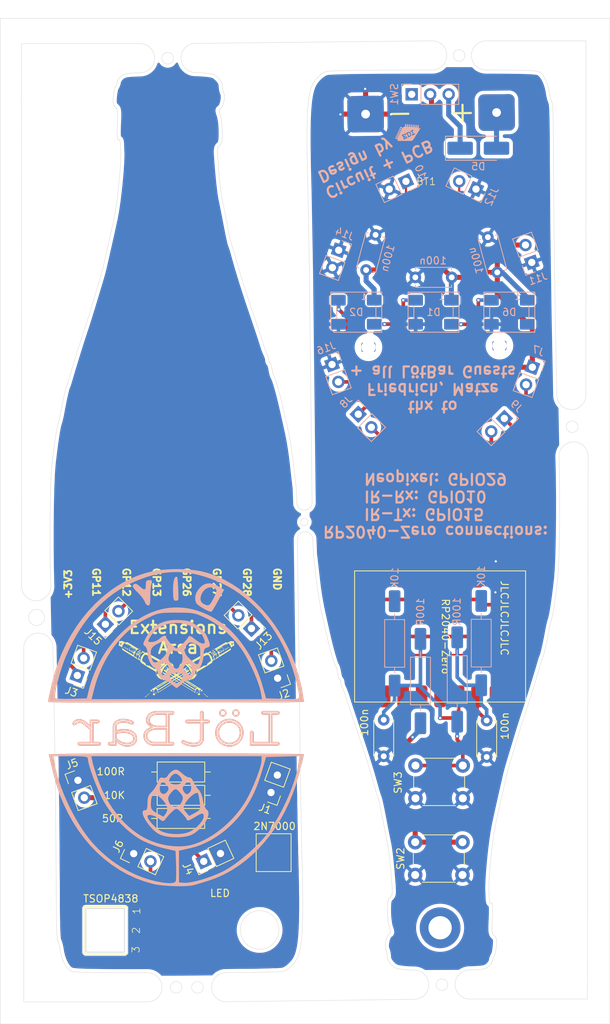
<source format=kicad_pcb>
(kicad_pcb (version 20241229) (generator "pcbnew") (generator_version "9.0")
  (title_block (comment 4 "AISLER Project ID: MMFLVJDR"))
  (layers (0 "F.Cu" signal) (2 "B.Cu" signal) (13 "F.Paste" user) (15 "B.Paste" user) (5 "F.SilkS" user "F.Silkscreen") (7 "B.SilkS" user "B.Silkscreen") (1 "F.Mask" user) (3 "B.Mask" user) (25 "Edge.Cuts" user))
  (net 0 "")
  (net 1 "GND1")
  (net 2 "/BTN_2")
  (net 3 "/BTN_1")
  (net 4 "/TX")
  (net 5 "Net-(D4-A)")
  (net 6 "+3V3")
  (net 7 "GND")
  (net 8 "Net-(D4-K)")
  (net 9 "Net-(Q1-G)")
  (net 10 "/IR_Rx")
  (net 11 "/neopixel_D_in")
  (net 12 "/IR_Tx_bottle")
  (net 13 "/IR_Tx")
  (net 14 "/IR_Rx_bottle")
  (net 15 "+3V3_bottle")
  (net 16 "/RX")
  (net 17 "Net-(R5-Pad1)")
  (net 18 "Net-(R6-Pad2)")
  (net 19 "GND2")
  (net 20 "+BATT")
  (net 22 "/GPIO14")
  (net 23 "/GPIO26")
  (net 24 "/GPIO8")
  (net 25 "/GPIO7")
  (net 26 "/GPIO11")
  (net 27 "/GPIO4")
  (net 28 "/GPIO12")
  (net 29 "/GPIO5")
  (net 30 "/GPIO6")
  (net 31 "/GPIO9")
  (net 32 "Net-(D5-K)")
  (net 34 "/GPIO28")
  (net 35 "/GPIO27")
  (net 36 "/GPIO13")
  (net 37 "/GPIO28_bottle")
  (net 38 "/GPIO11_bottle")
  (net 39 "/GPIO27_bottle")
  (net 40 "/GPIO26_bottle")
  (net 41 "/GPIO12_bottle")
  (net 42 "/GPIO13_bottle")
  (net 43 "+3V3_proto")
  (net 45 "Net-(D1-DIN)")
  (net 46 "Net-(D1-DOUT)")
  (footprint "project_lib:TestPoint_Pad_2.0x2.0mm" (layer "F.Cu") (at 50.88 70.36)
    (property "Reference" "REF**153" (hide yes))
    (property "Value" "TestPoint_Pad_2.0x2.0mm" (hide yes))
  )
  (footprint "project_lib:TSSOP4838_38kHz_IR_recv" (layer "F.Cu") (at 49.076039 155.337108 90)
    (property "Reference" "U1" (hide yes))
    (property "Value" "TSOP4838")
    (fp_rect (start 0 0) (end 6 5.3) (stroke (width 0.1)) (fill no) (layer "Edge.Cuts"))
  )
  (footprint "project_lib:TestPoint_Pad_2.0x2.0mm" (layer "F.Cu") (at 58.928571 100.9)
    (property "Reference" "TP5" (hide yes))
    (property "Value" "TestPoint" (hide yes))
  )
  (footprint "project_lib:TestPoint_Pad_2.0x2.0mm" (layer "F.Cu") (at 71.2 72.9)
    (property "Reference" "REF**74" (hide yes))
    (property "Value" "TestPoint_Pad_2.0x2.0mm" (hide yes))
  )
  (footprint "project_lib:TestPoint_Pad_2.0x2.0mm" (layer "F.Cu") (at 48.34 83.11)
    (property "Reference" "REF**106" (hide yes))
    (property "Value" "TestPoint_Pad_2.0x2.0mm" (hide yes))
  )
  (footprint "project_lib:TestPoint_Pad_2.0x2.0mm" (layer "F.Cu") (at 61.04 50.04)
    (property "Reference" "REF**144" (hide yes))
    (property "Value" "TestPoint_Pad_2.0x2.0mm" (hide yes))
  )
  (footprint "project_lib:TestPoint_Pad_2.0x2.0mm" (layer "F.Cu") (at 61.04 93.27)
    (property "Reference" "REF**42" (hide yes))
    (property "Value" "TestPoint_Pad_2.0x2.0mm" (hide yes))
  )
  (footprint "project_lib:TestPoint_Pad_2.0x2.0mm" (layer "F.Cu") (at 63.58 60.2)
    (property "Reference" "REF**197" (hide yes))
    (property "Value" "TestPoint_Pad_2.0x2.0mm" (hide yes))
  )
  (footprint "project_lib:TestPoint_Pad_2.0x2.0mm" (layer "F.Cu") (at 55.96 60.2)
    (property "Reference" "REF**194" (hide yes))
    (property "Value" "TestPoint_Pad_2.0x2.0mm" (hide yes))
  )
  (footprint "project_lib:TestPoint_Pad_2.0x2.0mm" (layer "F.Cu") (at 76.28 95.81)
    (property "Reference" "REF**61" (hide yes))
    (property "Value" "TestPoint_Pad_2.0x2.0mm" (hide yes))
  )
  (footprint "project_lib:TestPoint_Pad_2.0x2.0mm" (layer "F.Cu") (at 50.88 80.57)
    (property "Reference" "REF**96" (hide yes))
    (property "Value" "TestPoint_Pad_2.0x2.0mm" (hide yes))
  )
  (footprint "project_lib:TestPoint_Pad_2.0x2.0mm" (layer "F.Cu") (at 68.66 72.9)
    (property "Reference" "REF**169" (hide yes))
    (property "Value" "TestPoint_Pad_2.0x2.0mm" (hide yes))
  )
  (footprint "MountingHole:MountingHole_3.2mm_M3_DIN965_Pad" (layer "F.Cu") (at 97.750525 151.991341 180)
    (property "Reference" "REF**" (hide yes))
    (property "Value" "MountingHole_3.2mm_M3_DIN965_Pad" (hide yes))
  )
  (footprint "project_lib:TestPoint_Pad_2.0x2.0mm" (layer "F.Cu") (at 53.42 72.9)
    (property "Reference" "REF**163" (hide yes))
    (property "Value" "TestPoint_Pad_2.0x2.0mm" (hide yes))
  )
  (footprint "project_lib:TestPoint_Pad_2.0x2.0mm" (layer "F.Cu") (at 63.58 80.57)
    (property "Reference" "REF**101" (hide yes))
    (property "Value" "TestPoint_Pad_2.0x2.0mm" (hide yes))
  )
  (footprint "project_lib:TestPoint_Pad_2.0x2.0mm" (layer "F.Cu") (at 63.071429 100.9)
    (property "Reference" "TP3" (hide yes))
    (property "Value" "TestPoint" (hide yes))
  )
  (footprint "project_lib:TestPoint_Pad_2.0x2.0mm" (layer "F.Cu") (at 63.58 52.58)
    (property "Reference" "REF**176" (hide yes))
    (property "Value" "TestPoint_Pad_2.0x2.0mm" (hide yes))
  )
  (footprint "project_lib:TestPoint_Pad_2.0x2.0mm" (layer "F.Cu") (at 63.58 37.34)
    (property "Reference" "REF**172" (hide yes))
    (property "Value" "TestPoint_Pad_2.0x2.0mm" (hide yes))
  )
  (footprint "project_lib:TestPoint_Pad_2.0x2.0mm" (layer "F.Cu") (at 68.66 65.28)
    (property "Reference" "REF**142" (hide yes))
    (property "Value" "TestPoint_Pad_2.0x2.0mm" (hide yes))
  )
  (footprint "project_lib:TestPoint_Pad_2.0x2.0mm" (layer "F.Cu") (at 63.58 83.11)
    (property "Reference" "REF**112" (hide yes))
    (property "Value" "TestPoint_Pad_2.0x2.0mm" (hide yes))
  )
  (footprint "project_lib:TestPoint_Pad_2.0x2.0mm" (layer "F.Cu") (at 66.12 75.49)
    (property "Reference" "REF**80" (hide yes))
    (property "Value" "TestPoint_Pad_2.0x2.0mm" (hide yes))
  )
  (footprint "project_lib:TestPoint_Pad_2.0x2.0mm" (layer "F.Cu") (at 71.2 85.65)
    (property "Reference" "REF**126" (hide yes))
    (property "Value" "TestPoint_Pad_2.0x2.0mm" (hide yes))
  )
  (footprint "project_lib:TestPoint_Pad_2.0x2.0mm" (layer "F.Cu") (at 63.58 72.9)
    (property "Reference" "REF**167" (hide yes))
    (property "Value" "TestPoint_Pad_2.0x2.0mm" (hide yes))
  )
  (footprint "project_lib:TestPoint_Pad_2.0x2.0mm" (layer "F.Cu") (at 55.96 55.12)
    (property "Reference" "REF**180" (hide yes))
    (property "Value" "TestPoint_Pad_2.0x2.0mm" (hide yes))
  )
  (footprint "project_lib:TestPoint_Pad_2.0x2.0mm" (layer "F.Cu") (at 63.58 62.74)
    (property "Reference" "REF**131" (hide yes))
    (property "Value" "TestPoint_Pad_2.0x2.0mm" (hide yes))
  )
  (footprint "project_lib:TestPoint_Pad_2.0x2.0mm" (layer "F.Cu") (at 61.04 47.5)
    (property "Reference" "REF**201" (hide yes))
    (property "Value" "TestPoint_Pad_2.0x2.0mm" (hide yes))
  )
  (footprint "project_lib:TestPoint_Pad_2.0x2.0mm" (layer "F.Cu") (at 53.42 80.57)
    (property "Reference" "REF**97" (hide yes))
    (property "Value" "TestPoint_Pad_2.0x2.0mm" (hide yes))
  )
  (footprint "project_lib:TestPoint_Pad_2.0x2.0mm" (layer "F.Cu") (at 48.34 95.81)
    (property "Reference" "REF**50" (hide yes))
    (property "Value" "TestPoint_Pad_2.0x2.0mm" (hide yes))
  )
  (footprint "project_lib:TestPoint_Pad_2.0x2.0mm" (layer "F.Cu") (at 63.58 88.19)
    (property "Reference" "REF**17" (hide yes))
    (property "Value" "TestPoint_Pad_2.0x2.0mm" (hide yes))
  )
  (footprint "Connector_PinHeader_2.54mm:PinHeader_1x02_P2.54mm_Vertical" (layer "F.Cu") (at 55.649017 141.813658 65)
    (property "Reference" "J6")
    (property "Value" "Conn_01x02")
  )
  (footprint "project_lib:TestPoint_Pad_2.0x2.0mm" (layer "F.Cu") (at 58.5 62.74)
    (property "Reference" "REF**129" (hide yes))
    (property "Value" "TestPoint_Pad_2.0x2.0mm" (hide yes))
  )
  (footprint "project_lib:TestPoint_Pad_2.0x2.0mm" (layer "F.Cu") (at 66.12 57.66)
    (property "Reference" "REF**191" (hide yes))
    (property "Value" "TestPoint_Pad_2.0x2.0mm" (hide yes))
  )
  (footprint "project_lib:TestPoint_Pad_2.0x2.0mm" (layer "F.Cu") (at 54.785714 100.9)
    (property "Reference" "TP4" (hide yes))
    (property "Value" "TestPoint" (hide yes))
  )
  (footprint "project_lib:TestPoint_Pad_2.0x2.0mm" (layer "F.Cu") (at 63.58 67.82)
    (property "Reference" "REF**149" (hide yes))
    (property "Value" "TestPoint_Pad_2.0x2.0mm" (hide yes))
  )
  (footprint "project_lib:TestPoint_Pad_2.0x2.0mm" (layer "F.Cu") (at 61.04 39.88)
    (property "Reference" "REF**177" (hide yes))
    (property "Value" "TestPoint_Pad_2.0x2.0mm" (hide yes))
  )
  (footprint "project_lib:TestPoint_Pad_2.0x2.0mm" (layer "F.Cu") (at 55.96 72.9)
    (property "Reference" "REF**164" (hide yes))
    (property "Value" "TestPoint_Pad_2.0x2.0mm" (hide yes))
  )
  (footprint "project_lib:TestPoint_Pad_2.0x2.0mm" (layer "F.Cu") (at 66.12 90.73)
    (property "Reference" "REF**31" (hide yes))
    (property "Value" "TestPoint_Pad_2.0x2.0mm" (hide yes))
  )
  (footprint "project_lib:TestPoint_Pad_2.0x2.0mm" (layer "F.Cu") (at 45.8 98.35)
    (property "Reference" "REF**62" (hide yes))
    (property "Value" "TestPoint_Pad_2.0x2.0mm" (hide yes))
  )
  (footprint "project_lib:TestPoint_Pad_2.0x2.0mm" (layer "F.Cu") (at 61.04 44.96)
    (property "Reference" "REF**193" (hide yes))
    (property "Value" "TestPoint_Pad_2.0x2.0mm" (hide yes))
  )
  (footprint "project_lib:TestPoint_Pad_2.0x2.0mm" (layer "F.Cu") (at 61.04 70.36)
    (property "Reference" "REF**157" (hide yes))
    (property "Value" "TestPoint_Pad_2.0x2.0mm" (hide yes))
  )
  (footprint "project_lib:TestPoint_Pad_2.0x2.0mm" (layer "F.Cu") (at 68.66 85.65)
    (property "Reference" "REF**125" (hide yes))
    (property "Value" "TestPoint_Pad_2.0x2.0mm" (hide yes))
  )
  (footprint "project_lib:TestPoint_Pad_2.0x2.0mm" (layer "F.Cu") (at 48.34 98.35)
    (property "Reference" "REF**63" (hide yes))
    (property "Value" "TestPoint_Pad_2.0x2.0mm" (hide yes))
  )
  (footprint "project_lib:TestPoint_Pad_2.0x2.0mm" (layer "F.Cu") (at 63.58 85.65)
    (property "Reference" "REF**123" (hide yes))
    (property "Value" "TestPoint_Pad_2.0x2.0mm" (hide yes))
  )
  (footprint "project_lib:TestPoint_Pad_2.0x2.0mm" (layer "F.Cu") (at 63.58 65.28)
    (property "Reference" "REF**140" (hide yes))
    (property "Value" "TestPoint_Pad_2.0x2.0mm" (hide yes))
  )
  (footprint "project_lib:TestPoint_Pad_2.0x2.0mm" (layer "F.Cu") (at 66.12 93.27)
    (property "Reference" "REF**44" (hide yes))
    (property "Value" "TestPoint_Pad_2.0x2.0mm" (hide yes))
  )
  (footprint "Connector_PinHeader_2.54mm:PinHeader_1x02_P2.54mm_Vertical" (layer "F.Cu") (at 71.826039 110.912108 -135)
    (property "Reference" "J13")
    (property "Value" "Conn_01x02")
  )
  (footprint "project_lib:TestPoint_Pad_2.0x2.0mm" (layer "F.Cu") (at 73.74 83.11)
    (property "Reference" "REF**116" (hide yes))
    (property "Value" "TestPoint_Pad_2.0x2.0mm" (hide yes))
  )
  (footprint "project_lib:TestPoint_Pad_2.0x2.0mm" (layer "F.Cu") (at 76.28 93.27)
    (property "Reference" "REF**48" (hide yes))
    (property "Value" "TestPoint_Pad_2.0x2.0mm" (hide yes))
  )
  (footprint "project_lib:TestPoint_Pad_2.0x2.0mm" (layer "F.Cu") (at 50.88 85.65)
    (property "Reference" "REF**118" (hide yes))
    (property "Value" "TestPoint_Pad_2.0x2.0mm" (hide yes))
  )
  (footprint "project_lib:TestPoint_Pad_2.0x2.0mm" (layer "F.Cu") (at 48.34 93.27)
    (property "Reference" "REF**37" (hide yes))
    (property "Value" "TestPoint_Pad_2.0x2.0mm" (hide yes))
  )
  (footprint "project_lib:TestPoint_Pad_2.0x2.0mm" (layer "F.Cu") (at 71.2 88.19)
    (property "Reference" "REF**20" (hide yes))
    (property "Value" "TestPoint_Pad_2.0x2.0mm" (hide yes))
  )
  (footprint "project_lib:TestPoint_Pad_2.0x2.0mm" (layer "F.Cu") (at 61.04 67.82)
    (property "Reference" "REF**148" (hide yes))
    (property "Value" "TestPoint_Pad_2.0x2.0mm" (hide yes))
  )
  (footprint "Connector_PinHeader_2.54mm:PinHeader_1x02_P2.54mm_Vertical" (layer "F.Cu") (at 74.514964 133.423927 160)
    (property "Reference" "J1")
    (property "Value" "Conn_01x02")
  )
  (footprint "project_lib:TestPoint_Pad_2.0x2.0mm" (layer "F.Cu") (at 61.04 95.81)
    (property "Reference" "REF**55" (hide yes))
    (property "Value" "TestPoint_Pad_2.0x2.0mm" (hide yes))
  )
  (footprint "project_lib:TestPoint_Pad_2.0x2.0mm" (layer "F.Cu") (at 66.12 72.9)
    (property "Reference" "REF**168" (hide yes))
    (property "Value" "TestPoint_Pad_2.0x2.0mm" (hide yes))
  )
  (footprint "project_lib:TestPoint_Pad_2.0x2.0mm" (layer "F.Cu") (at 55.96 65.28)
    (property "Reference" "REF**137" (hide yes))
    (property "Value" "TestPoint_Pad_2.0x2.0mm" (hide yes))
  )
  (footprint "Connector_PinHeader_2.54mm:PinHeader_1x02_P2.54mm_Vertical" (layer "F.Cu") (at 65.270497 142.875947 115)
    (property "Reference" "J4")
    (property "Value" "Conn_01x02")
  )
  (footprint "project_lib:TestPoint_Pad_2.0x2.0mm" (layer "F.Cu") (at 55.96 78.03)
    (property "Reference" "REF**87" (hide yes))
    (property "Value" "TestPoint_Pad_2.0x2.0mm" (hide yes))
  )
  (footprint "project_lib:TestPoint_Pad_2.0x2.0mm" (layer "F.Cu") (at 50.88 88.19)
    (property "Reference" "REF**12" (hide yes))
    (property "Value" "TestPoint_Pad_2.0x2.0mm" (hide yes))
  )
  (footprint "project_lib:TestPoint_Pad_2.0x2.0mm" (layer "F.Cu") (at 63.58 55.12)
    (property "Reference" "REF**183" (hide yes))
    (property "Value" "TestPoint_Pad_2.0x2.0mm" (hide yes))
  )
  (footprint "Button_Switch_THT:SW_PUSH_6mm" (layer "F.Cu") (at 94.365525 129.721341)
    (property "Reference" "SW3")
    (property "Value" "SW_Push")
  )
  (footprint "project_lib:TestPoint_Pad_2.0x2.0mm" (layer "F.Cu") (at 53.42 83.11)
    (property "Reference" "REF**108" (hide yes))
    (property "Value" "TestPoint_Pad_2.0x2.0mm" (hide yes))
  )
  (footprint "project_lib:TestPoint_Pad_2.0x2.0mm" (layer "F.Cu") (at 75.5 100.9)
    (property "Reference" "TP8" (hide yes))
    (property "Value" "TestPoint" (hide yes))
  )
  (footprint "project_lib:TestPoint_Pad_2.0x2.0mm" (layer "F.Cu") (at 66.12 60.2)
    (property "Reference" "REF**198" (hide yes))
    (property "Value" "TestPoint_Pad_2.0x2.0mm" (hide yes))
  )
  (footprint "project_lib:TestPoint_Pad_2.0x2.0mm" (layer "F.Cu") (at 73.74 80.57)
    (property "Reference" "REF**105" (hide yes))
    (property "Value" "TestPoint_Pad_2.0x2.0mm" (hide yes))
  )
  (footprint "project_lib:TestPoint_Pad_2.0x2.0mm" (layer "F.Cu") (at 58.5 70.36)
    (property "Reference" "REF**156" (hide yes))
    (property "Value" "TestPoint_Pad_2.0x2.0mm" (hide yes))
  )
  (footprint "project_lib:TestPoint_Pad_2.0x2.0mm" (layer "F.Cu") (at 68.66 93.27)
    (property "Reference" "REF**45" (hide yes))
    (property "Value" "TestPoint_Pad_2.0x2.0mm" (hide yes))
  )
  (footprint "project_lib:TestPoint_Pad_2.0x2.0mm" (layer "F.Cu") (at 55.96 90.73)
    (property "Reference" "REF**27" (hide yes))
    (property "Value" "TestPoint_Pad_2.0x2.0mm" (hide yes))
  )
  (footprint "project_lib:TestPoint_Pad_2.0x2.0mm" (layer "F.Cu") (at 55.96 95.81)
    (property "Reference" "REF**53" (hide yes))
    (property "Value" "TestPoint_Pad_2.0x2.0mm" (hide yes))
  )
  (footprint "project_lib:SMD_R_Axial_DIN0207_L6.3mm_D2.5mm_P10.16mm_Horizontal" (layer "F.Cu") (at 57.063539 133.812108)
    (property "Reference" "R3" (hide yes))
    (property "Value" "10K")
  )
  (footprint "project_lib:TestPoint_Pad_2.0x2.0mm" (layer "F.Cu") (at 66.12 80.57)
    (property "Reference" "REF**102" (hide yes))
    (property "Value" "TestPoint_Pad_2.0x2.0mm" (hide yes))
  )
  (footprint "project_lib:TestPoint_Pad_2.0x2.0mm" (layer "F.Cu") (at 71.2 98.35)
    (property "Reference" "REF**72" (hide yes))
    (property "Value" "TestPoint_Pad_2.0x2.0mm" (hide yes))
  )
  (footprint "project_lib:TO-92_Horizontal1" (layer "F.Cu") (at 76.143539 148.087108 180)
    (property "Reference" "Q1" (hide yes))
    (property "Value" "2N7000")
  )
  (footprint "project_lib:TestPoint_Pad_2.0x2.0mm" (layer "F.Cu") (at 53.42 93.27)
    (property "Reference" "REF**39" (hide yes))
    (property "Value" "TestPoint_Pad_2.0x2.0mm" (hide yes))
  )
  (footprint "project_lib:TestPoint_Pad_2.0x2.0mm" (layer "F.Cu") (at 67.214286 100.9)
    (property "Reference" "TP2" (hide yes))
    (property "Value" "TestPoint" (hide yes))
  )
  (footprint "project_lib:TestPoint_Pad_2.0x2.0mm" (layer "F.Cu") (at 66.12 88.19)
    (property "Reference" "REF**18" (hide yes))
    (property "Value" "TestPoint_Pad_2.0x2.0mm" (hide yes))
  )
  (footprint "project_lib:TestPoint_Pad_2.0x2.0mm" (layer "F.Cu") (at 50.88 83.11)
    (property "Reference" "REF**107" (hide yes))
    (property "Value" "TestPoint_Pad_2.0x2.0mm" (hide yes))
  )
  (footprint "Capacitor_THT:C_Disc_D4.7mm_W2.5mm_P5.00mm" (layer "F.Cu") (at 90 128.45 90)
    (property "Reference" "C6" (hide yes))
    (property "Value" "100n")
  )
  (footprint "project_lib:TestPoint_Pad_2.0x2.0mm" (layer "F.Cu") (at 50.88 98.35)
    (property "Reference" "REF**64" (hide yes))
    (property "Value" "TestPoint_Pad_2.0x2.0mm" (hide yes))
  )
  (footprint "project_lib:TestPoint_Pad_2.0x2.0mm" (layer "F.Cu") (at 68.66 88.19)
    (property "Reference" "REF**19" (hide yes))
    (property "Value" "TestPoint_Pad_2.0x2.0mm" (hide yes))
  )
  (footprint "project_lib:TestPoint_Pad_2.0x2.0mm" (layer "F.Cu") (at 61.04 57.66)
    (property "Reference" "REF**189" (hide yes))
    (property "Value" "TestPoint_Pad_2.0x2.0mm" (hide yes))
  )
  (footprint "project_lib:TestPoint_Pad_2.0x2.0mm" (layer "F.Cu") (at 50.88 93.27)
    (property "Reference" "REF**38" (hide yes))
    (property "Value" "TestPoint_Pad_2.0x2.0mm" (hide yes))
  )
  (footprint "project_lib:TestPoint_Pad_2.0x2.0mm" (layer "F.Cu") (at 66.12 62.74)
    (property "Reference" "REF**132" (hide yes))
    (property "Value" "TestPoint_Pad_2.0x2.0mm" (hide yes))
  )
  (footprint "project_lib:TestPoint_Pad_2.0x2.0mm" (layer "F.Cu") (at 71.357143 100.9)
    (property "Reference" "TP1" (hide yes))
    (property "Value" "TestPoint" (hide yes))
  )
  (footprint "project_lib:TestPoint_Pad_2.0x2.0mm" (layer "F.Cu") (at 58.5 93.27)
    (property "Reference" "REF**41" (hide yes))
    (property "Value" "TestPoint_Pad_2.0x2.0mm" (hide yes))
  )
  (footprint "project_lib:TestPoint_Pad_2.0x2.0mm" (layer "F.Cu") (at 48.34 88.19)
    (property "Reference" "REF**11" (hide yes))
    (property "Value" "TestPoint_Pad_2.0x2.0mm" (hide yes))
  )
  (footprint "project_lib:TestPoint_Pad_2.0x2.0mm" (layer "F.Cu") (at 66.12 78.03)
    (property "Reference" "REF**91" (hide yes))
    (property "Value" "TestPoint_Pad_2.0x2.0mm" (hide yes))
  )
  (footprint "project_lib:TestPoint_Pad_2.0x2.0mm" (layer "F.Cu") (at 46.5 100.9)
    (property "Reference" "TP7" (hide yes))
    (property "Value" "TestPoint" (hide yes))
  )
  (footprint "project_lib:TestPoint_Pad_2.0x2.0mm" (layer "F.Cu") (at 53.42 78.03)
    (property "Reference" "REF**86" (hide yes))
    (property "Value" "TestPoint_Pad_2.0x2.0mm" (hide yes))
  )
  (footprint "project_lib:TestPoint_Pad_2.0x2.0mm" (layer "F.Cu") (at 61.04 75.49)
    (property "Reference" "REF**78" (hide yes))
    (property "Value" "TestPoint_Pad_2.0x2.0mm" (hide yes))
  )
  (footprint "project_lib:TestPoint_Pad_2.0x2.0mm" (layer "F.Cu") (at 55.96 93.27)
    (property "Reference" "REF**40" (hide yes))
    (property "Value" "TestPoint_Pad_2.0x2.0mm" (hide yes))
  )
  (footprint "project_lib:SMD_R_Axial_DIN0207_L6.3mm_D2.5mm_P10.16mm_Horizontal" (layer "F.Cu") (at 57.063539 130.612108)
    (property "Reference" "R2" (hide yes))
    (property "Value" "100R")
  )
  (footprint "project_lib:TestPoint_Pad_2.0x2.0mm" (layer "F.Cu") (at 48.34 90.73)
    (property "Reference" "REF**24" (hide yes))
    (property "Value" "TestPoint_Pad_2.0x2.0mm" (hide yes))
  )
  (footprint "project_lib:TestPoint_Pad_2.0x2.0mm" (layer "F.Cu") (at 73.74 88.19)
    (property "Reference" "REF**21" (hide yes))
    (property "Value" "TestPoint_Pad_2.0x2.0mm" (hide yes))
  )
  (footprint "project_lib:TestPoint_Pad_2.0x2.0mm" (layer "F.Cu") (at 45.8 95.81)
    (property "Reference" "REF**49" (hide yes))
    (property "Value" "TestPoint_Pad_2.0x2.0mm" (hide yes))
  )
  (footprint "project_lib:TestPoint_Pad_2.0x2.0mm" (layer "F.Cu") (at 71.2 78.03)
    (property "Reference" "REF**93" (hide yes))
    (property "Value" "TestPoint_Pad_2.0x2.0mm" (hide yes))
  )
  (footprint "project_lib:TestPoint_Pad_2.0x2.0mm" (layer "F.Cu") (at 63.58 70.36)
    (property "Reference" "REF**158" (hide yes))
    (property "Value" "TestPoint_Pad_2.0x2.0mm" (hide yes))
  )
  (footprint "project_lib:TestPoint_Pad_2.0x2.0mm" (layer "F.Cu") (at 53.42 70.36)
    (property "Reference" "REF**154" (hide yes))
    (property "Value" "TestPoint_Pad_2.0x2.0mm" (hide yes))
  )
  (footprint "project_lib:Dual_Mignon_AA_battery_holder" (layer "F.Cu") (at 80.55 43.4 0.7)
    (property "Reference" "BT1")
    (property "Value" "Battery")
  )
  (footprint "project_lib:TestPoint_Pad_2.0x2.0mm" (layer "F.Cu") (at 68.66 75.49)
    (property "Reference" "REF**81" (hide yes))
    (property "Value" "TestPoint_Pad_2.0x2.0mm" (hide yes))
  )
  (footprint "project_lib:TestPoint_Pad_2.0x2.0mm" (layer "F.Cu") (at 68.66 67.82)
    (property "Reference" "REF**151" (hide yes))
    (property "Value" "TestPoint_Pad_2.0x2.0mm" (hide yes))
  )
  (footprint "project_lib:TestPoint_Pad_2.0x2.0mm" (layer "F.Cu") (at 71.2 90.73)
    (property "Reference" "REF**33" (hide yes))
    (property "Value" "TestPoint_Pad_2.0x2.0mm" (hide yes))
  )
  (footprint "project_lib:TestPoint_Pad_2.0x2.0mm" (layer "F.Cu") (at 71.2 75.49)
    (property "Reference" "REF**82" (hide yes))
    (property "Value" "TestPoint_Pad_2.0x2.0mm" (hide yes))
  )
  (footprint "project_lib:TestPoint_Pad_2.0x2.0mm" (layer "F.Cu") (at 58.5 78.03)
    (property "Reference" "REF**88" (hide yes))
    (property "Value" "TestPoint_Pad_2.0x2.0mm" (hide yes))
  )
  (footprint "project_lib:TestPoint_Pad_2.0x2.0mm" (layer "F.Cu") (at 58.5 67.82)
    (property "Reference" "REF**147" (hide yes))
    (property "Value" "TestPoint_Pad_2.0x2.0mm" (hide yes))
  )
  (footprint "project_lib:TestPoint_Pad_2.0x2.0mm" (layer "F.Cu") (at 61.04 60.2)
    (property "Reference" "REF**196" (hide yes))
    (property "Value" "TestPoint_Pad_2.0x2.0mm" (hide yes))
  )
  (footprint "project_lib:TestPoint_Pad_2.0x2.0mm" (layer "F.Cu") (at 61.04 42.42)
    (property "Reference" "REF**185" (hide yes))
    (property "Value" "TestPoint_Pad_2.0x2.0mm" (hide yes))
  )
  (footprint "project_lib:TestPoint_Pad_2.0x2.0mm" (layer "F.Cu") (at 58.5 60.2)
    (property "Reference" "REF**195" (hide yes))
    (property "Value" "TestPoint_Pad_2.0x2.0mm" (hide yes))
  )
  (footprint "project_lib:TestPoint_Pad_2.0x2.0mm" (layer "F.Cu") (at 76.28 98.35)
    (property "Reference" "REF**9" (hide yes))
    (property "Value" "TestPoint_Pad_2.0x2.0mm" (hide yes))
  )
  (footprint "project_lib:TestPoint_Pad_2.0x2.0mm" (layer "F.Cu") (at 73.74 98.35)
    (property "Reference" "REF**73" (hide yes))
    (property "Value" "TestPoint_Pad_2.0x2.0mm" (hide yes))
  )
  (footprint "project_lib:TestPoint_Pad_2.0x2.0mm" (layer "F.Cu") (at 61.04 85.65)
    (property "Reference" "REF**122" (hide yes))
    (property "Value" "TestPoint_Pad_2.0x2.0mm" (hide yes))
  )
  (footprint "project_lib:TestPoint_Pad_2.0x2.0mm" (layer "F.Cu") (at 61.04 52.58)
    (property "Reference" "REF**175" (hide yes))
    (property "Value" "TestPoint_Pad_2.0x2.0mm" (hide yes))
  )
  (footprint "project_lib:TestPoint_Pad_2.0x2.0mm" (layer "F.Cu") (at 53.42 98.35)
    (property "Reference" "REF**65" (hide yes))
    (property "Value" "TestPoint_Pad_2.0x2.0mm" (hide yes))
  )
  (footprint "project_lib:TestPoint_Pad_2.0x2.0mm" (layer "F.Cu") (at 55.96 85.65)
    (property "Reference" "REF**120" (hide yes))
    (property "Value" "TestPoint_Pad_2.0x2.0mm" (hide yes))
  )
  (footprint "project_lib:TestPoint_Pad_2.0x2.0mm" (layer "F.Cu") (at 63.58 57.66)
    (property "Reference" "REF**190" (hide yes))
    (property "Value" "TestPoint_Pad_2.0x2.0mm" (hide yes))
  )
  (footprint "project_lib:TestPoint_Pad_2.0x2.0mm" (layer "F.Cu") (at 55.96 80.57)
    (property "Reference" "REF**98" (hide yes))
    (property "Value" "TestPoint_Pad_2.0x2.0mm" (hide yes))
  )
  (footprint "project_lib:TestPoint_Pad_2.0x2.0mm" (layer "F.Cu") (at 61.04 80.57)
    (property "Reference" "REF**100" (hide yes))
    (property "Value" "TestPoint_Pad_2.0x2.0mm" (hide yes))
  )
  (footprint "project_lib:TestPoint_Pad_2.0x2.0mm" (layer "F.Cu") (at 53.42 85.65)
    (property "Reference" "REF**119" (hide yes))
    (property "Value" "TestPoint_Pad_2.0x2.0mm" (hide yes))
  )
  (footprint "project_lib:TestPoint_Pad_2.0x2.0mm" (layer "F.Cu") (at 71.2 93.27)
    (property "Reference" "REF**46" (hide yes))
    (property "Value" "TestPoint_Pad_2.0x2.0mm" (hide yes))
  )
  (footprint "project_lib:TestPoint_Pad_2.0x2.0mm" (layer "F.Cu") (at 66.12 70.36)
    (property "Reference" "REF**159" (hide yes))
    (property "Value" "TestPoint_Pad_2.0x2.0mm" (hide yes))
  )
  (footprint "project_lib:TestPoint_Pad_2.0x2.0mm" (layer "F.Cu") (at 58.5 83.11)
    (property "Reference" "REF**110" (hide yes))
    (property "Value" "TestPoint_Pad_2.0x2.0mm" (hide yes))
  )
  (footprint "project_lib:TestPoint_Pad_2.0x2.0mm" (layer "F.Cu") (at 73.74 95.81)
    (property "Reference" "REF**60" (hide yes))
    (property "Value" "TestPoint_Pad_2.0x2.0mm" (hide yes))
  )
  (footprint "project_lib:TestPoint_Pad_2.0x2.0mm" (layer "F.Cu") (at 53.42 95.81)
    (property "Reference" "REF**52" (hide yes))
    (property "Value" "TestPoint_Pad_2.0x2.0mm" (hide yes))
  )
  (footprint "project_lib:TestPoint_Pad_2.0x2.0mm" (layer "F.Cu") (at 58.5 55.12)
    (property "Reference" "REF**181" (hide yes))
    (property "Value" "TestPoint_Pad_2.0x2.0mm" (hide yes))
  )
  (footprint "project_lib:TestPoint_Pad_2.0x2.0mm" (layer "F.Cu") (at 63.58 90.73)
    (property "Reference" "REF**30" (hide yes))
    (property "Value" "TestPoint_Pad_2.0x2.0mm" (hide yes))
  )
  (footprint "project_lib:led_5mm_through_PCB" (layer "F.Cu") (at 72.951039 152.287108 -90)
    (property "Reference" "D4" (hide yes))
    (property "Value" "LED")
    (fp_circle (center 0 0) (end 2.65 0) (stroke (width 0.05)) (fill no) (layer "Edge.Cuts"))
  )
  (footprint "project_lib:TestPoint_Pad_2.0x2.0mm" (layer "F.Cu") (at 58.5 85.65)
    (property "Reference" "REF**121" (hide yes))
    (property "Value" "TestPoint_Pad_2.0x2.0mm" (hide yes))
  )
  (footprint "project_lib:TestPoint_Pad_2.0x2.0mm" (layer "F.Cu") (at 58.5 65.28)
    (property "Reference" "REF**138" (hide yes))
    (property "Value" "TestPoint_Pad_2.0x2.0mm" (hide yes))
  )
  (footprint "project_lib:TestPoint_Pad_2.0x2.0mm" (layer "F.Cu") (at 68.66 80.57)
    (property "Reference" "REF**103" (hide yes))
    (property "Value" "TestPoint_Pad_2.0x2.0mm" (hide yes))
  )
  (footprint "project_lib:TestPoint_Pad_2.0x2.0mm" (layer "F.Cu") (at 50.642857 100.9)
    (property "Reference" "TP6" (hide yes))
    (property "Value" "TestPoint" (hide yes))
  )
  (footprint "project_lib:TestPoint_Pad_2.0x2.0mm" (layer "F.Cu") (at 66.12 65.28)
    (property "Reference" "REF**141" (hide yes))
    (property "Value" "TestPoint_Pad_2.0x2.0mm" (hide yes))
  )
  (footprint "project_lib:TestPoint_Pad_2.0x2.0mm" (layer "F.Cu") (at 53.42 88.19)
    (property "Reference" "REF**13" (hide yes))
    (property "Value" "TestPoint_Pad_2.0x2.0mm" (hide yes))
  )
  (footprint "project_lib:TestPoint_Pad_2.0x2.0mm" (layer "F.Cu") (at 55.96 57.66)
    (property "Reference" "REF**187" (hide yes))
    (property "Value" "TestPoint_Pad_2.0x2.0mm" (hide yes))
  )
  (footprint "project_lib:TestPoint_Pad_2.0x2.0mm" (layer "F.Cu") (at 61.04 37.34)
    (property "Reference" "REF**171" (hide yes))
    (property "Value" "TestPoint_Pad_2.0x2.0mm" (hide yes))
  )
  (footprint "project_lib:TestPoint_Pad_2.0x2.0mm" (layer "F.Cu") (at 61.04 90.73)
    (property "Reference" "REF**29" (hide yes))
    (property "Value" "TestPoint_Pad_2.0x2.0mm" (hide yes))
  )
  (footprint "project_lib:TestPoint_Pad_2.0x2.0mm" (layer "F.Cu") (at 58.5 37.34)
    (property "Reference" "REF**170" (hide yes))
    (property "Value" "TestPoint_Pad_2.0x2.0mm" (hide yes))
  )
  (footprint "project_lib:TestPoint_Pad_2.0x2.0mm" (layer "F.Cu") (at 58.5 80.57)
    (property "Reference" "REF**99" (hide yes))
    (property "Value" "TestPoint_Pad_2.0x2.0mm" (hide yes))
  )
  (footprint "project_lib:TestPoint_Pad_2.0x2.0mm" (layer "F.Cu") (at 58.5 98.35)
    (property "Reference" "REF**67" (hide yes))
    (property "Value" "TestPoint_Pad_2.0x2.0mm" (hide yes))
  )
  (footprint "project_lib:TestPoint_Pad_2.0x2.0mm" (layer "F.Cu") (at 58.5 50.04)
    (property "Reference" "REF**143" (hide yes))
    (property "Value" "TestPoint_Pad_2.0x2.0mm" (hide yes))
  )
  (footprint "project_lib:TestPoint_Pad_2.0x2.0mm" (layer "F.Cu") (at 68.66 78.03)
    (property "Reference" "REF**92" (hide yes))
    (property "Value" "TestPoint_Pad_2.0x2.0mm" (hide yes))
  )
  (footprint "project_lib:TestPoint_Pad_2.0x2.0mm" (layer "F.Cu") (at 66.12 95.81)
    (property "Reference" "REF**57" (hide yes))
    (property "Value" "TestPoint_Pad_2.0x2.0mm" (hide yes))
  )
  (footprint "project_lib:TestPoint_Pad_2.0x2.0mm" (layer "F.Cu") (at 58.5 52.58)
    (property "Reference" "REF**174" (hide yes))
    (property "Value" "TestPoint_Pad_2.0x2.0mm" (hide yes))
  )
  (footprint "project_lib:TestPoint_Pad_2.0x2.0mm" (layer "F.Cu") (at 63.58 44.96)
    (property "Reference" "REF**199" (hide yes))
    (property "Value" "TestPoint_Pad_2.0x2.0mm" (hide yes))
  )
  (footprint "project_lib:TestPoint_Pad_2.0x2.0mm" (layer "F.Cu") (at 45.8 93.27)
    (property "Reference" "REF**36" (hide yes))
    (property "Value" "TestPoint_Pad_2.0x2.0mm" (hide yes))
  )
  (footprint "project_lib:TestPoint_Pad_2.0x2.0mm" (layer "F.Cu") (at 61.04 83.11)
    (property "Reference" "REF**111" (hide yes))
    (property "Value" "TestPoint_Pad_2.0x2.0mm" (hide yes))
  )
  (footprint "project_lib:TestPoint_Pad_2.0x2.0mm" (layer "F.Cu") (at 53.42 65.28)
    (property "Reference" "REF**136" (hide yes))
    (property "Value" "TestPoint_Pad_2.0x2.0mm" (hide yes))
  )
  (footprint "Button_Switch_THT:SW_PUSH_6mm" (layer "F.Cu") (at 94.325525 140.241341)
    (property "Reference" "SW2")
    (property "Value" "SW_Push")
  )
  (footprint "project_lib:TestPoint_Pad_2.0x2.0mm" (layer "F.Cu") (at 68.66 95.81)
    (property "Reference" "REF**58" (hide yes))
    (property "Value" "TestPoint_Pad_2.0x2.0mm" (hide yes))
  )
  (footprint "project_lib:RP2040-Zero_only_SMD" (layer "F.Cu") (at 85.05 101.85 -90)
    (property "Reference" "RZ1")
    (property "Value" "RP2040-Zero")
  )
  (footprint "project_lib:TestPoint_Pad_2.0x2.0mm" (layer "F.Cu") (at 50.88 95.81)
    (property "Reference" "REF**51" (hide yes))
    (property "Value" "TestPoint_Pad_2.0x2.0mm" (hide yes))
  )
  (footprint "project_lib:TestPoint_Pad_2.0x2.0mm" (layer "F.Cu") (at 55.96 98.35)
    (property "Reference" "REF**66" (hide yes))
    (property "Value" "TestPoint_Pad_2.0x2.0mm" (hide yes))
  )
  (footprint "project_lib:TestPoint_Pad_2.0x2.0mm" (layer "F.Cu") (at 55.96 88.19)
    (property "Reference" "REF**14" (hide yes))
    (property "Value" "TestPoint_Pad_2.0x2.0mm" (hide yes))
  )
  (footprint "project_lib:TestPoint_Pad_2.0x2.0mm" (layer "F.Cu") (at 66.12 67.82)
    (property "Reference" "REF**150" (hide yes))
    (property "Value" "TestPoint_Pad_2.0x2.0mm" (hide yes))
  )
  (footprint "project_lib:TestPoint_Pad_2.0x2.0mm" (layer "F.Cu") (at 63.58 39.88)
    (property "Reference" "REF**178" (hide yes))
    (property "Value" "TestPoint_Pad_2.0x2.0mm" (hide yes))
  )
  (footprint "project_lib:TestPoint_Pad_2.0x2.0mm" (layer "F.Cu") (at 50.88 78.03)
    (property "Reference" "REF**85" (hide yes))
    (property "Value" "TestPoint_Pad_2.0x2.0mm" (hide yes))
  )
  (footprint "project_lib:TestPoint_Pad_2.0x2.0mm" (layer "F.Cu") (at 66.12 83.11)
    (property "Reference" "REF**113" (hide yes))
    (property "Value" "TestPoint_Pad_2.0x2.0mm" (hide yes))
  )
  (footprint "project_lib:TestPoint_Pad_2.0x2.0mm" (layer "F.Cu") (at 66.12 55.12)
    (property "Reference" "REF**184" (hide yes))
    (property "Value" "TestPoint_Pad_2.0x2.0mm" (hide yes))
  )
  (footprint "project_lib:TestPoint_Pad_2.0x2.0mm" (layer "F.Cu") (at 68.66 98.35)
    (property "Reference" "REF**71" (hide yes))
    (property "Value" "TestPoint_Pad_2.0x2.0mm" (hide yes))
  )
  (footprint "project_lib:TestPoint_Pad_2.0x2.0mm" (layer "F.Cu") (at 63.58 95.81)
    (property "Reference" "REF**56" (hide yes))
    (property "Value" "TestPoint_Pad_2.0x2.0mm" (hide yes))
  )
  (footprint "project_lib:TestPoint_Pad_2.0x2.0mm" (layer "F.Cu") (at 61.04 72.9)
    (property "Reference" "REF**166" (hide yes))
    (property "Value" "TestPoint_Pad_2.0x2.0mm" (hide yes))
  )
  (footprint "project_lib:TestPoint_Pad_2.0x2.0mm" (layer "F.Cu") (at 55.96 62.74)
    (property "Reference" "REF**128" (hide yes))
    (property "Value" "TestPoint_Pad_2.0x2.0mm" (hide yes))
  )
  (footprint "project_lib:TestPoint_Pad_2.0x2.0mm" (layer "F.Cu") (at 58.5 90.73)
    (property "Reference" "REF**28" (hide yes))
    (property "Value" "TestPoint_Pad_2.0x2.0mm" (hide yes))
  )
  (footprint "project_lib:TestPoint_Pad_2.0x2.0mm" (layer "F.Cu") (at 53.42 75.49)
    (property "Reference" "REF**75" (hide yes))
    (property "Value" "TestPoint_Pad_2.0x2.0mm" (hide yes))
  )
  (footprint "project_lib:TestPoint_Pad_2.0x2.0mm" (layer "F.Cu") (at 58.5 42.42)
    (property "Reference" "REF**179" (hide yes))
    (property "Value" "TestPoint_Pad_2.0x2.0mm" (hide yes))
  )
  (footprint "project_lib:TestPoint_Pad_2.0x2.0mm" (layer "F.Cu") (at 71.2 83.11)
    (property "Reference" "REF**115" (hide yes))
    (property "Value" "TestPoint_Pad_2.0x2.0mm" (hide yes))
  )
  (footprint "project_lib:TestPoint_Pad_2.0x2.0mm" (layer "F.Cu") (at 58.5 47.5)
    (property "Reference" "REF**200" (hide yes))
    (property "Value" "TestPoint_Pad_2.0x2.0mm" (hide yes))
  )
  (footprint "project_lib:TestPoint_Pad_2.0x2.0mm" (layer "F.Cu") (at 55.96 83.11)
    (property "Reference" "REF**109" (hide yes))
    (property "Value" "TestPoint_Pad_2.0x2.0mm" (hide yes))
  )
  (footprint "project_lib:TestPoint_Pad_2.0x2.0mm" (layer "F.Cu") (at 68.66 90.73)
    (property "Reference" "REF**32" (hide yes))
    (property "Value" "TestPoint_Pad_2.0x2.0mm" (hide yes))
  )
  (footprint "project_lib:TestPoint_Pad_2.0x2.0mm" (layer "F.Cu") (at 71.2 95.81)
    (property "Reference" "REF**59" (hide yes))
    (property "Value" "TestPoint_Pad_2.0x2.0mm" (hide yes))
  )
  (footprint "project_lib:TestPoint_Pad_2.0x2.0mm" (layer "F.Cu") (at 50.88 75.49)
    (property "Reference" "REF**74" (hide yes))
    (property "Value" "TestPoint_Pad_2.0x2.0mm" (hide yes))
  )
  (footprint "project_lib:TestPoint_Pad_2.0x2.0mm" (layer "F.Cu") (at 63.58 50.04)
    (property "Reference" "REF**152" (hide yes))
    (property "Value" "TestPoint_Pad_2.0x2.0mm" (hide yes))
  )
  (footprint "project_lib:TestPoint_Pad_2.0x2.0mm" (layer "F.Cu") (at 68.66 83.11)
    (property "Reference" "REF**114" (hide yes))
    (property "Value" "TestPoint_Pad_2.0x2.0mm" (hide yes))
  )
  (footprint "project_lib:TestPoint_Pad_2.0x2.0mm" (layer "F.Cu") (at 58.5 57.66)
    (property "Reference" "REF**188" (hide yes))
    (property "Value" "TestPoint_Pad_2.0x2.0mm" (hide yes))
  )
  (footprint "project_lib:TestPoint_Pad_2.0x2.0mm" (layer "F.Cu") (at 61.04 62.74)
    (property "Reference" "REF**130" (hide yes))
    (property "Value" "TestPoint_Pad_2.0x2.0mm" (hide yes))
  )
  (footprint "project_lib:TestPoint_Pad_2.0x2.0mm" (layer "F.Cu") (at 61.04 65.28)
    (property "Reference" "REF**139" (hide yes))
    (property "Value" "TestPoint_Pad_2.0x2.0mm" (hide yes))
  )
  (footprint "project_lib:TestPoint_Pad_2.0x2.0mm" (layer "F.Cu") (at 73.74 93.27)
    (property "Reference" "REF**47" (hide yes))
    (property "Value" "TestPoint_Pad_2.0x2.0mm" (hide yes))
  )
  (footprint "project_lib:TestPoint_Pad_2.0x2.0mm" (layer "F.Cu") (at 73.74 90.73)
    (property "Reference" "REF**34" (hide yes))
    (property "Value" "TestPoint_Pad_2.0x2.0mm" (hide yes))
  )
  (footprint "project_lib:TestPoint_Pad_2.0x2.0mm" (layer "F.Cu") (at 50.88 90.73)
    (property "Reference" "REF**25" (hide yes))
    (property "Value" "TestPoint_Pad_2.0x2.0mm" (hide yes))
  )
  (footprint "project_lib:TestPoint_Pad_2.0x2.0mm" (layer "F.Cu") (at 58.5 39.88)
    (property "Reference" "REF**173" (hide yes))
    (property "Value" "TestPoint_Pad_2.0x2.0mm" (hide yes))
  )
  (footprint "project_lib:TestPoint_Pad_2.0x2.0mm" (layer "F.Cu") (at 63.58 47.5)
    (property "Reference" "REF**143" (hide yes))
    (property "Value" "TestPoint_Pad_2.0x2.0mm" (hide yes))
  )
  (footprint "project_lib:TestPoint_Pad_2.0x2.0mm" (layer "F.Cu") (at 66.12 98.35)
    (property "Reference" "REF**70" (hide yes))
    (property "Value" "TestPoint_Pad_2.0x2.0mm" (hide yes))
  )
  (footprint "project_lib:TestPoint_Pad_2.0x2.0mm" (layer "F.Cu") (at 48.34 80.57)
    (property "Reference" "REF**95" (hide yes))
    (property "Value" "TestPoint_Pad_2.0x2.0mm" (hide yes))
  )
  (footprint "project_lib:TestPoint_Pad_2.0x2.0mm" (layer "F.Cu") (at 55.96 75.49)
    (property "Reference" "REF**76" (hide yes))
    (property "Value" "TestPoint_Pad_2.0x2.0mm" (hide yes))
  )
  (footprint "Connector_PinHeader_2.54mm:PinHeader_1x02_P2.54mm_Vertical" (layer "F.Cu") (at 47.901039 117.362108 160)
    (property "Reference" "J3")
    (property "Value" "Conn_01x02")
  )
  (footprint "project_lib:TestPoint_Pad_2.0x2.0mm" (layer "F.Cu") (at 53.42 90.73)
    (property "Reference" "REF**26" (hide yes))
    (property "Value" "TestPoint_Pad_2.0x2.0mm" (hide yes))
  )
  (footprint "project_lib:SMD_R_Axial_DIN0207_L6.3mm_D2.5mm_P10.16mm_Horizontal" (layer "F.Cu") (at 57.051039 136.987108)
    (property "Reference" "R1" (hide yes))
    (property "Value" "50R")
  )
  (footprint "project_lib:TestPoint_Pad_2.0x2.0mm" (layer "F.Cu") (at 58.5 72.9)
    (property "Reference" "REF**165" (hide yes))
    (property "Value" "TestPoint_Pad_2.0x2.0mm" (hide yes))
  )
  (footprint "project_lib:TestPoint_Pad_2.0x2.0mm" (layer "F.Cu") (at 48.34 85.65)
    (property "Reference" "REF**117" (hide yes))
    (property "Value" "TestPoint_Pad_2.0x2.0mm" (hide yes))
  )
  (footprint "project_lib:TestPoint_Pad_2.0x2.0mm" (layer "F.Cu") (at 50.88 72.9)
    (property "Reference" "REF**162" (hide yes))
    (property "Value" "TestPoint_Pad_2.0x2.0mm" (hide yes))
  )
  (footprint "project_lib:TestPoint_Pad_2.0x2.0mm" (layer "F.Cu") (at 53.42 67.82)
    (property "Reference" "REF**145" (hide yes))
    (property "Value" "TestPoint_Pad_2.0x2.0mm" (hide yes))
  )
  (footprint "project_lib:TestPoint_Pad_2.0x2.0mm" (layer "F.Cu") (at 63.58 98.35)
    (property "Reference" "REF**69" (hide yes))
    (property "Value" "TestPoint_Pad_2.0x2.0mm" (hide yes))
  )
  (footprint "Capacitor_THT:C_Disc_D4.7mm_W2.5mm_P5.00mm" (layer "F.Cu") (at 104.15 128.55 90)
    (property "Reference" "C5" (hide yes))
    (property "Value" "100n")
  )
  (footprint "Connector_PinHeader_2.54mm:PinHeader_1x02_P2.54mm_Vertical" (layer "F.Cu") (at 51.754988 110.333159 135)
    (property "Reference" "J15")
    (property "Value" "Conn_01x02")
  )
  (footprint "project_lib:TestPoint_Pad_2.0x2.0mm" (layer "F.Cu") (at 61.04 78.03)
    (property "Reference" "REF**89" (hide yes))
    (property "Value" "TestPoint_Pad_2.0x2.0mm" (hide yes))
  )
  (footprint "project_lib:TestPoint_Pad_2.0x2.0mm" (layer "F.Cu") (at 55.96 70.36)
    (property "Reference" "REF**155" (hide yes))
    (property "Value" "TestPoint_Pad_2.0x2.0mm" (hide yes))
  )
  (footprint "project_lib:TestPoint_Pad_2.0x2.0mm" (layer "F.Cu") (at 68.66 70.36)
    (property "Reference" "REF**160" (hide yes))
    (property "Value" "TestPoint_Pad_2.0x2.0mm" (hide yes))
  )
  (footprint "project_lib:TestPoint_Pad_2.0x2.0mm" (layer "F.Cu") (at 58.5 44.96)
    (property "Reference" "REF**192" (hide yes))
    (property "Value" "TestPoint_Pad_2.0x2.0mm" (hide yes))
  )
  (footprint "project_lib:TestPoint_Pad_2.0x2.0mm" (layer "F.Cu") (at 61.04 98.35)
    (property "Reference" "REF**68" (hide yes))
    (property "Value" "TestPoint_Pad_2.0x2.0mm" (hide yes))
  )
  (footprint "project_lib:TestPoint_Pad_2.0x2.0mm" (layer "F.Cu") (at 61.04 55.12)
    (property "Reference" "REF**182" (hide yes))
    (property "Value" "TestPoint_Pad_2.0x2.0mm" (hide yes))
  )
  (footprint "project_lib:TestPoint_Pad_2.0x2.0mm" (layer "F.Cu") (at 63.58 42.42)
    (property "Reference" "REF**186" (hide yes))
    (property "Value" "TestPoint_Pad_2.0x2.0mm" (hide yes))
  )
  (footprint "project_lib:TestPoint_Pad_2.0x2.0mm" (layer "F.Cu") (at 58.5 88.19)
    (property "Reference" "REF**15" (hide yes))
    (property "Value" "TestPoint_Pad_2.0x2.0mm" (hide yes))
  )
  (footprint "project_lib:TestPoint_Pad_2.0x2.0mm" (layer "F.Cu") (at 63.58 78.03)
    (property "Reference" "REF**90" (hide yes))
    (property "Value" "TestPoint_Pad_2.0x2.0mm" (hide yes))
  )
  (footprint "project_lib:TestPoint_Pad_2.0x2.0mm" (layer "F.Cu") (at 61.04 88.19)
    (property "Reference" "REF**16" (hide yes))
    (property "Value" "TestPoint_Pad_2.0x2.0mm" (hide yes))
  )
  (footprint "project_lib:TestPoint_Pad_2.0x2.0mm" (layer "F.Cu") (at 63.58 93.27)
    (property "Reference" "REF**43" (hide yes))
    (property "Value" "TestPoint_Pad_2.0x2.0mm" (hide yes))
  )
  (footprint "project_lib:TestPoint_Pad_2.0x2.0mm" (layer "F.Cu") (at 73.74 85.65)
    (property "Reference" "REF**11" (hide yes))
    (property "Value" "TestPoint_Pad_2.0x2.0mm" (hide yes))
  )
  (footprint "project_lib:TestPoint_Pad_2.0x2.0mm" (layer "F.Cu") (at 71.2 80.57)
    (property "Reference" "REF**104" (hide yes))
    (property "Value" "TestPoint_Pad_2.0x2.0mm" (hide yes))
  )
  (footprint "project_lib:TestPoint_Pad_2.0x2.0mm" (layer "F.Cu") (at 55.96 67.82)
    (property "Reference" "REF**146" (hide yes))
    (property "Value" "TestPoint_Pad_2.0x2.0mm" (hide yes))
  )
  (footprint "project_lib:TestPoint_Pad_2.0x2.0mm" (layer "F.Cu") (at 58.5 75.49)
    (property "Reference" "REF**77" (hide yes))
    (property "Value" "TestPoint_Pad_2.0x2.0mm" (hide yes))
  )
  (footprint "project_lib:TestPoint_Pad_2.0x2.0mm" (layer "F.Cu") (at 48.34 78.03)
    (property "Reference" "REF**84" (hide yes))
    (property "Value" "TestPoint_Pad_2.0x2.0mm" (hide yes))
  )
  (footprint "Connector_PinHeader_2.54mm:PinHeader_1x02_P2.54mm_Vertical" (layer "F.Cu") (at 75.426039 117.737108 -160)
    (property "Reference" "J2")
    (property "Value" "Conn_01x02")
  )
  (footprint "project_lib:TestPoint_Pad_2.0x2.0mm" (layer "F.Cu") (at 58.5 95.81)
    (property "Reference" "REF**54" (hide yes))
    (property "Value" "TestPoint_Pad_2.0x2.0mm" (hide yes))
  )
  (footprint "project_lib:TestPoint_Pad_2.0x2.0mm" (layer "F.Cu") (at 66.12 85.65)
    (property "Reference" "REF**124" (hide yes))
    (property "Value" "TestPoint_Pad_2.0x2.0mm" (hide yes))
  )
  (footprint "Connector_PinHeader_2.54mm:PinHeader_1x02_P2.54mm_Vertical" (layer "F.Cu") (at 47.982308 131.750289 20)
    (property "Reference" "J5")
    (property "Value" "Conn_01x02")
  )
  (footprint "project_lib:TestPoint_Pad_2.0x2.0mm" (layer "F.Cu") (at 63.58 75.49)
    (property "Reference" "REF**79" (hide yes))
    (property "Value" "TestPoint_Pad_2.0x2.0mm" (hide yes))
  )
  (footprint "project_lib:SMD_R_Axial_DIN0207_L6.3mm_D2.5mm_P10.16mm_Horizontal" (layer "B.Cu") (at 95.050525 113.041341 -90)
    (property "Reference" "R6" (hide yes))
    (property "Value" "100R")
  )
  (footprint "project_lib:SMD_R_Axial_DIN0207_L6.3mm_D2.5mm_P10.16mm_Horizontal" (layer "B.Cu") (at 91.500525 118.041341 90)
    (property "Reference" "R4" (hide yes))
    (property "Value" "10K")
  )
  (footprint "Connector_PinHeader_2.54mm:PinHeader_1x02_P2.54mm_Vertical" (layer "B.Cu") (at 102.68 50.605607 65)
    (property "Reference" "J12")
    (property "Value" "Conn_01x02")
  )
  (footprint "Connector_PinHeader_2.54mm:PinHeader_1x02_P2.54mm_Vertical" (layer "B.Cu") (at 83.814053 58.995338 160)
    (property "Reference" "J14")
    (property "Value" "Conn_01x02")
  )
  (footprint "Diode_SMD:D_SMA_Handsoldering" (layer "B.Cu") (at 103 45)
    (property "Reference" "D5")
    (property "Value" "D")
  )
  (footprint "Connector_PinHeader_2.54mm:PinHeader_1x02_P2.54mm_Vertical" (layer "B.Cu") (at 110.346709 60.668976 20)
    (property "Reference" "J11")
    (property "Value" "Conn_01x02")
  )
  (footprint "Connector_PinHeader_2.54mm:PinHeader_1x02_P2.54mm_Vertical" (layer "B.Cu") (at 106.574029 82.086106 135)
    (property "Reference" "J9")
    (property "Value" "Conn_01x02")
  )
  (footprint "Connector_PinHeader_2.54mm:PinHeader_1x03_P2.54mm_Vertical" (layer "B.Cu") (at 93.85 37.6 -90)
    (property "Reference" "SW1")
    (property "Value" "SW_SPDT")
  )
  (footprint "Connector_PinHeader_2.54mm:PinHeader_1x02_P2.54mm_Vertical" (layer "B.Cu") (at 93.05852 49.543318 115)
    (property "Reference" "J10")
    (property "Value" "Conn_01x02")
  )
  (footprint "Connector_PinHeader_2.54mm:PinHeader_1x02_P2.54mm_Vertical" (layer "B.Cu") (at 82.902978 74.682157 -160)
    (property "Reference" "J16")
    (property "Value" "Conn_01x02")
  )
  (footprint "Capacitor_THT:C_Disc_D4.7mm_W2.5mm_P5.00mm" (layer "B.Cu") (at 87.582952 61.714813 75)
    (property "Reference" "C1" (hide yes))
    (property "Value" "100n")
  )
  (footprint "LED_SMD:LED_WS2812B_PLCC4_5.0x5.0mm_P3.2mm" (layer "B.Cu") (at 107.26 67.5 180)
    (property "Reference" "D6")
    (property "Value" "WS2812B")
  )
  (footprint "project_lib:SMD_R_Axial_DIN0207_L6.3mm_D2.5mm_P10.16mm_Horizontal" (layer "B.Cu") (at 100.1 123 90)
    (property "Reference" "R5" (hide yes))
    (property "Value" "100R")
  )
  (footprint "LED_SMD:LED_WS2812B_PLCC4_5.0x5.0mm_P3.2mm" (layer "B.Cu") (at 86.23 67.5 180)
    (property "Reference" "D2")
    (property "Value" "WS2812B")
  )
  (footprint "Connector_PinHeader_2.54mm:PinHeader_1x02_P2.54mm_Vertical" (layer "B.Cu") (at 86.502978 81.507157 -135)
    (property "Reference" "J8")
    (property "Value" "Conn_01x02")
  )
  (footprint "Connector_PinHeader_2.54mm:PinHeader_1x02_P2.54mm_Vertical" (layer "B.Cu") (at 110.427978 75.057157 160)
    (property "Reference" "J7")
    (property "Value" "Conn_01x02")
  )
  (footprint "Capacitor_THT:C_Disc_D4.7mm_W2.5mm_P5.00mm" (layer "B.Cu") (at 105.607048 62.034814 105)
    (property "Reference" "C3" (hide yes))
    (property "Value" "100n")
  )
  (footprint "LED_SMD:LED_WS2812B_PLCC4_5.0x5.0mm_P3.2mm" (layer "B.Cu") (at 96.845 67.5 180)
    (property "Reference" "D1")
    (property "Value" "WS2812B")
  )
  (footprint "project_lib:SMD_R_Axial_DIN0207_L6.3mm_D2.5mm_P10.16mm_Horizontal" (layer "B.Cu") (at 103.400525 118.003841 90)
    (property "Reference" "R7" (hide yes))
    (property "Value" "10K")
  )
  (footprint "Capacitor_THT:C_Disc_D4.7mm_W2.5mm_P5.00mm" (layer "B.Cu") (at 99.345 62.72 180)
    (property "Reference" "C2" (hide yes))
    (property "Value" "100n")
  )
  (gr_poly (pts (xy 67.824144 114.037457) (xy 67.824053 114.035903) (xy 67.824278 114.034029) (xy 67.824806 114.031857) (xy 67.826702 114.026707) (xy 67.829609 114.020635) (xy 67.833401 114.013816) (xy 67.837946 114.006425) (xy 67.843115 113.998642) (xy 67.848781 113.990642) (xy 67.854814 113.982602) (xy 67.861083 113.974702) (xy 67.867463 113.967117) (xy 67.873819 113.960021) (xy 67.880029 113.953597) (xy 67.885956 113.948015) (xy 67.891477 113.943458) (xy 67.894045 113.94162) (xy 67.896461 113.940102) (xy 67.898536 113.938688) (xy 67.900578 113.936871) (xy 67.902579 113.93467) (xy 67.90454 113.932097) (xy 67.906456 113.929174) (xy 67.908323 113.925914) (xy 67.910138 113.922333) (xy 67.911899 113.91845) (xy 67.915243 113.90984) (xy 67.918326 113.900216) (xy 67.921123 113.889707) (xy 67.92361 113.87845) (xy 67.925757 113.866574) (xy 67.927539 113.85421) (xy 67.92893 113.841493) (xy 67.9299 113.828553) (xy 67.93043 113.815523) (xy 67.930486 113.802535) (xy 67.930044 113.789717) (xy 67.92908 113.777207) (xy 67.928337 113.769106) (xy 67.927828 113.761761) (xy 67.927582 113.75511) (xy 67.927628 113.749087) (xy 67.927992 113.743627) (xy 67.928303 113.741084) (xy 67.928704 113.73866) (xy 67.929198 113.736343) (xy 67.92979 113.734125) (xy 67.930483 113.731998) (xy 67.931279 113.729956) (xy 67.932182 113.727987) (xy 67.933196 113.726084) (xy 67.934326 113.72424) (xy 67.935573 113.722447) (xy 67.936941 113.720698) (xy 67.938434 113.718979) (xy 67.940057 113.717287) (xy 67.94181 113.715613) (xy 67.945727 113.712285) (xy 67.950211 113.708929) (xy 67.955293 113.705477) (xy 67.961 113.701867) (xy 67.96437 113.699873) (xy 67.967684 113.698075) (xy 67.970934 113.696471) (xy 67.974111 113.695054) (xy 67.977209 113.693826) (xy 67.980225 113.692782) (xy 67.98315 113.69192) (xy 67.985976 113.691238) (xy 67.988701 113.69073) (xy 67.991317 113.690399) (xy 67.993816 113.690238) (xy 67.996192 113.690245) (xy 67.99844 113.690419) (xy 68.000554 113.690753) (xy 68.002523 113.691252) (xy 68.004347 113.691905) (xy 68.006014 113.692716) (xy 68.007523 113.693676) (xy 68.008861 113.694789) (xy 68.010029 113.696046) (xy 68.011016 113.697449) (xy 68.011815 113.698994) (xy 68.012422 113.700678) (xy 68.01283 113.702496) (xy 68.013031 113.70445) (xy 68.013021 113.706534) (xy 68.012794 113.708748) (xy 68.012339 113.711085) (xy 68.011655 113.713547) (xy 68.010733 113.716128) (xy 68.009566 113.718827) (xy 68.008151 113.721641) (xy 68.008146 113.721639) (xy 68.007352 113.722973) (xy 68.006432 113.724271) (xy 68.005398 113.725515) (xy 68.004263 113.726708) (xy 68.003037 113.727839) (xy 68.001732 113.728901) (xy 68.000356 113.72989) (xy 67.998925 113.730795) (xy 67.997443 113.731616) (xy 67.995927 113.732341) (xy 67.994387 113.732967) (xy 67.99283 113.733484) (xy 67.991271 113.733889) (xy 67.98972 113.734174) (xy 67.988188 113.73433) (xy 67.986687 113.734357) (xy 67.985009 113.734633) (xy 67.983411 113.73554) (xy 67.981893 113.737044) (xy 67.980459 113.739105) (xy 67.979107 113.741691) (xy 67.977842 113.744762) (xy 67.976664 113.748282) (xy 67.975577 113.75222) (xy 67.973674 113.761189) (xy 67.972147 113.77138) (xy 67.971007 113.782503) (xy 67.97027 113.794267) (xy 67.969946 113.806384) (xy 67.970049 113.818561) (xy 67.970594 113.830511) (xy 67.971589 113.841946) (xy 67.973051 113.852572) (xy 67.974992 113.862101) (xy 67.976146 113.866363) (xy 67.977423 113.870243) (xy 67.978828 113.873702) (xy 67.98036 113.876709) (xy 67.981969 113.879421) (xy 67.983537 113.881907) (xy 67.985062 113.884163) (xy 67.986544 113.886189) (xy 67.987987 113.887983) (xy 67.989391 113.889547) (xy 67.990757 113.890875) (xy 67.992085 113.891971) (xy 67.993377 113.892832) (xy 67.994637 113.893457) (xy 67.995859 113.893845) (xy 67.997049 113.893994) (xy 67.998208 113.893908) (xy 67.999335 113.893581) (xy 68.000433 113.893013) (xy 68.001501 113.892202) (xy 68.002545 113.891151) (xy 68.003559 113.889857) (xy 68.004548 113.888318) (xy 68.005514 113.886535) (xy 68.006456 113.884503) (xy 68.007374 113.882228) (xy 68.008273 113.879702) (xy 68.009149 113.87693) (xy 68.010009 113.873904) (xy 68.01085 113.870631) (xy 68.011673 113.867106) (xy 68.01248 113.863328) (xy 68.014051 113.85501) (xy 68.015569 113.845672) (xy 68.016324 113.84121) (xy 68.017186 113.837006) (xy 68.01815 113.83306) (xy 68.019206 113.829373) (xy 68.020343 113.825947) (xy 68.021553 113.822786) (xy 68.022826 113.819888) (xy 68.024156 113.817259) (xy 68.02553 113.814897) (xy 68.026942 113.812806) (xy 68.028382 113.810988) (xy 68.029841 113.809443) (xy 68.031309 113.808176) (xy 68.032776 113.807187) (xy 68.034235 113.806477) (xy 68.03568 113.806049) (xy 68.037093 113.805903) (xy 68.038475 113.806043) (xy 68.039809 113.806471) (xy 68.04109 113.807186) (xy 68.04231 113.808194) (xy 68.043455 113.809492) (xy 68.044522 113.811086) (xy 68.045498 113.812974) (xy 68.046375 113.815163) (xy 68.047143 113.81765) (xy 68.047793 113.82044) (xy 68.048319 113.823531) (xy 68.048708 113.826928) (xy 68.048951 113.830633) (xy 68.049045 113.834646) (xy 68.048973 113.838969) (xy 68.048965 113.842134) (xy 68.049152 113.845389) (xy 68.049524 113.848707) (xy 68.050072 113.852062) (xy 68.050784 113.855435) (xy 68.051657 113.858799) (xy 68.052676 113.862129) (xy 68.053835 113.865399) (xy 68.055123 113.868588) (xy 68.056531 113.871671) (xy 68.058052 113.874623) (xy 68.059673 113.877419) (xy 68.061388 113.880034) (xy 68.063185 113.882445) (xy 68.065056 113.884628) (xy 68.066993 113.886557) (xy 68.068895 113.888356) (xy 68.070612 113.890106) (xy 68.072148 113.891809) (xy 68.073502 113.893461) (xy 68.074679 113.89506) (xy 68.07568 113.896603) (xy 68.076507 113.898087) (xy 68.077162 113.89951) (xy 68.077647 113.900872) (xy 68.077965 113.902167) (xy 68.078115 113.903396) (xy 68.078105 113.904557) (xy 68.07793 113.905643) (xy 68.077597 113.906656) (xy 68.077107 113.907594) (xy 68.07646 113.90845) (xy 68.075661 113.909227) (xy 68.07471 113.909918) (xy 68.073609 113.910525) (xy 68.072363 113.911043) (xy 68.07097 113.911471) (xy 68.069434 113.911806) (xy 68.067757 113.912045) (xy 68.065939 113.912187) (xy 68.063989 113.91223) (xy 68.061901 113.91217) (xy 68.05968 113.912004) (xy 68.057331 113.911734) (xy 68.054849 113.911353) (xy 68.052245 113.910862) (xy 68.049512 113.910255) (xy 68.046659 113.909533) (xy 68.045232 113.909181) (xy 68.043855 113.908902) (xy 68.04253 113.908702) (xy 68.041257 113.908584) (xy 68.040034 113.908545) (xy 68.03886 113.908591) (xy 68.037728 113.90872) (xy 68.036644 113.908937) (xy 68.035602 113.909244) (xy 68.034602 113.909643) (xy 68.033642 113.910132) (xy 68.032724 113.910718) (xy 68.031842 113.9114) (xy 68.030997 113.91218) (xy 68.030188 113.913063) (xy 68.02941 113.914045) (xy 68.028665 113.915135) (xy 68.027951 113.916331) (xy 68.027268 113.917632) (xy 68.026612 113.919046) (xy 68.025982 113.920571) (xy 68.025377 113.922212) (xy 68.024797 113.923965) (xy 68.024237 113.925839) (xy 68.023702 113.927832) (xy 68.023182 113.929945) (xy 68.022683 113.932185) (xy 68.022201 113.934548) (xy 68.021279 113.939661) (xy 68.020407 113.945298) (xy 68.019359 113.952133) (xy 68.018225 113.95827) (xy 68.0176 113.961105) (xy 68.016919 113.9638) (xy 68.01617 113.966363) (xy 68.015343 113.96881) (xy 68.014427 113.971144) (xy 68.013409 113.973384) (xy 68.012281 113.975539) (xy 68.011026 113.977614) (xy 68.009636 113.979628) (xy 68.008102 113.981589) (xy 68.006407 113.983507) (xy 68.004542 113.985393) (xy 68.002497 113.98726) (xy 68.00026 113.989116) (xy 67.997818 113.990975) (xy 67.995162 113.992846) (xy 67.992277 113.994741) (xy 67.989154 113.99667) (xy 67.985783 113.998645) (xy 67.982149 114.000678) (xy 67.974051 114.004955) (xy 67.964772 114.00959) (xy 67.954217 114.014671) (xy 67.942298 114.020286) (xy 67.929621 114.026084) (xy 67.917709 114.031255) (xy 67.906549 114.035797) (xy 67.896128 114.039717) (xy 67.886437 114.043012) (xy 67.877465 114.045686) (xy 67.869198 114.047741) (xy 67.861622 114.049177) (xy 67.85473 114.05) (xy 67.848505 114.05021) (xy 67.84294 114.049804) (xy 67.838021 114.048789) (xy 67.833736 114.047167) (xy 67.830074 114.044939) (xy 67.827022 114.042107) (xy 67.82457 114.038669)) (fill yes) (layer "F.SilkS"))
  (gr_poly (pts (xy 55.139443 113.459279) (xy 55.139702 113.45873) (xy 55.139929 113.458173) (xy 55.140126 113.457608) (xy 55.140291 113.457038) (xy 55.140426 113.456462) (xy 55.14053 113.455881) (xy 55.140602 113.455297) (xy 55.140647 113.454711) (xy 55.14066 113.454124) (xy 55.140646 113.453539) (xy 55.140601 113.452953) (xy 55.140528 113.452369) (xy 55.140427 113.451788) (xy 55.140296 113.451213) (xy 55.14014 113.450643) (xy 55.139955 113.450078) (xy 55.139745 113.449523) (xy 55.139506 113.448973) (xy 55.139241 113.448435) (xy 55.138952 113.447908) (xy 55.138635 113.447391) (xy 55.138293 113.446888) (xy 55.137925 113.4464) (xy 55.137535 113.445925) (xy 55.137119 113.445467) (xy 55.136679 113.445028) (xy 55.136214 113.444606) (xy 55.135727 113.444201) (xy 55.135218 113.443818) (xy 55.134683 113.443456) (xy 55.134127 113.443117) (xy 55.133551 113.442813) (xy 55.132955 113.44256) (xy 55.132343 113.442352) (xy 55.131715 113.442191) (xy 55.131072 113.442077) (xy 55.130418 113.442009) (xy 55.129751 113.441983) (xy 55.129075 113.442003) (xy 55.128389 113.442068) (xy 55.127696 113.442175) (xy 55.126997 113.442323) (xy 55.126292 113.44251) (xy 55.125584 113.442742) (xy 55.124872 113.443012) (xy 55.124163 113.443322) (xy 55.123451 113.443669) (xy 55.122741 113.444055) (xy 55.122036 113.444478) (xy 55.121334 113.444937) (xy 55.120637 113.445431) (xy 55.11995 113.445962) (xy 55.119269 113.446527) (xy 55.1186 113.447124) (xy 55.117939 113.447756) (xy 55.117293 113.448419) (xy 55.11666 113.449116) (xy 55.116042 113.449843) (xy 55.115439 113.450599) (xy 55.114859 113.451385) (xy 55.114294 113.452199) (xy 55.113752 113.453042) (xy 55.113228 113.453913) (xy 55.11274 113.454793) (xy 55.112297 113.455658) (xy 55.111898 113.456511) (xy 55.111543 113.457349) (xy 55.111234 113.458171) (xy 55.110967 113.458978) (xy 55.110742 113.459766) (xy 55.110561 113.460536) (xy 55.110424 113.461286) (xy 55.110327 113.462017) (xy 55.110274 113.462724) (xy 55.11026 113.463408) (xy 55.110289 113.464067) (xy 55.110359 113.464703) (xy 55.110469 113.465312) (xy 55.110619 113.465893) (xy 55.110811 113.466446) (xy 55.111042 113.46697) (xy 55.111311 113.467463) (xy 55.111619 113.467925) (xy 55.111967 113.468352) (xy 55.112352 113.468751) (xy 55.112776 113.469108) (xy 55.113237 113.469434) (xy 55.113737 113.469721) (xy 55.114274 113.469972) (xy 55.114847 113.470182) (xy 55.115456 113.470353) (xy 55.116101 113.470484) (xy 55.116783 113.470571) (xy 55.1175 113.470614) (xy 55.118252 113.470612) (xy 55.119804 113.470514) (xy 55.121373 113.470313) (xy 55.122947 113.470014) (xy 55.124518 113.469623) (xy 55.126074 113.469147) (xy 55.127603 113.468591) (xy 55.129099 113.467959) (xy 55.130547 113.467257) (xy 55.131938 113.466492) (xy 55.13326 113.465669) (xy 55.134501 113.464793) (xy 55.135652 113.46387) (xy 55.136705 113.462904) (xy 55.13719 113.46241) (xy 55.137645 113.461905) (xy 55.138071 113.461392) (xy 55.138466 113.460874) (xy 55.138823 113.460349) (xy 55.139151 113.459817)) (fill yes) (layer "F.SilkS"))
  (gr_poly (pts (xy 66.739451 113.756022) (xy 66.739101 113.755227) (xy 66.738802 113.754401) (xy 66.738557 113.753548) (xy 66.738363 113.752666) (xy 66.738219 113.751755) (xy 66.738128 113.750814) (xy 66.738086 113.749842) (xy 66.738094 113.748838) (xy 66.738152 113.747803) (xy 66.738259 113.746738) (xy 66.738417 113.745638) (xy 66.738621 113.744506) (xy 66.738876 113.74334) (xy 66.739179 113.742139) (xy 66.742709 113.738156) (xy 66.752064 113.730801) (xy 66.788223 113.705982) (xy 66.847593 113.667727) (xy 66.930113 113.616069) (xy 67.035722 113.551048) (xy 67.164357 113.472703) (xy 67.490464 113.276186) (xy 67.863959 113.053081) (xy 68.100921 112.914082) (xy 68.233307 112.840827) (xy 68.270265 112.823118) (xy 68.293064 112.814957) (xy 68.300703 112.813282) (xy 68.308471 112.811942) (xy 68.31641 112.810947) (xy 68.324551 112.810299) (xy 68.332934 112.809999) (xy 68.341597 112.810054) (xy 68.350572 112.810467) (xy 68.359899 112.811241) (xy 68.369615 112.812381) (xy 68.379751 112.813887) (xy 68.39035 112.815766) (xy 68.401448 112.818021) (xy 68.413078 112.820657) (xy 68.425279 112.823675) (xy 68.438086 112.827078) (xy 68.451537 112.830875) (xy 68.553766 112.860481) (xy 68.757051 112.75076) (xy 68.804134 112.725641) (xy 68.84695 112.703406) (xy 68.885315 112.68414) (xy 68.919036 112.667932) (xy 68.947922 112.654872) (xy 68.971786 112.645049) (xy 68.990437 112.63855) (xy 68.997746 112.636576) (xy 69.003682 112.635467) (xy 69.008585 112.63504) (xy 69.014308 112.634906) (xy 69.02078 112.635049) (xy 69.027932 112.635461) (xy 69.035693 112.636126) (xy 69.043991 112.63704) (xy 69.052758 112.638187) (xy 69.061921 112.639557) (xy 69.071409 112.64114) (xy 69.081157 112.642923) (xy 69.09109 112.644897) (xy 69.101138 112.64705) (xy 69.111231 112.649369) (xy 69.121297 112.651843) (xy 69.131269 112.654462) (xy 69.141076 112.657216) (xy 69.170069 112.665423) (xy 69.182319 112.668643) (xy 69.19327 112.671276) (xy 69.20307 112.673318) (xy 69.211869 112.674769) (xy 69.219817 112.67563) (xy 69.227063 112.675903) (xy 69.23047 112.675816) (xy 69.233757 112.675581) (xy 69.236946 112.675198) (xy 69.24005 112.674669) (xy 69.243092 112.673991) (xy 69.246089 112.673163) (xy 69.252025 112.671064) (xy 69.258007 112.668371) (xy 69.264185 112.665083) (xy 69.270706 112.661201) (xy 69.277722 112.656725) (xy 69.285039 112.652316) (xy 69.292928 112.648227) (xy 69.301256 112.644483) (xy 69.309897 112.641104) (xy 69.318723 112.638115) (xy 69.3276 112.635535) (xy 69.336401 112.63339) (xy 69.344999 112.631699) (xy 69.35326 112.630485) (xy 69.361058 112.629772) (xy 69.368262 112.629582) (xy 69.374741 112.629933) (xy 69.380372 112.630853) (xy 69.382825 112.631532) (xy 69.385018 112.632361) (xy 69.386934 112.633343) (xy 69.388553 112.634482) (xy 69.389866 112.635778) (xy 69.39085 112.637235) (xy 69.391235 112.63842) (xy 69.391764 112.640751) (xy 69.393204 112.648611) (xy 69.395099 112.660314) (xy 69.397374 112.67536) (xy 69.402768 112.713488) (xy 69.408796 112.758993) (xy 69.40881 112.758985) (xy 69.420576 112.849657) (xy 69.427922 112.904704) (xy 69.428267 112.907859) (xy 69.428444 112.911181) (xy 69.428458 112.914643) (xy 69.428316 112.918216) (xy 69.428024 112.921872) (xy 69.427586 112.925583) (xy 69.427005 112.929322) (xy 69.426293 112.93306) (xy 69.425454 112.93677) (xy 69.424491 112.940421) (xy 69.423415 112.943986) (xy 69.422225 112.947439) (xy 69.420934 112.950751) (xy 69.419542 112.953892) (xy 69.418057 112.956836) (xy 69.416486 112.959553) (xy 69.415461 112.961248) (xy 69.414512 112.962911) (xy 69.413639 112.964548) (xy 69.412838 112.966156) (xy 69.412115 112.967739) (xy 69.411465 112.969298) (xy 69.410894 112.970835) (xy 69.410395 112.972351) (xy 69.409976 112.973845) (xy 69.409631 112.975323) (xy 69.409364 112.976783) (xy 69.409172 112.978228) (xy 69.409058 112.979659) (xy 69.40902 112.981078) (xy 69.409061 112.982487) (xy 69.409177 112.983886) (xy 69.40937 112.985276) (xy 69.409642 112.986663) (xy 69.409993 112.988044) (xy 69.41042 112.989421) (xy 69.410925 112.990796) (xy 69.411511 112.99217) (xy 69.412173 112.993548) (xy 69.412913 112.994926) (xy 69.413733 112.996309) (xy 69.414632 112.997698) (xy 69.415611 112.999094) (xy 69.416667 113.000497) (xy 69.417803 113.001912) (xy 69.419019 113.003338) (xy 69.420315 113.004778) (xy 69.421691 113.006231) (xy 69.42405 113.009062) (xy 69.426407 113.012664) (xy 69.431087 113.021979) (xy 69.435676 113.033798) (xy 69.440108 113.04774) (xy 69.444326 113.063424) (xy 69.44827 113.080473) (xy 69.451876 113.098506) (xy 69.455087 113.117145) (xy 69.45784 113.136006) (xy 69.460081 113.154715) (xy 69.461739 113.172889) (xy 69.462761 113.19015) (xy 69.463087 113.206113) (xy 69.462652 113.220408) (xy 69.461399 113.232648) (xy 69.459268 113.242456) (xy 69.457756 113.247037) (xy 69.456114 113.251276) (xy 69.455235 113.253275) (xy 69.454307 113.2552) (xy 69.453327 113.257053) (xy 69.452294 113.25884) (xy 69.451197 113.260563) (xy 69.450036 113.262228) (xy 69.448804 113.263837) (xy 69.447496 113.265394) (xy 69.446107 113.266903) (xy 69.444634 113.268369) (xy 69.443071 113.269795) (xy 69.441414 113.271187) (xy 69.439657 113.272543) (xy 69.437797 113.273872) (xy 69.435827 113.275176) (xy 69.433744 113.27646) (xy 69.431541 113.277727) (xy 69.429218 113.278981) (xy 69.424177 113.281464) (xy 69.418588 113.283941) (xy 69.41241 113.286445) (xy 69.405604 113.289003) (xy 69.398134 113.291647) (xy 69.385245 113.296675) (xy 69.368305 113.304177) (xy 69.348037 113.313787) (xy 69.325166 113.325144) (xy 69.30041 113.337879) (xy 69.29865 113.338813) (xy 69.227518 113.215607) (xy 69.22798 113.215205) (xy 69.228383 113.214572) (xy 69.228722 113.213713) (xy 69.229005 113.212636) (xy 69.229229 113.211347) (xy 69.229396 113.209851) (xy 69.229557 113.206266) (xy 69.229497 113.201931) (xy 69.22922 113.196895) (xy 69.228734 113.191205) (xy 69.228043 113.184915) (xy 69.227152 113.178073) (xy 69.226069 113.170728) (xy 69.224799 113.16293) (xy 69.223349 113.154729) (xy 69.221725 113.146174) (xy 69.219931 113.137315) (xy 69.217975 113.128201) (xy 69.215863 113.118882) (xy 69.209863 113.092222) (xy 69.20754 113.080966) (xy 69.20567 113.070976) (xy 69.204259 113.062162) (xy 69.20331 113.054435) (xy 69.202828 113.047707) (xy 69.202816 113.041888) (xy 69.203276 113.036892) (xy 69.204214 113.032628) (xy 69.205632 113.02901) (xy 69.207536 113.025946) (xy 69.209924 113.023347) (xy 69.212805 113.021131) (xy 69.216184 113.019202) (xy 69.220061 113.017472) (xy 69.221877 113.016775) (xy 69.223648 113.016162) (xy 69.225378 113.015631) (xy 69.227071 113.015189) (xy 69.228727 113.014831) (xy 69.230353 113.014565) (xy 69.231951 113.014389) (xy 69.233521 113.014307) (xy 69.235066 113.014317) (xy 69.236593 113.014421) (xy 69.238101 113.014624) (xy 69.239594 113.014924) (xy 69.241076 113.015325) (xy 69.24255 113.015827) (xy 69.244016 113.016431) (xy 69.245481 113.017139) (xy 69.246945 113.017954) (xy 69.248413 113.018879) (xy 69.249886 113.019909) (xy 69.251367 113.02105) (xy 69.252861 113.022305) (xy 69.254366 113.023671) (xy 69.255891 113.025154) (xy 69.257438 113.026754) (xy 69.259006 113.028471) (xy 69.260601 113.030305) (xy 69.263882 113.034345) (xy 69.267303 113.038878) (xy 69.270885 113.043923) (xy 69.28043 113.057201) (xy 69.289278 113.068511) (xy 69.297401 113.077867) (xy 69.301179 113.081815) (xy 69.304766 113.085279) (xy 69.308155 113.088257) (xy 69.311342 113.090754) (xy 69.314324 113.092768) (xy 69.317099 113.094305) (xy 69.319661 113.095363) (xy 69.322005 113.095942) (xy 69.324132 113.096046) (xy 69.326033 113.095677) (xy 69.327707 113.094834) (xy 69.329148 113.093517) (xy 69.330355 113.091732) (xy 69.331321 113.089478) (xy 69.332045 113.086753) (xy 69.332521 113.083562) (xy 69.332746 113.079906) (xy 69.332718 113.075787) (xy 69.332428 113.071205) (xy 69.331879 113.066162) (xy 69.329971 113.054697) (xy 69.326972 113.041396) (xy 69.322843 113.026281) (xy 69.318636 113.012526) (xy 69.314466 113.000172) (xy 69.310275 112.989165) (xy 69.305996 112.979454) (xy 69.30157 112.970985) (xy 69.299281 112.967201) (xy 69.296932 112.963709) (xy 69.294513 112.960499) (xy 69.29202 112.957569) (xy 69.28944 112.954912) (xy 69.286772 112.952519) (xy 69.284003 112.950384) (xy 69.281124 112.948504) (xy 69.278133 112.946867) (xy 69.275016 112.945471) (xy 69.27177 112.944306) (xy 69.268384 112.943368) (xy 69.264853 112.94265) (xy 69.261165 112.942145) (xy 69.257317 112.941846) (xy 69.253298 112.941747) (xy 69.244718 112.942126) (xy 69.235365 112.943228) (xy 69.225172 112.944997) (xy 69.21466 112.947242) (xy 69.204647 112.949715) (xy 69.195368 112.952339) (xy 69.187055 112.955031) (xy 69.179944 112.957708) (xy 69.176913 112.959016) (xy 69.17427 112.960293) (xy 69.172044 112.961523) (xy 69.170263 112.9627) (xy 69.168961 112.963814) (xy 69.168162 112.96485) (xy 69.167274 112.966178) (xy 69.166151 112.967316) (xy 69.164811 112.968271) (xy 69.163264 112.969045) (xy 69.161529 112.969647) (xy 69.159617 112.97008) (xy 69.157546 112.970351) (xy 69.155326 112.970463) (xy 69.152975 112.97042) (xy 69.150508 112.970232) (xy 69.147939 112.969902) (xy 69.145282 112.969433) (xy 69.142551 112.968833) (xy 69.139764 112.968106) (xy 69.136931 112.967256) (xy 69.134069 112.966292) (xy 69.128317 112.964032) (xy 69.125456 112.962749) (xy 69.122622 112.961371) (xy 69.119835 112.959902) (xy 69.117105 112.958347) (xy 69.114447 112.956713) (xy 69.111878 112.955003) (xy 69.109412 112.953223) (xy 69.107064 112.951382) (xy 69.104845 112.949479) (xy 69.102774 112.947523) (xy 69.100864 112.945517) (xy 69.09913 112.94347) (xy 69.097585 112.941384) (xy 69.096245 112.939263) (xy 69.094823 112.936935) (xy 69.093331 112.934746) (xy 69.091775 112.932695) (xy 69.090159 112.930784) (xy 69.088493 112.929013) (xy 69.086781 112.927385) (xy 69.085029 112.925892) (xy 69.083244 112.924543) (xy 69.081434 112.923335) (xy 69.079604 112.922271) (xy 69.077759 112.921349) (xy 69.075908 112.92057) (xy 69.074055 112.919933) (xy 69.072207 112.919442) (xy 69.070372 112.919094) (xy 69.068555 112.918891) (xy 69.066761 112.918834) (xy 69.064998 112.918922) (xy 69.063272 112.919157) (xy 69.06159 112.919539) (xy 69.059958 112.920068) (xy 69.058382 112.920744) (xy 69.056869 112.921568) (xy 69.055424 112.922541) (xy 69.054053 112.923664) (xy 69.052765 112.924934) (xy 69.051565 112.926357) (xy 69.050459 112.927926) (xy 69.049453 112.929651) (xy 69.048556 112.931524) (xy 69.047771 112.93355) (xy 69.047104 112.935725) (xy 69.047066 112.938476) (xy 69.048006 112.942564) (xy 69.052579 112.954368) (xy 69.060337 112.970387) (xy 69.070783 112.989853) (xy 69.09779 113.036092) (xy 69.129675 113.086999) (xy 69.162513 113.136493) (xy 69.192383 113.178482) (xy 69.204979 113.194761) (xy 69.21536 113.206882) (xy 69.223036 113.214084) (xy 69.225708 113.215605) (xy 69.227518 113.215607) (xy 69.29865 113.338813) (xy 69.274493 113.351629) (xy 69.248138 113.366025) (xy 69.222064 113.380707) (xy 69.198001 113.394913) (xy 69.051539 113.141234) (xy 69.052096 113.140892) (xy 69.052628 113.14053) (xy 69.053138 113.140141) (xy 69.053621 113.139733) (xy 69.054082 113.139302) (xy 69.054517 113.138853) (xy 69.054926 113.138384) (xy 69.055312 113.137899) (xy 69.055671 113.137396) (xy 69.056003 113.136879) (xy 69.056311 113.136346) (xy 69.056592 113.135803) (xy 69.056847 113.135246) (xy 69.057075 113.134678) (xy 69.057273 113.134101) (xy 69.057447 113.133516) (xy 69.057591 113.132922) (xy 69.057706 113.132324) (xy 69.057793 113.13172) (xy 69.057851 113.131109) (xy 69.057881 113.130496) (xy 69.057879 113.129882) (xy 69.057851 113.129269) (xy 69.057789 113.128655) (xy 69.057699 113.12804) (xy 69.05758 113.12743) (xy 69.057425 113.126824) (xy 69.057242 113.126221) (xy 69.057029 113.125625) (xy 69.056782 113.125035) (xy 69.056504 113.124452) (xy 69.056192 113.123881) (xy 69.055853 113.123327) (xy 69.055488 113.122794) (xy 69.055102 113.122286) (xy 69.054691 113.121803) (xy 69.054262 113.121343) (xy 69.053813 113.120907) (xy 69.053344 113.120498) (xy 69.052858 113.120113) (xy 69.052356 113.119753) (xy 69.051838 113.11942) (xy 69.051308 113.119113) (xy 69.050763 113.118832) (xy 69.050207 113.118577) (xy 69.04964 113.11835) (xy 69.049062 113.11815) (xy 69.048475 113.117979) (xy 69.047883 113.117837) (xy 69.047282 113.117719) (xy 69.046678 113.117633) (xy 69.046069 113.117574) (xy 69.045457 113.117546) (xy 69.044842 113.117544) (xy 69.044227 113.117576) (xy 69.043613 113.117637) (xy 69.043 113.117726) (xy 69.042389 113.117848) (xy 69.041781 113.117999) (xy 69.041179 113.118183) (xy 69.040583 113.118398) (xy 69.039993 113.118645) (xy 69.03941 113.118924) (xy 69.038837 113.119235) (xy 69.038283 113.119575) (xy 69.03775 113.119939) (xy 69.037242 113.120326) (xy 69.036757 113.120737) (xy 69.036296 113.121166) (xy 69.035861 113.121616) (xy 69.035452 113.122085) (xy 69.035067 113.122572) (xy 69.034708 113.123074) (xy 69.034373 113.123591) (xy 69.034066 113.124122) (xy 69.033784 113.124666) (xy 69.033532 113.125222) (xy 69.033305 113.125791) (xy 69.033104 113.126367) (xy 69.032931 113.126953) (xy 69.03279 113.127548) (xy 69.032672 113.128146) (xy 69.032586 113.12875) (xy 69.032527 113.12936) (xy 69.032499 113.129971) (xy 69.032499 113.130588) (xy 69.032529 113.131201) (xy 69.032588 113.131815) (xy 69.032678 113.132429) (xy 69.0328 113.133038) (xy 69.032952 113.133646) (xy 69.033135 113.134249) (xy 69.03335 113.134844) (xy 69.033596 113.135434) (xy 69.033875 113.136015) (xy 69.034186 113.136588) (xy 69.034527 113.137143) (xy 69.03489 113.137673) (xy 69.035278 113.138184) (xy 69.035685 113.138667) (xy 69.036118 113.139127) (xy 69.036566 113.139561) (xy 69.037033 113.139971) (xy 69.037519 113.140358) (xy 69.038021 113.140717) (xy 69.038539 113.141049) (xy 69.03907 113.141356) (xy 69.039616 113.141637) (xy 69.040172 113.141893) (xy 69.040739 113.142118) (xy 69.041317 113.142318) (xy 69.041902 113.14249) (xy 69.042495 113.142633) (xy 69.043096 113.14275) (xy 69.0437 113.142836) (xy 69.044308 113.142895) (xy 69.044921 113.142924) (xy 69.045536 113.142922) (xy 69.04615 113.142893) (xy 69.046765 113.142834) (xy 69.047379 113.142742) (xy 69.047989 113.142622) (xy 69.048596 113.142469) (xy 69.049199 113.142285) (xy 69.049797 113.142071) (xy 69.050385 113.141824) (xy 69.050966 113.141545) (xy 69.051539 113.141234) (xy 69.198001 113.394913) (xy 69.177449 113.407045) (xy 69.158137 113.419153) (xy 69.140723 113.430647) (xy 69.125136 113.441603) (xy 69.111297 113.452092) (xy 69.099138 113.462187) (xy 69.088581 113.47196) (xy 69.079554 113.481488) (xy 69.071983 113.490837) (xy 69.065795 113.500085) (xy 69.060916 113.509302) (xy 69.05727 113.518564) (xy 69.054788 113.527939) (xy 69.05339 113.537505) (xy 69.053008 113.54733) (xy 69.052978 113.550685) (xy 69.052823 113.553734) (xy 69.052691 113.555146) (xy 69.05253 113.556486) (xy 69.05233 113.557749) (xy 69.052098 113.558943) (xy 69.051825 113.560063) (xy 69.051517 113.561114) (xy 69.051171 113.562093) (xy 69.050787 113.563004) (xy 69.050361 113.563845) (xy 69.049898 113.564618) (xy 69.049393 113.565327) (xy 69.048845 113.565966) (xy 69.048257 113.56654) (xy 69.047627 113.567048) (xy 69.046952 113.567494) (xy 69.046232 113.567875) (xy 69.045467 113.568194) (xy 69.044659 113.568451) (xy 69.043802 113.568646) (xy 69.042898 113.568782) (xy 69.041948 113.568857) (xy 69.04095 113.568873) (xy 69.039899 113.568831) (xy 69.038801 113.568732) (xy 69.037652 113.568575) (xy 69.036452 113.568362) (xy 69.035199 113.568097) (xy 69.033895 113.567774) (xy 69.032572 113.567367) (xy 69.031273 113.566839) (xy 69.029997 113.566191) (xy 69.028747 113.56542) (xy 69.027521 113.564519) (xy 69.026316 113.563485) (xy 69.025127 113.562319) (xy 69.02396 113.561014) (xy 69.022809 113.559566) (xy 69.021673 113.557973) (xy 69.02055 113.556232) (xy 69.019441 113.554336) (xy 69.018341 113.552287) (xy 69.017253 113.550079) (xy 69.016173 113.547706) (xy 69.015097 113.545168) (xy 69.012966 113.53958) (xy 69.010844 113.533286) (xy 69.008723 113.526256) (xy 69.006588 113.518467) (xy 69.004431 113.509888) (xy 69.002239 113.500495) (xy 69.000002 113.490255) (xy 68.997707 113.479143) (xy 68.993818 113.461371) (xy 68.989185 113.442913) (xy 68.983853 113.423888) (xy 68.977877 113.40441) (xy 68.964173 113.364571) (xy 68.948459 113.324333) (xy 68.931124 113.284636) (xy 68.912558 113.246415) (xy 68.902934 113.228153) (xy 68.893145 113.210613) (xy 68.883241 113.193909) (xy 68.873275 113.178162) (xy 68.857998 113.155777) (xy 68.841626 113.133467) (xy 68.824375 113.111431) (xy 68.80646 113.089874) (xy 68.788097 113.06899) (xy 68.769501 113.048985) (xy 68.750887 113.030055) (xy 68.732473 113.012401) (xy 68.714472 112.996222) (xy 68.697099 112.981723) (xy 68.680573 112.969102) (xy 68.665107 112.958555) (xy 68.650916 112.950288) (xy 68.638216 112.9445) (xy 68.627225 112.94139) (xy 68.622436 112.9409) (xy 68.618155 112.941157) (xy 68.617156 112.941387) (xy 68.616067 112.941775) (xy 68.613621 112.943004) (xy 68.610846 112.944811) (xy 68.607772 112.947165) (xy 68.604431 112.950031) (xy 68.600856 112.953376) (xy 68.597073 112.957167) (xy 68.593112 112.961371) (xy 68.589009 112.965954) (xy 68.584789 112.970884) (xy 68.580486 112.976125) (xy 68.576128 112.981648) (xy 68.571746 112.987418) (xy 68.567372 112.993401) (xy 68.563034 112.999564) (xy 68.558767 113.005875) (xy 68.546101 113.024726) (xy 68.540718 113.032454) (xy 68.535873 113.039127) (xy 68.531494 113.044801) (xy 68.527512 113.049528) (xy 68.523853 113.053371) (xy 68.520448 113.056382) (xy 68.517223 113.058619) (xy 68.515657 113.059467) (xy 68.51411 113.060139) (xy 68.512572 113.060647) (xy 68.511037 113.060995) (xy 68.509492 113.061194) (xy 68.507931 113.061248) (xy 68.504722 113.060952) (xy 68.501339 113.060162) (xy 68.497711 113.058937) (xy 68.493767 113.057334) (xy 68.489898 113.055733) (xy 68.488114 113.055056) (xy 68.486426 113.054469) (xy 68.484828 113.053974) (xy 68.483317 113.053578) (xy 68.481884 113.053283) (xy 68.480531 113.053096) (xy 68.479249 113.053023) (xy 68.478034 113.053064) (xy 68.476881 113.053228) (xy 68.47579 113.053517) (xy 68.474749 113.053937) (xy 68.473762 113.054492) (xy 68.472818 113.055187) (xy 68.471914 113.056027) (xy 68.471046 113.057016) (xy 68.47021 113.058162) (xy 68.469402 113.059462) (xy 68.468615 113.060928) (xy 68.467846 113.06256) (xy 68.46709 113.064368) (xy 68.466342 113.06635) (xy 68.4656 113.068516) (xy 68.464859 113.070869) (xy 68.464111 113.073411) (xy 68.463353 113.076151) (xy 68.462584 113.07909) (xy 68.460985 113.085593) (xy 68.459275 113.092955) (xy 68.457069 113.101683) (xy 68.455882 113.105698) (xy 68.454642 113.109478) (xy 68.453351 113.113025) (xy 68.452015 113.116336) (xy 68.450627 113.11941) (xy 68.449197 113.122246) (xy 68.447724 113.124844) (xy 68.44621 113.127203) (xy 68.444659 113.129322) (xy 68.44307 113.131198) (xy 68.441447 113.132834) (xy 68.439792 113.134226) (xy 68.438107 113.135373) (xy 68.436391 113.136278) (xy 68.434652 113.136936) (xy 68.432887 113.137345) (xy 68.431101 113.137508) (xy 68.429295 113.137422) (xy 68.427469 113.137087) (xy 68.425627 113.136503) (xy 68.423772 113.135666) (xy 68.421904 113.134577) (xy 68.420026 113.133235) (xy 68.418139 113.131639) (xy 68.41625 113.129786) (xy 68.414355 113.127682) (xy 68.412458 113.125316) (xy 68.41056 113.122695) (xy 68.408666 113.119816) (xy 68.406774 113.116676) (xy 68.405468 113.114529) (xy 68.404103 113.112498) (xy 68.402689 113.110594) (xy 68.401236 113.10882) (xy 68.399758 113.107187) (xy 68.398262 113.105704) (xy 68.396764 113.104377) (xy 68.395272 113.103214) (xy 68.393798 113.102224) (xy 68.392352 113.101415) (xy 68.390949 113.100798) (xy 68.389596 113.100377) (xy 68.388306 113.10016) (xy 68.387688 113.10013) (xy 68.38709 113.100157) (xy 68.386514 113.10024) (xy 68.38596 113.100376) (xy 68.38543 113.100571) (xy 68.384926 113.100825) (xy 68.38438 113.101098) (xy 68.383725 113.101351) (xy 68.382102 113.101798) (xy 68.380088 113.102165) (xy 68.377707 113.102452) (xy 68.374987 113.102659) (xy 68.371957 113.102791) (xy 68.368647 113.102843) (xy 68.365082 113.102818) (xy 68.36129 113.102716) (xy 68.3573 113.102538) (xy 68.353139 113.102284) (xy 68.348833 113.101952) (xy 68.344412 113.101548) (xy 68.339904 113.10107) (xy 68.335336 113.100516) (xy 68.330736 113.099892) (xy 68.321902 113.098643) (xy 68.313938 113.097667) (xy 68.310189 113.097314) (xy 68.306543 113.097067) (xy 68.302962 113.096941) (xy 68.299408 113.096947) (xy 68.295845 113.097101) (xy 68.29223 113.097414) (xy 68.288529 113.097899) (xy 68.284705 113.098573) (xy 68.280715 113.099441) (xy 68.276525 113.100523) (xy 68.272096 113.10183) (xy 68.267388 113.103374) (xy 68.262364 113.10517) (xy 68.256988 113.107229) (xy 68.251218 113.109567) (xy 68.245017 113.112193) (xy 68.238352 113.115124) (xy 68.231177 113.118372) (xy 68.215157 113.125869) (xy 68.196655 113.134789) (xy 68.175364 113.145236) (xy 68.123199 113.171134) (xy 68.078505 113.192956) (xy 68.040858 113.210544) (xy 68.025915 113.217194) (xy 68.014221 113.222107) (xy 68.006267 113.225069) (xy 68.003849 113.225748) (xy 68.00255 113.225849) (xy 68.002177 113.225793) (xy 68.001773 113.225808) (xy 68.001342 113.225897) (xy 68.000884 113.226057) (xy 68.0004 113.226284) (xy 67.99989 113.226582) (xy 67.999359 113.226944) (xy 67.998805 113.227369) (xy 67.997636 113.228408) (xy 67.9964 113.229684) (xy 67.995098 113.231179) (xy 67.993747 113.232886) (xy 67.992356 113.234788) (xy 67.990933 113.236871) (xy 67.989491 113.239121) (xy 67.988039 113.241529) (xy 67.986589 113.244075) (xy 67.985149 113.246748) (xy 67.983731 113.249535) (xy 67.982345 113.252421) (xy 67.980791 113.255535) (xy 67.979096 113.258526) (xy 67.977265 113.261387) (xy 67.975315 113.264108) (xy 67.973254 113.266681) (xy 67.971095 113.269094) (xy 67.968849 113.27134) (xy 67.966528 113.273406) (xy 67.964142 113.275287) (xy 67.961702 113.276969) (xy 67.959222 113.278445) (xy 67.95671 113.279706) (xy 67.95418 113.280742) (xy 67.951642 113.281543) (xy 67.949106 113.2821) (xy 67.946587 113.282401) (xy 67.941892 113.283494) (xy 67.934689 113.286195) (xy 67.925306 113.290318) (xy 67.914069 113.29568) (xy 67.887357 113.309389) (xy 67.857178 113.325852) (xy 67.826154 113.343604) (xy 67.796914 113.361177) (xy 67.772084 113.377098) (xy 67.762142 113.383983) (xy 67.754289 113.389906) (xy 67.753925 113.390251) (xy 67.753606 113.390662) (xy 67.753332 113.391138) (xy 67.753105 113.391677) (xy 67.752917 113.392276) (xy 67.752775 113.39293) (xy 67.752676 113.393643) (xy 67.75262 113.39441) (xy 67.752604 113.395226) (xy 67.752629 113.396091) (xy 67.752696 113.397004) (xy 67.752803 113.397964) (xy 67.752951 113.398966) (xy 67.753137 113.400009) (xy 67.753624 113.402206) (xy 67.754261 113.404542) (xy 67.755045 113.406999) (xy 67.75597 113.409557) (xy 67.757032 113.412204) (xy 67.75823 113.414919) (xy 67.759555 113.417684) (xy 67.761004 113.420486) (xy 67.762575 113.423305) (xy 67.764728 113.427175) (xy 67.766538 113.430758) (xy 67.768001 113.43407) (xy 67.768601 113.435632) (xy 67.769114 113.437133) (xy 67.769537 113.438578) (xy 67.769871 113.439969) (xy 67.770114 113.441305) (xy 67.770265 113.442593) (xy 67.770326 113.443833) (xy 67.770296 113.445028) (xy 67.770172 113.446179) (xy 67.769956 113.447292) (xy 67.769645 113.448365) (xy 67.769239 113.449405) (xy 67.768741 113.450412) (xy 67.768144 113.451388) (xy 67.767453 113.452335) (xy 67.766664 113.45326) (xy 67.765778 113.454159) (xy 67.764794 113.455038) (xy 67.763711 113.455902) (xy 67.762531 113.456747) (xy 67.76125 113.45758) (xy 67.759869 113.458402) (xy 67.756803 113.460028) (xy 67.753327 113.461641) (xy 67.750793 113.462842) (xy 67.74836 113.464181) (xy 67.746039 113.46564) (xy 67.743844 113.467206) (xy 67.741786 113.468862) (xy 67.739874 113.4706) (xy 67.738121 113.4724) (xy 67.736536 113.474251) (xy 67.735136 113.476139) (xy 67.733926 113.478047) (xy 67.732919 113.479964) (xy 67.732129 113.481874) (xy 67.731565 113.483765) (xy 67.731236 113.485622) (xy 67.731166 113.486531) (xy 67.731158 113.487428) (xy 67.731216 113.488309) (xy 67.73134 113.489172) (xy 67.731534 113.49006) (xy 67.731778 113.4909) (xy 67.732068 113.491693) (xy 67.732408 113.492436) (xy 67.732793 113.493129) (xy 67.733223 113.493776) (xy 67.733699 113.494371) (xy 67.734217 113.49492) (xy 67.734775 113.495417) (xy 67.735376 113.495867) (xy 67.736016 113.496264) (xy 67.736696 113.496615) (xy 67.73741 113.496911) (xy 67.738162 113.497162) (xy 67.738951 113.497361) (xy 67.739771 113.49751) (xy 67.740626 113.497607) (xy 67.741512 113.497653) (xy 67.74243 113.497649) (xy 67.743378 113.497594) (xy 67.744354 113.497487) (xy 67.745356 113.497328) (xy 67.746386 113.497119) (xy 67.747441 113.496858) (xy 67.748521 113.496543) (xy 67.749624 113.496178) (xy 67.750748 113.495761) (xy 67.751894 113.49529) (xy 67.753058 113.494767) (xy 67.754244 113.494191) (xy 67.755446 113.493565) (xy 67.756663 113.492884) (xy 67.759005 113.491612) (xy 67.76142 113.490454) (xy 67.763896 113.48941) (xy 67.766409 113.488484) (xy 67.768945 113.487678) (xy 67.771482 113.486995) (xy 67.774002 113.486439) (xy 67.776487 113.486009) (xy 67.778921 113.485713) (xy 67.781279 113.485551) (xy 67.78355 113.485525) (xy 67.78571 113.485638) (xy 67.787742 113.485892) (xy 67.789628 113.486294) (xy 67.791348 113.48684) (xy 67.792886 113.48754) (xy 67.793644 113.487917) (xy 67.794475 113.488277) (xy 67.796347 113.48894) (xy 67.79848 113.48953) (xy 67.80085 113.490045) (xy 67.803428 113.490481) (xy 67.806199 113.490839) (xy 67.809134 113.491117) (xy 67.812211 113.491314) (xy 67.815405 113.491429) (xy 67.818694 113.491459) (xy 67.822053 113.491406) (xy 67.825458 113.49127) (xy 67.828885 113.491043) (xy 67.832315 113.490733) (xy 67.835718 113.49033) (xy 67.839073 113.48984) (xy 67.842744 113.489293) (xy 67.846237 113.488872) (xy 67.849553 113.488573) (xy 67.852688 113.488393) (xy 67.855641 113.488331) (xy 67.858413 113.488386) (xy 67.861003 113.488555) (xy 67.863407 113.488836) (xy 67.865626 113.489229) (xy 67.867657 113.489731) (xy 67.8695 113.49034) (xy 67.871154 113.491055) (xy 67.872616 113.491873) (xy 67.873889 113.492792) (xy 67.874966 113.493811) (xy 67.875849 113.49493) (xy 67.876537 113.496142) (xy 67.877029 113.49745) (xy 67.877321 113.498852) (xy 67.877413 113.500343) (xy 67.877308 113.501924) (xy 67.876999 113.503592) (xy 67.876487 113.505344) (xy 67.87577 113.50718) (xy 67.874849 113.5091) (xy 67.873719 113.511097) (xy 67.872383 113.513173) (xy 67.870837 113.515324) (xy 67.869083 113.517552) (xy 67.867112 113.519851) (xy 67.864934 113.52222) (xy 67.862538 113.524658) (xy 67.858078 113.528876) (xy 67.853774 113.53256) (xy 67.849623 113.535709) (xy 67.845621 113.538324) (xy 67.843678 113.539431) (xy 67.841768 113.540405) (xy 67.839898 113.541248) (xy 67.838061 113.541953) (xy 67.836261 113.542527) (xy 67.834498 113.542969) (xy 67.832768 113.543276) (xy 67.831074 113.543451) (xy 67.829414 113.543491) (xy 67.827787 113.543399) (xy 67.826196 113.543173) (xy 67.824637 113.542815) (xy 67.823112 113.542324) (xy 67.821618 113.541697) (xy 67.820159 113.540938) (xy 67.818731 113.540048) (xy 67.817335 113.539022) (xy 67.81597 113.537864) (xy 67.814635 113.536573) (xy 67.813333 113.53515) (xy 67.812061 113.533593) (xy 67.81082 113.531902) (xy 67.808424 113.528122) (xy 67.807424 113.526495) (xy 67.806391 113.525009) (xy 67.805323 113.523669) (xy 67.804223 113.522473) (xy 67.803092 113.521421) (xy 67.801928 113.520515) (xy 67.800735 113.519751) (xy 67.79951 113.51913) (xy 67.798259 113.518654) (xy 67.796977 113.518319) (xy 67.795669 113.518128) (xy 67.794333 113.518078) (xy 67.792971 113.518171) (xy 67.791581 113.518405) (xy 67.790167 113.51878) (xy 67.788729 113.519298) (xy 67.787269 113.519954) (xy 67.785783 113.520755) (xy 67.784276 113.521694) (xy 67.782747 113.522772) (xy 67.781197 113.52399) (xy 67.779628 113.52535) (xy 67.778036 113.526846) (xy 67.776428 113.528483) (xy 67.774799 113.530259) (xy 67.773155 113.532173) (xy 67.771492 113.534225) (xy 67.769814 113.536414) (xy 67.768119 113.538744) (xy 67.766412 113.541208) (xy 67.764687 113.543811) (xy 67.762951 113.546549) (xy 67.761192 113.549154) (xy 67.759202 113.551706) (xy 67.756992 113.554197) (xy 67.754584 113.556622) (xy 67.749235 113.561247) (xy 67.743285 113.565545) (xy 67.736874 113.569466) (xy 67.730134 113.572971) (xy 67.723199 113.576013) (xy 67.716208 113.578548) (xy 67.709293 113.580533) (xy 67.70259 113.581924) (xy 67.696233 113.582678) (xy 67.690358 113.582751) (xy 67.687644 113.582517) (xy 67.6851 113.582098) (xy 67.682744 113.581485) (xy 67.680594 113.580675) (xy 67.678664 113.57966) (xy 67.676974 113.578438) (xy 67.675539 113.577) (xy 67.674376 113.575344) (xy 67.673946 113.574552) (xy 67.673568 113.573744) (xy 67.673236 113.572924) (xy 67.672954 113.57209) (xy 67.672717 113.571247) (xy 67.672527 113.570396) (xy 67.672384 113.569537) (xy 67.672288 113.568672) (xy 67.672235 113.567805) (xy 67.672229 113.566934) (xy 67.672267 113.566062) (xy 67.672348 113.565193) (xy 67.672471 113.564327) (xy 67.672637 113.563462) (xy 67.672847 113.562605) (xy 67.673097 113.561754) (xy 67.673389 113.560914) (xy 67.673722 113.560081) (xy 67.674094 113.559264) (xy 67.674506 113.558459) (xy 67.674957 113.557669) (xy 67.675448 113.556896) (xy 67.675976 113.556141) (xy 67.676543 113.555408) (xy 67.677145 113.554694) (xy 67.677786 113.554005) (xy 67.678461 113.55334) (xy 67.679173 113.552701) (xy 67.679917 113.552092) (xy 67.680698 113.551512) (xy 67.681514 113.550963) (xy 67.682362 113.550447) (xy 67.683972 113.549323) (xy 67.685453 113.547903) (xy 67.686804 113.546203) (xy 67.688031 113.544247) (xy 67.68913 113.542053) (xy 67.690106 113.53964) (xy 67.690956 113.53703) (xy 67.691689 113.53424) (xy 67.692298 113.531293) (xy 67.69279 113.528206) (xy 67.693165 113.524997) (xy 67.693423 113.521692) (xy 67.693597 113.514861) (xy 67.693325 113.507871) (xy 67.692616 113.50088) (xy 67.691481 113.494046) (xy 67.690758 113.490739) (xy 67.689932 113.48753) (xy 67.689007 113.484438) (xy 67.687983 113.481488) (xy 67.68686 113.478694) (xy 67.685642 113.476078) (xy 67.684326 113.47366) (xy 67.682918 113.471461) (xy 67.681419 113.4695) (xy 67.679827 113.467793) (xy 67.678147 113.466366) (xy 67.676378 113.465235) (xy 67.675757 113.464952) (xy 67.675093 113.464745) (xy 67.674389 113.46461) (xy 67.673644 113.464551) (xy 67.672864 113.464562) (xy 67.672048 113.464642) (xy 67.671199 113.464791) (xy 67.670318 113.465008) (xy 67.669409 113.465292) (xy 67.668471 113.465641) (xy 67.667507 113.466052) (xy 67.666523 113.466524) (xy 67.665515 113.467059) (xy 67.664488 113.467652) (xy 67.662383 113.469012) (xy 67.660226 113.47059) (xy 67.658029 113.472379) (xy 67.655809 113.474367) (xy 67.653583 113.476543) (xy 67.651368 113.478897) (xy 67.649177 113.481417) (xy 67.647026 113.484092) (xy 67.644933 113.486912) (xy 67.641966 113.490894) (xy 67.638977 113.494534) (xy 67.635923 113.497854) (xy 67.63276 113.500868) (xy 67.629448 113.503597) (xy 67.627722 113.504861) (xy 67.625947 113.50606) (xy 67.624111 113.507198) (xy 67.622212 113.508276) (xy 67.618204 113.510265) (xy 67.613879 113.51204) (xy 67.609197 113.513627) (xy 67.604116 113.515042) (xy 67.598594 113.516305) (xy 67.592589 113.517429) (xy 67.586059 113.518441) (xy 67.578966 113.519357) (xy 67.571262 113.520194) (xy 67.562487 113.521112) (xy 67.554639 113.522041) (xy 67.547631 113.523027) (xy 67.541376 113.524116) (xy 67.535792 113.525356) (xy 67.530791 113.52679) (xy 67.526289 113.52847) (xy 67.524196 113.529414) (xy 67.522196 113.530436) (xy 67.520279 113.531544) (xy 67.518432 113.532741) (xy 67.516645 113.534034) (xy 67.514908 113.535428) (xy 67.51154 113.538546) (xy 67.508241 113.542139) (xy 67.504924 113.546253) (xy 67.501506 113.550939) (xy 67.497901 113.556242) (xy 67.494021 113.562203) (xy 67.490862 113.567275) (xy 67.488097 113.572026) (xy 67.485723 113.576481) (xy 67.483741 113.580664) (xy 67.482148 113.584599) (xy 67.481495 113.586481) (xy 67.480942 113.58831) (xy 67.480483 113.590088) (xy 67.48012 113.591819) (xy 67.479853 113.593504) (xy 67.479683 113.59515) (xy 67.479608 113.596757) (xy 67.479626 113.598329) (xy 67.47974 113.599866) (xy 67.47995 113.601377) (xy 67.480253 113.602859) (xy 67.480651 113.604319) (xy 67.481144 113.605757) (xy 67.48173 113.60718) (xy 67.48241 113.608586) (xy 67.483182 113.609981) (xy 67.484049 113.611367) (xy 67.485007 113.612746) (xy 67.487204 113.615502) (xy 67.489768 113.61827) (xy 67.492078 113.620775) (xy 67.494123 113.623347) (xy 67.495903 113.625987) (xy 67.496694 113.627332) (xy 67.497417 113.628698) (xy 67.498077 113.630081) (xy 67.498667 113.631483) (xy 67.499193 113.632905) (xy 67.499653 113.634343) (xy 67.500048 113.635804) (xy 67.500373 113.637285) (xy 67.500634 113.638785) (xy 67.50083 113.640305) (xy 67.50096 113.641847) (xy 67.501024 113.64341) (xy 67.501021 113.644994) (xy 67.500954 113.646599) (xy 67.500619 113.649879) (xy 67.500023 113.65325) (xy 67.499162 113.656716) (xy 67.498041 113.660276) (xy 67.496656 113.663934) (xy 67.495011 113.667696) (xy 67.493636 113.670831) (xy 67.492391 113.67404) (xy 67.491282 113.677301) (xy 67.490309 113.680586) (xy 67.489474 113.683877) (xy 67.488785 113.687147) (xy 67.488237 113.690372) (xy 67.487834 113.693529) (xy 67.487584 113.696596) (xy 67.487484 113.699549) (xy 67.487535 113.702364) (xy 67.487747 113.705018) (xy 67.488117 113.707487) (xy 67.488647 113.709745) (xy 67.488974 113.710789) (xy 67.489341 113.711773) (xy 67.489752 113.712693) (xy 67.490204 113.713547) (xy 67.491079 113.715197) (xy 67.491819 113.716866) (xy 67.492423 113.718539) (xy 67.492894 113.72021) (xy 67.49323 113.721867) (xy 67.493432 113.723496) (xy 67.493504 113.725082) (xy 67.493446 113.726622) (xy 67.493255 113.7281) (xy 67.492936 113.729505) (xy 67.49273 113.730177) (xy 67.49249 113.730827) (xy 67.492218 113.731452) (xy 67.491916 113.732051) (xy 67.491583 113.732626) (xy 67.491216 113.73317) (xy 67.490821 113.733685) (xy 67.490392 113.73417) (xy 67.489932 113.734623) (xy 67.489441 113.73504) (xy 67.48892 113.735425) (xy 67.488369 113.735772) (xy 67.48778 113.736051) (xy 67.487148 113.736244) (xy 67.486475 113.736347) (xy 67.485766 113.736364) (xy 67.485017 113.736294) (xy 67.484233 113.736141) (xy 67.483419 113.735908) (xy 67.482573 113.735595) (xy 67.481698 113.735204) (xy 67.480796 113.734735) (xy 67.479868 113.734194) (xy 67.478918 113.733577) (xy 67.477946 113.73289) (xy 67.476956 113.732134) (xy 67.475948 113.73131) (xy 67.474922 113.730421) (xy 67.473885 113.729467) (xy 67.472836 113.72845) (xy 67.471779 113.727375) (xy 67.470714 113.726239) (xy 67.468567 113.723798) (xy 67.466416 113.721141) (xy 67.46427 113.718284) (xy 67.462149 113.715238) (xy 67.460068 113.712022) (xy 67.458041 113.708642) (xy 67.455805 113.704912) (xy 67.45357 113.701461) (xy 67.451343 113.698294) (xy 67.449129 113.695415) (xy 67.446935 113.692831) (xy 67.44477 113.690547) (xy 67.442645 113.688568) (xy 67.440557 113.686898) (xy 67.43852 113.685544) (xy 67.436541 113.684509) (xy 67.434626 113.683802) (xy 67.433692 113.68357) (xy 67.432779 113.683423) (xy 67.431886 113.68336) (xy 67.431013 113.683381) (xy 67.43016 113.683488) (xy 67.429329 113.68368) (xy 67.428521 113.683958) (xy 67.427737 113.684325) (xy 67.426978 113.684777) (xy 67.426244 113.685319) (xy 67.424839 113.686372) (xy 67.423206 113.687422) (xy 67.421364 113.688469) (xy 67.419336 113.689504) (xy 67.417141 113.690519) (xy 67.414796 113.691509) (xy 67.412326 113.692465) (xy 67.409743 113.693383) (xy 67.407075 113.694257) (xy 67.405907 113.694606) (xy 67.386562 113.661099) (xy 67.387548 113.660497) (xy 67.388453 113.659882) (xy 67.389273 113.659251) (xy 67.390011 113.658605) (xy 67.390665 113.657943) (xy 67.391239 113.657261) (xy 67.39173 113.656562) (xy 67.392137 113.655843) (xy 67.392467 113.655105) (xy 67.392714 113.654345) (xy 67.392878 113.653564) (xy 67.392965 113.652762) (xy 67.39297 113.651935) (xy 67.392894 113.651083) (xy 67.392739 113.650208) (xy 67.392503 113.649305) (xy 67.392187 113.648377) (xy 67.391792 113.64742) (xy 67.391317 113.646435) (xy 67.390764 113.645422) (xy 67.390134 113.644377) (xy 67.389421 113.643302) (xy 67.387765 113.641056) (xy 67.385801 113.638674) (xy 67.38498 113.637767) (xy 67.384126 113.636892) (xy 67.382336 113.635253) (xy 67.380438 113.633766) (xy 67.378458 113.632434) (xy 67.376405 113.631258) (xy 67.374299 113.630251) (xy 67.372155 113.629409) (xy 67.369988 113.628738) (xy 67.367819 113.628247) (xy 67.365661 113.627935) (xy 67.363529 113.627809) (xy 67.362477 113.627818) (xy 67.361442 113.627874) (xy 67.36042 113.627978) (xy 67.359415 113.628132) (xy 67.35843 113.628336) (xy 67.357466 113.62859) (xy 67.356526 113.628896) (xy 67.355611 113.629249) (xy 67.354723 113.62966) (xy 67.353865 113.630119) (xy 67.353863 113.630118) (xy 67.351784 113.631442) (xy 67.349967 113.632847) (xy 67.348396 113.634332) (xy 67.347072 113.635882) (xy 67.345986 113.637486) (xy 67.345127 113.639135) (xy 67.34449 113.64082) (xy 67.344066 113.64253) (xy 67.343852 113.644253) (xy 67.343835 113.645981) (xy 67.344009 113.647701) (xy 67.34437 113.649407) (xy 67.344906 113.651087) (xy 67.345614 113.65273) (xy 67.346482 113.654326) (xy 67.347507 113.655865) (xy 67.348678 113.657338) (xy 67.349989 113.658735) (xy 67.351433 113.660042) (xy 67.353002 113.661254) (xy 67.354689 113.662356) (xy 67.356486 113.663341) (xy 67.358386 113.664198) (xy 67.360381 113.664917) (xy 67.362465 113.665486) (xy 67.364628 113.665896) (xy 67.366866 113.666138) (xy 67.369169 113.666202) (xy 67.371531 113.666076) (xy 67.373943 113.665749) (xy 67.3764 113.665216) (xy 67.378891 113.66446) (xy 67.381784 113.663383) (xy 67.384342 113.662264) (xy 67.385493 113.66169) (xy 67.386562 113.661099) (xy 67.405907 113.694606) (xy 67.404337 113.695077) (xy 67.401552 113.695836) (xy 67.398735 113.69653) (xy 67.395911 113.69715) (xy 67.393098 113.697692) (xy 67.390314 113.698146) (xy 67.38758 113.698508) (xy 67.384096 113.699021) (xy 67.382445 113.699349) (xy 67.380853 113.699728) (xy 67.379323 113.700157) (xy 67.377848 113.700639) (xy 67.376431 113.701179) (xy 67.375069 113.701773) (xy 67.373762 113.702422) (xy 67.372505 113.703134) (xy 67.371302 113.703903) (xy 67.370148 113.704735) (xy 67.369046 113.70563) (xy 67.36799 113.706589) (xy 67.366981 113.707614) (xy 67.366018 113.708705) (xy 67.365099 113.709867) (xy 67.364224 113.711099) (xy 67.363391 113.712402) (xy 67.362598 113.713777) (xy 67.361845 113.715229) (xy 67.36113 113.716756) (xy 67.360455 113.71836) (xy 67.359814 113.720043) (xy 67.358636 113.72365) (xy 67.357587 113.727592) (xy 67.356661 113.731877) (xy 67.355845 113.736515) (xy 67.355221 113.740114) (xy 67.35449 113.743681) (xy 67.353663 113.747195) (xy 67.352751 113.75064) (xy 67.35176 113.753987) (xy 67.350699 113.757219) (xy 67.349583 113.760313) (xy 67.348415 113.763246) (xy 67.347203 113.766) (xy 67.345961 113.768552) (xy 67.344694 113.770879) (xy 67.343412 113.77296) (xy 67.342127 113.774777) (xy 67.340844 113.776303) (xy 67.339571 113.777521) (xy 67.338944 113.778005) (xy 67.338322 113.778406) (xy 67.336407 113.779423) (xy 67.334582 113.780208) (xy 67.332848 113.780766) (xy 67.331206 113.781107) (xy 67.329659 113.781233) (xy 67.328206 113.781151) (xy 67.32685 113.780866) (xy 67.32559 113.780382) (xy 67.324428 113.779705) (xy 67.323367 113.778843) (xy 67.322406 113.777799) (xy 67.321546 113.776578) (xy 67.320788 113.775187) (xy 67.320133 113.773629) (xy 67.319583 113.771914) (xy 67.319138 113.770041) (xy 67.318801 113.768022) (xy 67.318572 113.765856) (xy 67.318451 113.763555) (xy 67.318441 113.761119) (xy 67.318542 113.758556) (xy 67.318755 113.75587) (xy 67.319082 113.753069) (xy 67.319522 113.750154) (xy 67.32008 113.747137) (xy 67.320753 113.744017) (xy 67.321541 113.740802) (xy 67.322452 113.737497) (xy 67.323482 113.73411) (xy 67.324631 113.730641) (xy 67.325903 113.727101) (xy 67.3273 113.723492) (xy 67.331059 113.713568) (xy 67.332622 113.709005) (xy 67.333972 113.704712) (xy 67.335114 113.700684) (xy 67.336044 113.696928) (xy 67.336768 113.693439) (xy 67.337281 113.690221) (xy 67.337587 113.687271) (xy 67.337688 113.684594) (xy 67.337582 113.682188) (xy 67.33727 113.680054) (xy 67.336753 113.678191) (xy 67.336033 113.6766) (xy 67.33511 113.675283) (xy 67.333983 113.674241) (xy 67.332657 113.673473) (xy 67.331126 113.67298) (xy 67.329396 113.672762) (xy 67.327466 113.672818) (xy 67.325338 113.673152) (xy 67.323011 113.673761) (xy 67.320485 113.67465) (xy 67.317762 113.675819) (xy 67.314844 113.677262) (xy 67.311731 113.678985) (xy 67.308421 113.680989) (xy 67.304918 113.683272) (xy 67.301219 113.685835) (xy 67.297329 113.688678) (xy 67.288973 113.695212) (xy 67.284463 113.698802) (xy 67.280114 113.702117) (xy 67.275941 113.705147) (xy 67.271956 113.70789) (xy 67.268167 113.710341) (xy 67.264584 113.712491) (xy 67.261224 113.714341) (xy 67.258091 113.71588) (xy 67.255199 113.717109) (xy 67.25256 113.718019) (xy 67.250182 113.718606) (xy 67.248079 113.718864) (xy 67.246259 113.71879) (xy 67.245459 113.718626) (xy 67.244734 113.718378) (xy 67.244088 113.718043) (xy 67.243517 113.717622) (xy 67.243026 113.717115) (xy 67.242617 113.716519) (xy 67.242231 113.715982) (xy 67.241735 113.715517) (xy 67.241132 113.715123) (xy 67.240428 113.714802) (xy 67.239626 113.714549) (xy 67.238724 113.714366) (xy 67.237734 113.714249) (xy 67.236651 113.7142) (xy 67.235482 113.714219) (xy 67.234231 113.714302) (xy 67.232899 113.71445) (xy 67.231492 113.71466) (xy 67.230009 113.714934) (xy 67.228457 113.715268) (xy 67.225157 113.71612) (xy 67.221612 113.717206) (xy 67.217852 113.718523) (xy 67.213901 113.720056) (xy 67.209787 113.721805) (xy 67.205533 113.723762) (xy 67.201166 113.725915) (xy 67.196712 113.72826) (xy 67.192198 113.73079) (xy 67.187744 113.733426) (xy 67.183469 113.736081) (xy 67.179393 113.738738) (xy 67.175535 113.741381) (xy 67.171918 113.743988) (xy 67.168558 113.746548) (xy 67.165475 113.749038) (xy 67.162692 113.751441) (xy 67.160225 113.75374) (xy 67.158099 113.755916) (xy 67.156329 113.757954) (xy 67.154936 113.759834) (xy 67.153939 113.761538) (xy 67.153361 113.76305) (xy 67.153234 113.763728) (xy 67.153219 113.76435) (xy 67.153318 113.764918) (xy 67.153533 113.765424) (xy 67.154169 113.766873) (xy 67.154528 113.768525) (xy 67.154622 113.770358) (xy 67.154467 113.772362) (xy 67.154072 113.77452) (xy 67.15345 113.776813) (xy 67.152615 113.779231) (xy 67.151577 113.781754) (xy 67.150351 113.784371) (xy 67.148946 113.787063) (xy 67.145655 113.792613) (xy 67.141803 113.798284) (xy 67.13749 113.803955) (xy 67.132815 113.809497) (xy 67.127874 113.814789) (xy 67.122769 113.819711) (xy 67.117596 113.824137) (xy 67.115016 113.826122) (xy 67.112457 113.827941) (xy 67.109929 113.829575) (xy 67.107448 113.831004) (xy 67.105022 113.832221) (xy 67.102669 113.833203) (xy 67.100398 113.83394) (xy 67.098218 113.834413) (xy 67.095955 113.834821) (xy 67.093885 113.835294) (xy 67.092006 113.835833) (xy 67.090318 113.836431) (xy 67.088819 113.83709) (xy 67.087509 113.837804) (xy 67.086389 113.838576) (xy 67.085451 113.839398) (xy 67.084701 113.840274) (xy 67.084136 113.841197) (xy 67.083751 113.842166) (xy 67.08355 113.843182) (xy 67.08353 113.844237) (xy 67.083688 113.845335) (xy 67.084026 113.846468) (xy 67.084542 113.847638) (xy 67.085235 113.848842) (xy 67.086102 113.850078) (xy 67.087145 113.851344) (xy 67.088361 113.852636) (xy 67.089748 113.853954) (xy 67.091306 113.855294) (xy 67.093035 113.856655) (xy 67.094933 113.858036) (xy 67.096999 113.859433) (xy 67.099231 113.860844) (xy 67.101628 113.862268) (xy 67.104191 113.863701) (xy 67.106917 113.865143) (xy 67.109806 113.866589) (xy 67.112855 113.86804) (xy 67.116065 113.869493) (xy 67.11804 113.870335) (xy 67.119974 113.871092) (xy 67.121878 113.871767) (xy 67.123753 113.872358) (xy 67.125603 113.872861) (xy 67.127437 113.873277) (xy 67.129259 113.873602) (xy 67.131073 113.873835) (xy 67.132886 113.873977) (xy 67.134699 113.874021) (xy 67.136524 113.87397) (xy 67.138362 113.873821) (xy 67.140216 113.873572) (xy 67.142097 113.873221) (xy 67.144006 113.872769) (xy 67.14595 113.872214) (xy 67.147932 113.871548) (xy 67.14996 113.870776) (xy 67.152039 113.869896) (xy 67.154173 113.868904) (xy 67.156365 113.867799) (xy 67.158624 113.866579) (xy 67.160954 113.865245) (xy 67.163361 113.863793) (xy 67.168424 113.86053) (xy 67.173851 113.856778) (xy 67.179687 113.852522) (xy 67.185974 113.847751) (xy 67.195539 113.840536) (xy 67.204456 113.834152) (xy 67.212758 113.828592) (xy 67.220469 113.823853) (xy 67.227625 113.819925) (xy 67.23425 113.816804) (xy 67.240379 113.814485) (xy 67.246038 113.81296) (xy 67.248701 113.812492) (xy 67.251258 113.81222) (xy 67.253711 113.812146) (xy 67.256069 113.812265) (xy 67.258328 113.812578) (xy 67.260499 113.813085) (xy 67.262582 113.813784) (xy 67.264579 113.814675) (xy 67.266498 113.815755) (xy 67.26834 113.817026) (xy 67.27011 113.818488) (xy 67.27181 113.820137) (xy 67.275019 113.823998) (xy 67.277998 113.828604) (xy 67.279534 113.8314) (xy 67.280869 113.834126) (xy 67.282013 113.83678) (xy 67.282963 113.839359) (xy 67.283725 113.841862) (xy 67.284299 113.844281) (xy 67.284687 113.846618) (xy 67.284896 113.848871) (xy 67.284923 113.851033) (xy 67.284774 113.853103) (xy 67.28445 113.855079) (xy 67.283955 113.856958) (xy 67.283291 113.858735) (xy 67.282458 113.86041) (xy 67.281461 113.861977) (xy 67.280303 113.863436) (xy 67.278986 113.864784) (xy 67.27751 113.866019) (xy 67.275881 113.867134) (xy 67.274098 113.868128) (xy 67.272169 113.869001) (xy 67.27009 113.869746) (xy 67.267868 113.870366) (xy 67.265503 113.870853) (xy 67.262999 113.871202) (xy 67.260357 113.871416) (xy 67.257582 113.87149) (xy 67.254674 113.871423) (xy 67.251637 113.871208) (xy 67.248474 113.870844) (xy 67.245184 113.870331) (xy 67.241775 113.86966) (xy 67.237243 113.868747) (xy 67.233073 113.868039) (xy 67.229253 113.86754) (xy 67.225763 113.867261) (xy 67.222584 113.867204) (xy 67.221106 113.867261) (xy 67.219701 113.867377) (xy 67.218366 113.867551) (xy 67.217099 113.867787) (xy 67.215896 113.86808) (xy 67.214759 113.868435) (xy 67.213681 113.868852) (xy 67.212663 113.869331) (xy 67.211704 113.869873) (xy 67.210799 113.870479) (xy 67.209946 113.871148) (xy 67.209146 113.871884) (xy 67.208394 113.872689) (xy 67.20769 113.873557) (xy 67.207028 113.874494) (xy 67.206409 113.8755) (xy 67.205831 113.876572) (xy 67.205293 113.877717) (xy 67.204789 113.87893) (xy 67.204319 113.880217) (xy 67.203474 113.883004) (xy 67.202816 113.885142) (xy 67.201973 113.887336) (xy 67.200959 113.889571) (xy 67.199791 113.89183) (xy 67.198476 113.894097) (xy 67.19703 113.896352) (xy 67.195465 113.898585) (xy 67.193798 113.900775) (xy 67.192036 113.902908) (xy 67.190196 113.904966) (xy 67.188289 113.906935) (xy 67.186329 113.908795) (xy 67.184327 113.910532) (xy 67.1823 113.91213) (xy 67.180255 113.913571) (xy 67.17821 113.914842) (xy 67.176217 113.91605) (xy 67.174332 113.917307) (xy 67.172556 113.918607) (xy 67.170902 113.919937) (xy 67.169375 113.921287) (xy 67.167983 113.922648) (xy 67.166736 113.92401) (xy 67.165639 113.92536) (xy 67.164699 113.92669) (xy 67.163926 113.92799) (xy 67.163328 113.92925) (xy 67.162912 113.93046) (xy 67.162684 113.93161) (xy 67.162645 113.932158) (xy 67.162655 113.932688) (xy 67.162716 113.933199) (xy 67.16283 113.933686) (xy 67.162995 113.934153) (xy 67.163214 113.934593) (xy 67.163658 113.935957) (xy 67.163643 113.937675) (xy 67.163195 113.93972) (xy 67.162341 113.942065) (xy 67.159526 113.947546) (xy 67.155404 113.9539) (xy 67.150184 113.960914) (xy 67.144082 113.96837) (xy 67.137305 113.97605) (xy 67.130061 113.983741) (xy 67.122563 113.991222) (xy 67.115022 113.99828) (xy 67.107647 114.004696) (xy 67.100649 114.010257) (xy 67.094236 114.014742) (xy 67.088622 114.017937) (xy 67.08618 114.018984) (xy 67.084015 114.019628) (xy 67.082156 114.01984) (xy 67.080629 114.019593) (xy 67.079042 114.01878) (xy 67.076908 114.017286) (xy 67.074255 114.015152) (xy 67.071124 114.012417) (xy 67.067553 114.009116) (xy 67.063574 114.005287) (xy 67.054546 113.996198) (xy 67.044333 113.985449) (xy 67.033227 113.973342) (xy 67.021519 113.960178) (xy 67.009501 113.946257) (xy 66.997272 113.932415) (xy 66.984496 113.918955) (xy 66.971316 113.905976) (xy 66.957871 113.893572) (xy 66.944306 113.881836) (xy 66.93076 113.870863) (xy 66.917374 113.860751) (xy 66.904291 113.851591) (xy 66.891652 113.84348) (xy 66.879597 113.836512) (xy 66.868269 113.830783) (xy 66.857808 113.82639) (xy 66.848359 113.823423) (xy 66.840057 113.821982) (xy 66.836383 113.821859) (xy 66.83305 113.822156) (xy 66.830073 113.822881) (xy 66.827475 113.824045) (xy 66.826509 113.824558) (xy 66.825534 113.824993) (xy 66.824547 113.825346) (xy 66.82355 113.82562) (xy 66.822543 113.825818) (xy 66.821527 113.825936) (xy 66.820503 113.825974) (xy 66.819471 113.825936) (xy 66.818432 113.825818) (xy 66.817383 113.825625) (xy 66.81633 113.825352) (xy 66.815272 113.825005) (xy 66.814208 113.824582) (xy 66.813137 113.824083) (xy 66.812064 113.823509) (xy 66.810985 113.822858) (xy 66.809905 113.822133) (xy 66.80882 113.821334) (xy 66.807735 113.820461) (xy 66.806646 113.819513) (xy 66.805559 113.818491) (xy 66.80447 113.817398) (xy 66.80338 113.816229) (xy 66.802291 113.81499) (xy 66.801203 113.81368) (xy 66.800116 113.812296) (xy 66.799033 113.810842) (xy 66.797951 113.809316) (xy 66.796872 113.807719) (xy 66.795798 113.806052) (xy 66.794727 113.804315) (xy 66.793662 113.802507) (xy 66.791741 113.799341) (xy 66.789663 113.796206) (xy 66.787447 113.793124) (xy 66.785114 113.790109) (xy 66.782681 113.787182) (xy 66.780169 113.784364) (xy 66.777599 113.78167) (xy 66.774988 113.779119) (xy 66.772358 113.77673) (xy 66.769729 113.774525) (xy 66.767119 113.772517) (xy 66.764548 113.770728) (xy 66.762039 113.769179) (xy 66.759608 113.767881) (xy 66.757274 113.76686) (xy 66.755062 113.766131) (xy 66.752426 113.765358) (xy 66.750021 113.764504) (xy 66.748905 113.764048) (xy 66.747845 113.76357) (xy 66.746845 113.763072) (xy 66.745896 113.762549) (xy 66.745007 113.762008) (xy 66.74417 113.76144) (xy 66.743391 113.760852) (xy 66.742668 113.760237) (xy 66.741996 113.759599) (xy 66.74138 113.758936) (xy 66.740817 113.758247) (xy 66.740309 113.757531) (xy 66.739855 113.756788)) (fill yes) (layer "F.SilkS"))
  (gr_poly (pts (xy 61.918337 116.490636) (xy 61.911975 116.477239) (xy 61.906986 116.464549) (xy 61.903514 116.452792) (xy 61.901704 116.442187) (xy 61.901469 116.437391) (xy 61.901703 116.432967) (xy 61.902425 116.428945) (xy 61.903654 116.42535) (xy 61.904571 116.423052) (xy 61.905378 116.420573) (xy 61.906073 116.417937) (xy 61.906658 116.415168) (xy 61.90713 116.41229) (xy 61.90749 116.409325) (xy 61.907737 116.406295) (xy 61.90787 116.403224) (xy 61.907887 116.400138) (xy 61.907791 116.397057) (xy 61.907582 116.394005) (xy 61.907253 116.391008) (xy 61.906809 116.388085) (xy 61.906247 116.385261) (xy 61.905567 116.38256) (xy 61.904771 116.380004) (xy 61.902799 116.373408) (xy 61.901666 116.367501) (xy 61.901332 116.36227) (xy 61.901755 116.357694) (xy 61.902235 116.355649) (xy 61.90289 116.35376) (xy 61.903714 116.352031) (xy 61.904699 116.350456) (xy 61.90584 116.349033) (xy 61.907137 116.347761) (xy 61.910166 116.345664) (xy 61.913742 116.344149) (xy 61.917823 116.343198) (xy 61.92237 116.342799) (xy 61.927339 116.342934) (xy 61.932687 116.343588) (xy 61.938377 116.344746) (xy 61.944363 116.346392) (xy 61.950605 116.348512) (xy 61.957062 116.351089) (xy 61.963689 116.35411) (xy 61.970448 116.357556) (xy 61.977297 116.361413) (xy 61.984191 116.365667) (xy 61.991092 116.370301) (xy 61.997959 116.3753) (xy 62.004746 116.380651) (xy 62.011414 116.386334) (xy 62.01792 116.392338) (xy 62.024226 116.398643) (xy 62.030286 116.405237) (xy 62.03606 116.412105) (xy 62.041506 116.419228) (xy 62.046582 116.426594) (xy 62.051246 116.434187) (xy 62.054546 116.439772) (xy 62.057724 116.444888) (xy 62.060785 116.449537) (xy 62.063734 116.453726) (xy 62.06658 116.45746) (xy 62.069327 116.460744) (xy 62.071979 116.463579) (xy 62.074541 116.465972) (xy 62.077021 116.46793) (xy 62.079423 116.469453) (xy 62.081754 116.470551) (xy 62.084016 116.471225) (xy 62.086218 116.47148) (xy 62.087298 116.471453) (xy 62.088363 116.471322) (xy 62.090457 116.470756) (xy 62.092507 116.469785) (xy 62.095589 116.467372) (xy 62.097879 116.464194) (xy 62.099415 116.460301) (xy 62.100224 116.455744) (xy 62.100343 116.450575) (xy 62.099802 116.444846) (xy 62.098636 116.438607) (xy 62.096877 116.431909) (xy 62.091712 116.417344) (xy 62.084569 116.401558) (xy 62.075714 116.384962) (xy 62.065406 116.367967) (xy 62.05391 116.35098) (xy 62.041484 116.334412) (xy 62.0284 116.318674) (xy 62.014911 116.30417) (xy 62.001287 116.291316) (xy 61.994506 116.285634) (xy 61.98779 116.280517) (xy 61.981168 116.276017) (xy 61.974676 116.272185) (xy 61.968348 116.269074) (xy 61.962217 116.266731) (xy 61.956999 116.264992) (xy 61.95462 116.264134) (xy 61.952383 116.263267) (xy 61.950283 116.262376) (xy 61.948318 116.261448) (xy 61.946476 116.260471) (xy 61.944756 116.25943) (xy 61.943149 116.258307) (xy 61.941652 116.257098) (xy 61.940254 116.255782) (xy 61.938952 116.25435) (xy 61.937743 116.252785) (xy 61.936615 116.251076) (xy 61.935568 116.249208) (xy 61.934592 116.24717) (xy 61.933682 116.244944) (xy 61.932834 116.242521) (xy 61.932038 116.239887) (xy 61.931291 116.237024) (xy 61.930587 116.233925) (xy 61.929919 116.230568) (xy 61.929283 116.226949) (xy 61.928669 116.22305) (xy 61.927493 116.214359) (xy 61.926344 116.204382) (xy 61.925174 116.193018) (xy 61.923935 116.180161) (xy 61.922593 116.160587) (xy 61.922243 116.140905) (xy 61.922864 116.121145) (xy 61.924432 116.101343) (xy 61.926926 116.081531) (xy 61.930324 116.061741) (xy 61.934607 116.042007) (xy 61.939748 116.022361) (xy 61.94573 116.002835) (xy 61.952531 115.983466) (xy 61.960125 115.964283) (xy 61.968494 115.94532) (xy 61.977616 115.92661) (xy 61.987469 115.908187) (xy 61.99803 115.890083) (xy 62.009278 115.872333) (xy 62.021192 115.854967) (xy 62.033749 115.83802) (xy 62.046929 115.821521) (xy 62.060708 115.805509) (xy 62.075067 115.790012) (xy 62.089981 115.775067) (xy 62.10543 115.760705) (xy 62.121394 115.746957) (xy 62.137846 115.733858) (xy 62.15477 115.721441) (xy 62.172143 115.709741) (xy 62.18994 115.698787) (xy 62.208144 115.688616) (xy 62.226729 115.679255) (xy 62.245674 115.670742) (xy 62.264962 115.663109) (xy 62.288434 115.654179) (xy 62.298734 115.650022) (xy 62.308179 115.646008) (xy 62.316844 115.642093) (xy 62.324808 115.638229) (xy 62.332147 115.634371) (xy 62.338939 115.63047) (xy 62.34526 115.62648) (xy 62.351186 115.622358) (xy 62.356796 115.618055) (xy 62.362165 115.613525) (xy 62.367374 115.608724) (xy 62.372495 115.603602) (xy 62.377605 115.598115) (xy 62.382786 115.592217) (xy 62.392803 115.58104) (xy 62.404186 115.569266) (xy 62.416762 115.557028) (xy 62.43035 115.544467) (xy 62.459868 115.518916) (xy 62.491328 115.493698) (xy 62.523319 115.469905) (xy 62.554434 115.448626) (xy 62.569222 115.43927) (xy 62.583257 115.43095) (xy 62.596369 115.423804) (xy 62.608381 115.417967) (xy 62.720808 115.36762) (xy 62.727954 115.364538) (xy 62.734961 115.36172) (xy 62.741818 115.359167) (xy 62.748512 115.356882) (xy 62.755035 115.354867) (xy 62.761377 115.353124) (xy 62.767524 115.351654) (xy 62.773469 115.35046) (xy 62.779199 115.349542) (xy 62.784705 115.348903) (xy 62.789978 115.348545) (xy 62.795002 115.348473) (xy 62.799773 115.348682) (xy 62.804278 115.349178) (xy 62.808506 115.349965) (xy 62.812448 115.351041) (xy 62.816788 115.352372) (xy 62.820801 115.353458) (xy 62.824502 115.354294) (xy 62.82791 115.354874) (xy 62.829508 115.355068) (xy 62.831038 115.355196) (xy 62.832502 115.355259) (xy 62.833905 115.355254) (xy 62.835243 115.355183) (xy 62.836523 115.355044) (xy 62.837746 115.354838) (xy 62.838913 115.354563) (xy 62.840029 115.354219) (xy 62.841092 115.353802) (xy 62.842105 115.353317) (xy 62.843073 115.352763) (xy 62.843994 115.352134) (xy 62.844873 115.351436) (xy 62.845711 115.350665) (xy 62.84651 115.349818) (xy 62.847273 115.348901) (xy 62.848 115.347906) (xy 62.848694 115.346839) (xy 62.849358 115.345697) (xy 62.849993 115.344477) (xy 62.850604 115.343181) (xy 62.85175 115.340357) (xy 62.852287 115.339007) (xy 62.852893 115.337681) (xy 62.853569 115.336376) (xy 62.854316 115.335093) (xy 62.855132 115.333834) (xy 62.856022 115.332595) (xy 62.856984 115.331376) (xy 62.85802 115.330178) (xy 62.85913 115.328999) (xy 62.860317 115.32784) (xy 62.86158 115.3267) (xy 62.862921 115.325576) (xy 62.86584 115.323379) (xy 62.869078 115.321247) (xy 62.872647 115.319175) (xy 62.876553 115.31716) (xy 62.880801 115.315194) (xy 62.885401 115.313274) (xy 62.89036 115.311394) (xy 62.895685 115.309552) (xy 62.901381 115.307743) (xy 62.907459 115.305962) (xy 62.91259 115.304422) (xy 62.917736 115.302704) (xy 62.92287 115.300819) (xy 62.927963 115.298787) (xy 62.932986 115.296623) (xy 62.937907 115.29434) (xy 62.942698 115.29196) (xy 62.947331 115.289494) (xy 62.951776 115.286962) (xy 62.956004 115.284376) (xy 62.959984 115.281757) (xy 62.96369 115.279118) (xy 62.967086 115.276475) (xy 62.970149 115.273844) (xy 62.972847 115.271245) (xy 62.975152 115.26869) (xy 62.981072 115.262192) (xy 62.987513 115.256314) (xy 62.994476 115.251059) (xy 63.00196 115.246427) (xy 63.009956 115.242416) (xy 63.018462 115.239026) (xy 63.027476 115.236256) (xy 63.036993 115.234103) (xy 63.04701 115.232567) (xy 63.057524 115.231651) (xy 63.06853 115.231351) (xy 63.080027 115.231665) (xy 63.092008 115.232593) (xy 63.104475 115.234137) (xy 63.117419 115.236295) (xy 63.130838 115.239063) (xy 63.14473 115.242444) (xy 63.159091 115.246435) (xy 63.173918 115.251036) (xy 63.189206 115.256248) (xy 63.20495 115.262065) (xy 63.221151 115.268494) (xy 63.254903 115.283166) (xy 63.290432 115.300261) (xy 63.327709 115.319773) (xy 63.366709 115.341691) (xy 63.407401 115.366012) (xy 63.481223 115.411378) (xy 63.642533 115.326024) (xy 63.731797 115.277879) (xy 63.855599 115.209891) (xy 64.141346 115.050544) (xy 64.39479 114.908812) (xy 64.483623 114.859892) (xy 64.530186 114.835035) (xy 64.589734 114.802601) (xy 64.713918 114.733056) (xy 65.083569 114.523519) (xy 65.281712 114.411571) (xy 65.450081 114.318281) (xy 65.57087 114.253388) (xy 65.607857 114.234634) (xy 65.626268 114.226635) (xy 65.631103 114.225533) (xy 65.636192 114.22471) (xy 65.641512 114.224166) (xy 65.647044 114.223896) (xy 65.652768 114.223894) (xy 65.658661 114.22416) (xy 65.664703 114.224693) (xy 65.67087 114.225485) (xy 65.677146 114.226538) (xy 65.683506 114.227843) (xy 65.689928 114.229399) (xy 65.696394 114.231207) (xy 65.702883 114.233259) (xy 65.709371 114.235554) (xy 65.715839 114.238089) (xy 65.722265 114.240859) (xy 65.73066 114.244556) (xy 65.738443 114.247774) (xy 65.745697 114.250512) (xy 65.752502 114.252774) (xy 65.75894 114.254561) (xy 65.762048 114.255276) (xy 65.765095 114.255874) (xy 65.76809 114.256354) (xy 65.771046 114.256716) (xy 65.773972 114.256959) (xy 65.776877 114.25709) (xy 65.779773 114.2571) (xy 65.782669 114.256996) (xy 65.785576 114.256773) (xy 65.788503 114.256437) (xy 65.791461 114.255981) (xy 65.794462 114.255414) (xy 65.800628 114.25393) (xy 65.807083 114.251987) (xy 65.813907 114.249586) (xy 65.821183 114.246731) (xy 65.828993 114.24342) (xy 65.840786 114.237801) (xy 65.854631 114.230407) (xy 65.870019 114.221552) (xy 65.886449 114.21155) (xy 65.90341 114.200718) (xy 65.920397 114.189372) (xy 65.936905 114.177829) (xy 65.952427 114.166401) (xy 65.969313 114.153995) (xy 65.985883 114.142587) (xy 66.001986 114.132267) (xy 66.01746 114.123123) (xy 66.032152 114.115241) (xy 66.045905 114.108713) (xy 66.052382 114.105982) (xy 66.058563 114.103622) (xy 66.064435 114.101646) (xy 66.069971 114.10006) (xy 66.080047 114.097163) (xy 66.091257 114.093417) (xy 66.103225 114.088981) (xy 66.11558 114.08401) (xy 66.127943 114.078661) (xy 66.139943 114.073088) (xy 66.151203 114.067455) (xy 66.161348 114.061909) (xy 66.176524 114.053649) (xy 66.190733 114.046837) (xy 66.203889 114.041449) (xy 66.215907 114.037452) (xy 66.226698 114.034821) (xy 66.231607 114.034007) (xy 66.236177 114.033525) (xy 66.240399 114.033371) (xy 66.244258 114.033539) (xy 66.247747 114.034026) (xy 66.250856 114.034832) (xy 66.25357 114.035947) (xy 66.25588 114.037376) (xy 66.257779 114.039107) (xy 66.259249 114.041141) (xy 66.260287 114.043474) (xy 66.260875 114.046101) (xy 66.261009 114.049018) (xy 66.260669 114.052223) (xy 66.259855 114.055716) (xy 66.258549 114.059487) (xy 66.256744 114.063536) (xy 66.254425 114.067858) (xy 66.251585 114.07245) (xy 66.248213 114.077308) (xy 66.244297 114.082428) (xy 66.239825 114.08781) (xy 66.236852 114.091319) (xy 66.23413 114.094699) (xy 66.231662 114.097962) (xy 66.229466 114.101132) (xy 66.227551 114.104231) (xy 66.22593 114.107274) (xy 66.224613 114.110283) (xy 66.223612 114.113277) (xy 66.222941 114.116277) (xy 66.222607 114.119299) (xy 66.222624 114.122368) (xy 66.223006 114.125496) (xy 66.223759 114.128712) (xy 66.2249 114.132028) (xy 66.226436 114.135468) (xy 66.228381 114.13905) (xy 66.230749 114.142795) (xy 66.233545 114.146718) (xy 66.236788 114.150845) (xy 66.240484 114.155193) (xy 66.244648 114.15978) (xy 66.24929 114.164629) (xy 66.254422 114.169756) (xy 66.260053 114.175182) (xy 66.266199 114.18093) (xy 66.272869 114.187012) (xy 66.287828 114.200278) (xy 66.305023 114.215131) (xy 66.324547 114.231734) (xy 66.357815 114.260883) (xy 66.389965 114.291005) (xy 66.420411 114.321451) (xy 66.448575 114.351574) (xy 66.473873 114.380731) (xy 66.495724 114.408275) (xy 66.505173 114.421241) (xy 66.513543 114.433563) (xy 66.520761 114.445157) (xy 66.526752 114.455944) (xy 66.542066 114.485208) (xy 66.556266 114.511545) (xy 66.569561 114.535296) (xy 66.582157 114.556813) (xy 66.594262 114.576443) (xy 66.606086 114.59453) (xy 66.617836 114.611422) (xy 66.629721 114.627463) (xy 66.633498 114.632603) (xy 66.63728 114.638133) (xy 66.641047 114.644009) (xy 66.64478 114.650191) (xy 66.648458 114.656634) (xy 66.65206 114.663295) (xy 66.658957 114.677106) (xy 66.66531 114.691281) (xy 66.668233 114.698398) (xy 66.67096 114.705478) (xy 66.673468 114.71248) (xy 66.675739 114.719357) (xy 66.677756 114.726069) (xy 66.679493 114.732575) (xy 66.679492 114.732569) (xy 66.682448 114.744879) (xy 66.685185 114.757128) (xy 66.687642 114.76899) (xy 66.689762 114.780144) (xy 66.691485 114.790267) (xy 66.692754 114.799037) (xy 66.69351 114.806132) (xy 66.693695 114.811226) (xy 66.69371 114.813426) (xy 66.693875 114.816011) (xy 66.694178 114.81895) (xy 66.694617 114.822213) (xy 66.695179 114.825764) (xy 66.695859 114.829573) (xy 66.69755 114.83783) (xy 66.699631 114.846726) (xy 66.702043 114.855999) (xy 66.70473 114.865389) (xy 66.707637 114.874638) (xy 66.711198 114.885962) (xy 66.715771 114.901301) (xy 66.727187 114.941319) (xy 66.740368 114.989278) (xy 66.753801 115.039753) (xy 66.761081 115.068106) (xy 66.767152 115.093316) (xy 66.771915 115.115662) (xy 66.775264 115.135417) (xy 66.777096 115.152864) (xy 66.777412 115.160806) (xy 66.777311 115.168276) (xy 66.776777 115.175308) (xy 66.775802 115.181935) (xy 66.77437 115.188192) (xy 66.772471 115.194114) (xy 66.770088 115.199736) (xy 66.767212 115.205094) (xy 66.763823 115.21022) (xy 66.759918 115.21515) (xy 66.75548 115.21992) (xy 66.750495 115.224561) (xy 66.744949 115.229111) (xy 66.738831 115.233605) (xy 66.72483 115.242558) (xy 66.708387 115.2517) (xy 66.689396 115.261304) (xy 66.667758 115.27165) (xy 66.630739 115.288651) (xy 66.598782 115.302575) (xy 66.585767 115.307934) (xy 66.5753 115.311986) (xy 66.567801 115.31455) (xy 66.565302 115.315218) (xy 66.563706 115.315447) (xy 66.562382 115.315249) (xy 66.561128 115.314663) (xy 66.559943 115.313708) (xy 66.55883 115.312401) (xy 66.55779 115.310764) (xy 66.556822 115.308811) (xy 66.555927 115.306566) (xy 66.555105 115.304044) (xy 66.553689 115.298249) (xy 66.552578 115.291572) (xy 66.551781 115.284166) (xy 66.551296 115.276179) (xy 66.551137 115.267762) (xy 66.551307 115.259065) (xy 66.55181 115.250235) (xy 66.552655 115.241423) (xy 66.553845 115.232778) (xy 66.555388 115.224453) (xy 66.557287 115.216592) (xy 66.558374 115.212883) (xy 66.559553 115.209347) (xy 66.56082 115.206124) (xy 66.562476 115.202484) (xy 66.564487 115.198471) (xy 66.566831 115.194122) (xy 66.569479 115.18948) (xy 66.572409 115.184585) (xy 66.578995 115.174193) (xy 66.586379 115.163273) (xy 66.594351 115.152147) (xy 66.602697 115.141138) (xy 66.606943 115.135778) (xy 66.611206 115.130568) (xy 66.61629 115.124291) (xy 66.621012 115.118119) (xy 66.625378 115.112047) (xy 66.629388 115.106069) (xy 66.633045 115.100179) (xy 66.636352 115.094374) (xy 66.639308 115.088647) (xy 66.641918 115.082994) (xy 66.644183 115.077407) (xy 66.646106 115.071884) (xy 66.647689 115.066416) (xy 66.648936 115.061003) (xy 66.649849 115.055634) (xy 66.650427 115.050307) (xy 66.650674 115.045015) (xy 66.650595 115.039754) (xy 66.650295 115.030341) (xy 66.650176 115.019346) (xy 66.650229 115.007164) (xy 66.650447 114.994199) (xy 66.650818 114.980846) (xy 66.651334 114.967507) (xy 66.651988 114.954579) (xy 66.652769 114.942464) (xy 66.653449 114.931182) (xy 66.653787 114.92071) (xy 66.653789 114.911059) (xy 66.65346 114.90224) (xy 66.652801 114.894264) (xy 66.651815 114.887137) (xy 66.650507 114.880874) (xy 66.648881 114.875481) (xy 66.646941 114.870969) (xy 66.645854 114.869047) (xy 66.644689 114.867348) (xy 66.643447 114.865876) (xy 66.64213 114.864631) (xy 66.640736 114.863612) (xy 66.639266 114.862823) (xy 66.637722 114.862264) (xy 66.636102 114.861937) (xy 66.634409 114.861843) (xy 66.632642 114.861982) (xy 66.630801 114.862357) (xy 66.628888 114.862969) (xy 66.626902 114.863819) (xy 66.624845 114.864907) (xy 66.623093 114.865742) (xy 66.621166 114.86633) (xy 66.61908 114.866681) (xy 66.616843 114.866799) (xy 66.614465 114.866695) (xy 66.611956 114.866374) (xy 66.609331 114.865844) (xy 66.6066 114.865111) (xy 66.603771 114.864183) (xy 66.600857 114.86307) (xy 66.597869 114.861776) (xy 66.594815 114.860311) (xy 66.59171 114.85868) (xy 66.588563 114.85689) (xy 66.585384 114.85495) (xy 66.582187 114.852865) (xy 66.575772 114.848298) (xy 66.569409 114.843245) (xy 66.563181 114.837764) (xy 66.560148 114.834883) (xy 66.55718 114.831917) (xy 66.554291 114.828873) (xy 66.55149 114.825759) (xy 66.548788 114.822582) (xy 66.546199 114.81935) (xy 66.543729 114.816071) (xy 66.541393 114.812749) (xy 66.5392 114.809393) (xy 66.53716 114.806012) (xy 66.53632 114.804429) (xy 66.535542 114.802712) (xy 66.534832 114.800867) (xy 66.534188 114.798897) (xy 66.533099 114.794594) (xy 66.532274 114.789818) (xy 66.531713 114.784594) (xy 66.531413 114.778936) (xy 66.531376 114.772873) (xy 66.531598 114.766423) (xy 66.532078 114.759607) (xy 66.532818 114.752443) (xy 66.533812 114.744953) (xy 66.535062 114.73716) (xy 66.536567 114.729083) (xy 66.538325 114.720742) (xy 66.540334 114.712163) (xy 66.542597 114.70336) (xy 66.544887 114.694515) (xy 66.54691 114.686075) (xy 66.548665 114.678054) (xy 66.550155 114.670464) (xy 66.551375 114.663321) (xy 66.552325 114.656637) (xy 66.553005 114.650425) (xy 66.553417 114.6447) (xy 66.553556 114.639477) (xy 66.553423 114.634769) (xy 66.553018 114.630587) (xy 66.55234 114.626947) (xy 66.551387 114.623863) (xy 66.550808 114.622536) (xy 66.55016 114.621349) (xy 66.549443 114.620311) (xy 66.54866 114.619419) (xy 66.547803 114.618675) (xy 66.546879 114.618085) (xy 66.545999 114.617508) (xy 66.545032 114.616687) (xy 66.542854 114.614329) (xy 66.540375 114.611066) (xy 66.537622 114.606954) (xy 66.534621 114.602047) (xy 66.531402 114.5964) (xy 66.527989 114.590067) (xy 66.524414 114.583103) (xy 66.520699 114.575562) (xy 66.516877 114.567502) (xy 66.509015 114.550035) (xy 66.501044 114.531139) (xy 66.493187 114.511256) (xy 66.479772 114.475891) (xy 66.474206 114.461743) (xy 66.469035 114.449635) (xy 66.46398 114.43933) (xy 66.46141 114.434779) (xy 66.458766 114.430589) (xy 66.456012 114.426731) (xy 66.453116 114.423177) (xy 66.450041 114.419894) (xy 66.446756 114.416852) (xy 66.443223 114.414025) (xy 66.439407 114.411383) (xy 66.435276 114.408891) (xy 66.430796 114.406525) (xy 66.420643 114.402045) (xy 66.408676 114.397705) (xy 66.394614 114.393266) (xy 66.378188 114.388493) (xy 66.337126 114.376991) (xy 66.328199 114.374281) (xy 66.320164 114.371453) (xy 66.31303 114.368525) (xy 66.306815 114.36553) (xy 66.304058 114.364012) (xy 66.301535 114.362487) (xy 66.299249 114.360956) (xy 66.297203 114.359424) (xy 66.295398 114.35789) (xy 66.293836 114.356362) (xy 66.292522 114.35484) (xy 66.291451 114.35333) (xy 66.290631 114.351831) (xy 66.290061 114.350348) (xy 66.289744 114.348886) (xy 66.289682 114.347444) (xy 66.289879 114.346029) (xy 66.290331 114.34464) (xy 66.291046 114.343285) (xy 66.292023 114.341967) (xy 66.293264 114.340684) (xy 66.29477 114.339441) (xy 66.296546 114.338243) (xy 66.298593 114.337091) (xy 66.30091 114.33599) (xy 66.303502 114.334941) (xy 66.306371 114.33395) (xy 66.309516 114.333018) (xy 66.313814 114.33179) (xy 66.317523 114.330589) (xy 66.319157 114.329985) (xy 66.320642 114.329369) (xy 66.321979 114.328736) (xy 66.323165 114.328081) (xy 66.324201 114.327396) (xy 66.325088 114.326675) (xy 66.32582 114.325914) (xy 66.326402 114.325103) (xy 66.326829 114.324241) (xy 66.327105 114.323317) (xy 66.327227 114.32233) (xy 66.327193 114.321269) (xy 66.327005 114.320133) (xy 66.32666 114.31891) (xy 66.32616 114.317599) (xy 66.325503 114.316192) (xy 66.324688 114.314681) (xy 66.323714 114.313064) (xy 66.322581 114.311331) (xy 66.321289 114.309478) (xy 66.318224 114.305388) (xy 66.314514 114.300744) (xy 66.310152 114.295497) (xy 66.305136 114.289598) (xy 66.298463 114.281896) (xy 66.292409 114.275112) (xy 66.286947 114.269238) (xy 66.282049 114.264261) (xy 66.277691 114.260171) (xy 66.273841 114.256955) (xy 66.270476 114.254604) (xy 66.268964 114.25375) (xy 66.267563 114.253106) (xy 66.266271 114.252674) (xy 66.26508 114.252452) (xy 66.263989 114.252437) (xy 66.262994 114.252629) (xy 66.262094 114.253025) (xy 66.261282 114.253627) (xy 66.260555 114.254428) (xy 66.259913 114.255434) (xy 66.259349 114.256635) (xy 66.258861 114.258037) (xy 66.258099 114.26143) (xy 66.257598 114.265598) (xy 66.25733 114.270534) (xy 66.257146 114.274938) (xy 66.257015 114.27691) (xy 66.256845 114.278724) (xy 66.256638 114.280379) (xy 66.256382 114.281877) (xy 66.256074 114.283211) (xy 66.255708 114.284383) (xy 66.255277 114.285392) (xy 66.254776 114.286235) (xy 66.254198 114.286912) (xy 66.253878 114.287187) (xy 66.253538 114.287419) (xy 66.253176 114.287611) (xy 66.25279 114.287759) (xy 66.252383 114.287863) (xy 66.251949 114.287926) (xy 66.251492 114.287946) (xy 66.251007 114.28792) (xy 66.249962 114.287741) (xy 66.248803 114.287389) (xy 66.247526 114.286857) (xy 66.246128 114.286147) (xy 66.244599 114.285259) (xy 66.242936 114.284189) (xy 66.24113 114.282938) (xy 66.23918 114.281501) (xy 66.237076 114.279878) (xy 66.232385 114.276075) (xy 66.227014 114.271511) (xy 66.220913 114.266179) (xy 66.214038 114.260064) (xy 66.208822 114.255619) (xy 66.206263 114.253616) (xy 66.203722 114.251763) (xy 66.201186 114.250057) (xy 66.198637 114.248501) (xy 66.196067 114.247094) (xy 66.193462 114.245834) (xy 66.190809 114.244724) (xy 66.188092 114.24376) (xy 66.185305 114.242946) (xy 66.182427 114.242282) (xy 66.179449 114.241764) (xy 66.176359 114.241397) (xy 66.173143 114.241176) (xy 66.169787 114.241104) (xy 66.166282 114.24118) (xy 66.162609 114.241407) (xy 66.158759 114.241781) (xy 66.154719 114.242304) (xy 66.150474 114.242975) (xy 66.146014 114.243796) (xy 66.141323 114.244763) (xy 66.136389 114.245881) (xy 66.125743 114.248561) (xy 66.113972 114.251836) (xy 66.10097 114.255704) (xy 66.086637 114.260169) (xy 66.082895 114.261203) (xy 66.078684 114.262095) (xy 66.07405 114.26284) (xy 66.06904 114.263446) (xy 66.0637 114.263907) (xy 66.058076 114.264228) (xy 66.052216 114.264405) (xy 66.046165 114.264442) (xy 66.039967 114.264335) (xy 66.033671 114.264087) (xy 66.027323 114.263699) (xy 66.020968 114.26317) (xy 66.014653 114.2625) (xy 66.008425 114.261689) (xy 66.002329 114.260739) (xy 65.996413 114.259652) (xy 65.979831 114.256402) (xy 65.965586 114.25386) (xy 65.959366 114.252919) (xy 65.953765 114.25223) (xy 65.948792 114.251818) (xy 65.94446 114.251708) (xy 65.940778 114.251928) (xy 65.93776 114.252501) (xy 65.936505 114.252928) (xy 65.935418 114.253453) (xy 65.934503 114.254078) (xy 65.933761 114.254808) (xy 65.933192 114.255645) (xy 65.9328 114.256593) (xy 65.932585 114.257652) (xy 65.932548 114.258832) (xy 65.93269 114.26013) (xy 65.933014 114.26155) (xy 65.934214 114.264774) (xy 65.936156 114.268526) (xy 65.938851 114.272836) (xy 65.942311 114.277726) (xy 65.946548 114.28322) (xy 65.951574 114.289346) (xy 65.957397 114.296128) (xy 65.971491 114.311761) (xy 65.988916 114.330323) (xy 66.009765 114.35201) (xy 66.062102 114.405586) (xy 66.08233 114.426921) (xy 66.104568 114.451629) (xy 66.128084 114.478823) (xy 66.152151 114.507617) (xy 66.176042 114.537133) (xy 66.199034 114.56648) (xy 66.220396 114.594778) (xy 66.2394 114.621142) (xy 66.257035 114.646006) (xy 66.27447 114.670004) (xy 66.291254 114.692555) (xy 66.306933 114.71307) (xy 66.321059 114.730973) (xy 66.333177 114.745678) (xy 66.342834 114.756606) (xy 66.349582 114.763172) (xy 66.35269 114.76593) (xy 66.355762 114.769112) (xy 66.358804 114.772721) (xy 66.361814 114.776755) (xy 66.364792 114.781219) (xy 66.36774 114.786108) (xy 66.370658 114.791426) (xy 66.373545 114.79717) (xy 66.376402 114.803347) (xy 66.379228 114.809952) (xy 66.382025 114.816986) (xy 66.384793 114.824453) (xy 66.387532 114.832351) (xy 66.390241 114.840681) (xy 66.39292 114.849443) (xy 66.395574 114.85864) (xy 66.408071 114.901702) (xy 66.426522 114.963403) (xy 66.471347 115.109753) (xy 66.482295 115.145892) (xy 66.492419 115.181137) (xy 66.501507 115.214606) (xy 66.509343 115.245419) (xy 66.515714 115.272695) (xy 66.5204 115.295553) (xy 66.52319 115.313115) (xy 66.523806 115.319632) (xy 66.523866 115.324495) (xy 66.523447 115.328865) (xy 66.522659 115.333936) (xy 66.521519 115.339648) (xy 66.520047 115.34594) (xy 66.518266 115.352747) (xy 66.516196 115.360012) (xy 66.513858 115.367669) (xy 66.511269 115.37566) (xy 66.508454 115.383924) (xy 66.505428 115.392398) (xy 66.502215 115.401022) (xy 66.498838 115.409733) (xy 66.495311 115.41847) (xy 66.491658 115.427173) (xy 66.487901 115.435778) (xy 66.484057 115.444227) (xy 66.468277 115.478639) (xy 66.453125 115.512492) (xy 66.440317 115.541893) (xy 66.43158 115.562943) (xy 66.426686 115.573705) (xy 66.420346 115.584716) (xy 66.412504 115.59602) (xy 66.403096 115.60767) (xy 66.392061 115.619715) (xy 66.379338 115.632201) (xy 66.364869 115.645178) (xy 66.348591 115.658695) (xy 66.330443 115.672801) (xy 66.310364 115.687544) (xy 66.288293 115.702975) (xy 66.264173 115.71914) (xy 66.237939 115.73609) (xy 66.209532 115.753871) (xy 66.178889 115.772534) (xy 66.145954 115.792127) (xy 66.110251 115.813439) (xy 66.077541 115.833563) (xy 66.04823 115.852221) (xy 66.022729 115.869139) (xy 66.001441 115.884037) (xy 65.984772 115.896639) (xy 65.973134 115.906668) (xy 65.969327 115.910631) (xy 65.966929 115.913846) (xy 65.962267 115.918665) (xy 65.952115 115.92655) (xy 65.914812 115.951851) (xy 65.853971 115.99038) (xy 65.76855 116.042776) (xy 65.731405 116.065152) (xy 65.712322 116.0321) (xy 65.71278 116.031832) (xy 65.713236 116.031522) (xy 65.713683 116.031174) (xy 65.714125 116.030787) (xy 65.714558 116.030362) (xy 65.714986 116.029897) (xy 65.715403 116.029393) (xy 65.71581 116.028848) (xy 65.716206 116.028267) (xy 65.71659 116.027648) (xy 65.716962 116.026991) (xy 65.717667 116.025624) (xy 65.718326 116.024248) (xy 65.718932 116.02287) (xy 65.719487 116.021502) (xy 65.719987 116.020148) (xy 65.72043 116.018819) (xy 65.720813 116.017526) (xy 65.721135 116.016278) (xy 65.721394 116.015083) (xy 65.721585 116.013952) (xy 65.72171 116.01289) (xy 65.721765 116.011912) (xy 65.721747 116.011023) (xy 65.721654 116.010234) (xy 65.721579 116.009878) (xy 65.721486 116.009553) (xy 65.72137 116.009256) (xy 65.721238 116.00899) (xy 65.721079 116.008751) (xy 65.720893 116.008529) (xy 65.720684 116.008327) (xy 65.720448 116.008146) (xy 65.72019 116.007984) (xy 65.719909 116.00784) (xy 65.719606 116.007714) (xy 65.719281 116.007609) (xy 65.718936 116.007521) (xy 65.718572 116.007453) (xy 65.71819 116.007403) (xy 65.717787 116.007372) (xy 65.717371 116.007359) (xy 65.716936 116.007364) (xy 65.71649 116.007389) (xy 65.716028 116.007431) (xy 65.715552 116.007489) (xy 65.715065 116.007567) (xy 65.714564 116.007665) (xy 65.714054 116.007778) (xy 65.713537 116.007909) (xy 65.713008 116.008057) (xy 65.71247 116.008224) (xy 65.711928 116.008408) (xy 65.71138 116.008608) (xy 65.710825 116.008827) (xy 65.710265 116.009063) (xy 65.709704 116.009313) (xy 65.709139 116.009583) (xy 65.708571 116.009869) (xy 65.708004 116.010171) (xy 65.707436 116.01049) (xy 65.706881 116.010833) (xy 65.706352 116.011198) (xy 65.705846 116.011591) (xy 65.705364 116.012003) (xy 65.704909 116.01244) (xy 65.704478 116.0129) (xy 65.704075 116.013379) (xy 65.703697 116.013876) (xy 65.703345 116.01439) (xy 65.703018 116.014921) (xy 65.702721 116.01547) (xy 65.70245 116.016032) (xy 65.702207 116.016606) (xy 65.70199 116.017192) (xy 65.701804 116.017791) (xy 65.701643 116.018398) (xy 65.701512 116.019014) (xy 65.701411 116.019636) (xy 65.701337 116.020265) (xy 65.701294 116.0209) (xy 65.70128 116.021538) (xy 65.701296 116.02218) (xy 65.701341 116.022821) (xy 65.701419 116.023466) (xy 65.701526 116.024107) (xy 65.701663 116.024748) (xy 65.701834 116.025386) (xy 65.702036 116.026019) (xy 65.702268 116.026648) (xy 65.702535 116.02727) (xy 65.702832 116.027883) (xy 65.703163 116.028488) (xy 65.703515 116.029068) (xy 65.703884 116.029607) (xy 65.704265 116.030104) (xy 65.704657 116.030559) (xy 65.705059 116.030974) (xy 65.705474 116.031348) (xy 65.705898 116.031681) (xy 65.706331 116.031974) (xy 65.70677 116.032225) (xy 65.707216 116.032436) (xy 65.707669 116.032606) (xy 65.708127 116.032735) (xy 65.708588 116.032826) (xy 65.709053 116.032874) (xy 65.709519 116.032884) (xy 65.709988 116.032852) (xy 65.710457 116.032782) (xy 65.710927 116.032671) (xy 65.711394 116.03252) (xy 65.71186 116.032331) (xy 65.712322 116.0321) (xy 65.731405 116.065152) (xy 65.702224 116.082729) (xy 65.652268 115.996204) (xy 65.653794 115.995304) (xy 65.655277 115.994178) (xy 65.65672 115.992817) (xy 65.658129 115.991219) (xy 65.659513 115.989382) (xy 65.660873 115.987304) (xy 65.662217 115.984984) (xy 65.663549 115.982413) (xy 65.664877 115.979594) (xy 65.666205 115.97652) (xy 65.667538 115.973192) (xy 65.668884 115.969604) (xy 65.671631 115.961643) (xy 65.674492 115.952612) (xy 65.67588 115.94832) (xy 65.677507 115.943714) (xy 65.681392 115.933735) (xy 65.685987 115.923013) (xy 65.691132 115.911886) (xy 65.696659 115.900693) (xy 65.702413 115.889773) (xy 65.70823 115.879464) (xy 65.71111 115.874645) (xy 65.713945 115.870106) (xy 65.719524 115.860971) (xy 65.72495 115.85131) (xy 65.730086 115.841412) (xy 65.7348 115.83157) (xy 65.738956 115.822082) (xy 65.742419 115.813237) (xy 65.743851 115.809148) (xy 65.745056 115.80533) (xy 65.746024 115.801819) (xy 65.746733 115.798652) (xy 65.748707 115.789622) (xy 65.751131 115.780615) (xy 65.75397 115.771683) (xy 65.757194 115.762877) (xy 65.760771 115.754252) (xy 65.764673 115.745856) (xy 65.768865 115.737741) (xy 65.773318 115.729962) (xy 65.777999 115.722569) (xy 65.782879 115.715614) (xy 65.787923 115.709149) (xy 65.793104 115.703227) (xy 65.79839 115.697898) (xy 65.803745 115.693217) (xy 65.809144 115.689234) (xy 65.81185 115.687519) (xy 65.814552 115.685998) (xy 65.817807 115.684148) (xy 65.821911 115.681582) (xy 65.832426 115.674491) (xy 65.845609 115.665095) (xy 65.860967 115.653758) (xy 65.878007 115.640848) (xy 65.896243 115.626733) (xy 65.915176 115.611785) (xy 65.93432 115.596364) (xy 65.953458 115.581086) (xy 65.972372 115.566542) (xy 65.990575 115.553069) (xy 66.007576 115.54101) (xy 66.022882 115.530701) (xy 66.036008 115.522484) (xy 66.046462 115.516695) (xy 66.050532 115.514819) (xy 66.053751 115.513676) (xy 66.056911 115.512698) (xy 66.059914 115.511541) (xy 66.062755 115.510213) (xy 66.065432 115.508713) (xy 66.067945 115.507047) (xy 66.070284 115.505218) (xy 66.072453 115.50323) (xy 66.074442 115.50109) (xy 66.076254 115.498796) (xy 66.077882 115.496356) (xy 66.079323 115.493773) (xy 66.080574 115.49105) (xy 66.081633 115.488191) (xy 66.082496 115.485201) (xy 66.083158 115.482082) (xy 66.083617 115.478839) (xy 66.084153 115.474626) (xy 66.08447 115.472672) (xy 66.084828 115.470813) (xy 66.08523 115.469048) (xy 66.085684 115.467369) (xy 66.086192 115.465775) (xy 66.086761 115.464263) (xy 66.087396 115.462828) (xy 66.088101 115.461464) (xy 66.088881 115.460169) (xy 66.089743 115.45894) (xy 66.09069 115.457771) (xy 66.09173 115.45666) (xy 66.092865 115.455603) (xy 66.0941 115.454593) (xy 66.095445 115.453631) (xy 66.096898 115.452709) (xy 66.098469 115.451825) (xy 66.10016 115.450974) (xy 66.101979 115.450153) (xy 66.103931 115.449359) (xy 66.106017 115.448588) (xy 66.108247 115.447834) (xy 66.110623 115.447093) (xy 66.113154 115.446364) (xy 66.118689 115.444921) (xy 66.124892 115.443473) (xy 66.131809 115.441988) (xy 66.143911 115.439033) (xy 66.155677 115.435315) (xy 66.167017 115.43091) (xy 66.177838 115.425904) (xy 66.188053 115.420375) (xy 66.19757 115.414409) (xy 66.206303 115.408087) (xy 66.214155 115.401489) (xy 66.22104 115.394698) (xy 66.226865 115.387796) (xy 66.231544 115.380868) (xy 66.233423 115.377418) (xy 66.234982 115.373991) (xy 66.23621 115.370597) (xy 66.237092 115.36725) (xy 66.23762 115.363956) (xy 66.237784 115.360726) (xy 66.23757 115.35757) (xy 66.236965 115.354499) (xy 66.235962 115.351526) (xy 66.234547 115.348656) (xy 66.234152 115.347861) (xy 66.233794 115.346908) (xy 66.233183 115.344553) (xy 66.232712 115.341631) (xy 66.232381 115.338181) (xy 66.232187 115.334242) (xy 66.232125 115.329857) (xy 66.232197 115.325067) (xy 66.2324 115.319908) (xy 66.232731 115.314422) (xy 66.233189 115.308651) (xy 66.23377 115.302633) (xy 66.234475 115.296412) (xy 66.235301 115.290022) (xy 66.236245 115.283507) (xy 66.237304 115.276908) (xy 66.23848 115.270262) (xy 66.239934 115.261763) (xy 66.241107 115.253478) (xy 66.241994 115.245382) (xy 66.242595 115.237454) (xy 66.242904 115.229664) (xy 66.242924 115.221993) (xy 66.242649 115.214411) (xy 66.242081 115.206897) (xy 66.241211 115.199424) (xy 66.240039 115.191967) (xy 66.238565 115.184502) (xy 66.236786 115.177004) (xy 66.234699 115.169449) (xy 66.232298 115.161813) (xy 66.229585 115.154067) (xy 66.226558 115.14619) (xy 66.216652 115.120916) (xy 66.207317 115.096123) (xy 66.199602 115.074658) (xy 66.196682 115.066063) (xy 66.194563 115.059367) (xy 66.193312 115.055357) (xy 66.192095 115.051839) (xy 66.190887 115.048812) (xy 66.190279 115.047483) (xy 66.189668 115.046271) (xy 66.189051 115.045178) (xy 66.188421 115.044204) (xy 66.187778 115.043351) (xy 66.187123 115.042614) (xy 66.186447 115.041994) (xy 66.185752 115.041487) (xy 66.185035 115.041097) (xy 66.184292 115.040823) (xy 66.183522 115.04066) (xy 66.182721 115.040613) (xy 66.181887 115.040676) (xy 66.181017 115.04085) (xy 66.180111 115.041137) (xy 66.179164 115.041532) (xy 66.178173 115.042038) (xy 66.177136 115.042651) (xy 66.176052 115.043374) (xy 66.174918 115.044202) (xy 66.172486 115.04618) (xy 66.169821 115.048575) (xy 66.166903 115.051385) (xy 66.16463 115.053553) (xy 66.162442 115.055486) (xy 66.160344 115.057183) (xy 66.158338 115.058648) (xy 66.156421 115.059886) (xy 66.154601 115.060898) (xy 66.152874 115.061685) (xy 66.151244 115.062252) (xy 66.149713 115.062602) (xy 66.148283 115.062738) (xy 66.146955 115.06266) (xy 66.145731 115.062373) (xy 66.144611 115.061879) (xy 66.1436 115.061183) (xy 66.142696 115.060284) (xy 66.141904 115.059187) (xy 66.141225 115.057895) (xy 66.14066 115.05641) (xy 66.14021 115.054735) (xy 66.139878 115.052871) (xy 66.139664 115.050826) (xy 66.139573 115.048596) (xy 66.139602 115.046188) (xy 66.139755 115.043605) (xy 66.140037 115.040847) (xy 66.140444 115.037919) (xy 66.140982 115.03482) (xy 66.14165 115.031559) (xy 66.142451 115.028134) (xy 66.143387 115.024551) (xy 66.144458 115.020811) (xy 66.145667 115.016914) (xy 66.146653 115.013445) (xy 66.147445 115.009781) (xy 66.148047 115.005953) (xy 66.148459 115.001996) (xy 66.148688 114.997936) (xy 66.148734 114.99381) (xy 66.148603 114.989645) (xy 66.148295 114.985475) (xy 66.147815 114.981328) (xy 66.147164 114.977241) (xy 66.146349 114.973243) (xy 66.145367 114.969362) (xy 66.144223 114.965634) (xy 66.142924 114.962088) (xy 66.141469 114.958756) (xy 66.139864 114.955671) (xy 66.138206 114.952645) (xy 66.136604 114.949492) (xy 66.135064 114.94624) (xy 66.133596 114.94291) (xy 66.132207 114.939531) (xy 66.130905 114.936125) (xy 66.129699 114.93272) (xy 66.128593 114.929342) (xy 66.1276 114.926013) (xy 66.126724 114.92276) (xy 66.125975 114.919607) (xy 66.125361 114.916582) (xy 66.124888 114.913709) (xy 66.124565 114.911013) (xy 66.124403 114.908521) (xy 66.124404 114.906256) (xy 66.12408 114.903452) (xy 66.122959 114.899388) (xy 66.121082 114.894135) (xy 66.118486 114.887775) (xy 66.115215 114.880384) (xy 66.111307 114.872041) (xy 66.101744 114.852817) (xy 66.090116 114.830724) (xy 66.076747 114.806391) (xy 66.061957 114.780444) (xy 66.046067 114.753508) (xy 66.023098 114.715679) (xy 66.00354 114.68466) (xy 65.986582 114.659414) (xy 65.978823 114.648632) (xy 65.971403 114.638905) (xy 65.964226 114.630103) (xy 65.957187 114.622094) (xy 65.950185 114.614752) (xy 65.943117 114.607944) (xy 65.935882 114.601544) (xy 65.928377 114.595419) (xy 65.912148 114.583481) (xy 65.91214 114.583481) (xy 65.904998 114.578611) (xy 65.898241 114.574209) (xy 65.891851 114.570264) (xy 65.885814 114.566776) (xy 65.880115 114.563737) (xy 65.874733 114.561141) (xy 65.869654 114.558986) (xy 65.864861 114.557266) (xy 65.86034 114.55597) (xy 65.856068 114.555101) (xy 65.852036 114.554644) (xy 65.848222 114.554605) (xy 65.844611 114.554969) (xy 65.84119 114.555737) (xy 65.837936 114.5569) (xy 65.834838 114.558454) (xy 65.833618 114.559103) (xy 65.832293 114.559706) (xy 65.82933 114.560775) (xy 65.82599 114.56166) (xy 65.822305 114.562365) (xy 65.818319 114.562888) (xy 65.814058 114.563231) (xy 65.809564 114.563394) (xy 65.804871 114.563381) (xy 65.800015 114.563188) (xy 65.795036 114.562819) (xy 65.789964 114.562273) (xy 65.784839 114.561551) (xy 65.779694 114.560657) (xy 65.77457 114.559587) (xy 65.769497 114.558345) (xy 65.764517 114.556929) (xy 65.757176 114.554835) (xy 65.749858 114.553058) (xy 65.742492 114.551625) (xy 65.735019 114.550563) (xy 65.727375 114.549894) (xy 65.7195 114.549647) (xy 65.711325 114.549846) (xy 65.702793 114.550516) (xy 65.693839 114.551681) (xy 65.684397 114.55337) (xy 65.674406 114.555605) (xy 65.663804 114.558415) (xy 65.652526 114.561824) (xy 65.640513 114.565857) (xy 65.627696 114.570536) (xy 65.614014 114.575891) (xy 65.599407 114.581949) (xy 65.583809 114.588731) (xy 65.54939 114.604572) (xy 65.510254 114.623623) (xy 65.465896 114.646087) (xy 65.41581 114.672162) (xy 65.359494 114.702058) (xy 65.296442 114.735976) (xy 65.22615 114.774119) (xy 65.196125 114.790205) (xy 65.171037 114.802999) (xy 65.15016 114.812763) (xy 65.141076 114.816589) (xy 65.132772 114.819754) (xy 65.125158 114.822289) (xy 65.118145 114.824231) (xy 65.11164 114.825609) (xy 65.105557 114.826455) (xy 65.099802 114.826805) (xy 65.094283 114.826687) (xy 65.088912 114.826134) (xy 65.083595 114.825181) (xy 65.078461 114.824134) (xy 65.073784 114.823312) (xy 65.069536 114.822721) (xy 65.065687 114.822375) (xy 65.063903 114.822295) (xy 65.062209 114.822283) (xy 65.060598 114.822335) (xy 65.05907 114.822456) (xy 65.05762 114.822647) (xy 65.056243 114.822906) (xy 65.054937 114.82324) (xy 65.053697 114.823647) (xy 65.052521 114.824125) (xy 65.051403 114.824682) (xy 65.050343 114.825314) (xy 65.049333 114.826025) (xy 65.048371 114.826816) (xy 65.047456 114.82769) (xy 65.046581 114.828645) (xy 65.045744 114.829684) (xy 65.044939 114.830809) (xy 65.044164 114.832021) (xy 65.043418 114.83332) (xy 65.042692 114.834707) (xy 65.041296 114.837759) (xy 65.039944 114.841182) (xy 65.03912 114.843685) (xy 65.03844 114.846326) (xy 65.037902 114.849085) (xy 65.037506 114.851939) (xy 65.037251 114.854866) (xy 65.037132 114.857843) (xy 65.037151 114.860845) (xy 65.037301 114.86385) (xy 65.037587 114.866838) (xy 65.038003 114.869786) (xy 65.038549 114.87267) (xy 65.039223 114.875468) (xy 65.040024 114.878156) (xy 65.040949 114.880712) (xy 65.041997 114.883114) (xy 65.043167 114.88534) (xy 65.044303 114.887386) (xy 65.045316 114.889364) (xy 65.046206 114.891275) (xy 65.04697 114.893116) (xy 65.047613 114.894886) (xy 65.048132 114.896584) (xy 65.04853 114.898214) (xy 65.04881 114.899765) (xy 65.04897 114.901246) (xy 65.04901 114.902651) (xy 65.048933 114.903978) (xy 65.048739 114.905229) (xy 65.048427 114.906402) (xy 65.048001 114.907495) (xy 65.047461 114.908509) (xy 65.046805 114.909443) (xy 65.046038 114.910292) (xy 65.045159 114.911059) (xy 65.044163 114.911741) (xy 65.043061 114.912338) (xy 65.041848 114.912851) (xy 65.040526 114.913276) (xy 65.039094 114.913613) (xy 65.037556 114.913861) (xy 65.035909 114.914018) (xy 65.034159 114.914086) (xy 65.032301 114.91406) (xy 65.030339 114.913941) (xy 65.028273 114.913728) (xy 65.026105 114.913421) (xy 65.023835 114.913019) (xy 65.021463 114.912518) (xy 65.018271 114.91194) (xy 65.014878 114.9116) (xy 65.011302 114.911484) (xy 65.007561 114.911588) (xy 64.99967 114.912409) (xy 64.991353 114.913993) (xy 64.982763 114.91626) (xy 64.974049 114.919141) (xy 64.965367 114.922555) (xy 64.956867 114.926433) (xy 64.948703 114.930701) (xy 64.941023 114.935281) (xy 64.933983 114.940103) (xy 64.927731 114.945089) (xy 64.922422 114.950167) (xy 64.920168 114.952717) (xy 64.918205 114.955261) (xy 64.916557 114.957793) (xy 64.915236 114.9603) (xy 64.914267 114.962772) (xy 64.913666 114.965204) (xy 64.912941 114.969072) (xy 64.912551 114.970843) (xy 64.912133 114.972512) (xy 64.911684 114.974082) (xy 64.911194 114.975554) (xy 64.910663 114.976931) (xy 64.910081 114.978218) (xy 64.909443 114.979416) (xy 64.908745 114.980529) (xy 64.90798 114.981559) (xy 64.907142 114.98251) (xy 64.906227 114.983385) (xy 64.905225 114.984185) (xy 64.904134 114.984913) (xy 64.902947 114.985576) (xy 64.901659 114.986172) (xy 64.900264 114.986706) (xy 64.898755 114.987182) (xy 64.897129 114.987602) (xy 64.895374 114.987967) (xy 64.893492 114.988285) (xy 64.891474 114.988552) (xy 64.889314 114.988776) (xy 64.887006 114.98896) (xy 64.884546 114.989103) (xy 64.879138 114.989287) (xy 64.873051 114.98935) (xy 64.866234 114.98932) (xy 64.858962 114.989278) (xy 64.852491 114.989339) (xy 64.846743 114.989552) (xy 64.841634 114.989962) (xy 64.839293 114.990259) (xy 64.837081 114.990623) (xy 64.834989 114.991061) (xy 64.833005 114.991577) (xy 64.831119 114.99218) (xy 64.82932 114.992875) (xy 64.827601 114.993667) (xy 64.825947 114.994564) (xy 64.824352 114.995572) (xy 64.822802 114.996696) (xy 64.82129 114.99794) (xy 64.819804 114.999313) (xy 64.818336 115.000819) (xy 64.816872 115.002467) (xy 64.815404 115.00426) (xy 64.813919 115.006204) (xy 64.810869 115.010574) (xy 64.807636 115.015625) (xy 64.804138 115.021404) (xy 64.800296 115.027961) (xy 64.796725 115.034016) (xy 64.793403 115.039416) (xy 64.790283 115.044195) (xy 64.787312 115.048388) (xy 64.784439 115.052028) (xy 64.781621 115.05515) (xy 64.780215 115.056526) (xy 64.778801 115.057786) (xy 64.777377 115.058932) (xy 64.775936 115.059969) (xy 64.774468 115.060901) (xy 64.77297 115.061734) (xy 64.771434 115.062471) (xy 64.769855 115.063117) (xy 64.768227 115.063674) (xy 64.766542 115.064145) (xy 64.764797 115.064539) (xy 64.762983 115.064858) (xy 64.759125 115.065287) (xy 64.754922 115.065468) (xy 64.75032 115.065432) (xy 64.74527 115.065212) (xy 64.740413 115.065105) (xy 64.735369 115.06531) (xy 64.724803 115.066616) (xy 64.713734 115.069027) (xy 64.702326 115.072448) (xy 64.690738 115.076775) (xy 64.679132 115.081911) (xy 64.667672 115.087758) (xy 64.656514 115.094218) (xy 64.645826 115.101185) (xy 64.635764 115.108567) (xy 64.626492 115.116263) (xy 64.618171 115.124171) (xy 64.610964 115.132194) (xy 64.60503 115.140232) (xy 64.602592 115.144226) (xy 64.600532 115.148186) (xy 64.598871 115.152102) (xy 64.59763 115.155956) (xy 64.595501 115.163441) (xy 64.593325 115.17014) (xy 64.591079 115.176064) (xy 64.589923 115.178741) (xy 64.588742 115.181231) (xy 64.587531 115.183534) (xy 64.58629 115.185654) (xy 64.585016 115.18759) (xy 64.583704 115.189345) (xy 64.582355 115.190921) (xy 64.580964 115.192317) (xy 64.579527 115.193541) (xy 64.578045 115.194588) (xy 64.576511 115.195463) (xy 64.574926 115.196168) (xy 64.573286 115.196704) (xy 64.571587 115.197075) (xy 64.569828 115.197277) (xy 64.568006 115.197316) (xy 64.566117 115.197194) (xy 64.56416 115.19691) (xy 64.56213 115.196469) (xy 64.560028 115.195869) (xy 64.557848 115.195117) (xy 64.555587 115.194209) (xy 64.553246 115.19315) (xy 64.55082 115.191941) (xy 64.5457 115.189082) (xy 64.54344 115.187976) (xy 64.540831 115.187187) (xy 64.537829 115.186745) (xy 64.53438 115.186668) (xy 64.530434 115.186984) (xy 64.525937 115.187721) (xy 64.52084 115.188902) (xy 64.51509 115.190553) (xy 64.508638 115.192703) (xy 64.50143 115.195373) (xy 64.493418 115.198591) (xy 64.484549 115.202382) (xy 64.464031 115.211789) (xy 64.439471 115.223798) (xy 64.410457 115.238612) (xy 64.37658 115.25644) (xy 64.337426 115.277487) (xy 64.292588 115.301956) (xy 64.241652 115.330056) (xy 64.184213 115.36199) (xy 64.048176 115.438182) (xy 64.023305 115.452302) (xy 64.00144 115.465108) (xy 63.98248 115.476779) (xy 63.966326 115.487492) (xy 63.952883 115.497424) (xy 63.942056 115.506754) (xy 63.937591 115.511247) (xy 63.933744 115.515659) (xy 63.9305 115.520006) (xy 63.927849 115.524312) (xy 63.925777 115.528603) (xy 63.924274 115.532899) (xy 63.923328 115.53722) (xy 63.922925 115.541591) (xy 63.923053 115.546033) (xy 63.923701 115.550568) (xy 63.924855 115.555219) (xy 63.926506 115.560007) (xy 63.931242 115.570086) (xy 63.93781 115.58098) (xy 63.946115 115.592869) (xy 63.956058 115.605931) (xy 63.972989 115.628139) (xy 63.992647 115.654872) (xy 64.035443 115.715142) (xy 64.075027 115.773212) (xy 64.09067 115.797192) (xy 64.101977 115.815549) (xy 64.166021 115.925218) (xy 64.2173 116.014019) (xy 64.237264 116.04955) (xy 64.254039 116.080267) (xy 64.268066 116.107002) (xy 64.279792 116.130579) (xy 64.289658 116.15183) (xy 64.298114 116.171579) (xy 64.307533 116.194128) (xy 64.318824 116.220455) (xy 64.330564 116.247282) (xy 64.341339 116.27134) (xy 64.346243 116.282619) (xy 64.35106 116.294628) (xy 64.355664 116.307001) (xy 64.359936 116.319363) (xy 64.363751 116.331351) (xy 64.366987 116.342589) (xy 64.369521 116.352715) (xy 64.371232 116.361356) (xy 64.371979 116.365418) (xy 64.372961 116.369806) (xy 64.374161 116.374477) (xy 64.375556 116.379388) (xy 64.378891 116.389769) (xy 64.382832 116.400616) (xy 64.387258 116.411602) (xy 64.392039 116.422396) (xy 64.397051 116.432663) (xy 64.399603 116.437498) (xy 64.402166 116.442077) (xy 64.405592 116.44779) (xy 64.409065 116.453129) (xy 64.412591 116.458099) (xy 64.416183 116.462697) (xy 64.419845 116.466922) (xy 64.423588 116.470775) (xy 64.427419 116.474256) (xy 64.431347 116.477365) (xy 64.435381 116.480103) (xy 64.439527 116.482468) (xy 64.443795 116.48446) (xy 64.448195 116.48608) (xy 64.452734 116.487327) (xy 64.457419 116.488202) (xy 64.462261 116.488705) (xy 64.467265 116.488833) (xy 64.472443 116.488588) (xy 64.477801 116.487971) (xy 64.483348 116.486981) (xy 64.489093 116.485618) (xy 64.495044 116.483879) (xy 64.501207 116.481769) (xy 64.507595 116.479287) (xy 64.514214 116.476428) (xy 64.521072 116.473198) (xy 64.528177 116.469592) (xy 64.535539 116.465612) (xy 64.543164 116.461258) (xy 64.559244 116.451429) (xy 64.576483 116.440105) (xy 64.591409 116.430269) (xy 64.605885 116.421239) (xy 64.619557 116.413198) (xy 64.632067 116.406338) (xy 64.64306 116.400843) (xy 64.652178 116.396899) (xy 64.655924 116.39557) (xy 64.659069 116.394698) (xy 64.661565 116.394307) (xy 64.66337 116.394424) (xy 64.664251 116.3945) (xy 64.665445 116.394358) (xy 64.668733 116.39344) (xy 64.673161 116.391712) (xy 64.678659 116.389207) (xy 64.685158 116.385975) (xy 64.692582 116.382055) (xy 64.709932 116.372311) (xy 64.730137 116.360307) (xy 64.752629 116.346372) (xy 64.77684 116.330835) (xy 64.802199 116.314027) (xy 64.82821 116.296862) (xy 64.85429 116.280301) (xy 64.879738 116.264746) (xy 64.903851 116.250599) (xy 64.925932 116.238261) (xy 64.945282 116.228135) (xy 64.961196 116.220622) (xy 64.967647 116.21797) (xy 64.972977 116.216123) (xy 64.978381 116.214358) (xy 64.983982 116.21227) (xy 64.989762 116.209871) (xy 64.995694 116.207176) (xy 65.001757 116.204196) (xy 65.007929 116.200948) (xy 65.01419 116.197444) (xy 65.020512 116.193696) (xy 65.026876 116.189722) (xy 65.033262 116.185529) (xy 65.039644 116.181137) (xy 65.046003 116.176556) (xy 65.052315 116.171799) (xy 65.058555 116.166884) (xy 65.064705 116.16182) (xy 65.070741 116.156621) (xy 65.081333 116.147503) (xy 65.091572 116.139094) (xy 65.10121 116.131567) (xy 65.109995 116.125106) (xy 65.117682 116.119882) (xy 65.124014 116.116075) (xy 65.126595 116.114757) (xy 65.128747 116.11386) (xy 65.130432 116.113408) (xy 65.131625 116.113419) (xy 65.132117 116.113511) (xy 65.132654 116.113541) (xy 65.133232 116.113508) (xy 65.133851 116.113414) (xy 65.134512 116.113261) (xy 65.135207 116.113052) (xy 65.136703 116.112462) (xy 65.138326 116.111656) (xy 65.140063 116.110647) (xy 65.141895 116.109444) (xy 65.143812 116.108059) (xy 65.145795 116.106504) (xy 65.147832 116.104789) (xy 65.149907 116.102923) (xy 65.152007 116.100921) (xy 65.154113 116.098792) (xy 65.156218 116.096548) (xy 65.1583 116.094199) (xy 65.160348 116.091758) (xy 65.162946 116.088849) (xy 65.165988 116.085947) (xy 65.169467 116.083053) (xy 65.173372 116.080175) (xy 65.177696 116.077317) (xy 65.182427 116.07448) (xy 65.187561 116.071674) (xy 65.193085 116.068895) (xy 65.198993 116.066156) (xy 65.205274 116.063455) (xy 65.21192 116.060801) (xy 65.218922 116.058193) (xy 65.226272 116.055639) (xy 65.23396 116.053143) (xy 65.24198 116.050707) (xy 65.25032 116.048338) (xy 65.264603 116.044309) (xy 65.278229 116.040265) (xy 65.290877 116.036318) (xy 65.302227 116.032571) (xy 65.311959 116.029139) (xy 65.319755 116.026128) (xy 65.325294 116.023647) (xy 65.327119 116.022639) (xy 65.32826 116.021803) (xy 65.329213 116.021049) (xy 65.330488 116.020273) (xy 65.332064 116.019483) (xy 65.333919 116.018684) (xy 65.336033 116.01788) (xy 65.338381 116.017076) (xy 65.340944 116.016283) (xy 65.343703 116.015504) (xy 65.346632 116.014745) (xy 65.349712 116.01401) (xy 65.352921 116.01331) (xy 65.356235 116.012641) (xy 65.359639 116.01202) (xy 65.363104 116.011447) (xy 65.366614 116.010929) (xy 65.370145 116.010471) (xy 65.384508 116.008211) (xy 65.405202 116.004238) (xy 65.43066 115.998906) (xy 65.459316 115.992566) (xy 65.489606 115.985576) (xy 65.519969 115.978287) (xy 65.548833 115.971056) (xy 65.574639 115.964231) (xy 65.575495 115.964037) (xy 65.576408 115.963898) (xy 65.577377 115.963817) (xy 65.578399 115.963795) (xy 65.579472 115.963824) (xy 65.580589 115.963909) (xy 65.581753 115.964048) (xy 65.582957 115.964239) (xy 65.585481 115.964773) (xy 65.588139 115.9655) (xy 65.590906 115.966415) (xy 65.593765 115.967505) (xy 65.596693 115.968763) (xy 65.599666 115.97018) (xy 65.602663 115.971747) (xy 65.605665 115.973455) (xy 65.608648 115.975297) (xy 65.611586 115.977264) (xy 65.614463 115.979343) (xy 65.617257 115.981529) (xy 65.623113 115.986155) (xy 65.625846 115.988187) (xy 65.628459 115.990029) (xy 65.630953 115.991675) (xy 65.633334 115.993126) (xy 65.635613 115.994378) (xy 65.637789 115.995428) (xy 65.639871 115.996271) (xy 65.641863 115.996908) (xy 65.643776 115.997333) (xy 65.645606 115.997547) (xy 65.647367 115.997543) (xy 65.64906 115.99732) (xy 65.650692 115.996872) (xy 65.652268 115.996204) (xy 65.702224 116.082729) (xy 65.657502 116.109671) (xy 65.519784 116.191697) (xy 65.160152 116.403694) (xy 64.727052 116.658538) (xy 64.554662 116.762036) (xy 64.256217 116.245117) (xy 64.257243 116.244456) (xy 64.258183 116.243762) (xy 64.259037 116.243037) (xy 64.259806 116.242277) (xy 64.26049 116.241482) (xy 64.261088 116.240648) (xy 64.261601 116.239774) (xy 64.26203 116.23886) (xy 64.262376 116.237904) (xy 64.262637 116.236902) (xy 64.262812 116.235855) (xy 64.262904 116.234761) (xy 64.262914 116.233618) (xy 64.262839 116.232421) (xy 64.262682 116.231174) (xy 64.26244 116.229873) (xy 64.262116 116.228515) (xy 64.26171 116.2271) (xy 64.261222 116.225627) (xy 64.260652 116.22409) (xy 64.259999 116.222493) (xy 64.259265 116.220831) (xy 64.258451 116.219103) (xy 64.256574 116.215444) (xy 64.254376 116.211502) (xy 64.252059 116.207627) (xy 64.249829 116.204173) (xy 64.24767 116.201137) (xy 64.245567 116.19851) (xy 64.243513 116.196291) (xy 64.242498 116.195332) (xy 64.241532 116.194508) (xy 63.941332 115.674544) (xy 63.942591 115.673636) (xy 63.943686 115.672576) (xy 63.944607 115.671365) (xy 63.94534 115.669999) (xy 63.945873 115.668474) (xy 63.946278 115.666635) (xy 63.946522 115.664742) (xy 63.946616 115.662805) (xy 63.946562 115.660823) (xy 63.946364 115.65881) (xy 63.946026 115.65677) (xy 63.94556 115.654709) (xy 63.944962 115.652635) (xy 63.944243 115.650553) (xy 63.943406 115.64847) (xy 63.942456 115.646391) (xy 63.941397 115.644325) (xy 63.938978 115.640259) (xy 63.936188 115.636319) (xy 63.93307 115.632558) (xy 63.92966 115.62903) (xy 63.926001 115.625789) (xy 63.922132 115.622884) (xy 63.920133 115.621576) (xy 63.918095 115.620372) (xy 63.916025 115.619276) (xy 63.913929 115.618301) (xy 63.911812 115.617447) (xy 63.909674 115.616725) (xy 63.907526 115.616139) (xy 63.905371 115.615696) (xy 63.90537 115.615696) (xy 63.903036 115.615347) (xy 63.900813 115.615112) (xy 63.898697 115.614991) (xy 63.896693 115.614984) (xy 63.894799 115.615084) (xy 63.893019 115.615295) (xy 63.891348 115.615612) (xy 63.889791 115.616035) (xy 63.888348 115.616561) (xy 63.88702 115.61719) (xy 63.885807 115.617919) (xy 63.884712 115.618747) (xy 63.883731 115.619673) (xy 63.88287 115.620695) (xy 63.882125 115.621812) (xy 63.881501 115.623021) (xy 63.880996 115.624319) (xy 63.880611 115.625707) (xy 63.880348 115.627184) (xy 63.880205 115.628746) (xy 63.880187 115.630394) (xy 63.880291 115.632121) (xy 63.880521 115.633932) (xy 63.880875 115.635824) (xy 63.881353 115.637791) (xy 63.881959 115.639836) (xy 63.882692 115.641956) (xy 63.88355 115.644147) (xy 63.88454 115.64641) (xy 63.885659 115.648746) (xy 63.886906 115.651147) (xy 63.888284 115.653619) (xy 63.889529 115.6556) (xy 63.890929 115.657515) (xy 63.892466 115.659361) (xy 63.894137 115.661132) (xy 63.895925 115.662828) (xy 63.897818 115.664443) (xy 63.899806 115.665975) (xy 63.901877 115.667421) (xy 63.904019 115.668778) (xy 63.906221 115.670042) (xy 63.910753 115.672285) (xy 63.915384 115.674124) (xy 63.920015 115.675533) (xy 63.924555 115.676489) (xy 63.926762 115.676791) (xy 63.928911 115.67697) (xy 63.930989 115.677023) (xy 63.932983 115.676949) (xy 63.934887 115.676742) (xy 63.936686 115.676402) (xy 63.938367 115.675923) (xy 63.939919 115.675306) (xy 63.941332 115.674544) (xy 64.241532 116.194508) (xy 64.241491 116.194473) (xy 64.24049 116.193713) (xy 64.239493 116.193049) (xy 64.238497 116.192486) (xy 64.237504 116.19202) (xy 64.236508 116.191648) (xy 64.235513 116.191373) (xy 64.23451 116.191193) (xy 64.233504 116.191106) (xy 64.232491 116.191114) (xy 64.23147 116.191216) (xy 64.230439 116.191411) (xy 64.229396 116.191696) (xy 64.228341 116.192074) (xy 64.22727 116.192542) (xy 64.226185 116.1931) (xy 64.225081 116.193744) (xy 64.222816 116.195303) (xy 64.220463 116.197212) (xy 64.219602 116.198) (xy 64.218785 116.198834) (xy 64.218009 116.199712) (xy 64.21728 116.200631) (xy 64.216595 116.20159) (xy 64.215953 116.202586) (xy 64.215359 116.203615) (xy 64.214807 116.204677) (xy 64.214302 116.20577) (xy 64.213842 116.20689) (xy 64.21343 116.208034) (xy 64.21306 116.209202) (xy 64.212738 116.210389) (xy 64.212465 116.211595) (xy 64.212238 116.212816) (xy 64.212058 116.214052) (xy 64.211926 116.215297) (xy 64.211843 116.216552) (xy 64.211808 116.217814) (xy 64.211821 116.219079) (xy 64.211883 116.220345) (xy 64.211996 116.221612) (xy 64.212155 116.222877) (xy 64.212366 116.224135) (xy 64.212626 116.225385) (xy 64.212938 116.226624) (xy 64.213298 116.227853) (xy 64.213713 116.229066) (xy 64.214177 116.230263) (xy 64.214692 116.231442) (xy 64.215259 116.232596) (xy 64.21588 116.233728) (xy 64.21655 116.23483) (xy 64.217266 116.235899) (xy 64.218028 116.236935) (xy 64.218832 116.237935) (xy 64.22056 116.239826) (xy 64.222431 116.241568) (xy 64.224429 116.24315) (xy 64.226537 116.244569) (xy 64.228734 116.245812) (xy 64.231009 116.246875) (xy 64.233338 116.247752) (xy 64.235708 116.248433) (xy 64.238103 116.248912) (xy 64.2405 116.24918) (xy 64.241697 116.249235) (xy 64.242885 116.249235) (xy 64.244069 116.249177) (xy 64.245242 116.249062) (xy 64.246403 116.248891) (xy 64.24755 116.248661) (xy 64.24868 116.248368) (xy 64.249795 116.248016) (xy 64.251252 116.247487) (xy 64.252623 116.246932) (xy 64.253908 116.246354) (xy 64.255106 116.245751) (xy 64.256217 116.245117) (xy 64.554662 116.762036) (xy 64.487889 116.802125) (xy 64.422808 116.843471) (xy 64.384348 116.870533) (xy 64.365214 116.887815) (xy 64.358118 116.899831) (xy 64.357116 116.903154) (xy 64.356198 116.906632) (xy 64.355364 116.910239) (xy 64.354618 116.913944) (xy 64.353962 116.917718) (xy 64.353399 116.921532) (xy 64.35293 116.92536) (xy 64.35256 116.929173) (xy 64.352287 116.93294) (xy 64.352117 116.936633) (xy 64.352053 116.940227) (xy 64.352095 116.943688) (xy 64.352247 116.946992) (xy 64.352511 116.950107) (xy 64.352889 116.953005) (xy 64.353384 116.95566) (xy 64.353631 116.956957) (xy 64.353819 116.958325) (xy 64.354019 116.961263) (xy 64.353998 116.964439) (xy 64.353757 116.967828) (xy 64.353309 116.971395) (xy 64.352661 116.975115) (xy 64.351821 116.978954) (xy 64.3508 116.982883) (xy 64.349602 116.986874) (xy 64.34824 116.990896) (xy 64.346718 116.994918) (xy 64.345049 116.998911) (xy 64.343238 117.002846) (xy 64.341293 117.006691) (xy 64.339226 117.010418) (xy 64.33704 117.013997) (xy 64.334979 117.01753) (xy 64.333023 117.021523) (xy 64.331173 117.025954) (xy 64.329429 117.030801) (xy 64.326264 117.041664) (xy 64.323534 117.053941) (xy 64.321247 117.067461) (xy 64.31941 117.082058) (xy 64.318033 117.097564) (xy 64.317117 117.113805) (xy 64.316672 117.130615) (xy 64.316704 117.147823) (xy 64.317224 117.165262) (xy 64.318235 117.182764) (xy 64.319744 117.200154) (xy 64.321758 117.217269) (xy 64.324286 117.233936) (xy 64.327335 117.24999) (xy 64.328372 117.255579) (xy 64.329157 117.261283) (xy 64.329693 117.267079) (xy 64.32998 117.272946) (xy 64.330024 117.27886) (xy 64.329829 117.284801) (xy 64.329392 117.290744) (xy 64.328723 117.296671) (xy 64.327822 117.302556) (xy 64.32669 117.308381) (xy 64.325332 117.314119) (xy 64.323753 117.31975) (xy 64.321951 117.325254) (xy 64.319932 117.330603) (xy 64.317699 117.335781) (xy 64.315255 117.340766) (xy 64.312697 117.345514) (xy 64.310191 117.349887) (xy 64.307743 117.35389) (xy 64.305355 117.357522) (xy 64.303032 117.360788) (xy 64.300779 117.363691) (xy 64.298599 117.366228) (xy 64.296498 117.36841) (xy 64.294481 117.370233) (xy 64.292551 117.371707) (xy 64.290713 117.372827) (xy 64.288972 117.3736) (xy 64.287332 117.374029) (xy 64.285798 117.374114) (xy 64.284374 117.373859) (xy 64.283066 117.373269) (xy 64.281875 117.372343) (xy 64.280809 117.371088) (xy 64.279872 117.369504) (xy 64.279067 117.367594) (xy 64.278398 117.365359) (xy 64.277872 117.362805) (xy 64.277491 117.359932) (xy 64.277262 117.356746) (xy 64.27719 117.353244) (xy 64.277274 117.349435) (xy 64.277526 117.345321) (xy 64.277945 117.340901) (xy 64.278537 117.33618) (xy 64.279307 117.331159) (xy 64.28026 117.325844) (xy 64.281399 117.320235) (xy 64.284137 117.306566) (xy 64.286567 117.292529) (xy 64.288691 117.278129) (xy 64.290502 117.263357) (xy 64.292008 117.24822) (xy 64.293203 117.232716) (xy 64.29409 117.21684) (xy 64.294669 117.200595) (xy 64.29494 117.183979) (xy 64.294901 117.166989) (xy 64.294555 117.149627) (xy 64.293899 117.131891) (xy 64.292935 117.11378) (xy 64.291665 117.095295) (xy 64.290083 117.076432) (xy 64.288196 117.057192) (xy 64.279505 116.972479) (xy 64.272901 116.90471) (xy 64.269214 116.874958) (xy 64.263083 116.837739) (xy 64.254909 116.79488) (xy 64.245092 116.748202) (xy 64.234029 116.699522) (xy 64.222121 116.650666) (xy 64.209763 116.603456) (xy 64.197359 116.559709) (xy 64.183495 116.517341) (xy 64.165826 116.470342) (xy 64.144779 116.41949) (xy 64.120782 116.365559) (xy 64.065645 116.25158) (xy 64.003837 116.134622) (xy 63.938777 116.020903) (xy 63.873879 115.916637) (xy 63.842563 115.869993) (xy 63.812569 115.828044) (xy 63.784326 115.791568) (xy 63.758264 115.761341) (xy 63.717858 115.718887) (xy 63.677924 115.679544) (xy 63.637585 115.642597) (xy 63.595966 115.607336) (xy 63.552185 115.573044) (xy 63.505371 115.539008) (xy 63.454642 115.504513) (xy 63.399125 115.468843) (xy 63.341817 115.433904) (xy 63.287766 115.402886) (xy 63.237942 115.376233) (xy 63.193317 115.354399) (xy 63.173255 115.345427) (xy 63.154857 115.337829) (xy 63.13824 115.331656) (xy 63.123529 115.326969) (xy 63.110847 115.323821) (xy 63.100309 115.32227) (xy 63.09204 115.322371) (xy 63.088794 115.323058) (xy 63.086161 115.32418) (xy 63.085236 115.324737) (xy 63.084372 115.32531) (xy 63.083567 115.325894) (xy 63.082821 115.326491) (xy 63.082135 115.327103) (xy 63.081506 115.327725) (xy 63.080938 115.328357) (xy 63.080431 115.329002) (xy 63.079981 115.329656) (xy 63.07959 115.33032) (xy 63.079259 115.330992) (xy 63.078985 115.331674) (xy 63.078774 115.332364) (xy 63.07862 115.333061) (xy 63.078526 115.333765) (xy 63.078492 115.334476) (xy 63.078518 115.335192) (xy 63.078601 115.335912) (xy 63.078745 115.336638) (xy 63.078947 115.337369) (xy 63.07921 115.338103) (xy 63.079531 115.338839) (xy 63.079912 115.33958) (xy 63.080353 115.340321) (xy 63.080852 115.341066) (xy 63.081409 115.341809) (xy 63.082029 115.342554) (xy 63.082705 115.343298) (xy 63.083442 115.344041) (xy 63.084239 115.344785) (xy 63.085093 115.345526) (xy 63.086008 115.346265) (xy 63.104585 115.360768) (xy 63.118075 115.371494) (xy 63.12301 115.375594) (xy 63.126786 115.378938) (xy 63.129443 115.381581) (xy 63.131018 115.38359) (xy 63.13141 115.384376) (xy 63.131548 115.385024) (xy 63.131434 115.385547) (xy 63.13107 115.385948) (xy 63.130467 115.386237) (xy 63.129626 115.386421) (xy 63.127251 115.386507) (xy 63.123981 115.386265) (xy 63.119858 115.38576) (xy 63.109194 115.384204) (xy 63.088331 115.381083) (xy 63.065297 115.377439) (xy 63.02897 115.371471) (xy 62.968233 115.361379) (xy 62.962014 115.360407) (xy 62.955877 115.359569) (xy 62.949855 115.358864) (xy 62.943984 115.358294) (xy 62.938298 115.357856) (xy 62.932838 115.35755) (xy 62.927636 115.357378) (xy 62.922728 115.35734) (xy 62.918152 115.357432) (xy 62.913941 115.35766) (xy 62.910132 115.358017) (xy 62.906761 115.358507) (xy 62.903865 115.359128) (xy 62.901479 115.359881) (xy 62.899635 115.360766) (xy 62.89893 115.361256) (xy 62.898376 115.36178) (xy 62.898 115.362372) (xy 62.897835 115.363068) (xy 62.89787 115.363865) (xy 62.898106 115.364755) (xy 62.898535 115.365741) (xy 62.899155 115.366813) (xy 62.899958 115.367974) (xy 62.900943 115.369215) (xy 62.903439 115.371933) (xy 62.906605 115.374937) (xy 62.910405 115.378206) (xy 62.914807 115.381708) (xy 62.919774 115.385418) (xy 62.925267 115.389308) (xy 62.931257 115.393352) (xy 62.937703 115.397521) (xy 62.944573 115.401787) (xy 62.951831 115.406124) (xy 62.95944 115.410507) (xy 62.967367 115.414905) (xy 63.008176 115.437985) (xy 63.048443 115.462484) (xy 63.088358 115.488541) (xy 63.128105 115.516289) (xy 63.167874 115.545864) (xy 63.207852 115.577401) (xy 63.248226 115.611035) (xy 63.289184 115.646905) (xy 63.38372 115.731638) (xy 63.451897 115.699608) (xy 63.520072 115.66758) (xy 63.606451 115.771689) (xy 63.641317 115.814239) (xy 63.672395 115.853133) (xy 63.696298 115.884071) (xy 63.7045 115.895213) (xy 63.709639 115.902753) (xy 63.759333 115.980532) (xy 63.811489 116.058965) (xy 63.859792 116.128728) (xy 63.880524 116.157449) (xy 63.897922 116.180506) (xy 63.908433 116.194253) (xy 63.917531 116.206779) (xy 63.925212 116.218173) (xy 63.931479 116.228517) (xy 63.936328 116.237893) (xy 63.938219 116.242244) (xy 63.939755 116.246387) (xy 63.940937 116.250328) (xy 63.941763 116.254084) (xy 63.942232 116.257657) (xy 63.942347 116.261065) (xy 63.942104 116.264316) (xy 63.941506 116.267417) (xy 63.940553 116.270384) (xy 63.939242 116.273225) (xy 63.937573 116.275949) (xy 63.935547 116.278569) (xy 63.933165 116.281095) (xy 63.930425 116.283537) (xy 63.927327 116.285906) (xy 63.923872 116.288211) (xy 63.915885 116.292676) (xy 63.906463 116.297017) (xy 63.895607 116.301317) (xy 63.885821 116.305259) (xy 63.88135 116.307302) (xy 63.877161 116.309401) (xy 63.873251 116.311557) (xy 63.86962 116.313776) (xy 63.866266 116.316061) (xy 63.86319 116.318416) (xy 63.860389 116.320846) (xy 63.857864 116.323351) (xy 63.855613 116.32594) (xy 63.853634 116.328615) (xy 63.851927 116.33138) (xy 63.850492 116.334238) (xy 63.849325 116.337194) (xy 63.84843 116.340251) (xy 63.8478 116.343414) (xy 63.84744 116.346687) (xy 63.847346 116.350072) (xy 63.847517 116.353574) (xy 63.847952 116.357201) (xy 63.84865 116.360951) (xy 63.84961 116.364831) (xy 63.850831 116.368843) (xy 63.852315 116.372992) (xy 63.854056 116.377285) (xy 63.856056 116.38172) (xy 63.858314 116.386306) (xy 63.863597 116.39594) (xy 63.869901 116.406219) (xy 63.887275 116.437699) (xy 63.911554 116.487475) (xy 63.918347 116.502238) (xy 63.718361 116.15585) (xy 63.719752 116.154777) (xy 63.720978 116.153424) (xy 63.72203 116.15178) (xy 63.722693 116.14999) (xy 63.722998 116.147781) (xy 63.722955 116.145168) (xy 63.722578 116.142175) (xy 63.720863 116.135123) (xy 63.717945 116.126781) (xy 63.713912 116.117305) (xy 63.708865 116.106851) (xy 63.70289 116.095576) (xy 63.69608 116.083636) (xy 63.688529 116.07119) (xy 63.680328 116.058394) (xy 63.671572 116.045403) (xy 63.662347 116.032376) (xy 63.652752 116.019468) (xy 63.642875 116.006837) (xy 63.632811 115.994639) (xy 63.622652 115.983028) (xy 63.622651 115.98303) (xy 63.608717 115.96815) (xy 63.59683 115.956561) (xy 63.591652 115.951974) (xy 63.586979 115.948174) (xy 63.582812 115.94515) (xy 63.579149 115.942893) (xy 63.575987 115.941388) (xy 63.573327 115.940623) (xy 63.571164 115.940591) (xy 63.569499 115.941275) (xy 63.568329 115.942668) (xy 63.567652 115.944759) (xy 63.567466 115.947532) (xy 63.567771 115.950978) (xy 63.568563 115.955084) (xy 63.569843 115.959838) (xy 63.571608 115.965231) (xy 63.573858 115.97125) (xy 63.579798 115.98512) (xy 63.587652 116.001355) (xy 63.597404 116.019862) (xy 63.609044 116.04055) (xy 63.622557 116.063324) (xy 63.637929 116.088094) (xy 63.644149 116.097527) (xy 63.650509 116.106435) (xy 63.65695 116.114778) (xy 63.663418 116.122508) (xy 63.669853 116.129586) (xy 63.676198 116.135965) (xy 63.682397 116.141603) (xy 63.688389 116.146456) (xy 63.694117 116.150479) (xy 63.699528 116.153631) (xy 63.704558 116.155867) (xy 63.709153 116.157143) (xy 63.71127 116.157407) (xy 63.713257 116.157417) (xy 63.715104 116.157161) (xy 63.716809 116.156642) (xy 63.718361 116.15585) (xy 63.918347 116.502238) (xy 63.940154 116.549614) (xy 63.9705 116.618189) (xy 64.000012 116.687271) (xy 64.026115 116.750931) (xy 64.046228 116.80324) (xy 64.057774 116.838272) (xy 64.067941 116.878931) (xy 64.077728 116.921586) (xy 64.086805 116.964467) (xy 64.094846 117.005812) (xy 64.101523 117.043857) (xy 64.102016 117.047112) (xy 63.747834 116.433649) (xy 63.74805 116.433465) (xy 63.748224 116.433244) (xy 63.748355 116.43299) (xy 63.748437 116.432698) (xy 63.748471 116.432003) (xy 63.748323 116.431156) (xy 63.747994 116.430152) (xy 63.747487 116.428985) (xy 63.746798 116.427649) (xy 63.745927 116.426143) (xy 63.744874 116.424457) (xy 63.742221 116.420534) (xy 63.738837 116.415841) (xy 63.734718 116.410338) (xy 63.724263 116.396738) (xy 63.720078 116.39166) (xy 63.714449 116.385348) (xy 63.69925 116.369383) (xy 63.679426 116.349572) (xy 63.655747 116.326651) (xy 63.628974 116.301349) (xy 63.599874 116.274393) (xy 63.569211 116.24652) (xy 63.537751 116.218459) (xy 63.537749 116.218459) (xy 63.476746 116.165291) (xy 63.422714 116.119711) (xy 63.375424 116.081559) (xy 63.334645 116.05066) (xy 63.300148 116.026854) (xy 63.285182 116.017557) (xy 63.271702 116.009971) (xy 63.259675 116.004073) (xy 63.259313 116.003927) (xy 63.169446 115.848275) (xy 63.170453 115.847578) (xy 63.171343 115.846807) (xy 63.17211 115.845965) (xy 63.172746 115.845053) (xy 63.173241 115.844074) (xy 63.17359 115.843027) (xy 63.173781 115.841919) (xy 63.173807 115.840748) (xy 63.173662 115.839517) (xy 63.173334 115.838229) (xy 63.172818 115.836884) (xy 63.172102 115.835486) (xy 63.171297 115.834306) (xy 63.169878 115.832489) (xy 63.165337 115.827109) (xy 63.158755 115.819645) (xy 63.150409 115.810404) (xy 63.129527 115.787798) (xy 63.104897 115.761709) (xy 63.095368 115.751841) (xy 63.08642 115.742869) (xy 63.077942 115.734726) (xy 63.069827 115.72734) (xy 63.061956 115.720645) (xy 63.054222 115.714573) (xy 63.046513 115.709056) (xy 63.038716 115.704025) (xy 63.030724 115.699412) (xy 63.022419 115.695152) (xy 63.013695 115.691174) (xy 63.004438 115.687409) (xy 62.994538 115.683791) (xy 62.983882 115.680252) (xy 62.972358 115.676723) (xy 62.959856 115.673137) (xy 62.944363 115.668949) (xy 62.930226 115.665435) (xy 62.917381 115.662602) (xy 62.90577 115.660459) (xy 62.895331 115.659018) (xy 62.886006 115.658289) (xy 62.881742 115.658194) (xy 62.877735 115.658281) (xy 62.873975 115.658548) (xy 62.870456 115.659003) (xy 62.867172 115.659638) (xy 62.864113 115.66046) (xy 62.861273 115.661471) (xy 62.858643 115.66267) (xy 62.856216 115.664059) (xy 62.853986 115.665639) (xy 62.851944 115.66741) (xy 62.850084 115.669376) (xy 62.848396 115.671535) (xy 62.846875 115.67389) (xy 62.845512 115.676443) (xy 62.8443 115.679191) (xy 62.843232 115.682142) (xy 62.842301 115.685292) (xy 62.840815 115.692197) (xy 62.84054 115.694603) (xy 62.84052 115.697056) (xy 62.84074 115.699543) (xy 62.841189 115.702055) (xy 62.841859 115.704584) (xy 62.842734 115.707115) (xy 62.843801 115.709643) (xy 62.845051 115.712154) (xy 62.84647 115.714639) (xy 62.848045 115.717087) (xy 62.851619 115.72183) (xy 62.855677 115.726306) (xy 62.860121 115.730428) (xy 62.864855 115.734115) (xy 62.86978 115.737282) (xy 62.872286 115.738649) (xy 62.874801 115.739852) (xy 62.877318 115.740885) (xy 62.879823 115.741739) (xy 62.882301 115.7424) (xy 62.884743 115.74286) (xy 62.887136 115.743108) (xy 62.889471 115.743133) (xy 62.89173 115.742924) (xy 62.893902 115.742476) (xy 62.895981 115.741771) (xy 62.897945 115.740805) (xy 62.898508 115.740521) (xy 62.899094 115.740296) (xy 62.899704 115.740132) (xy 62.90034 115.740027) (xy 62.900997 115.739981) (xy 62.901672 115.739992) (xy 62.902367 115.740058) (xy 62.903079 115.740179) (xy 62.903806 115.740354) (xy 62.904548 115.740582) (xy 62.905302 115.740863) (xy 62.906068 115.741193) (xy 62.906842 115.741574) (xy 62.907625 115.742003) (xy 62.908414 115.74248) (xy 62.90921 115.743004) (xy 62.910006 115.743574) (xy 62.910806 115.744188) (xy 62.911608 115.744845) (xy 62.912406 115.745547) (xy 62.913206 115.746288) (xy 62.913998 115.74707) (xy 62.914787 115.74789) (xy 62.915568 115.748752) (xy 62.91634 115.749649) (xy 62.917101 115.750584) (xy 62.917855 115.751553) (xy 62.918592 115.752556) (xy 62.919315 115.753593) (xy 62.920023 115.754664) (xy 62.920714 115.755764) (xy 62.921386 115.756893) (xy 62.923408 115.760062) (xy 62.925843 115.763283) (xy 62.928669 115.766546) (xy 62.931859 115.769842) (xy 62.939249 115.776484) (xy 62.94784 115.783127) (xy 62.957458 115.789687) (xy 62.967922 115.796081) (xy 62.979057 115.802224) (xy 62.990692 115.808035) (xy 63.002646 115.813426) (xy 63.014741 115.818316) (xy 63.026804 115.822623) (xy 63.038659 115.826258) (xy 63.050129 115.829143) (xy 63.061037 115.831189) (xy 63.071206 115.832319) (xy 63.075959 115.832512) (xy 63.080463 115.832442) (xy 63.084743 115.832315) (xy 63.089069 115.832328) (xy 63.093412 115.832471) (xy 63.09774 115.83274) (xy 63.102024 115.833127) (xy 63.106239 115.833631) (xy 63.110347 115.834245) (xy 63.114328 115.834958) (xy 63.118149 115.83577) (xy 63.121775 115.836673) (xy 63.125185 115.837663) (xy 63.128345 115.838733) (xy 63.131225 115.839875) (xy 63.1338 115.841088) (xy 63.136034 115.842361) (xy 63.137904 115.843691) (xy 63.139474 115.844883) (xy 63.141094 115.845962) (xy 63.142758 115.846931) (xy 63.144456 115.847788) (xy 63.146177 115.84854) (xy 63.147916 115.849187) (xy 63.149666 115.849729) (xy 63.151415 115.850172) (xy 63.153157 115.850512) (xy 63.154883 115.850756) (xy 63.156583 115.850905) (xy 63.158253 115.850959) (xy 63.15988 115.850924) (xy 63.16146 115.850798) (xy 63.162983 115.850584) (xy 63.164439 115.850286) (xy 63.165823 115.849904) (xy 63.167123 115.849439) (xy 63.168334 115.848896) (xy 63.169446 115.848275) (xy 63.259313 116.003927) (xy 63.249077 115.999842) (xy 63.239875 115.997259) (xy 63.232043 115.996304) (xy 63.230129 115.996296) (xy 63.228286 115.996356) (xy 63.226513 115.996491) (xy 63.224806 115.996705) (xy 63.223164 115.997001) (xy 63.221579 115.997383) (xy 63.220052 115.997856) (xy 63.218579 115.998425) (xy 63.217156 115.99909) (xy 63.215782 115.99986) (xy 63.214452 116.000738) (xy 63.213161 116.001726) (xy 63.211913 116.00283) (xy 63.210697 116.004053) (xy 63.209514 116.005403) (xy 63.208357 116.00688) (xy 63.20723 116.00849) (xy 63.206123 116.010235) (xy 63.205036 116.012125) (xy 63.203967 116.014157) (xy 63.20291 116.016337) (xy 63.201864 116.018674) (xy 63.200825 116.021166) (xy 63.19979 116.023822) (xy 63.19772 116.029636) (xy 63.195628 116.036148) (xy 63.193492 116.043391) (xy 63.191284 116.051401) (xy 63.188666 116.061913) (xy 63.186671 116.07151) (xy 63.185273 116.080151) (xy 63.184453 116.087793) (xy 63.184184 116.094395) (xy 63.184249 116.097296) (xy 63.184443 116.099919) (xy 63.184766 116.102263) (xy 63.18521 116.104322) (xy 63.185776 116.106088) (xy 63.186458 116.107559) (xy 63.187257 116.10873) (xy 63.188167 116.109595) (xy 63.189186 116.110148) (xy 63.19031 116.110385) (xy 63.19154 116.1103) (xy 63.192869 116.109888) (xy 63.194297 116.109145) (xy 63.195818 116.108064) (xy 63.197433 116.106641) (xy 63.199135 116.104871) (xy 63.200923 116.102748) (xy 63.202794 116.100266) (xy 63.204747 116.097424) (xy 63.206776 116.094212) (xy 63.211054 116.086664) (xy 63.212558 116.084003) (xy 63.21421 116.081388) (xy 63.215992 116.078833) (xy 63.217889 116.076354) (xy 63.219884 116.073965) (xy 63.221958 116.07168) (xy 63.224097 116.069514) (xy 63.226285 116.067481) (xy 63.228504 116.0656) (xy 63.230735 116.06388) (xy 63.232965 116.062342) (xy 63.235176 116.060994) (xy 63.237352 116.059857) (xy 63.239476 116.05894) (xy 63.241531 116.058265) (xy 63.243499 116.057839) (xy 63.244622 116.05784) (xy 63.246067 116.058136) (xy 63.249879 116.059578) (xy 63.254857 116.062107) (xy 63.260926 116.065668) (xy 63.268012 116.070203) (xy 63.276037 116.075655) (xy 63.284927 116.081972) (xy 63.294604 116.089091) (xy 63.304995 116.096959) (xy 63.316022 116.105519) (xy 63.339683 116.124488) (xy 63.364983 116.145543) (xy 63.391315 116.168236) (xy 63.430102 116.202432) (xy 63.460125 116.229515) (xy 63.482348 116.250584) (xy 63.490837 116.259212) (xy 63.497739 116.26675) (xy 63.503175 116.273341) (xy 63.507265 116.27912) (xy 63.510131 116.284228) (xy 63.511893 116.288802) (xy 63.512673 116.292981) (xy 63.512591 116.296902) (xy 63.511768 116.300707) (xy 63.510323 116.304529) (xy 63.509559 116.306334) (xy 63.50888 116.3081) (xy 63.508287 116.309834) (xy 63.507787 116.311544) (xy 63.507382 116.313235) (xy 63.507075 116.31492) (xy 63.506871 116.316598) (xy 63.506773 116.318286) (xy 63.506781 116.319983) (xy 63.506902 116.3217) (xy 63.507138 116.323447) (xy 63.507492 116.325225) (xy 63.507972 116.327046) (xy 63.508574 116.328916) (xy 63.509305 116.330843) (xy 63.51017 116.332833) (xy 63.51117 116.334896) (xy 63.512307 116.337034) (xy 63.51359 116.339259) (xy 63.515014 116.341579) (xy 63.51659 116.343998) (xy 63.518319 116.346525) (xy 63.520202 116.349167) (xy 63.522245 116.351932) (xy 63.526823 116.357859) (xy 63.532077 116.364362) (xy 63.538039 116.371501) (xy 63.544728 116.37934) (xy 63.555587 116.392307) (xy 63.560359 116.398306) (xy 63.564702 116.403995) (xy 63.568621 116.409389) (xy 63.572124 116.414495) (xy 63.575217 116.41933) (xy 63.577906 116.423901) (xy 63.5802 116.428223) (xy 63.5821 116.432304) (xy 63.583619 116.436159) (xy 63.58476 116.439798) (xy 63.585528 116.44323) (xy 63.585933 116.446471) (xy 63.58598 116.44953) (xy 63.585676 116.45242) (xy 63.585202 116.455712) (xy 63.584935 116.45882) (xy 63.584859 116.461744) (xy 63.584967 116.464482) (xy 63.585247 116.467029) (xy 63.585692 116.46939) (xy 63.58629 116.471558) (xy 63.58703 116.473532) (xy 63.587901 116.475312) (xy 63.588896 116.476895) (xy 63.590003 116.478279) (xy 63.591212 116.479463) (xy 63.592512 116.480446) (xy 63.593895 116.481223) (xy 63.595349 116.481795) (xy 63.596865 116.482162) (xy 63.59843 116.482319) (xy 63.600038 116.482265) (xy 63.601677 116.482) (xy 63.603337 116.481519) (xy 63.605008 116.480824) (xy 63.606678 116.479911) (xy 63.608339 116.478779) (xy 63.609979 116.477426) (xy 63.611591 116.475851) (xy 63.613162 116.474051) (xy 63.614684 116.472026) (xy 63.616144 116.469772) (xy 63.617534 116.467287) (xy 63.618842 116.464575) (xy 63.62006 116.461626) (xy 63.621176 116.458444) (xy 63.622187 116.454982) (xy 63.622999 116.451485) (xy 63.623616 116.447957) (xy 63.624038 116.444403) (xy 63.624271 116.440826) (xy 63.624312 116.437231) (xy 63.624165 116.433622) (xy 63.623832 116.430001) (xy 63.623316 116.426373) (xy 63.622615 116.422739) (xy 63.621736 116.419107) (xy 63.620678 116.415478) (xy 63.619445 116.411856) (xy 63.618035 116.408245) (xy 63.616453 116.404651) (xy 63.614699 116.401075) (xy 63.61278 116.39752) (xy 63.610692 116.393991) (xy 63.60844 116.390494) (xy 63.606024 116.387029) (xy 63.603446 116.383602) (xy 63.600711 116.380215) (xy 63.59477 116.373583) (xy 63.588216 116.367158) (xy 63.581064 116.360975) (xy 63.573331 116.355061) (xy 63.56503 116.349445) (xy 63.561496 116.34712) (xy 63.55817 116.344771) (xy 63.55506 116.342411) (xy 63.55218 116.340053) (xy 63.549532 116.337707) (xy 63.54713 116.335386) (xy 63.544984 116.333102) (xy 63.543099 116.330865) (xy 63.54149 116.328688) (xy 63.540162 116.32658) (xy 63.539125 116.324556) (xy 63.538388 116.322628) (xy 63.537963 116.320807) (xy 63.537869 116.319938) (xy 63.537855 116.319103) (xy 63.537925 116.318298) (xy 63.538078 116.317527) (xy 63.538314 116.316792) (xy 63.538636 116.316093) (xy 63.539002 116.315483) (xy 63.539409 116.314919) (xy 63.53986 116.314404) (xy 63.54035 116.31394) (xy 63.540878 116.313522) (xy 63.541443 116.313151) (xy 63.542044 116.312829) (xy 63.542679 116.312555) (xy 63.543347 116.312327) (xy 63.544043 116.312148) (xy 63.544769 116.312014) (xy 63.54552 116.311928) (xy 63.546301 116.311888) (xy 63.547102 116.311894) (xy 63.547929 116.311945) (xy 63.548772 116.312043) (xy 63.549638 116.312186) (xy 63.550522 116.312376) (xy 63.55142 116.312609) (xy 63.552333 116.312886) (xy 63.553257 116.313209) (xy 63.554194 116.313578) (xy 63.55514 116.31399) (xy 63.556095 116.314443) (xy 63.557054 116.314942) (xy 63.55802 116.315486) (xy 63.558986 116.316072) (xy 63.559956 116.316701) (xy 63.560925 116.317372) (xy 63.561894 116.318085) (xy 63.562858 116.318843) (xy 63.563815 116.319639) (xy 63.582381 116.334794) (xy 63.603967 116.351169) (xy 63.627318 116.367931) (xy 63.651179 116.384244) (xy 63.674292 116.399266) (xy 63.695402 116.412163) (xy 63.713258 116.422096) (xy 63.72057 116.425688) (xy 63.726598 116.428226) (xy 63.731801 116.430132) (xy 63.736302 116.431708) (xy 63.740103 116.432913) (xy 63.74174 116.433367) (xy 63.743199 116.433711) (xy 63.744481 116.433943) (xy 63.745587 116.434059) (xy 63.746515 116.434052) (xy 63.747262 116.433917) (xy 63.747571 116.433799) (xy 63.747834 116.433649) (xy 64.102016 117.047112) (xy 64.106511 117.076837) (xy 64.109483 117.102988) (xy 64.110108 117.112954) (xy 64.110106 117.120548) (xy 64.110013 117.124219) (xy 64.110099 117.128011) (xy 64.110356 117.131895) (xy 64.110775 117.135846) (xy 64.11135 117.139831) (xy 64.112073 117.143819) (xy 64.112934 117.147785) (xy 64.113927 117.151696) (xy 64.115044 117.155525) (xy 64.116274 117.159243) (xy 64.117614 117.162821) (xy 64.119054 117.166228) (xy 64.120585 117.169435) (xy 64.122198 117.172413) (xy 64.123888 117.175135) (xy 64.125643 117.17757) (xy 64.126932 117.179165) (xy 64.128217 117.180663) (xy 64.129503 117.182056) (xy 64.130793 117.183353) (xy 64.132094 117.184547) (xy 64.133406 117.18564) (xy 64.134738 117.186634) (xy 64.136091 117.187529) (xy 64.13747 117.188325) (xy 64.138879 117.189017) (xy 64.140324 117.189613) (xy 64.141806 117.190107) (xy 64.143333 117.190502) (xy 64.144909 117.1908) (xy 64.146532 117.190995) (xy 64.148215 117.191094) (xy 64.149957 117.191092) (xy 64.151764 117.190993) (xy 64.153638 117.190793) (xy 64.155586 117.190499) (xy 64.15761 117.190103) (xy 64.159719 117.189607) (xy 64.16191 117.189015) (xy 64.164192 117.188326) (xy 64.166569 117.187537) (xy 64.169044 117.186652) (xy 64.174306 117.184587) (xy 64.180015 117.18213) (xy 64.1862 117.179286) (xy 64.190639 117.17727) (xy 64.195022 117.175433) (xy 64.199325 117.173776) (xy 64.203524 117.172308) (xy 64.207592 117.171031) (xy 64.211501 117.169948) (xy 64.21523 117.169066) (xy 64.218747 117.168388) (xy 64.222032 117.167919) (xy 64.225057 117.167661) (xy 64.227796 117.167621) (xy 64.230225 117.167804) (xy 64.232317 117.168213) (xy 64.234046 117.16885) (xy 64.234766 117.169256) (xy 64.235386 117.169723) (xy 64.235904 117.170249) (xy 64.236313 117.170833) (xy 64.23712 117.172713) (xy 64.237824 117.175357) (xy 64.23894 117.182763) (xy 64.239678 117.192712) (xy 64.240057 117.204871) (xy 64.240097 117.218896) (xy 64.239817 117.234454) (xy 64.238369 117.268817) (xy 64.235867 117.305263) (xy 64.232457 117.341087) (xy 64.230459 117.357923) (xy 64.228291 117.373594) (xy 64.225974 117.387758) (xy 64.223522 117.400083) (xy 64.220443 117.413274) (xy 64.217326 117.425267) (xy 64.214157 117.436085) (xy 64.210909 117.445756) (xy 64.207567 117.454301) (xy 64.204109 117.46175) (xy 64.20233 117.465071) (xy 64.200516 117.468125) (xy 64.198661 117.470919) (xy 64.196766 117.473453) (xy 64.194825 117.475732) (xy 64.19284 117.477758) (xy 64.190803 117.479535) (xy 64.188719 117.481065) (xy 64.186577 117.482353) (xy 64.18438 117.483401) (xy 64.182126 117.484211) (xy 64.179806 117.484789) (xy 64.177424 117.485135) (xy 64.174977 117.485256) (xy 64.17246 117.485149) (xy 64.169868 117.484823) (xy 64.167207 117.48428) (xy 64.164466 117.483521) (xy 64.161648 117.482552) (xy 64.158746 117.481372) (xy 64.15432 117.479506) (xy 64.152287 117.478717) (xy 64.150364 117.478031) (xy 64.148543 117.47746) (xy 64.146821 117.477009) (xy 64.145187 117.476689) (xy 64.143635 117.476505) (xy 64.142159 117.476466) (xy 64.140754 117.47658) (xy 64.139408 117.476858) (xy 64.138757 117.477058) (xy 64.138119 117.477304) (xy 64.137493 117.47759) (xy 64.136879 117.477924) (xy 64.136274 117.478304) (xy 64.13568 117.478732) (xy 64.134514 117.479733) (xy 64.133378 117.480935) (xy 64.132263 117.482345) (xy 64.131161 117.483973) (xy 64.130065 117.485826) (xy 64.128971 117.48791) (xy 64.127871 117.490239) (xy 64.126756 117.492813) (xy 64.125621 117.495648) (xy 64.124459 117.498745) (xy 64.123262 117.502114) (xy 64.122025 117.505765) (xy 64.119399 117.513942) (xy 64.116527 117.523338) (xy 64.113353 117.534016) (xy 64.108627 117.549706) (xy 64.104083 117.563868) (xy 64.099581 117.576684) (xy 64.094976 117.588336) (xy 64.090125 117.599006) (xy 64.08756 117.604031) (xy 64.08488 117.608877) (xy 64.082069 117.613572) (xy 64.079105 117.618131) (xy 64.075971 117.622584) (xy 64.072649 117.62695) (xy 64.069121 117.631252) (xy 64.065371 117.635514) (xy 64.061379 117.639756) (xy 64.057128 117.644005) (xy 64.047774 117.652608) (xy 64.03717 117.661503) (xy 64.025166 117.670871) (xy 64.023202 117.672325) (xy 63.843715 117.361446) (xy 63.845874 117.360117) (xy 63.848061 117.35866) (xy 63.852558 117.355366) (xy 63.857278 117.351518) (xy 63.862289 117.347089) (xy 63.867663 117.342043) (xy 63.873473 117.336344) (xy 63.879788 117.329958) (xy 63.884272 117.325528) (xy 63.88934 117.320809) (xy 63.900995 117.310667) (xy 63.914298 117.299873) (xy 63.928803 117.288757) (xy 63.944055 117.277661) (xy 63.959604 117.266917) (xy 63.975001 117.256867) (xy 63.98979 117.247842) (xy 64.004168 117.23917) (xy 64.018374 117.230121) (xy 64.032044 117.220958) (xy 64.044811 117.211955) (xy 64.056301 117.203375) (xy 64.066154 117.195482) (xy 64.073999 117.188549) (xy 64.077052 117.185523) (xy 64.079467 117.182837) (xy 64.082294 117.179289) (xy 64.084754 117.17591) (xy 64.086858 117.172697) (xy 64.088612 117.169656) (xy 64.090022 117.16679) (xy 64.091098 117.1641) (xy 64.091845 117.161587) (xy 64.092272 117.159258) (xy 64.092385 117.157114) (xy 64.092195 117.155156) (xy 64.091707 117.153388) (xy 64.090928 117.15181) (xy 64.089868 117.150428) (xy 64.088531 117.149244) (xy 64.086926 117.148259) (xy 64.085063 117.147476) (xy 64.082946 117.146897) (xy 64.080585 117.146527) (xy 64.077987 117.146366) (xy 64.075158 117.146419) (xy 64.072107 117.146686) (xy 64.068841 117.147171) (xy 64.065367 117.147878) (xy 64.061694 117.148806) (xy 64.057829 117.149958) (xy 64.053777 117.151338) (xy 64.049552 117.152952) (xy 64.045153 117.154797) (xy 64.040593 117.156878) (xy 64.035879 117.159197) (xy 64.031017 117.161759) (xy 64.026016 117.16456) (xy 64.026019 117.164566) (xy 63.977559 117.192545) (xy 63.946378 117.146489) (xy 63.942036 117.139936) (xy 63.938143 117.133739) (xy 63.934688 117.12786) (xy 63.93166 117.122252) (xy 63.929048 117.116874) (xy 63.92684 117.11168) (xy 63.925025 117.106628) (xy 63.923593 117.101675) (xy 63.922534 117.096775) (xy 63.921834 117.091887) (xy 63.921484 117.086968) (xy 63.921473 117.081974) (xy 63.921791 117.076859) (xy 63.922425 117.071583) (xy 63.923364 117.0661) (xy 63.924598 117.060371) (xy 63.92605 117.052979) (xy 63.926971 117.04527) (xy 63.927328 117.03713) (xy 63.927098 117.028447) (xy 63.926246 117.019102) (xy 63.924746 117.008985) (xy 63.922564 116.997979) (xy 63.919674 116.985969) (xy 63.916047 116.972846) (xy 63.91165 116.958489) (xy 63.906456 116.942788) (xy 63.900433 116.925627) (xy 63.893552 116.906894) (xy 63.885786 116.886472) (xy 63.877103 116.864248) (xy 63.867475 116.840109) (xy 63.861605 116.82625) (xy 63.85568 116.813794) (xy 63.849648 116.802712) (xy 63.84346 116.792978) (xy 63.840291 116.788605) (xy 63.837061 116.784561) (xy 63.833768 116.780839) (xy 63.830404 116.777437) (xy 63.82696 116.774352) (xy 63.823432 116.771576) (xy 63.819812 116.769113) (xy 63.816096 116.766956) (xy 63.812273 116.765098) (xy 63.808343 116.763543) (xy 63.804295 116.762279) (xy 63.800122 116.76131) (xy 63.795821 116.76063) (xy 63.791385 116.760234) (xy 63.786804 116.76012) (xy 63.782074 116.760285) (xy 63.777186 116.760721) (xy 63.772141 116.761433) (xy 63.761534 116.763655) (xy 63.750198 116.766918) (xy 63.738088 116.771199) (xy 63.729291 116.774846) (xy 63.721167 116.778796) (xy 63.713725 116.783028) (xy 63.706983 116.787518) (xy 63.700956 116.792244) (xy 63.695656 116.797182) (xy 63.6911 116.802307) (xy 63.689107 116.804933) (xy 63.687302 116.807599) (xy 63.685693 116.810297) (xy 63.68428 116.813032) (xy 63.683063 116.815791) (xy 63.682043 116.81858) (xy 63.681225 116.821394) (xy 63.680612 116.824226) (xy 63.680201 116.827077) (xy 63.679997 116.829945) (xy 63.680002 116.832822) (xy 63.680216 116.83571) (xy 63.680642 116.838603) (xy 63.681282 116.841501) (xy 63.682137 116.844399) (xy 63.683209 116.847294) (xy 63.684503 116.850183) (xy 63.686017 116.853063) (xy 63.687047 116.85501) (xy 63.688041 116.857121) (xy 63.688991 116.859374) (xy 63.689895 116.861755) (xy 63.690746 116.864237) (xy 63.69154 116.866803) (xy 63.692272 116.869434) (xy 63.692939 116.872109) (xy 63.693533 116.874805) (xy 63.694054 116.877505) (xy 63.694493 116.880187) (xy 63.694846 116.882829) (xy 63.695109 116.885414) (xy 63.695276 116.887923) (xy 63.695343 116.890332) (xy 63.695307 116.89262) (xy 63.695125 116.895874) (xy 63.694995 116.897365) (xy 63.694839 116.898769) (xy 63.69465 116.900088) (xy 63.694428 116.901322) (xy 63.694169 116.902476) (xy 63.69387 116.903548) (xy 63.693528 116.904542) (xy 63.693141 116.905458) (xy 63.692707 116.9063) (xy 63.692222 116.907068) (xy 63.691684 116.907764) (xy 63.691086 116.90839) (xy 63.690432 116.908946) (xy 63.689715 116.909436) (xy 63.688934 116.909861) (xy 63.688085 116.910223) (xy 63.687165 116.910524) (xy 63.686174 116.910763) (xy 63.685106 116.910944) (xy 63.683959 116.911071) (xy 63.682731 116.91114) (xy 63.681417 116.911158) (xy 63.680016 116.911123) (xy 63.678527 116.911038) (xy 63.676946 116.910907) (xy 63.675269 116.910729) (xy 63.671614 116.910238) (xy 63.667547 116.909585) (xy 63.664352 116.909105) (xy 63.661355 116.908799) (xy 63.658556 116.908668) (xy 63.655954 116.908716) (xy 63.65355 116.908951) (xy 63.651341 116.909373) (xy 63.64933 116.909992) (xy 63.647514 116.910807) (xy 63.645896 116.911829) (xy 63.644472 116.913058) (xy 63.643246 116.914499) (xy 63.642212 116.916159) (xy 63.641375 116.91804) (xy 63.640732 116.920149) (xy 63.640283 116.922489) (xy 63.64003 116.925063) (xy 63.639968 116.927879) (xy 63.640102 116.930941) (xy 63.640427 116.934254) (xy 63.640948 116.93782) (xy 63.641661 116.941647) (xy 63.642564 116.945735) (xy 63.64366 116.950094) (xy 63.64495 116.954726) (xy 63.64643 116.959635) (xy 63.648102 116.964827) (xy 63.649966 116.970306) (xy 63.652021 116.976078) (xy 63.6567 116.988512) (xy 63.662141 117.002171) (xy 63.667307 117.015971) (xy 63.673297 117.033871) (xy 63.679891 117.055119) (xy 63.686875 117.078967) (xy 63.694038 117.104662) (xy 63.698643 117.121975) (xy 63.248074 116.341567) (xy 63.249721 116.340531) (xy 63.251193 116.339276) (xy 63.252477 116.337798) (xy 63.253559 116.336092) (xy 63.25449 116.334108) (xy 63.255209 116.33201) (xy 63.255727 116.329808) (xy 63.256045 116.327506) (xy 63.256171 116.325119) (xy 63.256112 116.322654) (xy 63.255868 116.320118) (xy 63.25545 116.317521) (xy 63.254861 116.314872) (xy 63.254106 116.312179) (xy 63.253191 116.309451) (xy 63.252122 116.306699) (xy 63.250903 116.303927) (xy 63.249539 116.301149) (xy 63.246405 116.295601) (xy 63.24276 116.290125) (xy 63.238648 116.284794) (xy 63.234111 116.279674) (xy 63.229196 116.274838) (xy 63.226609 116.272549) (xy 63.223944 116.270357) (xy 63.221204 116.26827) (xy 63.218397 116.266301) (xy 63.215527 116.264453) (xy 63.2126 116.262738) (xy 63.209621 116.261165) (xy 63.206596 116.259742) (xy 63.206596 116.259743) (xy 63.203614 116.258514) (xy 63.200733 116.257504) (xy 63.197956 116.256708) (xy 63.195286 116.256119) (xy 63.192729 116.255732) (xy 63.190284 116.255544) (xy 63.18796 116.255547) (xy 63.185753 116.255738) (xy 63.183674 116.256111) (xy 63.181722 116.256662) (xy 63.179902 116.257382) (xy 63.178216 116.25827) (xy 63.176669 116.259319) (xy 63.175263 116.260524) (xy 63.174001 116.26188) (xy 63.172888 116.263383) (xy 63.171928 116.265026) (xy 63.171122 116.266804) (xy 63.170476 116.268712) (xy 63.169992 116.270748) (xy 63.169671 116.272902) (xy 63.169521 116.275171) (xy 63.169544 116.277551) (xy 63.169741 116.280034) (xy 63.170117 116.282618) (xy 63.170675 116.285295) (xy 63.171421 116.288062) (xy 63.172353 116.290911) (xy 63.173482 116.293843) (xy 63.174804 116.296846) (xy 63.176325 116.299917) (xy 63.17805 116.303052) (xy 63.179867 116.306028) (xy 63.18184 116.308929) (xy 63.186189 116.314489) (xy 63.191007 116.319693) (xy 63.196199 116.324495) (xy 63.201675 116.328859) (xy 63.207333 116.332742) (xy 63.213087 116.336104) (xy 63.218839 116.338901) (xy 63.224496 116.341096) (xy 63.229964 116.342643) (xy 63.232599 116.343163) (xy 63.235148 116.343508) (xy 63.237607 116.343668) (xy 63.23996 116.343642) (xy 63.242193 116.343425) (xy 63.244299 116.34301) (xy 63.246264 116.342393) (xy 63.248074 116.341567) (xy 63.698643 117.121975) (xy 63.701163 117.131451) (xy 63.708036 117.158585) (xy 63.714444 117.185312) (xy 63.728872 117.24739) (xy 63.739968 117.293441) (xy 63.744619 117.311213) (xy 63.748858 117.325889) (xy 63.752832 117.337773) (xy 63.756674 117.347166) (xy 63.760527 117.354374) (xy 63.764534 117.3597) (xy 63.768833 117.363446) (xy 63.773566 117.365918) (xy 63.778874 117.367418) (xy 63.784897 117.368248) (xy 63.799651 117.369119) (xy 63.805838 117.369395) (xy 63.811539 117.369472) (xy 63.81682 117.36931) (xy 63.821753 117.368878) (xy 63.824114 117.368549) (xy 63.826413 117.36814) (xy 63.828661 117.367646) (xy 63.830868 117.367063) (xy 63.83304 117.366388) (xy 63.835189 117.365613) (xy 63.837322 117.364733) (xy 63.839449 117.363751) (xy 63.841574 117.362657) (xy 63.843715 117.361446) (xy 64.023202 117.672325) (xy 64.011623 117.680894) (xy 63.996395 117.691757) (xy 63.979337 117.703639) (xy 63.908291 117.751422) (xy 63.841414 117.793734) (xy 63.779136 117.830363) (xy 63.721887 117.861087) (xy 63.670095 117.885692) (xy 63.646378 117.895629) (xy 63.624186 117.903957) (xy 63.603572 117.910646) (xy 63.584592 117.915667) (xy 63.567294 117.918996) (xy 63.551739 117.920604) (xy 63.547684 117.920873) (xy 63.543482 117.921276) (xy 63.539167 117.921804) (xy 63.534765 117.922448) (xy 63.530317 117.923202) (xy 63.525851 117.924056) (xy 63.517001 117.926036) (xy 63.512682 117.927143) (xy 63.508478 117.928322) (xy 63.504424 117.92956) (xy 63.50055 117.930849) (xy 63.496889 117.932184) (xy 63.493475 117.933553) (xy 63.490339 117.934952) (xy 63.487519 117.936371) (xy 63.48388 117.938278) (xy 63.480749 117.939803) (xy 63.478132 117.940939) (xy 63.477017 117.941353) (xy 63.47603 117.941665) (xy 63.475172 117.941871) (xy 63.474444 117.941969) (xy 63.473846 117.941959) (xy 63.473379 117.94184) (xy 63.473041 117.941605) (xy 63.472835 117.941259) (xy 63.47276 117.940796) (xy 63.472817 117.940216) (xy 63.473007 117.939516) (xy 63.473327 117.938694) (xy 63.473783 117.937751) (xy 63.474369 117.936681) (xy 63.475942 117.934164) (xy 63.478055 117.931126) (xy 63.480704 117.927555) (xy 63.483897 117.923435) (xy 63.487631 117.918753) (xy 63.491914 117.913496) (xy 63.518793 117.878859) (xy 63.54288 117.843748) (xy 63.564198 117.807999) (xy 63.573825 117.789834) (xy 63.582771 117.771453) (xy 63.591036 117.752832) (xy 63.598624 117.733955) (xy 63.60554 117.714798) (xy 63.611784 117.695345) (xy 63.617359 117.675573) (xy 63.622272 117.655464) (xy 63.626522 117.634997) (xy 63.630114 117.614154) (xy 63.63305 117.592914) (xy 63.635336 117.571256) (xy 63.637961 117.526613) (xy 63.638013 117.480062) (xy 63.63552 117.431449) (xy 63.6305 117.380613) (xy 63.622987 117.327396) (xy 63.612998 117.271639) (xy 63.600559 117.213186) (xy 63.586329 117.152753) (xy 63.572692 117.100153) (xy 63.565718 117.075762) (xy 63.558437 117.052095) (xy 63.550699 117.028744) (xy 63.542353 117.005295) (xy 63.533246 116.98134) (xy 63.52323 116.956466) (xy 63.499858 116.902317) (xy 63.471027 116.839562) (xy 63.435529 116.764916) (xy 63.399413 116.690416) (xy 63.368551 116.628842) (xy 63.340781 116.576632) (xy 63.313955 116.530234) (xy 63.285914 116.486093) (xy 63.254502 116.44065) (xy 63.217568 116.390351) (xy 63.172952 116.331637) (xy 63.114416 116.257645) (xy 63.055653 116.187932) (xy 62.99681 116.122603) (xy 62.93803 116.061757) (xy 62.879464 116.005494) (xy 62.821251 115.953918) (xy 62.763542 115.90713) (xy 62.70648 115.865233) (xy 62.650211 115.828322) (xy 62.594882 115.796506) (xy 62.540638 115.769881) (xy 62.487624 115.748549) (xy 62.435985 115.732613) (xy 62.385869 115.722175) (xy 62.337419 115.717333) (xy 62.290784 115.718192) (xy 62.277062 115.719476) (xy 62.263951 115.721022) (xy 62.251505 115.722809) (xy 62.239776 115.724816) (xy 62.228822 115.727031) (xy 62.218695 115.729424) (xy 62.20945 115.731987) (xy 62.20114 115.734692) (xy 62.193821 115.737524) (xy 62.187545 115.740465) (xy 62.18237 115.743494) (xy 62.178344 115.746588) (xy 62.175527 115.749737) (xy 62.174586 115.751321) (xy 62.173968 115.752912) (xy 62.173679 115.754507) (xy 62.173725 115.756099) (xy 62.174115 115.757692) (xy 62.174853 115.759279) (xy 62.175213 115.759751) (xy 62.175772 115.760272) (xy 62.176525 115.760834) (xy 62.177463 115.76144) (xy 62.179884 115.762769) (xy 62.182991 115.764248) (xy 62.186742 115.765859) (xy 62.191096 115.767588) (xy 62.196005 115.769419) (xy 62.201432 115.771338) (xy 62.207332 115.773333) (xy 62.213661 115.775386) (xy 62.220378 115.77748) (xy 62.22744 115.779607) (xy 62.234802 115.781747) (xy 62.242425 115.783885) (xy 62.250265 115.786011) (xy 62.258277 115.788106) (xy 62.278858 115.793902) (xy 62.301333 115.801166) (xy 62.325372 115.809738) (xy 62.350653 115.819464) (xy 62.376847 115.830184) (xy 62.403631 115.841741) (xy 62.457662 115.866742) (xy 62.510143 115.893202) (xy 62.534984 115.906586) (xy 62.558464 115.919865) (xy 62.580252 115.932881) (xy 62.60002 115.945473) (xy 62.61745 115.957487) (xy 62.632213 115.968768) (xy 62.644084 115.978622) (xy 62.65495 115.987988) (xy 62.66476 115.996797) (xy 62.673465 116.004975) (xy 62.681013 116.012451) (xy 62.687355 116.019152) (xy 62.692443 116.025011) (xy 62.696229 116.029954) (xy 62.698656 116.03391) (xy 62.699683 116.036807) (xy 62.699652 116.037838) (xy 62.699253 116.038577) (xy 62.698477 116.039018) (xy 62.69732 116.039146) (xy 62.693835 116.038444) (xy 62.688745 116.036399) (xy 62.682005 116.03294) (xy 62.673562 116.027995) (xy 62.670207 116.026028) (xy 62.666856 116.024239) (xy 62.66352 116.022628) (xy 62.660207 116.021186) (xy 62.656926 116.019918) (xy 62.65369 116.018817) (xy 62.650505 116.017882) (xy 62.647384 116.017112) (xy 62.644335 116.016505) (xy 62.641368 116.016055) (xy 62.638494 116.015762) (xy 62.635718 116.015623) (xy 62.633056 116.015638) (xy 62.630514 116.015804) (xy 62.628104 116.016116) (xy 62.625834 116.016571) (xy 62.623713 116.017171) (xy 62.621752 116.01791) (xy 62.619963 116.01879) (xy 62.618351 116.019803) (xy 62.616928 116.020951) (xy 62.615705 116.022231) (xy 62.614691 116.023637) (xy 62.613892 116.025172) (xy 62.613324 116.026831) (xy 62.612995 116.028611) (xy 62.612911 116.030511) (xy 62.613083 116.032527) (xy 62.613527 116.034658) (xy 62.614242 116.036901) (xy 62.615248 116.039255) (xy 62.616549 116.041716) (xy 62.617439 116.043406) (xy 62.618226 116.045197) (xy 62.618907 116.047072) (xy 62.619483 116.049018) (xy 62.619951 116.051017) (xy 62.620313 116.053056) (xy 62.620565 116.055115) (xy 62.620709 116.057185) (xy 62.620745 116.059243) (xy 62.620669 116.06128) (xy 62.620482 116.063275) (xy 62.620186 116.065217) (xy 62.619776 116.067089) (xy 62.619255 116.068872) (xy 62.618617 116.070554) (xy 62.617867 116.072119) (xy 62.617359 116.07301) (xy 62.616847 116.073804) (xy 62.61633 116.074497) (xy 62.615808 116.07509) (xy 62.615281 116.075582) (xy 62.614751 116.075972) (xy 62.614215 116.076264) (xy 62.613946 116.076372) (xy 62.613673 116.076454) (xy 62.6134 116.076511) (xy 62.613127 116.076543) (xy 62.61285 116.076549) (xy 62.612572 116.07653) (xy 62.612293 116.076484) (xy 62.612013 116.076416) (xy 62.611731 116.076317) (xy 62.611445 116.076197) (xy 62.610874 116.075875) (xy 62.610292 116.075453) (xy 62.609706 116.074926) (xy 62.609111 116.074298) (xy 62.608509 116.073564) (xy 62.607899 116.072727) (xy 62.607281 116.071785) (xy 62.606654 116.070737) (xy 62.606015 116.069587) (xy 62.605372 116.06833) (xy 62.604716 116.066968) (xy 62.604055 116.0655) (xy 62.60338 116.063925) (xy 62.602696 116.062246) (xy 62.602002 116.06046) (xy 62.601297 116.058566) (xy 62.600581 116.056566) (xy 62.599856 116.054456) (xy 62.598369 116.049916) (xy 62.596982 116.045913) (xy 62.595423 116.042069) (xy 62.593702 116.038394) (xy 62.591833 116.034888) (xy 62.589828 116.031553) (xy 62.587699 116.0284) (xy 62.58546 116.025431) (xy 62.583123 116.02265) (xy 62.580699 116.020063) (xy 62.578199 116.017673) (xy 62.57564 116.015483) (xy 62.57303 116.013502) (xy 62.570387 116.011734) (xy 62.567717 116.01018) (xy 62.565035 116.008848) (xy 62.562355 116.00774) (xy 62.559688 116.006864) (xy 62.557045 116.006219) (xy 62.554442 116.005816) (xy 62.55189 116.005656) (xy 62.549398 116.005744) (xy 62.546982 116.006086) (xy 62.544654 116.006685) (xy 62.542425 116.007547) (xy 62.540309 116.008674) (xy 62.538319 116.010073) (xy 62.536465 116.011749) (xy 62.534761 116.013706) (xy 62.533218 116.015946) (xy 62.53185 116.018477) (xy 62.53067 116.021303) (xy 62.529686 116.024427) (xy 62.529044 116.026529) (xy 62.52823 116.02868) (xy 62.527256 116.030866) (xy 62.526137 116.033069) (xy 62.524885 116.035275) (xy 62.52351 116.037467) (xy 62.522028 116.039632) (xy 62.520447 116.04175) (xy 62.518784 116.04381) (xy 62.517046 116.045791) (xy 62.51525 116.047682) (xy 62.513404 116.049466) (xy 62.511525 116.051123) (xy 62.509623 116.052643) (xy 62.507706 116.054006) (xy 62.505792 116.055201) (xy 62.504853 116.05578) (xy 62.503943 116.056421) (xy 62.503064 116.057115) (xy 62.502216 116.057864) (xy 62.501399 116.058665) (xy 62.500617 116.059514) (xy 62.499867 116.060411) (xy 62.499152 116.061351) (xy 62.498475 116.062336) (xy 62.497831 116.063358) (xy 62.497222 116.064417) (xy 62.496653 116.065516) (xy 62.495628 116.067801) (xy 62.494763 116.070201) (xy 62.49406 116.072697) (xy 62.493528 116.075268) (xy 62.49317 116.077898) (xy 62.492998 116.080566) (xy 62.493012 116.083254) (xy 62.493091 116.084601) (xy 62.493219 116.085944) (xy 62.493398 116.087287) (xy 62.493626 116.088621) (xy 62.493908 116.089945) (xy 62.49424 116.091258) (xy 62.494933 116.094112) (xy 62.495413 116.096819) (xy 62.495684 116.099382) (xy 62.495756 116.101798) (xy 62.49563 116.104065) (xy 62.495316 116.106182) (xy 62.494815 116.10815) (xy 62.494138 116.109964) (xy 62.493286 116.111626) (xy 62.49227 116.113131) (xy 62.491092 116.11448) (xy 62.489761 116.115673) (xy 62.488278 116.116703) (xy 62.486653 116.117573) (xy 62.484892 116.118283) (xy 62.482999 116.11883) (xy 62.480982 116.11921) (xy 62.478844 116.119424) (xy 62.476593 116.11947) (xy 62.474234 116.119347) (xy 62.471772 116.119054) (xy 62.469216 116.11859) (xy 62.466569 116.117952) (xy 62.463837 116.117139) (xy 62.461029 116.11615) (xy 62.458146 116.114984) (xy 62.455199 116.113639) (xy 62.452189 116.112113) (xy 62.449127 116.110407) (xy 62.446013 116.108516) (xy 62.442857 116.106442) (xy 62.439664 116.104181) (xy 62.437002 116.102367) (xy 62.434169 116.100688) (xy 62.431188 116.099151) (xy 62.428083 116.097765) (xy 62.424882 116.096529) (xy 62.421612 116.09545) (xy 62.418294 116.094536) (xy 62.414954 116.093787) (xy 62.411619 116.093211) (xy 62.408313 116.092814) (xy 62.405061 116.092598) (xy 62.401891 116.092569) (xy 62.398824 116.092734) (xy 62.395888 116.093096) (xy 62.393105 116.093659) (xy 62.391782 116.09402) (xy 62.390505 116.094431) (xy 62.387896 116.095235) (xy 62.385092 116.095889) (xy 62.382115 116.096399) (xy 62.378998 116.096762) (xy 62.375761 116.096985) (xy 62.372432 116.097067) (xy 62.369037 116.097013) (xy 62.365603 116.09682) (xy 62.362157 116.096495) (xy 62.358719 116.096038) (xy 62.355323 116.095448) (xy 62.351987 116.09473) (xy 62.348744 116.093888) (xy 62.345615 116.092919) (xy 62.342629 116.091829) (xy 62.339812 116.09062) (xy 62.336985 116.089416) (xy 62.334089 116.088405) (xy 62.331132 116.087582) (xy 62.328123 116.086943) (xy 62.32507 116.086482) (xy 62.321981 116.086197) (xy 62.318868 116.086084) (xy 62.315738 116.086139) (xy 62.312598 116.086357) (xy 62.30946 116.086735) (xy 62.30633 116.087267) (xy 62.303221 116.087954) (xy 62.300138 116.088786) (xy 62.29709 116.08976) (xy 62.29409 116.090879) (xy 62.291141 116.092128) (xy 62.288256 116.09351) (xy 62.285444 116.095022) (xy 62.282711 116.096654) (xy 62.280067 116.098407) (xy 62.27752 116.100279) (xy 62.275083 116.102257) (xy 62.272761 116.104346) (xy 62.270562 116.106537) (xy 62.268498 116.108827) (xy 62.266577 116.111215) (xy 62.264807 116.113693) (xy 62.263198 116.11626) (xy 62.261756 116.118907) (xy 62.260493 116.121638) (xy 62.259418 116.124443) (xy 62.258537 116.127318) (xy 62.257911 116.129392) (xy 62.257181 116.131375) (xy 62.256352 116.133256) (xy 62.255434 116.135031) (xy 62.254436 116.136685) (xy 62.253366 116.138213) (xy 62.252236 116.139606) (xy 62.251052 116.140852) (xy 62.249824 116.141947) (xy 62.248563 116.142878) (xy 62.247923 116.143279) (xy 62.247275 116.143639) (xy 62.246626 116.143953) (xy 62.245974 116.144219) (xy 62.24532 116.144439) (xy 62.244664 116.14461) (xy 62.24401 116.144733) (xy 62.243357 116.144805) (xy 62.242704 116.144824) (xy 62.242058 116.144793) (xy 62.241417 116.144705) (xy 62.240781 116.144565) (xy 62.240173 116.144354) (xy 62.23961 116.144065) (xy 62.239094 116.143701) (xy 62.238621 116.14326) (xy 62.238194 116.142749) (xy 62.237813 116.142166) (xy 62.237476 116.141516) (xy 62.237185 116.140798) (xy 62.236939 116.140018) (xy 62.236736 116.139177) (xy 62.23658 116.138278) (xy 62.236465 116.137322) (xy 62.236396 116.136309) (xy 62.236371 116.135247) (xy 62.236388 116.134132) (xy 62.236449 116.132971) (xy 62.236557 116.131765) (xy 62.236705 116.130514) (xy 62.236896 116.129222) (xy 62.237132 116.127892) (xy 62.237729 116.125124) (xy 62.238499 116.122228) (xy 62.239433 116.119219) (xy 62.240537 116.116119) (xy 62.24181 116.112942) (xy 62.243245 116.109709) (xy 62.244843 116.106024) (xy 62.246207 116.102341) (xy 62.247337 116.098665) (xy 62.248233 116.095007) (xy 62.248898 116.091382) (xy 62.249329 116.087798) (xy 62.24953 116.084263) (xy 62.2495 116.080792) (xy 62.249238 116.077391) (xy 62.248744 116.074076) (xy 62.248412 116.072453) (xy 62.248022 116.070853) (xy 62.247575 116.069281) (xy 62.247072 116.067733) (xy 62.24651 116.066218) (xy 62.24589 116.064731) (xy 62.245213 116.063275) (xy 62.244481 116.061853) (xy 62.24369 116.060463) (xy 62.242842 116.059108) (xy 62.241937 116.057792) (xy 62.240977 116.056513) (xy 62.23798 116.053056) (xy 62.23481 116.050073) (xy 62.231476 116.047561) (xy 62.227992 116.045507) (xy 62.224369 116.043905) (xy 62.22062 116.042745) (xy 62.216755 116.042019) (xy 62.212788 116.041721) (xy 62.208729 116.041841) (xy 62.204592 116.04237) (xy 62.200388 116.043303) (xy 62.196131 116.044631) (xy 62.191828 116.046342) (xy 62.187496 116.048432) (xy 62.183144 116.050889) (xy 62.178784 116.053708) (xy 62.17443 116.056879) (xy 62.170094 116.060396) (xy 62.165784 116.064249) (xy 62.161516 116.068428) (xy 62.157301 116.072927) (xy 62.153151 116.077738) (xy 62.149078 116.082853) (xy 62.145091 116.088263) (xy 62.141206 116.093957) (xy 62.137436 116.099933) (xy 62.133788 116.106178) (xy 62.130278 116.112685) (xy 62.126915 116.119446) (xy 62.123713 116.126452) (xy 62.120684 116.133695) (xy 62.117839 116.141169) (xy 62.114987 116.149215) (xy 62.112589 116.156528) (xy 62.111571 116.159954) (xy 62.110677 116.163257) (xy 62.109913 116.166448) (xy 62.109283 116.16955) (xy 62.108787 116.17258) (xy 62.108435 116.175559) (xy 62.108226 116.178502) (xy 62.108169 116.181432) (xy 62.108265 116.184365) (xy 62.108518 116.187318) (xy 62.108931 116.190314) (xy 62.109509 116.193368) (xy 62.110258 116.196501) (xy 62.11118 116.199731) (xy 62.11228 116.203074) (xy 62.113558 116.206553) (xy 62.115026 116.210186) (xy 62.11668 116.213988) (xy 62.118528 116.217983) (xy 62.120575 116.222183) (xy 62.125274 116.231287) (xy 62.130812 116.241448) (xy 62.137219 116.252824) (xy 62.144527 116.265551) (xy 62.153673 116.282153) (xy 62.162375 116.2994) (xy 62.170444 116.31684) (xy 62.1777 116.334015) (xy 62.183959 116.350466) (xy 62.189036 116.365741) (xy 62.191076 116.372794) (xy 62.192749 116.379379) (xy 62.194037 116.385442) (xy 62.194915 116.390926) (xy 62.196493 116.401314) (xy 62.198574 116.412058) (xy 62.201068 116.422847) (xy 62.203883 116.433369) (xy 62.206934 116.443313) (xy 62.21013 116.452373) (xy 62.211755 116.456473) (xy 62.213383 116.460234) (xy 62.215002 116.46362) (xy 62.216602 116.46659) (xy 62.218109 116.46953) (xy 62.219454 116.472829) (xy 62.220639 116.476455) (xy 62.221658 116.480364) (xy 62.222512 116.48453) (xy 62.223197 116.488911) (xy 62.223709 116.493471) (xy 62.224051 116.498175) (xy 62.224218 116.502988) (xy 62.224209 116.507872) (xy 62.224053 116.51196) (xy 62.153858 116.390377) (xy 62.155481 116.388932) (xy 62.156555 116.38683) (xy 62.157106 116.384113) (xy 62.157159 116.380825) (xy 62.156739 116.377007) (xy 62.155872 116.372704) (xy 62.152897 116.362811) (xy 62.148439 116.351494) (xy 62.142702 116.339091) (xy 62.135889 116.325951) (xy 62.128201 116.312415) (xy 62.119844 116.298829) (xy 62.111022 116.285537) (xy 62.101939 116.272884) (xy 62.092798 116.261212) (xy 62.0838 116.250865) (xy 62.075151 116.24219) (xy 62.071022 116.238586) (xy 62.067055 116.235531) (xy 62.063277 116.233061) (xy 62.059714 116.231228) (xy 62.056298 116.229812) (xy 62.053065 116.228629) (xy 62.050013 116.227677) (xy 62.048555 116.227288) (xy 62.047145 116.226955) (xy 62.045777 116.22668) (xy 62.044459 116.226464) (xy 62.043184 116.226305) (xy 62.041957 116.226203) (xy 62.040774 116.226161) (xy 62.039637 116.226175) (xy 62.038546 116.226247) (xy 62.0375 116.226379) (xy 62.036501 116.226565) (xy 62.035546 116.226812) (xy 62.034639 116.227114) (xy 62.033777 116.227474) (xy 62.03296 116.227893) (xy 62.032191 116.22837) (xy 62.031465 116.228903) (xy 62.030787 116.229497) (xy 62.030154 116.230146) (xy 62.029567 116.230854) (xy 62.029027 116.231617) (xy 62.028529 116.232442) (xy 62.028081 116.233321) (xy 62.027677 116.234261) (xy 62.02732 116.235256) (xy 62.027009 116.23631) (xy 62.026734 116.238978) (xy 62.027134 116.242271) (xy 62.028165 116.24614) (xy 62.02979 116.250536) (xy 62.03466 116.260712) (xy 62.041424 116.272413) (xy 62.049761 116.285253) (xy 62.059353 116.298838) (xy 62.069879 116.312783) (xy 62.081019 116.3267) (xy 62.092451 116.340199) (xy 62.103859 116.352892) (xy 62.114922 116.364391) (xy 62.125318 116.374307) (xy 62.13473 116.382253) (xy 62.142836 116.387837) (xy 62.146302 116.389625) (xy 62.14932 116.390675) (xy 62.151852 116.390942) (xy 62.153858 116.390377) (xy 62.224053 116.51196) (xy 62.224022 116.512793) (xy 62.223655 116.517714) (xy 62.223106 116.522602) (xy 62.222375 116.527415) (xy 62.221454 116.532124) (xy 62.220349 116.536688) (xy 62.218437 116.543478) (xy 62.216467 116.549677) (xy 62.214365 116.555353) (xy 62.213245 116.558018) (xy 62.212068 116.560579) (xy 62.21082 116.563044) (xy 62.209499 116.565423) (xy 62.208094 116.567721) (xy 62.206594 116.569951) (xy 62.204994 116.572121) (xy 62.203284 116.574237) (xy 62.201454 116.576309) (xy 62.199497 116.578346) (xy 62.197402 116.580357) (xy 62.195166 116.58235) (xy 62.192774 116.584334) (xy 62.19022 116.586316) (xy 62.187494 116.588307) (xy 62.184592 116.590318) (xy 62.17821 116.594418) (xy 62.171006 116.598693) (xy 62.162911 116.603205) (xy 62.153855 116.60803) (xy 62.143769 116.613231) (xy 62.122569 116.623869) (xy 62.113712 116.628054) (xy 62.105804 116.631481) (xy 62.098677 116.634154) (xy 62.092174 116.636072) (xy 62.089103 116.636751) (xy 62.086127 116.637241) (xy 62.083473 116.637517) (xy 62.032348 116.548964) (xy 62.033825 116.548042) (xy 62.035213 116.54702) (xy 62.036509 116.545902) (xy 62.037706 116.544692) (xy 62.038802 116.543397) (xy 62.039791 116.542024) (xy 62.040674 116.540575) (xy 62.041443 116.539053) (xy 62.042093 116.537467) (xy 62.042621 116.53582) (xy 62.043027 116.534118) (xy 62.043304 116.532365) (xy 62.043448 116.530568) (xy 62.043454 116.528729) (xy 62.04332 116.526855) (xy 62.043041 116.52495) (xy 62.042613 116.523021) (xy 62.042034 116.521071) (xy 62.041298 116.519106) (xy 62.040402 116.517131) (xy 62.039342 116.515151) (xy 62.037998 116.512941) (xy 62.036594 116.510846) (xy 62.03514 116.508879) (xy 62.033649 116.507049) (xy 62.032131 116.505362) (xy 62.030599 116.50383) (xy 62.029064 116.502457) (xy 62.027536 116.501251) (xy 62.026029 116.500226) (xy 62.024552 116.499387) (xy 62.02312 116.498741) (xy 62.021738 116.498297) (xy 62.020426 116.498067) (xy 62.019796 116.498032) (xy 62.019189 116.498056) (xy 62.018601 116.498135) (xy 62.018038 116.498273) (xy 62.0175 116.498468) (xy 62.016989 116.498727) (xy 62.01699 116.498727) (xy 62.015668 116.499599) (xy 62.014405 116.500647) (xy 62.013203 116.501859) (xy 62.012067 116.50322) (xy 62.01099 116.504719) (xy 62.009983 116.506343) (xy 62.009043 116.508079) (xy 62.008169 116.509915) (xy 62.007364 116.511839) (xy 62.006633 116.513837) (xy 62.005974 116.515896) (xy 62.005387 116.518005) (xy 62.004443 116.52232) (xy 62.00381 116.526678) (xy 62.0035 116.53098) (xy 62.00347 116.533079) (xy 62.003523 116.535126) (xy 62.003663 116.537106) (xy 62.003893 116.539011) (xy 62.004209 116.540826) (xy 62.004617 116.542538) (xy 62.005116 116.544134) (xy 62.00571 116.545603) (xy 62.006397 116.546931) (xy 62.007179 116.548106) (xy 62.00806 116.549116) (xy 62.009038 116.549946) (xy 62.010116 116.550585) (xy 62.011298 116.551023) (xy 62.013501 116.551539) (xy 62.015659 116.5519) (xy 62.017769 116.55211) (xy 62.019821 116.552176) (xy 62.021818 116.552098) (xy 62.02375 116.551887) (xy 62.025618 116.551542) (xy 62.027416 116.551075) (xy 62.029138 116.550484) (xy 62.030783 116.54978) (xy 62.032348 116.548964) (xy 62.083473 116.637517) (xy 62.083225 116.637542) (xy 62.080378 116.637657) (xy 62.077564 116.637585) (xy 62.074761 116.637324) (xy 62.071953 116.636877) (xy 62.069119 116.636241) (xy 62.066234 116.63542) (xy 62.063282 116.634413) (xy 62.057093 116.631837) (xy 62.050389 116.628516) (xy 62.043004 116.624453) (xy 62.02555 116.614096) (xy 62.013436 116.605978) (xy 62.001245 116.596322) (xy 61.989124 116.585353) (xy 61.977214 116.573292) (xy 61.965662 116.560369) (xy 61.954612 116.546805) (xy 61.944209 116.532826) (xy 61.9346 116.518654) (xy 61.925927 116.504516)) (fill yes) (layer "F.SilkS"))
  (gr_poly (pts (xy 54.790878 113.551918) (xy 54.791349 113.550633) (xy 54.791724 113.549244) (xy 54.791992 113.547753) (xy 54.792149 113.546162) (xy 54.792191 113.544477) (xy 54.79211 113.542699) (xy 54.791898 113.540827) (xy 54.791553 113.538868) (xy 54.791066 113.536823) (xy 54.790408 113.53459) (xy 54.789687 113.532561) (xy 54.789303 113.53162) (xy 54.788903 113.530732) (xy 54.788484 113.529897) (xy 54.788052 113.52911) (xy 54.787604 113.528375) (xy 54.787138 113.527693) (xy 54.786655 113.527059) (xy 54.786158 113.526477) (xy 54.785643 113.525946) (xy 54.785112 113.525465) (xy 54.784565 113.525034) (xy 54.784001 113.524654) (xy 54.783421 113.524326) (xy 54.782826 113.524047) (xy 54.782213 113.52382) (xy 54.781582 113.523643) (xy 54.780933 113.523516) (xy 54.780269 113.523441) (xy 54.779591 113.523417) (xy 54.778893 113.52344) (xy 54.778179 113.523517) (xy 54.777448 113.523645) (xy 54.776699 113.523821) (xy 54.775934 113.524049) (xy 54.775152 113.524323) (xy 54.774351 113.524652) (xy 54.773536 113.52503) (xy 54.772704 113.525458) (xy 54.772027 113.525847) (xy 54.77138 113.526267) (xy 54.770761 113.526717) (xy 54.770171 113.527197) (xy 54.76961 113.527703) (xy 54.769079 113.528238) (xy 54.76858 113.528798) (xy 54.768111 113.529378) (xy 54.767672 113.529983) (xy 54.767262 113.530609) (xy 54.766888 113.531254) (xy 54.766546 113.531918) (xy 54.766235 113.5326) (xy 54.765957 113.533295) (xy 54.765712 113.534007) (xy 54.7655 113.534729) (xy 54.765323 113.535462) (xy 54.765178 113.536204) (xy 54.76507 113.536958) (xy 54.764999 113.537718) (xy 54.764959 113.538481) (xy 54.764956 113.539255) (xy 54.764991 113.540027) (xy 54.765061 113.540802) (xy 54.765168 113.541577) (xy 54.76531 113.542351) (xy 54.765494 113.543123) (xy 54.765713 113.54389) (xy 54.765971 113.544654) (xy 54.766267 113.545409) (xy 54.766602 113.546157) (xy 54.766977 113.546897) (xy 54.766982 113.546891) (xy 54.768025 113.548706) (xy 54.76911 113.550354) (xy 54.770233 113.551844) (xy 54.771384 113.553176) (xy 54.772561 113.554353) (xy 54.773754 113.555377) (xy 54.77496 113.556252) (xy 54.776174 113.556979) (xy 54.777385 113.55756) (xy 54.778588 113.557999) (xy 54.779781 113.558298) (xy 54.780955 113.558461) (xy 54.782105 113.558489) (xy 54.783222 113.558384) (xy 54.784303 113.558149) (xy 54.785338 113.557789) (xy 54.786329 113.557302) (xy 54.787262 113.556695) (xy 54.788133 113.555966) (xy 54.788935 113.555124) (xy 54.789666 113.554166) (xy 54.790316 113.553098)) (fill yes) (layer "F.SilkS"))
  (gr_poly (pts (xy 56.310292 113.73937) (xy 56.310641 113.738574) (xy 56.310941 113.737749) (xy 56.311186 113.736896) (xy 56.31138 113.736014) (xy 56.311524 113.735103) (xy 56.311615 113.734162) (xy 56.311657 113.73319) (xy 56.311648 113.732186) (xy 56.311591 113.731152) (xy 56.311484 113.730086) (xy 56.311326 113.728986) (xy 56.311122 113.727854) (xy 56.310867 113.726688) (xy 56.310564 113.725487) (xy 56.307034 113.721505) (xy 56.297678 113.714149) (xy 56.26152 113.689331) (xy 56.20215 113.651075) (xy 56.119629 113.599417) (xy 56.014021 113.534396) (xy 55.885386 113.456052) (xy 55.559279 113.259534) (xy 55.185784 113.036429) (xy 54.948822 112.89743) (xy 54.816436 112.824175) (xy 54.779477 112.806466) (xy 54.756679 112.798305) (xy 54.74904 112.79663) (xy 54.741272 112.79529) (xy 54.733333 112.794295) (xy 54.725192 112.793647) (xy 54.716809 112.793347) (xy 54.708146 112.793402) (xy 54.699171 112.793815) (xy 54.689844 112.794589) (xy 54.680128 112.795729) (xy 54.669992 112.797235) (xy 54.659393 112.799114) (xy 54.648295 112.801369) (xy 54.636665 112.804005) (xy 54.624464 112.807023) (xy 54.611657 112.810426) (xy 54.598206 112.814223) (xy 54.495977 112.843829) (xy 54.292692 112.734108) (xy 54.245609 112.708989) (xy 54.202793 112.686754) (xy 54.164427 112.667488) (xy 54.130707 112.65128) (xy 54.101821 112.63822) (xy 54.077957 112.628397) (xy 54.059306 112.621898) (xy 54.051997 112.619924) (xy 54.04606 112.618815) (xy 54.041158 112.618388) (xy 54.035435 112.618254) (xy 54.028963 112.618397) (xy 54.021811 112.618809) (xy 54.01405 112.619474) (xy 54.005751 112.620388) (xy 53.996985 112.621536) (xy 53.987822 112.622906) (xy 53.978334 112.624488) (xy 53.968586 112.626271) (xy 53.958653 112.628246) (xy 53.948605 112.630398) (xy 53.938511 112.632717) (xy 53.928446 112.635191) (xy 53.918474 112.63781) (xy 53.908667 112.640564) (xy 53.879674 112.648771) (xy 53.867424 112.651991) (xy 53.856472 112.654624) (xy 53.846673 112.656666) (xy 53.837874 112.658117) (xy 53.829926 112.658979) (xy 53.822679 112.659251) (xy 53.819273 112.659164) (xy 53.815986 112.658929) (xy 53.812797 112.658546) (xy 53.809693 112.658018) (xy 53.806651 112.657339) (xy 53.803654 112.656511) (xy 53.797718 112.654412) (xy 53.791736 112.651719) (xy 53.785558 112.648431) (xy 53.779037 112.644549) (xy 53.772021 112.640073) (xy 53.764703 112.635663) (xy 53.756815 112.631575) (xy 53.748487 112.627831) (xy 53.739846 112.624452) (xy 53.73102 112.621463) (xy 53.722143 112.618884) (xy 53.713342 112.616738) (xy 53.704744 112.615047) (xy 53.696483 112.613833) (xy 53.688685 112.61312) (xy 53.681481 112.61293) (xy 53.675002 112.613281) (xy 53.669371 112.614201) (xy 53.666918 112.61488) (xy 53.664725 112.615709) (xy 53.662809 112.616691) (xy 53.66119 112.61783) (xy 53.659877 112.619126) (xy 53.658893 112.620583) (xy 53.658508 112.621768) (xy 53.657978 112.624099) (xy 53.656539 112.631959) (xy 53.654643 112.643663) (xy 53.652369 112.658708) (xy 53.646975 112.696836) (xy 53.640947 112.742342) (xy 53.640933 112.742333) (xy 53.629167 112.833005) (xy 53.621821 112.888052) (xy 53.621475 112.891208) (xy 53.621299 112.894529) (xy 53.621285 112.897991) (xy 53.621427 112.901564) (xy 53.621719 112.90522) (xy 53.622157 112.908931) (xy 53.622738 112.91267) (xy 53.62345 112.916408) (xy 53.624289 112.920118) (xy 53.625252 112.923769) (xy 53.626327 112.927334) (xy 53.627518 112.930787) (xy 53.628809 112.934099) (xy 53.630201 112.93724) (xy 53.631686 112.940184) (xy 53.633257 112.942901) (xy 53.634282 112.944596) (xy 53.635231 112.946259) (xy 53.636104 112.947896) (xy 53.636905 112.949504) (xy 53.637628 112.951087) (xy 53.638278 112.952646) (xy 53.638849 112.954183) (xy 53.639348 112.955699) (xy 53.639767 112.957193) (xy 53.640112 112.958671) (xy 53.640379 112.960131) (xy 53.640571 112.961576) (xy 53.640684 112.963008) (xy 53.640723 112.964426) (xy 53.640682 112.965836) (xy 53.640566 112.967234) (xy 53.640373 112.968625) (xy 53.640101 112.970011) (xy 53.63975 112.971392) (xy 53.639323 112.972769) (xy 53.638818 112.974144) (xy 53.638231 112.975518) (xy 53.63757 112.976896) (xy 53.63683 112.978274) (xy 53.63601 112.979657) (xy 53.635111 112.981046) (xy 53.634132 112.982442) (xy 53.633076 112.983845) (xy 53.63194 112.98526) (xy 53.630724 112.986686) (xy 53.629428 112.988126) (xy 53.628052 112.98958) (xy 53.625693 112.99241) (xy 53.623336 112.996012) (xy 53.618656 113.005327) (xy 53.614067 113.017146) (xy 53.609634 113.031088) (xy 53.605417 113.046772) (xy 53.601473 113.063821) (xy 53.597867 113.081854) (xy 53.594656 113.100493) (xy 53.591903 113.119354) (xy 53.589661 113.138063) (xy 53.588004 113.156237) (xy 53.586982 113.173499) (xy 53.586656 113.189461) (xy 53.587091 113.203757) (xy 53.588344 113.215996) (xy 53.590475 113.225804) (xy 53.591987 113.230385) (xy 53.593629 113.234624) (xy 53.594508 113.236623) (xy 53.595436 113.238548) (xy 53.596416 113.240401) (xy 53.597449 113.242188) (xy 53.598546 113.243912) (xy 53.599707 113.245576) (xy 53.600939 113.247185) (xy 53.602247 113.248742) (xy 53.603636 113.250251) (xy 53.605109 113.251717) (xy 53.606672 113.253144) (xy 53.608329 113.254535) (xy 53.610086 113.255891) (xy 53.611946 113.25722) (xy 53.613916 113.258524) (xy 53.615999 113.259808) (xy 53.618202 113.261075) (xy 53.620525 113.262329) (xy 53.625565 113.264813) (xy 53.631155 113.267289) (xy 53.637333 113.269793) (xy 53.644139 113.272351) (xy 53.651609 113.274995) (xy 53.664498 113.280023) (xy 53.681438 113.287525) (xy 53.701706 113.297135) (xy 53.724577 113.308492) (xy 53.749333 113.321227) (xy 53.751093 113.322161) (xy 53.822225 113.198955) (xy 53.821762 113.198553) (xy 53.82136 113.197921) (xy 53.821021 113.197061) (xy 53.820738 113.195984) (xy 53.820514 113.194695) (xy 53.820346 113.193199) (xy 53.820186 113.189614) (xy 53.820246 113.185279) (xy 53.820523 113.180243) (xy 53.821009 113.174553) (xy 53.8217 113.168263) (xy 53.82259 113.161421) (xy 53.823674 113.154077) (xy 53.824944 113.146279) (xy 53.826394 113.138078) (xy 53.828018 113.129523) (xy 53.829812 113.120663) (xy 53.831768 113.111549) (xy 53.83388 113.10223) (xy 53.83988 113.07557) (xy 53.842203 113.064314) (xy 53.844073 113.054324) (xy 53.845483 113.045511) (xy 53.846433 113.037783) (xy 53.846915 113.031055) (xy 53.846927 113.025237) (xy 53.846467 113.02024) (xy 53.845529 113.015976) (xy 53.84411 113.012358) (xy 53.842207 113.009294) (xy 53.839819 113.006695) (xy 53.836938 113.004479) (xy 53.833559 113.00255) (xy 53.829682 113.00082) (xy 53.827866 113.000123) (xy 53.826095 112.99951) (xy 53.824365 112.998979) (xy 53.822672 112.998537) (xy 53.821016 112.998179) (xy 53.81939 112.997913) (xy 53.817792 112.997738) (xy 53.816222 112.997655) (xy 53.814677 112.997665) (xy 53.81315 112.997769) (xy 53.811642 112.997972) (xy 53.810149 112.998273) (xy 53.808666 112.998673) (xy 53.807193 112.999175) (xy 53.805727 112.999779) (xy 53.804262 113.000488) (xy 53.802798 113.001302) (xy 53.80133 113.002227) (xy 53.799857 113.003257) (xy 53.798376 113.004398) (xy 53.796882 113.005653) (xy 53.795377 113.007019) (xy 53.793852 113.008502) (xy 53.792305 113.010102) (xy 53.790737 113.011819) (xy 53.789142 113.013653) (xy 53.785861 113.017693) (xy 53.78244 113.022226) (xy 53.778857 113.027271) (xy 53.769313 113.040549) (xy 53.760464 113.051859) (xy 53.752342 113.061215) (xy 53.748564 113.065164) (xy 53.744977 113.068627) (xy 53.741588 113.071606) (xy 53.738401 113.074102) (xy 53.735419 113.076116) (xy 53.732644 113.077653) (xy 53.730082 113.078711) (xy 53.727738 113.07929) (xy 53.725611 113.079394) (xy 53.72371 113.079025) (xy 53.722036 113.078182) (xy 53.720595 113.076865) (xy 53.719388 113.07508) (xy 53.718422 113.072826) (xy 53.717698 113.070101) (xy 53.717222 113.06691) (xy 53.716997 113.063255) (xy 53.717025 113.059135) (xy 53.717315 113.054553) (xy 53.717863 113.04951) (xy 53.719772 113.038045) (xy 53.722771 113.024745) (xy 53.7269 113.009629) (xy 53.731107 112.995874) (xy 53.735276 112.983519) (xy 53.739468 112.972513) (xy 53.743747 112.962802) (xy 53.748173 112.954333) (xy 53.750462 112.950549) (xy 53.752811 112.947057) (xy 53.75523 112.943847) (xy 53.757723 112.940917) (xy 53.760303 112.93826) (xy 53.762971 112.935867) (xy 53.76574 112.933733) (xy 53.768619 112.931852) (xy 53.77161 112.930215) (xy 53.774727 112.928819) (xy 53.777973 112.927654) (xy 53.781359 112.926717) (xy 53.78489 112.925998) (xy 53.788578 112.925493) (xy 53.792426 112.925194) (xy 53.796445 112.925095) (xy 53.805025 112.925474) (xy 53.814378 112.926576) (xy 53.824571 112.928345) (xy 53.835083 112.93059) (xy 53.845096 112.933063) (xy 53.854375 112.935687) (xy 53.862688 112.938379) (xy 53.869799 112.941056) (xy 53.87283 112.942364) (xy 53.875473 112.943641) (xy 53.877699 112.944871) (xy 53.879479 112.946048) (xy 53.880782 112.947162) (xy 53.88158 112.948198) (xy 53.882469 112.949527) (xy 53.883592 112.950664) (xy 53.884932 112.951619) (xy 53.886479 112.952393) (xy 53.888214 112.952995) (xy 53.890126 112.953428) (xy 53.892197 112.953699) (xy 53.894417 112.953811) (xy 53.896767 112.953769) (xy 53.899235 112.95358) (xy 53.901804 112.95325) (xy 53.904461 112.952781) (xy 53.907192 112.952181) (xy 53.909979 112.951454) (xy 53.912812 112.950604) (xy 53.915674 112.94964) (xy 53.921426 112.94738) (xy 53.924286 112.946097) (xy 53.927121 112.944719) (xy 53.929908 112.94325) (xy 53.932638 112.941695) (xy 53.935296 112.940061) (xy 53.937865 112.938351) (xy 53.940331 112.936571) (xy 53.942679 112.93473) (xy 53.944898 112.932827) (xy 53.946969 112.930871) (xy 53.948879 112.928865) (xy 53.950613 112.926818) (xy 53.952158 112.924732) (xy 53.953497 112.922612) (xy 53.95492 112.920283) (xy 53.956412 112.918094) (xy 53.957967 112.916042) (xy 53.959584 112.914132) (xy 53.96125 112.912361) (xy 53.962962 112.910733) (xy 53.964714 112.90924) (xy 53.966499 112.907891) (xy 53.968309 112.906683) (xy 53.970139 112.905619) (xy 53.971984 112.904697) (xy 53.973835 112.903918) (xy 53.975688 112.903281) (xy 53.977536 112.90279) (xy 53.979371 112.902442) (xy 53.981188 112.90224) (xy 53.982982 112.902182) (xy 53.984745 112.902271) (xy 53.986471 112.902506) (xy 53.988153 112.902887) (xy 53.989785 112.903417) (xy 53.991361 112.904093) (xy 53.992874 112.904916) (xy 53.994319 112.905889) (xy 53.99569 112.907012) (xy 53.996978 112.908282) (xy 53.998177 112.909705) (xy 53.999284 112.911274) (xy 54.00029 112.912999) (xy 54.001187 112.914872) (xy 54.001972 112.916898) (xy 54.002639 112.919073) (xy 54.002676 112.921824) (xy 54.001737 112.925912) (xy 53.997164 112.937716) (xy 53.989406 112.953735) (xy 53.97896 112.973201) (xy 53.951953 113.019441) (xy 53.920068 113.070347) (xy 53.88723 113.119841) (xy 53.85736 113.16183) (xy 53.844764 113.178109) (xy 53.834383 113.19023) (xy 53.826707 113.197432) (xy 53.824035 113.198953) (xy 53.822225 113.198955) (xy 53.751093 113.322161) (xy 53.77525 113.334977) (xy 53.801605 113.349374) (xy 53.827679 113.364055) (xy 53.851741 113.378261) (xy 53.998204 113.124582) (xy 53.997647 113.12424) (xy 53.997115 113.123878) (xy 53.996605 113.123489) (xy 53.996122 113.123081) (xy 53.995661 113.12265) (xy 53.995226 113.122201) (xy 53.994817 113.121732) (xy 53.994431 113.121247) (xy 53.994071 113.120744) (xy 53.99374 113.120227) (xy 53.993432 113.119694) (xy 53.993151 113.119151) (xy 53.992896 113.118594) (xy 53.992668 113.118026) (xy 53.99247 113.117449) (xy 53.992296 113.116864) (xy 53.992152 113.11627) (xy 53.992037 113.115672) (xy 53.99195 113.115068) (xy 53.991892 113.114457) (xy 53.991862 113.113844) (xy 53.991864 113.113231) (xy 53.991892 113.112617) (xy 53.991954 113.112003) (xy 53.992044 113.111388) (xy 53.992163 113.110778) (xy 53.992318 113.110172) (xy 53.992501 113.109569) (xy 53.992714 113.108974) (xy 53.992961 113.108383) (xy 53.993238 113.107801) (xy 53.99355 113.107229) (xy 53.99389 113.106675) (xy 53.994255 113.106142) (xy 53.994641 113.105634) (xy 53.995052 113.105151) (xy 53.995481 113.104691) (xy 53.99593 113.104255) (xy 53.996399 113.103846) (xy 53.996885 113.103462) (xy 53.997387 113.103101) (xy 53.997905 113.102768) (xy 53.998434 113.102461) (xy 53.99898 113.10218) (xy 53.999536 113.101925) (xy 54.000102 113.101698) (xy 54.000681 113.101499) (xy 54.001268 113.101327) (xy 54.00186 113.101185) (xy 54.002461 113.101068) (xy 54.003065 113.100981) (xy 54.003674 113.100922) (xy 54.004286 113.100894) (xy 54.004901 113.100892) (xy 54.005516 113.100924) (xy 54.00613 113.100985) (xy 54.006743 113.101074) (xy 54.007353 113.101196) (xy 54.007962 113.101348) (xy 54.008564 113.101531) (xy 54.009159 113.101746) (xy 54.00975 113.101994) (xy 54.010333 113.102272) (xy 54.010906 113.102583) (xy 54.01146 113.102923) (xy 54.011992 113.103287) (xy 54.012501 113.103674) (xy 54.012986 113.104085) (xy 54.013447 113.104514) (xy 54.013882 113.104964) (xy 54.014291 113.105434) (xy 54.014676 113.10592) (xy 54.015035 113.106422) (xy 54.01537 113.106939) (xy 54.015677 113.107471) (xy 54.015959 113.108014) (xy 54.01621 113.10857) (xy 54.016438 113.109139) (xy 54.016639 113.109715) (xy 54.016812 113.110301) (xy 54.016953 113.110896) (xy 54.017071 113.111494) (xy 54.017157 113.112098) (xy 54.017216 113.112708) (xy 54.017243 113.113319) (xy 54.017244 113.113936) (xy 54.017214 113.114549) (xy 54.017155 113.115163) (xy 54.017065 113.115777) (xy 54.016943 113.116387) (xy 54.01679 113.116994) (xy 54.016608 113.117597) (xy 54.016393 113.118192) (xy 54.016147 113.118782) (xy 54.015868 113.119364) (xy 54.015557 113.119936) (xy 54.015216 113.120491) (xy 54.014853 113.121022) (xy 54.014465 113.121532) (xy 54.014058 113.122015) (xy 54.013625 113.122475) (xy 54.013177 113.122909) (xy 54.01271 113.123319) (xy 54.012224 113.123706) (xy 54.011722 113.124065) (xy 54.011204 113.124397) (xy 54.010673 113.124704) (xy 54.010126 113.124985) (xy 54.009571 113.125241) (xy 54.009004 113.125466) (xy 54.008425 113.125667) (xy 54.007841 113.125838) (xy 54.007247 113.125981) (xy 54.006647 113.126098) (xy 54.006043 113.126184) (xy 54.005435 113.126243) (xy 54.004822 113.126272) (xy 54.004207 113.126271) (xy 54.003592 113.126241) (xy 54.002977 113.126182) (xy 54.002363 113.12609) (xy 54.001754 113.12597) (xy 54.001147 113.125817) (xy 54.000544 113.125634) (xy 53.999946 113.125419) (xy 53.999358 113.125172) (xy 53.998777 113.124893) (xy 53.998204 113.124582) (xy 53.851741 113.378261) (xy 53.872294 113.390393) (xy 53.891606 113.402501) (xy 53.90902 113.413995) (xy 53.924607 113.424951) (xy 53.938446 113.43544) (xy 53.950605 113.445535) (xy 53.961161 113.455308) (xy 53.970189 113.464837) (xy 53.97776 113.474185) (xy 53.983948 113.483433) (xy 53.988827 113.49265) (xy 53.992473 113.501912) (xy 53.994954 113.511287) (xy 53.996353 113.520853) (xy 53.996735 113.530678) (xy 53.996765 113.534033) (xy 53.99692 113.537082) (xy 53.997052 113.538494) (xy 53.997213 113.539834) (xy 53.997413 113.541098) (xy 53.997645 113.542291) (xy 53.997918 113.543412) (xy 53.998226 113.544462) (xy 53.998572 113.545441) (xy 53.998956 113.546352) (xy 53.999382 113.547193) (xy 53.999845 113.547966) (xy 54.00035 113.548675) (xy 54.000897 113.549315) (xy 54.001486 113.549888) (xy 54.002116 113.550396) (xy 54.002791 113.550842) (xy 54.003511 113.551223) (xy 54.004276 113.551542) (xy 54.005084 113.551799) (xy 54.005941 113.551994) (xy 54.006845 113.55213) (xy 54.007795 113.552205) (xy 54.008793 113.552222) (xy 54.009844 113.552179) (xy 54.010942 113.55208) (xy 54.012091 113.551923) (xy 54.013291 113.55171) (xy 54.014544 113.551445) (xy 54.015848 113.551122) (xy 54.017171 113.550715) (xy 54.01847 113.550187) (xy 54.019746 113.549539) (xy 54.020996 113.548768) (xy 54.022222 113.547867) (xy 54.023427 113.546833) (xy 54.024616 113.545667) (xy 54.025783 113.544363) (xy 54.026934 113.542914) (xy 54.02807 113.541321) (xy 54.029193 113.53958) (xy 54.030302 113.537684) (xy 54.031402 113.535635) (xy 54.03249 113.533427) (xy 54.033569 113.531054) (xy 54.034646 113.528516) (xy 54.036777 113.522928) (xy 54.038898 113.516634) (xy 54.04102 113.509604) (xy 54.043155 113.501816) (xy 54.045312 113.493236) (xy 54.047504 113.483843) (xy 54.049741 113.473603) (xy 54.052036 113.462491) (xy 54.055925 113.444719) (xy 54.060558 113.426261) (xy 54.06589 113.407236) (xy 54.071866 113.387758) (xy 54.08557 113.347919) (xy 54.101284 113.307681) (xy 54.118618 113.267984) (xy 54.137185 113.229763) (xy 54.146809 113.211501) (xy 54.156597 113.193961) (xy 54.166502 113.177257) (xy 54.176467 113.16151) (xy 54.191744 113.139126) (xy 54.208117 113.116816) (xy 54.225368 113.094779) (xy 54.243282 113.073222) (xy 54.261646 113.052338) (xy 54.280242 113.032333) (xy 54.298856 113.013403) (xy 54.31727 112.995749) (xy 54.335271 112.97957) (xy 54.352644 112.965071) (xy 54.36917 112.95245) (xy 54.384636 112.941903) (xy 54.398827 112.933636) (xy 54.411527 112.927848) (xy 54.422518 112.924739) (xy 54.427307 112.924248) (xy 54.431588 112.924505) (xy 54.432587 112.924735) (xy 54.433676 112.925123) (xy 54.436121 112.926353) (xy 54.438897 112.928159) (xy 54.441971 112.930513) (xy 54.445312 112.933379) (xy 54.448887 112.936724) (xy 54.45267 112.940515) (xy 54.45663 112.944719) (xy 54.460734 112.949303) (xy 54.464953 112.954232) (xy 54.469257 112.959474) (xy 54.473615 112.964996) (xy 54.477997 112.970766) (xy 54.482371 112.97675) (xy 54.486709 112.982912) (xy 54.490976 112.989223) (xy 54.503642 113.008074) (xy 54.509025 113.015803) (xy 54.51387 113.022475) (xy 54.518249 113.028149) (xy 54.52223 113.032876) (xy 54.52589 113.036719) (xy 54.529295 113.03973) (xy 54.53252 113.041967) (xy 54.534086 113.042815) (xy 54.535633 113.043487) (xy 54.537171 113.043995) (xy 54.538706 113.044343) (xy 54.540251 113.044542) (xy 54.541812 113.044596) (xy 54.545021 113.044301) (xy 54.548404 113.04351) (xy 54.552032 113.042285) (xy 54.555976 113.040682) (xy 54.559845 113.039081) (xy 54.561629 113.038404) (xy 54.563317 113.037817) (xy 54.564915 113.037322) (xy 54.566425 113.036926) (xy 54.567859 113.036632) (xy 54.569212 113.036444) (xy 54.570494 113.036371) (xy 54.571709 113.036412) (xy 54.572862 113.036577) (xy 54.573952 113.036865) (xy 54.574994 113.037285) (xy 54.575981 113.03784) (xy 54.576925 113.038535) (xy 54.577828 113.039375) (xy 54.578697 113.040364) (xy 54.579533 113.04151) (xy 54.580341 113.04281) (xy 54.581128 113.044276) (xy 54.581897 113.045908) (xy 54.582653 113.047716) (xy 54.5834 113.049699) (xy 54.584143 113.051864) (xy 54.584884 113.054217) (xy 54.585632 113.056759) (xy 54.58639 113.059499) (xy 54.587159 113.062438) (xy 54.588758 113.068941) (xy 54.590468 113.076303) (xy 54.592674 113.085031) (xy 54.593861 113.089046) (xy 54.595101 113.092826) (xy 54.596392 113.096373) (xy 54.597728 113.099684) (xy 54.599116 113.102758) (xy 54.600546 113.105594) (xy 54.602019 113.108192) (xy 54.603533 113.110551) (xy 54.605084 113.11267) (xy 54.606673 113.114546) (xy 54.608296 113.116182) (xy 54.609951 113.117574) (xy 54.611636 113.118721) (xy 54.613352 113.119626) (xy 54.615091 113.120284) (xy 54.616855 113.120694) (xy 54.618642 113.120856) (xy 54.620448 113.12077) (xy 54.622273 113.120435) (xy 54.624116 113.119851) (xy 54.62597 113.119014) (xy 54.627839 113.117925) (xy 54.629717 113.116583) (xy 54.631604 113.114987) (xy 54.633493 113.113134) (xy 54.635388 113.11103) (xy 54.637284 113.108665) (xy 54.639183 113.106043) (xy 54.641077 113.103164) (xy 54.642969 113.100024) (xy 54.644275 113.097877) (xy 54.64564 113.095846) (xy 54.647054 113.093942) (xy 54.648507 113.092168) (xy 54.649985 113.090536) (xy 54.651481 113.089052) (xy 54.652979 113.087726) (xy 54.654471 113.086562) (xy 54.655945 113.085573) (xy 54.657391 113.084763) (xy 54.658794 113.084146) (xy 54.660147 113.083725) (xy 54.661437 113.083508) (xy 54.662055 113.083478) (xy 54.662652 113.083505) (xy 54.663229 113.083588) (xy 54.663783 113.083724) (xy 54.664312 113.083919) (xy 54.664817 113.084173) (xy 54.665363 113.084446) (xy 54.666017 113.084699) (xy 54.667641 113.085146) (xy 54.669655 113.085513) (xy 54.672036 113.0858) (xy 54.674756 113.086007) (xy 54.677786 113.086139) (xy 54.681096 113.086191) (xy 54.684661 113.086166) (xy 54.688453 113.086064) (xy 54.692443 113.085886) (xy 54.696604 113.085632) (xy 54.70091 113.085301) (xy 54.705331 113.084896) (xy 54.709839 113.084418) (xy 54.714407 113.083864) (xy 54.719007 113.08324) (xy 54.727841 113.081991) (xy 54.735805 113.081015) (xy 54.739554 113.080662) (xy 54.7432 113.080415) (xy 54.746781 113.080289) (xy 54.750334 113.080295) (xy 54.753898 113.080449) (xy 54.757513 113.080762) (xy 54.761214 113.081247) (xy 54.765038 113.081921) (xy 54.769028 113.082789) (xy 54.773218 113.083871) (xy 54.777647 113.085178) (xy 54.782355 113.086722) (xy 54.787379 113.088518) (xy 54.792755 113.090578) (xy 54.798525 113.092915) (xy 54.804726 113.095542) (xy 54.811391 113.098472) (xy 54.818566 113.10172) (xy 54.834586 113.109217) (xy 54.853087 113.118137) (xy 54.874379 113.128584) (xy 54.926544 113.154482) (xy 54.971238 113.176304) (xy 55.008885 113.193892) (xy 55.023828 113.200542) (xy 55.035522 113.205455) (xy 55.043476 113.208417) (xy 55.045894 113.209096) (xy 55.047193 113.209197) (xy 55.047566 113.209141) (xy 55.04797 113.209156) (xy 55.048401 113.209245) (xy 55.048859 113.209405) (xy 55.049343 113.209632) (xy 55.049853 113.20993) (xy 55.050383 113.210291) (xy 55.050938 113.210717) (xy 55.052107 113.211756) (xy 55.053343 113.213032) (xy 55.054645 113.214527) (xy 55.055996 113.216234) (xy 55.057387 113.218136) (xy 55.05881 113.22022) (xy 55.060252 113.222469) (xy 55.061704 113.224877) (xy 55.063154 113.227423) (xy 55.064594 113.230096) (xy 55.066011 113.232883) (xy 55.067397 113.235769) (xy 55.068952 113.238883) (xy 55.070647 113.241874) (xy 55.072478 113.244735) (xy 55.074428 113.247457) (xy 55.076489 113.250029) (xy 55.078648 113.252442) (xy 55.080894 113.254688) (xy 55.083215 113.256754) (xy 55.085601 113.258635) (xy 55.088041 113.260317) (xy 55.090521 113.261793) (xy 55.093032 113.263054) (xy 55.095563 113.26409) (xy 55.098101 113.264892) (xy 55.100637 113.265448) (xy 55.103156 113.265749) (xy 55.107851 113.266842) (xy 55.115054 113.269543) (xy 55.124437 113.273666) (xy 55.135673 113.279028) (xy 55.162386 113.292737) (xy 55.192565 113.309201) (xy 55.223588 113.326952) (xy 55.252828 113.344525) (xy 55.277659 113.360446) (xy 55.287601 113.367331) (xy 55.295454 113.373254) (xy 55.295818 113.373599) (xy 55.296137 113.37401) (xy 55.296411 113.374486) (xy 55.296638 113.375025) (xy 55.296826 113.375624) (xy 55.296968 113.376278) (xy 55.297067 113.376991) (xy 55.297123 113.377758) (xy 55.297139 113.378574) (xy 55.297114 113.379439) (xy 55.297047 113.380352) (xy 55.29694 113.381312) (xy 55.296792 113.382314) (xy 55.296606 113.383357) (xy 55.296119 113.385554) (xy 55.295481 113.38789) (xy 55.294698 113.390347) (xy 55.293773 113.392905) (xy 55.292711 113.395552) (xy 55.291513 113.398267) (xy 55.290187 113.401032) (xy 55.288739 113.403834) (xy 55.287168 113.406653) (xy 55.285015 113.410524) (xy 55.283205 113.414106) (xy 55.281742 113.417418) (xy 55.281142 113.41898) (xy 55.280628 113.420481) (xy 55.280206 113.421926) (xy 55.279871 113.423317) (xy 55.279629 113.424653) (xy 55.279478 113.425941) (xy 55.279417 113.427181) (xy 55.279447 113.428376) (xy 55.279571 113.429527) (xy 55.279787 113.43064) (xy 55.280098 113.431714) (xy 55.280503 113.432753) (xy 55.281002 113.43376) (xy 55.281598 113.434736) (xy 55.282289 113.435683) (xy 55.283079 113.436608) (xy 55.283965 113.437507) (xy 55.284949 113.438386) (xy 55.286031 113.439251) (xy 55.287212 113.440095) (xy 55.288492 113.440929) (xy 55.289874 113.44175) (xy 55.29294 113.443376) (xy 55.296415 113.444989) (xy 55.29895 113.44619) (xy 55.301383 113.447529) (xy 55.303704 113.448988) (xy 55.305899 113.450554) (xy 55.307957 113.452211) (xy 55.309869 113.453948) (xy 55.311622 113.455748) (xy 55.313207 113.457599) (xy 55.314607 113.459487) (xy 55.315817 113.461395) (xy 55.316824 113.463312) (xy 55.317614 113.465222) (xy 55.318178 113.467113) (xy 55.318507 113.46897) (xy 55.318577 113.469879) (xy 55.318584 113.470776) (xy 55.318527 113.471657) (xy 55.318403 113.47252) (xy 55.318209 113.473408) (xy 55.317965 113.474248) (xy 55.317675 113.475041) (xy 55.317335 113.475784) (xy 55.31695 113.476477) (xy 55.31652 113.477124) (xy 55.316044 113.477719) (xy 55.315526 113.478268) (xy 55.314968 113.478765) (xy 55.314367 113.479215) (xy 55.313727 113.479612) (xy 55.313047 113.479963) (xy 55.312333 113.480259) (xy 55.311581 113.48051) (xy 55.310792 113.480709) (xy 55.309971 113.480858) (xy 55.309117 113.480955) (xy 55.308231 113.481001) (xy 55.307313 113.480997) (xy 55.306365 113.480942) (xy 55.305389 113.480835) (xy 55.304387 113.480676) (xy 55.303357 113.480467) (xy 55.302301 113.480206) (xy 55.301222 113.479891) (xy 55.300119 113.479526) (xy 55.298995 113.479109) (xy 55.297849 113.478638) (xy 55.296685 113.478116) (xy 55.295499 113.477539) (xy 55.294297 113.476913) (xy 55.29308 113.476232) (xy 55.290737 113.47496) (xy 55.288323 113.473802) (xy 55.285847 113.472758) (xy 55.283334 113.471832) (xy 55.280798 113.471026) (xy 55.278261 113.470344) (xy 55.275741 113.469787) (xy 55.273256 113.469357) (xy 55.270822 113.469062) (xy 55.268464 113.468899) (xy 55.266193 113.468873) (xy 55.264033 113.468987) (xy 55.262001 113.46924) (xy 55.260115 113.469642) (xy 55.258395 113.470189) (xy 55.256857 113.470888) (xy 55.256099 113.471265) (xy 55.255268 113.471625) (xy 55.253396 113.472288) (xy 55.251263 113.472878) (xy 55.248893 113.473393) (xy 55.246314 113.473829) (xy 55.243544 113.474188) (xy 55.240609 113.474465) (xy 55.237531 113.474661) (xy 55.234338 113.474777) (xy 55.231049 113.474807) (xy 55.22769 113.474754) (xy 55.224285 113.474618) (xy 55.220858 113.474391) (xy 55.217428 113.474081) (xy 55.214025 113.473679) (xy 55.21067 113.473188) (xy 55.206999 113.472641) (xy 55.203506 113.47222) (xy 55.20019 113.471921) (xy 55.197055 113.471741) (xy 55.194102 113.471679) (xy 55.19133 113.471734) (xy 55.188739 113.471903) (xy 55.186336 113.472184) (xy 55.184116 113.472577) (xy 55.182086 113.473079) (xy 55.180243 113.473688) (xy 55.178589 113.474403) (xy 55.177127 113.475221) (xy 55.175854 113.47614) (xy 55.174777 113.47716) (xy 55.173894 113.478278) (xy 55.173206 113.47949) (xy 55.172714 113.480799) (xy 55.172422 113.4822) (xy 55.17233 113.483691) (xy 55.172434 113.485272) (xy 55.172744 113.48694) (xy 55.173256 113.488692) (xy 55.173973 113.490528) (xy 55.174894 113.492448) (xy 55.176024 113.494445) (xy 55.17736 113.496521) (xy 55.178906 113.498672) (xy 55.180659 113.5009) (xy 55.182631 113.503199) (xy 55.184809 113.505568) (xy 55.187205 113.508006) (xy 55.191665 113.512225) (xy 55.195969 113.515908) (xy 55.20012 113.519057) (xy 55.204122 113.521673) (xy 55.206065 113.522779) (xy 55.207975 113.523753) (xy 55.209845 113.524596) (xy 55.211682 113.525301) (xy 55.213482 113.525875) (xy 55.215245 113.526317) (xy 55.216975 113.526625) (xy 55.218669 113.526799) (xy 55.220329 113.526839) (xy 55.221956 113.526747) (xy 55.223547 113.526521) (xy 55.225106 113.526163) (xy 55.226631 113.525672) (xy 55.228125 113.525045) (xy 55.229584 113.524286) (xy 55.231012 113.523396) (xy 55.232408 113.52237) (xy 55.233773 113.521212) (xy 55.235108 113.519921) (xy 55.23641 113.518498) (xy 55.237682 113.516941) (xy 55.238923 113.51525) (xy 55.241319 113.51147) (xy 55.242319 113.509844) (xy 55.243352 113.508357) (xy 55.24442 113.507017) (xy 55.24552 113.505821) (xy 55.246651 113.50477) (xy 55.247815 113.503863) (xy 55.249007 113.503099) (xy 55.250233 113.502478) (xy 55.251484 113.502002) (xy 55.252766 113.501667) (xy 55.254074 113.501476) (xy 55.25541 113.501426) (xy 55.256772 113.501519) (xy 55.258162 113.501753) (xy 55.259576 113.502128) (xy 55.261013 113.502646) (xy 55.262474 113.503302) (xy 55.26396 113.504103) (xy 55.265467 113.505042) (xy 55.266996 113.506121) (xy 55.268546 113.507339) (xy 55.270115 113.508698) (xy 55.271707 113.510194) (xy 55.273315 113.511831) (xy 55.274944 113.513607) (xy 55.276588 113.515521) (xy 55.278251 113.517573) (xy 55.279929 113.519763) (xy 55.281624 113.522092) (xy 55.28333 113.524556) (xy 55.285056 113.527159) (xy 55.286792 113.529898) (xy 55.288551 113.532502) (xy 55.290541 113.535054) (xy 55.292751 113.537545) (xy 55.295159 113.53997) (xy 55.300508 113.544595) (xy 55.306458 113.548893) (xy 55.312869 113.552814) (xy 55.319609 113.556319) (xy 55.326544 113.559361) (xy 55.333535 113.561896) (xy 55.34045 113.563882) (xy 55.347153 113.565272) (xy 55.35351 113.566027) (xy 55.359385 113.5661) (xy 55.362098 113.565866) (xy 55.364643 113.565446) (xy 55.366999 113.564833) (xy 55.369149 113.564023) (xy 55.371079 113.563008) (xy 55.372769 113.561786) (xy 55.374203 113.560348) (xy 55.375367 113.558693) (xy 55.375797 113.5579) (xy 55.376175 113.557092) (xy 55.376507 113.556273) (xy 55.376789 113.555438) (xy 55.377026 113.554595) (xy 55.377216 113.553744) (xy 55.377359 113.552885) (xy 55.377455 113.55202) (xy 55.377508 113.551153) (xy 55.377514 113.550282) (xy 55.377476 113.54941) (xy 55.377395 113.548541) (xy 55.377272 113.547675) (xy 55.377105 113.546811) (xy 55.376896 113.545953) (xy 55.376646 113.545102) (xy 55.376354 113.544263) (xy 55.376021 113.543429) (xy 55.375649 113.542612) (xy 55.375237 113.541807) (xy 55.374786 113.541017) (xy 55.374295 113.540244) (xy 55.373767 113.539489) (xy 55.3732 113.538756) (xy 55.372598 113.538042) (xy 55.371957 113.537354) (xy 55.371282 113.536689) (xy 55.37057 113.536049) (xy 55.369826 113.53544) (xy 55.369045 113.53486) (xy 55.368228 113.534311) (xy 55.36738 113.533795) (xy 55.365771 113.532671) (xy 55.36429 113.531251) (xy 55.362939 113.529551) (xy 55.361712 113.527595) (xy 55.360612 113.525401) (xy 55.359637 113.522988) (xy 55.358787 113.520378) (xy 55.358054 113.517588) (xy 55.357445 113.514641) (xy 55.356953 113.511554) (xy 55.356578 113.508345) (xy 55.35632 113.50504) (xy 55.356145 113.498209) (xy 55.356418 113.491219) (xy 55.357127 113.484228) (xy 55.358262 113.477394) (xy 55.358985 113.474087) (xy 55.359811 113.470878) (xy 55.360736 113.467786) (xy 55.36176 113.464836) (xy 55.362883 113.462042) (xy 55.3641 113.459426) (xy 55.365417 113.457008) (xy 55.366825 113.454809) (xy 55.368324 113.452848) (xy 55.369916 113.451141) (xy 55.371596 113.449714) (xy 55.373365 113.448584) (xy 55.373986 113.4483) (xy 55.37465 113.448093) (xy 55.375353 113.447958) (xy 55.376099 113.447899) (xy 55.376879 113.44791) (xy 55.377695 113.44799) (xy 55.378544 113.448139) (xy 55.379425 113.448356) (xy 55.380334 113.44864) (xy 55.381272 113.448989) (xy 55.382236 113.4494) (xy 55.383219 113.449873) (xy 55.384228 113.450407) (xy 55.385255 113.451) (xy 55.387359 113.45236) (xy 55.389516 113.453939) (xy 55.391714 113.455727) (xy 55.393934 113.457716) (xy 55.39616 113.459891) (xy 55.398375 113.462245) (xy 55.400566 113.464765) (xy 55.402717 113.46744) (xy 55.40481 113.47026) (xy 55.407777 113.474242) (xy 55.410766 113.477882) (xy 55.41382 113.481202) (xy 55.416982 113.484216) (xy 55.420295 113.486945) (xy 55.42202 113.488209) (xy 55.423796 113.489408) (xy 55.425631 113.490546) (xy 55.427531 113.491624) (xy 55.431539 113.493613) (xy 55.435864 113.495388) (xy 55.440546 113.496975) (xy 55.445627 113.49839) (xy 55.451149 113.499653) (xy 55.457153 113.500777) (xy 55.463684 113.501789) (xy 55.470777 113.502705) (xy 55.478481 113.503542) (xy 55.487256 113.50446) (xy 55.495104 113.505389) (xy 55.502112 113.506375) (xy 55.508367 113.507464) (xy 55.513951 113.508704) (xy 55.518951 113.510139) (xy 55.523454 113.511818) (xy 55.525547 113.512762) (xy 55.527546 113.513785) (xy 55.529464 113.514892) (xy 55.531311 113.516089) (xy 55.533098 113.517382) (xy 55.534835 113.518776) (xy 55.538203 113.521895) (xy 55.541502 113.525487) (xy 55.544819 113.529602) (xy 55.548237 113.534288) (xy 55.551842 113.53959) (xy 55.555722 113.545551) (xy 55.558881 113.550623) (xy 55.561646 113.555375) (xy 55.56402 113.55983) (xy 55.566002 113.564013) (xy 55.567595 113.567947) (xy 55.568248 113.569829) (xy 55.568801 113.571658) (xy 55.56926 113.573436) (xy 55.569623 113.575167) (xy 55.56989 113.576852) (xy 55.57006 113.578499) (xy 55.570135 113.580105) (xy 55.570117 113.581677) (xy 55.570003 113.583214) (xy 55.569793 113.584725) (xy 55.56949 113.586207) (xy 55.569092 113.587667) (xy 55.568599 113.589105) (xy 55.568013 113.590528) (xy 55.567333 113.591934) (xy 55.566561 113.593329) (xy 55.565693 113.594716) (xy 55.564736 113.596094) (xy 55.562539 113.59885) (xy 55.559975 113.601619) (xy 55.557665 113.604123) (xy 55.55562 113.606696) (xy 55.55384 113.609335) (xy 55.553049 113.61068) (xy 55.552326 113.612046) (xy 55.551666 113.613429) (xy 55.551076 113.614831) (xy 55.55055 113.616253) (xy 55.55009 113.617692) (xy 55.549695 113.619152) (xy 55.54937 113.620633) (xy 55.549109 113.622133) (xy 55.548913 113.623653) (xy 55.548783 113.625195) (xy 55.548719 113.626758) (xy 55.548722 113.628342) (xy 55.548789 113.629948) (xy 55.549124 113.633227) (xy 55.54972 113.636598) (xy 55.550581 113.640064) (xy 55.551702 113.643624) (xy 55.553087 113.647282) (xy 55.554732 113.651044) (xy 55.556107 113.654179) (xy 55.557352 113.657388) (xy 55.558461 113.660649) (xy 55.559434 113.663934) (xy 55.560269 113.667225) (xy 55.560958 113.670495) (xy 55.561505 113.67372) (xy 55.561909 113.676877) (xy 55.562159 113.679944) (xy 55.562259 113.682898) (xy 55.562208 113.685712) (xy 55.561996 113.688366) (xy 55.561626 113.690835) (xy 55.561096 113.693093) (xy 55.560769 113.694137) (xy 55.560402 113.695121) (xy 55.559991 113.696041) (xy 55.559539 113.696895) (xy 55.558664 113.698545) (xy 55.557924 113.700214) (xy 55.55732 113.701888) (xy 55.556849 113.703558) (xy 55.556513 113.705215) (xy 55.556311 113.706844) (xy 55.556239 113.70843) (xy 55.556297 113.70997) (xy 55.556488 113.711449) (xy 55.556807 113.712853) (xy 55.557012 113.713526) (xy 55.557253 113.714175) (xy 55.557525 113.7148) (xy 55.557827 113.715399) (xy 55.55816 113.715974) (xy 55.558527 113.716518) (xy 55.558922 113.717033) (xy 55.559351 113.717518) (xy 55.559811 113.717971) (xy 55.560302 113.718388) (xy 55.560823 113.718773) (xy 55.561374 113.719121) (xy 55.561963 113.719399) (xy 55.562595 113.719592) (xy 55.563268 113.719695) (xy 55.563977 113.719712) (xy 55.564726 113.719642) (xy 55.56551 113.719489) (xy 55.566324 113.719256) (xy 55.56717 113.718943) (xy 55.568045 113.718552) (xy 55.568947 113.718083) (xy 55.569874 113.717542) (xy 55.570825 113.716925) (xy 55.571797 113.716238) (xy 55.572787 113.715482) (xy 55.573795 113.714658) (xy 55.57482 113.71377) (xy 55.575857 113.712815) (xy 55.576907 113.711798) (xy 55.577964 113.710723) (xy 55.579029 113.709587) (xy 55.581176 113.707146) (xy 55.583327 113.704489) (xy 55.585473 113.701632) (xy 55.587594 113.698586) (xy 55.589675 113.69537) (xy 55.591702 113.69199) (xy 55.593937 113.688261) (xy 55.596173 113.684809) (xy 55.598399 113.681642) (xy 55.600614 113.678763) (xy 55.602808 113.676179) (xy 55.604973 113.673895) (xy 55.607098 113.671916) (xy 55.609186 113.670246) (xy 55.611223 113.668892) (xy 55.613202 113.667858) (xy 55.615117 113.66715) (xy 55.616051 113.666918) (xy 55.616964 113.666772) (xy 55.617857 113.666708) (xy 55.61873 113.666729) (xy 55.619583 113.666836) (xy 55.620414 113.667028) (xy 55.621222 113.667306) (xy 55.622006 113.667673) (xy 55.622765 113.668125) (xy 55.623498 113.668667) (xy 55.624903 113.669719) (xy 55.626537 113.67077) (xy 55.628379 113.671817) (xy 55.630407 113.672853) (xy 55.632602 113.673867) (xy 55.634947 113.674857) (xy 55.637417 113.675813) (xy 55.64 113.676731) (xy 55.642668 113.677605) (xy 55.643836 113.677954) (xy 55.663181 113.644447) (xy 55.662195 113.643845) (xy 55.66129 113.64323) (xy 55.66047 113.642599) (xy 55.659732 113.641953) (xy 55.659077 113.641291) (xy 55.658504 113.64061) (xy 55.658013 113.63991) (xy 55.657606 113.639191) (xy 55.657276 113.638453) (xy 55.657029 113.637693) (xy 55.656865 113.636912) (xy 55.656778 113.63611) (xy 55.656773 113.635283) (xy 55.656849 113.634431) (xy 55.657004 113.633556) (xy 55.65724 113.632654) (xy 55.657555 113.631725) (xy 55.657951 113.630769) (xy 55.658426 113.629783) (xy 55.658979 113.62877) (xy 55.659609 113.627725) (xy 55.660322 113.62665) (xy 55.661978 113.624404) (xy 55.663942 113.622022) (xy 55.664763 113.621115) (xy 55.665617 113.62024) (xy 55.667407 113.618601) (xy 55.669305 113.617114) (xy 55.671285 113.615782) (xy 55.673338 113.614606) (xy 55.675444 113.613599) (xy 55.677588 113.612757) (xy 55.679755 113.612086) (xy 55.681924 113.611595) (xy 55.684082 113.611283) (xy 55.686214 113.611157) (xy 55.687266 113.611166) (xy 55.688301 113.611222) (xy 55.689323 113.611326) (xy 55.690328 113.61148) (xy 55.691313 113.611684) (xy 55.692277 113.611938) (xy 55.693217 113.612244) (xy 55.694132 113.612597) (xy 55.69502 113.613009) (xy 55.695878 113.613467) (xy 55.69588 113.613466) (xy 55.697959 113.61479) (xy 55.699776 113.616195) (xy 55.701347 113.61768) (xy 55.702671 113.61923) (xy 55.703757 113.620834) (xy 55.704616 113.622483) (xy 55.705253 113.624168) (xy 55.705677 113.625878) (xy 55.705891 113.627601) (xy 55.705908 113.629329) (xy 55.705734 113.631049) (xy 55.705373 113.632755) (xy 55.704836 113.634435) (xy 55.704129 113.636078) (xy 55.703261 113.637674) (xy 55.702236 113.639213) (xy 55.701064 113.640687) (xy 55.699754 113.642083) (xy 55.69831 113.64339) (xy 55.696741 113.644602) (xy 55.695054 113.645704) (xy 55.693257 113.64669) (xy 55.691357 113.647546) (xy 55.689362 113.648265) (xy 55.687278 113.648834) (xy 55.685115 113.649244) (xy 55.682877 113.649486) (xy 55.680574 113.64955) (xy 55.678212 113.649424) (xy 55.6758 113.649097) (xy 55.673343 113.648565) (xy 55.670852 113.647808) (xy 55.667959 113.646731) (xy 55.665401 113.645612) (xy 55.66425 113.645038) (xy 55.663181 113.644447) (xy 55.643836 113.677954) (xy 55.645406 113.678425) (xy 55.648191 113.679184) (xy 55.651008 113.679878) (xy 55.653832 113.680498) (xy 55.656645 113.68104) (xy 55.659429 113.681494) (xy 55.662163 113.681856) (xy 55.665647 113.682369) (xy 55.667298 113.682697) (xy 55.66889 113.683076) (xy 55.67042 113.683506) (xy 55.671894 113.683987) (xy 55.673312 113.684527) (xy 55.674674 113.685121) (xy 55.675981 113.68577) (xy 55.677238 113.686482) (xy 55.678441 113.687251) (xy 55.679595 113.688083) (xy 55.680697 113.688978) (xy 55.681753 113.689937) (xy 55.682762 113.690962) (xy 55.683725 113.692053) (xy 55.684643 113.693215) (xy 55.685519 113.694447) (xy 55.686352 113.69575) (xy 55.687145 113.697125) (xy 55.687898 113.698577) (xy 55.688613 113.700104) (xy 55.689288 113.701708) (xy 55.689928 113.703391) (xy 55.691107 113.706998) (xy 55.692156 113.71094) (xy 55.693082 113.715225) (xy 55.693898 113.719863) (xy 55.694522 113.723462) (xy 55.695253 113.727029) (xy 55.69608 113.730543) (xy 55.696992 113.733988) (xy 55.697983 113.737336) (xy 55.699044 113.740567) (xy 55.70016 113.743661) (xy 55.701328 113.746594) (xy 55.70254 113.749348) (xy 55.703782 113.7519) (xy 55.705049 113.754227) (xy 55.70633 113.756309) (xy 55.707616 113.758125) (xy 55.708898 113.759651) (xy 55.710172 113.760869) (xy 55.710799 113.761354) (xy 55.711421 113.761754) (xy 55.713336 113.762771) (xy 55.715161 113.763556) (xy 55.716894 113.764114) (xy 55.718537 113.764455) (xy 55.720083 113.764581) (xy 55.721537 113.764499) (xy 55.722893 113.764214) (xy 55.724153 113.76373) (xy 55.725315 113.763053) (xy 55.726376 113.762191) (xy 55.727337 113.761148) (xy 55.728197 113.759926) (xy 55.728955 113.758535) (xy 55.72961 113.756977) (xy 55.73016 113.755262) (xy 55.730605 113.753389) (xy 55.730942 113.75137) (xy 55.731171 113.749204) (xy 55.731292 113.746904) (xy 55.731301 113.744468) (xy 55.7312 113.741904) (xy 55.730988 113.739218) (xy 55.730661 113.736417) (xy 55.730221 113.733502) (xy 55.729663 113.730485) (xy 55.72899 113.727365) (xy 55.728202 113.72415) (xy 55.727291 113.720845) (xy 55.726261 113.717458) (xy 55.725112 113.713989) (xy 55.72384 113.710449) (xy 55.722442 113.70684) (xy 55.718684 113.696916) (xy 55.717121 113.692354) (xy 55.715771 113.68806) (xy 55.714629 113.684032) (xy 55.713698 113.680276) (xy 55.712975 113.676787) (xy 55.712461 113.673569) (xy 55.712156 113.670619) (xy 55.712054 113.667942) (xy 55.712161 113.665536) (xy 55.712473 113.663402) (xy 55.71299 113.661539) (xy 55.71371 113.659949) (xy 55.714633 113.658631) (xy 55.71576 113.657589) (xy 55.717086 113.656821) (xy 55.718617 113.656328) (xy 55.720347 113.65611) (xy 55.722276 113.656167) (xy 55.724405 113.6565) (xy 55.726732 113.65711) (xy 55.729257 113.657998) (xy 55.73198 113.659167) (xy 55.734899 113.66061) (xy 55.738012 113.662333) (xy 55.741322 113.664337) (xy 55.744825 113.66662) (xy 55.748524 113.669183) (xy 55.752414 113.672026) (xy 55.76077 113.67856) (xy 55.76528 113.68215) (xy 55.769629 113.685465) (xy 55.773802 113.688495) (xy 55.777787 113.691238) (xy 55.781576 113.693689) (xy 55.785159 113.695839) (xy 55.788519 113.697689) (xy 55.791652 113.699228) (xy 55.794544 113.700457) (xy 55.797183 113.701367) (xy 55.799561 113.701954) (xy 55.801664 113.702212) (xy 55.803484 113.702138) (xy 55.804284 113.701974) (xy 55.805009 113.701726) (xy 55.805655 113.701391) (xy 55.806226 113.70097) (xy 55.806717 113.700463) (xy 55.807126 113.699867) (xy 55.807512 113.69933) (xy 55.808008 113.698865) (xy 55.80861 113.698471) (xy 55.809315 113.69815) (xy 55.810117 113.697897) (xy 55.811019 113.697714) (xy 55.812009 113.697597) (xy 55.813092 113.697549) (xy 55.814261 113.697567) (xy 55.815512 113.69765) (xy 55.816843 113.697798) (xy 55.818251 113.698008) (xy 55.819733 113.698282) (xy 55.821286 113.698616) (xy 55.824586 113.699469) (xy 55.828131 113.700555) (xy 55.831891 113.701871) (xy 55.835842 113.703404) (xy 55.839955 113.705153) (xy 55.84421 113.70711) (xy 55.848577 113.709263) (xy 55.853031 113.711608) (xy 55.857545 113.714138) (xy 55.861999 113.716775) (xy 55.866273 113.719429) (xy 55.87035 113.722086) (xy 55.874208 113.724729) (xy 55.877825 113.727336) (xy 55.881185 113.729896) (xy 55.884268 113.732386) (xy 55.88705 113.734789) (xy 55.889518 113.737088) (xy 55.891644 113.739264) (xy 55.893414 113.741302) (xy 55.894807 113.743182) (xy 55.895804 113.744887) (xy 55.896382 113.746398) (xy 55.896508 113.747076) (xy 55.896524 113.747698) (xy 55.896425 113.748266) (xy 55.89621 113.748772) (xy 55.895574 113.750221) (xy 55.895215 113.751873) (xy 55.895121 113.753706) (xy 55.895276 113.75571) (xy 55.89567 113.757868) (xy 55.896293 113.760161) (xy 55.897128 113.76258) (xy 55.898166 113.765102) (xy 55.899392 113.767719) (xy 55.900797 113.770411) (xy 55.904088 113.775961) (xy 55.907939 113.781633) (xy 55.912253 113.787303) (xy 55.916928 113.792845) (xy 55.921869 113.798137) (xy 55.926974 113.803059) (xy 55.932147 113.807485) (xy 55.934727 113.809471) (xy 55.937286 113.81129) (xy 55.939814 113.812923) (xy 55.942295 113.814352) (xy 55.944721 113.815569) (xy 55.947074 113.816551) (xy 55.949345 113.817288) (xy 55.951525 113.817761) (xy 55.953788 113.818169) (xy 55.955858 113.818642) (xy 55.957737 113.819181) (xy 55.959425 113.819779) (xy 55.960924 113.820438) (xy 55.962234 113.821152) (xy 55.963354 113.821924) (xy 55.964292 113.822746) (xy 55.965042 113.823622) (xy 55.965607 113.824545) (xy 55.965992 113.825514) (xy 55.966193 113.82653) (xy 55.966213 113.827585) (xy 55.966055 113.828683) (xy 55.965717 113.829817) (xy 55.965201 113.830986) (xy 55.964508 113.83219) (xy 55.963641 113.833426) (xy 55.962598 113.834692) (xy 55.961382 113.835984) (xy 55.959994 113.837302) (xy 55.958437 113.838642) (xy 55.956708 113.840003) (xy 55.95481 113.841384) (xy 55.952744 113.842781) (xy 55.950512 113.844192) (xy 55.948115 113.845616) (xy 55.945552 113.847049) (xy 55.942826 113.848491) (xy 55.939937 113.849937) (xy 55.936888 113.851388) (xy 55.933678 113.852841) (xy 55.931702 113.853683) (xy 55.929769 113.85444) (xy 55.927865 113.855115) (xy 55.925989 113.855706) (xy 55.92414 113.856209) (xy 55.922306 113.856625) (xy 55.920484 113.85695) (xy 55.91867 113.857183) (xy 55.916856 113.857325) (xy 55.915044 113.857369) (xy 55.913219 113.857318) (xy 55.911381 113.857169) (xy 55.909527 113.85692) (xy 55.907646 113.85657) (xy 55.905737 113.856117) (xy 55.903793 113.855562) (xy 55.901811 113.854896) (xy 55.899783 113.854124) (xy 55.897704 113.853244) (xy 55.89557 113.852252) (xy 55.893378 113.851147) (xy 55.891119 113.849927) (xy 55.888789 113.848593) (xy 55.886382 113.847141) (xy 55.881319 113.843878) (xy 55.875892 113.840126) (xy 55.870056 113.835871) (xy 55.863769 113.8311) (xy 55.854204 113.823884) (xy 55.845287 113.8175) (xy 55.836985 113.81194) (xy 55.829273 113.807201) (xy 55.822118 113.803273) (xy 55.815493 113.800153) (xy 55.809364 113.797833) (xy 55.803704 113.796308) (xy 55.801042 113.795841) (xy 55.798485 113.795568) (xy 55.796031 113.795494) (xy 55.793674 113.795613) (xy 55.791415 113.795926) (xy 55.789244 113.796433) (xy 55.787161 113.797132) (xy 55.785164 113.798023) (xy 55.783245 113.799103) (xy 55.781402 113.800375) (xy 55.779633 113.801836) (xy 55.777933 113.803485) (xy 55.774724 113.807346) (xy 55.771744 113.811952) (xy 55.770209 113.814748) (xy 55.768873 113.817475) (xy 55.76773 113.820128) (xy 55.76678 113.822707) (xy 55.766018 113.82521) (xy 55.765444 113.827629) (xy 55.765056 113.829966) (xy 55.764847 113.832219) (xy 55.76482 113.834381) (xy 55.764969 113.836451) (xy 55.765293 113.838427) (xy 55.765788 113.840306) (xy 55.766452 113.842083) (xy 55.767285 113.843758) (xy 55.768281 113.845326) (xy 55.769439 113.846784) (xy 55.770757 113.848133) (xy 55.772233 113.849367) (xy 55.773862 113.850482) (xy 55.775645 113.851476) (xy 55.777574 113.852349) (xy 55.779653 113.853095) (xy 55.781875 113.853714) (xy 55.78424 113.854201) (xy 55.786744 113.85455) (xy 55.789386 113.854764) (xy 55.792161 113.854838) (xy 55.795069 113.854771) (xy 55.798106 113.854556) (xy 55.801269 113.854192) (xy 55.804559 113.853679) (xy 55.807968 113.853009) (xy 55.812499 113.852095) (xy 55.81667 113.851387) (xy 55.82049 113.850888) (xy 55.82398 113.850609) (xy 55.827159 113.850553) (xy 55.828637 113.850609) (xy 55.830042 113.850725) (xy 55.831377 113.850899) (xy 55.832644 113.851136) (xy 55.833847 113.851428) (xy 55.834983 113.851783) (xy 55.836062 113.8522) (xy 55.83708 113.852679) (xy 55.838039 113.853221) (xy 55.838944 113.853827) (xy 55.839797 113.854496) (xy 55.840597 113.855232) (xy 55.841349 113.856037) (xy 55.842053 113.856905) (xy 55.842714 113.857842) (xy 55.843334 113.858848) (xy 55.843912 113.85992) (xy 55.84445 113.861065) (xy 55.844954 113.862278) (xy 55.845424 113.863565) (xy 55.846269 113.866352) (xy 55.846926 113.86849) (xy 55.84777 113.870684) (xy 55.848783 113.87292) (xy 55.849951 113.875178) (xy 55.851267 113.877445) (xy 55.852713 113.8797) (xy 55.854278 113.881933) (xy 55.855945 113.884124) (xy 55.857707 113.886256) (xy 55.859547 113.888314) (xy 55.861454 113.890283) (xy 55.863414 113.892143) (xy 55.865416 113.89388) (xy 55.867443 113.895478) (xy 55.869487 113.896919) (xy 55.871533 113.89819) (xy 55.873526 113.899398) (xy 55.875411 113.900655) (xy 55.877187 113.901955) (xy 55.878841 113.903285) (xy 55.880368 113.904636) (xy 55.88176 113.905996) (xy 55.883007 113.907358) (xy 55.884104 113.908708) (xy 55.885044 113.910038) (xy 55.885817 113.911338) (xy 55.886415 113.912598) (xy 55.886831 113.913808) (xy 55.887059 113.914958) (xy 55.887098 113.915506) (xy 55.887088 113.916037) (xy 55.887026 113.916547) (xy 55.886913 113.917034) (xy 55.886748 113.917501) (xy 55.886529 113.917941) (xy 55.886085 113.919305) (xy 55.8861 113.921023) (xy 55.886548 113.923068) (xy 55.887402 113.925414) (xy 55.890217 113.930894) (xy 55.894339 113.937248) (xy 55.899558 113.944263) (xy 55.905661 113.951718) (xy 55.912438 113.959398) (xy 55.919682 113.967089) (xy 55.92718 113.97457) (xy 55.934721 113.981628) (xy 55.942096 113.988044) (xy 55.949094 113.993605) (xy 55.955507 113.99809) (xy 55.961121 114.001286) (xy 55.963563 114.002332) (xy 55.965728 114.002976) (xy 55.967587 114.003188) (xy 55.969114 114.002941) (xy 55.970701 114.002128) (xy 55.972835 114.000634) (xy 55.975487 113.9985) (xy 55.978619 113.995765) (xy 55.98219 113.992464) (xy 55.986169 113.988635) (xy 55.995197 113.979546) (xy 56.00541 113.968797) (xy 56.016516 113.95669) (xy 56.028224 113.943526) (xy 56.040242 113.929605) (xy 56.052471 113.915763) (xy 56.065247 113.902304) (xy 56.078427 113.889324) (xy 56.091871 113.87692) (xy 56.105437 113.865184) (xy 56.118983 113.854211) (xy 56.132368 113.844099) (xy 56.145452 113.834939) (xy 56.158091 113.826829) (xy 56.170146 113.81986) (xy 56.181473 113.814131) (xy 56.191935 113.809738) (xy 56.201384 113.806772) (xy 56.209686 113.80533) (xy 56.213359 113.805207) (xy 56.216693 113.805504) (xy 56.21967 113.806229) (xy 56.222268 113.807393) (xy 56.223233 113.807906) (xy 56.224209 113.808341) (xy 56.225196 113.808694) (xy 56.226193 113.808968) (xy 56.2272 113.809166) (xy 56.228216 113.809284) (xy 56.22924 113.809322) (xy 56.230271 113.809284) (xy 56.23131 113.809166) (xy 56.23236 113.808973) (xy 56.233413 113.8087) (xy 56.234471 113.808353) (xy 56.235534 113.807931) (xy 56.236606 113.807432) (xy 56.237679 113.806857) (xy 56.238758 113.806206) (xy 56.239838 113.805481) (xy 56.240923 113.804683) (xy 56.242008 113.80381) (xy 56.243097 113.802861) (xy 56.244184 113.801839) (xy 56.245273 113.800746) (xy 56.246363 113.799577) (xy 56.247452 113.798338) (xy 56.248539 113.797028) (xy 56.249627 113.795644) (xy 56.25071 113.79419) (xy 56.251792 113.792664) (xy 56.252871 113.791067) (xy 56.253945 113.7894) (xy 56.255016 113.787663) (xy 56.256081 113.785855) (xy 56.258001 113.782688) (xy 56.26008 113.779554) (xy 56.262296 113.776472) (xy 56.264628 113.773457) (xy 56.267062 113.770531) (xy 56.269574 113.767712) (xy 56.272144 113.765018) (xy 56.274755 113.762467) (xy 56.277385 113.760078) (xy 56.280014 113.757873) (xy 56.282624 113.755866) (xy 56.285195 113.754077) (xy 56.287704 113.752527) (xy 56.290135 113.751229) (xy 56.292469 113.750208) (xy 56.294681 113.749479) (xy 56.297316 113.748706) (xy 56.299722 113.747852) (xy 56.300838 113.747396) (xy 56.301898 113.746918) (xy 56.302898 113.746421) (xy 56.303847 113.745897) (xy 56.304736 113.745356) (xy 56.305573 113.744788) (xy 56.306352 113.7442) (xy 56.307074 113.743586) (xy 56.307747 113.742947) (xy 56.308363 113.742284) (xy 56.308926 113.741595) (xy 56.309434 113.740879) (xy 56.309888 113.740137)) (fill yes) (layer "F.SilkS"))
  (gr_poly (pts (xy 56.655841 114.153409) (xy 56.656124 114.152585) (xy 56.656345 114.150687) (xy 56.656147 114.148457) (xy 56.655574 114.145889) (xy 56.654608 114.143725) (xy 56.652913 114.141547) (xy 56.650534 114.139366) (xy 56.647518 114.137191) (xy 56.639758 114.132893) (xy 56.630016 114.128726) (xy 56.61866 114.12476) (xy 56.606065 114.121065) (xy 56.592603 114.117719) (xy 56.578652 114.114784) (xy 56.564579 114.11234) (xy 56.550766 114.110457) (xy 56.537582 114.109204) (xy 56.525399 114.108656) (xy 56.514596 114.108882) (xy 56.505545 114.109956) (xy 56.501792 114.110831) (xy 56.498619 114.111947) (xy 56.496068 114.113307) (xy 56.49419 114.114927) (xy 56.493513 114.115757) (xy 56.492895 114.116625) (xy 56.492333 114.11753) (xy 56.49183 114.118471) (xy 56.491385 114.119444) (xy 56.490997 114.12045) (xy 56.490665 114.121484) (xy 56.490389 114.122545) (xy 56.490171 114.123631) (xy 56.490007 114.124741) (xy 56.489898 114.12587) (xy 56.489845 114.127019) (xy 56.489847 114.128189) (xy 56.489903 114.129371) (xy 56.490014 114.130566) (xy 56.490178 114.131773) (xy 56.490395 114.132987) (xy 56.490667 114.134212) (xy 56.490992 114.13544) (xy 56.491368 114.136672) (xy 56.491797 114.137905) (xy 56.492278 114.139136) (xy 56.49281 114.140366) (xy 56.493392 114.141592) (xy 56.494027 114.142807) (xy 56.494715 114.144016) (xy 56.49545 114.145215) (xy 56.496236 114.146399) (xy 56.497073 114.147572) (xy 56.497956 114.148725) (xy 56.498891 114.149861) (xy 56.499874 114.150976) (xy 56.502283 114.153782) (xy 56.50437 114.156558) (xy 56.506138 114.159292) (xy 56.507599 114.161981) (xy 56.508757 114.164621) (xy 56.509621 114.167199) (xy 56.510202 114.16971) (xy 56.510504 114.172149) (xy 56.510537 114.174505) (xy 56.510307 114.17678) (xy 56.509824 114.178957) (xy 56.509092 114.181035) (xy 56.508124 114.183004) (xy 56.506922 114.184861) (xy 56.505499 114.186594) (xy 56.503859 114.188202) (xy 56.502012 114.189671) (xy 56.499962 114.191003) (xy 56.497724 114.192184) (xy 56.495299 114.19321) (xy 56.492698 114.194072) (xy 56.489929 114.194766) (xy 56.486998 114.195285) (xy 56.483914 114.195618) (xy 56.480683 114.195764) (xy 56.477317 114.195714) (xy 56.47382 114.195458) (xy 56.470199 114.194993) (xy 56.466465 114.194311) (xy 56.462624 114.193402) (xy 56.458683 114.192265) (xy 56.454654 114.19089) (xy 56.450263 114.189402) (xy 56.446025 114.188214) (xy 56.441947 114.187321) (xy 56.438035 114.186714) (xy 56.43429 114.186381) (xy 56.430721 114.18632) (xy 56.42733 114.186519) (xy 56.424125 114.186973) (xy 56.42111 114.187669) (xy 56.418285 114.188607) (xy 56.415665 114.189772) (xy 56.413244 114.191161) (xy 56.411036 114.192762) (xy 56.40904 114.194569) (xy 56.407264 114.196575) (xy 56.405711 114.198771) (xy 56.404387 114.201148) (xy 56.403299 114.203699) (xy 56.40245 114.206418) (xy 56.401844 114.209295) (xy 56.401488 114.21232) (xy 56.401387 114.21549) (xy 56.401542 114.218793) (xy 56.401964 114.222226) (xy 56.402653 114.225775) (xy 56.403616 114.229433) (xy 56.40486 114.233197) (xy 56.406387 114.237055) (xy 56.408203 114.240999) (xy 56.410313 114.245026) (xy 56.41272 114.249119) (xy 56.415433 114.253277) (xy 56.417675 114.25666) (xy 56.41968 114.25992) (xy 56.421458 114.26305) (xy 56.423008 114.266048) (xy 56.424336 114.268912) (xy 56.425441 114.271637) (xy 56.426328 114.274223) (xy 56.427001 114.276663) (xy 56.427462 114.278956) (xy 56.427713 114.281098) (xy 56.427761 114.283085) (xy 56.427604 114.284916) (xy 56.427248 114.286587) (xy 56.426696 114.288092) (xy 56.42595 114.289433) (xy 56.425012 114.290602) (xy 56.423889 114.291598) (xy 56.422581 114.292418) (xy 56.421092 114.293058) (xy 56.419425 114.293516) (xy 56.417582 114.293786) (xy 56.415569 114.293871) (xy 56.413384 114.293758) (xy 56.411035 114.29345) (xy 56.408521 114.292946) (xy 56.405848 114.292238) (xy 56.40302 114.291325) (xy 56.400036 114.290203) (xy 56.396903 114.28887) (xy 56.393621 114.287321) (xy 56.390195 114.285553) (xy 56.386628 114.283566) (xy 56.381988 114.281179) (xy 56.377258 114.2793) (xy 56.372452 114.277913) (xy 56.36759 114.277002) (xy 56.362692 114.276549) (xy 56.357773 114.276539) (xy 56.352852 114.276953) (xy 56.347951 114.27778) (xy 56.343083 114.278996) (xy 56.33827 114.28059) (xy 56.333532 114.282542) (xy 56.32888 114.284838) (xy 56.324341 114.287457) (xy 56.319927 114.290388) (xy 56.315659 114.29361) (xy 56.311557 114.29711) (xy 56.307637 114.300869) (xy 56.303917 114.30487) (xy 56.300417 114.309099) (xy 56.297155 114.313538) (xy 56.294148 114.318169) (xy 56.291416 114.322976) (xy 56.288974 114.327943) (xy 56.286847 114.333053) (xy 56.285048 114.338292) (xy 56.283597 114.34364) (xy 56.28251 114.349081) (xy 56.28181 114.3546) (xy 56.281512 114.360178) (xy 56.281634 114.3658) (xy 56.282198 114.37145) (xy 56.283218 114.377109) (xy 56.283626 114.379248) (xy 56.283901 114.381399) (xy 56.284047 114.383557) (xy 56.284068 114.385723) (xy 56.283961 114.387891) (xy 56.28373 114.39006) (xy 56.283379 114.392226) (xy 56.282906 114.394387) (xy 56.282319 114.396539) (xy 56.281612 114.398683) (xy 56.280794 114.400811) (xy 56.279863 114.402924) (xy 56.278823 114.405016) (xy 56.277675 114.407092) (xy 56.276421 114.40914) (xy 56.27506 114.411161) (xy 56.273599 114.413151) (xy 56.272037 114.415109) (xy 56.270377 114.417032) (xy 56.268621 114.418917) (xy 56.264828 114.422563) (xy 56.260669 114.426022) (xy 56.256164 114.429274) (xy 56.251329 114.432296) (xy 56.246176 114.435065) (xy 56.240725 114.437562) (xy 56.23642 114.439315) (xy 56.234432 114.440067) (xy 56.23254 114.440729) (xy 56.230735 114.441292) (xy 56.229011 114.441753) (xy 56.227358 114.442102) (xy 56.225768 114.442336) (xy 56.224229 114.442451) (xy 56.222739 114.442436) (xy 56.221286 114.442288) (xy 56.219857 114.441998) (xy 56.218449 114.441563) (xy 56.217053 114.440977) (xy 56.215656 114.44023) (xy 56.214255 114.439318) (xy 56.212838 114.43824) (xy 56.211396 114.43698) (xy 56.209922 114.43554) (xy 56.208406 114.433909) (xy 56.20684 114.432087) (xy 56.205216 114.430058) (xy 56.203525 114.427826) (xy 56.201757 114.42538) (xy 56.199906 114.422714) (xy 56.197961 114.419821) (xy 56.193755 114.413338) (xy 56.189074 114.405877) (xy 56.183848 114.397393) (xy 56.180702 114.392145) (xy 56.177706 114.386934) (xy 56.174875 114.381788) (xy 56.172225 114.376742) (xy 56.169765 114.371823) (xy 56.167508 114.367068) (xy 56.165469 114.362507) (xy 56.163658 114.358173) (xy 56.162089 114.354096) (xy 56.160775 114.350307) (xy 56.159729 114.346841) (xy 56.158963 114.343725) (xy 56.15849 114.340995) (xy 56.158324 114.338682) (xy 56.158474 114.336815) (xy 56.158675 114.33606) (xy 56.158957 114.33543) (xy 56.15934 114.334866) (xy 56.159829 114.334309) (xy 56.160424 114.333761) (xy 56.161122 114.333223) (xy 56.161918 114.332694) (xy 56.162811 114.332177) (xy 56.163793 114.33167) (xy 56.164867 114.331176) (xy 56.167267 114.330225) (xy 56.169987 114.329332) (xy 56.172999 114.328498) (xy 56.176276 114.327733) (xy 56.179797 114.327041) (xy 56.183532 114.326427) (xy 56.187456 114.325897) (xy 56.191545 114.325457) (xy 56.195773 114.325109) (xy 56.200114 114.324862) (xy 56.204541 114.324724) (xy 56.20903 114.324693) (xy 56.213074 114.324641) (xy 56.217045 114.324436) (xy 56.220932 114.324087) (xy 56.224727 114.323599) (xy 56.228419 114.322981) (xy 56.232006 114.322239) (xy 56.235474 114.321382) (xy 56.238816 114.320414) (xy 56.24202 114.319346) (xy 56.245083 114.318181) (xy 56.247993 114.316933) (xy 56.250746 114.315601) (xy 56.253325 114.314195) (xy 56.255728 114.312725) (xy 56.257946 114.311194) (xy 56.259969 114.309613) (xy 56.261787 114.307986) (xy 56.263392 114.306324) (xy 56.264778 114.30463) (xy 56.265933 114.302911) (xy 56.266855 114.301178) (xy 56.267527 114.299436) (xy 56.267946 114.297691) (xy 56.268101 114.295954) (xy 56.267982 114.294228) (xy 56.267585 114.292522) (xy 56.266896 114.290842) (xy 56.265912 114.289198) (xy 56.264621 114.287595) (xy 56.263014 114.286038) (xy 56.261085 114.28454) (xy 56.258824 114.283101) (xy 56.256333 114.281884) (xy 56.253214 114.280723) (xy 56.245265 114.278587) (xy 56.235321 114.276699) (xy 56.223731 114.27507) (xy 56.210844 114.273705) (xy 56.197004 114.272618) (xy 56.18256 114.271814) (xy 56.167863 114.271301) (xy 56.153255 114.271089) (xy 56.139088 114.271186) (xy 56.125704 114.271604) (xy 56.113454 114.272347) (xy 56.102688 114.273424) (xy 56.093749 114.274846) (xy 56.086985 114.276621) (xy 56.084527 114.277643) (xy 56.082746 114.278754) (xy 56.080584 114.280595) (xy 56.078573 114.28249) (xy 56.076713 114.284442) (xy 56.075002 114.286444) (xy 56.073443 114.2885) (xy 56.072035 114.290605) (xy 56.070775 114.29276) (xy 56.069668 114.294962) (xy 56.068708 114.29721) (xy 56.0679 114.299505) (xy 56.067241 114.301841) (xy 56.066733 114.304219) (xy 56.066373 114.30664) (xy 56.066164 114.309099) (xy 56.066104 114.311598) (xy 56.066194 114.314132) (xy 56.066433 114.316702) (xy 56.06682 114.319307) (xy 56.067359 114.321942) (xy 56.068046 114.324612) (xy 56.068881 114.32731) (xy 56.069865 114.330039) (xy 56.070999 114.332794) (xy 56.072282 114.335574) (xy 56.073713 114.33838) (xy 56.075291 114.34121) (xy 56.07702 114.34406) (xy 56.078896 114.346933) (xy 56.080921 114.349824) (xy 56.083094 114.352733) (xy 56.087883 114.358599) (xy 56.093457 114.365262) (xy 56.098131 114.371315) (xy 56.100127 114.37412) (xy 56.101892 114.376783) (xy 56.103428 114.379306) (xy 56.104731 114.38169) (xy 56.105795 114.383941) (xy 56.106626 114.38606) (xy 56.10722 114.388053) (xy 56.107571 114.389919) (xy 56.107684 114.391661) (xy 56.107553 114.393288) (xy 56.107176 114.394796) (xy 56.106553 114.396191) (xy 56.105681 114.397477) (xy 56.10456 114.398657) (xy 56.103187 114.399733) (xy 56.101562 114.400707) (xy 56.099682 114.401583) (xy 56.097544 114.402365) (xy 56.095148 114.403055) (xy 56.092493 114.403655) (xy 56.089576 114.404171) (xy 56.086394 114.404602) (xy 56.082948 114.404956) (xy 56.079236 114.405231) (xy 56.071005 114.405566) (xy 56.061685 114.405628) (xy 56.057444 114.405666) (xy 56.053303 114.405832) (xy 56.049262 114.406128) (xy 56.045326 114.406553) (xy 56.04149 114.407102) (xy 56.037758 114.407781) (xy 56.034132 114.408584) (xy 56.030611 114.409511) (xy 56.027196 114.410566) (xy 56.023892 114.411742) (xy 56.020694 114.413041) (xy 56.017605 114.414465) (xy 56.014629 114.416008) (xy 56.011761 114.417672) (xy 56.009006 114.419456) (xy 56.006368 114.421362) (xy 56.00384 114.423383) (xy 56.00143 114.425524) (xy 55.999136 114.427782) (xy 55.996959 114.430157) (xy 55.994899 114.432647) (xy 55.992958 114.435253) (xy 55.99114 114.43797) (xy 55.989438 114.440803) (xy 55.98786 114.443749) (xy 55.986406 114.446809) (xy 55.985077 114.449979) (xy 55.983869 114.453259) (xy 55.982791 114.456649) (xy 55.981837 114.460148) (xy 55.981012 114.463756) (xy 55.980314 114.467473) (xy 55.97984 114.470713) (xy 55.979495 114.47403) (xy 55.979173 114.480841) (xy 55.979331 114.487852) (xy 55.979947 114.495004) (xy 55.981001 114.502236) (xy 55.982473 114.509494) (xy 55.984342 114.516713) (xy 55.986589 114.523839) (xy 55.989193 114.530814) (xy 55.992135 114.537576) (xy 55.995394 114.544068) (xy 55.99895 114.550231) (xy 56.002782 114.556008) (xy 56.00687 114.561338) (xy 56.009004 114.563815) (xy 56.011195 114.566162) (xy 56.01344 114.568367) (xy 56.015737 114.570424) (xy 56.016803 114.571371) (xy 56.017816 114.57235) (xy 56.01878 114.573358) (xy 56.019692 114.574393) (xy 56.020553 114.575457) (xy 56.020696 114.575649) (xy 56.048742 114.527072) (xy 56.046468 114.525707) (xy 56.044304 114.52425) (xy 56.042257 114.522707) (xy 56.040327 114.521086) (xy 56.03852 114.519389) (xy 56.036839 114.517628) (xy 56.035292 114.515805) (xy 56.033878 114.513926) (xy 56.032602 114.511999) (xy 56.031469 114.510031) (xy 56.030481 114.508027) (xy 56.029645 114.505994) (xy 56.028963 114.503938) (xy 56.028439 114.501865) (xy 56.028076 114.499782) (xy 56.027879 114.497693) (xy 56.027853 114.49561) (xy 56.027997 114.493532) (xy 56.028321 114.491469) (xy 56.028828 114.489428) (xy 56.029517 114.487414) (xy 56.030396 114.485433) (xy 56.031468 114.483493) (xy 56.032738 114.481597) (xy 56.034207 114.479754) (xy 56.035105 114.478771) (xy 56.036036 114.477845) (xy 56.037002 114.476982) (xy 56.038001 114.476179) (xy 56.039032 114.475435) (xy 56.040097 114.474754) (xy 56.041192 114.474131) (xy 56.042315 114.47357) (xy 56.043472 114.473069) (xy 56.044652 114.472629) (xy 56.045864 114.472251) (xy 56.047101 114.47193) (xy 56.048364 114.471672) (xy 56.049653 114.471475) (xy 56.050967 114.471336) (xy 56.052304 114.471261) (xy 56.053662 114.471244) (xy 56.055044 114.47129) (xy 56.056447 114.471395) (xy 56.057872 114.471562) (xy 56.059313 114.471789) (xy 56.060776 114.472078) (xy 56.062256 114.472428) (xy 56.063752 114.472839) (xy 56.065263 114.47331) (xy 56.066794 114.473842) (xy 56.068338 114.474436) (xy 56.069895 114.47509) (xy 56.071466 114.475805) (xy 56.073049 114.476581) (xy 56.074641 114.477419) (xy 56.076248 114.47832) (xy 56.079075 114.480085) (xy 56.081682 114.48198) (xy 56.08407 114.48399) (xy 56.08624 114.486105) (xy 56.088197 114.488308) (xy 56.089941 114.490588) (xy 56.091473 114.49293) (xy 56.092797 114.495325) (xy 56.093914 114.497755) (xy 56.094828 114.500207) (xy 56.09554 114.502673) (xy 56.09605 114.505134) (xy 56.096363 114.50758) (xy 56.096479 114.509996) (xy 56.096401 114.512371) (xy 56.096132 114.51469) (xy 56.095673 114.516942) (xy 56.095026 114.519112) (xy 56.094196 114.521184) (xy 56.093181 114.523151) (xy 56.091984 114.524997) (xy 56.090609 114.526706) (xy 56.089057 114.528269) (xy 56.087329 114.529671) (xy 56.085429 114.530899) (xy 56.083356 114.53194) (xy 56.081117 114.53278) (xy 56.078709 114.533407) (xy 56.076137 114.533807) (xy 56.073405 114.533968) (xy 56.070512 114.533876) (xy 56.067459 114.533519) (xy 56.064514 114.532974) (xy 56.061651 114.532294) (xy 56.058879 114.531484) (xy 56.056198 114.530552) (xy 56.053613 114.529501) (xy 56.051126 114.528339) (xy 56.048742 114.527072) (xy 56.020696 114.575649) (xy 56.02136 114.576544) (xy 56.022116 114.577656) (xy 56.022819 114.578788) (xy 56.023468 114.579943) (xy 56.024065 114.581117) (xy 56.024608 114.582307) (xy 56.025098 114.583513) (xy 56.025533 114.584733) (xy 56.025912 114.585965) (xy 56.026237 114.58721) (xy 56.02651 114.588462) (xy 56.026725 114.589724) (xy 56.026885 114.590992) (xy 56.026988 114.592265) (xy 56.027037 114.59354) (xy 56.027027 114.594819) (xy 56.026962 114.596096) (xy 56.026838 114.597372) (xy 56.026657 114.598645) (xy 56.026418 114.599915) (xy 56.026122 114.601177) (xy 56.025764 114.602432) (xy 56.025353 114.603678) (xy 56.024881 114.604913) (xy 56.024349 114.606135) (xy 56.023757 114.607344) (xy 56.023105 114.608539) (xy 56.022402 114.609824) (xy 56.021771 114.611123) (xy 56.021208 114.612433) (xy 56.020716 114.613753) (xy 56.020292 114.615081) (xy 56.019938 114.61642) (xy 56.019655 114.617766) (xy 56.019438 114.61912) (xy 56.01929 114.620482) (xy 56.019213 114.621849) (xy 56.019202 114.623222) (xy 56.019262 114.624602) (xy 56.019386 114.625985) (xy 56.019582 114.627371) (xy 56.019843 114.62876) (xy 56.020174 114.630154) (xy 56.020571 114.631547) (xy 56.021034 114.632944) (xy 56.021566 114.634342) (xy 56.022166 114.635738) (xy 56.022833 114.637135) (xy 56.023565 114.638531) (xy 56.024365 114.639922) (xy 56.025228 114.641311) (xy 56.02616 114.6427) (xy 56.027157 114.644082) (xy 56.02935 114.646838) (xy 56.031803 114.649568) (xy 56.034517 114.652271) (xy 56.037406 114.655138) (xy 56.039989 114.657994) (xy 56.04227 114.660845) (xy 56.044247 114.66369) (xy 56.045123 114.665116) (xy 56.045921 114.666539) (xy 56.046645 114.667963) (xy 56.047293 114.669389) (xy 56.047866 114.670819) (xy 56.048364 114.672249) (xy 56.048788 114.673682) (xy 56.049135 114.675121) (xy 56.049411 114.676563) (xy 56.049609 114.678009) (xy 56.049731 114.679457) (xy 56.049782 114.680914) (xy 56.049757 114.682375) (xy 56.04966 114.683842) (xy 56.049485 114.685317) (xy 56.049238 114.686797) (xy 56.048915 114.688284) (xy 56.048521 114.689781) (xy 56.048051 114.691286) (xy 56.047509 114.692798) (xy 56.046893 114.694322) (xy 56.046201 114.695855) (xy 56.044601 114.698952) (xy 56.043138 114.701695) (xy 56.041862 114.704363) (xy 56.040769 114.706953) (xy 56.039852 114.709456) (xy 56.039104 114.711869) (xy 56.038524 114.714187) (xy 56.038102 114.716401) (xy 56.037841 114.718508) (xy 56.037728 114.720502) (xy 56.037761 114.722376) (xy 56.037935 114.724127) (xy 56.038246 114.725746) (xy 56.038688 114.727231) (xy 56.039255 114.728572) (xy 56.039942 114.729767) (xy 56.040747 114.730807) (xy 56.04166 114.731691) (xy 56.04268 114.732412) (xy 56.043802 114.73296) (xy 56.045018 114.733335) (xy 56.046326 114.733527) (xy 56.047719 114.733533) (xy 56.049193 114.733347) (xy 56.050742 114.732963) (xy 56.05236 114.732375) (xy 56.054046 114.731578) (xy 56.055791 114.730567) (xy 56.057592 114.729335) (xy 56.059443 114.727876) (xy 56.061339 114.726185) (xy 56.063274 114.724257) (xy 56.065246 114.722086) (xy 56.066023 114.721125) (xy 56.066774 114.720061) (xy 56.068209 114.717638) (xy 56.069544 114.714851) (xy 56.070775 114.711732) (xy 56.071893 114.708312) (xy 56.072897 114.704624) (xy 56.07378 114.700699) (xy 56.074539 114.696569) (xy 56.075167 114.692266) (xy 56.075658 114.68782) (xy 56.076008 114.683264) (xy 56.076211 114.678631) (xy 56.076261 114.67395) (xy 56.076157 114.669258) (xy 56.075888 114.664582) (xy 56.075453 114.659958) (xy 56.074593 114.650948) (xy 56.074112 114.642464) (xy 56.074013 114.634505) (xy 56.074288 114.627087) (xy 56.074937 114.62021) (xy 56.075958 114.613881) (xy 56.077346 114.608112) (xy 56.079099 114.602905) (xy 56.080111 114.600515) (xy 56.081214 114.59827) (xy 56.082408 114.596167) (xy 56.083691 114.594211) (xy 56.085062 114.592399) (xy 56.086525 114.590734) (xy 56.088074 114.589218) (xy 56.089713 114.587851) (xy 56.091439 114.586631) (xy 56.093253 114.585563) (xy 56.095152 114.584647) (xy 56.097141 114.583881) (xy 56.099214 114.583267) (xy 56.101376 114.582808) (xy 56.103625 114.582504) (xy 56.105957 114.582355) (xy 56.106997 114.582261) (xy 56.10806 114.582044) (xy 56.109147 114.581701) (xy 56.110257 114.581234) (xy 56.111388 114.580646) (xy 56.112545 114.579933) (xy 56.113722 114.579099) (xy 56.11492 114.57814) (xy 56.116141 114.57706) (xy 56.117383 114.575859) (xy 56.118645 114.574539) (xy 56.119929 114.573097) (xy 56.122558 114.56985) (xy 56.125265 114.566128) (xy 56.128053 114.561931) (xy 56.130912 114.557261) (xy 56.133846 114.552127) (xy 56.136851 114.546526) (xy 56.139925 114.540462) (xy 56.143064 114.533941) (xy 56.146266 114.526966) (xy 56.149531 114.519541) (xy 56.15536 114.506603) (xy 56.161033 114.49515) (xy 56.166501 114.485203) (xy 56.171708 114.47678) (xy 56.1766 114.469905) (xy 56.181125 114.464596) (xy 56.18323 114.462536) (xy 56.185227 114.460876) (xy 56.187103 114.459618) (xy 56.188854 114.458765) (xy 56.190472 114.458318) (xy 56.19195 114.458281) (xy 56.193285 114.458656) (xy 56.194468 114.459447) (xy 56.195491 114.460655) (xy 56.196347 114.462284) (xy 56.197033 114.464336) (xy 56.197538 114.466814) (xy 56.197858 114.469716) (xy 56.197984 114.473053) (xy 56.197635 114.481027) (xy 56.196433 114.490752) (xy 56.194328 114.502251) (xy 56.193417 114.507021) (xy 56.192648 114.511851) (xy 56.19202 114.516713) (xy 56.191531 114.521567) (xy 56.191182 114.526383) (xy 56.190972 114.531127) (xy 56.190895 114.535765) (xy 56.190956 114.540266) (xy 56.191152 114.544594) (xy 56.191482 114.548716) (xy 56.191944 114.552603) (xy 56.19254 114.556216) (xy 56.193266 114.559523) (xy 56.194123 114.562492) (xy 56.195109 114.565088) (xy 56.196222 114.56728) (xy 56.197466 114.569) (xy 56.199208 114.570863) (xy 56.204067 114.574948) (xy 56.210548 114.579423) (xy 56.218396 114.584183) (xy 56.219748 114.584926) (xy 56.24719 114.537399) (xy 56.246504 114.536987) (xy 56.245873 114.536525) (xy 56.245291 114.536017) (xy 56.244761 114.535463) (xy 56.244283 114.534865) (xy 56.243858 114.534227) (xy 56.243482 114.533542) (xy 56.243161 114.532818) (xy 56.242891 114.532055) (xy 56.242673 114.531252) (xy 56.242507 114.530411) (xy 56.242394 114.529535) (xy 56.242334 114.528622) (xy 56.242326 114.527674) (xy 56.242371 114.526692) (xy 56.242469 114.525679) (xy 56.242619 114.524635) (xy 56.242824 114.52356) (xy 56.24308 114.522455) (xy 56.24339 114.521323) (xy 56.243755 114.520164) (xy 56.24417 114.518978) (xy 56.244642 114.517765) (xy 56.245166 114.516531) (xy 56.245744 114.515274) (xy 56.246377 114.513995) (xy 56.247064 114.512695) (xy 56.247801 114.511375) (xy 56.249357 114.508829) (xy 56.250949 114.506514) (xy 56.25257 114.504429) (xy 56.254211 114.50258) (xy 56.255865 114.500971) (xy 56.257523 114.499602) (xy 56.259181 114.498481) (xy 56.260005 114.498016) (xy 56.260825 114.497611) (xy 56.261643 114.49727) (xy 56.262453 114.496994) (xy 56.263257 114.496781) (xy 56.264052 114.496632) (xy 56.264839 114.49655) (xy 56.26562 114.496533) (xy 56.266387 114.496582) (xy 56.267143 114.496697) (xy 56.267888 114.496881) (xy 56.268617 114.497129) (xy 56.269333 114.497446) (xy 56.270035 114.49783) (xy 56.270719 114.498286) (xy 56.271385 114.498809) (xy 56.272034 114.499402) (xy 56.272664 114.500063) (xy 56.273222 114.500726) (xy 56.273751 114.501416) (xy 56.274249 114.502136) (xy 56.274721 114.50288) (xy 56.275163 114.503648) (xy 56.275573 114.504438) (xy 56.275955 114.505252) (xy 56.276306 114.506083) (xy 56.276628 114.506933) (xy 56.276918 114.507796) (xy 56.277178 114.508675) (xy 56.277409 114.509567) (xy 56.277607 114.510468) (xy 56.277775 114.511379) (xy 56.277912 114.512292) (xy 56.278017 114.513216) (xy 56.278132 114.515068) (xy 56.278142 114.515994) (xy 56.278122 114.51692) (xy 56.278068 114.517841) (xy 56.277981 114.518757) (xy 56.277862 114.519666) (xy 56.277712 114.520568) (xy 56.277526 114.521458) (xy 56.277309 114.522336) (xy 56.277057 114.523201) (xy 56.276773 114.52405) (xy 56.276456 114.52488) (xy 56.276103 114.525692) (xy 56.275717 114.526482) (xy 56.2753 114.52725) (xy 56.274844 114.527998) (xy 56.274351 114.528727) (xy 56.273264 114.530128) (xy 56.272047 114.531448) (xy 56.270717 114.53268) (xy 56.269285 114.533818) (xy 56.267765 114.534861) (xy 56.266167 114.535796) (xy 56.264505 114.536623) (xy 56.262791 114.537331) (xy 56.26104 114.537919) (xy 56.259262 114.53838) (xy 56.257472 114.538705) (xy 56.255682 114.538893) (xy 56.253906 114.538936) (xy 56.253025 114.538898) (xy 56.252152 114.538828) (xy 56.251289 114.538712) (xy 56.250437 114.538559) (xy 56.249549 114.538347) (xy 56.248712 114.538082) (xy 56.247926 114.537766) (xy 56.24719 114.537399) (xy 56.219748 114.584926) (xy 56.227357 114.589115) (xy 56.237178 114.59411) (xy 56.243131 114.596939) (xy 56.358003 114.397975) (xy 56.354922 114.396036) (xy 56.351985 114.393913) (xy 56.349209 114.391616) (xy 56.346604 114.389167) (xy 56.344184 114.386578) (xy 56.34196 114.383869) (xy 56.339945 114.381055) (xy 56.338153 114.378153) (xy 56.336595 114.375181) (xy 56.335287 114.372153) (xy 56.334238 114.369085) (xy 56.333464 114.365996) (xy 56.332975 114.362904) (xy 56.332783 114.35982) (xy 56.332905 114.356768) (xy 56.333349 114.353758) (xy 56.334132 114.350809) (xy 56.335264 114.347936) (xy 56.336757 114.345159) (xy 56.338627 114.342493) (xy 56.340882 114.339955) (xy 56.34354 114.337559) (xy 56.344326 114.336977) (xy 56.345184 114.336449) (xy 56.346104 114.335974) (xy 56.347091 114.335549) (xy 56.348138 114.335178) (xy 56.349243 114.334859) (xy 56.350403 114.334591) (xy 56.351614 114.334374) (xy 56.352874 114.334207) (xy 56.354181 114.334091) (xy 56.355531 114.334023) (xy 56.356921 114.334006) (xy 56.35835 114.334038) (xy 56.359812 114.334119) (xy 56.362828 114.334421) (xy 56.365951 114.334918) (xy 56.369152 114.3356) (xy 56.372409 114.336466) (xy 56.375703 114.337513) (xy 56.379006 114.338739) (xy 56.382297 114.340139) (xy 56.385553 114.341711) (xy 56.388748 114.343453) (xy 56.39179 114.345295) (xy 56.394654 114.347211) (xy 56.397336 114.349188) (xy 56.399836 114.351225) (xy 56.402156 114.353307) (xy 56.404296 114.355433) (xy 56.40625 114.357594) (xy 56.408025 114.359785) (xy 56.409614 114.361998) (xy 56.411017 114.364227) (xy 56.412237 114.366464) (xy 56.413271 114.368703) (xy 56.414121 114.370937) (xy 56.41478 114.37316) (xy 56.415255 114.375363) (xy 56.41554 114.377542) (xy 56.415637 114.379687) (xy 56.415545 114.381793) (xy 56.415265 114.383855) (xy 56.414792 114.385863) (xy 56.414129 114.387813) (xy 56.413275 114.389695) (xy 56.412228 114.391506) (xy 56.410987 114.393236) (xy 56.409555 114.39488) (xy 56.407927 114.396429) (xy 56.406108 114.397881) (xy 56.404089 114.399222) (xy 56.401878 114.400453) (xy 56.399468 114.40156) (xy 56.396862 114.402542) (xy 56.394059 114.403389) (xy 56.390216 114.404237) (xy 56.386391 114.404733) (xy 56.382597 114.404893) (xy 56.378849 114.404732) (xy 56.375158 114.404268) (xy 56.371538 114.403517) (xy 56.367997 114.402495) (xy 56.364553 114.401222) (xy 56.361218 114.399708) (xy 56.358003 114.397975) (xy 56.243131 114.596939) (xy 56.247601 114.599061) (xy 56.258377 114.603854) (xy 56.269248 114.608386) (xy 56.279964 114.612539) (xy 56.290266 114.616212) (xy 56.299903 114.619293) (xy 56.308618 114.621669) (xy 56.316165 114.623233) (xy 56.322278 114.623876) (xy 56.32472 114.623818) (xy 56.326712 114.623487) (xy 56.327164 114.623327) (xy 56.327698 114.623066) (xy 56.329 114.622251) (xy 56.330594 114.621066) (xy 56.332464 114.619531) (xy 56.334583 114.61767) (xy 56.336931 114.615503) (xy 56.33949 114.613051) (xy 56.342235 114.610335) (xy 56.348202 114.604201) (xy 56.354663 114.597271) (xy 56.361442 114.589717) (xy 56.368374 114.58171) (xy 56.375222 114.573167) (xy 56.38109 114.564852) (xy 56.385982 114.556815) (xy 56.389905 114.549116) (xy 56.391503 114.545411) (xy 56.392862 114.541812) (xy 56.393977 114.538327) (xy 56.394854 114.534962) (xy 56.395491 114.531723) (xy 56.395889 114.52862) (xy 56.396049 114.525659) (xy 56.395969 114.522846) (xy 56.395653 114.520187) (xy 56.395098 114.517691) (xy 56.394307 114.515367) (xy 56.393283 114.51322) (xy 56.392021 114.51126) (xy 56.390526 114.509487) (xy 56.388795 114.507916) (xy 56.386832 114.50655) (xy 56.384631 114.505395) (xy 56.3822 114.504462) (xy 56.379538 114.503755) (xy 56.376643 114.503284) (xy 56.373516 114.503054) (xy 56.370158 114.503073) (xy 56.366571 114.503347) (xy 56.362754 114.503886) (xy 56.360303 114.504225) (xy 56.357844 114.504419) (xy 56.355395 114.504466) (xy 56.352971 114.504373) (xy 56.350591 114.504148) (xy 56.348264 114.503791) (xy 56.346013 114.503309) (xy 56.343851 114.502712) (xy 56.341797 114.501996) (xy 56.339861 114.501173) (xy 56.338062 114.500244) (xy 56.336416 114.499215) (xy 56.33494 114.498092) (xy 56.333645 114.49688) (xy 56.333075 114.496243) (xy 56.332552 114.495583) (xy 56.332088 114.494904) (xy 56.331679 114.494206) (xy 56.330564 114.491963) (xy 56.329646 114.489749) (xy 56.32892 114.487577) (xy 56.328382 114.485443) (xy 56.328029 114.483355) (xy 56.327854 114.481316) (xy 56.327852 114.479332) (xy 56.328021 114.477407) (xy 56.328351 114.47554) (xy 56.328845 114.473746) (xy 56.329489 114.472018) (xy 56.330288 114.470366) (xy 56.331229 114.468792) (xy 56.332313 114.467302) (xy 56.333533 114.465901) (xy 56.334885 114.464591) (xy 56.336362 114.463376) (xy 56.337963 114.462262) (xy 56.339681 114.461252) (xy 56.34151 114.46035) (xy 56.343449 114.459561) (xy 56.34549 114.458891) (xy 56.347629 114.45834) (xy 56.349862 114.457914) (xy 56.352185 114.457617) (xy 56.354592 114.457457) (xy 56.357079 114.457432) (xy 56.35964 114.457551) (xy 56.36227 114.457816) (xy 56.364968 114.45823) (xy 56.367725 114.458799) (xy 56.370539 114.459527) (xy 56.374437 114.460508) (xy 56.378331 114.46123) (xy 56.382215 114.4617) (xy 56.386087 114.461922) (xy 56.389939 114.461899) (xy 56.393762 114.461637) (xy 56.397555 114.461143) (xy 56.401307 114.460418) (xy 56.405018 114.45947) (xy 56.408678 114.4583) (xy 56.412278 114.456915) (xy 56.415818 114.455321) (xy 56.419289 114.45352) (xy 56.422686 114.451518) (xy 56.426002 114.449319) (xy 56.42923 114.446929) (xy 56.432367 114.444353) (xy 56.435404 114.441592) (xy 56.438336 114.438656) (xy 56.441158 114.435545) (xy 56.443864 114.432267) (xy 56.446444 114.428824) (xy 56.448899 114.425225) (xy 56.451217 114.42147) (xy 56.453396 114.417566) (xy 56.455426 114.413517) (xy 56.457302 114.409327) (xy 56.459021 114.405004) (xy 56.460575 114.40055) (xy 56.461958 114.395968) (xy 56.463162 114.391266) (xy 56.464184 114.38645) (xy 56.465276 114.381025) (xy 56.466416 114.375998) (xy 56.46761 114.371354) (xy 56.468865 114.367081) (xy 56.470191 114.363167) (xy 56.471593 114.359597) (xy 56.473081 114.356361) (xy 56.474661 114.353442) (xy 56.476339 114.350833) (xy 56.478128 114.348517) (xy 56.480029 114.346483) (xy 56.482052 114.344717) (xy 56.484207 114.343206) (xy 56.486498 114.34194) (xy 56.488935 114.340903) (xy 56.491525 114.340083) (xy 56.494474 114.339229) (xy 56.497263 114.338291) (xy 56.499889 114.337272) (xy 56.502353 114.336173) (xy 56.504654 114.334998) (xy 56.506792 114.33375) (xy 56.508764 114.33243) (xy 56.510575 114.33104) (xy 56.51222 114.329586) (xy 56.513698 114.328067) (xy 56.515009 114.326487) (xy 56.516157 114.324845) (xy 56.517135 114.32315) (xy 56.517947 114.321398) (xy 56.51859 114.319597) (xy 56.519064 114.317746) (xy 56.51937 114.315846) (xy 56.519507 114.313906) (xy 56.519473 114.311921) (xy 56.519269 114.309898) (xy 56.518893 114.307837) (xy 56.518344 114.305743) (xy 56.517626 114.303617) (xy 56.516731 114.30146) (xy 56.515666 114.299277) (xy 56.514427 114.29707) (xy 56.513013 114.29484) (xy 56.511426 114.292592) (xy 56.509661 114.290326) (xy 56.507723 114.288045) (xy 56.505606 114.285752) (xy 56.503313 114.283449) (xy 56.501011 114.281069) (xy 56.498949 114.278634) (xy 56.497124 114.276153) (xy 56.495528 114.27364) (xy 56.494159 114.271106) (xy 56.49301 114.268562) (xy 56.492076 114.266019) (xy 56.491351 114.263488) (xy 56.490833 114.260985) (xy 56.490515 114.258516) (xy 56.490392 114.256097) (xy 56.490458 114.253735) (xy 56.490709 114.251445) (xy 56.491143 114.24924) (xy 56.491748 114.247125) (xy 56.492524 114.245117) (xy 56.493464 114.243226) (xy 56.494565 114.241464) (xy 56.495819 114.239841) (xy 56.497223 114.238371) (xy 56.498772 114.237064) (xy 56.500458 114.235932) (xy 56.502279 114.234986) (xy 56.504232 114.234236) (xy 56.506306 114.233696) (xy 56.508498 114.233377) (xy 56.510806 114.233291) (xy 56.513222 114.233449) (xy 56.515741 114.233861) (xy 56.51836 114.234542) (xy 56.521072 114.2355) (xy 56.523872 114.236749) (xy 56.531044 114.240229) (xy 56.537486 114.243244) (xy 56.543256 114.245793) (xy 56.548407 114.247875) (xy 56.552997 114.249493) (xy 56.557084 114.250641) (xy 56.56072 114.251323) (xy 56.562389 114.251489) (xy 56.563966 114.251538) (xy 56.565459 114.251468) (xy 56.566874 114.251283) (xy 56.568222 114.250981) (xy 56.569503 114.250561) (xy 56.570732 114.250023) (xy 56.571909 114.249369) (xy 56.573048 114.248598) (xy 56.574149 114.247707) (xy 56.576275 114.245576) (xy 56.578349 114.242977) (xy 56.580425 114.239905) (xy 56.582557 114.236363) (xy 56.583164 114.235247) (xy 56.583715 114.234095) (xy 56.584213 114.232909) (xy 56.584658 114.23169) (xy 56.58505 114.230444) (xy 56.585386 114.22917) (xy 56.585906 114.226557) (xy 56.58622 114.223868) (xy 56.586329 114.221125) (xy 56.586236 114.218353) (xy 56.585948 114.215569) (xy 56.585464 114.212797) (xy 56.584788 114.210052) (xy 56.583922 114.207362) (xy 56.582872 114.204746) (xy 56.581636 114.202222) (xy 56.580222 114.199813) (xy 56.579448 114.198658) (xy 56.57863 114.19754) (xy 56.577768 114.196462) (xy 56.576865 114.195425) (xy 56.575093 114.193357) (xy 56.573501 114.191237) (xy 56.572085 114.189068) (xy 56.570842 114.186867) (xy 56.56977 114.184643) (xy 56.568865 114.182397) (xy 56.568123 114.180145) (xy 56.567541 114.177894) (xy 56.567116 114.175652) (xy 56.566845 114.173428) (xy 56.566727 114.171232) (xy 56.566757 114.169074) (xy 56.566928 114.166959) (xy 56.567244 114.164902) (xy 56.5677 114.162905) (xy 56.56829 114.160983) (xy 56.569009 114.15914) (xy 56.569863 114.157388) (xy 56.570839 114.155738) (xy 56.57194 114.154194) (xy 56.573161 114.15277) (xy 56.574498 114.151468) (xy 56.57595 114.150302) (xy 56.57751 114.149282) (xy 56.57918 114.148415) (xy 56.58095 114.147707) (xy 56.582827 114.147173) (xy 56.584799 114.146818) (xy 56.586866 114.146653) (xy 56.589025 114.146685) (xy 56.591272 114.146924) (xy 56.593605 114.147379) (xy 56.612503 114.151741) (xy 56.62746 114.154822) (xy 56.633581 114.155878) (xy 56.638856 114.156611) (xy 56.643336 114.157021) (xy 56.647067 114.157103) (xy 56.650094 114.156858) (xy 56.652467 114.156283) (xy 56.653422 114.155876) (xy 56.654232 114.155382) (xy 56.6549 114.154807) (xy 56.655435 114.15415)) (fill yes) (layer "F.SilkS"))
  (gr_poly (pts (xy 58.664759 119.60825) (xy 58.66402 119.60661) (xy 58.663428 119.604973) (xy 58.662999 119.603348) (xy 58.662734 119.601737) (xy 58.662648 119.600156) (xy 58.662749 119.598606) (xy 58.663049 119.597093) (xy 58.663234 119.596506) (xy 58.663469 119.595949) (xy 58.663752 119.595428) (xy 58.66408 119.594941) (xy 58.664452 119.594489) (xy 58.664866 119.594072) (xy 58.665322 119.593688) (xy 58.665814 119.59334) (xy 58.66635 119.593025) (xy 58.66692 119.592745) (xy 58.667523 119.592503) (xy 58.668163 119.592293) (xy 58.668832 119.592118) (xy 58.669534 119.59198) (xy 58.670266 119.591876) (xy 58.671023 119.591808) (xy 58.671809 119.591774) (xy 58.672621 119.591777) (xy 58.673454 119.591815) (xy 58.674309 119.591892) (xy 58.675184 119.592002) (xy 58.676082 119.592146) (xy 58.676995 119.592329) (xy 58.677926 119.592547) (xy 58.67887 119.592802) (xy 58.679827 119.593092) (xy 58.680796 119.59342) (xy 58.681778 119.593784) (xy 58.682766 119.594185) (xy 58.683762 119.594621) (xy 58.684765 119.595095) (xy 58.685773 119.595606) (xy 58.690373 119.598117) (xy 58.694516 119.600579) (xy 58.698203 119.602991) (xy 58.701429 119.60535) (xy 58.704194 119.607653) (xy 58.706498 119.6099) (xy 58.707476 119.611002) (xy 58.708338 119.612087) (xy 58.709084 119.613157) (xy 58.709714 119.614213) (xy 58.710227 119.61525) (xy 58.710624 119.616273) (xy 58.710905 119.61728) (xy 58.711066 119.61827) (xy 58.711114 119.619241) (xy 58.711044 119.620196) (xy 58.710855 119.621133) (xy 58.71055 119.622053) (xy 58.710126 119.622955) (xy 58.709587 119.623837) (xy 58.708927 119.624703) (xy 58.708149 119.625546) (xy 58.707255 119.626375) (xy 58.70624 119.627179) (xy 58.705111 119.627966) (xy 58.703862 119.62873) (xy 58.702486 119.629405) (xy 58.701021 119.629898) (xy 58.699476 119.630218) (xy 58.697865 119.630371) (xy 58.696192 119.630367) (xy 58.694469 119.63021) (xy 58.692703 119.629908) (xy 58.690908 119.629473) (xy 58.689089 119.628904) (xy 58.687258 119.628217) (xy 58.685424 119.627414) (xy 58.683597 119.626503) (xy 58.681785 119.625492) (xy 58.680001 119.624389) (xy 58.678249 119.623201) (xy 58.676543 119.621935) (xy 58.67489 119.620598) (xy 58.673302 119.619197) (xy 58.671788 119.617743) (xy 58.670354 119.616238) (xy 58.669013 119.614693) (xy 58.667775 119.613114) (xy 58.666644 119.611508) (xy 58.665637 119.609885)) (fill yes) (layer "F.SilkS"))
  (gr_poly (pts (xy 55.500316 113.672068) (xy 55.501452 113.668951) (xy 55.502385 113.665469) (xy 55.503119 113.661654) (xy 55.503662 113.657528) (xy 55.504019 113.653125) (xy 55.504202 113.643595) (xy 55.503716 113.633289) (xy 55.502614 113.622438) (xy 55.50094 113.611266) (xy 55.498748 113.600005) (xy 55.496083 113.58888) (xy 55.493001 113.578119) (xy 55.489545 113.567952) (xy 55.485767 113.558601) (xy 55.481717 113.550301) (xy 55.479605 113.546613) (xy 55.477445 113.543274) (xy 55.47524 113.54031) (xy 55.472997 113.537751) (xy 55.470723 113.535624) (xy 55.468425 113.533958) (xy 55.466441 113.532845) (xy 55.464394 113.531907) (xy 55.462296 113.531138) (xy 55.460152 113.530535) (xy 55.457975 113.530092) (xy 55.455774 113.529804) (xy 55.453554 113.529666) (xy 55.451329 113.529675) (xy 55.449107 113.529822) (xy 55.446896 113.530103) (xy 55.444708 113.530515) (xy 55.442549 113.531051) (xy 55.440432 113.531707) (xy 55.438363 113.532476) (xy 55.436354 113.533356) (xy 55.434411 113.53434) (xy 55.432547 113.535423) (xy 55.43077 113.536602) (xy 55.429088 113.537868) (xy 55.427515 113.539219) (xy 55.426051 113.540649) (xy 55.424714 113.542152) (xy 55.423511 113.543726) (xy 55.422451 113.545362) (xy 55.421542 113.547058) (xy 55.420795 113.548806) (xy 55.420218 113.550603) (xy 55.41982 113.552443) (xy 55.419616 113.554323) (xy 55.419606 113.556237) (xy 55.419806 113.558177) (xy 55.420223 113.560141) (xy 55.420526 113.561368) (xy 55.420773 113.562572) (xy 55.420966 113.563761) (xy 55.421103 113.564932) (xy 55.421182 113.566089) (xy 55.421204 113.567229) (xy 55.421166 113.568356) (xy 55.421074 113.569469) (xy 55.420921 113.57057) (xy 55.420708 113.571659) (xy 55.420437 113.572735) (xy 55.420106 113.573802) (xy 55.419714 113.574861) (xy 55.419263 113.575911) (xy 55.418748 113.576953) (xy 55.418172 113.577986) (xy 55.417535 113.579015) (xy 55.416834 113.580038) (xy 55.416069 113.581057) (xy 55.415241 113.582071) (xy 55.414349 113.583083) (xy 55.413391 113.584091) (xy 55.412369 113.585101) (xy 55.411281 113.586108) (xy 55.410125 113.587115) (xy 55.408906 113.588125) (xy 55.406263 113.590148) (xy 55.403347 113.592187) (xy 55.400155 113.594245) (xy 55.397179 113.596163) (xy 55.394446 113.598069) (xy 55.391961 113.599961) (xy 55.38972 113.60184) (xy 55.387725 113.603705) (xy 55.385979 113.605555) (xy 55.384479 113.607386) (xy 55.383228 113.6092) (xy 55.382226 113.610996) (xy 55.381472 113.612772) (xy 55.381188 113.613655) (xy 55.380967 113.614529) (xy 55.38081 113.615402) (xy 55.380713 113.616265) (xy 55.38068 113.617126) (xy 55.38071 113.617982) (xy 55.380801 113.618829) (xy 55.380957 113.619672) (xy 55.381176 113.62051) (xy 55.381458 113.621342) (xy 55.381802 113.622167) (xy 55.382211 113.622987) (xy 55.382197 113.622979) (xy 55.383208 113.624712) (xy 55.384298 113.626311) (xy 55.385457 113.627778) (xy 55.386684 113.629113) (xy 55.387967 113.630316) (xy 55.389305 113.631388) (xy 55.390686 113.632331) (xy 55.392105 113.633147) (xy 55.393559 113.633835) (xy 55.395037 113.634397) (xy 55.396535 113.634834) (xy 55.398044 113.635147) (xy 55.399559 113.635337) (xy 55.401075 113.635404) (xy 55.402583 113.635351) (xy 55.404078 113.635177) (xy 55.405552 113.634885) (xy 55.406997 113.634476) (xy 55.408413 113.63395) (xy 55.409785 113.633306) (xy 55.411112 113.632551) (xy 55.412386 113.631679) (xy 55.4136 113.630695) (xy 55.414747 113.629601) (xy 55.41582 113.628394) (xy 55.416815 113.62708) (xy 55.417724 113.625654) (xy 55.418539 113.624124) (xy 55.419256 113.622485) (xy 55.419867 113.620741) (xy 55.420365 113.618892) (xy 55.420743 113.616943) (xy 55.421317 113.613984) (xy 55.422046 113.611283) (xy 55.422928 113.608838) (xy 55.423944 113.606641) (xy 55.42509 113.604691) (xy 55.426352 113.602985) (xy 55.42772 113.601518) (xy 55.429183 113.600287) (xy 55.430733 113.59929) (xy 55.432358 113.598521) (xy 55.434046 113.597978) (xy 55.435789 113.597657) (xy 55.437576 113.597553) (xy 55.439397 113.597664) (xy 55.441238 113.597987) (xy 55.443094 113.598519) (xy 55.444951 113.599252) (xy 55.4468 113.600187) (xy 55.448629 113.601321) (xy 55.450427 113.602645) (xy 55.452187 113.604159) (xy 55.453892 113.605861) (xy 55.455541 113.607745) (xy 55.457118 113.609806) (xy 55.458609 113.612045) (xy 55.46001 113.614456) (xy 55.461309 113.617033) (xy 55.462494 113.619777) (xy 55.463554 113.62268) (xy 55.46448 113.625744) (xy 55.465261 113.628959) (xy 55.465889 113.632325) (xy 55.467004 113.638253) (xy 55.468421 113.643968) (xy 55.470103 113.649422) (xy 55.472008 113.654567) (xy 55.474105 113.659355) (xy 55.476352 113.663739) (xy 55.478715 113.667672) (xy 55.481156 113.671102) (xy 55.483635 113.673984) (xy 55.484877 113.675205) (xy 55.486116 113.676271) (xy 55.487346 113.677177) (xy 55.488564 113.677914) (xy 55.489763 113.67848) (xy 55.49094 113.678865) (xy 55.492086 113.679066) (xy 55.493202 113.679076) (xy 55.494284 113.678889) (xy 55.495322 113.678501) (xy 55.496315 113.677901) (xy 55.497255 113.677088) (xy 55.498143 113.676053) (xy 55.498968 113.674792)) (fill yes) (layer "F.SilkS"))
  (gr_poly (pts (xy 67.898867 113.659328) (xy 67.898588 113.658746) (xy 67.898341 113.658157) (xy 67.898127 113.657561) (xy 67.897944 113.656959) (xy 67.89779 113.656351) (xy 67.89767 113.655742) (xy 67.897581 113.655128) (xy 67.89752 113.654514) (xy 67.89749 113.653899) (xy 67.89749 113.653284) (xy 67.897519 113.652674) (xy 67.897578 113.652063) (xy 67.897663 113.651458) (xy 67.89778 113.650859) (xy 67.897924 113.650266) (xy 67.898095 113.649681) (xy 67.898296 113.649103) (xy 67.898523 113.648536) (xy 67.898776 113.647979) (xy 67.899058 113.647436) (xy 67.899363 113.646903) (xy 67.899699 113.646387) (xy 67.900056 113.645885) (xy 67.900442 113.645398) (xy 67.900851 113.644931) (xy 67.901286 113.644481) (xy 67.901748 113.644051) (xy 67.90223 113.643642) (xy 67.902738 113.643254) (xy 67.90327 113.64289) (xy 67.903826 113.642551) (xy 67.904399 113.64224) (xy 67.904979 113.64196) (xy 67.905571 113.641714) (xy 67.906166 113.6415) (xy 67.906768 113.641316) (xy 67.907375 113.641164) (xy 67.907986 113.641043) (xy 67.908599 113.640953) (xy 67.909214 113.640892) (xy 67.909827 113.640863) (xy 67.910441 113.640862) (xy 67.911054 113.640891) (xy 67.911663 113.64095) (xy 67.912266 113.641037) (xy 67.912868 113.641152) (xy 67.913459 113.641295) (xy 67.914047 113.641468) (xy 67.914623 113.641667) (xy 67.915191 113.641894) (xy 67.915746 113.642149) (xy 67.916291 113.642429) (xy 67.916822 113.642736) (xy 67.917341 113.64307) (xy 67.917843 113.64343) (xy 67.918326 113.643814) (xy 67.918796 113.644224) (xy 67.919247 113.644659) (xy 67.919676 113.645119) (xy 67.920084 113.645604) (xy 67.920472 113.646112) (xy 67.920837 113.646643) (xy 67.921175 113.647199) (xy 67.921488 113.647771) (xy 67.921766 113.648352) (xy 67.922012 113.648943) (xy 67.922228 113.649537) (xy 67.922411 113.650141) (xy 67.922563 113.650748) (xy 67.922684 113.651358) (xy 67.922773 113.651972) (xy 67.922834 113.652586) (xy 67.922863 113.6532) (xy 67.922865 113.653814) (xy 67.922835 113.654428) (xy 67.922777 113.655036) (xy 67.92269 113.65564) (xy 67.922574 113.656238) (xy 67.922431 113.656833) (xy 67.922258 113.657417) (xy 67.922059 113.657995) (xy 67.921832 113.658563) (xy 67.921577 113.65912) (xy 67.921296 113.659665) (xy 67.920991 113.660195) (xy 67.920656 113.660713) (xy 67.920299 113.661216) (xy 67.919912 113.661701) (xy 67.919503 113.662169) (xy 67.919067 113.662617) (xy 67.918608 113.663049) (xy 67.918124 113.663458) (xy 67.917614 113.663845) (xy 67.917083 113.664208) (xy 67.916527 113.664549) (xy 67.915955 113.664861) (xy 67.915374 113.66514) (xy 67.914786 113.665384) (xy 67.914188 113.6656) (xy 67.913585 113.665782) (xy 67.912978 113.665936) (xy 67.912367 113.666057) (xy 67.911756 113.666147) (xy 67.91114 113.666206) (xy 67.910526 113.666237) (xy 67.909913 113.666236) (xy 67.909299 113.666208) (xy 67.908692 113.66615) (xy 67.908087 113.666062) (xy 67.907486 113.665947) (xy 67.906894 113.665801) (xy 67.906307 113.665631) (xy 67.905731 113.665432) (xy 67.905165 113.665204) (xy 67.904608 113.664949) (xy 67.904062 113.664669) (xy 67.903531 113.664362) (xy 67.903012 113.664029) (xy 67.902512 113.663669) (xy 67.902025 113.663286) (xy 67.901557 113.662876) (xy 67.901109 113.66244) (xy 67.900677 113.66198) (xy 67.900269 113.661495) (xy 67.899883 113.660988) (xy 67.899518 113.660455) (xy 67.899178 113.659899)) (fill yes) (layer "F.SilkS"))
  (gr_poly (pts (xy 62.977325 116.441958) (xy 62.974678 116.435492) (xy 62.973746 116.432429) (xy 62.973083 116.429504) (xy 62.972704 116.426725) (xy 62.972617 116.42411) (xy 62.972835 116.421674) (xy 62.973364 116.41943) (xy 62.974216 116.417395) (xy 62.975405 116.415583) (xy 62.976934 116.414008) (xy 62.978817 116.412684) (xy 62.979861 116.412117) (xy 62.980894 116.411625) (xy 62.981924 116.411218) (xy 62.982956 116.4109) (xy 62.983997 116.410673) (xy 62.985053 116.410544) (xy 62.986132 116.410515) (xy 62.987238 116.410594) (xy 62.988379 116.410784) (xy 62.989561 116.41109) (xy 62.990791 116.411515) (xy 62.992072 116.412067) (xy 62.993416 116.412748) (xy 62.994825 116.413566) (xy 62.996306 116.414518) (xy 62.997868 116.415618) (xy 62.999514 116.416866) (xy 63.001254 116.418265) (xy 63.003092 116.419825) (xy 63.005034 116.421546) (xy 63.007085 116.423435) (xy 63.009255 116.425494) (xy 63.011551 116.427731) (xy 63.013976 116.430148) (xy 63.01924 116.435546) (xy 63.025103 116.441726) (xy 63.031615 116.448724) (xy 63.038828 116.456576) (xy 63.041621 116.459466) (xy 63.044545 116.46218) (xy 63.047583 116.464711) (xy 63.050713 116.467047) (xy 63.053918 116.469185) (xy 63.057181 116.471114) (xy 63.060476 116.472825) (xy 63.063792 116.474314) (xy 63.067103 116.47557) (xy 63.070396 116.476586) (xy 63.073644 116.477355) (xy 63.076835 116.477868) (xy 63.079949 116.478115) (xy 63.082962 116.478091) (xy 63.08586 116.477788) (xy 63.087259 116.47753) (xy 63.088621 116.477198) (xy 63.091345 116.476487) (xy 63.093938 116.475881) (xy 63.096405 116.475384) (xy 63.098744 116.474997) (xy 63.100955 116.474716) (xy 63.103038 116.474545) (xy 63.104996 116.474488) (xy 63.106827 116.474539) (xy 63.108535 116.474703) (xy 63.110116 116.474977) (xy 63.111572 116.475366) (xy 63.112906 116.475868) (xy 63.114115 116.476483) (xy 63.115201 116.477214) (xy 63.116167 116.478061) (xy 63.11701 116.479023) (xy 63.117728 116.480102) (xy 63.118328 116.4813) (xy 63.118808 116.482614) (xy 63.119167 116.484048) (xy 63.119407 116.485601) (xy 63.119528 116.487271) (xy 63.119529 116.489065) (xy 63.119413 116.49098) (xy 63.119179 116.493016) (xy 63.118828 116.495174) (xy 63.118362 116.497457) (xy 63.117779 116.499864) (xy 63.11708 116.502392) (xy 63.116265 116.50505) (xy 63.115338 116.50783) (xy 63.114294 116.510737) (xy 63.112535 116.515502) (xy 63.110944 116.51963) (xy 63.110175 116.521452) (xy 63.109406 116.523112) (xy 63.108626 116.524608) (xy 63.107816 116.525943) (xy 63.106965 116.527111) (xy 63.106059 116.528115) (xy 63.10508 116.528952) (xy 63.10456 116.52931) (xy 63.104017 116.529623) (xy 63.10345 116.529897) (xy 63.102858 116.530128) (xy 63.102238 116.530318) (xy 63.101587 116.530464) (xy 63.100906 116.530569) (xy 63.10019 116.53063) (xy 63.098653 116.530628) (xy 63.096961 116.530456) (xy 63.095102 116.53011) (xy 63.09306 116.529593) (xy 63.090825 116.528904) (xy 63.088379 116.528041) (xy 63.085708 116.527005) (xy 63.082798 116.525793) (xy 63.079638 116.524404) (xy 63.072505 116.521098) (xy 63.064194 116.517078) (xy 63.043606 116.50688) (xy 63.034939 116.502137) (xy 63.026507 116.496693) (xy 63.018393 116.490661) (xy 63.010679 116.484162) (xy 63.003445 116.477314) (xy 62.996771 116.470233) (xy 62.990743 116.463038) (xy 62.985437 116.45585) (xy 62.980938 116.448782)) (fill yes) (layer "F.SilkS"))
  (gr_poly (pts (xy 67.596975 113.999834) (xy 67.596718 113.998704) (xy 67.596593 113.997374) (xy 67.596591 113.995856) (xy 67.596708 113.994166) (xy 67.596939 113.99232) (xy 67.597709 113.988214) (xy 67.598859 113.983654) (xy 67.600342 113.978757) (xy 67.602107 113.973642) (xy 67.604109 113.968425) (xy 67.606301 113.963227) (xy 67.608635 113.958159) (xy 67.611065 113.953345) (xy 67.61354 113.948899) (xy 67.616016 113.944938) (xy 67.618444 113.941582) (xy 67.619628 113.940168) (xy 67.620781 113.938947) (xy 67.621898 113.937936) (xy 67.622973 113.93715) (xy 67.624101 113.936497) (xy 67.625195 113.93599) (xy 67.626253 113.935624) (xy 67.627276 113.935396) (xy 67.628261 113.935303) (xy 67.629206 113.93534) (xy 67.630111 113.935506) (xy 67.630974 113.935796) (xy 67.631794 113.936204) (xy 67.63257 113.936728) (xy 67.633301 113.937367) (xy 67.633981 113.938115) (xy 67.634616 113.938967) (xy 67.6352 113.939923) (xy 67.635732 113.940976) (xy 67.636213 113.942125) (xy 67.636639 113.943364) (xy 67.637009 113.944692) (xy 67.637321 113.946104) (xy 67.637578 113.947594) (xy 67.637774 113.949163) (xy 67.637908 113.950805) (xy 67.637981 113.952517) (xy 67.637989 113.954294) (xy 67.637934 113.956134) (xy 67.637811 113.958033) (xy 67.637619 113.959986) (xy 67.637361 113.96199) (xy 67.63703 113.964044) (xy 67.636629 113.966141) (xy 67.636153 113.96828) (xy 67.635602 113.970454) (xy 67.635602 113.970455) (xy 67.634994 113.972512) (xy 67.634276 113.974552) (xy 67.63346 113.976572) (xy 67.632548 113.978562) (xy 67.630473 113.982443) (xy 67.628107 113.986147) (xy 67.625505 113.98963) (xy 67.622723 113.992849) (xy 67.61982 113.995758) (xy 67.616849 113.998315) (xy 67.613867 114.000476) (xy 67.61093 114.002193) (xy 67.609492 114.002873) (xy 67.60809 114.003427) (xy 67.606727 114.003846) (xy 67.60541 114.004128) (xy 67.604144 114.004267) (xy 67.602939 114.004255) (xy 67.601803 114.004089) (xy 67.60074 114.003764) (xy 67.599756 114.003271) (xy 67.598863 114.002608) (xy 67.598063 114.001767) (xy 67.597366 114.000745)) (fill yes) (layer "F.SilkS"))
  (gr_poly (pts (xy 67.396085 113.796025) (xy 67.395847 113.795531) (xy 67.395632 113.795006) (xy 67.395443 113.79445) (xy 67.395281 113.793864) (xy 67.395144 113.793247) (xy 67.395035 113.792601) (xy 67.394955 113.791928) (xy 67.394901 113.791227) (xy 67.394881 113.790497) (xy 67.394888 113.789741) (xy 67.394959 113.788207) (xy 67.395077 113.786688) (xy 67.39524 113.78519) (xy 67.395445 113.783727) (xy 67.395686 113.782304) (xy 67.395968 113.780933) (xy 67.396282 113.779621) (xy 67.396628 113.778378) (xy 67.397002 113.777215) (xy 67.3974 113.776139) (xy 67.397824 113.775157) (xy 67.398266 113.774282) (xy 67.398726 113.773522) (xy 67.399199 113.772884) (xy 67.399443 113.772615) (xy 67.399688 113.77238) (xy 67.399934 113.772182) (xy 67.400183 113.772017) (xy 67.400441 113.771889) (xy 67.400711 113.77179) (xy 67.400994 113.771721) (xy 67.401288 113.77168) (xy 67.401593 113.771667) (xy 67.401909 113.771684) (xy 67.402234 113.771729) (xy 67.402567 113.7718) (xy 67.402909 113.771895) (xy 67.403261 113.772018) (xy 67.403618 113.772167) (xy 67.403979 113.772341) (xy 67.404348 113.772537) (xy 67.40472 113.772758) (xy 67.405096 113.773004) (xy 67.405476 113.773271) (xy 67.405857 113.773561) (xy 67.406239 113.773872) (xy 67.406624 113.774204) (xy 67.407009 113.774558) (xy 67.407395 113.774931) (xy 67.407776 113.775325) (xy 67.408158 113.775736) (xy 67.408535 113.776167) (xy 67.408911 113.776615) (xy 67.409282 113.777083) (xy 67.409648 113.777565) (xy 67.410011 113.778065) (xy 67.410365 113.778581) (xy 67.410712 113.779111) (xy 67.411054 113.779656) (xy 67.411385 113.780217) (xy 67.411696 113.780789) (xy 67.411971 113.781372) (xy 67.412213 113.781965) (xy 67.412423 113.782563) (xy 67.412599 113.78317) (xy 67.412741 113.783781) (xy 67.412854 113.784397) (xy 67.412932 113.785019) (xy 67.412978 113.785641) (xy 67.412994 113.786264) (xy 67.41298 113.786886) (xy 67.412932 113.787508) (xy 67.412858 113.788129) (xy 67.41275 113.788744) (xy 67.412613 113.789355) (xy 67.412449 113.789961) (xy 67.412253 113.790559) (xy 67.412031 113.79115) (xy 67.411779 113.791732) (xy 67.411499 113.792302) (xy 67.411192 113.792863) (xy 67.41086 113.79341) (xy 67.410498 113.793943) (xy 67.410108 113.794461) (xy 67.409695 113.794965) (xy 67.409255 113.79545) (xy 67.408789 113.795916) (xy 67.408297 113.796365) (xy 67.407782 113.796791) (xy 67.40724 113.797199) (xy 67.406675 113.797582) (xy 67.406088 113.797941) (xy 67.405492 113.798266) (xy 67.404904 113.798548) (xy 67.404325 113.798788) (xy 67.403756 113.798986) (xy 67.4032 113.799144) (xy 67.402654 113.799261) (xy 67.402122 113.799337) (xy 67.401601 113.799373) (xy 67.401094 113.799372) (xy 67.400602 113.79933) (xy 67.400126 113.799252) (xy 67.399664 113.799135) (xy 67.399218 113.798982) (xy 67.398792 113.798794) (xy 67.398384 113.798566) (xy 67.397994 113.798306) (xy 67.397624 113.79801) (xy 67.397272 113.797679) (xy 67.396943 113.797316) (xy 67.396634 113.796917) (xy 67.396349 113.796489)) (fill yes) (layer "F.SilkS"))
  (gr_poly (pts (xy 67.080151 114.698945) (xy 67.079398 114.697167) (xy 67.078765 114.695332) (xy 67.078249 114.69345) (xy 67.077854 114.691523) (xy 67.077574 114.68956) (xy 67.077411 114.687569) (xy 67.077361 114.685551) (xy 67.077425 114.683519) (xy 67.077602 114.681477) (xy 67.077889 114.679429) (xy 67.078288 114.677384) (xy 67.078794 114.675347) (xy 67.07941 114.673326) (xy 67.080133 114.671327) (xy 67.080962 114.669354) (xy 67.081895 114.667416) (xy 67.082932 114.665518) (xy 67.084072 114.663667) (xy 67.085314 114.661872) (xy 67.086658 114.660133) (xy 67.088099 114.658463) (xy 67.089639 114.656866) (xy 67.091277 114.655348) (xy 67.093013 114.653914) (xy 67.094841 114.652571) (xy 67.096766 114.651328) (xy 67.098094 114.650641) (xy 67.099404 114.650187) (xy 67.100692 114.64996) (xy 67.101957 114.649949) (xy 67.103193 114.650146) (xy 67.104397 114.650541) (xy 67.105568 114.651125) (xy 67.106699 114.651889) (xy 67.10779 114.652821) (xy 67.108837 114.653914) (xy 67.109835 114.655159) (xy 67.110783 114.656545) (xy 67.111675 114.658066) (xy 67.112508 114.659709) (xy 67.113283 114.661464) (xy 67.113991 114.663326) (xy 67.114633 114.665284) (xy 67.115203 114.667327) (xy 67.115699 114.669447) (xy 67.116118 114.671632) (xy 67.116456 114.673877) (xy 67.116711 114.676172) (xy 67.116876 114.678504) (xy 67.11695 114.680867) (xy 67.116931 114.683252) (xy 67.116815 114.685646) (xy 67.116598 114.688043) (xy 67.116278 114.690434) (xy 67.115849 114.692806) (xy 67.115309 114.695154) (xy 67.114657 114.697465) (xy 67.113887 114.699734) (xy 67.113887 114.699733) (xy 67.112606 114.703043) (xy 67.111357 114.705958) (xy 67.110735 114.707267) (xy 67.110115 114.708481) (xy 67.109497 114.709596) (xy 67.108872 114.710616) (xy 67.108242 114.711542) (xy 67.107602 114.712372) (xy 67.106955 114.71311) (xy 67.106295 114.713752) (xy 67.10562 114.714304) (xy 67.10493 114.714765) (xy 67.104221 114.715131) (xy 67.10349 114.71541) (xy 67.102738 114.715598) (xy 67.10196 114.715695) (xy 67.101156 114.715706) (xy 67.100322 114.71563) (xy 67.099456 114.715464) (xy 67.098557 114.715213) (xy 67.097622 114.714875) (xy 67.096648 114.714453) (xy 67.095637 114.713948) (xy 67.094583 114.713359) (xy 67.093482 114.712685) (xy 67.092337 114.711931) (xy 67.089899 114.710173) (xy 67.087248 114.708096) (xy 67.085752 114.706784) (xy 67.084385 114.70538) (xy 67.083142 114.703885) (xy 67.082021 114.702312) (xy 67.081024 114.700663)) (fill yes) (layer "F.SilkS"))
  (gr_poly (pts (xy 54.443907 113.56083) (xy 54.444615 113.558828) (xy 54.445166 113.55668) (xy 54.445563 113.554394) (xy 54.445801 113.55197) (xy 54.445876 113.549415) (xy 54.445784 113.546733) (xy 54.445524 113.543926) (xy 54.445088 113.540999) (xy 54.444478 113.537958) (xy 54.443688 113.534806) (xy 54.442712 113.531549) (xy 54.44155 113.528187) (xy 54.4402 113.524728) (xy 54.436544 113.516152) (xy 54.43305 113.508609) (xy 54.429658 113.502075) (xy 54.427979 113.499182) (xy 54.426299 113.496529) (xy 54.42461 113.494121) (xy 54.422908 113.491951) (xy 54.421181 113.490015) (xy 54.41942 113.488314) (xy 54.417622 113.486843) (xy 54.415775 113.4856) (xy 54.413869 113.48458) (xy 54.4119 113.483783) (xy 54.409857 113.483206) (xy 54.407736 113.482842) (xy 54.405523 113.482696) (xy 54.403217 113.482757) (xy 54.4008 113.483028) (xy 54.398274 113.483505) (xy 54.395625 113.484183) (xy 54.392848 113.485059) (xy 54.38993 113.486136) (xy 54.386872 113.487403) (xy 54.380279 113.490512) (xy 54.373006 113.494364) (xy 54.364991 113.498937) (xy 54.357255 113.503534) (xy 54.350303 113.507826) (xy 54.3441 113.511838) (xy 54.338634 113.515598) (xy 54.333872 113.519139) (xy 54.329792 113.52249) (xy 54.326372 113.525675) (xy 54.323589 113.528725) (xy 54.321416 113.531671) (xy 54.320552 113.533114) (xy 54.319832 113.53454) (xy 54.319251 113.535957) (xy 54.31881 113.537363) (xy 54.318503 113.538765) (xy 54.31833 113.540167) (xy 54.318283 113.54157) (xy 54.318365 113.54298) (xy 54.318565 113.544399) (xy 54.318892 113.545832) (xy 54.319886 113.54875) (xy 54.321326 113.551768) (xy 54.321329 113.55177) (xy 54.321677 113.552338) (xy 54.322099 113.552893) (xy 54.322589 113.553427) (xy 54.323152 113.553945) (xy 54.32378 113.554444) (xy 54.324471 113.554925) (xy 54.325225 113.555384) (xy 54.326037 113.555827) (xy 54.327829 113.556647) (xy 54.329834 113.557383) (xy 54.332029 113.558032) (xy 54.334397 113.558586) (xy 54.336919 113.559044) (xy 54.339578 113.559401) (xy 54.342353 113.559656) (xy 54.345228 113.559803) (xy 54.348183 113.559837) (xy 54.351201 113.559757) (xy 54.354264 113.559556) (xy 54.357349 113.559233) (xy 54.360503 113.558905) (xy 54.363759 113.558692) (xy 54.367092 113.558591) (xy 54.370479 113.558599) (xy 54.373892 113.558709) (xy 54.37731 113.558923) (xy 54.380704 113.559233) (xy 54.384052 113.559638) (xy 54.387328 113.560134) (xy 54.390507 113.560719) (xy 54.393562 113.561386) (xy 54.396471 113.562134) (xy 54.399208 113.562963) (xy 54.401748 113.563863) (xy 54.404066 113.564834) (xy 54.406136 113.565873) (xy 54.409082 113.567409) (xy 54.411939 113.568721) (xy 54.414707 113.569815) (xy 54.417381 113.570692) (xy 54.419959 113.571357) (xy 54.422435 113.571817) (xy 54.424807 113.572072) (xy 54.427072 113.572129) (xy 54.429227 113.571992) (xy 54.431265 113.571663) (xy 54.433189 113.571149) (xy 54.434989 113.570452) (xy 54.436665 113.56958) (xy 54.438212 113.568529) (xy 54.439628 113.567312) (xy 54.440908 113.565929) (xy 54.442053 113.564383) (xy 54.443053 113.562683)) (fill yes) (layer "F.SilkS"))
  (gr_poly (pts (xy 67.9103 113.475931) (xy 67.91004 113.475382) (xy 67.909814 113.474825) (xy 67.909617 113.47426) (xy 67.909451 113.47369) (xy 67.909317 113.473114) (xy 67.909213 113.472533) (xy 67.909141 113.471949) (xy 67.909096 113.471363) (xy 67.909083 113.470776) (xy 67.909097 113.47019) (xy 67.909142 113.469605) (xy 67.909215 113.469021) (xy 67.909316 113.46844) (xy 67.909447 113.467865) (xy 67.909603 113.467295) (xy 67.909788 113.46673) (xy 67.909998 113.466175) (xy 67.910237 113.465625) (xy 67.910502 113.465087) (xy 67.910791 113.46456) (xy 67.911108 113.464043) (xy 67.91145 113.46354) (xy 67.911818 113.463052) (xy 67.912208 113.462577) (xy 67.912624 113.462118) (xy 67.913064 113.461679) (xy 67.913528 113.461257) (xy 67.914016 113.460853) (xy 67.914525 113.46047) (xy 67.91506 113.460108) (xy 67.915616 113.459769) (xy 67.916192 113.459465) (xy 67.916788 113.459212) (xy 67.9174 113.459004) (xy 67.918028 113.458843) (xy 67.918671 113.458729) (xy 67.919325 113.45866) (xy 67.919992 113.458634) (xy 67.920668 113.458655) (xy 67.921354 113.45872) (xy 67.922047 113.458827) (xy 67.922746 113.458975) (xy 67.923451 113.459162) (xy 67.924159 113.459394) (xy 67.924871 113.459664) (xy 67.92558 113.459973) (xy 67.926292 113.460321) (xy 67.927002 113.460707) (xy 67.927707 113.46113) (xy 67.928409 113.461589) (xy 67.929106 113.462083) (xy 67.929793 113.462614) (xy 67.930474 113.463179) (xy 67.931143 113.463776) (xy 67.931804 113.464408) (xy 67.93245 113.465071) (xy 67.933083 113.465767) (xy 67.933701 113.466495) (xy 67.934303 113.467251) (xy 67.934884 113.468036) (xy 67.935449 113.468851) (xy 67.935991 113.469694) (xy 67.936515 113.470565) (xy 67.937003 113.471445) (xy 67.937446 113.47231) (xy 67.937845 113.473163) (xy 67.9382 113.474001) (xy 67.938509 113.474823) (xy 67.938776 113.47563) (xy 67.939001 113.476418) (xy 67.939181 113.477188) (xy 67.939319 113.477938) (xy 67.939416 113.478669) (xy 67.939469 113.479376) (xy 67.939483 113.48006) (xy 67.939454 113.480719) (xy 67.939384 113.481355) (xy 67.939274 113.481963) (xy 67.939124 113.482545) (xy 67.938932 113.483098) (xy 67.938701 113.483622) (xy 67.938432 113.484115) (xy 67.938124 113.484577) (xy 67.937776 113.485004) (xy 67.93739 113.485402) (xy 67.936967 113.48576) (xy 67.936506 113.486086) (xy 67.936006 113.486373) (xy 67.935469 113.486624) (xy 67.934896 113.486834) (xy 67.934287 113.487005) (xy 67.933642 113.487135) (xy 67.93296 113.487222) (xy 67.932243 113.487266) (xy 67.93149 113.487264) (xy 67.929939 113.487166) (xy 67.92837 113.486964) (xy 67.926796 113.486666) (xy 67.925224 113.486275) (xy 67.923669 113.485799) (xy 67.92214 113.485243) (xy 67.920644 113.484611) (xy 67.919196 113.483909) (xy 67.917805 113.483144) (xy 67.916483 113.482321) (xy 67.915242 113.481445) (xy 67.914091 113.480522) (xy 67.913038 113.479556) (xy 67.912553 113.479061) (xy 67.912098 113.478557) (xy 67.911672 113.478044) (xy 67.911277 113.477525) (xy 67.910918 113.477) (xy 67.910592 113.476469)) (fill yes) (layer "F.SilkS"))
  (gr_poly (pts (xy 64.947508 119.247039) (xy 64.947696 119.246409) (xy 64.947755 119.245823) (xy 64.947684 119.245284) (xy 64.947339 119.24466) (xy 64.946591 119.243814) (xy 64.943912 119.241488) (xy 64.939735 119.238356) (xy 64.934142 119.234471) (xy 64.919028 119.224631) (xy 64.899236 119.212379) (xy 64.875425 119.198113) (xy 64.848259 119.182236) (xy 64.818396 119.165149) (xy 64.786498 119.147253) (xy 64.620909 119.054325) (xy 64.553049 119.015237) (xy 64.490453 118.978257) (xy 64.429606 118.941274) (xy 64.366986 118.902182) (xy 64.222359 118.809236) (xy 63.966834 118.648754) (xy 63.558833 118.39894) (xy 63.051153 118.091901) (xy 62.496596 117.759747) (xy 62.198479 117.580147) (xy 61.945929 117.42365) (xy 61.729158 117.284074) (xy 61.538377 117.15525) (xy 61.317208 116.999974) (xy 61.138895 116.870904) (xy 61.069983 116.819281) (xy 61.016791 116.777909) (xy 60.980987 116.748024) (xy 60.964243 116.730859) (xy 60.961488 116.727116) (xy 60.957698 116.722847) (xy 60.952901 116.71808) (xy 60.947134 116.712837) (xy 60.940434 116.707144) (xy 60.932827 116.701025) (xy 60.924355 116.694504) (xy 60.915047 116.687607) (xy 60.89406 116.672779) (xy 60.870137 116.656742) (xy 60.843547 116.639686) (xy 60.814565 116.621813) (xy 60.783794 116.602859) (xy 60.756297 116.585248) (xy 60.732099 116.568996) (xy 60.711222 116.554115) (xy 60.693686 116.540627) (xy 60.679511 116.52854) (xy 60.673693 116.523029) (xy 60.668723 116.517875) (xy 60.664603 116.513083) (xy 60.661341 116.50865) (xy 60.655589 116.500375) (xy 60.649801 116.492792) (xy 60.643913 116.48586) (xy 60.637856 116.479551) (xy 60.631565 116.473827) (xy 60.624969 116.468655) (xy 60.618001 116.463997) (xy 60.610597 116.459821) (xy 60.602687 116.456092) (xy 60.594203 116.452775) (xy 60.58508 116.449832) (xy 60.575248 116.447235) (xy 60.564643 116.444942) (xy 60.553193 116.442922) (xy 60.540835 116.44114) (xy 60.527498 116.439562) (xy 60.518315 116.438497) (xy 60.509791 116.437331) (xy 60.501847 116.436034) (xy 60.494419 116.434575) (xy 60.487431 116.432924) (xy 60.480812 116.431049) (xy 60.47449 116.428922) (xy 60.468391 116.426511) (xy 60.462446 116.423781) (xy 60.456584 116.42071) (xy 60.45073 116.417258) (xy 60.444814 116.413404) (xy 60.438765 116.409107) (xy 60.432507 116.404344) (xy 60.425971 116.399082) (xy 60.419088 116.39329) (xy 60.409708 116.384972) (xy 60.400764 116.376504) (xy 60.392474 116.368123) (xy 60.385038 116.36006) (xy 60.378672 116.352559) (xy 60.375954 116.349093) (xy 60.373581 116.34585) (xy 60.37158 116.342866) (xy 60.369975 116.340171) (xy 60.368796 116.337792) (xy 60.368066 116.335758) (xy 60.367794 116.334834) (xy 60.367475 116.333913) (xy 60.367108 116.332998) (xy 60.366698 116.332088) (xy 60.365748 116.330293) (xy 60.364639 116.328541) (xy 60.363383 116.32684) (xy 60.361996 116.325203) (xy 60.360482 116.323639) (xy 60.358862 116.32216) (xy 60.357147 116.320777) (xy 60.355345 116.3195) (xy 60.353473 116.318339) (xy 60.351544 116.317306) (xy 60.349567 116.316413) (xy 60.347557 116.31567) (xy 60.345526 116.315087) (xy 60.344507 116.314859) (xy 60.343487 116.314675) (xy 60.341118 116.314048) (xy 60.338115 116.31284) (xy 60.334523 116.311077) (xy 60.330391 116.308798) (xy 60.325761 116.306028) (xy 60.320681 116.302804) (xy 60.315194 116.299153) (xy 60.309346 116.295112) (xy 60.296749 116.285978) (xy 60.283254 116.275661) (xy 60.269223 116.264408) (xy 60.255021 116.252481) (xy 60.239184 116.239204) (xy 60.224425 116.227511) (xy 60.210844 116.217469) (xy 60.198549 116.209141) (xy 60.192917 116.205643) (xy 60.187643 116.202599) (xy 60.18274 116.200015) (xy 60.178224 116.197905) (xy 60.174106 116.196271) (xy 60.1704 116.195125) (xy 60.167117 116.194474) (xy 60.164272 116.194327) (xy 60.163071 116.194439) (xy 60.16174 116.194672) (xy 60.158716 116.195501) (xy 60.155238 116.19679) (xy 60.151349 116.198513) (xy 60.147087 116.200647) (xy 60.142493 116.203159) (xy 60.137604 116.206034) (xy 60.132462 116.209239) (xy 60.127107 116.212753) (xy 60.121577 116.216548) (xy 60.11591 116.220599) (xy 60.110151 116.224883) (xy 60.104335 116.229372) (xy 60.098501 116.234041) (xy 60.092695 116.238867) (xy 60.08695 116.243821) (xy 60.077151 116.252613) (xy 60.068281 116.260929) (xy 60.06037 116.268715) (xy 60.053446 116.275917) (xy 60.047542 116.282478) (xy 60.042682 116.288346) (xy 60.0389 116.293466) (xy 60.036223 116.29778) (xy 60.034684 116.301238) (xy 60.034349 116.302628) (xy 60.03431 116.303783) (xy 60.034568 116.304696) (xy 60.03513 116.305362) (xy 60.035998 116.305769) (xy 60.037175 116.305916) (xy 60.038667 116.305793) (xy 60.040475 116.305395) (xy 60.045059 116.303744) (xy 60.050957 116.300906) (xy 60.058196 116.296827) (xy 60.060642 116.295426) (xy 60.063451 116.293911) (xy 60.070019 116.290608) (xy 60.077644 116.287029) (xy 60.086056 116.283288) (xy 60.094998 116.279501) (xy 60.104203 116.275783) (xy 60.113409 116.272245) (xy 60.122355 116.269003) (xy 60.129488 116.266542) (xy 60.135847 116.26446) (xy 60.141519 116.262793) (xy 60.144127 116.26212) (xy 60.146595 116.261561) (xy 60.148937 116.261117) (xy 60.151161 116.260792) (xy 60.153284 116.260591) (xy 60.15531 116.260515) (xy 60.157256 116.26057) (xy 60.15913 116.260757) (xy 60.160943 116.261082) (xy 60.162705 116.261549) (xy 60.164431 116.262155) (xy 60.166131 116.262909) (xy 60.167813 116.263816) (xy 60.169492 116.264877) (xy 60.171176 116.266092) (xy 60.172877 116.267469) (xy 60.174607 116.26901) (xy 60.176378 116.270718) (xy 60.1782 116.272597) (xy 60.180082 116.274651) (xy 60.184079 116.279293) (xy 60.188456 116.284675) (xy 60.193305 116.29082) (xy 60.198858 116.298296) (xy 60.204667 116.306804) (xy 60.210652 116.316179) (xy 60.216733 116.326263) (xy 60.228862 116.347889) (xy 60.240405 116.370374) (xy 60.250725 116.392411) (xy 60.255226 116.402849) (xy 60.25918 116.412688) (xy 60.262505 116.42176) (xy 60.265122 116.429901) (xy 60.266951 116.436949) (xy 60.267915 116.442739) (xy 60.268012 116.445923) (xy 60.267738 116.449577) (xy 60.266136 116.458194) (xy 60.263214 116.468381) (xy 60.259087 116.479933) (xy 60.253863 116.492645) (xy 60.247656 116.506315) (xy 60.240574 116.520734) (xy 60.232731 116.535697) (xy 60.224233 116.550998) (xy 60.215195 116.566434) (xy 60.205725 116.581798) (xy 60.19594 116.596884) (xy 60.185942 116.611489) (xy 60.175848 116.625405) (xy 60.165769 116.638429) (xy 60.155812 116.650352) (xy 60.138603 116.669856) (xy 60.131362 116.677786) (xy 60.124906 116.68457) (xy 60.11914 116.690256) (xy 60.113979 116.694901) (xy 60.109324 116.698553) (xy 60.105085 116.701266) (xy 60.103094 116.702284) (xy 60.10117 116.703086) (xy 60.099305 116.703678) (xy 60.097488 116.704071) (xy 60.095704 116.704262) (xy 60.093944 116.704264) (xy 60.092194 116.704083) (xy 60.090448 116.703724) (xy 60.086904 116.702499) (xy 60.083228 116.700641) (xy 60.07932 116.6982) (xy 60.07509 116.695228) (xy 60.069756 116.69124) (xy 60.064353 116.68701) (xy 60.059028 116.682663) (xy 60.05393 116.678331) (xy 60.049209 116.674144) (xy 60.045012 116.67023) (xy 60.041493 116.666717) (xy 60.038795 116.663735) (xy 60.037424 116.661902) (xy 60.036292 116.659973) (xy 60.03539 116.657959) (xy 60.034716 116.655869) (xy 60.034259 116.65371) (xy 60.034012 116.651495) (xy 60.033974 116.649231) (xy 60.034131 116.646926) (xy 60.034484 116.644592) (xy 60.03502 116.642237) (xy 60.035735 116.639869) (xy 60.036624 116.637501) (xy 60.037678 116.635139) (xy 60.038893 116.632795) (xy 60.040259 116.630476) (xy 60.041771 116.628193) (xy 60.043425 116.625955) (xy 60.045213 116.62377) (xy 60.047126 116.621647) (xy 60.04916 116.619598) (xy 60.051308 116.617632) (xy 60.053561 116.615756) (xy 60.055917 116.613981) (xy 60.058368 116.612317) (xy 60.060906 116.610772) (xy 60.063523 116.609354) (xy 60.066215 116.608076) (xy 60.068977 116.606944) (xy 60.071798 116.605967) (xy 60.074677 116.60516) (xy 60.077599 116.604526) (xy 60.080571 116.604078) (xy 60.090789 116.602727) (xy 60.100161 116.601182) (xy 60.108724 116.599423) (xy 60.116506 116.59742) (xy 60.120115 116.596322) (xy 60.123539 116.595155) (xy 60.126784 116.593919) (xy 60.129852 116.592608) (xy 60.132749 116.591218) (xy 60.135479 116.589749) (xy 60.138045 116.5882) (xy 60.140451 116.586564) (xy 60.142701 116.584841) (xy 60.1448 116.583025) (xy 60.146749 116.581115) (xy 60.148554 116.579111) (xy 60.15022 116.577006) (xy 60.151749 116.574798) (xy 60.153146 116.572486) (xy 60.154413 116.570063) (xy 60.155555 116.567533) (xy 60.156578 116.564888) (xy 60.157482 116.562124) (xy 60.158274 116.559244) (xy 60.15896 116.556242) (xy 60.15954 116.553113) (xy 60.160015 116.549856) (xy 60.160396 116.546471) (xy 60.160954 116.541477) (xy 60.16164 116.536866) (xy 60.162479 116.532602) (xy 60.163492 116.528658) (xy 60.164699 116.525001) (xy 60.165383 116.523271) (xy 60.166122 116.521601) (xy 60.166922 116.519991) (xy 60.167782 116.518432) (xy 60.168709 116.516921) (xy 60.169702 116.515457) (xy 60.170766 116.514035) (xy 60.171903 116.512649) (xy 60.173116 116.511298) (xy 60.174405 116.509978) (xy 60.177235 116.507414) (xy 60.180407 116.504927) (xy 60.183948 116.502484) (xy 60.187877 116.500056) (xy 60.192216 116.497614) (xy 60.196988 116.495127) (xy 60.200361 116.493359) (xy 60.203607 116.49152) (xy 60.206709 116.489628) (xy 60.209658 116.487697) (xy 60.212434 116.485738) (xy 60.215018 116.483772) (xy 60.217401 116.481807) (xy 60.219565 116.479863) (xy 60.221493 116.477952) (xy 60.223173 116.476088) (xy 60.224587 116.474287) (xy 60.225722 116.472562) (xy 60.226557 116.47093) (xy 60.227082 116.469402) (xy 60.227223 116.468682) (xy 60.227279 116.467995) (xy 60.227251 116.46734) (xy 60.227135 116.466724) (xy 60.226554 116.464818) (xy 60.225857 116.462989) (xy 60.225052 116.461236) (xy 60.224142 116.459565) (xy 60.223137 116.457973) (xy 60.222042 116.456465) (xy 60.220868 116.455043) (xy 60.219619 116.453709) (xy 60.218301 116.452465) (xy 60.216926 116.451313) (xy 60.215496 116.450257) (xy 60.214021 116.449299) (xy 60.212506 116.448437) (xy 60.21096 116.447678) (xy 60.209387 116.447022) (xy 60.207797 116.446471) (xy 60.206195 116.44603) (xy 60.20459 116.445696) (xy 60.202989 116.445477) (xy 60.201397 116.445369) (xy 60.199823 116.445381) (xy 60.198271 116.44551) (xy 60.196754 116.445761) (xy 60.195273 116.446135) (xy 60.193839 116.446631) (xy 60.192455 116.447258) (xy 60.191132 116.448014) (xy 60.189875 116.448903) (xy 60.188692 116.449925) (xy 60.187588 116.451084) (xy 60.186572 116.45238) (xy 60.185653 116.453818) (xy 60.185125 116.454642) (xy 60.184478 116.455503) (xy 60.182838 116.457323) (xy 60.180765 116.459259) (xy 60.178288 116.461294) (xy 60.175433 116.463409) (xy 60.172234 116.46559) (xy 60.168717 116.467819) (xy 60.164913 116.470076) (xy 60.160854 116.472348) (xy 60.156568 116.474614) (xy 60.152083 116.476862) (xy 60.147431 116.47907) (xy 60.142642 116.481224) (xy 60.137744 116.483306) (xy 60.132768 116.485298) (xy 60.127742 116.487185) (xy 60.120194 116.489975) (xy 60.113432 116.492618) (xy 60.107413 116.495155) (xy 60.102086 116.497635) (xy 60.097409 116.500103) (xy 60.095299 116.501348) (xy 60.093334 116.502608) (xy 60.091506 116.503887) (xy 60.089814 116.505195) (xy 60.088248 116.506533) (xy 60.086803 116.50791) (xy 60.085474 116.509331) (xy 60.084255 116.510802) (xy 60.08314 116.512329) (xy 60.082124 116.513917) (xy 60.081202 116.515572) (xy 60.080365 116.517301) (xy 60.079608 116.519109) (xy 60.078927 116.521) (xy 60.077768 116.525065) (xy 60.076842 116.529537) (xy 60.076099 116.534467) (xy 60.075496 116.5399) (xy 60.074778 116.546704) (xy 60.073939 116.552784) (xy 60.073435 116.555581) (xy 60.07286 116.55823) (xy 60.072195 116.560746) (xy 60.071431 116.563138) (xy 60.070547 116.565417) (xy 60.069533 116.567599) (xy 60.068375 116.569692) (xy 60.067057 116.571708) (xy 60.065566 116.573661) (xy 60.063884 116.575562) (xy 60.062004 116.577421) (xy 60.059906 116.579252) (xy 60.057577 116.581064) (xy 60.055002 116.582871) (xy 60.052167 116.584687) (xy 60.049061 116.586518) (xy 60.045667 116.588381) (xy 60.041969 116.590284) (xy 60.037953 116.59224) (xy 60.033609 116.594261) (xy 60.02387 116.598546) (xy 60.012634 116.603233) (xy 59.999791 116.608416) (xy 59.985225 116.614188) (xy 59.974197 116.618396) (xy 59.964107 116.621936) (xy 59.954912 116.624801) (xy 59.946575 116.626982) (xy 59.942712 116.627813) (xy 59.939047 116.628471) (xy 59.935576 116.628951) (xy 59.932293 116.629257) (xy 59.92919 116.629385) (xy 59.926265 116.629337) (xy 59.923511 116.629106) (xy 59.920923 116.628697) (xy 59.918497 116.628103) (xy 59.916225 116.62733) (xy 59.914107 116.626371) (xy 59.912131 116.62523) (xy 59.910296 116.623902) (xy 59.908595 116.622386) (xy 59.907024 116.620682) (xy 59.905577 116.618792) (xy 59.904248 116.61671) (xy 59.903035 116.614438) (xy 59.901928 116.611971) (xy 59.900924 116.609313) (xy 59.90002 116.606462) (xy 59.899206 116.603414) (xy 59.89848 116.600172) (xy 59.897836 116.596729) (xy 59.897179 116.593305) (xy 59.896414 116.590054) (xy 59.89554 116.586979) (xy 59.894569 116.584084) (xy 59.893506 116.581369) (xy 59.892347 116.578834) (xy 59.891108 116.576481) (xy 59.889788 116.574316) (xy 59.888394 116.572332) (xy 59.886932 116.570541) (xy 59.885409 116.568934) (xy 59.883823 116.56752) (xy 59.882187 116.566299) (xy 59.8805 116.56527) (xy 59.878774 116.564436) (xy 59.877006 116.563801) (xy 59.87521 116.563363) (xy 59.873383 116.563127) (xy 59.871537 116.563091) (xy 59.869672 116.563258) (xy 59.867796 116.563629) (xy 59.865914 116.564209) (xy 59.864029 116.564993) (xy 59.86215 116.565991) (xy 59.860278 116.567197) (xy 59.858421 116.568615) (xy 59.856584 116.570247) (xy 59.854771 116.572098) (xy 59.852986 116.574164) (xy 59.851238 116.576448) (xy 59.84953 116.578952) (xy 59.847868 116.58168) (xy 59.846211 116.584416) (xy 59.84445 116.587083) (xy 59.842596 116.589661) (xy 59.840673 116.592139) (xy 59.838687 116.594504) (xy 59.836657 116.596738) (xy 59.834604 116.598832) (xy 59.832536 116.600771) (xy 59.830473 116.602539) (xy 59.828428 116.604122) (xy 59.826419 116.605508) (xy 59.824462 116.606681) (xy 59.822569 116.607629) (xy 59.820758 116.608336) (xy 59.819044 116.608789) (xy 59.817442 116.608975) (xy 59.815762 116.609103) (xy 59.814094 116.609384) (xy 59.812445 116.609816) (xy 59.810816 116.610397) (xy 59.809205 116.611125) (xy 59.80762 116.611997) (xy 59.806054 116.613012) (xy 59.804515 116.614166) (xy 59.803 116.615459) (xy 59.801509 116.616888) (xy 59.80005 116.618448) (xy 59.79862 116.620141) (xy 59.797217 116.621963) (xy 59.795848 116.623911) (xy 59.794514 116.625983) (xy 59.793209 116.628178) (xy 59.791945 116.630492) (xy 59.790715 116.632926) (xy 59.789521 116.635473) (xy 59.788371 116.638135) (xy 59.786188 116.643789) (xy 59.784178 116.649871) (xy 59.782352 116.656361) (xy 59.780717 116.663242) (xy 59.779286 116.670497) (xy 59.778067 116.678106) (xy 59.778062 116.678101) (xy 59.777572 116.682242) (xy 59.777303 116.6863) (xy 59.777265 116.690285) (xy 59.77747 116.694211) (xy 59.77793 116.698083) (xy 59.778656 116.701916) (xy 59.779658 116.705719) (xy 59.780948 116.709506) (xy 59.782538 116.713284) (xy 59.784438 116.717068) (xy 59.786659 116.720866) (xy 59.789215 116.724688) (xy 59.792112 116.728548) (xy 59.795368 116.732454) (xy 59.798988 116.73642) (xy 59.802986 116.740454) (xy 59.807373 116.744568) (xy 59.812161 116.748775) (xy 59.81736 116.753081) (xy 59.822982 116.757502) (xy 59.829037 116.762047) (xy 59.835537 116.766723) (xy 59.842495 116.771549) (xy 59.84992 116.776529) (xy 59.857823 116.781677) (xy 59.866216 116.787002) (xy 59.884517 116.798232) (xy 59.904913 116.810306) (xy 59.927493 116.823309) (xy 59.951773 116.837365) (xy 59.973256 116.850357) (xy 59.992032 116.862449) (xy 60.00819 116.873806) (xy 60.021818 116.884594) (xy 60.03301 116.894981) (xy 60.03772 116.900072) (xy 60.041852 116.905128) (xy 60.04542 116.910163) (xy 60.048435 116.9152) (xy 60.050909 116.92026) (xy 60.05285 116.925363) (xy 60.054271 116.93053) (xy 60.055184 116.935782) (xy 60.055597 116.941141) (xy 60.055527 116.946622) (xy 60.054982 116.952253) (xy 60.05397 116.95805) (xy 60.052509 116.964036) (xy 60.050601 116.970229) (xy 60.045515 116.983324) (xy 60.038795 116.997501) (xy 60.030534 117.012922) (xy 60.020948 117.02979) (xy 60.016844 117.036597) (xy 60.013066 117.042392) (xy 60.00952 117.047226) (xy 60.007801 117.0493) (xy 60.006103 117.051153) (xy 60.004413 117.052791) (xy 60.00272 117.054224) (xy 60.001008 117.055457) (xy 59.999269 117.056493) (xy 59.997492 117.057344) (xy 59.995658 117.058013) (xy 59.993759 117.058508) (xy 59.991785 117.058836) (xy 59.989719 117.059004) (xy 59.987551 117.059018) (xy 59.985268 117.058881) (xy 59.982859 117.058604) (xy 59.977612 117.057652) (xy 59.971709 117.056216) (xy 59.965052 117.054347) (xy 59.957546 117.052098) (xy 59.952497 117.050379) (xy 59.946408 117.047991) (xy 59.931437 117.04138) (xy 59.913292 117.032609) (xy 59.892627 117.022019) (xy 59.870095 117.009953) (xy 59.846352 116.996758) (xy 59.822053 116.982775) (xy 59.797852 116.968349) (xy 59.752088 116.941176) (xy 59.731553 116.929432) (xy 59.713261 116.919286) (xy 59.697731 116.91102) (xy 59.685473 116.904913) (xy 59.677001 116.901243) (xy 59.674344 116.900409) (xy 59.672825 116.900288) (xy 59.670158 116.902225) (xy 59.666934 116.906663) (xy 59.659005 116.922387) (xy 59.649385 116.946191) (xy 59.63843 116.976799) (xy 59.613927 117.053326) (xy 59.588322 117.141777) (xy 59.564434 117.231957) (xy 59.545093 117.31367) (xy 59.538007 117.348168) (xy 59.533121 117.376724) (xy 59.53078 117.39807) (xy 59.531341 117.410927) (xy 59.531937 117.413042) (xy 59.532556 117.414889) (xy 59.533196 117.416465) (xy 59.533857 117.417772) (xy 59.534537 117.418807) (xy 59.534887 117.419224) (xy 59.535241 117.419575) (xy 59.5356 117.419858) (xy 59.535963 117.420075) (xy 59.536332 117.420224) (xy 59.536706 117.420308) (xy 59.537084 117.420323) (xy 59.537468 117.420274) (xy 59.537856 117.420156) (xy 59.538249 117.419974) (xy 59.538648 117.419725) (xy 59.53905 117.419408) (xy 59.539868 117.418578) (xy 59.540707 117.417487) (xy 59.541561 117.416128) (xy 59.542437 117.414509) (xy 59.543327 117.412628) (xy 59.544236 117.410482) (xy 59.545161 117.40808) (xy 59.546102 117.405415) (xy 59.547063 117.402492) (xy 59.548038 117.399309) (xy 59.549029 117.395869) (xy 59.550036 117.39217) (xy 59.551057 117.388215) (xy 59.553145 117.379537) (xy 59.555291 117.369838) (xy 59.557492 117.359126) (xy 59.559747 117.347405) (xy 59.56222 117.335467) (xy 59.565235 117.323105) (xy 59.568673 117.310682) (xy 59.572417 117.298553) (xy 59.576351 117.287076) (xy 59.58036 117.276607) (xy 59.584326 117.267508) (xy 59.586258 117.263584) (xy 59.588134 117.260136) (xy 59.589955 117.256719) (xy 59.591719 117.252885) (xy 59.593419 117.248677) (xy 59.595044 117.244137) (xy 59.596586 117.239304) (xy 59.598038 117.234221) (xy 59.599387 117.22893) (xy 59.600629 117.223475) (xy 59.601752 117.217896) (xy 59.602747 117.212233) (xy 59.603606 117.206526) (xy 59.604321 117.200823) (xy 59.604882 117.195161) (xy 59.605281 117.189581) (xy 59.605504 117.184128) (xy 59.605548 117.178844) (xy 59.605611 117.173496) (xy 59.605889 117.16786) (xy 59.606369 117.161986) (xy 59.607044 117.155921) (xy 59.607903 117.149712) (xy 59.608935 117.143408) (xy 59.610127 117.137058) (xy 59.611472 117.130704) (xy 59.612955 117.124398) (xy 59.614569 117.118189) (xy 59.616303 117.112122) (xy 59.618145 117.106246) (xy 59.620084 117.10061) (xy 59.62211 117.095259) (xy 59.624211 117.090244) (xy 59.626381 117.085612) (xy 59.647687 117.042687) (xy 59.822126 117.146134) (xy 59.872225 117.176085) (xy 59.912957 117.201079) (xy 59.945648 117.222083) (xy 59.971626 117.240065) (xy 59.992227 117.255995) (xy 60.000924 117.263491) (xy 60.008771 117.270838) (xy 60.015942 117.278155) (xy 60.022595 117.285564) (xy 60.035026 117.301141) (xy 60.047245 117.317231) (xy 60.052557 117.323886) (xy 60.057482 117.329704) (xy 60.062121 117.334753) (xy 60.066581 117.339104) (xy 60.070971 117.342825) (xy 60.075394 117.345986) (xy 60.079959 117.348652) (xy 60.084768 117.350895) (xy 60.089927 117.352781) (xy 60.095544 117.354381) (xy 60.101726 117.355763) (xy 60.108575 117.356993) (xy 60.116201 117.358144) (xy 60.124707 117.359282) (xy 60.137154 117.361063) (xy 60.148713 117.363104) (xy 60.159413 117.36542) (xy 60.16928 117.368028) (xy 60.178339 117.370949) (xy 60.186617 117.374193) (xy 60.194139 117.377782) (xy 60.200929 117.381731) (xy 60.207022 117.386055) (xy 60.212437 117.390776) (xy 60.2172 117.395905) (xy 60.221337 117.401459) (xy 60.224879 117.407464) (xy 60.22785 117.413926) (xy 60.230275 117.420867) (xy 60.232179 117.428304) (xy 60.234481 117.439334) (xy 60.2353 117.443791) (xy 60.235865 117.44759) (xy 60.236044 117.449255) (xy 60.236151 117.45077) (xy 60.236181 117.452141) (xy 60.236131 117.45337) (xy 60.235999 117.454462) (xy 60.23578 117.455422) (xy 60.235477 117.456256) (xy 60.235076 117.456968) (xy 60.234583 117.45756) (xy 60.233992 117.45804) (xy 60.233299 117.458407) (xy 60.232503 117.458675) (xy 60.231595 117.458841) (xy 60.230581 117.458912) (xy 60.229451 117.458891) (xy 60.228205 117.458788) (xy 60.226838 117.4586) (xy 60.225347 117.458336) (xy 60.221983 117.457598) (xy 60.218088 117.456609) (xy 60.21364 117.455405) (xy 60.209172 117.454202) (xy 60.205248 117.453245) (xy 60.203473 117.452875) (xy 60.201821 117.452586) (xy 60.200285 117.452385) (xy 60.198857 117.452285) (xy 60.197538 117.452287) (xy 60.196318 117.452399) (xy 60.195194 117.452629) (xy 60.194161 117.452984) (xy 60.193214 117.453473) (xy 60.19235 117.454101) (xy 60.191563 117.454876) (xy 60.190846 117.455806) (xy 60.190197 117.456897) (xy 60.18961 117.458157) (xy 60.189079 117.459591) (xy 60.1886 117.46121) (xy 60.188169 117.463018) (xy 60.187781 117.465024) (xy 60.18743 117.467234) (xy 60.187113 117.469655) (xy 60.186557 117.475162) (xy 60.186072 117.481603) (xy 60.185623 117.489035) (xy 60.185166 117.497516) (xy 60.184986 117.502732) (xy 60.184968 117.508196) (xy 60.185107 117.513866) (xy 60.185397 117.519693) (xy 60.185829 117.525635) (xy 60.186397 117.531645) (xy 60.187098 117.537678) (xy 60.18792 117.54369) (xy 60.18886 117.549635) (xy 60.18991 117.55547) (xy 60.191063 117.561146) (xy 60.192313 117.566617) (xy 60.193653 117.571844) (xy 60.195076 117.576778) (xy 60.196577 117.581374) (xy 60.198147 117.585585) (xy 60.201268 117.593753) (xy 60.203811 117.601254) (xy 60.204864 117.604763) (xy 60.20577 117.608115) (xy 60.206525 117.611312) (xy 60.207132 117.614361) (xy 60.207585 117.61726) (xy 60.207887 117.620018) (xy 60.208035 117.622633) (xy 60.208028 117.625111) (xy 60.207865 117.627455) (xy 60.207543 117.629669) (xy 60.207065 117.631755) (xy 60.206423 117.633715) (xy 60.205623 117.635556) (xy 60.204658 117.637278) (xy 60.203531 117.638883) (xy 60.202239 117.640378) (xy 60.20078 117.641766) (xy 60.199153 117.643047) (xy 60.197359 117.644227) (xy 60.195396 117.645308) (xy 60.19326 117.646296) (xy 60.19095 117.647189) (xy 60.18847 117.647995) (xy 60.185812 117.648713) (xy 60.182981 117.649351) (xy 60.179972 117.649911) (xy 60.176784 117.650393) (xy 60.173415 117.650802) (xy 60.169115 117.651327) (xy 60.167168 117.651622) (xy 60.16536 117.651952) (xy 60.16368 117.652317) (xy 60.162136 117.652731) (xy 60.160722 117.653196) (xy 60.159437 117.65372) (xy 60.15828 117.654311) (xy 60.15725 117.654975) (xy 60.156348 117.65572) (xy 60.15557 117.656553) (xy 60.154914 117.65748) (xy 60.154382 117.658508) (xy 60.15397 117.659644) (xy 60.153679 117.660895) (xy 60.153505 117.662271) (xy 60.153451 117.663772) (xy 60.153511 117.665411) (xy 60.153686 117.667193) (xy 60.153975 117.669126) (xy 60.154376 117.671217) (xy 60.154889 117.673469) (xy 60.15551 117.675896) (xy 60.156243 117.678496) (xy 60.157082 117.681285) (xy 60.159077 117.687442) (xy 60.161485 117.694425) (xy 60.164302 117.702285) (xy 60.167753 117.712806) (xy 60.170574 117.723486) (xy 60.172772 117.734218) (xy 60.174359 117.744901) (xy 60.175352 117.755432) (xy 60.175754 117.765707) (xy 60.175581 117.775622) (xy 60.174845 117.785076) (xy 60.173555 117.793963) (xy 60.171724 117.802182) (xy 60.169364 117.80963) (xy 60.16799 117.813032) (xy 60.166485 117.816201) (xy 60.164854 117.819126) (xy 60.163097 117.821793) (xy 60.161219 117.824191) (xy 60.159216 117.826305) (xy 60.157093 117.828122) (xy 60.154849 117.829631) (xy 60.152488 117.830819) (xy 60.15001 117.831669) (xy 60.148929 117.831915) (xy 60.14782 117.832091) (xy 60.146673 117.83219) (xy 60.145494 117.832217) (xy 60.144284 117.832171) (xy 60.143041 117.832054) (xy 60.141771 117.831862) (xy 60.140465 117.831601) (xy 60.139129 117.831264) (xy 60.137765 117.830859) (xy 60.13637 117.83038) (xy 60.134947 117.82983) (xy 60.132012 117.828518) (xy 60.128967 117.826923) (xy 60.125813 117.825048) (xy 60.122555 117.822894) (xy 60.119194 117.820464) (xy 60.115734 117.81776) (xy 60.112182 117.814782) (xy 60.108537 117.811534) (xy 60.104803 117.808016) (xy 60.100985 117.804229) (xy 60.093304 117.796672) (xy 60.086217 117.790202) (xy 60.079707 117.78483) (xy 60.073764 117.780554) (xy 60.070999 117.77883) (xy 60.06837 117.777379) (xy 60.065878 117.776205) (xy 60.063516 117.775306) (xy 60.061288 117.774683) (xy 60.059189 117.774339) (xy 60.057217 117.77427) (xy 60.05537 117.774478) (xy 60.053648 117.774965) (xy 60.052049 117.77573) (xy 60.050571 117.776771) (xy 60.049213 117.778093) (xy 60.047972 117.779693) (xy 60.046846 117.781573) (xy 60.045835 117.783733) (xy 60.044935 117.786173) (xy 60.044147 117.788891) (xy 60.043467 117.791893) (xy 60.042896 117.795173) (xy 60.042429 117.798735) (xy 60.041806 117.806705) (xy 60.041586 117.815805) (xy 60.041507 117.822478) (xy 60.041293 117.828553) (xy 60.040907 117.834097) (xy 60.040318 117.839171) (xy 60.039494 117.843841) (xy 60.038985 117.846042) (xy 60.038405 117.848167) (xy 60.037749 117.850221) (xy 60.037017 117.852212) (xy 60.036201 117.85415) (xy 60.035298 117.856043) (xy 60.034305 117.857896) (xy 60.033215 117.859719) (xy 60.032031 117.861521) (xy 60.030741 117.863307) (xy 60.027839 117.866867) (xy 60.024476 117.870463) (xy 60.020625 117.874159) (xy 60.01625 117.878018) (xy 60.011324 117.882104) (xy 60.005808 117.886478) (xy 59.998015 117.892774) (xy 59.989526 117.900016) (xy 59.980621 117.907947) (xy 59.971567 117.916311) (xy 59.962638 117.924852) (xy 59.954108 117.933314) (xy 59.946248 117.941437) (xy 59.93933 117.948969) (xy 59.928199 117.961075) (xy 59.917878 117.971393) (xy 59.913013 117.975876) (xy 59.908333 117.97991) (xy 59.903839 117.983491) (xy 59.899524 117.986616) (xy 59.895385 117.989289) (xy 59.891415 117.991503) (xy 59.887609 117.993265) (xy 59.883964 117.994563) (xy 59.880475 117.995404) (xy 59.877138 117.995784) (xy 59.873946 117.9957) (xy 59.870897 117.995153) (xy 59.867982 117.99414) (xy 59.865201 117.992662) (xy 59.862547 117.990718) (xy 59.860013 117.988304) (xy 59.857599 117.98542) (xy 59.8553 117.982067) (xy 59.853108 117.97824) (xy 59.851019 117.973939) (xy 59.849027 117.969165) (xy 59.84713 117.963914) (xy 59.845322 117.958185) (xy 59.843598 117.951978) (xy 59.840388 117.938126) (xy 59.837459 117.922344) (xy 59.835359 117.907283) (xy 59.834206 117.893124) (xy 59.833928 117.879963) (xy 59.834475 117.867905) (xy 59.835777 117.857052) (xy 59.837779 117.847508) (xy 59.839023 117.843257) (xy 59.840418 117.839371) (xy 59.841956 117.835863) (xy 59.843631 117.832745) (xy 59.845437 117.830031) (xy 59.847362 117.827733) (xy 59.849399 117.825864) (xy 59.851546 117.824437) (xy 59.853789 117.823462) (xy 59.856123 117.822956) (xy 59.85854 117.822931) (xy 59.861033 117.823395) (xy 59.863594 117.824367) (xy 59.866215 117.825859) (xy 59.868888 117.82788) (xy 59.871607 117.830445) (xy 59.874363 117.833564) (xy 59.877149 117.837256) (xy 59.879957 117.841529) (xy 59.88278 117.846396) (xy 59.884958 117.850222) (xy 59.887084 117.853593) (xy 59.88814 117.855109) (xy 59.889195 117.856515) (xy 59.890259 117.857811) (xy 59.891335 117.858997) (xy 59.892426 117.860077) (xy 59.893541 117.861052) (xy 59.894682 117.861919) (xy 59.895855 117.862684) (xy 59.897067 117.863345) (xy 59.898321 117.863904) (xy 59.899623 117.864363) (xy 59.900975 117.864722) (xy 59.902387 117.864983) (xy 59.903863 117.865148) (xy 59.905405 117.865216) (xy 59.907021 117.865189) (xy 59.908715 117.865069) (xy 59.910492 117.864855) (xy 59.912358 117.864549) (xy 59.914317 117.864156) (xy 59.916376 117.863671) (xy 59.918535 117.863098) (xy 59.92319 117.861696) (xy 59.928318 117.859954) (xy 59.933966 117.857882) (xy 59.938283 117.856126) (xy 59.942512 117.854154) (xy 59.946641 117.851977) (xy 59.950664 117.849599) (xy 59.954568 117.847034) (xy 59.958346 117.844287) (xy 59.961985 117.84137) (xy 59.965477 117.838293) (xy 59.968813 117.835063) (xy 59.97198 117.831687) (xy 59.974973 117.828179) (xy 59.977777 117.824544) (xy 59.980385 117.820792) (xy 59.982787 117.816936) (xy 59.984973 117.81298) (xy 59.986933 117.808935) (xy 59.988887 117.804428) (xy 59.990593 117.800125) (xy 59.992058 117.79603) (xy 59.993286 117.792149) (xy 59.994281 117.788485) (xy 59.995053 117.78504) (xy 59.995602 117.78182) (xy 59.995938 117.778828) (xy 59.996064 117.776069) (xy 59.995986 117.773543) (xy 59.995708 117.771258) (xy 59.995237 117.769215) (xy 59.994577 117.767421) (xy 59.993738 117.765877) (xy 59.992719 117.764588) (xy 59.991528 117.763556) (xy 59.990171 117.762787) (xy 59.988654 117.762285) (xy 59.98698 117.762054) (xy 59.985155 117.762094) (xy 59.983187 117.762412) (xy 59.98108 117.763013) (xy 59.978836 117.763899) (xy 59.976466 117.765073) (xy 59.97397 117.766539) (xy 59.971359 117.768302) (xy 59.968634 117.77037) (xy 59.965803 117.772737) (xy 59.96287 117.775414) (xy 59.959841 117.778402) (xy 59.95672 117.781707) (xy 59.953514 117.785329) (xy 59.95036 117.78889) (xy 59.947196 117.792225) (xy 59.944034 117.795339) (xy 59.940881 117.798231) (xy 59.937748 117.800899) (xy 59.93464 117.803341) (xy 59.931571 117.80556) (xy 59.928545 117.807558) (xy 59.925571 117.809328) (xy 59.92266 117.810874) (xy 59.91982 117.812196) (xy 59.917058 117.813292) (xy 59.914386 117.814161) (xy 59.911809 117.814806) (xy 59.90934 117.815224) (xy 59.906984 117.815416) (xy 59.904749 117.815382) (xy 59.902649 117.815117) (xy 59.900689 117.814628) (xy 59.898879 117.81391) (xy 59.897224 117.812964) (xy 59.895737 117.811789) (xy 59.894425 117.810386) (xy 59.893298 117.808756) (xy 59.892363 117.806895) (xy 59.89163 117.804804) (xy 59.891107 117.802484) (xy 59.890803 117.799934) (xy 59.890727 117.797153) (xy 59.890887 117.79414) (xy 59.891292 117.790896) (xy 59.891951 117.787424) (xy 59.893746 117.780969) (xy 59.896312 117.774286) (xy 59.899568 117.767457) (xy 59.903447 117.760561) (xy 59.907867 117.753681) (xy 59.912756 117.746895) (xy 59.918039 117.740286) (xy 59.923642 117.733934) (xy 59.929487 117.727919) (xy 59.935503 117.722325) (xy 59.941614 117.71723) (xy 59.947744 117.712715) (xy 59.953819 117.708862) (xy 59.959764 117.705753) (xy 59.965504 117.703464) (xy 59.968273 117.702655) (xy 59.970963 117.702081) (xy 59.973338 117.701769) (xy 59.975827 117.701616) (xy 59.978415 117.701616) (xy 59.981076 117.701762) (xy 59.983793 117.702053) (xy 59.986544 117.70248) (xy 59.989308 117.703037) (xy 59.992064 117.703719) (xy 59.994793 117.704524) (xy 59.997473 117.70544) (xy 60.000083 117.706467) (xy 60.002601 117.707596) (xy 60.00501 117.708821) (xy 60.007286 117.71014) (xy 60.009411 117.711541) (xy 60.011362 117.713029) (xy 60.01398 117.715095) (xy 60.016584 117.716987) (xy 60.019174 117.718709) (xy 60.02175 117.720256) (xy 60.024308 117.721632) (xy 60.026853 117.722834) (xy 60.029381 117.723864) (xy 60.031889 117.724722) (xy 60.034382 117.725409) (xy 60.036856 117.725924) (xy 60.039312 117.726267) (xy 60.041746 117.72644) (xy 60.044162 117.72644) (xy 60.046557 117.726268) (xy 60.048929 117.725927) (xy 60.051282 117.725413) (xy 60.053612 117.72473) (xy 60.05592 117.723873) (xy 60.058203 117.722851) (xy 60.060463 117.721655) (xy 60.062696 117.720289) (xy 60.064906 117.718755) (xy 60.06709 117.71705) (xy 60.069248 117.715173) (xy 60.071379 117.713129) (xy 60.073484 117.710915) (xy 60.075559 117.708531) (xy 60.077606 117.705979) (xy 60.079625 117.703256) (xy 60.081615 117.700366) (xy 60.083574 117.697305) (xy 60.085499 117.694078) (xy 60.088555 117.688696) (xy 60.091132 117.683873) (xy 60.093205 117.679537) (xy 60.094043 117.677532) (xy 60.094743 117.675625) (xy 60.095302 117.673805) (xy 60.09572 117.672066) (xy 60.095987 117.670397) (xy 60.096103 117.668792) (xy 60.096065 117.667241) (xy 60.095866 117.665735) (xy 60.095503 117.664266) (xy 60.094975 117.662826) (xy 60.094279 117.661409) (xy 60.093406 117.660002) (xy 60.092359 117.658597) (xy 60.09113 117.657187) (xy 60.089715 117.655765) (xy 60.088113 117.654318) (xy 60.086318 117.652842) (xy 60.084329 117.651327) (xy 60.079747 117.648144) (xy 60.07434 117.644699) (xy 60.068078 117.640929) (xy 60.060932 117.636764) (xy 60.055493 117.633784) (xy 60.05008 117.631137) (xy 60.044693 117.628821) (xy 60.039329 117.626836) (xy 60.033991 117.625184) (xy 60.028684 117.623862) (xy 60.023404 117.62287) (xy 60.018154 117.622207) (xy 60.012935 117.621875) (xy 60.007749 117.621873) (xy 60.002593 117.622196) (xy 59.997473 117.622848) (xy 59.992389 117.623828) (xy 59.987338 117.625136) (xy 59.982326 117.626771) (xy 59.977349 117.62873) (xy 59.972414 117.631017) (xy 59.967518 117.633628) (xy 59.962664 117.636564) (xy 59.95785 117.639826) (xy 59.953078 117.643412) (xy 59.948353 117.64732) (xy 59.94367 117.651553) (xy 59.939035 117.656108) (xy 59.934446 117.660986) (xy 59.929907 117.666187) (xy 59.925415 117.671708) (xy 59.920974 117.67755) (xy 59.916582 117.683712) (xy 59.912243 117.690196) (xy 59.907958 117.696999) (xy 59.903725 117.704123) (xy 59.899091 117.712018) (xy 59.894719 117.719171) (xy 59.890573 117.725616) (xy 59.886605 117.731387) (xy 59.882784 117.736521) (xy 59.879064 117.741052) (xy 59.875406 117.745014) (xy 59.871772 117.748445) (xy 59.868121 117.751378) (xy 59.86441 117.753849) (xy 59.860601 117.755893) (xy 59.856651 117.757541) (xy 59.852527 117.758835) (xy 59.848182 117.759806) (xy 59.843579 117.760489) (xy 59.838676 117.76092) (xy 59.80521 117.763016) (xy 59.811646 117.80774) (xy 59.81224 117.812402) (xy 59.812697 117.817142) (xy 59.81302 117.821927) (xy 59.81321 117.826723) (xy 59.813272 117.831497) (xy 59.813209 117.836216) (xy 59.813019 117.840843) (xy 59.812712 117.845352) (xy 59.812286 117.849702) (xy 59.811745 117.853863) (xy 59.811092 117.857802) (xy 59.81033 117.861482) (xy 59.809458 117.864875) (xy 59.808486 117.867943) (xy 59.807409 117.870655) (xy 59.806238 117.872976) (xy 59.804494 117.875717) (xy 59.802638 117.878114) (xy 59.800684 117.880174) (xy 59.79864 117.881904) (xy 59.796519 117.883317) (xy 59.794335 117.884418) (xy 59.792098 117.885218) (xy 59.789819 117.885726) (xy 59.78751 117.88595) (xy 59.785184 117.885899) (xy 59.782852 117.88558) (xy 59.780526 117.885008) (xy 59.778218 117.884184) (xy 59.775938 117.883121) (xy 59.7737 117.881827) (xy 59.771515 117.880313) (xy 59.769393 117.878585) (xy 59.767347 117.876652) (xy 59.765391 117.874523) (xy 59.763533 117.872209) (xy 59.761787 117.869716) (xy 59.760162 117.867054) (xy 59.758673 117.864233) (xy 59.757332 117.861259) (xy 59.756146 117.858143) (xy 59.755134 117.854896) (xy 59.754301 117.85152) (xy 59.753662 117.84803) (xy 59.753229 117.844434) (xy 59.753011 117.840739) (xy 59.753023 117.836955) (xy 59.753275 117.833088) (xy 59.7538 117.826402) (xy 59.754031 117.820306) (xy 59.753963 117.8148) (xy 59.753819 117.812267) (xy 59.753599 117.809881) (xy 59.753304 117.807642) (xy 59.752935 117.805547) (xy 59.752489 117.803599) (xy 59.751968 117.801797) (xy 59.751372 117.80014) (xy 59.7507 117.798628) (xy 59.749953 117.797263) (xy 59.749129 117.796039) (xy 59.748228 117.794962) (xy 59.747251 117.79403) (xy 59.746198 117.79324) (xy 59.745068 117.792595) (xy 59.743861 117.792091) (xy 59.742578 117.791734) (xy 59.741216 117.791519) (xy 59.739776 117.791447) (xy 59.738257 117.791517) (xy 59.736664 117.791729) (xy 59.73499 117.792084) (xy 59.733239 117.792581) (xy 59.73141 117.793218) (xy 59.729502 117.793998) (xy 59.727515 117.794921) (xy 59.725451 117.795983) (xy 59.724575 117.796423) (xy 59.72371 117.796798) (xy 59.722857 117.797106) (xy 59.722013 117.797349) (xy 59.721181 117.797523) (xy 59.72036 117.797631) (xy 59.719548 117.797674) (xy 59.718747 117.79765) (xy 59.717956 117.797559) (xy 59.717177 117.797404) (xy 59.716407 117.797181) (xy 59.715645 117.79689) (xy 59.714899 117.796531) (xy 59.71416 117.796109) (xy 59.713432 117.795619) (xy 59.712712 117.795061) (xy 59.712004 117.794437) (xy 59.711305 117.793746) (xy 59.710615 117.792988) (xy 59.709937 117.792163) (xy 59.709268 117.79127) (xy 59.708607 117.790311) (xy 59.707958 117.789284) (xy 59.707317 117.788191) (xy 59.706688 117.78703) (xy 59.706065 117.785801) (xy 59.705455 117.784507) (xy 59.704852 117.783144) (xy 59.70426 117.781712) (xy 59.703677 117.780217) (xy 59.703104 117.778651) (xy 59.702538 117.777018) (xy 59.701369 117.774029) (xy 59.699817 117.770834) (xy 59.695657 117.763912) (xy 59.690269 117.756434) (xy 59.683864 117.748584) (xy 59.676644 117.74054) (xy 59.668826 117.732483) (xy 59.660613 117.724591) (xy 59.652211 117.717052) (xy 59.643836 117.710041) (xy 59.635691 117.70374) (xy 59.627987 117.698331) (xy 59.620929 117.693995) (xy 59.614729 117.690911) (xy 59.612015 117.689893) (xy 59.609595 117.68926) (xy 59.607491 117.689028) (xy 59.605733 117.689222) (xy 59.604344 117.689868) (xy 59.603353 117.690983) (xy 59.602806 117.692076) (xy 59.602325 117.693333) (xy 59.601912 117.694735) (xy 59.601564 117.69627) (xy 59.601286 117.697926) (xy 59.601076 117.699681) (xy 59.600935 117.701529) (xy 59.600861 117.703448) (xy 59.60086 117.705428) (xy 59.600927 117.707452) (xy 59.60106 117.709505) (xy 59.601267 117.711575) (xy 59.601541 117.713643) (xy 59.601888 117.715697) (xy 59.602306 117.717723) (xy 59.602795 117.719705) (xy 59.603112 117.720978) (xy 59.60337 117.72223) (xy 59.603574 117.723459) (xy 59.60372 117.72467) (xy 59.603807 117.72586) (xy 59.603838 117.727035) (xy 59.603808 117.728191) (xy 59.603717 117.729331) (xy 59.603567 117.730456) (xy 59.603353 117.731569) (xy 59.603079 117.73267) (xy 59.602742 117.733759) (xy 59.602341 117.734838) (xy 59.601876 117.735906) (xy 59.601347 117.736968) (xy 59.600754 117.738023) (xy 59.600093 117.739071) (xy 59.599366 117.740116) (xy 59.598573 117.741155) (xy 59.59771 117.742193) (xy 59.596781 117.743229) (xy 59.595781 117.744263) (xy 59.594711 117.7453) (xy 59.593571 117.746338) (xy 59.59236 117.747379) (xy 59.591077 117.748424) (xy 59.588293 117.750529) (xy 59.585214 117.752663) (xy 59.581837 117.754834) (xy 59.575896 117.758702) (xy 59.57324 117.760597) (xy 59.570794 117.76249) (xy 59.568562 117.764393) (xy 59.566545 117.766321) (xy 59.564744 117.768295) (xy 59.563162 117.770323) (xy 59.561801 117.772427) (xy 59.560659 117.774617) (xy 59.559741 117.776911) (xy 59.559046 117.779325) (xy 59.558582 117.781875) (xy 59.558342 117.784574) (xy 59.558334 117.78744) (xy 59.558559 117.790487) (xy 59.559015 117.793731) (xy 59.559705 117.797184) (xy 59.560635 117.800868) (xy 59.561799 117.804794) (xy 59.563205 117.808978) (xy 59.564852 117.813436) (xy 59.566743 117.818184) (xy 59.568878 117.823237) (xy 59.573891 117.834318) (xy 59.579901 117.846804) (xy 59.586928 117.860822) (xy 59.594978 117.87649) (xy 59.607085 117.899325) (xy 59.612508 117.908965) (xy 59.61767 117.917576) (xy 59.622693 117.925284) (xy 59.627697 117.932208) (xy 59.632801 117.938467) (xy 59.638128 117.944181) (xy 59.643794 117.949472) (xy 59.649924 117.954461) (xy 59.656637 117.959269) (xy 59.664052 117.964014) (xy 59.672289 117.968818) (xy 59.681471 117.973802) (xy 59.691716 117.979085) (xy 59.703146 117.984788) (xy 59.710531 117.988316) (xy 59.718219 117.991763) (xy 59.734259 117.998348) (xy 59.750779 118.004394) (xy 59.767278 118.009752) (xy 59.78327 118.014269) (xy 59.798258 118.017798) (xy 59.805225 118.019145) (xy 59.811755 118.020191) (xy 59.817788 118.020912) (xy 59.823263 118.021293) (xy 59.868065 118.023279) (xy 59.905313 118.025267) (xy 59.908657 118.025381) (xy 59.912102 118.025316) (xy 59.915618 118.025081) (xy 59.919183 118.024686) (xy 59.922771 118.024135) (xy 59.926351 118.023439) (xy 59.929899 118.022603) (xy 59.933393 118.021635) (xy 59.936801 118.020544) (xy 59.940103 118.019339) (xy 59.943268 118.018024) (xy 59.946271 118.016611) (xy 59.949088 118.015105) (xy 59.951691 118.013513) (xy 59.954055 118.011847) (xy 59.956152 118.01011) (xy 59.958354 118.008303) (xy 59.961025 118.006431) (xy 59.964129 118.004508) (xy 59.967626 118.002548) (xy 59.971484 118.000566) (xy 59.975665 117.998577) (xy 59.980131 117.996596) (xy 59.984847 117.994636) (xy 59.989775 117.992712) (xy 59.994884 117.990841) (xy 60.000129 117.989035) (xy 60.005482 117.98731) (xy 60.010901 117.98568) (xy 60.016351 117.984158) (xy 60.021796 117.982763) (xy 60.0272 117.981508) (xy 60.035444 117.979642) (xy 60.042808 117.977843) (xy 60.049346 117.976065) (xy 60.055114 117.974262) (xy 60.057729 117.973332) (xy 60.060173 117.97238) (xy 60.062455 117.971396) (xy 60.064578 117.970373) (xy 60.066554 117.969309) (xy 60.068388 117.968196) (xy 60.070089 117.967026) (xy 60.071661 117.965797) (xy 60.073113 117.964498) (xy 60.074451 117.96313) (xy 60.075684 117.96168) (xy 60.07682 117.960147) (xy 60.077865 117.958521) (xy 60.078824 117.956797) (xy 60.079706 117.954972) (xy 60.080518 117.953038) (xy 60.08127 117.950986) (xy 60.081964 117.948814) (xy 60.083215 117.944084) (xy 60.084331 117.938798) (xy 60.085372 117.932907) (xy 60.087028 117.923923) (xy 60.088906 117.915808) (xy 60.091003 117.908561) (xy 60.093313 117.902186) (xy 60.094549 117.899325) (xy 60.09584 117.896683) (xy 60.097182 117.894261) (xy 60.098575 117.892057) (xy 60.100022 117.890073) (xy 60.101521 117.888305) (xy 60.103072 117.88676) (xy 60.104675 117.885433) (xy 60.106325 117.884327) (xy 60.108031 117.883442) (xy 60.109785 117.882777) (xy 60.111589 117.88233) (xy 60.113444 117.882106) (xy 60.115347 117.882104) (xy 60.117302 117.882322) (xy 60.119303 117.88276) (xy 60.121353 117.883423) (xy 60.123453 117.884308) (xy 60.125602 117.885412) (xy 60.127796 117.88674) (xy 60.130039 117.888291) (xy 60.132329 117.890064) (xy 60.137051 117.894282) (xy 60.138792 117.895915) (xy 60.140507 117.897405) (xy 60.14221 117.898747) (xy 60.143918 117.899936) (xy 60.145644 117.900963) (xy 60.1474 117.901822) (xy 60.1492 117.902509) (xy 60.15106 117.903018) (xy 60.152994 117.903341) (xy 60.155015 117.903474) (xy 60.157135 117.90341) (xy 60.159375 117.903143) (xy 60.161745 117.902668) (xy 60.164256 117.901976) (xy 60.166926 117.901064) (xy 60.16977 117.899924) (xy 60.172798 117.898552) (xy 60.176027 117.896941) (xy 60.179471 117.895083) (xy 60.183142 117.892978) (xy 60.187057 117.890612) (xy 60.191228 117.887984) (xy 60.195669 117.885088) (xy 60.200396 117.881915) (xy 60.210758 117.874718) (xy 60.22243 117.866352) (xy 60.235523 117.856762) (xy 60.250149 117.845903) (xy 60.293479 117.813246) (xy 60.330999 117.784227) (xy 60.362987 117.758605) (xy 60.372939 117.750244) (xy 60.449847 117.617036) (xy 60.448807 117.616431) (xy 60.447735 117.615752) (xy 60.445517 117.614165) (xy 60.443206 117.612292) (xy 60.440824 117.61015) (xy 60.438384 117.607751) (xy 60.435908 117.605109) (xy 60.433413 117.602245) (xy 60.430915 117.599168) (xy 60.428431 117.595897) (xy 60.425982 117.592445) (xy 60.423581 117.588829) (xy 60.421468 117.585397) (xy 60.419564 117.582038) (xy 60.417867 117.578767) (xy 60.416375 117.575587) (xy 60.415079 117.572508) (xy 60.41398 117.569538) (xy 60.413071 117.566686) (xy 60.412346 117.563958) (xy 60.411804 117.561366) (xy 60.41144 117.558917) (xy 60.411249 117.556615) (xy 60.411227 117.554475) (xy 60.411369 117.5525) (xy 60.411671 117.550699) (xy 60.412129 117.549085) (xy 60.41274 117.547662) (xy 60.413497 117.546438) (xy 60.414399 117.545422) (xy 60.41544 117.544622) (xy 60.416614 117.544049) (xy 60.417918 117.543708) (xy 60.41935 117.543608) (xy 60.420904 117.54376) (xy 60.422574 117.544169) (xy 60.424358 117.544841) (xy 60.426252 117.545791) (xy 60.428248 117.547022) (xy 60.430349 117.548544) (xy 60.432544 117.550368) (xy 60.43483 117.552497) (xy 60.437204 117.554944) (xy 60.439662 117.557712) (xy 60.439662 117.557711) (xy 60.443833 117.562811) (xy 60.447644 117.567864) (xy 60.451083 117.572845) (xy 60.45414 117.577728) (xy 60.45681 117.582481) (xy 60.459086 117.587078) (xy 60.460954 117.591494) (xy 60.462407 117.595697) (xy 60.463442 117.599662) (xy 60.464046 117.603361) (xy 60.46421 117.606767) (xy 60.464124 117.608349) (xy 60.463926 117.60985) (xy 60.463613 117.61126) (xy 60.463187 117.612582) (xy 60.462643 117.613808) (xy 60.461985 117.614937) (xy 60.461206 117.615964) (xy 60.460306 117.616887) (xy 60.459288 117.617702) (xy 60.458151 117.618405) (xy 60.457524 117.618678) (xy 60.456849 117.618855) (xy 60.456122 117.618938) (xy 60.455349 117.618928) (xy 60.454532 117.618828) (xy 60.453671 117.618639) (xy 60.452771 117.618363) (xy 60.451832 117.618003) (xy 60.450858 117.61756) (xy 60.449847 117.617036) (xy 60.372939 117.750244) (xy 60.389719 117.736145) (xy 60.41146 117.716608) (xy 60.428495 117.69976) (xy 60.441092 117.685359) (xy 60.445814 117.679002) (xy 60.449529 117.673169) (xy 60.451297 117.670442) (xy 60.453633 117.667392) (xy 60.456499 117.664048) (xy 60.459855 117.660441) (xy 60.463662 117.65661) (xy 60.467881 117.652585) (xy 60.472477 117.648397) (xy 60.477409 117.644083) (xy 60.482639 117.639673) (xy 60.48813 117.6352) (xy 60.499736 117.626199) (xy 60.505776 117.621739) (xy 60.511921 117.617346) (xy 60.518135 117.613055) (xy 60.52438 117.608902) (xy 60.584944 117.56938) (xy 60.791801 117.698165) (xy 61.167793 117.931402) (xy 61.550388 118.166724) (xy 61.736013 118.281613) (xy 61.811923 118.329344) (xy 61.86289 118.362054) (xy 61.927505 118.403196) (xy 62.040566 118.473885) (xy 62.348329 118.664247) (xy 63.05057 119.098937) (xy 63.340218 119.278603) (xy 63.612751 119.446008) (xy 63.812827 119.568604) (xy 63.943582 119.650598) (xy 63.966865 119.665801) (xy 63.990608 119.624675) (xy 63.984582 119.620276) (xy 63.970157 119.607998) (xy 63.961524 119.60071) (xy 63.950946 119.592265) (xy 63.938838 119.582965) (xy 63.925613 119.573114) (xy 63.911682 119.563013) (xy 63.897454 119.552962) (xy 63.883347 119.543268) (xy 63.869765 119.534234) (xy 63.842616 119.516072) (xy 63.815926 119.49747) (xy 63.792767 119.480612) (xy 63.783472 119.473519) (xy 63.776208 119.467677) (xy 63.763938 119.458852) (xy 63.740283 119.443199) (xy 63.664386 119.394899) (xy 63.559645 119.329768) (xy 63.437183 119.254785) (xy 63.217455 119.119804) (xy 63.149649 119.077059) (xy 63.13076 119.064676) (xy 63.123597 119.059362) (xy 63.122033 119.057948) (xy 63.11829 119.055277) (xy 63.104719 119.046432) (xy 63.083797 119.033379) (xy 63.056438 119.016674) (xy 62.986064 118.974514) (xy 62.900901 118.92438) (xy 62.801338 118.865276) (xy 62.691753 118.798682) (xy 62.585441 118.732766) (xy 62.495702 118.675683) (xy 62.358126 118.587039) (xy 62.212282 118.494418) (xy 61.807725 118.241694) (xy 61.644422 118.139731) (xy 61.517031 118.05939) (xy 60.928694 117.697486) (xy 60.416288 117.387834) (xy 60.349866 117.352873) (xy 60.294566 117.32177) (xy 60.2706 117.307288) (xy 60.248834 117.293315) (xy 60.229071 117.279706) (xy 60.211123 117.266305) (xy 60.194792 117.252964) (xy 60.179885 117.239528) (xy 60.166209 117.22585) (xy 60.153571 117.211776) (xy 60.141776 117.197157) (xy 60.13063 117.181841) (xy 60.119942 117.165679) (xy 60.109517 117.148516) (xy 60.10477 117.140101) (xy 60.100318 117.131604) (xy 60.092293 117.114447) (xy 60.085451 117.097231) (xy 60.07979 117.080135) (xy 60.075316 117.063341) (xy 60.072034 117.047033) (xy 60.069945 117.031389) (xy 60.069053 117.016593) (xy 60.069058 117.009567) (xy 60.069364 117.002823) (xy 60.069971 116.996381) (xy 60.070879 116.990263) (xy 60.072091 116.984494) (xy 60.073604 116.979093) (xy 60.07542 116.974089) (xy 60.07754 116.969497) (xy 60.079967 116.965345) (xy 60.082692 116.961655) (xy 60.085728 116.958448) (xy 60.089068 116.955746) (xy 60.092714 116.953576) (xy 60.096666 116.951956) (xy 60.100924 116.950912) (xy 60.105491 116.950464) (xy 60.105492 116.950461) (xy 60.106331 116.950461) (xy 60.107173 116.950511) (xy 60.108014 116.950611) (xy 60.108856 116.950757) (xy 60.109697 116.950949) (xy 60.110537 116.951188) (xy 60.111371 116.95147) (xy 60.112199 116.951796) (xy 60.113835 116.952568) (xy 60.115432 116.953499) (xy 60.116981 116.954575) (xy 60.118469 116.955789) (xy 60.119885 116.95713) (xy 60.121221 116.95859) (xy 60.122462 116.960156) (xy 60.123602 116.961822) (xy 60.124621 116.963578) (xy 60.125518 116.965413) (xy 60.126278 116.967318) (xy 60.1266 116.968292) (xy 60.126888 116.969281) (xy 60.127599 116.971574) (xy 60.128491 116.973854) (xy 60.129555 116.976115) (xy 60.130786 116.978348) (xy 60.132172 116.980556) (xy 60.133707 116.982726) (xy 60.135378 116.984857) (xy 60.137181 116.986944) (xy 60.141142 116.990962) (xy 60.145517 116.994742) (xy 60.150236 116.998236) (xy 60.155232 117.001413) (xy 60.160436 117.004223) (xy 60.165775 117.006629) (xy 60.171183 117.00859) (xy 60.176584 117.010066) (xy 60.179266 117.010609) (xy 60.181919 117.011015) (xy 60.184536 117.01128) (xy 60.187108 117.011396) (xy 60.189628 117.011362) (xy 60.192084 117.01117) (xy 60.194473 117.010814) (xy 60.196781 117.010294) (xy 60.198035 117.010014) (xy 60.199345 117.009831) (xy 60.200713 117.009748) (xy 60.202143 117.009762) (xy 60.203636 117.009878) (xy 60.205194 117.010093) (xy 60.206813 117.010413) (xy 60.208505 117.010833) (xy 60.210263 117.011358) (xy 60.212091 117.011987) (xy 60.215966 117.013562) (xy 60.220143 117.015568) (xy 60.224632 117.018011) (xy 60.22945 117.020898) (xy 60.234605 117.024236) (xy 60.240113 117.028031) (xy 60.245986 117.032294) (xy 60.252235 117.037031) (xy 60.258878 117.042247) (xy 60.265919 117.047953) (xy 60.273378 117.054153) (xy 60.286687 117.064888) (xy 60.300404 117.075102) (xy 60.314274 117.084641) (xy 60.32805 117.093353) (xy 60.34148 117.101086) (xy 60.354313 117.107689) (xy 60.36043 117.110521) (xy 60.366299 117.113012) (xy 60.371899 117.115146) (xy 60.377191 117.116902) (xy 60.382784 117.11892) (xy 60.390054 117.122059) (xy 60.409163 117.131428) (xy 60.43359 117.144481) (xy 60.462408 117.160682) (xy 60.494689 117.179507) (xy 60.529509 117.200419) (xy 60.56594 117.222891) (xy 60.603057 117.24639) (xy 60.808193 117.37584) (xy 61.048444 117.524805) (xy 61.244855 117.646491) (xy 61.311669 117.688698) (xy 61.344593 117.71036) (xy 61.362284 117.722495) (xy 61.39414 117.743259) (xy 61.503386 117.812587) (xy 61.678448 117.922193) (xy 61.92543 118.075922) (xy 62.079185 118.171959) (xy 62.22151 118.261597) (xy 62.373632 118.35665) (xy 62.550943 118.465702) (xy 62.698854 118.556396) (xy 62.844577 118.646877) (xy 62.994356 118.741046) (xy 63.154444 118.842806) (xy 63.53763 119.085259) (xy 63.681537 119.174132) (xy 63.797167 119.243495) (xy 63.873963 119.287365) (xy 63.914839 119.216566) (xy 63.913741 119.215894) (xy 63.912674 119.215162) (xy 63.911636 119.214372) (xy 63.910635 119.213527) (xy 63.909666 119.212631) (xy 63.908731 119.211684) (xy 63.907831 119.21069) (xy 63.906967 119.209652) (xy 63.905356 119.207446) (xy 63.903899 119.205086) (xy 63.902607 119.202594) (xy 63.901487 119.199986) (xy 63.900544 119.197278) (xy 63.899786 119.194492) (xy 63.899219 119.191648) (xy 63.898857 119.188763) (xy 63.8987 119.185852) (xy 63.898756 119.182941) (xy 63.898866 119.181488) (xy 63.899035 119.180042) (xy 63.899259 119.178603) (xy 63.899542 119.177176) (xy 63.900022 119.174867) (xy 63.900414 119.172657) (xy 63.9007 119.170533) (xy 63.900871 119.168484) (xy 63.900906 119.166498) (xy 63.900795 119.164559) (xy 63.900522 119.16266) (xy 63.900075 119.160782) (xy 63.899435 119.158917) (xy 63.898589 119.157052) (xy 63.897524 119.155173) (xy 63.896221 119.153269) (xy 63.894671 119.151326) (xy 63.892855 119.149333) (xy 63.89076 119.147274) (xy 63.888372 119.145142) (xy 63.885676 119.142918) (xy 63.882658 119.140597) (xy 63.879303 119.138161) (xy 63.875594 119.1356) (xy 63.871519 119.132899) (xy 63.867062 119.130045) (xy 63.862211 119.12703) (xy 63.856947 119.123839) (xy 63.84513 119.116876) (xy 63.831496 119.109059) (xy 63.815929 119.100286) (xy 63.798307 119.090459) (xy 63.690852 119.028093) (xy 63.541131 118.937583) (xy 63.365171 118.828742) (xy 63.178996 118.711376) (xy 62.926972 118.550995) (xy 62.86013 118.50918) (xy 62.765349 118.450802) (xy 62.542448 118.31531) (xy 62.318068 118.178643) (xy 62.221691 118.118995) (xy 62.152898 118.075626) (xy 61.857029 117.887064) (xy 61.556161 117.699507) (xy 61.467698 117.64442) (xy 61.394601 117.598145) (xy 61.344461 117.565545) (xy 61.330375 117.555891) (xy 61.324871 117.551476) (xy 61.323803 117.550333) (xy 61.321542 117.548527) (xy 61.313692 117.543073) (xy 61.30183 117.535427) (xy 61.286466 117.525902) (xy 61.268114 117.51481) (xy 61.24728 117.502465) (xy 61.224484 117.489177) (xy 61.200227 117.47526) (xy 61.089622 117.412125) (xy 61.011 117.3662) (xy 60.926338 117.314826) (xy 60.797617 117.235345) (xy 60.66596 117.154214) (xy 60.569489 117.095815) (xy 60.483445 117.045388) (xy 60.383064 116.988167) (xy 60.33405 116.960361) (xy 60.297341 116.939036) (xy 60.283052 116.93033) (xy 60.271179 116.922673) (xy 60.261504 116.915878) (xy 60.253803 116.909754) (xy 60.247857 116.904112) (xy 60.243448 116.898762) (xy 60.240354 116.893511) (xy 60.238357 116.888174) (xy 60.237232 116.882558) (xy 60.236764 116.876475) (xy 60.23691 116.862143) (xy 60.23729 116.852562) (xy 60.237937 116.843761) (xy 60.238915 116.835643) (xy 60.24029 116.828112) (xy 60.241144 116.824532) (xy 60.242123 116.821063) (xy 60.24323 116.817692) (xy 60.244475 116.814405) (xy 60.245865 116.811191) (xy 60.24741 116.808038) (xy 60.249115 116.804935) (xy 60.250991 116.801865) (xy 60.253045 116.798822) (xy 60.255282 116.795788) (xy 60.257712 116.792755) (xy 60.260345 116.789707) (xy 60.266243 116.783526) (xy 60.273037 116.777148) (xy 60.280794 116.77047) (xy 60.289575 116.763403) (xy 60.299443 116.75584) (xy 60.310459 116.747688) (xy 60.31046 116.747691) (xy 60.318864 116.741486) (xy 60.326409 116.735738) (xy 60.333166 116.730344) (xy 60.339205 116.725204) (xy 60.344597 116.720215) (xy 60.349419 116.715277) (xy 60.353739 116.710286) (xy 60.35763 116.705138) (xy 60.361162 116.699735) (xy 60.364408 116.693972) (xy 60.36744 116.687747) (xy 60.370331 116.680959) (xy 60.373152 116.673504) (xy 60.375975 116.665284) (xy 60.378867 116.656191) (xy 60.381908 116.646128) (xy 60.388117 116.625566) (xy 60.390832 116.617187) (xy 60.393413 116.609945) (xy 60.395947 116.603747) (xy 60.398527 116.598484) (xy 60.399863 116.596178) (xy 60.401244 116.594069) (xy 60.402681 116.592144) (xy 60.404187 116.590395) (xy 60.405773 116.588809) (xy 60.407449 116.587371) (xy 60.409228 116.58607) (xy 60.411121 116.584893) (xy 60.413137 116.583831) (xy 60.415292 116.582869) (xy 60.420056 116.581195) (xy 60.4255 116.579773) (xy 60.431718 116.578509) (xy 60.446839 116.576053) (xy 60.454553 116.574971) (xy 60.461705 116.574216) (xy 60.465124 116.573985) (xy 60.468474 116.573864) (xy 60.471773 116.573862) (xy 60.475044 116.57399) (xy 60.478311 116.574254) (xy 60.481595 116.574664) (xy 60.48492 116.57523) (xy 60.488308 116.575961) (xy 60.491785 116.576865) (xy 60.495372 116.577952) (xy 60.499086 116.579231) (xy 60.502958 116.580713) (xy 60.507007 116.582403) (xy 60.511255 116.584314) (xy 60.515727 116.586451) (xy 60.520445 116.588827) (xy 60.530707 116.594325) (xy 60.542225 116.600884) (xy 60.555178 116.608575) (xy 60.569755 116.61747) (xy 60.586128 116.627643) (xy 60.604487 116.639164) (xy 60.648042 116.667322) (xy 60.694844 116.698816) (xy 60.742246 116.731727) (xy 60.787597 116.764134) (xy 60.828253 116.794117) (xy 60.861561 116.819751) (xy 60.884875 116.839115) (xy 60.891956 116.845849) (xy 60.895545 116.850293) (xy 60.89704 116.851851) (xy 60.900486 116.854676) (xy 60.912815 116.863837) (xy 60.931713 116.877215) (xy 60.956357 116.894248) (xy 61.019594 116.93702) (xy 61.095952 116.987646) (xy 61.239978 117.083249) (xy 61.289365 117.1171) (xy 61.325734 117.143188) (xy 61.350633 117.162665) (xy 61.365615 117.176683) (xy 61.369872 117.182005) (xy 61.372227 117.186395) (xy 61.372881 117.189997) (xy 61.372021 117.192954) (xy 61.371622 117.193472) (xy 61.371076 117.1939) (xy 61.370391 117.194235) (xy 61.369568 117.194482) (xy 61.36861 117.194643) (xy 61.367528 117.194717) (xy 61.36632 117.194706) (xy 61.364991 117.19461) (xy 61.363546 117.194434) (xy 61.361987 117.194179) (xy 61.358552 117.193429) (xy 61.354718 117.192375) (xy 61.35052 117.191025) (xy 61.345986 117.189395) (xy 61.341153 117.187493) (xy 61.336053 117.18533) (xy 61.33072 117.182917) (xy 61.325185 117.180268) (xy 61.319482 117.177392) (xy 61.313644 117.174302) (xy 61.307704 117.171009) (xy 61.274115 117.152354) (xy 61.225527 117.125892) (xy 61.109393 117.06364) (xy 61.004584 117.007945) (xy 60.941661 116.973781) (xy 60.889107 116.943573) (xy 60.8154 116.899749) (xy 60.79238 116.885748) (xy 60.768773 116.870863) (xy 60.745249 116.855552) (xy 60.722477 116.84027) (xy 60.701127 116.825476) (xy 60.681868 116.811622) (xy 60.665364 116.799167) (xy 60.65229 116.788567) (xy 60.641764 116.780185) (xy 60.629451 116.771422) (xy 60.615645 116.762424) (xy 60.600638 116.753322) (xy 60.584733 116.744262) (xy 60.568221 116.735377) (xy 60.53457 116.718693) (xy 60.502051 116.704381) (xy 60.486955 116.698462) (xy 60.473032 116.693552) (xy 60.460575 116.68979) (xy 60.449881 116.687313) (xy 60.441246 116.686261) (xy 60.437796 116.686313) (xy 60.434969 116.686774) (xy 60.432545 116.687877) (xy 60.430774 116.68967) (xy 60.429628 116.692112) (xy 60.429074 116.695147) (xy 60.42908 116.698732) (xy 60.429615 116.702819) (xy 60.430649 116.70736) (xy 60.43215 116.712304) (xy 60.436426 116.723217) (xy 60.442197 116.735174) (xy 60.449209 116.747795) (xy 60.457214 116.760695) (xy 60.465963 116.77349) (xy 60.475205 116.7858) (xy 60.484689 116.797235) (xy 60.494167 116.807417) (xy 60.503387 116.815962) (xy 60.507822 116.819499) (xy 60.512101 116.822485) (xy 60.516189 116.824868) (xy 60.520057 116.826603) (xy 60.523675 116.82764) (xy 60.527008 116.827933) (xy 60.52782 116.827958) (xy 60.52868 116.828073) (xy 60.529592 116.828281) (xy 60.53055 116.828579) (xy 60.53155 116.828962) (xy 60.532594 116.829428) (xy 60.534794 116.830603) (xy 60.537131 116.832087) (xy 60.539585 116.833863) (xy 60.542133 116.83591) (xy 60.544759 116.83821) (xy 60.547439 116.840745) (xy 60.550155 116.8435) (xy 60.552886 116.846451) (xy 60.555614 116.849586) (xy 60.558318 116.852882) (xy 60.560977 116.856322) (xy 60.563572 116.859889) (xy 60.566083 116.863563) (xy 60.569952 116.868918) (xy 60.574647 116.874474) (xy 60.580276 116.8803) (xy 60.586956 116.886479) (xy 60.594796 116.893082) (xy 60.603908 116.90019) (xy 60.614406 116.907877) (xy 60.626401 116.916219) (xy 60.640005 116.925292) (xy 60.655331 116.935172) (xy 60.672488 116.945936) (xy 60.69159 116.957663) (xy 60.736079 116.984296) (xy 60.789692 117.015686) (xy 60.928216 117.097098) (xy 61.058696 117.176328) (xy 61.206507 117.269057) (xy 61.397016 117.390962) (xy 61.540965 117.480187) (xy 61.613692 117.523669) (xy 61.68453 117.400972) (xy 61.682883 117.399945) (xy 61.681345 117.398834) (xy 61.679925 117.397652) (xy 61.678626 117.396407) (xy 61.677451 117.395109) (xy 61.676411 117.393771) (xy 61.675508 117.392402) (xy 61.674744 117.391013) (xy 61.674129 117.389617) (xy 61.673665 117.388218) (xy 61.673493 117.387526) (xy 61.673361 117.386834) (xy 61.673268 117.386148) (xy 61.67322 117.385471) (xy 61.67321 117.3848) (xy 61.673245 117.384141) (xy 61.673323 117.38349) (xy 61.673445 117.382852) (xy 61.67361 117.382229) (xy 61.673822 117.381617) (xy 61.67408 117.381025) (xy 61.674381 117.380449) (xy 61.674729 117.379898) (xy 61.675115 117.379378) (xy 61.675538 117.378889) (xy 61.675995 117.378432) (xy 61.676487 117.378009) (xy 61.677011 117.377618) (xy 61.677567 117.377256) (xy 61.678152 117.376929) (xy 61.678762 117.376634) (xy 61.679402 117.376372) (xy 61.680067 117.376141) (xy 61.680756 117.375942) (xy 61.681465 117.375777) (xy 61.682196 117.375646) (xy 61.682947 117.375547) (xy 61.683715 117.375479) (xy 61.684499 117.375446) (xy 61.685297 117.375445) (xy 61.686111 117.375477) (xy 61.686936 117.375543) (xy 61.68777 117.375643) (xy 61.688613 117.375776) (xy 61.689467 117.375943) (xy 61.690325 117.376144) (xy 61.691188 117.376379) (xy 61.692052 117.376648) (xy 61.692921 117.37695) (xy 61.693789 117.377286) (xy 61.694654 117.377656) (xy 61.695518 117.378061) (xy 61.696376 117.3785) (xy 61.697231 117.378974) (xy 61.698879 117.380003) (xy 61.700414 117.381113) (xy 61.701836 117.382296) (xy 61.703133 117.38354) (xy 61.704307 117.384837) (xy 61.70535 117.386175) (xy 61.706254 117.387544) (xy 61.707016 117.388932) (xy 61.70763 117.39033) (xy 61.708095 117.391727) (xy 61.708267 117.392423) (xy 61.708399 117.393113) (xy 61.708491 117.393797) (xy 61.708543 117.394475) (xy 61.70855 117.395146) (xy 61.708515 117.395807) (xy 61.708438 117.396458) (xy 61.708317 117.397094) (xy 61.70815 117.397719) (xy 61.707939 117.39833) (xy 61.707681 117.398922) (xy 61.707377 117.399499) (xy 61.707031 117.400051) (xy 61.706645 117.400569) (xy 61.706224 117.401058) (xy 61.705766 117.401514) (xy 61.705275 117.401938) (xy 61.704751 117.40233) (xy 61.704194 117.402691) (xy 61.703609 117.403017) (xy 61.702998 117.403313) (xy 61.702359 117.403576) (xy 61.701695 117.403806) (xy 61.701006 117.404005) (xy 61.700298 117.40417) (xy 61.699566 117.404301) (xy 61.698815 117.404401) (xy 61.698047 117.404469) (xy 61.697263 117.404502) (xy 61.696463 117.404503) (xy 61.69565 117.40447) (xy 61.694825 117.404404) (xy 61.693991 117.404303) (xy 61.693147 117.404171) (xy 61.692295 117.404003) (xy 61.691437 117.403803) (xy 61.690576 117.403568) (xy 61.689709 117.4033) (xy 61.688842 117.402999) (xy 61.687975 117.402661) (xy 61.687108 117.40229) (xy 61.686243 117.401885) (xy 61.685385 117.401447) (xy 61.68453 117.400972) (xy 61.613692 117.523669) (xy 61.717204 117.585558) (xy 61.783686 117.470405) (xy 61.782674 117.469757) (xy 61.781749 117.469094) (xy 61.780907 117.46841) (xy 61.780154 117.467704) (xy 61.779484 117.466982) (xy 61.778898 117.466239) (xy 61.778398 117.465475) (xy 61.77798 117.464688) (xy 61.777644 117.463875) (xy 61.777391 117.46304) (xy 61.777217 117.462177) (xy 61.777125 117.461289) (xy 61.777111 117.460371) (xy 61.777177 117.459428) (xy 61.77732 117.458454) (xy 61.77754 117.45745) (xy 61.777837 117.456414) (xy 61.77821 117.455346) (xy 61.779183 117.453108) (xy 61.780452 117.450731) (xy 61.781095 117.449683) (xy 61.781773 117.448696) (xy 61.782491 117.447774) (xy 61.783242 117.446914) (xy 61.784033 117.446118) (xy 61.784857 117.445382) (xy 61.785717 117.444713) (xy 61.78661 117.444103) (xy 61.787539 117.443557) (xy 61.788505 117.443075) (xy 61.789501 117.442657) (xy 61.79053 117.442299) (xy 61.791594 117.442008) (xy 61.792693 117.441777) (xy 61.793821 117.44161) (xy 61.794981 117.441506) (xy 61.796174 117.441465) (xy 61.797396 117.441486) (xy 61.798649 117.441574) (xy 61.799933 117.441723) (xy 61.801247 117.441934) (xy 61.80259 117.44221) (xy 61.803963 117.442549) (xy 61.805364 117.442951) (xy 61.806795 117.443417) (xy 61.808251 117.443946) (xy 61.809737 117.444537) (xy 61.811251 117.445193) (xy 61.812789 117.445912) (xy 61.814354 117.446695) (xy 61.815945 117.447541) (xy 61.817565 117.448451) (xy 61.817565 117.44845) (xy 61.820302 117.450106) (xy 61.822968 117.451867) (xy 61.825546 117.453718) (xy 61.828026 117.455646) (xy 61.830389 117.45763) (xy 61.832624 117.459657) (xy 61.834721 117.461712) (xy 61.836657 117.46378) (xy 61.838426 117.465843) (xy 61.84001 117.467887) (xy 61.841394 117.469897) (xy 61.842567 117.471854) (xy 61.843515 117.47375) (xy 61.844223 117.475558) (xy 61.844676 117.477273) (xy 61.844859 117.478873) (xy 61.84486 117.480366) (xy 61.844766 117.481769) (xy 61.844587 117.483075) (xy 61.844324 117.484274) (xy 61.844163 117.484834) (xy 61.843985 117.485369) (xy 61.843784 117.485871) (xy 61.843569 117.486348) (xy 61.843336 117.486794) (xy 61.843084 117.487209) (xy 61.842818 117.487595) (xy 61.842536 117.487947) (xy 61.842239 117.48827) (xy 61.841927 117.488558) (xy 61.8416 117.488814) (xy 61.84126 117.489035) (xy 61.840907 117.489221) (xy 61.840543 117.489374) (xy 61.840165 117.48949) (xy 61.839775 117.48957) (xy 61.839377 117.48961) (xy 61.838967 117.489615) (xy 61.838548 117.48958) (xy 61.838118 117.489507) (xy 61.837681 117.489395) (xy 61.837236 117.489239) (xy 61.836783 117.489045) (xy 61.836323 117.488808) (xy 61.83526 117.488262) (xy 61.833936 117.48765) (xy 61.83058 117.486267) (xy 61.826411 117.484713) (xy 61.821583 117.483039) (xy 61.816251 117.481293) (xy 61.810567 117.479532) (xy 61.804686 117.477806) (xy 61.798762 117.476166) (xy 61.795012 117.475097) (xy 61.791634 117.473995) (xy 61.788625 117.472849) (xy 61.785976 117.471656) (xy 61.783686 117.470405) (xy 61.717204 117.585558) (xy 61.721036 117.587848) (xy 61.844158 117.659385) (xy 61.909797 117.545695) (xy 61.908084 117.544629) (xy 61.906483 117.543482) (xy 61.904999 117.542265) (xy 61.903642 117.540985) (xy 61.902412 117.539655) (xy 61.901316 117.538285) (xy 61.900362 117.53689) (xy 61.899554 117.535473) (xy 61.898896 117.53405) (xy 61.898396 117.532633) (xy 61.898059 117.531229) (xy 61.897952 117.530535) (xy 61.897887 117.529849) (xy 61.897868 117.529172) (xy 61.897892 117.528505) (xy 61.897961 117.52785) (xy 61.898076 117.527209) (xy 61.898236 117.526581) (xy 61.898442 117.525969) (xy 61.898699 117.525375) (xy 61.899002 117.524796) (xy 61.89934 117.524241) (xy 61.899701 117.523707) (xy 61.900084 117.523196) (xy 61.900489 117.52271) (xy 61.900911 117.522246) (xy 61.901353 117.521805) (xy 61.901809 117.52139) (xy 61.902284 117.520999) (xy 61.902772 117.520632) (xy 61.903275 117.520288) (xy 61.903792 117.519972) (xy 61.90432 117.519683) (xy 61.904857 117.51942) (xy 61.905406 117.519181) (xy 61.905959 117.518969) (xy 61.906527 117.518785) (xy 61.907098 117.518627) (xy 61.907673 117.518498) (xy 61.908254 117.518397) (xy 61.908838 117.518324) (xy 61.909422 117.51828) (xy 61.910008 117.518263) (xy 61.910596 117.518278) (xy 61.911181 117.518321) (xy 61.911765 117.518394) (xy 61.912346 117.518499) (xy 61.912922 117.518633) (xy 61.913493 117.518797) (xy 61.914056 117.518994) (xy 61.914613 117.519221) (xy 61.915163 117.51948) (xy 61.9157 117.519773) (xy 61.916231 117.520099) (xy 61.916758 117.520461) (xy 61.917788 117.521278) (xy 61.91879 117.522219) (xy 61.919754 117.523271) (xy 61.920679 117.524424) (xy 61.921553 117.525667) (xy 61.922378 117.526988) (xy 61.923141 117.528376) (xy 61.923841 117.529825) (xy 61.924474 117.53132) (xy 61.925031 117.532848) (xy 61.925508 117.534406) (xy 61.925896 117.535976) (xy 61.926196 117.537553) (xy 61.926398 117.539122) (xy 61.926498 117.540672) (xy 61.926499 117.541424) (xy 61.926454 117.542142) (xy 61.926366 117.542821) (xy 61.926236 117.543468) (xy 61.926067 117.544078) (xy 61.925856 117.54465) (xy 61.925605 117.545187) (xy 61.925317 117.545686) (xy 61.924992 117.546146) (xy 61.924632 117.546571) (xy 61.924237 117.546956) (xy 61.923807 117.547304) (xy 61.923345 117.547612) (xy 61.922853 117.547882) (xy 61.922329 117.548114) (xy 61.921776 117.548304) (xy 61.921193 117.548454) (xy 61.920585 117.548563) (xy 61.91995 117.548633) (xy 61.91929 117.548662) (xy 61.918605 117.548651) (xy 61.917899 117.548596) (xy 61.917168 117.5485) (xy 61.916418 117.548363) (xy 61.915648 117.548181) (xy 61.91486 117.547957) (xy 61.914054 117.547691) (xy 61.913231 117.54738) (xy 61.912394 117.547026) (xy 61.911542 117.546628) (xy 61.910676 117.546184) (xy 61.909797 117.545695) (xy 61.844158 117.659385) (xy 61.882672 117.681762) (xy 61.939526 117.713506) (xy 61.971316 117.729744) (xy 61.973374 117.73072) (xy 61.975875 117.732095) (xy 61.978784 117.733841) (xy 61.982067 117.735937) (xy 61.989619 117.741072) (xy 61.998259 117.747293) (xy 62.007708 117.754403) (xy 62.017694 117.762196) (xy 62.027945 117.770474) (xy 62.029101 117.771438) (xy 62.090671 117.664793) (xy 62.058668 117.645935) (xy 62.032224 117.629476) (xy 62.011081 117.615206) (xy 62.00242 117.608826) (xy 61.994987 117.602914) (xy 61.988753 117.597441) (xy 61.983685 117.592383) (xy 61.979753 117.587714) (xy 61.976921 117.583405) (xy 61.975163 117.579432) (xy 61.974441 117.575765) (xy 61.974728 117.57238) (xy 61.975988 117.569252) (xy 61.976267 117.568813) (xy 61.976584 117.568386) (xy 61.976938 117.567974) (xy 61.977332 117.567575) (xy 61.977759 117.567189) (xy 61.97822 117.566818) (xy 61.978716 117.566464) (xy 61.97924 117.566124) (xy 61.979796 117.565799) (xy 61.980381 117.565489) (xy 61.980991 117.565197) (xy 61.981628 117.564923) (xy 61.982976 117.564423) (xy 61.984409 117.563997) (xy 61.985916 117.563641) (xy 61.987489 117.563366) (xy 61.989112 117.563169) (xy 61.990779 117.563057) (xy 61.992476 117.563031) (xy 61.994195 117.563092) (xy 61.995919 117.563247) (xy 61.997643 117.563496) (xy 61.997644 117.563493) (xy 61.999827 117.564102) (xy 62.002894 117.565312) (xy 62.006796 117.567095) (xy 62.011469 117.569412) (xy 62.022919 117.575526) (xy 62.036791 117.583397) (xy 62.052637 117.592759) (xy 62.070008 117.603355) (xy 62.088448 117.614922) (xy 62.10751 117.627199) (xy 62.131361 117.643018) (xy 62.150946 117.656608) (xy 62.166499 117.66818) (xy 62.172835 117.673274) (xy 62.178254 117.677942) (xy 62.18278 117.682213) (xy 62.186445 117.686109) (xy 62.189277 117.689657) (xy 62.191308 117.692886) (xy 62.192564 117.695823) (xy 62.193078 117.698491) (xy 62.192873 117.700917) (xy 62.191987 117.703129) (xy 62.191309 117.704161) (xy 62.190525 117.705068) (xy 62.189633 117.705851) (xy 62.188627 117.706508) (xy 62.187502 117.707038) (xy 62.186247 117.707434) (xy 62.184861 117.707698) (xy 62.18334 117.707828) (xy 62.181673 117.70782) (xy 62.179857 117.707672) (xy 62.177888 117.707384) (xy 62.175757 117.706952) (xy 62.173461 117.706373) (xy 62.170993 117.705648) (xy 62.168346 117.704771) (xy 62.165516 117.70374) (xy 62.162497 117.702557) (xy 62.159287 117.701217) (xy 62.155872 117.699718) (xy 62.152254 117.698058) (xy 62.148422 117.696235) (xy 62.144374 117.694246) (xy 62.135601 117.689765) (xy 62.125892 117.684596) (xy 62.115195 117.678722) (xy 62.10347 117.672127) (xy 62.090671 117.664793) (xy 62.029101 117.771438) (xy 62.038181 117.77903) (xy 62.072511 117.804641) (xy 62.131628 117.844584) (xy 62.212558 117.897003) (xy 62.244415 117.917126) (xy 62.315242 117.794444) (xy 62.314686 117.794105) (xy 62.314155 117.793741) (xy 62.313647 117.793354) (xy 62.313162 117.792945) (xy 62.312702 117.792515) (xy 62.312269 117.792065) (xy 62.311859 117.791597) (xy 62.311473 117.791112) (xy 62.311115 117.790609) (xy 62.310781 117.790091) (xy 62.310474 117.78956) (xy 62.310194 117.789015) (xy 62.309939 117.788459) (xy 62.309712 117.787893) (xy 62.309512 117.787316) (xy 62.30934 117.786728) (xy 62.309196 117.786137) (xy 62.309081 117.785537) (xy 62.308993 117.784931) (xy 62.308936 117.784323) (xy 62.308906 117.783711) (xy 62.308906 117.783096) (xy 62.308937 117.782482) (xy 62.308997 117.781867) (xy 62.309087 117.781255) (xy 62.309207 117.780644) (xy 62.30936 117.780036) (xy 62.309543 117.779435) (xy 62.309758 117.778838) (xy 62.310003 117.778249) (xy 62.310284 117.777668) (xy 62.310595 117.777096) (xy 62.310936 117.77654) (xy 62.311299 117.776008) (xy 62.311684 117.7755) (xy 62.312094 117.775014) (xy 62.312526 117.774557) (xy 62.312973 117.774121) (xy 62.313442 117.77371) (xy 62.313928 117.773326) (xy 62.314429 117.772966) (xy 62.314947 117.772633) (xy 62.315479 117.772326) (xy 62.316024 117.772045) (xy 62.316581 117.771791) (xy 62.317148 117.771565) (xy 62.317726 117.771364) (xy 62.31831 117.771194) (xy 62.318904 117.77105) (xy 62.319503 117.770933) (xy 62.320108 117.770845) (xy 62.320717 117.770787) (xy 62.321328 117.770758) (xy 62.321943 117.77076) (xy 62.322556 117.770788) (xy 62.323171 117.770848) (xy 62.323785 117.770939) (xy 62.324395 117.771062) (xy 62.325003 117.771212) (xy 62.325606 117.771395) (xy 62.326201 117.77161) (xy 62.32679 117.771856) (xy 62.327372 117.772135) (xy 62.327943 117.772448) (xy 62.3285 117.772788) (xy 62.329032 117.773152) (xy 62.32954 117.773537) (xy 62.330024 117.773946) (xy 62.330484 117.774377) (xy 62.330919 117.774826) (xy 62.331329 117.775296) (xy 62.331714 117.77578) (xy 62.332074 117.776283) (xy 62.332407 117.776801) (xy 62.332714 117.777331) (xy 62.332994 117.777875) (xy 62.333248 117.778433) (xy 62.333476 117.779001) (xy 62.333675 117.779577) (xy 62.333848 117.780163) (xy 62.333991 117.780757) (xy 62.334106 117.781356) (xy 62.334193 117.78196) (xy 62.334252 117.782568) (xy 62.334281 117.783181) (xy 62.334281 117.783795) (xy 62.33425 117.78441) (xy 62.33419 117.785023) (xy 62.334101 117.785638) (xy 62.333979 117.786249) (xy 62.333826 117.786855) (xy 62.333644 117.787458) (xy 62.33343 117.788054) (xy 62.333182 117.788643) (xy 62.332904 117.789223) (xy 62.332593 117.789796) (xy 62.332253 117.790352) (xy 62.331889 117.790883) (xy 62.331502 117.791392) (xy 62.331093 117.791875) (xy 62.330662 117.792336) (xy 62.330212 117.792771) (xy 62.329744 117.793181) (xy 62.32926 117.793566) (xy 62.328756 117.793926) (xy 62.328239 117.794258) (xy 62.327709 117.794565) (xy 62.327163 117.794846) (xy 62.326608 117.795101) (xy 62.326041 117.795327) (xy 62.325462 117.795528) (xy 62.324877 117.795698) (xy 62.324284 117.795844) (xy 62.323684 117.795959) (xy 62.32308 117.796045) (xy 62.32247 117.796104) (xy 62.321858 117.796134) (xy 62.321243 117.796134) (xy 62.320631 117.796104) (xy 62.320014 117.796044) (xy 62.319402 117.795952) (xy 62.318791 117.795832) (xy 62.318184 117.795679) (xy 62.317583 117.795497) (xy 62.316986 117.795282) (xy 62.316398 117.795034) (xy 62.315815 117.794756) (xy 62.315242 117.794444) (xy 62.244415 117.917126) (xy 62.312343 117.960038) (xy 62.325708 117.968276) (xy 62.393562 117.850748) (xy 62.391614 117.849596) (xy 62.389717 117.848347) (xy 62.387889 117.847007) (xy 62.386133 117.845589) (xy 62.384457 117.844094) (xy 62.382873 117.842536) (xy 62.381389 117.840921) (xy 62.38001 117.839255) (xy 62.378747 117.837549) (xy 62.37761 117.835809) (xy 62.376603 117.834042) (xy 62.375738 117.832258) (xy 62.375025 117.830465) (xy 62.374466 117.82867) (xy 62.374075 117.826881) (xy 62.373861 117.825104) (xy 62.373829 117.823352) (xy 62.373991 117.821629) (xy 62.374351 117.819943) (xy 62.374922 117.818304) (xy 62.375707 117.816718) (xy 62.376039 117.8162) (xy 62.376422 117.815702) (xy 62.376857 117.815215) (xy 62.377343 117.814748) (xy 62.377879 117.814297) (xy 62.37846 117.813862) (xy 62.379085 117.813448) (xy 62.379756 117.813049) (xy 62.380464 117.812672) (xy 62.381214 117.812313) (xy 62.382 117.811971) (xy 62.382822 117.811652) (xy 62.384566 117.811074) (xy 62.386433 117.81058) (xy 62.388406 117.810175) (xy 62.390469 117.809862) (xy 62.39261 117.809645) (xy 62.394817 117.809526) (xy 62.39707 117.809508) (xy 62.399356 117.809595) (xy 62.401666 117.809792) (xy 62.403978 117.8101) (xy 62.406712 117.810624) (xy 62.40932 117.811301) (xy 62.411801 117.812125) (xy 62.414155 117.813083) (xy 62.416377 117.814167) (xy 62.418461 117.815366) (xy 62.420409 117.816671) (xy 62.422216 117.818072) (xy 62.423878 117.819556) (xy 62.425396 117.821119) (xy 62.426765 117.822744) (xy 62.427982 117.82443) (xy 62.429046 117.82616) (xy 62.429952 117.827927) (xy 62.4307 117.82972) (xy 62.431283 117.831531) (xy 62.431703 117.833348) (xy 62.431954 117.835165) (xy 62.432033 117.836964) (xy 62.431942 117.838744) (xy 62.431674 117.840491) (xy 62.431227 117.842197) (xy 62.430599 117.84385) (xy 62.429785 117.845439) (xy 62.428785 117.846958) (xy 62.427594 117.848394) (xy 62.426215 117.84974) (xy 62.424637 117.850984) (xy 62.422863 117.852118) (xy 62.420889 117.85313) (xy 62.418711 117.854011) (xy 62.416324 117.85475) (xy 62.414313 117.85519) (xy 62.412265 117.855444) (xy 62.410187 117.855523) (xy 62.408091 117.855432) (xy 62.405978 117.85518) (xy 62.403871 117.854777) (xy 62.401763 117.854229) (xy 62.399673 117.853545) (xy 62.397601 117.852731) (xy 62.395564 117.851796) (xy 62.393562 117.850748) (xy 62.325708 117.968276) (xy 62.556616 118.110554) (xy 62.840726 118.281282) (xy 62.934567 118.337543) (xy 62.988159 118.244719) (xy 62.963244 118.230006) (xy 62.936459 118.213648) (xy 62.907971 118.195747) (xy 62.877961 118.176405) (xy 62.846604 118.155722) (xy 62.814073 118.133799) (xy 62.780545 118.110737) (xy 62.746191 118.08664) (xy 62.667975 118.032073) (xy 62.598196 117.984915) (xy 62.54446 117.950206) (xy 62.525987 117.939096) (xy 62.514377 117.932988) (xy 62.506193 117.929317) (xy 62.498831 117.925718) (xy 62.492281 117.922179) (xy 62.486531 117.918683) (xy 62.481576 117.915221) (xy 62.477406 117.911779) (xy 62.475614 117.910061) (xy 62.474014 117.908342) (xy 62.472607 117.90662) (xy 62.471389 117.904896) (xy 62.470362 117.903167) (xy 62.469522 117.901431) (xy 62.468872 117.899685) (xy 62.468407 117.89793) (xy 62.468128 117.896164) (xy 62.468035 117.894383) (xy 62.468123 117.892588) (xy 62.468394 117.890773) (xy 62.468847 117.888943) (xy 62.469479 117.887091) (xy 62.470289 117.885218) (xy 62.471279 117.883321) (xy 62.473786 117.879449) (xy 62.476993 117.875463) (xy 62.477978 117.874393) (xy 62.478985 117.873406) (xy 62.48001 117.872503) (xy 62.481062 117.871682) (xy 62.482137 117.870944) (xy 62.483241 117.870292) (xy 62.484375 117.869725) (xy 62.48554 117.869241) (xy 62.486736 117.868846) (xy 62.48797 117.868534) (xy 62.489241 117.868305) (xy 62.490549 117.868164) (xy 62.4919 117.868112) (xy 62.493294 117.868144) (xy 62.494731 117.868264) (xy 62.496218 117.868469) (xy 62.49775 117.868765) (xy 62.499335 117.869148) (xy 62.500972 117.869621) (xy 62.502664 117.870179) (xy 62.504412 117.870828) (xy 62.506216 117.871567) (xy 62.508084 117.872396) (xy 62.510012 117.873313) (xy 62.512005 117.874322) (xy 62.514063 117.87542) (xy 62.51619 117.876612) (xy 62.518388 117.877892) (xy 62.522996 117.880728) (xy 62.527909 117.883935) (xy 62.527907 117.883934) (xy 62.556708 117.902396) (xy 62.607949 117.934479) (xy 62.748764 118.021462) (xy 62.849214 118.08366) (xy 62.930457 118.135396) (xy 62.994003 118.17783) (xy 63.041362 118.212119) (xy 63.05944 118.226573) (xy 63.074038 118.239427) (xy 63.085342 118.250824) (xy 63.09354 118.260913) (xy 63.09882 118.269833) (xy 63.101374 118.277735) (xy 63.101386 118.28476) (xy 63.099048 118.291056) (xy 63.097654 118.292416) (xy 63.095418 118.293147) (xy 63.092364 118.293267) (xy 63.088514 118.292785) (xy 63.078512 118.290067) (xy 63.065587 118.285097) (xy 63.049915 118.277977) (xy 63.031669 118.268807) (xy 63.011026 118.257687) (xy 62.988159 118.244719) (xy 62.934567 118.337543) (xy 62.947367 118.345218) (xy 63.039953 118.401827) (xy 63.108554 118.444971) (xy 63.13076 118.459569) (xy 63.143248 118.4685) (xy 63.154694 118.476902) (xy 63.173912 118.489993) (xy 63.23154 118.527584) (xy 63.307884 118.575981) (xy 63.394691 118.629887) (xy 63.844849 118.906896) (xy 63.956157 118.974388) (xy 64 119) (xy 64.036839 119.020661) (xy 64.067326 119.03673) (xy 64.092112 119.048559) (xy 64.111847 119.056505) (xy 64.127187 119.060924) (xy 64.137009 119.063151) (xy 64.146276 119.065612) (xy 64.154777 119.068222) (xy 64.162299 119.070906) (xy 64.165626 119.072246) (xy 64.168635 119.073575) (xy 64.171292 119.074882) (xy 64.171321 119.074897) (xy 64.194128 119.035391) (xy 64.192023 119.034028) (xy 64.189957 119.032508) (xy 64.187933 119.030825) (xy 64.18595 119.028988) (xy 64.184009 119.026992) (xy 64.174795 119.017716) (xy 64.163128 119.007149) (xy 64.149074 118.995339) (xy 64.132703 118.982327) (xy 64.093278 118.952895) (xy 64.045397 118.919228) (xy 63.9896 118.881697) (xy 63.926429 118.840677) (xy 63.856432 118.796539) (xy 63.780148 118.749656) (xy 63.572275 118.621784) (xy 63.478551 118.563108) (xy 63.40792 118.518074) (xy 63.350106 118.480898) (xy 63.291284 118.443629) (xy 63.238336 118.410591) (xy 63.198144 118.386118) (xy 63.182608 118.37663) (xy 63.167763 118.36709) (xy 63.153956 118.357752) (xy 63.141534 118.348876) (xy 63.130853 118.34072) (xy 63.122258 118.333542) (xy 63.118855 118.330401) (xy 63.116104 118.3276) (xy 63.114049 118.325174) (xy 63.112738 118.323155) (xy 63.111178 118.319922) (xy 63.109918 118.316886) (xy 63.108957 118.314047) (xy 63.108286 118.311406) (xy 63.107908 118.308964) (xy 63.107814 118.30672) (xy 63.108002 118.304675) (xy 63.108469 118.302829) (xy 63.108807 118.301978) (xy 63.109211 118.30118) (xy 63.10968 118.300431) (xy 63.11022 118.299731) (xy 63.110824 118.299081) (xy 63.111496 118.298483) (xy 63.113035 118.297433) (xy 63.114832 118.296583) (xy 63.116882 118.295935) (xy 63.119185 118.295485) (xy 63.121734 118.295234) (xy 63.124527 118.295186) (xy 63.127557 118.295339) (xy 63.130824 118.295694) (xy 63.134323 118.296249) (xy 63.138049 118.297005) (xy 63.141996 118.297964) (xy 63.146164 118.299124) (xy 63.150549 118.300486) (xy 63.155145 118.302053) (xy 63.159949 118.30382) (xy 63.164958 118.30579) (xy 63.170166 118.307964) (xy 63.17557 118.310341) (xy 63.181168 118.312921) (xy 63.186957 118.315707) (xy 63.192928 118.318693) (xy 63.192922 118.318702) (xy 63.206686 118.326105) (xy 63.22047 118.334244) (xy 63.23391 118.342852) (xy 63.246631 118.351666) (xy 63.258267 118.360416) (xy 63.268449 118.368835) (xy 63.27288 118.372839) (xy 63.276806 118.37666) (xy 63.280188 118.380267) (xy 63.282973 118.383624) (xy 63.286496 118.388121) (xy 63.289834 118.392165) (xy 63.293018 118.395769) (xy 63.296078 118.39895) (xy 63.299047 118.401727) (xy 63.301958 118.404113) (xy 63.304845 118.406127) (xy 63.307735 118.407785) (xy 63.310665 118.409103) (xy 63.312152 118.409639) (xy 63.313662 118.410097) (xy 63.316762 118.410785) (xy 63.32 118.411184) (xy 63.323401 118.411307) (xy 63.327003 118.411172) (xy 63.330834 118.410797) (xy 63.334929 118.410196) (xy 63.337013 118.409922) (xy 63.339203 118.40978) (xy 63.341508 118.409773) (xy 63.343938 118.409913) (xy 63.346504 118.410195) (xy 63.349215 118.410633) (xy 63.352084 118.411226) (xy 63.355117 118.411981) (xy 63.361721 118.413998) (xy 63.369112 118.416717) (xy 63.377368 118.420181) (xy 63.386573 118.424428) (xy 63.396807 118.429497) (xy 63.408149 118.435427) (xy 63.420684 118.442254) (xy 63.43449 118.450021) (xy 63.44965 118.458767) (xy 63.466244 118.468526) (xy 63.50406 118.491254) (xy 63.672433 118.593322) (xy 63.678162 118.596934) (xy 63.684006 118.600938) (xy 63.689803 118.605208) (xy 63.695388 118.609602) (xy 63.700601 118.613989) (xy 63.705271 118.618242) (xy 63.709242 118.62222) (xy 63.710911 118.624066) (xy 63.712344 118.625793) (xy 63.713804 118.627516) (xy 63.715552 118.629346) (xy 63.717562 118.631267) (xy 63.719812 118.633265) (xy 63.722282 118.635322) (xy 63.724947 118.637421) (xy 63.727783 118.639547) (xy 63.73077 118.641684) (xy 63.733881 118.643817) (xy 63.737095 118.645929) (xy 63.74039 118.648001) (xy 63.74374 118.650021) (xy 63.747125 118.651971) (xy 63.750521 118.653835) (xy 63.753905 118.655597) (xy 63.757253 118.657241) (xy 63.760581 118.658919) (xy 63.763899 118.660785) (xy 63.767191 118.662819) (xy 63.770435 118.664998) (xy 63.773609 118.667304) (xy 63.776691 118.669721) (xy 63.779664 118.672225) (xy 63.782504 118.674796) (xy 63.785191 118.677417) (xy 63.787704 118.680069) (xy 63.790024 118.682731) (xy 63.792127 118.685382) (xy 63.793994 118.688003) (xy 63.795603 118.690576) (xy 63.796935 118.693079) (xy 63.797967 118.695498) (xy 63.799296 118.698773) (xy 63.800018 118.700322) (xy 63.800786 118.701808) (xy 63.801601 118.703238) (xy 63.802468 118.704614) (xy 63.803391 118.705938) (xy 63.804374 118.707213) (xy 63.805422 118.708439) (xy 63.80654 118.70962) (xy 63.807729 118.710759) (xy 63.808991 118.711858) (xy 63.810337 118.712915) (xy 63.811766 118.713939) (xy 63.813281 118.71493) (xy 63.814893 118.715889) (xy 63.816599 118.716817) (xy 63.818404 118.71772) (xy 63.820317 118.718599) (xy 63.822336 118.719457) (xy 63.826719 118.721109) (xy 63.831583 118.722703) (xy 63.836961 118.724252) (xy 63.842886 118.725776) (xy 63.849391 118.727296) (xy 63.856507 118.728827) (xy 63.863653 118.730403) (xy 63.870421 118.73209) (xy 63.876854 118.733919) (xy 63.883008 118.735915) (xy 63.888927 118.738112) (xy 63.894667 118.740531) (xy 63.900271 118.743203) (xy 63.905793 118.746157) (xy 63.911283 118.749419) (xy 63.916786 118.75302) (xy 63.922355 118.756984) (xy 63.928039 118.761342) (xy 63.933888 118.766121) (xy 63.939952 118.771348) (xy 63.946279 118.777052) (xy 63.952917 118.78326) (xy 63.972558 118.801617) (xy 63.98129 118.809413) (xy 63.989593 118.816459) (xy 63.997689 118.822882) (xy 64.0058 118.828811) (xy 64.014145 118.834372) (xy 64.022949 118.839694) (xy 64.032435 118.844905) (xy 64.042824 118.850132) (xy 64.054337 118.855503) (xy 64.067197 118.861147) (xy 64.081623 118.867189) (xy 64.097842 118.873761) (xy 64.136539 118.888996) (xy 64.15532 118.89651) (xy 64.172953 118.903924) (xy 64.189039 118.911049) (xy 64.203188 118.917693) (xy 64.215005 118.923666) (xy 64.224094 118.928775) (xy 64.227496 118.930946) (xy 64.230063 118.932828) (xy 64.231757 118.934402) (xy 64.23252 118.935639) (xy 64.2327 118.936167) (xy 64.232952 118.936692) (xy 64.233274 118.937211) (xy 64.233661 118.937724) (xy 64.234117 118.938232) (xy 64.234636 118.938731) (xy 64.235218 118.939223) (xy 64.235859 118.939707) (xy 64.236558 118.940179) (xy 64.237315 118.940644) (xy 64.238986 118.941538) (xy 64.240855 118.942384) (xy 64.242909 118.943176) (xy 64.24513 118.943908) (xy 64.247502 118.944572) (xy 64.250009 118.945165) (xy 64.252637 118.945682) (xy 64.255368 118.946111) (xy 64.258183 118.946457) (xy 64.261069 118.946703) (xy 64.26401 118.946853) (xy 64.267516 118.947048) (xy 64.270796 118.947393) (xy 64.273855 118.947888) (xy 64.276689 118.948529) (xy 64.279299 118.949312) (xy 64.281684 118.950236) (xy 64.283845 118.951297) (xy 64.285782 118.952489) (xy 64.287496 118.953811) (xy 64.288984 118.955259) (xy 64.290247 118.956834) (xy 64.29129 118.958526) (xy 64.292104 118.960335) (xy 64.292695 118.962258) (xy 64.29306 118.964292) (xy 64.293203 118.966433) (xy 64.293122 118.968678) (xy 64.292813 118.971025) (xy 64.292281 118.973469) (xy 64.291525 118.976006) (xy 64.290544 118.978635) (xy 64.289338 118.981353) (xy 64.287906 118.984155) (xy 64.286249 118.987039) (xy 64.284369 118.990001) (xy 64.282263 118.993037) (xy 64.279933 118.996147) (xy 64.277376 118.999324) (xy 64.274596 119.002567) (xy 64.271589 119.005871) (xy 64.268359 119.009236) (xy 64.264902 119.012655) (xy 64.258829 119.018262) (xy 64.252877 119.023246) (xy 64.247049 119.027598) (xy 64.241349 119.031327) (xy 64.235777 119.03443) (xy 64.233041 119.035744) (xy 64.230338 119.036905) (xy 64.22767 119.037905) (xy 64.225037 119.038749) (xy 64.222437 119.039438) (xy 64.219873 119.039966) (xy 64.217346 119.04034) (xy 64.214854 119.040555) (xy 64.212399 119.040611) (xy 64.209982 119.040512) (xy 64.207602 119.040253) (xy 64.20526 119.039838) (xy 64.202955 119.039265) (xy 64.200691 119.038535) (xy 64.198464 119.037644) (xy 64.196275 119.036597) (xy 64.194128 119.035391) (xy 64.171321 119.074897) (xy 64.173574 119.076153) (xy 64.175453 119.077384) (xy 64.176904 119.078558) (xy 64.177902 119.079671) (xy 64.178222 119.0802) (xy 64.178419 119.080711) (xy 64.178546 119.082392) (xy 64.178225 119.084715) (xy 64.176339 119.091129) (xy 64.172949 119.099619) (xy 64.168248 119.109859) (xy 64.155681 119.13427) (xy 64.14018 119.161729) (xy 64.123288 119.189601) (xy 64.106541 119.215259) (xy 64.098704 119.226434) (xy 64.091483 119.23607) (xy 64.085071 119.243834) (xy 64.079657 119.249399) (xy 64.077113 119.251637) (xy 64.074665 119.253691) (xy 64.072295 119.255559) (xy 64.070004 119.257231) (xy 64.067774 119.258702) (xy 64.0656 119.259971) (xy 64.063475 119.261028) (xy 64.061383 119.261872) (xy 64.059319 119.262496) (xy 64.057277 119.262892) (xy 64.055239 119.263061) (xy 64.053206 119.262994) (xy 64.051159 119.262686) (xy 64.049096 119.262133) (xy 64.047003 119.261328) (xy 64.044873 119.260268) (xy 64.042696 119.258945) (xy 64.040463 119.25736) (xy 64.038166 119.2555) (xy 64.035793 119.253365) (xy 64.033336 119.25095) (xy 64.030786 119.248244) (xy 64.028134 119.24525) (xy 64.02537 119.241956) (xy 64.022483 119.238363) (xy 64.019469 119.234462) (xy 64.01301 119.225714) (xy 64.005918 119.215677) (xy 63.998117 119.204309) (xy 63.991754 119.195245) (xy 63.985609 119.187085) (xy 63.979726 119.179848) (xy 63.974145 119.17356) (xy 63.968914 119.168238) (xy 63.964077 119.163906) (xy 63.959678 119.160587) (xy 63.955765 119.158299) (xy 63.953998 119.157548) (xy 63.952373 119.157064) (xy 63.950889 119.156848) (xy 63.949553 119.156904) (xy 63.948372 119.157234) (xy 63.947349 119.15784) (xy 63.946492 119.158728) (xy 63.945805 119.159896) (xy 63.945293 119.161348) (xy 63.944963 119.163087) (xy 63.94482 119.16512) (xy 63.94487 119.167442) (xy 63.945569 119.172977) (xy 63.947105 119.179715) (xy 63.947818 119.182614) (xy 63.948385 119.185437) (xy 63.948812 119.188183) (xy 63.9491 119.190848) (xy 63.949254 119.193426) (xy 63.949278 119.195915) (xy 63.949173 119.19831) (xy 63.948944 119.200609) (xy 63.948594 119.202805) (xy 63.948125 119.204897) (xy 63.947543 119.20688) (xy 63.94685 119.20875) (xy 63.94605 119.210505) (xy 63.945144 119.212137) (xy 63.944137 119.213646) (xy 63.943033 119.215026) (xy 63.941834 119.216274) (xy 63.940544 119.21739) (xy 63.93917 119.218362) (xy 63.937706 119.219192) (xy 63.936165 119.219876) (xy 63.934546 119.220407) (xy 63.932853 119.220784) (xy 63.93109 119.221001) (xy 63.929259 119.221058) (xy 63.927364 119.220946) (xy 63.925409 119.220665) (xy 63.923395 119.220209) (xy 63.921328 119.219574) (xy 63.919212 119.21876) (xy 63.917048 119.217759) (xy 63.914839 119.216566) (xy 63.873963 119.287365) (xy 63.887153 119.2949) (xy 63.954132 119.329893) (xy 64.000735 119.350022) (xy 64.01722 119.354995) (xy 64.029599 119.356833) (xy 64.035152 119.357099) (xy 64.040387 119.357536) (xy 64.045306 119.358155) (xy 64.049913 119.358967) (xy 64.054211 119.35998) (xy 64.0582 119.361208) (xy 64.061882 119.362654) (xy 64.06526 119.364335) (xy 64.068335 119.366258) (xy 64.071112 119.368432) (xy 64.073591 119.370871) (xy 64.075774 119.37358) (xy 64.077666 119.376571) (xy 64.079265 119.379854) (xy 64.080577 119.383441) (xy 64.0816 119.38734) (xy 64.082338 119.39156) (xy 64.082795 119.396113) (xy 64.082976 119.401008) (xy 64.082875 119.406256) (xy 64.082497 119.411866) (xy 64.081846 119.417849) (xy 64.081013 119.423603) (xy 64.16722 119.274295) (xy 64.16465 119.272676) (xy 64.162307 119.270924) (xy 64.160189 119.269044) (xy 64.158292 119.267042) (xy 64.156616 119.264923) (xy 64.155157 119.262695) (xy 64.153917 119.26036) (xy 64.152894 119.257931) (xy 64.152084 119.255409) (xy 64.151487 119.252804) (xy 64.151101 119.250117) (xy 64.150926 119.247359) (xy 64.150957 119.244534) (xy 64.151199 119.241648) (xy 64.151641 119.23871) (xy 64.152289 119.235722) (xy 64.153139 119.232693) (xy 64.154188 119.229629) (xy 64.155437 119.226534) (xy 64.156886 119.223416) (xy 64.158526 119.220281) (xy 64.160365 119.217136) (xy 64.162394 119.213986) (xy 64.164614 119.210838) (xy 64.167025 119.207696) (xy 64.169625 119.204571) (xy 64.172411 119.201464) (xy 64.17538 119.198384) (xy 64.178534 119.195336) (xy 64.181871 119.192327) (xy 64.185387 119.189364) (xy 64.189082 119.186451) (xy 64.203723 119.175076) (xy 64.216128 119.165039) (xy 64.221084 119.160859) (xy 64.224989 119.157427) (xy 64.227683 119.154869) (xy 64.228521 119.153962) (xy 64.228998 119.153327) (xy 64.228997 119.153326) (xy 64.229149 119.153098) (xy 64.229316 119.152905) (xy 64.2295 119.15275) (xy 64.229698 119.152629) (xy 64.229912 119.152545) (xy 64.23014 119.152494) (xy 64.230379 119.152481) (xy 64.230632 119.152499) (xy 64.230897 119.15255) (xy 64.231174 119.152634) (xy 64.23146 119.15275) (xy 64.231757 119.152898) (xy 64.232063 119.153076) (xy 64.23238 119.153286) (xy 64.232702 119.153526) (xy 64.233035 119.153795) (xy 64.233373 119.154092) (xy 64.233717 119.154421) (xy 64.234067 119.154773) (xy 64.234422 119.155153) (xy 64.23478 119.155564) (xy 64.235144 119.155997) (xy 64.235512 119.156457) (xy 64.235879 119.156943) (xy 64.236252 119.157453) (xy 64.236621 119.157988) (xy 64.236995 119.158546) (xy 64.237368 119.159125) (xy 64.23774 119.159729) (xy 64.23811 119.160355) (xy 64.238479 119.161) (xy 64.238846 119.161669) (xy 64.239166 119.162414) (xy 64.239404 119.16329) (xy 64.239557 119.164294) (xy 64.239626 119.16542) (xy 64.239617 119.166665) (xy 64.239526 119.168021) (xy 64.239118 119.171061) (xy 64.238408 119.174507) (xy 64.237416 119.17832) (xy 64.236152 119.182469) (xy 64.234624 119.18692) (xy 64.233092 119.190992) (xy 64.290054 119.092332) (xy 64.288657 119.091468) (xy 64.287357 119.090418) (xy 64.286157 119.089185) (xy 64.285064 119.087763) (xy 64.284086 119.086148) (xy 64.283319 119.084609) (xy 64.282659 119.083041) (xy 64.282106 119.081447) (xy 64.28166 119.079825) (xy 64.281318 119.078178) (xy 64.281082 119.076508) (xy 64.280948 119.074812) (xy 64.280921 119.073095) (xy 64.280998 119.071358) (xy 64.281176 119.069601) (xy 64.281458 119.067824) (xy 64.28184 119.066031) (xy 64.282325 119.064219) (xy 64.282911 119.062392) (xy 64.283598 119.060553) (xy 64.284386 119.058698) (xy 64.285273 119.056831) (xy 64.286258 119.054954) (xy 64.287343 119.053066) (xy 64.288527 119.051168) (xy 64.289807 119.049264) (xy 64.291183 119.047351) (xy 64.292659 119.045433) (xy 64.29423 119.043511) (xy 64.295897 119.041585) (xy 64.297657 119.039656) (xy 64.299515 119.037726) (xy 64.301467 119.035795) (xy 64.305648 119.031937) (xy 64.310204 119.028091) (xy 64.310203 119.02809) (xy 64.312572 119.026288) (xy 64.314927 119.024722) (xy 64.317261 119.023391) (xy 64.319566 119.022282) (xy 64.321834 119.021392) (xy 64.324059 119.020713) (xy 64.326235 119.020242) (xy 64.328353 119.01997) (xy 64.330406 119.019892) (xy 64.332387 119.020001) (xy 64.334288 119.020292) (xy 64.336102 119.020754) (xy 64.337824 119.021382) (xy 64.339445 119.022179) (xy 64.340956 119.023126) (xy 64.342353 119.024223) (xy 64.343627 119.025464) (xy 64.34477 119.02684) (xy 64.345779 119.028346) (xy 64.346641 119.029976) (xy 64.347353 119.031722) (xy 64.347906 119.033582) (xy 64.348292 119.035545) (xy 64.348506 119.037608) (xy 64.348537 119.039762) (xy 64.348384 119.042001) (xy 64.348033 119.044321) (xy 64.347482 119.046713) (xy 64.346721 119.049173) (xy 64.345743 119.051691) (xy 64.344542 119.054267) (xy 64.343109 119.056888) (xy 64.339406 119.062788) (xy 64.33549 119.068251) (xy 64.331407 119.073253) (xy 64.327204 119.077774) (xy 64.32293 119.08179) (xy 64.318624 119.08528) (xy 64.314336 119.088217) (xy 64.310114 119.090582) (xy 64.305998 119.092351) (xy 64.303995 119.093007) (xy 64.302037 119.093503) (xy 64.300128 119.093839) (xy 64.298277 119.094013) (xy 64.296487 119.094019) (xy 64.294763 119.093857) (xy 64.293112 119.093525) (xy 64.29154 119.093017) (xy 64.290054 119.092332) (xy 64.233092 119.190992) (xy 64.232853 119.191632) (xy 64.230842 119.196576) (xy 64.228611 119.201719) (xy 64.226169 119.207021) (xy 64.223528 119.212452) (xy 64.220703 119.217974) (xy 64.217705 119.223556) (xy 64.214545 119.22916) (xy 64.210324 119.236358) (xy 64.206338 119.242904) (xy 64.20258 119.248814) (xy 64.199028 119.254104) (xy 64.195671 119.258787) (xy 64.192491 119.262877) (xy 64.189476 119.266388) (xy 64.186608 119.269333) (xy 64.183875 119.271728) (xy 64.181261 119.273588) (xy 64.178747 119.274926) (xy 64.176325 119.275756) (xy 64.173976 119.276096) (xy 64.171685 119.275955) (xy 64.169437 119.275349) (xy 64.16722 119.274295) (xy 64.081013 119.423603) (xy 64.080925 119.424214) (xy 64.079736 119.430972) (xy 64.078277 119.438131) (xy 64.076556 119.445703) (xy 64.072322 119.462124) (xy 64.06706 119.480317) (xy 64.06078 119.500359) (xy 64.045175 119.548309) (xy 64.032898 119.583899) (xy 64.027679 119.59745) (xy 64.022897 119.608382) (xy 64.018422 119.616849) (xy 64.014119 119.623009) (xy 64.011994 119.625274) (xy 64.009861 119.62702) (xy 64.007705 119.628267) (xy 64.005512 119.629035) (xy 64.003262 119.629343) (xy 64.000942 119.629212) (xy 63.998531 119.628659) (xy 63.996017 119.627706) (xy 63.990608 119.624675) (xy 63.966865 119.665801) (xy 63.987754 119.679446) (xy 64.020348 119.701834) (xy 64.043277 119.718992) (xy 64.058457 119.732151) (xy 64.061732 119.735238) (xy 64.064891 119.738029) (xy 64.067928 119.740524) (xy 64.07085 119.742722) (xy 64.07365 119.744621) (xy 64.076338 119.746218) (xy 64.07891 119.747516) (xy 64.081367 119.74851) (xy 64.083714 119.749201) (xy 64.085948 119.749587) (xy 64.088071 119.749668) (xy 64.090087 119.749442) (xy 64.091994 119.748905) (xy 64.093794 119.74806) (xy 64.095489 119.746906) (xy 64.097081 119.745437) (xy 64.098567 119.743656) (xy 64.099952 119.741562) (xy 64.101234 119.73915) (xy 64.102417 119.736421) (xy 64.103502 119.733375) (xy 64.104489 119.730009) (xy 64.105377 119.726326) (xy 64.106173 119.722318) (xy 64.106874 119.717986) (xy 64.107481 119.713333) (xy 64.107996 119.708353) (xy 64.108418 119.703049) (xy 64.108999 119.691452) (xy 64.10923 119.678538) (xy 64.109553 119.665285) (xy 64.110377 119.652008) (xy 64.111646 119.63906) (xy 64.113303 119.626798) (xy 64.115293 119.615578) (xy 64.116397 119.610468) (xy 64.117561 119.605755) (xy 64.118784 119.60148) (xy 64.120054 119.597689) (xy 64.121368 119.594424) (xy 64.122715 119.591733) (xy 64.123374 119.590471) (xy 64.123992 119.58909) (xy 64.125102 119.585979) (xy 64.126043 119.582436) (xy 64.126814 119.578497) (xy 64.127416 119.57421) (xy 64.12785 119.569605) (xy 64.128112 119.564726) (xy 64.12821 119.559612) (xy 64.128135 119.554304) (xy 64.127892 119.548839) (xy 64.127478 119.543255) (xy 64.126896 119.537595) (xy 64.126142 119.531897) (xy 64.12522 119.526199) (xy 64.124129 119.52054) (xy 64.122866 119.514962) (xy 64.120296 119.504041) (xy 64.118191 119.494184) (xy 64.116566 119.485345) (xy 64.115432 119.477471) (xy 64.114809 119.470517) (xy 64.114694 119.467367) (xy 64.114712 119.464431) (xy 64.114865 119.4617) (xy 64.115155 119.459166) (xy 64.115582 119.456827) (xy 64.116151 119.454673) (xy 64.116863 119.452699) (xy 64.11772 119.450899) (xy 64.11872 119.44927) (xy 64.11987 119.447801) (xy 64.121173 119.446489) (xy 64.122627 119.445327) (xy 64.124232 119.444307) (xy 64.125994 119.443428) (xy 64.127915 119.442679) (xy 64.129997 119.442055) (xy 64.132238 119.441549) (xy 64.134642 119.441159) (xy 64.139952 119.44069) (xy 64.145937 119.440602) (xy 64.147772 119.440576) (xy 64.149575 119.44044) (xy 64.151358 119.440187) (xy 64.15312 119.439809) (xy 64.154873 119.439295) (xy 64.156622 119.438641) (xy 64.158376 119.437836) (xy 64.160137 119.436871) (xy 64.161917 119.435739) (xy 64.163717 119.434432) (xy 64.165548 119.43294) (xy 64.167416 119.431256) (xy 64.169327 119.429369) (xy 64.171286 119.427273) (xy 64.173302 119.42496) (xy 64.175382 119.422424) (xy 64.17753 119.419649) (xy 64.179758 119.416633) (xy 64.182064 119.413365) (xy 64.184464 119.409837) (xy 64.186958 119.406042) (xy 64.189556 119.401971) (xy 64.195087 119.392965) (xy 64.20111 119.382753) (xy 64.207679 119.371266) (xy 64.214846 119.358442) (xy 64.222664 119.344207) (xy 64.234473 119.323038) (xy 64.245901 119.30351) (xy 64.256948 119.28562) (xy 64.267623 119.269365) (xy 64.277928 119.254735) (xy 64.287868 119.24173) (xy 64.297445 119.230346) (xy 64.306669 119.220579) (xy 64.315536 119.212424) (xy 64.324056 119.205875) (xy 64.332232 119.200931) (xy 64.34007 119.197587) (xy 64.347572 119.195837) (xy 64.354743 119.195676) (xy 64.358204 119.196195) (xy 64.361583 119.197106) (xy 64.368105 119.200118) (xy 64.383927 119.209863) (xy 64.399517 119.220033) (xy 64.414772 119.230535) (xy 64.429602 119.241286) (xy 64.443912 119.252196) (xy 64.457606 119.263179) (xy 64.470587 119.274149) (xy 64.482764 119.285014) (xy 64.494036 119.29569) (xy 64.504316 119.306091) (xy 64.513503 119.316129) (xy 64.521505 119.325712) (xy 64.528225 119.334759) (xy 64.533571 119.343183) (xy 64.537444 119.350889) (xy 64.539751 119.357798) (xy 64.541083 119.363148) (xy 64.542541 119.368102) (xy 64.544153 119.372685) (xy 64.545026 119.374849) (xy 64.545951 119.376934) (xy 64.546927 119.378942) (xy 64.547965 119.38088) (xy 64.549063 119.38275) (xy 64.550227 119.384554) (xy 64.551461 119.3863) (xy 64.552768 119.38799) (xy 64.554154 119.389629) (xy 64.555619 119.391217) (xy 64.557169 119.392765) (xy 64.55881 119.394272) (xy 64.560544 119.395745) (xy 64.562373 119.397184) (xy 64.564302 119.398596) (xy 64.566338 119.399984) (xy 64.568481 119.401354) (xy 64.570738 119.402708) (xy 64.5756 119.405386) (xy 64.580958 119.408049) (xy 64.586843 119.410732) (xy 64.593281 119.413463) (xy 64.59868 119.415777) (xy 64.603777 119.41816) (xy 64.608577 119.42061) (xy 64.613078 119.423139) (xy 64.617283 119.425743) (xy 64.621191 119.428431) (xy 64.624805 119.431207) (xy 64.628125 119.434071) (xy 64.631151 119.43703) (xy 64.633886 119.440084) (xy 64.636329 119.443243) (xy 64.638481 119.446506) (xy 64.640342 119.449878) (xy 64.641916 119.453363) (xy 64.6432 119.456966) (xy 64.644198 119.460688) (xy 64.64491 119.464536) (xy 64.645337 119.468511) (xy 64.645476 119.472619) (xy 64.645333 119.476862) (xy 64.644908 119.481244) (xy 64.6442 119.485772) (xy 64.643213 119.490445) (xy 64.641943 119.495271) (xy 64.640394 119.500252) (xy 64.638569 119.505392) (xy 64.636464 119.510693) (xy 64.634082 119.516161) (xy 64.628493 119.527614) (xy 64.621804 119.539776) (xy 64.618529 119.545617) (xy 64.615506 119.551351) (xy 64.612742 119.556964) (xy 64.610236 119.562446) (xy 64.60799 119.567786) (xy 64.606015 119.572968) (xy 64.604307 119.57798) (xy 64.602872 119.582812) (xy 64.601715 119.587448) (xy 64.600838 119.591876) (xy 64.600244 119.596086) (xy 64.599936 119.600064) (xy 64.599921 119.603797) (xy 64.600198 119.607272) (xy 64.600773 119.610475) (xy 64.601651 119.613398) (xy 64.602741 119.616241) (xy 64.603838 119.61887) (xy 64.604943 119.621281) (xy 64.606062 119.623472) (xy 64.607199 119.625441) (xy 64.608362 119.627185) (xy 64.609555 119.628702) (xy 64.610781 119.629992) (xy 64.612049 119.63105) (xy 64.613361 119.631874) (xy 64.614724 119.632464) (xy 64.616143 119.632814) (xy 64.617622 119.632926) (xy 64.619168 119.632795) (xy 64.620784 119.632417) (xy 64.622479 119.631795) (xy 64.624251 119.630925) (xy 64.626112 119.629801) (xy 64.628067 119.628426) (xy 64.630117 119.626795) (xy 64.632268 119.624903) (xy 64.63453 119.622754) (xy 64.636903 119.620342) (xy 64.639393 119.617665) (xy 64.642008 119.61472) (xy 64.644752 119.611507) (xy 64.65064 119.604265) (xy 64.657108 119.595921) (xy 64.664191 119.586452) (xy 64.669167 119.57959) (xy 64.673589 119.573214) (xy 64.677468 119.567251) (xy 64.680826 119.561634) (xy 64.68368 119.556285) (xy 64.686046 119.551139) (xy 64.687944 119.546118) (xy 64.68939 119.541156) (xy 64.690403 119.536179) (xy 64.690999 119.531116) (xy 64.691198 119.525894) (xy 64.691015 119.520441) (xy 64.690468 119.514688) (xy 64.689576 119.508562) (xy 64.688359 119.501993) (xy 64.686829 119.494908) (xy 64.685334 119.488032) (xy 64.684116 119.481725) (xy 64.683187 119.47594) (xy 64.682562 119.47063) (xy 64.682247 119.465751) (xy 64.68221 119.463456) (xy 64.682252 119.461251) (xy 64.68238 119.45913) (xy 64.682592 119.45709) (xy 64.68289 119.45512) (xy 64.683275 119.453217) (xy 64.683748 119.451373) (xy 64.68431 119.449587) (xy 64.684965 119.447847) (xy 64.685712 119.446153) (xy 64.686551 119.444496) (xy 64.687487 119.442871) (xy 64.688518 119.441272) (xy 64.689649 119.439692) (xy 64.690877 119.438126) (xy 64.692206 119.436571) (xy 64.695171 119.433461) (xy 64.698553 119.430315) (xy 64.702364 119.427088) (xy 64.705116 119.424767) (xy 64.707964 119.422211) (xy 64.713872 119.416502) (xy 64.719906 119.410168) (xy 64.725894 119.403418) (xy 64.731653 119.396458) (xy 64.737004 119.389498) (xy 64.741775 119.382745) (xy 64.743884 119.37951) (xy 64.745781 119.376406) (xy 64.747736 119.373334) (xy 64.750016 119.370193) (xy 64.752595 119.367012) (xy 64.755444 119.363804) (xy 64.758533 119.3606) (xy 64.761839 119.357418) (xy 64.765327 119.354284) (xy 64.768974 119.35122) (xy 64.77275 119.348246) (xy 64.776629 119.345391) (xy 64.78058 119.342673) (xy 64.784578 119.340112) (xy 64.788593 119.337738) (xy 64.792595 119.335568) (xy 64.796558 119.333628) (xy 64.800458 119.331938) (xy 64.80809 119.32871) (xy 64.815446 119.325309) (xy 64.822347 119.321842) (xy 64.828621 119.318405) (xy 64.831465 119.316733) (xy 64.834083 119.315105) (xy 64.836456 119.313539) (xy 64.838558 119.312044) (xy 64.84037 119.310634) (xy 64.841868 119.309321) (xy 64.843032 119.308119) (xy 64.843837 119.307041) (xy 64.84421 119.306511) (xy 64.844707 119.305931) (xy 64.846065 119.304639) (xy 64.847882 119.303181) (xy 64.850128 119.301573) (xy 64.852777 119.299827) (xy 64.855795 119.297964) (xy 64.859156 119.295995) (xy 64.862831 119.293939) (xy 64.866795 119.291813) (xy 64.871012 119.289629) (xy 64.875459 119.287406) (xy 64.880104 119.285157) (xy 64.884917 119.282901) (xy 64.889874 119.28065) (xy 64.89494 119.278422) (xy 64.900093 119.276232) (xy 64.9052 119.274043) (xy 64.910134 119.271812) (xy 64.914874 119.269559) (xy 64.919397 119.267297) (xy 64.923675 119.265043) (xy 64.927685 119.262812) (xy 64.931403 119.260619) (xy 64.934804 119.258484) (xy 64.937864 119.256418) (xy 64.94056 119.254441) (xy 64.942864 119.252564) (xy 64.944755 119.250807) (xy 64.946206 119.249185) (xy 64.947194 119.247714)) (fill yes) (layer "F.SilkS"))
  (gr_poly (pts (xy 65.904277 120.358707) (xy 65.904532 120.357788) (xy 65.904699 120.356725) (xy 65.904786 120.354162) (xy 65.904575 120.351017) (xy 65.904105 120.347294) (xy 65.903418 120.342991) (xy 65.903146 120.341569) (xy 65.902818 120.34015) (xy 65.901997 120.337337) (xy 65.900968 120.334567) (xy 65.899748 120.331854) (xy 65.898344 120.329214) (xy 65.896773 120.326661) (xy 65.895049 120.324213) (xy 65.893184 120.321883) (xy 65.891191 120.319687) (xy 65.889081 120.317642) (xy 65.886871 120.31576) (xy 65.884572 120.314062) (xy 65.882197 120.312558) (xy 65.879761 120.311267) (xy 65.878524 120.310704) (xy 65.877276 120.310202) (xy 65.876019 120.30976) (xy 65.874754 120.30938) (xy 65.872115 120.308487) (xy 65.869183 120.307192) (xy 65.865989 120.305516) (xy 65.862562 120.303485) (xy 65.858933 120.301124) (xy 65.855133 120.298458) (xy 65.851194 120.295514) (xy 65.847148 120.292313) (xy 65.843022 120.288884) (xy 65.838847 120.28525) (xy 65.834658 120.281436) (xy 65.830484 120.277468) (xy 65.826356 120.273369) (xy 65.822302 120.269166) (xy 65.818358 120.264887) (xy 65.814549 120.26055) (xy 65.805936 120.250733) (xy 65.797341 120.241419) (xy 65.788776 120.232622) (xy 65.780262 120.224355) (xy 65.771812 120.216622) (xy 65.76344 120.209437) (xy 65.755162 120.202813) (xy 65.746991 120.196757) (xy 65.738948 120.191283) (xy 65.731042 120.186399) (xy 65.723293 120.182119) (xy 65.715712 120.178452) (xy 65.708319 120.175409) (xy 65.701125 120.173002) (xy 65.694148 120.171239) (xy 65.687401 120.170135) (xy 65.683813 120.169554) (xy 65.680206 120.168643) (xy 65.676582 120.167399) (xy 65.672928 120.165816) (xy 65.669239 120.163887) (xy 65.665513 120.16161) (xy 65.661736 120.158977) (xy 65.65791 120.155984) (xy 65.654024 120.152627) (xy 65.650069 120.1489) (xy 65.646047 120.144796) (xy 65.641947 120.140314) (xy 65.637763 120.135446) (xy 65.633489 120.130187) (xy 65.629118 120.124534) (xy 65.624645 120.118479) (xy 65.620434 120.112854) (xy 65.616001 120.107305) (xy 65.611363 120.101847) (xy 65.606531 120.096494) (xy 65.601528 120.091261) (xy 65.596365 120.086159) (xy 65.591062 120.081203) (xy 65.585631 120.076408) (xy 65.580093 120.071785) (xy 65.574462 120.067353) (xy 65.568751 120.063121) (xy 65.562982 120.059107) (xy 65.557168 120.055323) (xy 65.551325 120.05178) (xy 65.54547 120.048494) (xy 65.539619 120.045482) (xy 65.53364 120.042459) (xy 65.527996 120.039429) (xy 65.522691 120.036396) (xy 65.517725 120.033361) (xy 65.513102 120.030329) (xy 65.508827 120.0273) (xy 65.5049 120.024276) (xy 65.501323 120.021263) (xy 65.498099 120.018259) (xy 65.495232 120.015267) (xy 65.492725 120.012293) (xy 65.490577 120.009335) (xy 65.488797 120.006398) (xy 65.487381 120.003482) (xy 65.486334 120.000592) (xy 65.485662 119.997729) (xy 65.485391 119.99644) (xy 65.485009 119.995109) (xy 65.484518 119.993739) (xy 65.483925 119.992332) (xy 65.48243 119.989412) (xy 65.480543 119.986373) (xy 65.478282 119.983226) (xy 65.475669 119.979997) (xy 65.472718 119.9767) (xy 65.469452 119.973357) (xy 65.465889 119.969984) (xy 65.462046 119.966601) (xy 65.457944 119.963226) (xy 65.453603 119.959878) (xy 65.449038 119.956577) (xy 65.444273 119.953338) (xy 65.439324 119.950184) (xy 65.434207 119.947128) (xy 65.424659 119.94136) (xy 65.415735 119.935476) (xy 65.407633 119.929642) (xy 65.40055 119.92402) (xy 65.397451 119.921342) (xy 65.394682 119.918779) (xy 65.392264 119.916351) (xy 65.390223 119.914081) (xy 65.388587 119.911987) (xy 65.387373 119.91009) (xy 65.386614 119.908414) (xy 65.386329 119.906974) (xy 65.386208 119.906251) (xy 65.385896 119.905401) (xy 65.385391 119.904424) (xy 65.3847 119.903329) (xy 65.382782 119.90079) (xy 65.380181 119.897825) (xy 65.376937 119.894458) (xy 65.373088 119.89073) (xy 65.368673 119.886674) (xy 65.363732 119.882321) (xy 65.358303 119.877707) (xy 65.352425 119.872865) (xy 65.346139 119.86783) (xy 65.339482 119.862636) (xy 65.332494 119.857314) (xy 65.325214 119.8519) (xy 65.317685 119.846427) (xy 65.30994 119.840932) (xy 65.278352 119.818317) (xy 65.248534 119.796149) (xy 65.223839 119.776974) (xy 65.214465 119.769304) (xy 65.207628 119.763338) (xy 65.202667 119.758988) (xy 65.200302 119.757092) (xy 65.198021 119.755381) (xy 65.195818 119.753853) (xy 65.193704 119.752508) (xy 65.191675 119.751345) (xy 65.189735 119.750363) (xy 65.187885 119.749561) (xy 65.18613 119.748938) (xy 65.184466 119.748493) (xy 65.182902 119.748226) (xy 65.181435 119.748135) (xy 65.180069 119.74822) (xy 65.178803 119.748477) (xy 65.177644 119.74891) (xy 65.17659 119.749514) (xy 65.175645 119.750291) (xy 65.174811 119.751239) (xy 65.17409 119.752355) (xy 65.173482 119.753643) (xy 65.172989 119.755096) (xy 65.172614 119.756717) (xy 65.172362 119.758503) (xy 65.172231 119.760457) (xy 65.172224 119.762573) (xy 65.172342 119.764852) (xy 65.172589 119.767295) (xy 65.172967 119.7699) (xy 65.173476 119.772665) (xy 65.174118 119.775589) (xy 65.174896 119.778674) (xy 65.174897 119.778675) (xy 65.175188 119.779677) (xy 65.175526 119.780671) (xy 65.176332 119.782645) (xy 65.177302 119.784582) (xy 65.17842 119.786468) (xy 65.179677 119.788295) (xy 65.18106 119.790051) (xy 65.182556 119.791725) (xy 65.184156 119.793302) (xy 65.185844 119.794775) (xy 65.187607 119.79613) (xy 65.189434 119.797357) (xy 65.191312 119.798441) (xy 65.193229 119.799373) (xy 65.195175 119.800143) (xy 65.197133 119.800737) (xy 65.198114 119.800964) (xy 65.199092 119.801145) (xy 65.201091 119.801644) (xy 65.203433 119.802551) (xy 65.209043 119.805491) (xy 65.215731 119.809789) (xy 65.223297 119.81526) (xy 65.231553 119.821723) (xy 65.240299 119.828996) (xy 65.249346 119.8369) (xy 65.258492 119.845249) (xy 65.26755 119.853865) (xy 65.276319 119.862567) (xy 65.284606 119.871171) (xy 65.292217 119.879499) (xy 65.298961 119.887365) (xy 65.304634 119.89459) (xy 65.309049 119.900991) (xy 65.312011 119.906391) (xy 65.313667 119.909132) (xy 65.316504 119.912621) (xy 65.320514 119.916845) (xy 65.325678 119.921797) (xy 65.331987 119.927463) (xy 65.339423 119.933834) (xy 65.347974 119.9409) (xy 65.357631 119.94865) (xy 65.380197 119.966159) (xy 65.407015 119.986274) (xy 65.437977 120.008913) (xy 65.472976 120.033991) (xy 65.476511 120.036641) (xy 65.47985 120.039423) (xy 65.482983 120.042327) (xy 65.485911 120.045339) (xy 65.488618 120.048454) (xy 65.491107 120.051657) (xy 65.493366 120.054939) (xy 65.495395 120.058291) (xy 65.497182 120.0617) (xy 65.498726 120.065156) (xy 65.500018 120.06865) (xy 65.501052 120.072173) (xy 65.501824 120.075709) (xy 65.502326 120.079253) (xy 65.502555 120.082789) (xy 65.502503 120.086314) (xy 65.502273 120.091109) (xy 65.502164 120.095349) (xy 65.502196 120.099054) (xy 65.502277 120.100713) (xy 65.502404 120.10225) (xy 65.502577 120.103664) (xy 65.502806 120.104956) (xy 65.503086 120.106135) (xy 65.503429 120.107203) (xy 65.503833 120.108159) (xy 65.504299 120.109007) (xy 65.504835 120.109752) (xy 65.505443 120.110396) (xy 65.506124 120.110942) (xy 65.506883 120.111393) (xy 65.507722 120.111751) (xy 65.508649 120.11202) (xy 65.509659 120.1122) (xy 65.51076 120.112301) (xy 65.511956 120.112319) (xy 65.513248 120.112258) (xy 65.51464 120.112124) (xy 65.516137 120.111918) (xy 65.519449 120.111304) (xy 65.523211 120.110436) (xy 65.52745 120.10934) (xy 65.531215 120.108539) (xy 65.535092 120.108114) (xy 65.539063 120.108051) (xy 65.543115 120.108333) (xy 65.547226 120.108949) (xy 65.551384 120.109881) (xy 65.555574 120.111117) (xy 65.559778 120.11264) (xy 65.563982 120.114434) (xy 65.568168 120.116493) (xy 65.572322 120.118794) (xy 65.576427 120.121322) (xy 65.584428 120.127015) (xy 65.592045 120.133454) (xy 65.59915 120.140521) (xy 65.605616 120.148099) (xy 65.611315 120.156073) (xy 65.613837 120.160172) (xy 65.616122 120.164325) (xy 65.61815 120.168521) (xy 65.619908 120.172744) (xy 65.62138 120.176975) (xy 65.622548 120.181205) (xy 65.623398 120.185416) (xy 65.623914 120.189595) (xy 65.62408 120.193729) (xy 65.62388 120.1978) (xy 65.623665 120.201411) (xy 65.623709 120.204969) (xy 65.624008 120.208468) (xy 65.624551 120.211902) (xy 65.625326 120.215264) (xy 65.626322 120.218544) (xy 65.627533 120.221737) (xy 65.628946 120.224834) (xy 65.630553 120.22783) (xy 65.632344 120.230717) (xy 65.634308 120.233489) (xy 65.636435 120.236135) (xy 65.638719 120.238652) (xy 65.641146 120.241031) (xy 65.643706 120.243266) (xy 65.64639 120.245347) (xy 65.649191 120.247271) (xy 65.652096 120.249025) (xy 65.655094 120.250607) (xy 65.65818 120.252008) (xy 65.66134 120.253222) (xy 65.664565 120.254241) (xy 65.667847 120.255055) (xy 65.671173 120.255662) (xy 65.674537 120.256051) (xy 65.677926 120.256215) (xy 65.681332 120.256149) (xy 65.684744 120.255844) (xy 65.688152 120.255296) (xy 65.691548 120.254492) (xy 65.694921 120.253428) (xy 65.698259 120.252099) (xy 65.700029 120.251343) (xy 65.701751 120.250666) (xy 65.703428 120.250066) (xy 65.705066 120.24955) (xy 65.706671 120.249117) (xy 65.708246 120.248773) (xy 65.709801 120.248518) (xy 65.711337 120.248353) (xy 65.712861 120.248281) (xy 65.714376 120.248308) (xy 65.715893 120.248434) (xy 65.717412 120.24866) (xy 65.718941 120.248988) (xy 65.720485 120.249424) (xy 65.722048 120.249966) (xy 65.723636 120.25062) (xy 65.725256 120.251387) (xy 65.726909 120.25227) (xy 65.728606 120.253269) (xy 65.730348 120.254389) (xy 65.732143 120.25563) (xy 65.733995 120.256997) (xy 65.735911 120.25849) (xy 65.737894 120.260113) (xy 65.739951 120.261867) (xy 65.742086 120.263756) (xy 65.746612 120.267946) (xy 65.751518 120.2727) (xy 65.756846 120.278042) (xy 65.760551 120.281716) (xy 65.764314 120.285285) (xy 65.768108 120.288727) (xy 65.771907 120.292025) (xy 65.775688 120.295157) (xy 65.779419 120.29811) (xy 65.783078 120.300866) (xy 65.786635 120.303402) (xy 65.790066 120.305705) (xy 65.793343 120.307751) (xy 65.796442 120.309525) (xy 65.799333 120.31101) (xy 65.801993 120.312185) (xy 65.804397 120.313032) (xy 65.806512 120.313534) (xy 65.808316 120.313673) (xy 65.810155 120.31377) (xy 65.812367 120.314158) (xy 65.814926 120.314814) (xy 65.817799 120.31573) (xy 65.82096 120.316888) (xy 65.824376 120.318275) (xy 65.828021 120.319878) (xy 65.831861 120.321679) (xy 65.835868 120.323668) (xy 65.840015 120.325828) (xy 65.844269 120.328147) (xy 65.848601 120.330606) (xy 65.852985 120.333199) (xy 65.857386 120.335904) (xy 65.861776 120.338706) (xy 65.866127 120.341597) (xy 65.878809 120.350054) (xy 65.884035 120.353388) (xy 65.888572 120.356123) (xy 65.892454 120.358265) (xy 65.895726 120.359812) (xy 65.898424 120.360769) (xy 65.899571 120.361027) (xy 65.900589 120.361134) (xy 65.901483 120.361097) (xy 65.90226 120.360912) (xy 65.902921 120.360582) (xy 65.903476 120.360104) (xy 65.903923 120.359477)) (fill yes) (layer "F.SilkS"))
  (gr_poly (pts (xy 54.643959 113.209736) (xy 54.644632 113.208035) (xy 54.645145 113.206208) (xy 54.645488 113.204259) (xy 54.645653 113.202191) (xy 54.645629 113.20001) (xy 54.645409 113.197718) (xy 54.644982 113.19532) (xy 54.644341 113.19282) (xy 54.643475 113.190219) (xy 54.642595 113.188029) (xy 54.641621 113.185943) (xy 54.640558 113.183962) (xy 54.63941 113.182085) (xy 54.638186 113.180316) (xy 54.636889 113.178659) (xy 54.635526 113.177109) (xy 54.634105 113.175672) (xy 54.63263 113.174347) (xy 54.631105 113.173139) (xy 54.629542 113.172048) (xy 54.627941 113.171072) (xy 54.62631 113.170217) (xy 54.624655 113.169483) (xy 54.62298 113.168871) (xy 54.621297 113.168383) (xy 54.619606 113.16802) (xy 54.617913 113.167784) (xy 54.61623 113.167678) (xy 54.614554 113.1677) (xy 54.612901 113.167855) (xy 54.611267 113.168143) (xy 54.609666 113.168564) (xy 54.608099 113.16912) (xy 54.606572 113.169814) (xy 54.605096 113.170648) (xy 54.603672 113.171623) (xy 54.602307 113.17274) (xy 54.601006 113.173999) (xy 54.59978 113.175403) (xy 54.598629 113.176956) (xy 54.597561 113.178654) (xy 54.597262 113.179222) (xy 54.597003 113.179829) (xy 54.59678 113.180468) (xy 54.596595 113.181138) (xy 54.596448 113.181841) (xy 54.596336 113.182572) (xy 54.596261 113.18333) (xy 54.596222 113.184112) (xy 54.596218 113.184919) (xy 54.59625 113.185747) (xy 54.596314 113.186594) (xy 54.596414 113.187462) (xy 54.596714 113.189241) (xy 54.597142 113.191073) (xy 54.597696 113.192941) (xy 54.598374 113.194833) (xy 54.599169 113.196738) (xy 54.600082 113.198637) (xy 54.601104 113.200518) (xy 54.602235 113.202368) (xy 54.603472 113.20417) (xy 54.604806 113.205914) (xy 54.60669 113.2081) (xy 54.60862 113.210079) (xy 54.610588 113.211851) (xy 54.612584 113.213422) (xy 54.614602 113.214795) (xy 54.61663 113.215972) (xy 54.618657 113.216958) (xy 54.620678 113.217756) (xy 54.622682 113.218371) (xy 54.624662 113.218806) (xy 54.626607 113.219065) (xy 54.628506 113.21915) (xy 54.630356 113.219067) (xy 54.632139 113.218818) (xy 54.633857 113.218408) (xy 54.635494 113.217839) (xy 54.637039 113.217116) (xy 54.63849 113.216241) (xy 54.639834 113.215222) (xy 54.64106 113.214054) (xy 54.642164 113.212752) (xy 54.643131 113.211309)) (fill yes) (layer "F.SilkS"))
  (gr_poly (pts (xy 66.588248 113.737586) (xy 66.588424 113.73548) (xy 66.589076 113.733085) (xy 66.59018 113.730432) (xy 66.591706 113.727542) (xy 66.593629 113.724443) (xy 66.598557 113.717705) (xy 66.604755 113.710419) (xy 66.612006 113.70278) (xy 66.620094 113.694989) (xy 66.628811 113.687243) (xy 66.637938 113.679738) (xy 66.647265 113.672671) (xy 66.656575 113.666241) (xy 66.665658 113.660645) (xy 66.674299 113.656081) (xy 66.678385 113.654247) (xy 66.682281 113.652746) (xy 66.685962 113.651601) (xy 66.689397 113.650837) (xy 66.720893 113.645455) (xy 66.70233 113.682257) (xy 66.700443 113.685714) (xy 66.698288 113.689156) (xy 66.693224 113.69597) (xy 66.687281 113.702625) (xy 66.680588 113.709049) (xy 66.673279 113.715172) (xy 66.665491 113.720919) (xy 66.65736 113.726219) (xy 66.649016 113.731005) (xy 66.640598 113.735195) (xy 66.632238 113.738726) (xy 66.624072 113.741521) (xy 66.616232 113.743508) (xy 66.608857 113.744618) (xy 66.605384 113.744821) (xy 66.602077 113.744777) (xy 66.598954 113.744476) (xy 66.596029 113.743913) (xy 66.593323 113.743074) (xy 66.590848 113.741953) (xy 66.589433 113.740849) (xy 66.588575 113.739386)) (fill yes) (layer "F.SilkS"))
  (gr_poly (pts (xy 58.102234 119.263692) (xy 58.102047 119.263061) (xy 58.101987 119.262475) (xy 58.102059 119.261936) (xy 58.102403 119.261311) (xy 58.103152 119.260466) (xy 58.105831 119.25814) (xy 58.110008 119.255008) (xy 58.115601 119.251123) (xy 58.130715 119.241283) (xy 58.150507 119.229031) (xy 58.174318 119.214765) (xy 58.201484 119.198888) (xy 58.231347 119.1818) (xy 58.263245 119.163905) (xy 58.428834 119.070977) (xy 58.496694 119.031889) (xy 58.55929 118.994909) (xy 58.620137 118.957926) (xy 58.682757 118.918833) (xy 58.827384 118.825888) (xy 59.082909 118.665406) (xy 59.49091 118.415592) (xy 59.998589 118.108553) (xy 60.553147 117.776399) (xy 60.851264 117.596799) (xy 61.103814 117.440301) (xy 61.320585 117.300726) (xy 61.511366 117.171902) (xy 61.732534 117.016625) (xy 61.910848 116.887556) (xy 61.97976 116.835933) (xy 62.032952 116.794561) (xy 62.068756 116.764676) (xy 62.0855 116.747511) (xy 62.088255 116.743768) (xy 62.092045 116.739499) (xy 62.096842 116.734732) (xy 62.102609 116.729489) (xy 62.109309 116.723796) (xy 62.116915 116.717677) (xy 62.125388 116.711156) (xy 62.134696 116.704259) (xy 62.155683 116.689431) (xy 62.179606 116.673394) (xy 62.206196 116.656338) (xy 62.235178 116.638464) (xy 62.265949 116.619511) (xy 62.293446 116.6019) (xy 62.317644 116.585647) (xy 62.338521 116.570767) (xy 62.356057 116.557279) (xy 62.370232 116.545192) (xy 62.37605 116.539681) (xy 62.38102 116.534527) (xy 62.38514 116.529735) (xy 62.388402 116.525302) (xy 62.394154 116.517026) (xy 62.399942 116.509443) (xy 62.40583 116.502512) (xy 62.411886 116.496203) (xy 62.418178 116.490479) (xy 62.424774 116.485307) (xy 62.431742 116.480649) (xy 62.439146 116.476473) (xy 62.447056 116.472744) (xy 62.45554 116.469427) (xy 62.464663 116.466484) (xy 62.474494 116.463886) (xy 62.4851 116.461594) (xy 62.49655 116.459574) (xy 62.508908 116.457792) (xy 62.522245 116.456214) (xy 62.531428 116.455149) (xy 62.539952 116.453983) (xy 62.547896 116.452686) (xy 62.555324 116.451227) (xy 62.562312 116.449576) (xy 62.568931 116.447701) (xy 62.575253 116.445574) (xy 62.581352 116.443163) (xy 62.587297 116.440433) (xy 62.593159 116.437362) (xy 62.599012 116.43391) (xy 62.604929 116.430056) (xy 62.610978 116.425759) (xy 62.617236 116.420996) (xy 62.623772 116.415734) (xy 62.630655 116.409942) (xy 62.640035 116.401624) (xy 62.648978 116.393156) (xy 62.657269 116.384775) (xy 62.664705 116.376712) (xy 62.671071 116.369211) (xy 62.673789 116.365744) (xy 62.676162 116.362502) (xy 62.678163 116.359518) (xy 62.679767 116.356823) (xy 62.680947 116.354444) (xy 62.681676 116.35241) (xy 62.681949 116.351485) (xy 62.682268 116.350565) (xy 62.682635 116.34965) (xy 62.683045 116.34874) (xy 62.683995 116.346945) (xy 62.685104 116.345193) (xy 62.68636 116.343492) (xy 62.687747 116.341855) (xy 62.689261 116.34029) (xy 62.690881 116.338811) (xy 62.692596 116.337428) (xy 62.694398 116.336152) (xy 62.69627 116.334991) (xy 62.698199 116.333958) (xy 62.700176 116.333065) (xy 62.702186 116.332322) (xy 62.704217 116.331738) (xy 62.705236 116.331511) (xy 62.706256 116.331326) (xy 62.708625 116.3307) (xy 62.711628 116.329492) (xy 62.71522 116.327729) (xy 62.719352 116.32545) (xy 62.723982 116.32268) (xy 62.729062 116.319456) (xy 62.734549 116.315805) (xy 62.740397 116.311764) (xy 62.752994 116.30263) (xy 62.766489 116.292312) (xy 62.78052 116.28106) (xy 62.794722 116.269133) (xy 62.810559 116.255856) (xy 62.825318 116.244163) (xy 62.838899 116.234121) (xy 62.851194 116.225793) (xy 62.856826 116.222295) (xy 62.8621 116.219251) (xy 62.867003 116.216667) (xy 62.871519 116.214557) (xy 62.875637 116.212923) (xy 62.879343 116.211776) (xy 62.882626 116.211126) (xy 62.88547 116.21098) (xy 62.886672 116.211091) (xy 62.888003 116.211324) (xy 62.891027 116.212153) (xy 62.894505 116.213442) (xy 62.898394 116.215165) (xy 62.902656 116.217299) (xy 62.90725 116.219811) (xy 62.912139 116.222686) (xy 62.917281 116.225891) (xy 62.922636 116.229405) (xy 62.928166 116.2332) (xy 62.933832 116.237251) (xy 62.939592 116.241535) (xy 62.945408 116.246024) (xy 62.951242 116.250693) (xy 62.957048 116.255519) (xy 62.962793 116.260473) (xy 62.972592 116.269265) (xy 62.981462 116.277581) (xy 62.989373 116.285367) (xy 62.996297 116.292569) (xy 63.002201 116.29913) (xy 63.007061 116.304998) (xy 63.010843 116.310117) (xy 63.01352 116.314432) (xy 63.015059 116.31789) (xy 63.015394 116.31928) (xy 63.015433 116.320435) (xy 63.015175 116.321348) (xy 63.014613 116.322014) (xy 63.013745 116.322421) (xy 63.012568 116.322568) (xy 63.011076 116.322445) (xy 63.009268 116.322046) (xy 63.004684 116.320396) (xy 62.998786 116.317558) (xy 62.991547 116.313479) (xy 62.989101 116.312078) (xy 62.986292 116.310563) (xy 62.979724 116.307259) (xy 62.972099 116.303681) (xy 62.963687 116.29994) (xy 62.954745 116.296152) (xy 62.94554 116.292435) (xy 62.936334 116.288897) (xy 62.927388 116.285655) (xy 62.920255 116.283194) (xy 62.913896 116.281112) (xy 62.908224 116.279445) (xy 62.905616 116.278772) (xy 62.903148 116.278213) (xy 62.900805 116.277768) (xy 62.898581 116.277444) (xy 62.896459 116.277242) (xy 62.894433 116.277167) (xy 62.892487 116.277222) (xy 62.890613 116.277409) (xy 62.8888 116.277734) (xy 62.887037 116.278201) (xy 62.885312 116.278807) (xy 62.883612 116.279561) (xy 62.88193 116.280468) (xy 62.880251 116.281529) (xy 62.878567 116.282744) (xy 62.876866 116.28412) (xy 62.875136 116.285662) (xy 62.873365 116.28737) (xy 62.871543 116.289249) (xy 62.869661 116.291302) (xy 62.865664 116.295945) (xy 62.861286 116.301327) (xy 62.856438 116.307472) (xy 62.850885 116.314948) (xy 62.845076 116.323456) (xy 62.839091 116.33283) (xy 62.833009 116.342915) (xy 62.820881 116.36454) (xy 62.809338 116.387026) (xy 62.799018 116.409062) (xy 62.794517 116.419501) (xy 62.790563 116.42934) (xy 62.787238 116.438411) (xy 62.784621 116.446553) (xy 62.782792 116.453601) (xy 62.781828 116.459391) (xy 62.781731 116.462575) (xy 62.782004 116.466229) (xy 62.783607 116.474845) (xy 62.786529 116.485033) (xy 62.790656 116.496585) (xy 62.795879 116.509297) (xy 62.802087 116.522967) (xy 62.809169 116.537386) (xy 62.817012 116.552349) (xy 62.82551 116.56765) (xy 62.834548 116.583086) (xy 62.844018 116.59845) (xy 62.853803 116.613536) (xy 62.863801 116.628141) (xy 62.873895 116.642057) (xy 62.883974 116.655081) (xy 62.89393 116.667004) (xy 62.91114 116.686508) (xy 62.918381 116.694438) (xy 62.924837 116.701222) (xy 62.930602 116.706908) (xy 62.935764 116.711553) (xy 62.940419 116.715205) (xy 62.944658 116.717918) (xy 62.946649 116.718936) (xy 62.948573 116.719738) (xy 62.950438 116.72033) (xy 62.952255 116.720722) (xy 62.954039 116.720914) (xy 62.955799 116.720916) (xy 62.957549 116.720735) (xy 62.959295 116.720376) (xy 62.962838 116.719151) (xy 62.966515 116.717293) (xy 62.970423 116.714852) (xy 62.974653 116.711879) (xy 62.979987 116.707892) (xy 62.98539 116.703662) (xy 62.990715 116.699315) (xy 62.995813 116.694983) (xy 63.000534 116.690796) (xy 63.00473 116.686882) (xy 63.00825 116.683369) (xy 63.010948 116.680387) (xy 63.012319 116.678554) (xy 63.013451 116.676625) (xy 63.014353 116.674611) (xy 63.015027 116.672521) (xy 63.015484 116.670362) (xy 63.015731 116.668147) (xy 63.015769 116.665882) (xy 63.015612 116.663578) (xy 63.015259 116.661244) (xy 63.014723 116.658889) (xy 63.014008 116.656521) (xy 63.013119 116.654153) (xy 63.012065 116.651791) (xy 63.01085 116.649447) (xy 63.009484 116.647128) (xy 63.007971 116.644845) (xy 63.006318 116.642607) (xy 63.00453 116.640422) (xy 63.002617 116.638299) (xy 63.000583 116.63625) (xy 62.998435 116.634284) (xy 62.996181 116.632407) (xy 62.993826 116.630633) (xy 62.991375 116.628969) (xy 62.988837 116.627424) (xy 62.98622 116.626006) (xy 62.983528 116.624727) (xy 62.980766 116.623595) (xy 62.977945 116.622619) (xy 62.975066 116.621812) (xy 62.972143 116.621178) (xy 62.969172 116.62073) (xy 62.958954 116.619379) (xy 62.949582 116.617834) (xy 62.941019 116.616075) (xy 62.933237 116.614072) (xy 62.929628 116.612974) (xy 62.926204 116.611807) (xy 62.922959 116.610571) (xy 62.91989 116.609259) (xy 62.916993 116.60787) (xy 62.914264 116.606401) (xy 62.911698 116.604852) (xy 62.909292 116.603216) (xy 62.907042 116.601493) (xy 62.904943 116.599677) (xy 62.902994 116.597767) (xy 62.901189 116.595763) (xy 62.899523 116.593657) (xy 62.897994 116.59145) (xy 62.896597 116.589138) (xy 62.89533 116.586715) (xy 62.894188 116.584185) (xy 62.893165 116.581539) (xy 62.89226 116.578776) (xy 62.891469 116.575896) (xy 62.890783 116.572894) (xy 62.890203 116.569764) (xy 62.889727 116.566508) (xy 62.889347 116.563123) (xy 62.888789 116.558129) (xy 62.888102 116.553519) (xy 62.887264 116.549254) (xy 62.886251 116.54531) (xy 62.885044 116.541653) (xy 62.88436 116.539923) (xy 62.883621 116.538253) (xy 62.882821 116.536643) (xy 62.881961 116.535083) (xy 62.881034 116.533572) (xy 62.880041 116.532109) (xy 62.878977 116.530686) (xy 62.87784 116.529301) (xy 62.876627 116.52795) (xy 62.875337 116.52663) (xy 62.872508 116.524066) (xy 62.869336 116.521579) (xy 62.865795 116.519136) (xy 62.861866 116.516708) (xy 62.857527 116.514266) (xy 62.852755 116.511779) (xy 62.849381 116.510011) (xy 62.846136 116.508172) (xy 62.843033 116.506279) (xy 62.840085 116.504348) (xy 62.837309 116.50239) (xy 62.834725 116.500424) (xy 62.832342 116.498459) (xy 62.830178 116.496515) (xy 62.82825 116.494604) (xy 62.82657 116.49274) (xy 62.825156 116.490939) (xy 62.824021 116.489213) (xy 62.823186 116.487582) (xy 62.822661 116.486054) (xy 62.82252 116.485334) (xy 62.822464 116.484647) (xy 62.822492 116.483992) (xy 62.822608 116.483376) (xy 62.823189 116.48147) (xy 62.823885 116.479641) (xy 62.824691 116.477888) (xy 62.825601 116.476217) (xy 62.826606 116.474625) (xy 62.827701 116.473117) (xy 62.828875 116.471695) (xy 62.830124 116.470361) (xy 62.831442 116.469117) (xy 62.832817 116.467965) (xy 62.834247 116.466909) (xy 62.835722 116.465951) (xy 62.837237 116.465089) (xy 62.838783 116.46433) (xy 62.840356 116.463674) (xy 62.841946 116.463123) (xy 62.843548 116.462681) (xy 62.845153 116.462348) (xy 62.846754 116.462129) (xy 62.848346 116.462021) (xy 62.84992 116.462033) (xy 62.851472 116.462162) (xy 62.852989 116.462413) (xy 62.85447 116.462787) (xy 62.855904 116.463283) (xy 62.857288 116.46391) (xy 62.858611 116.464666) (xy 62.859868 116.465555) (xy 62.861051 116.466577) (xy 62.862155 116.467736) (xy 62.863171 116.469032) (xy 62.86409 116.470469) (xy 62.864618 116.471294) (xy 62.865265 116.472155) (xy 62.866905 116.473975) (xy 62.868978 116.475911) (xy 62.871455 116.477945) (xy 62.87431 116.480061) (xy 62.877509 116.482242) (xy 62.881026 116.484471) (xy 62.88483 116.486728) (xy 62.888889 116.488999) (xy 62.893175 116.491266) (xy 62.89766 116.493514) (xy 62.902312 116.495722) (xy 62.907101 116.497876) (xy 62.911999 116.499957) (xy 62.916975 116.50195) (xy 62.922001 116.503836) (xy 62.929549 116.506626) (xy 62.936311 116.50927) (xy 62.94233 116.511807) (xy 62.947657 116.514286) (xy 62.952334 116.516755) (xy 62.954444 116.518) (xy 62.956409 116.51926) (xy 62.958237 116.520539) (xy 62.959929 116.521847) (xy 62.961495 116.523185) (xy 62.96294 116.524562) (xy 62.964269 116.525983) (xy 62.965488 116.527454) (xy 62.966603 116.528981) (xy 62.967619 116.530569) (xy 62.968541 116.532224) (xy 62.969378 116.533953) (xy 62.970135 116.535761) (xy 62.970816 116.537652) (xy 62.971975 116.541716) (xy 62.972901 116.546189) (xy 62.973644 116.551119) (xy 62.974247 116.556552) (xy 62.974964 116.563356) (xy 62.975804 116.569436) (xy 62.976308 116.572233) (xy 62.976883 116.574882) (xy 62.977548 116.577398) (xy 62.978312 116.57979) (xy 62.979196 116.582069) (xy 62.98021 116.58425) (xy 62.981368 116.586344) (xy 62.982686 116.58836) (xy 62.984177 116.590312) (xy 62.985858 116.592214) (xy 62.987739 116.594073) (xy 62.989837 116.595904) (xy 62.992166 116.597716) (xy 62.994741 116.599523) (xy 62.997576 116.601339) (xy 63.000682 116.60317) (xy 63.004076 116.605033) (xy 63.007774 116.606936) (xy 63.01179 116.608892) (xy 63.016134 116.610913) (xy 63.025873 116.615198) (xy 63.037108 116.619885) (xy 63.049952 116.625068) (xy 63.064518 116.63084) (xy 63.075546 116.635048) (xy 63.085636 116.638588) (xy 63.094831 116.641453) (xy 63.103168 116.643634) (xy 63.107031 116.644465) (xy 63.110696 116.645123) (xy 63.114167 116.645603) (xy 63.11745 116.645909) (xy 63.120552 116.646036) (xy 63.123478 116.645989) (xy 63.126232 116.645758) (xy 63.12882 116.645349) (xy 63.131245 116.644755) (xy 63.133517 116.643983) (xy 63.135636 116.643023) (xy 63.137612 116.641882) (xy 63.139447 116.640554) (xy 63.141148 116.639037) (xy 63.142719 116.637334) (xy 63.144166 116.635443) (xy 63.145495 116.633362) (xy 63.146708 116.63109) (xy 63.147815 116.628623) (xy 63.148819 116.625965) (xy 63.149722 116.623113) (xy 63.150537 116.620066) (xy 63.151263 116.616824) (xy 63.151907 116.613381) (xy 63.152564 116.609957) (xy 63.153329 116.606706) (xy 63.154203 116.603631) (xy 63.155174 116.600736) (xy 63.156237 116.598021) (xy 63.157396 116.595486) (xy 63.158635 116.593133) (xy 63.159955 116.590967) (xy 63.161348 116.588985) (xy 63.162811 116.587192) (xy 63.164334 116.585586) (xy 63.16592 116.584172) (xy 63.167556 116.582951) (xy 63.169242 116.581922) (xy 63.170969 116.581088) (xy 63.172737 116.580453) (xy 63.174533 116.580015) (xy 63.17636 116.579779) (xy 63.178206 116.579743) (xy 63.180071 116.57991) (xy 63.181947 116.580281) (xy 63.183829 116.58086) (xy 63.185714 116.581645) (xy 63.187593 116.582643) (xy 63.189465 116.583849) (xy 63.191322 116.585266) (xy 63.193159 116.586899) (xy 63.194972 116.588749) (xy 63.196757 116.590816) (xy 63.198504 116.593099) (xy 63.200213 116.595604) (xy 63.201875 116.598331) (xy 63.203532 116.601068) (xy 63.205293 116.603734) (xy 63.207147 116.606312) (xy 63.20907 116.608791) (xy 63.211056 116.611155) (xy 63.213085 116.61339) (xy 63.215139 116.615484) (xy 63.217207 116.617423) (xy 63.21927 116.61919) (xy 63.221315 116.620774) (xy 63.223324 116.62216) (xy 63.225281 116.623333) (xy 63.227174 116.624281) (xy 63.228985 116.624988) (xy 63.230699 116.625441) (xy 63.232301 116.625627) (xy 63.233981 116.625755) (xy 63.235649 116.626036) (xy 63.237298 116.626468) (xy 63.238927 116.627049) (xy 63.240537 116.627777) (xy 63.242123 116.628649) (xy 63.243688 116.629664) (xy 63.245228 116.630818) (xy 63.246743 116.63211) (xy 63.248233 116.63354) (xy 63.249693 116.6351) (xy 63.251123 116.636793) (xy 63.252526 116.638615) (xy 63.253895 116.640563) (xy 63.255229 116.642635) (xy 63.256533 116.644829) (xy 63.257798 116.647144) (xy 63.259028 116.649578) (xy 63.260222 116.652125) (xy 63.261372 116.654787) (xy 63.263555 116.660441) (xy 63.265565 116.666523) (xy 63.267391 116.673013) (xy 63.269026 116.679894) (xy 63.270457 116.687149) (xy 63.271676 116.694758) (xy 63.271681 116.694753) (xy 63.272171 116.698894) (xy 63.27244 116.702951) (xy 63.272478 116.706937) (xy 63.272273 116.710863) (xy 63.271813 116.714735) (xy 63.271087 116.718568) (xy 63.270085 116.722371) (xy 63.268795 116.726158) (xy 63.267205 116.729936) (xy 63.265305 116.73372) (xy 63.263084 116.737518) (xy 63.260528 116.74134) (xy 63.257631 116.745199) (xy 63.254375 116.749106) (xy 63.250755 116.753072) (xy 63.246757 116.757105) (xy 63.24237 116.76122) (xy 63.237581 116.765427) (xy 63.232383 116.769733) (xy 63.226761 116.774154) (xy 63.220706 116.778699) (xy 63.214206 116.783375) (xy 63.207248 116.788201) (xy 63.199823 116.793181) (xy 63.19192 116.798329) (xy 63.183527 116.803653) (xy 63.165226 116.814884) (xy 63.14483 116.826958) (xy 63.12225 116.839961) (xy 63.09797 116.854017) (xy 63.076487 116.867009) (xy 63.057711 116.879101) (xy 63.041552 116.890458) (xy 63.027924 116.901247) (xy 63.016733 116.911632) (xy 63.012023 116.916724) (xy 63.007891 116.92178) (xy 63.004323 116.926815) (xy 63.001307 116.931852) (xy 62.998834 116.936911) (xy 62.996893 116.942015) (xy 62.995472 116.947182) (xy 62.994559 116.952434) (xy 62.994146 116.957793) (xy 62.994216 116.963274) (xy 62.994761 116.968905) (xy 62.995773 116.974701) (xy 62.997234 116.980688) (xy 62.999141 116.986881) (xy 63.004228 116.999976) (xy 63.010948 117.014153) (xy 63.019209 117.029574) (xy 63.028795 117.046442) (xy 63.032899 117.053249) (xy 63.036677 117.059044) (xy 63.040223 117.063878) (xy 63.041942 117.065952) (xy 63.04364 117.067804) (xy 63.04533 117.069443) (xy 63.047023 117.070876) (xy 63.048735 117.072109) (xy 63.050474 117.073145) (xy 63.052251 117.073996) (xy 63.054085 117.074665) (xy 63.055984 117.07516) (xy 63.057958 117.075488) (xy 63.060024 117.075656) (xy 63.062192 117.075669) (xy 63.064475 117.075532) (xy 63.066884 117.075256) (xy 63.072131 117.074304) (xy 63.078034 117.072868) (xy 63.084691 117.070999) (xy 63.092197 117.068749) (xy 63.097246 117.067031) (xy 63.103335 117.064643) (xy 63.118306 117.058032) (xy 63.136451 117.049261) (xy 63.157116 117.038671) (xy 63.179648 117.026605) (xy 63.203391 117.01341) (xy 63.22769 116.999427) (xy 63.251891 116.985) (xy 63.297655 116.957828) (xy 63.31819 116.946084) (xy 63.336482 116.935938) (xy 63.352011 116.927672) (xy 63.36427 116.921565) (xy 63.372742 116.917895) (xy 63.375399 116.917061) (xy 63.376918 116.91694) (xy 63.379585 116.918877) (xy 63.382809 116.923315) (xy 63.390738 116.939039) (xy 63.400358 116.962843) (xy 63.411313 116.993451) (xy 63.435816 117.069978) (xy 63.461421 117.158428) (xy 63.485309 117.248609) (xy 63.50465 117.330322) (xy 63.511736 117.36482) (xy 63.516622 117.393376) (xy 63.518963 117.414722) (xy 63.518402 117.427579) (xy 63.517806 117.429694) (xy 63.517187 117.431541) (xy 63.516547 117.433116) (xy 63.515886 117.434423) (xy 63.515205 117.435459) (xy 63.514856 117.435876) (xy 63.514502 117.436227) (xy 63.514143 117.43651) (xy 63.51378 117.436727) (xy 63.51341 117.436875) (xy 63.513037 117.43696) (xy 63.512659 117.436975) (xy 63.512275 117.436926) (xy 63.511887 117.436808) (xy 63.511494 117.436626) (xy 63.511095 117.436377) (xy 63.510693 117.43606) (xy 63.509875 117.43523) (xy 63.509036 117.434139) (xy 63.508182 117.43278) (xy 63.507306 117.43116) (xy 63.506416 117.42928) (xy 63.505507 117.427134) (xy 63.504582 117.424732) (xy 63.50364 117.422067) (xy 63.50268 117.419144) (xy 63.501705 117.415961) (xy 63.500714 117.412521) (xy 63.499707 117.408822) (xy 63.498686 117.404867) (xy 63.496598 117.396189) (xy 63.494452 117.38649) (xy 63.492251 117.375778) (xy 63.489996 117.364056) (xy 63.487523 117.352118) (xy 63.484508 117.339756) (xy 63.48107 117.327334) (xy 63.477326 117.315205) (xy 63.473392 117.303728) (xy 63.469383 117.293259) (xy 63.465417 117.28416) (xy 63.463485 117.280236) (xy 63.461609 117.276788) (xy 63.459788 117.273371) (xy 63.458024 117.269537) (xy 63.456324 117.265329) (xy 63.454699 117.260788) (xy 63.453157 117.255956) (xy 63.451705 117.250873) (xy 63.450356 117.245582) (xy 63.449114 117.240127) (xy 63.447991 117.234548) (xy 63.446996 117.228884) (xy 63.446137 117.223178) (xy 63.445422 117.217475) (xy 63.444861 117.211813) (xy 63.444462 117.206233) (xy 63.444239 117.20078) (xy 63.444195 117.195495) (xy 63.444132 117.190148) (xy 63.443854 117.184512) (xy 63.443374 117.178638) (xy 63.442699 117.172573) (xy 63.44184 117.166364) (xy 63.440808 117.16006) (xy 63.439616 117.15371) (xy 63.438271 117.147356) (xy 63.436788 117.14105) (xy 63.435174 117.134841) (xy 63.433439 117.128774) (xy 63.431598 117.122898) (xy 63.429659 117.117262) (xy 63.427633 117.111911) (xy 63.425532 117.106896) (xy 63.423362 117.102264) (xy 63.402055 117.059339) (xy 63.227616 117.162785) (xy 63.177518 117.192737) (xy 63.136786 117.217731) (xy 63.104095 117.238735) (xy 63.078116 117.256717) (xy 63.057516 117.272647) (xy 63.048819 117.280142) (xy 63.040972 117.28749) (xy 63.033801 117.294807) (xy 63.027147 117.302216) (xy 63.014717 117.317793) (xy 63.002498 117.333883) (xy 62.997186 117.340538) (xy 62.992261 117.346356) (xy 62.987622 117.351405) (xy 62.983161 117.355756) (xy 62.978772 117.359477) (xy 62.974349 117.362638) (xy 62.969784 117.365304) (xy 62.964975 117.367547) (xy 62.959815 117.369433) (xy 62.954199 117.371033) (xy 62.948017 117.372415) (xy 62.941167 117.373645) (xy 62.933542 117.374796) (xy 62.925036 117.375933) (xy 62.912589 117.377715) (xy 62.90103 117.379756) (xy 62.890329 117.382072) (xy 62.880463 117.38468) (xy 62.871404 117.387601) (xy 62.863125 117.390845) (xy 62.855604 117.394433) (xy 62.848813 117.398383) (xy 62.842721 117.402707) (xy 62.837306 117.407428) (xy 62.832543 117.412556) (xy 62.828405 117.418112) (xy 62.824863 117.424116) (xy 62.821893 117.430578) (xy 62.819468 117.437519) (xy 62.817564 117.444956) (xy 62.815262 117.455986) (xy 62.814443 117.460443) (xy 62.813878 117.464241) (xy 62.813699 117.465907) (xy 62.813592 117.467422) (xy 62.813562 117.468793) (xy 62.813612 117.470022) (xy 62.813744 117.471114) (xy 62.813963 117.472074) (xy 62.814266 117.472907) (xy 62.814667 117.47362) (xy 62.81516 117.474212) (xy 62.81575 117.474691) (xy 62.816444 117.475059) (xy 62.81724 117.475327) (xy 62.818148 117.475493) (xy 62.819162 117.475564) (xy 62.820291 117.475543) (xy 62.821538 117.475439) (xy 62.822905 117.475252) (xy 62.824396 117.474988) (xy 62.82776 117.47425) (xy 62.831654 117.473261) (xy 62.836103 117.472057) (xy 62.840571 117.470854) (xy 62.844495 117.469897) (xy 62.84627 117.469527) (xy 62.847922 117.469238) (xy 62.849458 117.469037) (xy 62.850885 117.468937) (xy 62.852205 117.468939) (xy 62.853425 117.469051) (xy 62.854549 117.469281) (xy 62.855582 117.469636) (xy 62.856528 117.470124) (xy 62.857393 117.470753) (xy 62.85818 117.471528) (xy 62.858897 117.472458) (xy 62.859546 117.473548) (xy 62.860133 117.474809) (xy 62.860664 117.476242) (xy 62.861142 117.477861) (xy 62.861573 117.47967) (xy 62.861962 117.481676) (xy 62.862312 117.483886) (xy 62.86263 117.486307) (xy 62.863186 117.491814) (xy 62.863671 117.498255) (xy 62.86412 117.505687) (xy 62.864577 117.514168) (xy 62.864757 117.519384) (xy 62.864774 117.524848) (xy 62.864636 117.530518) (xy 62.864346 117.536345) (xy 62.863914 117.542287) (xy 62.863346 117.548297) (xy 62.862645 117.55433) (xy 62.861823 117.560342) (xy 62.860883 117.566287) (xy 62.859833 117.572122) (xy 62.85868 117.577797) (xy 62.85743 117.583269) (xy 62.85609 117.588496) (xy 62.854667 117.593429) (xy 62.853166 117.598026) (xy 62.851596 117.602237) (xy 62.848475 117.610405) (xy 62.845932 117.617906) (xy 62.844879 117.621415) (xy 62.843973 117.624767) (xy 62.843218 117.627964) (xy 62.842611 117.631013) (xy 62.842158 117.633912) (xy 62.841856 117.63667) (xy 62.841708 117.639285) (xy 62.841715 117.641763) (xy 62.841878 117.644107) (xy 62.8422 117.646321) (xy 62.842678 117.648406) (xy 62.84332 117.650367) (xy 62.84412 117.652208) (xy 62.845085 117.65393) (xy 62.846212 117.655535) (xy 62.847504 117.65703) (xy 62.848963 117.658418) (xy 62.85059 117.659699) (xy 62.852384 117.660879) (xy 62.854347 117.66196) (xy 62.856483 117.662948) (xy 62.858793 117.66384) (xy 62.861273 117.664647) (xy 62.863931 117.665365) (xy 62.866762 117.666003) (xy 62.869771 117.666563) (xy 62.872959 117.667045) (xy 62.876328 117.667454) (xy 62.880628 117.667979) (xy 62.882574 117.668274) (xy 62.884383 117.668604) (xy 62.886063 117.668969) (xy 62.887607 117.669383) (xy 62.889021 117.669848) (xy 62.890306 117.670372) (xy 62.891463 117.670963) (xy 62.892493 117.671627) (xy 62.893395 117.672372) (xy 62.894173 117.673205) (xy 62.894829 117.674132) (xy 62.895361 117.675159) (xy 62.895773 117.676296) (xy 62.896064 117.677547) (xy 62.896238 117.678922) (xy 62.896292 117.680424) (xy 62.896232 117.682063) (xy 62.896057 117.683845) (xy 62.895768 117.685778) (xy 62.895367 117.687869) (xy 62.894854 117.690121) (xy 62.894233 117.692548) (xy 62.8935 117.695148) (xy 62.892661 117.697937) (xy 62.890666 117.704094) (xy 62.888258 117.711077) (xy 62.885441 117.718937) (xy 62.88199 117.729458) (xy 62.879169 117.740138) (xy 62.876971 117.75087) (xy 62.875383 117.761553) (xy 62.874391 117.772084) (xy 62.873989 117.782359) (xy 62.874162 117.792274) (xy 62.874898 117.801728) (xy 62.876188 117.810615) (xy 62.878018 117.818833) (xy 62.880379 117.826282) (xy 62.881753 117.829684) (xy 62.883258 117.832853) (xy 62.884889 117.835778) (xy 62.886646 117.838445) (xy 62.888524 117.840842) (xy 62.890527 117.842957) (xy 62.89265 117.844774) (xy 62.894894 117.846283) (xy 62.897255 117.847471) (xy 62.899733 117.848321) (xy 62.900814 117.848567) (xy 62.901923 117.848742) (xy 62.90307 117.848842) (xy 62.904249 117.848869) (xy 62.905459 117.848823) (xy 62.906702 117.848706) (xy 62.907972 117.848514) (xy 62.909278 117.848253) (xy 62.910613 117.847916) (xy 62.911978 117.847511) (xy 62.913373 117.847032) (xy 62.914796 117.846482) (xy 62.917731 117.845169) (xy 62.920776 117.843575) (xy 62.92393 117.8417) (xy 62.927188 117.839546) (xy 62.930549 117.837116) (xy 62.934009 117.834412) (xy 62.937561 117.831434) (xy 62.941206 117.828186) (xy 62.944939 117.824668) (xy 62.948757 117.820881) (xy 62.956439 117.813324) (xy 62.963526 117.806854) (xy 62.970036 117.801482) (xy 62.975979 117.797206) (xy 62.978744 117.795481) (xy 62.981372 117.794031) (xy 62.983865 117.792857) (xy 62.986226 117.791958) (xy 62.988455 117.791335) (xy 62.990554 117.790991) (xy 62.992526 117.790922) (xy 62.994373 117.79113) (xy 62.996095 117.791617) (xy 62.997694 117.792382) (xy 62.999172 117.793423) (xy 63.00053 117.794745) (xy 63.001771 117.796345) (xy 63.002897 117.798225) (xy 63.003908 117.800385) (xy 63.004808 117.802825) (xy 63.005596 117.805543) (xy 63.006276 117.808545) (xy 63.006847 117.811825) (xy 63.007314 117.815387) (xy 63.007936 117.823357) (xy 63.008157 117.832457) (xy 63.008236 117.83913) (xy 63.00845 117.845205) (xy 63.008836 117.850749) (xy 63.009424 117.855823) (xy 63.010249 117.860493) (xy 63.010758 117.862694) (xy 63.011338 117.864819) (xy 63.011993 117.866873) (xy 63.012726 117.868864) (xy 63.013541 117.870801) (xy 63.014445 117.872695) (xy 63.015438 117.874548) (xy 63.016528 117.876371) (xy 63.017712 117.878173) (xy 63.019002 117.879958) (xy 63.021904 117.883519) (xy 63.025267 117.887115) (xy 63.029118 117.890811) (xy 63.033492 117.894671) (xy 63.038419 117.898756) (xy 63.043935 117.90313) (xy 63.051728 117.909425) (xy 63.060217 117.916668) (xy 63.069122 117.924599) (xy 63.078176 117.932963) (xy 63.087105 117.941504) (xy 63.095635 117.949965) (xy 63.103495 117.958089) (xy 63.110413 117.96562) (xy 63.121544 117.977727) (xy 63.131865 117.988044) (xy 63.13673 117.992528) (xy 63.14141 117.996562) (xy 63.145904 118.000143) (xy 63.150219 118.003268) (xy 63.154358 118.005941) (xy 63.158328 118.008155) (xy 63.162134 118.009916) (xy 63.165779 118.011215) (xy 63.169267 118.012056) (xy 63.172605 118.012435) (xy 63.175797 118.012351) (xy 63.178846 118.011804) (xy 63.18176 118.010792) (xy 63.184542 118.009313) (xy 63.187196 118.00737) (xy 63.189729 118.004956) (xy 63.192143 118.002072) (xy 63.194442 117.998718) (xy 63.196635 117.994892) (xy 63.198724 117.990591) (xy 63.200716 117.985817) (xy 63.202613 117.980566) (xy 63.204421 117.974836) (xy 63.206144 117.96863) (xy 63.209355 117.954778) (xy 63.212284 117.938996) (xy 63.214383 117.923935) (xy 63.215537 117.909776) (xy 63.215815 117.896615) (xy 63.215268 117.884557) (xy 63.213966 117.873704) (xy 63.211964 117.86416) (xy 63.21072 117.859909) (xy 63.209325 117.856023) (xy 63.207787 117.852514) (xy 63.206112 117.849397) (xy 63.204306 117.846683) (xy 63.202381 117.844384) (xy 63.200343 117.842515) (xy 63.198197 117.841089) (xy 63.195954 117.840114) (xy 63.19362 117.839608) (xy 63.191203 117.839583) (xy 63.18871 117.840047) (xy 63.186149 117.841019) (xy 63.183528 117.842511) (xy 63.180855 117.844532) (xy 63.178136 117.847096) (xy 63.17538 117.850216) (xy 63.172594 117.853908) (xy 63.169786 117.858181) (xy 63.166962 117.863047) (xy 63.164785 117.866874) (xy 63.162659 117.870245) (xy 63.161603 117.871761) (xy 63.160548 117.873166) (xy 63.159484 117.874463) (xy 63.158408 117.875649) (xy 63.157317 117.876728) (xy 63.156202 117.877704) (xy 63.155061 117.878571) (xy 63.153888 117.879336) (xy 63.152675 117.879997) (xy 63.151422 117.880556) (xy 63.15012 117.881015) (xy 63.148768 117.881374) (xy 63.147356 117.881635) (xy 63.14588 117.881799) (xy 63.144338 117.881868) (xy 63.142722 117.881841) (xy 63.141028 117.881721) (xy 63.139251 117.881506) (xy 63.137385 117.881201) (xy 63.135426 117.880808) (xy 63.133367 117.880323) (xy 63.131208 117.87975) (xy 63.126553 117.878348) (xy 63.121425 117.876605) (xy 63.115777 117.874533) (xy 63.11146 117.872778) (xy 63.107231 117.870806) (xy 63.103102 117.868628) (xy 63.099079 117.866251) (xy 63.095175 117.863686) (xy 63.091397 117.860939) (xy 63.087758 117.858022) (xy 63.084266 117.854945) (xy 63.08093 117.851714) (xy 63.077763 117.848339) (xy 63.07477 117.844831) (xy 63.071965 117.841196) (xy 63.069358 117.837444) (xy 63.066956 117.833588) (xy 63.06477 117.829632) (xy 63.06281 117.825587) (xy 63.060856 117.82108) (xy 63.059149 117.816777) (xy 63.057685 117.812682) (xy 63.056457 117.808801) (xy 63.055462 117.805137) (xy 63.05469 117.801692) (xy 63.054141 117.798472) (xy 63.053805 117.79548) (xy 63.053679 117.792721) (xy 63.053757 117.790195) (xy 63.054034 117.78791) (xy 63.054506 117.785867) (xy 63.055166 117.784073) (xy 63.056005 117.782529) (xy 63.057024 117.78124) (xy 63.058215 117.780208) (xy 63.059572 117.779439) (xy 63.061089 117.778937) (xy 63.062763 117.778705) (xy 63.064588 117.778746) (xy 63.066556 117.779064) (xy 63.068663 117.779665) (xy 63.070907 117.780551) (xy 63.073277 117.781724) (xy 63.075773 117.783191) (xy 63.078384 117.784954) (xy 63.081109 117.787021) (xy 63.08394 117.789389) (xy 63.086873 117.792066) (xy 63.089902 117.795054) (xy 63.093023 117.798359) (xy 63.096229 117.801981) (xy 63.099383 117.805542) (xy 63.102547 117.808877) (xy 63.105709 117.811991) (xy 63.108862 117.814883) (xy 63.111995 117.817551) (xy 63.115103 117.819993) (xy 63.118172 117.822211) (xy 63.121198 117.824209) (xy 63.124172 117.825979) (xy 63.127083 117.827526) (xy 63.129923 117.828848) (xy 63.132685 117.829944) (xy 63.135357 117.830813) (xy 63.137934 117.831457) (xy 63.140403 117.831876) (xy 63.142759 117.832068) (xy 63.144993 117.832033) (xy 63.147094 117.831769) (xy 63.149054 117.83128) (xy 63.150864 117.830562) (xy 63.152519 117.829616) (xy 63.154005 117.828441) (xy 63.155318 117.827038) (xy 63.156445 117.825407) (xy 63.157379 117.823546) (xy 63.158113 117.821456) (xy 63.158636 117.819136) (xy 63.15894 117.816586) (xy 63.159016 117.813805) (xy 63.158856 117.810792) (xy 63.158451 117.807548) (xy 63.157792 117.804076) (xy 63.155996 117.797621) (xy 63.153431 117.790938) (xy 63.150174 117.784109) (xy 63.146296 117.777213) (xy 63.141876 117.770332) (xy 63.136987 117.763547) (xy 63.131704 117.756938) (xy 63.126101 117.750586) (xy 63.120256 117.744571) (xy 63.11424 117.738977) (xy 63.108129 117.733882) (xy 63.101999 117.729367) (xy 63.095924 117.725514) (xy 63.089979 117.722404) (xy 63.084239 117.720116) (xy 63.08147 117.719307) (xy 63.07878 117.718733) (xy 63.076405 117.718421) (xy 63.073916 117.718268) (xy 63.071328 117.718267) (xy 63.068667 117.718414) (xy 63.06595 117.718705) (xy 63.063199 117.719131) (xy 63.060435 117.719689) (xy 63.057679 117.720371) (xy 63.05495 117.721176) (xy 63.05227 117.722091) (xy 63.04966 117.723119) (xy 63.047142 117.724247) (xy 63.044733 117.725473) (xy 63.042457 117.726792) (xy 63.040332 117.728193) (xy 63.038381 117.729681) (xy 63.035763 117.731747) (xy 63.033159 117.733639) (xy 63.030569 117.73536) (xy 63.027993 117.736908) (xy 63.025434 117.738284) (xy 63.022889 117.739486) (xy 63.020362 117.740516) (xy 63.017853 117.741374) (xy 63.01536 117.742061) (xy 63.012887 117.742576) (xy 63.010431 117.742919) (xy 63.007997 117.743092) (xy 63.005581 117.743092) (xy 63.003186 117.74292) (xy 63.000814 117.742579) (xy 62.998461 117.742065) (xy 62.996131 117.741382) (xy 62.993823 117.740525) (xy 62.99154 117.739503) (xy 62.98928 117.738307) (xy 62.987047 117.736941) (xy 62.984837 117.735406) (xy 62.982653 117.733702) (xy 62.980495 117.731825) (xy 62.978364 117.729781) (xy 62.976259 117.727567) (xy 62.974184 117.725182) (xy 62.972137 117.72263) (xy 62.970118 117.719908) (xy 62.968128 117.717018) (xy 62.966169 117.713957) (xy 62.964243 117.71073) (xy 62.961188 117.705348) (xy 62.958611 117.700525) (xy 62.956538 117.696189) (xy 62.9557 117.694184) (xy 62.955 117.692277) (xy 62.95444 117.690457) (xy 62.954023 117.688718) (xy 62.953756 117.687049) (xy 62.95364 117.685444) (xy 62.953678 117.683893) (xy 62.953877 117.682387) (xy 62.95424 117.680918) (xy 62.954768 117.679478) (xy 62.955464 117.678061) (xy 62.956337 117.676653) (xy 62.957384 117.675249) (xy 62.958613 117.673839) (xy 62.960028 117.672417) (xy 62.96163 117.67097) (xy 62.963425 117.669494) (xy 62.965414 117.667979) (xy 62.969996 117.664796) (xy 62.975403 117.661351) (xy 62.981665 117.657581) (xy 62.988811 117.653416) (xy 62.99425 117.650436) (xy 62.999663 117.647788) (xy 63.00505 117.645473) (xy 63.010414 117.643488) (xy 63.015752 117.641836) (xy 63.021059 117.640514) (xy 63.026339 117.639522) (xy 63.031589 117.638859) (xy 63.036808 117.638527) (xy 63.041994 117.638525) (xy 63.04715 117.638848) (xy 63.05227 117.6395) (xy 63.057354 117.64048) (xy 63.062405 117.641788) (xy 63.067417 117.643422) (xy 63.072394 117.645382) (xy 63.077329 117.647669) (xy 63.082225 117.65028) (xy 63.087079 117.653216) (xy 63.091893 117.656478) (xy 63.096665 117.660064) (xy 63.10139 117.663972) (xy 63.106072 117.668205) (xy 63.110708 117.67276) (xy 63.115297 117.677638) (xy 63.119836 117.682838) (xy 63.124328 117.68836) (xy 63.128769 117.694202) (xy 63.133161 117.700364) (xy 63.1375 117.706848) (xy 63.141785 117.713651) (xy 63.146018 117.720775) (xy 63.150652 117.72867) (xy 63.155024 117.735823) (xy 63.15917 117.742268) (xy 63.163138 117.748039) (xy 63.166959 117.753173) (xy 63.170679 117.757704) (xy 63.174336 117.761666) (xy 63.177971 117.765097) (xy 63.181622 117.76803) (xy 63.185333 117.770501) (xy 63.189142 117.772544) (xy 63.193091 117.774193) (xy 63.197216 117.775487) (xy 63.201561 117.776458) (xy 63.206164 117.777141) (xy 63.211067 117.777571) (xy 63.244533 117.779668) (xy 63.238097 117.824392) (xy 63.237503 117.829054) (xy 63.237046 117.833794) (xy 63.236723 117.838579) (xy 63.236533 117.843375) (xy 63.236471 117.848149) (xy 63.236534 117.852868) (xy 63.236724 117.857495) (xy 63.237031 117.862004) (xy 63.237457 117.866354) (xy 63.237998 117.870514) (xy 63.238651 117.874454) (xy 63.239413 117.878134) (xy 63.240284 117.881527) (xy 63.241257 117.884595) (xy 63.242334 117.887307) (xy 63.243505 117.889628) (xy 63.245249 117.892369) (xy 63.247105 117.894766) (xy 63.249059 117.896826) (xy 63.251103 117.898556) (xy 63.253224 117.899969) (xy 63.255408 117.90107) (xy 63.257645 117.90187) (xy 63.259924 117.902378) (xy 63.262233 117.902602) (xy 63.264559 117.902551) (xy 63.266891 117.902232) (xy 63.269217 117.90166) (xy 63.271525 117.900836) (xy 63.273805 117.899773) (xy 63.276043 117.898479) (xy 63.278228 117.896965) (xy 63.28035 117.895237) (xy 63.282396 117.893304) (xy 63.284352 117.891174) (xy 63.28621 117.888861) (xy 63.287956 117.886368) (xy 63.289581 117.883706) (xy 63.29107 117.880885) (xy 63.292411 117.877911) (xy 63.293597 117.874795) (xy 63.294609 117.871548) (xy 63.295441 117.868172) (xy 63.296081 117.864682) (xy 63.296514 117.861086) (xy 63.296732 117.857391) (xy 63.29672 117.853607) (xy 63.296468 117.84974) (xy 63.295943 117.843054) (xy 63.295712 117.836958) (xy 63.29578 117.831452) (xy 63.295924 117.828919) (xy 63.296143 117.826532) (xy 63.296439 117.824293) (xy 63.296808 117.822199) (xy 63.297254 117.820251) (xy 63.297775 117.818449) (xy 63.298371 117.816792) (xy 63.299043 117.81528) (xy 63.29979 117.813914) (xy 63.300614 117.812691) (xy 63.301515 117.811614) (xy 63.302492 117.810682) (xy 63.303545 117.809892) (xy 63.304675 117.809247) (xy 63.305882 117.808743) (xy 63.307165 117.808386) (xy 63.308527 117.808171) (xy 63.309967 117.808099) (xy 63.311486 117.808169) (xy 63.313079 117.808381) (xy 63.314753 117.808736) (xy 63.316503 117.809232) (xy 63.318333 117.80987) (xy 63.320241 117.81065) (xy 63.322228 117.811573) (xy 63.324292 117.812635) (xy 63.325168 117.813075) (xy 63.326033 117.81345) (xy 63.326886 117.813758) (xy 63.32773 117.814001) (xy 63.328562 117.814175) (xy 63.329383 117.814283) (xy 63.330195 117.814326) (xy 63.330996 117.814302) (xy 63.331787 117.814211) (xy 63.332565 117.814056) (xy 63.333336 117.813833) (xy 63.334097 117.813542) (xy 63.334844 117.813183) (xy 63.335583 117.812761) (xy 63.336311 117.812271) (xy 63.337031 117.811713) (xy 63.337739 117.811089) (xy 63.338438 117.810398) (xy 63.339128 117.80964) (xy 63.339806 117.808815) (xy 63.340475 117.807922) (xy 63.341136 117.806963) (xy 63.341785 117.805936) (xy 63.342426 117.804843) (xy 63.343055 117.803682) (xy 63.343677 117.802453) (xy 63.344287 117.801158) (xy 63.34489 117.799796) (xy 63.345483 117.798364) (xy 63.346066 117.796869) (xy 63.346639 117.795303) (xy 63.347205 117.79367) (xy 63.348374 117.790681) (xy 63.349926 117.787486) (xy 63.354086 117.780563) (xy 63.359474 117.773086) (xy 63.365879 117.765236) (xy 63.373099 117.757192) (xy 63.380917 117.749135) (xy 63.38913 117.741243) (xy 63.397531 117.733704) (xy 63.405907 117.726693) (xy 63.414052 117.720392) (xy 63.421756 117.714983) (xy 63.428814 117.710647) (xy 63.435014 117.707562) (xy 63.437728 117.706545) (xy 63.440148 117.705912) (xy 63.442252 117.70568) (xy 63.44401 117.705874) (xy 63.445399 117.706519) (xy 63.44639 117.707634) (xy 63.446937 117.708728) (xy 63.447418 117.709985) (xy 63.447831 117.711386) (xy 63.448179 117.712922) (xy 63.448457 117.714578) (xy 63.448667 117.716332) (xy 63.448808 117.718181) (xy 63.448881 117.7201) (xy 63.448883 117.72208) (xy 63.448816 117.724104) (xy 63.448683 117.726157) (xy 63.448476 117.728226) (xy 63.448202 117.730295) (xy 63.447855 117.732349) (xy 63.447437 117.734375) (xy 63.446948 117.736357) (xy 63.446631 117.73763) (xy 63.446373 117.738882) (xy 63.446168 117.740111) (xy 63.446022 117.741322) (xy 63.445936 117.742512) (xy 63.445905 117.743687) (xy 63.445935 117.744842) (xy 63.446026 117.745983) (xy 63.446176 117.747108) (xy 63.44639 117.748221) (xy 63.446664 117.749322) (xy 63.447001 117.750411) (xy 63.447402 117.75149) (xy 63.447867 117.752558) (xy 63.448396 117.753619) (xy 63.448989 117.754675) (xy 63.44965 117.755723) (xy 63.450377 117.756768) (xy 63.45117 117.757807) (xy 63.452032 117.758844) (xy 63.452962 117.759881) (xy 63.453962 117.760915) (xy 63.455032 117.761951) (xy 63.456172 117.76299) (xy 63.457383 117.764031) (xy 63.458666 117.765076) (xy 63.46145 117.767181) (xy 63.464529 117.769315) (xy 63.467906 117.771486) (xy 63.473847 117.775354) (xy 63.476503 117.777249) (xy 63.478949 117.779142) (xy 63.481181 117.781045) (xy 63.483198 117.782973) (xy 63.484998 117.784946) (xy 63.486581 117.786975) (xy 63.487942 117.789079) (xy 63.489084 117.791269) (xy 63.490002 117.793563) (xy 63.490696 117.795977) (xy 63.491161 117.798527) (xy 63.491401 117.801226) (xy 63.491409 117.804092) (xy 63.491184 117.807139) (xy 63.490728 117.810382) (xy 63.490038 117.813835) (xy 63.489108 117.81752) (xy 63.487944 117.821446) (xy 63.486538 117.825629) (xy 63.484891 117.830088) (xy 63.483 117.834836) (xy 63.480865 117.839889) (xy 63.475852 117.85097) (xy 63.469841 117.863456) (xy 63.462815 117.877474) (xy 63.454765 117.893142) (xy 63.442658 117.915977) (xy 63.437235 117.925617) (xy 63.432073 117.934228) (xy 63.42705 117.941936) (xy 63.422046 117.94886) (xy 63.416942 117.955118) (xy 63.411615 117.960833) (xy 63.405949 117.966124) (xy 63.399819 117.971113) (xy 63.393106 117.975921) (xy 63.385691 117.980666) (xy 63.377454 117.985469) (xy 63.368272 117.990453) (xy 63.358026 117.995737) (xy 63.346597 118.00144) (xy 63.339212 118.004968) (xy 63.331524 118.008415) (xy 63.315484 118.015) (xy 63.298964 118.021046) (xy 63.282464 118.026403) (xy 63.266473 118.030921) (xy 63.251485 118.03445) (xy 63.244518 118.035797) (xy 63.237988 118.036843) (xy 63.231955 118.037564) (xy 63.22648 118.037945) (xy 63.181678 118.039931) (xy 63.14443 118.041919) (xy 63.141086 118.042033) (xy 63.137641 118.041968) (xy 63.134125 118.041733) (xy 63.130559 118.041338) (xy 63.126972 118.040787) (xy 63.123392 118.040091) (xy 63.119844 118.039255) (xy 63.11635 118.038286) (xy 63.112942 118.037196) (xy 63.10964 118.035991) (xy 63.106475 118.034675) (xy 63.103472 118.033263) (xy 63.100655 118.031757) (xy 63.098052 118.030165) (xy 63.095688 118.028499) (xy 63.093591 118.026762) (xy 63.091389 118.024955) (xy 63.088718 118.023083) (xy 63.085614 118.02116) (xy 63.082117 118.0192) (xy 63.078259 118.017218) (xy 63.074078 118.015229) (xy 63.069612 118.013248) (xy 63.064896 118.011287) (xy 63.059968 118.009364) (xy 63.054859 118.007493) (xy 63.049614 118.005686) (xy 63.044261 118.003962) (xy 63.038842 118.002332) (xy 63.033392 118.00081) (xy 63.027947 117.999415) (xy 63.022543 117.99816) (xy 63.014299 117.996294) (xy 63.006935 117.994495) (xy 63.000397 117.992717) (xy 62.994629 117.990914) (xy 62.992014 117.989984) (xy 62.98957 117.989032) (xy 62.987288 117.988048) (xy 62.985165 117.987025) (xy 62.983189 117.985961) (xy 62.981354 117.984848) (xy 62.979654 117.983678) (xy 62.978082 117.982449) (xy 62.97663 117.98115) (xy 62.975292 117.979782) (xy 62.974059 117.978332) (xy 62.972923 117.976799) (xy 62.971878 117.975172) (xy 62.970919 117.973449) (xy 62.970037 117.971624) (xy 62.969225 117.96969) (xy 62.968473 117.967638) (xy 62.967779 117.965466) (xy 62.966528 117.960736) (xy 62.965412 117.95545) (xy 62.964371 117.949559) (xy 62.962715 117.940575) (xy 62.960837 117.93246) (xy 62.95874 117.925213) (xy 62.95643 117.918838) (xy 62.955194 117.915977) (xy 62.953903 117.913335) (xy 62.952561 117.910913) (xy 62.951168 117.908709) (xy 62.949721 117.906725) (xy 62.948222 117.904957) (xy 62.946671 117.903412) (xy 62.945068 117.902085) (xy 62.943417 117.900979) (xy 62.941712 117.900094) (xy 62.939958 117.899429) (xy 62.938154 117.898982) (xy 62.936299 117.898758) (xy 62.934395 117.898756) (xy 62.932441 117.898974) (xy 62.93044 117.899412) (xy 62.92839 117.900075) (xy 62.92629 117.900959) (xy 62.924141 117.902064) (xy 62.921947 117.903392) (xy 62.919704 117.904942) (xy 62.917414 117.906716) (xy 62.912692 117.910934) (xy 62.910951 117.912567) (xy 62.909236 117.914057) (xy 62.907533 117.915399) (xy 62.905824 117.916588) (xy 62.904099 117.917614) (xy 62.902343 117.918474) (xy 62.900543 117.919161) (xy 62.898683 117.91967) (xy 62.896749 117.919993) (xy 62.894728 117.920126) (xy 62.892607 117.920062) (xy 62.890368 117.919795) (xy 62.887998 117.919319) (xy 62.885487 117.918628) (xy 62.882817 117.917716) (xy 62.879973 117.916576) (xy 62.876945 117.915204) (xy 62.873716 117.913593) (xy 62.870272 117.911735) (xy 62.866601 117.90963) (xy 62.862686 117.907263) (xy 62.858515 117.904636) (xy 62.854074 117.901739) (xy 62.849347 117.898567) (xy 62.838985 117.89137) (xy 62.827313 117.883004) (xy 62.81422 117.873414) (xy 62.799594 117.862554) (xy 62.756263 117.829898) (xy 62.718744 117.800879) (xy 62.686756 117.775257) (xy 62.676804 117.766896) (xy 62.599896 117.633688) (xy 62.600936 117.633083) (xy 62.602008 117.632403) (xy 62.604226 117.630816) (xy 62.606536 117.628944) (xy 62.608919 117.626802) (xy 62.611359 117.624402) (xy 62.613835 117.621761) (xy 62.61633 117.618897) (xy 62.618828 117.61582) (xy 62.621312 117.612549) (xy 62.623761 117.609096) (xy 62.626162 117.605481) (xy 62.628275 117.602049) (xy 62.630179 117.59869) (xy 62.631876 117.595419) (xy 62.633368 117.592239) (xy 62.634664 117.589159) (xy 62.635763 117.58619) (xy 62.636672 117.583337) (xy 62.637397 117.58061) (xy 62.637939 117.578018) (xy 62.638303 117.575569) (xy 62.638494 117.573267) (xy 62.638516 117.571127) (xy 62.638374 117.569152) (xy 62.638072 117.567351) (xy 62.637614 117.565737) (xy 62.637003 117.564314) (xy 62.636246 117.56309) (xy 62.635344 117.562074) (xy 62.634303 117.561274) (xy 62.633129 117.560701) (xy 62.631824 117.56036) (xy 62.630392 117.56026) (xy 62.628839 117.560412) (xy 62.627169 117.560821) (xy 62.625385 117.561493) (xy 62.623491 117.562443) (xy 62.621494 117.563674) (xy 62.619394 117.565196) (xy 62.617199 117.56702) (xy 62.614913 117.569149) (xy 62.612539 117.571596) (xy 62.610081 117.574364) (xy 62.610081 117.574363) (xy 62.60591 117.579463) (xy 62.602099 117.584516) (xy 62.59866 117.589497) (xy 62.595602 117.594379) (xy 62.592933 117.599132) (xy 62.590657 117.60373) (xy 62.588788 117.608146) (xy 62.587335 117.612349) (xy 62.586301 117.616314) (xy 62.585697 117.620013) (xy 62.585533 117.623419) (xy 62.585619 117.625001) (xy 62.585817 117.626502) (xy 62.58613 117.627912) (xy 62.586556 117.629234) (xy 62.5871 117.63046) (xy 62.587758 117.631589) (xy 62.588537 117.632616) (xy 62.589437 117.633539) (xy 62.590455 117.634354) (xy 62.591592 117.635056) (xy 62.592218 117.635329) (xy 62.592894 117.635507) (xy 62.593621 117.63559) (xy 62.594394 117.63558) (xy 62.595211 117.63548) (xy 62.596072 117.635291) (xy 62.596972 117.635015) (xy 62.597911 117.634655) (xy 62.598885 117.634212) (xy 62.599896 117.633688) (xy 62.676804 117.766896) (xy 62.660024 117.752797) (xy 62.638282 117.73326) (xy 62.621248 117.716412) (xy 62.608651 117.70201) (xy 62.603929 117.695653) (xy 62.600214 117.689821) (xy 62.598446 117.687094) (xy 62.596109 117.684044) (xy 62.593244 117.680699) (xy 62.589888 117.677093) (xy 62.586081 117.673262) (xy 62.581861 117.669237) (xy 62.577266 117.665049) (xy 62.572334 117.660735) (xy 62.567104 117.656325) (xy 62.561613 117.651852) (xy 62.550007 117.642851) (xy 62.543967 117.638391) (xy 62.537822 117.633998) (xy 62.531608 117.629707) (xy 62.525363 117.625554) (xy 62.464799 117.586032) (xy 62.257942 117.714817) (xy 61.88195 117.948054) (xy 61.499355 118.183376) (xy 61.31373 118.298265) (xy 61.23782 118.345996) (xy 61.186853 118.378706) (xy 61.122238 118.419848) (xy 61.009177 118.490537) (xy 60.701414 118.680899) (xy 59.999173 119.115589) (xy 59.709525 119.295255) (xy 59.436992 119.46266) (xy 59.236916 119.585255) (xy 59.10616 119.667249) (xy 59.082878 119.682453) (xy 59.059135 119.641327) (xy 59.06516 119.636928) (xy 59.079586 119.62465) (xy 59.088219 119.617362) (xy 59.098797 119.608917) (xy 59.110905 119.599617) (xy 59.12413 119.589766) (xy 59.138061 119.579665) (xy 59.152288 119.569614) (xy 59.166396 119.55992) (xy 59.179978 119.550886) (xy 59.207127 119.532724) (xy 59.233817 119.514121) (xy 59.256976 119.497263) (xy 59.266271 119.490171) (xy 59.273535 119.484329) (xy 59.285805 119.475504) (xy 59.309459 119.459851) (xy 59.385357 119.411551) (xy 59.490098 119.346419) (xy 59.612559 119.271437) (xy 59.832288 119.136456) (xy 59.900094 119.093711) (xy 59.918983 119.081328) (xy 59.926146 119.076013) (xy 59.92771 119.0746) (xy 59.931453 119.071929) (xy 59.945024 119.063083) (xy 59.965945 119.050031) (xy 59.993305 119.033326) (xy 60.063679 118.991166) (xy 60.148841 118.941032) (xy 60.248405 118.881928) (xy 60.35799 118.815334) (xy 60.464301 118.749418) (xy 60.554041 118.692334) (xy 60.691617 118.603691) (xy 60.837461 118.51107) (xy 61.242018 118.258346) (xy 61.405321 118.156383) (xy 61.532711 118.076042) (xy 62.121049 117.714137) (xy 62.633455 117.404486) (xy 62.699876 117.369525) (xy 62.755177 117.338422) (xy 62.779143 117.32394) (xy 62.800909 117.309967) (xy 62.820672 117.296358) (xy 62.83862 117.282957) (xy 62.854951 117.269616) (xy 62.869858 117.25618) (xy 62.883534 117.242502) (xy 62.896172 117.228428) (xy 62.907967 117.213809) (xy 62.919113 117.198493) (xy 62.929801 117.182331) (xy 62.940226 117.165168) (xy 62.944973 117.156753) (xy 62.949425 117.148255) (xy 62.957449 117.131099) (xy 62.964292 117.113883) (xy 62.969953 117.096787) (xy 62.974427 117.079993) (xy 62.977709 117.063685) (xy 62.979798 117.048041) (xy 62.98069 117.033245) (xy 62.980685 117.026219) (xy 62.980379 117.019475) (xy 62.979772 117.013033) (xy 62.978864 117.006915) (xy 62.977652 117.001146) (xy 62.976139 116.995745) (xy 62.974323 116.99074) (xy 62.972203 116.986148) (xy 62.969776 116.981997) (xy 62.96705 116.978307) (xy 62.964014 116.9751) (xy 62.960675 116.972398) (xy 62.957029 116.970228) (xy 62.953076 116.968608) (xy 62.948819 116.967563) (xy 62.944252 116.967116) (xy 62.944251 116.967113) (xy 62.943412 116.967113) (xy 62.94257 116.967163) (xy 62.941729 116.967263) (xy 62.940887 116.967409) (xy 62.940046 116.967601) (xy 62.939206 116.96784) (xy 62.938372 116.968122) (xy 62.937544 116.968448) (xy 62.935908 116.96922) (xy 62.934311 116.970151) (xy 62.932762 116.971227) (xy 62.931274 116.97244) (xy 62.929857 116.973782) (xy 62.928522 116.975242) (xy 62.927281 116.976808) (xy 62.926141 116.978474) (xy 62.925122 116.98023) (xy 62.924225 116.982065) (xy 62.923465 116.98397) (xy 62.923143 116.984944) (xy 62.922855 116.985933) (xy 62.922144 116.988226) (xy 62.921252 116.990506) (xy 62.920187 116.992767) (xy 62.918957 116.995) (xy 62.917571 116.997208) (xy 62.916036 116.999378) (xy 62.914365 117.001509) (xy 62.912562 117.003596) (xy 62.908601 117.007614) (xy 62.904226 117.011393) (xy 62.899507 117.014888) (xy 62.894511 117.018065) (xy 62.889307 117.020875) (xy 62.883968 117.023281) (xy 62.87856 117.025242) (xy 62.873158 117.026718) (xy 62.870477 117.027261) (xy 62.867824 117.027667) (xy 62.865207 117.027932) (xy 62.862635 117.028048) (xy 62.860115 117.028014) (xy 62.857658 117.027822) (xy 62.855269 117.027466) (xy 62.852961 117.026945) (xy 62.851708 117.026666) (xy 62.850398 117.026483) (xy 62.84903 117.0264) (xy 62.8476 117.026414) (xy 62.846107 117.02653) (xy 62.844549 117.026745) (xy 62.84293 117.027065) (xy 62.841238 117.027485) (xy 62.83948 117.02801) (xy 62.837652 117.028639) (xy 62.833776 117.030214) (xy 62.8296 117.03222) (xy 62.82511 117.034663) (xy 62.820293 117.03755) (xy 62.815138 117.040888) (xy 62.80963 117.044683) (xy 62.803757 117.048946) (xy 62.797508 117.053683) (xy 62.790865 117.058899) (xy 62.783824 117.064605) (xy 62.776364 117.070805) (xy 62.763055 117.08154) (xy 62.749339 117.091754) (xy 62.735469 117.101293) (xy 62.721692 117.110005) (xy 62.708263 117.117738) (xy 62.69543 117.124341) (xy 62.689313 117.127173) (xy 62.683444 117.129664) (xy 62.677844 117.131798) (xy 62.672552 117.133554) (xy 62.666959 117.135572) (xy 62.659689 117.138711) (xy 62.64058 117.14808) (xy 62.616153 117.161133) (xy 62.587335 117.177334) (xy 62.555054 117.196159) (xy 62.520234 117.217071) (xy 62.483803 117.239543) (xy 62.446685 117.263042) (xy 62.24155 117.392492) (xy 62.001299 117.541457) (xy 61.804888 117.663143) (xy 61.738074 117.70535) (xy 61.70515 117.727012) (xy 61.687459 117.739146) (xy 61.655603 117.759911) (xy 61.546357 117.829239) (xy 61.371295 117.938845) (xy 61.124313 118.092574) (xy 60.970558 118.188611) (xy 60.828233 118.278249) (xy 60.676111 118.373301) (xy 60.4988 118.482354) (xy 60.350889 118.573048) (xy 60.205165 118.663528) (xy 60.055387 118.757697) (xy 59.895299 118.859458) (xy 59.512113 119.101911) (xy 59.368206 119.190784) (xy 59.252576 119.260147) (xy 59.17578 119.304017) (xy 59.134904 119.233218) (xy 59.136002 119.232546) (xy 59.137069 119.231814) (xy 59.138106 119.231024) (xy 59.139108 119.230179) (xy 59.140077 119.229283) (xy 59.141012 119.228336) (xy 59.141912 119.227342) (xy 59.142776 119.226303) (xy 59.144387 119.224098) (xy 59.145844 119.221738) (xy 59.147136 119.219246) (xy 59.148256 119.216638) (xy 59.149199 119.21393) (xy 59.149957 119.211144) (xy 59.150523 119.2083) (xy 59.150886 119.205415) (xy 59.151043 119.202504) (xy 59.150987 119.199593) (xy 59.150877 119.19814) (xy 59.150708 119.196694) (xy 59.150484 119.195255) (xy 59.150201 119.193827) (xy 59.149721 119.191519) (xy 59.149329 119.189309) (xy 59.149043 119.187185) (xy 59.148872 119.185135) (xy 59.148837 119.18315) (xy 59.148947 119.181212) (xy 59.149221 119.179312) (xy 59.149668 119.177434) (xy 59.150308 119.175569) (xy 59.151154 119.173704) (xy 59.152219 119.171825) (xy 59.153522 119.169921) (xy 59.155072 119.167978) (xy 59.156888 119.165985) (xy 59.158983 119.163926) (xy 59.16137 119.161794) (xy 59.164067 119.15957) (xy 59.167085 119.157249) (xy 59.17044 119.154813) (xy 59.174149 119.152252) (xy 59.178223 119.149552) (xy 59.182681 119.146697) (xy 59.187532 119.143682) (xy 59.192796 119.140491) (xy 59.204613 119.133528) (xy 59.218247 119.125711) (xy 59.233814 119.116938) (xy 59.251436 119.107111) (xy 59.358891 119.044745) (xy 59.508612 118.954235) (xy 59.684572 118.845394) (xy 59.870747 118.728028) (xy 60.122771 118.567647) (xy 60.189613 118.525832) (xy 60.284394 118.467454) (xy 60.507295 118.331962) (xy 60.731675 118.195295) (xy 60.828052 118.135647) (xy 60.896845 118.092278) (xy 61.192714 117.903716) (xy 61.493582 117.716159) (xy 61.582045 117.661072) (xy 61.655142 117.614797) (xy 61.705282 117.582197) (xy 61.719368 117.572542) (xy 61.724872 117.568128) (xy 61.72594 117.566985) (xy 61.728201 117.565179) (xy 61.736051 117.559725) (xy 61.747913 117.552078) (xy 61.763277 117.542554) (xy 61.781629 117.531462) (xy 61.802463 117.519117) (xy 61.825259 117.505829) (xy 61.849516 117.491912) (xy 61.960121 117.428777) (xy 62.038743 117.382852) (xy 62.123404 117.331478) (xy 62.252126 117.251997) (xy 62.383783 117.170866) (xy 62.480254 117.112467) (xy 62.566298 117.06204) (xy 62.666679 117.004819) (xy 62.715693 116.977013) (xy 62.752402 116.955688) (xy 62.766691 116.946982) (xy 62.778563 116.939325) (xy 62.788239 116.93253) (xy 62.79594 116.926406) (xy 62.801886 116.920764) (xy 62.806295 116.915414) (xy 62.809389 116.910163) (xy 62.811386 116.904826) (xy 62.812511 116.89921) (xy 62.812979 116.893127) (xy 62.812833 116.878795) (xy 62.812453 116.869214) (xy 62.811806 116.860413) (xy 62.810827 116.852295) (xy 62.809453 116.844764) (xy 62.808599 116.841184) (xy 62.80762 116.837715) (xy 62.806513 116.834344) (xy 62.805268 116.831057) (xy 62.803878 116.827843) (xy 62.802333 116.82469) (xy 62.800628 116.821587) (xy 62.798751 116.818517) (xy 62.796698 116.815474) (xy 62.794461 116.81244) (xy 62.792031 116.809406) (xy 62.789398 116.806359) (xy 62.7835 116.800178) (xy 62.776705 116.7938) (xy 62.768949 116.787122) (xy 62.760168 116.780055) (xy 62.7503 116.772491) (xy 62.739284 116.76434) (xy 62.739283 116.764343) (xy 62.730879 116.758138) (xy 62.723334 116.75239) (xy 62.716577 116.746996) (xy 62.710538 116.741856) (xy 62.705145 116.736867) (xy 62.700323 116.731929) (xy 62.696004 116.726938) (xy 62.692113 116.72179) (xy 62.688581 116.716387) (xy 62.685335 116.710624) (xy 62.682303 116.704399) (xy 62.679412 116.697611) (xy 62.676591 116.690156) (xy 62.673768 116.681936) (xy 62.670874 116.672842) (xy 62.667835 116.66278) (xy 62.661626 116.642218) (xy 62.658911 116.633839) (xy 62.65633 116.626597) (xy 62.653796 116.620398) (xy 62.651215 116.615136) (xy 62.64988 116.61283) (xy 62.648499 116.61072) (xy 62.647062 116.608796) (xy 62.645556 116.607047) (xy 62.64397 116.605461) (xy 62.642294 116.604023) (xy 62.640515 116.602722) (xy 62.638622 116.601545) (xy 62.636606 116.600483) (xy 62.634451 116.599521) (xy 62.629687 116.597847) (xy 62.624243 116.596425) (xy 62.618025 116.595161) (xy 62.602904 116.592705) (xy 62.59519 116.591623) (xy 62.588038 116.590868) (xy 62.584619 116.590637) (xy 62.581269 116.590516) (xy 62.57797 116.590514) (xy 62.574699 116.590642) (xy 62.571432 116.590906) (xy 62.568148 116.591316) (xy 62.564822 116.591882) (xy 62.561435 116.592613) (xy 62.557958 116.593517) (xy 62.554371 116.594604) (xy 62.550657 116.595883) (xy 62.546785 116.597365) (xy 62.542736 116.599055) (xy 62.538488 116.600965) (xy 62.534016 116.603103) (xy 62.529298 116.605479) (xy 62.519036 116.610977) (xy 62.507518 116.617536) (xy 62.494564 116.625227) (xy 62.479988 116.634122) (xy 62.463615 116.644295) (xy 62.445256 116.655816) (xy 62.401701 116.683974) (xy 62.354899 116.715468) (xy 62.307497 116.748379) (xy 62.262146 116.780786) (xy 62.221489 116.810768) (xy 62.188182 116.836403) (xy 62.164868 116.855767) (xy 62.157787 116.862501) (xy 62.154196 116.866944) (xy 62.152703 116.868503) (xy 62.149257 116.871328) (xy 62.136928 116.880489) (xy 62.11803 116.893867) (xy 62.093386 116.9109) (xy 62.030149 116.953672) (xy 61.95379 117.004298) (xy 61.809764 117.099901) (xy 61.760378 117.133752) (xy 61.724009 117.15984) (xy 61.69911 117.179317) (xy 61.684127 117.193334) (xy 61.679871 117.198657) (xy 61.677516 117.203047) (xy 61.676862 117.206648) (xy 61.677721 117.209606) (xy 61.678121 117.210124) (xy 61.678667 117.210552) (xy 61.679352 117.210887) (xy 61.680175 117.211134) (xy 61.681132 117.211295) (xy 61.682215 117.211369) (xy 61.683423 117.211358) (xy 61.684752 117.211262) (xy 61.686197 117.211086) (xy 61.687756 117.210831) (xy 61.691191 117.210081) (xy 61.695025 117.209027) (xy 61.699223 117.207677) (xy 61.703757 117.206047) (xy 61.70859 117.204145) (xy 61.71369 117.201982) (xy 61.719023 117.199569) (xy 61.724558 117.19692) (xy 61.730261 117.194044) (xy 61.736099 117.190954) (xy 61.742039 117.187661) (xy 61.775628 117.169006) (xy 61.824216 117.142544) (xy 61.94035 117.080292) (xy 62.045159 117.024597) (xy 62.108082 116.990433) (xy 62.160636 116.960225) (xy 62.234343 116.916401) (xy 62.257363 116.9024) (xy 62.28097 116.887515) (xy 62.304494 116.872204) (xy 62.327266 116.856922) (xy 62.348616 116.842128) (xy 62.367875 116.828274) (xy 62.384379 116.815819) (xy 62.397453 116.805219) (xy 62.407979 116.796837) (xy 62.420292 116.788074) (xy 62.434098 116.779075) (xy 62.449105 116.769974) (xy 62.46501 116.760914) (xy 62.481522 116.752029) (xy 62.515173 116.735345) (xy 62.547692 116.721033) (xy 62.562788 116.715113) (xy 62.576711 116.710204) (xy 62.589168 116.706442) (xy 62.599862 116.703965) (xy 62.608497 116.702913) (xy 62.611947 116.702965) (xy 62.614774 116.703426) (xy 62.617198 116.704529) (xy 62.618969 116.706322) (xy 62.620114 116.708764) (xy 62.620669 116.711798) (xy 62.620663 116.715384) (xy 62.620128 116.719471) (xy 62.619094 116.724012) (xy 62.617593 116.728956) (xy 62.613317 116.739869) (xy 62.607546 116.751826) (xy 62.600534 116.764447) (xy 62.592529 116.777347) (xy 62.58378 116.790142) (xy 62.574538 116.802452) (xy 62.565054 116.813887) (xy 62.555576 116.824069) (xy 62.546356 116.832614) (xy 62.541921 116.836151) (xy 62.537642 116.839137) (xy 62.533554 116.84152) (xy 62.529686 116.843255) (xy 62.526068 116.844291) (xy 62.522735 116.844585) (xy 62.521923 116.84461) (xy 62.521063 116.844725) (xy 62.520151 116.844933) (xy 62.519193 116.845231) (xy 62.518193 116.845614) (xy 62.517149 116.84608) (xy 62.514949 116.847255) (xy 62.512612 116.848739) (xy 62.510158 116.850514) (xy 62.50761 116.852562) (xy 62.504984 116.854862) (xy 62.502304 116.857397) (xy 62.499588 116.860152) (xy 62.496857 116.863103) (xy 62.494129 116.866238) (xy 62.491424 116.869534) (xy 62.488766 116.872974) (xy 62.486171 116.87654) (xy 62.48366 116.880214) (xy 62.479791 116.88557) (xy 62.475096 116.891125) (xy 62.469467 116.896952) (xy 62.462787 116.903131) (xy 62.454947 116.909734) (xy 62.445835 116.916842) (xy 62.435336 116.92453) (xy 62.423342 116.932871) (xy 62.409738 116.941944) (xy 62.394412 116.951824) (xy 62.377255 116.962588) (xy 62.358152 116.974314) (xy 62.313664 117.000948) (xy 62.260051 117.032338) (xy 62.121527 117.113749) (xy 61.991047 117.19298) (xy 61.843236 117.285709) (xy 61.652727 117.407614) (xy 61.508778 117.496839) (xy 61.436051 117.540321) (xy 61.365213 117.417624) (xy 61.36686 117.416597) (xy 61.368398 117.415486) (xy 61.369818 117.414304) (xy 61.371117 117.413058) (xy 61.372291 117.411761) (xy 61.373332 117.410423) (xy 61.374235 117.409054) (xy 61.374999 117.407665) (xy 61.375614 117.406269) (xy 61.376078 117.40487) (xy 61.37625 117.404177) (xy 61.376382 117.403486) (xy 61.376475 117.4028) (xy 61.376523 117.402123) (xy 61.376533 117.401452) (xy 61.376498 117.400792) (xy 61.37642 117.400142) (xy 61.376298 117.399504) (xy 61.376133 117.398881) (xy 61.375921 117.398269) (xy 61.375663 117.397677) (xy 61.375361 117.397101) (xy 61.375014 117.396549) (xy 61.374627 117.39603) (xy 61.374205 117.395541) (xy 61.373748 117.395084) (xy 61.373255 117.394661) (xy 61.372732 117.39427) (xy 61.372176 117.393908) (xy 61.371591 117.393581) (xy 61.370981 117.393286) (xy 61.37034 117.393023) (xy 61.369676 117.392793) (xy 61.368987 117.392594) (xy 61.368278 117.392429) (xy 61.367547 117.392298) (xy 61.366796 117.392199) (xy 61.366028 117.392131) (xy 61.365244 117.392098) (xy 61.364446 117.392097) (xy 61.363632 117.392129) (xy 61.362807 117.392195) (xy 61.361973 117.392295) (xy 61.36113 117.392428) (xy 61.360276 117.392595) (xy 61.359418 117.392796) (xy 61.358555 117.393031) (xy 61.357691 117.3933) (xy 61.356822 117.393602) (xy 61.355954 117.393938) (xy 61.355089 117.394308) (xy 61.354225 117.394713) (xy 61.353366 117.395152) (xy 61.352512 117.395626) (xy 61.350864 117.396654) (xy 61.349328 117.397765) (xy 61.347907 117.398948) (xy 61.346609 117.400192) (xy 61.345436 117.401489) (xy 61.344393 117.402827) (xy 61.343489 117.404196) (xy 61.342727 117.405584) (xy 61.342112 117.406982) (xy 61.341648 117.408379) (xy 61.341476 117.409075) (xy 61.341343 117.409765) (xy 61.341252 117.410449) (xy 61.3412 117.411127) (xy 61.341193 117.411798) (xy 61.341228 117.412459) (xy 61.341305 117.41311) (xy 61.341425 117.413745) (xy 61.341593 117.414371) (xy 61.341804 117.414982) (xy 61.342062 117.415574) (xy 61.342366 117.41615) (xy 61.342712 117.416703) (xy 61.343098 117.417221) (xy 61.343519 117.417709) (xy 61.343977 117.418166) (xy 61.344468 117.41859) (xy 61.344992 117.418981) (xy 61.345549 117.419342) (xy 61.346134 117.419669) (xy 61.346745 117.419965) (xy 61.347384 117.420228) (xy 61.348048 117.420458) (xy 61.348737 117.420657) (xy 61.349445 117.420822) (xy 61.350177 117.420953) (xy 61.350928 117.421053) (xy 61.351695 117.421121) (xy 61.35248 117.421154) (xy 61.353279 117.421154) (xy 61.354093 117.421122) (xy 61.354918 117.421056) (xy 61.355752 117.420955) (xy 61.356596 117.420823) (xy 61.357448 117.420655) (xy 61.358306 117.420455) (xy 61.359167 117.42022) (xy 61.360034 117.419952) (xy 61.360901 117.419651) (xy 61.361768 117.419313) (xy 61.362635 117.418942) (xy 61.363499 117.418537) (xy 61.364358 117.418098) (xy 61.365213 117.417624) (xy 61.436051 117.540321) (xy 61.332539 117.60221) (xy 61.266057 117.487057) (xy 61.267069 117.486409) (xy 61.267994 117.485745) (xy 61.268836 117.485062) (xy 61.269589 117.484356) (xy 61.270259 117.483634) (xy 61.270844 117.48289) (xy 61.271345 117.482126) (xy 61.271763 117.481339) (xy 61.272099 117.480527) (xy 61.272352 117.479692) (xy 61.272526 117.478829) (xy 61.272618 117.477941) (xy 61.272632 117.477023) (xy 61.272566 117.47608) (xy 61.272423 117.475106) (xy 61.272203 117.474102) (xy 61.271906 117.473066) (xy 61.271533 117.471998) (xy 61.27056 117.46976) (xy 61.26929 117.467383) (xy 61.268648 117.466335) (xy 61.267969 117.465348) (xy 61.267252 117.464426) (xy 61.266501 117.463566) (xy 61.26571 117.462769) (xy 61.264886 117.462034) (xy 61.264026 117.461365) (xy 61.263133 117.460754) (xy 61.262204 117.460209) (xy 61.261238 117.459727) (xy 61.260242 117.459309) (xy 61.259212 117.458951) (xy 61.258149 117.45866) (xy 61.25705 117.458429) (xy 61.255922 117.458262) (xy 61.254762 117.458158) (xy 61.253569 117.458117) (xy 61.252347 117.458138) (xy 61.251094 117.458226) (xy 61.24981 117.458375) (xy 61.248496 117.458586) (xy 61.247153 117.458862) (xy 61.24578 117.459201) (xy 61.244379 117.459603) (xy 61.242948 117.460068) (xy 61.241492 117.460597) (xy 61.240006 117.461189) (xy 61.238492 117.461845) (xy 61.236953 117.462564) (xy 61.235389 117.463347) (xy 61.233797 117.464193) (xy 61.232178 117.465103) (xy 61.232178 117.465102) (xy 61.229441 117.466758) (xy 61.226775 117.468518) (xy 61.224197 117.47037) (xy 61.221717 117.472298) (xy 61.219354 117.474282) (xy 61.217118 117.476309) (xy 61.215022 117.478364) (xy 61.213086 117.480432) (xy 61.211317 117.482495) (xy 61.209733 117.484539) (xy 61.208349 117.486548) (xy 61.207176 117.488506) (xy 61.206228 117.490402) (xy 61.20552 117.49221) (xy 61.205067 117.493925) (xy 61.204883 117.495524) (xy 61.204883 117.497018) (xy 61.204977 117.498421) (xy 61.205156 117.499727) (xy 61.205418 117.500926) (xy 61.20558 117.501486) (xy 61.205758 117.502021) (xy 61.205959 117.502523) (xy 61.206173 117.503) (xy 61.206407 117.503446) (xy 61.206658 117.503861) (xy 61.206925 117.504247) (xy 61.207206 117.504599) (xy 61.207504 117.504922) (xy 61.207816 117.50521) (xy 61.208143 117.505466) (xy 61.208483 117.505687) (xy 61.208836 117.505873) (xy 61.2092 117.506026) (xy 61.209578 117.506142) (xy 61.209968 117.506221) (xy 61.210366 117.506262) (xy 61.210776 117.506267) (xy 61.211195 117.506231) (xy 61.211625 117.506158) (xy 61.212062 117.506046) (xy 61.212507 117.505891) (xy 61.21296 117.505697) (xy 61.21342 117.50546) (xy 61.214483 117.504914) (xy 61.215807 117.504302) (xy 61.219163 117.502919) (xy 61.223332 117.501365) (xy 61.22816 117.499691) (xy 61.233492 117.497945) (xy 61.239176 117.496184) (xy 61.245057 117.494458) (xy 61.250981 117.492818) (xy 61.254731 117.491749) (xy 61.258109 117.490647) (xy 61.261117 117.489501) (xy 61.263766 117.488308) (xy 61.266057 117.487057) (xy 61.332539 117.60221) (xy 61.328707 117.6045) (xy 61.205585 117.676037) (xy 61.139946 117.562347) (xy 61.141659 117.561281) (xy 61.14326 117.560134) (xy 61.144744 117.558917) (xy 61.146101 117.557637) (xy 61.147331 117.556306) (xy 61.148427 117.554937) (xy 61.149381 117.553542) (xy 61.150189 117.552125) (xy 61.150847 117.550702) (xy 61.151347 117.549285) (xy 61.151684 117.547881) (xy 61.151791 117.547187) (xy 61.151855 117.5465) (xy 61.151875 117.545824) (xy 61.151851 117.545156) (xy 61.151782 117.544502) (xy 61.151667 117.543861) (xy 61.151507 117.543233) (xy 61.1513 117.542621) (xy 61.151044 117.542027) (xy 61.150741 117.541448) (xy 61.150403 117.540893) (xy 61.150041 117.540359) (xy 61.149659 117.539848) (xy 61.149254 117.539362) (xy 61.148832 117.538898) (xy 61.14839 117.538457) (xy 61.147934 117.538042) (xy 61.147459 117.537651) (xy 61.146971 117.537284) (xy 61.146468 117.53694) (xy 61.145951 117.536624) (xy 61.145423 117.536335) (xy 61.144886 117.536071) (xy 61.144337 117.535833) (xy 61.143783 117.535621) (xy 61.143216 117.535437) (xy 61.142645 117.535279) (xy 61.14207 117.53515) (xy 61.141489 117.535049) (xy 61.140905 117.534976) (xy 61.14032 117.534932) (xy 61.139735 117.534915) (xy 61.139147 117.53493) (xy 61.138562 117.534973) (xy 61.137978 117.535046) (xy 61.137397 117.535151) (xy 61.136821 117.535285) (xy 61.13625 117.535449) (xy 61.135686 117.535646) (xy 61.13513 117.535873) (xy 61.13458 117.536132) (xy 61.134043 117.536425) (xy 61.133512 117.536751) (xy 61.132985 117.537113) (xy 61.131954 117.53793) (xy 61.130953 117.53887) (xy 61.129988 117.539923) (xy 61.129064 117.541076) (xy 61.12819 117.542319) (xy 61.127365 117.54364) (xy 61.126601 117.545029) (xy 61.125902 117.546477) (xy 61.125269 117.547972) (xy 61.124712 117.5495) (xy 61.124235 117.551058) (xy 61.123846 117.552629) (xy 61.123547 117.554205) (xy 61.123345 117.555774) (xy 61.123245 117.557324) (xy 61.123244 117.558076) (xy 61.123289 117.558794) (xy 61.123377 117.559473) (xy 61.123506 117.56012) (xy 61.123676 117.56073) (xy 61.123887 117.561302) (xy 61.124138 117.561838) (xy 61.124426 117.562338) (xy 61.124751 117.562798) (xy 61.125111 117.563223) (xy 61.125506 117.563608) (xy 61.125936 117.563956) (xy 61.126398 117.564264) (xy 61.12689 117.564534) (xy 61.127414 117.564765) (xy 61.127967 117.564956) (xy 61.12855 117.565106) (xy 61.129158 117.565215) (xy 61.129793 117.565285) (xy 61.130453 117.565314) (xy 61.131138 117.565302) (xy 61.131844 117.565248) (xy 61.132575 117.565151) (xy 61.133325 117.565015) (xy 61.134095 117.564833) (xy 61.134883 117.564609) (xy 61.135688 117.564343) (xy 61.136512 117.564032) (xy 61.137349 117.563678) (xy 61.138201 117.563279) (xy 61.139067 117.562836) (xy 61.139946 117.562347) (xy 61.205585 117.676037) (xy 61.167071 117.698414) (xy 61.110217 117.730158) (xy 61.078427 117.746396) (xy 61.076369 117.747372) (xy 61.073868 117.748747) (xy 61.070959 117.750493) (xy 61.067676 117.752589) (xy 61.060124 117.757724) (xy 61.051484 117.763945) (xy 61.042035 117.771055) (xy 61.032049 117.778848) (xy 61.021798 117.787126) (xy 61.020642 117.78809) (xy 60.959072 117.681445) (xy 60.991075 117.662587) (xy 61.017519 117.646128) (xy 61.038662 117.631858) (xy 61.047323 117.625478) (xy 61.054756 117.619566) (xy 61.06099 117.614093) (xy 61.066058 117.609035) (xy 61.06999 117.604366) (xy 61.072822 117.600057) (xy 61.07458 117.596084) (xy 61.075302 117.592417) (xy 61.075015 117.589032) (xy 61.073755 117.585904) (xy 61.073476 117.585465) (xy 61.073159 117.585038) (xy 61.072805 117.584626) (xy 61.072411 117.584227) (xy 61.071984 117.583841) (xy 61.071523 117.58347) (xy 61.071027 117.583115) (xy 61.070503 117.582776) (xy 61.069947 117.582451) (xy 61.069362 117.582141) (xy 61.068751 117.58185) (xy 61.068114 117.581575) (xy 61.066767 117.581075) (xy 61.065334 117.580649) (xy 61.063827 117.580293) (xy 61.062254 117.580018) (xy 61.06063 117.579821) (xy 61.058964 117.579709) (xy 61.057267 117.579682) (xy 61.055548 117.579744) (xy 61.053824 117.579899) (xy 61.0521 117.580148) (xy 61.052098 117.580145) (xy 61.049916 117.580753) (xy 61.046849 117.581964) (xy 61.042947 117.583747) (xy 61.038274 117.586064) (xy 61.026824 117.592178) (xy 61.012952 117.600049) (xy 60.997105 117.609411) (xy 60.979735 117.620007) (xy 60.961295 117.631574) (xy 60.942232 117.643851) (xy 60.918382 117.65967) (xy 60.898796 117.67326) (xy 60.883244 117.684831) (xy 60.876908 117.689926) (xy 60.871489 117.694594) (xy 60.866963 117.698864) (xy 60.863298 117.702761) (xy 60.860466 117.706309) (xy 60.858435 117.709538) (xy 60.857178 117.712475) (xy 60.856665 117.715142) (xy 60.856869 117.717569) (xy 60.857756 117.719781) (xy 60.858434 117.720813) (xy 60.859218 117.72172) (xy 60.86011 117.722503) (xy 60.861116 117.72316) (xy 60.862241 117.723689) (xy 60.863496 117.724086) (xy 60.864882 117.72435) (xy 60.866403 117.72448) (xy 60.86807 117.724472) (xy 60.869886 117.724324) (xy 60.871854 117.724036) (xy 60.873986 117.723604) (xy 60.876282 117.723025) (xy 60.87875 117.7223) (xy 60.881397 117.721423) (xy 60.884227 117.720392) (xy 60.887246 117.719209) (xy 60.890456 117.717869) (xy 60.893871 117.716369) (xy 60.897489 117.71471) (xy 60.901321 117.712886) (xy 60.905369 117.710898) (xy 60.914142 117.706417) (xy 60.923851 117.701248) (xy 60.934548 117.695374) (xy 60.946273 117.688779) (xy 60.959072 117.681445) (xy 61.020642 117.78809) (xy 61.011562 117.795682) (xy 60.977231 117.821293) (xy 60.918115 117.861236) (xy 60.837185 117.913655) (xy 60.805328 117.933778) (xy 60.7345 117.811096) (xy 60.735056 117.810757) (xy 60.735588 117.810393) (xy 60.736096 117.810006) (xy 60.73658 117.809597) (xy 60.737041 117.809167) (xy 60.737474 117.808717) (xy 60.737884 117.808249) (xy 60.73827 117.807763) (xy 60.738628 117.807261) (xy 60.738962 117.806743) (xy 60.739269 117.806212) (xy 60.739549 117.805667) (xy 60.739804 117.805111) (xy 60.740031 117.804544) (xy 60.740231 117.803968) (xy 60.740403 117.80338) (xy 60.740547 117.802789) (xy 60.740662 117.802189) (xy 60.74075 117.801583) (xy 60.740807 117.800975) (xy 60.740837 117.800363) (xy 60.740837 117.799748) (xy 60.740806 117.799134) (xy 60.740746 117.798519) (xy 60.740656 117.797907) (xy 60.740536 117.797296) (xy 60.740383 117.796688) (xy 60.7402 117.796087) (xy 60.739985 117.79549) (xy 60.73974 117.794901) (xy 60.739459 117.794319) (xy 60.739148 117.793748) (xy 60.738807 117.793192) (xy 60.738443 117.792659) (xy 60.738058 117.792152) (xy 60.737649 117.791666) (xy 60.737217 117.791209) (xy 60.736769 117.790773) (xy 60.736301 117.790362) (xy 60.735815 117.789978) (xy 60.735314 117.789618) (xy 60.734796 117.789285) (xy 60.734264 117.788978) (xy 60.733719 117.788697) (xy 60.733162 117.788443) (xy 60.732595 117.788217) (xy 60.732017 117.788016) (xy 60.731433 117.787846) (xy 60.730839 117.787702) (xy 60.73024 117.787585) (xy 60.729635 117.787497) (xy 60.729026 117.787439) (xy 60.728414 117.78741) (xy 60.7278 117.787412) (xy 60.727187 117.78744) (xy 60.726572 117.7875) (xy 60.725958 117.787591) (xy 60.725348 117.787714) (xy 60.72474 117.787864) (xy 60.724137 117.788047) (xy 60.723542 117.788262) (xy 60.722953 117.788508) (xy 60.722371 117.788786) (xy 60.7218 117.789099) (xy 60.721243 117.789439) (xy 60.720711 117.789804) (xy 60.720203 117.790189) (xy 60.719719 117.790598) (xy 60.719259 117.791029) (xy 60.718824 117.791478) (xy 60.718414 117.791948) (xy 60.718029 117.792432) (xy 60.717669 117.792935) (xy 60.717336 117.793453) (xy 60.717029 117.793983) (xy 60.716749 117.794527) (xy 60.716495 117.795084) (xy 60.716267 117.795653) (xy 60.716068 117.796229) (xy 60.715895 117.796815) (xy 60.715752 117.797409) (xy 60.715637 117.798008) (xy 60.71555 117.798612) (xy 60.715491 117.79922) (xy 60.715462 117.799833) (xy 60.715462 117.800447) (xy 60.715493 117.801062) (xy 60.715553 117.801675) (xy 60.715642 117.80229) (xy 60.715764 117.802901) (xy 60.715916 117.803507) (xy 60.716099 117.804109) (xy 60.716313 117.804706) (xy 60.71656 117.805295) (xy 60.716839 117.805875) (xy 60.71715 117.806448) (xy 60.71749 117.807004) (xy 60.717854 117.807535) (xy 60.718241 117.808044) (xy 60.71865 117.808527) (xy 60.719081 117.808988) (xy 60.719531 117.809423) (xy 60.719999 117.809833) (xy 60.720483 117.810218) (xy 60.720987 117.810578) (xy 60.721504 117.81091) (xy 60.722034 117.811217) (xy 60.722579 117.811498) (xy 60.723135 117.811753) (xy 60.723702 117.811978) (xy 60.724281 117.81218) (xy 60.724866 117.81235) (xy 60.725459 117.812495) (xy 60.726059 117.812611) (xy 60.726663 117.812697) (xy 60.727272 117.812755) (xy 60.727885 117.812786) (xy 60.7285 117.812786) (xy 60.729112 117.812756) (xy 60.729728 117.812695) (xy 60.730341 117.812604) (xy 60.730952 117.812484) (xy 60.731559 117.812331) (xy 60.73216 117.812149) (xy 60.732757 117.811934) (xy 60.733345 117.811686) (xy 60.733928 117.811407) (xy 60.7345 117.811096) (xy 60.805328 117.933778) (xy 60.7374 117.97669) (xy 60.724034 117.984928) (xy 60.65618 117.8674) (xy 60.658129 117.866248) (xy 60.660026 117.864999) (xy 60.661854 117.863659) (xy 60.66361 117.862241) (xy 60.665286 117.860746) (xy 60.66687 117.859188) (xy 60.668354 117.857573) (xy 60.669733 117.855907) (xy 60.670996 117.854201) (xy 60.672133 117.852461) (xy 60.67314 117.850694) (xy 60.674005 117.84891) (xy 60.674718 117.847117) (xy 60.675277 117.845322) (xy 60.675668 117.843533) (xy 60.675882 117.841756) (xy 60.675914 117.840004) (xy 60.675752 117.838281) (xy 60.675392 117.836595) (xy 60.674821 117.834956) (xy 60.674036 117.83337) (xy 60.673704 117.832852) (xy 60.67332 117.832354) (xy 60.672886 117.831867) (xy 60.6724 117.8314) (xy 60.671864 117.830949) (xy 60.671283 117.830514) (xy 60.670658 117.8301) (xy 60.669987 117.829701) (xy 60.669279 117.829324) (xy 60.668529 117.828965) (xy 60.667743 117.828623) (xy 60.666921 117.828303) (xy 60.665176 117.827726) (xy 60.66331 117.827232) (xy 60.661337 117.826827) (xy 60.659274 117.826514) (xy 60.657133 117.826297) (xy 60.654926 117.826178) (xy 60.652673 117.826159) (xy 60.650387 117.826247) (xy 60.648077 117.826444) (xy 60.645765 117.826752) (xy 60.643031 117.827276) (xy 60.640423 117.827953) (xy 60.637942 117.828777) (xy 60.635588 117.829735) (xy 60.633366 117.830819) (xy 60.631282 117.832018) (xy 60.629334 117.833323) (xy 60.627527 117.834724) (xy 60.625865 117.836208) (xy 60.624347 117.837771) (xy 60.622978 117.839396) (xy 60.621761 117.841082) (xy 60.620697 117.842812) (xy 60.619791 117.844579) (xy 60.619043 117.846372) (xy 60.61846 117.848183) (xy 60.61804 117.85) (xy 60.617789 117.851817) (xy 60.61771 117.853616) (xy 60.617801 117.855395) (xy 60.618069 117.857143) (xy 60.618516 117.858849) (xy 60.619144 117.860501) (xy 60.619958 117.862091) (xy 60.620958 117.86361) (xy 60.622148 117.865046) (xy 60.623528 117.866392) (xy 60.625106 117.867636) (xy 60.62688 117.868769) (xy 60.628854 117.869782) (xy 60.631032 117.870663) (xy 60.633418 117.871402) (xy 60.63543 117.871842) (xy 60.637478 117.872096) (xy 60.639556 117.872175) (xy 60.641652 117.872084) (xy 60.643764 117.871832) (xy 60.645872 117.871429) (xy 60.64798 117.870881) (xy 60.65007 117.870197) (xy 60.652142 117.869382) (xy 60.654179 117.868448) (xy 60.65618 117.8674) (xy 60.724034 117.984928) (xy 60.493127 118.127206) (xy 60.209017 118.297934) (xy 60.115176 118.354195) (xy 60.061584 118.261371) (xy 60.086499 118.246658) (xy 60.113284 118.2303) (xy 60.141772 118.212399) (xy 60.171782 118.193057) (xy 60.203139 118.172374) (xy 60.23567 118.150451) (xy 60.269198 118.127389) (xy 60.303552 118.103291) (xy 60.381768 118.048725) (xy 60.451547 118.001567) (xy 60.505283 117.966858) (xy 60.523756 117.955748) (xy 60.535366 117.94964) (xy 60.54355 117.945969) (xy 60.550912 117.94237) (xy 60.557462 117.93883) (xy 60.563212 117.935335) (xy 60.568167 117.931873) (xy 60.572336 117.928431) (xy 60.574129 117.926713) (xy 60.575729 117.924994) (xy 60.577136 117.923272) (xy 60.578354 117.921548) (xy 60.579381 117.919819) (xy 60.580221 117.918083) (xy 60.580871 117.916337) (xy 60.581336 117.914582) (xy 60.581615 117.912816) (xy 60.581708 117.911035) (xy 60.58162 117.90924) (xy 60.581349 117.907425) (xy 60.580896 117.905595) (xy 60.580264 117.903743) (xy 60.579454 117.901869) (xy 60.578464 117.899973) (xy 60.575956 117.896101) (xy 60.57275 117.892115) (xy 60.571764 117.891045) (xy 60.570758 117.890058) (xy 60.569733 117.889154) (xy 60.568681 117.888334) (xy 60.567606 117.887596) (xy 60.566502 117.886944) (xy 60.565368 117.886377) (xy 60.564203 117.885893) (xy 60.563007 117.885497) (xy 60.561773 117.885186) (xy 60.560502 117.884957) (xy 60.559193 117.884816) (xy 60.557843 117.884764) (xy 60.556449 117.884796) (xy 60.555011 117.884915) (xy 60.553525 117.885121) (xy 60.551992 117.885417) (xy 60.550408 117.8858) (xy 60.548771 117.886273) (xy 60.547079 117.886831) (xy 60.545331 117.88748) (xy 60.543526 117.888219) (xy 60.541659 117.889048) (xy 60.539731 117.889965) (xy 60.537738 117.890973) (xy 60.53568 117.892072) (xy 60.533553 117.893263) (xy 60.531355 117.894544) (xy 60.526747 117.89738) (xy 60.521834 117.900586) (xy 60.521836 117.900586) (xy 60.493035 117.919048) (xy 60.441794 117.951131) (xy 60.300979 118.038114) (xy 60.200529 118.100312) (xy 60.119286 118.152048) (xy 60.05574 118.194482) (xy 60.008381 118.228771) (xy 59.990303 118.243224) (xy 59.975705 118.256078) (xy 59.964401 118.267476) (xy 59.956203 118.277565) (xy 59.950922 118.286485) (xy 59.948369 118.294387) (xy 59.948357 118.301412) (xy 59.950694 118.307708) (xy 59.952089 118.309067) (xy 59.954325 118.309799) (xy 59.957379 118.309919) (xy 59.961229 118.309437) (xy 59.971231 118.306719) (xy 59.984156 118.301749) (xy 59.999828 118.294629) (xy 60.018073 118.285458) (xy 60.038717 118.274339) (xy 60.061584 118.261371) (xy 60.115176 118.354195) (xy 60.102376 118.36187) (xy 60.00979 118.418479) (xy 59.941189 118.461622) (xy 59.918982 118.476221) (xy 59.906495 118.485152) (xy 59.895049 118.493554) (xy 59.875831 118.506645) (xy 59.818203 118.544235) (xy 59.741859 118.592633) (xy 59.655052 118.646539) (xy 59.204894 118.923548) (xy 59.093586 118.99104) (xy 59.049743 119.016652) (xy 59.012904 119.037313) (xy 58.982417 119.053382) (xy 58.957631 119.065211) (xy 58.937896 119.073157) (xy 58.922556 119.077576) (xy 58.912734 119.079803) (xy 58.903467 119.082264) (xy 58.894966 119.084874) (xy 58.887444 119.087558) (xy 58.884116 119.088898) (xy 58.881108 119.090227) (xy 58.878451 119.091534) (xy 58.878422 119.091549) (xy 58.855615 119.052043) (xy 58.85772 119.05068) (xy 58.859786 119.04916) (xy 58.86181 119.047477) (xy 58.863793 119.04564) (xy 58.865734 119.043644) (xy 58.874948 119.034368) (xy 58.886615 119.023801) (xy 58.900669 119.01199) (xy 58.91704 118.998979) (xy 58.956465 118.969547) (xy 59.004346 118.93588) (xy 59.060143 118.898349) (xy 59.123314 118.857329) (xy 59.193311 118.81319) (xy 59.269595 118.766308) (xy 59.477468 118.638436) (xy 59.571192 118.57976) (xy 59.641823 118.534726) (xy 59.699637 118.49755) (xy 59.758459 118.460281) (xy 59.811407 118.427243) (xy 59.851599 118.40277) (xy 59.867134 118.393282) (xy 59.88198 118.383742) (xy 59.895787 118.374404) (xy 59.908209 118.365528) (xy 59.91889 118.357372) (xy 59.927485 118.350194) (xy 59.930888 118.347053) (xy 59.933639 118.344252) (xy 59.935694 118.341826) (xy 59.937005 118.339807) (xy 59.938565 118.336573) (xy 59.939825 118.333538) (xy 59.940786 118.330699) (xy 59.941456 118.328058) (xy 59.941834 118.325616) (xy 59.941928 118.323372) (xy 59.94174 118.321327) (xy 59.941273 118.31948) (xy 59.940936 118.31863) (xy 59.940532 118.317832) (xy 59.940063 118.317083) (xy 59.939523 118.316383) (xy 59.938918 118.315733) (xy 59.938247 118.315135) (xy 59.936708 118.314085) (xy 59.934911 118.313235) (xy 59.932861 118.312587) (xy 59.930558 118.312137) (xy 59.928009 118.311886) (xy 59.925216 118.311838) (xy 59.922186 118.311991) (xy 59.918919 118.312346) (xy 59.91542 118.312901) (xy 59.911694 118.313657) (xy 59.907747 118.314616) (xy 59.903579 118.315776) (xy 59.899194 118.317138) (xy 59.894598 118.318705) (xy 59.889794 118.320472) (xy 59.884785 118.322442) (xy 59.879577 118.324616) (xy 59.874173 118.326993) (xy 59.868575 118.329573) (xy 59.862786 118.332359) (xy 59.856815 118.335345) (xy 59.856821 118.335354) (xy 59.843057 118.342756) (xy 59.829273 118.350896) (xy 59.815833 118.359504) (xy 59.803112 118.368317) (xy 59.791476 118.377068) (xy 59.781294 118.385487) (xy 59.776863 118.389491) (xy 59.772936 118.393312) (xy 59.769555 118.396919) (xy 59.76677 118.400276) (xy 59.763247 118.404773) (xy 59.759908 118.408816) (xy 59.756725 118.412421) (xy 59.753665 118.415602) (xy 59.750696 118.418379) (xy 59.747784 118.420765) (xy 59.744898 118.422779) (xy 59.742008 118.424437) (xy 59.739078 118.425755) (xy 59.73759 118.426291) (xy 59.736081 118.426749) (xy 59.732981 118.427437) (xy 59.729743 118.427836) (xy 59.726342 118.427959) (xy 59.72274 118.427824) (xy 59.718909 118.427449) (xy 59.714814 118.426848) (xy 59.71273 118.426574) (xy 59.71054 118.426432) (xy 59.708235 118.426425) (xy 59.705805 118.426565) (xy 59.703239 118.426847) (xy 59.700528 118.427285) (xy 59.697659 118.427878) (xy 59.694626 118.428633) (xy 59.688022 118.43065) (xy 59.680631 118.433369) (xy 59.672375 118.436832) (xy 59.66317 118.44108) (xy 59.652936 118.446149) (xy 59.641594 118.452078) (xy 59.629059 118.458906) (xy 59.615253 118.466673) (xy 59.600093 118.475419) (xy 59.583499 118.485178) (xy 59.545683 118.507906) (xy 59.37731 118.609974) (xy 59.371581 118.613586) (xy 59.365737 118.61759) (xy 59.35994 118.62186) (xy 59.354355 118.626254) (xy 59.349142 118.630641) (xy 59.344472 118.634894) (xy 59.340501 118.638872) (xy 59.338832 118.640718) (xy 59.337399 118.642445) (xy 59.335938 118.644168) (xy 59.334191 118.645998) (xy 59.332181 118.647919) (xy 59.329931 118.649917) (xy 59.327461 118.651974) (xy 59.324796 118.654073) (xy 59.32196 118.656199) (xy 59.318973 118.658336) (xy 59.315862 118.660469) (xy 59.312648 118.662581) (xy 59.309353 118.664653) (xy 59.306003 118.666673) (xy 59.302618 118.668623) (xy 59.299222 118.670487) (xy 59.295838 118.672249) (xy 59.29249 118.673893) (xy 59.289162 118.675571) (xy 59.285844 118.677437) (xy 59.282552 118.679471) (xy 59.279308 118.68165) (xy 59.276134 118.683956) (xy 59.273051 118.686372) (xy 59.270079 118.688877) (xy 59.267239 118.691448) (xy 59.264552 118.694069) (xy 59.262038 118.696721) (xy 59.259719 118.699383) (xy 59.257616 118.702034) (xy 59.255749 118.704655) (xy 59.25414 118.707228) (xy 59.252808 118.709731) (xy 59.251776 118.71215) (xy 59.250447 118.715425) (xy 59.249725 118.716973) (xy 59.248957 118.71846) (xy 59.248142 118.71989) (xy 59.247275 118.721266) (xy 59.246352 118.72259) (xy 59.245369 118.723865) (xy 59.24432 118.725091) (xy 59.243203 118.726271) (xy 59.242014 118.727411) (xy 59.240752 118.72851) (xy 59.239406 118.729567) (xy 59.237977 118.730591) (xy 59.236461 118.731582) (xy 59.23485 118.732541) (xy 59.233144 118.733469) (xy 59.231338 118.734372) (xy 59.229426 118.735251) (xy 59.227407 118.736109) (xy 59.223024 118.737761) (xy 59.21816 118.739355) (xy 59.212782 118.740904) (xy 59.206857 118.742428) (xy 59.200352 118.743948) (xy 59.193236 118.745479) (xy 59.18609 118.747055) (xy 59.179322 118.748742) (xy 59.172889 118.750571) (xy 59.166735 118.752567) (xy 59.160816 118.754764) (xy 59.155076 118.757183) (xy 59.149472 118.759855) (xy 59.14395 118.762809) (xy 59.13846 118.766071) (xy 59.132957 118.769672) (xy 59.127388 118.773636) (xy 59.121704 118.777994) (xy 59.115855 118.782772) (xy 59.109791 118.787999) (xy 59.103464 118.793704) (xy 59.096825 118.799912) (xy 59.077185 118.818269) (xy 59.068453 118.826065) (xy 59.06015 118.833111) (xy 59.052054 118.839534) (xy 59.043943 118.845463) (xy 59.035598 118.851024) (xy 59.026794 118.856346) (xy 59.017308 118.861557) (xy 59.006919 118.866784) (xy 58.995406 118.872155) (xy 58.982546 118.877799) (xy 58.96812 118.883841) (xy 58.951901 118.890413) (xy 58.913204 118.905648) (xy 58.894423 118.913161) (xy 58.876789 118.920576) (xy 58.860702 118.9277) (xy 58.846555 118.934345) (xy 58.834738 118.940318) (xy 58.825648 118.945427) (xy 58.822247 118.947598) (xy 58.81968 118.94948) (xy 58.817986 118.951054) (xy 58.817223 118.952291) (xy 58.817043 118.952819) (xy 58.816791 118.953343) (xy 58.816469 118.953863) (xy 58.816082 118.954376) (xy 58.815626 118.954884) (xy 58.815107 118.955382) (xy 58.814525 118.955875) (xy 58.813884 118.956359) (xy 58.813185 118.956831) (xy 58.812428 118.957296) (xy 58.810757 118.95819) (xy 58.808888 118.959036) (xy 58.806834 118.959828) (xy 58.804613 118.96056) (xy 58.802241 118.961224) (xy 58.799734 118.961817) (xy 58.797106 118.962333) (xy 58.794375 118.962763) (xy 58.79156 118.963109) (xy 58.788674 118.963355) (xy 58.785733 118.963504) (xy 58.782227 118.9637) (xy 58.778947 118.964045) (xy 58.775888 118.96454) (xy 58.773054 118.965181) (xy 58.770444 118.965964) (xy 58.768059 118.966888) (xy 58.765898 118.967949) (xy 58.763961 118.969141) (xy 58.762247 118.970463) (xy 58.760759 118.971911) (xy 58.759496 118.973485) (xy 58.758453 118.975178) (xy 58.757639 118.976987) (xy 58.757048 118.97891) (xy 58.756683 118.980944) (xy 58.75654 118.983084) (xy 58.756621 118.98533) (xy 58.75693 118.987677) (xy 58.757462 118.990121) (xy 58.758218 118.992658) (xy 58.759199 118.995287) (xy 58.760405 118.998005) (xy 58.761837 119.000807) (xy 58.763494 119.003691) (xy 58.765374 119.006653) (xy 58.76748 119.009689) (xy 58.76981 119.012799) (xy 58.772367 119.015976) (xy 58.775147 119.019218) (xy 58.778154 119.022523) (xy 58.781384 119.025888) (xy 58.784841 119.029307) (xy 58.790914 119.034914) (xy 58.796866 119.039897) (xy 58.802694 119.04425) (xy 58.808394 119.047979) (xy 58.813966 119.051082) (xy 58.816702 119.052396) (xy 58.819405 119.053556) (xy 58.822073 119.054557) (xy 58.824706 119.055401) (xy 58.827306 119.05609) (xy 58.82987 119.056618) (xy 58.832397 119.056992) (xy 58.834889 119.057207) (xy 58.837344 119.057263) (xy 58.839761 119.057164) (xy 58.842141 119.056905) (xy 58.844483 119.05649) (xy 58.846788 119.055917) (xy 58.849052 119.055187) (xy 58.851279 119.054296) (xy 58.853468 119.053249) (xy 58.855615 119.052043) (xy 58.878422 119.091549) (xy 58.876169 119.092805) (xy 58.87429 119.094036) (xy 58.872839 119.09521) (xy 58.871841 119.096323) (xy 58.871521 119.096852) (xy 58.871324 119.097363) (xy 58.871197 119.099044) (xy 58.871517 119.101367) (xy 58.873404 119.10778) (xy 58.876794 119.116271) (xy 58.881495 119.126511) (xy 58.894062 119.150922) (xy 58.909563 119.178381) (xy 58.926455 119.206253) (xy 58.943202 119.231911) (xy 58.951039 119.243086) (xy 58.95826 119.252721) (xy 58.964672 119.260486) (xy 58.970086 119.26605) (xy 58.97263 119.268289) (xy 58.975078 119.270343) (xy 58.977448 119.272211) (xy 58.979739 119.273883) (xy 58.981969 119.275354) (xy 58.984143 119.276623) (xy 58.986268 119.27768) (xy 58.98836 119.278524) (xy 58.990424 119.279147) (xy 58.992466 119.279544) (xy 58.994503 119.279713) (xy 58.996537 119.279646) (xy 58.998583 119.279338) (xy 59.000647 119.278785) (xy 59.00274 119.27798) (xy 59.00487 119.27692) (xy 59.007047 119.275597) (xy 59.00928 119.274012) (xy 59.011577 119.272152) (xy 59.01395 119.270017) (xy 59.016407 119.267602) (xy 59.018956 119.264896) (xy 59.021609 119.261902) (xy 59.024373 119.258608) (xy 59.02726 119.255015) (xy 59.030274 119.251114) (xy 59.036733 119.242366) (xy 59.043825 119.232329) (xy 59.051626 119.220961) (xy 59.057989 119.211897) (xy 59.064134 119.203736) (xy 59.070017 119.1965) (xy 59.075598 119.190212) (xy 59.080829 119.18489) (xy 59.085665 119.180559) (xy 59.090064 119.177239) (xy 59.093978 119.174951) (xy 59.095745 119.1742) (xy 59.09737 119.173716) (xy 59.098854 119.1735) (xy 59.10019 119.173556) (xy 59.101371 119.173886) (xy 59.102394 119.174492) (xy 59.103251 119.17538) (xy 59.103938 119.176548) (xy 59.10445 119.178) (xy 59.10478 119.179739) (xy 59.104922 119.181771) (xy 59.104873 119.184094) (xy 59.104174 119.189629) (xy 59.102638 119.196367) (xy 59.101925 119.199266) (xy 59.101358 119.202089) (xy 59.100931 119.204835) (xy 59.100643 119.2075) (xy 59.100488 119.210078) (xy 59.100464 119.212568) (xy 59.10057 119.214962) (xy 59.100799 119.217261) (xy 59.101149 119.219457) (xy 59.101617 119.221549) (xy 59.102199 119.223531) (xy 59.102893 119.225402) (xy 59.103693 119.227156) (xy 59.104599 119.228789) (xy 59.105606 119.230298) (xy 59.106709 119.231678) (xy 59.107909 119.232926) (xy 59.109199 119.234042) (xy 59.110573 119.235014) (xy 59.112036 119.235844) (xy 59.113578 119.236528) (xy 59.115196 119.237059) (xy 59.11689 119.237436) (xy 59.118653 119.237653) (xy 59.120484 119.23771) (xy 59.122379 119.237598) (xy 59.124334 119.237317) (xy 59.126348 119.23686) (xy 59.128415 119.236226) (xy 59.130531 119.235412) (xy 59.132695 119.234411) (xy 59.134904 119.233218) (xy 59.17578 119.304017) (xy 59.16259 119.311552) (xy 59.095611 119.346545) (xy 59.049008 119.366674) (xy 59.032523 119.371647) (xy 59.020144 119.373485) (xy 59.014591 119.37375) (xy 59.009356 119.374188) (xy 59.004436 119.374807) (xy 58.999829 119.375618) (xy 58.995532 119.376632) (xy 58.991543 119.37786) (xy 58.987861 119.379306) (xy 58.984483 119.380987) (xy 58.981408 119.38291) (xy 58.978631 119.385084) (xy 58.976152 119.387523) (xy 58.973969 119.390232) (xy 58.972077 119.393223) (xy 58.970478 119.396506) (xy 58.969166 119.400093) (xy 58.968143 119.403992) (xy 58.967405 119.408212) (xy 58.966948 119.412764) (xy 58.966767 119.41766) (xy 58.966868 119.422908) (xy 58.967246 119.428518) (xy 58.967896 119.434501) (xy 58.96873 119.440254) (xy 58.882523 119.290946) (xy 58.885093 119.289328) (xy 58.887435 119.287577) (xy 58.889554 119.285696) (xy 58.891451 119.283694) (xy 58.893127 119.281575) (xy 58.894586 119.279347) (xy 58.895826 119.277012) (xy 58.896849 119.274583) (xy 58.897659 119.272061) (xy 58.898256 119.269456) (xy 58.898642 119.266769) (xy 58.898817 119.26401) (xy 58.898786 119.261186) (xy 58.898544 119.2583) (xy 58.898102 119.255362) (xy 58.897454 119.252374) (xy 58.896604 119.249345) (xy 58.895555 119.246281) (xy 58.894306 119.243185) (xy 58.892857 119.240068) (xy 58.891217 119.236932) (xy 58.889378 119.233788) (xy 58.887349 119.230638) (xy 58.885129 119.227489) (xy 58.882718 119.224348) (xy 58.880118 119.221223) (xy 58.877332 119.218116) (xy 58.874363 119.215036) (xy 58.871209 119.211988) (xy 58.867872 119.208979) (xy 58.864356 119.206016) (xy 58.860661 119.203103) (xy 58.84602 119.191728) (xy 58.833615 119.18169) (xy 58.828659 119.177511) (xy 58.824754 119.174079) (xy 58.82206 119.171521) (xy 58.821222 119.170614) (xy 58.820745 119.169979) (xy 58.820746 119.169978) (xy 58.820594 119.16975) (xy 58.820427 119.169557) (xy 58.820243 119.169402) (xy 58.820045 119.169281) (xy 58.819831 119.169196) (xy 58.819603 119.169146) (xy 58.819364 119.169133) (xy 58.81911 119.169151) (xy 58.818846 119.169202) (xy 58.818569 119.169286) (xy 58.818283 119.169402) (xy 58.817986 119.16955) (xy 58.81768 119.169728) (xy 58.817363 119.169938) (xy 58.817041 119.170178) (xy 58.816708 119.170447) (xy 58.81637 119.170744) (xy 58.816026 119.171073) (xy 58.815676 119.171425) (xy 58.815321 119.171805) (xy 58.814963 119.172216) (xy 58.814599 119.172649) (xy 58.814231 119.173109) (xy 58.813864 119.173595) (xy 58.813491 119.174105) (xy 58.813122 119.17464) (xy 58.812748 119.175197) (xy 58.812375 119.175777) (xy 58.812003 119.176381) (xy 58.811633 119.177006) (xy 58.811264 119.177652) (xy 58.810897 119.178321) (xy 58.810577 119.179066) (xy 58.810339 119.179942) (xy 58.810186 119.180945) (xy 58.810117 119.182072) (xy 58.810126 119.183317) (xy 58.810217 119.184673) (xy 58.810625 119.187713) (xy 58.811333 119.191158) (xy 58.812327 119.194972) (xy 58.813591 119.199121) (xy 58.815119 119.203571) (xy 58.816651 119.207644) (xy 58.759689 119.108984) (xy 58.761086 119.10812) (xy 58.762386 119.10707) (xy 58.763586 119.105837) (xy 58.764678 119.104415) (xy 58.765657 119.1028) (xy 58.766424 119.101261) (xy 58.767083 119.099693) (xy 58.767637 119.098099) (xy 58.768083 119.096477) (xy 58.768425 119.09483) (xy 58.768661 119.093159) (xy 58.768795 119.091464) (xy 58.768822 119.089747) (xy 58.768745 119.088009) (xy 58.768567 119.086253) (xy 58.768285 119.084476) (xy 58.767903 119.082683) (xy 58.767418 119.080871) (xy 58.766832 119.079044) (xy 58.766145 119.077204) (xy 58.765357 119.07535) (xy 58.76447 119.073483) (xy 58.763485 119.071606) (xy 58.7624 119.069718) (xy 58.761216 119.06782) (xy 58.759936 119.065916) (xy 58.758559 119.064003) (xy 58.757084 119.062085) (xy 58.755513 119.060163) (xy 58.753846 119.058237) (xy 58.752086 119.056307) (xy 58.750228 119.054378) (xy 58.748276 119.052447) (xy 58.744095 119.048589) (xy 58.739539 119.044743) (xy 58.73954 119.044742) (xy 58.737171 119.04294) (xy 58.734816 119.041374) (xy 58.732482 119.040043) (xy 58.730177 119.038934) (xy 58.727909 119.038044) (xy 58.725684 119.037365) (xy 58.723508 119.036894) (xy 58.72139 119.036622) (xy 58.719337 119.036544) (xy 58.717356 119.036653) (xy 58.715455 119.036944) (xy 58.71364 119.037405) (xy 58.711919 119.038034) (xy 58.710298 119.038831) (xy 58.708786 119.039778) (xy 58.70739 119.040875) (xy 58.706116 119.042116) (xy 58.704973 119.043491) (xy 58.703964 119.044998) (xy 58.703102 119.046628) (xy 58.70239 119.048374) (xy 58.701837 119.050233) (xy 58.701451 119.052197) (xy 58.701237 119.05426) (xy 58.701206 119.056413) (xy 58.701359 119.058653) (xy 58.70171 119.060973) (xy 58.702261 119.063365) (xy 58.703022 119.065824) (xy 58.704 119.068343) (xy 58.705201 119.070919) (xy 58.706634 119.07354) (xy 58.710337 119.07944) (xy 58.714253 119.084903) (xy 58.718336 119.089905) (xy 58.722539 119.094426) (xy 58.726813 119.098442) (xy 58.731119 119.101931) (xy 58.735406 119.10487) (xy 58.739629 119.107234) (xy 58.743745 119.109003) (xy 58.745748 119.109659) (xy 58.747706 119.110154) (xy 58.749614 119.110491) (xy 58.751466 119.110665) (xy 58.753256 119.110671) (xy 58.75498 119.110509) (xy 58.756631 119.110177) (xy 58.758203 119.109669) (xy 58.759689 119.108984) (xy 58.816651 119.207644) (xy 58.81689 119.208284) (xy 58.8189 119.213228) (xy 58.821132 119.218371) (xy 58.823574 119.223673) (xy 58.826215 119.229103) (xy 58.82904 119.234626) (xy 58.832038 119.240208) (xy 58.835198 119.245812) (xy 58.839419 119.25301) (xy 58.843404 119.259556) (xy 58.847162 119.265466) (xy 58.850715 119.270756) (xy 58.854072 119.275439) (xy 58.857252 119.279529) (xy 58.860267 119.283039) (xy 58.863135 119.285985) (xy 58.865868 119.28838) (xy 58.868482 119.29024) (xy 58.870996 119.291578) (xy 58.873418 119.292408) (xy 58.875767 119.292748) (xy 58.878058 119.292606) (xy 58.880306 119.292001) (xy 58.882523 119.290946) (xy 58.96873 119.440254) (xy 58.968817 119.440866) (xy 58.970007 119.447624) (xy 58.971466 119.454783) (xy 58.973187 119.462355) (xy 58.97742 119.478776) (xy 58.982683 119.496969) (xy 58.988963 119.517011) (xy 59.004568 119.564961) (xy 59.016845 119.600551) (xy 59.022063 119.614103) (xy 59.026845 119.625034) (xy 59.031321 119.633501) (xy 59.035623 119.639661) (xy 59.037749 119.641926) (xy 59.039882 119.643671) (xy 59.042038 119.644919) (xy 59.044231 119.645687) (xy 59.046481 119.645995) (xy 59.048801 119.645864) (xy 59.051212 119.645311) (xy 59.053726 119.644358) (xy 59.059135 119.641327) (xy 59.082878 119.682453) (xy 59.061989 119.696097) (xy 59.029395 119.718485) (xy 59.006466 119.735644) (xy 58.991286 119.748803) (xy 58.988011 119.75189) (xy 58.984852 119.754681) (xy 58.981815 119.757176) (xy 58.978893 119.759374) (xy 58.976093 119.761273) (xy 58.973405 119.76287) (xy 58.970833 119.764168) (xy 58.968376 119.765162) (xy 58.966029 119.765853) (xy 58.963795 119.766239) (xy 58.961671 119.76632) (xy 58.959656 119.766093) (xy 58.957749 119.765557) (xy 58.955949 119.764712) (xy 58.954254 119.763558) (xy 58.952662 119.762089) (xy 58.951176 119.760308) (xy 58.949791 119.758214) (xy 58.948509 119.755801) (xy 58.947326 119.753073) (xy 58.946241 119.750027) (xy 58.945254 119.746661) (xy 58.944365 119.742978) (xy 58.94357 119.73897) (xy 58.942869 119.734638) (xy 58.942262 119.729985) (xy 58.941747 119.725005) (xy 58.941325 119.719701) (xy 58.940744 119.708104) (xy 58.940513 119.69519) (xy 58.94019 119.681937) (xy 58.939366 119.66866) (xy 58.938097 119.655712) (xy 58.93644 119.64345) (xy 58.93445 119.63223) (xy 58.933346 119.62712) (xy 58.932182 119.622407) (xy 58.930959 119.618132) (xy 58.929689 119.61434) (xy 58.928375 119.611076) (xy 58.927028 119.608385) (xy 58.926369 119.607123) (xy 58.925751 119.605742) (xy 58.924641 119.602631) (xy 58.9237 119.599088) (xy 58.922929 119.595149) (xy 58.922327 119.590862) (xy 58.921893 119.586257) (xy 58.92163 119.581378) (xy 58.921533 119.576264) (xy 58.921608 119.570956) (xy 58.921851 119.565491) (xy 58.922265 119.559907) (xy 58.922847 119.554247) (xy 58.923601 119.548549) (xy 58.924523 119.542851) (xy 58.925614 119.537192) (xy 58.926877 119.531614) (xy 58.929447 119.520693) (xy 58.931552 119.510836) (xy 58.933177 119.501996) (xy 58.934311 119.494123) (xy 58.934934 119.487169) (xy 58.935049 119.484019) (xy 58.935031 119.481083) (xy 58.934878 119.478352) (xy 58.934588 119.475818) (xy 58.934161 119.473479) (xy 58.933592 119.471325) (xy 58.93288 119.46935) (xy 58.932023 119.467551) (xy 58.931023 119.465922) (xy 58.929873 119.464453) (xy 58.92857 119.463141) (xy 58.927116 119.461979) (xy 58.925511 119.460959) (xy 58.923749 119.46008) (xy 58.921827 119.459331) (xy 58.919746 119.458707) (xy 58.917505 119.458201) (xy 58.9151 119.457811) (xy 58.909791 119.457342) (xy 58.903806 119.457254) (xy 58.901971 119.457228) (xy 58.900168 119.457092) (xy 58.898385 119.456838) (xy 58.896623 119.456461) (xy 58.89487 119.455947) (xy 58.893121 119.455293) (xy 58.891367 119.454488) (xy 58.889606 119.453523) (xy 58.887826 119.452391) (xy 58.886025 119.451084) (xy 58.884195 119.449592) (xy 58.882327 119.447908) (xy 58.880416 119.44602) (xy 58.878457 119.443925) (xy 58.876441 119.441612) (xy 58.874361 119.439076) (xy 58.872213 119.436301) (xy 58.869985 119.433285) (xy 58.867678 119.430017) (xy 58.865279 119.426489) (xy 58.862785 119.422694) (xy 58.860187 119.418623) (xy 58.854656 119.409617) (xy 58.848633 119.399405) (xy 58.842064 119.387918) (xy 58.834897 119.375094) (xy 58.827079 119.360859) (xy 58.81527 119.33969) (xy 58.803842 119.320162) (xy 58.792795 119.302272) (xy 58.78212 119.286016) (xy 58.771815 119.271387) (xy 58.761875 119.258382) (xy 58.752298 119.246998) (xy 58.743074 119.237231) (xy 58.734207 119.229076) (xy 58.725687 119.222527) (xy 58.717509 119.217582) (xy 58.709673 119.214239) (xy 58.702171 119.212489) (xy 58.695 119.212328) (xy 58.691539 119.212847) (xy 58.688159 119.213757) (xy 58.681638 119.21677) (xy 58.665815 119.226515) (xy 58.650226 119.236684) (xy 58.634971 119.247187) (xy 58.620141 119.257938) (xy 58.605831 119.268848) (xy 58.592137 119.279831) (xy 58.579156 119.290801) (xy 58.566979 119.301666) (xy 58.555707 119.312342) (xy 58.545427 119.322743) (xy 58.53624 119.332781) (xy 58.528238 119.342364) (xy 58.521518 119.351411) (xy 58.516172 119.359834) (xy 58.512299 119.367541) (xy 58.509992 119.37445) (xy 58.50866 119.3798) (xy 58.507202 119.384754) (xy 58.50559 119.389337) (xy 58.504717 119.391501) (xy 58.503792 119.393586) (xy 58.502815 119.395594) (xy 58.501778 119.397532) (xy 58.50068 119.399402) (xy 58.499516 119.401206) (xy 58.498282 119.402952) (xy 58.496975 119.404642) (xy 58.495589 119.406281) (xy 58.494124 119.407869) (xy 58.492573 119.409417) (xy 58.490933 119.410924) (xy 58.489199 119.412397) (xy 58.48737 119.413835) (xy 58.48544 119.415248) (xy 58.483404 119.416636) (xy 58.481262 119.418006) (xy 58.479005 119.41936) (xy 58.474143 119.422038) (xy 58.468785 119.424701) (xy 58.4629 119.427384) (xy 58.456461 119.430115) (xy 58.451063 119.432429) (xy 58.445966 119.434811) (xy 58.441166 119.437262) (xy 58.436665 119.439791) (xy 58.43246 119.442395) (xy 58.428552 119.445083) (xy 58.424938 119.447859) (xy 58.421618 119.450723) (xy 58.418592 119.453682) (xy 58.415857 119.456736) (xy 58.413414 119.459895) (xy 58.411262 119.463158) (xy 58.409401 119.46653) (xy 58.407827 119.470015) (xy 58.406543 119.473618) (xy 58.405545 119.47734) (xy 58.404833 119.481188) (xy 58.404406 119.485162) (xy 58.404267 119.489271) (xy 58.40441 119.493514) (xy 58.404835 119.497896) (xy 58.405543 119.502424) (xy 58.40653 119.507097) (xy 58.4078 119.511923) (xy 58.409349 119.516904) (xy 58.411174 119.522044) (xy 58.413278 119.527345) (xy 58.415661 119.532813) (xy 58.42125 119.544266) (xy 58.427939 119.556428) (xy 58.431214 119.562269) (xy 58.434237 119.568003) (xy 58.437001 119.573615) (xy 58.439507 119.579098) (xy 58.441753 119.584438) (xy 58.443728 119.58962) (xy 58.445436 119.594632) (xy 58.446871 119.599464) (xy 58.448028 119.6041) (xy 58.448904 119.608527) (xy 58.449499 119.612738) (xy 58.449807 119.616716) (xy 58.449822 119.620449) (xy 58.449545 119.623923) (xy 58.44897 119.627127) (xy 58.448092 119.63005) (xy 58.447001 119.632893) (xy 58.445905 119.635522) (xy 58.4448 119.637933) (xy 58.443681 119.640124) (xy 58.442543 119.642094) (xy 58.441381 119.643837) (xy 58.440188 119.645354) (xy 58.438962 119.646643) (xy 58.437694 119.647702) (xy 58.436382 119.648526) (xy 58.435019 119.649116) (xy 58.4336 119.649466) (xy 58.432121 119.649577) (xy 58.430575 119.649447) (xy 58.428959 119.649069) (xy 58.427264 119.648447) (xy 58.425492 119.647577) (xy 58.423631 119.646453) (xy 58.421676 119.645078) (xy 58.419626 119.643446) (xy 58.417474 119.641555) (xy 58.415213 119.639406) (xy 58.41284 119.636994) (xy 58.41035 119.634317) (xy 58.407735 119.631371) (xy 58.404991 119.628159) (xy 58.399103 119.620917) (xy 58.392635 119.612572) (xy 58.385552 119.603104) (xy 58.380576 119.596241) (xy 58.376154 119.589866) (xy 58.372275 119.583903) (xy 58.368917 119.578286) (xy 58.366063 119.572937) (xy 58.363697 119.567791) (xy 58.361799 119.56277) (xy 58.360353 119.557808) (xy 58.35934 119.552831) (xy 58.358744 119.547768) (xy 58.358545 119.542546) (xy 58.358728 119.537093) (xy 58.359275 119.53134) (xy 58.360167 119.525214) (xy 58.361384 119.518645) (xy 58.362914 119.51156) (xy 58.364409 119.504684) (xy 58.365627 119.498377) (xy 58.366555 119.492592) (xy 58.367181 119.487282) (xy 58.367496 119.482402) (xy 58.367533 119.480108) (xy 58.367491 119.477903) (xy 58.367363 119.475782) (xy 58.367151 119.473742) (xy 58.366853 119.471772) (xy 58.366468 119.469869) (xy 58.365995 119.468025) (xy 58.365433 119.466239) (xy 58.364777 119.464499) (xy 58.364031 119.462805) (xy 58.363191 119.461148) (xy 58.362256 119.459523) (xy 58.361225 119.457924) (xy 58.360094 119.456344) (xy 58.358866 119.454778) (xy 58.357537 119.453223) (xy 58.354572 119.450113) (xy 58.35119 119.446967) (xy 58.347379 119.44374) (xy 58.344627 119.441419) (xy 58.341779 119.438863) (xy 58.335871 119.433154) (xy 58.329837 119.42682) (xy 58.323849 119.42007) (xy 58.31809 119.41311) (xy 58.312739 119.40615) (xy 58.307968 119.399397) (xy 58.305859 119.396162) (xy 58.303962 119.393058) (xy 58.302007 119.389985) (xy 58.299727 119.386845) (xy 58.297148 119.383664) (xy 58.294299 119.380456) (xy 58.291209 119.377252) (xy 58.287904 119.37407) (xy 58.284416 119.370936) (xy 58.280769 119.367872) (xy 58.276993 119.364898) (xy 58.273114 119.362043) (xy 58.269163 119.359325) (xy 58.265165 119.356764) (xy 58.26115 119.35439) (xy 58.257148 119.35222) (xy 58.253185 119.35028) (xy 58.249285 119.34859) (xy 58.241653 119.345361) (xy 58.234297 119.341961) (xy 58.227394 119.338493) (xy 58.221122 119.335057) (xy 58.218278 119.333385) (xy 58.21566 119.331757) (xy 58.213287 119.330191) (xy 58.211185 119.328696) (xy 58.209373 119.327286) (xy 58.207875 119.325973) (xy 58.206711 119.324771) (xy 58.205906 119.323693) (xy 58.205533 119.323163) (xy 58.205036 119.322583) (xy 58.203678 119.321291) (xy 58.201861 119.319832) (xy 58.199615 119.318224) (xy 58.196966 119.316479) (xy 58.193948 119.314615) (xy 58.190587 119.312647) (xy 58.186912 119.310591) (xy 58.182948 119.308465) (xy 58.178731 119.306281) (xy 58.174284 119.304058) (xy 58.169639 119.301809) (xy 58.164826 119.299553) (xy 58.159869 119.297302) (xy 58.154802 119.295074) (xy 58.149649 119.292883) (xy 58.144543 119.290695) (xy 58.139609 119.288464) (xy 58.134869 119.286211) (xy 58.130346 119.283949) (xy 58.126068 119.281695) (xy 58.122057 119.279464) (xy 58.118339 119.277272) (xy 58.114939 119.275136) (xy 58.111878 119.27307) (xy 58.109183 119.271092) (xy 58.106879 119.269216) (xy 58.104988 119.267459) (xy 58.103537 119.265837) (xy 58.102549 119.264366)) (fill yes) (layer "F.SilkS"))
  (gr_poly (pts (xy 57.725462 120.01606) (xy 57.725204 120.015512) (xy 57.724976 120.014954) (xy 57.72478 120.014389) (xy 57.724613 120.013819) (xy 57.72448 120.013243) (xy 57.724375 120.012664) (xy 57.724303 120.012078) (xy 57.72426 120.011494) (xy 57.724245 120.010909) (xy 57.724262 120.010321) (xy 57.724307 120.009735) (xy 57.724377 120.009153) (xy 57.72448 120.008571) (xy 57.724609 120.007995) (xy 57.724766 120.007425) (xy 57.724951 120.006862) (xy 57.725161 120.006302) (xy 57.725399 120.005757) (xy 57.725665 120.005218) (xy 57.725954 120.00469) (xy 57.726271 120.004175) (xy 57.726613 120.003673) (xy 57.726979 120.003181) (xy 57.727371 120.002707) (xy 57.727788 120.00225) (xy 57.728228 120.001809) (xy 57.72869 120.001387) (xy 57.729178 120.000984) (xy 57.729689 120.000601) (xy 57.730223 120.000238) (xy 57.730778 119.999901) (xy 57.731355 119.999596) (xy 57.731951 119.999342) (xy 57.732562 119.999136) (xy 57.733191 119.998975) (xy 57.733832 119.99886) (xy 57.734488 119.998791) (xy 57.735153 119.998767) (xy 57.73583 119.998788) (xy 57.736515 119.998849) (xy 57.737208 119.998955) (xy 57.737909 119.999107) (xy 57.738613 119.999294) (xy 57.739321 119.999525) (xy 57.740033 119.999793) (xy 57.740745 120.000104) (xy 57.741455 120.000452) (xy 57.742163 120.000838) (xy 57.742871 120.001261) (xy 57.743572 120.001721) (xy 57.744268 120.002216) (xy 57.744956 120.002744) (xy 57.745637 120.003308) (xy 57.746307 120.003908) (xy 57.746965 120.004539) (xy 57.747613 120.005203) (xy 57.748245 120.005898) (xy 57.748862 120.006626) (xy 57.749464 120.007382) (xy 57.750047 120.008169) (xy 57.750611 120.008982) (xy 57.751156 120.009826) (xy 57.751677 120.010697) (xy 57.752165 120.011575) (xy 57.752609 120.012441) (xy 57.753007 120.013293) (xy 57.753361 120.014131) (xy 57.753671 120.014955) (xy 57.75394 120.015761) (xy 57.754164 120.016548) (xy 57.754345 120.017319) (xy 57.754482 120.018069) (xy 57.754578 120.018799) (xy 57.754632 120.019505) (xy 57.754645 120.02019) (xy 57.754618 120.020848) (xy 57.754546 120.021484) (xy 57.754436 120.022094) (xy 57.754286 120.022674) (xy 57.754095 120.023227) (xy 57.753864 120.023751) (xy 57.753594 120.024246) (xy 57.753287 120.024706) (xy 57.752939 120.025135) (xy 57.752553 120.025531) (xy 57.75213 120.025893) (xy 57.751667 120.026217) (xy 57.751168 120.026506) (xy 57.750631 120.026754) (xy 57.750057 120.026965) (xy 57.749449 120.027136) (xy 57.748804 120.027265) (xy 57.748122 120.027351) (xy 57.747406 120.027397) (xy 57.746653 120.027396) (xy 57.745102 120.027296) (xy 57.743535 120.027095) (xy 57.741958 120.026797) (xy 57.740387 120.026406) (xy 57.738831 120.02593) (xy 57.737301 120.025372) (xy 57.735805 120.024741) (xy 57.734358 120.02404) (xy 57.732968 120.023276) (xy 57.731647 120.022454) (xy 57.730405 120.021577) (xy 57.729253 120.020653) (xy 57.728201 120.019688) (xy 57.727716 120.019193) (xy 57.72726 120.018689) (xy 57.726834 120.018176) (xy 57.726442 120.017657) (xy 57.72608 120.017131) (xy 57.725755 120.016599)) (fill yes) (layer "F.SilkS"))
  (gr_poly (pts (xy 59.668737 117.526894) (xy 59.669014 117.526311) (xy 59.669264 117.525722) (xy 59.669478 117.525126) (xy 59.669662 117.524525) (xy 59.669812 117.523919) (xy 59.669934 117.523307) (xy 59.670024 117.522695) (xy 59.670084 117.52208) (xy 59.670115 117.521465) (xy 59.670114 117.520852) (xy 59.670087 117.52024) (xy 59.670027 117.51963) (xy 59.669941 117.519026) (xy 59.669825 117.518426) (xy 59.669679 117.517833) (xy 59.66951 117.517247) (xy 59.669308 117.516669) (xy 59.669082 117.516103) (xy 59.668828 117.515546) (xy 59.668547 117.515002) (xy 59.66824 117.51447) (xy 59.667908 117.513951) (xy 59.667548 117.513449) (xy 59.667161 117.512964) (xy 59.666752 117.512498) (xy 59.666316 117.512046) (xy 59.665857 117.511616) (xy 59.665372 117.511207) (xy 59.664866 117.510819) (xy 59.664332 117.510457) (xy 59.663779 117.510116) (xy 59.663207 117.509807) (xy 59.662625 117.509528) (xy 59.662035 117.509279) (xy 59.661438 117.509066) (xy 59.660836 117.508882) (xy 59.66023 117.508731) (xy 59.65962 117.508609) (xy 59.659006 117.508517) (xy 59.658392 117.508459) (xy 59.657776 117.508429) (xy 59.657164 117.50843) (xy 59.656552 117.508456) (xy 59.655942 117.508515) (xy 59.655338 117.508604) (xy 59.654736 117.508718) (xy 59.654144 117.508863) (xy 59.653558 117.509036) (xy 59.652982 117.509234) (xy 59.652415 117.509462) (xy 59.651858 117.509713) (xy 59.651314 117.509996) (xy 59.650782 117.510304) (xy 59.650264 117.510637) (xy 59.649762 117.510995) (xy 59.649277 117.51138) (xy 59.648807 117.511791) (xy 59.648358 117.512227) (xy 59.64793 117.512686) (xy 59.64752 117.51317) (xy 59.647132 117.513678) (xy 59.646768 117.514211) (xy 59.646429 117.514765) (xy 59.646119 117.515338) (xy 59.645838 117.515919) (xy 59.645592 117.516508) (xy 59.645377 117.517105) (xy 59.645194 117.517707) (xy 59.645042 117.518313) (xy 59.644921 117.518925) (xy 59.644831 117.519536) (xy 59.644771 117.520151) (xy 59.644741 117.520768) (xy 59.64474 117.521381) (xy 59.64477 117.521992) (xy 59.644829 117.5226) (xy 59.644914 117.523206) (xy 59.645031 117.523806) (xy 59.645175 117.5244) (xy 59.645346 117.524985) (xy 59.645546 117.525562) (xy 59.645773 117.526129) (xy 59.646026 117.526686) (xy 59.646306 117.52723) (xy 59.646616 117.527763) (xy 59.646949 117.528279) (xy 59.647307 117.528781) (xy 59.647692 117.529267) (xy 59.648103 117.529736) (xy 59.648539 117.530185) (xy 59.648996 117.530613) (xy 59.649482 117.531023) (xy 59.649989 117.531412) (xy 59.650524 117.531777) (xy 59.651078 117.532114) (xy 59.65165 117.532426) (xy 59.652229 117.532704) (xy 59.65282 117.53295) (xy 59.653417 117.533166) (xy 59.65402 117.53335) (xy 59.654626 117.533501) (xy 59.655235 117.533622) (xy 59.655849 117.533713) (xy 59.656463 117.533773) (xy 59.657079 117.533804) (xy 59.657691 117.533803) (xy 59.658305 117.533774) (xy 59.658913 117.533716) (xy 59.659517 117.533629) (xy 59.660119 117.533513) (xy 59.660711 117.533369) (xy 59.661298 117.533198) (xy 59.661873 117.532998) (xy 59.662442 117.532769) (xy 59.662999 117.532517) (xy 59.663541 117.532236) (xy 59.664073 117.531927) (xy 59.664592 117.531594) (xy 59.665094 117.531236) (xy 59.665579 117.53085) (xy 59.666048 117.530441) (xy 59.666498 117.530006) (xy 59.666926 117.529546) (xy 59.667335 117.529061) (xy 59.667723 117.528553) (xy 59.668089 117.528022) (xy 59.668427 117.527466)) (fill yes) (layer "F.SilkS"))
  (gr_poly (pts (xy 68.130895 113.883041) (xy 68.13048 113.88118) (xy 68.130319 113.879053) (xy 68.130403 113.876675) (xy 68.130718 113.874064) (xy 68.131259 113.871246) (xy 68.132009 113.868232) (xy 68.13296 113.865044) (xy 68.135421 113.858232) (xy 68.13855 113.850958) (xy 68.142263 113.843378) (xy 68.14647 113.835645) (xy 68.151082 113.827915) (xy 68.156012 113.820341) (xy 68.161174 113.813079) (xy 68.166477 113.806279) (xy 68.171835 113.800099) (xy 68.174508 113.79729) (xy 68.177158 113.794692) (xy 68.179781 113.792327) (xy 68.182363 113.790213) (xy 68.184891 113.788369) (xy 68.187355 113.786816) (xy 68.188131 113.786407) (xy 68.18893 113.786062) (xy 68.18975 113.785773) (xy 68.19059 113.78555) (xy 68.191449 113.785386) (xy 68.192324 113.78528) (xy 68.193211 113.785235) (xy 68.194112 113.785243) (xy 68.195026 113.785311) (xy 68.195948 113.785432) (xy 68.196877 113.785609) (xy 68.197811 113.785839) (xy 68.198749 113.786122) (xy 68.199688 113.78646) (xy 68.20063 113.786846) (xy 68.20157 113.787282) (xy 68.202504 113.787769) (xy 68.203435 113.788305) (xy 68.204359 113.788886) (xy 68.205274 113.789517) (xy 68.20618 113.790193) (xy 68.207073 113.790913) (xy 68.207951 113.791679) (xy 68.208815 113.792488) (xy 68.209662 113.793339) (xy 68.210487 113.79423) (xy 68.211294 113.795164) (xy 68.212076 113.796137) (xy 68.212836 113.797149) (xy 68.213569 113.798201) (xy 68.214273 113.799287) (xy 68.214946 113.800411) (xy 68.217102 113.804066) (xy 68.219079 113.807196) (xy 68.220015 113.808556) (xy 68.220927 113.809781) (xy 68.221818 113.810863) (xy 68.222695 113.811802) (xy 68.223564 113.812596) (xy 68.224435 113.813244) (xy 68.225309 113.813742) (xy 68.226195 113.814089) (xy 68.227099 113.814281) (xy 68.228026 113.814316) (xy 68.228982 113.814194) (xy 68.229975 113.813911) (xy 68.231011 113.813465) (xy 68.232095 113.812854) (xy 68.233234 113.812076) (xy 68.234432 113.811128) (xy 68.235698 113.810009) (xy 68.237036 113.808715) (xy 68.238455 113.807246) (xy 68.239959 113.805599) (xy 68.24325 113.801758) (xy 68.246954 113.797178) (xy 68.251126 113.791839) (xy 68.255816 113.785725) (xy 68.258902 113.781806) (xy 68.262064 113.778041) (xy 68.265286 113.774447) (xy 68.268545 113.771033) (xy 68.271824 113.767818) (xy 68.275106 113.764814) (xy 68.278368 113.762036) (xy 68.281594 113.759496) (xy 68.284764 113.75721) (xy 68.287863 113.755191) (xy 68.290868 113.753456) (xy 68.293762 113.752015) (xy 68.296527 113.750883) (xy 68.299142 113.750076) (xy 68.301589 113.749607) (xy 68.303854 113.749492) (xy 68.306249 113.749517) (xy 68.30854 113.749441) (xy 68.310721 113.74927) (xy 68.312794 113.749002) (xy 68.314756 113.748643) (xy 68.31661 113.748191) (xy 68.31835 113.747647) (xy 68.319978 113.747016) (xy 68.321495 113.746295) (xy 68.322898 113.745488) (xy 68.324189 113.7446) (xy 68.325362 113.743627) (xy 68.32642 113.742571) (xy 68.327362 113.741436) (xy 68.328188 113.740223) (xy 68.328895 113.738933) (xy 68.329481 113.737569) (xy 68.329951 113.736131) (xy 68.330298 113.73462) (xy 68.330527 113.733039) (xy 68.330632 113.731388) (xy 68.330616 113.72967) (xy 68.330476 113.727886) (xy 68.330212 113.726036) (xy 68.329823 113.724125) (xy 68.329309 113.722152) (xy 68.328668 113.72012) (xy 68.327901 113.718028) (xy 68.327007 113.715882) (xy 68.325985 113.713677) (xy 68.324832 113.711421) (xy 68.323548 113.709113) (xy 68.322068 113.706347) (xy 68.320782 113.703527) (xy 68.319688 113.700665) (xy 68.318776 113.697771) (xy 68.318049 113.694853) (xy 68.317496 113.691927) (xy 68.317115 113.688999) (xy 68.316903 113.686082) (xy 68.316853 113.683188) (xy 68.31696 113.680323) (xy 68.317222 113.677501) (xy 68.317636 113.674734) (xy 68.318191 113.672026) (xy 68.318886 113.669397) (xy 68.319719 113.666851) (xy 68.320681 113.6644) (xy 68.321769 113.662055) (xy 68.322981 113.659828) (xy 68.32431 113.657727) (xy 68.325749 113.655765) (xy 68.3273 113.653952) (xy 68.328953 113.652298) (xy 68.330706 113.650815) (xy 68.332552 113.649511) (xy 68.334491 113.648398) (xy 68.336513 113.647487) (xy 68.338616 113.64679) (xy 68.340796 113.646316) (xy 68.343048 113.646077) (xy 68.345366 113.646079) (xy 68.347747 113.646337) (xy 68.350187 113.646863) (xy 68.351635 113.647271) (xy 68.353017 113.647707) (xy 68.354335 113.648172) (xy 68.35559 113.648667) (xy 68.356785 113.649196) (xy 68.357915 113.649759) (xy 68.358988 113.650359) (xy 68.360004 113.650996) (xy 68.36096 113.651675) (xy 68.36186 113.652397) (xy 68.362705 113.653166) (xy 68.363496 113.653981) (xy 68.364234 113.654846) (xy 68.364918 113.65576) (xy 68.365554 113.65673) (xy 68.366138 113.657754) (xy 68.366674 113.658835) (xy 68.367164 113.659979) (xy 68.367606 113.661182) (xy 68.368004 113.662449) (xy 68.368355 113.663781) (xy 68.368664 113.665182) (xy 68.368933 113.666652) (xy 68.369158 113.668195) (xy 68.369345 113.66981) (xy 68.369492 113.671504) (xy 68.369674 113.675125) (xy 68.369715 113.679079) (xy 68.369623 113.683376) (xy 68.369552 113.686717) (xy 68.369579 113.689894) (xy 68.369696 113.692905) (xy 68.3699 113.695748) (xy 68.370189 113.698417) (xy 68.370558 113.700916) (xy 68.371001 113.703238) (xy 68.371518 113.705384) (xy 68.372103 113.707349) (xy 68.372751 113.709132) (xy 68.373461 113.710731) (xy 68.374226 113.712144) (xy 68.375045 113.713369) (xy 68.375912 113.714404) (xy 68.376825 113.715245) (xy 68.377777 113.715893) (xy 68.378768 113.716341) (xy 68.379791 113.716591) (xy 68.380844 113.71664) (xy 68.381921 113.716484) (xy 68.383021 113.716122) (xy 68.384137 113.715553) (xy 68.38527 113.714774) (xy 68.386411 113.713781) (xy 68.387558 113.712574) (xy 68.388707 113.71115) (xy 68.389855 113.709506) (xy 68.390995 113.707641) (xy 68.392127 113.705554) (xy 68.393247 113.70324) (xy 68.394349 113.700699) (xy 68.395429 113.697929) (xy 68.396386 113.695671) (xy 68.397601 113.693353) (xy 68.39905 113.69099) (xy 68.400724 113.688601) (xy 68.402598 113.686204) (xy 68.404655 113.683813) (xy 68.406875 113.681448) (xy 68.409244 113.679122) (xy 68.411742 113.676862) (xy 68.41435 113.674672) (xy 68.417048 113.672581) (xy 68.419821 113.670603) (xy 68.422648 113.668752) (xy 68.42551 113.667046) (xy 68.428392 113.665505) (xy 68.431273 113.664145) (xy 68.434817 113.662503) (xy 68.438015 113.66085) (xy 68.440868 113.659174) (xy 68.443381 113.657472) (xy 68.445558 113.655734) (xy 68.44652 113.654853) (xy 68.447398 113.653959) (xy 68.448196 113.653055) (xy 68.448912 113.652139) (xy 68.449546 113.651211) (xy 68.450096 113.650268) (xy 68.450568 113.64931) (xy 68.450959 113.648335) (xy 68.451269 113.647348) (xy 68.451499 113.646339) (xy 68.451651 113.645317) (xy 68.451723 113.644274) (xy 68.451719 113.643213) (xy 68.451634 113.642131) (xy 68.451471 113.641028) (xy 68.451234 113.639908) (xy 68.450919 113.638761) (xy 68.450526 113.637592) (xy 68.449516 113.635182) (xy 68.448204 113.632671) (xy 68.446832 113.630144) (xy 68.445654 113.627738) (xy 68.444669 113.625454) (xy 68.443871 113.623293) (xy 68.443257 113.621259) (xy 68.442825 113.619348) (xy 68.44257 113.617569) (xy 68.442487 113.615919) (xy 68.442574 113.614398) (xy 68.442828 113.613012) (xy 68.44324 113.611759) (xy 68.443813 113.610641) (xy 68.444538 113.609662) (xy 68.445418 113.608819) (xy 68.446442 113.608117) (xy 68.447608 113.607555) (xy 68.448916 113.607139) (xy 68.450358 113.606867) (xy 68.451932 113.606739) (xy 68.453636 113.606759) (xy 68.455463 113.606929) (xy 68.45741 113.607249) (xy 68.459475 113.60772) (xy 68.461653 113.608346) (xy 68.46394 113.609124) (xy 68.466333 113.61006) (xy 68.468826 113.611154) (xy 68.47142 113.612408) (xy 68.474106 113.613822) (xy 68.476884 113.615396) (xy 68.479749 113.617138) (xy 68.482696 113.619041) (xy 68.484436 113.620159) (xy 68.486189 113.621205) (xy 68.487958 113.622181) (xy 68.489742 113.623088) (xy 68.491544 113.623929) (xy 68.49336 113.624694) (xy 68.495193 113.625391) (xy 68.497042 113.62602) (xy 68.498911 113.626577) (xy 68.500796 113.627067) (xy 68.502699 113.627486) (xy 68.504624 113.627833) (xy 68.506564 113.628112) (xy 68.508524 113.628321) (xy 68.510503 113.628459) (xy 68.512501 113.628528) (xy 68.514522 113.628529) (xy 68.516562 113.628458) (xy 68.518622 113.62832) (xy 68.520705 113.628111) (xy 68.52281 113.62783) (xy 68.524934 113.627482) (xy 68.527083 113.627062) (xy 68.529255 113.626574) (xy 68.533664 113.625388) (xy 68.538169 113.623921) (xy 68.542774 113.622178) (xy 68.547478 113.620155) (xy 68.554786 113.616975) (xy 68.561423 113.614395) (xy 68.567384 113.612422) (xy 68.570116 113.611662) (xy 68.572684 113.611056) (xy 68.575088 113.610602) (xy 68.577329 113.610304) (xy 68.579406 113.610156) (xy 68.58132 113.610167) (xy 68.583075 113.610331) (xy 68.58467 113.610653) (xy 68.586107 113.611129) (xy 68.587383 113.611762) (xy 68.588501 113.612553) (xy 68.589464 113.6135) (xy 68.59027 113.614608) (xy 68.590922 113.615871) (xy 68.591419 113.617296) (xy 68.591763 113.618881) (xy 68.591955 113.620623) (xy 68.591993 113.622527) (xy 68.591882 113.624593) (xy 68.59162 113.62682) (xy 68.591209 113.629209) (xy 68.590648 113.63176) (xy 68.589089 113.637353) (xy 68.586944 113.643602) (xy 68.58695 113.6436) (xy 68.585901 113.645964) (xy 68.584509 113.64834) (xy 68.582794 113.650719) (xy 68.580775 113.653092) (xy 68.578476 113.655456) (xy 68.575914 113.657794) (xy 68.570086 113.662378) (xy 68.563449 113.666783) (xy 68.556166 113.670944) (xy 68.548398 113.674797) (xy 68.540308 113.678276) (xy 68.53205 113.681319) (xy 68.52379 113.683859) (xy 68.51569 113.685836) (xy 68.507908 113.687182) (xy 68.500605 113.687836) (xy 68.497184 113.687882) (xy 68.493944 113.687732) (xy 68.490904 113.687375) (xy 68.488083 113.686805) (xy 68.485504 113.686013) (xy 68.483183 113.684994) (xy 68.48231 113.684577) (xy 68.481431 113.684233) (xy 68.480549 113.683966) (xy 68.47966 113.683773) (xy 68.478768 113.683653) (xy 68.477869 113.68361) (xy 68.476965 113.683641) (xy 68.476058 113.683746) (xy 68.475146 113.683925) (xy 68.474229 113.68418) (xy 68.473306 113.684508) (xy 68.472378 113.68491) (xy 68.471446 113.685389) (xy 68.470507 113.685939) (xy 68.469566 113.686567) (xy 68.46862 113.687268) (xy 68.467668 113.688043) (xy 68.466712 113.688893) (xy 68.46575 113.689818) (xy 68.464785 113.690818) (xy 68.463814 113.691891) (xy 68.462838 113.693037) (xy 68.461858 113.694259) (xy 68.460875 113.695556) (xy 68.459883 113.696928) (xy 68.458889 113.698374) (xy 68.456886 113.701487) (xy 68.454864 113.704898) (xy 68.452825 113.708607) (xy 68.449973 113.71288) (xy 68.445676 113.717768) (xy 68.43314 113.729181) (xy 68.415998 113.742418) (xy 68.395038 113.757047) (xy 68.371046 113.772637) (xy 68.344805 113.788762) (xy 68.288724 113.820887) (xy 68.233078 113.849976) (xy 68.207381 113.862307) (xy 68.184151 113.872588) (xy 68.164168 113.880388) (xy 68.148221 113.885279) (xy 68.137097 113.886831) (xy 68.133588 113.886221) (xy 68.131579 113.88461)) (fill yes) (layer "F.SilkS"))
  (gr_poly (pts (xy 62.972479 117.467139) (xy 62.972357 117.466652) (xy 62.972322 117.466129) (xy 62.972374 117.465562) (xy 62.972512 117.464957) (xy 62.972731 117.464319) (xy 62.973031 117.463644) (xy 62.97341 117.462936) (xy 62.973868 117.462198) (xy 62.974402 117.46143) (xy 62.975011 117.460634) (xy 62.975694 117.459812) (xy 62.976448 117.458966) (xy 62.977271 117.458097) (xy 62.978162 117.457206) (xy 62.979122 117.456295) (xy 62.981232 117.454426) (xy 62.98359 117.452495) (xy 62.986181 117.450519) (xy 62.988996 117.448515) (xy 62.992018 117.446488) (xy 62.995235 117.444458) (xy 62.998636 117.442436) (xy 63.004563 117.439039) (xy 63.0098 117.436154) (xy 63.01444 117.433836) (xy 63.016567 117.432905) (xy 63.018573 117.432137) (xy 63.020479 117.431536) (xy 63.022293 117.431111) (xy 63.024022 117.430865) (xy 63.025684 117.43081) (xy 63.027285 117.430947) (xy 63.028839 117.431288) (xy 63.030354 117.431834) (xy 63.031848 117.432597) (xy 63.033324 117.43358) (xy 63.034801 117.434789) (xy 63.036285 117.436234) (xy 63.037789 117.43792) (xy 63.039323 117.439853) (xy 63.040901 117.442041) (xy 63.042534 117.444489) (xy 63.044231 117.447207) (xy 63.047865 117.453466) (xy 63.051895 117.460877) (xy 63.061504 117.479359) (xy 63.067225 117.490757) (xy 63.07234 117.501511) (xy 63.076753 117.511369) (xy 63.080371 117.520096) (xy 63.083092 117.527443) (xy 63.084824 117.533167) (xy 63.08529 117.535346) (xy 63.085472 117.537026) (xy 63.085357 117.53818) (xy 63.085185 117.538547) (xy 63.084935 117.538776) (xy 63.084936 117.538775) (xy 63.084352 117.53888) (xy 63.083452 117.538756) (xy 63.080758 117.537849) (xy 63.076956 117.536121) (xy 63.07215 117.533639) (xy 63.066442 117.530463) (xy 63.059934 117.526659) (xy 63.044925 117.517428) (xy 63.027948 117.506462) (xy 63.009819 117.494279) (xy 62.991359 117.481396) (xy 62.973386 117.468333) (xy 62.972994 117.467981) (xy 62.972692 117.467582)) (fill yes) (layer "F.SilkS"))
  (gr_poly (pts (xy 55.482538 114.103166) (xy 55.482916 114.102382) (xy 55.483278 114.101557) (xy 55.483629 114.10069) (xy 55.483961 114.099781) (xy 55.48428 114.098834) (xy 55.484583 114.097847) (xy 55.484867 114.096825) (xy 55.485135 114.095766) (xy 55.485381 114.094671) (xy 55.485609 114.093545) (xy 55.485818 114.092387) (xy 55.486005 114.091198) (xy 55.486169 114.089977) (xy 55.486611 114.087295) (xy 55.487325 114.084218) (xy 55.488292 114.080778) (xy 55.489496 114.077016) (xy 55.490923 114.072964) (xy 55.492557 114.06866) (xy 55.496376 114.059439) (xy 55.500835 114.04964) (xy 55.505804 114.03955) (xy 55.51116 114.029461) (xy 55.513942 114.024506) (xy 55.516777 114.019659) (xy 55.522157 114.010246) (xy 55.526848 114.001276) (xy 55.530766 113.992953) (xy 55.532411 113.989101) (xy 55.533833 113.985492) (xy 55.535024 113.982149) (xy 55.535971 113.979098) (xy 55.536665 113.976368) (xy 55.537098 113.973988) (xy 55.53726 113.971976) (xy 55.53714 113.970364) (xy 55.536727 113.969177) (xy 55.536408 113.968751) (xy 55.536014 113.968441) (xy 55.535176 113.968158) (xy 55.534056 113.968097) (xy 55.532673 113.968243) (xy 55.531046 113.968586) (xy 55.527145 113.969808) (xy 55.522516 113.971668) (xy 55.517324 113.974066) (xy 55.511735 113.976903) (xy 55.50591 113.980087) (xy 55.500013 113.983513) (xy 55.494207 113.987084) (xy 55.48866 113.990707) (xy 55.483532 113.994278) (xy 55.478988 113.997702) (xy 55.475192 114.000882) (xy 55.472309 114.003719) (xy 55.471259 114.004976) (xy 55.470498 114.006112) (xy 55.470049 114.007114) (xy 55.469931 114.007967) (xy 55.469894 114.00844) (xy 55.469749 114.009212) (xy 55.469159 114.011574) (xy 55.468197 114.014915) (xy 55.466912 114.0191) (xy 55.465345 114.023989) (xy 55.463535 114.029444) (xy 55.461533 114.035332) (xy 55.459376 114.041512) (xy 55.459367 114.041506) (xy 55.457602 114.04698) (xy 55.456208 114.052353) (xy 55.455187 114.057607) (xy 55.454527 114.06273) (xy 55.454229 114.067706) (xy 55.45429 114.072518) (xy 55.454705 114.077152) (xy 55.455473 114.081593) (xy 55.45659 114.085824) (xy 55.457276 114.087858) (xy 55.45805 114.089833) (xy 55.458909 114.091749) (xy 55.459853 114.093602) (xy 55.460881 114.095391) (xy 55.461994 114.097116) (xy 55.463193 114.098772) (xy 55.464472 114.100361) (xy 55.465834 114.101877) (xy 55.467279 114.10332) (xy 55.468807 114.104687) (xy 55.470416 114.105978) (xy 55.472107 114.107188) (xy 55.473878 114.10832) (xy 55.474361 114.108575) (xy 55.474844 114.108767) (xy 55.47533 114.108893) (xy 55.475813 114.108958) (xy 55.476295 114.10896) (xy 55.476777 114.108902) (xy 55.477257 114.108784) (xy 55.477735 114.108607) (xy 55.478205 114.108374) (xy 55.478675 114.108086) (xy 55.479137 114.107741) (xy 55.479592 114.107346) (xy 55.480041 114.106894) (xy 55.48048 114.106394) (xy 55.480914 114.105844) (xy 55.481336 114.105245) (xy 55.481747 114.104597) (xy 55.48215 114.103903)) (fill yes) (layer "F.SilkS"))
  (gr_poly (pts (xy 59.7902 117.672067) (xy 59.791395 117.669742) (xy 59.792333 117.667675) (xy 59.792701 117.66674) (xy 59.793004 117.665864) (xy 59.79324 117.66505) (xy 59.793409 117.664299) (xy 59.793508 117.663606) (xy 59.793538 117.662973) (xy 59.793498 117.662399) (xy 59.793391 117.661883) (xy 59.793211 117.661422) (xy 59.792959 117.661019) (xy 59.792638 117.66067) (xy 59.792242 117.660377) (xy 59.791773 117.660138) (xy 59.791229 117.65995) (xy 59.790611 117.659815) (xy 59.789918 117.659732) (xy 59.789151 117.659698) (xy 59.788305 117.659714) (xy 59.787384 117.659781) (xy 59.786384 117.659893) (xy 59.784152 117.660262) (xy 59.781601 117.660814) (xy 59.778728 117.661541) (xy 59.776506 117.662049) (xy 59.774141 117.662427) (xy 59.77166 117.662678) (xy 59.769082 117.662803) (xy 59.766426 117.662808) (xy 59.763716 117.662694) (xy 59.76097 117.662464) (xy 59.758209 117.662122) (xy 59.755456 117.66167) (xy 59.752728 117.661112) (xy 59.750052 117.66045) (xy 59.747441 117.659685) (xy 59.744922 117.658826) (xy 59.742513 117.657871) (xy 59.740236 117.656824) (xy 59.738112 117.655688) (xy 59.736059 117.654587) (xy 59.733991 117.653643) (xy 59.731922 117.652854) (xy 59.729866 117.65222) (xy 59.727836 117.651738) (xy 59.725848 117.651414) (xy 59.723913 117.651242) (xy 59.722046 117.651223) (xy 59.720263 117.651357) (xy 59.718573 117.651644) (xy 59.716995 117.652083) (xy 59.71625 117.652357) (xy 59.715538 117.652672) (xy 59.714861 117.653024) (xy 59.71422 117.653414) (xy 59.713617 117.653841) (xy 59.713052 117.654307) (xy 59.712531 117.654809) (xy 59.71205 117.655346) (xy 59.711614 117.655925) (xy 59.711224 117.65654) (xy 59.710863 117.657232) (xy 59.710576 117.657927) (xy 59.710363 117.658625) (xy 59.710224 117.659324) (xy 59.710156 117.660023) (xy 59.710157 117.660721) (xy 59.710232 117.66142) (xy 59.710375 117.662117) (xy 59.710587 117.662812) (xy 59.710868 117.663503) (xy 59.711217 117.664191) (xy 59.711632 117.664876) (xy 59.712114 117.665553) (xy 59.712659 117.666225) (xy 59.713269 117.666892) (xy 59.713942 117.667547) (xy 59.714678 117.668198) (xy 59.715477 117.668838) (xy 59.716335 117.66947) (xy 59.717254 117.670092) (xy 59.718234 117.670703) (xy 59.71927 117.6713) (xy 59.720367 117.671887) (xy 59.721519 117.67246) (xy 59.72273 117.673018) (xy 59.723994 117.673562) (xy 59.725315 117.674091) (xy 59.726688 117.674602) (xy 59.728116 117.675098) (xy 59.729595 117.675576) (xy 59.731126 117.676036) (xy 59.732708 117.676476) (xy 59.732709 117.676477) (xy 59.73862 117.678109) (xy 59.744462 117.679812) (xy 59.750085 117.68154) (xy 59.755338 117.683238) (xy 59.760072 117.684857) (xy 59.76413 117.68635) (xy 59.767363 117.68766) (xy 59.76962 117.688745) (xy 59.770062 117.688955) (xy 59.770527 117.689118) (xy 59.771011 117.689227) (xy 59.771515 117.689287) (xy 59.77204 117.689301) (xy 59.772581 117.689268) (xy 59.773136 117.689188) (xy 59.773711 117.689061) (xy 59.774295 117.688888) (xy 59.774894 117.688672) (xy 59.775503 117.688415) (xy 59.776123 117.688115) (xy 59.776753 117.687771) (xy 59.777387 117.687389) (xy 59.778031 117.686969) (xy 59.778678 117.686509) (xy 59.77933 117.686012) (xy 59.779986 117.685478) (xy 59.780641 117.684908) (xy 59.781298 117.684305) (xy 59.781954 117.683666) (xy 59.782608 117.682992) (xy 59.783258 117.68229) (xy 59.783902 117.681554) (xy 59.784541 117.680789) (xy 59.785174 117.679994) (xy 59.785799 117.679172) (xy 59.786412 117.678321) (xy 59.787016 117.677443) (xy 59.787608 117.676539) (xy 59.788187 117.675611) (xy 59.788751 117.67466)) (fill yes) (layer "F.SilkS"))
  (gr_poly (pts (xy 60.077264 117.450487) (xy 60.077386 117.45) (xy 60.077421 117.449477) (xy 60.077369 117.44891) (xy 60.077231 117.448305) (xy 60.077012 117.447667) (xy 60.076711 117.446992) (xy 60.076333 117.446284) (xy 60.075875 117.445546) (xy 60.075341 117.444778) (xy 60.074732 117.443983) (xy 60.074048 117.44316) (xy 60.073295 117.442314) (xy 60.072472 117.441445) (xy 60.071581 117.440554) (xy 60.070621 117.439643) (xy 60.068511 117.437774) (xy 60.066152 117.435843) (xy 60.063562 117.433867) (xy 60.060747 117.431863) (xy 60.057725 117.429837) (xy 60.054508 117.427806) (xy 60.051107 117.425784) (xy 60.04518 117.422387) (xy 60.039942 117.419502) (xy 60.035303 117.417184) (xy 60.033176 117.416254) (xy 60.03117 117.415485) (xy 60.029264 117.414884) (xy 60.02745 117.414459) (xy 60.025721 117.414214) (xy 60.024059 117.414158) (xy 60.022458 117.414295) (xy 60.020904 117.414636) (xy 60.019389 117.415182) (xy 60.017895 117.415945) (xy 60.016419 117.416928) (xy 60.014942 117.418137) (xy 60.013458 117.419582) (xy 60.011954 117.421268) (xy 60.01042 117.423202) (xy 60.008842 117.425389) (xy 60.007209 117.427838) (xy 60.005512 117.430555) (xy 60.001878 117.436814) (xy 59.997848 117.444225) (xy 59.988239 117.462707) (xy 59.982518 117.474105) (xy 59.977402 117.484858) (xy 59.972989 117.494717) (xy 59.969371 117.503444) (xy 59.966651 117.510791) (xy 59.964919 117.516516) (xy 59.964452 117.518694) (xy 59.964271 117.520374) (xy 59.964386 117.521529) (xy 59.964558 117.521896) (xy 59.964808 117.522124) (xy 59.964807 117.522123) (xy 59.96539 117.522228) (xy 59.96629 117.522104) (xy 59.968984 117.521198) (xy 59.972787 117.519469) (xy 59.977593 117.516987) (xy 59.9833 117.513811) (xy 59.989809 117.510007) (xy 60.004818 117.500776) (xy 60.021795 117.48981) (xy 60.039924 117.477627) (xy 60.058384 117.464744) (xy 60.076357 117.451681) (xy 60.076749 117.451329) (xy 60.077051 117.45093)) (fill yes) (layer "F.SilkS"))
  (gr_poly (pts (xy 54.947962 113.778707) (xy 54.948337 113.777975) (xy 54.948692 113.777208) (xy 54.949028 113.776404) (xy 54.949345 113.775564) (xy 54.94964 113.774693) (xy 54.949914 113.773789) (xy 54.950166 113.772854) (xy 54.950393 113.771888) (xy 54.950595 113.770892) (xy 54.950773 113.769865) (xy 54.951077 113.767801) (xy 54.951327 113.765767) (xy 54.951525 113.763778) (xy 54.951672 113.761844) (xy 54.951768 113.759979) (xy 54.951814 113.758193) (xy 54.951811 113.756496) (xy 54.951758 113.754901) (xy 54.951658 113.75342) (xy 54.95151 113.752065) (xy 54.951313 113.750846) (xy 54.951071 113.749777) (xy 54.950781 113.748868) (xy 54.950447 113.74813) (xy 54.950069 113.747576) (xy 54.949863 113.747372) (xy 54.949645 113.747219) (xy 54.94941 113.747112) (xy 54.949155 113.747049) (xy 54.948878 113.747031) (xy 54.948584 113.747055) (xy 54.948268 113.747118) (xy 54.947931 113.747223) (xy 54.947581 113.747368) (xy 54.947214 113.747552) (xy 54.946831 113.747771) (xy 54.946434 113.748031) (xy 54.946024 113.748323) (xy 54.945601 113.748652) (xy 54.945164 113.749016) (xy 54.944717 113.749413) (xy 54.943794 113.750303) (xy 54.942838 113.751313) (xy 54.941854 113.752442) (xy 54.940852 113.753675) (xy 54.939836 113.755012) (xy 54.938817 113.756442) (xy 54.937797 113.757957) (xy 54.93679 113.759553) (xy 54.935795 113.76122) (xy 54.934884 113.762932) (xy 54.934102 113.76466) (xy 54.933454 113.766391) (xy 54.93294 113.768112) (xy 54.932558 113.769814) (xy 54.932309 113.771481) (xy 54.932188 113.773109) (xy 54.9322 113.774678) (xy 54.932342 113.776184) (xy 54.932612 113.777608) (xy 54.933014 113.778945) (xy 54.933262 113.779575) (xy 54.933541 113.780179) (xy 54.933853 113.780754) (xy 54.934197 113.781299) (xy 54.934573 113.781816) (xy 54.93498 113.782297) (xy 54.935419 113.782745) (xy 54.935891 113.783158) (xy 54.936393 113.783533) (xy 54.936926 113.78387) (xy 54.937475 113.784159) (xy 54.938027 113.784391) (xy 54.93858 113.78457) (xy 54.939131 113.784694) (xy 54.93968 113.784764) (xy 54.940229 113.784783) (xy 54.940773 113.78475) (xy 54.941314 113.784666) (xy 54.94185 113.784534) (xy 54.942379 113.784353) (xy 54.942902 113.784123) (xy 54.943419 113.783847) (xy 54.943926 113.783526) (xy 54.944425 113.783159) (xy 54.944912 113.782746) (xy 54.945388 113.782291) (xy 54.945853 113.781796) (xy 54.946305 113.781257) (xy 54.946742 113.780677) (xy 54.947163 113.780059) (xy 54.947573 113.779404)) (fill yes) (layer "F.SilkS"))
  (gr_poly (pts (xy 64.42784 119.536735) (xy 64.427917 119.53644) (xy 64.427932 119.5361) (xy 64.42789 119.535718) (xy 64.427786 119.53529) (xy 64.427621 119.534817) (xy 64.427395 119.5343) (xy 64.426756 119.533132) (xy 64.42587 119.531788) (xy 64.42473 119.530268) (xy 64.423546 119.528845) (xy 64.422289 119.527491) (xy 64.420966 119.52621) (xy 64.419594 119.525009) (xy 64.418182 119.523896) (xy 64.41674 119.522874) (xy 64.41528 119.521949) (xy 64.413812 119.521128) (xy 64.41235 119.520415) (xy 64.410902 119.519817) (xy 64.40948 119.51934) (xy 64.408095 119.518988) (xy 64.40676 119.51877) (xy 64.405481 119.51869) (xy 64.404273 119.518752) (xy 64.4037 119.518842) (xy 64.40315 119.518968) (xy 64.402639 119.519125) (xy 64.402193 119.519312) (xy 64.401807 119.519524) (xy 64.401483 119.519762) (xy 64.401219 119.520024) (xy 64.401111 119.520165) (xy 64.401015 119.520309) (xy 64.400935 119.520461) (xy 64.400868 119.520618) (xy 64.400817 119.520781) (xy 64.400783 119.52095) (xy 64.400752 119.5213) (xy 64.400779 119.521672) (xy 64.400861 119.522064) (xy 64.400997 119.522473) (xy 64.401189 119.522898) (xy 64.401436 119.523341) (xy 64.401735 119.523797) (xy 64.402086 119.52427) (xy 64.402488 119.524758) (xy 64.402942 119.525256) (xy 64.403446 119.525767) (xy 64.404 119.526288) (xy 64.404602 119.526822) (xy 64.405253 119.527361) (xy 64.405951 119.52791) (xy 64.406695 119.528468) (xy 64.407486 119.52903) (xy 64.408323 119.529601) (xy 64.409202 119.530173) (xy 64.410126 119.53075) (xy 64.411094 119.53133) (xy 64.412105 119.531911) (xy 64.413157 119.532495) (xy 64.41425 119.53308) (xy 64.414251 119.533077) (xy 64.416603 119.534269) (xy 64.418745 119.535278) (xy 64.420667 119.536101) (xy 64.422372 119.536737) (xy 64.423853 119.537193) (xy 64.425113 119.537467) (xy 64.425654 119.537531) (xy 64.426141 119.537555) (xy 64.426571 119.53753) (xy 64.426942 119.537462) (xy 64.427253 119.537348) (xy 64.427508 119.537189) (xy 64.427704 119.536983)) (fill yes) (layer "F.SilkS"))
  (gr_poly (pts (xy 57.943957 120.030444) (xy 57.943717 120.02995) (xy 57.943503 120.029423) (xy 57.943314 120.028867) (xy 57.943152 120.028282) (xy 57.943015 120.027666) (xy 57.942905 120.02702) (xy 57.942826 120.026346) (xy 57.942773 120.025643) (xy 57.94275 120.024915) (xy 57.942759 120.02416) (xy 57.94283 120.022623) (xy 57.942947 120.021104) (xy 57.94311 120.019609) (xy 57.943314 120.018144) (xy 57.943559 120.016722) (xy 57.943838 120.01535) (xy 57.944152 120.01404) (xy 57.944498 120.012798) (xy 57.944871 120.011633) (xy 57.945272 120.010558) (xy 57.945693 120.009576) (xy 57.946136 120.0087) (xy 57.946597 120.007939) (xy 57.947072 120.007302) (xy 57.947313 120.007033) (xy 57.947558 120.006799) (xy 57.947806 120.0066) (xy 57.948056 120.006436) (xy 57.948312 120.006307) (xy 57.948582 120.006208) (xy 57.948864 120.006139) (xy 57.949158 120.006098) (xy 57.949465 120.006087) (xy 57.949779 120.006103) (xy 57.950105 120.006146) (xy 57.950439 120.006215) (xy 57.950782 120.006313) (xy 57.951131 120.006437) (xy 57.951487 120.006584) (xy 57.95185 120.006759) (xy 57.952218 120.006957) (xy 57.952591 120.007177) (xy 57.952966 120.007421) (xy 57.953346 120.00769) (xy 57.953728 120.007978) (xy 57.95411 120.008291) (xy 57.954496 120.008622) (xy 57.954879 120.008976) (xy 57.955264 120.00935) (xy 57.955647 120.009741) (xy 57.956028 120.010155) (xy 57.956407 120.010585) (xy 57.956782 120.011032) (xy 57.957156 120.011501) (xy 57.957521 120.011982) (xy 57.957881 120.012482) (xy 57.958236 120.012996) (xy 57.958583 120.013529) (xy 57.958923 120.014074) (xy 57.959257 120.014633) (xy 57.959567 120.015207) (xy 57.959842 120.015789) (xy 57.960085 120.016381) (xy 57.960293 120.01698) (xy 57.96047 120.017588) (xy 57.960614 120.018201) (xy 57.960724 120.018815) (xy 57.960802 120.019436) (xy 57.960849 120.020057) (xy 57.960866 120.020681) (xy 57.96085 120.021306) (xy 57.960804 120.021926) (xy 57.960728 120.022544) (xy 57.96062 120.023161) (xy 57.960485 120.023772) (xy 57.960319 120.024378) (xy 57.960124 120.024977) (xy 57.959902 120.025568) (xy 57.95965 120.026149) (xy 57.95937 120.026721) (xy 57.959064 120.027279) (xy 57.958729 120.027827) (xy 57.958369 120.028361) (xy 57.957979 120.028879) (xy 57.957565 120.029382) (xy 57.957124 120.029868) (xy 57.956659 120.030335) (xy 57.956168 120.030783) (xy 57.955653 120.031211) (xy 57.955111 120.031615) (xy 57.954547 120.031999) (xy 57.953958 120.032359) (xy 57.953361 120.032684) (xy 57.952774 120.032965) (xy 57.952198 120.033206) (xy 57.951628 120.033405) (xy 57.951072 120.033562) (xy 57.950524 120.033679) (xy 57.949992 120.033756) (xy 57.949471 120.033792) (xy 57.948965 120.03379) (xy 57.948473 120.03375) (xy 57.947997 120.033669) (xy 57.947535 120.033554) (xy 57.94709 120.033401) (xy 57.946663 120.033211) (xy 57.946256 120.032984) (xy 57.945863 120.032724) (xy 57.945493 120.032429) (xy 57.945143 120.032096) (xy 57.944813 120.031732) (xy 57.944504 120.031337) (xy 57.94422 120.030905)) (fill yes) (layer "F.SilkS"))
  (gr_poly (pts (xy 54.851298 113.297593) (xy 54.852417 113.294541) (xy 54.853348 113.291116) (xy 54.8541 113.287347) (xy 54.855084 113.27889) (xy 54.855411 113.269406) (xy 54.855126 113.259135) (xy 54.854275 113.248309) (xy 54.852898 113.237168) (xy 54.851041 113.225943) (xy 54.848747 113.214873) (xy 54.846062 113.204194) (xy 54.843029 113.19414) (xy 54.839688 113.184947) (xy 54.836089 113.17685) (xy 54.834206 113.17329) (xy 54.832276 113.170089) (xy 54.830298 113.167282) (xy 54.828284 113.164897) (xy 54.826239 113.162963) (xy 54.824168 113.161508) (xy 54.822781 113.160778) (xy 54.82146 113.160222) (xy 54.820199 113.159836) (xy 54.819006 113.159614) (xy 54.817878 113.159557) (xy 54.816816 113.159658) (xy 54.81582 113.159914) (xy 54.814893 113.160324) (xy 54.814035 113.160879) (xy 54.813247 113.161583) (xy 54.812527 113.162425) (xy 54.811879 113.163403) (xy 54.811301 113.164518) (xy 54.810795 113.165763) (xy 54.810364 113.167129) (xy 54.810006 113.168623) (xy 54.809721 113.170237) (xy 54.809514 113.171964) (xy 54.809381 113.173804) (xy 54.809324 113.175753) (xy 54.809347 113.177807) (xy 54.809447 113.179961) (xy 54.809625 113.182213) (xy 54.809882 113.18456) (xy 54.810222 113.186996) (xy 54.810643 113.189519) (xy 54.811146 113.192125) (xy 54.811731 113.194813) (xy 54.812397 113.197574) (xy 54.81315 113.200409) (xy 54.813989 113.203312) (xy 54.814913 113.20628) (xy 54.814912 113.206279) (xy 54.815906 113.209656) (xy 54.816818 113.213344) (xy 54.817647 113.217309) (xy 54.818388 113.22151) (xy 54.819043 113.225913) (xy 54.819605 113.230484) (xy 54.820075 113.235184) (xy 54.820449 113.239975) (xy 54.820722 113.244826) (xy 54.820896 113.249695) (xy 54.820968 113.254549) (xy 54.82093 113.259349) (xy 54.820788 113.264062) (xy 54.820532 113.268648) (xy 54.820166 113.273072) (xy 54.819683 113.277298) (xy 54.819138 113.281799) (xy 54.818716 113.286075) (xy 54.818417 113.290126) (xy 54.818234 113.29395) (xy 54.818168 113.297544) (xy 54.818213 113.300906) (xy 54.818368 113.304036) (xy 54.818631 113.306927) (xy 54.818996 113.309582) (xy 54.819464 113.311995) (xy 54.820033 113.314169) (xy 54.820696 113.316097) (xy 54.821453 113.31778) (xy 54.822301 113.319212) (xy 54.823238 113.320397) (xy 54.824259 113.321329) (xy 54.825362 113.322007) (xy 54.826548 113.322427) (xy 54.827809 113.322589) (xy 54.829143 113.322491) (xy 54.830551 113.322129) (xy 54.832027 113.321506) (xy 54.83357 113.320614) (xy 54.835177 113.319452) (xy 54.836844 113.31802) (xy 54.838569 113.316316) (xy 54.84035 113.314337) (xy 54.842184 113.31208) (xy 54.844067 113.309544) (xy 54.845998 113.306727) (xy 54.847972 113.303626) (xy 54.849991 113.30024)) (fill yes) (layer "F.SilkS"))
  (gr_poly (pts (xy 57.643036 120.118536) (xy 57.642958 120.118243) (xy 57.642942 120.117904) (xy 57.642984 120.11752) (xy 57.643088 120.117091) (xy 57.643256 120.116618) (xy 57.643482 120.116102) (xy 57.644118 120.114934) (xy 57.645005 120.11359) (xy 57.646144 120.112069) (xy 57.647329 120.110645) (xy 57.648587 120.109292) (xy 57.649909 120.108013) (xy 57.651281 120.106812) (xy 57.652694 120.105698) (xy 57.654135 120.104675) (xy 57.655595 120.10375) (xy 57.657061 120.102928) (xy 57.658527 120.102217) (xy 57.659974 120.101619) (xy 57.661397 120.101142) (xy 57.662781 120.100791) (xy 57.664118 120.100571) (xy 57.665393 120.100492) (xy 57.666601 120.100556) (xy 57.667176 120.100643) (xy 57.667727 120.100769) (xy 57.668236 120.100927) (xy 57.668682 120.101115) (xy 57.669068 120.101327) (xy 57.669392 120.101565) (xy 57.669655 120.101826) (xy 57.669766 120.101967) (xy 57.669861 120.102112) (xy 57.669941 120.102263) (xy 57.670006 120.102421) (xy 57.670057 120.102584) (xy 57.670093 120.102751) (xy 57.670124 120.103103) (xy 57.670097 120.103474) (xy 57.670016 120.103865) (xy 57.669878 120.104273) (xy 57.669684 120.104699) (xy 57.66944 120.105142) (xy 57.669142 120.105599) (xy 57.66879 120.106072) (xy 57.668386 120.106558) (xy 57.667932 120.107057) (xy 57.667429 120.107568) (xy 57.666874 120.108092) (xy 57.666274 120.108623) (xy 57.665623 120.109163) (xy 57.664924 120.109714) (xy 57.664178 120.110269) (xy 57.663389 120.110833) (xy 57.662555 120.111403) (xy 57.661671 120.111976) (xy 57.660749 120.112554) (xy 57.65978 120.113133) (xy 57.658772 120.113713) (xy 57.657719 120.114296) (xy 57.656627 120.11488) (xy 57.656625 120.114878) (xy 57.654271 120.116074) (xy 57.652132 120.117081) (xy 57.650208 120.117903) (xy 57.648503 120.11854) (xy 57.647021 120.118995) (xy 57.645765 120.119268) (xy 57.645221 120.119334) (xy 57.644735 120.119357) (xy 57.644305 120.119334) (xy 57.643935 120.119264) (xy 57.643621 120.119151) (xy 57.643369 120.11899) (xy 57.643173 120.118786)) (fill yes) (layer "F.SilkS"))
  (gr_poly (pts (xy 64.384984 119.591598) (xy 64.385723 119.589958) (xy 64.386315 119.588321) (xy 64.386744 119.586696) (xy 64.387009 119.585086) (xy 64.387094 119.583503) (xy 64.386993 119.581955) (xy 64.386694 119.580441) (xy 64.386508 119.579853) (xy 64.386274 119.579297) (xy 64.385991 119.578776) (xy 64.385663 119.578289) (xy 64.385291 119.577837) (xy 64.384877 119.57742) (xy 64.384421 119.577036) (xy 64.383929 119.576689) (xy 64.383393 119.576373) (xy 64.382823 119.576093) (xy 64.38222 119.575851) (xy 64.38158 119.575641) (xy 64.380911 119.575467) (xy 64.380209 119.575328) (xy 64.379477 119.575224) (xy 64.378719 119.575157) (xy 64.377934 119.575122) (xy 64.377121 119.575125) (xy 64.376289 119.575163) (xy 64.375434 119.57524) (xy 64.374559 119.57535) (xy 64.373661 119.575494) (xy 64.372748 119.575677) (xy 64.371817 119.575895) (xy 64.370873 119.57615) (xy 64.369916 119.57644) (xy 64.368947 119.576768) (xy 64.367965 119.577132) (xy 64.366977 119.577533) (xy 64.365981 119.577969) (xy 64.364978 119.578443) (xy 64.36397 119.578954) (xy 64.35937 119.581465) (xy 64.355227 119.583927) (xy 64.35154 119.586339) (xy 64.348314 119.588698) (xy 64.345549 119.591001) (xy 64.343245 119.593248) (xy 64.342267 119.59435) (xy 64.341405 119.595435) (xy 64.340659 119.596505) (xy 64.340029 119.597561) (xy 64.339516 119.598598) (xy 64.339119 119.599621) (xy 64.338838 119.600628) (xy 64.338677 119.601619) (xy 64.338629 119.602589) (xy 64.338699 119.603544) (xy 64.338888 119.604481) (xy 64.339193 119.605401) (xy 64.339617 119.606303) (xy 64.340156 119.607185) (xy 64.340816 119.608051) (xy 64.341594 119.608894) (xy 64.342488 119.609723) (xy 64.343503 119.610527) (xy 64.344632 119.611314) (xy 64.345881 119.612078) (xy 64.347257 119.612753) (xy 64.348722 119.613246) (xy 64.350267 119.613566) (xy 64.351878 119.613719) (xy 64.353551 119.613715) (xy 64.355274 119.613558) (xy 64.35704 119.613256) (xy 64.358835 119.612822) (xy 64.360654 119.612252) (xy 64.362485 119.611565) (xy 64.364319 119.610763) (xy 64.366146 119.609851) (xy 64.367958 119.60884) (xy 64.369742 119.607737) (xy 64.371494 119.606549) (xy 64.3732 119.605283) (xy 64.374853 119.603946) (xy 64.376441 119.602545) (xy 64.377955 119.601091) (xy 64.379389 119.599586) (xy 64.38073 119.598041) (xy 64.381968 119.596462) (xy 64.383099 119.594856) (xy 64.384106 119.593233)) (fill yes) (layer "F.SilkS"))
  (gr_poly (pts (xy 66.815274 115.160402) (xy 66.813998 115.157272) (xy 66.813018 115.154046) (xy 66.812326 115.15073) (xy 66.81193 115.147324) (xy 66.81182 115.143835) (xy 66.811999 115.140262) (xy 66.812459 115.136614) (xy 66.813203 115.132886) (xy 66.814228 115.129088) (xy 66.815532 115.125217) (xy 66.817114 115.121282) (xy 66.818966 115.117284) (xy 66.821092 115.113225) (xy 66.823486 115.109108) (xy 66.826152 115.104938) (xy 66.829081 115.100716) (xy 66.832275 115.096446) (xy 66.835732 115.092133) (xy 66.839447 115.087776) (xy 66.843418 115.083383) (xy 66.847647 115.078953) (xy 66.852129 115.074491) (xy 66.856863 115.07) (xy 66.861848 115.065482) (xy 66.867078 115.06094) (xy 66.872553 115.056379) (xy 66.878273 115.051803) (xy 66.884232 115.047211) (xy 66.89043 115.042608) (xy 66.896869 115.038) (xy 66.903539 115.033384) (xy 66.916936 115.023981) (xy 66.929715 115.014446) (xy 66.94158 115.005043) (xy 66.952227 114.996038) (xy 66.961357 114.987691) (xy 66.96867 114.980264) (xy 66.97155 114.976981) (xy 66.973866 114.974025) (xy 66.975577 114.971431) (xy 66.976648 114.969233) (xy 66.977462 114.967238) (xy 66.978425 114.965246) (xy 66.979522 114.963263) (xy 66.98074 114.961308) (xy 66.982072 114.959391) (xy 66.9835 114.957525) (xy 66.985013 114.955722) (xy 66.986602 114.953996) (xy 66.988253 114.952361) (xy 66.989953 114.950825) (xy 66.99169 114.949404) (xy 66.993452 114.948112) (xy 66.995226 114.946959) (xy 66.997002 114.945957) (xy 66.998766 114.945122) (xy 67.000507 114.944465) (xy 67.001428 114.944123) (xy 67.002298 114.943716) (xy 67.003116 114.943245) (xy 67.00388 114.942712) (xy 67.004593 114.94212) (xy 67.005255 114.941467) (xy 67.005863 114.940756) (xy 67.006419 114.939989) (xy 67.006921 114.939165) (xy 67.007371 114.938287) (xy 67.00777 114.937357) (xy 67.008113 114.936372) (xy 67.008405 114.935339) (xy 67.008642 114.934256) (xy 67.008826 114.933124) (xy 67.008956 114.931947) (xy 67.009034 114.930722) (xy 67.009059 114.929452) (xy 67.009029 114.928141) (xy 67.008944 114.926786) (xy 67.008805 114.925394) (xy 67.008613 114.923957) (xy 67.008366 114.922486) (xy 67.008065 114.920978) (xy 67.007711 114.919432) (xy 67.007299 114.917852) (xy 67.006835 114.916239) (xy 67.006315 114.914594) (xy 67.005742 114.912919) (xy 67.005113 114.911215) (xy 67.004426 114.909481) (xy 67.003689 114.907722) (xy 67.001857 114.903272) (xy 67.000292 114.899011) (xy 66.998987 114.89494) (xy 66.997935 114.891062) (xy 66.997132 114.887386) (xy 66.996569 114.883912) (xy 66.996247 114.880645) (xy 66.996154 114.877589) (xy 66.996285 114.874747) (xy 66.996634 114.872125) (xy 66.997198 114.869724) (xy 66.997969 114.867551) (xy 66.998942 114.865608) (xy 67.00011 114.8639) (xy 67.00147 114.862431) (xy 67.003014 114.861203) (xy 67.004734 114.860221) (xy 67.00663 114.85949) (xy 67.00869 114.859014) (xy 67.010912 114.858794) (xy 67.013289 114.858837) (xy 67.015815 114.859146) (xy 67.018485 114.859726) (xy 67.021293 114.860577) (xy 67.024232 114.861709) (xy 67.027296 114.863122) (xy 67.030484 114.86482) (xy 67.033784 114.866808) (xy 67.037193 114.869091) (xy 67.040705 114.871667) (xy 67.044312 114.874549) (xy 67.048014 114.877734) (xy 67.051494 114.880918) (xy 67.054873 114.884171) (xy 67.058133 114.887466) (xy 67.061253 114.890778) (xy 67.064223 114.894085) (xy 67.067017 114.897365) (xy 67.069626 114.900593) (xy 67.072027 114.903744) (xy 67.074207 114.906799) (xy 67.076146 114.90973) (xy 67.077825 114.912518) (xy 67.079227 114.915135) (xy 67.080341 114.917563) (xy 67.081143 114.919773) (xy 67.08162 114.921743) (xy 67.08175 114.923451) (xy 67.081755 114.924222) (xy 67.081821 114.92495) (xy 67.081941 114.925632) (xy 67.082115 114.92627) (xy 67.082346 114.926863) (xy 67.082628 114.927412) (xy 67.082963 114.927917) (xy 67.083348 114.928374) (xy 67.083781 114.928789) (xy 67.08426 114.929155) (xy 67.084788 114.929479) (xy 67.085358 114.929756) (xy 67.085972 114.929986) (xy 67.086628 114.930171) (xy 67.087326 114.93031) (xy 67.088061 114.930402) (xy 67.088835 114.930449) (xy 67.089645 114.93045) (xy 67.09049 114.930404) (xy 67.09137 114.930311) (xy 67.092282 114.930171) (xy 67.093225 114.929984) (xy 67.094198 114.929751) (xy 67.0952 114.929471) (xy 67.096227 114.929143) (xy 67.097281 114.928768) (xy 67.098359 114.928345) (xy 67.099462 114.927874) (xy 67.100583 114.927357) (xy 67.101727 114.926792) (xy 67.102889 114.926177) (xy 67.104069 114.925516) (xy 67.107672 114.923355) (xy 67.10928 114.922312) (xy 67.110755 114.921286) (xy 67.1121 114.92027) (xy 67.113308 114.919256) (xy 67.11438 114.918237) (xy 67.115316 114.917204) (xy 67.116112 114.916152) (xy 67.116769 114.915071) (xy 67.117283 114.913958) (xy 67.117655 114.9128) (xy 67.117881 114.911596) (xy 67.117961 114.910335) (xy 67.117896 114.90901) (xy 67.117678 114.907616) (xy 67.117311 114.906143) (xy 67.116793 114.904583) (xy 67.11612 114.902934) (xy 67.115292 114.901181) (xy 67.114308 114.899324) (xy 67.113164 114.89735) (xy 67.111863 114.895255) (xy 67.110402 114.893032) (xy 67.108776 114.890674) (xy 67.106987 114.888171) (xy 67.102909 114.882708) (xy 67.098161 114.876583) (xy 67.092727 114.869739) (xy 67.085477 114.861019) (xy 67.077946 114.852577) (xy 67.070354 114.844624) (xy 67.062922 114.837363) (xy 67.055866 114.831002) (xy 67.05255 114.828223) (xy 67.04941 114.825747) (xy 67.046476 114.823599) (xy 67.043773 114.821805) (xy 67.04133 114.82039) (xy 67.03917 114.819382) (xy 67.036764 114.818341) (xy 67.03564 114.817793) (xy 67.034566 114.817221) (xy 67.033547 114.816631) (xy 67.032578 114.816016) (xy 67.031663 114.815381) (xy 67.030799 114.814726) (xy 67.029985 114.814044) (xy 67.029225 114.813343) (xy 67.028515 114.812619) (xy 67.027859 114.811869) (xy 67.027251 114.811098) (xy 67.026695 114.8103) (xy 67.026189 114.809479) (xy 67.025731 114.808632) (xy 67.025327 114.807762) (xy 67.024971 114.806864) (xy 67.024668 114.805939) (xy 67.024412 114.804991) (xy 67.024205 114.804015) (xy 67.024048 114.803011) (xy 67.023942 114.801981) (xy 67.023883 114.800922) (xy 67.023874 114.799836) (xy 67.023912 114.79872) (xy 67.023999 114.797575) (xy 67.024134 114.796402) (xy 67.024319 114.7952) (xy 67.024551 114.793967) (xy 67.025159 114.791409) (xy 67.025559 114.790003) (xy 67.025991 114.788682) (xy 67.026453 114.787441) (xy 67.02695 114.786283) (xy 67.027481 114.785204) (xy 67.028049 114.784211) (xy 67.028656 114.783296) (xy 67.029307 114.782463) (xy 67.029999 114.781711) (xy 67.030736 114.781038) (xy 67.031521 114.780444) (xy 67.032353 114.779932) (xy 67.033238 114.779498) (xy 67.034174 114.779142) (xy 67.035166 114.778866) (xy 67.036216 114.778669) (xy 67.037325 114.77855) (xy 67.03849 114.778508) (xy 67.03972 114.778546) (xy 67.041017 114.778658) (xy 67.042379 114.778848) (xy 67.043808 114.779117) (xy 67.045308 114.779459) (xy 67.046881 114.77988) (xy 67.048529 114.780375) (xy 67.050251 114.780948) (xy 67.052052 114.781594) (xy 67.053934 114.782317) (xy 67.057945 114.783984) (xy 67.062302 114.78595) (xy 67.066006 114.787557) (xy 67.069712 114.788931) (xy 67.07341 114.790068) (xy 67.077088 114.790974) (xy 67.080734 114.791645) (xy 67.08434 114.792085) (xy 67.087898 114.79229) (xy 67.091391 114.792263) (xy 67.094813 114.792005) (xy 67.098155 114.791516) (xy 67.09979 114.791184) (xy 67.101401 114.790796) (xy 67.102988 114.790348) (xy 67.104546 114.789845) (xy 67.106076 114.789284) (xy 67.107577 114.788664) (xy 67.109046 114.787988) (xy 67.110485 114.787254) (xy 67.111887 114.78646) (xy 67.113255 114.785613) (xy 67.11459 114.784709) (xy 67.115884 114.783746) (xy 67.119259 114.781221) (xy 67.120848 114.780118) (xy 67.12238 114.779126) (xy 67.123853 114.778245) (xy 67.125278 114.777478) (xy 67.126656 114.776824) (xy 67.127995 114.776293) (xy 67.129294 114.775879) (xy 67.130561 114.775587) (xy 67.131802 114.775423) (xy 67.133019 114.775383) (xy 67.134218 114.775475) (xy 67.135404 114.775697) (xy 67.136581 114.77605) (xy 67.137752 114.776541) (xy 67.138923 114.77717) (xy 67.1401 114.777939) (xy 67.141284 114.77885) (xy 67.142484 114.779906) (xy 67.143701 114.781108) (xy 67.144943 114.782459) (xy 67.146211 114.78396) (xy 67.14751 114.785616) (xy 67.148849 114.787428) (xy 67.150226 114.789397) (xy 67.153127 114.793815) (xy 67.156246 114.798891) (xy 67.159624 114.804641) (xy 67.181496 114.842527) (xy 67.25015 114.808407) (xy 67.26568 114.800348) (xy 67.279612 114.792324) (xy 67.29201 114.784185) (xy 67.297655 114.780022) (xy 67.302941 114.775778) (xy 67.307879 114.771427) (xy 67.312479 114.766953) (xy 67.316744 114.762339) (xy 67.320686 114.757562) (xy 67.324313 114.752606) (xy 67.327633 114.747451) (xy 67.330655 114.742079) (xy 67.333389 114.736473) (xy 67.335841 114.730609) (xy 67.338022 114.724471) (xy 67.339937 114.718044) (xy 67.341597 114.711301) (xy 67.34301 114.704231) (xy 67.344185 114.696809) (xy 67.34513 114.689022) (xy 67.345853 114.680847) (xy 67.346671 114.66326) (xy 67.346704 114.643901) (xy 67.346024 114.622617) (xy 67.344694 114.599259) (xy 67.342428 114.569519) (xy 67.341122 114.556603) (xy 67.339592 114.544676) (xy 67.337762 114.53351) (xy 67.335551 114.52287) (xy 67.332884 114.512523) (xy 67.329675 114.502236) (xy 67.325852 114.491779) (xy 67.321335 114.480916) (xy 67.31604 114.469415) (xy 67.309897 114.457045) (xy 67.302818 114.443571) (xy 67.29473 114.428762) (xy 67.275205 114.394206) (xy 67.262525 114.371595) (xy 67.250722 114.34969) (xy 67.240048 114.329025) (xy 67.230764 114.310141) (xy 67.223123 114.293575) (xy 67.217387 114.279864) (xy 67.213806 114.269542) (xy 67.212906 114.265823) (xy 67.212641 114.263152) (xy 67.212494 114.260635) (xy 67.211941 114.257363) (xy 67.211 114.25339) (xy 67.209692 114.248766) (xy 67.208039 114.243545) (xy 67.20606 114.23778) (xy 67.201205 114.224818) (xy 67.195294 114.210301) (xy 67.188489 114.194644) (xy 67.180952 114.178261) (xy 67.172845 114.161572) (xy 67.155974 114.127275) (xy 67.143256 114.100115) (xy 67.138404 114.088999) (xy 67.134526 114.079412) (xy 67.131601 114.07127) (xy 67.12961 114.064487) (xy 67.128532 114.058981) (xy 67.128345 114.054667) (xy 67.128577 114.052928) (xy 67.129024 114.051458) (xy 67.129685 114.050241) (xy 67.130556 114.049268) (xy 67.131629 114.048532) (xy 67.13291 114.048017) (xy 67.136074 114.047618) (xy 67.140021 114.047985) (xy 67.144733 114.049034) (xy 67.145832 114.049277) (xy 67.147041 114.049445) (xy 67.149765 114.049568) (xy 67.152873 114.049411) (xy 67.156326 114.048987) (xy 67.160094 114.048307) (xy 67.164139 114.047383) (xy 67.168429 114.046225) (xy 67.172927 114.044845) (xy 67.177597 114.043255) (xy 67.18241 114.041464) (xy 67.187326 114.039485) (xy 67.192314 114.03733) (xy 67.197339 114.035007) (xy 67.202363 114.032529) (xy 67.207352 114.029908) (xy 67.212275 114.027156) (xy 67.218416 114.023682) (xy 67.224149 114.020588) (xy 67.22949 114.01787) (xy 67.234454 114.015526) (xy 67.239045 114.013555) (xy 67.243282 114.011951) (xy 67.247173 114.010716) (xy 67.250733 114.009845) (xy 67.253974 114.009336) (xy 67.256907 114.009186) (xy 67.259544 114.009393) (xy 67.261896 114.009956) (xy 67.263979 114.010869) (xy 67.265802 114.012132) (xy 67.267377 114.013744) (xy 67.268717 114.015698) (xy 67.269613 114.017382) (xy 67.270413 114.019151) (xy 67.271113 114.020991) (xy 67.271713 114.02289) (xy 67.272214 114.02483) (xy 67.272613 114.026796) (xy 67.272909 114.028777) (xy 67.273104 114.030754) (xy 67.273191 114.032714) (xy 67.273176 114.03464) (xy 67.273052 114.03652) (xy 67.272819 114.038339) (xy 67.27248 114.040081) (xy 67.27203 114.041731) (xy 67.271468 114.043274) (xy 67.270795 114.044695) (xy 67.270024 114.046483) (xy 67.269505 114.048493) (xy 67.269225 114.050705) (xy 67.269175 114.053101) (xy 67.269342 114.055664) (xy 67.269718 114.058375) (xy 67.27105 114.064171) (xy 67.27308 114.070342) (xy 67.275727 114.076746) (xy 67.2789 114.083236) (xy 67.282514 114.089672) (xy 67.286482 114.095905) (xy 67.29072 114.10179) (xy 67.295137 114.107184) (xy 67.29965 114.111944) (xy 67.304171 114.115923) (xy 67.306408 114.117575) (xy 67.308613 114.118976) (xy 67.310778 114.120112) (xy 67.312892 114.12096) (xy 67.314942 114.121508) (xy 67.316916 114.121733) (xy 67.318909 114.121693) (xy 67.320776 114.121455) (xy 67.322517 114.121025) (xy 67.324133 114.120407) (xy 67.325623 114.11961) (xy 67.326988 114.118637) (xy 67.32823 114.117494) (xy 67.329343 114.116188) (xy 67.330331 114.114726) (xy 67.331194 114.113109) (xy 67.331929 114.111348) (xy 67.332542 114.109445) (xy 67.333026 114.107411) (xy 67.333385 114.105244) (xy 67.333616 114.102955) (xy 67.333722 114.100551) (xy 67.333701 114.098035) (xy 67.333553 114.095412) (xy 67.333279 114.092691) (xy 67.332878 114.089875) (xy 67.33235 114.086972) (xy 67.331695 114.083986) (xy 67.330914 114.080922) (xy 67.330005 114.077789) (xy 67.328967 114.074591) (xy 67.327803 114.071333) (xy 67.326511 114.068024) (xy 67.325093 114.064665) (xy 67.323545 114.061266) (xy 67.321872 114.057828) (xy 67.320068 114.054363) (xy 67.318136 114.050872) (xy 67.316454 114.047714) (xy 67.314985 114.044517) (xy 67.313728 114.041292) (xy 67.312677 114.038042) (xy 67.311832 114.034776) (xy 67.311194 114.031495) (xy 67.310754 114.028208) (xy 67.310512 114.02492) (xy 67.310467 114.021636) (xy 67.310616 114.018362) (xy 67.310956 114.015105) (xy 67.311483 114.01187) (xy 67.312197 114.008662) (xy 67.313095 114.005488) (xy 67.314172 114.002354) (xy 67.315429 113.999264) (xy 67.31686 113.996224) (xy 67.318463 113.993241) (xy 67.32024 113.99032) (xy 67.322184 113.987465) (xy 67.324295 113.984687) (xy 67.326568 113.981984) (xy 67.329002 113.979369) (xy 67.331594 113.976843) (xy 67.334342 113.974413) (xy 67.337244 113.972085) (xy 67.340293 113.969867) (xy 67.343494 113.967762) (xy 67.346841 113.965776) (xy 67.350329 113.963915) (xy 67.353959 113.962185) (xy 67.357725 113.96059) (xy 67.362007 113.95891) (xy 67.365761 113.957503) (xy 67.369006 113.956395) (xy 67.371769 113.955613) (xy 67.372972 113.955352) (xy 67.374066 113.955182) (xy 67.375048 113.955104) (xy 67.375921 113.955126) (xy 67.376692 113.955245) (xy 67.377359 113.955467) (xy 67.377926 113.955801) (xy 67.378397 113.956239) (xy 67.378773 113.956791) (xy 67.37906 113.957463) (xy 67.379257 113.958252) (xy 67.379368 113.959164) (xy 67.379396 113.960202) (xy 67.379343 113.961368) (xy 67.379212 113.962667) (xy 67.379006 113.964101) (xy 67.37838 113.967389) (xy 67.377489 113.971255) (xy 67.376348 113.975728) (xy 67.374986 113.980831) (xy 67.374138 113.98435) (xy 67.373508 113.987848) (xy 67.37309 113.991311) (xy 67.372884 113.99473) (xy 67.372886 113.998097) (xy 67.373093 114.001397) (xy 67.373507 114.004626) (xy 67.374122 114.007773) (xy 67.374937 114.010826) (xy 67.375946 114.013778) (xy 67.377153 114.016615) (xy 67.378554 114.019332) (xy 67.380144 114.021916) (xy 67.381922 114.024357) (xy 67.383886 114.026647) (xy 67.386033 114.028776) (xy 67.388049 114.030816) (xy 67.389971 114.033164) (xy 67.391794 114.035796) (xy 67.39351 114.038689) (xy 67.395112 114.041814) (xy 67.396593 114.045154) (xy 67.397944 114.048681) (xy 67.399161 114.052371) (xy 67.400233 114.056204) (xy 67.401155 114.060152) (xy 67.40192 114.064193) (xy 67.402517 114.068301) (xy 67.402943 114.072457) (xy 67.40319 114.076632) (xy 67.403252 114.080804) (xy 67.403116 114.08495) (xy 67.40294 114.088855) (xy 67.40286 114.092596) (xy 67.40287 114.096161) (xy 67.40297 114.099531) (xy 67.403153 114.102685) (xy 67.403419 114.105609) (xy 67.403763 114.108285) (xy 67.404181 114.110699) (xy 67.404671 114.11283) (xy 67.405228 114.114664) (xy 67.40585 114.116179) (xy 67.406532 114.117362) (xy 67.406896 114.117823) (xy 67.407271 114.118195) (xy 67.407663 114.118475) (xy 67.408067 114.118659) (xy 67.408482 114.118749) (xy 67.408911 114.11874) (xy 67.409351 114.11863) (xy 67.409803 114.118419) (xy 67.410242 114.118191) (xy 67.410646 114.118035) (xy 67.411014 114.117949) (xy 67.411183 114.117932) (xy 67.411345 114.117933) (xy 67.411496 114.117949) (xy 67.411642 114.117982) (xy 67.411776 114.118033) (xy 67.411903 114.118101) (xy 67.412021 114.118182) (xy 67.412129 114.11828) (xy 67.412229 114.118395) (xy 67.41232 114.118525) (xy 67.412478 114.118833) (xy 67.4126 114.119199) (xy 67.412689 114.119625) (xy 67.412742 114.12011) (xy 67.412762 114.120651) (xy 67.412751 114.121247) (xy 67.412703 114.121899) (xy 67.412622 114.1226) (xy 67.412509 114.123352) (xy 67.412363 114.124156) (xy 67.412183 114.125006) (xy 67.411972 114.125906) (xy 67.411727 114.126848) (xy 67.411451 114.127836) (xy 67.411141 114.128865) (xy 67.410801 114.129939) (xy 67.410429 114.131049) (xy 67.410026 114.1322) (xy 67.409591 114.133388) (xy 67.409124 114.134612) (xy 67.408625 114.135869) (xy 67.408098 114.137161) (xy 67.407539 114.138484) (xy 67.406952 114.139837) (xy 67.405786 114.142697) (xy 67.404815 114.145531) (xy 67.404042 114.148328) (xy 67.403461 114.151071) (xy 67.403072 114.153749) (xy 67.402873 114.156348) (xy 67.402867 114.158854) (xy 67.40293 114.160067) (xy 67.403042 114.16125) (xy 67.403202 114.162405) (xy 67.403408 114.163526) (xy 67.403658 114.164612) (xy 67.403954 114.165666) (xy 67.404296 114.16668) (xy 67.404685 114.167653) (xy 67.405117 114.168586) (xy 67.405595 114.169479) (xy 67.406116 114.170326) (xy 67.406685 114.171127) (xy 67.407297 114.17188) (xy 67.407952 114.172586) (xy 67.408652 114.173235) (xy 67.409395 114.173835) (xy 67.410183 114.174379) (xy 67.411015 114.174866) (xy 67.412136 114.175452) (xy 67.41322 114.175981) (xy 67.41427 114.176452) (xy 67.415283 114.176863) (xy 67.416263 114.177216) (xy 67.417209 114.177506) (xy 67.418124 114.177737) (xy 67.419008 114.177904) (xy 67.419867 114.178009) (xy 67.4207 114.178049) (xy 67.421505 114.178026) (xy 67.422286 114.177938) (xy 67.423043 114.177784) (xy 67.423781 114.177561) (xy 67.424498 114.177272) (xy 67.425197 114.176914) (xy 67.425877 114.176487) (xy 67.426545 114.175989) (xy 67.427195 114.175422) (xy 67.427834 114.174782) (xy 67.42846 114.174071) (xy 67.429077 114.173287) (xy 67.429684 114.172426) (xy 67.430286 114.171493) (xy 67.43088 114.170482) (xy 67.431469 114.169396) (xy 67.432057 114.168234) (xy 67.43264 114.166992) (xy 67.433223 114.165673) (xy 67.43381 114.164272) (xy 67.434987 114.161233) (xy 67.436093 114.158723) (xy 67.437461 114.156428) (xy 67.439075 114.154347) (xy 67.440921 114.152471) (xy 67.442981 114.150804) (xy 67.445241 114.149339) (xy 67.447683 114.148078) (xy 67.450294 114.147018) (xy 67.453056 114.146151) (xy 67.455953 114.145481) (xy 67.458972 114.145001) (xy 67.462092 114.144712) (xy 67.465302 114.144609) (xy 67.468583 114.14469) (xy 67.471923 114.144953) (xy 67.4753 114.145395) (xy 67.478703 114.146015) (xy 67.482116 114.14681) (xy 67.485521 114.147776) (xy 67.488903 114.14891) (xy 67.492247 114.150213) (xy 67.495537 114.151679) (xy 67.498753 114.153309) (xy 67.501885 114.155097) (xy 67.504914 114.157043) (xy 67.507825 114.159143) (xy 67.510604 114.161396) (xy 67.51323 114.163797) (xy 67.515693 114.166347) (xy 67.517974 114.16904) (xy 67.520056 114.171875) (xy 67.521925 114.174851) (xy 67.523645 114.177693) (xy 67.525311 114.180172) (xy 67.526128 114.181278) (xy 67.526938 114.182293) (xy 67.527739 114.183215) (xy 67.528536 114.18405) (xy 67.529324 114.184793) (xy 67.530109 114.185445) (xy 67.530893 114.186009) (xy 67.531676 114.186482) (xy 67.532458 114.186866) (xy 67.533243 114.187161) (xy 67.534029 114.187365) (xy 67.534818 114.187481) (xy 67.535612 114.18751) (xy 67.536414 114.187445) (xy 67.537223 114.187293) (xy 67.53804 114.187054) (xy 67.538867 114.186725) (xy 67.539706 114.186308) (xy 67.540557 114.185801) (xy 67.541423 114.185207) (xy 67.542303 114.184525) (xy 67.543199 114.183754) (xy 67.544114 114.182894) (xy 67.545047 114.18195) (xy 67.546975 114.179792) (xy 67.548993 114.177284) (xy 67.555045 114.169548) (xy 67.560662 114.162617) (xy 67.565882 114.156473) (xy 67.570739 114.151095) (xy 67.575262 114.146462) (xy 67.579486 114.142554) (xy 67.583443 114.139353) (xy 67.587168 114.136838) (xy 67.590694 114.134987) (xy 67.592394 114.134305) (xy 67.594054 114.133782) (xy 67.595682 114.133415) (xy 67.597282 114.133203) (xy 67.598857 114.133142) (xy 67.60041 114.133228) (xy 67.601948 114.133462) (xy 67.603472 114.133842) (xy 67.606502 114.135019) (xy 67.609531 114.136739) (xy 67.612597 114.138987) (xy 67.614896 114.140738) (xy 67.617188 114.142267) (xy 67.619467 114.143575) (xy 67.621727 114.14467) (xy 67.623968 114.145552) (xy 67.626179 114.146226) (xy 67.628359 114.146696) (xy 67.630502 114.146967) (xy 67.632602 114.14704) (xy 67.634656 114.146922) (xy 67.636658 114.146616) (xy 67.638601 114.146123) (xy 67.640482 114.145453) (xy 67.642299 114.144604) (xy 67.644042 114.143582) (xy 67.645709 114.142392) (xy 67.647295 114.141033) (xy 67.648794 114.139516) (xy 67.650202 114.137841) (xy 67.651513 114.136012) (xy 67.652723 114.134033) (xy 67.653826 114.131906) (xy 67.654819 114.12964) (xy 67.655697 114.127234) (xy 67.656452 114.124694) (xy 67.657081 114.122023) (xy 67.657582 114.119226) (xy 67.657943 114.116306) (xy 67.658167 114.113266) (xy 67.658243 114.110111) (xy 67.658171 114.106846) (xy 67.65794 114.103473) (xy 67.657782 114.100081) (xy 67.657884 114.096402) (xy 67.658233 114.09247) (xy 67.658816 114.088322) (xy 67.659626 114.083991) (xy 67.660647 114.079513) (xy 67.661871 114.074922) (xy 67.663285 114.070257) (xy 67.664879 114.065552) (xy 67.666641 114.06084) (xy 67.668559 114.056158) (xy 67.670622 114.051542) (xy 67.672819 114.047028) (xy 67.675139 114.042651) (xy 67.677568 114.038442) (xy 67.680098 114.034445) (xy 67.682634 114.03044) (xy 67.685078 114.026212) (xy 67.687423 114.021802) (xy 67.689652 114.017244) (xy 67.691756 114.012574) (xy 67.693723 114.007827) (xy 67.69554 114.00304) (xy 67.697197 113.998251) (xy 67.698681 113.993493) (xy 67.699978 113.988802) (xy 67.701081 113.984217) (xy 67.701975 113.979773) (xy 67.702647 113.975505) (xy 67.703088 113.971449) (xy 67.703286 113.967642) (xy 67.703226 113.964119) (xy 67.703056 113.959062) (xy 67.70311 113.954058) (xy 67.70338 113.949122) (xy 67.703855 113.944265) (xy 67.704527 113.939502) (xy 67.705379 113.934848) (xy 67.706405 113.930314) (xy 67.707594 113.925913) (xy 67.708934 113.921662) (xy 67.710415 113.917573) (xy 67.712025 113.913658) (xy 67.713753 113.909932) (xy 67.715593 113.906409) (xy 67.717528 113.903102) (xy 67.719551 113.900025) (xy 67.72165 113.897191) (xy 67.723817 113.894615) (xy 67.726037 113.892308) (xy 67.728301 113.890285) (xy 67.730599 113.888561) (xy 67.732921 113.887146) (xy 67.735254 113.886058) (xy 67.737588 113.885307) (xy 67.739913 113.884909) (xy 67.742218 113.884876) (xy 67.744492 113.885224) (xy 67.746725 113.885963) (xy 67.748906 113.88711) (xy 67.751026 113.888676) (xy 67.75307 113.890675) (xy 67.755029 113.89312) (xy 67.756896 113.896029) (xy 67.757803 113.897745) (xy 67.758563 113.899485) (xy 67.759177 113.901235) (xy 67.759645 113.902983) (xy 67.759968 113.904716) (xy 67.76015 113.906427) (xy 67.760189 113.908097) (xy 67.760088 113.909721) (xy 67.759849 113.911281) (xy 67.759471 113.912768) (xy 67.759233 113.913478) (xy 67.758958 113.914169) (xy 67.758649 113.914834) (xy 67.758309 113.915475) (xy 67.757934 113.916085) (xy 67.757526 113.916667) (xy 67.757085 113.91722) (xy 67.756611 113.917739) (xy 67.756105 113.918226) (xy 67.755565 113.918679) (xy 67.754993 113.919093) (xy 67.754389 113.919472) (xy 67.753678 113.919952) (xy 67.753068 113.920515) (xy 67.752556 113.921161) (xy 67.752146 113.92189) (xy 67.751834 113.922702) (xy 67.751622 113.923598) (xy 67.751512 113.92458) (xy 67.751502 113.925643) (xy 67.751591 113.92679) (xy 67.751783 113.928023) (xy 67.752074 113.929343) (xy 67.752467 113.930745) (xy 67.75296 113.932232) (xy 67.753554 113.933806) (xy 67.75425 113.935466) (xy 67.755047 113.937212) (xy 67.755945 113.939044) (xy 67.756946 113.940962) (xy 67.758047 113.942967) (xy 67.759249 113.945059) (xy 67.760555 113.947239) (xy 67.761962 113.949506) (xy 67.765083 113.954305) (xy 67.768614 113.959455) (xy 67.772555 113.96496) (xy 67.776908 113.970822) (xy 67.781671 113.977045) (xy 67.792544 113.99133) (xy 67.797011 113.997476) (xy 67.800856 114.003012) (xy 67.804091 114.007982) (xy 67.806734 114.012428) (xy 67.808799 114.016393) (xy 67.810303 114.01992) (xy 67.811262 114.023052) (xy 67.811689 114.025828) (xy 67.811711 114.027098) (xy 67.811606 114.028295) (xy 67.811376 114.029425) (xy 67.811022 114.030493) (xy 67.810548 114.031506) (xy 67.809956 114.032468) (xy 67.808423 114.034259) (xy 67.806441 114.035909) (xy 67.80402 114.037463) (xy 67.803134 114.038019) (xy 67.802228 114.038673) (xy 67.800354 114.040268) (xy 67.798418 114.042221) (xy 67.796434 114.044503) (xy 67.794415 114.047095) (xy 67.792379 114.049963) (xy 67.790341 114.053086) (xy 67.788314 114.056437) (xy 67.786316 114.059986) (xy 67.784359 114.063715) (xy 67.782462 114.067591) (xy 67.780637 114.071591) (xy 67.7789 114.075686) (xy 67.777266 114.079855) (xy 67.775751 114.084068) (xy 67.774371 114.088299) (xy 67.772427 114.094229) (xy 67.770362 114.099759) (xy 67.76814 114.104927) (xy 67.765719 114.10977) (xy 67.764423 114.112085) (xy 67.763065 114.114332) (xy 67.761636 114.116521) (xy 67.760134 114.118653) (xy 67.758554 114.120734) (xy 67.75689 114.122771) (xy 67.755139 114.124767) (xy 67.753296 114.126727) (xy 67.751352 114.128657) (xy 67.749309 114.13056) (xy 67.744889 114.134313) (xy 67.74068 114.137508) (xy 67.712651 114.08896) (xy 67.713192 114.088644) (xy 67.71369 114.088306) (xy 67.714145 114.08795) (xy 67.714558 114.087575) (xy 67.714927 114.087182) (xy 67.715252 114.086772) (xy 67.715533 114.086348) (xy 67.715771 114.085911) (xy 67.715965 114.085458) (xy 67.716113 114.084991) (xy 67.716218 114.084513) (xy 67.716277 114.084026) (xy 67.716289 114.083527) (xy 67.716257 114.08302) (xy 67.71618 114.082503) (xy 67.716058 114.081978) (xy 67.715887 114.081447) (xy 67.715673 114.080911) (xy 67.715412 114.080371) (xy 67.7151 114.079824) (xy 67.714744 114.079276) (xy 67.71434 114.078726) (xy 67.713889 114.078172) (xy 67.71339 114.07762) (xy 67.712844 114.077068) (xy 67.712247 114.076519) (xy 67.710983 114.07546) (xy 67.70968 114.074487) (xy 67.708344 114.073603) (xy 67.70699 114.072808) (xy 67.705621 114.072107) (xy 67.704253 114.071502) (xy 67.702896 114.070992) (xy 67.701556 114.070587) (xy 67.700245 114.070283) (xy 67.698974 114.070085) (xy 67.697752 114.069998) (xy 67.696589 114.070022) (xy 67.696034 114.070078) (xy 67.695496 114.07016) (xy 67.694979 114.070273) (xy 67.69448 114.070416) (xy 67.694009 114.070589) (xy 67.693556 114.070791) (xy 67.69313 114.071023) (xy 67.69273 114.071289) (xy 67.692729 114.071288) (xy 67.69164 114.07214) (xy 67.690684 114.073017) (xy 67.689859 114.073911) (xy 67.689165 114.074823) (xy 67.688593 114.075745) (xy 67.688146 114.076674) (xy 67.687818 114.077606) (xy 67.687605 114.078538) (xy 67.687503 114.079466) (xy 67.687509 114.080384) (xy 67.68762 114.08129) (xy 67.687836 114.082181) (xy 67.68815 114.08305) (xy 67.68856 114.083895) (xy 67.689061 114.084713) (xy 67.689652 114.085497) (xy 67.690329 114.086244) (xy 67.691086 114.086954) (xy 67.691926 114.087617) (xy 67.692839 114.088232) (xy 67.693826 114.088794) (xy 67.694881 114.089302) (xy 67.696003 114.089747) (xy 67.697189 114.090129) (xy 67.698431 114.090442) (xy 67.699732 114.090686) (xy 67.701085 114.090849) (xy 67.702488 114.090936) (xy 67.703936 114.090937) (xy 67.705428 114.090851) (xy 67.70696 114.090673) (xy 67.708527 114.090397) (xy 67.70932 114.090218) (xy 67.71007 114.090014) (xy 67.710778 114.089784) (xy 67.711445 114.089532) (xy 67.71207 114.089258) (xy 67.712651 114.08896) (xy 67.74068 114.137508) (xy 67.740001 114.138021) (xy 67.734605 114.141729) (xy 67.728661 114.145476) (xy 67.722133 114.149298) (xy 67.714977 114.153242) (xy 67.707159 114.157341) (xy 67.695658 114.163092) (xy 67.683875 114.168702) (xy 67.672138 114.174031) (xy 67.660784 114.178938) (xy 67.650146 114.183284) (xy 67.640557 114.186923) (xy 67.632348 114.189723) (xy 67.625857 114.19154) (xy 67.622769 114.192361) (xy 67.619808 114.193362) (xy 67.61698 114.19454) (xy 67.614289 114.195885) (xy 67.611743 114.197396) (xy 67.609344 114.199064) (xy 67.6071 114.200886) (xy 67.605016 114.202855) (xy 67.603095 114.204967) (xy 67.601346 114.207215) (xy 67.599771 114.209594) (xy 67.598379 114.212099) (xy 67.597172 114.214727) (xy 67.596157 114.217466) (xy 67.595339 114.220318) (xy 67.594723 114.223274) (xy 67.59417 114.226218) (xy 67.59353 114.229042) (xy 67.592812 114.231749) (xy 67.592008 114.234336) (xy 67.591127 114.236804) (xy 67.590165 114.239152) (xy 67.589122 114.241378) (xy 67.588003 114.243482) (xy 67.586807 114.245467) (xy 67.585533 114.247325) (xy 67.584184 114.249064) (xy 67.58276 114.250678) (xy 67.581262 114.252168) (xy 67.579691 114.253534) (xy 67.578048 114.254775) (xy 67.576333 114.255891) (xy 67.574549 114.256881) (xy 67.572694 114.257743) (xy 67.570771 114.258481) (xy 67.568779 114.259091) (xy 67.566719 114.259572) (xy 67.564591 114.259925) (xy 67.562403 114.260148) (xy 67.560144 114.260244) (xy 67.557826 114.260209) (xy 67.555441 114.260042) (xy 67.552998 114.259745) (xy 67.550489 114.259317) (xy 67.547923 114.258755) (xy 67.545295 114.258064) (xy 67.542609 114.257239) (xy 67.539866 114.25628) (xy 67.536529 114.255121) (xy 67.534949 114.254637) (xy 67.533424 114.25422) (xy 67.531953 114.253865) (xy 67.530527 114.253582) (xy 67.529149 114.253365) (xy 67.527816 114.25322) (xy 67.52652 114.253145) (xy 67.525263 114.253144) (xy 67.524039 114.25322) (xy 67.522846 114.25337) (xy 67.521681 114.253598) (xy 67.520543 114.253904) (xy 67.519425 114.254291) (xy 67.518328 114.254759) (xy 67.517246 114.255312) (xy 67.516176 114.255946) (xy 67.515118 114.256669) (xy 67.514065 114.257478) (xy 67.51302 114.258378) (xy 67.511977 114.259363) (xy 67.510928 114.260443) (xy 67.509875 114.261615) (xy 67.508816 114.262881) (xy 67.507745 114.264244) (xy 67.506661 114.265704) (xy 67.50556 114.267261) (xy 67.503296 114.270677) (xy 67.500929 114.274503) (xy 67.499212 114.27725) (xy 67.497378 114.279975) (xy 67.495447 114.282663) (xy 67.49343 114.285294) (xy 67.491349 114.287853) (xy 67.489217 114.290324) (xy 67.487051 114.292691) (xy 67.484871 114.294937) (xy 67.482688 114.297043) (xy 67.480523 114.298999) (xy 67.47839 114.300783) (xy 67.476305 114.30238) (xy 67.474286 114.303774) (xy 67.472349 114.30495) (xy 67.470511 114.305889) (xy 67.468788 114.306574) (xy 67.465757 114.307731) (xy 67.462733 114.309167) (xy 67.459721 114.310871) (xy 67.45673 114.312823) (xy 67.453769 114.315012) (xy 67.450844 114.31742) (xy 67.445138 114.322845) (xy 67.439677 114.328979) (xy 67.434517 114.335701) (xy 67.429729 114.342899) (xy 67.425372 114.350448) (xy 67.42151 114.358236) (xy 67.418207 114.366145) (xy 67.415524 114.374055) (xy 67.413526 114.381846) (xy 67.412274 114.389408) (xy 67.411949 114.393062) (xy 67.411834 114.396615) (xy 67.411937 114.400051) (xy 67.412266 114.403353) (xy 67.412829 114.406511) (xy 67.413635 114.409506) (xy 67.419325 114.427764) (xy 67.421584 114.435471) (xy 67.423452 114.442306) (xy 67.424936 114.44833) (xy 67.426036 114.453597) (xy 67.426757 114.458168) (xy 67.427099 114.462103) (xy 67.427065 114.465458) (xy 67.426657 114.468293) (xy 67.425879 114.470664) (xy 67.424733 114.472634) (xy 67.42322 114.474256) (xy 67.421345 114.475591) (xy 67.419109 114.476699) (xy 67.416514 114.477637) (xy 67.41518 114.478278) (xy 67.414007 114.479296) (xy 67.412986 114.480665) (xy 67.412115 114.48236) (xy 67.411389 114.484356) (xy 67.410805 114.486631) (xy 67.410359 114.489153) (xy 67.410313 114.489543) (xy 67.382833 114.44195) (xy 67.383388 114.441611) (xy 67.383923 114.441245) (xy 67.38443 114.440858) (xy 67.384915 114.440449) (xy 67.385373 114.440019) (xy 67.385809 114.439569) (xy 67.386219 114.439101) (xy 67.386604 114.438616) (xy 67.386963 114.438112) (xy 67.387296 114.437596) (xy 67.387603 114.437065) (xy 67.387885 114.43652) (xy 67.388138 114.435964) (xy 67.388365 114.435395) (xy 67.388564 114.434819) (xy 67.388736 114.434234) (xy 67.388881 114.43364) (xy 67.388997 114.433041) (xy 67.389084 114.432437) (xy 67.389142 114.431827) (xy 67.389171 114.431216) (xy 67.38917 114.430601) (xy 67.389141 114.429986) (xy 67.389081 114.429372) (xy 67.388991 114.428759) (xy 67.388868 114.428148) (xy 67.388717 114.427542) (xy 67.388534 114.42694) (xy 67.388318 114.426342) (xy 67.388073 114.425753) (xy 67.387794 114.425172) (xy 67.387482 114.424601) (xy 67.387143 114.424045) (xy 67.386779 114.423512) (xy 67.386392 114.423005) (xy 67.385983 114.42252) (xy 67.385554 114.422061) (xy 67.385103 114.421626) (xy 67.384635 114.421216) (xy 67.384149 114.42083) (xy 67.383647 114.42047) (xy 67.383129 114.420138) (xy 67.382599 114.419831) (xy 67.382054 114.41955) (xy 67.381497 114.419296) (xy 67.380928 114.419069) (xy 67.380353 114.41887) (xy 67.379767 114.418697) (xy 67.379172 114.418554) (xy 67.378573 114.418437) (xy 67.377969 114.418349) (xy 67.377361 114.418291) (xy 67.376748 114.418263) (xy 67.376133 114.418264) (xy 67.375519 114.418293) (xy 67.374906 114.418352) (xy 67.374292 114.418444) (xy 67.373682 114.418565) (xy 67.373075 114.418717) (xy 67.372473 114.4189) (xy 67.371876 114.419113) (xy 67.371286 114.419361) (xy 67.370705 114.41964) (xy 67.370133 114.41995) (xy 67.369577 114.42029) (xy 67.369046 114.420654) (xy 67.368536 114.421041) (xy 67.368054 114.421451) (xy 67.367593 114.42188) (xy 67.367158 114.42233) (xy 67.366749 114.4228) (xy 67.366363 114.423285) (xy 67.366004 114.423786) (xy 67.365671 114.424304) (xy 67.365364 114.424836) (xy 67.365083 114.425381) (xy 67.36483 114.425937) (xy 67.364602 114.426504) (xy 67.364403 114.427081) (xy 67.36423 114.427668) (xy 67.364086 114.42826) (xy 67.363969 114.42886) (xy 67.363884 114.429465) (xy 67.363825 114.430074) (xy 67.363796 114.430685) (xy 67.363797 114.4313) (xy 67.363827 114.431914) (xy 67.363887 114.432529) (xy 67.363978 114.433142) (xy 67.364097 114.433753) (xy 67.36425 114.434361) (xy 67.364434 114.434961) (xy 67.364647 114.435557) (xy 67.364896 114.436146) (xy 67.365174 114.436729) (xy 67.365486 114.4373) (xy 67.365823 114.437857) (xy 67.366189 114.438389) (xy 67.366575 114.438895) (xy 67.366985 114.43938) (xy 67.367414 114.439841) (xy 67.367864 114.440275) (xy 67.368332 114.440685) (xy 67.368819 114.44107) (xy 67.369321 114.441428) (xy 67.369837 114.441763) (xy 67.370369 114.442071) (xy 67.370913 114.44235) (xy 67.371471 114.442605) (xy 67.372038 114.442831) (xy 67.372614 114.443032) (xy 67.3732 114.443202) (xy 67.373792 114.443347) (xy 67.374393 114.443464) (xy 67.374999 114.44355) (xy 67.375607 114.443608) (xy 67.376218 114.443638) (xy 67.376833 114.443637) (xy 67.377448 114.443606) (xy 67.378063 114.443548) (xy 67.378674 114.443457) (xy 67.379285 114.443335) (xy 67.379893 114.443184) (xy 67.380496 114.443002) (xy 67.381091 114.442786) (xy 67.38168 114.44254) (xy 67.382262 114.442262) (xy 67.382833 114.44195) (xy 67.410313 114.489543) (xy 67.410042 114.491902) (xy 67.40979 114.497978) (xy 67.410013 114.504655) (xy 67.410679 114.511729) (xy 67.411753 114.519005) (xy 67.413199 114.526274) (xy 67.414979 114.533341) (xy 67.417065 114.54) (xy 67.419416 114.546054) (xy 67.420681 114.54879) (xy 67.422001 114.551299) (xy 67.42337 114.553554) (xy 67.424783 114.555534) (xy 67.426239 114.55721) (xy 67.427729 114.558558) (xy 67.429251 114.559553) (xy 67.430803 114.56017) (xy 67.441168 114.556702) (xy 67.464807 114.545362) (xy 67.544272 114.503404) (xy 67.778613 114.372716) (xy 68.011869 114.237468) (xy 68.089974 114.189807) (xy 68.112728 114.174762) (xy 68.122076 114.167018) (xy 68.123861 114.16489) (xy 68.127338 114.161901) (xy 68.13239 114.158122) (xy 68.138902 114.153617) (xy 68.155841 114.142716) (xy 68.177236 114.129744) (xy 68.202158 114.115251) (xy 68.229686 114.099783) (xy 68.258895 114.083891) (xy 68.288859 114.068118) (xy 68.312887 114.053776) (xy 68.369958 114.019041) (xy 68.549081 113.909237) (xy 68.664547 113.837037) (xy 68.711299 113.806739) (xy 68.751209 113.779983) (xy 68.784638 113.756519) (xy 68.811948 113.736101) (xy 68.833497 113.718485) (xy 68.849645 113.703421) (xy 68.864624 113.688631) (xy 68.878807 113.675692) (xy 68.892184 113.664608) (xy 68.904754 113.655379) (xy 68.91651 113.648003) (xy 68.922082 113.645012) (xy 68.927452 113.642484) (xy 68.932615 113.640422) (xy 68.937573 113.638821) (xy 68.942325 113.637686) (xy 68.946868 113.637014) (xy 68.951206 113.636807) (xy 68.955335 113.637064) (xy 68.959257 113.637785) (xy 68.96297 113.638971) (xy 68.966473 113.640621) (xy 68.969766 113.642735) (xy 68.972848 113.645312) (xy 68.97572 113.648356) (xy 68.978381 113.651865) (xy 68.980828 113.655837) (xy 68.983065 113.660275) (xy 68.985088 113.665177) (xy 68.986897 113.670542) (xy 68.988493 113.676376) (xy 68.991037 113.689433) (xy 68.991031 113.689432) (xy 68.992214 113.699615) (xy 68.992858 113.710707) (xy 68.992988 113.722535) (xy 68.992638 113.734931) (xy 68.991831 113.747724) (xy 68.990599 113.760746) (xy 68.988971 113.773824) (xy 68.986974 113.786792) (xy 68.984636 113.799479) (xy 68.98199 113.811712) (xy 68.97906 113.823325) (xy 68.975878 113.834147) (xy 68.972471 113.844007) (xy 68.968867 113.852738) (xy 68.965095 113.860168) (xy 68.961186 113.866125) (xy 68.95721 113.870433) (xy 68.950963 113.87598) (xy 68.942474 113.882746) (xy 68.931779 113.89071) (xy 68.903892 113.910145) (xy 68.867564 113.934119) (xy 68.823057 113.962459) (xy 68.770629 113.995002) (xy 68.710541 114.031578) (xy 68.643055 114.072013) (xy 68.50403 114.15562) (xy 68.343338 114.253614) (xy 68.180883 114.353788) (xy 68.036565 114.443943) (xy 67.893474 114.533104) (xy 67.734362 114.630578) (xy 67.578618 114.724569) (xy 67.445635 114.80329) (xy 67.324163 114.875173) (xy 67.234405 114.930594) (xy 67.201733 114.951929) (xy 67.17737 114.968909) (xy 67.161436 114.981453) (xy 67.15667 114.986034) (xy 67.154059 114.989476) (xy 67.152222 114.992635) (xy 67.150132 114.995641) (xy 67.147771 114.998512) (xy 67.145114 115.001255) (xy 67.142141 115.003885) (xy 67.138824 115.006413) (xy 67.135146 115.008853) (xy 67.131083 115.011219) (xy 67.12661 115.013519) (xy 67.121707 115.015768) (xy 67.116351 115.017977) (xy 67.110518 115.020162) (xy 67.104185 115.022332) (xy 67.097331 115.024499) (xy 67.089933 115.026676) (xy 67.081968 115.028877) (xy 67.067488 115.033009) (xy 67.06098 115.035064) (xy 67.054953 115.037116) (xy 67.049401 115.039168) (xy 67.044313 115.041227) (xy 67.039685 115.043294) (xy 67.035507 115.045374) (xy 67.031775 115.047471) (xy 67.028477 115.049587) (xy 67.025611 115.051727) (xy 67.023171 115.053895) (xy 67.021143 115.056095) (xy 67.019526 115.05833) (xy 67.01831 115.060603) (xy 67.017488 115.062919) (xy 67.016803 115.065081) (xy 67.015906 115.067249) (xy 67.014814 115.069421) (xy 67.013536 115.07159) (xy 67.012084 115.073746) (xy 67.010471 115.075885) (xy 67.006803 115.080075) (xy 67.002628 115.084109) (xy 66.998041 115.087933) (xy 66.993137 115.091488) (xy 66.988006 115.094719) (xy 66.982746 115.097574) (xy 66.977451 115.099995) (xy 66.972215 115.101927) (xy 66.96713 115.103317) (xy 66.964676 115.10379) (xy 66.962296 115.104109) (xy 66.96 115.10426) (xy 66.957801 115.104243) (xy 66.955712 115.104048) (xy 66.953741 115.10367) (xy 66.951906 115.103097) (xy 66.950214 115.102331) (xy 66.948311 115.101443) (xy 66.946307 115.10077) (xy 66.944206 115.100302) (xy 66.942021 115.100036) (xy 66.939761 115.099965) (xy 66.937433 115.100077) (xy 66.935046 115.100378) (xy 66.932608 115.100853) (xy 66.930128 115.101497) (xy 66.927617 115.102308) (xy 66.925082 115.103275) (xy 66.92253 115.104397) (xy 66.919973 115.105664) (xy 66.917419 115.107071) (xy 66.914874 115.108613) (xy 66.912351 115.110281) (xy 66.907395 115.113982) (xy 66.902624 115.118125) (xy 66.898107 115.12266) (xy 66.895963 115.125059) (xy 66.893912 115.127538) (xy 66.891956 115.130091) (xy 66.890111 115.132714) (xy 66.888378 115.135397) (xy 66.886771 115.138139) (xy 66.885295 115.140929) (xy 66.883964 115.143763) (xy 66.882781 115.146636) (xy 66.881759 115.149541) (xy 66.880663 115.152624) (xy 66.879419 115.155556) (xy 66.878033 115.158332) (xy 66.876516 115.160956) (xy 66.874873 115.163422) (xy 66.873121 115.165727) (xy 66.871259 115.167873) (xy 66.869305 115.169853) (xy 66.867262 115.171669) (xy 66.865141 115.173318) (xy 66.86295 115.174798) (xy 66.860702 115.176107) (xy 66.858399 115.177241) (xy 66.856055 115.178204) (xy 66.853678 115.178988) (xy 66.851277 115.179595) (xy 66.848862 115.180019) (xy 66.846438 115.180263) (xy 66.844018 115.180321) (xy 66.84161 115.180194) (xy 66.83922 115.179878) (xy 66.83686 115.179371) (xy 66.834539 115.178673) (xy 66.832265 115.177782) (xy 66.830046 115.176694) (xy 66.827894 115.175408) (xy 66.825816 115.173922) (xy 66.823819 115.172237) (xy 66.821916 115.170346) (xy 66.820114 115.168251) (xy 66.818423 115.165947) (xy 66.816849 115.163435)) (fill yes) (layer "F.SilkS"))
  (gr_poly (pts (xy 68.605836 113.577481) (xy 68.605128 113.57548) (xy 68.604577 113.573332) (xy 68.60418 113.571045) (xy 68.603942 113.568621) (xy 68.603867 113.566067) (xy 68.603958 113.563384) (xy 68.604219 113.560578) (xy 68.604655 113.557651) (xy 68.605265 113.554609) (xy 68.606055 113.551458) (xy 68.607031 113.548201) (xy 68.608193 113.544839) (xy 68.609543 113.54138) (xy 68.613199 113.532804) (xy 68.616693 113.525261) (xy 68.620085 113.518727) (xy 68.621764 113.515834) (xy 68.623444 113.513181) (xy 68.625133 113.510773) (xy 68.626835 113.508603) (xy 68.628562 113.506667) (xy 68.630323 113.504966) (xy 68.632121 113.503495) (xy 68.633968 113.502252) (xy 68.635874 113.501232) (xy 68.637843 113.500435) (xy 68.639886 113.499858) (xy 68.642007 113.499494) (xy 68.64422 113.499348) (xy 68.646526 113.499409) (xy 68.648943 113.49968) (xy 68.651469 113.500157) (xy 68.654118 113.500835) (xy 68.656895 113.501711) (xy 68.659812 113.502787) (xy 68.662871 113.504055) (xy 68.669464 113.507163) (xy 68.676737 113.511016) (xy 68.684752 113.515589) (xy 68.692487 113.520186) (xy 68.69944 113.524478) (xy 68.705642 113.52849) (xy 68.711109 113.53225) (xy 68.715871 113.535791) (xy 68.719951 113.539142) (xy 68.723371 113.542327) (xy 68.726154 113.545377) (xy 68.728327 113.548323) (xy 68.729191 113.549766) (xy 68.729911 113.551192) (xy 68.730491 113.552609) (xy 68.730933 113.554015) (xy 68.73124 113.555417) (xy 68.731413 113.556819) (xy 68.73146 113.558222) (xy 68.731378 113.559632) (xy 68.731177 113.561051) (xy 68.730851 113.562484) (xy 68.729857 113.565402) (xy 68.728417 113.56842) (xy 68.728413 113.568422) (xy 68.728066 113.56899) (xy 68.727644 113.569545) (xy 68.727153 113.570079) (xy 68.726591 113.570597) (xy 68.725963 113.571096) (xy 68.725272 113.571577) (xy 68.724518 113.572036) (xy 68.723706 113.572479) (xy 68.721914 113.573299) (xy 68.719909 113.574035) (xy 68.717714 113.574684) (xy 68.715346 113.575238) (xy 68.712824 113.575696) (xy 68.710165 113.576053) (xy 68.70739 113.576308) (xy 68.704515 113.576455) (xy 68.701559 113.576489) (xy 68.698542 113.576409) (xy 68.695479 113.576208) (xy 68.692394 113.575885) (xy 68.68924 113.575557) (xy 68.685984 113.575344) (xy 68.682651 113.575243) (xy 68.679264 113.575251) (xy 68.675851 113.575361) (xy 68.672433 113.575575) (xy 68.669039 113.575885) (xy 68.665691 113.57629) (xy 68.662415 113.576786) (xy 68.659236 113.577371) (xy 68.656181 113.578038) (xy 68.653272 113.578786) (xy 68.650535 113.579615) (xy 68.647995 113.580515) (xy 68.645677 113.581486) (xy 68.643607 113.582525) (xy 68.640661 113.584061) (xy 68.637804 113.585372) (xy 68.635036 113.586467) (xy 68.632362 113.587344) (xy 68.629784 113.588009) (xy 68.627308 113.588468) (xy 68.624936 113.588724) (xy 68.622671 113.588781) (xy 68.620516 113.588644) (xy 68.618478 113.588314) (xy 68.616554 113.587801) (xy 68.614754 113.587104) (xy 68.613078 113.586232) (xy 68.611531 113.585181) (xy 68.610115 113.583964) (xy 68.608834 113.582581) (xy 68.60769 113.581035) (xy 68.60669 113.579335)) (fill yes) (layer "F.SilkS"))
  (gr_poly (pts (xy 58.581569 119.777806) (xy 58.580379 119.775583) (xy 58.577931 119.770646) (xy 58.57539 119.765047) (xy 58.572751 119.758772) (xy 58.570015 119.751821) (xy 58.567171 119.74418) (xy 58.564219 119.735844) (xy 58.561153 119.726803) (xy 58.557971 119.717052) (xy 58.557038 119.713854) (xy 58.556291 119.710649) (xy 58.555721 119.707446) (xy 58.55533 119.70425) (xy 58.555116 119.701065) (xy 58.555073 119.697894) (xy 58.555197 119.694744) (xy 58.55549 119.691622) (xy 58.555944 119.688527) (xy 58.556561 119.685469) (xy 58.557336 119.682452) (xy 58.558263 119.67948) (xy 58.559343 119.676558) (xy 58.560571 119.673693) (xy 58.561944 119.670886) (xy 58.563461 119.668146) (xy 58.565118 119.665476) (xy 58.566913 119.66288) (xy 58.568841 119.660366) (xy 58.570902 119.657935) (xy 58.573087 119.655597) (xy 58.5754 119.653351) (xy 58.577839 119.651206) (xy 58.580393 119.649166) (xy 58.583067 119.647236) (xy 58.585853 119.64542) (xy 58.588751 119.643725) (xy 58.591756 119.642155) (xy 58.594866 119.640714) (xy 58.598079 119.639406) (xy 58.601392 119.638241) (xy 58.6048 119.637218) (xy 58.60823 119.636355) (xy 58.611458 119.635704) (xy 58.614479 119.635256) (xy 58.617297 119.635003) (xy 58.619905 119.634944) (xy 58.622307 119.63507) (xy 58.624503 119.635375) (xy 58.626488 119.635852) (xy 58.628265 119.636497) (xy 58.629832 119.637302) (xy 58.631191 119.638261) (xy 58.632333 119.639368) (xy 58.633269 119.640617) (xy 58.633989 119.642002) (xy 58.634498 119.643516) (xy 58.634792 119.645156) (xy 58.63487 119.646909) (xy 58.634735 119.648776) (xy 58.634385 119.650745) (xy 58.633816 119.652817) (xy 58.633031 119.654979) (xy 58.632028 119.657227) (xy 58.630804 119.659557) (xy 58.629365 119.66196) (xy 58.627703 119.664431) (xy 58.625821 119.666961) (xy 58.623716 119.669549) (xy 58.621391 119.672184) (xy 58.618843 119.674865) (xy 58.61607 119.677581) (xy 58.613076 119.680329) (xy 58.609855 119.683099) (xy 58.606197 119.686275) (xy 58.602893 119.689406) (xy 58.599936 119.692505) (xy 58.597327 119.695577) (xy 58.595059 119.698635) (xy 58.593127 119.701686) (xy 58.591532 119.704742) (xy 58.590859 119.706272) (xy 58.590267 119.707809) (xy 58.589759 119.709351) (xy 58.589333 119.710898) (xy 58.588989 119.712452) (xy 58.588724 119.714018) (xy 58.58854 119.715591) (xy 58.588437 119.717177) (xy 58.588412 119.718774) (xy 58.588468 119.720386) (xy 58.588815 119.723653) (xy 58.589473 119.726991) (xy 58.590441 119.730403) (xy 58.591714 119.733902) (xy 58.593976 119.739237) (xy 58.595102 119.741595) (xy 58.596245 119.743737) (xy 58.597423 119.745658) (xy 58.598653 119.747351) (xy 58.599947 119.748808) (xy 58.601328 119.750023) (xy 58.602054 119.750539) (xy 58.602809 119.75099) (xy 58.603591 119.751379) (xy 58.604405 119.751702) (xy 58.605254 119.751962) (xy 58.606138 119.752153) (xy 58.607058 119.752278) (xy 58.60802 119.752336) (xy 58.609021 119.752324) (xy 58.610068 119.752244) (xy 58.612299 119.751869) (xy 58.614732 119.751206) (xy 58.617378 119.750249) (xy 58.620261 119.748992) (xy 58.623392 119.747425) (xy 58.62679 119.745544) (xy 58.63047 119.74334) (xy 58.634449 119.74081) (xy 58.638743 119.737944) (xy 58.643372 119.734738) (xy 58.648349 119.731184) (xy 58.659414 119.723006) (xy 58.672074 119.713356) (xy 58.686463 119.702183) (xy 58.702708 119.689434) (xy 58.715594 119.67972) (xy 58.729264 119.670186) (xy 58.743418 119.660964) (xy 58.757767 119.652183) (xy 58.772007 119.643978) (xy 58.785844 119.636484) (xy 58.798982 119.629828) (xy 58.811124 119.624145) (xy 58.821974 119.619566) (xy 58.831232 119.616228) (xy 58.838606 119.614258) (xy 58.843799 119.61379) (xy 58.845482 119.614163) (xy 58.84651 119.614959) (xy 58.846843 119.616197) (xy 58.846445 119.617893) (xy 58.843309 119.622728) (xy 58.836806 119.629594) (xy 58.81963 119.643626) (xy 58.790507 119.665082) (xy 58.753584 119.691144) (xy 58.713008 119.719) (xy 58.672924 119.745839) (xy 58.637484 119.768847) (xy 58.610834 119.785214) (xy 58.602101 119.790026) (xy 58.597123 119.792124) (xy 58.596202 119.792243) (xy 58.595267 119.792214) (xy 58.594317 119.792035) (xy 58.593351 119.791704) (xy 58.592369 119.79122) (xy 58.591373 119.790585) (xy 58.590358 119.789795) (xy 58.589326 119.78885) (xy 58.588277 119.787746) (xy 58.587207 119.78649) (xy 58.58612 119.785072) (xy 58.585014 119.783497) (xy 58.583887 119.781761) (xy 58.582738 119.779865)) (fill yes) (layer "F.SilkS"))
  (gr_poly (pts (xy 64.468174 119.761154) (xy 64.469364 119.758931) (xy 64.471812 119.753994) (xy 64.474353 119.748395) (xy 64.476992 119.742121) (xy 64.479728 119.735169) (xy 64.482572 119.727528) (xy 64.485524 119.719193) (xy 64.48859 119.710151) (xy 64.491772 119.7004) (xy 64.492705 119.697202) (xy 64.493452 119.693997) (xy 64.494022 119.690794) (xy 64.494413 119.687599) (xy 64.494627 119.684413) (xy 64.49467 119.681242) (xy 64.494546 119.678092) (xy 64.494252 119.67497) (xy 64.493799 119.671875) (xy 64.493181 119.668817) (xy 64.492407 119.6658) (xy 64.49148 119.662828) (xy 64.4904 119.659906) (xy 64.489172 119.657041) (xy 64.487798 119.654234) (xy 64.486282 119.651494) (xy 64.484625 119.648824) (xy 64.48283 119.646228) (xy 64.480902 119.643714) (xy 64.478841 119.641283) (xy 64.476656 119.638945) (xy 64.474343 119.636699) (xy 64.471904 119.634554) (xy 64.46935 119.632515) (xy 64.466676 119.630584) (xy 64.46389 119.628768) (xy 64.460991 119.627073) (xy 64.457987 119.625503) (xy 64.454877 119.624062) (xy 64.451664 119.622754) (xy 64.448351 119.621589) (xy 64.444942 119.620566) (xy 64.441513 119.619703) (xy 64.438285 119.619052) (xy 64.435264 119.618604) (xy 64.432446 119.618351) (xy 64.429838 119.618292) (xy 64.427436 119.618418) (xy 64.42524 119.618723) (xy 64.423255 119.6192) (xy 64.421478 119.619845) (xy 64.419911 119.62065) (xy 64.418552 119.621609) (xy 64.41741 119.622717) (xy 64.416474 119.623965) (xy 64.415754 119.62535) (xy 64.415245 119.626864) (xy 64.41495 119.628503) (xy 64.414873 119.630257) (xy 64.415008 119.632124) (xy 64.415358 119.634093) (xy 64.415927 119.636165) (xy 64.416712 119.638327) (xy 64.417715 119.640575) (xy 64.418939 119.642905) (xy 64.420378 119.645308) (xy 64.42204 119.647779) (xy 64.423922 119.650309) (xy 64.426027 119.652897) (xy 64.428352 119.655532) (xy 64.430899 119.658213) (xy 64.433673 119.660929) (xy 64.436666 119.663677) (xy 64.439888 119.666447) (xy 64.443545 119.669623) (xy 64.44685 119.672754) (xy 64.449807 119.675853) (xy 64.452416 119.678925) (xy 64.454684 119.681983) (xy 64.456615 119.685034) (xy 64.458211 119.68809) (xy 64.458884 119.689621) (xy 64.459475 119.691157) (xy 64.459984 119.692699) (xy 64.46041 119.694246) (xy 64.460754 119.6958) (xy 64.461019 119.697366) (xy 64.461203 119.698939) (xy 64.461306 119.700525) (xy 64.461331 119.702123) (xy 64.461275 119.703734) (xy 64.460927 119.707001) (xy 64.46027 119.710339) (xy 64.459302 119.713751) (xy 64.458029 119.71725) (xy 64.455767 119.722585) (xy 64.454641 119.724943) (xy 64.453498 119.727085) (xy 64.45232 119.729006) (xy 64.45109 119.730699) (xy 64.449796 119.732156) (xy 64.448415 119.733371) (xy 64.447689 119.733887) (xy 64.446934 119.734338) (xy 64.446152 119.734727) (xy 64.445338 119.73505) (xy 64.444489 119.73531) (xy 64.443605 119.735502) (xy 64.442685 119.735626) (xy 64.441723 119.735684) (xy 64.440722 119.735672) (xy 64.439674 119.735593) (xy 64.437444 119.735217) (xy 64.435011 119.734554) (xy 64.432365 119.733598) (xy 64.429482 119.73234) (xy 64.426351 119.730773) (xy 64.422953 119.728892) (xy 64.419272 119.726689) (xy 64.415294 119.724158) (xy 64.411 119.721293) (xy 64.406371 119.718086) (xy 64.401394 119.714532) (xy 64.390329 119.706354) (xy 64.377669 119.696704) (xy 64.36328 119.685531) (xy 64.347035 119.672782) (xy 64.334149 119.663069) (xy 64.320479 119.653534) (xy 64.306325 119.644312) (xy 64.291976 119.635531) (xy 64.277736 119.627326) (xy 64.263898 119.619831) (xy 64.250761 119.613176) (xy 64.238619 119.607493) (xy 64.227769 119.602915) (xy 64.218511 119.599576) (xy 64.211137 119.597607) (xy 64.205944 119.597138) (xy 64.204261 119.597511) (xy 64.203233 119.598307) (xy 64.2029 119.599545) (xy 64.203298 119.601241) (xy 64.206434 119.606076) (xy 64.212937 119.612942) (xy 64.230113 119.626974) (xy 64.259236 119.64843) (xy 64.296159 119.674492) (xy 64.336735 119.702349) (xy 64.376819 119.729187) (xy 64.412258 119.752195) (xy 64.438909 119.768562) (xy 64.447642 119.773374) (xy 64.45262 119.775472) (xy 64.453541 119.775591) (xy 64.454476 119.775562) (xy 64.455426 119.775383) (xy 64.456392 119.775052) (xy 64.457374 119.774568) (xy 64.45837 119.773933) (xy 64.459385 119.773143) (xy 64.460417 119.772198) (xy 64.461466 119.771094) (xy 64.462536 119.769838) (xy 64.463623 119.76842) (xy 64.464729 119.766845) (xy 64.465856 119.765109) (xy 64.467005 119.763213)) (fill yes) (layer "F.SilkS"))
  (gr_poly (pts (xy 56.234469 115.14375) (xy 56.235745 115.14062) (xy 56.236724 115.137394) (xy 56.237417 115.134078) (xy 56.237813 115.130672) (xy 56.237923 115.127183) (xy 56.237744 115.12361) (xy 56.237284 115.119962) (xy 56.23654 115.116234) (xy 56.235515 115.112436) (xy 56.234211 115.108565) (xy 56.232629 115.10463) (xy 56.230777 115.100632) (xy 56.228651 115.096573) (xy 56.226257 115.092456) (xy 56.223591 115.088286) (xy 56.220662 115.084064) (xy 56.217468 115.079795) (xy 56.214011 115.075481) (xy 56.210296 115.071125) (xy 56.206325 115.066731) (xy 56.202096 115.062301) (xy 56.197614 115.057839) (xy 56.19288 115.053348) (xy 56.187894 115.04883) (xy 56.182665 115.044288) (xy 56.17719 115.039728) (xy 56.17147 115.035151) (xy 56.165511 115.030559) (xy 56.159312 115.025957) (xy 56.152874 115.021348) (xy 56.146204 115.016732) (xy 56.132807 115.007329) (xy 56.120028 114.997794) (xy 56.108163 114.988391) (xy 56.097516 114.979386) (xy 56.088385 114.97104) (xy 56.081073 114.963612) (xy 56.078193 114.960329) (xy 56.075877 114.957373) (xy 56.074166 114.954779) (xy 56.073095 114.952581) (xy 56.072281 114.950586) (xy 56.071318 114.948594) (xy 56.070221 114.946611) (xy 56.069003 114.944656) (xy 56.067671 114.942739) (xy 56.066243 114.940873) (xy 56.064729 114.93907) (xy 56.063141 114.937344) (xy 56.06149 114.935709) (xy 56.05979 114.934173) (xy 56.058053 114.932752) (xy 56.056291 114.93146) (xy 56.054517 114.930307) (xy 56.052741 114.929305) (xy 56.050977 114.92847) (xy 56.049236 114.927813) (xy 56.048315 114.927471) (xy 56.047445 114.927064) (xy 56.046627 114.926593) (xy 56.045863 114.92606) (xy 56.04515 114.925468) (xy 56.044488 114.924815) (xy 56.04388 114.924104) (xy 56.043324 114.923337) (xy 56.042822 114.922513) (xy 56.042372 114.921635) (xy 56.041973 114.920705) (xy 56.04163 114.91972) (xy 56.041338 114.918687) (xy 56.041101 114.917604) (xy 56.040917 114.916472) (xy 56.040787 114.915295) (xy 56.040709 114.91407) (xy 56.040684 114.912801) (xy 56.040714 114.911489) (xy 56.040799 114.910134) (xy 56.040938 114.908742) (xy 56.04113 114.907306) (xy 56.041377 114.905834) (xy 56.041678 114.904326) (xy 56.042032 114.90278) (xy 56.042444 114.9012) (xy 56.042908 114.899587) (xy 56.043428 114.897942) (xy 56.044001 114.896267) (xy 56.04463 114.894563) (xy 56.045317 114.892829) (xy 56.046053 114.891071) (xy 56.047886 114.88662) (xy 56.049451 114.882359) (xy 56.050756 114.878288) (xy 56.051808 114.874411) (xy 56.052611 114.870734) (xy 56.053174 114.86726) (xy 56.053496 114.863993) (xy 56.053589 114.860937) (xy 56.053458 114.858096) (xy 56.053109 114.855473) (xy 56.052545 114.853072) (xy 56.051774 114.850899) (xy 56.050801 114.848957) (xy 56.049632 114.847248) (xy 56.048273 114.845779) (xy 56.046729 114.844551) (xy 56.045009 114.843569) (xy 56.043113 114.842838) (xy 56.041052 114.842362) (xy 56.038831 114.842142) (xy 56.036454 114.842185) (xy 56.033928 114.842494) (xy 56.031258 114.843074) (xy 56.02845 114.843925) (xy 56.025511 114.845057) (xy 56.022447 114.84647) (xy 56.019259 114.848169) (xy 56.015959 114.850156) (xy 56.01255 114.852439) (xy 56.009038 114.855015) (xy 56.005431 114.857897) (xy 56.001728 114.861081) (xy 55.998248 114.864266) (xy 55.99487 114.867519) (xy 55.99161 114.870814) (xy 55.988489 114.874126) (xy 55.98552 114.877434) (xy 55.982726 114.880713) (xy 55.980117 114.883941) (xy 55.977716 114.887093) (xy 55.975536 114.890147) (xy 55.973597 114.893078) (xy 55.971917 114.895866) (xy 55.970516 114.898484) (xy 55.969401 114.90091) (xy 55.9686 114.903121) (xy 55.968123 114.905091) (xy 55.967993 114.906799) (xy 55.967987 114.90757) (xy 55.967922 114.908298) (xy 55.967802 114.90898) (xy 55.967628 114.909619) (xy 55.967397 114.910211) (xy 55.967115 114.91076) (xy 55.96678 114.911265) (xy 55.966395 114.911722) (xy 55.965962 114.912137) (xy 55.965483 114.912503) (xy 55.964955 114.912827) (xy 55.964385 114.913104) (xy 55.963771 114.913334) (xy 55.963115 114.91352) (xy 55.962417 114.913658) (xy 55.961682 114.91375) (xy 55.960908 114.913797) (xy 55.960098 114.913798) (xy 55.959253 114.913752) (xy 55.958373 114.913659) (xy 55.95746 114.91352) (xy 55.956517 114.913332) (xy 55.955544 114.913099) (xy 55.954543 114.912819) (xy 55.953516 114.912491) (xy 55.952461 114.912116) (xy 55.951384 114.911693) (xy 55.950281 114.911222) (xy 55.94916 114.910706) (xy 55.948016 114.91014) (xy 55.946854 114.909525) (xy 55.945674 114.908864) (xy 55.942071 114.906703) (xy 55.940463 114.90566) (xy 55.938988 114.904635) (xy 55.937643 114.903618) (xy 55.936435 114.902604) (xy 55.935362 114.901585) (xy 55.934427 114.900552) (xy 55.933631 114.8995) (xy 55.932974 114.898419) (xy 55.93246 114.897307) (xy 55.932087 114.896148) (xy 55.931862 114.894944) (xy 55.931782 114.893683) (xy 55.931847 114.892358) (xy 55.932065 114.890964) (xy 55.932432 114.889491) (xy 55.93295 114.887931) (xy 55.933623 114.886283) (xy 55.934451 114.884529) (xy 55.935435 114.882672) (xy 55.936579 114.880698) (xy 55.93788 114.878603) (xy 55.939341 114.87638) (xy 55.940967 114.874022) (xy 55.942756 114.871519) (xy 55.946834 114.866056) (xy 55.951582 114.859931) (xy 55.957016 114.853087) (xy 55.964266 114.844367) (xy 55.971797 114.835925) (xy 55.979389 114.827972) (xy 55.986821 114.820711) (xy 55.993877 114.81435) (xy 55.997193 114.811571) (xy 56.000333 114.809096) (xy 56.003267 114.806947) (xy 56.00597 114.805153) (xy 56.008413 114.803739) (xy 56.010573 114.80273) (xy 56.012979 114.801689) (xy 56.014103 114.801141) (xy 56.015176 114.800569) (xy 56.016196 114.799979) (xy 56.017165 114.799364) (xy 56.01808 114.79873) (xy 56.018944 114.798074) (xy 56.019757 114.797392) (xy 56.020518 114.796691) (xy 56.021227 114.795967) (xy 56.021884 114.795217) (xy 56.022491 114.794445) (xy 56.023048 114.793648) (xy 56.023554 114.792827) (xy 56.024012 114.79198) (xy 56.024416 114.79111) (xy 56.024772 114.790212) (xy 56.025075 114.789287) (xy 56.025331 114.788339) (xy 56.025538 114.787363) (xy 56.025695 114.786359) (xy 56.025801 114.785329) (xy 56.02586 114.78427) (xy 56.025869 114.783184) (xy 56.025831 114.782068) (xy 56.025744 114.780923) (xy 56.025608 114.779751) (xy 56.025424 114.778548) (xy 56.025192 114.777315) (xy 56.024584 114.774757) (xy 56.024184 114.773352) (xy 56.023752 114.77203) (xy 56.02329 114.770789) (xy 56.022793 114.769631) (xy 56.022261 114.768552) (xy 56.021694 114.767559) (xy 56.021087 114.766644) (xy 56.020436 114.765811) (xy 56.019744 114.765059) (xy 56.019007 114.764386) (xy 56.018222 114.763792) (xy 56.01739 114.76328) (xy 56.016504 114.762845) (xy 56.015569 114.76249) (xy 56.014577 114.762214) (xy 56.013527 114.762017) (xy 56.012418 114.761898) (xy 56.011253 114.761856) (xy 56.010023 114.761894) (xy 56.008725 114.762006) (xy 56.007364 114.762196) (xy 56.005935 114.762465) (xy 56.004435 114.762807) (xy 56.002862 114.763228) (xy 56.001214 114.763723) (xy 55.999492 114.764296) (xy 55.997691 114.764942) (xy 55.995809 114.765665) (xy 55.991798 114.767332) (xy 55.987441 114.769298) (xy 55.983737 114.770905) (xy 55.980031 114.772279) (xy 55.976333 114.773417) (xy 55.972654 114.774322) (xy 55.969009 114.774993) (xy 55.965403 114.775433) (xy 55.961845 114.775638) (xy 55.958352 114.775611) (xy 55.954929 114.775353) (xy 55.951588 114.774864) (xy 55.949952 114.774533) (xy 55.948342 114.774144) (xy 55.946755 114.773696) (xy 55.945196 114.773193) (xy 55.943667 114.772632) (xy 55.942166 114.772012) (xy 55.940697 114.771337) (xy 55.939258 114.770602) (xy 55.937856 114.769808) (xy 55.936488 114.768962) (xy 55.935153 114.768057) (xy 55.933859 114.767094) (xy 55.930484 114.764569) (xy 55.928895 114.763466) (xy 55.927362 114.762474) (xy 55.92589 114.761593) (xy 55.924465 114.760826) (xy 55.923087 114.760172) (xy 55.921748 114.759641) (xy 55.920449 114.759227) (xy 55.919182 114.758936) (xy 55.917941 114.758771) (xy 55.916724 114.758732) (xy 55.915524 114.758823) (xy 55.914339 114.759045) (xy 55.913162 114.759398) (xy 55.911991 114.759889) (xy 55.91082 114.760518) (xy 55.909643 114.761287) (xy 55.908459 114.762198) (xy 55.907259 114.763254) (xy 55.906042 114.764456) (xy 55.9048 114.765807) (xy 55.903532 114.767308) (xy 55.902233 114.768964) (xy 55.900894 114.770777) (xy 55.899517 114.772745) (xy 55.896616 114.777163) (xy 55.893497 114.782239) (xy 55.890119 114.78799) (xy 55.868247 114.825875) (xy 55.799593 114.791755) (xy 55.784063 114.783696) (xy 55.770131 114.775672) (xy 55.757733 114.767533) (xy 55.752088 114.76337) (xy 55.746802 114.759126) (xy 55.741864 114.754775) (xy 55.737264 114.750301) (xy 55.732999 114.745687) (xy 55.729057 114.74091) (xy 55.72543 114.735954) (xy 55.72211 114.730799) (xy 55.719088 114.725427) (xy 55.716354 114.719821) (xy 55.713902 114.713957) (xy 55.711721 114.707819) (xy 55.709806 114.701392) (xy 55.708146 114.694649) (xy 55.706733 114.687579) (xy 55.705558 114.680158) (xy 55.704613 114.67237) (xy 55.70389 114.664196) (xy 55.703072 114.646609) (xy 55.703039 114.627249) (xy 55.703719 114.605965) (xy 55.705049 114.582607) (xy 55.707315 114.552867) (xy 55.708621 114.539951) (xy 55.71015 114.528025) (xy 55.711981 114.516858) (xy 55.714192 114.506218) (xy 55.716859 114.495871) (xy 55.720068 114.485584) (xy 55.723891 114.475128) (xy 55.728408 114.464265) (xy 55.733703 114.452764) (xy 55.739846 114.440393) (xy 55.746925 114.426919) (xy 55.755013 114.41211) (xy 55.774538 114.377554) (xy 55.787218 114.354943) (xy 55.799021 114.333038) (xy 55.809695 114.312373) (xy 55.818979 114.293489) (xy 55.82662 114.276923) (xy 55.832356 114.263212) (xy 55.835937 114.25289) (xy 55.836837 114.249171) (xy 55.837102 114.2465) (xy 55.837249 114.243983) (xy 55.837802 114.240711) (xy 55.838743 114.236738) (xy 55.84005 114.232114) (xy 55.841704 114.226893) (xy 55.843683 114.221128) (xy 55.848538 114.208166) (xy 55.854449 114.193649) (xy 55.861254 114.177992) (xy 55.868791 114.161609) (xy 55.876898 114.14492) (xy 55.893769 114.110623) (xy 55.906487 114.083463) (xy 55.911339 114.072347) (xy 55.915217 114.06276) (xy 55.918142 114.054619) (xy 55.920133 114.047835) (xy 55.921211 114.042329) (xy 55.921398 114.038015) (xy 55.921166 114.036276) (xy 55.920719 114.034806) (xy 55.920058 114.033589) (xy 55.919187 114.032616) (xy 55.918114 114.03188) (xy 55.916833 114.031366) (xy 55.913668 114.030966) (xy 55.909722 114.031333) (xy 55.90501 114.032383) (xy 55.903911 114.032625) (xy 55.902702 114.032794) (xy 55.899978 114.032916) (xy 55.89687 114.032759) (xy 55.893416 114.032335) (xy 55.889649 114.031655) (xy 55.885604 114.030731) (xy 55.881313 114.029573) (xy 55.876816 114.028193) (xy 55.872146 114.026603) (xy 55.867332 114.024813) (xy 55.862417 114.022833) (xy 55.857429 114.020678) (xy 55.852404 114.018355) (xy 55.84738 114.015877) (xy 55.842391 114.013256) (xy 55.837468 114.010504) (xy 55.831327 114.00703) (xy 55.825594 114.003936) (xy 55.820253 114.001218) (xy 55.815289 113.998874) (xy 55.810698 113.996903) (xy 55.806461 113.995299) (xy 55.80257 113.994064) (xy 55.79901 113.993193) (xy 55.795769 113.992684) (xy 55.792836 113.992535) (xy 55.790199 113.992741) (xy 55.787847 113.993304) (xy 55.785764 113.994217) (xy 55.783941 113.99548) (xy 55.782366 113.997092) (xy 55.781026 113.999046) (xy 55.78013 114.00073) (xy 55.77933 114.002499) (xy 55.77863 114.004339) (xy 55.77803 114.006238) (xy 55.777529 114.008178) (xy 55.77713 114.010145) (xy 55.776834 114.012126) (xy 55.776639 114.014102) (xy 55.776552 114.016062) (xy 55.776567 114.017988) (xy 55.776691 114.019868) (xy 55.776924 114.021687) (xy 55.777263 114.023429) (xy 55.777713 114.025079) (xy 55.778274 114.026622) (xy 55.778948 114.028043) (xy 55.779719 114.029831) (xy 55.780237 114.031842) (xy 55.780518 114.034053) (xy 55.780568 114.03645) (xy 55.780401 114.039012) (xy 55.780025 114.041723) (xy 55.778693 114.047519) (xy 55.776663 114.05369) (xy 55.774016 114.060094) (xy 55.770842 114.066584) (xy 55.767229 114.07302) (xy 55.763261 114.079253) (xy 55.759023 114.085138) (xy 55.754606 114.090532) (xy 55.750093 114.095292) (xy 55.745571 114.099271) (xy 55.743335 114.100923) (xy 55.74113 114.102325) (xy 55.738965 114.10346) (xy 55.736851 114.104308) (xy 55.734801 114.104856) (xy 55.732827 114.105081) (xy 55.730834 114.105041) (xy 55.728967 114.104803) (xy 55.727226 114.104373) (xy 55.72561 114.103756) (xy 55.72412 114.102959) (xy 55.722755 114.101985) (xy 55.721513 114.100842) (xy 55.7204 114.099536) (xy 55.719412 114.098074) (xy 55.718549 114.096457) (xy 55.717814 114.094696) (xy 55.717201 114.092793) (xy 55.716717 114.090759) (xy 55.716358 114.088592) (xy 55.716127 114.086304) (xy 55.716021 114.083899) (xy 55.716042 114.081383) (xy 55.71619 114.07876) (xy 55.716463 114.076039) (xy 55.716865 114.073223) (xy 55.717393 114.07032) (xy 55.718047 114.067334) (xy 55.718829 114.06427) (xy 55.719738 114.061137) (xy 55.720776 114.057939) (xy 55.72194 114.054681) (xy 55.723232 114.051372) (xy 55.72465 114.048013) (xy 55.726198 114.044614) (xy 55.727871 114.041176) (xy 55.729675 114.037711) (xy 55.731607 114.03422) (xy 55.733289 114.031062) (xy 55.734757 114.027866) (xy 55.736015 114.024641) (xy 55.737066 114.02139) (xy 55.737911 114.018124) (xy 55.738549 114.014843) (xy 55.738989 114.011556) (xy 55.739231 114.008268) (xy 55.739276 114.004984) (xy 55.739127 114.00171) (xy 55.738787 113.998453) (xy 55.73826 113.995218) (xy 55.737546 113.992011) (xy 55.736648 113.988837) (xy 55.73557 113.985702) (xy 55.734313 113.982612) (xy 55.732883 113.979572) (xy 55.73128 113.976589) (xy 55.729503 113.973668) (xy 55.727559 113.970813) (xy 55.725448 113.968035) (xy 55.723175 113.965332) (xy 55.720741 113.962717) (xy 55.718149 113.960191) (xy 55.7154 113.957761) (xy 55.712499 113.955434) (xy 55.70945 113.953216) (xy 55.706249 113.95111) (xy 55.702902 113.949124) (xy 55.699413 113.947263) (xy 55.695784 113.945533) (xy 55.692018 113.943938) (xy 55.687736 113.942258) (xy 55.683982 113.940851) (xy 55.680737 113.939743) (xy 55.677974 113.938961) (xy 55.676771 113.9387) (xy 55.675677 113.93853) (xy 55.674695 113.938452) (xy 55.673822 113.938474) (xy 55.673051 113.938593) (xy 55.672384 113.938815) (xy 55.671817 113.939149) (xy 55.671346 113.939587) (xy 55.67097 113.940139) (xy 55.670683 113.940811) (xy 55.670486 113.9416) (xy 55.670375 113.942512) (xy 55.670347 113.94355) (xy 55.6704 113.944716) (xy 55.67053 113.946015) (xy 55.670737 113.94745) (xy 55.671363 113.950737) (xy 55.672254 113.954603) (xy 55.673394 113.959076) (xy 55.674757 113.964179) (xy 55.675605 113.967698) (xy 55.676234 113.971195) (xy 55.676653 113.974659) (xy 55.676859 113.978078) (xy 55.676857 113.981445) (xy 55.67665 113.984745) (xy 55.676236 113.987974) (xy 55.675621 113.991121) (xy 55.674806 113.994175) (xy 55.673797 113.997126) (xy 55.67259 113.999963) (xy 55.671189 114.002681) (xy 55.669599 114.005264) (xy 55.667821 114.007705) (xy 55.665857 114.009995) (xy 55.66371 114.012124) (xy 55.661694 114.014164) (xy 55.659771 114.016513) (xy 55.657949 114.019144) (xy 55.656233 114.022037) (xy 55.654631 114.025162) (xy 55.65315 114.028502) (xy 55.651799 114.032029) (xy 55.650582 114.035719) (xy 55.64951 114.039552) (xy 55.648588 114.043501) (xy 55.647823 114.047541) (xy 55.647226 114.051649) (xy 55.6468 114.055805) (xy 55.646553 114.05998) (xy 55.646491 114.064152) (xy 55.646627 114.068298) (xy 55.646803 114.072203) (xy 55.646883 114.075945) (xy 55.646873 114.079509) (xy 55.646773 114.082879) (xy 55.64659 114.086033) (xy 55.646323 114.088957) (xy 55.64598 114.091633) (xy 55.645562 114.094047) (xy 55.645072 114.096178) (xy 55.644515 114.098012) (xy 55.643892 114.099527) (xy 55.64321 114.10071) (xy 55.642846 114.101171) (xy 55.642472 114.101544) (xy 55.64208 114.101823) (xy 55.641676 114.102007) (xy 55.641261 114.102097) (xy 55.640832 114.102088) (xy 55.640392 114.101979) (xy 55.63994 114.101767) (xy 55.6395 114.101539) (xy 55.639097 114.101383) (xy 55.638729 114.101297) (xy 55.63856 114.10128) (xy 55.638398 114.101281) (xy 55.638247 114.101297) (xy 55.638101 114.10133) (xy 55.637967 114.101381) (xy 55.63784 114.101449) (xy 55.637722 114.101531) (xy 55.637614 114.101628) (xy 55.637514 114.101743) (xy 55.637423 114.101874) (xy 55.637265 114.102181) (xy 55.637142 114.102547) (xy 55.637054 114.102973) (xy 55.637001 114.103458) (xy 55.636981 114.104) (xy 55.636992 114.104595) (xy 55.63704 114.105247) (xy 55.637121 114.105948) (xy 55.637234 114.1067) (xy 55.637379 114.107504) (xy 55.63756 114.108354) (xy 55.637771 114.109254) (xy 55.638016 114.110196) (xy 55.638292 114.111184) (xy 55.638602 114.112213) (xy 55.638942 114.113287) (xy 55.639314 114.114397) (xy 55.639717 114.115548) (xy 55.640152 114.116736) (xy 55.640619 114.11796) (xy 55.641118 114.119218) (xy 55.641645 114.120509) (xy 55.642204 114.121832) (xy 55.642791 114.123186) (xy 55.643957 114.126045) (xy 55.644928 114.128879) (xy 55.6457 114.131676) (xy 55.646282 114.134419) (xy 55.646671 114.137097) (xy 55.64687 114.139696) (xy 55.646875 114.142201) (xy 55.646813 114.143415) (xy 55.646701 114.144599) (xy 55.646541 114.145753) (xy 55.646335 114.146874) (xy 55.646085 114.147961) (xy 55.645789 114.149014) (xy 55.645447 114.150028) (xy 55.645058 114.151001) (xy 55.644625 114.151935) (xy 55.644148 114.152827) (xy 55.643627 114.153674) (xy 55.643057 114.154475) (xy 55.642446 114.155229) (xy 55.641791 114.155934) (xy 55.641091 114.156583) (xy 55.640348 114.157183) (xy 55.63956 114.157727) (xy 55.638728 114.158214) (xy 55.637607 114.1588) (xy 55.636523 114.159329) (xy 55.635472 114.1598) (xy 55.634459 114.160211) (xy 55.63348 114.160564) (xy 55.632534 114.160854) (xy 55.631619 114.161085) (xy 55.630735 114.161252) (xy 55.629876 114.161357) (xy 55.629042 114.161398) (xy 55.628238 114.161374) (xy 55.627457 114.161286) (xy 55.6267 114.161132) (xy 55.625962 114.16091) (xy 55.625245 114.16062) (xy 55.624546 114.160262) (xy 55.623866 114.159835) (xy 55.623198 114.159338) (xy 55.622548 114.15877) (xy 55.621908 114.15813) (xy 55.621283 114.157419) (xy 55.620666 114.156635) (xy 55.620059 114.155775) (xy 55.619457 114.154841) (xy 55.618863 114.15383) (xy 55.618274 114.152745) (xy 55.617686 114.151582) (xy 55.617103 114.15034) (xy 55.61652 114.149021) (xy 55.615932 114.14762) (xy 55.614756 114.144581) (xy 55.613649 114.142071) (xy 55.612282 114.139776) (xy 55.610668 114.137695) (xy 55.608822 114.135819) (xy 55.606762 114.134152) (xy 55.604502 114.132687) (xy 55.60206 114.131426) (xy 55.599449 114.130367) (xy 55.596687 114.129499) (xy 55.59379 114.12883) (xy 55.590771 114.128349) (xy 55.587651 114.12806) (xy 55.584441 114.127957) (xy 55.58116 114.128038) (xy 55.577819 114.128301) (xy 55.574443 114.128743) (xy 55.57104 114.129363) (xy 55.567627 114.130158) (xy 55.564221 114.131123) (xy 55.56084 114.132258) (xy 55.557496 114.133561) (xy 55.554206 114.135027) (xy 55.55099 114.136657) (xy 55.547858 114.138445) (xy 55.544829 114.140391) (xy 55.541918 114.142492) (xy 55.539139 114.144744) (xy 55.536513 114.147145) (xy 55.53405 114.149695) (xy 55.531769 114.152388) (xy 55.529687 114.155223) (xy 55.527818 114.158199) (xy 55.526098 114.161041) (xy 55.524432 114.16352) (xy 55.523615 114.164627) (xy 55.522805 114.165641) (xy 55.522003 114.166563) (xy 55.521207 114.167398) (xy 55.520419 114.168141) (xy 55.519634 114.168793) (xy 55.51885 114.169357) (xy 55.518067 114.16983) (xy 55.517285 114.170214) (xy 55.516499 114.170509) (xy 55.515714 114.170714) (xy 55.514925 114.170829) (xy 55.514131 114.170858) (xy 55.513329 114.170793) (xy 55.51252 114.170641) (xy 55.511703 114.170402) (xy 55.510876 114.170073) (xy 55.510037 114.169656) (xy 55.509186 114.169149) (xy 55.50832 114.168555) (xy 55.50744 114.167874) (xy 55.506544 114.167102) (xy 55.505629 114.166242) (xy 55.504696 114.165298) (xy 55.502767 114.163141) (xy 55.500749 114.160632) (xy 55.494698 114.152896) (xy 55.489081 114.145965) (xy 55.483861 114.139821) (xy 55.479004 114.134443) (xy 55.474481 114.12981) (xy 55.470257 114.125903) (xy 55.4663 114.122701) (xy 55.462575 114.120186) (xy 55.459049 114.118335) (xy 55.457349 114.117653) (xy 55.455689 114.11713) (xy 55.454061 114.116763) (xy 55.452461 114.116551) (xy 55.450886 114.11649) (xy 55.449333 114.116576) (xy 55.447795 114.11681) (xy 55.446271 114.11719) (xy 55.443241 114.118367) (xy 55.440212 114.120087) (xy 55.437146 114.122335) (xy 55.434847 114.124086) (xy 55.432555 114.125615) (xy 55.430276 114.126923) (xy 55.428016 114.128018) (xy 55.425775 114.1289) (xy 55.423564 114.129574) (xy 55.421384 114.130045) (xy 55.419241 114.130315) (xy 55.417141 114.130389) (xy 55.415087 114.130271) (xy 55.413085 114.129964) (xy 55.411142 114.129471) (xy 55.409261 114.128801) (xy 55.407444 114.127952) (xy 55.405701 114.12693) (xy 55.404034 114.12574) (xy 55.402447 114.124381) (xy 55.400949 114.122864) (xy 55.39954 114.121189) (xy 55.39823 114.11936) (xy 55.39702 114.117381) (xy 55.395917 114.115254) (xy 55.394924 114.112988) (xy 55.394045 114.110581) (xy 55.39329 114.108042) (xy 55.392662 114.105371) (xy 55.392161 114.102574) (xy 55.3918 114.099654) (xy 55.391576 114.096614) (xy 55.3915 114.093459) (xy 55.391572 114.090194) (xy 55.391803 114.086821) (xy 55.391961 114.083429) (xy 55.391859 114.07975) (xy 55.39151 114.075818) (xy 55.390926 114.071671) (xy 55.390117 114.067339) (xy 55.389096 114.062861) (xy 55.387872 114.05827) (xy 55.386458 114.053605) (xy 55.384864 114.0489) (xy 55.383102 114.044188) (xy 55.381183 114.039506) (xy 55.379121 114.03489) (xy 55.376924 114.030376) (xy 55.374604 114.025999) (xy 55.372175 114.02179) (xy 55.369645 114.017793) (xy 55.367109 114.013788) (xy 55.364664 114.00956) (xy 55.36232 114.00515) (xy 55.360091 114.000592) (xy 55.357987 113.995922) (xy 55.35602 113.991175) (xy 55.354202 113.986388) (xy 55.352546 113.981599) (xy 55.351061 113.976841) (xy 55.349764 113.97215) (xy 55.348661 113.967566) (xy 55.347768 113.963121) (xy 55.347096 113.958853) (xy 55.346655 113.954798) (xy 55.346457 113.95099) (xy 55.346517 113.947467) (xy 55.346687 113.94241) (xy 55.346633 113.937406) (xy 55.346363 113.93247) (xy 55.345887 113.927613) (xy 55.345216 113.92285) (xy 55.344363 113.918197) (xy 55.343338 113.913662) (xy 55.342149 113.909261) (xy 55.340809 113.90501) (xy 55.339327 113.900921) (xy 55.337718 113.897007) (xy 55.33599 113.89328) (xy 55.33415 113.889757) (xy 55.332215 113.88645) (xy 55.330192 113.883373) (xy 55.328093 113.88054) (xy 55.325925 113.877963) (xy 55.323706 113.875656) (xy 55.321442 113.873633) (xy 55.319144 113.871909) (xy 55.316822 113.870494) (xy 55.314489 113.869406) (xy 55.312155 113.868655) (xy 55.30983 113.868257) (xy 55.307525 113.868224) (xy 55.305251 113.868573) (xy 55.303018 113.869311) (xy 55.300837 113.870458) (xy 55.298717 113.872024) (xy 55.296673 113.874023) (xy 55.294714 113.876468) (xy 55.292847 113.879377) (xy 55.29194 113.881093) (xy 55.29118 113.882833) (xy 55.290566 113.884583) (xy 55.290098 113.886331) (xy 55.289775 113.888064) (xy 55.289593 113.889775) (xy 55.289554 113.891445) (xy 55.289655 113.893069) (xy 55.289894 113.894629) (xy 55.290272 113.896116) (xy 55.29051 113.896826) (xy 55.290785 113.897517) (xy 55.291094 113.898182) (xy 55.291434 113.898823) (xy 55.291809 113.899433) (xy 55.292217 113.900015) (xy 55.292658 113.900568) (xy 55.293132 113.901087) (xy 55.293638 113.901574) (xy 55.294178 113.902027) (xy 55.29475 113.902441) (xy 55.295354 113.902821) (xy 55.296065 113.903301) (xy 55.296675 113.903863) (xy 55.297187 113.904509) (xy 55.297597 113.905238) (xy 55.297909 113.90605) (xy 55.298121 113.906946) (xy 55.298231 113.907929) (xy 55.298241 113.908992) (xy 55.298152 113.910138) (xy 55.297959 113.911371) (xy 55.297669 113.912691) (xy 55.297276 113.914093) (xy 55.296783 113.91558) (xy 55.296189 113.917154) (xy 55.295493 113.918814) (xy 55.294696 113.92056) (xy 55.293798 113.922392) (xy 55.292797 113.92431) (xy 55.291696 113.926315) (xy 55.290494 113.928408) (xy 55.289188 113.930587) (xy 55.28778 113.932854) (xy 55.28466 113.937653) (xy 55.281129 113.942804) (xy 55.277188 113.948308) (xy 55.272835 113.954171) (xy 55.268072 113.960393) (xy 55.257199 113.974678) (xy 55.252732 113.980824) (xy 55.248887 113.98636) (xy 55.245652 113.991331) (xy 55.243009 113.995776) (xy 55.240944 113.999741) (xy 55.23944 114.003268) (xy 55.238481 114.0064) (xy 55.238054 114.009177) (xy 55.238032 114.010446) (xy 55.238137 114.011643) (xy 55.238367 114.012773) (xy 55.238721 114.013841) (xy 55.239195 114.014854) (xy 55.239787 114.015816) (xy 55.24132 114.017607) (xy 55.243302 114.019257) (xy 55.245723 114.020811) (xy 55.246609 114.021367) (xy 55.247515 114.022021) (xy 55.249389 114.023616) (xy 55.251325 114.025569) (xy 55.253308 114.027851) (xy 55.255328 114.030443) (xy 55.257364 114.033312) (xy 55.259402 114.036434) (xy 55.261429 114.039785) (xy 55.263426 114.043334) (xy 55.265384 114.047063) (xy 55.267281 114.050939) (xy 55.269105 114.054939) (xy 55.270843 114.059034) (xy 55.272477 114.063203) (xy 55.273992 114.067416) (xy 55.275372 114.071647) (xy 55.277316 114.077577) (xy 55.279381 114.083107) (xy 55.281602 114.088275) (xy 55.284024 114.093118) (xy 55.28532 114.095433) (xy 55.286678 114.09768) (xy 55.288107 114.099869) (xy 55.289609 114.102001) (xy 55.291189 114.104082) (xy 55.292853 114.106119) (xy 55.294604 114.108115) (xy 55.296447 114.110075) (xy 55.298391 114.112005) (xy 55.300434 114.113909) (xy 55.304853 114.117662) (xy 55.309063 114.120856) (xy 55.337092 114.072309) (xy 55.33655 114.071992) (xy 55.336053 114.071654) (xy 55.335598 114.071298) (xy 55.335185 114.070923) (xy 55.334816 114.07053) (xy 55.334491 114.07012) (xy 55.33421 114.069697) (xy 55.333971 114.069258) (xy 55.333777 114.068806) (xy 55.33363 114.068339) (xy 55.333525 114.067861) (xy 55.333466 114.067374) (xy 55.333454 114.066875) (xy 55.333486 114.066368) (xy 55.333563 114.065851) (xy 55.333685 114.065326) (xy 55.333856 114.064795) (xy 55.33407 114.06426) (xy 55.334331 114.063719) (xy 55.334643 114.063172) (xy 55.334999 114.062624) (xy 55.335403 114.062074) (xy 55.335854 114.061521) (xy 55.336353 114.060968) (xy 55.336899 114.060416) (xy 55.337496 114.059867) (xy 55.33876 114.058808) (xy 55.340063 114.057835) (xy 55.341399 114.056951) (xy 55.342753 114.056156) (xy 55.344122 114.055455) (xy 55.34549 114.05485) (xy 55.346846 114.05434) (xy 55.348187 114.053935) (xy 55.349498 114.053631) (xy 55.350768 114.053434) (xy 55.351991 114.053346) (xy 55.353154 114.05337) (xy 55.353709 114.053426) (xy 55.354247 114.053508) (xy 55.354764 114.053621) (xy 55.355263 114.053764) (xy 55.355734 114.053937) (xy 55.356187 114.054139) (xy 55.356613 114.054371) (xy 55.357012 114.054637) (xy 55.357014 114.054636) (xy 55.358103 114.055488) (xy 55.359059 114.056365) (xy 55.359883 114.05726) (xy 55.360577 114.058171) (xy 55.36115 114.059093) (xy 55.361597 114.060022) (xy 55.361925 114.060954) (xy 55.362138 114.061886) (xy 55.36224 114.062815) (xy 55.362234 114.063733) (xy 55.362123 114.064638) (xy 55.361907 114.065529) (xy 55.361592 114.066398) (xy 55.361183 114.067244) (xy 55.360682 114.068062) (xy 55.360091 114.068845) (xy 55.359414 114.069592) (xy 55.358657 114.070302) (xy 55.357817 114.070965) (xy 55.356904 114.07158) (xy 55.355917 114.072142) (xy 55.354862 114.07265) (xy 55.35374 114.073095) (xy 55.352554 114.073477) (xy 55.351312 114.07379) (xy 55.350011 114.074035) (xy 55.348658 114.074197) (xy 55.347255 114.074284) (xy 55.345807 114.074285) (xy 55.344315 114.074199) (xy 55.342783 114.074021) (xy 55.341216 114.073746) (xy 55.340423 114.073566) (xy 55.339673 114.073362) (xy 55.338965 114.073132) (xy 55.338297 114.07288) (xy 55.337673 114.072606) (xy 55.337092 114.072309) (xy 55.309063 114.120856) (xy 55.309741 114.121369) (xy 55.315137 114.125078) (xy 55.321082 114.128824) (xy 55.327609 114.132646) (xy 55.334766 114.13659) (xy 55.342584 114.140689) (xy 55.354085 114.14644) (xy 55.365868 114.15205) (xy 55.377605 114.157379) (xy 55.388958 114.162286) (xy 55.399597 114.166632) (xy 55.409186 114.170271) (xy 55.417395 114.173072) (xy 55.423886 114.174888) (xy 55.426974 114.175709) (xy 55.429934 114.176711) (xy 55.432763 114.177888) (xy 55.435454 114.179233) (xy 55.438 114.180744) (xy 55.440398 114.182413) (xy 55.442643 114.184234) (xy 55.444727 114.186203) (xy 55.446648 114.188315) (xy 55.448397 114.190563) (xy 55.449972 114.192942) (xy 55.451364 114.195447) (xy 55.452571 114.198075) (xy 55.453586 114.200814) (xy 55.454404 114.203666) (xy 55.45502 114.206622) (xy 55.455573 114.209566) (xy 55.456213 114.21239) (xy 55.456931 114.215097) (xy 55.457735 114.217684) (xy 55.458616 114.220152) (xy 55.459578 114.2225) (xy 55.460621 114.224726) (xy 55.46174 114.22683) (xy 55.462936 114.228815) (xy 55.464209 114.230674) (xy 55.465559 114.232412) (xy 55.466983 114.234027) (xy 55.468481 114.235516) (xy 55.470052 114.236882) (xy 55.471695 114.238123) (xy 55.47341 114.239239) (xy 55.475194 114.240229) (xy 55.477048 114.241091) (xy 55.478972 114.241829) (xy 55.480964 114.242439) (xy 55.483024 114.24292) (xy 55.485152 114.243273) (xy 55.48734 114.243496) (xy 55.489599 114.243592) (xy 55.491917 114.243557) (xy 55.494302 114.24339) (xy 55.496745 114.243093) (xy 55.499254 114.242665) (xy 55.50182 114.242103) (xy 55.504448 114.241412) (xy 55.507134 114.240587) (xy 55.509877 114.239628) (xy 55.513214 114.238469) (xy 55.514794 114.237985) (xy 55.516319 114.237568) (xy 55.51779 114.237213) (xy 55.519216 114.23693) (xy 55.520594 114.236713) (xy 55.521927 114.236568) (xy 55.523223 114.236493) (xy 55.52448 114.236492) (xy 55.525704 114.236568) (xy 55.526897 114.236718) (xy 55.528062 114.236946) (xy 55.5292 114.237252) (xy 55.530318 114.237639) (xy 55.531415 114.238107) (xy 55.532497 114.23866) (xy 55.533566 114.239295) (xy 55.534625 114.240017) (xy 55.535677 114.240827) (xy 55.536723 114.241726) (xy 55.537766 114.242711) (xy 55.538815 114.243791) (xy 55.539868 114.244963) (xy 55.540926 114.246229) (xy 55.541998 114.247592) (xy 55.543082 114.249052) (xy 55.544183 114.250609) (xy 55.546447 114.254025) (xy 55.548814 114.257851) (xy 55.550531 114.260598) (xy 55.552365 114.263323) (xy 55.554296 114.266011) (xy 55.556313 114.268642) (xy 55.558393 114.271201) (xy 55.560526 114.273672) (xy 55.562692 114.276039) (xy 55.564871 114.278285) (xy 55.567055 114.280391) (xy 55.56922 114.282348) (xy 55.571353 114.284131) (xy 55.573438 114.285728) (xy 55.575457 114.287122) (xy 55.577394 114.288298) (xy 55.579232 114.289237) (xy 55.580955 114.289922) (xy 55.583986 114.291079) (xy 55.58701 114.292515) (xy 55.590022 114.294219) (xy 55.593013 114.296171) (xy 55.595974 114.29836) (xy 55.598899 114.300768) (xy 55.604605 114.306194) (xy 55.610066 114.312327) (xy 55.615226 114.319049) (xy 55.620014 114.326247) (xy 55.624371 114.333797) (xy 55.628233 114.341584) (xy 55.631536 114.349493) (xy 55.634219 114.357403) (xy 55.636217 114.365194) (xy 55.637469 114.372756) (xy 55.637794 114.37641) (xy 55.637909 114.379963) (xy 55.637805 114.383399) (xy 55.637477 114.386702) (xy 55.636914 114.389859) (xy 55.636108 114.392854) (xy 55.630418 114.411112) (xy 55.628159 114.418819) (xy 55.62629 114.425655) (xy 55.624807 114.431678) (xy 55.623707 114.436945) (xy 55.622986 114.441516) (xy 55.622644 114.445452) (xy 55.622678 114.448806) (xy 55.623085 114.451641) (xy 55.623864 114.454013) (xy 55.62501 114.455982) (xy 55.626523 114.457604) (xy 55.628398 114.458939) (xy 55.630634 114.460047) (xy 55.633229 114.460985) (xy 55.634563 114.461626) (xy 55.635736 114.462644) (xy 55.636757 114.464013) (xy 55.637628 114.465708) (xy 55.638354 114.467704) (xy 55.638938 114.469979) (xy 55.639384 114.472501) (xy 55.63943 114.472891) (xy 55.66691 114.425298) (xy 55.666355 114.424959) (xy 55.665819 114.424593) (xy 55.665313 114.424206) (xy 55.664828 114.423798) (xy 55.66437 114.423367) (xy 55.663934 114.422917) (xy 55.663524 114.422449) (xy 55.663139 114.421964) (xy 55.66278 114.42146) (xy 55.662447 114.420944) (xy 55.66214 114.420414) (xy 55.661858 114.419868) (xy 55.661605 114.419312) (xy 55.661378 114.418743) (xy 55.661178 114.418167) (xy 55.661007 114.417582) (xy 55.660862 114.416988) (xy 55.660746 114.416389) (xy 55.660659 114.415785) (xy 55.660601 114.415175) (xy 55.660572 114.414564) (xy 55.660573 114.413949) (xy 55.660602 114.413334) (xy 55.660662 114.41272) (xy 55.660752 114.412107) (xy 55.660875 114.411496) (xy 55.661026 114.41089) (xy 55.661209 114.410288) (xy 55.661424 114.409691) (xy 55.66167 114.409101) (xy 55.661949 114.408521) (xy 55.662261 114.407949) (xy 55.662599 114.407393) (xy 55.662964 114.406861) (xy 55.663351 114.406353) (xy 55.66376 114.405868) (xy 55.664189 114.405409) (xy 55.66464 114.404974) (xy 55.665108 114.404564) (xy 55.665594 114.404178) (xy 55.666096 114.403818) (xy 55.666614 114.403486) (xy 55.667144 114.403179) (xy 55.667689 114.402898) (xy 55.668245 114.402644) (xy 55.668815 114.402417) (xy 55.66939 114.402219) (xy 55.669976 114.402045) (xy 55.670571 114.401902) (xy 55.67117 114.401785) (xy 55.671774 114.401697) (xy 55.672382 114.401639) (xy 55.672995 114.401611) (xy 55.67361 114.401613) (xy 55.674224 114.401641) (xy 55.674837 114.4017) (xy 55.675451 114.401792) (xy 55.676061 114.401913) (xy 55.676667 114.402065) (xy 55.677269 114.402248) (xy 55.677867 114.402461) (xy 55.678457 114.402709) (xy 55.679038 114.402988) (xy 55.67961 114.403298) (xy 55.680166 114.403638) (xy 55.680697 114.404002) (xy 55.681207 114.404389) (xy 55.681689 114.404799) (xy 55.68215 114.405228) (xy 55.682585 114.405678) (xy 55.682994 114.406148) (xy 55.68338 114.406633) (xy 55.683739 114.407135) (xy 55.684072 114.407652) (xy 55.684379 114.408184) (xy 55.68466 114.408729) (xy 55.684913 114.409286) (xy 55.68514 114.409852) (xy 55.68534 114.41043) (xy 55.685513 114.411016) (xy 55.685656 114.411608) (xy 55.685774 114.412208) (xy 55.685859 114.412814) (xy 55.685916 114.413423) (xy 55.685947 114.414033) (xy 55.685946 114.414648) (xy 55.685916 114.415262) (xy 55.685855 114.415877) (xy 55.685764 114.41649) (xy 55.685646 114.417101) (xy 55.685493 114.417709) (xy 55.685309 114.41831) (xy 55.685096 114.418905) (xy 55.684847 114.419494) (xy 55.684569 114.420077) (xy 55.684257 114.420648) (xy 55.68392 114.421205) (xy 55.683553 114.421737) (xy 55.683168 114.422243) (xy 55.682758 114.422728) (xy 55.682329 114.423189) (xy 55.681879 114.423623) (xy 55.68141 114.424034) (xy 55.680924 114.424418) (xy 55.680422 114.424777) (xy 55.679906 114.425111) (xy 55.679374 114.425419) (xy 55.67883 114.425698) (xy 55.678272 114.425953) (xy 55.677705 114.42618) (xy 55.677129 114.42638) (xy 55.676543 114.42655) (xy 55.675951 114.426695) (xy 55.67535 114.426812) (xy 55.674743 114.426899) (xy 55.674136 114.426956) (xy 55.673525 114.426986) (xy 55.67291 114.426985) (xy 55.672295 114.426954) (xy 55.67168 114.426897) (xy 55.671069 114.426805) (xy 55.670457 114.426683) (xy 55.66985 114.426532) (xy 55.669247 114.42635) (xy 55.668651 114.426134) (xy 55.668063 114.425888) (xy 55.66748 114.42561) (xy 55.66691 114.425298) (xy 55.63943 114.472891) (xy 55.639701 114.47525) (xy 55.639953 114.481326) (xy 55.63973 114.488003) (xy 55.639063 114.495077) (xy 55.63799 114.502353) (xy 55.636544 114.509623) (xy 55.634764 114.516689) (xy 55.632677 114.523348) (xy 55.630327 114.529402) (xy 55.629062 114.532138) (xy 55.627742 114.534647) (xy 55.626373 114.536902) (xy 55.62496 114.538882) (xy 55.623504 114.540558) (xy 55.622014 114.541906) (xy 55.620492 114.542901) (xy 55.61894 114.543518) (xy 55.608574 114.54005) (xy 55.584936 114.52871) (xy 55.505471 114.486752) (xy 55.271129 114.356064) (xy 55.037874 114.220817) (xy 54.959769 114.173155) (xy 54.937014 114.158109) (xy 54.927667 114.150366) (xy 54.925881 114.148239) (xy 54.922405 114.145249) (xy 54.917353 114.14147) (xy 54.910841 114.136965) (xy 54.893902 114.126064) (xy 54.872507 114.113092) (xy 54.847585 114.098599) (xy 54.820057 114.083131) (xy 54.790848 114.067239) (xy 54.760884 114.051467) (xy 54.736856 114.037124) (xy 54.679785 114.002389) (xy 54.500661 113.892585) (xy 54.385195 113.820385) (xy 54.338444 113.790087) (xy 54.298533 113.763331) (xy 54.265105 113.739867) (xy 54.237795 113.719449) (xy 54.216245 113.701833) (xy 54.200098 113.686769) (xy 54.185119 113.671979) (xy 54.170936 113.65904) (xy 54.157559 113.647956) (xy 54.144989 113.638728) (xy 54.133232 113.631351) (xy 54.127661 113.62836) (xy 54.122291 113.625832) (xy 54.117128 113.62377) (xy 54.11217 113.622169) (xy 54.107418 113.621034) (xy 54.102875 113.620362) (xy 54.098537 113.620155) (xy 54.094407 113.620412) (xy 54.090485 113.621133) (xy 54.086773 113.622319) (xy 54.08327 113.623969) (xy 54.079977 113.626083) (xy 54.076895 113.62866) (xy 54.074023 113.631704) (xy 54.071362 113.635213) (xy 54.068914 113.639185) (xy 54.066678 113.643623) (xy 54.064655 113.648525) (xy 54.062845 113.65389) (xy 54.06125 113.659724) (xy 54.058706 113.672781) (xy 54.058712 113.67278) (xy 54.057529 113.682964) (xy 54.056885 113.694055) (xy 54.056755 113.705883) (xy 54.057105 113.718279) (xy 54.057912 113.731072) (xy 54.059144 113.744094) (xy 54.060772 113.757172) (xy 54.062769 113.77014) (xy 54.065107 113.782827) (xy 54.067753 113.79506) (xy 54.070683 113.806673) (xy 54.073865 113.817495) (xy 54.077272 113.827355) (xy 54.080876 113.836087) (xy 54.084648 113.843516) (xy 54.088557 113.849473) (xy 54.092532 113.853781) (xy 54.09878 113.859328) (xy 54.107269 113.866094) (xy 54.117964 113.874058) (xy 54.145851 113.893493) (xy 54.182179 113.917467) (xy 54.226685 113.945807) (xy 54.279114 113.978351) (xy 54.339201 114.014926) (xy 54.406688 114.055361) (xy 54.545713 114.138968) (xy 54.706405 114.236962) (xy 54.86886 114.337137) (xy 55.013177 114.427292) (xy 55.156269 114.516452) (xy 55.315381 114.613926) (xy 55.471125 114.707917) (xy 55.604108 114.786638) (xy 55.725579 114.858521) (xy 55.815338 114.913942) (xy 55.84801 114.935277) (xy 55.872372 114.952257) (xy 55.888307 114.964801) (xy 55.893073 114.969383) (xy 55.895684 114.972824) (xy 55.897521 114.975984) (xy 55.899611 114.978989) (xy 55.901972 114.98186) (xy 55.904629 114.984603) (xy 55.907601 114.987234) (xy 55.910919 114.989761) (xy 55.914596 114.992201) (xy 55.91866 114.994568) (xy 55.923133 114.996868) (xy 55.928035 114.999116) (xy 55.933392 115.001325) (xy 55.939225 115.00351) (xy 55.945558 115.005681) (xy 55.952412 115.007847) (xy 55.959809 115.010025) (xy 55.967775 115.012225) (xy 55.982255 115.016357) (xy 55.988763 115.018412) (xy 55.99479 115.020464) (xy 56.000342 115.022517) (xy 56.00543 115.024575) (xy 56.010058 115.026642) (xy 56.014236 115.028722) (xy 56.017967 115.030819) (xy 56.021266 115.032935) (xy 56.024131 115.035075) (xy 56.026572 115.037243) (xy 56.0286 115.039443) (xy 56.030217 115.041678) (xy 56.031433 115.043951) (xy 56.032255 115.046267) (xy 56.03294 115.048429) (xy 56.033836 115.050597) (xy 56.034929 115.05277) (xy 56.036207 115.054938) (xy 56.037659 115.057094) (xy 56.039271 115.059233) (xy 56.04294 115.063423) (xy 56.047115 115.067457) (xy 56.051702 115.071281) (xy 56.056606 115.074836) (xy 56.061737 115.078067) (xy 56.066997 115.080922) (xy 56.072292 115.083343) (xy 56.077528 115.085275) (xy 56.082613 115.086665) (xy 56.085067 115.087139) (xy 56.087447 115.087457) (xy 56.089743 115.087608) (xy 56.091942 115.087591) (xy 56.094031 115.087396) (xy 56.096002 115.087018) (xy 56.097837 115.086445) (xy 56.099529 115.085679) (xy 56.101432 115.084791) (xy 56.103436 115.084118) (xy 56.105537 115.08365) (xy 56.107722 115.083384) (xy 56.109982 115.083313) (xy 56.11231 115.083426) (xy 56.114697 115.083726) (xy 56.117135 115.084201) (xy 56.119615 115.084846) (xy 56.122125 115.085656) (xy 56.124661 115.086623) (xy 56.127213 115.087745) (xy 56.12977 115.089012) (xy 56.132324 115.090419) (xy 56.134869 115.091961) (xy 56.137392 115.093629) (xy 56.142348 115.09733) (xy 56.147119 115.101473) (xy 56.151636 115.106008) (xy 56.15378 115.108407) (xy 56.155831 115.110886) (xy 56.157787 115.113439) (xy 56.159632 115.116062) (xy 56.161365 115.118745) (xy 56.162972 115.121487) (xy 56.164448 115.124277) (xy 56.165779 115.127111) (xy 56.166962 115.129984) (xy 56.167984 115.132889) (xy 56.16908 115.135972) (xy 56.170324 115.138904) (xy 56.17171 115.141681) (xy 56.173227 115.144304) (xy 56.17487 115.14677) (xy 56.176622 115.149075) (xy 56.178484 115.151221) (xy 56.180438 115.153201) (xy 56.182481 115.155017) (xy 56.184602 115.156666) (xy 56.186792 115.158147) (xy 56.189041 115.159455) (xy 56.191343 115.160589) (xy 56.193688 115.161552) (xy 56.196065 115.162336) (xy 56.198466 115.162943) (xy 56.200881 115.163368) (xy 56.203305 115.163611) (xy 56.205725 115.163669) (xy 56.208133 115.163542) (xy 56.210523 115.163226) (xy 56.212883 115.162719) (xy 56.215204 115.162021) (xy 56.217478 115.16113) (xy 56.219697 115.160042) (xy 56.221849 115.158756) (xy 56.223927 115.15727) (xy 56.225924 115.155585) (xy 56.227827 115.153694) (xy 56.229629 115.151599) (xy 56.23132 115.149295) (xy 56.232894 115.146783)) (fill yes) (layer "F.SilkS"))
  (gr_poly (pts (xy 60.072418 116.425306) (xy 60.075065 116.41884) (xy 60.075997 116.415777) (xy 60.07666 116.412852) (xy 60.077039 116.410073) (xy 60.077126 116.407458) (xy 60.076908 116.405022) (xy 60.076379 116.402778) (xy 60.075527 116.400743) (xy 60.074338 116.398931) (xy 60.072808 116.397356) (xy 60.070926 116.396032) (xy 60.069882 116.395465) (xy 60.068849 116.394973) (xy 60.067819 116.394566) (xy 60.066787 116.394248) (xy 60.065746 116.394021) (xy 60.06469 116.393892) (xy 60.063611 116.393863) (xy 60.062504 116.393942) (xy 60.061364 116.394132) (xy 60.060182 116.394438) (xy 60.058952 116.394864) (xy 60.057671 116.395415) (xy 60.056327 116.396096) (xy 60.054918 116.396914) (xy 60.053437 116.397866) (xy 60.051875 116.398966) (xy 60.050229 116.400214) (xy 60.048489 116.401613) (xy 60.046651 116.403173) (xy 60.044709 116.404894) (xy 60.042658 116.406783) (xy 60.040488 116.408842) (xy 60.038191 116.41108) (xy 60.035767 116.413496) (xy 60.030503 116.418894) (xy 60.02464 116.425074) (xy 60.018128 116.432072) (xy 60.010915 116.439924) (xy 60.008122 116.442814) (xy 60.005198 116.445528) (xy 60.00216 116.448059) (xy 59.99903 116.450395) (xy 59.995825 116.452533) (xy 59.992562 116.454462) (xy 59.989267 116.456173) (xy 59.98595 116.457663) (xy 59.98264 116.458919) (xy 59.979347 116.459934) (xy 59.976099 116.460703) (xy 59.972908 116.461216) (xy 59.969794 116.461463) (xy 59.96678 116.461439) (xy 59.963883 116.461136) (xy 59.962484 116.460878) (xy 59.961122 116.460546) (xy 59.958398 116.459835) (xy 59.955805 116.459229) (xy 59.953338 116.458732) (xy 59.950999 116.458345) (xy 59.948788 116.458064) (xy 59.946705 116.457893) (xy 59.944747 116.457836) (xy 59.942916 116.457887) (xy 59.941208 116.458051) (xy 59.939627 116.458325) (xy 59.938171 116.458714) (xy 59.936837 116.459216) (xy 59.935628 116.459831) (xy 59.934542 116.460562) (xy 59.933576 116.461409) (xy 59.932733 116.462371) (xy 59.932015 116.46345) (xy 59.931415 116.464648) (xy 59.930935 116.465962) (xy 59.930576 116.467396) (xy 59.930336 116.468949) (xy 59.930215 116.470619) (xy 59.930214 116.472413) (xy 59.93033 116.474329) (xy 59.930564 116.476364) (xy 59.930915 116.478522) (xy 59.93138 116.480805) (xy 59.931964 116.483212) (xy 59.932663 116.48574) (xy 59.933478 116.488398) (xy 59.934405 116.491178) (xy 59.935449 116.494085) (xy 59.937208 116.49885) (xy 59.938799 116.502978) (xy 59.939568 116.504801) (xy 59.940336 116.50646) (xy 59.941117 116.507956) (xy 59.941927 116.509291) (xy 59.942778 116.510459) (xy 59.943684 116.511463) (xy 59.944663 116.5123) (xy 59.945183 116.512658) (xy 59.945726 116.512971) (xy 59.946293 116.513245) (xy 59.946885 116.513476) (xy 59.947505 116.513666) (xy 59.948156 116.513812) (xy 59.948837 116.513917) (xy 59.949553 116.513978) (xy 59.951089 116.513977) (xy 59.952782 116.513804) (xy 59.954641 116.513458) (xy 59.956683 116.512942) (xy 59.958918 116.512252) (xy 59.961364 116.511389) (xy 59.964035 116.510353) (xy 59.966945 116.509141) (xy 59.970105 116.507752) (xy 59.977238 116.504446) (xy 59.985549 116.500426) (xy 60.006137 116.490228) (xy 60.014804 116.485485) (xy 60.023235 116.48004) (xy 60.03135 116.474009) (xy 60.039063 116.467511) (xy 60.046298 116.460662) (xy 60.052972 116.453581) (xy 60.059 116.446386) (xy 60.064306 116.439198) (xy 60.068805 116.43213)) (fill yes) (layer "F.SilkS"))
  (gr_poly (pts (xy 67.567204 114.119818) (xy 67.566827 114.119034) (xy 67.566465 114.118208) (xy 67.566114 114.117342) (xy 67.565781 114.116433) (xy 67.565463 114.115486) (xy 67.56516 114.114499) (xy 67.564875 114.113477) (xy 67.564608 114.112418) (xy 67.564362 114.111323) (xy 67.564134 114.110197) (xy 67.563925 114.109039) (xy 67.563738 114.10785) (xy 67.563574 114.106629) (xy 67.563132 114.103947) (xy 67.562418 114.10087) (xy 67.561451 114.09743) (xy 67.560246 114.093668) (xy 67.55882 114.089616) (xy 67.557186 114.085311) (xy 67.553367 114.076091) (xy 67.548908 114.066292) (xy 67.543939 114.056202) (xy 67.538583 114.046113) (xy 67.535801 114.041158) (xy 67.532966 114.036311) (xy 67.527585 114.026898) (xy 67.522895 114.017928) (xy 67.518977 114.009605) (xy 67.517332 114.005753) (xy 67.51591 114.002143) (xy 67.514719 113.9988) (xy 67.513772 113.99575) (xy 67.513078 113.99302) (xy 67.512645 113.99064) (xy 67.512483 113.988628) (xy 67.512603 113.987016) (xy 67.513016 113.985829) (xy 67.513335 113.985403) (xy 67.513729 113.985093) (xy 67.514567 113.98481) (xy 67.515687 113.984749) (xy 67.51707 113.984895) (xy 67.518697 113.985238) (xy 67.522598 113.986459) (xy 67.527227 113.98832) (xy 67.532419 113.990718) (xy 67.538008 113.993555) (xy 67.543833 113.996739) (xy 67.54973 114.000165) (xy 67.555535 114.003736) (xy 67.561083 114.007359) (xy 67.566211 114.01093) (xy 67.570755 114.014354) (xy 67.574551 114.017534) (xy 67.577434 114.020371) (xy 67.578484 114.021628) (xy 67.579245 114.022764) (xy 67.579694 114.023766) (xy 67.579812 114.024619) (xy 67.579849 114.025092) (xy 67.579994 114.025864) (xy 67.580584 114.028226) (xy 67.581546 114.031567) (xy 67.582831 114.035752) (xy 67.584398 114.040641) (xy 67.586207 114.046096) (xy 67.58821 114.051984) (xy 67.590367 114.058164) (xy 67.590376 114.058158) (xy 67.592141 114.063632) (xy 67.593535 114.069005) (xy 67.594556 114.074259) (xy 67.595216 114.079382) (xy 67.595514 114.084357) (xy 67.595453 114.08917) (xy 67.595038 114.093804) (xy 67.59427 114.098245) (xy 67.593153 114.102476) (xy 67.592467 114.10451) (xy 67.591693 114.106485) (xy 67.590834 114.108401) (xy 67.58989 114.110254) (xy 67.588862 114.112043) (xy 67.587749 114.113768) (xy 67.58655 114.115424) (xy 67.585271 114.117013) (xy 67.583909 114.118529) (xy 67.582463 114.119972) (xy 67.580936 114.121339) (xy 67.579327 114.12263) (xy 67.577636 114.12384) (xy 67.575865 114.124971) (xy 67.575381 114.125227) (xy 67.574898 114.125419) (xy 67.574413 114.125545) (xy 67.57393 114.12561) (xy 67.573448 114.125612) (xy 67.572966 114.125554) (xy 67.572485 114.125436) (xy 67.572008 114.125259) (xy 67.571538 114.125026) (xy 67.571068 114.124738) (xy 67.570606 114.124393) (xy 67.570151 114.123998) (xy 67.569702 114.123546) (xy 67.569263 114.123046) (xy 67.568829 114.122496) (xy 67.568407 114.121897) (xy 67.567996 114.121249) (xy 67.567593 114.120555)) (fill yes) (layer "F.SilkS"))
  (gr_poly (pts (xy 67.425525 113.966731) (xy 67.424614 113.964642) (xy 67.423842 113.962405) (xy 67.423223 113.960021) (xy 67.422763 113.957499) (xy 67.422477 113.954838) (xy 67.422375 113.952045) (xy 67.422468 113.949127) (xy 67.422771 113.946084) (xy 67.423023 113.944552) (xy 67.423381 113.942987) (xy 67.423841 113.941391) (xy 67.424404 113.939762) (xy 67.425067 113.938103) (xy 67.42583 113.936418) (xy 67.427652 113.932965) (xy 67.429856 113.929418) (xy 67.432434 113.925786) (xy 67.435372 113.92208) (xy 67.438663 113.918313) (xy 67.442295 113.914495) (xy 67.446257 113.91064) (xy 67.450542 113.906756) (xy 67.455137 113.902855) (xy 67.460032 113.898948) (xy 67.465216 113.895052) (xy 67.470676 113.89117) (xy 67.47641 113.88732) (xy 67.49468 113.875614) (xy 67.502372 113.870927) (xy 67.509181 113.867008) (xy 67.515169 113.863843) (xy 67.520396 113.861421) (xy 67.524921 113.859735) (xy 67.528806 113.858771) (xy 67.530528 113.858558) (xy 67.532112 113.858523) (xy 67.533566 113.858662) (xy 67.534895 113.858978) (xy 67.536112 113.859467) (xy 67.537223 113.860127) (xy 67.538232 113.860959) (xy 67.539148 113.861959) (xy 67.53998 113.86313) (xy 67.540736 113.864464) (xy 67.542046 113.867635) (xy 67.543135 113.871457) (xy 67.544067 113.875923) (xy 67.544067 113.875922) (xy 67.544173 113.876814) (xy 67.54417 113.877751) (xy 67.544063 113.878734) (xy 67.543858 113.87976) (xy 67.543552 113.880828) (xy 67.543149 113.881933) (xy 67.542652 113.883076) (xy 67.542063 113.884248) (xy 67.541383 113.885455) (xy 67.540618 113.886688) (xy 67.539764 113.887947) (xy 67.53883 113.88923) (xy 67.53672 113.891857) (xy 67.534305 113.89455) (xy 67.531603 113.897289) (xy 67.528635 113.900053) (xy 67.525417 113.902826) (xy 67.521966 113.905585) (xy 67.518303 113.908312) (xy 67.514445 113.910988) (xy 67.510409 113.913593) (xy 67.506216 113.916107) (xy 67.502022 113.918618) (xy 67.497892 113.921273) (xy 67.493844 113.924046) (xy 67.489905 113.926913) (xy 67.486097 113.929855) (xy 67.482446 113.932846) (xy 67.478977 113.935867) (xy 67.475708 113.93889) (xy 67.472668 113.941896) (xy 67.469878 113.944862) (xy 67.467367 113.947765) (xy 67.465151 113.95058) (xy 67.463261 113.953287) (xy 67.461716 113.955862) (xy 67.460542 113.958283) (xy 67.459763 113.960527) (xy 67.4589 113.963351) (xy 67.457906 113.965918) (xy 67.456793 113.968234) (xy 67.455569 113.970307) (xy 67.454247 113.972136) (xy 67.452839 113.973727) (xy 67.451356 113.975084) (xy 67.449808 113.976213) (xy 67.448206 113.977116) (xy 67.446564 113.9778) (xy 67.44489 113.978269) (xy 67.443198 113.978524) (xy 67.4415 113.978574) (xy 67.439805 113.978423) (xy 67.438121 113.978072) (xy 67.436467 113.977527) (xy 67.434849 113.976794) (xy 67.43328 113.975875) (xy 67.431772 113.974777) (xy 67.430334 113.973502) (xy 67.428979 113.972056) (xy 67.427719 113.970442) (xy 67.426563 113.968666)) (fill yes) (layer "F.SilkS"))
  (gr_poly (pts (xy 63.259543 117.688719) (xy 63.258348 117.686394) (xy 63.25741 117.684327) (xy 63.257042 117.683391) (xy 63.256739 117.682516) (xy 63.256503 117.681702) (xy 63.256334 117.680951) (xy 63.256235 117.680258) (xy 63.256205 117.679625) (xy 63.256244 117.679051) (xy 63.256352 117.678535) (xy 63.256532 117.678074) (xy 63.256784 117.677671) (xy 63.257105 117.677322) (xy 63.257501 117.677029) (xy 63.25797 117.67679) (xy 63.258514 117.676602) (xy 63.259132 117.676467) (xy 63.259825 117.676384) (xy 63.260592 117.67635) (xy 63.261437 117.676366) (xy 63.262359 117.676432) (xy 63.263359 117.676545) (xy 63.265591 117.676914) (xy 63.268142 117.677466) (xy 63.271015 117.678193) (xy 63.273237 117.678701) (xy 63.275602 117.679079) (xy 63.278083 117.67933) (xy 63.280661 117.679455) (xy 63.283317 117.67946) (xy 63.286027 117.679345) (xy 63.288773 117.679116) (xy 63.291534 117.678774) (xy 63.294287 117.678322) (xy 63.297014 117.677764) (xy 63.299691 117.677102) (xy 63.302302 117.676337) (xy 63.304821 117.675478) (xy 63.307229 117.674523) (xy 63.309507 117.673476) (xy 63.311631 117.67234) (xy 63.313684 117.671239) (xy 63.315752 117.670294) (xy 63.317821 117.669505) (xy 63.319877 117.668871) (xy 63.321907 117.66839) (xy 63.323895 117.668066) (xy 63.32583 117.667894) (xy 63.327696 117.667875) (xy 63.32948 117.668009) (xy 63.331169 117.668296) (xy 63.332748 117.668735) (xy 63.333493 117.669009) (xy 63.334205 117.669324) (xy 63.334882 117.669676) (xy 63.335523 117.670066) (xy 63.336126 117.670492) (xy 63.336691 117.670959) (xy 63.337212 117.67146) (xy 63.337693 117.671998) (xy 63.338129 117.672577) (xy 63.338519 117.673192) (xy 63.33888 117.673884) (xy 63.339167 117.674579) (xy 63.33938 117.675276) (xy 63.339519 117.675975) (xy 63.339587 117.676674) (xy 63.339586 117.677373) (xy 63.339511 117.678072) (xy 63.339368 117.678769) (xy 63.339156 117.679463) (xy 63.338875 117.680155) (xy 63.338525 117.680843) (xy 63.338111 117.681527) (xy 63.337629 117.682205) (xy 63.337084 117.682877) (xy 63.336474 117.683544) (xy 63.335801 117.684199) (xy 63.335065 117.68485) (xy 63.334266 117.68549) (xy 63.333408 117.686122) (xy 63.332489 117.686744) (xy 63.331509 117.687355) (xy 63.330473 117.687952) (xy 63.329376 117.688539) (xy 63.328224 117.689112) (xy 63.327013 117.68967) (xy 63.325749 117.690214) (xy 63.324428 117.690743) (xy 63.323055 117.691253) (xy 63.321627 117.69175) (xy 63.320148 117.692228) (xy 63.318617 117.692688) (xy 63.317035 117.693128) (xy 63.317034 117.693128) (xy 63.311123 117.694761) (xy 63.305281 117.696464) (xy 63.299657 117.698192) (xy 63.294404 117.69989) (xy 63.289671 117.701509) (xy 63.285613 117.703002) (xy 63.28238 117.704312) (xy 63.280123 117.705397) (xy 63.279681 117.705607) (xy 63.279216 117.705769) (xy 63.278732 117.705879) (xy 63.278227 117.705939) (xy 63.277703 117.705953) (xy 63.277162 117.70592) (xy 63.276606 117.70584) (xy 63.276032 117.705713) (xy 63.275448 117.70554) (xy 63.274849 117.705324) (xy 63.27424 117.705067) (xy 63.27362 117.704767) (xy 63.27299 117.704423) (xy 63.272355 117.704041) (xy 63.271712 117.703621) (xy 63.271065 117.703161) (xy 63.270413 117.702663) (xy 63.269757 117.70213) (xy 63.269102 117.70156) (xy 63.268445 117.700957) (xy 63.267789 117.700318) (xy 63.267135 117.699644) (xy 63.266485 117.698942) (xy 63.265841 117.698206) (xy 63.265202 117.697441) (xy 63.264569 117.696646) (xy 63.263944 117.695824) (xy 63.26333 117.694972) (xy 63.262727 117.694095) (xy 63.262135 117.693191) (xy 63.261556 117.692263) (xy 63.260992 117.691312)) (fill yes) (layer "F.SilkS"))
  (gr_poly (pts (xy 57.145466 120.375359) (xy 57.145211 120.374439) (xy 57.145044 120.373377) (xy 57.144957 120.370814) (xy 57.145168 120.367669) (xy 57.145637 120.363946) (xy 57.146325 120.359643) (xy 57.146597 120.358221) (xy 57.146925 120.356802) (xy 57.147746 120.353989) (xy 57.148774 120.351219) (xy 57.149995 120.348506) (xy 57.151399 120.345866) (xy 57.15297 120.343313) (xy 57.154694 120.340865) (xy 57.156559 120.338535) (xy 57.158552 120.336339) (xy 57.160662 120.334294) (xy 57.162872 120.332412) (xy 57.165171 120.330714) (xy 57.167546 120.32921) (xy 57.169982 120.327919) (xy 57.171219 120.327356) (xy 57.172467 120.326854) (xy 57.173724 120.326411) (xy 57.174989 120.326032) (xy 57.177628 120.325139) (xy 57.18056 120.323844) (xy 57.183754 120.322168) (xy 57.187181 120.320137) (xy 57.19081 120.317776) (xy 57.19461 120.31511) (xy 57.198549 120.312166) (xy 57.202595 120.308965) (xy 57.206721 120.305536) (xy 57.210896 120.301902) (xy 57.215085 120.298088) (xy 57.219259 120.29412) (xy 57.223387 120.290021) (xy 57.22744 120.285818) (xy 57.231385 120.281539) (xy 57.235193 120.277201) (xy 57.243806 120.267385) (xy 57.252402 120.258071) (xy 57.260966 120.249274) (xy 57.269481 120.241007) (xy 57.277931 120.233274) (xy 57.286303 120.226089) (xy 57.294581 120.219464) (xy 57.302752 120.213409) (xy 57.310795 120.207935) (xy 57.318701 120.203051) (xy 57.32645 120.198771) (xy 57.334031 120.195104) (xy 57.341424 120.192061) (xy 57.348618 120.189654) (xy 57.355595 120.187891) (xy 57.362342 120.186786) (xy 57.36593 120.186205) (xy 57.369537 120.185295) (xy 57.373161 120.184051) (xy 57.376815 120.182467) (xy 57.380504 120.180538) (xy 57.38423 120.178262) (xy 57.388007 120.175629) (xy 57.391833 120.172636) (xy 57.395719 120.169279) (xy 57.399674 120.165552) (xy 57.403695 120.161448) (xy 57.407796 120.156965) (xy 57.41198 120.152098) (xy 57.416254 120.146839) (xy 57.420625 120.141186) (xy 57.425098 120.135131) (xy 57.429309 120.129506) (xy 57.433742 120.123956) (xy 57.43838 120.118499) (xy 57.443212 120.113146) (xy 57.448215 120.107913) (xy 57.453377 120.102811) (xy 57.458681 120.097855) (xy 57.464112 120.09306) (xy 57.46965 120.088437) (xy 57.475281 120.084005) (xy 57.480992 120.079773) (xy 57.486761 120.075759) (xy 57.492575 120.071975) (xy 57.498418 120.068432) (xy 57.504273 120.065146) (xy 57.510124 120.062134) (xy 57.516103 120.05911) (xy 57.521747 120.056081) (xy 57.527052 120.053047) (xy 57.532018 120.050013) (xy 57.536641 120.046981) (xy 57.540916 120.043952) (xy 57.544843 120.040928) (xy 57.54842 120.037915) (xy 57.551644 120.034911) (xy 57.55451 120.031919) (xy 57.557018 120.028945) (xy 57.559166 120.025987) (xy 57.560946 120.02305) (xy 57.562362 120.020134) (xy 57.563408 120.017244) (xy 57.56408 120.01438) (xy 57.564352 120.013092) (xy 57.564734 120.011761) (xy 57.565224 120.010391) (xy 57.565818 120.008984) (xy 57.567313 120.006064) (xy 57.5692 120.003024) (xy 57.571461 119.999878) (xy 57.574074 119.996649) (xy 57.577025 119.993352) (xy 57.580291 119.990009) (xy 57.583854 119.986636) (xy 57.587697 119.983253) (xy 57.591799 119.979878) (xy 57.59614 119.97653) (xy 57.600705 119.973229) (xy 57.60547 119.96999) (xy 57.610419 119.966836) (xy 57.615536 119.96378) (xy 57.625084 119.958012) (xy 57.634008 119.952128) (xy 57.64211 119.946294) (xy 57.649193 119.940672) (xy 57.652292 119.937994) (xy 57.655061 119.935431) (xy 57.657479 119.933003) (xy 57.65952 119.930733) (xy 57.661156 119.928639) (xy 57.66237 119.926742) (xy 57.663129 119.925065) (xy 57.663414 119.923625) (xy 57.663535 119.922903) (xy 57.663847 119.922053) (xy 57.664352 119.921076) (xy 57.665043 119.919981) (xy 57.666961 119.917442) (xy 57.669562 119.914476) (xy 57.672805 119.91111) (xy 57.676655 119.907382) (xy 57.68107 119.903326) (xy 57.686011 119.898973) (xy 57.69144 119.894359) (xy 57.697318 119.889517) (xy 57.703604 119.884482) (xy 57.710261 119.879288) (xy 57.717249 119.873966) (xy 57.724528 119.868552) (xy 57.732058 119.863079) (xy 57.739803 119.857584) (xy 57.771391 119.834969) (xy 57.801209 119.812801) (xy 57.825904 119.793626) (xy 57.835278 119.785956) (xy 57.842114 119.77999) (xy 57.847076 119.77564) (xy 57.849441 119.773744) (xy 57.851722 119.772033) (xy 57.853925 119.770505) (xy 57.856039 119.76916) (xy 57.858068 119.767997) (xy 57.860008 119.767015) (xy 57.861858 119.766213) (xy 57.863613 119.76559) (xy 57.865277 119.765145) (xy 57.866841 119.764878) (xy 57.868308 119.764787) (xy 57.869674 119.764872) (xy 57.87094 119.765129) (xy 57.872099 119.765562) (xy 57.873153 119.766166) (xy 57.874098 119.766943) (xy 57.874932 119.76789) (xy 57.875653 119.769007) (xy 57.876261 119.770295) (xy 57.876754 119.771748) (xy 57.877128 119.773369) (xy 57.877381 119.775155) (xy 57.877512 119.777109) (xy 57.877518 119.779226) (xy 57.877401 119.781504) (xy 57.877154 119.783947) (xy 57.876776 119.786552) (xy 57.876267 119.789317) (xy 57.875625 119.792241) (xy 57.874847 119.795326) (xy 57.874846 119.795327) (xy 57.874555 119.796329) (xy 57.874217 119.797323) (xy 57.873411 119.799297) (xy 57.872441 119.801233) (xy 57.871323 119.80312) (xy 57.870066 119.804947) (xy 57.868682 119.806703) (xy 57.867187 119.808377) (xy 57.865587 119.809954) (xy 57.863898 119.811426) (xy 57.862136 119.812782) (xy 57.860309 119.814009) (xy 57.858431 119.815093) (xy 57.856514 119.816024) (xy 57.854568 119.816795) (xy 57.85261 119.817389) (xy 57.851629 119.817616) (xy 57.850651 119.817797) (xy 57.848652 119.818296) (xy 57.84631 119.819203) (xy 57.8407 119.822143) (xy 57.834012 119.826441) (xy 57.826446 119.831912) (xy 57.81819 119.838375) (xy 57.809444 119.845648) (xy 57.800397 119.853551) (xy 57.791251 119.861901) (xy 57.782193 119.870517) (xy 57.773424 119.879219) (xy 57.765137 119.887822) (xy 57.757526 119.896151) (xy 57.750782 119.904016) (xy 57.745109 119.911241) (xy 57.740694 119.917643) (xy 57.737732 119.923043) (xy 57.736076 119.925784) (xy 57.733238 119.929272) (xy 57.729229 119.933497) (xy 57.724065 119.938448) (xy 57.717756 119.944115) (xy 57.71032 119.950486) (xy 57.701769 119.957552) (xy 57.692111 119.965302) (xy 57.669546 119.982811) (xy 57.642728 120.002926) (xy 57.611766 120.025565) (xy 57.576767 120.050643) (xy 57.573232 120.053293) (xy 57.569893 120.056074) (xy 57.566759 120.05898) (xy 57.563832 120.061991) (xy 57.561125 120.065106) (xy 57.558636 120.068308) (xy 57.556377 120.071591) (xy 57.554348 120.074943) (xy 57.552561 120.078352) (xy 57.551017 120.081808) (xy 57.549725 120.085302) (xy 57.548691 120.088825) (xy 57.547919 120.092361) (xy 57.547417 120.095905) (xy 57.547188 120.099441) (xy 57.54724 120.102966) (xy 57.54747 120.10776) (xy 57.547579 120.112001) (xy 57.547547 120.115706) (xy 57.547466 120.117365) (xy 57.547339 120.118902) (xy 57.547165 120.120316) (xy 57.546937 120.121608) (xy 57.546656 120.122787) (xy 57.546314 120.123855) (xy 57.54591 120.12481) (xy 57.545444 120.125658) (xy 57.544908 120.126404) (xy 57.5443 120.127048) (xy 57.543619 120.127594) (xy 57.54286 120.128045) (xy 57.542021 120.128403) (xy 57.541094 120.128672) (xy 57.540084 120.128852) (xy 57.538983 120.128953) (xy 57.537787 120.12897) (xy 57.536495 120.12891) (xy 57.535103 120.128775) (xy 57.533606 120.12857) (xy 57.530294 120.127956) (xy 57.526532 120.127087) (xy 57.522293 120.125992) (xy 57.518528 120.125191) (xy 57.514651 120.124766) (xy 57.510679 120.124703) (xy 57.506628 120.124985) (xy 57.502517 120.125601) (xy 57.498358 120.126533) (xy 57.494169 120.127768) (xy 57.489964 120.129291) (xy 57.485761 120.131086) (xy 57.481575 120.133145) (xy 57.477421 120.135445) (xy 57.473316 120.137974) (xy 57.465315 120.143667) (xy 57.457698 120.150106) (xy 57.450593 120.157173) (xy 57.444127 120.164751) (xy 57.438428 120.172724) (xy 57.435906 120.176824) (xy 57.433621 120.180977) (xy 57.431593 120.185173) (xy 57.429835 120.189396) (xy 57.428363 120.193627) (xy 57.427195 120.197857) (xy 57.426345 120.202068) (xy 57.425829 120.206247) (xy 57.425663 120.210381) (xy 57.425863 120.214452) (xy 57.426078 120.218063) (xy 57.426034 120.221621) (xy 57.425735 120.22512) (xy 57.425192 120.228554) (xy 57.424417 120.231916) (xy 57.423421 120.235196) (xy 57.42221 120.238389) (xy 57.420797 120.241485) (xy 57.41919 120.244482) (xy 57.417399 120.247369) (xy 57.415435 120.250141) (xy 57.413308 120.252787) (xy 57.411024 120.255304) (xy 57.408597 120.257683) (xy 57.406037 120.259918) (xy 57.403353 120.261999) (xy 57.400552 120.263923) (xy 57.397647 120.265677) (xy 57.394649 120.267258) (xy 57.391563 120.26866) (xy 57.388403 120.269873) (xy 57.385178 120.270893) (xy 57.381896 120.271707) (xy 57.37857 120.272314) (xy 57.375206 120.272703) (xy 57.371817 120.272867) (xy 57.368411 120.272801) (xy 57.364999 120.272496) (xy 57.361591 120.271948) (xy 57.358195 120.271144) (xy 57.354822 120.27008) (xy 57.351484 120.268751) (xy 57.349714 120.267995) (xy 57.347992 120.267318) (xy 57.346315 120.266718) (xy 57.344677 120.266202) (xy 57.343072 120.265769) (xy 57.341497 120.265425) (xy 57.339942 120.265169) (xy 57.338406 120.265004) (xy 57.336882 120.264933) (xy 57.335367 120.26496) (xy 57.33385 120.265086) (xy 57.332331 120.265312) (xy 57.330802 120.26564) (xy 57.329258 120.266076) (xy 57.327694 120.266619) (xy 57.326107 120.267272) (xy 57.324487 120.268039) (xy 57.322834 120.268922) (xy 57.321137 120.269921) (xy 57.319395 120.27104) (xy 57.3176 120.272282) (xy 57.315748 120.273649) (xy 57.313832 120.275142) (xy 57.311849 120.276765) (xy 57.309792 120.278519) (xy 57.307657 120.280408) (xy 57.303131 120.284598) (xy 57.298225 120.289352) (xy 57.292897 120.294694) (xy 57.289192 120.298368) (xy 57.285429 120.301937) (xy 57.281634 120.305378) (xy 57.277835 120.308677) (xy 57.274055 120.311809) (xy 57.270324 120.314762) (xy 57.266665 120.317517) (xy 57.263108 120.320054) (xy 57.259677 120.322357) (xy 57.2564 120.324403) (xy 57.253301 120.326177) (xy 57.25041 120.327662) (xy 57.24775 120.328837) (xy 57.245346 120.329684) (xy 57.243231 120.330186) (xy 57.241427 120.330325) (xy 57.239588 120.330422) (xy 57.237376 120.33081) (xy 57.234817 120.331466) (xy 57.231944 120.332382) (xy 57.228782 120.333539) (xy 57.225367 120.334927) (xy 57.221722 120.33653) (xy 57.217882 120.338331) (xy 57.213875 120.34032) (xy 57.209728 120.34248) (xy 57.205474 120.344799) (xy 57.201142 120.347258) (xy 57.196757 120.349851) (xy 57.192357 120.352555) (xy 57.187967 120.355358) (xy 57.183616 120.358249) (xy 57.170934 120.366706) (xy 57.165708 120.37004) (xy 57.161171 120.372775) (xy 57.157289 120.374917) (xy 57.154017 120.376464) (xy 57.151319 120.377421) (xy 57.150172 120.377679) (xy 57.149154 120.377786) (xy 57.14826 120.377749) (xy 57.147483 120.377564) (xy 57.146822 120.377234) (xy 57.146267 120.376755) (xy 57.14582 120.376129)) (fill yes) (layer "F.SilkS"))
  (gr_poly (pts (xy 54.918848 113.866389) (xy 54.919263 113.864529) (xy 54.919424 113.862401) (xy 54.91934 113.860023) (xy 54.919025 113.857412) (xy 54.918484 113.854594) (xy 54.917734 113.85158) (xy 54.916783 113.848392) (xy 54.914322 113.84158) (xy 54.911193 113.834306) (xy 54.90748 113.826726) (xy 54.903273 113.818993) (xy 54.898661 113.811263) (xy 54.893731 113.803689) (xy 54.888569 113.796427) (xy 54.883266 113.789627) (xy 54.877908 113.783447) (xy 54.875235 113.780638) (xy 54.872585 113.77804) (xy 54.869962 113.775676) (xy 54.86738 113.773561) (xy 54.864852 113.771718) (xy 54.862388 113.770164) (xy 54.861612 113.769755) (xy 54.860813 113.76941) (xy 54.859993 113.769121) (xy 54.859153 113.768899) (xy 54.858294 113.768734) (xy 54.857419 113.768629) (xy 54.856532 113.768583) (xy 54.855631 113.768591) (xy 54.854717 113.768659) (xy 54.853795 113.76878) (xy 54.852866 113.768957) (xy 54.851931 113.769187) (xy 54.850994 113.76947) (xy 54.850055 113.769808) (xy 54.849113 113.770194) (xy 54.848173 113.770631) (xy 54.847239 113.771117) (xy 54.846308 113.771653) (xy 54.845384 113.772235) (xy 54.844469 113.772866) (xy 54.843563 113.773541) (xy 54.84267 113.774261) (xy 54.841792 113.775027) (xy 54.840928 113.775836) (xy 54.840081 113.776687) (xy 54.839256 113.777578) (xy 54.838449 113.778512) (xy 54.837667 113.779485) (xy 54.836907 113.780497) (xy 54.836174 113.781549) (xy 54.83547 113.782636) (xy 54.834797 113.783759) (xy 54.832641 113.787414) (xy 54.830664 113.790544) (xy 54.829728 113.791904) (xy 54.828815 113.793128) (xy 54.827925 113.794211) (xy 54.827048 113.79515) (xy 54.826179 113.795944) (xy 54.825308 113.796593) (xy 54.824434 113.79709) (xy 54.823548 113.797437) (xy 54.822644 113.797629) (xy 54.821717 113.797664) (xy 54.820761 113.797542) (xy 54.819768 113.797259) (xy 54.818732 113.796813) (xy 54.817647 113.796202) (xy 54.816509 113.795424) (xy 54.815311 113.794476) (xy 54.814044 113.793357) (xy 54.812707 113.792063) (xy 54.811288 113.790594) (xy 54.809783 113.788947) (xy 54.806493 113.785106) (xy 54.802789 113.780526) (xy 54.798617 113.775187) (xy 54.793927 113.769073) (xy 54.790841 113.765154) (xy 54.787679 113.761389) (xy 54.784456 113.757795) (xy 54.781198 113.754381) (xy 54.777919 113.751166) (xy 54.774637 113.748162) (xy 54.771375 113.745385) (xy 54.768149 113.742844) (xy 54.764978 113.740558) (xy 54.76188 113.738539) (xy 54.758875 113.736804) (xy 54.755981 113.735363) (xy 54.753216 113.734231) (xy 54.750601 113.733424) (xy 54.748154 113.732955) (xy 54.745889 113.73284) (xy 54.743494 113.732866) (xy 54.741203 113.73279) (xy 54.739022 113.732618) (xy 54.736949 113.732351) (xy 54.734987 113.731991) (xy 54.733133 113.731539) (xy 54.731393 113.730995) (xy 54.729764 113.730365) (xy 54.728248 113.729643) (xy 54.726845 113.728836) (xy 54.725554 113.727948) (xy 54.724381 113.726975) (xy 54.723323 113.725919) (xy 54.722381 113.724784) (xy 54.721555 113.723571) (xy 54.720848 113.722281) (xy 54.720262 113.720917) (xy 54.719792 113.719479) (xy 54.719445 113.717968) (xy 54.719216 113.716387) (xy 54.719111 113.714736) (xy 54.719126 113.713018) (xy 54.719267 113.711234) (xy 54.719531 113.709385) (xy 54.71992 113.707473) (xy 54.720433 113.7055) (xy 54.721075 113.703468) (xy 54.721842 113.701376) (xy 54.722736 113.69923) (xy 54.723758 113.697026) (xy 54.724911 113.694769) (xy 54.726195 113.692461) (xy 54.727675 113.689695) (xy 54.728961 113.686875) (xy 54.730055 113.684013) (xy 54.730967 113.681119) (xy 54.731694 113.678202) (xy 54.732247 113.675275) (xy 54.732628 113.672347) (xy 54.73284 113.66943) (xy 54.732889 113.666536) (xy 54.732783 113.663671) (xy 54.732521 113.660849) (xy 54.732107 113.658082) (xy 54.731552 113.655374) (xy 54.730857 113.652745) (xy 54.730024 113.650199) (xy 54.729062 113.647748) (xy 54.727974 113.645403) (xy 54.726762 113.643176) (xy 54.725433 113.641075) (xy 54.723994 113.639113) (xy 54.722443 113.637301) (xy 54.72079 113.635646) (xy 54.719037 113.634163) (xy 54.717191 113.632859) (xy 54.715252 113.631746) (xy 54.713229 113.630835) (xy 54.711127 113.630138) (xy 54.708947 113.629664) (xy 54.706695 113.629425) (xy 54.704376 113.629427) (xy 54.701996 113.629685) (xy 54.699556 113.630211) (xy 54.698108 113.630619) (xy 54.696725 113.631055) (xy 54.695408 113.63152) (xy 54.694153 113.632016) (xy 54.692958 113.632544) (xy 54.691828 113.633107) (xy 54.690755 113.633707) (xy 54.689738 113.634344) (xy 54.688783 113.635023) (xy 54.687883 113.635745) (xy 54.687038 113.636514) (xy 54.686246 113.637329) (xy 54.685509 113.638194) (xy 54.684824 113.639109) (xy 54.684189 113.640079) (xy 54.683605 113.641102) (xy 54.683068 113.642183) (xy 54.682579 113.643327) (xy 54.682137 113.64453) (xy 54.681739 113.645797) (xy 54.681388 113.64713) (xy 54.681079 113.64853) (xy 54.68081 113.65) (xy 54.680585 113.651543) (xy 54.680398 113.653159) (xy 54.680251 113.654852) (xy 54.680069 113.658473) (xy 54.680028 113.662427) (xy 54.68012 113.666724) (xy 54.680191 113.670065) (xy 54.680164 113.673242) (xy 54.680047 113.676253) (xy 54.679843 113.679096) (xy 54.679554 113.681765) (xy 54.679185 113.684264) (xy 54.678742 113.686586) (xy 54.678225 113.688732) (xy 54.67764 113.690698) (xy 54.676992 113.69248) (xy 54.676282 113.694079) (xy 54.675517 113.695493) (xy 54.674698 113.696717) (xy 54.673831 113.697752) (xy 54.672918 113.698593) (xy 54.671966 113.699241) (xy 54.670975 113.699689) (xy 54.669952 113.699939) (xy 54.668899 113.699988) (xy 54.667822 113.699832) (xy 54.666721 113.69947) (xy 54.665606 113.698901) (xy 54.664472 113.698121) (xy 54.663332 113.697129) (xy 54.662185 113.695922) (xy 54.661036 113.694498) (xy 54.659888 113.692854) (xy 54.658748 113.690989) (xy 54.657616 113.688902) (xy 54.656496 113.686588) (xy 54.655393 113.684047) (xy 54.654314 113.681277) (xy 54.653357 113.679019) (xy 54.652142 113.676701) (xy 54.650693 113.674338) (xy 54.649019 113.67195) (xy 54.647145 113.669552) (xy 54.645088 113.667161) (xy 54.642868 113.664796) (xy 54.640499 113.66247) (xy 54.638001 113.66021) (xy 54.635393 113.65802) (xy 54.632695 113.655929) (xy 54.629921 113.653951) (xy 54.627095 113.6521) (xy 54.624233 113.650394) (xy 54.621351 113.648853) (xy 54.61847 113.647493) (xy 54.614926 113.645851) (xy 54.611728 113.644198) (xy 54.608875 113.642522) (xy 54.606362 113.640821) (xy 54.604184 113.639082) (xy 54.603223 113.638201) (xy 54.602345 113.637307) (xy 54.601547 113.636403) (xy 54.600831 113.635487) (xy 54.600197 113.634559) (xy 54.599647 113.633616) (xy 54.599175 113.632658) (xy 54.598784 113.631683) (xy 54.598474 113.630696) (xy 54.598244 113.629687) (xy 54.598092 113.628665) (xy 54.598019 113.627622) (xy 54.598024 113.626561) (xy 54.598109 113.625479) (xy 54.598272 113.624377) (xy 54.598509 113.623256) (xy 54.598823 113.62211) (xy 54.599217 113.62094) (xy 54.600227 113.61853) (xy 54.601539 113.616019) (xy 54.602911 113.613492) (xy 54.604089 113.611086) (xy 54.605074 113.608803) (xy 54.605872 113.606641) (xy 54.606486 113.604607) (xy 54.606918 113.602697) (xy 54.607172 113.600917) (xy 54.607256 113.599267) (xy 54.607169 113.597746) (xy 54.606915 113.59636) (xy 54.606503 113.595107) (xy 54.60593 113.593989) (xy 54.605205 113.59301) (xy 54.604325 113.592167) (xy 54.603301 113.591465) (xy 54.602135 113.590904) (xy 54.600827 113.590487) (xy 54.599384 113.590215) (xy 54.597811 113.590087) (xy 54.596106 113.590107) (xy 54.59428 113.590277) (xy 54.592333 113.590597) (xy 54.590268 113.591068) (xy 54.58809 113.591694) (xy 54.585803 113.592472) (xy 54.58341 113.593409) (xy 54.580917 113.594502) (xy 54.578323 113.595756) (xy 54.575636 113.59717) (xy 54.572859 113.598744) (xy 54.569993 113.600486) (xy 54.567047 113.60239) (xy 54.565307 113.603507) (xy 54.563554 113.604553) (xy 54.561785 113.605529) (xy 54.560001 113.606436) (xy 54.558199 113.607277) (xy 54.556383 113.608043) (xy 54.55455 113.608739) (xy 54.552701 113.609368) (xy 54.550832 113.609925) (xy 54.548947 113.610415) (xy 54.547044 113.610835) (xy 54.545119 113.611181) (xy 54.543179 113.61146) (xy 54.541218 113.611669) (xy 54.53924 113.611807) (xy 54.537242 113.611876) (xy 54.535221 113.611877) (xy 54.533181 113.611806) (xy 54.531121 113.611668) (xy 54.529038 113.611459) (xy 54.526933 113.611178) (xy 54.524809 113.61083) (xy 54.52266 113.61041) (xy 54.520488 113.609922) (xy 54.516079 113.608736) (xy 54.511573 113.607269) (xy 54.506969 113.605526) (xy 54.502265 113.603503) (xy 54.494957 113.600323) (xy 54.48832 113.597743) (xy 54.482359 113.59577) (xy 54.479627 113.59501) (xy 54.477059 113.594404) (xy 54.474655 113.59395) (xy 54.472414 113.593652) (xy 54.470336 113.593504) (xy 54.468423 113.593515) (xy 54.466668 113.593679) (xy 54.465073 113.594001) (xy 54.463636 113.594477) (xy 54.46236 113.59511) (xy 54.461242 113.595901) (xy 54.460279 113.596848) (xy 54.459473 113.597956) (xy 54.458821 113.599219) (xy 54.458324 113.600644) (xy 54.45798 113.602229) (xy 54.457788 113.603972) (xy 54.45775 113.605875) (xy 54.457861 113.607941) (xy 54.458123 113.610168) (xy 54.458534 113.612557) (xy 54.459095 113.615108) (xy 54.460654 113.620701) (xy 54.462799 113.626951) (xy 54.462793 113.626948) (xy 54.463841 113.629311) (xy 54.465234 113.631688) (xy 54.466948 113.634068) (xy 54.468968 113.63644) (xy 54.471267 113.638804) (xy 54.473829 113.641142) (xy 54.479657 113.645726) (xy 54.486293 113.650131) (xy 54.493577 113.654292) (xy 54.501345 113.658145) (xy 54.509435 113.661624) (xy 54.517693 113.664667) (xy 54.525953 113.667207) (xy 54.534053 113.669184) (xy 54.541834 113.67053) (xy 54.549138 113.671184) (xy 54.552559 113.67123) (xy 54.555799 113.67108) (xy 54.558838 113.670723) (xy 54.56166 113.670153) (xy 54.564239 113.669361) (xy 54.56656 113.668342) (xy 54.567433 113.667925) (xy 54.568312 113.667581) (xy 54.569194 113.667315) (xy 54.570083 113.667121) (xy 54.570974 113.667001) (xy 54.571873 113.666958) (xy 54.572778 113.666989) (xy 54.573685 113.667094) (xy 54.574597 113.667273) (xy 54.575514 113.667529) (xy 54.576437 113.667856) (xy 54.577365 113.668258) (xy 54.578297 113.668737) (xy 54.579236 113.669288) (xy 54.580177 113.669915) (xy 54.581123 113.670616) (xy 54.582075 113.671391) (xy 54.583031 113.672241) (xy 54.583992 113.673166) (xy 54.584958 113.674166) (xy 54.585929 113.675239) (xy 54.586905 113.676385) (xy 54.587885 113.677607) (xy 54.588868 113.678904) (xy 54.58986 113.680277) (xy 54.590854 113.681722) (xy 54.592857 113.684835) (xy 54.594879 113.688246) (xy 54.596918 113.691955) (xy 54.599769 113.696228) (xy 54.604067 113.701116) (xy 54.616603 113.712529) (xy 54.633745 113.725766) (xy 54.654705 113.740395) (xy 54.678697 113.755985) (xy 54.704938 113.77211) (xy 54.761019 113.804235) (xy 54.816664 113.833324) (xy 54.842362 113.845655) (xy 54.865592 113.855937) (xy 54.885575 113.863736) (xy 54.901522 113.868627) (xy 54.912646 113.870179) (xy 54.916154 113.869568) (xy 54.918164 113.867959)) (fill yes) (layer "F.SilkS"))
  (gr_poly (pts (xy 67.549427 113.68872) (xy 67.548291 113.685603) (xy 67.547358 113.682121) (xy 67.546624 113.678305) (xy 67.54608 113.674179) (xy 67.545724 113.669777) (xy 67.545541 113.660246) (xy 67.546026 113.649941) (xy 67.547129 113.63909) (xy 67.548803 113.627918) (xy 67.550995 113.616657) (xy 67.553659 113.605533) (xy 67.556742 113.594771) (xy 67.560198 113.584603) (xy 67.563976 113.575253) (xy 67.568026 113.566953) (xy 67.570138 113.563265) (xy 67.572298 113.559926) (xy 67.574503 113.556962) (xy 67.576746 113.554403) (xy 67.57902 113.552276) (xy 67.581318 113.55061) (xy 67.583302 113.549497) (xy 67.585348 113.548559) (xy 67.587447 113.54779) (xy 67.589591 113.547187) (xy 67.591768 113.546744) (xy 67.593969 113.546456) (xy 67.596189 113.546317) (xy 67.598414 113.546327) (xy 67.600636 113.546474) (xy 67.602847 113.546755) (xy 67.605035 113.547167) (xy 67.607194 113.547703) (xy 67.609311 113.548359) (xy 67.61138 113.549128) (xy 67.613389 113.550008) (xy 67.615332 113.550992) (xy 67.617196 113.552075) (xy 67.618972 113.553254) (xy 67.620655 113.55452) (xy 67.622228 113.555871) (xy 67.623692 113.557301) (xy 67.625028 113.558804) (xy 67.626232 113.560378) (xy 67.627292 113.562014) (xy 67.628201 113.56371) (xy 67.628948 113.565458) (xy 67.629525 113.567255) (xy 67.629923 113.569095) (xy 67.630127 113.570975) (xy 67.630137 113.572889) (xy 67.629937 113.574829) (xy 67.62952 113.576793) (xy 67.629217 113.57802) (xy 67.628969 113.579224) (xy 67.628777 113.580413) (xy 67.62864 113.581584) (xy 67.628561 113.582741) (xy 67.628539 113.583881) (xy 67.628577 113.585008) (xy 67.628669 113.58612) (xy 67.628822 113.587222) (xy 67.629035 113.588311) (xy 67.629306 113.589387) (xy 67.629636 113.590454) (xy 67.630028 113.591513) (xy 67.63048 113.592563) (xy 67.630995 113.593604) (xy 67.631571 113.594638) (xy 67.632208 113.595667) (xy 67.632909 113.59669) (xy 67.633674 113.597708) (xy 67.634502 113.598723) (xy 67.635394 113.599735) (xy 67.636351 113.600742) (xy 67.637374 113.601752) (xy 67.638462 113.60276) (xy 67.639616 113.603766) (xy 67.640837 113.604776) (xy 67.64348 113.6068) (xy 67.646396 113.608839) (xy 67.649588 113.610897) (xy 67.652564 113.612815) (xy 67.655296 113.614721) (xy 67.657782 113.616613) (xy 67.660023 113.618492) (xy 67.662017 113.620357) (xy 67.663764 113.622207) (xy 67.665264 113.624038) (xy 67.666515 113.625851) (xy 67.667517 113.627648) (xy 67.668271 113.629424) (xy 67.668555 113.630307) (xy 67.668776 113.631181) (xy 67.668933 113.632054) (xy 67.66903 113.632916) (xy 67.669063 113.633778) (xy 67.669033 113.634634) (xy 67.668941 113.635481) (xy 67.668786 113.636324) (xy 67.668567 113.637162) (xy 67.668285 113.637994) (xy 67.667941 113.638819) (xy 67.667532 113.639638) (xy 67.667546 113.639631) (xy 67.666535 113.641364) (xy 67.665445 113.642963) (xy 67.664285 113.64443) (xy 67.663059 113.645765) (xy 67.661776 113.646968) (xy 67.660438 113.64804) (xy 67.659057 113.648983) (xy 67.657638 113.649799) (xy 67.656184 113.650486) (xy 67.654706 113.651049) (xy 67.653208 113.651486) (xy 67.651698 113.651798) (xy 67.650184 113.651989) (xy 67.648668 113.652055) (xy 67.647159 113.652003) (xy 67.645665 113.651829) (xy 67.644191 113.651537) (xy 67.642745 113.651128) (xy 67.64133 113.650602) (xy 67.639958 113.649958) (xy 67.638631 113.649203) (xy 67.637357 113.648331) (xy 67.636143 113.647347) (xy 67.634996 113.646253) (xy 67.633923 113.645046) (xy 67.632928 113.643732) (xy 67.632019 113.642306) (xy 67.631204 113.640776) (xy 67.630487 113.639137) (xy 67.629876 113.637393) (xy 67.629378 113.635544) (xy 67.628999 113.633594) (xy 67.628426 113.630636) (xy 67.627697 113.627935) (xy 67.626815 113.62549) (xy 67.625799 113.623293) (xy 67.624653 113.621343) (xy 67.623391 113.619637) (xy 67.622023 113.61817) (xy 67.62056 113.616939) (xy 67.61901 113.615941) (xy 67.617385 113.615173) (xy 67.615697 113.61463) (xy 67.613954 113.614309) (xy 67.612167 113.614205) (xy 67.610346 113.614316) (xy 67.608505 113.614639) (xy 67.606648 113.615171) (xy 67.604792 113.615904) (xy 67.602943 113.616839) (xy 67.601114 113.617972) (xy 67.599316 113.619297) (xy 67.597556 113.62081) (xy 67.59585 113.622512) (xy 67.594202 113.624396) (xy 67.592625 113.626458) (xy 67.591134 113.628697) (xy 67.589733 113.631108) (xy 67.588434 113.633685) (xy 67.587249 113.636429) (xy 67.586189 113.639332) (xy 67.585263 113.642395) (xy 67.584482 113.645611) (xy 67.583854 113.648977) (xy 67.582739 113.654905) (xy 67.581322 113.66062) (xy 67.57964 113.666074) (xy 67.577735 113.671219) (xy 67.575638 113.676007) (xy 67.573391 113.680391) (xy 67.571028 113.684324) (xy 67.568587 113.687754) (xy 67.566108 113.690636) (xy 67.564865 113.691857) (xy 67.563627 113.692923) (xy 67.562397 113.693829) (xy 67.561179 113.694566) (xy 67.55998 113.695132) (xy 67.558803 113.695517) (xy 67.557657 113.695717) (xy 67.55654 113.695728) (xy 67.555459 113.695541) (xy 67.554421 113.695153) (xy 67.553428 113.694553) (xy 67.552488 113.69374) (xy 67.5516 113.692705) (xy 67.550775 113.691444)) (fill yes) (layer "F.SilkS"))
  (gr_poly (pts (xy 58.621903 119.553386) (xy 58.621826 119.553092) (xy 58.62181 119.552752) (xy 58.621853 119.55237) (xy 58.621957 119.551942) (xy 58.622122 119.551469) (xy 58.622348 119.550952) (xy 58.622987 119.549784) (xy 58.623873 119.54844) (xy 58.625012 119.54692) (xy 58.626197 119.545497) (xy 58.627454 119.544143) (xy 58.628777 119.542862) (xy 58.630149 119.541661) (xy 58.631561 119.540548) (xy 58.633003 119.539526) (xy 58.634463 119.538601) (xy 58.635931 119.537779) (xy 58.637393 119.537067) (xy 58.638841 119.536469) (xy 58.640263 119.535991) (xy 58.641648 119.53564) (xy 58.642983 119.535422) (xy 58.644262 119.535342) (xy 58.645469 119.535404) (xy 58.646043 119.535494) (xy 58.646593 119.53562) (xy 58.647104 119.535777) (xy 58.64755 119.535964) (xy 58.647936 119.536176) (xy 58.648259 119.536414) (xy 58.648524 119.536676) (xy 58.648632 119.536817) (xy 58.648728 119.536961) (xy 58.648808 119.537113) (xy 58.648874 119.53727) (xy 58.648926 119.537433) (xy 58.64896 119.537601) (xy 58.648991 119.537952) (xy 58.648964 119.538323) (xy 58.648882 119.538716) (xy 58.648745 119.539124) (xy 58.648554 119.53955) (xy 58.648307 119.539993) (xy 58.648008 119.540449) (xy 58.647657 119.540922) (xy 58.647255 119.54141) (xy 58.646801 119.541908) (xy 58.646297 119.542419) (xy 58.645743 119.54294) (xy 58.645141 119.543474) (xy 58.64449 119.544013) (xy 58.643792 119.544562) (xy 58.643048 119.545119) (xy 58.642257 119.545682) (xy 58.64142 119.546253) (xy 58.640541 119.546825) (xy 58.639616 119.547402) (xy 58.638649 119.547982) (xy 58.637638 119.548563) (xy 58.636586 119.549147) (xy 58.635493 119.549731) (xy 58.635492 119.549728) (xy 58.63314 119.550921) (xy 58.630998 119.55193) (xy 58.629076 119.552753) (xy 58.627371 119.553389) (xy 58.625889 119.553845) (xy 58.62463 119.554119) (xy 58.624089 119.554183) (xy 58.623602 119.554207) (xy 58.623172 119.554182) (xy 58.622801 119.554114) (xy 58.62249 119.554) (xy 58.622234 119.553841) (xy 58.622039 119.553635)) (fill yes) (layer "F.SilkS"))
  (gr_poly (pts (xy 55.117304 113.622174) (xy 55.117684 113.621174) (xy 55.117916 113.620149) (xy 55.118001 113.619096) (xy 55.117938 113.618014) (xy 55.117726 113.616901) (xy 55.117365 113.615757) (xy 55.116856 113.614578) (xy 55.116199 113.613365) (xy 55.115392 113.612112) (xy 55.114435 113.610822) (xy 55.113329 113.609492) (xy 55.112073 113.608118) (xy 55.110666 113.606703) (xy 55.10911 113.605241) (xy 55.107402 113.603732) (xy 55.105544 113.602173) (xy 55.101377 113.598906) (xy 55.096605 113.595424) (xy 55.087758 113.589316) (xy 55.079233 113.583754) (xy 55.07105 113.578738) (xy 55.06323 113.574278) (xy 55.055791 113.570379) (xy 55.048748 113.567045) (xy 55.042123 113.564286) (xy 55.035934 113.562104) (xy 55.030203 113.560506) (xy 55.024944 113.559499) (xy 55.020178 113.559089) (xy 55.015922 113.559282) (xy 55.012199 113.560083) (xy 55.010543 113.560712) (xy 55.009026 113.561496) (xy 55.00765 113.562437) (xy 55.006421 113.563533) (xy 55.005335 113.564784) (xy 55.004402 113.566194) (xy 55.002534 113.569557) (xy 55.000883 113.572789) (xy 54.999477 113.57581) (xy 54.998345 113.578545) (xy 54.997893 113.579782) (xy 54.99752 113.580916) (xy 54.99723 113.581942) (xy 54.997026 113.582849) (xy 54.996916 113.583624) (xy 54.996901 113.584259) (xy 54.996982 113.584748) (xy 54.997062 113.584931) (xy 54.997167 113.585075) (xy 54.997166 113.585074) (xy 55.001661 113.5893) (xy 55.007108 113.593676) (xy 55.013362 113.598131) (xy 55.020276 113.602597) (xy 55.0277 113.607012) (xy 55.035493 113.611305) (xy 55.043503 113.615409) (xy 55.051588 113.619258) (xy 55.059599 113.622782) (xy 55.067388 113.625919) (xy 55.074812 113.628596) (xy 55.081721 113.630751) (xy 55.08797 113.632312) (xy 55.093412 113.633215) (xy 55.097903 113.633395) (xy 55.099745 113.633189) (xy 55.101293 113.632777) (xy 55.103429 113.631956) (xy 55.105421 113.631129) (xy 55.107268 113.630295) (xy 55.108969 113.629452) (xy 55.110523 113.628598) (xy 55.111931 113.627729) (xy 55.113193 113.626847) (xy 55.114309 113.625953) (xy 55.115278 113.625038) (xy 55.116102 113.624105) (xy 55.116776 113.623151)) (fill yes) (layer "F.SilkS"))
  (gr_poly (pts (xy 62.348168 116.16102) (xy 62.347892 116.160445) (xy 62.347409 116.159221) (xy 62.347012 116.157906) (xy 62.346703 116.156512) (xy 62.346478 116.155052) (xy 62.346342 116.15354) (xy 62.346288 116.151983) (xy 62.346322 116.150398) (xy 62.346439 116.148793) (xy 62.346638 116.147183) (xy 62.346922 116.145578) (xy 62.347289 116.143993) (xy 62.347735 116.142437) (xy 62.348265 116.140924) (xy 62.348873 116.139464) (xy 62.349561 116.138071) (xy 62.34994 116.13742) (xy 62.350334 116.13682) (xy 62.350752 116.136274) (xy 62.351186 116.135782) (xy 62.35164 116.135338) (xy 62.352108 116.134947) (xy 62.352593 116.134607) (xy 62.353092 116.134319) (xy 62.353605 116.134082) (xy 62.354128 116.133897) (xy 62.354664 116.133759) (xy 62.355209 116.133673) (xy 62.355764 116.133636) (xy 62.356325 116.133649) (xy 62.356894 116.133713) (xy 62.357468 116.133824) (xy 62.358048 116.133985) (xy 62.35863 116.134194) (xy 62.359215 116.13445) (xy 62.3598 116.134756) (xy 62.360388 116.135109) (xy 62.360974 116.135509) (xy 62.361555 116.135957) (xy 62.362137 116.13645) (xy 62.362713 116.136992) (xy 62.363284 116.137582) (xy 62.363847 116.138214) (xy 62.364406 116.138896) (xy 62.364954 116.139621) (xy 62.365492 116.140393) (xy 62.36602 116.141208) (xy 62.366539 116.14207) (xy 62.367489 116.14385) (xy 62.368302 116.145643) (xy 62.368976 116.147443) (xy 62.369515 116.149229) (xy 62.369914 116.150995) (xy 62.370178 116.152728) (xy 62.370304 116.154416) (xy 62.370298 116.156046) (xy 62.370156 116.157605) (xy 62.36988 116.159086) (xy 62.369469 116.160469) (xy 62.369216 116.161124) (xy 62.368928 116.16175) (xy 62.368608 116.162346) (xy 62.368252 116.16291) (xy 62.367866 116.163443) (xy 62.367446 116.163942) (xy 62.366994 116.164404) (xy 62.366507 116.164831) (xy 62.365989 116.165219) (xy 62.365439 116.165567) (xy 62.364866 116.165879) (xy 62.364288 116.166161) (xy 62.3637 116.166411) (xy 62.363108 116.166632) (xy 62.36251 116.166823) (xy 62.361907 116.166984) (xy 62.361302 116.167114) (xy 62.360696 116.167216) (xy 62.360091 116.167289) (xy 62.359482 116.167333) (xy 62.358878 116.167351) (xy 62.358276 116.167338) (xy 62.357678 116.167298) (xy 62.357083 116.167229) (xy 62.356495 116.167135) (xy 62.355914 116.167013) (xy 62.355343 116.166863) (xy 62.354778 116.166688) (xy 62.354226 116.166485) (xy 62.353685 116.166255) (xy 62.353154 116.166002) (xy 62.352639 116.165722) (xy 62.352137 116.165416) (xy 62.351654 116.165085) (xy 62.351183 116.164731) (xy 62.350734 116.16435) (xy 62.350301 116.163946) (xy 62.349888 116.163518) (xy 62.349499 116.163065) (xy 62.34913 116.16259) (xy 62.348784 116.162091) (xy 62.348464 116.161569)) (fill yes) (layer "F.SilkS"))
  (gr_poly (pts (xy 54.277563 113.504181) (xy 54.278295 113.502515) (xy 54.278875 113.500864) (xy 54.279308 113.49923) (xy 54.2796 113.497623) (xy 54.279754 113.496041) (xy 54.279776 113.494494) (xy 54.279672 113.492984) (xy 54.279444 113.491519) (xy 54.279099 113.4901) (xy 54.27864 113.488734) (xy 54.278074 113.487426) (xy 54.277408 113.486181) (xy 54.276642 113.485004) (xy 54.275783 113.483897) (xy 54.274834 113.482869) (xy 54.273804 113.481921) (xy 54.272696 113.481063) (xy 54.271513 113.480296) (xy 54.270262 113.479623) (xy 54.268945 113.479054) (xy 54.267572 113.478591) (xy 54.266145 113.478239) (xy 54.264667 113.478001) (xy 54.263146 113.477886) (xy 54.261584 113.477897) (xy 54.259989 113.47804) (xy 54.258365 113.478316) (xy 54.256714 113.478735) (xy 54.255047 113.479299) (xy 54.253362 113.480011) (xy 54.251665 113.48088) (xy 54.249735 113.481876) (xy 54.247585 113.482836) (xy 54.245233 113.483756) (xy 54.242706 113.484634) (xy 54.240025 113.48546) (xy 54.23721 113.486235) (xy 54.234291 113.48695) (xy 54.231289 113.487605) (xy 54.228221 113.488189) (xy 54.225116 113.488704) (xy 54.221995 113.489139) (xy 54.218882 113.489495) (xy 54.215797 113.489764) (xy 54.212766 113.489942) (xy 54.209809 113.490023) (xy 54.206954 113.490006) (xy 54.20357 113.489978) (xy 54.200491 113.490065) (xy 54.197714 113.490274) (xy 54.19644 113.490423) (xy 54.195241 113.490605) (xy 54.194113 113.490817) (xy 54.193062 113.491059) (xy 54.192083 113.491334) (xy 54.191179 113.49164) (xy 54.190346 113.491976) (xy 54.18959 113.492347) (xy 54.188902 113.492748) (xy 54.18829 113.493184) (xy 54.187749 113.493651) (xy 54.187279 113.494151) (xy 54.186882 113.494685) (xy 54.186554 113.495251) (xy 54.186299 113.495852) (xy 54.186114 113.496486) (xy 54.185999 113.497154) (xy 54.185956 113.497856) (xy 54.18598 113.498594) (xy 54.186074 113.499367) (xy 54.186241 113.500173) (xy 54.186472 113.501016) (xy 54.186774 113.501893) (xy 54.187143 113.502807) (xy 54.187581 113.503757) (xy 54.18809 113.50474) (xy 54.18809 113.504742) (xy 54.189108 113.506263) (xy 54.190461 113.50769) (xy 54.192129 113.509025) (xy 54.194087 113.510263) (xy 54.196315 113.51141) (xy 54.198788 113.512462) (xy 54.204388 113.514282) (xy 54.210702 113.515724) (xy 54.21756 113.516781) (xy 54.224782 113.517456) (xy 54.232187 113.517744) (xy 54.239597 113.517642) (xy 54.246837 113.517149) (xy 54.253723 113.516262) (xy 54.260085 113.514981) (xy 54.265738 113.513301) (xy 54.268243 113.512313) (xy 54.270506 113.511222) (xy 54.272502 113.510032) (xy 54.274212 113.508741) (xy 54.27561 113.507347) (xy 54.276675 113.505853)) (fill yes) (layer "F.SilkS"))
  (gr_poly (pts (xy 54.561922 113.545027) (xy 54.562673 113.543243) (xy 54.563323 113.541331) (xy 54.563872 113.539309) (xy 54.564319 113.537195) (xy 54.564661 113.535007) (xy 54.564899 113.532761) (xy 54.565034 113.530476) (xy 54.565063 113.528165) (xy 54.564987 113.52585) (xy 54.564806 113.523549) (xy 54.564517 113.521276) (xy 54.56412 113.519049) (xy 54.563615 113.516887) (xy 54.563002 113.514803) (xy 54.562281 113.512821) (xy 54.560298 113.509146) (xy 54.556856 113.504161) (xy 54.552144 113.49806) (xy 54.546346 113.491036) (xy 54.532237 113.475005) (xy 54.516022 113.457628) (xy 54.499191 113.440462) (xy 54.483237 113.425064) (xy 54.476054 113.418517) (xy 54.46965 113.412996) (xy 54.464208 113.408698) (xy 54.459919 113.405816) (xy 54.458653 113.405154) (xy 54.457466 113.40467) (xy 54.456364 113.404367) (xy 54.455341 113.404232) (xy 54.454861 113.404229) (xy 54.4544 113.404267) (xy 54.453959 113.404345) (xy 54.45354 113.404464) (xy 54.45314 113.404624) (xy 54.452762 113.404822) (xy 54.452403 113.405058) (xy 54.452066 113.405334) (xy 54.451453 113.405995) (xy 54.450919 113.406803) (xy 54.450465 113.407751) (xy 54.450096 113.408837) (xy 54.449808 113.410055) (xy 54.4496 113.411403) (xy 54.449476 113.412874) (xy 54.449431 113.414463) (xy 54.44947 113.416169) (xy 54.449586 113.417983) (xy 54.449788 113.419904) (xy 54.450071 113.421929) (xy 54.450436 113.42405) (xy 54.450881 113.426262) (xy 54.451408 113.428565) (xy 54.452017 113.430952) (xy 54.452706 113.43342) (xy 54.453479 113.435962) (xy 54.454333 113.438575) (xy 54.455269 113.441254) (xy 54.456285 113.443997) (xy 54.457384 113.446796) (xy 54.458564 113.449649) (xy 54.459826 113.452554) (xy 54.459827 113.452554) (xy 54.461899 113.457058) (xy 54.463922 113.461145) (xy 54.465912 113.464825) (xy 54.467881 113.46811) (xy 54.469837 113.471012) (xy 54.471803 113.473538) (xy 54.473785 113.475701) (xy 54.474787 113.47665) (xy 54.4758 113.477511) (xy 54.476822 113.478289) (xy 54.477859 113.47898) (xy 54.478909 113.47959) (xy 54.479976 113.480117) (xy 54.481061 113.480564) (xy 54.482163 113.480936) (xy 54.483291 113.481225) (xy 54.484438 113.481441) (xy 54.485611 113.481583) (xy 54.48681 113.481649) (xy 54.488035 113.481643) (xy 54.489292 113.48157) (xy 54.4919 113.481209) (xy 54.494646 113.480584) (xy 54.496026 113.48024) (xy 54.497355 113.47996) (xy 54.498631 113.479751) (xy 54.499855 113.479611) (xy 54.501028 113.47954) (xy 54.502152 113.479542) (xy 54.503226 113.479615) (xy 54.504254 113.479766) (xy 54.505237 113.479991) (xy 54.506173 113.480296) (xy 54.507066 113.480677) (xy 54.507915 113.48114) (xy 54.508723 113.481684) (xy 54.50949 113.482312) (xy 54.510217 113.483024) (xy 54.510907 113.483819) (xy 54.51156 113.484705) (xy 54.512174 113.485678) (xy 54.512754 113.486742) (xy 54.5133 113.487894) (xy 54.513813 113.489141) (xy 54.514292 113.490483) (xy 54.514741 113.491919) (xy 54.515164 113.493453) (xy 54.515555 113.495083) (xy 54.515918 113.496814) (xy 54.516257 113.498645) (xy 54.516567 113.500579) (xy 54.51712 113.504758) (xy 54.517584 113.509364) (xy 54.517962 113.512876) (xy 54.518472 113.516296) (xy 54.519104 113.519615) (xy 54.519851 113.522828) (xy 54.520709 113.525929) (xy 54.521671 113.528914) (xy 54.52273 113.531775) (xy 54.523877 113.534507) (xy 54.525107 113.537104) (xy 54.526414 113.539564) (xy 54.527792 113.541876) (xy 54.529231 113.544038) (xy 54.530728 113.546043) (xy 54.532275 113.547883) (xy 54.533867 113.549555) (xy 54.535492 113.551053) (xy 54.537149 113.552373) (xy 54.538829 113.553504) (xy 54.540526 113.554445) (xy 54.542233 113.555191) (xy 54.543942 113.555732) (xy 54.545648 113.556064) (xy 54.547345 113.556181) (xy 54.549024 113.556079) (xy 54.550681 113.555753) (xy 54.552309 113.555196) (xy 54.553899 113.554402) (xy 54.555446 113.553362) (xy 54.556944 113.552074) (xy 54.558384 113.550534) (xy 54.559762 113.548733) (xy 54.56107 113.546667)) (fill yes) (layer "F.SilkS"))
  (gr_poly (pts (xy 58.693021 119.862854) (xy 58.692574 119.861193) (xy 58.692382 119.859403) (xy 58.692441 119.85749) (xy 58.692742 119.855464) (xy 58.693283 119.853329) (xy 58.694055 119.851089) (xy 58.695055 119.848753) (xy 58.696275 119.846326) (xy 58.697708 119.843817) (xy 58.69935 119.84123) (xy 58.701196 119.838569) (xy 58.703239 119.835849) (xy 58.705471 119.833067) (xy 58.70789 119.830234) (xy 58.710487 119.827354) (xy 58.716196 119.821484) (xy 58.722553 119.815506) (xy 58.729509 119.809472) (xy 58.737017 119.803433) (xy 58.745031 119.797441) (xy 58.753502 119.791543) (xy 58.762387 119.785793) (xy 58.771634 119.780242) (xy 58.774432 119.778695) (xy 58.777139 119.777338) (xy 58.779748 119.776162) (xy 58.782254 119.775166) (xy 58.784653 119.774345) (xy 58.786944 119.773693) (xy 58.78912 119.773206) (xy 58.791176 119.77288) (xy 58.793106 119.772714) (xy 58.794913 119.772699) (xy 58.796585 119.772831) (xy 58.798122 119.773108) (xy 58.799515 119.773524) (xy 58.800766 119.774075) (xy 58.801865 119.774756) (xy 58.80281 119.775564) (xy 58.803597 119.776494) (xy 58.804222 119.777541) (xy 58.804679 119.7787) (xy 58.804963 119.779968) (xy 58.805073 119.781342) (xy 58.805002 119.782815) (xy 58.804745 119.784383) (xy 58.804301 119.786042) (xy 58.803663 119.787788) (xy 58.802825 119.789616) (xy 58.801785 119.791523) (xy 58.800539 119.793502) (xy 58.799082 119.79555) (xy 58.797411 119.797665) (xy 58.795517 119.799838) (xy 58.793404 119.802069) (xy 58.793403 119.802069) (xy 58.78364 119.811778) (xy 58.77425 119.820771) (xy 58.765258 119.829037) (xy 58.756679 119.836564) (xy 58.748538 119.843335) (xy 58.740855 119.849341) (xy 58.733649 119.854567) (xy 58.726943 119.859) (xy 58.720755 119.862629) (xy 58.715108 119.865438) (xy 58.710021 119.867416) (xy 58.705516 119.86855) (xy 58.701616 119.868826) (xy 58.699896 119.868638) (xy 58.698336 119.868232) (xy 58.696937 119.867604) (xy 58.695701 119.866755) (xy 58.69463 119.865681) (xy 58.693729 119.86438)) (fill yes) (layer "F.SilkS"))
  (gr_poly (pts (xy 58.703862 119.62873) (xy 58.703864 119.628729) (xy 58.703859 119.628733)) (fill yes) (layer "F.SilkS"))
  (gr_poly (pts (xy 57.979724 119.563111) (xy 57.978112 119.559579) (xy 57.976574 119.555569) (xy 57.975096 119.551072) (xy 57.973663 119.546076) (xy 57.970861 119.534539) (xy 57.968048 119.520869) (xy 57.961876 119.48678) (xy 57.957993 119.461281) (xy 57.956634 119.449385) (xy 57.955666 119.438057) (xy 57.955091 119.427297) (xy 57.954909 119.417104) (xy 57.95512 119.407475) (xy 57.955728 119.398408) (xy 57.956731 119.389903) (xy 57.958134 119.381959) (xy 57.959937 119.374575) (xy 57.962138 119.367748) (xy 57.964741 119.361478) (xy 57.967747 119.355764) (xy 57.971158 119.350605) (xy 57.974973 119.345998) (xy 57.979194 119.341942) (xy 57.983823 119.338436) (xy 57.988861 119.33548) (xy 57.99431 119.333073) (xy 58.000169 119.331209) (xy 58.00644 119.329893) (xy 58.013126 119.32912) (xy 58.020225 119.328889) (xy 58.027742 119.3292) (xy 58.035674 119.330051) (xy 58.044025 119.331441) (xy 58.052797 119.333368) (xy 58.061988 119.335831) (xy 58.071602 119.338827) (xy 58.081638 119.342359) (xy 58.092099 119.346424) (xy 58.105643 119.352186) (xy 58.118142 119.358063) (xy 58.129596 119.364039) (xy 58.139986 119.370106) (xy 58.149305 119.37625) (xy 58.157545 119.382461) (xy 58.164693 119.388731) (xy 58.170743 119.39504) (xy 58.173352 119.39821) (xy 58.175682 119.401385) (xy 58.177732 119.404565) (xy 58.179501 119.40775) (xy 58.180988 119.410936) (xy 58.18219 119.414123) (xy 58.183108 119.417311) (xy 58.18374 119.420498) (xy 58.184081 119.42368) (xy 58.184136 119.426857) (xy 58.183901 119.430028) (xy 58.183374 119.433191) (xy 58.182555 119.436346) (xy 58.181444 119.43949) (xy 58.180036 119.442622) (xy 58.178332 119.44574) (xy 58.177312 119.447498) (xy 58.176398 119.449198) (xy 58.175592 119.450848) (xy 58.174905 119.452462) (xy 58.174345 119.454053) (xy 58.17392 119.455629) (xy 58.173638 119.457206) (xy 58.173555 119.457998) (xy 58.173509 119.458792) (xy 58.173503 119.459594) (xy 58.173539 119.460402) (xy 58.173615 119.461219) (xy 58.173736 119.462046) (xy 58.173899 119.462885) (xy 58.174108 119.463736) (xy 58.174364 119.464602) (xy 58.174665 119.465485) (xy 58.175413 119.467302) (xy 58.176361 119.469204) (xy 58.177519 119.471198) (xy 58.178892 119.473296) (xy 58.180489 119.475512) (xy 58.182318 119.477859) (xy 58.18439 119.480343) (xy 58.186711 119.482981) (xy 58.189287 119.485784) (xy 58.192128 119.488763) (xy 58.195242 119.49193) (xy 58.198639 119.495295) (xy 58.202323 119.498874) (xy 58.206307 119.502674) (xy 58.215198 119.510993) (xy 58.225377 119.520349) (xy 58.236909 119.530831) (xy 58.257597 119.550017) (xy 58.266697 119.558882) (xy 58.275092 119.567431) (xy 58.282877 119.575789) (xy 58.290144 119.584086) (xy 58.296986 119.592448) (xy 58.303499 119.601003) (xy 58.309773 119.609876) (xy 58.315902 119.619198) (xy 58.32198 119.629095) (xy 58.328101 119.639692) (xy 58.334357 119.651118) (xy 58.340841 119.663499) (xy 58.354871 119.691641) (xy 58.369333 119.72101) (xy 58.381057 119.743763) (xy 58.386095 119.752916) (xy 58.39069 119.760722) (xy 58.39492 119.767285) (xy 58.398871 119.772706) (xy 58.402618 119.777087) (xy 58.406244 119.780532) (xy 58.409829 119.783141) (xy 58.413454 119.785021) (xy 58.417199 119.786269) (xy 58.421144 119.786989) (xy 58.425369 119.787283) (xy 58.429956 119.787256) (xy 58.43175 119.787233) (xy 58.43352 119.78728) (xy 58.435271 119.787398) (xy 58.437003 119.787586) (xy 58.438715 119.787845) (xy 58.440408 119.788177) (xy 58.442079 119.788578) (xy 58.443735 119.789055) (xy 58.445372 119.789602) (xy 58.446991 119.790224) (xy 58.448593 119.790919) (xy 58.45018 119.791686) (xy 58.45175 119.79253) (xy 58.453306 119.793444) (xy 58.454846 119.794438) (xy 58.456371 119.795505) (xy 58.457885 119.796648) (xy 58.459384 119.797866) (xy 58.460871 119.799161) (xy 58.462344 119.800533) (xy 58.463806 119.801981) (xy 58.465259 119.803508) (xy 58.466698 119.805112) (xy 58.468131 119.806794) (xy 58.46955 119.808555) (xy 58.47096 119.810395) (xy 58.473758 119.814313) (xy 58.476524 119.818552) (xy 58.479264 119.823114) (xy 58.481557 119.826882) (xy 58.484045 119.830587) (xy 58.486698 119.834209) (xy 58.489499 119.837728) (xy 58.492422 119.841122) (xy 58.495445 119.84437) (xy 58.498538 119.847451) (xy 58.501682 119.850346) (xy 58.504853 119.853029) (xy 58.508025 119.855482) (xy 58.511177 119.857684) (xy 58.514283 119.859617) (xy 58.51732 119.861254) (xy 58.520264 119.862576) (xy 58.523092 119.863562) (xy 58.52578 119.864193) (xy 58.534324 119.865846) (xy 58.542211 119.867785) (xy 58.545914 119.868867) (xy 58.549459 119.870028) (xy 58.552847 119.871269) (xy 58.556085 119.872594) (xy 58.559171 119.874002) (xy 58.562107 119.8755) (xy 58.564897 119.877089) (xy 58.567543 119.87877) (xy 58.570046 119.880546) (xy 58.57241 119.882419) (xy 58.574638 119.884392) (xy 58.576729 119.886466) (xy 58.578687 119.888647) (xy 58.580515 119.890934) (xy 58.582213 119.893329) (xy 58.583786 119.895836) (xy 58.585235 119.898458) (xy 58.586563 119.901193) (xy 58.58777 119.90405) (xy 58.58886 119.907026) (xy 58.589836 119.910127) (xy 58.590699 119.913352) (xy 58.591454 119.916707) (xy 58.592096 119.920192) (xy 58.592633 119.923809) (xy 58.593068 119.927562) (xy 58.593634 119.935482) (xy 58.594095 119.953914) (xy 58.594002 119.962501) (xy 58.593683 119.970681) (xy 58.593127 119.97846) (xy 58.592322 119.985854) (xy 58.591259 119.99287) (xy 58.589927 119.999517) (xy 58.588317 120.005808) (xy 58.586421 120.011748) (xy 58.584226 120.017349) (xy 58.581724 120.022621) (xy 58.578901 120.027574) (xy 58.575754 120.032217) (xy 58.572266 120.03656) (xy 58.568432 120.040615) (xy 58.564239 120.044387) (xy 58.559678 120.04789) (xy 58.554739 120.051132) (xy 58.549411 120.054122) (xy 58.543686 120.056872) (xy 58.537552 120.059391) (xy 58.530999 120.061687) (xy 58.52402 120.06377) (xy 58.516601 120.065653) (xy 58.508737 120.067344) (xy 58.500411 120.068851) (xy 58.491618 120.070184) (xy 58.482347 120.071353) (xy 58.472588 120.072373) (xy 58.451564 120.073986) (xy 58.436039 120.074562) (xy 58.420997 120.074354) (xy 58.406445 120.073369) (xy 58.392388 120.071604) (xy 58.37883 120.069062) (xy 58.365777 120.065747) (xy 58.353232 120.06166) (xy 58.3412 120.056803) (xy 58.329688 120.051181) (xy 58.318699 120.044791) (xy 58.308237 120.037638) (xy 58.298308 120.029725) (xy 58.288916 120.021052) (xy 58.280067 120.011621) (xy 58.271766 120.00144) (xy 58.264016 119.990502) (xy 58.259689 119.983886) (xy 58.255942 119.977976) (xy 58.252773 119.972713) (xy 58.250184 119.968044) (xy 58.248176 119.96391) (xy 58.246751 119.960255) (xy 58.246257 119.958588) (xy 58.245909 119.95702) (xy 58.245706 119.955543) (xy 58.245647 119.954148) (xy 58.245735 119.952831) (xy 58.245971 119.951584) (xy 58.246351 119.950399) (xy 58.246878 119.94927) (xy 58.247552 119.94819) (xy 58.248368 119.947149) (xy 58.249335 119.946141) (xy 58.250448 119.945163) (xy 58.253111 119.943257) (xy 58.256361 119.941369) (xy 58.2602 119.939448) (xy 58.264625 119.937434) (xy 58.274165 119.932816) (xy 58.283482 119.927485) (xy 58.292524 119.92151) (xy 58.301234 119.914962) (xy 58.309562 119.907906) (xy 58.31745 119.900414) (xy 58.324848 119.892549) (xy 58.331699 119.884385) (xy 58.337952 119.875985) (xy 58.34355 119.867421) (xy 58.348437 119.85876) (xy 58.352566 119.850068) (xy 58.355879 119.841416) (xy 58.358322 119.832873) (xy 58.359839 119.824503) (xy 58.360236 119.820407) (xy 58.360382 119.81638) (xy 58.360106 119.806349) (xy 58.359212 119.796037) (xy 58.355659 119.774724) (xy 58.349913 119.752709) (xy 58.342163 119.730274) (xy 58.332598 119.707689) (xy 58.321411 119.685232) (xy 58.308787 119.66318) (xy 58.294918 119.641806) (xy 58.279994 119.621385) (xy 58.264205 119.602193) (xy 58.24774 119.584506) (xy 58.230788 119.5686) (xy 58.213543 119.554748) (xy 58.196186 119.543227) (xy 58.187527 119.538426) (xy 58.178914 119.53431) (xy 58.170367 119.530917) (xy 58.161912 119.528277) (xy 58.154358 119.526348) (xy 58.147322 119.524771) (xy 58.140715 119.523573) (xy 58.134445 119.522767) (xy 58.131406 119.522517) (xy 58.128416 119.522374) (xy 58.125465 119.522339) (xy 58.122538 119.522412) (xy 58.119627 119.522599) (xy 58.11672 119.522899) (xy 58.113804 119.523319) (xy 58.110867 119.523856) (xy 58.1079 119.524514) (xy 58.104889 119.525298) (xy 58.101823 119.526207) (xy 58.098693 119.527246) (xy 58.095483 119.528417) (xy 58.092185 119.52972) (xy 58.085276 119.532737) (xy 58.077871 119.536316) (xy 58.06988 119.540477) (xy 58.061208 119.545235) (xy 58.051768 119.550612) (xy 58.039367 119.557723) (xy 58.028455 119.563765) (xy 58.018906 119.568656) (xy 58.014606 119.570641) (xy 58.010598 119.572305) (xy 58.006868 119.573634) (xy 58.003399 119.574619) (xy 58.000179 119.575252) (xy 57.99719 119.575514) (xy 57.994417 119.575401) (xy 57.991842 119.5749) (xy 57.989453 119.574) (xy 57.987232 119.572688) (xy 57.985166 119.570953) (xy 57.983235 119.568788) (xy 57.981425 119.566177)) (fill yes) (layer "F.SilkS"))
  (gr_poly (pts (xy 67.033899 114.341852) (xy 67.035163 114.337616) (xy 67.036641 114.333265) (xy 67.038308 114.328831) (xy 67.040152 114.324344) (xy 67.042153 114.319838) (xy 67.04429 114.315347) (xy 67.04655 114.310901) (xy 67.048912 114.306535) (xy 67.051357 114.302279) (xy 67.053868 114.298168) (xy 67.056426 114.294233) (xy 67.059016 114.290508) (xy 67.061616 114.287022) (xy 67.064209 114.283813) (xy 67.066777 114.280909) (xy 67.069304 114.278347) (xy 67.072941 114.274991) (xy 67.076386 114.272079) (xy 67.079678 114.269607) (xy 67.08128 114.268535) (xy 67.08286 114.267575) (xy 67.08442 114.266723) (xy 67.085966 114.265981) (xy 67.087506 114.265349) (xy 67.089043 114.264826) (xy 67.090581 114.264414) (xy 67.092125 114.26411) (xy 67.093684 114.263914) (xy 67.095258 114.263829) (xy 67.096855 114.263852) (xy 67.098477 114.263986) (xy 67.100132 114.264227) (xy 67.101824 114.264576) (xy 67.103559 114.265036) (xy 67.10534 114.265603) (xy 67.107174 114.266278) (xy 67.109065 114.267062) (xy 67.113037 114.268955) (xy 67.117296 114.271279) (xy 67.121886 114.274035) (xy 67.126842 114.277222) (xy 67.168299 114.30457) (xy 67.168673 114.304889) (xy 67.168957 114.305289) (xy 67.169153 114.305772) (xy 67.169262 114.306329) (xy 67.169285 114.306964) (xy 67.169224 114.307672) (xy 67.169081 114.308448) (xy 67.168859 114.309292) (xy 67.168555 114.310204) (xy 67.168175 114.311177) (xy 67.167719 114.31221) (xy 67.16719 114.313301) (xy 67.166587 114.314447) (xy 67.165915 114.315644) (xy 67.16436 114.318191) (xy 67.162542 114.320919) (xy 67.160472 114.323806) (xy 67.158162 114.326836) (xy 67.155622 114.329989) (xy 67.152871 114.333243) (xy 67.14992 114.336578) (xy 67.146778 114.339973) (xy 67.143461 114.343412) (xy 67.14346 114.343413) (xy 67.138779 114.348051) (xy 67.134246 114.352293) (xy 67.129826 114.356158) (xy 67.125483 114.359662) (xy 67.121182 114.362821) (xy 67.116888 114.365653) (xy 67.112566 114.368173) (xy 67.108182 114.370398) (xy 67.103698 114.372345) (xy 67.099081 114.374032) (xy 67.094296 114.37547) (xy 67.089304 114.37668) (xy 67.084075 114.377681) (xy 67.078572 114.378483) (xy 67.072757 114.379109) (xy 67.0666 114.379569) (xy 67.022718 114.382245)) (fill yes) (layer "F.SilkS"))
  (gr_poly (pts (xy 56.015844 114.3252) (xy 56.01458 114.320965) (xy 56.013101 114.316613) (xy 56.011435 114.31218) (xy 56.009591 114.307692) (xy 56.00759 114.303187) (xy 56.005453 114.298696) (xy 56.003193 114.294249) (xy 56.000831 114.289883) (xy 55.998386 114.285627) (xy 55.995875 114.281517) (xy 55.993317 114.277581) (xy 55.990727 114.273856) (xy 55.988127 114.27037) (xy 55.985534 114.267161) (xy 55.982966 114.264257) (xy 55.980438 114.261695) (xy 55.976802 114.258339) (xy 55.973357 114.255427) (xy 55.970065 114.252955) (xy 55.968463 114.251883) (xy 55.966883 114.250924) (xy 55.965323 114.250071) (xy 55.963777 114.249329) (xy 55.962236 114.248697) (xy 55.9607 114.248175) (xy 55.959162 114.247762) (xy 55.957618 114.247458) (xy 55.956059 114.247262) (xy 55.954485 114.247178) (xy 55.952888 114.2472) (xy 55.951266 114.247334) (xy 55.949611 114.247575) (xy 55.947919 114.247924) (xy 55.946184 114.248384) (xy 55.944403 114.248951) (xy 55.942569 114.249626) (xy 55.940678 114.25041) (xy 55.936706 114.252303) (xy 55.932447 114.254627) (xy 55.927857 114.257383) (xy 55.922901 114.26057) (xy 55.881444 114.287918) (xy 55.88107 114.288237) (xy 55.880785 114.288637) (xy 55.880589 114.28912) (xy 55.880481 114.289677) (xy 55.880458 114.290312) (xy 55.880519 114.29102) (xy 55.880662 114.291797) (xy 55.880884 114.29264) (xy 55.881188 114.293552) (xy 55.881568 114.294525) (xy 55.882024 114.295558) (xy 55.882553 114.296649) (xy 55.883156 114.297796) (xy 55.883827 114.298992) (xy 55.885383 114.301539) (xy 55.887201 114.304267) (xy 55.88927 114.307154) (xy 55.891581 114.310184) (xy 55.894121 114.313337) (xy 55.896872 114.316591) (xy 55.899823 114.319926) (xy 55.902965 114.323322) (xy 55.906281 114.32676) (xy 55.906283 114.326761) (xy 55.910963 114.331399) (xy 55.915497 114.335641) (xy 55.919917 114.339506) (xy 55.92426 114.34301) (xy 55.928561 114.34617) (xy 55.932855 114.349001) (xy 55.937177 114.351521) (xy 55.941561 114.353746) (xy 55.946045 114.355693) (xy 55.950662 114.35738) (xy 55.955447 114.358818) (xy 55.960439 114.360029) (xy 55.965668 114.361029) (xy 55.971171 114.361831) (xy 55.976986 114.362457) (xy 55.983143 114.362917) (xy 56.027025 114.365593)) (fill yes) (layer "F.SilkS"))
  (gr_poly (pts (xy 58.488242 119.562607) (xy 58.487944 119.561579) (xy 58.487792 119.560392) (xy 58.487919 119.557538) (xy 58.488642 119.554041) (xy 58.488834 119.55351) (xy 58.489141 119.552931) (xy 58.489554 119.552307) (xy 58.490077 119.551639) (xy 58.491426 119.55018) (xy 58.493163 119.548572) (xy 58.495269 119.546828) (xy 58.497713 119.544964) (xy 58.500476 119.542996) (xy 58.503531 119.540942) (xy 58.506855 119.538815) (xy 58.510426 119.536634) (xy 58.514215 119.534409) (xy 58.518202 119.532163) (xy 58.522359 119.529906) (xy 58.526668 119.527657) (xy 58.5311 119.525432) (xy 58.535631 119.523245) (xy 58.579988 119.502274) (xy 58.541138 119.535251) (xy 58.534303 119.540938) (xy 58.527881 119.546043) (xy 58.521886 119.550565) (xy 58.516331 119.554497) (xy 58.511229 119.557835) (xy 58.506592 119.560575) (xy 58.502433 119.562711) (xy 58.498765 119.564239) (xy 58.495602 119.565155) (xy 58.492954 119.565456) (xy 58.491829 119.565373) (xy 58.490836 119.565134) (xy 58.48998 119.564739) (xy 58.489262 119.564185) (xy 58.48868 119.563475)) (fill yes) (layer "F.SilkS"))
  (gr_poly (pts (xy 68.198444 113.314245) (xy 68.197326 113.311193) (xy 68.196395 113.307768) (xy 68.195643 113.303999) (xy 68.194659 113.295542) (xy 68.194332 113.286058) (xy 68.194617 113.275786) (xy 68.195468 113.264961) (xy 68.196845 113.25382) (xy 68.198702 113.242595) (xy 68.200996 113.231525) (xy 68.203681 113.220846) (xy 68.206714 113.210792) (xy 68.210054 113.201598) (xy 68.213654 113.193502) (xy 68.215537 113.189942) (xy 68.217467 113.186741) (xy 68.219445 113.183934) (xy 68.221459 113.181549) (xy 68.223504 113.179615) (xy 68.225575 113.17816) (xy 68.226962 113.17743) (xy 68.228283 113.176874) (xy 68.229544 113.176488) (xy 68.230737 113.176266) (xy 68.231865 113.176209) (xy 68.232927 113.17631) (xy 68.233923 113.176566) (xy 68.23485 113.176975) (xy 68.235708 113.177531) (xy 68.236496 113.178234) (xy 68.237216 113.179077) (xy 68.237864 113.180055) (xy 68.238442 113.181169) (xy 68.238948 113.182415) (xy 68.239379 113.183781) (xy 68.239737 113.185275) (xy 68.240021 113.186889) (xy 68.240229 113.188616) (xy 68.240362 113.190456) (xy 68.240419 113.192404) (xy 68.240396 113.194459) (xy 68.240296 113.196613) (xy 68.240117 113.198865) (xy 68.23986 113.201212) (xy 68.239521 113.203648) (xy 68.2391 113.206171) (xy 68.238596 113.208778) (xy 68.238012 113.211465) (xy 68.237345 113.214226) (xy 68.236593 113.217061) (xy 68.235754 113.219964) (xy 68.23483 113.222931) (xy 68.234831 113.222931) (xy 68.233837 113.226308) (xy 68.232925 113.229996) (xy 68.232096 113.23396) (xy 68.231354 113.238162) (xy 68.2307 113.242565) (xy 68.230138 113.247136) (xy 68.229668 113.251836) (xy 68.229294 113.256627) (xy 68.229021 113.261478) (xy 68.228847 113.266347) (xy 68.228775 113.271201) (xy 68.228813 113.276001) (xy 68.228955 113.280714) (xy 68.229211 113.2853) (xy 68.229577 113.289723) (xy 68.23006 113.29395) (xy 68.230605 113.298451) (xy 68.231027 113.302727) (xy 68.231326 113.306778) (xy 68.231509 113.310602) (xy 68.231575 113.314196) (xy 68.23153 113.317557) (xy 68.231375 113.320687) (xy 68.231112 113.323579) (xy 68.230747 113.326234) (xy 68.230278 113.328647) (xy 68.22971 113.330821) (xy 68.229047 113.332749) (xy 68.22829 113.334432) (xy 68.227441 113.335864) (xy 68.226505 113.337049) (xy 68.225484 113.337981) (xy 68.224381 113.338659) (xy 68.223195 113.339079) (xy 68.221934 113.339241) (xy 68.2206 113.339143) (xy 68.219192 113.338781) (xy 68.217716 113.338158) (xy 68.216173 113.337266) (xy 68.214566 113.336104) (xy 68.212899 113.334672) (xy 68.211174 113.332968) (xy 68.209393 113.330989) (xy 68.207559 113.328732) (xy 68.205676 113.326196) (xy 68.203745 113.323379) (xy 68.201771 113.320278) (xy 68.199752 113.316892)) (fill yes) (layer "F.SilkS"))
  (gr_poly (pts (xy 67.686456 113.773921) (xy 67.685642 113.772126) (xy 67.684967 113.770329) (xy 67.684431 113.768542) (xy 67.684031 113.766775) (xy 67.683765 113.765041) (xy 67.683638 113.763355) (xy 67.683646 113.761725) (xy 67.683789 113.760164) (xy 67.684063 113.758686) (xy 67.684475 113.757302) (xy 67.684729 113.756647) (xy 67.685016 113.756021) (xy 67.685336 113.755425) (xy 67.685691 113.75486) (xy 67.686078 113.754328) (xy 67.686499 113.753828) (xy 67.68695 113.753365) (xy 67.687437 113.752939) (xy 67.687955 113.752551) (xy 67.688506 113.752202) (xy 67.689079 113.751891) (xy 67.689657 113.75161) (xy 67.690244 113.751358) (xy 67.690838 113.751138) (xy 67.691435 113.750948) (xy 67.692038 113.750788) (xy 67.692643 113.750657) (xy 67.693248 113.750553) (xy 67.693855 113.750481) (xy 67.69446 113.750435) (xy 67.695067 113.750421) (xy 67.695669 113.750433) (xy 67.696266 113.750472) (xy 67.696862 113.750539) (xy 67.697448 113.750636) (xy 67.69803 113.750759) (xy 67.698601 113.750907) (xy 67.699165 113.751083) (xy 67.699718 113.751286) (xy 67.700261 113.751514) (xy 67.700791 113.75177) (xy 67.701306 113.752049) (xy 67.701807 113.752353) (xy 67.702292 113.752684) (xy 67.702761 113.753041) (xy 67.703212 113.753421) (xy 67.703643 113.753823) (xy 67.704056 113.754252) (xy 67.704446 113.754706) (xy 67.704813 113.75518) (xy 67.70516 113.75568) (xy 67.705481 113.756203) (xy 67.705777 113.756749) (xy 67.706052 113.757325) (xy 67.706535 113.75855) (xy 67.706933 113.759865) (xy 67.707242 113.761258) (xy 67.707465 113.762719) (xy 67.707604 113.764232) (xy 67.707655 113.765789) (xy 67.707623 113.767372) (xy 67.707505 113.768978) (xy 67.707304 113.770588) (xy 67.707022 113.772191) (xy 67.706656 113.773779) (xy 67.706209 113.775333) (xy 67.70568 113.776848) (xy 67.705073 113.778306) (xy 67.70438 113.779699) (xy 67.704006 113.780351) (xy 67.70361 113.78095) (xy 67.703193 113.781496) (xy 67.702757 113.781991) (xy 67.702305 113.782432) (xy 67.701835 113.782823) (xy 67.701351 113.783164) (xy 67.700853 113.783452) (xy 67.70034 113.783689) (xy 67.699816 113.783875) (xy 67.69928 113.784011) (xy 67.698734 113.784099) (xy 67.69818 113.784135) (xy 67.69762 113.784119) (xy 67.697051 113.784058) (xy 67.696476 113.783947) (xy 67.695896 113.783787) (xy 67.695314 113.783577) (xy 67.694728 113.783321) (xy 67.694142 113.783015) (xy 67.693555 113.782662) (xy 67.692971 113.782261) (xy 67.692388 113.781814) (xy 67.691808 113.781319) (xy 67.691232 113.780777) (xy 67.69066 113.78019) (xy 67.690095 113.779555) (xy 67.689539 113.778876) (xy 67.688991 113.778151) (xy 67.688451 113.777378) (xy 67.687925 113.776563) (xy 67.687406 113.7757)) (fill yes) (layer "F.SilkS"))
  (gr_poly (pts (xy 65.070019 119.546459) (xy 65.071631 119.542927) (xy 65.073169 119.538917) (xy 65.074647 119.53442) (xy 65.07608 119.529424) (xy 65.078882 119.517887) (xy 65.081694 119.504217) (xy 65.087867 119.470128) (xy 65.09175 119.444629) (xy 65.093109 119.432733) (xy 65.094077 119.421405) (xy 65.094652 119.410645) (xy 65.094834 119.400452) (xy 65.094622 119.390822) (xy 65.094015 119.381756) (xy 65.093012 119.373251) (xy 65.091609 119.365308) (xy 65.089806 119.357924) (xy 65.087605 119.351096) (xy 65.085002 119.344826) (xy 65.081996 119.339112) (xy 65.078585 119.333953) (xy 65.07477 119.329346) (xy 65.070549 119.32529) (xy 65.06592 119.321784) (xy 65.060882 119.318828) (xy 65.055433 119.316421) (xy 65.049574 119.314557) (xy 65.043303 119.313242) (xy 65.036617 119.312468) (xy 65.029518 119.312237) (xy 65.022001 119.312548) (xy 65.014069 119.313399) (xy 65.005717 119.314788) (xy 64.996945 119.316717) (xy 64.987755 119.319179) (xy 64.978141 119.322175) (xy 64.968105 119.325707) (xy 64.957644 119.329772) (xy 64.944099 119.335534) (xy 64.931601 119.341411) (xy 64.920147 119.347387) (xy 64.909756 119.353454) (xy 64.900438 119.359598) (xy 64.892198 119.365809) (xy 64.88505 119.372079) (xy 64.879 119.378388) (xy 64.876391 119.381558) (xy 64.874061 119.384733) (xy 64.872011 119.387913) (xy 64.870242 119.391098) (xy 64.868755 119.394284) (xy 64.867553 119.397471) (xy 64.866635 119.400659) (xy 64.866003 119.403846) (xy 64.865662 119.407028) (xy 64.865607 119.410205) (xy 64.865842 119.413376) (xy 64.866369 119.416539) (xy 64.867187 119.419694) (xy 64.868299 119.422838) (xy 64.869707 119.425971) (xy 64.871411 119.429088) (xy 64.872431 119.430847) (xy 64.873345 119.432546) (xy 64.87415 119.434196) (xy 64.874838 119.43581) (xy 64.875397 119.437401) (xy 64.875823 119.438978) (xy 64.876105 119.440554) (xy 64.876188 119.441346) (xy 64.876234 119.44214) (xy 64.87624 119.442942) (xy 64.876203 119.44375) (xy 64.876128 119.444568) (xy 64.876007 119.445395) (xy 64.875844 119.446233) (xy 64.875635 119.447085) (xy 64.875379 119.44795) (xy 64.875078 119.448833) (xy 64.87433 119.45065) (xy 64.873382 119.452552) (xy 64.872223 119.454547) (xy 64.870851 119.456644) (xy 64.869253 119.45886) (xy 64.867425 119.461207) (xy 64.865353 119.463691) (xy 64.863032 119.466329) (xy 64.860456 119.469132) (xy 64.857615 119.472111) (xy 64.8545 119.475278) (xy 64.851104 119.478643) (xy 64.84742 119.482222) (xy 64.843436 119.486022) (xy 64.834545 119.494341) (xy 64.824366 119.503697) (xy 64.812834 119.514179) (xy 64.792146 119.533365) (xy 64.783046 119.54223) (xy 64.774651 119.550779) (xy 64.766866 119.559137) (xy 64.759599 119.567434) (xy 64.752757 119.575796) (xy 64.746244 119.584351) (xy 64.73997 119.593224) (xy 64.733841 119.602546) (xy 64.727763 119.612443) (xy 64.721642 119.62304) (xy 64.715386 119.634466) (xy 64.708902 119.646847) (xy 64.694872 119.674989) (xy 64.680409 119.704357) (xy 64.668686 119.727111) (xy 64.663648 119.736264) (xy 64.659053 119.74407) (xy 64.654823 119.750634) (xy 64.650872 119.756055) (xy 64.647125 119.760435) (xy 64.643499 119.76388) (xy 64.639914 119.76649) (xy 64.636289 119.768369) (xy 64.632544 119.769617) (xy 64.628599 119.770337) (xy 64.624374 119.770631) (xy 64.619787 119.770604) (xy 64.617993 119.770581) (xy 64.616223 119.770629) (xy 64.614471 119.770746) (xy 64.61274 119.770934) (xy 64.611028 119.771193) (xy 64.609335 119.771525) (xy 64.607664 119.771926) (xy 64.606008 119.772403) (xy 64.604371 119.77295) (xy 64.602752 119.773572) (xy 64.60115 119.774267) (xy 64.599563 119.775034) (xy 64.597993 119.775878) (xy 64.596437 119.776793) (xy 64.594897 119.777787) (xy 64.593372 119.778853) (xy 64.591858 119.779996) (xy 64.590359 119.781214) (xy 64.588872 119.782509) (xy 64.587399 119.783881) (xy 64.585937 119.78533) (xy 64.584484 119.786856) (xy 64.583045 119.78846) (xy 64.581612 119.790142) (xy 64.580193 119.791904) (xy 64.578783 119.793744) (xy 64.575985 119.797661) (xy 64.573219 119.8019) (xy 64.570479 119.806462) (xy 64.568186 119.81023) (xy 64.565698 119.813935) (xy 64.563045 119.817558) (xy 64.560244 119.821076) (xy 64.557321 119.82447) (xy 64.554298 119.827718) (xy 64.551205 119.830799) (xy 64.548061 119.833694) (xy 64.54489 119.836378) (xy 64.541718 119.83883) (xy 64.538566 119.841033) (xy 64.535459 119.842965) (xy 64.532423 119.844602) (xy 64.529479 119.845924) (xy 64.526651 119.84691) (xy 64.523963 119.847541) (xy 64.515418 119.849194) (xy 64.507532 119.851133) (xy 64.503829 119.852215) (xy 64.500284 119.853376) (xy 64.496895 119.854617) (xy 64.493658 119.855942) (xy 64.490572 119.85735) (xy 64.487636 119.858848) (xy 64.484846 119.860437) (xy 64.4822 119.862118) (xy 64.479697 119.863894) (xy 64.477333 119.865767) (xy 64.475105 119.86774) (xy 64.473014 119.869815) (xy 64.471056 119.871995) (xy 64.469227 119.874282) (xy 64.46753 119.876677) (xy 64.465957 119.879184) (xy 64.464508 119.881806) (xy 64.46318 119.884541) (xy 64.461972 119.887398) (xy 64.460883 119.890374) (xy 64.459907 119.893475) (xy 64.459044 119.8967) (xy 64.458289 119.900055) (xy 64.457647 119.90354) (xy 64.45711 119.907157) (xy 64.456675 119.91091) (xy 64.456109 119.918831) (xy 64.455648 119.937262) (xy 64.455741 119.945849) (xy 64.45606 119.954029) (xy 64.456616 119.961808) (xy 64.457421 119.969203) (xy 64.458483 119.976218) (xy 64.459816 119.982865) (xy 64.461426 119.989156) (xy 64.463322 119.995096) (xy 64.465517 120.000698) (xy 64.468019 120.005969) (xy 64.470842 120.010922) (xy 64.473989 120.015566) (xy 64.477477 120.019908) (xy 64.481311 120.023963) (xy 64.485504 120.027735) (xy 64.490065 120.031238) (xy 64.495004 120.034481) (xy 64.500332 120.03747) (xy 64.506057 120.04022) (xy 64.51219 120.042739) (xy 64.518744 120.045035) (xy 64.525723 120.047118) (xy 64.533141 120.049002) (xy 64.541006 120.050692) (xy 64.549332 120.052199) (xy 64.558125 120.053532) (xy 64.567395 120.054701) (xy 64.577155 120.055721) (xy 64.598179 120.057334) (xy 64.613704 120.05791) (xy 64.628746 120.057702) (xy 64.643297 120.056717) (xy 64.657355 120.054952) (xy 64.670913 120.052411) (xy 64.683966 120.049095) (xy 64.696511 120.045008) (xy 64.708543 120.040151) (xy 64.720054 120.034529) (xy 64.731044 120.028139) (xy 64.741506 120.020987) (xy 64.751435 120.013073) (xy 64.760827 120.0044) (xy 64.769676 119.994969) (xy 64.777977 119.984788) (xy 64.785727 119.97385) (xy 64.790054 119.967234) (xy 64.793801 119.961324) (xy 64.79697 119.956061) (xy 64.799559 119.951392) (xy 64.801567 119.947258) (xy 64.802992 119.943603) (xy 64.803486 119.941936) (xy 64.803834 119.940368) (xy 64.804037 119.938891) (xy 64.804096 119.937496) (xy 64.804008 119.936179) (xy 64.803772 119.934932) (xy 64.803392 119.933747) (xy 64.802865 119.932618) (xy 64.802191 119.931538) (xy 64.801374 119.930497) (xy 64.800408 119.929489) (xy 64.799295 119.928511) (xy 64.796632 119.926605) (xy 64.793382 119.924717) (xy 64.789543 119.922796) (xy 64.785118 119.920783) (xy 64.775577 119.916164) (xy 64.76626 119.910833) (xy 64.757219 119.904858) (xy 64.748508 119.89831) (xy 64.740181 119.891254) (xy 64.732293 119.883762) (xy 64.724895 119.875897) (xy 64.718044 119.867733) (xy 64.711791 119.859333) (xy 64.706193 119.850769) (xy 64.701306 119.842109) (xy 64.697177 119.833416) (xy 64.693864 119.824764) (xy 64.69142 119.816221) (xy 64.689904 119.807851) (xy 64.689507 119.803755) (xy 64.689361 119.799728) (xy 64.689637 119.789698) (xy 64.690531 119.779385) (xy 64.694084 119.758072) (xy 64.69983 119.736057) (xy 64.70758 119.713622) (xy 64.717145 119.691037) (xy 64.728332 119.66858) (xy 64.740956 119.646528) (xy 64.754825 119.625154) (xy 64.769748 119.604733) (xy 64.785538 119.585542) (xy 64.802003 119.567854) (xy 64.818955 119.551948) (xy 64.8362 119.538096) (xy 64.853557 119.526575) (xy 64.862216 119.521774) (xy 64.870829 119.517659) (xy 64.879376 119.514265) (xy 64.887831 119.511625) (xy 64.895385 119.509696) (xy 64.902421 119.508119) (xy 64.909027 119.50692) (xy 64.915298 119.506115) (xy 64.918337 119.505865) (xy 64.921327 119.505722) (xy 64.924278 119.505687) (xy 64.927205 119.50576) (xy 64.930116 119.505947) (xy 64.933023 119.506247) (xy 64.935939 119.506667) (xy 64.938876 119.507204) (xy 64.941843 119.507862) (xy 64.944854 119.508647) (xy 64.947919 119.509555) (xy 64.95105 119.510594) (xy 64.954258 119.511766) (xy 64.957557 119.513068) (xy 64.964467 119.516085) (xy 64.971872 119.519664) (xy 64.979863 119.523825) (xy 64.988535 119.528583) (xy 64.997975 119.53396) (xy 65.010376 119.541071) (xy 65.021287 119.547113) (xy 65.030837 119.552004) (xy 65.035136 119.553989) (xy 65.039145 119.555653) (xy 65.042875 119.556982) (xy 65.046344 119.557967) (xy 65.049564 119.5586) (xy 65.052553 119.558863) (xy 65.055326 119.558749) (xy 65.057901 119.558248) (xy 65.06029 119.557348) (xy 65.062511 119.556037) (xy 65.064577 119.554302) (xy 65.066508 119.552136) (xy 65.068318 119.549525)) (fill yes) (layer "F.SilkS"))
  (gr_poly (pts (xy 67.899954 113.407085) (xy 67.898746 113.404559) (xy 67.898239 113.403354) (xy 67.897794 113.402191) (xy 67.897414 113.401065) (xy 67.897103 113.399976) (xy 67.896852 113.398927) (xy 67.896666 113.397915) (xy 67.896547 113.396941) (xy 67.89649 113.396005) (xy 67.8965 113.395107) (xy 67.896574 113.394245) (xy 67.896713 113.39342) (xy 67.896917 113.392635) (xy 67.897188 113.391885) (xy 67.897521 113.391171) (xy 67.897921 113.390493) (xy 67.898386 113.389854) (xy 67.898916 113.389248) (xy 67.899511 113.38868) (xy 67.900172 113.388145) (xy 67.900897 113.387648) (xy 67.90169 113.387186) (xy 67.902547 113.386758) (xy 67.903471 113.386365) (xy 67.904459 113.386008) (xy 67.905513 113.385685) (xy 67.906634 113.385395) (xy 67.90782 113.385141) (xy 67.909073 113.384919) (xy 67.911058 113.384637) (xy 67.912974 113.384425) (xy 67.914821 113.384285) (xy 67.916596 113.384217) (xy 67.9183 113.384219) (xy 67.919932 113.384292) (xy 67.921491 113.384436) (xy 67.922977 113.384649) (xy 67.92439 113.38493) (xy 67.925729 113.385279) (xy 67.926994 113.385697) (xy 67.928183 113.386181) (xy 67.929296 113.386735) (xy 67.930333 113.387352) (xy 67.931293 113.388038) (xy 67.932177 113.388786) (xy 67.932983 113.389602) (xy 67.933709 113.390482) (xy 67.934356 113.391426) (xy 67.934925 113.39243) (xy 67.935415 113.3935) (xy 67.935823 113.394631) (xy 67.936149 113.395825) (xy 67.936393 113.39708) (xy 67.936556 113.398397) (xy 67.936637 113.399772) (xy 67.936634 113.401208) (xy 67.936548 113.402704) (xy 67.936375 113.404257) (xy 67.936119 113.40587) (xy 67.935778 113.40754) (xy 67.93535 113.409269) (xy 67.934773 113.411257) (xy 67.934141 113.413117) (xy 67.933456 113.414852) (xy 67.932722 113.416458) (xy 67.931939 113.417939) (xy 67.931112 113.419294) (xy 67.930241 113.420518) (xy 67.929331 113.421618) (xy 67.928382 113.422589) (xy 67.927397 113.423434) (xy 67.926378 113.424151) (xy 67.92533 113.424741) (xy 67.924251 113.425204) (xy 67.923147 113.425539) (xy 67.922016 113.425748) (xy 67.920865 113.425829) (xy 67.919696 113.425781) (xy 67.918509 113.425607) (xy 67.917307 113.425305) (xy 67.916094 113.424878) (xy 67.91487 113.42432) (xy 67.913638 113.423635) (xy 67.912402 113.422824) (xy 67.911162 113.421884) (xy 67.909922 113.420816) (xy 67.908684 113.419621) (xy 67.907448 113.418299) (xy 67.906221 113.416848) (xy 67.905 113.415269) (xy 67.903793 113.413563) (xy 67.902599 113.411729) (xy 67.901419 113.409765)) (fill yes) (layer "F.SilkS"))
  (gr_poly (pts (xy 56.461495 113.720934) (xy 56.461319 113.718829) (xy 56.460667 113.716433) (xy 56.459563 113.71378) (xy 56.458037 113.71089) (xy 56.456113 113.707791) (xy 56.451186 113.701053) (xy 56.444988 113.693767) (xy 56.437737 113.686128) (xy 56.429649 113.678337) (xy 56.420932 113.670591) (xy 56.411805 113.663086) (xy 56.402478 113.656019) (xy 56.393168 113.649589) (xy 56.384085 113.643993) (xy 56.375444 113.639429) (xy 56.371358 113.637595) (xy 56.367462 113.636095) (xy 56.363781 113.634949) (xy 56.360346 113.634185) (xy 56.32885 113.628803) (xy 56.347412 113.665606) (xy 56.3493 113.669062) (xy 56.351455 113.672504) (xy 56.356519 113.679318) (xy 56.362462 113.685973) (xy 56.369155 113.692397) (xy 56.376464 113.69852) (xy 56.384252 113.704267) (xy 56.392383 113.709567) (xy 56.400727 113.714353) (xy 56.409145 113.718543) (xy 56.417504 113.722073) (xy 56.425671 113.724869) (xy 56.433511 113.726856) (xy 56.440886 113.727966) (xy 56.444359 113.728169) (xy 56.447665 113.728126) (xy 56.450789 113.727824) (xy 56.453714 113.727261) (xy 56.45642 113.726422) (xy 56.458895 113.725301) (xy 56.46031 113.724198) (xy 56.461168 113.722734)) (fill yes) (layer "F.SilkS"))
  (gr_poly (pts (xy 55.149789 113.390433) (xy 55.150997 113.387908) (xy 55.151504 113.386702) (xy 55.151949 113.385539) (xy 55.152329 113.384413) (xy 55.15264 113.383324) (xy 55.152891 113.382275) (xy 55.153077 113.381263) (xy 55.153196 113.380289) (xy 55.153253 113.379353) (xy 55.153243 113.378455) (xy 55.153168 113.377593) (xy 55.15303 113.376769) (xy 55.152826 113.375983) (xy 55.152555 113.375233) (xy 55.152222 113.374519) (xy 55.151822 113.373841) (xy 55.151357 113.373202) (xy 55.150827 113.372596) (xy 55.150231 113.372029) (xy 55.149571 113.371493) (xy 55.148846 113.370996) (xy 55.148053 113.370534) (xy 55.147196 113.370106) (xy 55.146272 113.369713) (xy 55.145284 113.369356) (xy 55.14423 113.369033) (xy 55.143108 113.368743) (xy 55.141923 113.36849) (xy 55.14067 113.368267) (xy 55.138685 113.367985) (xy 55.136769 113.367773) (xy 55.134922 113.367633) (xy 55.133147 113.367565) (xy 55.131443 113.367568) (xy 55.12981 113.36764) (xy 55.128252 113.367784) (xy 55.126766 113.367997) (xy 55.125352 113.368278) (xy 55.124014 113.368627) (xy 55.122748 113.369045) (xy 55.12156 113.369529) (xy 55.120446 113.370083) (xy 55.11941 113.370701) (xy 55.11845 113.371386) (xy 55.117566 113.372134) (xy 55.11676 113.37295) (xy 55.116034 113.37383) (xy 55.115387 113.374774) (xy 55.114818 113.375778) (xy 55.114328 113.376848) (xy 55.11392 113.37798) (xy 55.113594 113.379173) (xy 55.11335 113.380428) (xy 55.113187 113.381745) (xy 55.113106 113.38312) (xy 55.113109 113.384556) (xy 55.113195 113.386052) (xy 55.113368 113.387605) (xy 55.113624 113.389218) (xy 55.113965 113.390888) (xy 55.114393 113.392617) (xy 55.11497 113.394605) (xy 55.115601 113.396465) (xy 55.116287 113.398201) (xy 55.117021 113.399806) (xy 55.117803 113.401287) (xy 55.118631 113.402642) (xy 55.119502 113.403866) (xy 55.120412 113.404966) (xy 55.121361 113.405938) (xy 55.122346 113.406782) (xy 55.123364 113.4075) (xy 55.124413 113.408089) (xy 55.125492 113.408553) (xy 55.126596 113.408887) (xy 55.127727 113.409096) (xy 55.128878 113.409178) (xy 55.130047 113.409129) (xy 55.131234 113.408955) (xy 55.132436 113.408653) (xy 55.133649 113.408226) (xy 55.134873 113.407668) (xy 55.136105 113.406983) (xy 55.13734 113.406172) (xy 55.138581 113.405232) (xy 55.139821 113.404164) (xy 55.141059 113.402969) (xy 55.142295 113.401647) (xy 55.143522 113.400196) (xy 55.144743 113.398618) (xy 55.145949 113.396911) (xy 55.147144 113.395077) (xy 55.148324 113.393114)) (fill yes) (layer "F.SilkS"))
  (gr_poly (pts (xy 63.381006 117.543546) (xy 63.380728 117.542964) (xy 63.380479 117.542374) (xy 63.380265 117.541778) (xy 63.380081 117.541177) (xy 63.37993 117.540571) (xy 63.379809 117.539959) (xy 63.379719 117.539347) (xy 63.379659 117.538732) (xy 63.379628 117.538116) (xy 63.379629 117.537503) (xy 63.379656 117.536892) (xy 63.379716 117.536282) (xy 63.379802 117.535678) (xy 63.379918 117.535078) (xy 63.380063 117.534484) (xy 63.380233 117.533899) (xy 63.380435 117.533321) (xy 63.380661 117.532755) (xy 63.380914 117.532198) (xy 63.381196 117.531654) (xy 63.381503 117.531122) (xy 63.381835 117.530603) (xy 63.382195 117.530101) (xy 63.382582 117.529616) (xy 63.382991 117.529149) (xy 63.383427 117.528698) (xy 63.383885 117.528268) (xy 63.38437 117.527859) (xy 63.384877 117.527471) (xy 63.38541 117.527109) (xy 63.385964 117.526768) (xy 63.386536 117.526459) (xy 63.387118 117.52618) (xy 63.387708 117.525931) (xy 63.388305 117.525718) (xy 63.388907 117.525534) (xy 63.389513 117.525383) (xy 63.390123 117.525261) (xy 63.390736 117.52517) (xy 63.391351 117.52511) (xy 63.391967 117.525081) (xy 63.392579 117.525082) (xy 63.393191 117.525108) (xy 63.393801 117.525167) (xy 63.394405 117.525256) (xy 63.395007 117.52537) (xy 63.395599 117.525515) (xy 63.396185 117.525688) (xy 63.396761 117.525886) (xy 63.397328 117.526114) (xy 63.397885 117.526365) (xy 63.398429 117.526648) (xy 63.398961 117.526956) (xy 63.399479 117.527289) (xy 63.399981 117.527647) (xy 63.400466 117.528032) (xy 63.400936 117.528443) (xy 63.401385 117.528878) (xy 63.401813 117.529338) (xy 63.402223 117.529822) (xy 63.402611 117.53033) (xy 63.402975 117.530863) (xy 63.403314 117.531417) (xy 63.403624 117.53199) (xy 63.403904 117.532571) (xy 63.404151 117.53316) (xy 63.404366 117.533757) (xy 63.404548 117.534359) (xy 63.404701 117.534965) (xy 63.404822 117.535577) (xy 63.404912 117.536188) (xy 63.404972 117.536802) (xy 63.405002 117.53742) (xy 63.405002 117.538033) (xy 63.404973 117.538644) (xy 63.404914 117.539252) (xy 63.404829 117.539858) (xy 63.404712 117.540458) (xy 63.404568 117.541052) (xy 63.404397 117.541637) (xy 63.404197 117.542214) (xy 63.40397 117.542781) (xy 63.403717 117.543337) (xy 63.403436 117.543882) (xy 63.403127 117.544415) (xy 63.402794 117.54493) (xy 63.402436 117.545433) (xy 63.402051 117.545919) (xy 63.40164 117.546388) (xy 63.401204 117.546837) (xy 63.400746 117.547265) (xy 63.400261 117.547675) (xy 63.399754 117.548064) (xy 63.399219 117.548428) (xy 63.398665 117.548766) (xy 63.398093 117.549078) (xy 63.397513 117.549356) (xy 63.396923 117.549602) (xy 63.396326 117.549818) (xy 63.395723 117.550002) (xy 63.395117 117.550153) (xy 63.394508 117.550274) (xy 63.393894 117.550365) (xy 63.39328 117.550425) (xy 63.392664 117.550455) (xy 63.392052 117.550454) (xy 63.391438 117.550426) (xy 63.39083 117.550368) (xy 63.390225 117.55028) (xy 63.389624 117.550165) (xy 63.389032 117.550021) (xy 63.388445 117.549849) (xy 63.38787 117.54965) (xy 63.387301 117.549421) (xy 63.386744 117.549169) (xy 63.386202 117.548888) (xy 63.385669 117.548579) (xy 63.385151 117.548246) (xy 63.384649 117.547887) (xy 63.384164 117.547502) (xy 63.383695 117.547093) (xy 63.383245 117.546658) (xy 63.382817 117.546198) (xy 63.382408 117.545713) (xy 63.38202 117.545205) (xy 63.381654 117.544674) (xy 63.381316 117.544118)) (fill yes) (layer "F.SilkS"))
  (gr_poly (pts (xy 68.487821 113.561679) (xy 68.48707 113.559895) (xy 68.48642 113.557983) (xy 68.485871 113.55596) (xy 68.485424 113.553847) (xy 68.485082 113.551659) (xy 68.484844 113.549413) (xy 68.484709 113.547127) (xy 68.48468 113.544817) (xy 68.484756 113.542502) (xy 68.484937 113.540201) (xy 68.485226 113.537928) (xy 68.485623 113.535701) (xy 68.486127 113.533539) (xy 68.486741 113.531455) (xy 68.487462 113.529473) (xy 68.489445 113.525798) (xy 68.492886 113.520812) (xy 68.497599 113.514711) (xy 68.503397 113.507688) (xy 68.517506 113.491657) (xy 68.533721 113.47428) (xy 68.550552 113.457113) (xy 68.566506 113.441716) (xy 68.573689 113.435168) (xy 68.580093 113.429648) (xy 68.585535 113.42535) (xy 68.589823 113.422468) (xy 68.59109 113.421806) (xy 68.592277 113.421322) (xy 68.593379 113.421019) (xy 68.594402 113.420884) (xy 68.594882 113.420881) (xy 68.595343 113.420919) (xy 68.595784 113.420997) (xy 68.596203 113.421116) (xy 68.596602 113.421275) (xy 68.596981 113.421474) (xy 68.597339 113.42171) (xy 68.597677 113.421986) (xy 68.59829 113.422647) (xy 68.598824 113.423455) (xy 68.599277 113.424403) (xy 68.599647 113.425489) (xy 68.599935 113.426707) (xy 68.600143 113.428055) (xy 68.600267 113.429525) (xy 68.600312 113.431115) (xy 68.600273 113.43282) (xy 68.600156 113.434635) (xy 68.599955 113.436556) (xy 68.599672 113.438581) (xy 68.599307 113.440702) (xy 68.598862 113.442914) (xy 68.598335 113.445217) (xy 68.597726 113.447604) (xy 68.597037 113.450072) (xy 68.596264 113.452614) (xy 68.595409 113.455227) (xy 68.594474 113.457906) (xy 68.593458 113.460649) (xy 68.592359 113.463448) (xy 68.591179 113.466301) (xy 68.589917 113.469205) (xy 68.589916 113.469206) (xy 68.587844 113.47371) (xy 68.585821 113.477797) (xy 68.583831 113.481477) (xy 68.581862 113.484762) (xy 68.579905 113.487664) (xy 68.57794 113.49019) (xy 68.575958 113.492353) (xy 68.574956 113.493302) (xy 68.573943 113.494163) (xy 68.572921 113.49494) (xy 68.571884 113.495632) (xy 68.570834 113.496242) (xy 68.569767 113.496769) (xy 68.568682 113.497216) (xy 68.567579 113.497588) (xy 68.566452 113.497876) (xy 68.565305 113.498093) (xy 68.564132 113.498235) (xy 68.562933 113.498301) (xy 68.561708 113.498295) (xy 68.560451 113.498221) (xy 68.557843 113.497861) (xy 68.555097 113.497236) (xy 68.553716 113.496892) (xy 68.552388 113.496612) (xy 68.551112 113.496403) (xy 68.549888 113.496263) (xy 68.548715 113.496191) (xy 68.547591 113.496194) (xy 68.546516 113.496268) (xy 68.545489 113.496418) (xy 68.544506 113.496643) (xy 68.54357 113.496948) (xy 68.542677 113.497329) (xy 68.541828 113.497792) (xy 68.54102 113.498335) (xy 68.540253 113.498964) (xy 68.539526 113.499676) (xy 68.538836 113.500471) (xy 68.538183 113.501357) (xy 68.537569 113.50233) (xy 68.536989 113.503394) (xy 68.536443 113.504546) (xy 68.53593 113.505793) (xy 68.53545 113.507135) (xy 68.535001 113.508571) (xy 68.534579 113.510104) (xy 68.534188 113.511735) (xy 68.533824 113.513466) (xy 68.533486 113.515297) (xy 68.533176 113.517231) (xy 68.532623 113.521409) (xy 68.532159 113.526016) (xy 68.53178 113.529528) (xy 68.531271 113.532948) (xy 68.530639 113.536267) (xy 68.529892 113.53948) (xy 68.529034 113.542581) (xy 68.528072 113.545566) (xy 68.527013 113.548427) (xy 68.525866 113.551159) (xy 68.524636 113.553756) (xy 68.523329 113.556216) (xy 68.521951 113.558528) (xy 68.520512 113.56069) (xy 68.519015 113.562694) (xy 68.517468 113.564535) (xy 68.515876 113.566207) (xy 68.514251 113.567705) (xy 68.512594 113.569025) (xy 68.510914 113.570156) (xy 68.509217 113.571097) (xy 68.50751 113.571843) (xy 68.505801 113.572384) (xy 68.504095 113.572716) (xy 68.502398 113.572833) (xy 68.500718 113.572731) (xy 68.499062 113.572405) (xy 68.497434 113.571848) (xy 68.495844 113.571054) (xy 68.494297 113.570014) (xy 68.492799 113.568726) (xy 68.491359 113.567186) (xy 68.489981 113.565385) (xy 68.488673 113.563319)) (fill yes) (layer "F.SilkS"))
  (gr_poly (pts (xy 60.701575 116.144368) (xy 60.701851 116.143793) (xy 60.702334 116.142569) (xy 60.702731 116.141254) (xy 60.703039 116.139861) (xy 60.703265 116.1384) (xy 60.703401 116.136888) (xy 60.703455 116.135331) (xy 60.703421 116.133746) (xy 60.703304 116.132141) (xy 60.703105 116.130531) (xy 60.702821 116.128926) (xy 60.702453 116.127341) (xy 60.702008 116.125785) (xy 60.701478 116.124272) (xy 60.70087 116.122812) (xy 60.700182 116.121419) (xy 60.699803 116.120768) (xy 60.699409 116.120168) (xy 60.698991 116.119622) (xy 60.698557 116.11913) (xy 60.698103 116.118686) (xy 60.697635 116.118296) (xy 60.69715 116.117955) (xy 60.696651 116.117667) (xy 60.696138 116.11743) (xy 60.695615 116.117245) (xy 60.695079 116.117107) (xy 60.694534 116.117021) (xy 60.693979 116.116984) (xy 60.693418 116.116997) (xy 60.692849 116.117061) (xy 60.692275 116.117172) (xy 60.691695 116.117333) (xy 60.691113 116.117542) (xy 60.690528 116.117798) (xy 60.689943 116.118104) (xy 60.689355 116.118457) (xy 60.688768 116.118857) (xy 60.688188 116.119305) (xy 60.687606 116.119798) (xy 60.687029 116.120341) (xy 60.686459 116.12093) (xy 60.685896 116.121562) (xy 60.685336 116.122244) (xy 60.684789 116.122969) (xy 60.684251 116.123741) (xy 60.683723 116.124556) (xy 60.683204 116.125418) (xy 60.682254 116.127198) (xy 60.681441 116.128991) (xy 60.680767 116.130791) (xy 60.680228 116.132578) (xy 60.679829 116.134343) (xy 60.679565 116.136076) (xy 60.679439 116.137764) (xy 60.679445 116.139394) (xy 60.679587 116.140953) (xy 60.679863 116.142434) (xy 60.680274 116.143817) (xy 60.680527 116.144472) (xy 60.680815 116.145098) (xy 60.681135 116.145694) (xy 60.681491 116.146259) (xy 60.681877 116.146791) (xy 60.682297 116.14729) (xy 60.682749 116.147752) (xy 60.683236 116.148179) (xy 60.683754 116.148568) (xy 60.684304 116.148915) (xy 60.684876 116.149226) (xy 60.685455 116.149509) (xy 60.686043 116.149759) (xy 60.686635 116.14998) (xy 60.687233 116.150171) (xy 60.687836 116.150332) (xy 60.688441 116.150463) (xy 60.689047 116.150564) (xy 60.689652 116.150637) (xy 60.690261 116.150682) (xy 60.690865 116.150699) (xy 60.691467 116.150686) (xy 60.692064 116.150646) (xy 60.69266 116.150577) (xy 60.693248 116.150484) (xy 60.693829 116.150361) (xy 60.6944 116.150211) (xy 60.694965 116.150036) (xy 60.695517 116.149833) (xy 60.696058 116.149603) (xy 60.696589 116.149351) (xy 60.697104 116.14907) (xy 60.697606 116.148764) (xy 60.698089 116.148433) (xy 60.69856 116.148079) (xy 60.699009 116.147698) (xy 60.699441 116.147293) (xy 60.699855 116.146866) (xy 60.700244 116.146413) (xy 60.700613 116.145938) (xy 60.700959 116.145439) (xy 60.701279 116.144917)) (fill yes) (layer "F.SilkS"))
  (gr_poly (pts (xy 68.258864 113.568569) (xy 68.258394 113.567285) (xy 68.258019 113.565896) (xy 68.257751 113.564405) (xy 68.257594 113.562814) (xy 68.257552 113.561129) (xy 68.257633 113.559351) (xy 68.257845 113.557479) (xy 68.25819 113.55552) (xy 68.258677 113.553475) (xy 68.259335 113.551241) (xy 68.260056 113.549213) (xy 68.26044 113.548272) (xy 68.26084 113.547384) (xy 68.261259 113.546549) (xy 68.261691 113.545762) (xy 68.262139 113.545027) (xy 68.262605 113.544345) (xy 68.263088 113.543711) (xy 68.263585 113.543128) (xy 68.2641 113.542598) (xy 68.264631 113.542116) (xy 68.265178 113.541686) (xy 68.265742 113.541306) (xy 68.266322 113.540978) (xy 68.266917 113.540699) (xy 68.26753 113.540472) (xy 68.268161 113.540295) (xy 68.26881 113.540168) (xy 68.269474 113.540093) (xy 68.270152 113.540069) (xy 68.27085 113.540092) (xy 68.271564 113.540169) (xy 68.272295 113.540297) (xy 68.273044 113.540473) (xy 68.273809 113.5407) (xy 68.274591 113.540975) (xy 68.275391 113.541304) (xy 68.276206 113.541682) (xy 68.277039 113.54211) (xy 68.277716 113.542499) (xy 68.278363 113.542919) (xy 68.278982 113.543368) (xy 68.279572 113.543849) (xy 68.280133 113.544355) (xy 68.280664 113.54489) (xy 68.281163 113.545449) (xy 68.281632 113.54603) (xy 68.282071 113.546634) (xy 68.28248 113.547261) (xy 68.282854 113.547906) (xy 68.283197 113.54857) (xy 68.283508 113.549252) (xy 68.283786 113.549947) (xy 68.284031 113.550659) (xy 68.284243 113.551381) (xy 68.28442 113.552114) (xy 68.284565 113.552856) (xy 68.284672 113.55361) (xy 68.284744 113.55437) (xy 68.284784 113.555133) (xy 68.284786 113.555907) (xy 68.284752 113.556679) (xy 68.284682 113.557454) (xy 68.284575 113.558229) (xy 68.284433 113.559003) (xy 68.284249 113.559775) (xy 68.28403 113.560542) (xy 68.283772 113.561305) (xy 68.283476 113.562061) (xy 68.283141 113.562809) (xy 68.282765 113.563549) (xy 68.282761 113.563543) (xy 68.281718 113.565358) (xy 68.280633 113.567006) (xy 68.27951 113.568496) (xy 68.278359 113.569828) (xy 68.277182 113.571005) (xy 68.275989 113.572029) (xy 68.274783 113.572904) (xy 68.273569 113.573631) (xy 68.272358 113.574212) (xy 68.271154 113.574651) (xy 68.269962 113.57495) (xy 68.268787 113.575113) (xy 68.267638 113.57514) (xy 68.266521 113.575036) (xy 68.26544 113.574801) (xy 68.264404 113.574441) (xy 68.263414 113.573954) (xy 68.262481 113.573347) (xy 68.26161 113.572618) (xy 68.260808 113.571776) (xy 68.260077 113.570818) (xy 68.259427 113.56975)) (fill yes) (layer "F.SilkS"))
  (gr_poly (pts (xy 66.393902 114.170061) (xy 66.393619 114.169237) (xy 66.393398 114.167339) (xy 66.393596 114.165109) (xy 66.394168 114.162541) (xy 66.395135 114.160377) (xy 66.39683 114.158199) (xy 66.399209 114.156018) (xy 66.402225 114.153843) (xy 66.409984 114.149545) (xy 66.419727 114.145378) (xy 66.431083 114.141412) (xy 66.443678 114.137717) (xy 66.45714 114.134371) (xy 66.471091 114.131436) (xy 66.485164 114.128992) (xy 66.498977 114.127108) (xy 66.512161 114.125856) (xy 66.524344 114.125308) (xy 66.535147 114.125534) (xy 66.544198 114.126607) (xy 66.547951 114.127483) (xy 66.551124 114.128599) (xy 66.553675 114.129959) (xy 66.555553 114.131579) (xy 66.55623 114.132409) (xy 66.556848 114.133277) (xy 66.55741 114.134182) (xy 66.557912 114.135123) (xy 66.558358 114.136096) (xy 66.558746 114.137102) (xy 66.559078 114.138136) (xy 66.559354 114.139197) (xy 66.559572 114.140282) (xy 66.559736 114.141393) (xy 66.559844 114.142522) (xy 66.559897 114.143671) (xy 66.559894 114.14484) (xy 66.55984 114.146023) (xy 66.559729 114.147218) (xy 66.559565 114.148425) (xy 66.559348 114.149639) (xy 66.559076 114.150864) (xy 66.558751 114.152092) (xy 66.558375 114.153323) (xy 66.557946 114.154557) (xy 66.557465 114.155788) (xy 66.556933 114.157018) (xy 66.55635 114.158244) (xy 66.555716 114.159459) (xy 66.555028 114.160668) (xy 66.554293 114.161867) (xy 66.553507 114.163051) (xy 66.55267 114.164224) (xy 66.551787 114.165377) (xy 66.550852 114.166513) (xy 66.549869 114.167628) (xy 66.547459 114.170433) (xy 66.545373 114.173209) (xy 66.543605 114.175944) (xy 66.542144 114.178633) (xy 66.540986 114.181273) (xy 66.540121 114.183851) (xy 66.539541 114.186362) (xy 66.539239 114.188801) (xy 66.539206 114.191157) (xy 66.539436 114.193432) (xy 66.539919 114.195609) (xy 66.540651 114.197687) (xy 66.541619 114.199656) (xy 66.542821 114.201513) (xy 66.544244 114.203246) (xy 66.545884 114.204854) (xy 66.547731 114.206323) (xy 66.549781 114.207654) (xy 66.552019 114.208836) (xy 66.554444 114.209862) (xy 66.557045 114.210724) (xy 66.559814 114.211418) (xy 66.562745 114.211937) (xy 66.565829 114.21227) (xy 66.56906 114.212416) (xy 66.572426 114.212365) (xy 66.575923 114.21211) (xy 66.579544 114.211645) (xy 66.583278 114.210963) (xy 66.587119 114.210054) (xy 66.591059 114.208917) (xy 66.595089 114.207542) (xy 66.59948 114.206054) (xy 66.603718 114.204866) (xy 66.607795 114.203973) (xy 66.611707 114.203365) (xy 66.615453 114.203033) (xy 66.619022 114.202972) (xy 66.622413 114.203171) (xy 66.625618 114.203625) (xy 66.628633 114.204321) (xy 66.631458 114.205259) (xy 66.634078 114.206424) (xy 66.636498 114.207813) (xy 66.638707 114.209414) (xy 66.640703 114.211221) (xy 66.642479 114.213227) (xy 66.644032 114.215423) (xy 66.645355 114.217799) (xy 66.646444 114.220351) (xy 66.647293 114.22307) (xy 66.647899 114.225947) (xy 66.648254 114.228972) (xy 66.648356 114.232142) (xy 66.648201 114.235445) (xy 66.647779 114.238878) (xy 66.64709 114.242427) (xy 66.646127 114.246085) (xy 66.644883 114.249849) (xy 66.643356 114.253707) (xy 66.64154 114.257651) (xy 66.63943 114.261678) (xy 66.637023 114.26577) (xy 66.63431 114.269928) (xy 66.632068 114.273312) (xy 66.630063 114.276571) (xy 66.628285 114.279702) (xy 66.626734 114.2827) (xy 66.625407 114.285564) (xy 66.624302 114.288289) (xy 66.623415 114.290875) (xy 66.622742 114.293315) (xy 66.622281 114.295608) (xy 66.62203 114.297749) (xy 66.621982 114.299737) (xy 66.622139 114.301567) (xy 66.622495 114.303239) (xy 66.623047 114.304744) (xy 66.623793 114.306085) (xy 66.624731 114.307254) (xy 66.625854 114.30825) (xy 66.627162 114.30907) (xy 66.628651 114.30971) (xy 66.630318 114.310168) (xy 66.632161 114.310438) (xy 66.634174 114.310522) (xy 66.636359 114.31041) (xy 66.638708 114.310102) (xy 66.641222 114.309598) (xy 66.643895 114.30889) (xy 66.646723 114.307977) (xy 66.649707 114.306855) (xy 66.65284 114.305522) (xy 66.656122 114.303973) (xy 66.659548 114.302205) (xy 66.663115 114.300218) (xy 66.667755 114.29783) (xy 66.672485 114.295952) (xy 66.677291 114.294564) (xy 66.682153 114.293654) (xy 66.687051 114.293201) (xy 66.69197 114.293191) (xy 66.696891 114.293605) (xy 66.701792 114.294432) (xy 66.706659 114.295649) (xy 66.711473 114.297241) (xy 66.716211 114.299194) (xy 66.720862 114.30149) (xy 66.725402 114.304109) (xy 66.729816 114.307039) (xy 66.734084 114.310262) (xy 66.738186 114.313762) (xy 66.742106 114.317521) (xy 66.745826 114.321522) (xy 66.749326 114.325751) (xy 66.752588 114.330189) (xy 66.755595 114.334821) (xy 66.758327 114.339628) (xy 66.760769 114.344595) (xy 66.762896 114.349705) (xy 66.764695 114.354944) (xy 66.766146 114.360292) (xy 66.767233 114.365733) (xy 66.767933 114.371252) (xy 66.768231 114.37683) (xy 66.768109 114.382452) (xy 66.767545 114.388102) (xy 66.766525 114.393761) (xy 66.766117 114.3959) (xy 66.765841 114.398051) (xy 66.765695 114.400209) (xy 66.765675 114.402375) (xy 66.765782 114.404543) (xy 66.766012 114.406712) (xy 66.766364 114.408878) (xy 66.766837 114.411039) (xy 66.767424 114.413191) (xy 66.76813 114.415335) (xy 66.768949 114.417463) (xy 66.76988 114.419576) (xy 66.77092 114.421668) (xy 66.772068 114.423744) (xy 66.773322 114.425792) (xy 66.774683 114.427813) (xy 66.776144 114.429803) (xy 66.777706 114.431761) (xy 66.779366 114.433684) (xy 66.781121 114.435569) (xy 66.784915 114.439215) (xy 66.789074 114.442674) (xy 66.793579 114.445926) (xy 66.798414 114.448948) (xy 66.803567 114.451717) (xy 66.809018 114.454214) (xy 66.813323 114.455967) (xy 66.815311 114.456719) (xy 66.817203 114.457381) (xy 66.819008 114.457944) (xy 66.820732 114.458405) (xy 66.822385 114.458754) (xy 66.823975 114.458988) (xy 66.825513 114.459103) (xy 66.827004 114.459088) (xy 66.828457 114.458939) (xy 66.829886 114.45865) (xy 66.831294 114.458215) (xy 66.83269 114.457628) (xy 66.834087 114.456882) (xy 66.835488 114.45597) (xy 66.836905 114.454892) (xy 66.838347 114.453632) (xy 66.839821 114.452192) (xy 66.841337 114.450561) (xy 66.842903 114.448739) (xy 66.844527 114.44671) (xy 66.846218 114.444478) (xy 66.847986 114.442032) (xy 66.849837 114.439366) (xy 66.851782 114.436473) (xy 66.855988 114.42999) (xy 66.860668 114.42253) (xy 66.865895 114.414045) (xy 66.869041 114.408797) (xy 66.872037 114.403586) (xy 66.874867 114.398439) (xy 66.877518 114.393394) (xy 66.879978 114.388475) (xy 66.882235 114.38372) (xy 66.884274 114.379159) (xy 66.886085 114.374825) (xy 66.887654 114.370748) (xy 66.888968 114.366959) (xy 66.890013 114.363492) (xy 66.89078 114.360377) (xy 66.891253 114.357647) (xy 66.891419 114.355334) (xy 66.891268 114.353467) (xy 66.891068 114.352711) (xy 66.890786 114.352082) (xy 66.890403 114.351518) (xy 66.889914 114.350961) (xy 66.889319 114.350413) (xy 66.888621 114.349875) (xy 66.887825 114.349346) (xy 66.886932 114.348829) (xy 66.88595 114.348322) (xy 66.884876 114.347827) (xy 66.882476 114.346877) (xy 66.879756 114.345984) (xy 66.876744 114.34515) (xy 66.873467 114.344385) (xy 66.869946 114.343693) (xy 66.866211 114.343079) (xy 66.862287 114.342549) (xy 66.858198 114.342109) (xy 66.85397 114.34176) (xy 66.849629 114.341514) (xy 66.845202 114.341375) (xy 66.840713 114.341345) (xy 66.836669 114.341293) (xy 66.832698 114.341088) (xy 66.828811 114.340739) (xy 66.825016 114.340251) (xy 66.821323 114.339633) (xy 66.817736 114.338891) (xy 66.814269 114.338034) (xy 66.810927 114.337066) (xy 66.807723 114.335998) (xy 66.80466 114.334833) (xy 66.801749 114.333585) (xy 66.798997 114.332253) (xy 66.796418 114.330847) (xy 66.794014 114.329377) (xy 66.791797 114.327846) (xy 66.789774 114.326264) (xy 66.787956 114.324638) (xy 66.786351 114.322976) (xy 66.784965 114.321282) (xy 66.783809 114.319564) (xy 66.782888 114.31783) (xy 66.782216 114.316088) (xy 66.781797 114.314343) (xy 66.781642 114.312606) (xy 66.781761 114.31088) (xy 66.782158 114.309174) (xy 66.782847 114.307494) (xy 66.783831 114.30585) (xy 66.785122 114.304247) (xy 66.786729 114.30269) (xy 66.788658 114.301191) (xy 66.790919 114.299753) (xy 66.79341 114.298536) (xy 66.796529 114.297375) (xy 66.804478 114.295239) (xy 66.814422 114.293351) (xy 66.826012 114.291722) (xy 66.838899 114.290357) (xy 66.852739 114.28927) (xy 66.867183 114.288466) (xy 66.88188 114.287953) (xy 66.896488 114.287741) (xy 66.910655 114.287838) (xy 66.924039 114.288256) (xy 66.936289 114.288999) (xy 66.947055 114.290076) (xy 66.955994 114.291498) (xy 66.962758 114.293273) (xy 66.965216 114.294295) (xy 66.966997 114.295406) (xy 66.969159 114.297247) (xy 66.97117 114.299142) (xy 66.97303 114.301094) (xy 66.974741 114.303096) (xy 66.9763 114.305152) (xy 66.977708 114.307257) (xy 66.978968 114.309412) (xy 66.980075 114.311614) (xy 66.981035 114.313862) (xy 66.981843 114.316157) (xy 66.982502 114.318492) (xy 66.98301 114.320871) (xy 66.98337 114.323292) (xy 66.983579 114.325751) (xy 66.983639 114.32825) (xy 66.983549 114.330784) (xy 66.98331 114.333354) (xy 66.982923 114.335959) (xy 66.982384 114.338594) (xy 66.981697 114.341263) (xy 66.980862 114.343962) (xy 66.979878 114.34669) (xy 66.978744 114.349446) (xy 66.977461 114.352226) (xy 66.97603 114.355032) (xy 66.974452 114.357862) (xy 66.972723 114.360712) (xy 66.970847 114.363585) (xy 66.968822 114.366476) (xy 66.966649 114.369385) (xy 66.961859 114.375251) (xy 66.956286 114.381914) (xy 66.951612 114.387967) (xy 66.949616 114.390772) (xy 66.947851 114.393435) (xy 66.946315 114.395957) (xy 66.945012 114.398342) (xy 66.943948 114.400593) (xy 66.943117 114.402712) (xy 66.942523 114.404705) (xy 66.942172 114.406571) (xy 66.942059 114.408313) (xy 66.94219 114.409939) (xy 66.942567 114.411448) (xy 66.94319 114.412843) (xy 66.944061 114.414129) (xy 66.945183 114.415309) (xy 66.946556 114.416385) (xy 66.948181 114.417359) (xy 66.950061 114.418235) (xy 66.952199 114.419017) (xy 66.954595 114.419707) (xy 66.95725 114.420307) (xy 66.960167 114.420822) (xy 66.963349 114.421254) (xy 66.966795 114.421608) (xy 66.970507 114.421883) (xy 66.978738 114.422218) (xy 66.988058 114.42228) (xy 66.992299 114.422318) (xy 66.99644 114.422484) (xy 67.000481 114.42278) (xy 67.004417 114.423205) (xy 67.008253 114.423754) (xy 67.011985 114.424433) (xy 67.015611 114.425236) (xy 67.019132 114.426163) (xy 67.022547 114.427218) (xy 67.025851 114.428394) (xy 67.029049 114.429693) (xy 67.032138 114.431117) (xy 67.035114 114.43266) (xy 67.037982 114.434324) (xy 67.040737 114.436108) (xy 67.043375 114.438014) (xy 67.045903 114.440035) (xy 67.048313 114.442176) (xy 67.050607 114.444434) (xy 67.052784 114.446809) (xy 67.054844 114.449299) (xy 67.056785 114.451905) (xy 67.058603 114.454622) (xy 67.060304 114.457455) (xy 67.061883 114.460401) (xy 67.063337 114.463461) (xy 67.064666 114.466631) (xy 67.065874 114.469911) (xy 67.066952 114.473301) (xy 67.067906 114.4768) (xy 67.068731 114.480408) (xy 67.069429 114.484125) (xy 67.069903 114.487365) (xy 67.070248 114.490682) (xy 67.07057 114.497492) (xy 67.070412 114.504504) (xy 67.069796 114.511656) (xy 67.068742 114.518888) (xy 67.06727 114.526146) (xy 67.065401 114.533365) (xy 67.063154 114.540491) (xy 67.06055 114.547466) (xy 67.057608 114.554228) (xy 67.054349 114.560719) (xy 67.050793 114.566883) (xy 67.046961 114.572659) (xy 67.042873 114.57799) (xy 67.040739 114.580467) (xy 67.038548 114.582814) (xy 67.036302 114.585019) (xy 67.034006 114.587076) (xy 67.03294 114.588023) (xy 67.031927 114.589002) (xy 67.030963 114.59001) (xy 67.03005 114.591044) (xy 67.02919 114.592109) (xy 67.029047 114.592301) (xy 67.001001 114.543724) (xy 67.003275 114.542359) (xy 67.005439 114.540902) (xy 67.007486 114.539359) (xy 67.009416 114.537738) (xy 67.011223 114.53604) (xy 67.012903 114.53428) (xy 67.014451 114.532456) (xy 67.015865 114.530578) (xy 67.017141 114.528651) (xy 67.018274 114.526683) (xy 67.019261 114.524679) (xy 67.020098 114.522645) (xy 67.02078 114.52059) (xy 67.021304 114.518517) (xy 67.021667 114.516434) (xy 67.021864 114.514345) (xy 67.02189 114.512262) (xy 67.021746 114.510184) (xy 67.021422 114.50812) (xy 67.020915 114.50608) (xy 67.020226 114.504066) (xy 67.019347 114.502085) (xy 67.018275 114.500145) (xy 67.017005 114.498249) (xy 67.015536 114.496406) (xy 67.014638 114.495423) (xy 67.013707 114.494497) (xy 67.012741 114.493634) (xy 67.011742 114.492831) (xy 67.010711 114.492087) (xy 67.009646 114.491406) (xy 67.008551 114.490783) (xy 67.007427 114.490222) (xy 67.006271 114.489721) (xy 67.00509 114.489281) (xy 67.003879 114.488903) (xy 67.002642 114.488582) (xy 67.001379 114.488324) (xy 67.00009 114.488127) (xy 66.998776 114.487988) (xy 66.997439 114.487913) (xy 66.996081 114.487896) (xy 66.994699 114.487942) (xy 66.993296 114.488047) (xy 66.991871 114.488214) (xy 66.99043 114.488441) (xy 66.988967 114.48873) (xy 66.987487 114.48908) (xy 66.985991 114.489491) (xy 66.98448 114.489962) (xy 66.982949 114.490494) (xy 66.981405 114.491088) (xy 66.979848 114.491742) (xy 66.978277 114.492457) (xy 66.976694 114.493233) (xy 66.975102 114.494071) (xy 66.973495 114.494972) (xy 66.970668 114.496737) (xy 66.968061 114.498632) (xy 66.965673 114.500642) (xy 66.963502 114.502757) (xy 66.961546 114.50496) (xy 66.959802 114.50724) (xy 66.95827 114.509582) (xy 66.956946 114.511977) (xy 66.955829 114.514407) (xy 66.954914 114.516859) (xy 66.954203 114.519325) (xy 66.953693 114.521786) (xy 66.95338 114.524232) (xy 66.953264 114.526648) (xy 66.953342 114.529023) (xy 66.953611 114.531342) (xy 66.95407 114.533594) (xy 66.954717 114.535764) (xy 66.955547 114.537836) (xy 66.956562 114.539803) (xy 66.957759 114.541649) (xy 66.959134 114.543358) (xy 66.960686 114.544921) (xy 66.962414 114.546323) (xy 66.964314 114.547551) (xy 66.966387 114.548591) (xy 66.968626 114.549432) (xy 66.971033 114.550059) (xy 66.973605 114.550459) (xy 66.976338 114.55062) (xy 66.979231 114.550528) (xy 66.982284 114.55017) (xy 66.985229 114.549625) (xy 66.988091 114.548946) (xy 66.990864 114.548136) (xy 66.993545 114.547204) (xy 66.99613 114.546153) (xy 66.998617 114.544991) (xy 67.001001 114.543724) (xy 67.029047 114.592301) (xy 67.028383 114.593196) (xy 67.027627 114.594308) (xy 67.026924 114.59544) (xy 67.026275 114.596595) (xy 67.025678 114.597769) (xy 67.025135 114.598959) (xy 67.024645 114.600165) (xy 67.02421 114.601385) (xy 67.023831 114.602617) (xy 67.023505 114.603861) (xy 67.023233 114.605114) (xy 67.023017 114.606377) (xy 67.022858 114.607644) (xy 67.022755 114.608917) (xy 67.022706 114.610192) (xy 67.022716 114.61147) (xy 67.022781 114.612748) (xy 67.022905 114.614024) (xy 67.023086 114.615297) (xy 67.023325 114.616567) (xy 67.023621 114.617829) (xy 67.023978 114.619084) (xy 67.02439 114.620329) (xy 67.024862 114.621565) (xy 67.025394 114.622787) (xy 67.025986 114.623996) (xy 67.026638 114.62519) (xy 67.027341 114.626476) (xy 67.027972 114.627774) (xy 67.028535 114.629085) (xy 67.029027 114.630405) (xy 67.029451 114.631733) (xy 67.029805 114.633072) (xy 67.030088 114.634418) (xy 67.030305 114.635772) (xy 67.030452 114.637134) (xy 67.03053 114.638501) (xy 67.03054 114.639874) (xy 67.030481 114.641254) (xy 67.030356 114.642636) (xy 67.030161 114.644023) (xy 67.0299 114.645412) (xy 67.029569 114.646806) (xy 67.029172 114.648199) (xy 67.028708 114.649596) (xy 67.028177 114.650994) (xy 67.027577 114.65239) (xy 67.02691 114.653786) (xy 67.026178 114.655183) (xy 67.025378 114.656574) (xy 67.024515 114.657963) (xy 67.023583 114.659352) (xy 67.022586 114.660734) (xy 67.020393 114.66349) (xy 67.01794 114.66622) (xy 67.015225 114.668922) (xy 67.012337 114.67179) (xy 67.009754 114.674646) (xy 67.007473 114.677497) (xy 67.005496 114.680342) (xy 67.00462 114.681768) (xy 67.003822 114.683191) (xy 67.003098 114.684615) (xy 67.00245 114.686041) (xy 67.001877 114.687471) (xy 67.001379 114.688901) (xy 67.000955 114.690334) (xy 67.000608 114.691773) (xy 67.000332 114.693215) (xy 67.000134 114.694661) (xy 67.000012 114.696109) (xy 66.999961 114.697566) (xy 66.999986 114.699026) (xy 67.000083 114.700494) (xy 67.000258 114.701969) (xy 67.000505 114.703449) (xy 67.000827 114.704937) (xy 67.001222 114.706433) (xy 67.001692 114.707938) (xy 67.002234 114.70945) (xy 67.00285 114.710974) (xy 67.003542 114.712507) (xy 67.005142 114.715604) (xy 67.006605 114.718347) (xy 67.00788 114.721015) (xy 67.008974 114.723605) (xy 67.009891 114.726108) (xy 67.010639 114.728521) (xy 67.011219 114.730839) (xy 67.01164 114.733053) (xy 67.011902 114.73516) (xy 67.012014 114.737154) (xy 67.011982 114.739028) (xy 67.011808 114.740779) (xy 67.011497 114.742398) (xy 67.011055 114.743883) (xy 67.010488 114.745224) (xy 67.009801 114.746419) (xy 67.008996 114.747459) (xy 67.008082 114.748343) (xy 67.007063 114.749064) (xy 67.005941 114.749612) (xy 67.004725 114.749987) (xy 67.003417 114.750179) (xy 67.002024 114.750185) (xy 67.00055 114.749999) (xy 66.999001 114.749615) (xy 66.997383 114.749027) (xy 66.995697 114.74823) (xy 66.993952 114.747219) (xy 66.992151 114.745987) (xy 66.9903 114.744528) (xy 66.988404 114.742837) (xy 66.986468 114.740908) (xy 66.984497 114.738738) (xy 66.98372 114.737776) (xy 66.982967 114.736712) (xy 66.981534 114.73429) (xy 66.980199 114.731503) (xy 66.978968 114.728384) (xy 66.97785 114.724964) (xy 66.976846 114.721276) (xy 66.975963 114.717351) (xy 66.975203 114.71322) (xy 66.974576 114.708918) (xy 66.974085 114.704472) (xy 66.973735 114.699916) (xy 66.973532 114.695283) (xy 66.973482 114.690602) (xy 66.973586 114.685909) (xy 66.973855 114.681234) (xy 66.97429 114.67661) (xy 66.97515 114.6676) (xy 66.975631 114.659115) (xy 66.97573 114.651157) (xy 66.975455 114.643739) (xy 66.974806 114.636862) (xy 66.973785 114.630533) (xy 66.972396 114.624764) (xy 66.970644 114.619557) (xy 66.969632 114.617167) (xy 66.968529 114.614921) (xy 66.967335 114.612819) (xy 66.966052 114.610862) (xy 66.96468 114.60905) (xy 66.963218 114.607386) (xy 66.961669 114.60587) (xy 66.96003 114.604503) (xy 66.958304 114.603283) (xy 66.95649 114.602215) (xy 66.954591 114.601299) (xy 66.952602 114.600533) (xy 66.950528 114.599919) (xy 66.948367 114.59946) (xy 66.946118 114.599156) (xy 66.943786 114.599007) (xy 66.942746 114.598913) (xy 66.941683 114.598696) (xy 66.940596 114.598353) (xy 66.939486 114.597886) (xy 66.938355 114.597298) (xy 66.937198 114.596585) (xy 66.936021 114.595751) (xy 66.934823 114.594792) (xy 66.933602 114.593712) (xy 66.93236 114.592511) (xy 66.931098 114.591191) (xy 66.929813 114.589748) (xy 66.927185 114.586502) (xy 66.924477 114.58278) (xy 66.92169 114.578583) (xy 66.918831 114.573913) (xy 66.915897 114.568779) (xy 66.912892 114.563178) (xy 66.909818 114.557114) (xy 66.906679 114.550593) (xy 66.903477 114.543618) (xy 66.900212 114.536193) (xy 66.894383 114.523255) (xy 66.88871 114.511802) (xy 66.883242 114.501855) (xy 66.878035 114.493432) (xy 66.873143 114.486557) (xy 66.868618 114.481248) (xy 66.866512 114.479188) (xy 66.864516 114.477528) (xy 66.86264 114.47627) (xy 66.860889 114.475417) (xy 66.859271 114.47497) (xy 66.857793 114.474933) (xy 66.856457 114.475308) (xy 66.855275 114.476099) (xy 66.854252 114.477307) (xy 66.853396 114.478936) (xy 66.85271 114.480988) (xy 66.852205 114.483466) (xy 66.851885 114.486367) (xy 66.851759 114.489705) (xy 66.852108 114.497679) (xy 66.85331 114.507404) (xy 66.855415 114.518903) (xy 66.856326 114.523673) (xy 66.857095 114.528503) (xy 66.857723 114.533365) (xy 66.858212 114.538219) (xy 66.858561 114.543035) (xy 66.858771 114.547779) (xy 66.858848 114.552417) (xy 66.858787 114.556918) (xy 66.858591 114.561246) (xy 66.85826 114.565368) (xy 66.857799 114.569255) (xy 66.857203 114.572867) (xy 66.856477 114.576175) (xy 66.85562 114.579144) (xy 66.854634 114.58174) (xy 66.853521 114.583932) (xy 66.852277 114.585652) (xy 66.850535 114.587515) (xy 66.845676 114.5916) (xy 66.839195 114.596075) (xy 66.831347 114.600835) (xy 66.829994 114.601578) (xy 66.802553 114.554051) (xy 66.803238 114.553639) (xy 66.80387 114.553177) (xy 66.804452 114.552669) (xy 66.804981 114.552115) (xy 66.80546 114.551517) (xy 66.805885 114.550879) (xy 66.806261 114.550194) (xy 66.806582 114.54947) (xy 66.806852 114.548707) (xy 66.80707 114.547904) (xy 66.807236 114.547063) (xy 66.807349 114.546187) (xy 66.807409 114.545275) (xy 66.807417 114.544326) (xy 66.807372 114.543344) (xy 66.807274 114.542331) (xy 66.807124 114.541287) (xy 66.806919 114.540212) (xy 66.806663 114.539107) (xy 66.806353 114.537975) (xy 66.805988 114.536816) (xy 66.805573 114.53563) (xy 66.805101 114.534417) (xy 66.804576 114.533183) (xy 66.803999 114.531926) (xy 66.803366 114.530647) (xy 66.802679 114.529347) (xy 66.801941 114.528027) (xy 66.800386 114.525481) (xy 66.798794 114.523165) (xy 66.797173 114.521081) (xy 66.795532 114.519232) (xy 66.793878 114.517622) (xy 66.792219 114.516254) (xy 66.790562 114.515133) (xy 66.789738 114.514668) (xy 66.788918 114.514263) (xy 66.7881 114.513922) (xy 66.78729 114.513646) (xy 66.786486 114.513433) (xy 66.785691 114.513284) (xy 66.784904 114.513202) (xy 66.784123 114.513185) (xy 66.783356 114.513234) (xy 66.7826 114.513349) (xy 66.781855 114.513533) (xy 66.781126 114.513781) (xy 66.780409 114.514098) (xy 66.779708 114.514482) (xy 66.779024 114.514938) (xy 66.778358 114.515461) (xy 66.777709 114.516054) (xy 66.777079 114.516715) (xy 66.776521 114.517378) (xy 66.775992 114.518068) (xy 66.775494 114.518788) (xy 66.775022 114.519532) (xy 66.77458 114.5203) (xy 66.77417 114.52109) (xy 66.773788 114.521904) (xy 66.773437 114.522735) (xy 66.773115 114.523585) (xy 66.772825 114.524448) (xy 66.772564 114.525328) (xy 66.772334 114.526219) (xy 66.772136 114.52712) (xy 66.771967 114.528031) (xy 66.771831 114.528944) (xy 66.771726 114.529868) (xy 66.77161 114.53172) (xy 66.7716 114.532645) (xy 66.771621 114.533572) (xy 66.771675 114.534493) (xy 66.771762 114.535409) (xy 66.771881 114.536318) (xy 66.772031 114.53722) (xy 66.772217 114.53811) (xy 66.772433 114.538988) (xy 66.772686 114.539853) (xy 66.77297 114.540702) (xy 66.773287 114.541532) (xy 66.773639 114.542343) (xy 66.774026 114.543134) (xy 66.774443 114.543902) (xy 66.774899 114.54465) (xy 66.775392 114.545378) (xy 66.776478 114.546779) (xy 66.777695 114.5481) (xy 66.779026 114.549332) (xy 66.780458 114.55047) (xy 66.781977 114.551513) (xy 66.783576 114.552448) (xy 66.785238 114.553275) (xy 66.786952 114.553983) (xy 66.788703 114.554571) (xy 66.790481 114.555032) (xy 66.792271 114.555357) (xy 66.794061 114.555544) (xy 66.795837 114.555588) (xy 66.796718 114.55555) (xy 66.797591 114.555479) (xy 66.798454 114.555363) (xy 66.799306 114.555211) (xy 66.800193 114.554999) (xy 66.801031 114.554733) (xy 66.801817 114.554418) (xy 66.802553 114.554051) (xy 66.829994 114.601578) (xy 66.822386 114.605766) (xy 66.812565 114.610762) (xy 66.806612 114.613591) (xy 66.69174 114.414627) (xy 66.694821 114.412688) (xy 66.697757 114.410565) (xy 66.700533 114.408268) (xy 66.703139 114.405819) (xy 66.705559 114.40323) (xy 66.707783 114.400521) (xy 66.709798 114.397707) (xy 66.71159 114.394805) (xy 66.713148 114.391833) (xy 66.714456 114.388805) (xy 66.715505 114.385737) (xy 66.716279 114.382648) (xy 66.716768 114.379556) (xy 66.716959 114.376472) (xy 66.716838 114.37342) (xy 66.716394 114.37041) (xy 66.715611 114.367461) (xy 66.714479 114.364588) (xy 66.712986 114.361811) (xy 66.711116 114.359145) (xy 66.708861 114.356607) (xy 66.706203 114.354211) (xy 66.705417 114.353629) (xy 66.704559 114.353101) (xy 66.703639 114.352626) (xy 66.702652 114.352201) (xy 66.701605 114.35183) (xy 66.7005 114.35151) (xy 66.69934 114.351243) (xy 66.698129 114.351026) (xy 66.696869 114.350859) (xy 66.695562 114.350743) (xy 66.694212 114.350675) (xy 66.692822 114.350658) (xy 66.691393 114.35069) (xy 66.689931 114.350771) (xy 66.686914 114.351073) (xy 66.683792 114.35157) (xy 66.680591 114.352252) (xy 66.677334 114.353117) (xy 66.67404 114.354165) (xy 66.670737 114.355391) (xy 66.667446 114.35679) (xy 66.66419 114.358363) (xy 66.660994 114.360105) (xy 66.657953 114.361947) (xy 66.655089 114.363863) (xy 66.652407 114.36584) (xy 66.649906 114.367877) (xy 66.647587 114.369959) (xy 66.645447 114.372084) (xy 66.643493 114.374246) (xy 66.641718 114.376437) (xy 66.640129 114.37865) (xy 66.638726 114.380879) (xy 66.637506 114.383116) (xy 66.636472 114.385355) (xy 66.635622 114.387589) (xy 66.634962 114.389812) (xy 66.634488 114.392015) (xy 66.634203 114.394194) (xy 66.634106 114.396338) (xy 66.634197 114.398445) (xy 66.634478 114.400507) (xy 66.634951 114.402515) (xy 66.635614 114.404465) (xy 66.636468 114.406347) (xy 66.637515 114.408158) (xy 66.638756 114.409888) (xy 66.640188 114.411531) (xy 66.641816 114.413081) (xy 66.643635 114.414532) (xy 66.645653 114.415874) (xy 66.647865 114.417105) (xy 66.650275 114.418212) (xy 66.652881 114.419194) (xy 66.655684 114.420041) (xy 66.659527 114.420889) (xy 66.663352 114.421385) (xy 66.667146 114.421545) (xy 66.670894 114.421384) (xy 66.674585 114.42092) (xy 66.678205 114.420169) (xy 66.681745 114.419147) (xy 66.685189 114.417873) (xy 66.688525 114.41636) (xy 66.69174 114.414627) (xy 66.806612 114.613591) (xy 66.802142 114.615713) (xy 66.791366 114.620506) (xy 66.780495 114.625038) (xy 66.769779 114.629191) (xy 66.759477 114.632864) (xy 66.74984 114.635945) (xy 66.741124 114.638321) (xy 66.733578 114.639885) (xy 66.727465 114.640528) (xy 66.725023 114.64047) (xy 66.723031 114.640139) (xy 66.722579 114.639979) (xy 66.722045 114.639718) (xy 66.720743 114.638903) (xy 66.719149 114.637718) (xy 66.717279 114.636183) (xy 66.71516 114.634322) (xy 66.712812 114.632155) (xy 66.710253 114.629703) (xy 66.707507 114.626987) (xy 66.701541 114.620852) (xy 66.69508 114.613923) (xy 66.688301 114.606369) (xy 66.681369 114.598362) (xy 66.674521 114.589819) (xy 66.668653 114.581504) (xy 66.663761 114.573467) (xy 66.659838 114.565768) (xy 66.65824 114.562063) (xy 66.656881 114.558464) (xy 66.655766 114.554978) (xy 66.654889 114.551614) (xy 66.654252 114.548375) (xy 66.653854 114.545272) (xy 66.653694 114.54231) (xy 66.653774 114.539497) (xy 66.65409 114.536839) (xy 66.654644 114.534343) (xy 66.655435 114.532019) (xy 66.65646 114.529872) (xy 66.657722 114.527912) (xy 66.659217 114.526139) (xy 66.660948 114.524568) (xy 66.662911 114.523202) (xy 66.665112 114.522047) (xy 66.667543 114.521114) (xy 66.670205 114.520407) (xy 66.673099 114.519936) (xy 66.676227 114.519706) (xy 66.679585 114.519725) (xy 66.683172 114.519999) (xy 66.686989 114.520538) (xy 66.68944 114.520877) (xy 66.691899 114.521071) (xy 66.694348 114.521118) (xy 66.696772 114.521025) (xy 66.699152 114.5208) (xy 66.701478 114.520442) (xy 66.703729 114.519962) (xy 66.705892 114.519363) (xy 66.707946 114.518648) (xy 66.709882 114.517825) (xy 66.711681 114.516896) (xy 66.713327 114.515867) (xy 66.714803 114.514744) (xy 66.716098 114.513532) (xy 66.716668 114.512895) (xy 66.71719 114.512235) (xy 66.717655 114.511556) (xy 66.718064 114.510858) (xy 66.719179 114.508615) (xy 66.720097 114.506401) (xy 66.720823 114.504229) (xy 66.721361 114.502095) (xy 66.721714 114.500007) (xy 66.721889 114.497968) (xy 66.72189 114.495984) (xy 66.721722 114.494059) (xy 66.721392 114.492191) (xy 66.720898 114.490398) (xy 66.720254 114.48867) (xy 66.719455 114.487018) (xy 66.718514 114.485444) (xy 66.71743 114.483954) (xy 66.71621 114.482553) (xy 66.714858 114.481243) (xy 66.71338 114.480028) (xy 66.71178 114.478914) (xy 66.710062 114.477904) (xy 66.708233 114.477002) (xy 66.706294 114.476213) (xy 66.704253 114.475543) (xy 66.702114 114.474992) (xy 66.699881 114.474566) (xy 66.697558 114.474269) (xy 66.695151 114.474109) (xy 66.692663 114.474084) (xy 66.690103 114.474203) (xy 66.687473 114.474468) (xy 66.684775 114.474881) (xy 66.682017 114.47545) (xy 66.679203 114.47618) (xy 66.675306 114.47716) (xy 66.671412 114.477882) (xy 66.667528 114.478352) (xy 66.663655 114.478574) (xy 66.659804 114.478551) (xy 66.65598 114.47829) (xy 66.652188 114.477795) (xy 66.648436 114.47707) (xy 66.644725 114.476121) (xy 66.641065 114.474952) (xy 66.637465 114.473567) (xy 66.633925 114.471972) (xy 66.630454 114.470172) (xy 66.627057 114.46817) (xy 66.623741 114.465971) (xy 66.620513 114.463581) (xy 66.617376 114.461005) (xy 66.614338 114.458244) (xy 66.611407 114.455308) (xy 66.608585 114.452197) (xy 66.605879 114.448919) (xy 66.603298 114.445476) (xy 66.600844 114.441877) (xy 66.598526 114.438122) (xy 66.596347 114.434218) (xy 66.594317 114.430169) (xy 66.592441 114.425979) (xy 66.590722 114.421656) (xy 66.589168 114.417202) (xy 66.587785 114.41262) (xy 66.586581 114.407918) (xy 66.585559 114.403101) (xy 66.584467 114.397677) (xy 66.583327 114.39265) (xy 66.582133 114.388006) (xy 66.580878 114.383733) (xy 66.579552 114.379819) (xy 66.57815 114.376249) (xy 66.576662 114.373012) (xy 66.575082 114.370094) (xy 66.573403 114.367485) (xy 66.571615 114.365169) (xy 66.569714 114.363135) (xy 66.567691 114.361369) (xy 66.565536 114.359858) (xy 66.563245 114.358592) (xy 66.560808 114.357555) (xy 66.558218 114.356735) (xy 66.555269 114.355881) (xy 66.55248 114.354943) (xy 66.549854 114.353924) (xy 66.54739 114.352825) (xy 66.545088 114.351651) (xy 66.542951 114.350402) (xy 66.540978 114.349082) (xy 66.539168 114.347692) (xy 66.537523 114.346238) (xy 66.536045 114.344719) (xy 66.534734 114.343139) (xy 66.533586 114.341497) (xy 66.532608 114.339802) (xy 66.531796 114.33805) (xy 66.531153 114.336249) (xy 66.530679 114.334398) (xy 66.530373 114.332498) (xy 66.530236 114.330557) (xy 66.53027 114.328573) (xy 66.530474 114.32655) (xy 66.53085 114.324489) (xy 66.531399 114.322395) (xy 66.532117 114.320269) (xy 66.533012 114.318112) (xy 66.534077 114.315929) (xy 66.535316 114.313722) (xy 66.53673 114.311492) (xy 66.538317 114.309244) (xy 66.540082 114.306978) (xy 66.54202 114.304697) (xy 66.544137 114.302404) (xy 66.54643 114.300101) (xy 66.548732 114.297721) (xy 66.550794 114.295286) (xy 66.552619 114.292805) (xy 66.554215 114.290292) (xy 66.555584 114.287758) (xy 66.556733 114.285214) (xy 66.557667 114.282671) (xy 66.558392 114.28014) (xy 66.55891 114.277637) (xy 66.559228 114.275168) (xy 66.55935 114.272749) (xy 66.559285 114.270387) (xy 66.559033 114.268096) (xy 66.5586 114.265892) (xy 66.557995 114.263777) (xy 66.557219 114.261769) (xy 66.556279 114.259878) (xy 66.555178 114.258116) (xy 66.553924 114.256493) (xy 66.55252 114.255023) (xy 66.550971 114.253716) (xy 66.549285 114.252584) (xy 66.547464 114.251638) (xy 66.545511 114.250888) (xy 66.543437 114.250348) (xy 66.541245 114.250029) (xy 66.538936 114.249943) (xy 66.536521 114.250101) (xy 66.534002 114.250513) (xy 66.531383 114.251193) (xy 66.528671 114.252152) (xy 66.525871 114.2534) (xy 66.518699 114.256881) (xy 66.512256 114.259896) (xy 66.506487 114.262445) (xy 66.501336 114.264527) (xy 66.496746 114.266145) (xy 66.492659 114.267293) (xy 66.489023 114.267974) (xy 66.487354 114.268141) (xy 66.485777 114.26819) (xy 66.484284 114.26812) (xy 66.482869 114.267935) (xy 66.481521 114.267633) (xy 66.48024 114.267212) (xy 66.479011 114.266675) (xy 66.477834 114.266021) (xy 66.476695 114.26525) (xy 66.475594 114.264359) (xy 66.473467 114.262227) (xy 66.471394 114.259629) (xy 66.469318 114.256557) (xy 66.467186 114.253015) (xy 66.466579 114.251899) (xy 66.466028 114.250747) (xy 66.46553 114.249561) (xy 66.465085 114.248342) (xy 66.464693 114.247096) (xy 66.464357 114.245822) (xy 66.463837 114.243209) (xy 66.463523 114.240519) (xy 66.463414 114.237777) (xy 66.463506 114.235005) (xy 66.463795 114.232221) (xy 66.464279 114.229449) (xy 66.464955 114.226704) (xy 66.465821 114.224014) (xy 66.466871 114.221398) (xy 66.468107 114.218873) (xy 66.46952 114.216465) (xy 66.470295 114.21531) (xy 66.471113 114.214192) (xy 66.471974 114.213114) (xy 66.472878 114.212077) (xy 66.47465 114.210009) (xy 66.476242 114.207889) (xy 66.477658 114.20572) (xy 66.478901 114.203519) (xy 66.479973 114.201295) (xy 66.480877 114.199049) (xy 66.48162 114.196797) (xy 66.482202 114.194546) (xy 66.482627 114.192304) (xy 66.482898 114.19008) (xy 66.483016 114.187884) (xy 66.482986 114.185726) (xy 66.482815 114.183611) (xy 66.482499 114.181554) (xy 66.482043 114.179557) (xy 66.481453 114.177634) (xy 66.480734 114.175792) (xy 66.47988 114.17404) (xy 66.478904 114.17239) (xy 66.477803 114.170846) (xy 66.476582 114.169422) (xy 66.475245 114.16812) (xy 66.473793 114.166954) (xy 66.472233 114.165934) (xy 66.470563 114.165067) (xy 66.468792 114.164359) (xy 66.466916 114.163825) (xy 66.464944 114.16347) (xy 66.462877 114.163305) (xy 66.460718 114.163337) (xy 66.458471 114.163576) (xy 66.456138 114.164031) (xy 66.43724 114.168393) (xy 66.422283 114.171474) (xy 66.416162 114.17253) (xy 66.410887 114.173263) (xy 66.406407 114.173673) (xy 66.402676 114.173755) (xy 66.399649 114.17351) (xy 66.397276 114.172935) (xy 66.396321 114.172528) (xy 66.395511 114.172034) (xy 66.394842 114.17146) (xy 66.394307 114.170802)) (fill yes) (layer "F.SilkS"))
  (gr_poly (pts (xy 55.653658 113.779373) (xy 55.653896 113.778879) (xy 55.654111 113.778354) (xy 55.6543 113.777798) (xy 55.654462 113.777212) (xy 55.654599 113.776595) (xy 55.654708 113.775949) (xy 55.654788 113.775277) (xy 55.654842 113.774575) (xy 55.654862 113.773845) (xy 55.654855 113.773089) (xy 55.654784 113.771555) (xy 55.654666 113.770036) (xy 55.654503 113.768538) (xy 55.654298 113.767075) (xy 55.654057 113.765652) (xy 55.653775 113.764281) (xy 55.653461 113.76297) (xy 55.653115 113.761727) (xy 55.652741 113.760563) (xy 55.652343 113.759487) (xy 55.651919 113.758505) (xy 55.651477 113.75763) (xy 55.651017 113.75687) (xy 55.650544 113.756233) (xy 55.6503 113.755964) (xy 55.650055 113.755729) (xy 55.649809 113.75553) (xy 55.649559 113.755366) (xy 55.649302 113.755237) (xy 55.649032 113.755138) (xy 55.648749 113.755069) (xy 55.648455 113.755028) (xy 55.64815 113.755015) (xy 55.647834 113.755033) (xy 55.647509 113.755077) (xy 55.647176 113.755148) (xy 55.646834 113.755243) (xy 55.646482 113.755366) (xy 55.646124 113.755514) (xy 55.645764 113.755689) (xy 55.645395 113.755885) (xy 55.645023 113.756106) (xy 55.644647 113.756352) (xy 55.644267 113.756619) (xy 55.643886 113.756909) (xy 55.643504 113.75722) (xy 55.643119 113.757552) (xy 55.642734 113.757906) (xy 55.642348 113.758279) (xy 55.641967 113.758674) (xy 55.641585 113.759084) (xy 55.641207 113.759515) (xy 55.640832 113.759963) (xy 55.640461 113.760431) (xy 55.640095 113.760913) (xy 55.639731 113.761413) (xy 55.639378 113.761929) (xy 55.639031 113.762459) (xy 55.638689 113.763004) (xy 55.638358 113.763565) (xy 55.638047 113.764137) (xy 55.637772 113.76472) (xy 55.63753 113.765313) (xy 55.63732 113.765911) (xy 55.637144 113.766518) (xy 55.637002 113.767129) (xy 55.636888 113.767745) (xy 55.636811 113.768367) (xy 55.636765 113.768989) (xy 55.636749 113.769612) (xy 55.636763 113.770234) (xy 55.63681 113.770856) (xy 55.636885 113.771477) (xy 55.636993 113.772092) (xy 55.63713 113.772703) (xy 55.637294 113.773309) (xy 55.63749 113.773907) (xy 55.637712 113.774498) (xy 55.637964 113.77508) (xy 55.638244 113.77565) (xy 55.638551 113.776211) (xy 55.638883 113.776758) (xy 55.639245 113.777291) (xy 55.639635 113.777809) (xy 55.640048 113.778313) (xy 55.640487 113.778798) (xy 55.640954 113.779264) (xy 55.641446 113.779713) (xy 55.641961 113.780139) (xy 55.642503 113.780547) (xy 55.643068 113.78093) (xy 55.643655 113.781289) (xy 55.644251 113.781614) (xy 55.644839 113.781896) (xy 55.645418 113.782136) (xy 55.645987 113.782334) (xy 55.646543 113.782493) (xy 55.647089 113.782609) (xy 55.647621 113.782685) (xy 55.648142 113.782722) (xy 55.648649 113.78272) (xy 55.649141 113.782678) (xy 55.649617 113.7826) (xy 55.650079 113.782483) (xy 55.650525 113.78233) (xy 55.650951 113.782142) (xy 55.651359 113.781914) (xy 55.651749 113.781654) (xy 55.652119 113.781358) (xy 55.652471 113.781027) (xy 55.6528 113.780664) (xy 55.653109 113.780265) (xy 55.653394 113.779837)) (fill yes) (layer "F.SilkS"))
  (gr_poly (pts (xy 68.405784 113.226388) (xy 68.405111 113.224686) (xy 68.404598 113.22286) (xy 68.404255 113.22091) (xy 68.40409 113.218843) (xy 68.404114 113.216662) (xy 68.404334 113.21437) (xy 68.404761 113.211972) (xy 68.405402 113.209472) (xy 68.406268 113.20687) (xy 68.407147 113.20468) (xy 68.408122 113.202594) (xy 68.409185 113.200614) (xy 68.410333 113.198737) (xy 68.411557 113.196968) (xy 68.412854 113.195311) (xy 68.414217 113.193761) (xy 68.415638 113.192323) (xy 68.417113 113.190999) (xy 68.418638 113.189791) (xy 68.420201 113.188699) (xy 68.421802 113.187724) (xy 68.423433 113.186869) (xy 68.425088 113.186135) (xy 68.426763 113.185523) (xy 68.428446 113.185035) (xy 68.430137 113.184672) (xy 68.431829 113.184437) (xy 68.433512 113.18433) (xy 68.435188 113.184353) (xy 68.436842 113.184506) (xy 68.438475 113.184794) (xy 68.440077 113.185216) (xy 68.441644 113.185772) (xy 68.443171 113.186466) (xy 68.444647 113.1873) (xy 68.446071 113.188275) (xy 68.447436 113.189392) (xy 68.448736 113.190651) (xy 68.449963 113.192054) (xy 68.451114 113.193608) (xy 68.452182 113.195306) (xy 68.452481 113.195874) (xy 68.45274 113.196481) (xy 68.452963 113.19712) (xy 68.453148 113.19779) (xy 68.453295 113.198493) (xy 68.453407 113.199224) (xy 68.453481 113.199981) (xy 68.453521 113.200764) (xy 68.453524 113.201571) (xy 68.453493 113.202399) (xy 68.453429 113.203246) (xy 68.453329 113.204114) (xy 68.453029 113.205893) (xy 68.452601 113.207725) (xy 68.452047 113.209593) (xy 68.451368 113.211486) (xy 68.450574 113.21339) (xy 68.449661 113.215289) (xy 68.448639 113.21717) (xy 68.447508 113.21902) (xy 68.446271 113.220822) (xy 68.444937 113.222566) (xy 68.443053 113.224751) (xy 68.441123 113.226731) (xy 68.439155 113.228503) (xy 68.437158 113.230074) (xy 68.435141 113.231447) (xy 68.433113 113.232624) (xy 68.431086 113.233609) (xy 68.429065 113.234408) (xy 68.42706 113.235023) (xy 68.425081 113.235458) (xy 68.423136 113.235717) (xy 68.421237 113.235802) (xy 68.419387 113.235719) (xy 68.417603 113.23547) (xy 68.415886 113.23506) (xy 68.414249 113.234491) (xy 68.412703 113.233768) (xy 68.411253 113.232893) (xy 68.409909 113.231874) (xy 68.408683 113.230706) (xy 68.407579 113.229404) (xy 68.406612 113.227961)) (fill yes) (layer "F.SilkS"))
  (gr_poly (pts (xy 56.657296 113.929894) (xy 56.657733 113.928656) (xy 56.657951 113.927337) (xy 56.657956 113.925944) (xy 56.657745 113.924478) (xy 56.657322 113.922944) (xy 56.656686 113.921345) (xy 56.655841 113.919682) (xy 56.654783 113.917963) (xy 56.653518 113.916189) (xy 56.652047 113.914361) (xy 56.650369 113.912486) (xy 56.648484 113.910565) (xy 56.646396 113.908603) (xy 56.644105 113.906602) (xy 56.641614 113.904566) (xy 56.638922 113.902501) (xy 56.636027 113.900406) (xy 56.632938 113.898285) (xy 56.629651 113.896143) (xy 56.626166 113.893986) (xy 56.622487 113.891812) (xy 56.617854 113.889313) (xy 56.612705 113.886864) (xy 56.607095 113.884476) (xy 56.601077 113.882162) (xy 56.594708 113.879935) (xy 56.588043 113.877813) (xy 56.58113 113.875807) (xy 56.574028 113.873927) (xy 56.566791 113.872192) (xy 56.559471 113.870614) (xy 56.552123 113.869206) (xy 56.544804 113.867982) (xy 56.537564 113.866956) (xy 56.530458 113.866139) (xy 56.523542 113.865549) (xy 56.516869 113.865197) (xy 56.506947 113.86491) (xy 56.498009 113.864802) (xy 56.489975 113.864904) (xy 56.482764 113.865249) (xy 56.476298 113.86587) (xy 56.470496 113.8668) (xy 56.467819 113.86739) (xy 56.465281 113.86807) (xy 56.462866 113.868845) (xy 56.460569 113.869716) (xy 56.458378 113.870689) (xy 56.456283 113.871768) (xy 56.454278 113.872956) (xy 56.452348 113.874259) (xy 56.450485 113.875678) (xy 56.448677 113.877222) (xy 56.446918 113.878889) (xy 56.445194 113.880688) (xy 56.441821 113.884695) (xy 56.438474 113.889269) (xy 56.435076 113.894448) (xy 56.43155 113.900261) (xy 56.429146 113.904165) (xy 56.426486 113.908174) (xy 56.423601 113.912255) (xy 56.420515 113.916378) (xy 56.417253 113.920516) (xy 56.413848 113.924637) (xy 56.410323 113.928711) (xy 56.406708 113.932711) (xy 56.403029 113.936604) (xy 56.399316 113.94036) (xy 56.395592 113.943951) (xy 56.39189 113.947348) (xy 56.388235 113.950519) (xy 56.384655 113.953437) (xy 56.381175 113.956068) (xy 56.377827 113.958385) (xy 56.373355 113.961421) (xy 56.369241 113.964433) (xy 56.365464 113.967456) (xy 56.362007 113.970519) (xy 56.358843 113.973656) (xy 56.355958 113.9769) (xy 56.353329 113.980285) (xy 56.350936 113.983842) (xy 56.348759 113.9876) (xy 56.346777 113.991598) (xy 56.34497 113.995865) (xy 56.343319 114.000432) (xy 56.341801 114.005335) (xy 56.340399 114.010603) (xy 56.339091 114.01627) (xy 56.337855 114.022369) (xy 56.335754 114.031928) (xy 56.333291 114.040507) (xy 56.331939 114.044429) (xy 56.330507 114.048098) (xy 56.329003 114.051519) (xy 56.327428 114.05468) (xy 56.32579 114.057591) (xy 56.324093 114.060242) (xy 56.322339 114.062635) (xy 56.320532 114.064766) (xy 56.318677 114.066632) (xy 56.316779 114.068233) (xy 56.314844 114.069567) (xy 56.31287 114.070632) (xy 56.310867 114.071427) (xy 56.308837 114.071947) (xy 56.306785 114.072192) (xy 56.304713 114.072161) (xy 56.302627 114.07185) (xy 56.300532 114.071257) (xy 56.298431 114.070382) (xy 56.296328 114.069221) (xy 56.294227 114.067775) (xy 56.292132 114.066036) (xy 56.290049 114.064011) (xy 56.287982 114.06169) (xy 56.285933 114.059076) (xy 56.283907 114.056163) (xy 56.281909 114.052955) (xy 56.279944 114.049443) (xy 56.278399 114.046688) (xy 56.276825 114.044173) (xy 56.275212 114.041895) (xy 56.27356 114.03986) (xy 56.271861 114.038068) (xy 56.270114 114.036521) (xy 56.268316 114.03522) (xy 56.266458 114.034166) (xy 56.264543 114.033366) (xy 56.262561 114.032815) (xy 56.26051 114.032517) (xy 56.258388 114.032478) (xy 56.25619 114.032695) (xy 56.253908 114.03317) (xy 56.251544 114.033907) (xy 56.249091 114.034908) (xy 56.246545 114.036173) (xy 56.243904 114.037703) (xy 56.24116 114.039502) (xy 56.238312 114.041574) (xy 56.235357 114.043914) (xy 56.232288 114.04653) (xy 56.229102 114.049421) (xy 56.225797 114.052592) (xy 56.222367 114.056039) (xy 56.218808 114.059768) (xy 56.215117 114.063778) (xy 56.211288 114.068074) (xy 56.203208 114.077529) (xy 56.194532 114.088143) (xy 56.190615 114.09313) (xy 56.187089 114.097847) (xy 56.183946 114.10231) (xy 56.181179 114.106534) (xy 56.178791 114.110536) (xy 56.176768 114.114332) (xy 56.175109 114.117934) (xy 56.173807 114.121361) (xy 56.172856 114.124629) (xy 56.172256 114.127748) (xy 56.171996 114.130743) (xy 56.172074 114.133622) (xy 56.172481 114.136405) (xy 56.173214 114.139106) (xy 56.17427 114.141741) (xy 56.17564 114.144326) (xy 56.175636 114.144321) (xy 56.176497 114.145852) (xy 56.177287 114.147421) (xy 56.178005 114.149027) (xy 56.178649 114.150676) (xy 56.17922 114.15237) (xy 56.179718 114.154103) (xy 56.18014 114.155884) (xy 56.180491 114.157709) (xy 56.180768 114.159582) (xy 56.180969 114.161504) (xy 56.181098 114.163476) (xy 56.181152 114.165501) (xy 56.181131 114.167576) (xy 56.181035 114.169706) (xy 56.180863 114.17189) (xy 56.180617 114.174134) (xy 56.180298 114.176432) (xy 56.179901 114.178791) (xy 56.179429 114.181208) (xy 56.178881 114.183688) (xy 56.177558 114.188837) (xy 56.175932 114.194248) (xy 56.173997 114.199933) (xy 56.171757 114.205896) (xy 56.169209 114.212155) (xy 56.16635 114.218713) (xy 56.166171 114.219176) (xy 56.166038 114.219655) (xy 56.165951 114.220152) (xy 56.165907 114.220669) (xy 56.165906 114.2212) (xy 56.165949 114.221743) (xy 56.166034 114.222303) (xy 56.166158 114.222875) (xy 56.166323 114.223457) (xy 56.166527 114.224049) (xy 56.166769 114.224649) (xy 56.16705 114.225257) (xy 56.167365 114.225871) (xy 56.167721 114.226491) (xy 56.168105 114.227114) (xy 56.168528 114.22774) (xy 56.168986 114.228369) (xy 56.169472 114.228996) (xy 56.169993 114.229626) (xy 56.170545 114.23025) (xy 56.171124 114.230873) (xy 56.171736 114.231492) (xy 56.172376 114.232103) (xy 56.173041 114.232708) (xy 56.173734 114.233308) (xy 56.174454 114.233895) (xy 56.175199 114.234475) (xy 56.175968 114.235042) (xy 56.176761 114.235596) (xy 56.177575 114.236136) (xy 56.178413 114.236664) (xy 56.179271 114.237173) (xy 56.181476 114.238332) (xy 56.183692 114.239271) (xy 56.18591 114.240002) (xy 56.188127 114.240525) (xy 56.190337 114.240849) (xy 56.192529 114.240979) (xy 56.194701 114.240921) (xy 56.196845 114.240681) (xy 56.198956 114.240264) (xy 56.201027 114.239678) (xy 56.203052 114.238926) (xy 56.205023 114.238015) (xy 56.206936 114.236955) (xy 56.208785 114.235743) (xy 56.210562 114.234392) (xy 56.21226 114.232906) (xy 56.213875 114.231293) (xy 56.215401 114.229553) (xy 56.216829 114.227697) (xy 56.218153 114.225728) (xy 56.219371 114.223656) (xy 56.220469 114.221482) (xy 56.221451 114.219215) (xy 56.222301 114.21686) (xy 56.223019 114.214423) (xy 56.223595 114.211909) (xy 56.224023 114.209325) (xy 56.224301 114.206676) (xy 56.224418 114.203968) (xy 56.224369 114.201207) (xy 56.22415 114.1984) (xy 56.223751 114.19555) (xy 56.223196 114.191729) (xy 56.223016 114.189917) (xy 56.222903 114.188161) (xy 56.222865 114.186464) (xy 56.222901 114.184812) (xy 56.223014 114.183206) (xy 56.223212 114.181642) (xy 56.223495 114.180109) (xy 56.223866 114.178612) (xy 56.224332 114.177141) (xy 56.224892 114.175687) (xy 56.225551 114.174255) (xy 56.226312 114.172835) (xy 56.227182 114.171421) (xy 56.228158 114.170012) (xy 56.229249 114.168602) (xy 56.230454 114.167186) (xy 56.23178 114.165758) (xy 56.233227 114.164317) (xy 56.234802 114.162854) (xy 56.236508 114.161368) (xy 56.238344 114.159854) (xy 56.240317 114.158306) (xy 56.244687 114.15509) (xy 56.249642 114.151686) (xy 56.255211 114.148054) (xy 56.26142 114.144163) (xy 56.265779 114.141566) (xy 56.270175 114.139133) (xy 56.274573 114.13687) (xy 56.278948 114.13479) (xy 56.283269 114.132898) (xy 56.287507 114.131206) (xy 56.291632 114.129718) (xy 56.295613 114.128448) (xy 56.299425 114.127403) (xy 56.303033 114.126589) (xy 56.306414 114.126019) (xy 56.309534 114.125698) (xy 56.312363 114.125638) (xy 56.314875 114.125848) (xy 56.316002 114.126055) (xy 56.317039 114.126331) (xy 56.317981 114.126681) (xy 56.318823 114.127103) (xy 56.321064 114.128459) (xy 56.322047 114.129109) (xy 56.322934 114.12974) (xy 56.323729 114.130363) (xy 56.324428 114.130971) (xy 56.325029 114.131572) (xy 56.325533 114.132166) (xy 56.325936 114.132753) (xy 56.326237 114.133338) (xy 56.326435 114.133922) (xy 56.326531 114.134509) (xy 56.32652 114.135098) (xy 56.326401 114.135693) (xy 56.326177 114.136298) (xy 56.325841 114.136911) (xy 56.325395 114.137536) (xy 56.324837 114.138175) (xy 56.324167 114.138832) (xy 56.32338 114.139507) (xy 56.322479 114.140204) (xy 56.321458 114.140922) (xy 56.320321 114.141667) (xy 56.319061 114.142438) (xy 56.317681 114.143237) (xy 56.316178 114.14407) (xy 56.312795 114.145838) (xy 56.308907 114.147756) (xy 56.304499 114.149845) (xy 56.301466 114.151335) (xy 56.298569 114.152908) (xy 56.295807 114.15456) (xy 56.29318 114.156286) (xy 56.290693 114.158081) (xy 56.288348 114.159935) (xy 56.286147 114.161843) (xy 56.28409 114.1638) (xy 56.282183 114.165802) (xy 56.280425 114.167839) (xy 56.278819 114.169907) (xy 56.277366 114.172) (xy 56.276072 114.174109) (xy 56.274936 114.176231) (xy 56.273955 114.178362) (xy 56.273143 114.180489) (xy 56.272492 114.182613) (xy 56.27201 114.184724) (xy 56.271694 114.186816) (xy 56.271551 114.188885) (xy 56.27158 114.190924) (xy 56.271784 114.192924) (xy 56.272166 114.194885) (xy 56.272727 114.196796) (xy 56.273469 114.198651) (xy 56.274394 114.200448) (xy 56.275505 114.202175) (xy 56.276804 114.203832) (xy 56.278291 114.205407) (xy 56.279973 114.2069) (xy 56.281847 114.2083) (xy 56.283916 114.209602) (xy 56.285798 114.210474) (xy 56.28792 114.211062) (xy 56.290264 114.211383) (xy 56.292817 114.211438) (xy 56.295559 114.211245) (xy 56.298481 114.210808) (xy 56.301561 114.21014) (xy 56.304787 114.209248) (xy 56.308143 114.208147) (xy 56.311613 114.20684) (xy 56.315181 114.20534) (xy 56.318834 114.203657) (xy 56.326322 114.199781) (xy 56.333952 114.195288) (xy 56.341602 114.190254) (xy 56.349144 114.184761) (xy 56.356455 114.178885) (xy 56.363409 114.172702) (xy 56.369882 114.166292) (xy 56.372899 114.16303) (xy 56.375747 114.159735) (xy 56.378412 114.156425) (xy 56.380881 114.153108) (xy 56.383133 114.14979) (xy 56.385158 114.146484) (xy 56.386916 114.143186) (xy 56.388392 114.139864) (xy 56.389589 114.136523) (xy 56.390501 114.133158) (xy 56.391135 114.129774) (xy 56.391346 114.128072) (xy 56.391485 114.126365) (xy 56.391555 114.122936) (xy 56.391342 114.119483) (xy 56.39085 114.116008) (xy 56.390076 114.112513) (xy 56.389019 114.108989) (xy 56.387681 114.105445) (xy 56.386062 114.101877) (xy 56.38416 114.098286) (xy 56.381976 114.09467) (xy 56.37951 114.091029) (xy 56.376933 114.087182) (xy 56.374701 114.083364) (xy 56.372805 114.079581) (xy 56.371239 114.075849) (xy 56.369991 114.072174) (xy 56.369062 114.068565) (xy 56.368437 114.065031) (xy 56.368109 114.061586) (xy 56.368073 114.058236) (xy 56.368316 114.054993) (xy 56.368837 114.051863) (xy 56.369624 114.048857) (xy 56.37067 114.045987) (xy 56.371967 114.04326) (xy 56.373507 114.040685) (xy 56.375283 114.038274) (xy 56.377287 114.036037) (xy 56.379511 114.033981) (xy 56.381948 114.032118) (xy 56.384587 114.030454) (xy 56.387425 114.029002) (xy 56.390449 114.027774) (xy 56.393656 114.026772) (xy 56.397038 114.026011) (xy 56.40058 114.025498) (xy 56.404283 114.025248) (xy 56.408137 114.025263) (xy 56.41213 114.025556) (xy 56.416259 114.026139) (xy 56.420513 114.02702) (xy 56.424886 114.028206) (xy 56.429368 114.029709) (xy 56.433687 114.031218) (xy 56.437837 114.032515) (xy 56.441815 114.033603) (xy 56.445618 114.034489) (xy 56.449243 114.035176) (xy 56.452683 114.035666) (xy 56.45594 114.035967) (xy 56.459007 114.036075) (xy 56.46188 114.036002) (xy 56.464555 114.035745) (xy 56.467031 114.035311) (xy 56.469305 114.034705) (xy 56.471367 114.033929) (xy 56.473221 114.032986) (xy 56.474857 114.03188) (xy 56.476276 114.030618) (xy 56.477472 114.0292) (xy 56.478441 114.027631) (xy 56.479182 114.025915) (xy 56.479688 114.024056) (xy 56.479957 114.022057) (xy 56.479984 114.019921) (xy 56.47977 114.017654) (xy 56.479306 114.015258) (xy 56.478589 114.012738) (xy 56.477619 114.010096) (xy 56.476388 114.007336) (xy 56.474896 114.004464) (xy 56.473136 114.001481) (xy 56.471106 113.998395) (xy 56.468806 113.995203) (xy 56.466225 113.991915) (xy 56.463754 113.988804) (xy 56.461537 113.985851) (xy 56.459569 113.983048) (xy 56.457847 113.980403) (xy 56.456373 113.977913) (xy 56.455137 113.97558) (xy 56.454146 113.973406) (xy 56.453391 113.971392) (xy 56.452873 113.969541) (xy 56.452588 113.96785) (xy 56.452536 113.96632) (xy 56.452714 113.964957) (xy 56.453118 113.96376) (xy 56.453748 113.962729) (xy 56.454601 113.961864) (xy 56.455677 113.961169) (xy 56.456969 113.960646) (xy 56.458477 113.960291) (xy 56.460201 113.96011) (xy 56.462136 113.960101) (xy 56.464281 113.960269) (xy 56.466634 113.960609) (xy 56.469192 113.961128) (xy 56.471953 113.961824) (xy 56.474916 113.962701) (xy 56.478078 113.963755) (xy 56.481436 113.964993) (xy 56.484989 113.966413) (xy 56.487577 113.967521) (xy 56.509326 113.929847) (xy 56.506896 113.928396) (xy 56.50455 113.926857) (xy 56.502302 113.92524) (xy 56.500169 113.923548) (xy 56.498166 113.921789) (xy 56.496306 113.919965) (xy 56.494606 113.918085) (xy 56.493078 113.916152) (xy 56.491741 113.914175) (xy 56.490608 113.912156) (xy 56.489691 113.910103) (xy 56.489008 113.908024) (xy 56.488599 113.906226) (xy 56.48836 113.904519) (xy 56.488281 113.902907) (xy 56.488362 113.90139) (xy 56.488595 113.899966) (xy 56.488977 113.898639) (xy 56.489504 113.897408) (xy 56.49017 113.896274) (xy 56.490969 113.895237) (xy 56.4919 113.8943) (xy 56.492954 113.893461) (xy 56.494129 113.892723) (xy 56.495419 113.892086) (xy 56.496821 113.89155) (xy 56.498326 113.891118) (xy 56.499935 113.890789) (xy 56.501638 113.890565) (xy 56.503434 113.890446) (xy 56.505315 113.890433) (xy 56.507278 113.890527) (xy 56.50932 113.890726) (xy 56.511435 113.891036) (xy 56.513616 113.891455) (xy 56.515859 113.891981) (xy 56.518165 113.892619) (xy 56.520519 113.89337) (xy 56.522922 113.894232) (xy 56.525372 113.895208) (xy 56.52786 113.896295) (xy 56.530381 113.897499) (xy 56.532933 113.898819) (xy 56.535509 113.900254) (xy 56.535508 113.900253) (xy 56.538492 113.902072) (xy 56.54124 113.903954) (xy 56.543749 113.90588) (xy 56.546015 113.907851) (xy 56.548034 113.909858) (xy 56.549802 113.911894) (xy 56.551315 113.91395) (xy 56.552568 113.916021) (xy 56.553561 113.918102) (xy 56.553956 113.919141) (xy 56.554286 113.92018) (xy 56.554548 113.921217) (xy 56.554743 113.922251) (xy 56.554868 113.923281) (xy 56.554923 113.924309) (xy 56.554911 113.925331) (xy 56.554828 113.926343) (xy 56.554673 113.927353) (xy 56.554449 113.928353) (xy 56.554153 113.929343) (xy 56.553785 113.930324) (xy 56.553344 113.931293) (xy 56.552832 113.932251) (xy 56.551829 113.933693) (xy 56.550614 113.934937) (xy 56.549201 113.93599) (xy 56.547605 113.936852) (xy 56.545841 113.937537) (xy 56.543926 113.938043) (xy 56.54187 113.93838) (xy 56.539692 113.938553) (xy 56.537404 113.938566) (xy 56.535023 113.938426) (xy 56.532564 113.938138) (xy 56.53004 113.937711) (xy 56.527466 113.937145) (xy 56.524859 113.936449) (xy 56.522232 113.93563) (xy 56.5196 113.934687) (xy 56.516978 113.933635) (xy 56.514384 113.932473) (xy 56.51183 113.931209) (xy 56.509326 113.929847) (xy 56.487577 113.967521) (xy 56.488734 113.968015) (xy 56.492671 113.969803) (xy 56.496794 113.971777) (xy 56.501103 113.973939) (xy 56.504815 113.975733) (xy 56.50861 113.977364) (xy 56.51641 113.980142) (xy 56.524425 113.982279) (xy 56.532572 113.983793) (xy 56.540772 113.984691) (xy 56.548947 113.984987) (xy 56.557013 113.984693) (xy 56.564897 113.983818) (xy 56.57251 113.982382) (xy 56.579778 113.980387) (xy 56.586617 113.97785) (xy 56.589854 113.976382) (xy 56.592952 113.974782) (xy 56.595904 113.973054) (xy 56.598697 113.971198) (xy 56.601325 113.969215) (xy 56.603777 113.967105) (xy 56.606042 113.964872) (xy 56.60811 113.962519) (xy 56.609968 113.960043) (xy 56.611614 113.957449) (xy 56.612846 113.955447) (xy 56.614196 113.953494) (xy 56.615651 113.951604) (xy 56.617195 113.949785) (xy 56.618815 113.948052) (xy 56.620501 113.946408) (xy 56.622235 113.944871) (xy 56.624008 113.943445) (xy 56.625803 113.942143) (xy 56.627606 113.940974) (xy 56.629406 113.939951) (xy 56.631189 113.939082) (xy 56.632941 113.938377) (xy 56.634649 113.937848) (xy 56.636299 113.937506) (xy 56.637878 113.937358) (xy 56.640772 113.93721) (xy 56.643435 113.936944) (xy 56.645873 113.936567) (xy 56.648083 113.936079) (xy 56.650067 113.935486) (xy 56.651828 113.93479) (xy 56.653364 113.933995) (xy 56.654675 113.933105) (xy 56.655771 113.932123) (xy 56.656642 113.931051)) (fill yes) (layer "F.SilkS"))
  (gr_poly (pts (xy 61.131406 116.473984) (xy 61.137768 116.460587) (xy 61.142757 116.447897) (xy 61.146229 116.43614) (xy 61.148039 116.425536) (xy 61.148274 116.420739) (xy 61.14804 116.416315) (xy 61.147318 116.412293) (xy 61.146089 116.408698) (xy 61.145172 116.4064) (xy 61.144365 116.403921) (xy 61.143669 116.401286) (xy 61.143084 116.398516) (xy 61.142613 116.395638) (xy 61.142253 116.392673) (xy 61.142006 116.389643) (xy 61.141873 116.386573) (xy 61.141856 116.383486) (xy 61.141952 116.380405) (xy 61.142161 116.377354) (xy 61.14249 116.374356) (xy 61.142934 116.371433) (xy 61.143496 116.368609) (xy 61.144176 116.365908) (xy 61.144972 116.363352) (xy 61.146944 116.356756) (xy 61.148077 116.350849) (xy 61.148411 116.345618) (xy 61.147988 116.341042) (xy 61.147508 116.338997) (xy 61.146853 116.337108) (xy 61.146029 116.335379) (xy 61.145044 116.333804) (xy 61.143903 116.332381) (xy 61.142606 116.331109) (xy 61.139577 116.329013) (xy 61.136001 116.327497) (xy 61.13192 116.326546) (xy 61.127373 116.326147) (xy 61.122404 116.326282) (xy 61.117056 116.326936) (xy 61.111366 116.328094) (xy 61.10538 116.32974) (xy 61.099138 116.33186) (xy 61.092681 116.334437) (xy 61.086054 116.337458) (xy 61.079295 116.340904) (xy 61.072446 116.344762) (xy 61.065552 116.349015) (xy 61.05865 116.35365) (xy 61.051784 116.358649) (xy 61.044997 116.364) (xy 61.038328 116.369682) (xy 61.031823 116.375686) (xy 61.025517 116.381992) (xy 61.019457 116.388585) (xy 61.013683 116.395453) (xy 61.008237 116.402576) (xy 61.003161 116.409942) (xy 60.998497 116.417535) (xy 60.995197 116.42312) (xy 60.992019 116.428236) (xy 60.988958 116.432885) (xy 60.986009 116.437075) (xy 60.983163 116.440808) (xy 60.980416 116.444092) (xy 60.977764 116.446927) (xy 60.975202 116.44932) (xy 60.972722 116.451278) (xy 60.97032 116.452801) (xy 60.967989 116.4539) (xy 60.965727 116.454574) (xy 60.963525 116.454828) (xy 60.962445 116.454801) (xy 60.961379 116.45467) (xy 60.959286 116.454104) (xy 60.957236 116.453133) (xy 60.954154 116.45072) (xy 60.951864 116.447542) (xy 60.950328 116.443649) (xy 60.949519 116.439092) (xy 60.949399 116.433923) (xy 60.949941 116.428194) (xy 60.951107 116.421955) (xy 60.952865 116.415258) (xy 60.958031 116.400692) (xy 60.965174 116.384906) (xy 60.974029 116.36831) (xy 60.984337 116.351315) (xy 60.995832 116.334327) (xy 61.008259 116.31776) (xy 61.021343 116.302022) (xy 61.034832 116.287518) (xy 61.048456 116.274664) (xy 61.055237 116.268982) (xy 61.061953 116.263865) (xy 61.068574 116.259365) (xy 61.075067 116.255533) (xy 61.081395 116.252422) (xy 61.087526 116.250079) (xy 61.092744 116.24834) (xy 61.095123 116.247482) (xy 61.09736 116.246615) (xy 61.09946 116.245724) (xy 61.101425 116.244796) (xy 61.103267 116.243819) (xy 61.104987 116.242778) (xy 61.106594 116.241655) (xy 61.108091 116.240446) (xy 61.109489 116.23913) (xy 61.110791 116.237698) (xy 61.112 116.236133) (xy 61.113128 116.234424) (xy 61.114174 116.232556) (xy 61.115151 116.230518) (xy 61.116061 116.228292) (xy 61.116909 116.225869) (xy 61.117705 116.223235) (xy 61.118452 116.220372) (xy 61.119156 116.217273) (xy 61.119824 116.213916) (xy 61.12046 116.210297) (xy 61.121073 116.206398) (xy 61.12225 116.197707) (xy 61.123399 116.18773) (xy 61.124569 116.176366) (xy 61.125808 116.163509) (xy 61.12715 116.143935) (xy 61.1275 116.124253) (xy 61.126879 116.104493) (xy 61.12531 116.084691) (xy 61.122817 116.064879) (xy 61.119419 116.045089) (xy 61.115136 116.025355) (xy 61.109994 116.005709) (xy 61.104013 115.986183) (xy 61.097212 115.966814) (xy 61.089618 115.947631) (xy 61.081249 115.928668) (xy 61.072127 115.909958) (xy 61.062274 115.891535) (xy 61.051713 115.873431) (xy 61.040465 115.855681) (xy 61.028551 115.838315) (xy 61.015994 115.821368) (xy 61.002814 115.804869) (xy 60.989035 115.788857) (xy 60.974676 115.77336) (xy 60.959762 115.758416) (xy 60.944313 115.744053) (xy 60.928349 115.730305) (xy 60.911897 115.717206) (xy 60.894973 115.704789) (xy 60.877599 115.693089) (xy 60.859803 115.682135) (xy 60.841599 115.671964) (xy 60.823014 115.662603) (xy 60.804069 115.65409) (xy 60.784781 115.646457) (xy 60.761309 115.637527) (xy 60.751009 115.63337) (xy 60.741564 115.629356) (xy 60.732899 115.625441) (xy 60.724935 115.621577) (xy 60.717595 115.617719) (xy 60.710803 115.613818) (xy 60.704483 115.609828) (xy 60.698557 115.605706) (xy 60.692947 115.601403) (xy 60.687578 115.596873) (xy 60.682369 115.592072) (xy 60.677248 115.58695) (xy 60.672138 115.581463) (xy 60.666957 115.575565) (xy 60.656939 115.564388) (xy 60.645557 115.552614) (xy 60.632981 115.540376) (xy 60.619393 115.527815) (xy 60.589875 115.502264) (xy 60.558415 115.477046) (xy 60.526424 115.453253) (xy 60.495309 115.431974) (xy 60.480521 115.422618) (xy 60.466485 115.414298) (xy 60.453374 115.407152) (xy 60.441362 115.401316) (xy 60.328935 115.350968) (xy 60.321789 115.347886) (xy 60.314782 115.345068) (xy 60.307925 115.342515) (xy 60.301231 115.34023) (xy 60.294708 115.338215) (xy 60.288366 115.336472) (xy 60.282219 115.335002) (xy 60.276274 115.333808) (xy 60.270543 115.332889) (xy 60.265038 115.332252) (xy 60.259765 115.331893) (xy 60.254741 115.331821) (xy 60.24997 115.33203) (xy 60.245465 115.332526) (xy 60.241237 115.333313) (xy 60.237295 115.334389) (xy 60.232955 115.33572) (xy 60.228942 115.336806) (xy 60.225241 115.337642) (xy 60.221833 115.338223) (xy 60.220235 115.338417) (xy 60.218705 115.338544) (xy 60.217241 115.338607) (xy 60.215838 115.338602) (xy 60.2145 115.338531) (xy 60.21322 115.338393) (xy 60.211997 115.338186) (xy 60.21083 115.337911) (xy 60.209714 115.337567) (xy 60.208651 115.33715) (xy 60.207638 115.336665) (xy 60.206669 115.336111) (xy 60.205749 115.335482) (xy 60.20487 115.334784) (xy 60.204032 115.334013) (xy 60.203233 115.333166) (xy 60.20247 115.332249) (xy 60.201742 115.331254) (xy 60.201049 115.330187) (xy 60.200385 115.329045) (xy 60.19975 115.327825) (xy 60.199138 115.32653) (xy 60.197993 115.323705) (xy 60.197456 115.322355) (xy 60.19685 115.321029) (xy 60.196174 115.319724) (xy 60.195427 115.318441) (xy 60.194611 115.317182) (xy 60.19372 115.315943) (xy 60.192759 115.314724) (xy 60.191723 115.313526) (xy 60.190613 115.312347) (xy 60.189426 115.311188) (xy 60.188163 115.310049) (xy 60.186822 115.308924) (xy 60.183903 115.306727) (xy 60.180665 115.304595) (xy 60.177096 115.302523) (xy 60.17319 115.300508) (xy 60.168942 115.298542) (xy 60.164342 115.296622) (xy 60.159383 115.294742) (xy 60.154058 115.2929) (xy 60.148361 115.291091) (xy 60.142284 115.28931) (xy 60.137153 115.28777) (xy 60.132007 115.286052) (xy 60.126873 115.284167) (xy 60.12178 115.282135) (xy 60.116757 115.279971) (xy 60.111836 115.277688) (xy 60.107045 115.275308) (xy 60.102412 115.272842) (xy 60.097967 115.27031) (xy 60.093739 115.267724) (xy 60.089759 115.265105) (xy 60.086053 115.262466) (xy 60.082657 115.259823) (xy 60.079594 115.257192) (xy 60.076895 115.254593) (xy 60.074591 115.252038) (xy 60.068671 115.24554) (xy 60.06223 115.239662) (xy 60.055267 115.234407) (xy 60.047782 115.229775) (xy 60.039787 115.225764) (xy 60.031281 115.222374) (xy 60.022267 115.219604) (xy 60.012749 115.217451) (xy 60.002733 115.215915) (xy 59.992219 115.215) (xy 59.981212 115.214699) (xy 59.969716 115.215013) (xy 59.957735 115.215941) (xy 59.945268 115.217485) (xy 59.932324 115.219643) (xy 59.918905 115.222411) (xy 59.905013 115.225792) (xy 59.890652 115.229783) (xy 59.875825 115.234384) (xy 59.860537 115.239596) (xy 59.844791 115.245414) (xy 59.828592 115.251843) (xy 59.79484 115.266514) (xy 59.75931 115.283609) (xy 59.722034 115.303121) (xy 59.683033 115.325039) (xy 59.642342 115.34936) (xy 59.56852 115.394726) (xy 59.40721 115.309372) (xy 59.317946 115.261227) (xy 59.194144 115.193239) (xy 58.908397 115.033892) (xy 58.654953 114.89216) (xy 58.56612 114.84324) (xy 58.519557 114.818383) (xy 58.460009 114.785949) (xy 58.335825 114.716405) (xy 57.966174 114.506868) (xy 57.768031 114.394919) (xy 57.599662 114.301629) (xy 57.478873 114.236736) (xy 57.441886 114.217982) (xy 57.423475 114.209984) (xy 57.41864 114.208881) (xy 57.41355 114.208058) (xy 57.408231 114.207514) (xy 57.402699 114.207244) (xy 57.396975 114.207242) (xy 57.391082 114.207508) (xy 57.38504 114.208041) (xy 57.378873 114.208833) (xy 57.372597 114.209886) (xy 57.366237 114.211191) (xy 57.359815 114.212747) (xy 57.353349 114.214555) (xy 57.34686 114.216607) (xy 57.340372 114.218902) (xy 57.333904 114.221437) (xy 57.327478 114.224208) (xy 57.319083 114.227905) (xy 57.3113 114.231122) (xy 57.304046 114.23386) (xy 57.297241 114.236122) (xy 57.290803 114.237909) (xy 57.287695 114.238624) (xy 57.284648 114.239222) (xy 57.281653 114.239702) (xy 57.278697 114.240064) (xy 57.275771 114.240307) (xy 57.272866 114.240438) (xy 57.26997 114.240448) (xy 57.267074 114.240344) (xy 57.264167 114.240121) (xy 57.26124 114.239785) (xy 57.258282 114.239329) (xy 57.255281 114.238762) (xy 57.249115 114.237279) (xy 57.24266 114.235335) (xy 57.235836 114.232935) (xy 57.22856 114.230079) (xy 57.22075 114.226769) (xy 57.208956 114.221149) (xy 57.195112 114.213755) (xy 57.179724 114.2049) (xy 57.163294 114.194898) (xy 57.146333 114.184066) (xy 57.129346 114.17272) (xy 57.112838 114.161177) (xy 57.097316 114.149749) (xy 57.08043 114.137343) (xy 57.06386 114.125936) (xy 57.047757 114.115615) (xy 57.032283 114.106471) (xy 57.017591 114.098589) (xy 57.003838 114.092061) (xy 56.997361 114.08933) (xy 56.99118 114.086971) (xy 56.985308 114.084994) (xy 56.979772 114.083408) (xy 56.969696 114.080511) (xy 56.958485 114.076766) (xy 56.946518 114.072329) (xy 56.934163 114.067358) (xy 56.9218 114.06201) (xy 56.9098 114.056436) (xy 56.89854 114.050803) (xy 56.888395 114.045257) (xy 56.873219 114.036997) (xy 56.85901 114.030185) (xy 56.845854 114.024797) (xy 56.833836 114.0208) (xy 56.823045 114.018169) (xy 56.818136 114.017355) (xy 56.813565 114.016873) (xy 56.809344 114.016719) (xy 56.805485 114.016887) (xy 56.801995 114.017374) (xy 56.798887 114.01818) (xy 56.796173 114.019295) (xy 56.793863 114.020724) (xy 56.791964 114.022455) (xy 56.790494 114.024489) (xy 56.789455 114.026822) (xy 56.788868 114.029449) (xy 56.788734 114.032366) (xy 56.789074 114.035571) (xy 56.789888 114.039064) (xy 56.791194 114.042835) (xy 56.792999 114.046884) (xy 56.795318 114.051206) (xy 56.798158 114.055798) (xy 56.80153 114.060656) (xy 56.805446 114.065776) (xy 56.809918 114.071158) (xy 56.812891 114.074667) (xy 56.815613 114.078047) (xy 56.818081 114.08131) (xy 56.820277 114.08448) (xy 56.822192 114.087579) (xy 56.823812 114.090622) (xy 56.82513 114.093631) (xy 56.826131 114.096625) (xy 56.826802 114.099625) (xy 56.827136 114.102648) (xy 56.827119 114.105716) (xy 56.826737 114.108844) (xy 56.825984 114.11206) (xy 56.824843 114.115376) (xy 56.823307 114.118817) (xy 56.821362 114.122398) (xy 56.818994 114.126143) (xy 56.816198 114.130066) (xy 56.812955 114.134193) (xy 56.809259 114.138541) (xy 56.805095 114.143128) (xy 56.800453 114.147977) (xy 56.795321 114.153104) (xy 56.78969 114.15853) (xy 56.783544 114.164278) (xy 56.776874 114.17036) (xy 56.761914 114.183626) (xy 56.74472 114.198479) (xy 56.725196 114.215082) (xy 56.691928 114.244231) (xy 56.659778 114.274354) (xy 56.629332 114.304799) (xy 56.601168 114.334922) (xy 56.57587 114.364079) (xy 56.554019 114.391624) (xy 56.54457 114.404589) (xy 56.5362 114.416911) (xy 56.528982 114.428505) (xy 56.522991 114.439292) (xy 56.507677 114.468556) (xy 56.493477 114.494893) (xy 56.480182 114.518645) (xy 56.467586 114.540161) (xy 56.455481 114.559791) (xy 56.443657 114.577878) (xy 56.431907 114.59477) (xy 56.420022 114.610811) (xy 56.416244 114.615952) (xy 56.412463 114.621481) (xy 56.408696 114.627358) (xy 56.404963 114.633539) (xy 56.401285 114.639982) (xy 56.397682 114.646644) (xy 56.390785 114.660453) (xy 56.384433 114.674629) (xy 56.38151 114.681746) (xy 56.378783 114.688826) (xy 56.376275 114.695828) (xy 56.374004 114.702705) (xy 56.371987 114.709417) (xy 56.37025 114.715923) (xy 56.370251 114.715917) (xy 56.367295 114.728227) (xy 56.364557 114.740476) (xy 56.3621 114.752338) (xy 56.359981 114.763492) (xy 56.358257 114.773615) (xy 56.356988 114.782385) (xy 56.356233 114.78948) (xy 56.356047 114.794574) (xy 56.356033 114.796774) (xy 56.355868 114.799359) (xy 56.355565 114.802298) (xy 56.355126 114.805561) (xy 56.354564 114.809112) (xy 56.353884 114.812921) (xy 56.352193 114.821178) (xy 56.350111 114.830074) (xy 56.3477 114.839347) (xy 56.345013 114.848737) (xy 56.342106 114.857986) (xy 56.338545 114.86931) (xy 56.333972 114.884649) (xy 56.322556 114.924668) (xy 56.309375 114.972627) (xy 56.295942 115.023101) (xy 56.288662 115.051454) (xy 56.28259 115.076664) (xy 56.277827 115.099009) (xy 56.274479 115.118765) (xy 56.272647 115.136213) (xy 56.272331 115.144154) (xy 56.272432 115.151624) (xy 56.272966 115.158656) (xy 56.273941 115.165284) (xy 56.275373 115.17154) (xy 56.277272 115.177462) (xy 56.279654 115.183084) (xy 56.282531 115.188442) (xy 56.28592 115.193568) (xy 56.289825 115.198499) (xy 56.294263 115.203268) (xy 56.299248 115.207909) (xy 56.304794 115.212459) (xy 56.310911 115.216954) (xy 56.324913 115.225907) (xy 56.341356 115.235048) (xy 56.360347 115.244652) (xy 56.381985 115.254998) (xy 56.419004 115.272) (xy 56.450961 115.285923) (xy 56.463976 115.291282) (xy 56.474443 115.295334) (xy 56.481942 115.297898) (xy 56.484441 115.298566) (xy 56.486037 115.298796) (xy 56.487361 115.298597) (xy 56.488614 115.298012) (xy 56.4898 115.297056) (xy 56.490913 115.29575) (xy 56.491953 115.294112) (xy 56.492921 115.292159) (xy 56.493816 115.289914) (xy 56.494637 115.287393) (xy 56.496054 115.281597) (xy 56.497165 115.27492) (xy 56.497962 115.267514) (xy 56.498447 115.259527) (xy 56.498606 115.25111) (xy 56.498436 115.242413) (xy 56.497933 115.233583) (xy 56.497088 115.224771) (xy 56.495898 115.216126) (xy 56.494355 115.207801) (xy 56.492456 115.19994) (xy 56.491369 115.196231) (xy 56.49019 115.192696) (xy 56.488923 115.189472) (xy 56.487267 115.185833) (xy 56.485256 115.181819) (xy 56.482911 115.17747) (xy 56.480264 115.172828) (xy 56.477334 115.167933) (xy 56.470748 115.157541) (xy 56.463364 115.146621) (xy 56.455392 115.135495) (xy 56.447046 115.124486) (xy 56.4428 115.119126) (xy 56.438537 115.113916) (xy 56.433453 115.107639) (xy 56.428731 115.101467) (xy 56.424365 115.095395) (xy 56.420355 115.089417) (xy 56.416698 115.083527) (xy 56.413391 115.077722) (xy 56.410435 115.071995) (xy 56.407825 115.066342) (xy 56.40556 115.060755) (xy 56.403636 115.055232) (xy 56.402054 115.049764) (xy 56.400807 115.044351) (xy 56.399894 115.038982) (xy 56.399316 115.033655) (xy 56.399069 115.028363) (xy 56.399148 115.023102) (xy 56.399448 115.013689) (xy 56.399567 115.002694) (xy 56.399514 114.990513) (xy 56.399296 114.977547) (xy 56.398925 114.964194) (xy 56.398409 114.950855) (xy 56.397754 114.937928) (xy 56.396973 114.925812) (xy 56.396294 114.91453) (xy 56.395956 114.904058) (xy 56.395954 114.894407) (xy 56.396283 114.885588) (xy 56.396942 114.877613) (xy 56.397928 114.870485) (xy 56.399236 114.864222) (xy 56.400862 114.858829) (xy 56.402802 114.854317) (xy 56.403889 114.852395) (xy 56.405054 114.850696) (xy 56.406296 114.849224) (xy 56.407613 114.847979) (xy 56.409007 114.84696) (xy 56.410477 114.846171) (xy 56.41202 114.845612) (xy 56.413641 114.845285) (xy 56.415334 114.845191) (xy 56.417101 114.84533) (xy 56.418942 114.845705) (xy 56.420855 114.846317) (xy 56.422841 114.847167) (xy 56.424897 114.848255) (xy 56.42665 114.84909) (xy 56.428577 114.849678) (xy 56.430663 114.850029) (xy 56.4329 114.850147) (xy 56.435278 114.850043) (xy 56.437787 114.849722) (xy 56.440412 114.849192) (xy 56.443143 114.84846) (xy 56.445972 114.847531) (xy 56.448886 114.846418) (xy 56.451873 114.845124) (xy 56.454928 114.843659) (xy 56.458032 114.842027) (xy 56.46118 114.840238) (xy 56.464359 114.838298) (xy 56.467556 114.836213) (xy 56.473971 114.831646) (xy 56.480334 114.826593) (xy 56.486562 114.821113) (xy 56.489595 114.818231) (xy 56.492563 114.815265) (xy 56.495452 114.812221) (xy 56.498253 114.809107) (xy 56.500955 114.805931) (xy 56.503544 114.802698) (xy 56.506014 114.799419) (xy 56.50835 114.796097) (xy 56.510543 114.792741) (xy 56.512583 114.78936) (xy 56.513422 114.787777) (xy 56.514201 114.78606) (xy 56.51491 114.784215) (xy 56.515555 114.782245) (xy 56.516644 114.777942) (xy 56.517469 114.773166) (xy 56.518029 114.767942) (xy 56.51833 114.762284) (xy 56.518367 114.756222) (xy 56.518144 114.74977) (xy 56.517665 114.742955) (xy 56.516925 114.735791) (xy 56.515931 114.728301) (xy 56.514681 114.720508) (xy 56.513175 114.712431) (xy 56.511418 114.70409) (xy 56.509409 114.695511) (xy 56.507146 114.686708) (xy 56.504856 114.677863) (xy 56.502833 114.669423) (xy 56.501078 114.661402) (xy 56.499588 114.653812) (xy 56.498368 114.646669) (xy 56.497418 114.639985) (xy 56.496738 114.633773) (xy 56.496326 114.628048) (xy 56.496187 114.622825) (xy 56.49632 114.618117) (xy 56.496725 114.613936) (xy 56.497403 114.610295) (xy 56.498355 114.607211) (xy 56.498935 114.605884) (xy 56.499583 114.604697) (xy 56.5003 114.603659) (xy 56.501083 114.602767) (xy 56.50194 114.602023) (xy 56.502863 114.601433) (xy 56.503744 114.600856) (xy 56.50471 114.600035) (xy 56.506889 114.597677) (xy 56.509368 114.594414) (xy 56.512121 114.590302) (xy 56.515122 114.585395) (xy 56.518341 114.579748) (xy 56.521754 114.573415) (xy 56.525329 114.566451) (xy 56.529044 114.55891) (xy 56.532866 114.55085) (xy 56.540727 114.533383) (xy 56.548699 114.514487) (xy 56.556556 114.494604) (xy 56.569971 114.459239) (xy 56.575536 114.445091) (xy 56.580708 114.432983) (xy 56.585762 114.422678) (xy 56.588333 114.418127) (xy 56.590977 114.413937) (xy 56.593731 114.41008) (xy 56.596627 114.406526) (xy 56.599702 114.403242) (xy 56.602987 114.400201) (xy 56.60652 114.397373) (xy 56.610336 114.394731) (xy 56.614467 114.392239) (xy 56.618947 114.389873) (xy 56.6291 114.385393) (xy 56.641066 114.381053) (xy 56.655128 114.376614) (xy 56.671555 114.371841) (xy 56.712617 114.360339) (xy 56.721544 114.357629) (xy 56.729579 114.354801) (xy 56.736712 114.351873) (xy 56.742928 114.348878) (xy 56.745685 114.34736) (xy 56.748208 114.345835) (xy 56.750494 114.344304) (xy 56.75254 114.342772) (xy 56.754345 114.341239) (xy 56.755907 114.33971) (xy 56.757221 114.338188) (xy 56.758292 114.336678) (xy 56.759112 114.335179) (xy 56.759682 114.333696) (xy 56.759999 114.332234) (xy 56.760061 114.330792) (xy 56.759864 114.329377) (xy 56.759412 114.327988) (xy 56.758697 114.326634) (xy 56.75772 114.325315) (xy 56.756479 114.324032) (xy 56.754973 114.322789) (xy 56.753197 114.321592) (xy 56.75115 114.320439) (xy 56.748832 114.319338) (xy 56.746241 114.318289) (xy 56.743372 114.317298) (xy 56.740226 114.316366) (xy 56.735929 114.315138) (xy 56.732219 114.313937) (xy 56.730586 114.313333) (xy 56.729101 114.312717) (xy 56.727764 114.312084) (xy 56.726578 114.311429) (xy 56.725542 114.310744) (xy 56.724655 114.310023) (xy 56.723923 114.309262) (xy 56.723341 114.308452) (xy 56.722914 114.307589) (xy 56.722638 114.306665) (xy 56.722516 114.305679) (xy 56.722549 114.304617) (xy 56.722738 114.303481) (xy 56.723083 114.302258) (xy 56.723583 114.300947) (xy 56.72424 114.29954) (xy 56.725055 114.298029) (xy 56.726029 114.296412) (xy 56.727161 114.294679) (xy 56.728453 114.292826) (xy 56.731519 114.288736) (xy 56.735229 114.284092) (xy 56.739591 114.278845) (xy 56.744606 114.272947) (xy 56.75128 114.265244) (xy 56.757334 114.25846) (xy 56.762796 114.252586) (xy 56.767694 114.247609) (xy 56.772052 114.243519) (xy 56.775902 114.240303) (xy 56.779267 114.237952) (xy 56.780779 114.237098) (xy 56.78218 114.236454) (xy 56.783472 114.236022) (xy 56.784663 114.2358) (xy 56.785754 114.235785) (xy 56.786749 114.235978) (xy 56.787649 114.236373) (xy 56.78846 114.236975) (xy 56.789187 114.237776) (xy 56.78983 114.238782) (xy 56.790394 114.239983) (xy 56.790882 114.241385) (xy 56.791644 114.244778) (xy 56.792145 114.248946) (xy 56.792413 114.253882) (xy 56.792597 114.258286) (xy 56.792728 114.260258) (xy 56.792898 114.262073) (xy 56.793104 114.263727) (xy 56.793361 114.265226) (xy 56.793669 114.266559) (xy 56.794035 114.267731) (xy 56.794466 114.26874) (xy 56.794967 114.269583) (xy 56.795545 114.27026) (xy 56.795865 114.270536) (xy 56.796205 114.270768) (xy 56.796566 114.270959) (xy 56.796953 114.271107) (xy 56.79736 114.271212) (xy 56.797794 114.271274) (xy 56.798251 114.271295) (xy 56.798736 114.271268) (xy 56.799781 114.27109) (xy 56.800939 114.270737) (xy 56.802217 114.270205) (xy 56.803615 114.269495) (xy 56.805143 114.268607) (xy 56.806807 114.267537) (xy 56.808613 114.266286) (xy 56.810563 114.264849) (xy 56.812667 114.263227) (xy 56.817358 114.259423) (xy 56.822729 114.25486) (xy 56.828829 114.249528) (xy 56.835705 114.243413) (xy 56.840921 114.238967) (xy 56.84348 114.236965) (xy 56.846021 114.235111) (xy 56.848557 114.233405) (xy 56.851106 114.231849) (xy 56.853676 114.230442) (xy 56.856281 114.229182) (xy 56.858934 114.228072) (xy 56.861651 114.227108) (xy 56.864437 114.226294) (xy 56.867316 114.22563) (xy 56.870294 114.225112) (xy 56.873384 114.224745) (xy 56.8766 114.224525) (xy 56.879955 114.224452) (xy 56.883461 114.224528) (xy 56.887134 114.224755) (xy 56.890983 114.22513) (xy 56.895024 114.225652) (xy 56.899269 114.226323) (xy 56.903729 114.227144) (xy 56.90842 114.228111) (xy 56.913354 114.229229) (xy 56.924 114.231909) (xy 56.935771 114.235184) (xy 56.948773 114.239053) (xy 56.963106 114.243517) (xy 56.966847 114.244551) (xy 56.971059 114.245443) (xy 56.975693 114.246188) (xy 56.980703 114.246794) (xy 56.986043 114.247255) (xy 56.991666 114.247576) (xy 56.997527 114.247753) (xy 57.003578 114.24779) (xy 57.009776 114.247683) (xy 57.016072 114.247435) (xy 57.02242 114.247047) (xy 57.028775 114.246518) (xy 57.03509 114.245849) (xy 57.041318 114.245037) (xy 57.047414 114.244087) (xy 57.053329 114.243) (xy 57.069912 114.23975) (xy 57.084157 114.237208) (xy 57.090377 114.236267) (xy 57.095978 114.235578) (xy 57.100951 114.235166) (xy 57.105283 114.235056) (xy 57.108965 114.235276) (xy 57.111983 114.235849) (xy 57.113238 114.236276) (xy 57.114325 114.236801) (xy 57.115239 114.237426) (xy 57.115982 114.238157) (xy 57.116551 114.238993) (xy 57.116943 114.239941) (xy 57.117158 114.241) (xy 57.117195 114.24218) (xy 57.117053 114.243478) (xy 57.116729 114.244898) (xy 57.115529 114.248122) (xy 57.113587 114.251874) (xy 57.110892 114.256184) (xy 57.107432 114.261074) (xy 57.103195 114.266568) (xy 57.098169 114.272694) (xy 57.092346 114.279476) (xy 57.078252 114.295109) (xy 57.060827 114.313671) (xy 57.039978 114.335358) (xy 56.987641 114.388934) (xy 56.967413 114.410269) (xy 56.945175 114.434977) (xy 56.921658 114.462171) (xy 56.897592 114.490965) (xy 56.873701 114.520481) (xy 56.850709 114.549828) (xy 56.829347 114.578126) (xy 56.810343 114.604491) (xy 56.792708 114.629354) (xy 56.775273 114.653353) (xy 56.758489 114.675903) (xy 56.74281 114.696418) (xy 56.728684 114.714321) (xy 56.716566 114.729027) (xy 56.706909 114.739954) (xy 56.700161 114.74652) (xy 56.697053 114.749279) (xy 56.693981 114.75246) (xy 56.690939 114.756069) (xy 56.687929 114.760103) (xy 56.684951 114.764567) (xy 56.682003 114.769456) (xy 56.679085 114.774774) (xy 56.676198 114.780518) (xy 56.673341 114.786695) (xy 56.670514 114.7933) (xy 56.667718 114.800335) (xy 56.66495 114.807801) (xy 56.662211 114.815699) (xy 56.659502 114.824029) (xy 56.656823 114.832791) (xy 56.654169 114.841988) (xy 56.641672 114.885051) (xy 56.623221 114.946751) (xy 56.578396 115.093101) (xy 56.567448 115.12924) (xy 56.557324 115.164485) (xy 56.548236 115.197954) (xy 56.5404 115.228767) (xy 56.534029 115.256043) (xy 56.529342 115.278902) (xy 56.526552 115.296463) (xy 56.525937 115.30298) (xy 56.525876 115.307843) (xy 56.526296 115.312213) (xy 56.527084 115.317284) (xy 56.528224 115.322996) (xy 56.529696 115.329288) (xy 56.531477 115.336095) (xy 56.533547 115.34336) (xy 56.535885 115.351017) (xy 56.538473 115.359008) (xy 56.541289 115.367272) (xy 56.544315 115.375746) (xy 56.547528 115.38437) (xy 56.550905 115.393081) (xy 56.554431 115.401818) (xy 56.558085 115.410521) (xy 56.561842 115.419126) (xy 56.565686 115.427575) (xy 56.581466 115.461987) (xy 56.596618 115.49584) (xy 56.609426 115.525241) (xy 56.618163 115.546291) (xy 56.623057 115.557053) (xy 56.629397 115.568064) (xy 56.637239 115.579368) (xy 56.646647 115.591018) (xy 56.657682 115.603063) (xy 56.670405 115.615549) (xy 56.684874 115.628526) (xy 56.701152 115.642043) (xy 56.7193 115.656149) (xy 56.739379 115.670892) (xy 56.76145 115.686323) (xy 56.78557 115.702488) (xy 56.811804 115.719438) (xy 56.840211 115.737219) (xy 56.870854 115.755882) (xy 56.903789 115.775475) (xy 56.939492 115.796788) (xy 56.972202 115.816911) (xy 57.001513 115.835569) (xy 57.027014 115.852487) (xy 57.048302 115.867385) (xy 57.064971 115.879987) (xy 57.076609 115.890016) (xy 57.080416 115.893979) (xy 57.082814 115.897194) (xy 57.087476 115.902013) (xy 57.097628 115.909898) (xy 57.134931 115.935199) (xy 57.195772 115.973728) (xy 57.281193 116.026125) (xy 57.318338 116.0485) (xy 57.337421 116.015448) (xy 57.336963 116.01518) (xy 57.336507 116.01487) (xy 57.33606 116.014522) (xy 57.335618 116.014135) (xy 57.335185 116.01371) (xy 57.334757 116.013245) (xy 57.33434 116.012741) (xy 57.333932 116.012197) (xy 57.333537 116.011615) (xy 57.333152 116.010995) (xy 57.332781 116.010339) (xy 57.332076 116.008972) (xy 57.331417 116.007597) (xy 57.330811 116.006218) (xy 57.330256 116.00485) (xy 57.329755 116.003496) (xy 57.329313 116.002167) (xy 57.32893 116.000874) (xy 57.328608 115.999626) (xy 57.328349 115.998431) (xy 57.328158 115.9973) (xy 57.328033 115.996239) (xy 57.327978 115.99526) (xy 57.327996 115.994371) (xy 57.328089 115.993582) (xy 57.328164 115.993227) (xy 57.328257 115.992901) (xy 57.328373 115.992605) (xy 57.328505 115.992338) (xy 57.328664 115.992099) (xy 57.32885 115.991878) (xy 57.329059 115.991675) (xy 57.329295 115.991494) (xy 57.329553 115.991332) (xy 57.329834 115.991188) (xy 57.330137 115.991063) (xy 57.330462 115.990958) (xy 57.330806 115.990869) (xy 57.331171 115.990801) (xy 57.331553 115.990752) (xy 57.331956 115.99072) (xy 57.332372 115.990707) (xy 57.332806 115.990713) (xy 57.333253 115.990737) (xy 57.333715 115.990779) (xy 57.334191 115.990837) (xy 57.334678 115.990915) (xy 57.335179 115.991013) (xy 57.335689 115.991127) (xy 57.336205 115.991257) (xy 57.336735 115.991405) (xy 57.337272 115.991573) (xy 57.337815 115.991757) (xy 57.338363 115.991956) (xy 57.338918 115.992175) (xy 57.339478 115.992411) (xy 57.340039 115.992661) (xy 57.340604 115.992931) (xy 57.341171 115.993218) (xy 57.341739 115.993519) (xy 57.342307 115.993838) (xy 57.342862 115.994181) (xy 57.343391 115.994547) (xy 57.343897 115.994939) (xy 57.344378 115.995351) (xy 57.344834 115.995789) (xy 57.345265 115.996248) (xy 57.345668 115.996727) (xy 57.346045 115.997224) (xy 57.346398 115.997738) (xy 57.346725 115.998269) (xy 57.347022 115.998818) (xy 57.347293 115.99938) (xy 57.347536 115.999954) (xy 57.347753 116.00054) (xy 57.347939 116.001139) (xy 57.3481 116.001746) (xy 57.348231 116.002362) (xy 57.348332 116.002984) (xy 57.348405 116.003614) (xy 57.348449 116.004248) (xy 57.348463 116.004886) (xy 57.348447 116.005528) (xy 57.348402 116.006169) (xy 57.348324 116.006814) (xy 57.348217 116.007455) (xy 57.34808 116.008096) (xy 57.347909 116.008734) (xy 57.347707 116.009367) (xy 57.347475 116.009996) (xy 57.347208 116.010618) (xy 57.346911 116.011231) (xy 57.34658 116.011836) (xy 57.346227 116.012416) (xy 57.345859 116.012955) (xy 57.345478 116.013452) (xy 57.345086 116.013907) (xy 57.344684 116.014322) (xy 57.344269 116.014696) (xy 57.343845 116.015029) (xy 57.343412 116.015322) (xy 57.342973 116.015573) (xy 57.342527 116.015784) (xy 57.342074 116.015955) (xy 57.341616 116.016083) (xy 57.341155 116.016175) (xy 57.34069 116.016222) (xy 57.340224 116.016232) (xy 57.339755 116.0162) (xy 57.339286 116.01613) (xy 57.338815 116.016019) (xy 57.338349 116.015868) (xy 57.337883 116.015679) (xy 57.337421 116.015448) (xy 57.318338 116.0485) (xy 57.347519 116.066077) (xy 57.397475 115.979552) (xy 57.395949 115.978653) (xy 57.394465 115.977526) (xy 57.393023 115.976165) (xy 57.391614 115.974567) (xy 57.39023 115.97273) (xy 57.38887 115.970652) (xy 57.387526 115.968332) (xy 57.386194 115.965761) (xy 57.384866 115.962942) (xy 57.383538 115.959868) (xy 57.382205 115.95654) (xy 57.380859 115.952952) (xy 57.378112 115.944991) (xy 57.375251 115.93596) (xy 57.373863 115.931668) (xy 57.372236 115.927062) (xy 57.368351 115.917083) (xy 57.363756 115.906361) (xy 57.358611 115.895234) (xy 57.353084 115.884041) (xy 57.34733 115.873121) (xy 57.341512 115.862812) (xy 57.338632 115.857993) (xy 57.335798 115.853454) (xy 57.330219 115.844319) (xy 57.324793 115.834658) (xy 57.319657 115.82476) (xy 57.314943 115.814918) (xy 57.310787 115.80543) (xy 57.307324 115.796585) (xy 57.305892 115.792496) (xy 57.304687 115.788678) (xy 57.303719 115.785167) (xy 57.30301 115.782) (xy 57.301036 115.77297) (xy 57.298612 115.763963) (xy 57.295773 115.755031) (xy 57.292549 115.746226) (xy 57.288972 115.7376) (xy 57.28507 115.729204) (xy 57.280878 115.721089) (xy 57.276425 115.71331) (xy 57.271744 115.705917) (xy 57.266864 115.698962) (xy 57.26182 115.692497) (xy 57.256639 115.686575) (xy 57.251353 115.681247) (xy 57.245998 115.676565) (xy 57.240599 115.672582) (xy 57.237893 115.670867) (xy 57.235191 115.669346) (xy 57.231936 115.667497) (xy 57.227832 115.66493) (xy 57.217317 115.657839) (xy 57.204134 115.648443) (xy 57.188776 115.637106) (xy 57.171736 115.624197) (xy 57.1535 115.610081) (xy 57.134567 115.595133) (xy 57.115423 115.579712) (xy 57.096284 115.564434) (xy 57.077371 115.54989) (xy 57.059168 115.536417) (xy 57.042167 115.524358) (xy 57.026861 115.514049) (xy 57.013735 115.505832) (xy 57.003281 115.500043) (xy 56.999211 115.498167) (xy 56.995992 115.497024) (xy 56.992831 115.496046) (xy 56.989829 115.494889) (xy 56.986988 115.493561) (xy 56.984311 115.492061) (xy 56.981798 115.490395) (xy 56.979459 115.488566) (xy 56.97729 115.486578) (xy 56.975301 115.484438) (xy 56.973489 115.482144) (xy 56.971861 115.479704) (xy 56.97042 115.477122) (xy 56.969168 115.474398) (xy 56.96811 115.471539) (xy 56.967246 115.468548) (xy 56.966585 115.46543) (xy 56.966126 115.462187) (xy 56.96559 115.457974) (xy 56.965273 115.45602) (xy 56.964915 115.454161) (xy 56.964512 115.452396) (xy 56.964059 115.450717) (xy 56.963551 115.449123) (xy 56.962982 115.447611) (xy 56.962347 115.446176) (xy 56.961642 115.444812) (xy 56.960862 115.443517) (xy 56.96 115.442288) (xy 56.959053 115.441119) (xy 56.958013 115.440008) (xy 56.956878 115.438951) (xy 56.955643 115.437941) (xy 56.954298 115.436979) (xy 56.952845 115.436057) (xy 56.951274 115.435173) (xy 56.949583 115.434322) (xy 56.947764 115.433501) (xy 56.945811 115.432707) (xy 56.943726 115.431936) (xy 56.941496 115.431182) (xy 56.93912 115.430441) (xy 56.936589 115.429712) (xy 56.931054 115.428269) (xy 56.924851 115.426821) (xy 56.917933 115.425336) (xy 56.905832 115.422381) (xy 56.894066 115.418663) (xy 56.882726 115.414258) (xy 56.871905 115.409252) (xy 56.861689 115.403723) (xy 56.852173 115.397757) (xy 56.843439 115.391435) (xy 56.835588 115.384837) (xy 56.828703 115.378046) (xy 56.822878 115.371145) (xy 56.818199 115.364216) (xy 56.81632 115.360766) (xy 56.814761 115.357339) (xy 56.813532 115.353945) (xy 56.812651 115.350598) (xy 56.812123 115.347304) (xy 56.811959 115.344074) (xy 56.812173 115.340918) (xy 56.812778 115.337847) (xy 56.813781 115.334874) (xy 56.815196 115.332004) (xy 56.815591 115.33121) (xy 56.815949 115.330256) (xy 56.81656 115.327901) (xy 56.817031 115.324979) (xy 56.817362 115.32153) (xy 56.817556 115.31759) (xy 56.817618 115.313205) (xy 56.817546 115.308415) (xy 56.817343 115.303256) (xy 56.817012 115.29777) (xy 56.816554 115.291999) (xy 56.815973 115.285982) (xy 56.815268 115.27976) (xy 56.814441 115.273371) (xy 56.813498 115.266855) (xy 56.812438 115.260255) (xy 56.811263 115.253611) (xy 56.809808 115.245111) (xy 56.808636 115.236826) (xy 56.807749 115.22873) (xy 56.807148 115.220802) (xy 56.806839 115.213012) (xy 56.806819 115.205342) (xy 56.807094 115.197759) (xy 56.80766 115.190246) (xy 56.808532 115.182772) (xy 56.809704 115.175315) (xy 56.811178 115.16785) (xy 56.812957 115.160352) (xy 56.815044 115.152797) (xy 56.817445 115.145161) (xy 56.820158 115.137415) (xy 56.823185 115.129538) (xy 56.833091 115.104264) (xy 56.842425 115.079471) (xy 56.850141 115.058006) (xy 56.85306 115.049412) (xy 56.85518 115.042715) (xy 56.856431 115.038705) (xy 56.857648 115.035187) (xy 56.858856 115.03216) (xy 56.859463 115.030831) (xy 56.860075 115.029619) (xy 56.860692 115.028526) (xy 56.861322 115.027552) (xy 56.861965 115.026699) (xy 56.86262 115.025962) (xy 56.863296 115.025342) (xy 56.863991 115.024835) (xy 56.864708 115.024445) (xy 56.865451 115.024171) (xy 56.86622 115.024009) (xy 56.867022 115.023961) (xy 56.867856 115.024024) (xy 56.868726 115.024198) (xy 56.869632 115.024485) (xy 56.870579 115.02488) (xy 56.87157 115.025386) (xy 56.872607 115.026) (xy 56.873691 115.026723) (xy 56.874825 115.02755) (xy 56.877257 115.029528) (xy 56.879922 115.031923) (xy 56.88284 115.034733) (xy 56.885112 115.0369) (xy 56.887301 115.038834) (xy 56.889399 115.040531) (xy 56.891404 115.041996) (xy 56.893322 115.043235) (xy 56.895141 115.044245) (xy 56.896869 115.045033) (xy 56.898498 115.0456) (xy 56.90003 115.04595) (xy 56.90146 115.046086) (xy 56.902788 115.046008) (xy 56.904012 115.045721) (xy 56.905132 115.045227) (xy 56.906143 115.044531) (xy 56.907047 115.043632) (xy 56.907839 115.042535) (xy 56.908517 115.041243) (xy 56.909083 115.039758) (xy 56.909533 115.038083) (xy 56.909865 115.03622) (xy 56.910079 115.034174) (xy 56.91017 115.031944) (xy 56.91014 115.029536) (xy 56.909988 115.026954) (xy 56.909706 115.024195) (xy 56.909299 115.021267) (xy 56.908761 115.018168) (xy 56.908092 115.014908) (xy 56.907292 115.011482) (xy 56.906356 115.007899) (xy 56.905285 115.004159) (xy 56.904075 115.000262) (xy 56.90309 114.996794) (xy 56.902298 114.993129) (xy 56.901696 114.989301) (xy 56.901284 114.985344) (xy 56.901054 114.981284) (xy 56.901009 114.977158) (xy 56.90114 114.972993) (xy 56.901448 114.968823) (xy 56.901928 114.964676) (xy 56.902579 114.960589) (xy 56.903394 114.956591) (xy 56.904376 114.95271) (xy 56.90552 114.948982) (xy 56.906819 114.945436) (xy 56.908274 114.942104) (xy 56.909879 114.939019) (xy 56.911537 114.935993) (xy 56.913139 114.932841) (xy 56.914679 114.929588) (xy 56.916147 114.926258) (xy 56.917536 114.922879) (xy 56.918838 114.919473) (xy 56.920044 114.916068) (xy 56.92115 114.91269) (xy 56.922142 114.90936) (xy 56.923019 114.906108) (xy 56.923768 114.902956) (xy 56.924382 114.89993) (xy 56.924854 114.897057) (xy 56.925178 114.894362) (xy 56.92534 114.891869) (xy 56.925339 114.889604) (xy 56.925663 114.8868) (xy 56.926784 114.882736) (xy 56.928661 114.877483) (xy 56.931256 114.871123) (xy 56.934528 114.863733) (xy 56.938436 114.85539) (xy 56.947999 114.836165) (xy 56.959627 114.814072) (xy 56.972996 114.789739) (xy 56.987786 114.763792) (xy 57.003676 114.736857) (xy 57.026645 114.699028) (xy 57.046203 114.668008) (xy 57.063161 114.642762) (xy 57.07092 114.631981) (xy 57.07834 114.622254) (xy 57.085517 114.613451) (xy 57.092556 114.605442) (xy 57.099558 114.5981) (xy 57.106626 114.591292) (xy 57.113861 114.584892) (xy 57.121366 114.578767) (xy 57.137595 114.56683) (xy 57.137603 114.566829) (xy 57.144745 114.561959) (xy 57.151502 114.557557) (xy 57.157891 114.553612) (xy 57.163929 114.550124) (xy 57.169628 114.547085) (xy 57.175009 114.544489) (xy 57.180089 114.542334) (xy 57.184882 114.540614) (xy 57.189403 114.539318) (xy 57.193674 114.538449) (xy 57.197707 114.537992) (xy 57.201521 114.537953) (xy 57.205132 114.538317) (xy 57.208553 114.539085) (xy 57.211807 114.540248) (xy 57.214905 114.541802) (xy 57.216125 114.542451) (xy 57.21745 114.543054) (xy 57.220413 114.544123) (xy 57.223753 114.545008) (xy 57.227438 114.545713) (xy 57.231424 114.546237) (xy 57.235685 114.546579) (xy 57.240179 114.546743) (xy 57.244872 114.546729) (xy 57.249728 114.546536) (xy 57.254707 114.546167) (xy 57.259779 114.545621) (xy 57.264904 114.544899) (xy 57.270048 114.544005) (xy 57.275172 114.542935) (xy 57.280246 114.541693) (xy 57.285226 114.540277) (xy 57.292566 114.538183) (xy 57.299885 114.536406) (xy 57.307251 114.534973) (xy 57.314724 114.533911) (xy 57.322368 114.533243) (xy 57.330243 114.532995) (xy 57.338418 114.533194) (xy 57.34695 114.533864) (xy 57.355903 114.535029) (xy 57.365346 114.536718) (xy 57.375337 114.538953) (xy 57.385939 114.541763) (xy 57.397217 114.545172) (xy 57.40923 114.549205) (xy 57.422047 114.553884) (xy 57.435728 114.559239) (xy 57.450336 114.565297) (xy 57.465934 114.572079) (xy 57.500353 114.58792) (xy 57.539488 114.606971) (xy 57.583847 114.629435) (xy 57.633933 114.65551) (xy 57.690249 114.685406) (xy 57.753301 114.719324) (xy 57.823593 114.757467) (xy 57.853618 114.773553) (xy 57.878705 114.786347) (xy 57.899583 114.796111) (xy 57.908667 114.799937) (xy 57.916971 114.803102) (xy 57.924584 114.805637) (xy 57.931598 114.807579) (xy 57.938103 114.808957) (xy 57.944186 114.809803) (xy 57.949941 114.810153) (xy 57.95546 114.810035) (xy 57.960831 114.809482) (xy 57.966148 114.808529) (xy 57.971282 114.807482) (xy 57.975959 114.806661) (xy 57.980206 114.806069) (xy 57.984056 114.805723) (xy 57.985839 114.805643) (xy 57.987534 114.805631) (xy 57.989145 114.805683) (xy 57.990673 114.805805) (xy 57.992123 114.805995) (xy 57.9935 114.806254) (xy 57.994806 114.806588) (xy 57.996046 114.806995) (xy 57.997222 114.807473) (xy 57.99834 114.80803) (xy 57.9994 114.808662) (xy 58.00041 114.809373) (xy 58.001372 114.810165) (xy 58.002286 114.811039) (xy 58.003161 114.811993) (xy 58.003999 114.813032) (xy 58.004804 114.814157) (xy 58.005579 114.815369) (xy 58.006325 114.816668) (xy 58.00705 114.818056) (xy 58.008447 114.821107) (xy 58.009799 114.82453) (xy 58.010623 114.827033) (xy 58.011303 114.829675) (xy 58.011841 114.832434) (xy 58.012237 114.835287) (xy 58.012492 114.838214) (xy 58.012611 114.841191) (xy 58.012592 114.844193) (xy 58.012442 114.847198) (xy 58.012155 114.850186) (xy 58.011739 114.853135) (xy 58.011194 114.856018) (xy 58.01052 114.858816) (xy 58.009719 114.861504) (xy 58.008794 114.86406) (xy 58.007746 114.866462) (xy 58.006576 114.868688) (xy 58.00544 114.870734) (xy 58.004427 114.872712) (xy 58.003537 114.874623) (xy 58.002773 114.876464) (xy 58.00213 114.878234) (xy 58.001611 114.879932) (xy 58.001213 114.881562) (xy 58.000933 114.883113) (xy 58.000773 114.884594) (xy 58.000733 114.885999) (xy 58.00081 114.887327) (xy 58.001004 114.888578) (xy 58.001316 114.88975) (xy 58.001742 114.890843) (xy 58.002282 114.891857) (xy 58.002938 114.892791) (xy 58.003705 114.89364) (xy 58.004584 114.894407) (xy 58.00558 114.895089) (xy 58.006682 114.895687) (xy 58.007895 114.896199) (xy 58.009216 114.896624) (xy 58.010649 114.896961) (xy 58.012187 114.897209) (xy 58.013834 114.897366) (xy 58.015584 114.897435) (xy 58.017442 114.897408) (xy 58.019404 114.897289) (xy 58.02147 114.897076) (xy 58.023638 114.89677) (xy 58.025908 114.896367) (xy 58.02828 114.895866) (xy 58.031471 114.895288) (xy 58.034865 114.894948) (xy 58.038441 114.894832) (xy 58.042182 114.894937) (xy 58.050073 114.895757) (xy 58.05839 114.897341) (xy 58.06698 114.899608) (xy 58.075694 114.902489) (xy 58.084376 114.905903) (xy 58.092876 114.909781) (xy 58.10104 114.914049) (xy 58.10872 114.918629) (xy 58.11576 114.923451) (xy 58.122012 114.928437) (xy 58.127321 114.933515) (xy 58.129575 114.936065) (xy 58.131538 114.938609) (xy 58.133186 114.941141) (xy 58.134507 114.943648) (xy 58.135476 114.94612) (xy 58.136077 114.948552) (xy 58.136802 114.95242) (xy 58.137192 114.954191) (xy 58.13761 114.95586) (xy 58.138059 114.95743) (xy 58.138549 114.958902) (xy 58.139079 114.96028) (xy 58.139662 114.961567) (xy 58.140299 114.962764) (xy 58.140998 114.963877) (xy 58.141763 114.964907) (xy 58.142601 114.965858) (xy 58.143516 114.966733) (xy 58.144518 114.967534) (xy 58.145609 114.968261) (xy 58.146796 114.968924) (xy 58.148084 114.969521) (xy 58.149478 114.970054) (xy 58.150987 114.97053) (xy 58.152614 114.97095) (xy 58.154369 114.971315) (xy 58.156251 114.971633) (xy 58.158269 114.971901) (xy 58.160429 114.972124) (xy 58.162737 114.972308) (xy 58.165197 114.972451) (xy 58.170605 114.972635) (xy 58.176692 114.972698) (xy 58.183509 114.972668) (xy 58.190781 114.972626) (xy 58.197252 114.972687) (xy 58.203 114.9729) (xy 58.208108 114.97331) (xy 58.210449 114.973607) (xy 58.212662 114.973971) (xy 58.214754 114.974409) (xy 58.216738 114.974925) (xy 58.218624 114.975528) (xy 58.220423 114.976223) (xy 58.222142 114.977015) (xy 58.223796 114.977912) (xy 58.225391 114.97892) (xy 58.22694 114.980044) (xy 58.228453 114.981288) (xy 58.229939 114.982661) (xy 58.231407 114.984167) (xy 58.232871 114.985816) (xy 58.234339 114.987608) (xy 58.235824 114.989553) (xy 58.238874 114.993922) (xy 58.242107 114.998973) (xy 58.245605 115.004753) (xy 58.249447 115.01131) (xy 58.253018 115.017364) (xy 58.25634 115.022764) (xy 58.259459 115.027543) (xy 58.262431 115.031736) (xy 58.265304 115.035376) (xy 58.268122 115.038498) (xy 58.269528 115.039874) (xy 58.270942 115.041134) (xy 58.272366 115.042281) (xy 58.273807 115.043317) (xy 58.275275 115.04425) (xy 58.276773 115.045083) (xy 58.278308 115.045818) (xy 58.279888 115.046465) (xy 58.281516 115.047022) (xy 58.283201 115.047493) (xy 58.284946 115.047888) (xy 58.28676 115.048206) (xy 58.290618 115.048636) (xy 58.294821 115.048816) (xy 58.299423 115.04878) (xy 58.304473 115.04856) (xy 58.30933 115.048453) (xy 58.314374 115.048659) (xy 58.32494 115.049964) (xy 58.336009 115.052375) (xy 58.347416 115.055796) (xy 58.359005 115.060123) (xy 58.370611 115.065259) (xy 58.382071 115.071106) (xy 58.393229 115.077566) (xy 58.403917 115.084533) (xy 58.413979 115.091915) (xy 58.423251 115.099611) (xy 58.431572 115.10752) (xy 58.438779 115.115542) (xy 58.444713 115.12358) (xy 58.447151 115.127574) (xy 58.449211 115.131534) (xy 58.450872 115.13545) (xy 58.452113 115.139304) (xy 58.454242 115.146789) (xy 58.456418 115.153488) (xy 58.458664 115.159412) (xy 58.45982 115.162089) (xy 58.461001 115.164579) (xy 58.462211 115.166883) (xy 58.463453 115.169002) (xy 58.464727 115.170938) (xy 58.466038 115.172693) (xy 58.467387 115.174269) (xy 58.468779 115.175665) (xy 58.470216 115.176889) (xy 58.471698 115.177936) (xy 58.473232 115.178811) (xy 58.474817 115.179516) (xy 58.476457 115.180052) (xy 58.478156 115.180423) (xy 58.479915 115.180625) (xy 58.481737 115.180664) (xy 58.483626 115.180542) (xy 58.485583 115.180258) (xy 58.487613 115.179817) (xy 58.489715 115.179217) (xy 58.491895 115.178465) (xy 58.494156 115.177557) (xy 58.496497 115.176499) (xy 58.498923 115.17529) (xy 58.504043 115.17243) (xy 58.506303 115.171324) (xy 58.508912 115.170535) (xy 58.511914 115.170093) (xy 58.515363 115.170016) (xy 58.519309 115.170332) (xy 58.523806 115.171069) (xy 58.528903 115.17225) (xy 58.534653 115.173901) (xy 58.541105 115.176051) (xy 58.548313 115.178721) (xy 58.556325 115.181939) (xy 58.565194 115.18573) (xy 58.585712 115.195137) (xy 58.610272 115.207146) (xy 58.639286 115.22196) (xy 58.673163 115.239788) (xy 58.712317 115.260835) (xy 58.757155 115.285304) (xy 58.808091 115.313404) (xy 58.86553 115.345338) (xy 59.001567 115.42153) (xy 59.026438 115.43565) (xy 59.048303 115.448456) (xy 59.067263 115.460127) (xy 59.083417 115.47084) (xy 59.09686 115.480772) (xy 59.107687 115.490102) (xy 59.112152 115.494595) (xy 59.115999 115.499007) (xy 59.119243 115.503354) (xy 59.121893 115.507661) (xy 59.123966 115.511951) (xy 59.125468 115.516247) (xy 59.126414 115.520568) (xy 59.126818 115.524939) (xy 59.126689 115.529381) (xy 59.126042 115.533916) (xy 59.124888 115.538567) (xy 59.123236 115.543355) (xy 59.118501 115.553434) (xy 59.111933 115.564328) (xy 59.103628 115.576217) (xy 59.093685 115.589279) (xy 59.076754 115.611488) (xy 59.057096 115.63822) (xy 59.0143 115.69849) (xy 58.974716 115.75656) (xy 58.959072 115.78054) (xy 58.947766 115.798897) (xy 58.883722 115.908567) (xy 58.832443 115.997367) (xy 58.812479 116.032898) (xy 58.795704 116.063615) (xy 58.781677 116.09035) (xy 58.769951 116.113927) (xy 58.760085 116.135178) (xy 58.751629 116.154927) (xy 58.74221 116.177476) (xy 58.730918 116.203802) (xy 58.719179 116.23063) (xy 58.708404 116.254688) (xy 58.703499 116.265967) (xy 58.698683 116.277977) (xy 58.694079 116.290349) (xy 58.689806 116.302711) (xy 58.685992 116.314699) (xy 58.682756 116.325937) (xy 58.680222 116.336063) (xy 58.678511 116.344704) (xy 58.677764 116.348766) (xy 58.676782 116.353154) (xy 58.675582 116.357825) (xy 58.674187 116.362736) (xy 58.670852 116.373117) (xy 58.666911 116.383964) (xy 58.662485 116.39495) (xy 58.657704 116.405744) (xy 58.652692 116.416011) (xy 58.65014 116.420846) (xy 58.647577 116.425425) (xy 58.644151 116.431138) (xy 58.640678 116.436477) (xy 58.637152 116.441447) (xy 58.63356 116.446045) (xy 58.629898 116.45027) (xy 58.626155 116.454123) (xy 58.622324 116.457605) (xy 58.618396 116.460713) (xy 58.614362 116.463451) (xy 58.610216 116.465816) (xy 58.605948 116.467808) (xy 58.601548 116.469428) (xy 58.597009 116.470675) (xy 58.592324 116.47155) (xy 58.587481 116.472053) (xy 58.582478 116.472181) (xy 58.5773 116.471936) (xy 58.571942 116.471319) (xy 58.566395 116.470329) (xy 58.56065 116.468967) (xy 58.554699 116.467227) (xy 58.548536 116.465117) (xy 58.542148 116.462635) (xy 58.535529 116.459776) (xy 58.528671 116.456546) (xy 58.521566 116.452941) (xy 58.514203 116.448959) (xy 58.506579 116.444606) (xy 58.490499 116.434777) (xy 58.47326 116.423453) (xy 58.458334 116.413617) (xy 58.443858 116.404587) (xy 58.430186 116.396546) (xy 58.417676 116.389687) (xy 58.406683 116.384191) (xy 58.397565 116.380247) (xy 58.393819 116.378918) (xy 58.390674 116.378047) (xy 58.388178 116.377655) (xy 58.386373 116.377772) (xy 58.385491 116.377848) (xy 58.384298 116.377706) (xy 58.38101 116.376788) (xy 58.376582 116.37506) (xy 58.371084 116.372555) (xy 58.364585 116.369323) (xy 58.357161 116.365403) (xy 58.33981 116.355659) (xy 58.319606 116.343655) (xy 58.297114 116.32972) (xy 58.272903 116.314183) (xy 58.247544 116.297375) (xy 58.221533 116.28021) (xy 58.195453 116.263649) (xy 58.170004 116.248094) (xy 58.145892 116.233947) (xy 58.12381 116.22161) (xy 58.104461 116.211483) (xy 58.088547 116.20397) (xy 58.082096 116.201319) (xy 58.076766 116.199472) (xy 58.071362 116.197706) (xy 58.065761 116.195618) (xy 58.059981 116.19322) (xy 58.054048 116.190524) (xy 58.047986 116.187544) (xy 58.041814 116.184297) (xy 58.035553 116.180792) (xy 58.029231 116.177044) (xy 58.022867 116.17307) (xy 58.016481 116.168877) (xy 58.010099 116.164485) (xy 58.00374 116.159904) (xy 57.997428 116.155147) (xy 57.991188 116.150232) (xy 57.985038 116.145168) (xy 57.979002 116.139969) (xy 57.96841 116.130851) (xy 57.958171 116.122442) (xy 57.948533 116.114915) (xy 57.939748 116.108454) (xy 57.932061 116.10323) (xy 57.925729 116.099423) (xy 57.923148 116.098105) (xy 57.920995 116.097208) (xy 57.91931 116.096756) (xy 57.918118 116.096767) (xy 57.917626 116.096859) (xy 57.917089 116.09689) (xy 57.916511 116.096856) (xy 57.915891 116.096763) (xy 57.915231 116.096609) (xy 57.914536 116.0964) (xy 57.91304 116.09581) (xy 57.911417 116.095004) (xy 57.90968 116.093995) (xy 57.907848 116.092793) (xy 57.905931 116.091407) (xy 57.903948 116.089852) (xy 57.901911 116.088137) (xy 57.899836 116.086271) (xy 57.897736 116.084269) (xy 57.89563 116.082141) (xy 57.893525 116.079896) (xy 57.891442 116.077547) (xy 57.889395 116.075106) (xy 57.886797 116.072197) (xy 57.883755 116.069295) (xy 57.880276 116.066401) (xy 57.876371 116.063523) (xy 57.872047 116.060665) (xy 57.867316 116.057828) (xy 57.862182 116.055022) (xy 57.856658 116.052243) (xy 57.85075 116.049504) (xy 57.844469 116.046803) (xy 57.837823 116.044149) (xy 57.83082 116.041541) (xy 57.823471 116.038987) (xy 57.815782 116.036492) (xy 57.807763 116.034055) (xy 57.799423 116.031686) (xy 57.78514 116.027658) (xy 57.771514 116.023613) (xy 57.758866 116.019666) (xy 57.747516 116.015919) (xy 57.737784 116.012487) (xy 57.729988 116.009476) (xy 57.724449 116.006995) (xy 57.722624 116.005987) (xy 57.721483 116.005152) (xy 57.72053 116.004398) (xy 57.719255 116.003621) (xy 57.717679 116.002831) (xy 57.715824 116.002033) (xy 57.71371 116.001229) (xy 57.711361 116.000424) (xy 57.708799 115.999632) (xy 57.70604 115.998852) (xy 57.703111 115.998093) (xy 57.700031 115.997358) (xy 57.696822 115.996658) (xy 57.693508 115.99599) (xy 57.690104 115.995368) (xy 57.686639 115.994795) (xy 57.683129 115.994277) (xy 57.679598 115.993819) (xy 57.665235 115.991559) (xy 57.644541 115.987587) (xy 57.619083 115.982254) (xy 57.590427 115.975914) (xy 57.560137 115.968924) (xy 57.529774 115.961635) (xy 57.500909 115.954404) (xy 57.475104 115.947579) (xy 57.474248 115.947385) (xy 57.473335 115.947246) (xy 57.472366 115.947165) (xy 57.471344 115.947143) (xy 57.470271 115.947172) (xy 57.469154 115.947257) (xy 57.46799 115.947396) (xy 57.466786 115.947587) (xy 57.464262 115.948121) (xy 57.461603 115.948848) (xy 57.458837 115.949763) (xy 57.455978 115.950853) (xy 57.45305 115.952111) (xy 57.450077 115.953528) (xy 57.44708 115.955095) (xy 57.444078 115.956804) (xy 57.441094 115.958645) (xy 57.438157 115.960612) (xy 57.43528 115.962692) (xy 57.432485 115.964877) (xy 57.42663 115.969503) (xy 57.423897 115.971535) (xy 57.421284 115.973377) (xy 57.41879 115.975023) (xy 57.416409 115.976474) (xy 57.41413 115.977727) (xy 57.411954 115.978776) (xy 57.409872 115.979619) (xy 57.40788 115.980256) (xy 57.405967 115.980681) (xy 57.404137 115.980895) (xy 57.402376 115.980891) (xy 57.400683 115.980668) (xy 57.399051 115.98022) (xy 57.397475 115.979552) (xy 57.347519 116.066077) (xy 57.392241 116.093019) (xy 57.529959 116.175045) (xy 57.88959 116.387042) (xy 58.322691 116.641886) (xy 58.495081 116.745384) (xy 58.793526 116.228465) (xy 58.7925 116.227804) (xy 58.79156 116.227111) (xy 58.790706 116.226385) (xy 58.789937 116.225625) (xy 58.789253 116.22483) (xy 58.788655 116.223996) (xy 58.788142 116.223122) (xy 58.787713 116.222208) (xy 58.787367 116.221252) (xy 58.787106 116.22025) (xy 58.786931 116.219203) (xy 58.786839 116.218109) (xy 58.786829 116.216966) (xy 58.786904 116.215769) (xy 58.787061 116.214522) (xy 58.787303 116.213221) (xy 58.787627 116.211863) (xy 58.788033 116.210448) (xy 58.788521 116.208975) (xy 58.789091 116.207438) (xy 58.789744 116.205841) (xy 58.790478 116.204179) (xy 58.791292 116.202452) (xy 58.793169 116.198792) (xy 58.795367 116.19485) (xy 58.797684 116.190975) (xy 58.799914 116.187521) (xy 58.802072 116.184484) (xy 58.804176 116.181858) (xy 58.80623 116.179639) (xy 58.807244 116.17868) (xy 58.808211 116.177856) (xy 59.108411 115.657892) (xy 59.107152 115.656984) (xy 59.106056 115.655924) (xy 59.105136 115.654714) (xy 59.104403 115.653347) (xy 59.10387 115.651822) (xy 59.103465 115.649983) (xy 59.103221 115.648091) (xy 59.103127 115.646153) (xy 59.103181 115.644172) (xy 59.103379 115.642158) (xy 59.103717 115.640118) (xy 59.104182 115.638057) (xy 59.104781 115.635983) (xy 59.1055 115.633901) (xy 59.106337 115.631818) (xy 59.107287 115.629739) (xy 59.108346 115.627673) (xy 59.110765 115.623607) (xy 59.113555 115.619667) (xy 59.116673 115.615907) (xy 59.120083 115.612378) (xy 59.123742 115.609137) (xy 59.127611 115.606232) (xy 59.12961 115.604924) (xy 59.131648 115.60372) (xy 59.133717 115.602625) (xy 59.135814 115.601649) (xy 59.137931 115.600795) (xy 59.140068 115.600073) (xy 59.142217 115.599487) (xy 59.144371 115.599044) (xy 59.144372 115.599044) (xy 59.146707 115.598695) (xy 59.14893 115.59846) (xy 59.151046 115.59834) (xy 59.15305 115.598332) (xy 59.154944 115.598432) (xy 59.156724 115.598643) (xy 59.158395 115.59896) (xy 59.159952 115.599383) (xy 59.161394 115.599909) (xy 59.162723 115.600539) (xy 59.163936 115.601267) (xy 59.165031 115.602095) (xy 59.166012 115.603021) (xy 59.166873 115.604043) (xy 59.167618 115.605161) (xy 59.168242 115.606369) (xy 59.168747 115.607667) (xy 59.169131 115.609055) (xy 59.169395 115.610532) (xy 59.169538 115.612095) (xy 59.169556 115.613742) (xy 59.169452 115.61547) (xy 59.169222 115.61728) (xy 59.168867 115.619172) (xy 59.16839 115.621139) (xy 59.167784 115.623184) (xy 59.16705 115.625303) (xy 59.166193 115.627496) (xy 59.165203 115.629758) (xy 59.164084 115.632095) (xy 59.162836 115.634495) (xy 59.161459 115.636967) (xy 59.160213 115.638948) (xy 59.158814 115.640863) (xy 59.157277 115.642709) (xy 59.155605 115.64448) (xy 59.153817 115.646176) (xy 59.151925 115.647791) (xy 59.149937 115.649323) (xy 59.147866 115.65077) (xy 59.145724 115.652126) (xy 59.143522 115.65339) (xy 59.13899 115.655633) (xy 59.134359 115.657473) (xy 59.129728 115.658881) (xy 59.125188 115.659837) (xy 59.122981 115.660139) (xy 59.120832 115.660318) (xy 59.118753 115.660371) (xy 59.11676 115.660298) (xy 59.114856 115.660091) (xy 59.113057 115.65975) (xy 59.111375 115.659271) (xy 59.109824 115.658654) (xy 59.108411 115.657892) (xy 58.808211 116.177856) (xy 58.808252 116.177821) (xy 58.809253 116.177061) (xy 58.81025 116.176398) (xy 58.811246 116.175834) (xy 58.812239 116.175368) (xy 58.813235 116.174996) (xy 58.814229 116.174721) (xy 58.815232 116.174541) (xy 58.816239 116.174455) (xy 58.817252 116.174462) (xy 58.818273 116.174564) (xy 58.819304 116.174759) (xy 58.820347 116.175044) (xy 58.821401 116.175422) (xy 58.822473 116.17589) (xy 58.823558 116.176448) (xy 58.824662 116.177092) (xy 58.826927 116.178651) (xy 58.82928 116.18056) (xy 58.83014 116.181348) (xy 58.830958 116.182182) (xy 58.831733 116.18306) (xy 58.832463 116.183979) (xy 58.833148 116.184938) (xy 58.83379 116.185934) (xy 58.834384 116.186963) (xy 58.834935 116.188025) (xy 58.835441 116.189118) (xy 58.835901 116.190238) (xy 58.836313 116.191382) (xy 58.836683 116.19255) (xy 58.837005 116.193737) (xy 58.837278 116.194943) (xy 58.837505 116.196164) (xy 58.837685 116.1974) (xy 58.837817 116.198645) (xy 58.8379 116.1999) (xy 58.837934 116.201161) (xy 58.837922 116.202427) (xy 58.83786 116.203693) (xy 58.837747 116.20496) (xy 58.837588 116.206225) (xy 58.837377 116.207483) (xy 58.837117 116.208734) (xy 58.836805 116.209972) (xy 58.836444 116.211202) (xy 58.836029 116.212414) (xy 58.835566 116.213611) (xy 58.835051 116.21479) (xy 58.834484 116.215944) (xy 58.833863 116.217076) (xy 58.833193 116.218178) (xy 58.832477 116.219247) (xy 58.831715 116.220283) (xy 58.830911 116.221283) (xy 58.829183 116.223174) (xy 58.827312 116.224916) (xy 58.825314 116.226498) (xy 58.823206 116.227917) (xy 58.821009 116.22916) (xy 58.818734 116.230223) (xy 58.816405 116.2311) (xy 58.814034 116.231782) (xy 58.81164 116.23226) (xy 58.809243 116.232528) (xy 58.808046 116.232583) (xy 58.806858 116.232583) (xy 58.805674 116.232525) (xy 58.804501 116.23241) (xy 58.80334 116.232239) (xy 58.802193 116.232009) (xy 58.801063 116.231716) (xy 58.799948 116.231364) (xy 58.798491 116.230835) (xy 58.79712 116.230281) (xy 58.795835 116.229702) (xy 58.794637 116.229099) (xy 58.793526 116.228465) (xy 58.495081 116.745384) (xy 58.561854 116.785473) (xy 58.626934 116.82682) (xy 58.665394 116.85388) (xy 58.684529 116.871163) (xy 58.691625 116.883179) (xy 58.692627 116.886502) (xy 58.693545 116.88998) (xy 58.694379 116.893587) (xy 58.695125 116.897292) (xy 58.69578 116.901067) (xy 58.696344 116.90488) (xy 58.696813 116.908708) (xy 58.697182 116.912521) (xy 58.697456 116.916288) (xy 58.697626 116.919982) (xy 58.69769 116.923575) (xy 58.697648 116.927036) (xy 58.697496 116.93034) (xy 58.697232 116.933455) (xy 58.696853 116.936353) (xy 58.696359 116.939008) (xy 58.696112 116.940305) (xy 58.695924 116.941673) (xy 58.695724 116.944612) (xy 58.695745 116.947788) (xy 58.695986 116.951176) (xy 58.696434 116.954743) (xy 58.697082 116.958463) (xy 58.697922 116.962302) (xy 58.698943 116.966231) (xy 58.70014 116.970221) (xy 58.701503 116.974244) (xy 58.703025 116.978266) (xy 58.704694 116.982259) (xy 58.706504 116.986194) (xy 58.70845 116.99004) (xy 58.710517 116.993766) (xy 58.712703 116.997346) (xy 58.714763 117.000878) (xy 58.71672 117.004871) (xy 58.71857 117.009302) (xy 58.720314 117.014149) (xy 58.723479 117.025012) (xy 58.726208 117.03729) (xy 58.728496 117.050809) (xy 58.730333 117.065406) (xy 58.73171 117.080912) (xy 58.732626 117.097153) (xy 58.733071 117.113963) (xy 58.733039 117.131171) (xy 58.732519 117.14861) (xy 58.731508 117.166112) (xy 58.729999 117.183502) (xy 58.727985 117.200617) (xy 58.725457 117.217284) (xy 58.722407 117.233338) (xy 58.721371 117.238927) (xy 58.720586 117.244631) (xy 58.72005 117.250427) (xy 58.719763 117.256294) (xy 58.719719 117.262208) (xy 58.719914 117.268149) (xy 58.720351 117.274092) (xy 58.72102 117.280019) (xy 58.721921 117.285904) (xy 58.723052 117.291729) (xy 58.724411 117.297467) (xy 58.72599 117.303098) (xy 58.727792 117.308602) (xy 58.729811 117.313951) (xy 58.732044 117.31913) (xy 58.734488 117.324114) (xy 58.737046 117.328862) (xy 58.739552 117.333236) (xy 58.742 117.337238) (xy 58.744388 117.34087) (xy 58.746711 117.344136) (xy 58.748964 117.347039) (xy 58.751144 117.349576) (xy 58.753245 117.351758) (xy 58.755261 117.353581) (xy 58.757192 117.355055) (xy 58.75903 117.356175) (xy 58.760771 117.356948) (xy 58.762411 117.357378) (xy 58.763945 117.357462) (xy 58.765369 117.357208) (xy 58.766677 117.356617) (xy 58.767867 117.355691) (xy 58.768934 117.354436) (xy 58.769871 117.352852) (xy 58.770676 117.350942) (xy 58.771345 117.348708) (xy 58.771871 117.346153) (xy 58.772252 117.34328) (xy 58.772481 117.340094) (xy 58.772553 117.336592) (xy 58.772469 117.332784) (xy 58.772217 117.328669) (xy 58.771798 117.324249) (xy 58.771206 117.319528) (xy 58.770436 117.314508) (xy 58.769483 117.309192) (xy 58.768344 117.303583) (xy 58.765606 117.289914) (xy 58.763175 117.275876) (xy 58.761052 117.261477) (xy 58.759241 117.246705) (xy 58.757735 117.231569) (xy 58.75654 117.216064) (xy 58.755653 117.200188) (xy 58.755074 117.183943) (xy 58.754803 117.167327) (xy 58.754842 117.150337) (xy 58.755187 117.132974) (xy 58.755844 117.115239) (xy 58.756808 117.097129) (xy 58.758078 117.078643) (xy 58.75966 117.05978) (xy 58.761547 117.04054) (xy 58.770238 116.955827) (xy 58.776841 116.888058) (xy 58.780529 116.858306) (xy 58.78666 116.821087) (xy 58.794834 116.778228) (xy 58.804651 116.73155) (xy 58.815714 116.68287) (xy 58.827622 116.634014) (xy 58.83998 116.586804) (xy 58.852384 116.543057) (xy 58.866248 116.500689) (xy 58.883917 116.45369) (xy 58.904964 116.402838) (xy 58.928961 116.348908) (xy 58.984098 116.234928) (xy 59.045906 116.11797) (xy 59.110966 116.004251) (xy 59.175864 115.899985) (xy 59.20718 115.853341) (xy 59.237174 115.811392) (xy 59.265417 115.774916) (xy 59.291479 115.744689) (xy 59.331884 115.702234) (xy 59.371819 115.662892) (xy 59.412158 115.625945) (xy 59.453777 115.590684) (xy 59.497558 115.556393) (xy 59.544372 115.522356) (xy 59.595101 115.487861) (xy 59.650618 115.452192) (xy 59.707926 115.417252) (xy 59.761976 115.386234) (xy 59.811801 115.359581) (xy 59.856426 115.337747) (xy 59.876488 115.328775) (xy 59.894886 115.321177) (xy 59.911503 115.315004) (xy 59.926214 115.310317) (xy 59.938896 115.307169) (xy 59.949434 115.305618) (xy 59.957703 115.305719) (xy 59.960949 115.306406) (xy 59.963582 115.307528) (xy 59.964507 115.308085) (xy 59.965371 115.308658) (xy 59.966176 115.309242) (xy 59.966922 115.30984) (xy 59.967608 115.310451) (xy 59.968237 115.311073) (xy 59.968805 115.311706) (xy 59.969312 115.31235) (xy 59.969762 115.313004) (xy 59.970152 115.313668) (xy 59.970484 115.31434) (xy 59.970758 115.315022) (xy 59.970969 115.315712) (xy 59.971122 115.316409) (xy 59.971217 115.317113) (xy 59.97125 115.317824) (xy 59.971225 115.31854) (xy 59.971142 115.31926) (xy 59.970998 115.319986) (xy 59.970796 115.320717) (xy 59.970533 115.321451) (xy 59.970212 115.322187) (xy 59.969831 115.322928) (xy 59.96939 115.323669) (xy 59.968891 115.324414) (xy 59.968334 115.325157) (xy 59.967714 115.325902) (xy 59.967037 115.326645) (xy 59.966301 115.327389) (xy 59.965504 115.328133) (xy 59.96465 115.328874) (xy 59.963735 115.329613) (xy 59.945158 115.344116) (xy 59.931668 115.354842) (xy 59.926733 115.358943) (xy 59.922957 115.362286) (xy 59.9203 115.364929) (xy 59.918725 115.366938) (xy 59.918333 115.367724) (xy 59.918195 115.368373) (xy 59.918309 115.368895) (xy 59.918673 115.369296) (xy 59.919276 115.369585) (xy 59.920117 115.369769) (xy 59.922492 115.369855) (xy 59.925762 115.369613) (xy 59.929885 115.369108) (xy 59.940549 115.367553) (xy 59.961412 115.364432) (xy 59.984446 115.360787) (xy 60.020773 115.354819) (xy 60.08151 115.344727) (xy 60.087729 115.343756) (xy 60.093866 115.342917) (xy 60.099888 115.342212) (xy 60.105759 115.341642) (xy 60.111445 115.341204) (xy 60.116905 115.340899) (xy 60.122107 115.340727) (xy 60.127015 115.340689) (xy 60.131591 115.34078) (xy 60.135802 115.341008) (xy 60.13961 115.341365) (xy 60.142981 115.341855) (xy 60.145878 115.342476) (xy 60.148264 115.343229) (xy 60.150108 115.344114) (xy 60.150813 115.344605) (xy 60.151367 115.345128) (xy 60.151743 115.34572) (xy 60.151908 115.346416) (xy 60.151873 115.347213) (xy 60.151637 115.348103) (xy 60.151208 115.349089) (xy 60.150588 115.350161) (xy 60.149785 115.351322) (xy 60.1488 115.352563) (xy 60.146304 115.355281) (xy 60.143138 115.358286) (xy 60.139338 115.361554) (xy 60.134936 115.365056) (xy 60.129969 115.368766) (xy 60.124476 115.372656) (xy 60.118486 115.3767) (xy 60.11204 115.380869) (xy 60.105169 115.385135) (xy 60.097912 115.389472) (xy 60.090303 115.393855) (xy 60.082376 115.398253) (xy 60.041566 115.421332) (xy 60.0013 115.445833) (xy 59.961385 115.471889) (xy 59.921638 115.499637) (xy 59.881869 115.529212) (xy 59.841891 115.560749) (xy 59.801516 115.594383) (xy 59.760559 115.630253) (xy 59.666023 115.714986) (xy 59.597846 115.682956) (xy 59.529671 115.650929) (xy 59.443292 115.755037) (xy 59.408426 115.797587) (xy 59.377348 115.836481) (xy 59.353445 115.86742) (xy 59.345243 115.878561) (xy 59.340104 115.886101) (xy 59.29041 115.96388) (xy 59.238254 116.042313) (xy 59.189951 116.112076) (xy 59.169219 116.140797) (xy 59.15182 116.163853) (xy 59.14131 116.177601) (xy 59.132212 116.190127) (xy 59.124531 116.201521) (xy 59.118264 116.211865) (xy 59.113415 116.221241) (xy 59.111524 116.225592) (xy 59.109988 116.229735) (xy 59.108806 116.233676) (xy 59.10798 116.237432) (xy 59.107511 116.241005) (xy 59.107396 116.244413) (xy 59.107638 116.247664) (xy 59.108237 116.250765) (xy 59.10919 116.253732) (xy 59.1105 116.256573) (xy 59.11217 116.259297) (xy 59.114196 116.261917) (xy 59.116578 116.264443) (xy 59.119318 116.266885) (xy 59.122416 116.269254) (xy 59.125871 116.271559) (xy 59.133858 116.276024) (xy 59.14328 116.280365) (xy 59.154136 116.284665) (xy 59.163922 116.288607) (xy 59.168393 116.29065) (xy 59.172581 116.292748) (xy 59.176491 116.294905) (xy 59.180123 116.297124) (xy 59.183477 116.299409) (xy 59.186553 116.301764) (xy 59.189353 116.304194) (xy 59.191879 116.306699) (xy 59.19413 116.309289) (xy 59.196108 116.311963) (xy 59.197816 116.314728) (xy 59.199251 116.317586) (xy 59.200417 116.320542) (xy 59.201313 116.323599) (xy 59.201943 116.326762) (xy 59.202303 116.330035) (xy 59.202397 116.33342) (xy 59.202226 116.336922) (xy 59.201791 116.340549) (xy 59.201092 116.344298) (xy 59.200133 116.34818) (xy 59.198912 116.352191) (xy 59.197428 116.356341) (xy 59.195687 116.360633) (xy 59.193687 116.365068) (xy 59.191429 116.369654) (xy 59.186146 116.379288) (xy 59.179842 116.389567) (xy 59.162467 116.421048) (xy 59.138189 116.470823) (xy 59.131396 116.485586) (xy 59.331382 116.139198) (xy 59.329991 116.138125) (xy 59.328765 116.136772) (xy 59.327713 116.135128) (xy 59.32705 116.133339) (xy 59.326745 116.131129) (xy 59.326788 116.128516) (xy 59.327164 116.125523) (xy 59.32888 116.118472) (xy 59.331798 116.110129) (xy 59.335831 116.100653) (xy 59.340878 116.090199) (xy 59.346853 116.078924) (xy 59.353663 116.066984) (xy 59.361214 116.054538) (xy 59.369415 116.041742) (xy 59.378171 116.028751) (xy 59.387396 116.015724) (xy 59.396991 116.002816) (xy 59.406868 115.990185) (xy 59.416932 115.977987) (xy 59.427091 115.966376) (xy 59.427092 115.966378) (xy 59.441026 115.951498) (xy 59.452912 115.939909) (xy 59.458091 115.935322) (xy 59.462764 115.931522) (xy 59.466931 115.928498) (xy 59.470594 115.926241) (xy 59.473756 115.924736) (xy 59.476416 115.923971) (xy 59.478579 115.923939) (xy 59.480244 115.924623) (xy 59.481414 115.926016) (xy 59.48209 115.928107) (xy 59.482277 115.93088) (xy 59.481972 115.934326) (xy 59.48118 115.938432) (xy 59.4799 115.943186) (xy 59.478135 115.948579) (xy 59.475885 115.954598) (xy 59.469945 115.968469) (xy 59.462091 115.984703) (xy 59.452339 116.00321) (xy 59.440699 116.023898) (xy 59.427186 116.046672) (xy 59.411814 116.071442) (xy 59.405594 116.080876) (xy 59.399234 116.089783) (xy 59.392793 116.098126) (xy 59.386325 116.105857) (xy 59.37989 116.112934) (xy 59.373545 116.119313) (xy 59.367345 116.124951) (xy 59.361353 116.129804) (xy 59.355626 116.133827) (xy 59.350215 116.136979) (xy 59.345185 116.139215) (xy 59.34059 116.140491) (xy 59.338473 116.140755) (xy 59.336486 116.140765) (xy 59.334639 116.140509) (xy 59.332934 116.13999) (xy 59.331382 116.139198) (xy 59.131396 116.485586) (xy 59.109588 116.532962) (xy 59.079243 116.601537) (xy 59.049731 116.67062) (xy 59.023628 116.734279) (xy 59.003515 116.786588) (xy 58.991968 116.821619) (xy 58.981802 116.862279) (xy 58.972015 116.904934) (xy 58.962938 116.947815) (xy 58.954897 116.98916) (xy 58.94822 117.027205) (xy 58.947727 117.03046) (xy 59.301909 116.416997) (xy 59.301693 116.416813) (xy 59.301519 116.416592) (xy 59.301388 116.416338) (xy 59.301306 116.416046) (xy 59.301272 116.415351) (xy 59.30142 116.414504) (xy 59.301749 116.4135) (xy 59.302256 116.412333) (xy 59.302945 116.410997) (xy 59.303815 116.40949) (xy 59.304869 116.407805) (xy 59.307522 116.403882) (xy 59.310906 116.399189) (xy 59.315025 116.393686) (xy 59.325479 116.380086) (xy 59.329665 116.375009) (xy 59.335294 116.368696) (xy 59.350493 116.352731) (xy 59.370316 116.33292) (xy 59.393996 116.31) (xy 59.420769 116.284697) (xy 59.449869 116.257741) (xy 59.480532 116.229868) (xy 59.511992 116.201807) (xy 59.511994 116.201807) (xy 59.572997 116.148639) (xy 59.627029 116.103059) (xy 59.674319 116.064908) (xy 59.715098 116.034008) (xy 59.749595 116.010202) (xy 59.764561 116.000905) (xy 59.778041 115.99332) (xy 59.790068 115.987422) (xy 59.79043 115.987275) (xy 59.880297 115.831623) (xy 59.87929 115.830927) (xy 59.8784 115.830155) (xy 59.877632 115.829313) (xy 59.876997 115.828402) (xy 59.876502 115.827423) (xy 59.876153 115.826375) (xy 59.875962 115.825267) (xy 59.875936 115.824096) (xy 59.87608 115.822865) (xy 59.876409 115.821577) (xy 59.876925 115.820232) (xy 59.877641 115.818834) (xy 59.878446 115.817654) (xy 59.879864 115.815837) (xy 59.884406 115.810457) (xy 59.890988 115.802993) (xy 59.899334 115.793752) (xy 59.920216 115.771146) (xy 59.944846 115.745057) (xy 59.954374 115.735188) (xy 59.963323 115.726217) (xy 59.971801 115.718074) (xy 59.979916 115.710688) (xy 59.987787 115.703993) (xy 59.995521 115.697921) (xy 60.00323 115.692404) (xy 60.011027 115.687373) (xy 60.019019 115.68276) (xy 60.027324 115.6785) (xy 60.036048 115.674522) (xy 60.045305 115.670757) (xy 60.055205 115.667139) (xy 60.065861 115.6636) (xy 60.077385 115.660071) (xy 60.089887 115.656485) (xy 60.10538 115.652298) (xy 60.119517 115.648783) (xy 60.132362 115.64595) (xy 60.143973 115.643807) (xy 60.154412 115.642366) (xy 60.163737 115.641637) (xy 60.168001 115.641542) (xy 60.172008 115.641629) (xy 60.175767 115.641896) (xy 60.179287 115.642351) (xy 60.182571 115.642986) (xy 60.185629 115.643808) (xy 60.18847 115.644819) (xy 60.1911 115.646018) (xy 60.193527 115.647407) (xy 60.195757 115.648987) (xy 60.197799 115.650759) (xy 60.199659 115.652724) (xy 60.201346 115.654883) (xy 60.202868 115.657238) (xy 60.204231 115.659791) (xy 60.205443 115.662539) (xy 60.206511 115.66549) (xy 60.207442 115.66864) (xy 60.208928 115.675545) (xy 60.209203 115.677951) (xy 60.209223 115.680404) (xy 60.209003 115.682892) (xy 60.208554 115.685403) (xy 60.207884 115.687932) (xy 60.207009 115.690463) (xy 60.205942 115.692991) (xy 60.204692 115.695502) (xy 60.203273 115.697987) (xy 60.201698 115.700436) (xy 60.198124 115.705178) (xy 60.194066 115.709654) (xy 60.189622 115.713776) (xy 60.184887 115.717463) (xy 60.179963 115.720631) (xy 60.177457 115.721997) (xy 60.174942 115.723201) (xy 60.172425 115.724233) (xy 60.16992 115.725087) (xy 60.167442 115.725748) (xy 60.165 115.726208) (xy 60.162607 115.726456) (xy 60.160272 115.726481) (xy 60.158012 115.726272) (xy 60.15584 115.725824) (xy 60.153762 115.72512) (xy 60.151798 115.724153) (xy 60.151235 115.723869) (xy 60.150649 115.723644) (xy 60.150039 115.72348) (xy 60.149403 115.723375) (xy 60.148745 115.723329) (xy 60.148071 115.72334) (xy 60.147376 115.723406) (xy 60.146664 115.723527) (xy 60.145937 115.723703) (xy 60.145195 115.72393) (xy 60.144441 115.724211) (xy 60.143675 115.724541) (xy 60.142901 115.724922) (xy 60.142118 115.725351) (xy 60.141329 115.725828) (xy 60.140532 115.726352) (xy 60.139737 115.726922) (xy 60.138937 115.727536) (xy 60.138135 115.728193) (xy 60.137337 115.728895) (xy 60.136537 115.729636) (xy 60.135745 115.730419) (xy 60.134956 115.731238) (xy 60.134175 115.7321) (xy 60.133403 115.732997) (xy 60.132642 115.733932) (xy 60.131888 115.734901) (xy 60.13115 115.735904) (xy 60.130428 115.736941) (xy 60.12972 115.738012) (xy 60.129029 115.739112) (xy 60.128356 115.740241) (xy 60.126334 115.743411) (xy 60.123899 115.746632) (xy 60.121074 115.749894) (xy 60.117884 115.75319) (xy 60.110494 115.759832) (xy 60.101903 115.766475) (xy 60.092285 115.773035) (xy 60.081821 115.77943) (xy 60.070686 115.785572) (xy 60.059051 115.791383) (xy 60.047097 115.796774) (xy 60.035002 115.801664) (xy 60.022939 115.805971) (xy 60.011084 115.809606) (xy 59.999614 115.812491) (xy 59.988706 115.814538) (xy 59.978537 115.815667) (xy 59.973784 115.81586) (xy 59.96928 115.81579) (xy 59.965 115.815663) (xy 59.960674 115.815676) (xy 59.956331 115.815819) (xy 59.952003 115.816088) (xy 59.947719 115.816476) (xy 59.943504 115.816979) (xy 59.939395 115.817593) (xy 59.935414 115.818306) (xy 59.931594 115.819118) (xy 59.927968 115.820021) (xy 59.924558 115.821011) (xy 59.921398 115.822081) (xy 59.918518 115.823223) (xy 59.915943 115.824436) (xy 59.913709 115.825709) (xy 59.911839 115.82704) (xy 59.910269 115.828231) (xy 59.908649 115.82931) (xy 59.906985 115.83028) (xy 59.905287 115.831136) (xy 59.903566 115.831888) (xy 59.901827 115.832535) (xy 59.900077 115.833077) (xy 59.898328 115.83352) (xy 59.896586 115.83386) (xy 59.89486 115.834105) (xy 59.89316 115.834253) (xy 59.89149 115.834307) (xy 59.889863 115.834272) (xy 59.888283 115.834146) (xy 59.88676 115.833932) (xy 59.885304 115.833635) (xy 59.88392 115.833253) (xy 59.88262 115.832787) (xy 59.881409 115.832244) (xy 59.880297 115.831623) (xy 59.79043 115.987275) (xy 59.800666 115.98319) (xy 59.809868 115.980608) (xy 59.8177 115.979652) (xy 59.819614 115.979645) (xy 59.821457 115.979705) (xy 59.82323 115.979839) (xy 59.824937 115.980054) (xy 59.826579 115.980349) (xy 59.828164 115.980731) (xy 59.829691 115.981204) (xy 59.831164 115.981773) (xy 59.832586 115.982438) (xy 59.83396 115.983207) (xy 59.835291 115.984086) (xy 59.836582 115.985074) (xy 59.83783 115.986178) (xy 59.839046 115.987402) (xy 59.840228 115.988751) (xy 59.841386 115.990228) (xy 59.842512 115.991838) (xy 59.84362 115.993584) (xy 59.844707 115.995473) (xy 59.845775 115.997505) (xy 59.846833 115.999685) (xy 59.847879 116.002022) (xy 59.848918 116.004514) (xy 59.849953 116.00717) (xy 59.852023 116.012984) (xy 59.854115 116.019496) (xy 59.856251 116.02674) (xy 59.858459 116.034749) (xy 59.861077 116.045261) (xy 59.863072 116.054858) (xy 59.86447 116.063499) (xy 59.86529 116.071141) (xy 59.865559 116.077743) (xy 59.865494 116.080644) (xy 59.8653 116.083267) (xy 59.864977 116.085611) (xy 59.864532 116.08767) (xy 59.863967 116.089436) (xy 59.863285 116.090907) (xy 59.862486 116.092078) (xy 59.861576 116.092943) (xy 59.860557 116.093496) (xy 59.859433 116.093733) (xy 59.858203 116.093648) (xy 59.856874 116.093236) (xy 59.855446 116.092493) (xy 59.853925 116.091412) (xy 59.85231 116.089989) (xy 59.850608 116.088219) (xy 59.84882 116.086096) (xy 59.846949 116.083614) (xy 59.844996 116.080772) (xy 59.842967 116.07756) (xy 59.838688 116.070012) (xy 59.837184 116.067351) (xy 59.835533 116.064736) (xy 59.833751 116.062181) (xy 59.831854 116.059702) (xy 59.829859 116.057313) (xy 59.827785 116.055028) (xy 59.825646 116.052862) (xy 59.823458 116.05083) (xy 59.821239 116.048948) (xy 59.819008 116.047228) (xy 59.816778 116.04569) (xy 59.814567 116.044342) (xy 59.812391 116.043206) (xy 59.810267 116.042288) (xy 59.808212 116.041613) (xy 59.806244 116.041187) (xy 59.805121 116.041188) (xy 59.803676 116.041484) (xy 59.799864 116.042926) (xy 59.794886 116.045455) (xy 59.788817 116.049016) (xy 59.781731 116.053551) (xy 59.773706 116.059003) (xy 59.764816 116.06532) (xy 59.755139 116.07244) (xy 59.744748 116.080307) (xy 59.733721 116.088867) (xy 59.71006 116.107837) (xy 59.68476 116.128891) (xy 59.658427 116.151584) (xy 59.619641 116.18578) (xy 59.589618 116.212863) (xy 59.567395 116.233932) (xy 59.558905 116.24256) (xy 59.552004 116.250098) (xy 59.546568 116.256689) (xy 59.542478 116.262468) (xy 59.539612 116.267576) (xy 59.53785 116.27215) (xy 59.53707 116.276329) (xy 59.537152 116.28025) (xy 59.537975 116.284055) (xy 59.53942 116.287877) (xy 59.540183 116.289682) (xy 59.540863 116.291448) (xy 59.541456 116.293182) (xy 59.541956 116.294892) (xy 59.54236 116.296583) (xy 59.542668 116.298268) (xy 59.542871 116.299946) (xy 59.54297 116.301634) (xy 59.542962 116.303331) (xy 59.542841 116.305048) (xy 59.542605 116.306796) (xy 59.542251 116.308573) (xy 59.541771 116.310394) (xy 59.541169 116.312264) (xy 59.540438 116.314191) (xy 59.539573 116.316181) (xy 59.538573 116.318244) (xy 59.537436 116.320382) (xy 59.536153 116.322608) (xy 59.534729 116.324927) (xy 59.533153 116.327346) (xy 59.531424 116.329873) (xy 59.529541 116.332515) (xy 59.527498 116.33528) (xy 59.522919 116.341207) (xy 59.517666 116.34771) (xy 59.511704 116.354849) (xy 59.505015 116.362688) (xy 59.494155 116.375655) (xy 59.489384 116.381654) (xy 59.485041 116.387343) (xy 59.481122 116.392737) (xy 59.477619 116.397844) (xy 59.474526 116.402678) (xy 59.471837 116.407249) (xy 59.469543 116.411571) (xy 59.467643 116.415653) (xy 59.466124 116.419507) (xy 59.464983 116.423146) (xy 59.464215 116.426578) (xy 59.46381 116.429819) (xy 59.463763 116.432878) (xy 59.464066 116.435768) (xy 59.464541 116.43906) (xy 59.464808 116.442168) (xy 59.464884 116.445092) (xy 59.464776 116.44783) (xy 59.464496 116.450377) (xy 59.464051 116.452738) (xy 59.463453 116.454906) (xy 59.462713 116.456881) (xy 59.461842 116.45866) (xy 59.460847 116.460243) (xy 59.45974 116.461627) (xy 59.45853 116.462811) (xy 59.457231 116.463794) (xy 59.455848 116.464571) (xy 59.454394 116.465143) (xy 59.452878 116.46551) (xy 59.451313 116.465667) (xy 59.449705 116.465613) (xy 59.448066 116.465348) (xy 59.446406 116.464867) (xy 59.444735 116.464172) (xy 59.443065 116.463259) (xy 59.441404 116.462127) (xy 59.439764 116.460774) (xy 59.438152 116.4592) (xy 59.436581 116.457399) (xy 59.435058 116.455374) (xy 59.433599 116.453121) (xy 59.432209 116.450635) (xy 59.430901 116.447923) (xy 59.429683 116.444974) (xy 59.428567 116.441792) (xy 59.427556 116.438331) (xy 59.426744 116.434833) (xy 59.426127 116.431305) (xy 59.425705 116.427751) (xy 59.425472 116.424174) (xy 59.425431 116.42058) (xy 59.425578 116.41697) (xy 59.425911 116.413349) (xy 59.426427 116.409721) (xy 59.427128 116.406087) (xy 59.428007 116.402455) (xy 59.429065 116.398826) (xy 59.430297 116.395205) (xy 59.431708 116.391593) (xy 59.43329 116.387999) (xy 59.435044 116.384423) (xy 59.436963 116.380868) (xy 59.439051 116.377339) (xy 59.441302 116.373842) (xy 59.443719 116.370377) (xy 59.446297 116.36695) (xy 59.449031 116.363563) (xy 59.454973 116.356931) (xy 59.461527 116.350506) (xy 59.468679 116.344323) (xy 59.476412 116.338409) (xy 59.484713 116.332793) (xy 59.488246 116.330469) (xy 59.491572 116.32812) (xy 59.494683 116.325759) (xy 59.497563 116.323401) (xy 59.500211 116.321055) (xy 59.502613 116.318735) (xy 59.504759 116.31645) (xy 59.506644 116.314213) (xy 59.508252 116.312036) (xy 59.509581 116.309928) (xy 59.510618 116.307905) (xy 59.511355 116.305976) (xy 59.51178 116.304155) (xy 59.511874 116.303286) (xy 59.511888 116.302451) (xy 59.511818 116.301646) (xy 59.511665 116.300875) (xy 59.511429 116.30014) (xy 59.511107 116.299442) (xy 59.510741 116.298831) (xy 59.510334 116.298267) (xy 59.509882 116.297752) (xy 59.509393 116.297288) (xy 59.508865 116.29687) (xy 59.5083 116.296499) (xy 59.507699 116.296178) (xy 59.507064 116.295904) (xy 59.506395 116.295675) (xy 59.5057 116.295496) (xy 59.504974 116.295362) (xy 59.504223 116.295276) (xy 59.503442 116.295236) (xy 59.502641 116.295242) (xy 59.501814 116.295294) (xy 59.500971 116.295391) (xy 59.500105 116.295534) (xy 59.49922 116.295724) (xy 59.498323 116.295957) (xy 59.49741 116.296234) (xy 59.496486 116.296557) (xy 59.495549 116.296926) (xy 59.494603 116.297338) (xy 59.493648 116.297791) (xy 59.492689 116.29829) (xy 59.491723 116.298834) (xy 59.490756 116.29942) (xy 59.489787 116.300049) (xy 59.488818 116.30072) (xy 59.487849 116.301434) (xy 59.486885 116.302191) (xy 59.485928 116.302987) (xy 59.467362 116.318142) (xy 59.445776 116.334517) (xy 59.422425 116.351279) (xy 59.398564 116.367592) (xy 59.375451 116.382614) (xy 59.354341 116.395511) (xy 59.336484 116.405444) (xy 59.329173 116.409037) (xy 59.323145 116.411574) (xy 59.317942 116.41348) (xy 59.313441 116.415056) (xy 59.30964 116.416261) (xy 59.308003 116.416715) (xy 59.306544 116.417059) (xy 59.305262 116.417291) (xy 59.304156 116.417407) (xy 59.303228 116.4174) (xy 59.302481 116.417266) (xy 59.302171 116.417148) (xy 59.301909 116.416997) (xy 58.947727 117.03046) (xy 58.943231 117.060185) (xy 58.94026 117.086336) (xy 58.939635 117.096302) (xy 58.939637 117.103896) (xy 58.93973 117.107567) (xy 58.939643 117.11136) (xy 58.939386 117.115243) (xy 58.938968 117.119194) (xy 58.938393 117.123179) (xy 58.93767 117.127167) (xy 58.936809 117.131133) (xy 58.935816 117.135044) (xy 58.934699 117.138873) (xy 58.933469 117.142591) (xy 58.932129 117.146169) (xy 58.930689 117.149576) (xy 58.929158 117.152783) (xy 58.927545 117.155761) (xy 58.925854 117.158483) (xy 58.9241 117.160918) (xy 58.922811 117.162513) (xy 58.921526 117.164011) (xy 58.92024 117.165404) (xy 58.91895 117.166701) (xy 58.917649 117.167895) (xy 58.916337 117.168988) (xy 58.915005 117.169982) (xy 58.913652 117.170877) (xy 58.912273 117.171673) (xy 58.910864 117.172365) (xy 58.909419 117.172961) (xy 58.907936 117.173455) (xy 58.90641 117.17385) (xy 58.904834 117.174148) (xy 58.903211 117.174344) (xy 58.901528 117.174442) (xy 58.899785 117.17444) (xy 58.897978 117.174341) (xy 58.896104 117.174141) (xy 58.894157 117.173847) (xy 58.892133 117.173451) (xy 58.890024 117.172955) (xy 58.887833 117.172363) (xy 58.885551 117.171674) (xy 58.883174 117.170885) (xy 58.880699 117.17) (xy 58.875437 117.167935) (xy 58.869728 117.165478) (xy 58.863543 117.162634) (xy 58.859104 117.160618) (xy 58.854721 117.158781) (xy 58.850418 117.157124) (xy 58.846219 117.155656) (xy 58.842151 117.154379) (xy 58.838241 117.153296) (xy 58.834513 117.152414) (xy 58.830996 117.151736) (xy 58.827711 117.151267) (xy 58.824686 117.151009) (xy 58.821947 117.150969) (xy 58.819518 117.151152) (xy 58.817426 117.151561) (xy 58.815697 117.152198) (xy 58.814976 117.152604) (xy 58.814357 117.153071) (xy 58.813839 117.153597) (xy 58.81343 117.154182) (xy 58.812623 117.156061) (xy 58.811919 117.158705) (xy 58.810803 117.166111) (xy 58.810065 117.17606) (xy 58.809686 117.188219) (xy 58.809646 117.202244) (xy 58.809926 117.217802) (xy 58.811374 117.252166) (xy 58.813876 117.288611) (xy 58.817286 117.324435) (xy 58.819284 117.341271) (xy 58.821451 117.356942) (xy 58.823769 117.371106) (xy 58.826221 117.383431) (xy 58.8293 117.396622) (xy 58.832417 117.408615) (xy 58.835585 117.419433) (xy 58.838834 117.429104) (xy 58.842176 117.437649) (xy 58.845634 117.445098) (xy 58.847413 117.448419) (xy 58.849227 117.451473) (xy 58.851082 117.454267) (xy 58.852976 117.456801) (xy 58.854918 117.45908) (xy 58.856903 117.461107) (xy 58.85894 117.462883) (xy 58.861024 117.464413) (xy 58.863166 117.465701) (xy 58.865363 117.466749) (xy 58.867617 117.467559) (xy 58.869937 117.468137) (xy 58.872319 117.468483) (xy 58.874766 117.468604) (xy 58.877283 117.468497) (xy 58.879875 117.468171) (xy 58.882536 117.467628) (xy 58.885277 117.466869) (xy 58.888095 117.4659) (xy 58.890997 117.46472) (xy 58.895423 117.462854) (xy 58.897456 117.462065) (xy 58.899379 117.46138) (xy 58.9012 117.460808) (xy 58.902922 117.460357) (xy 58.904556 117.460037) (xy 58.906107 117.459853) (xy 58.907584 117.459814) (xy 58.908989 117.459928) (xy 58.910335 117.460206) (xy 58.910986 117.460406) (xy 58.911624 117.460652) (xy 58.91225 117.460938) (xy 58.912864 117.461272) (xy 58.913469 117.461652) (xy 58.914062 117.462081) (xy 58.915229 117.463081) (xy 58.916365 117.464283) (xy 58.91748 117.465693) (xy 58.918582 117.467321) (xy 58.919678 117.469174) (xy 58.920772 117.471258) (xy 58.921872 117.473587) (xy 58.922987 117.476161) (xy 58.924122 117.478996) (xy 58.925284 117.482093) (xy 58.92648 117.485462) (xy 58.927718 117.489114) (xy 58.930343 117.49729) (xy 58.933215 117.506686) (xy 58.93639 117.517364) (xy 58.941116 117.533054) (xy 58.94566 117.547216) (xy 58.950162 117.560032) (xy 58.954767 117.571684) (xy 58.959618 117.582354) (xy 58.962183 117.587379) (xy 58.964863 117.592225) (xy 58.967674 117.59692) (xy 58.970638 117.601479) (xy 58.973772 117.605932) (xy 58.977094 117.610298) (xy 58.980621 117.6146) (xy 58.984372 117.618862) (xy 58.988364 117.623104) (xy 58.992615 117.627353) (xy 59.001968 117.635956) (xy 59.012573 117.644851) (xy 59.024577 117.654219) (xy 59.026541 117.655674) (xy 59.206028 117.344794) (xy 59.203869 117.343465) (xy 59.201682 117.342008) (xy 59.197185 117.338714) (xy 59.192465 117.334866) (xy 59.187454 117.330437) (xy 59.18208 117.325392) (xy 59.17627 117.319692) (xy 59.169955 117.313306) (xy 59.165471 117.308876) (xy 59.160403 117.304157) (xy 59.148748 117.294015) (xy 59.135445 117.283221) (xy 59.120939 117.272105) (xy 59.105688 117.261009) (xy 59.090139 117.250265) (xy 59.074742 117.240215) (xy 59.059953 117.23119) (xy 59.045575 117.222519) (xy 59.031369 117.213469) (xy 59.017699 117.204306) (xy 59.004932 117.195303) (xy 58.993442 117.186723) (xy 58.983589 117.17883) (xy 58.975744 117.171897) (xy 58.972691 117.168871) (xy 58.970276 117.166185) (xy 58.967449 117.162637) (xy 58.964989 117.159258) (xy 58.962885 117.156046) (xy 58.961131 117.153004) (xy 58.959721 117.150139) (xy 58.958645 117.147448) (xy 58.957898 117.144935) (xy 58.957471 117.142606) (xy 58.957358 117.140462) (xy 58.957548 117.138504) (xy 58.958036 117.136736) (xy 58.958815 117.135158) (xy 58.959875 117.133776) (xy 58.961211 117.132592) (xy 58.962817 117.131607) (xy 58.96468 117.130825) (xy 58.966797 117.130245) (xy 58.969158 117.129875) (xy 58.971755 117.129714) (xy 58.974585 117.129767) (xy 58.977636 117.130034) (xy 58.980902 117.130519) (xy 58.984375 117.131226) (xy 58.988049 117.132154) (xy 58.991914 117.133306) (xy 58.995966 117.134686) (xy 59.000191 117.1363) (xy 59.00459 117.138145) (xy 59.00915 117.140226) (xy 59.013864 117.142545) (xy 59.018726 117.145107) (xy 59.023727 117.147908) (xy 59.023724 117.147914) (xy 59.072184 117.175893) (xy 59.103364 117.129838) (xy 59.107707 117.123285) (xy 59.1116 117.117087) (xy 59.115055 117.111209) (xy 59.118083 117.105601) (xy 59.120695 117.100222) (xy 59.122903 117.095028) (xy 59.124718 117.089977) (xy 59.12615 117.085023) (xy 59.127209 117.080123) (xy 59.127909 117.075235) (xy 59.128259 117.070316) (xy 59.12827 117.065322) (xy 59.127952 117.060207) (xy 59.127318 117.054931) (xy 59.126379 117.049448) (xy 59.125145 117.043719) (xy 59.123693 117.036327) (xy 59.122772 117.028619) (xy 59.122415 117.020478) (xy 59.122645 117.011795) (xy 59.123497 117.00245) (xy 59.124997 116.992333) (xy 59.127179 116.981327) (xy 59.130069 116.969317) (xy 59.133696 116.956194) (xy 59.138092 116.941837) (xy 59.143287 116.926136) (xy 59.149309 116.908975) (xy 59.156191 116.890242) (xy 59.163957 116.869821) (xy 59.17264 116.847597) (xy 59.182267 116.823457) (xy 59.188138 116.809598) (xy 59.194063 116.797142) (xy 59.200095 116.78606) (xy 59.206282 116.776326) (xy 59.209452 116.771953) (xy 59.212682 116.767909) (xy 59.215975 116.764187) (xy 59.219339 116.760785) (xy 59.222783 116.7577) (xy 59.226311 116.754924) (xy 59.229931 116.752461) (xy 59.233647 116.750304) (xy 59.23747 116.748446) (xy 59.2414 116.746891) (xy 59.245448 116.745627) (xy 59.249621 116.744659) (xy 59.253922 116.743978) (xy 59.258358 116.743582) (xy 59.262939 116.743468) (xy 59.267669 116.743633) (xy 59.272557 116.744069) (xy 59.277602 116.744781) (xy 59.288209 116.747003) (xy 59.299545 116.750267) (xy 59.311655 116.754547) (xy 59.320452 116.758194) (xy 59.328576 116.762144) (xy 59.336018 116.766377) (xy 59.34276 116.770866) (xy 59.348787 116.775592) (xy 59.354087 116.780531) (xy 59.358643 116.785655) (xy 59.360636 116.788281) (xy 59.362441 116.790947) (xy 59.36405 116.793645) (xy 59.365463 116.79638) (xy 59.36668 116.799139) (xy 59.3677 116.801928) (xy 59.368518 116.804742) (xy 59.369131 116.807574) (xy 59.369542 116.810425) (xy 59.369746 116.813293) (xy 59.36974 116.81617) (xy 59.369527 116.819058) (xy 59.369101 116.821951) (xy 59.368461 116.82485) (xy 59.367606 116.827748) (xy 59.366534 116.830642) (xy 59.36524 116.833531) (xy 59.363726 116.836411) (xy 59.362696 116.838358) (xy 59.361702 116.840469) (xy 59.360752 116.842722) (xy 59.359848 116.845103) (xy 59.358997 116.847585) (xy 59.358203 116.850151) (xy 59.357471 116.852782) (xy 59.356804 116.855457) (xy 59.35621 116.858153) (xy 59.355689 116.860853) (xy 59.35525 116.863535) (xy 59.354897 116.866177) (xy 59.354634 116.868763) (xy 59.354467 116.871271) (xy 59.3544 116.87368) (xy 59.354436 116.875969) (xy 59.354618 116.879222) (xy 59.354748 116.880714) (xy 59.354904 116.882117) (xy 59.355093 116.883436) (xy 59.355315 116.88467) (xy 59.355574 116.885824) (xy 59.355873 116.886896) (xy 59.356215 116.88789) (xy 59.356601 116.888806) (xy 59.357036 116.889648) (xy 59.357521 116.890416) (xy 59.358059 116.891112) (xy 59.358657 116.891738) (xy 59.359311 116.892294) (xy 59.360028 116.892784) (xy 59.360808 116.893209) (xy 59.361658 116.893572) (xy 59.362578 116.893873) (xy 59.363569 116.894111) (xy 59.364637 116.894293) (xy 59.365784 116.894419) (xy 59.367012 116.894488) (xy 59.368326 116.894506) (xy 59.369727 116.894471) (xy 59.371216 116.894387) (xy 59.372797 116.894255) (xy 59.374474 116.894077) (xy 59.378129 116.893586) (xy 59.382196 116.892933) (xy 59.385391 116.892453) (xy 59.388388 116.892147) (xy 59.391187 116.892016) (xy 59.393789 116.892065) (xy 59.396193 116.892299) (xy 59.398402 116.892721) (xy 59.400413 116.89334) (xy 59.402229 116.894155) (xy 59.403847 116.895177) (xy 59.405271 116.896406) (xy 59.406497 116.897847) (xy 59.407531 116.899507) (xy 59.408368 116.901388) (xy 59.409011 116.903497) (xy 59.40946 116.905837) (xy 59.409713 116.908411) (xy 59.409775 116.911227) (xy 59.409641 116.914289) (xy 59.409316 116.917602) (xy 59.408795 116.921168) (xy 59.408082 116.924995) (xy 59.407179 116.929083) (xy 59.406083 116.933442) (xy 59.404793 116.938074) (xy 59.403313 116.942983) (xy 59.401641 116.948176) (xy 59.399777 116.953654) (xy 59.397722 116.959426) (xy 59.393043 116.97186) (xy 59.387601 116.985519) (xy 59.382436 116.999319) (xy 59.376446 117.017219) (xy 59.369852 117.038467) (xy 59.362868 117.062315) (xy 59.355705 117.08801) (xy 59.3511 117.105323) (xy 59.801669 116.324915) (xy 59.800022 116.323879) (xy 59.79855 116.322624) (xy 59.797265 116.321146) (xy 59.796184 116.31944) (xy 59.795253 116.317456) (xy 59.794534 116.315358) (xy 59.794016 116.313156) (xy 59.793698 116.310854) (xy 59.793572 116.308467) (xy 59.793631 116.306002) (xy 59.793875 116.303466) (xy 59.794292 116.300869) (xy 59.794882 116.29822) (xy 59.795637 116.295527) (xy 59.796552 116.292799) (xy 59.79762 116.290047) (xy 59.79884 116.287275) (xy 59.800204 116.284497) (xy 59.803338 116.278949) (xy 59.806983 116.273473) (xy 59.811094 116.268142) (xy 59.815632 116.263022) (xy 59.820547 116.258186) (xy 59.823134 116.255898) (xy 59.825799 116.253705) (xy 59.828539 116.251618) (xy 59.831346 116.249649) (xy 59.834216 116.247801) (xy 59.837143 116.246087) (xy 59.840122 116.244513) (xy 59.843147 116.24309) (xy 59.843147 116.243091) (xy 59.846129 116.241862) (xy 59.84901 116.240852) (xy 59.851787 116.240057) (xy 59.854457 116.239467) (xy 59.857014 116.239081) (xy 59.859459 116.238892) (xy 59.861783 116.238895) (xy 59.86399 116.239086) (xy 59.866069 116.239459) (xy 59.868021 116.24001) (xy 59.869841 116.24073) (xy 59.871527 116.241618) (xy 59.873074 116.242667) (xy 59.87448 116.243872) (xy 59.875741 116.245228) (xy 59.876855 116.246731) (xy 59.877815 116.248375) (xy 59.878621 116.250152) (xy 59.879267 116.25206) (xy 59.879751 116.254096) (xy 59.880071 116.25625) (xy 59.880222 116.258519) (xy 59.880199 116.260899) (xy 59.880002 116.263382) (xy 59.879626 116.265966) (xy 59.879068 116.268644) (xy 59.878322 116.271411) (xy 59.87739 116.274259) (xy 59.876261 116.277191) (xy 59.874939 116.280194) (xy 59.873418 116.283265) (xy 59.871693 116.2864) (xy 59.869876 116.289376) (xy 59.867903 116.292277) (xy 59.863554 116.297837) (xy 59.858735 116.303041) (xy 59.853544 116.307843) (xy 59.848068 116.312207) (xy 59.84241 116.31609) (xy 59.836656 116.319452) (xy 59.830904 116.322249) (xy 59.825247 116.324444) (xy 59.819779 116.325992) (xy 59.817144 116.326511) (xy 59.814595 116.326856) (xy 59.812136 116.327016) (xy 59.809783 116.32699) (xy 59.80755 116.326773) (xy 59.805444 116.326358) (xy 59.803479 116.325741) (xy 59.801669 116.324915) (xy 59.3511 117.105323) (xy 59.348579 117.1148) (xy 59.341707 117.141933) (xy 59.335299 117.16866) (xy 59.320871 117.230738) (xy 59.309775 117.276789) (xy 59.305123 117.294561) (xy 59.300885 117.309237) (xy 59.296911 117.321121) (xy 59.293068 117.330515) (xy 59.289216 117.337722) (xy 59.285209 117.343049) (xy 59.28091 117.346794) (xy 59.276177 117.349266) (xy 59.270869 117.350766) (xy 59.264846 117.351597) (xy 59.250092 117.352467) (xy 59.243905 117.352743) (xy 59.238204 117.35282) (xy 59.232922 117.352659) (xy 59.22799 117.352226) (xy 59.225629 117.351897) (xy 59.22333 117.351489) (xy 59.221081 117.350994) (xy 59.218875 117.350411) (xy 59.216702 117.349736) (xy 59.214554 117.348961) (xy 59.212421 117.348081) (xy 59.210294 117.347099) (xy 59.208169 117.346005) (xy 59.206028 117.344794) (xy 59.026541 117.655674) (xy 59.03812 117.664242) (xy 59.053348 117.675105) (xy 59.070406 117.686987) (xy 59.141452 117.73477) (xy 59.208329 117.777082) (xy 59.270607 117.813711) (xy 59.327856 117.844435) (xy 59.379648 117.86904) (xy 59.403365 117.878977) (xy 59.425557 117.887305) (xy 59.446171 117.893994) (xy 59.465151 117.899015) (xy 59.482449 117.902344) (xy 59.498004 117.903952) (xy 59.502059 117.904221) (xy 59.506261 117.904624) (xy 59.510575 117.905152) (xy 59.514978 117.905796) (xy 59.519426 117.90655) (xy 59.523892 117.907404) (xy 59.532742 117.909384) (xy 59.537061 117.910491) (xy 59.541265 117.91167) (xy 59.545319 117.912908) (xy 59.549193 117.914197) (xy 59.552854 117.915532) (xy 59.556267 117.916901) (xy 59.559404 117.9183) (xy 59.562224 117.919719) (xy 59.565863 117.921626) (xy 59.568994 117.923151) (xy 59.571611 117.924287) (xy 59.572726 117.924701) (xy 59.573713 117.925013) (xy 59.574571 117.925219) (xy 59.575299 117.925317) (xy 59.575897 117.925307) (xy 59.576364 117.925188) (xy 59.576702 117.924954) (xy 59.576908 117.924607) (xy 59.576983 117.924144) (xy 59.576925 117.923564) (xy 59.576736 117.922864) (xy 59.576416 117.922042) (xy 59.57596 117.9211) (xy 59.575374 117.920029) (xy 59.573801 117.917512) (xy 59.571688 117.914475) (xy 59.569039 117.910903) (xy 59.565846 117.906783) (xy 59.562112 117.902101) (xy 59.557829 117.896844) (xy 59.53095 117.862207) (xy 59.506863 117.827096) (xy 59.485545 117.791347) (xy 59.475918 117.773182) (xy 59.466972 117.754801) (xy 59.458707 117.73618) (xy 59.451119 117.717303) (xy 59.444203 117.698146) (xy 59.437959 117.678693) (xy 59.432384 117.658921) (xy 59.427471 117.638812) (xy 59.423221 117.618345) (xy 59.419629 117.597502) (xy 59.416693 117.576262) (xy 59.414407 117.554604) (xy 59.411782 117.509961) (xy 59.41173 117.46341) (xy 59.414223 117.414797) (xy 59.419242 117.363961) (xy 59.426756 117.310744) (xy 59.436745 117.254987) (xy 59.449184 117.196534) (xy 59.463413 117.136101) (xy 59.477051 117.083501) (xy 59.484025 117.05911) (xy 59.491306 117.035443) (xy 59.499044 117.012092) (xy 59.50739 116.988643) (xy 59.516497 116.964688) (xy 59.526513 116.939814) (xy 59.549885 116.885665) (xy 59.578716 116.82291) (xy 59.614214 116.748264) (xy 59.650329 116.673765) (xy 59.681192 116.61219) (xy 59.708962 116.55998) (xy 59.735788 116.513582) (xy 59.763829 116.469441) (xy 59.795241 116.423998) (xy 59.832175 116.373699) (xy 59.876791 116.314985) (xy 59.935327 116.240993) (xy 59.99409 116.171281) (xy 60.052933 116.105951) (xy 60.111713 116.045105) (xy 60.170279 115.988842) (xy 60.228492 115.937266) (xy 60.2862 115.890478) (xy 60.343263 115.848581) (xy 60.399532 115.81167) (xy 60.454861 115.779855) (xy 60.509105 115.753229) (xy 60.562118 115.731897) (xy 60.613758 115.715961) (xy 60.663874 115.705523) (xy 60.712323 115.700682) (xy 60.758959 115.70154) (xy 60.772681 115.702824) (xy 60.785792 115.70437) (xy 60.798237 115.706157) (xy 60.809967 115.708164) (xy 60.820921 115.710379) (xy 60.831048 115.712772) (xy 60.840293 115.715335) (xy 60.848603 115.71804) (xy 60.855922 115.720872) (xy 60.862198 115.723813) (xy 60.867373 115.726842) (xy 60.871399 115.729937) (xy 60.874216 115.733085) (xy 60.875157 115.734669) (xy 60.875775 115.73626) (xy 60.876064 115.737855) (xy 60.876018 115.739447) (xy 60.875628 115.74104) (xy 60.87489 115.742627) (xy 60.87453 115.743099) (xy 60.873971 115.74362) (xy 60.873218 115.744182) (xy 60.87228 115.744788) (xy 60.869859 115.746118) (xy 60.866752 115.747596) (xy 60.863001 115.749208) (xy 60.858647 115.750936) (xy 60.853738 115.752767) (xy 60.848311 115.754686) (xy 60.842411 115.756681) (xy 60.836082 115.758734) (xy 60.829365 115.760828) (xy 60.822303 115.762955) (xy 60.814941 115.765095) (xy 60.807318 115.767233) (xy 60.799478 115.769359) (xy 60.791466 115.771454) (xy 60.770885 115.777251) (xy 60.74841 115.784514) (xy 60.724371 115.793086) (xy 60.69909 115.802812) (xy 60.672896 115.813532) (xy 60.646111 115.825089) (xy 60.592081 115.85009) (xy 60.5396 115.87655) (xy 60.514759 115.889934) (xy 60.491279 115.903213) (xy 60.469491 115.916229) (xy 60.449723 115.928821) (xy 60.432293 115.940835) (xy 60.41753 115.952116) (xy 60.405659 115.96197) (xy 60.394792 115.971336) (xy 60.384983 115.980145) (xy 60.376278 115.988324) (xy 60.36873 115.995799) (xy 60.362388 116.002501) (xy 60.3573 116.008359) (xy 60.353514 116.013302) (xy 60.351087 116.017258) (xy 60.35006 116.020155) (xy 60.350091 116.021186) (xy 60.35049 116.021925) (xy 60.351266 116.022366) (xy 60.352423 116.022494) (xy 60.355908 116.021792) (xy 60.360997 116.019747) (xy 60.367738 116.016288) (xy 60.376181 116.011343) (xy 60.379536 116.009376) (xy 60.382886 116.007588) (xy 60.386223 116.005976) (xy 60.389536 116.004534) (xy 60.392817 116.003266) (xy 60.396053 116.002166) (xy 60.399237 116.00123) (xy 60.402358 116.000461) (xy 60.405408 115.999853) (xy 60.408375 115.999403) (xy 60.411249 115.99911) (xy 60.414025 115.998971) (xy 60.416687 115.998986) (xy 60.419229 115.999152) (xy 60.421639 115.999464) (xy 60.423909 115.999919) (xy 60.426029 116.00052) (xy 60.427989 116.001259) (xy 60.42978 116.002138) (xy 60.431391 116.003151) (xy 60.432815 116.0043) (xy 60.434038 116.005579) (xy 60.435052 116.006986) (xy 60.435851 116.00852) (xy 60.436419 116.010179) (xy 60.436748 116.011959) (xy 60.436832 116.013859) (xy 60.43666 116.015875) (xy 60.436216 116.018006) (xy 60.435501 116.020249) (xy 60.434495 116.022603) (xy 60.433194 116.025064) (xy 60.432304 116.026754) (xy 60.431516 116.028545) (xy 60.430836 116.03042) (xy 60.43026 116.032366) (xy 60.429791 116.034365) (xy 60.42943 116.036404) (xy 60.429178 116.038463) (xy 60.429034 116.040533) (xy 60.428998 116.042591) (xy 60.429074 116.044628) (xy 60.429261 116.046623) (xy 60.429557 116.048565) (xy 60.429967 116.050438) (xy 60.430488 116.05222) (xy 60.431126 116.053902) (xy 60.431876 116.055467) (xy 60.432384 116.056358) (xy 60.432896 116.057152) (xy 60.433413 116.057845) (xy 60.433935 116.058438) (xy 60.434462 116.05893) (xy 60.434992 116.05932) (xy 60.435528 116.059612) (xy 60.435797 116.05972) (xy 60.43607 116.059802) (xy 60.436343 116.059859) (xy 60.436616 116.059891) (xy 60.436893 116.059897) (xy 60.437171 116.059878) (xy 60.43745 116.059832) (xy 60.43773 116.059764) (xy 60.438012 116.059665) (xy 60.438298 116.059545) (xy 60.438869 116.059224) (xy 60.439451 116.058801) (xy 60.440037 116.058274) (xy 60.440632 116.057646) (xy 60.441234 116.056912) (xy 60.441844 116.056075) (xy 60.442462 116.055133) (xy 60.443089 116.054085) (xy 60.443728 116.052935) (xy 60.444371 116.051678) (xy 60.445027 116.050316) (xy 60.445688 116.048848) (xy 60.446363 116.047273) (xy 60.447047 116.045594) (xy 60.447741 116.043808) (xy 60.448446 116.041914) (xy 60.449162 116.039914) (xy 60.449887 116.037805) (xy 60.451373 116.033264) (xy 60.45276 116.029261) (xy 60.45432 116.025417) (xy 60.456041 116.021742) (xy 60.45791 116.018236) (xy 60.459915 116.014901) (xy 60.462044 116.011748) (xy 60.464283 116.008779) (xy 60.46662 116.005998) (xy 60.469044 116.003411) (xy 60.471544 116.001021) (xy 60.474102 115.998831) (xy 60.476712 115.99685) (xy 60.479356 115.995082) (xy 60.482026 115.993528) (xy 60.484708 115.992196) (xy 60.487388 115.991088) (xy 60.490055 115.990212) (xy 60.492697 115.989567) (xy 60.495301 115.989164) (xy 60.497853 115.989004) (xy 60.500345 115.989092) (xy 60.502761 115.989434) (xy 60.505089 115.990033) (xy 60.507318 115.990895) (xy 60.509434 115.992022) (xy 60.511424 115.993421) (xy 60.513277 115.995097) (xy 60.514982 115.997054) (xy 60.516524 115.999294) (xy 60.517893 116.001825) (xy 60.519073 116.004651) (xy 60.520057 116.007775) (xy 60.520699 116.009877) (xy 60.521513 116.012028) (xy 60.522487 116.014214) (xy 60.523606 116.016417) (xy 60.524857 116.018624) (xy 60.526233 116.020815) (xy 60.527715 116.02298) (xy 60.529296 116.025098) (xy 60.530959 116.027158) (xy 60.532697 116.029139) (xy 60.534493 116.03103) (xy 60.536339 116.032814) (xy 60.538218 116.034471) (xy 60.54012 116.035991) (xy 60.542037 116.037354) (xy 60.543951 116.038549) (xy 60.54489 116.039128) (xy 60.5458 116.039769) (xy 60.546679 116.040463) (xy 60.547527 116.041213) (xy 60.548344 116.042013) (xy 60.549126 116.042862) (xy 60.549876 116.043759) (xy 60.550591 116.044699) (xy 60.551268 116.045684) (xy 60.551912 116.046706) (xy 60.552521 116.047765) (xy 60.553089 116.048864) (xy 60.554114 116.051149) (xy 60.55498 116.053549) (xy 60.555683 116.056045) (xy 60.556214 116.058616) (xy 60.556573 116.061246) (xy 60.556745 116.063914) (xy 60.556731 116.066602) (xy 60.556652 116.067949) (xy 60.556524 116.069292) (xy 60.556344 116.070635) (xy 60.556116 116.071969) (xy 60.555835 116.073293) (xy 60.555503 116.074606) (xy 60.55481 116.07746) (xy 60.55433 116.080168) (xy 60.554059 116.08273) (xy 60.553986 116.085146) (xy 60.554113 116.087413) (xy 60.554427 116.089531) (xy 60.554928 116.091498) (xy 60.555605 116.093312) (xy 60.556457 116.094974) (xy 60.557473 116.096479) (xy 60.558651 116.097828) (xy 60.559982 116.099021) (xy 60.561464 116.100051) (xy 60.56309 116.100922) (xy 60.564851 116.101631) (xy 60.566744 116.102178) (xy 60.568761 116.102558) (xy 60.570899 116.102772) (xy 60.57315 116.102818) (xy 60.575509 116.102695) (xy 60.577971 116.102402) (xy 60.580527 116.101938) (xy 60.583174 116.1013) (xy 60.585906 116.100487) (xy 60.588714 116.099499) (xy 60.591597 116.098332) (xy 60.594544 116.096987) (xy 60.597554 116.095461) (xy 60.600616 116.093755) (xy 60.60373 116.091864) (xy 60.606886 116.08979) (xy 60.610079 116.087529) (xy 60.612741 116.085715) (xy 60.615574 116.084036) (xy 60.618555 116.082499) (xy 60.62166 116.081113) (xy 60.624861 116.079878) (xy 60.628131 116.078798) (xy 60.631449 116.077884) (xy 60.634788 116.077135) (xy 60.638124 116.076559) (xy 60.64143 116.076162) (xy 60.644682 116.075946) (xy 60.647852 116.075917) (xy 60.650919 116.076082) (xy 60.653855 116.076444) (xy 60.656638 116.077007) (xy 60.657961 116.077368) (xy 60.659238 116.077779) (xy 60.661847 116.078583) (xy 60.664651 116.079237) (xy 60.667627 116.079747) (xy 60.670745 116.08011) (xy 60.673982 116.080333) (xy 60.677311 116.080415) (xy 60.680706 116.080361) (xy 60.68414 116.080168) (xy 60.687585 116.079843) (xy 60.691024 116.079386) (xy 60.69442 116.078796) (xy 60.697756 116.078078) (xy 60.700999 116.077236) (xy 60.704128 116.076268) (xy 60.707114 116.075177) (xy 60.709931 116.073968) (xy 60.712758 116.072764) (xy 60.715654 116.071753) (xy 60.718611 116.07093) (xy 60.72162 116.070291) (xy 60.724673 116.06983) (xy 60.727762 116.069545) (xy 60.730875 116.069432) (xy 60.734005 116.069487) (xy 60.737145 116.069706) (xy 60.740283 116.070083) (xy 60.743413 116.070615) (xy 60.746522 116.071302) (xy 60.749604 116.072134) (xy 60.752653 116.073109) (xy 60.755653 116.074227) (xy 60.758602 116.075476) (xy 60.761487 116.076858) (xy 60.764299 116.07837) (xy 60.767032 116.080002) (xy 60.769676 116.081755) (xy 60.772223 116.083627) (xy 60.77466 116.085605) (xy 60.776982 116.087694) (xy 60.779181 116.089885) (xy 60.781245 116.092175) (xy 60.783166 116.094563) (xy 60.784935 116.097041) (xy 60.786545 116.099608) (xy 60.787987 116.102256) (xy 60.789249 116.104986) (xy 60.790325 116.107791) (xy 60.791206 116.110666) (xy 60.791832 116.112741) (xy 60.792562 116.114723) (xy 60.793391 116.116604) (xy 60.794309 116.118379) (xy 60.795307 116.120033) (xy 60.796377 116.121561) (xy 60.797507 116.122954) (xy 60.798691 116.1242) (xy 60.799919 116.125295) (xy 60.80118 116.126226) (xy 60.80182 116.126627) (xy 60.802468 116.126987) (xy 60.803117 116.127301) (xy 60.803769 116.127567) (xy 60.804423 116.127787) (xy 60.805079 116.127959) (xy 60.805732 116.128082) (xy 60.806386 116.128153) (xy 60.807038 116.128173) (xy 60.807685 116.128141) (xy 60.808325 116.128053) (xy 60.808962 116.127913) (xy 60.80957 116.127702) (xy 60.810132 116.127414) (xy 60.810649 116.127049) (xy 60.811122 116.126608) (xy 60.811549 116.126097) (xy 60.81193 116.125514) (xy 60.812267 116.124864) (xy 60.812558 116.124146) (xy 60.812804 116.123367) (xy 60.813007 116.122525) (xy 60.813162 116.121626) (xy 60.813278 116.12067) (xy 60.813347 116.119657) (xy 60.813372 116.118595) (xy 60.813355 116.11748) (xy 60.813293 116.11632) (xy 60.813186 116.115114) (xy 60.813038 116.113862) (xy 60.812847 116.11257) (xy 60.812611 116.11124) (xy 60.812013 116.108473) (xy 60.811244 116.105576) (xy 60.810309 116.102567) (xy 60.809206 116.099467) (xy 60.807933 116.09629) (xy 60.806498 116.093057) (xy 60.8049 116.089372) (xy 60.803536 116.085689) (xy 60.802406 116.082013) (xy 60.80151 116.078355) (xy 60.800845 116.07473) (xy 60.800413 116.071146) (xy 60.800213 116.067612) (xy 60.800242 116.06414) (xy 60.800505 116.06074) (xy 60.800999 116.057425) (xy 60.801331 116.055801) (xy 60.801721 116.054201) (xy 60.802168 116.052629) (xy 60.802671 116.051081) (xy 60.803233 116.049566) (xy 60.803853 116.048079) (xy 60.80453 116.046623) (xy 60.805262 116.045201) (xy 60.806053 116.043811) (xy 60.806901 116.042457) (xy 60.807806 116.04114) (xy 60.808765 116.039861) (xy 60.811763 116.036404) (xy 60.814933 116.033421) (xy 60.818267 116.030909) (xy 60.821751 116.028855) (xy 60.825374 116.027253) (xy 60.829123 116.026093) (xy 60.832988 116.025367) (xy 60.836955 116.025069) (xy 60.841014 116.025189) (xy 60.845151 116.025718) (xy 60.849355 116.026652) (xy 60.853612 116.027979) (xy 60.857914 116.029691) (xy 60.862247 116.03178) (xy 60.866598 116.034237) (xy 60.870959 116.037056) (xy 60.875313 116.040227) (xy 60.879649 116.043744) (xy 60.883959 116.047597) (xy 60.888227 116.051776) (xy 60.892442 116.056276) (xy 60.896592 116.061086) (xy 60.900665 116.066201) (xy 60.904652 116.071611) (xy 60.908537 116.077305) (xy 60.912307 116.083281) (xy 60.915955 116.089526) (xy 60.919464 116.096034) (xy 60.922828 116.102794) (xy 60.926029 116.1098) (xy 60.929059 116.117043) (xy 60.931904 116.124517) (xy 60.934756 116.132563) (xy 60.937154 116.139876) (xy 60.938172 116.143302) (xy 60.939066 116.146605) (xy 60.93983 116.149796) (xy 60.94046 116.152898) (xy 60.940956 116.155928) (xy 60.941308 116.158907) (xy 60.941517 116.16185) (xy 60.941574 116.16478) (xy 60.941478 116.167713) (xy 60.941225 116.170667) (xy 60.940812 116.173662) (xy 60.940234 116.176716) (xy 60.939485 116.17985) (xy 60.938563 116.18308) (xy 60.937462 116.186423) (xy 60.936185 116.189901) (xy 60.934717 116.193534) (xy 60.933063 116.197336) (xy 60.931215 116.201331) (xy 60.929168 116.205531) (xy 60.924469 116.214635) (xy 60.918931 116.224796) (xy 60.912524 116.236172) (xy 60.905216 116.248899) (xy 60.896069 116.265501) (xy 60.887368 116.282749) (xy 60.879299 116.300188) (xy 60.872043 116.317363) (xy 60.865784 116.333814) (xy 60.860707 116.349089) (xy 60.858667 116.356142) (xy 60.856994 116.362727) (xy 60.855706 116.36879) (xy 60.854828 116.374274) (xy 60.85325 116.384662) (xy 60.851169 116.395406) (xy 60.848675 116.406196) (xy 60.84586 116.416717) (xy 60.842809 116.426661) (xy 60.839613 116.435721) (xy 60.837988 116.439821) (xy 60.83636 116.443582) (xy 60.834741 116.446968) (xy 60.83314 116.449938) (xy 60.831634 116.452878) (xy 60.830289 116.456178) (xy 60.829104 116.459803) (xy 60.828085 116.463712) (xy 60.82723 116.467878) (xy 60.826546 116.472259) (xy 60.826033 116.47682) (xy 60.825692 116.481524) (xy 60.825525 116.486336) (xy 60.825534 116.49122) (xy 60.825689 116.495308) (xy 60.895885 116.373725) (xy 60.894262 116.37228) (xy 60.893188 116.370179) (xy 60.892637 116.367461) (xy 60.892584 116.364173) (xy 60.893004 116.360355) (xy 60.89387 116.356052) (xy 60.896846 116.346159) (xy 60.901304 116.334842) (xy 60.907041 116.322439) (xy 60.913854 116.309299) (xy 60.921542 116.295764) (xy 60.929899 116.282177) (xy 60.93872 116.268885) (xy 60.947804 116.256232) (xy 60.956945 116.24456) (xy 60.965943 116.234213) (xy 60.974592 116.225538) (xy 60.978721 116.221934) (xy 60.982688 116.218879) (xy 60.986466 116.216409) (xy 60.990029 116.214576) (xy 60.993445 116.21316) (xy 60.996677 116.211976) (xy 60.99973 116.211025) (xy 61.001188 116.210636) (xy 61.002598 116.210303) (xy 61.003966 116.210028) (xy 61.005284 116.209812) (xy 61.006559 116.209653) (xy 61.007786 116.209551) (xy 61.008969 116.209509) (xy 61.010106 116.209523) (xy 61.011197 116.209595) (xy 61.012243 116.209727) (xy 61.013242 116.209913) (xy 61.014197 116.21016) (xy 61.015104 116.210462) (xy 61.015966 116.210822) (xy 61.016783 116.211241) (xy 61.017552 116.211718) (xy 61.018278 116.212251) (xy 61.018956 116.212845) (xy 61.019589 116.213494) (xy 61.020176 116.214202) (xy 61.020716 116.214965) (xy 61.021214 116.21579) (xy 61.021662 116.21667) (xy 61.022065 116.217609) (xy 61.022422 116.218603) (xy 61.022734 116.219658) (xy 61.023009 116.222327) (xy 61.022609 116.225619) (xy 61.021578 116.229488) (xy 61.019953 116.233884) (xy 61.015083 116.24406) (xy 61.008319 116.255761) (xy 60.999982 116.268601) (xy 60.99039 116.282186) (xy 60.979864 116.296131) (xy 60.968724 116.310048) (xy 60.957292 116.323547) (xy 60.945884 116.33624) (xy 60.934821 116.347739) (xy 60.924425 116.357655) (xy 60.915013 116.365601) (xy 60.906907 116.371186) (xy 60.903441 116.372973) (xy 60.900423 116.374023) (xy 60.897891 116.37429) (xy 60.895885 116.373725) (xy 60.825689 116.495308) (xy 60.825721 116.496141) (xy 60.826088 116.501062) (xy 60.826637 116.50595) (xy 60.827368 116.510763) (xy 60.828289 116.515472) (xy 60.829394 116.520036) (xy 60.831306 116.526826) (xy 60.833276 116.533025) (xy 60.835378 116.538701) (xy 60.836498 116.541366) (xy 60.837675 116.543928) (xy 60.838923 116.546393) (xy 60.840244 116.548771) (xy 60.841649 116.551069) (xy 60.843148 116.553299) (xy 60.844749 116.555469) (xy 60.846458 116.557585) (xy 60.848289 116.559657) (xy 60.850246 116.561694) (xy 60.852341 116.563705) (xy 60.854577 116.565698) (xy 60.856969 116.567682) (xy 60.859522 116.569664) (xy 60.862249 116.571655) (xy 60.86515 116.573666) (xy 60.871532 116.577766) (xy 60.878737 116.582041) (xy 60.886832 116.586554) (xy 60.895887 116.591378) (xy 60.905973 116.596579) (xy 60.927174 116.607217) (xy 60.936031 116.611402) (xy 60.943939 116.614829) (xy 60.951066 116.617502) (xy 60.957569 116.61942) (xy 60.96064 116.620099) (xy 60.963616 116.620589) (xy 60.966269 116.620865) (xy 61.017395 116.532312) (xy 61.015918 116.53139) (xy 61.01453 116.530368) (xy 61.013234 116.52925) (xy 61.012037 116.52804) (xy 61.010941 116.526745) (xy 61.009952 116.525372) (xy 61.009069 116.523923) (xy 61.008299 116.522401) (xy 61.00765 116.520815) (xy 61.007122 116.519168) (xy 61.006716 116.517466) (xy 61.006439 116.515713) (xy 61.006295 116.513916) (xy 61.006289 116.512077) (xy 61.006423 116.510203) (xy 61.006702 116.508298) (xy 61.00713 116.506369) (xy 61.007709 116.504419) (xy 61.008445 116.502454) (xy 61.00934 116.50048) (xy 61.010401 116.498499) (xy 61.011745 116.496289) (xy 61.013149 116.494194) (xy 61.014603 116.492227) (xy 61.016094 116.490397) (xy 61.017612 116.48871) (xy 61.019143 116.487178) (xy 61.020679 116.485805) (xy 61.022206 116.4846) (xy 61.023714 116.483574) (xy 61.025191 116.482735) (xy 61.026623 116.482089) (xy 61.028005 116.481645) (xy 61.029317 116.481415) (xy 61.029947 116.48138) (xy 61.030554 116.481404) (xy 61.031142 116.481483) (xy 61.031705 116.481621) (xy 61.032243 116.481816) (xy 61.032754 116.482075) (xy 61.032753 116.482075) (xy 61.034074 116.482947) (xy 61.035338 116.483996) (xy 61.03654 116.485207) (xy 61.037676 116.486568) (xy 61.038753 116.488067) (xy 61.03976 116.489691) (xy 61.040699 116.491427) (xy 61.041574 116.493263) (xy 61.042379 116.495187) (xy 61.04311 116.497185) (xy 61.043769 116.499244) (xy 61.044356 116.501353) (xy 61.0453 116.505668) (xy 61.045933 116.510026) (xy 61.046243 116.514328) (xy 61.046273 116.516428) (xy 61.04622 116.518474) (xy 61.04608 116.520454) (xy 61.04585 116.522359) (xy 61.045534 116.524174) (xy 61.045125 116.525885) (xy 61.044627 116.527482) (xy 61.044033 116.528951) (xy 61.043346 116.530279) (xy 61.042564 116.531454) (xy 61.041683 116.532464) (xy 61.040705 116.533294) (xy 61.039627 116.533933) (xy 61.038444 116.53437) (xy 61.036242 116.534887) (xy 61.034084 116.535249) (xy 61.031974 116.535459) (xy 61.029922 116.535524) (xy 61.027925 116.535446) (xy 61.025993 116.535235) (xy 61.024124 116.53489) (xy 61.022327 116.534423) (xy 61.020605 116.533832) (xy 61.01896 116.533128) (xy 61.017395 116.532312) (xy 60.966269 116.620865) (xy 60.966518 116.62089) (xy 60.969365 116.621005) (xy 60.972179 116.620933) (xy 60.974982 116.620672) (xy 60.97779 116.620225) (xy 60.980624 116.619589) (xy 60.983509 116.618768) (xy 60.986461 116.617761) (xy 60.99265 116.615185) (xy 60.999354 116.611864) (xy 61.006739 116.607801) (xy 61.024193 116.597444) (xy 61.036307 116.589326) (xy 61.048498 116.57967) (xy 61.060619 116.568702) (xy 61.072528 116.55664) (xy 61.084081 116.543717) (xy 61.095131 116.530153) (xy 61.105534 116.516174) (xy 61.115142 116.502002) (xy 61.123816 116.487864)) (fill yes) (layer "F.SilkS"))
  (gr_poly (pts (xy 55.969592 114.682293) (xy 55.970345 114.680515) (xy 55.970977 114.678681) (xy 55.971494 114.676798) (xy 55.971888 114.674871) (xy 55.972168 114.672908) (xy 55.972332 114.670917) (xy 55.972382 114.668899) (xy 55.972318 114.666867) (xy 55.972141 114.664825) (xy 55.971854 114.662777) (xy 55.971454 114.660731) (xy 55.970949 114.658696) (xy 55.970333 114.656674) (xy 55.96961 114.654675) (xy 55.968781 114.652702) (xy 55.967848 114.650764) (xy 55.966811 114.648866) (xy 55.965671 114.647015) (xy 55.964429 114.64522) (xy 55.963085 114.643481) (xy 55.961644 114.641812) (xy 55.960104 114.640214) (xy 55.958466 114.638696) (xy 55.95673 114.637262) (xy 55.954902 114.635919) (xy 55.952977 114.634677) (xy 55.951649 114.633989) (xy 55.950339 114.633535) (xy 55.949051 114.633308) (xy 55.947786 114.633297) (xy 55.94655 114.633494) (xy 55.945346 114.63389) (xy 55.944175 114.634473) (xy 55.943044 114.635237) (xy 55.941953 114.636169) (xy 55.940906 114.637262) (xy 55.939908 114.638507) (xy 55.93896 114.639893) (xy 55.938068 114.641414) (xy 55.937235 114.643057) (xy 55.93646 114.644812) (xy 55.935752 114.646674) (xy 55.93511 114.648632) (xy 55.93454 114.650675) (xy 55.934044 114.652795) (xy 55.933625 114.65498) (xy 55.933287 114.657225) (xy 55.933032 114.65952) (xy 55.932867 114.661852) (xy 55.932793 114.664215) (xy 55.932812 114.6666) (xy 55.932928 114.668994) (xy 55.933145 114.671391) (xy 55.933465 114.673782) (xy 55.933894 114.676154) (xy 55.934434 114.678502) (xy 55.935085 114.680813) (xy 55.935856 114.683082) (xy 55.935856 114.683081) (xy 55.937137 114.686391) (xy 55.938386 114.689306) (xy 55.939008 114.690615) (xy 55.939627 114.691829) (xy 55.940246 114.692944) (xy 55.940871 114.693965) (xy 55.9415 114.694891) (xy 55.94214 114.69572) (xy 55.942788 114.696458) (xy 55.943448 114.6971) (xy 55.944123 114.697652) (xy 55.944813 114.698113) (xy 55.945522 114.698479) (xy 55.946253 114.698758) (xy 55.947005 114.698946) (xy 55.947783 114.699043) (xy 55.948587 114.699054) (xy 55.949421 114.698978) (xy 55.950287 114.698812) (xy 55.951186 114.698561) (xy 55.952121 114.698223) (xy 55.953095 114.697802) (xy 55.954105 114.697296) (xy 55.95516 114.696707) (xy 55.956261 114.696033) (xy 55.957406 114.695279) (xy 55.959844 114.693522) (xy 55.962495 114.691444) (xy 55.963991 114.690132) (xy 55.965358 114.688728) (xy 55.966601 114.687233) (xy 55.967722 114.68566) (xy 55.968719 114.684011)) (fill yes) (layer "F.SilkS"))
  (gr_poly (pts (xy 68.163368 113.733158) (xy 68.162554 113.731231) (xy 68.161918 113.729209) (xy 68.16147 113.727094) (xy 68.161224 113.724901) (xy 68.161187 113.72263) (xy 68.161368 113.720291) (xy 68.161781 113.717892) (xy 68.162435 113.715437) (xy 68.163338 113.712937) (xy 68.164505 113.710394) (xy 68.165626 113.708429) (xy 68.167002 113.706432) (xy 68.168614 113.704418) (xy 68.170441 113.702401) (xy 68.172466 113.700397) (xy 68.174668 113.698416) (xy 68.177027 113.696475) (xy 68.179524 113.694586) (xy 68.182143 113.692762) (xy 68.184862 113.691023) (xy 68.187659 113.689377) (xy 68.19052 113.687841) (xy 68.193422 113.686426) (xy 68.196349 113.68515) (xy 68.199277 113.684025) (xy 68.202189 113.683063) (xy 68.20502 113.682142) (xy 68.207703 113.681134) (xy 68.210231 113.680047) (xy 68.212592 113.678892) (xy 68.214774 113.677678) (xy 68.216768 113.676417) (xy 68.218561 113.675119) (xy 68.22014 113.673793) (xy 68.221496 113.672448) (xy 68.22262 113.671096) (xy 68.223498 113.669745) (xy 68.223843 113.669074) (xy 68.224119 113.668407) (xy 68.224332 113.667747) (xy 68.224474 113.667094) (xy 68.224548 113.666448) (xy 68.224552 113.665811) (xy 68.224483 113.665186) (xy 68.224339 113.664575) (xy 68.224119 113.663971) (xy 68.223826 113.663387) (xy 68.223507 113.662805) (xy 68.223222 113.662212) (xy 68.222971 113.661612) (xy 68.222749 113.661007) (xy 68.22256 113.660395) (xy 68.222403 113.659777) (xy 68.222274 113.659157) (xy 68.22218 113.658534) (xy 68.222114 113.65791) (xy 68.222078 113.657287) (xy 68.222073 113.656664) (xy 68.222097 113.656044) (xy 68.22215 113.655428) (xy 68.222235 113.654814) (xy 68.222346 113.654205) (xy 68.222485 113.653605) (xy 68.222653 113.653013) (xy 68.222848 113.652429) (xy 68.223071 113.651856) (xy 68.223322 113.651293) (xy 68.2236 113.650744) (xy 68.223904 113.650208) (xy 68.224236 113.649685) (xy 68.224592 113.649179) (xy 68.224976 113.64869) (xy 68.225384 113.648218) (xy 68.225816 113.647766) (xy 68.226275 113.647332) (xy 68.226759 113.646921) (xy 68.227264 113.646534) (xy 68.227796 113.646169) (xy 68.228353 113.645828) (xy 68.22892 113.645514) (xy 68.22949 113.645229) (xy 68.230058 113.644971) (xy 68.230627 113.64474) (xy 68.23119 113.644537) (xy 68.231755 113.64436) (xy 68.232314 113.644211) (xy 68.232868 113.644088) (xy 68.233418 113.643992) (xy 68.233961 113.643922) (xy 68.234497 113.643877) (xy 68.235025 113.643861) (xy 68.235543 113.643869) (xy 68.236052 113.643903) (xy 68.236549 113.643963) (xy 68.237035 113.644046) (xy 68.237509 113.644156) (xy 68.237968 113.64429) (xy 68.238414 113.644449) (xy 68.238842 113.644632) (xy 68.239256 113.64484) (xy 68.239652 113.645073) (xy 68.240028 113.645327) (xy 68.240388 113.645609) (xy 68.240728 113.645911) (xy 68.241046 113.646237) (xy 68.241341 113.646586) (xy 68.241617 113.64696) (xy 68.241865 113.647357) (xy 68.242093 113.647774) (xy 68.242293 113.648216) (xy 68.242467 113.648678) (xy 68.244692 113.654848) (xy 68.248449 113.66484) (xy 68.253214 113.677274) (xy 68.258461 113.69077) (xy 68.25846 113.690771) (xy 68.260694 113.696925) (xy 68.262416 113.702636) (xy 68.263087 113.70532) (xy 68.263635 113.707887) (xy 68.264057 113.710336) (xy 68.264359 113.712664) (xy 68.264536 113.71487) (xy 68.264596 113.71695) (xy 68.264535 113.718905) (xy 68.264358 113.72073) (xy 68.264062 113.722425) (xy 68.263652 113.723987) (xy 68.263127 113.725413) (xy 68.262491 113.726702) (xy 68.261742 113.727854) (xy 68.260877 113.728864) (xy 68.259907 113.729731) (xy 68.258828 113.730453) (xy 68.257641 113.731029) (xy 68.256347 113.731455) (xy 68.254947 113.73173) (xy 68.253445 113.731852) (xy 68.251839 113.731821) (xy 68.250131 113.73163) (xy 68.248321 113.731281) (xy 68.246414 113.730771) (xy 68.244407 113.730098) (xy 68.242304 113.729258) (xy 68.240104 113.728253) (xy 68.237809 113.727077) (xy 68.237054 113.726707) (xy 68.236261 113.726388) (xy 68.235431 113.72612) (xy 68.234567 113.725901) (xy 68.233673 113.725731) (xy 68.23275 113.725611) (xy 68.231799 113.725537) (xy 68.230825 113.72551) (xy 68.229826 113.725532) (xy 68.228808 113.725598) (xy 68.227769 113.72571) (xy 68.226714 113.725868) (xy 68.225647 113.726068) (xy 68.224564 113.726312) (xy 68.22237 113.726927) (xy 68.220154 113.72771) (xy 68.217926 113.728649) (xy 68.215708 113.729745) (xy 68.213516 113.73099) (xy 68.211364 113.732379) (xy 68.20927 113.73391) (xy 68.207252 113.735572) (xy 68.206275 113.736452) (xy 68.205324 113.737362) (xy 68.20322 113.739289) (xy 68.201066 113.740964) (xy 68.198872 113.7424) (xy 68.196649 113.743603) (xy 68.194402 113.744577) (xy 68.19215 113.745333) (xy 68.189898 113.745878) (xy 68.187659 113.746216) (xy 68.185442 113.746352) (xy 68.183257 113.746299) (xy 68.181116 113.746058) (xy 68.179026 113.74564) (xy 68.177001 113.745051) (xy 68.175051 113.744297) (xy 68.173184 113.743385) (xy 68.171413 113.742322) (xy 68.169747 113.741114) (xy 68.168198 113.73977) (xy 68.166775 113.738296) (xy 68.165488 113.736696) (xy 68.164349 113.734982)) (fill yes) (layer "F.SilkS"))
  (gr_poly (pts (xy 65.105785 120.013792) (xy 65.106026 120.013298) (xy 65.10624 120.012771) (xy 65.106429 120.012215) (xy 65.106591 120.01163) (xy 65.106727 120.011013) (xy 65.106838 120.010368) (xy 65.106917 120.009694) (xy 65.10697 120.008991) (xy 65.106993 120.008263) (xy 65.106984 120.007508) (xy 65.106913 120.005971) (xy 65.106796 120.004452) (xy 65.106633 120.002957) (xy 65.106429 120.001493) (xy 65.106184 120.00007) (xy 65.105905 119.998698) (xy 65.105591 119.997388) (xy 65.105245 119.996146) (xy 65.104872 119.994981) (xy 65.10447 119.993906) (xy 65.10405 119.992924) (xy 65.103607 119.992048) (xy 65.103146 119.991287) (xy 65.102671 119.99065) (xy 65.10243 119.990381) (xy 65.102184 119.990147) (xy 65.101937 119.989949) (xy 65.101687 119.989784) (xy 65.10143 119.989654) (xy 65.101161 119.989556) (xy 65.100879 119.989487) (xy 65.100585 119.989446) (xy 65.100278 119.989435) (xy 65.099963 119.989451) (xy 65.099638 119.989495) (xy 65.099304 119.989563) (xy 65.098961 119.989661) (xy 65.098612 119.989785) (xy 65.098256 119.989932) (xy 65.097893 119.990107) (xy 65.097525 119.990305) (xy 65.097152 119.990525) (xy 65.096777 119.990769) (xy 65.096397 119.991038) (xy 65.096015 119.991326) (xy 65.095633 119.99164) (xy 65.095247 119.99197) (xy 65.094864 119.992324) (xy 65.094479 119.992698) (xy 65.094096 119.993089) (xy 65.093715 119.993503) (xy 65.093336 119.993933) (xy 65.092961 119.99438) (xy 65.092587 119.994849) (xy 65.092222 119.995331) (xy 65.091861 119.99583) (xy 65.091507 119.996344) (xy 65.09116 119.996877) (xy 65.09082 119.997422) (xy 65.090486 119.997981) (xy 65.090176 119.998555) (xy 65.089901 119.999137) (xy 65.089658 119.999729) (xy 65.08945 120.000328) (xy 65.089273 120.000936) (xy 65.089129 120.001549) (xy 65.089019 120.002163) (xy 65.088941 120.002784) (xy 65.088893 120.003405) (xy 65.088877 120.004029) (xy 65.088892 120.004654) (xy 65.088939 120.005274) (xy 65.089015 120.005893) (xy 65.089123 120.006509) (xy 65.089258 120.007121) (xy 65.089424 120.007726) (xy 65.089619 120.008325) (xy 65.089841 120.008916) (xy 65.090093 120.009497) (xy 65.090373 120.01007) (xy 65.090679 120.010627) (xy 65.091014 120.011175) (xy 65.091373 120.011709) (xy 65.091764 120.012227) (xy 65.092178 120.01273) (xy 65.092619 120.013217) (xy 65.093084 120.013683) (xy 65.093575 120.014131) (xy 65.09409 120.014559) (xy 65.094632 120.014963) (xy 65.095196 120.015347) (xy 65.095785 120.015707) (xy 65.096382 120.016032) (xy 65.096969 120.016313) (xy 65.097545 120.016554) (xy 65.098115 120.016753) (xy 65.098671 120.01691) (xy 65.099219 120.017027) (xy 65.099751 120.017104) (xy 65.100272 120.01714) (xy 65.100778 120.017138) (xy 65.10127 120.017098) (xy 65.101745 120.017017) (xy 65.102208 120.016902) (xy 65.102653 120.016749) (xy 65.10308 120.01656) (xy 65.103487 120.016332) (xy 65.103879 120.016072) (xy 65.10425 120.015777) (xy 65.1046 120.015444) (xy 65.10493 120.01508) (xy 65.105239 120.014685) (xy 65.105523 120.014254)) (fill yes) (layer "F.SilkS"))
  (gr_poly (pts (xy 63.107003 117.573021) (xy 63.106205 117.570995) (xy 63.105683 117.569054) (xy 63.105522 117.568068) (xy 63.105453 117.567159) (xy 63.105472 117.566332) (xy 63.105579 117.565583) (xy 63.105776 117.564915) (xy 63.105904 117.564608) (xy 63.106057 117.564322) (xy 63.106231 117.564057) (xy 63.106423 117.563809) (xy 63.10664 117.563583) (xy 63.106876 117.563376) (xy 63.107134 117.563189) (xy 63.107413 117.563019) (xy 63.108032 117.562742) (xy 63.108733 117.562543) (xy 63.109515 117.562419) (xy 63.110377 117.562376) (xy 63.111319 117.562407) (xy 63.112338 117.562517) (xy 63.113435 117.562702) (xy 63.114608 117.562966) (xy 63.115857 117.563303) (xy 63.11718 117.56372) (xy 63.118575 117.564212) (xy 63.120044 117.564779) (xy 63.121584 117.565422) (xy 63.123195 117.566142) (xy 63.124874 117.566936) (xy 63.126625 117.567805) (xy 63.128442 117.568751) (xy 63.130326 117.56977) (xy 63.132276 117.570863) (xy 63.13429 117.572031) (xy 63.13637 117.573275) (xy 63.138512 117.57459) (xy 63.140717 117.575982) (xy 63.155355 117.585489) (xy 63.161412 117.589577) (xy 63.166663 117.593262) (xy 63.171138 117.596579) (xy 63.174862 117.599561) (xy 63.17787 117.602236) (xy 63.180183 117.604641) (xy 63.181832 117.606806) (xy 63.182417 117.60781) (xy 63.182848 117.608766) (xy 63.183124 117.609678) (xy 63.183253 117.610551) (xy 63.183236 117.611388) (xy 63.183079 117.612195) (xy 63.182783 117.612973) (xy 63.182353 117.613728) (xy 63.181105 117.615186) (xy 63.179361 117.616598) (xy 63.177151 117.617999) (xy 63.17715 117.617999) (xy 63.175742 117.618617) (xy 63.174117 117.618985) (xy 63.172292 117.619115) (xy 63.17028 117.619015) (xy 63.168103 117.618696) (xy 63.165776 117.618175) (xy 63.163311 117.617456) (xy 63.160729 117.616557) (xy 63.155273 117.614249) (xy 63.14954 117.611344) (xy 63.143658 117.607928) (xy 63.137762 117.604093) (xy 63.131977 117.599928) (xy 63.126438 117.595522) (xy 63.121275 117.590965) (xy 63.116621 117.586346) (xy 63.114523 117.584043) (xy 63.112603 117.581757) (xy 63.110872 117.579501) (xy 63.109352 117.577284) (xy 63.108056 117.575121)) (fill yes) (layer "F.SilkS"))
  (gr_poly (pts (xy 63.19715 117.569287) (xy 63.196884 117.568545) (xy 63.19677 117.567847) (xy 63.196812 117.567189) (xy 63.197009 117.566569) (xy 63.197361 117.565979) (xy 63.197865 117.565418) (xy 63.198525 117.564881) (xy 63.199339 117.564365) (xy 63.200305 117.563869) (xy 63.201426 117.563382) (xy 63.204129 117.562434) (xy 63.20744 117.561491) (xy 63.211363 117.560525) (xy 63.215894 117.559501) (xy 63.219034 117.558725) (xy 63.22202 117.557816) (xy 63.224849 117.556777) (xy 63.22751 117.555618) (xy 63.229999 117.554338) (xy 63.232311 117.552946) (xy 63.234438 117.55145) (xy 63.236376 117.549851) (xy 63.238116 117.548158) (xy 63.239653 117.546374) (xy 63.240981 117.544507) (xy 63.242093 117.542561) (xy 63.242986 117.540541) (xy 63.243648 117.538455) (xy 63.244078 117.536308) (xy 63.244266 117.534101) (xy 63.244324 117.532664) (xy 63.244408 117.5313) (xy 63.244523 117.530009) (xy 63.24467 117.528793) (xy 63.244852 117.527647) (xy 63.245068 117.526572) (xy 63.245323 117.525566) (xy 63.245619 117.524624) (xy 63.245959 117.523752) (xy 63.246341 117.522945) (xy 63.246771 117.522202) (xy 63.247251 117.52152) (xy 63.247781 117.520901) (xy 63.248365 117.520342) (xy 63.249005 117.519842) (xy 63.249705 117.5194) (xy 63.250462 117.519015) (xy 63.251283 117.518684) (xy 63.252165 117.518408) (xy 63.253117 117.518184) (xy 63.254134 117.518013) (xy 63.255225 117.517891) (xy 63.256387 117.517822) (xy 63.257626 117.517798) (xy 63.25894 117.51782) (xy 63.260335 117.517889) (xy 63.261811 117.518002) (xy 63.263369 117.518159) (xy 63.265015 117.518357) (xy 63.266748 117.518595) (xy 63.270487 117.519189) (xy 63.276684 117.520335) (xy 63.279491 117.520935) (xy 63.282107 117.521556) (xy 63.284531 117.522204) (xy 63.286768 117.522887) (xy 63.288815 117.523606) (xy 63.290675 117.524368) (xy 63.292348 117.525177) (xy 63.29384 117.526039) (xy 63.295145 117.52696) (xy 63.296269 117.527941) (xy 63.297211 117.52899) (xy 63.297975 117.530114) (xy 63.298559 117.531313) (xy 63.298965 117.532593) (xy 63.299193 117.533962) (xy 63.299247 117.535423) (xy 63.299127 117.53698) (xy 63.298833 117.538639) (xy 63.298371 117.540407) (xy 63.297734 117.542284) (xy 63.296931 117.544279) (xy 63.295958 117.546397) (xy 63.294817 117.548642) (xy 63.293513 117.551017) (xy 63.292042 117.553528) (xy 63.290408 117.556182) (xy 63.286655 117.561933) (xy 63.282263 117.56831) (xy 63.282262 117.568312) (xy 63.277101 117.575613) (xy 63.272483 117.58198) (xy 63.268327 117.587438) (xy 63.264546 117.592012) (xy 63.262768 117.593972) (xy 63.261051 117.59572) (xy 63.259387 117.597261) (xy 63.257763 117.598591) (xy 63.25617 117.599722) (xy 63.254592 117.600649) (xy 63.253025 117.601381) (xy 63.251455 117.601917) (xy 63.249872 117.60226) (xy 63.248265 117.602416) (xy 63.246625 117.602384) (xy 63.244939 117.602172) (xy 63.243196 117.601779) (xy 63.241389 117.601209) (xy 63.239503 117.600466) (xy 63.237531 117.599552) (xy 63.233279 117.597223) (xy 63.228548 117.594247) (xy 63.223253 117.590646) (xy 63.217307 117.586444) (xy 63.212544 117.583018) (xy 63.208409 117.579968) (xy 63.204906 117.577265) (xy 63.202029 117.574876) (xy 63.199779 117.57277) (xy 63.198889 117.571815) (xy 63.198153 117.570917) (xy 63.197575 117.570076)) (fill yes) (layer "F.SilkS"))
  (gr_poly (pts (xy 65.32428 119.999408) (xy 65.324539 119.99886) (xy 65.324767 119.998302) (xy 65.324963 119.997737) (xy 65.32513 119.997167) (xy 65.325263 119.996591) (xy 65.325368 119.996012) (xy 65.32544 119.995426) (xy 65.325483 119.994842) (xy 65.325498 119.994257) (xy 65.325481 119.993669) (xy 65.325436 119.993083) (xy 65.325366 119.992502) (xy 65.325263 119.991919) (xy 65.325134 119.991343) (xy 65.324977 119.990773) (xy 65.324792 119.99021) (xy 65.324582 119.98965) (xy 65.324344 119.989106) (xy 65.324078 119.988566) (xy 65.323789 119.988038) (xy 65.323472 119.987523) (xy 65.32313 119.987021) (xy 65.322764 119.98653) (xy 65.322372 119.986055) (xy 65.321954 119.985598) (xy 65.321515 119.985157) (xy 65.321053 119.984735) (xy 65.320565 119.984332) (xy 65.320053 119.983949) (xy 65.31952 119.983586) (xy 65.318965 119.98325) (xy 65.318387 119.982944) (xy 65.317792 119.98269) (xy 65.31718 119.982485) (xy 65.316552 119.982323) (xy 65.315911 119.982209) (xy 65.315255 119.982139) (xy 65.31459 119.982115) (xy 65.313913 119.982136) (xy 65.313228 119.982197) (xy 65.312535 119.982303) (xy 65.311834 119.982455) (xy 65.31113 119.982642) (xy 65.310422 119.982873) (xy 65.30971 119.983141) (xy 65.308998 119.983452) (xy 65.308288 119.9838) (xy 65.30758 119.984187) (xy 65.306872 119.984609) (xy 65.306171 119.985069) (xy 65.305475 119.985564) (xy 65.304787 119.986092) (xy 65.304106 119.986656) (xy 65.303436 119.987256) (xy 65.302778 119.987887) (xy 65.30213 119.988551) (xy 65.301498 119.989246) (xy 65.300881 119.989974) (xy 65.300279 119.990731) (xy 65.299696 119.991517) (xy 65.299132 119.992331) (xy 65.298587 119.993174) (xy 65.298066 119.994045) (xy 65.297578 119.994923) (xy 65.297133 119.995788) (xy 65.296736 119.996641) (xy 65.296382 119.997479) (xy 65.296072 119.998303) (xy 65.295803 119.999109) (xy 65.295578 119.999896) (xy 65.295398 120.000668) (xy 65.295261 120.001417) (xy 65.295165 120.002147) (xy 65.295111 120.002853) (xy 65.295098 120.003538) (xy 65.295125 120.004196) (xy 65.295197 120.004832) (xy 65.295307 120.005442) (xy 65.295456 120.006023) (xy 65.295648 120.006575) (xy 65.295879 120.007099) (xy 65.296149 120.007594) (xy 65.296456 120.008054) (xy 65.296804 120.008483) (xy 65.29719 120.008879) (xy 65.297612 120.00924) (xy 65.298076 120.009565) (xy 65.298575 120.009854) (xy 65.299112 120.010102) (xy 65.299686 120.010313) (xy 65.300294 120.010484) (xy 65.300939 120.010613) (xy 65.301621 120.010699) (xy 65.302337 120.010746) (xy 65.30309 120.010745) (xy 65.304641 120.010645) (xy 65.306208 120.010443) (xy 65.307785 120.010145) (xy 65.309356 120.009754) (xy 65.310912 120.009278) (xy 65.312442 120.00872) (xy 65.313938 120.008089) (xy 65.315385 120.007388) (xy 65.316775 120.006624) (xy 65.318096 120.005802) (xy 65.319338 120.004925) (xy 65.32049 120.004001) (xy 65.321542 120.003036) (xy 65.322027 120.002541) (xy 65.322483 120.002037) (xy 65.322909 120.001524) (xy 65.323301 120.001005) (xy 65.323663 120.000479) (xy 65.323988 119.999947)) (fill yes) (layer "F.SilkS"))
  (gr_poly (pts (xy 59.852593 117.552635) (xy 59.852859 117.551893) (xy 59.852973 117.551195) (xy 59.852931 117.550537) (xy 59.852734 117.549917) (xy 59.852382 117.549328) (xy 59.851878 117.548767) (xy 59.851217 117.548229) (xy 59.850404 117.547713) (xy 59.849438 117.547217) (xy 59.848317 117.54673) (xy 59.845614 117.545782) (xy 59.842303 117.544839) (xy 59.83838 117.543873) (xy 59.833849 117.542849) (xy 59.830709 117.542073) (xy 59.827723 117.541164) (xy 59.824894 117.540125) (xy 59.822233 117.538966) (xy 59.819744 117.537686) (xy 59.817432 117.536294) (xy 59.815305 117.534798) (xy 59.813366 117.533199) (xy 59.811627 117.531506) (xy 59.81009 117.529722) (xy 59.808762 117.527855) (xy 59.80765 117.525909) (xy 59.806757 117.523889) (xy 59.806095 117.521803) (xy 59.805665 117.519656) (xy 59.805477 117.517449) (xy 59.805419 117.516012) (xy 59.805334 117.514648) (xy 59.80522 117.513357) (xy 59.805073 117.512141) (xy 59.80489 117.510995) (xy 59.804675 117.509921) (xy 59.80442 117.508914) (xy 59.804124 117.507972) (xy 59.803784 117.5071) (xy 59.803402 117.506293) (xy 59.802972 117.50555) (xy 59.802492 117.504868) (xy 59.801962 117.504249) (xy 59.801378 117.50369) (xy 59.800738 117.50319) (xy 59.800037 117.502748) (xy 59.799281 117.502363) (xy 59.798459 117.502032) (xy 59.797578 117.501756) (xy 59.796626 117.501532) (xy 59.795609 117.501361) (xy 59.794518 117.501239) (xy 59.793356 117.50117) (xy 59.792117 117.501146) (xy 59.790803 117.501168) (xy 59.789408 117.501237) (xy 59.787932 117.50135) (xy 59.786374 117.501507) (xy 59.784728 117.501705) (xy 59.782995 117.501944) (xy 59.779256 117.502537) (xy 59.773059 117.503683) (xy 59.770252 117.504283) (xy 59.767636 117.504904) (xy 59.765212 117.505553) (xy 59.762975 117.506235) (xy 59.760928 117.506954) (xy 59.759068 117.507716) (xy 59.757395 117.508525) (xy 59.755903 117.509387) (xy 59.754598 117.510308) (xy 59.753474 117.511289) (xy 59.752532 117.512338) (xy 59.751768 117.513462) (xy 59.751184 117.514661) (xy 59.750777 117.515941) (xy 59.750549 117.517309) (xy 59.750495 117.518771) (xy 59.750616 117.520328) (xy 59.75091 117.521987) (xy 59.751372 117.523755) (xy 59.752009 117.525632) (xy 59.752812 117.527627) (xy 59.753785 117.529745) (xy 59.754926 117.53199) (xy 59.75623 117.534365) (xy 59.7577 117.536877) (xy 59.759335 117.53953) (xy 59.763088 117.545281) (xy 59.76748 117.551658) (xy 59.767481 117.55166) (xy 59.772641 117.558961) (xy 59.77726 117.565328) (xy 59.781416 117.570786) (xy 59.785197 117.57536) (xy 59.786975 117.57732) (xy 59.788692 117.579069) (xy 59.790356 117.580609) (xy 59.79198 117.58194) (xy 59.793573 117.58307) (xy 59.795151 117.583997) (xy 59.796718 117.584729) (xy 59.798287 117.585265) (xy 59.799871 117.585608) (xy 59.801478 117.585764) (xy 59.803118 117.585732) (xy 59.804804 117.585521) (xy 59.806546 117.585127) (xy 59.808354 117.584557) (xy 59.81024 117.583814) (xy 59.812211 117.5829) (xy 59.816464 117.580571) (xy 59.821195 117.577595) (xy 59.826489 117.573994) (xy 59.832436 117.569792) (xy 59.837199 117.566366) (xy 59.841334 117.563316) (xy 59.844837 117.560613) (xy 59.847714 117.558224) (xy 59.849964 117.556118) (xy 59.850854 117.555163) (xy 59.85159 117.554265) (xy 59.852168 117.553424)) (fill yes) (layer "F.SilkS"))
  (gr_poly (pts (xy 55.624218 113.950079) (xy 55.625129 113.94799) (xy 55.625901 113.945753) (xy 55.62652 113.943369) (xy 55.62698 113.940847) (xy 55.627266 113.938186) (xy 55.627368 113.935393) (xy 55.627275 113.932475) (xy 55.626972 113.929432) (xy 55.62672 113.9279) (xy 55.626362 113.926335) (xy 55.625902 113.924739) (xy 55.625339 113.92311) (xy 55.624676 113.921452) (xy 55.623913 113.919766) (xy 55.622091 113.916313) (xy 55.619887 113.912766) (xy 55.617308 113.909134) (xy 55.61437 113.905428) (xy 55.61108 113.901661) (xy 55.607448 113.897843) (xy 55.603486 113.893988) (xy 55.599201 113.890104) (xy 55.594606 113.886203) (xy 55.589711 113.882297) (xy 55.584527 113.8784) (xy 55.579067 113.874518) (xy 55.573333 113.870669) (xy 55.555063 113.858962) (xy 55.547371 113.854275) (xy 55.540562 113.850356) (xy 55.534574 113.847191) (xy 55.529347 113.844769) (xy 55.524822 113.843084) (xy 55.520937 113.84212) (xy 55.519215 113.841906) (xy 55.517631 113.841871) (xy 55.516177 113.84201) (xy 55.514848 113.842326) (xy 55.513631 113.842816) (xy 55.51252 113.843475) (xy 55.511511 113.844307) (xy 55.510595 113.845307) (xy 55.509763 113.846478) (xy 55.509007 113.847813) (xy 55.507697 113.850983) (xy 55.506608 113.854805) (xy 55.505676 113.859271) (xy 55.505676 113.85927) (xy 55.50557 113.860162) (xy 55.505573 113.861099) (xy 55.50568 113.862082) (xy 55.505885 113.863108) (xy 55.506191 113.864176) (xy 55.506594 113.865281) (xy 55.50709 113.866424) (xy 55.50768 113.867596) (xy 55.50836 113.868804) (xy 55.509125 113.870036) (xy 55.509979 113.871295) (xy 55.510913 113.872578) (xy 55.513022 113.875205) (xy 55.515438 113.877898) (xy 55.51814 113.880637) (xy 55.521108 113.883401) (xy 55.524325 113.886174) (xy 55.527777 113.888933) (xy 55.53144 113.89166) (xy 55.535297 113.894335) (xy 55.539334 113.896941) (xy 55.543527 113.899455) (xy 55.547721 113.901966) (xy 55.551851 113.904621) (xy 55.555899 113.907394) (xy 55.559837 113.910261) (xy 55.563646 113.913203) (xy 55.567297 113.916194) (xy 55.570765 113.919214) (xy 55.574035 113.922239) (xy 55.577075 113.925244) (xy 55.579865 113.92821) (xy 55.582376 113.931113) (xy 55.584592 113.933928) (xy 55.586482 113.936635) (xy 55.588027 113.93921) (xy 55.589201 113.941631) (xy 55.58998 113.943875) (xy 55.590843 113.946699) (xy 55.591837 113.949266) (xy 55.59295 113.951583) (xy 55.594174 113.953655) (xy 55.595496 113.955484) (xy 55.596904 113.957075) (xy 55.598387 113.958432) (xy 55.599935 113.959561) (xy 55.601537 113.960465) (xy 55.603179 113.961148) (xy 55.604853 113.961617) (xy 55.606545 113.961872) (xy 55.608243 113.961922) (xy 55.609938 113.961771) (xy 55.611622 113.96142) (xy 55.613276 113.960876) (xy 55.614894 113.960142) (xy 55.616462 113.959222) (xy 55.617971 113.958125) (xy 55.619409 113.95685) (xy 55.620764 113.955404) (xy 55.622024 113.95379) (xy 55.623179 113.952013)) (fill yes) (layer "F.SilkS"))
  (gr_poly (pts (xy 68.10178 113.795358) (xy 68.101406 113.794626) (xy 68.101051 113.793859) (xy 68.100715 113.793055) (xy 68.100398 113.792216) (xy 68.100103 113.791345) (xy 68.099829 113.790441) (xy 68.099577 113.789506) (xy 68.09935 113.78854) (xy 68.099147 113.787544) (xy 68.09897 113.786517) (xy 68.098666 113.784453) (xy 68.098416 113.782419) (xy 68.098218 113.78043) (xy 68.098071 113.778496) (xy 68.097975 113.776631) (xy 68.097929 113.774845) (xy 68.097931 113.773147) (xy 68.097985 113.771553) (xy 68.098085 113.770072) (xy 68.098233 113.768717) (xy 68.098429 113.767498) (xy 68.098672 113.766429) (xy 68.098961 113.76552) (xy 68.099295 113.764782) (xy 68.099674 113.764228) (xy 68.09988 113.764024) (xy 68.100098 113.76387) (xy 68.100333 113.763764) (xy 68.100588 113.763701) (xy 68.100865 113.763683) (xy 68.101159 113.763707) (xy 68.101475 113.76377) (xy 68.101812 113.763875) (xy 68.102162 113.76402) (xy 68.102529 113.764204) (xy 68.102912 113.764423) (xy 68.103309 113.764683) (xy 68.103719 113.764975) (xy 68.104142 113.765304) (xy 68.104579 113.765668) (xy 68.105026 113.766065) (xy 68.105949 113.766954) (xy 68.106905 113.767965) (xy 68.107889 113.769094) (xy 68.108891 113.770327) (xy 68.109907 113.771664) (xy 68.110926 113.773094) (xy 68.111945 113.774609) (xy 68.112953 113.776205) (xy 68.113947 113.777872) (xy 68.114859 113.779584) (xy 68.115641 113.781312) (xy 68.116289 113.783043) (xy 68.116803 113.784763) (xy 68.117185 113.786466) (xy 68.117434 113.788133) (xy 68.117555 113.789761) (xy 68.117543 113.79133) (xy 68.117401 113.792836) (xy 68.117131 113.79426) (xy 68.116729 113.795597) (xy 68.116481 113.796227) (xy 68.116202 113.796831) (xy 68.11589 113.797405) (xy 68.115546 113.797951) (xy 68.11517 113.798468) (xy 68.114763 113.798948) (xy 68.114323 113.799397) (xy 68.113852 113.79981) (xy 68.11335 113.800185) (xy 68.112817 113.800522) (xy 68.112267 113.80081) (xy 68.111716 113.801043) (xy 68.111163 113.801222) (xy 68.110612 113.801346) (xy 68.110063 113.801416) (xy 68.109514 113.801435) (xy 68.10897 113.801401) (xy 68.108429 113.801318) (xy 68.107893 113.801186) (xy 68.107364 113.801005) (xy 68.106841 113.800774) (xy 68.106324 113.800499) (xy 68.105817 113.800178) (xy 68.105318 113.799811) (xy 68.104831 113.799398) (xy 68.104355 113.798943) (xy 68.10389 113.798448) (xy 68.103438 113.797909) (xy 68.103001 113.797329) (xy 68.102579 113.796711) (xy 68.10217 113.796056)) (fill yes) (layer "F.SilkS"))
  (gr_poly (pts (xy 55.452768 113.983182) (xy 55.453025 113.982052) (xy 55.45315 113.980722) (xy 55.453152 113.979204) (xy 55.453034 113.977514) (xy 55.452803 113.975668) (xy 55.452034 113.971562) (xy 55.450884 113.967003) (xy 55.449401 113.962106) (xy 55.447635 113.956991) (xy 55.445634 113.951773) (xy 55.443442 113.946575) (xy 55.441108 113.941507) (xy 55.438678 113.936693) (xy 55.436203 113.932247) (xy 55.433726 113.928286) (xy 55.431298 113.924931) (xy 55.430115 113.923516) (xy 55.428962 113.922295) (xy 55.427845 113.921284) (xy 55.42677 113.920498) (xy 55.425641 113.919844) (xy 55.424548 113.919338) (xy 55.423489 113.918972) (xy 55.422467 113.918744) (xy 55.421482 113.918651) (xy 55.420537 113.918689) (xy 55.419632 113.918854) (xy 55.418769 113.919144) (xy 55.417949 113.919552) (xy 55.417173 113.920076) (xy 55.416441 113.920716) (xy 55.415762 113.921463) (xy 55.415127 113.922315) (xy 55.414543 113.923271) (xy 55.414011 113.924324) (xy 55.41353 113.925473) (xy 55.413104 113.926712) (xy 55.412734 113.92804) (xy 55.412422 113.929452) (xy 55.412165 113.930942) (xy 55.411969 113.932511) (xy 55.411835 113.934153) (xy 55.411762 113.935865) (xy 55.411754 113.937642) (xy 55.411808 113.939482) (xy 55.411932 113.941381) (xy 55.412123 113.943335) (xy 55.412382 113.945338) (xy 55.412713 113.947392) (xy 55.413114 113.949489) (xy 55.41359 113.951628) (xy 55.41414 113.953802) (xy 55.414141 113.953803) (xy 55.414749 113.95586) (xy 55.415467 113.957901) (xy 55.416283 113.95992) (xy 55.417195 113.96191) (xy 55.41927 113.965791) (xy 55.421635 113.969495) (xy 55.424238 113.972978) (xy 55.42702 113.976197) (xy 55.429923 113.979106) (xy 55.432894 113.981664) (xy 55.435876 113.983824) (xy 55.438813 113.985541) (xy 55.440251 113.986221) (xy 55.441653 113.986775) (xy 55.443016 113.987194) (xy 55.444333 113.987476) (xy 55.445599 113.987615) (xy 55.446804 113.987603) (xy 55.44794 113.987437) (xy 55.449002 113.987111) (xy 55.449987 113.986619) (xy 55.45088 113.985956) (xy 55.45168 113.985115) (xy 55.452377 113.984093)) (fill yes) (layer "F.SilkS"))
  (gr_poly (pts (xy 59.94274 117.556369) (xy 59.943538 117.554343) (xy 59.94406 117.552402) (xy 59.944221 117.551416) (xy 59.94429 117.550507) (xy 59.944271 117.54968) (xy 59.944164 117.548932) (xy 59.943967 117.548263) (xy 59.943839 117.547956) (xy 59.943686 117.54767) (xy 59.943512 117.547405) (xy 59.94332 117.547157) (xy 59.943103 117.546931) (xy 59.942867 117.546724) (xy 59.942609 117.546537) (xy 59.94233 117.546367) (xy 59.941711 117.54609) (xy 59.94101 117.545891) (xy 59.940228 117.545767) (xy 59.939366 117.545724) (xy 59.938423 117.545755) (xy 59.937405 117.545865) (xy 59.936308 117.54605) (xy 59.935135 117.546314) (xy 59.933886 117.546651) (xy 59.932563 117.547068) (xy 59.931168 117.54756) (xy 59.929699 117.548127) (xy 59.928159 117.54877) (xy 59.926548 117.54949) (xy 59.924868 117.550284) (xy 59.923118 117.551154) (xy 59.921301 117.552099) (xy 59.919417 117.553118) (xy 59.917466 117.554212) (xy 59.915453 117.555379) (xy 59.913373 117.556623) (xy 59.911231 117.557938) (xy 59.909026 117.55933) (xy 59.894388 117.568837) (xy 59.888331 117.572925) (xy 59.88308 117.57661) (xy 59.878605 117.579927) (xy 59.874881 117.582909) (xy 59.871873 117.585584) (xy 59.869559 117.58799) (xy 59.867911 117.590155) (xy 59.867326 117.591158) (xy 59.866895 117.592114) (xy 59.866619 117.593027) (xy 59.86649 117.593899) (xy 59.866507 117.594736) (xy 59.866664 117.595543) (xy 59.86696 117.596322) (xy 59.86739 117.597076) (xy 59.868638 117.598534) (xy 59.870382 117.599946) (xy 59.872592 117.601347) (xy 59.872593 117.601347) (xy 59.874001 117.601965) (xy 59.875626 117.602334) (xy 59.877451 117.602463) (xy 59.879463 117.602363) (xy 59.88164 117.602044) (xy 59.883967 117.601523) (xy 59.886432 117.600804) (xy 59.889014 117.599905) (xy 59.89447 117.597598) (xy 59.900203 117.594692) (xy 59.906085 117.591276) (xy 59.911981 117.587441) (xy 59.917766 117.583276) (xy 59.923305 117.57887) (xy 59.928468 117.574313) (xy 59.933122 117.569694) (xy 59.93522 117.567391) (xy 59.93714 117.565105) (xy 59.938871 117.562849) (xy 59.940391 117.560632) (xy 59.941687 117.558469)) (fill yes) (layer "F.SilkS"))
  (gr_poly (pts (xy 64.345881 119.612078) (xy 64.345879 119.612077) (xy 64.345883 119.61208)) (fill yes) (layer "F.SilkS"))
  (gr_poly (pts (xy 64.356722 119.846202) (xy 64.357169 119.844541) (xy 64.357361 119.842751) (xy 64.357302 119.840838) (xy 64.357 119.838812) (xy 64.35646 119.836677) (xy 64.355688 119.834437) (xy 64.354688 119.832101) (xy 64.353468 119.829674) (xy 64.352035 119.827165) (xy 64.350393 119.824578) (xy 64.348547 119.821917) (xy 64.346504 119.819197) (xy 64.344272 119.816415) (xy 64.341853 119.813582) (xy 64.339256 119.810702) (xy 64.333546 119.804832) (xy 64.32719 119.798854) (xy 64.320234 119.792821) (xy 64.312726 119.786781) (xy 64.304712 119.780789) (xy 64.296241 119.774891) (xy 64.287355 119.769141) (xy 64.278109 119.76359) (xy 64.275311 119.762044) (xy 64.272604 119.760686) (xy 64.269995 119.75951) (xy 64.267489 119.758514) (xy 64.26509 119.757693) (xy 64.262799 119.757041) (xy 64.260623 119.756554) (xy 64.258567 119.756228) (xy 64.256637 119.756062) (xy 64.25483 119.756047) (xy 64.253158 119.756179) (xy 64.251621 119.756456) (xy 64.250228 119.756872) (xy 64.248977 119.757423) (xy 64.247878 119.758104) (xy 64.246933 119.758912) (xy 64.246146 119.759842) (xy 64.245521 119.760889) (xy 64.245064 119.762049) (xy 64.244779 119.763316) (xy 64.24467 119.764691) (xy 64.244741 119.766163) (xy 64.244998 119.767731) (xy 64.245442 119.76939) (xy 64.24608 119.771136) (xy 64.246918 119.772964) (xy 64.247958 119.774871) (xy 64.249204 119.77685) (xy 64.250661 119.778898) (xy 64.252332 119.781013) (xy 64.254225 119.783187) (xy 64.256339 119.785417) (xy 64.25634 119.785417) (xy 64.266103 119.795126) (xy 64.275493 119.804119) (xy 64.284484 119.812385) (xy 64.293064 119.819912) (xy 64.301205 119.826683) (xy 64.308888 119.832689) (xy 64.316094 119.837915) (xy 64.3228 119.842348) (xy 64.328988 119.845977) (xy 64.334635 119.848786) (xy 64.339722 119.850764) (xy 64.344227 119.851898) (xy 64.348127 119.852174) (xy 64.349847 119.851987) (xy 64.351406 119.85158) (xy 64.352806 119.850952) (xy 64.354042 119.850103) (xy 64.355113 119.849029) (xy 64.356014 119.847728)) (fill yes) (layer "F.SilkS"))
  (gr_poly (pts (xy 55.150876 113.642676) (xy 55.151155 113.642095) (xy 55.151402 113.641505) (xy 55.151616 113.640909) (xy 55.151799 113.640307) (xy 55.151952 113.639699) (xy 55.152073 113.63909) (xy 55.152162 113.638476) (xy 55.152222 113.637862) (xy 55.152253 113.637247) (xy 55.152253 113.636632) (xy 55.152224 113.636022) (xy 55.152165 113.635411) (xy 55.15208 113.634807) (xy 55.151963 113.634207) (xy 55.151819 113.633614) (xy 55.151648 113.633029) (xy 55.151447 113.632451) (xy 55.15122 113.631884) (xy 55.150967 113.631327) (xy 55.150685 113.630784) (xy 55.15038 113.630251) (xy 55.150044 113.629735) (xy 55.149687 113.629233) (xy 55.149301 113.628746) (xy 55.148892 113.62828) (xy 55.148457 113.627829) (xy 55.147995 113.627399) (xy 55.147513 113.626991) (xy 55.147005 113.626602) (xy 55.146473 113.626238) (xy 55.145917 113.625899) (xy 55.145344 113.625588) (xy 55.144764 113.625308) (xy 55.144172 113.625062) (xy 55.143577 113.624848) (xy 55.142975 113.624665) (xy 55.142368 113.624512) (xy 55.141756 113.624391) (xy 55.141144 113.624301) (xy 55.140528 113.62424) (xy 55.139916 113.624211) (xy 55.139302 113.62421) (xy 55.138689 113.624239) (xy 55.13808 113.624298) (xy 55.137477 113.624385) (xy 55.136875 113.6245) (xy 55.136284 113.624644) (xy 55.135696 113.624816) (xy 55.13512 113.625015) (xy 55.134552 113.625242) (xy 55.133996 113.625498) (xy 55.133452 113.625778) (xy 55.132921 113.626084) (xy 55.132402 113.626418) (xy 55.1319 113.626778) (xy 55.131417 113.627162) (xy 55.130947 113.627572) (xy 55.130496 113.628007) (xy 55.130067 113.628467) (xy 55.129659 113.628952) (xy 55.129271 113.62946) (xy 55.128906 113.629991) (xy 55.128568 113.630547) (xy 55.128255 113.631119) (xy 55.127977 113.631701) (xy 55.12773 113.632291) (xy 55.127515 113.632885) (xy 55.127332 113.633489) (xy 55.12718 113.634096) (xy 55.127059 113.634706) (xy 55.12697 113.635321) (xy 55.126909 113.635934) (xy 55.12688 113.636548) (xy 55.126877 113.637163) (xy 55.126908 113.637776) (xy 55.126966 113.638384) (xy 55.127052 113.638989) (xy 55.127169 113.639586) (xy 55.127312 113.640182) (xy 55.127485 113.640765) (xy 55.127684 113.641343) (xy 55.12791 113.641911) (xy 55.128166 113.642468) (xy 55.128447 113.643013) (xy 55.128752 113.643543) (xy 55.129087 113.644061) (xy 55.129443 113.644564) (xy 55.129831 113.645049) (xy 55.13024 113.645518) (xy 55.130676 113.645965) (xy 55.131135 113.646397) (xy 55.131619 113.646807) (xy 55.132129 113.647193) (xy 55.13266 113.647556) (xy 55.133216 113.647897) (xy 55.133788 113.648209) (xy 55.134369 113.648489) (xy 55.134957 113.648732) (xy 55.135555 113.648948) (xy 55.136158 113.649131) (xy 55.136765 113.649284) (xy 55.137376 113.649405) (xy 55.137987 113.649495) (xy 55.138603 113.649554) (xy 55.139216 113.649584) (xy 55.139829 113.649584) (xy 55.140444 113.649556) (xy 55.141051 113.649498) (xy 55.141656 113.64941) (xy 55.142257 113.649295) (xy 55.142848 113.649149) (xy 55.143436 113.648979) (xy 55.144012 113.64878) (xy 55.144578 113.648552) (xy 55.145135 113.648298) (xy 55.145681 113.648018) (xy 55.146212 113.64771) (xy 55.146731 113.647377) (xy 55.147231 113.647017) (xy 55.147717 113.646634) (xy 55.148186 113.646224) (xy 55.148634 113.645789) (xy 55.149066 113.645328) (xy 55.149474 113.644844) (xy 55.14986 113.644336) (xy 55.150225 113.643804) (xy 55.150565 113.643247)) (fill yes) (layer "F.SilkS"))
  (gr_poly (pts (xy 65.406707 120.101884) (xy 65.406785 120.101591) (xy 65.4068 120.101252) (xy 65.406759 120.100868) (xy 65.406655 120.10044) (xy 65.406487 120.099966) (xy 65.406261 120.09945) (xy 65.405625 120.098282) (xy 65.404738 120.096938) (xy 65.403599 120.095417) (xy 65.402414 120.093993) (xy 65.401156 120.09264) (xy 65.399834 120.091361) (xy 65.398462 120.09016) (xy 65.397049 120.089046) (xy 65.395608 120.088023) (xy 65.394148 120.087098) (xy 65.392682 120.086276) (xy 65.391216 120.085565) (xy 65.389769 120.084967) (xy 65.388346 120.08449) (xy 65.386962 120.084139) (xy 65.385624 120.08392) (xy 65.38435 120.08384) (xy 65.383141 120.083905) (xy 65.382566 120.083991) (xy 65.382015 120.084118) (xy 65.381507 120.084275) (xy 65.38106 120.084463) (xy 65.380675 120.084675) (xy 65.380351 120.084913) (xy 65.380088 120.085174) (xy 65.379977 120.085315) (xy 65.379882 120.08546) (xy 65.379802 120.085611) (xy 65.379737 120.085769) (xy 65.379686 120.085932) (xy 65.37965 120.0861) (xy 65.379619 120.086451) (xy 65.379646 120.086822) (xy 65.379726 120.087213) (xy 65.379865 120.087621) (xy 65.380059 120.088047) (xy 65.380303 120.08849) (xy 65.3806 120.088947) (xy 65.380952 120.08942) (xy 65.381357 120.089907) (xy 65.381811 120.090405) (xy 65.382314 120.090916) (xy 65.382869 120.09144) (xy 65.383468 120.091971) (xy 65.38412 120.092511) (xy 65.384819 120.093062) (xy 65.385565 120.093617) (xy 65.386354 120.094181) (xy 65.387188 120.094751) (xy 65.388072 120.095324) (xy 65.388993 120.095902) (xy 65.389963 120.096481) (xy 65.390971 120.097062) (xy 65.392024 120.097644) (xy 65.393116 120.098228) (xy 65.393118 120.098227) (xy 65.395472 120.099422) (xy 65.397611 120.100429) (xy 65.399535 120.101251) (xy 65.40124 120.101888) (xy 65.402722 120.102343) (xy 65.403978 120.102616) (xy 65.404522 120.102683) (xy 65.405008 120.102705) (xy 65.405438 120.102682) (xy 65.405808 120.102612) (xy 65.406122 120.102499) (xy 65.406374 120.102338) (xy 65.406569 120.102134)) (fill yes) (layer "F.SilkS"))
  (gr_poly (pts (xy 64.561501 119.545955) (xy 64.561799 119.544927) (xy 64.561951 119.54374) (xy 64.561824 119.540886) (xy 64.561101 119.537389) (xy 64.560909 119.536858) (xy 64.560602 119.536279) (xy 64.560189 119.535655) (xy 64.559666 119.534987) (xy 64.558317 119.533528) (xy 64.55658 119.53192) (xy 64.554474 119.530176) (xy 64.55203 119.528312) (xy 64.549267 119.526344) (xy 64.546212 119.52429) (xy 64.542888 119.522163) (xy 64.539317 119.519982) (xy 64.535528 119.517757) (xy 64.531541 119.515511) (xy 64.527384 119.513254) (xy 64.523075 119.511005) (xy 64.518643 119.50878) (xy 64.514112 119.506593) (xy 64.469755 119.485622) (xy 64.508605 119.518599) (xy 64.51544 119.524287) (xy 64.521862 119.529391) (xy 64.527856 119.533913) (xy 64.533412 119.537845) (xy 64.538514 119.541183) (xy 64.543151 119.543923) (xy 64.547309 119.546059) (xy 64.550978 119.547587) (xy 64.554141 119.548503) (xy 64.556789 119.548804) (xy 64.557914 119.548722) (xy 64.558907 119.548482) (xy 64.559763 119.548087) (xy 64.560481 119.547533) (xy 64.561063 119.546823)) (fill yes) (layer "F.SilkS"))
  (gr_poly (pts (xy 67.932439 113.638826) (xy 67.932059 113.637826) (xy 67.931827 113.636801) (xy 67.931742 113.635748) (xy 67.931805 113.634666) (xy 67.932017 113.633553) (xy 67.932377 113.632409) (xy 67.932887 113.63123) (xy 67.933544 113.630017) (xy 67.934351 113.628764) (xy 67.935308 113.627474) (xy 67.936414 113.626144) (xy 67.93767 113.62477) (xy 67.939077 113.623354) (xy 67.940633 113.621893) (xy 67.942341 113.620384) (xy 67.944199 113.618825) (xy 67.948366 113.615558) (xy 67.953138 113.612076) (xy 67.961985 113.605968) (xy 67.97051 113.600405) (xy 67.978693 113.59539) (xy 67.986513 113.59093) (xy 67.993952 113.587031) (xy 68.000995 113.583697) (xy 68.00762 113.580938) (xy 68.013809 113.578756) (xy 68.01954 113.577158) (xy 68.024799 113.576151) (xy 68.029565 113.575741) (xy 68.033821 113.575934) (xy 68.037544 113.576735) (xy 68.0392 113.577364) (xy 68.040717 113.578148) (xy 68.042093 113.579089) (xy 68.043322 113.580184) (xy 68.044408 113.581436) (xy 68.045341 113.582846) (xy 68.047209 113.586209) (xy 68.04886 113.589441) (xy 68.050266 113.592462) (xy 68.051398 113.595197) (xy 68.05185 113.596434) (xy 68.052223 113.597568) (xy 68.052513 113.598594) (xy 68.052716 113.599501) (xy 68.052827 113.600276) (xy 68.052842 113.600911) (xy 68.052761 113.6014) (xy 68.052681 113.601583) (xy 68.052576 113.601727) (xy 68.052577 113.601726) (xy 68.048082 113.605952) (xy 68.042635 113.610328) (xy 68.036381 113.614783) (xy 68.029467 113.619249) (xy 68.022043 113.623664) (xy 68.01425 113.627957) (xy 68.006239 113.632062) (xy 67.998155 113.63591) (xy 67.990144 113.639434) (xy 67.982355 113.642571) (xy 67.974931 113.645248) (xy 67.968022 113.647403) (xy 67.961773 113.648964) (xy 67.956331 113.649867) (xy 67.95184 113.650046) (xy 67.949998 113.64984) (xy 67.94845 113.649429) (xy 67.946314 113.648608) (xy 67.944322 113.647781) (xy 67.942475 113.646947) (xy 67.940774 113.646104) (xy 67.93922 113.645249) (xy 67.937812 113.644381) (xy 67.93655 113.643499) (xy 67.935434 113.642605) (xy 67.934465 113.64169) (xy 67.933641 113.640757) (xy 67.932967 113.639803)) (fill yes) (layer "F.SilkS"))
  (gr_poly (pts (xy 66.392447 113.946546) (xy 66.39201 113.945308) (xy 66.391792 113.943989) (xy 66.391787 113.942596) (xy 66.391998 113.94113) (xy 66.392421 113.939596) (xy 66.393057 113.937997) (xy 66.393902 113.936334) (xy 66.39496 113.934615) (xy 66.396224 113.932841) (xy 66.397696 113.931013) (xy 66.399374 113.929138) (xy 66.401259 113.927217) (xy 66.403346 113.925255) (xy 66.405637 113.923254) (xy 66.408129 113.921218) (xy 66.410821 113.919153) (xy 66.413715 113.917058) (xy 66.416805 113.914937) (xy 66.420092 113.912795) (xy 66.423577 113.910638) (xy 66.427256 113.908464) (xy 66.431889 113.905965) (xy 66.437038 113.903516) (xy 66.442648 113.901128) (xy 66.448665 113.898813) (xy 66.455034 113.896588) (xy 66.4617 113.894464) (xy 66.468613 113.892459) (xy 66.475715 113.890579) (xy 66.482952 113.888844) (xy 66.490271 113.887266) (xy 66.49762 113.885858) (xy 66.504939 113.884634) (xy 66.512179 113.883608) (xy 66.519285 113.882791) (xy 66.526201 113.882201) (xy 66.532874 113.881849) (xy 66.542796 113.881562) (xy 66.551734 113.881454) (xy 66.559768 113.881556) (xy 66.566979 113.881901) (xy 66.573445 113.882522) (xy 66.579247 113.883452) (xy 66.581924 113.884042) (xy 66.584462 113.884722) (xy 66.586877 113.885497) (xy 66.589174 113.886368) (xy 66.591365 113.887341) (xy 66.59346 113.888419) (xy 66.595465 113.889608) (xy 66.597395 113.89091) (xy 66.599258 113.89233) (xy 66.601066 113.893874) (xy 66.602825 113.895541) (xy 66.604549 113.89734) (xy 66.607922 113.901347) (xy 66.611269 113.90592) (xy 66.614667 113.911099) (xy 66.618193 113.916913) (xy 66.620596 113.920817) (xy 66.623256 113.924826) (xy 66.626142 113.928907) (xy 66.629228 113.93303) (xy 66.63249 113.937168) (xy 66.635895 113.941289) (xy 66.63942 113.945363) (xy 66.643035 113.949363) (xy 66.646714 113.953256) (xy 66.650427 113.957012) (xy 66.654151 113.960603) (xy 66.657853 113.964) (xy 66.661507 113.967171) (xy 66.665088 113.970089) (xy 66.668568 113.97272) (xy 66.671916 113.975037) (xy 66.676388 113.978073) (xy 66.680502 113.981085) (xy 66.684279 113.984108) (xy 66.687736 113.987171) (xy 66.6909 113.990308) (xy 66.693785 113.993552) (xy 66.696414 113.996937) (xy 66.698807 114.000494) (xy 66.700984 114.004252) (xy 66.702966 114.008249) (xy 66.704773 114.012517) (xy 66.706424 114.017084) (xy 66.707941 114.021987) (xy 66.709344 114.027255) (xy 66.710652 114.032922) (xy 66.711888 114.039021) (xy 66.713989 114.04858) (xy 66.716451 114.05716) (xy 66.717804 114.061081) (xy 66.719236 114.06475) (xy 66.72074 114.06817) (xy 66.722315 114.071332) (xy 66.723952 114.074243) (xy 66.72565 114.076894) (xy 66.727404 114.079287) (xy 66.729211 114.081418) (xy 66.731065 114.083284) (xy 66.732964 114.084885) (xy 66.734899 114.086219) (xy 66.736873 114.087284) (xy 66.738876 114.088079) (xy 66.740906 114.088599) (xy 66.742958 114.088844) (xy 66.74503 114.088813) (xy 66.747116 114.088502) (xy 66.749211 114.087909) (xy 66.751312 114.087034) (xy 66.753415 114.085873) (xy 66.755516 114.084427) (xy 66.757611 114.082688) (xy 66.759694 114.080662) (xy 66.761761 114.078342) (xy 66.76381 114.075728) (xy 66.765836 114.072815) (xy 66.767834 114.069607) (xy 66.769799 114.066095) (xy 66.771344 114.06334) (xy 66.772918 114.060825) (xy 66.774531 114.058547) (xy 66.776183 114.056512) (xy 66.777882 114.05472) (xy 66.779629 114.053173) (xy 66.781427 114.051872) (xy 66.783285 114.050818) (xy 66.7852 114.050017) (xy 66.787182 114.049467) (xy 66.789233 114.049169) (xy 66.791355 114.04913) (xy 66.793553 114.049346) (xy 66.795835 114.049821) (xy 66.798198 114.050559) (xy 66.800652 114.05156) (xy 66.803198 114.052825) (xy 66.805839 114.054355) (xy 66.808583 114.056154) (xy 66.811431 114.058226) (xy 66.814386 114.060566) (xy 66.817455 114.063182) (xy 66.820641 114.066073) (xy 66.823946 114.069244) (xy 66.827376 114.072691) (xy 66.830935 114.076419) (xy 66.834626 114.08043) (xy 66.838455 114.084726) (xy 66.846535 114.094181) (xy 66.855211 114.104795) (xy 66.859128 114.109782) (xy 66.862654 114.114499) (xy 66.865797 114.118962) (xy 66.868563 114.123186) (xy 66.870952 114.127188) (xy 66.872975 114.130984) (xy 66.874633 114.134586) (xy 66.875936 114.138012) (xy 66.876886 114.14128) (xy 66.877487 114.1444) (xy 66.877747 114.147395) (xy 66.877669 114.150274) (xy 66.877262 114.153057) (xy 66.876529 114.155758) (xy 66.875473 114.158393) (xy 66.874103 114.160978) (xy 66.874107 114.160973) (xy 66.873246 114.162504) (xy 66.872456 114.164073) (xy 66.871738 114.165679) (xy 66.871094 114.167328) (xy 66.870523 114.169022) (xy 66.870025 114.170755) (xy 66.869602 114.172535) (xy 66.869251 114.174361) (xy 66.868975 114.176234) (xy 66.868774 114.178156) (xy 66.868645 114.180128) (xy 66.868591 114.182152) (xy 66.868612 114.184228) (xy 66.868708 114.186358) (xy 66.86888 114.188542) (xy 66.869126 114.190785) (xy 66.869445 114.193084) (xy 66.869842 114.195443) (xy 66.870314 114.19786) (xy 66.870862 114.20034) (xy 66.872185 114.205489) (xy 66.873811 114.2109) (xy 66.875745 114.216585) (xy 66.877986 114.222548) (xy 66.880534 114.228807) (xy 66.883393 114.235365) (xy 66.883572 114.235828) (xy 66.883705 114.236307) (xy 66.883792 114.236804) (xy 66.883836 114.237321) (xy 66.883837 114.237852) (xy 66.883794 114.238395) (xy 66.883709 114.238955) (xy 66.883585 114.239527) (xy 66.88342 114.240109) (xy 66.883216 114.240701) (xy 66.882974 114.241301) (xy 66.882693 114.241909) (xy 66.882377 114.242523) (xy 66.882022 114.243143) (xy 66.881637 114.243766) (xy 66.881215 114.244392) (xy 66.880757 114.245021) (xy 66.880271 114.245648) (xy 66.879749 114.246277) (xy 66.879198 114.246902) (xy 66.878619 114.247524) (xy 66.878007 114.248143) (xy 66.877367 114.248755) (xy 66.876702 114.24936) (xy 66.876009 114.24996) (xy 66.875289 114.250547) (xy 66.874544 114.251127) (xy 66.873775 114.251694) (xy 66.872982 114.252248) (xy 66.872168 114.252788) (xy 66.87133 114.253316) (xy 66.870472 114.253825) (xy 66.868266 114.254984) (xy 66.866051 114.255923) (xy 66.863832 114.256654) (xy 66.861615 114.257177) (xy 66.859406 114.257501) (xy 66.857214 114.257631) (xy 66.855042 114.257573) (xy 66.852898 114.257333) (xy 66.850787 114.256916) (xy 66.848716 114.25633) (xy 66.846691 114.255578) (xy 66.84472 114.254667) (xy 66.842806 114.253607) (xy 66.840958 114.252395) (xy 66.839181 114.251044) (xy 66.837483 114.249558) (xy 66.835868 114.247945) (xy 66.834342 114.246205) (xy 66.832914 114.244348) (xy 66.83159 114.24238) (xy 66.830372 114.240308) (xy 66.829274 114.238134) (xy 66.828292 114.235867) (xy 66.827441 114.233512) (xy 66.826724 114.231075) (xy 66.826148 114.228561) (xy 66.825719 114.225976) (xy 66.825442 114.223328) (xy 66.825325 114.22062) (xy 66.825374 114.217859) (xy 66.825593 114.215052) (xy 66.825992 114.212202) (xy 66.826547 114.208381) (xy 66.826727 114.206569) (xy 66.82684 114.204813) (xy 66.826878 114.203116) (xy 66.826842 114.201464) (xy 66.826729 114.199858) (xy 66.826531 114.198294) (xy 66.826248 114.196761) (xy 66.825876 114.195264) (xy 66.825411 114.193793) (xy 66.824851 114.192339) (xy 66.824191 114.190907) (xy 66.823431 114.189487) (xy 66.822561 114.188073) (xy 66.821584 114.186663) (xy 66.820494 114.185254) (xy 66.819289 114.183838) (xy 66.817963 114.18241) (xy 66.816515 114.180969) (xy 66.814941 114.179506) (xy 66.813235 114.17802) (xy 66.811399 114.176506) (xy 66.809426 114.174958) (xy 66.805056 114.171742) (xy 66.800101 114.168338) (xy 66.794532 114.164706) (xy 66.788323 114.160815) (xy 66.783964 114.158217) (xy 66.779568 114.155785) (xy 66.77517 114.153522) (xy 66.770795 114.151442) (xy 66.766474 114.14955) (xy 66.762236 114.147858) (xy 66.758111 114.14637) (xy 66.75413 114.145099) (xy 66.750318 114.144055) (xy 66.746709 114.143241) (xy 66.743329 114.142671) (xy 66.740209 114.14235) (xy 66.73738 114.14229) (xy 66.734868 114.1425) (xy 66.733741 114.142707) (xy 66.732704 114.142983) (xy 66.731762 114.143333) (xy 66.73092 114.143755) (xy 66.728679 114.145111) (xy 66.727696 114.145761) (xy 66.726808 114.146392) (xy 66.726014 114.147015) (xy 66.725315 114.147623) (xy 66.724714 114.148224) (xy 66.72421 114.148818) (xy 66.723807 114.149405) (xy 66.723506 114.14999) (xy 66.723308 114.150574) (xy 66.723212 114.151161) (xy 66.723223 114.151749) (xy 66.723342 114.152345) (xy 66.723566 114.152949) (xy 66.723901 114.153562) (xy 66.724348 114.154188) (xy 66.724906 114.154827) (xy 66.725576 114.155483) (xy 66.726363 114.156159) (xy 66.727264 114.156856) (xy 66.728285 114.157574) (xy 66.729422 114.158319) (xy 66.730682 114.15909) (xy 66.732062 114.159889) (xy 66.733565 114.160722) (xy 66.736948 114.16249) (xy 66.740836 114.164408) (xy 66.745244 114.166497) (xy 66.748276 114.167986) (xy 66.751174 114.16956) (xy 66.753936 114.171212) (xy 66.756563 114.172938) (xy 66.75905 114.174732) (xy 66.761395 114.176587) (xy 66.763596 114.178495) (xy 66.765653 114.180452) (xy 66.767559 114.182454) (xy 66.769318 114.18449) (xy 66.770924 114.186559) (xy 66.772376 114.188652) (xy 66.773671 114.190761) (xy 66.774807 114.192883) (xy 66.775787 114.195014) (xy 66.7766 114.197141) (xy 66.777251 114.199264) (xy 66.777733 114.201376) (xy 66.778048 114.203468) (xy 66.778192 114.205536) (xy 66.778163 114.207576) (xy 66.777959 114.209576) (xy 66.777577 114.211537) (xy 66.777016 114.213448) (xy 66.776274 114.215303) (xy 66.775349 114.2171) (xy 66.774238 114.218827) (xy 66.772939 114.220484) (xy 66.771452 114.222059) (xy 66.76977 114.223552) (xy 66.767896 114.224952) (xy 66.765827 114.226254) (xy 66.763945 114.227126) (xy 66.761823 114.227714) (xy 66.759479 114.228035) (xy 66.756926 114.22809) (xy 66.754184 114.227897) (xy 66.751262 114.22746) (xy 66.748182 114.226792) (xy 66.744956 114.2259) (xy 66.7416 114.224799) (xy 66.73813 114.223492) (xy 66.734561 114.221992) (xy 66.730909 114.220309) (xy 66.723421 114.216433) (xy 66.715791 114.21194) (xy 66.708141 114.206906) (xy 66.700599 114.201413) (xy 66.693288 114.195537) (xy 66.686333 114.189355) (xy 66.679861 114.182944) (xy 66.676844 114.179682) (xy 66.673996 114.176387) (xy 66.671331 114.173077) (xy 66.668862 114.16976) (xy 66.66661 114.166442) (xy 66.664585 114.163136) (xy 66.662827 114.159838) (xy 66.661351 114.156516) (xy 66.660154 114.153175) (xy 66.659242 114.14981) (xy 66.658608 114.146425) (xy 66.658397 114.144724) (xy 66.658258 114.143017) (xy 66.658187 114.139588) (xy 66.658401 114.136135) (xy 66.658893 114.13266) (xy 66.659667 114.129164) (xy 66.660724 114.125641) (xy 66.662062 114.122097) (xy 66.663681 114.118529) (xy 66.665583 114.114938) (xy 66.667767 114.111322) (xy 66.670233 114.107681) (xy 66.67281 114.103834) (xy 66.675042 114.100016) (xy 66.676938 114.096233) (xy 66.678504 114.092501) (xy 66.679751 114.088826) (xy 66.680681 114.085216) (xy 66.681306 114.081683) (xy 66.681634 114.078237) (xy 66.68167 114.074888) (xy 66.681426 114.071644) (xy 66.680906 114.068515) (xy 66.680119 114.065509) (xy 66.679073 114.062638) (xy 66.677776 114.059911) (xy 66.676236 114.057336) (xy 66.67446 114.054926) (xy 66.672456 114.052689) (xy 66.670232 114.050632) (xy 66.667795 114.04877) (xy 66.665156 114.047106) (xy 66.662318 114.045654) (xy 66.659294 114.044426) (xy 66.656087 114.043424) (xy 66.652705 114.042663) (xy 66.649163 114.04215) (xy 66.64546 114.041899) (xy 66.641606 114.041915) (xy 66.637613 114.042208) (xy 66.633484 114.04279) (xy 66.62923 114.043671) (xy 66.624856 114.044858) (xy 66.620374 114.046361) (xy 66.616056 114.04787) (xy 66.611906 114.049166) (xy 66.607928 114.050255) (xy 66.604125 114.051141) (xy 66.6005 114.051828) (xy 66.59706 114.052318) (xy 66.593803 114.052618) (xy 66.590736 114.052727) (xy 66.587863 114.052654) (xy 66.585188 114.052397) (xy 66.582712 114.051963) (xy 66.580438 114.051357) (xy 66.578376 114.050581) (xy 66.576522 114.049638) (xy 66.574886 114.048532) (xy 66.573467 114.047269) (xy 66.572271 114.045852) (xy 66.571302 114.044283) (xy 66.570561 114.042567) (xy 66.570055 114.040708) (xy 66.569786 114.038708) (xy 66.569758 114.036572) (xy 66.569973 114.034306) (xy 66.570437 114.03191) (xy 66.571154 114.02939) (xy 66.572124 114.026748) (xy 66.573355 114.023988) (xy 66.574847 114.021116) (xy 66.576607 114.018133) (xy 66.578636 114.015046) (xy 66.580937 114.011855) (xy 66.583518 114.008566) (xy 66.585989 114.005456) (xy 66.588206 114.002503) (xy 66.590174 113.9997) (xy 66.591896 113.997055) (xy 66.59337 113.994565) (xy 66.594606 113.992231) (xy 66.595597 113.990058) (xy 66.596352 113.988044) (xy 66.59687 113.986193) (xy 66.597155 113.984502) (xy 66.597207 113.982972) (xy 66.597029 113.981609) (xy 66.596625 113.980412) (xy 66.595995 113.979381) (xy 66.595142 113.978516) (xy 66.594066 113.977821) (xy 66.592774 113.977298) (xy 66.591266 113.976943) (xy 66.589542 113.976762) (xy 66.587607 113.976753) (xy 66.585462 113.976921) (xy 66.583109 113.977261) (xy 66.580551 113.97778) (xy 66.57779 113.978476) (xy 66.574827 113.979352) (xy 66.571665 113.980407) (xy 66.568307 113.981645) (xy 66.564753 113.983065) (xy 66.562166 113.984172) (xy 66.540417 113.946499) (xy 66.542847 113.945048) (xy 66.545192 113.943509) (xy 66.547441 113.941892) (xy 66.549574 113.9402) (xy 66.551577 113.938441) (xy 66.553437 113.936617) (xy 66.555137 113.934737) (xy 66.556665 113.932804) (xy 66.558001 113.930827) (xy 66.559135 113.928808) (xy 66.560052 113.926755) (xy 66.560735 113.924676) (xy 66.561144 113.922878) (xy 66.561383 113.921171) (xy 66.561462 113.919559) (xy 66.561381 113.918042) (xy 66.561148 113.916618) (xy 66.560766 113.915291) (xy 66.560239 113.91406) (xy 66.559572 113.912925) (xy 66.558774 113.911889) (xy 66.557843 113.910952) (xy 66.556789 113.910113) (xy 66.555614 113.909374) (xy 66.554324 113.908738) (xy 66.552922 113.908202) (xy 66.551417 113.90777) (xy 66.549808 113.907441) (xy 66.548105 113.907217) (xy 66.546309 113.907098) (xy 66.544428 113.907085) (xy 66.542465 113.907179) (xy 66.540423 113.907378) (xy 66.538308 113.907688) (xy 66.536127 113.908106) (xy 66.533884 113.908632) (xy 66.531578 113.909271) (xy 66.529224 113.910022) (xy 66.52682 113.910884) (xy 66.524371 113.91186) (xy 66.521883 113.912947) (xy 66.519362 113.914151) (xy 66.51681 113.915471) (xy 66.514234 113.916906) (xy 66.514235 113.916905) (xy 66.511251 113.918724) (xy 66.508503 113.920606) (xy 66.505994 113.922532) (xy 66.503728 113.924502) (xy 66.501709 113.92651) (xy 66.499941 113.928546) (xy 66.498428 113.930602) (xy 66.497174 113.932673) (xy 66.496182 113.934754) (xy 66.495786 113.935793) (xy 66.495457 113.936832) (xy 66.495195 113.937869) (xy 66.495 113.938903) (xy 66.494875 113.939933) (xy 66.494819 113.94096) (xy 66.494832 113.941983) (xy 66.494915 113.942995) (xy 66.495069 113.944004) (xy 66.495294 113.945004) (xy 66.49559 113.945995) (xy 66.495958 113.946975) (xy 66.496399 113.947945) (xy 66.496911 113.948903) (xy 66.497914 113.950345) (xy 66.499129 113.951589) (xy 66.500542 113.952641) (xy 66.502138 113.953504) (xy 66.503902 113.954188) (xy 66.505817 113.954695) (xy 66.507873 113.955032) (xy 66.510051 113.955205) (xy 66.512339 113.955217) (xy 66.51472 113.955078) (xy 66.517179 113.95479) (xy 66.519703 113.954363) (xy 66.522277 113.953797) (xy 66.524884 113.953101) (xy 66.527511 113.952282) (xy 66.530143 113.951339) (xy 66.532765 113.950287) (xy 66.535359 113.949125) (xy 66.537913 113.947861) (xy 66.540417 113.946499) (xy 66.562166 113.984172) (xy 66.561008 113.984668) (xy 66.557072 113.986455) (xy 66.552949 113.988429) (xy 66.54864 113.99059) (xy 66.544928 113.992385) (xy 66.541133 113.994016) (xy 66.533333 113.996794) (xy 66.525318 113.998931) (xy 66.517171 114.000444) (xy 66.508971 114.001343) (xy 66.500796 114.001638) (xy 66.492729 114.001345) (xy 66.484846 114.00047) (xy 66.477233 113.999034) (xy 66.469965 113.997039) (xy 66.463125 113.994502) (xy 66.459889 113.993034) (xy 66.456791 113.991434) (xy 66.453839 113.989706) (xy 66.451046 113.987849) (xy 66.448418 113.985867) (xy 66.445966 113.983757) (xy 66.443701 113.981524) (xy 66.441633 113.979171) (xy 66.439774 113.976695) (xy 66.438129 113.974101) (xy 66.436897 113.972099) (xy 66.435547 113.970146) (xy 66.434092 113.968256) (xy 66.432548 113.966436) (xy 66.430928 113.964704) (xy 66.429242 113.96306) (xy 66.427507 113.961522) (xy 66.425735 113.960097) (xy 66.42394 113.958795) (xy 66.422137 113.957626) (xy 66.420337 113.956603) (xy 66.418554 113.955734) (xy 66.416802 113.955029) (xy 66.415094 113.9545) (xy 66.413444 113.954158) (xy 66.411865 113.95401) (xy 66.408971 113.953861) (xy 66.406307 113.953596) (xy 66.40387 113.953218) (xy 66.40166 113.952731) (xy 66.399676 113.952138) (xy 66.397915 113.951442) (xy 66.396379 113.950647) (xy 66.395067 113.949757) (xy 66.393972 113.948775) (xy 66.393101 113.947703)) (fill yes) (layer "F.SilkS"))
  (gr_poly (pts (xy 68.77218 113.520833) (xy 68.771448 113.519167) (xy 68.770868 113.517516) (xy 68.770435 113.515882) (xy 68.770143 113.514274) (xy 68.769989 113.512693) (xy 68.769967 113.511146) (xy 68.770071 113.509636) (xy 68.770299 113.50817) (xy 68.770644 113.506751) (xy 68.771102 113.505386) (xy 68.771669 113.504078) (xy 68.772335 113.502833) (xy 68.773101 113.501656) (xy 68.77396 113.500549) (xy 68.774909 113.499521) (xy 68.775939 113.498573) (xy 68.777047 113.497715) (xy 68.77823 113.496948) (xy 68.779481 113.496275) (xy 68.780798 113.495705) (xy 68.782171 113.495242) (xy 68.783598 113.494891) (xy 68.785076 113.494653) (xy 68.786597 113.494538) (xy 68.788159 113.494549) (xy 68.789754 113.494692) (xy 68.791378 113.494968) (xy 68.793029 113.495387) (xy 68.794696 113.495951) (xy 68.796381 113.496663) (xy 68.798078 113.497532) (xy 68.800007 113.498528) (xy 68.802158 113.499488) (xy 68.80451 113.500408) (xy 68.807037 113.501285) (xy 68.809718 113.502112) (xy 68.812532 113.502886) (xy 68.815452 113.503602) (xy 68.818454 113.504257) (xy 68.821521 113.504841) (xy 68.824627 113.505355) (xy 68.827747 113.505791) (xy 68.830861 113.506147) (xy 68.833946 113.506416) (xy 68.836977 113.506594) (xy 68.839934 113.506675) (xy 68.842789 113.506658) (xy 68.846173 113.506629) (xy 68.849251 113.506717) (xy 68.852029 113.506926) (xy 68.853303 113.507075) (xy 68.854502 113.507257) (xy 68.85563 113.507469) (xy 68.856681 113.507711) (xy 68.85766 113.507986) (xy 68.858564 113.508292) (xy 68.859397 113.508628) (xy 68.860153 113.508999) (xy 68.86084 113.5094) (xy 68.861453 113.509836) (xy 68.861994 113.510303) (xy 68.862464 113.510803) (xy 68.862861 113.511337) (xy 68.863189 113.511903) (xy 68.863444 113.512503) (xy 68.863629 113.513138) (xy 68.863744 113.513806) (xy 68.863787 113.514508) (xy 68.863763 113.515246) (xy 68.863669 113.516019) (xy 68.863502 113.516825) (xy 68.863271 113.517668) (xy 68.862969 113.518545) (xy 68.8626 113.519459) (xy 68.862161 113.520408) (xy 68.861653 113.521392) (xy 68.861653 113.521394) (xy 68.860635 113.522915) (xy 68.859282 113.524342) (xy 68.857614 113.525677) (xy 68.855656 113.526915) (xy 68.853428 113.528062) (xy 68.850955 113.529114) (xy 68.845355 113.530934) (xy 68.83904 113.532376) (xy 68.832183 113.533433) (xy 68.824961 113.534108) (xy 68.817556 113.534396) (xy 68.810146 113.534293) (xy 68.802906 113.533801) (xy 68.79602 113.532914) (xy 68.789658 113.531633) (xy 68.784005 113.529953) (xy 68.7815 113.528964) (xy 68.779237 113.527874) (xy 68.77724 113.526684) (xy 68.775531 113.525393) (xy 68.774133 113.523999) (xy 68.773068 113.522505)) (fill yes) (layer "F.SilkS"))
  (gr_poly (pts (xy 55.225599 114.020805) (xy 55.22569 114.019251) (xy 55.225465 114.017377) (xy 55.224937 114.015205) (xy 55.223041 114.010055) (xy 55.220134 114.003984) (xy 55.216342 113.997164) (xy 55.211797 113.989773) (xy 55.206628 113.98199) (xy 55.200962 113.97399) (xy 55.194929 113.96595) (xy 55.18866 113.95805) (xy 55.18228 113.950465) (xy 55.175924 113.94337) (xy 55.169714 113.936945) (xy 55.163786 113.931363) (xy 55.158266 113.926806) (xy 55.155697 113.924969) (xy 55.153282 113.92345) (xy 55.151207 113.922036) (xy 55.149165 113.920219) (xy 55.147163 113.918018) (xy 55.145203 113.915445) (xy 55.143287 113.912522) (xy 55.141419 113.909262) (xy 55.139604 113.905681) (xy 55.137844 113.901799) (xy 55.1345 113.893188) (xy 55.131417 113.883564) (xy 55.12862 113.873055) (xy 55.126133 113.861798) (xy 55.123986 113.849922) (xy 55.122203 113.837558) (xy 55.120812 113.824841) (xy 55.119843 113.811901) (xy 55.119313 113.798871) (xy 55.119256 113.785882) (xy 55.119699 113.773065) (xy 55.120663 113.760555) (xy 55.121406 113.752454) (xy 55.121915 113.74511) (xy 55.122161 113.738458) (xy 55.122115 113.732436) (xy 55.121751 113.726975) (xy 55.12144 113.724432) (xy 55.121039 113.722008) (xy 55.120545 113.719692) (xy 55.119953 113.717473) (xy 55.11926 113.715346) (xy 55.118464 113.713304) (xy 55.117561 113.711335) (xy 55.116547 113.709432) (xy 55.115417 113.707588) (xy 55.114169 113.705795) (xy 55.112802 113.704046) (xy 55.111309 113.702327) (xy 55.109686 113.700635) (xy 55.107933 113.698961) (xy 55.104016 113.695633) (xy 55.099532 113.692277) (xy 55.09445 113.688825) (xy 55.088743 113.685215) (xy 55.085373 113.683221) (xy 55.082059 113.681423) (xy 55.078809 113.679819) (xy 55.075632 113.678402) (xy 55.072534 113.677174) (xy 55.069518 113.67613) (xy 55.066593 113.675268) (xy 55.063767 113.674586) (xy 55.061042 113.674078) (xy 55.058426 113.673748) (xy 55.055927 113.673586) (xy 55.05355 113.673592) (xy 55.051303 113.673767) (xy 55.049189 113.674101) (xy 55.04722 113.6746) (xy 55.045396 113.675253) (xy 55.043729 113.676064) (xy 55.04222 113.677024) (xy 55.040882 113.678137) (xy 55.039714 113.679395) (xy 55.038727 113.680797) (xy 55.037927 113.682343) (xy 55.037321 113.684026) (xy 55.036913 113.685844) (xy 55.036712 113.687799) (xy 55.036722 113.689882) (xy 55.036949 113.692096) (xy 55.037404 113.694433) (xy 55.038088 113.696895) (xy 55.03901 113.699476) (xy 55.040177 113.702175) (xy 55.041592 113.704989) (xy 55.041597 113.704987) (xy 55.042391 113.706321) (xy 55.043311 113.707619) (xy 55.044344 113.708864) (xy 55.04548 113.710056) (xy 55.046706 113.711187) (xy 55.048011 113.712249) (xy 55.049387 113.713239) (xy 55.050818 113.714144) (xy 55.0523 113.714964) (xy 55.053815 113.715689) (xy 55.055356 113.716315) (xy 55.056913 113.716832) (xy 55.058472 113.717237) (xy 55.060023 113.717522) (xy 55.061555 113.717678) (xy 55.063056 113.717705) (xy 55.064734 113.717981) (xy 55.066332 113.718889) (xy 55.067849 113.720392) (xy 55.069284 113.722453) (xy 55.070636 113.725039) (xy 55.071901 113.72811) (xy 55.073079 113.73163) (xy 55.074166 113.735568) (xy 55.076069 113.744537) (xy 55.077596 113.754728) (xy 55.078736 113.765851) (xy 55.079473 113.777615) (xy 55.079797 113.789732) (xy 55.079694 113.801909) (xy 55.079149 113.813859) (xy 55.078153 113.825295) (xy 55.076692 113.83592) (xy 55.074751 113.845449) (xy 55.073597 113.849712) (xy 55.07232 113.853591) (xy 55.070914 113.85705) (xy 55.069383 113.860057) (xy 55.067774 113.86277) (xy 55.066206 113.865255) (xy 55.064681 113.867511) (xy 55.063199 113.869537) (xy 55.061756 113.871332) (xy 55.060352 113.872895) (xy 55.058986 113.874223) (xy 55.057658 113.87532) (xy 55.056366 113.876181) (xy 55.055106 113.876805) (xy 55.053884 113.877193) (xy 55.052694 113.877342) (xy 55.051535 113.877256) (xy 55.050408 113.876929) (xy 55.04931 113.876361) (xy 55.048242 113.87555) (xy 55.047198 113.8745) (xy 55.046184 113.873205) (xy 55.045194 113.871666) (xy 55.044229 113.869883) (xy 55.043287 113.867851) (xy 55.042369 113.865576) (xy 55.04147 113.86305) (xy 55.040594 113.860278) (xy 55.039734 113.857252) (xy 55.038892 113.853979) (xy 55.03807 113.850454) (xy 55.037263 113.846676) (xy 55.035692 113.838358) (xy 55.034173 113.82902) (xy 55.033419 113.824558) (xy 55.032556 113.820355) (xy 55.031593 113.816408) (xy 55.030537 113.812721) (xy 55.0294 113.809295) (xy 55.02819 113.806134) (xy 55.026917 113.803236) (xy 55.025587 113.800607) (xy 55.024213 113.798245) (xy 55.022801 113.796154) (xy 55.02136 113.794336) (xy 55.019901 113.792791) (xy 55.018433 113.791524) (xy 55.016967 113.790535) (xy 55.015508 113.789825) (xy 55.014063 113.789397) (xy 55.01265 113.789252) (xy 55.011268 113.789391) (xy 55.009934 113.789819) (xy 55.008653 113.790534) (xy 55.007433 113.791542) (xy 55.006288 113.79284) (xy 55.005221 113.794434) (xy 55.004245 113.796322) (xy 55.003367 113.798511) (xy 55.0026 113.800998) (xy 55.00195 113.803788) (xy 55.001424 113.806879) (xy 55.001035 113.810276) (xy 55.000792 113.813982) (xy 55.000698 113.817994) (xy 55.000769 113.822318) (xy 55.000778 113.825482) (xy 55.000591 113.828737) (xy 55.000219 113.832055) (xy 54.999671 113.83541) (xy 54.998959 113.838783) (xy 54.998086 113.842147) (xy 54.997067 113.845477) (xy 54.995908 113.848747) (xy 54.99462 113.851936) (xy 54.993212 113.855019) (xy 54.991691 113.857971) (xy 54.990069 113.860767) (xy 54.988355 113.863382) (xy 54.986558 113.865793) (xy 54.984687 113.867976) (xy 54.98275 113.869905) (xy 54.980847 113.871704) (xy 54.979131 113.873454) (xy 54.977595 113.875157) (xy 54.97624 113.876809) (xy 54.975064 113.878408) (xy 54.974063 113.879951) (xy 54.973236 113.881435) (xy 54.972581 113.882858) (xy 54.972096 113.88422) (xy 54.971778 113.885515) (xy 54.971627 113.886745) (xy 54.971638 113.887905) (xy 54.971813 113.888991) (xy 54.972145 113.890005) (xy 54.972636 113.890942) (xy 54.973283 113.891798) (xy 54.974082 113.892575) (xy 54.975033 113.893266) (xy 54.976134 113.893874) (xy 54.97738 113.894391) (xy 54.978772 113.89482) (xy 54.980309 113.895154) (xy 54.981985 113.895393) (xy 54.983804 113.895535) (xy 54.985754 113.895578) (xy 54.987842 113.895518) (xy 54.990063 113.895352) (xy 54.992412 113.895082) (xy 54.994893 113.894702) (xy 54.997497 113.89421) (xy 55.000231 113.893603) (xy 55.003084 113.892881) (xy 55.004511 113.892529) (xy 55.005887 113.89225) (xy 55.007213 113.89205) (xy 55.008486 113.891932) (xy 55.009709 113.891893) (xy 55.010883 113.891939) (xy 55.012015 113.892068) (xy 55.013099 113.892285) (xy 55.014141 113.892592) (xy 55.015141 113.892991) (xy 55.016101 113.89348) (xy 55.017019 113.894066) (xy 55.017901 113.894748) (xy 55.018745 113.895528) (xy 55.019555 113.896411) (xy 55.020333 113.897394) (xy 55.021078 113.898483) (xy 55.021792 113.899679) (xy 55.022475 113.90098) (xy 55.02313 113.902394) (xy 55.023761 113.903919) (xy 55.024366 113.90556) (xy 55.024946 113.907313) (xy 55.025506 113.909187) (xy 55.026041 113.91118) (xy 55.026561 113.913293) (xy 55.02706 113.915533) (xy 55.027542 113.917897) (xy 55.028464 113.92301) (xy 55.029336 113.928646) (xy 55.030384 113.935482) (xy 55.031518 113.941619) (xy 55.032143 113.944453) (xy 55.032824 113.947148) (xy 55.033573 113.949711) (xy 55.0344 113.952158) (xy 55.035316 113.954492) (xy 55.036334 113.956732) (xy 55.037461 113.958887) (xy 55.038717 113.960963) (xy 55.040107 113.962976) (xy 55.041641 113.964937) (xy 55.043336 113.966855) (xy 55.045201 113.968741) (xy 55.047246 113.970608) (xy 55.049483 113.972465) (xy 55.051925 113.974323) (xy 55.05458 113.976194) (xy 55.057466 113.978089) (xy 55.060589 113.980018) (xy 55.06396 113.981993) (xy 55.067594 113.984026) (xy 55.075692 113.988303) (xy 55.084971 113.992938) (xy 55.095526 113.998019) (xy 55.107445 114.003634) (xy 55.120122 114.009432) (xy 55.132034 114.014604) (xy 55.143193 114.019145) (xy 55.153615 114.023065) (xy 55.163306 114.02636) (xy 55.172278 114.029035) (xy 55.180545 114.031089) (xy 55.188121 114.032525) (xy 55.195013 114.033348) (xy 55.201238 114.033558) (xy 55.206803 114.033152) (xy 55.211722 114.032138) (xy 55.216007 114.030515) (xy 55.219669 114.028287) (xy 55.222721 114.025455) (xy 55.225173 114.022017)) (fill yes) (layer "F.SilkS"))
  (gr_poly (pts (xy 55.363287 113.757269) (xy 55.364101 113.755474) (xy 55.364776 113.753677) (xy 55.365312 113.75189) (xy 55.365712 113.750123) (xy 55.365978 113.748389) (xy 55.366105 113.746703) (xy 55.366097 113.745073) (xy 55.365954 113.743512) (xy 55.36568 113.742034) (xy 55.365268 113.74065) (xy 55.365014 113.739996) (xy 55.364727 113.73937) (xy 55.364406 113.738773) (xy 55.364052 113.738208) (xy 55.363665 113.737677) (xy 55.363243 113.737176) (xy 55.362793 113.736713) (xy 55.362306 113.736287) (xy 55.361788 113.735899) (xy 55.361237 113.73555) (xy 55.360664 113.735239) (xy 55.360086 113.734958) (xy 55.359499 113.734706) (xy 55.358905 113.734486) (xy 55.358308 113.734297) (xy 55.357705 113.734136) (xy 55.3571 113.734005) (xy 55.356495 113.733901) (xy 55.355888 113.733829) (xy 55.355283 113.733783) (xy 55.354675 113.733769) (xy 55.354074 113.733782) (xy 55.353476 113.73382) (xy 55.352881 113.733888) (xy 55.352295 113.733984) (xy 55.351713 113.734107) (xy 55.351142 113.734255) (xy 55.350578 113.734431) (xy 55.350025 113.734634) (xy 55.349482 113.734862) (xy 55.348952 113.735118) (xy 55.348437 113.735397) (xy 55.347936 113.735701) (xy 55.34745 113.736032) (xy 55.346982 113.736389) (xy 55.346531 113.736769) (xy 55.3461 113.737171) (xy 55.345687 113.737601) (xy 55.345297 113.738054) (xy 55.34493 113.738528) (xy 55.344583 113.739028) (xy 55.344262 113.739552) (xy 55.343966 113.740097) (xy 55.343691 113.740673) (xy 55.343208 113.741898) (xy 55.34281 113.743213) (xy 55.342501 113.744606) (xy 55.342278 113.746067) (xy 55.342139 113.74758) (xy 55.342088 113.749137) (xy 55.342119 113.750721) (xy 55.342238 113.752326) (xy 55.342439 113.753936) (xy 55.34272 113.755539) (xy 55.343087 113.757127) (xy 55.343534 113.758681) (xy 55.344063 113.760196) (xy 55.34467 113.761655) (xy 55.345363 113.763047) (xy 55.345737 113.763699) (xy 55.346133 113.764298) (xy 55.34655 113.764845) (xy 55.346986 113.765339) (xy 55.347438 113.76578) (xy 55.347908 113.766171) (xy 55.348392 113.766512) (xy 55.34889 113.7668) (xy 55.349403 113.767037) (xy 55.349927 113.767223) (xy 55.350463 113.76736) (xy 55.351009 113.767447) (xy 55.351563 113.767483) (xy 55.352123 113.767467) (xy 55.352692 113.767406) (xy 55.353267 113.767295) (xy 55.353847 113.767135) (xy 55.354429 113.766925) (xy 55.355015 113.766669) (xy 55.3556 113.766364) (xy 55.356188 113.76601) (xy 55.356771 113.765609) (xy 55.357355 113.765162) (xy 55.357935 113.764667) (xy 55.358511 113.764125) (xy 55.359083 113.763538) (xy 55.359648 113.762903) (xy 55.360204 113.762224) (xy 55.360752 113.761499) (xy 55.361292 113.760726) (xy 55.361818 113.759911) (xy 55.362337 113.759048)) (fill yes) (layer "F.SilkS"))
  (gr_poly (pts (xy 54.886375 113.716506) (xy 54.887189 113.714579) (xy 54.887825 113.712557) (xy 54.888273 113.710443) (xy 54.888519 113.708249) (xy 54.888556 113.705978) (xy 54.888375 113.703639) (xy 54.887962 113.70124) (xy 54.887307 113.698785) (xy 54.886404 113.696285) (xy 54.885238 113.693742) (xy 54.884117 113.691778) (xy 54.882741 113.68978) (xy 54.881129 113.687766) (xy 54.879302 113.685749) (xy 54.877277 113.683745) (xy 54.875074 113.681763) (xy 54.872715 113.679822) (xy 54.870219 113.677934) (xy 54.867599 113.676111) (xy 54.864881 113.674372) (xy 54.862084 113.672725) (xy 54.859223 113.671189) (xy 54.856321 113.669774) (xy 54.853394 113.668498) (xy 54.850466 113.667373) (xy 54.847554 113.666411) (xy 54.844723 113.66549) (xy 54.84204 113.664482) (xy 54.839512 113.663395) (xy 54.837151 113.66224) (xy 54.834969 113.661026) (xy 54.832975 113.659765) (xy 54.831182 113.658467) (xy 54.829603 113.657141) (xy 54.828247 113.655797) (xy 54.827123 113.654444) (xy 54.826245 113.653094) (xy 54.8259 113.652422) (xy 54.825623 113.651756) (xy 54.825411 113.651095) (xy 54.825269 113.650442) (xy 54.825195 113.649796) (xy 54.82519 113.64916) (xy 54.82526 113.648534) (xy 54.825404 113.647923) (xy 54.825623 113.647319) (xy 54.825917 113.646735) (xy 54.826236 113.646153) (xy 54.826521 113.64556) (xy 54.826772 113.644961) (xy 54.826994 113.644355) (xy 54.827183 113.643743) (xy 54.82734 113.643125) (xy 54.827469 113.642505) (xy 54.827563 113.641882) (xy 54.827629 113.641258) (xy 54.827665 113.640636) (xy 54.82767 113.640012) (xy 54.827646 113.639392) (xy 54.827593 113.638776) (xy 54.827508 113.638162) (xy 54.827396 113.637553) (xy 54.827258 113.636953) (xy 54.82709 113.636361) (xy 54.826895 113.635778) (xy 54.826672 113.635204) (xy 54.826421 113.634641) (xy 54.826142 113.634092) (xy 54.825839 113.633556) (xy 54.825507 113.633033) (xy 54.825151 113.632527) (xy 54.824766 113.632038) (xy 54.824359 113.631566) (xy 54.823927 113.631114) (xy 54.823468 113.63068) (xy 54.822984 113.630269) (xy 54.822479 113.629883) (xy 54.821947 113.629517) (xy 54.821389 113.629176) (xy 54.820823 113.628862) (xy 54.820253 113.628577) (xy 54.819685 113.628319) (xy 54.819116 113.628088) (xy 54.818553 113.627885) (xy 54.817988 113.627708) (xy 54.817429 113.627559) (xy 54.816875 113.627436) (xy 54.816325 113.62734) (xy 54.815781 113.627271) (xy 54.815246 113.627225) (xy 54.814718 113.627209) (xy 54.8142 113.627217) (xy 54.813691 113.627251) (xy 54.813194 113.627311) (xy 54.812708 113.627394) (xy 54.812234 113.627504) (xy 54.811775 113.627638) (xy 54.811329 113.627797) (xy 54.810901 113.62798) (xy 54.810487 113.628188) (xy 54.810091 113.628421) (xy 54.809715 113.628675) (xy 54.809354 113.628957) (xy 54.809014 113.629259) (xy 54.808697 113.629585) (xy 54.808402 113.629935) (xy 54.808126 113.630308) (xy 54.807877 113.630704) (xy 54.80765 113.631122) (xy 54.80745 113.631564) (xy 54.807276 113.632026) (xy 54.805051 113.638196) (xy 54.801294 113.648188) (xy 54.796529 113.660622) (xy 54.791282 113.674118) (xy 54.791282 113.674119) (xy 54.789049 113.680273) (xy 54.787327 113.685984) (xy 54.786655 113.688667) (xy 54.786108 113.691235) (xy 54.785686 113.693684) (xy 54.785384 113.696012) (xy 54.785207 113.698218) (xy 54.785147 113.700298) (xy 54.785208 113.702253) (xy 54.785385 113.704078) (xy 54.785681 113.705773) (xy 54.78609 113.707335) (xy 54.786616 113.708761) (xy 54.787252 113.71005) (xy 54.788001 113.711202) (xy 54.788866 113.712212) (xy 54.789836 113.71308) (xy 54.790915 113.713801) (xy 54.792102 113.714377) (xy 54.793396 113.714803) (xy 54.794796 113.715078) (xy 54.796297 113.715201) (xy 54.797904 113.715169) (xy 54.799612 113.714978) (xy 54.801422 113.714629) (xy 54.803329 113.714119) (xy 54.805336 113.713446) (xy 54.807439 113.712606) (xy 54.809639 113.711601) (xy 54.811933 113.710426) (xy 54.812689 113.710055) (xy 54.813482 113.709736) (xy 54.814312 113.709468) (xy 54.815176 113.70925) (xy 54.81607 113.709079) (xy 54.816993 113.708959) (xy 54.817944 113.708885) (xy 54.818918 113.708858) (xy 54.819917 113.70888) (xy 54.820935 113.708946) (xy 54.821974 113.709058) (xy 54.823029 113.709216) (xy 54.824096 113.709416) (xy 54.825178 113.70966) (xy 54.827373 113.710275) (xy 54.829589 113.711058) (xy 54.831817 113.711997) (xy 54.834035 113.713094) (xy 54.836227 113.714338) (xy 54.838379 113.715727) (xy 54.840472 113.717258) (xy 54.842491 113.71892) (xy 54.843468 113.7198) (xy 54.844419 113.72071) (xy 54.846523 113.722637) (xy 54.848677 113.724312) (xy 54.85087 113.725748) (xy 54.853094 113.726951) (xy 54.855341 113.727925) (xy 54.857593 113.728682) (xy 54.859845 113.729227) (xy 54.862084 113.729564) (xy 54.864301 113.7297) (xy 54.866486 113.729647) (xy 54.868627 113.729406) (xy 54.870717 113.728988) (xy 54.872742 113.728399) (xy 54.874692 113.727645) (xy 54.876559 113.726733) (xy 54.87833 113.72567) (xy 54.879996 113.724462) (xy 54.881545 113.723118) (xy 54.882968 113.721644) (xy 54.884255 113.720044) (xy 54.885394 113.71833)) (fill yes) (layer "F.SilkS"))
  (gr_poly (pts (xy 57.85 104.275) (xy 57.91308 104.278698) (xy 57.968247 104.285457) (xy 57.992938 104.290135) (xy 58.015742 104.295761) (xy 58.036687 104.302395) (xy 58.055805 104.310098) (xy 58.073124 104.31893) (xy 58.088676 104.328952) (xy 58.102489 104.340225) (xy 58.114595 104.35281) (xy 58.125023 104.366767) (xy 58.133803 104.382158) (xy 58.140964 104.399042) (xy 58.146538 104.417481) (xy 58.150554 104.437536) (xy 58.153043 104.459267) (xy 58.154033 104.482735) (xy 58.153555 104.508001) (xy 58.15164 104.535125) (xy 58.148317 104.564168) (xy 58.137567 104.628255) (xy 58.121546 104.700748) (xy 58.100495 104.782133) (xy 58.074652 104.872896) (xy 58.056826 104.939854) (xy 58.039775 105.016577) (xy 58.008303 105.19574) (xy 57.980846 105.403238) (xy 57.958014 105.631924) (xy 57.940417 105.874649) (xy 57.928667 106.124267) (xy 57.923373 106.373629) (xy 57.925146 106.615587) (xy 57.925131 106.615587) (xy 57.92753 106.762162) (xy 57.92752 106.897718) (xy 57.926596 106.96143) (xy 57.925051 107.022469) (xy 57.922877 107.080861) (xy 57.920068 107.136633) (xy 57.916617 107.189811) (xy 57.912519 107.240424) (xy 57.907765 107.288497) (xy 57.902351 107.334058) (xy 57.896268 107.377134) (xy 57.889511 107.417751) (xy 57.882073 107.455938) (xy 57.873947 107.491719) (xy 57.865127 107.525124) (xy 57.855606 107.556177) (xy 57.845378 107.584908) (xy 57.834435 107.611341) (xy 57.822772 107.635505) (xy 57.810381 107.657427) (xy 57.797257 107.677133) (xy 57.783392 107.69465) (xy 57.76878 107.710005) (xy 57.753415 107.723225) (xy 57.737289 107.734338) (xy 57.720396 107.743369) (xy 57.70273 107.750347) (xy 57.684284 107.755298) (xy 57.665051 107.758248) (xy 57.645025 107.759226) (xy 57.629082 107.758585) (xy 57.612931 107.756683) (xy 57.596602 107.753552) (xy 57.580126 107.749223) (xy 57.563532 107.743727) (xy 57.54685 107.737095) (xy 57.513341 107.720553) (xy 57.479837 107.699846) (xy 57.446577 107.675226) (xy 57.4138 107.646945) (xy 57.381743 107.615253) (xy 57.350645 107.580403) (xy 57.320745 107.542644) (xy 57.29228 107.502229) (xy 57.265491 107.459409) (xy 57.240614 107.414434) (xy 57.217889 107.367557) (xy 57.197553 107.319028) (xy 57.179846 107.269098) (xy 57.159379 107.214934) (xy 57.130931 107.153976) (xy 57.095012 107.086895) (xy 57.052136 107.01436) (xy 57.002813 106.937042) (xy 56.947557 106.85561) (xy 56.886879 106.770734) (xy 56.821291 106.683084) (xy 56.751305 106.59333) (xy 56.677434 106.502142) (xy 56.600189 106.410189) (xy 56.520083 106.318143) (xy 56.437626 106.226672) (xy 56.353332 106.136446) (xy 56.267713 106.048137) (xy 56.18128 105.962412) (xy 56.065643 105.84861) (xy 55.961955 105.74335) (xy 55.869956 105.646131) (xy 55.789384 105.556456) (xy 55.753302 105.514291) (xy 55.719979 105.473824) (xy 55.689382 105.434994) (xy 55.661479 105.397737) (xy 55.636236 105.361992) (xy 55.613622 105.327696) (xy 55.593604 105.294786) (xy 55.576149 105.263201) (xy 55.561224 105.232877) (xy 55.548798 105.203753) (xy 55.538836 105.175766) (xy 55.531307 105.148853) (xy 55.526177 105.122953) (xy 55.523415 105.098003) (xy 55.522988 105.073939) (xy 55.524862 105.050701) (xy 55.529006 105.028226) (xy 55.535386 105.006451) (xy 55.543971 104.985313) (xy 55.554727 104.964752) (xy 55.567621 104.944703) (xy 55.582622 104.925105) (xy 55.599696 104.905895) (xy 55.618811 104.887011) (xy 55.658802 104.852468) (xy 55.698534 104.823873) (xy 55.718422 104.811837) (xy 55.738388 104.801326) (xy 55.75848 104.792352) (xy 55.778745 104.784928) (xy 55.799232 104.779066) (xy 55.819988 104.774779) (xy 55.84106 104.772081) (xy 55.862497 104.770982) (xy 55.884347 104.771497) (xy 55.906656 104.773637) (xy 55.929473 104.777415) (xy 55.952845 104.782844) (xy 55.97682 104.789936) (xy 56.001446 104.798705) (xy 56.02677 104.809162) (xy 56.052841 104.821321) (xy 56.107411 104.850792) (xy 56.165539 104.88722) (xy 56.227606 104.930706) (xy 56.293994 104.98135) (xy 56.365085 105.039253) (xy 56.441259 105.104517) (xy 56.56988 105.21511) (xy 56.685594 105.310088) (xy 56.789037 105.389322) (xy 56.836355 105.422995) (xy 56.880844 105.452682) (xy 56.922584 105.478368) (xy 56.961653 105.500037) (xy 56.998131 105.517672) (xy 57.032098 105.531257) (xy 57.063633 105.540775) (xy 57.092815 105.546211) (xy 57.119725 105.547548) (xy 57.144442 105.54477) (xy 57.167044 105.537861) (xy 57.187613 105.526804) (xy 57.206226 105.511583) (xy 57.222964 105.492181) (xy 57.237906 105.468583) (xy 57.251132 105.440773) (xy 57.262721 105.408733) (xy 57.272753 105.372447) (xy 57.281307 105.3319) (xy 57.288462 105.287076) (xy 57.294298 105.237956) (xy 57.298895 105.184527) (xy 57.304689 105.064671) (xy 57.306479 104.927378) (xy 57.30773 104.835936) (xy 57.311644 104.752773) (xy 57.318457 104.677559) (xy 57.323025 104.64283) (xy 57.328406 104.609966) (xy 57.334631 104.578925) (xy 57.341729 104.549667) (xy 57.34973 104.522149) (xy 57.358663 104.496333) (xy 57.368557 104.472175) (xy 57.379444 104.449635) (xy 57.391352 104.428673) (xy 57.40431 104.409247) (xy 57.41835 104.391316) (xy 57.433499 104.374839) (xy 57.449788 104.359775) (xy 57.467247 104.346083) (xy 57.485905 104.333723) (xy 57.505792 104.322652) (xy 57.526937 104.312831) (xy 57.549371 104.304217) (xy 57.573122 104.296771) (xy 57.598221 104.29045) (xy 57.624696 104.285214) (xy 57.652579 104.281023) (xy 57.681898 104.277834) (xy 57.712682 104.275607) (xy 57.778769 104.273875)) (fill yes) (layer "B.SilkS"))
  (gr_poly (pts (xy 61.876495 102.76343) (xy 62.353742 102.775234) (xy 62.825577 102.798313) (xy 63.289086 102.832699) (xy 63.741359 102.878422) (xy 64.179483 102.935512) (xy 64.600546 103.004001) (xy 65.001638 103.083918) (xy 65.851163 103.305384) (xy 66.699772 103.595256) (xy 67.544339 103.950807) (xy 68.381733 104.36931) (xy 69.208827 104.848039) (xy 70.022494 105.384267) (xy 70.819603 105.975267) (xy 71.597028 106.618312) (xy 72.35164 107.310676) (xy 73.08031 108.049632) (xy 73.779911 108.832454) (xy 74.447313 109.656414) (xy 75.07939 110.518786) (xy 75.673012 111.416843) (xy 76.225052 112.347859) (xy 76.732381 113.309106) (xy 77.007127 113.865975) (xy 77.25959 114.396803) (xy 77.497482 114.936249) (xy 77.728517 115.518975) (xy 77.960409 116.17964) (xy 78.200871 116.952905) (xy 78.457618 117.87343) (xy 78.738362 118.975876) (xy 78.738515 118.975846) (xy 79.079656 120.995743) (xy 76.551263 121.06918) (xy 73.826762 121.079617) (xy 61.634114 121.047242) (xy 52.097916 121.089444) (xy 46.766033 121.088531) (xy 44.891851 121.066362) (xy 43.900825 121.023545) (xy 43.90882 120.611618) (xy 43.908841 120.611527) (xy 49.862601 120.611527) (xy 61.567662 120.611527) (xy 73.272725 120.611527) (xy 73.119084 119.716767) (xy 73.065986 119.455566) (xy 72.991916 119.164391) (xy 72.898532 118.84707) (xy 72.787492 118.507434) (xy 72.519077 117.776536) (xy 72.199933 117.002337) (xy 71.843324 116.215477) (xy 71.462514 115.446595) (xy 71.070764 114.726333) (xy 70.874933 114.394008) (xy 70.68134 114.085329) (xy 70.439632 113.727685) (xy 70.182325 113.374771) (xy 69.910557 113.027607) (xy 69.625463 112.687212) (xy 69.328179 112.354608) (xy 69.019841 112.030814) (xy 68.701585 111.71685) (xy 68.374547 111.413738) (xy 68.039863 111.122497) (xy 67.698669 110.844147) (xy 67.3521 110.57971) (xy 67.001294 110.330204) (xy 66.647385 110.096651) (xy 66.29151 109.880071) (xy 65.934804 109.681483) (xy 65.578405 109.501909) (xy 65.061828 109.259981) (xy 64.838036 109.161017) (xy 64.630371 109.075431) (xy 64.433678 109.002253) (xy 64.242806 108.940517) (xy 64.052598 108.889254) (xy 63.857904 108.847496) (xy 63.653567 108.814276) (xy 63.434437 108.788625) (xy 63.195357 108.769576) (xy 62.931176 108.756161) (xy 62.306893 108.74236) (xy 61.52036 108.739481) (xy 60.718276 108.741844) (xy 60.384634 108.74654) (xy 60.088304 108.75513) (xy 59.823568 108.768776) (xy 59.584711 108.788638) (xy 59.366015 108.81588) (xy 59.161764 108.851665) (xy 58.966241 108.897153) (xy 58.77373 108.953507) (xy 58.578514 109.021889) (xy 58.374877 109.103462) (xy 58.157101 109.199388) (xy 57.91947 109.310828) (xy 57.361776 109.584902) (xy 56.73883 109.922072) (xy 56.132477 110.304581) (xy 55.544138 110.7305) (xy 54.975233 111.1979) (xy 54.427181 111.704852) (xy 53.901404 112.249426) (xy 53.39932 112.829694) (xy 52.92235 113.443726) (xy 52.471915 114.089593) (xy 52.049434 114.765365) (xy 51.656327 115.469114) (xy 51.294015 116.19891) (xy 50.963917 116.952824) (xy 50.667454 117.728926) (xy 50.406046 118.525289) (xy 50.181113 119.339982) (xy 49.862601 120.611527) (xy 43.908841 120.611527) (xy 43.99807 120.221297) (xy 44.841186 120.221297) (xy 44.853798 120.372858) (xy 44.869185 120.423845) (xy 44.890907 120.457177) (xy 44.919714 120.474392) (xy 44.968753 120.490483) (xy 45.036874 120.505391) (xy 45.122926 120.519062) (xy 45.34422 120.542465) (xy 45.623427 120.560241) (xy 45.951344 120.571942) (xy 46.318764 120.577118) (xy 46.716482 120.575318) (xy 47.135291 120.566094) (xy 49.202109 120.502594) (xy 49.468756 119.413437) (xy 49.624039 118.824984) (xy 49.799619 118.244796) (xy 49.995252 117.673296) (xy 50.210689 117.110906) (xy 50.445684 116.558048) (xy 50.699991 116.015146) (xy 50.973362 115.482621) (xy 51.265551 114.960896) (xy 51.576312 114.450394) (xy 51.905397 113.951537) (xy 52.25256 113.464747) (xy 52.617554 112.990448) (xy 53.000132 112.529061) (xy 53.400048 112.08101) (xy 53.817055 111.646716) (xy 54.250906 111.226602) (xy 55.025764 110.55022) (xy 55.815146 109.953718) (xy 56.214839 109.685461) (xy 56.617628 109.43722) (xy 57.023335 109.209011) (xy 57.431783 109.00085) (xy 57.842792 108.812753) (xy 58.256185 108.644734) (xy 58.671784 108.49681) (xy 59.08941 108.368996) (xy 59.508885 108.261308) (xy 59.930032 108.173761) (xy 60.352671 108.106371) (xy 60.776624 108.059153) (xy 61.201714 108.032124) (xy 61.627762 108.025298) (xy 62.05459 108.038691) (xy 62.48202 108.072319) (xy 62.909874 108.126197) (xy 63.337972 108.200342) (xy 63.766138 108.294767) (xy 64.194193 108.40949) (xy 64.621959 108.544526) (xy 65.049257 108.69989) (xy 65.47591 108.875597) (xy 65.901738 109.071664) (xy 66.326565 109.288107) (xy 66.750212 109.524939) (xy 67.593251 110.059839) (xy 68.056797 110.399135) (xy 68.513116 110.775717) (xy 68.960787 111.187436) (xy 69.398388 111.632142) (xy 69.824498 112.107686) (xy 70.237694 112.611918) (xy 70.636555 113.142687) (xy 71.019658 113.697844) (xy 71.385583 114.275239) (xy 71.732907 114.872723) (xy 72.060208 115.488145) (xy 72.366064 116.119356) (xy 72.649054 116.764205) (xy 72.907756 117.420543) (xy 73.140748 118.086221) (xy 73.346608 118.759088) (xy 73.841573 120.502717) (xy 76.100347 120.565018) (xy 76.843018 120.584397) (xy 77.143815 120.590163) (xy 77.401939 120.592422) (xy 77.516018 120.592028) (xy 77.620653 120.590507) (xy 77.716252 120.587775) (xy 77.803223 120.583748) (xy 77.881974 120.578344) (xy 77.952912 120.571478) (xy 78.016447 120.563068) (xy 78.072986 120.55303) (xy 78.122937 120.541279) (xy 78.166708 120.527733) (xy 78.204707 120.512308) (xy 78.221669 120.503865) (xy 78.237342 120.494921) (xy 78.251776 120.485466) (xy 78.265022 120.475488) (xy 78.277131 120.464978) (xy 78.288154 120.453926) (xy 78.298142 120.44232) (xy 78.307146 120.43015) (xy 78.315217 120.417406) (xy 78.322407 120.404078) (xy 78.334344 120.375626) (xy 78.343365 120.344711) (xy 78.34988 120.311248) (xy 78.354294 120.275155) (xy 78.357018 120.236348) (xy 78.358458 120.194743) (xy 78.35912 120.102807) (xy 78.347513 119.954823) (xy 78.314246 119.734397) (xy 78.261652 119.45224) (xy 78.192063 119.119069) (xy 78.107814 118.745598) (xy 78.011236 118.34254) (xy 77.904662 117.920611) (xy 77.790425 117.490526) (xy 77.471008 116.426683) (xy 77.099069 115.38363) (xy 76.67706 114.364488) (xy 76.20743 113.372376) (xy 75.692632 112.410413) (xy 75.135116 111.481719) (xy 74.537333 110.589415) (xy 73.901734 109.73662) (xy 73.230771 108.926453) (xy 72.526894 108.162034) (xy 71.792554 107.446483) (xy 71.030203 106.78292) (xy 70.242291 106.174465) (xy 69.431269 105.624236) (xy 68.599588 105.135355) (xy 67.7497 104.71094) (xy 66.945305 104.36202) (xy 66.159887 104.057895) (xy 65.390998 103.798515) (xy 64.636192 103.583833) (xy 63.89302 103.413801) (xy 63.159035 103.288371) (xy 62.43179 103.207494) (xy 61.708837 103.171124) (xy 60.987728 103.179211) (xy 60.266017 103.231709) (xy 59.541255 103.328569) (xy 58.810996 103.469742) (xy 58.072792 103.655182) (xy 57.324194 103.88484) (xy 56.562757 104.158668) (xy 55.786032 104.476618) (xy 55.018227 104.834059) (xy 54.271933 105.231976) (xy 53.547526 105.669955) (xy 52.845387 106.147584) (xy 52.165894 106.664449) (xy 51.509427 107.220137) (xy 50.876364 107.814236) (xy 50.267085 108.446331) (xy 49.681968 109.116011) (xy 49.121392 109.822861) (xy 48.585737 110.566469) (xy 48.075381 111.346422) (xy 47.590704 112.162307) (xy 47.132084 113.01371) (xy 46.6999 113.900219) (xy 46.294532 114.82142) (xy 46.140849 115.205166) (xy 45.98811 115.616231) (xy 45.837997 116.047861) (xy 45.692192 116.493301) (xy 45.552377 116.945797) (xy 45.420235 117.398594) (xy 45.185699 118.278076) (xy 45.086668 118.691252) (xy 45.002039 119.077711) (xy 44.933495 119.430699) (xy 44.882716 119.743463) (xy 44.851385 120.009247) (xy 44.841186 120.221297) (xy 43.99807 120.221297) (xy 44.406318 118.435869) (xy 44.774482 117.027635) (xy 45.224042 115.65854) (xy 45.750989 114.333153) (xy 46.351309 113.056044) (xy 47.020992 111.831781) (xy 47.756025 110.664934) (xy 48.552398 109.560072) (xy 49.406098 108.521765) (xy 50.313114 107.554581) (xy 51.269435 106.66309) (xy 52.271049 105.851861) (xy 52.787587 105.477772) (xy 53.313944 105.125463) (xy 53.849618 104.795504) (xy 54.394109 104.488466) (xy 54.946914 104.204921) (xy 55.507532 103.945439) (xy 56.075461 103.710592) (xy 56.650201 103.500951) (xy 57.23125 103.317087) (xy 57.818106 103.159571) (xy 58.213044 103.071267) (xy 58.628775 102.993964) (xy 59.062387 102.927692) (xy 59.510968 102.872482) (xy 59.971606 102.828364) (xy 60.441389 102.79537) (xy 60.917406 102.773529) (xy 61.396745 102.762872)) (fill yes) (layer "B.SilkS"))
  (gr_poly (pts (xy 65.024475 122.216634) (xy 65.039908 122.217816) (xy 65.055366 122.219784) (xy 65.070786 122.222534) (xy 65.086104 122.226066) (xy 65.101257 122.230376) (xy 65.116182 122.235463) (xy 65.130816 122.241325) (xy 65.145096 122.24796) (xy 65.158959 122.255364) (xy 65.172341 122.263537) (xy 65.185179 122.272476) (xy 65.19741 122.282179) (xy 65.208972 122.292643) (xy 65.2198 122.303868) (xy 65.229832 122.315849) (xy 65.239032 122.328375) (xy 65.247415 122.341231) (xy 65.25501 122.354406) (xy 65.261851 122.36789) (xy 65.267966 122.381674) (xy 65.273388 122.395747) (xy 65.278146 122.4101) (xy 65.282273 122.424723) (xy 65.285799 122.439605) (xy 65.288754 122.454738) (xy 65.29117 122.47011) (xy 65.293077 122.485712) (xy 65.294506 122.501535) (xy 65.295489 122.517568) (xy 65.296057 122.533801) (xy 65.296239 122.550224) (xy 65.296239 123.40374) (xy 65.782552 123.40374) (xy 65.799576 123.403905) (xy 65.81637 123.404422) (xy 65.832926 123.405321) (xy 65.849234 123.406636) (xy 65.865288 123.408396) (xy 65.881079 123.410635) (xy 65.896599 123.413382) (xy 65.911841 123.416671) (xy 65.926796 123.420532) (xy 65.941457 123.424997) (xy 65.955815 123.430097) (xy 65.969862 123.435865) (xy 65.983591 123.442332) (xy 65.996993 123.449529) (xy 66.010061 123.457488) (xy 66.022786 123.46624) (xy 66.028963 123.470929) (xy 66.03495 123.475831) (xy 66.040748 123.480938) (xy 66.046356 123.486241) (xy 66.056999 123.497404) (xy 66.066876 123.509255) (xy 66.075984 123.521727) (xy 66.084318 123.534754) (xy 66.091875 123.548271) (xy 66.098653 123.562212) (xy 66.104646 123.57651) (xy 66.109852 123.591101) (xy 66.114266 123.605917) (xy 66.117886 123.620894) (xy 66.120708 123.635965) (xy 66.122728 123.651064) (xy 66.123943 123.666125) (xy 66.124348 123.681084) (xy 66.123948 123.69642) (xy 66.122748 123.711807) (xy 66.120749 123.727185) (xy 66.117953 123.742496) (xy 66.114362 123.757683) (xy 66.109976 123.772686) (xy 66.104799 123.787449) (xy 66.09883 123.801911) (xy 66.092072 123.816016) (xy 66.084526 123.829704) (xy 66.076193 123.842918) (xy 66.067076 123.8556) (xy 66.057175 123.86769) (xy 66.046492 123.879132) (xy 66.035028 123.889865) (xy 66.022786 123.899834) (xy 66.009985 123.908986) (xy 65.996859 123.917332) (xy 65.983416 123.924904) (xy 65.96966 123.931729) (xy 65.9556 123.937839) (xy 65.94124 123.943261) (xy 65.926587 123.948027) (xy 65.911647 123.952165) (xy 65.896426 123.955706) (xy 65.880932 123.958678) (xy 65.865169 123.961112) (xy 65.849144 123.963037) (xy 65.832864 123.964483) (xy 65.816334 123.965479) (xy 65.799561 123.966054) (xy 65.782552 123.96624) (xy 65.296239 123.96624) (xy 65.296239 126.038505) (xy 65.294588 126.100946) (xy 65.289674 126.162199) (xy 65.281551 126.222196) (xy 65.270277 126.280868) (xy 65.255907 126.338147) (xy 65.238497 126.393967) (xy 65.218103 126.448257) (xy 65.194781 126.500952) (xy 65.168587 126.551981) (xy 65.139578 126.601278) (xy 65.107808 126.648774) (xy 65.073334 126.694402) (xy 65.036213 126.738093) (xy 64.996499 126.779779) (xy 64.954249 126.819392) (xy 64.90952 126.856865) (xy 64.862445 126.892173) (xy 64.813164 126.925327) (xy 64.76173 126.95631) (xy 64.708195 126.985105) (xy 64.652612 127.011695) (xy 64.595035 127.036062) (xy 64.535517 127.05819) (xy 64.47411 127.078061) (xy 64.410868 127.095658) (xy 64.345844 127.110965) (xy 64.279091 127.123964) (xy 64.210661 127.134637) (xy 64.140608 127.142969) (xy 64.068984 127.148941) (xy 63.995844 127.152537) (xy 63.921239 127.15374) (xy 63.852681 127.152829) (xy 63.783147 127.150141) (xy 63.712828 127.145745) (xy 63.641921 127.139709) (xy 63.499115 127.122993) (xy 63.356283 127.100538) (xy 63.214978 127.072893) (xy 63.076756 127.040604) (xy 62.943169 127.00422) (xy 62.815771 126.964287) (xy 62.754862 126.943126) (xy 62.696033 126.921188) (xy 62.639447 126.898501) (xy 62.585266 126.875093) (xy 62.533652 126.850994) (xy 62.484767 126.826232) (xy 62.438774 126.800836) (xy 62.395834 126.774833) (xy 62.375601 126.761613) (xy 62.356221 126.748196) (xy 62.337681 126.734512) (xy 62.319969 126.720489) (xy 62.31142 126.713329) (xy 62.303073 126.706058) (xy 62.294927 126.698667) (xy 62.286981 126.691146) (xy 62.279233 126.683488) (xy 62.271681 126.675684) (xy 62.264325 126.667724) (xy 62.257162 126.659599) (xy 62.250159 126.651256) (xy 62.243316 126.642646) (xy 62.236673 126.63377) (xy 62.230271 126.624627) (xy 62.22415 126.615214) (xy 62.21835 126.60553) (xy 62.212911 126.595576) (xy 62.207874 126.585349) (xy 62.203279 126.574848) (xy 62.199166 126.564073) (xy 62.195575 126.553021) (xy 62.192546 126.541692) (xy 62.190121 126.530085) (xy 62.188339 126.518199) (xy 62.18724 126.506032) (xy 62.186865 126.493583) (xy 62.186932 126.490685) (xy 62.41787 126.490685) (xy 62.418327 126.491517) (xy 62.418973 126.492667) (xy 62.419831 126.494125) (xy 62.420931 126.495889) (xy 62.42158 126.496886) (xy 62.422301 126.497958) (xy 62.423097 126.499106) (xy 62.423971 126.50033) (xy 62.424928 126.501629) (xy 62.42597 126.503003) (xy 62.427101 126.504452) (xy 62.428325 126.505976) (xy 62.429646 126.507574) (xy 62.431066 126.509247) (xy 62.434195 126.512767) (xy 62.43769 126.51648) (xy 62.441542 126.520371) (xy 62.445745 126.52443) (xy 62.450292 126.528642) (xy 62.455174 126.532995) (xy 62.460385 126.537478) (xy 62.465917 126.542076) (xy 62.471764 126.546777) (xy 62.477917 126.55157) (xy 62.484369 126.55644) (xy 62.491113 126.561376) (xy 62.498142 126.566364) (xy 62.505449 126.571393) (xy 62.513025 126.576449) (xy 62.520864 126.58152) (xy 62.537352 126.591717) (xy 62.554881 126.602003) (xy 62.592922 126.622767) (xy 62.634706 126.643676) (xy 62.679956 126.664592) (xy 62.728392 126.685379) (xy 62.779734 126.705897) (xy 62.833703 126.726011) (xy 62.89002 126.745582) (xy 63.008743 126.782701) (xy 63.134102 126.816673) (xy 63.264233 126.846943) (xy 63.397273 126.872956) (xy 63.53136 126.894155) (xy 63.664631 126.909986) (xy 63.730377 126.915714) (xy 63.795221 126.919891) (xy 63.85893 126.922449) (xy 63.921269 126.923317) (xy 63.98836 126.92224) (xy 64.05366 126.919041) (xy 64.117142 126.913765) (xy 64.178781 126.906458) (xy 64.238549 126.897168) (xy 64.29642 126.88594) (xy 64.352368 126.87282) (xy 64.406367 126.857854) (xy 64.45839 126.841088) (xy 64.508411 126.82257) (xy 64.556404 126.802344) (xy 64.602342 126.780457) (xy 64.646199 126.756955) (xy 64.687948 126.731885) (xy 64.727564 126.705292) (xy 64.765019 126.677223) (xy 64.80036 126.647753) (xy 64.83363 126.616921) (xy 64.864799 126.58472) (xy 64.893841 126.551143) (xy 64.920725 126.516184) (xy 64.945422 126.479836) (xy 64.967905 126.442093) (xy 64.988143 126.402948) (xy 65.006108 126.362395) (xy 65.021772 126.320428) (xy 65.035105 126.277039) (xy 65.046078 126.232223) (xy 65.054663 126.185973) (xy 65.060831 126.138281) (xy 65.064553 126.089143) (xy 65.0658 126.038551) (xy 65.0658 123.735817) (xy 65.782597 123.735817) (xy 65.79405 123.735662) (xy 65.804758 123.735219) (xy 65.814734 123.73452) (xy 65.823993 123.733594) (xy 65.832547 123.732475) (xy 65.840412 123.731192) (xy 65.8476 123.729778) (xy 65.854127 123.728263) (xy 65.860005 123.726679) (xy 65.865248 123.725057) (xy 65.869871 123.723429) (xy 65.873887 123.721825) (xy 65.880154 123.718818) (xy 65.88416 123.716286) (xy 65.885609 123.715273) (xy 65.886958 123.714405) (xy 65.888209 123.713615) (xy 65.889362 123.712841) (xy 65.889902 123.712438) (xy 65.890417 123.712015) (xy 65.890909 123.711564) (xy 65.891377 123.711076) (xy 65.89182 123.710542) (xy 65.892241 123.709956) (xy 65.892637 123.709309) (xy 65.89301 123.708592) (xy 65.893359 123.707799) (xy 65.893686 123.70692) (xy 65.893989 123.705947) (xy 65.894268 123.704873) (xy 65.894525 123.70369) (xy 65.894759 123.702389) (xy 65.894971 123.700962) (xy 65.895159 123.699402) (xy 65.895325 123.697699) (xy 65.895468 123.695847) (xy 65.89559 123.693836) (xy 65.895688 123.691659) (xy 65.895765 123.689308) (xy 65.89582 123.686775) (xy 65.895863 123.681129) (xy 65.895803 123.672563) (xy 65.895711 123.669171) (xy 65.895566 123.666298) (xy 65.895355 123.663888) (xy 65.895071 123.661885) (xy 65.894701 123.660232) (xy 65.894236 123.658873) (xy 65.893666 123.657752) (xy 65.892981 123.656813) (xy 65.892169 123.655998) (xy 65.891222 123.655252) (xy 65.885869 123.651832) (xy 65.884082 123.650625) (xy 65.881714 123.649272) (xy 65.878755 123.647803) (xy 65.875196 123.646251) (xy 65.871029 123.644645) (xy 65.866243 123.643017) (xy 65.860829 123.641398) (xy 65.854779 123.639818) (xy 65.848083 123.638308) (xy 65.840732 123.6369) (xy 65.832717 123.635623) (xy 65.824028 123.63451) (xy 65.814656 123.63359) (xy 65.804593 123.632894) (xy 65.793828 123.632455) (xy 65.782353 123.632301) (xy 65.065556 123.632301) (xy 65.065556 122.55027) (xy 65.065421 122.539694) (xy 65.065034 122.529809) (xy 65.06442 122.520602) (xy 65.063608 122.512059) (xy 65.062622 122.504167) (xy 65.06149 122.496914) (xy 65.060239 122.490284) (xy 65.058894 122.484266) (xy 65.057482 122.478846) (xy 65.056031 122.47401) (xy 65.054565 122.469745) (xy 65.053113 122.466038) (xy 65.050353 122.460244) (xy 65.047963 122.45652) (xy 65.046888 122.455207) (xy 65.045878 122.454002) (xy 65.04538 122.45344) (xy 65.044878 122.452904) (xy 65.044366 122.452393) (xy 65.043837 122.451908) (xy 65.043285 122.451447) (xy 65.042702 122.451011) (xy 65.042082 122.450598) (xy 65.041419 122.450209) (xy 65.040706 122.449844) (xy 65.039937 122.4495) (xy 65.039104 122.449179) (xy 65.038201 122.44888) (xy 65.037222 122.448602) (xy 65.03616 122.448346) (xy 65.035008 122.448109) (xy 65.03376 122.447893) (xy 65.032409 122.447697) (xy 65.030948 122.447519) (xy 65.029372 122.447361) (xy 65.027673 122.447221) (xy 65.025844 122.4471) (xy 65.02388 122.446995) (xy 65.021773 122.446908) (xy 65.019517 122.446838) (xy 65.014531 122.446746) (xy 65.00887 122.446716) (xy 65.009145 122.446754) (xy 64.997865 122.44677) (xy 64.989882 122.446842) (xy 64.984601 122.44701) (xy 64.982789 122.447142) (xy 64.981429 122.447313) (xy 64.980448 122.447527) (xy 64.979771 122.44779) (xy 64.979324 122.448106) (xy 64.979033 122.44848) (xy 64.978621 122.449421) (xy 64.978351 122.449998) (xy 64.97794 122.450653) (xy 64.97727 122.451666) (xy 64.976407 122.453324) (xy 64.975385 122.455638) (xy 64.974236 122.458619) (xy 64.972991 122.462277) (xy 64.971685 122.466623) (xy 64.970349 122.471667) (xy 64.969016 122.477421) (xy 64.967718 122.483894) (xy 64.966487 122.491098) (xy 64.965357 122.499044) (xy 64.96436 122.507741) (xy 64.963527 122.517201) (xy 64.962893 122.527434) (xy 64.962488 122.538451) (xy 64.962382 122.544257) (xy 64.962346 122.550262) (xy 64.962346 123.632294) (xy 63.05805 123.632294) (xy 63.047452 123.63245) (xy 63.037514 123.632896) (xy 63.028228 123.633602) (xy 63.019583 123.634534) (xy 63.01157 123.635662) (xy 63.004179 123.636953) (xy 62.9974 123.638375) (xy 62.991224 123.639896) (xy 62.985641 123.641485) (xy 62.980641 123.64311) (xy 62.976215 123.644739) (xy 62.972352 123.64634) (xy 62.96628 123.64933) (xy 62.962347 123.651825) (xy 62.960939 123.65282) (xy 62.959708 123.65367) (xy 62.95864 123.654428) (xy 62.958164 123.65479) (xy 62.957724 123.65515) (xy 62.95732 123.655515) (xy 62.956949 123.655892) (xy 62.956611 123.656288) (xy 62.956303 123.656708) (xy 62.956025 123.657162) (xy 62.955774 123.657655) (xy 62.95555 123.658194) (xy 62.955351 123.658786) (xy 62.955175 123.659438) (xy 62.955021 123.660157) (xy 62.954887 123.66095) (xy 62.954773 123.661824) (xy 62.954676 123.662785) (xy 62.954595 123.663841) (xy 62.954529 123.664999) (xy 62.954476 123.666265) (xy 62.954404 123.669149) (xy 62.954367 123.67255) (xy 62.954351 123.681122) (xy 62.954453 123.69175) (xy 62.954588 123.696046) (xy 62.954788 123.699741) (xy 62.955059 123.702892) (xy 62.955405 123.705557) (xy 62.955834 123.707794) (xy 62.95635 123.709661) (xy 62.95696 123.711217) (xy 62.95767 123.712518) (xy 62.958485 123.713623) (xy 62.959411 123.714589) (xy 62.960454 123.715475) (xy 62.961621 123.716339) (xy 62.964346 123.718231) (xy 62.965913 123.719351) (xy 62.967996 123.720594) (xy 62.970607 123.721933) (xy 62.973758 123.72334) (xy 62.977461 123.724789) (xy 62.981727 123.726254) (xy 62.98657 123.727706) (xy 62.992 123.72912) (xy 62.998031 123.730468) (xy 63.004673 123.731724) (xy 63.01194 123.73286) (xy 63.019842 123.73385) (xy 63.028392 123.734667) (xy 63.037602 123.735284) (xy 63.047484 123.735673) (xy 63.05805 123.735809) (xy 64.962346 123.735809) (xy 64.962346 126.022918) (xy 64.961093 126.067492) (xy 64.957366 126.111305) (xy 64.95121 126.154296) (xy 64.942673 126.196405) (xy 64.931801 126.23757) (xy 64.918639 126.277733) (xy 64.903235 126.316831) (xy 64.885634 126.354804) (xy 64.865884 126.391591) (xy 64.84403 126.427132) (xy 64.820119 126.461367) (xy 64.794197 126.494233) (xy 64.766311 126.525671) (xy 64.736507 126.55562) (xy 64.704831 126.58402) (xy 64.67133 126.610809) (xy 64.636133 126.635976) (xy 64.59936 126.659546) (xy 64.561042 126.681516) (xy 64.521211 126.701881) (xy 64.4799 126.720639) (xy 64.437141 126.737786) (xy 64.392966 126.753317) (xy 64.347407 126.767229) (xy 64.300496 126.779518) (xy 64.252265 126.790181) (xy 64.202746 126.799214) (xy 64.151971 126.806612) (xy 64.099972 126.812374) (xy 64.046782 126.816493) (xy 63.992432 126.818968) (xy 63.936955 126.819793) (xy 63.8461 126.818212) (xy 63.75333 126.813533) (xy 63.659135 126.805855) (xy 63.564008 126.795276) (xy 63.46844 126.781896) (xy 63.372923 126.765813) (xy 63.27795 126.747125) (xy 63.184011 126.725931) (xy 63.091598 126.70233) (xy 63.001204 126.67642) (xy 62.913319 126.6483) (xy 62.828436 126.618068) (xy 62.747046 126.585823) (xy 62.669641 126.551664) (xy 62.596713 126.515689) (xy 62.528753 126.477997) (xy 62.526754 126.477997) (xy 62.494055 126.457307) (xy 62.484856 126.451643) (xy 62.481455 126.449726) (xy 62.478628 126.448321) (xy 62.476206 126.447355) (xy 62.474022 126.446755) (xy 62.471906 126.446448) (xy 62.46969 126.44636) (xy 62.456457 126.446747) (xy 62.455904 126.446846) (xy 62.455193 126.447138) (xy 62.45334 126.448257) (xy 62.450991 126.45002) (xy 62.448237 126.452344) (xy 62.445172 126.455146) (xy 62.441888 126.458341) (xy 62.438478 126.461847) (xy 62.435034 126.46558) (xy 62.431648 126.469456) (xy 62.428414 126.473394) (xy 62.425423 126.477308) (xy 62.422768 126.481115) (xy 62.420543 126.484733) (xy 62.41962 126.486445) (xy 62.418838 126.488078) (xy 62.418211 126.489622) (xy 62.41787 126.490685) (xy 62.186932 126.490685) (xy 62.18719 126.479562) (xy 62.188156 126.465695) (xy 62.189752 126.452003) (xy 62.191967 126.438505) (xy 62.194787 126.42522) (xy 62.198201 126.412166) (xy 62.202197 126.399362) (xy 62.206764 126.386828) (xy 62.211888 126.374583) (xy 62.217559 126.362645) (xy 62.223765 126.351033) (xy 62.230493 126.339767) (xy 62.237731 126.328866) (xy 62.245468 126.318348) (xy 62.253692 126.308232) (xy 62.26239 126.298538) (xy 62.271551 126.289284) (xy 62.281163 126.28049) (xy 62.291214 126.272174) (xy 62.301692 126.264355) (xy 62.312585 126.257053) (xy 62.323882 126.250286) (xy 62.335569 126.244074) (xy 62.347636 126.238435) (xy 62.360071 126.233388) (xy 62.37286 126.228952) (xy 62.385994 126.225147) (xy 62.399459 126.221991) (xy 62.413243 126.219503) (xy 62.427336 126.217703) (xy 62.441724 126.216609) (xy 62.456396 126.21624) (xy 62.466861 126.216493) (xy 62.477547 126.217252) (xy 62.488447 126.218517) (xy 62.499553 126.220287) (xy 62.510855 126.222562) (xy 62.522347 126.22534) (xy 62.534019 126.228621) (xy 62.545864 126.232404) (xy 62.557873 126.23669) (xy 62.570038 126.241477) (xy 62.582351 126.246765) (xy 62.594804 126.252552) (xy 62.607389 126.25884) (xy 62.620096 126.265626) (xy 62.632919 126.272911) (xy 62.645849 126.280693) (xy 62.702707 126.311938) (xy 62.765671 126.342351) (xy 62.834113 126.371768) (xy 62.907407 126.400027) (xy 62.984924 126.426963) (xy 63.066037 126.452413) (xy 63.150118 126.476215) (xy 63.236539 126.498204) (xy 63.324674 126.518218) (xy 63.413894 126.536093) (xy 63.503572 126.551666) (xy 63.59308 126.564774) (xy 63.681791 126.575253) (xy 63.769077 126.582941) (xy 63.85431 126.587673) (xy 63.936864 126.589287) (xy 63.985313 126.588557) (xy 64.032336 126.586396) (xy 64.077916 126.582839) (xy 64.122041 126.577927) (xy 64.164694 126.571697) (xy 64.205861 126.564188) (xy 64.245528 126.555438) (xy 64.283679 126.545485) (xy 64.3203 126.534368) (xy 64.355376 126.522126) (xy 64.388893 126.508796) (xy 64.420835 126.494417) (xy 64.451188 126.479027) (xy 64.479938 126.462665) (xy 64.507069 126.445369) (xy 64.532567 126.427177) (xy 64.556492 126.408188) (xy 64.578913 126.388461) (xy 64.599822 126.367974) (xy 64.619216 126.346706) (xy 64.637089 126.324635) (xy 64.653436 126.301742) (xy 64.668251 126.278005) (xy 64.681529 126.253402) (xy 64.693265 126.227912) (xy 64.703453 126.201514) (xy 64.712088 126.174188) (xy 64.719165 126.145911) (xy 64.724679 126.116663) (xy 64.728623 126.086423) (xy 64.730994 126.055169) (xy 64.731786 126.02288) (xy 64.731786 123.96624) (xy 63.057958 123.96624) (xy 63.041531 123.966057) (xy 63.025296 123.965489) (xy 63.009261 123.964505) (xy 62.993438 123.963074) (xy 62.977836 123.961164) (xy 62.962464 123.958747) (xy 62.947332 123.95579) (xy 62.932451 123.952263) (xy 62.91783 123.948135) (xy 62.903478 123.943375) (xy 62.889406 123.937954) (xy 62.875624 123.931839) (xy 62.862141 123.925) (xy 62.848966 123.917407) (xy 62.836111 123.909028) (xy 62.823583 123.899834) (xy 62.811604 123.889824) (xy 62.800383 123.879059) (xy 62.78992 123.867597) (xy 62.780219 123.855494) (xy 62.771282 123.842807) (xy 62.76311 123.829594) (xy 62.755706 123.815911) (xy 62.749073 123.801817) (xy 62.743212 123.787367) (xy 62.738125 123.77262) (xy 62.733815 123.757632) (xy 62.730283 123.742461) (xy 62.727533 123.727163) (xy 62.725566 123.711796) (xy 62.724384 123.696417) (xy 62.723989 123.681084) (xy 62.724411 123.666148) (xy 62.725668 123.651154) (xy 62.727752 123.636161) (xy 62.730653 123.621229) (xy 62.73436 123.606416) (xy 62.738864 123.59178) (xy 62.744155 123.577382) (xy 62.750223 123.56328) (xy 62.757058 123.549533) (xy 62.76465 123.536199) (xy 62.77299 123.523339) (xy 62.782067 123.51101) (xy 62.791871 123.499272) (xy 62.802394 123.488184) (xy 62.813624 123.477805) (xy 62.825552 123.468193) (xy 62.837989 123.459376) (xy 62.850734 123.451323) (xy 62.863778 123.444008) (xy 62.877118 123.437404) (xy 62.890745 123.431482) (xy 62.904656 123.426218) (xy 62.918843 123.421583) (xy 62.9333 123.41755) (xy 62.948022 123.414093) (xy 62.963002 123.411184) (xy 62.978234 123.408797) (xy 62.993713 123.406904) (xy 63.009433 123.405479) (xy 63.025387 123.404495) (xy 63.041569 123.403924) (xy 63.057974 123.40374) (xy 64.731801 123.40374) (xy 64.731801 122.550224) (xy 64.732432 122.517182) (xy 64.733276 122.501014) (xy 64.734522 122.485085) (xy 64.736207 122.4694) (xy 64.738368 122.453961) (xy 64.741042 122.438773) (xy 64.744265 122.423838) (xy 64.748076 122.409159) (xy 64.752511 122.394742) (xy 64.757607 122.380588) (xy 64.763402 122.366701) (xy 64.769931 122.353085) (xy 64.777233 122.339743) (xy 64.785344 122.326679) (xy 64.794301 122.313896) (xy 64.799101 122.307684) (xy 64.804103 122.301689) (xy 64.8093 122.295909) (xy 64.814683 122.290343) (xy 64.825977 122.279848) (xy 64.837923 122.270194) (xy 64.850457 122.261371) (xy 64.863517 122.253369) (xy 64.877038 122.246177) (xy 64.89096 122.239785) (xy 64.905217 122.234184) (xy 64.919748 122.229362) (xy 64.934489 122.22531) (xy 64.949378 122.222018) (xy 64.96435 122.219475) (xy 64.979344 122.217671) (xy 64.994297 122.216596) (xy 65.009137 122.21624)) (fill yes) (layer "B.SilkS"))
  (gr_poly (pts (xy 61.512014 103.805697) (xy 61.541133 103.813421) (xy 61.570796 103.827038) (xy 61.600972 103.846643) (xy 61.631627 103.872332) (xy 61.646807 103.914936) (xy 61.662762 104.010638) (xy 61.69564 104.332884) (xy 61.727548 104.782162) (xy 61.755775 105.301567) (xy 61.777607 105.834194) (xy 61.790335 106.323137) (xy 61.791244 106.71149) (xy 61.786419 106.850162) (xy 61.777623 106.942347) (xy 61.777608 106.942347) (xy 61.77578 106.950722) (xy 61.773066 106.958991) (xy 61.769492 106.967143) (xy 61.76508 106.975168) (xy 61.759856 106.983055) (xy 61.753843 106.990794) (xy 61.73955 107.005785) (xy 61.722392 107.020058) (xy 61.702565 107.033529) (xy 61.680262 107.046115) (xy 61.655675 107.057731) (xy 61.628999 107.068293) (xy 61.600428 107.077719) (xy 61.570154 107.085925) (xy 61.538372 107.092826) (xy 61.505275 107.098339) (xy 61.471056 107.102381) (xy 61.43591 107.104867) (xy 61.400029 107.105715) (xy 61.350231 107.101904) (xy 61.305057 107.089915) (xy 61.264315 107.068907) (xy 61.227808 107.038043) (xy 61.195342 106.996484) (xy 61.166721 106.943392) (xy 61.141752 106.877929) (xy 61.120238 106.799256) (xy 61.101986 106.706535) (xy 61.0868 106.598928) (xy 61.074484 106.475596) (xy 61.064845 106.335701) (xy 61.052817 106.002868) (xy 61.049153 105.593722) (xy 61.052076 105.360018) (xy 61.05568 105.248085) (xy 61.06067 105.139561) (xy 61.067013 105.034539) (xy 61.074677 104.933116) (xy 61.083629 104.835386) (xy 61.093838 104.741447) (xy 61.10527 104.651393) (xy 61.117895 104.56532) (xy 61.131678 104.483323) (xy 61.146588 104.405498) (xy 61.162593 104.331941) (xy 61.17966 104.262747) (xy 61.197757 104.198012) (xy 61.216851 104.137831) (xy 61.236911 104.0823) (xy 61.257903 104.031515) (xy 61.279796 103.985571) (xy 61.302557 103.944564) (xy 61.326153 103.908589) (xy 61.350553 103.877741) (xy 61.375724 103.852118) (xy 61.401634 103.831813) (xy 61.428251 103.816923) (xy 61.455541 103.807543) (xy 61.483473 103.803769)) (fill yes) (layer "B.SilkS"))
  (gr_poly (pts (xy 93.891721 43.959561) (xy 93.891725 43.959554) (xy 93.898992 43.955782) (xy 93.906592 43.951738) (xy 93.923164 43.942785) (xy 93.949685 43.928079) (xy 93.961133 43.921335) (xy 93.971563 43.914829) (xy 93.981126 43.90841) (xy 93.989963 43.901948) (xy 93.998221 43.895313) (xy 94.006044 43.888356) (xy 94.013583 43.880948) (xy 94.020986 43.872953) (xy 94.028385 43.864234) (xy 94.035937 43.854651) (xy 94.043787 43.844075) (xy 94.052075 43.832363) (xy 94.070565 43.805001) (xy 94.082596 43.786574) (xy 94.093785 43.768903) (xy 94.103896 43.752412) (xy 94.112679 43.737525) (xy 94.116502 43.730806) (xy 94.1199 43.724654) (xy 94.122846 43.719103) (xy 94.125312 43.714226) (xy 94.127263 43.710056) (xy 94.128664 43.706658) (xy 94.129499 43.704081) (xy 94.129696 43.703116) (xy 94.129728 43.702373) (xy 94.129732 43.70173) (xy 94.129805 43.701067) (xy 94.130173 43.699652) (xy 94.130819 43.698159) (xy 94.131744 43.696578) (xy 94.132919 43.694937) (xy 94.134327 43.693248) (xy 94.135965 43.691524) (xy 94.137806 43.689769) (xy 94.139839 43.688009) (xy 94.142066 43.686254) (xy 94.144444 43.684514) (xy 94.146978 43.682805) (xy 94.149654 43.681134) (xy 94.152444 43.679521) (xy 94.155344 43.677977) (xy 94.158334 43.676527) (xy 94.161551 43.674904) (xy 94.164789 43.673064) (xy 94.16804 43.671) (xy 94.171287 43.66874) (xy 94.174524 43.666289) (xy 94.177747 43.663669) (xy 94.180931 43.660892) (xy 94.184086 43.657963) (xy 94.187184 43.654917) (xy 94.190228 43.651751) (xy 94.196089 43.645134) (xy 94.201601 43.638235) (xy 94.20668 43.631169) (xy 94.211242 43.624046) (xy 94.21331 43.620506) (xy 94.215219 43.616992) (xy 94.216956 43.613521) (xy 94.218522 43.610119) (xy 94.219899 43.606779) (xy 94.22108 43.603532) (xy 94.222053 43.600392) (xy 94.22281 43.597371) (xy 94.22334 43.594474) (xy 94.223634 43.591728) (xy 94.223676 43.58914) (xy 94.223475 43.586726) (xy 94.222996 43.584502) (xy 94.222248 43.582484) (xy 94.221683 43.580789) (xy 94.22142 43.578792) (xy 94.221443 43.576519) (xy 94.22173 43.573992) (xy 94.222273 43.571238) (xy 94.223048 43.568285) (xy 94.225253 43.561863) (xy 94.228215 43.554914) (xy 94.23182 43.547646) (xy 94.235931 43.540238) (xy 94.240432 43.532895) (xy 94.245196 43.525811) (xy 94.250096 43.519169) (xy 94.255009 43.513172) (xy 94.259811 43.508013) (xy 94.26438 43.50389) (xy 94.266534 43.502277) (xy 94.268583 43.500992) (xy 94.270516 43.500063) (xy 94.272308 43.499509) (xy 94.27395 43.499365) (xy 94.275417 43.499645) (xy 94.276658 43.499834) (xy 94.278127 43.499578) (xy 94.279804 43.49891) (xy 94.281656 43.497856) (xy 94.283678 43.49645) (xy 94.285855 43.494702) (xy 94.290576 43.490311) (xy 94.295675 43.484897) (xy 94.300999 43.478656) (xy 94.306418 43.471807) (xy 94.311768 43.46455) (xy 94.316908 43.457089) (xy 94.321688 43.449632) (xy 94.325963 43.44239) (xy 94.329589 43.43556) (xy 94.332418 43.429359) (xy 94.333482 43.426558) (xy 94.334296 43.423991) (xy 94.334836 43.421677) (xy 94.335082 43.419654) (xy 94.335022 43.417937) (xy 94.334628 43.416558) (xy 94.333929 43.414648) (xy 94.333481 43.412495) (xy 94.333271 43.410115) (xy 94.333297 43.407522) (xy 94.333541 43.404734) (xy 94.333999 43.401772) (xy 94.335506 43.395403) (xy 94.337742 43.388542) (xy 94.340624 43.381334) (xy 94.344079 43.373926) (xy 94.348026 43.366451) (xy 94.352382 43.359055) (xy 94.357073 43.351878) (xy 94.362014 43.345068) (xy 94.367138 43.338757) (xy 94.372353 43.333091) (xy 94.377584 43.328211) (xy 94.380181 43.326114) (xy 94.38275 43.324265) (xy 94.385293 43.322681) (xy 94.387784 43.321381) (xy 94.390972 43.319584) (xy 94.3943 43.31714) (xy 94.397734 43.314058) (xy 94.401256 43.310383) (xy 94.404865 43.306126) (xy 94.408532 43.301318) (xy 94.412245 43.295984) (xy 94.41599 43.290151) (xy 94.419751 43.283842) (xy 94.423506 43.277084) (xy 94.427248 43.269909) (xy 94.430957 43.26233) (xy 94.434616 43.254391) (xy 94.43821 43.246096) (xy 94.441729 43.237483) (xy 94.445145 43.228576) (xy 94.448249 43.220414) (xy 94.451418 43.212431) (xy 94.454633 43.204664) (xy 94.457858 43.197174) (xy 94.46108 43.18999) (xy 94.464273 43.18316) (xy 94.467419 43.176724) (xy 94.470486 43.170733) (xy 94.473461 43.165233) (xy 94.476316 43.160245) (xy 94.479029 43.155836) (xy 94.481572 43.152048) (xy 94.483936 43.148905) (xy 94.486088 43.146466) (xy 94.487078 43.145526) (xy 94.488001 43.144773) (xy 94.488865 43.144221) (xy 94.489663 43.14387) (xy 94.495842 43.141723) (xy 94.501525 43.139411) (xy 94.506766 43.136854) (xy 94.511619 43.133963) (xy 94.516166 43.130657) (xy 94.520454 43.126847) (xy 94.524539 43.122456) (xy 94.528495 43.117386) (xy 94.532379 43.111559) (xy 94.53625 43.104888) (xy 94.540171 43.097292) (xy 94.544209 43.08868) (xy 94.548413 43.07897) (xy 94.552853 43.068079) (xy 94.55759 43.055918) (xy 94.562685 43.042398) (xy 94.565782 43.03424) (xy 94.568955 43.026248) (xy 94.572165 43.018488) (xy 94.575393 43.010991) (xy 94.578613 43.003812) (xy 94.581811 42.996979) (xy 94.584952 42.990546) (xy 94.588026 42.984555) (xy 94.590998 42.979049) (xy 94.593852 42.974066) (xy 94.596567 42.969655) (xy 94.599116 42.965867) (xy 94.60147 42.962728) (xy 94.603627 42.960289) (xy 94.604614 42.959348) (xy 94.605544 42.958599) (xy 94.606399 42.958043) (xy 94.607201 42.957692) (xy 94.613381 42.955544) (xy 94.619063 42.953232) (xy 94.624301 42.950671) (xy 94.629158 42.947785) (xy 94.633703 42.944476) (xy 94.637986 42.940669) (xy 94.642079 42.93627) (xy 94.646031 42.931208) (xy 94.649921 42.92538) (xy 94.653792 42.918712) (xy 94.657711 42.91111) (xy 94.661745 42.9025) (xy 94.665952 42.892792) (xy 94.67039 42.881898) (xy 94.675124 42.869735) (xy 94.680223 42.856219) (xy 94.683323 42.848055) (xy 94.686493 42.840068) (xy 94.689704 42.832307) (xy 94.69293 42.824815) (xy 94.696156 42.817629) (xy 94.699349 42.810799) (xy 94.702493 42.804369) (xy 94.705562 42.798374) (xy 94.708533 42.792868) (xy 94.71139 42.78789) (xy 94.714102 42.783482) (xy 94.71665 42.779685) (xy 94.719011 42.776543) (xy 94.72116 42.774113) (xy 94.722148 42.773168) (xy 94.72308 42.772419) (xy 94.723941 42.771867) (xy 94.724736 42.771512) (xy 94.730918 42.769365) (xy 94.736596 42.767056) (xy 94.741836 42.764503) (xy 94.74669 42.761617) (xy 94.751231 42.758319) (xy 94.755516 42.754526) (xy 94.759605 42.75014) (xy 94.76355 42.745093) (xy 94.767433 42.739289) (xy 94.77129 42.732652) (xy 94.775209 42.725088) (xy 94.779226 42.71652) (xy 94.783417 42.706856) (xy 94.787841 42.696017) (xy 94.792552 42.683919) (xy 94.79762 42.670476) (xy 94.801199 42.661117) (xy 94.804829 42.652188) (xy 94.808499 42.643689) (xy 94.812201 42.635632) (xy 94.815928 42.628025) (xy 94.81967 42.620887) (xy 94.823437 42.614211) (xy 94.827198 42.608035) (xy 94.830966 42.602341) (xy 94.83473 42.597152) (xy 94.838478 42.592478) (xy 94.842208 42.588332) (xy 94.845913 42.584721) (xy 94.849582 42.58165) (xy 94.851406 42.580324) (xy 94.853216 42.579138) (xy 94.855021 42.578087) (xy 94.856809 42.577186) (xy 94.860454 42.575199) (xy 94.864157 42.572589) (xy 94.867919 42.569378) (xy 94.871719 42.565581) (xy 94.875567 42.561182) (xy 94.879459 42.556211) (xy 94.883381 42.550661) (xy 94.88733 42.544537) (xy 94.891304 42.537856) (xy 94.895312 42.530617) (xy 94.899331 42.522826) (xy 94.90337 42.514501) (xy 94.907413 42.505638) (xy 94.911469 42.496248) (xy 94.915517 42.486339) (xy 94.919569 42.475906) (xy 94.923131 42.466757) (xy 94.926764 42.457903) (xy 94.930443 42.449386) (xy 94.934153 42.441241) (xy 94.937858 42.433518) (xy 94.94154 42.426245) (xy 94.945171 42.419468) (xy 94.948743 42.413221) (xy 94.952225 42.407548) (xy 94.955586 42.402484) (xy 94.95881 42.398068) (xy 94.961881 42.394343) (xy 94.96476 42.391347) (xy 94.966124 42.390126) (xy 94.967435 42.389112) (xy 94.968687 42.388301) (xy 94.969877 42.387693) (xy 94.971012 42.387289) (xy 94.972068 42.38711) (xy 94.974647 42.386703) (xy 94.977301 42.385868) (xy 94.980026 42.384613) (xy 94.98281 42.382969) (xy 94.985631 42.380959) (xy 94.988482 42.378618) (xy 94.991354 42.375962) (xy 94.994225 42.373007) (xy 94.997086 42.369791) (xy 94.999926 42.366337) (xy 95.005486 42.358793) (xy 95.010803 42.350579) (xy 95.015759 42.341885) (xy 95.020254 42.332914) (xy 95.024191 42.323854) (xy 95.027464 42.314905) (xy 95.028814 42.310531) (xy 95.029961 42.306258) (xy 95.030888 42.30211) (xy 95.031583 42.298114) (xy 95.03203 42.294291) (xy 95.032223 42.290666) (xy 95.032139 42.287261) (xy 95.031772 42.284105) (xy 95.031112 42.281224) (xy 95.030141 42.278637) (xy 95.029501 42.277405) (xy 95.028749 42.276204) (xy 95.027888 42.275043) (xy 95.026917 42.273911) (xy 95.024658 42.271753) (xy 95.021971 42.269736) (xy 95.018899 42.267871) (xy 95.015424 42.266149) (xy 95.01157 42.264587) (xy 95.007354 42.263173) (xy 95.00278 42.261926) (xy 94.997869 42.260844) (xy 94.992635 42.259932) (xy 94.987084 42.259188) (xy 94.981232 42.25863) (xy 94.975096 42.258244) (xy 94.968683 42.258045) (xy 94.962002 42.258036) (xy 94.953504 42.258206) (xy 94.945693 42.258513) (xy 94.938526 42.258962) (xy 94.931952 42.259581) (xy 94.925916 42.260386) (xy 94.920363 42.261396) (xy 94.915242 42.262627) (xy 94.910498 42.2641) (xy 94.908256 42.264935) (xy 94.906081 42.265838) (xy 94.903982 42.266808) (xy 94.901939 42.267853) (xy 94.899951 42.268961) (xy 94.898018 42.270163) (xy 94.894261 42.272787) (xy 94.890621 42.275746) (xy 94.887042 42.279061) (xy 94.883475 42.282744) (xy 94.879866 42.286821) (xy 94.869004 42.299409) (xy 94.864545 42.304322) (xy 94.860612 42.308292) (xy 94.858822 42.309919) (xy 94.857137 42.311298) (xy 94.855535 42.312438) (xy 94.854023 42.313332) (xy 94.85258 42.313979) (xy 94.851197 42.314378) (xy 94.849867 42.314521) (xy 94.848568 42.314422) (xy 94.847309 42.314054) (xy 94.846065 42.313436) (xy 94.844833 42.312567) (xy 94.843598 42.31143) (xy 94.842348 42.310027) (xy 94.841083 42.308364) (xy 94.839781 42.306435) (xy 94.838438 42.304236) (xy 94.835582 42.299024) (xy 94.832434 42.29272) (xy 94.824917 42.276776) (xy 94.822291 42.270871) (xy 94.820012 42.265141) (xy 94.818077 42.259541) (xy 94.816482 42.254049) (xy 94.815233 42.248643) (xy 94.814328 42.243281) (xy 94.813758 42.237937) (xy 94.813541 42.232584) (xy 94.81366 42.227188) (xy 94.814122 42.221719) (xy 94.81493 42.216154) (xy 94.816074 42.210462) (xy 94.817564 42.204599) (xy 94.819392 42.198555) (xy 94.821562 42.192286) (xy 94.824075 42.185768) (xy 94.82652 42.17933) (xy 94.828643 42.172941) (xy 94.830446 42.166579) (xy 94.831919 42.160219) (xy 94.833071 42.153824) (xy 94.833898 42.14738) (xy 94.834402 42.140852) (xy 94.834582 42.134214) (xy 94.83444 42.127442) (xy 94.83397 42.120503) (xy 94.833176 42.113378) (xy 94.832062 42.106038) (xy 94.830631 42.098453) (xy 94.828862 42.090593) (xy 94.826776 42.082441) (xy 94.824364 42.07396) (xy 94.821608 42.064324) (xy 94.819275 42.055288) (xy 94.817371 42.046754) (xy 94.815899 42.038626) (xy 94.814872 42.030792) (xy 94.814298 42.023167) (xy 94.814182 42.015637) (xy 94.81454 42.008113) (xy 94.815368 42.00049) (xy 94.816681 41.992664) (xy 94.818487 41.984543) (xy 94.820795 41.976021) (xy 94.823608 41.967003) (xy 94.826934 41.957387) (xy 94.830785 41.947069) (xy 94.835164 41.935956) (xy 94.838166 41.928326) (xy 94.840993 41.920735) (xy 94.84365 41.913232) (xy 94.846117 41.905863) (xy 94.848393 41.898673) (xy 94.850455 41.891718) (xy 94.852298 41.885032) (xy 94.853911 41.878671) (xy 94.855279 41.872674) (xy 94.856392 41.867098) (xy 94.85724 41.861975) (xy 94.857808 41.857361) (xy 94.858093 41.853309) (xy 94.858073 41.849854) (xy 94.85795 41.848367) (xy 94.857742 41.847044) (xy 94.85746 41.845901) (xy 94.857095 41.844937) (xy 94.856181 41.84341) (xy 94.85488 41.841891) (xy 94.853209 41.840393) (xy 94.8512 41.838922) (xy 94.846252 41.836062) (xy 94.840216 41.833349) (xy 94.833276 41.830814) (xy 94.825609 41.828487) (xy 94.817394 41.826409) (xy 94.808823 41.824618) (xy 94.800079 41.823138) (xy 94.791339 41.82201) (xy 94.782782 41.82127) (xy 94.774593 41.820946) (xy 94.766965 41.82108) (xy 94.760069 41.821703) (xy 94.756951 41.822201) (xy 94.754085 41.822846) (xy 94.751495 41.823622) (xy 94.749202 41.824541) (xy 94.747887 41.825423) (xy 94.746261 41.826953) (xy 94.744352 41.829095) (xy 94.74217 41.831829) (xy 94.737119 41.838878) (xy 94.731292 41.847809) (xy 94.724868 41.858324) (xy 94.718046 41.870131) (xy 94.710998 41.88293) (xy 94.703924 41.896434) (xy 94.698589 41.907058) (xy 94.6939 41.916888) (xy 94.689844 41.926073) (xy 94.686403 41.934773) (xy 94.683561 41.943129) (xy 94.681303 41.95131) (xy 94.679611 41.959469) (xy 94.678471 41.967761) (xy 94.677865 41.976342) (xy 94.677778 41.985364) (xy 94.678189 41.994977) (xy 94.679094 42.005352) (xy 94.680466 42.016631) (xy 94.682293 42.028978) (xy 94.687242 42.057476) (xy 94.688984 42.067104) (xy 94.690592 42.07649) (xy 94.693405 42.094356) (xy 94.694602 42.102731) (xy 94.695649 42.110671) (xy 94.696549 42.118118) (xy 94.697294 42.125032) (xy 94.697871 42.131346) (xy 94.69829 42.137038) (xy 94.698526 42.14203) (xy 94.69859 42.146292) (xy 94.698475 42.149761) (xy 94.698169 42.152392) (xy 94.697943 42.153384) (xy 94.697671 42.154136) (xy 94.697352 42.154662) (xy 94.696979 42.154941) (xy 94.695988 42.155209) (xy 94.694634 42.15536) (xy 94.692935 42.155402) (xy 94.69092 42.155339) (xy 94.688611 42.155181) (xy 94.68603 42.154924) (xy 94.680141 42.154128) (xy 94.673458 42.152993) (xy 94.666165 42.151546) (xy 94.658457 42.14981) (xy 94.650515 42.147812) (xy 94.643952 42.146029) (xy 94.638131 42.144282) (xy 94.632973 42.14246) (xy 94.628422 42.140452) (xy 94.624391 42.138153) (xy 94.622549 42.136859) (xy 94.620809 42.135444) (xy 94.619166 42.133912) (xy 94.617607 42.132231) (xy 94.616134 42.1304) (xy 94.614715 42.128391) (xy 94.612061 42.123817) (xy 94.609568 42.118403) (xy 94.607168 42.112041) (xy 94.604784 42.104605) (xy 94.602339 42.096003) (xy 94.599775 42.086119) (xy 94.593962 42.06206) (xy 94.591366 42.050624) (xy 94.589173 42.039981) (xy 94.587409 42.030029) (xy 94.586067 42.020652) (xy 94.585172 42.011729) (xy 94.584724 42.003153) (xy 94.584737 41.994812) (xy 94.585226 41.986582) (xy 94.586193 41.978355) (xy 94.587655 41.970015) (xy 94.589611 41.961453) (xy 94.592086 41.952541) (xy 94.595076 41.943184) (xy 94.59859 41.933249) (xy 94.602661 41.922632) (xy 94.607275 41.911223) (xy 94.613415 41.895794) (xy 94.61845 41.881833) (xy 94.620539 41.87539) (xy 94.622346 41.869284) (xy 94.623847 41.863512) (xy 94.625058 41.858068) (xy 94.625966 41.852938) (xy 94.626568 41.848131) (xy 94.626856 41.84361) (xy 94.626832 41.839389) (xy 94.62649 41.835449) (xy 94.625819 41.83179) (xy 94.624829 41.828395) (xy 94.623504 41.825261) (xy 94.62184 41.822376) (xy 94.619837 41.819735) (xy 94.617496 41.817327) (xy 94.614804 41.815148) (xy 94.611761 41.813185) (xy 94.608355 41.811433) (xy 94.604596 41.809879) (xy 94.600469 41.808516) (xy 94.595977 41.807336) (xy 94.591112 41.806337) (xy 94.585864 41.805499) (xy 94.58024 41.804825) (xy 94.574232 41.804299) (xy 94.567824 41.803915) (xy 94.55384 41.803546) (xy 94.50232 41.803111) (xy 94.467743 41.878131) (xy 94.462302 41.890109) (xy 94.457538 41.901079) (xy 94.453423 41.911212) (xy 94.449946 41.92066) (xy 94.447091 41.929567) (xy 94.444842 41.938113) (xy 94.443186 41.946439) (xy 94.442109 41.954702) (xy 94.441592 41.963062) (xy 94.441626 41.97168) (xy 94.442189 41.980706) (xy 94.443268 41.990293) (xy 94.444852 42.000613) (xy 94.446924 42.011805) (xy 94.449466 42.02404) (xy 94.452463 42.037464) (xy 94.456304 42.054518) (xy 94.459819 42.070666) (xy 94.46293 42.08553) (xy 94.46557 42.098745) (xy 94.467673 42.109938) (xy 94.469156 42.118738) (xy 94.469949 42.124778) (xy 94.47007 42.126645) (xy 94.46999 42.127682) (xy 94.469832 42.12798) (xy 94.469563 42.128261) (xy 94.468682 42.128776) (xy 94.46736 42.129226) (xy 94.465632 42.129615) (xy 94.463514 42.129936) (xy 94.461039 42.130194) (xy 94.455089 42.130516) (xy 94.447996 42.130565) (xy 94.439937 42.130341) (xy 94.431126 42.129833) (xy 94.421758 42.129046) (xy 94.40549 42.127346) (xy 94.398867 42.126282) (xy 94.393114 42.124829) (xy 94.38811 42.1228) (xy 94.38585 42.121506) (xy 94.383739 42.120003) (xy 94.381759 42.118256) (xy 94.379903 42.116245) (xy 94.378146 42.113953) (xy 94.376484 42.111343) (xy 94.373377 42.105106) (xy 94.370465 42.097341) (xy 94.367641 42.087863) (xy 94.36479 42.076491) (xy 94.358576 42.04727) (xy 94.350937 42.008174) (xy 94.349999 42.002404) (xy 94.349359 41.996322) (xy 94.349008 41.989963) (xy 94.348946 41.983353) (xy 94.349167 41.976507) (xy 94.349671 41.969472) (xy 94.350444 41.962259) (xy 94.351489 41.954894) (xy 94.352806 41.94741) (xy 94.354389 41.939833) (xy 94.356221 41.932194) (xy 94.358312 41.924507) (xy 94.360655 41.916809) (xy 94.363248 41.909122) (xy 94.36608 41.901472) (xy 94.369152 41.893889) (xy 94.372126 41.886658) (xy 94.374848 41.879685) (xy 94.377299 41.872974) (xy 94.379495 41.866511) (xy 94.381427 41.860309) (xy 94.383092 41.854354) (xy 94.384493 41.848645) (xy 94.385628 41.843182) (xy 94.386496 41.837961) (xy 94.387093 41.832979) (xy 94.387426 41.828234) (xy 94.387485 41.823725) (xy 94.387277 41.819453) (xy 94.386796 41.815406) (xy 94.386046 41.811591) (xy 94.385018 41.808004) (xy 94.383722 41.804629) (xy 94.382146 41.801484) (xy 94.380301 41.798551) (xy 94.378175 41.79583) (xy 94.375778 41.793334) (xy 94.373095 41.791038) (xy 94.370138 41.788958) (xy 94.366896 41.78708) (xy 94.363381 41.785398) (xy 94.359585 41.783925) (xy 94.355505 41.782653) (xy 94.351138 41.781571) (xy 94.346493 41.780684) (xy 94.34156 41.779988) (xy 94.336345 41.779476) (xy 94.330839 41.779151) (xy 94.320406 41.778752) (xy 94.311194 41.778543) (xy 94.303058 41.778617) (xy 94.295855 41.779098) (xy 94.292565 41.779522) (xy 94.289453 41.780093) (xy 94.286498 41.78081) (xy 94.283697 41.781704) (xy 94.281017 41.782775) (xy 94.27845 41.784042) (xy 94.275968 41.785527) (xy 94.273564 41.787226) (xy 94.271218 41.789165) (xy 94.268908 41.791351) (xy 94.266621 41.793811) (xy 94.264333 41.796545) (xy 94.262029 41.799569) (xy 94.259689 41.802893) (xy 94.254843 41.810529) (xy 94.249657 41.819542) (xy 94.243975 41.830052) (xy 94.23057 41.855986) (xy 94.225019 41.867016) (xy 94.220145 41.877141) (xy 94.215941 41.886514) (xy 94.212375 41.89529) (xy 94.209446 41.903628) (xy 94.207128 41.911688) (xy 94.205407 41.919617) (xy 94.204262 41.927573) (xy 94.203684 41.935713) (xy 94.203648 41.944194) (xy 94.20415 41.953174) (xy 94.205162 41.962799) (xy 94.206673 41.973233) (xy 94.208661 41.984627) (xy 94.211108 41.997145) (xy 94.214008 42.010929) (xy 94.21768 42.028432) (xy 94.22098 42.0451) (xy 94.223847 42.060538) (xy 94.226225 42.074368) (xy 94.228036 42.086189) (xy 94.229224 42.095619) (xy 94.229566 42.099318) (xy 94.229733 42.102272) (xy 94.229705 42.104433) (xy 94.229486 42.105748) (xy 94.228899 42.106647) (xy 94.227838 42.107477) (xy 94.226332 42.108238) (xy 94.224415 42.108937) (xy 94.219473 42.110126) (xy 94.213257 42.111053) (xy 94.206021 42.111729) (xy 94.198026 42.112145) (xy 94.189509 42.112319) (xy 94.180727 42.112255) (xy 94.171934 42.111948) (xy 94.163378 42.111421) (xy 94.155314 42.110667) (xy 94.147989 42.109685) (xy 94.141662 42.108493) (xy 94.136572 42.107095) (xy 94.134573 42.106313) (xy 94.132985 42.105486) (xy 94.131825 42.104617) (xy 94.13114 42.103683) (xy 94.130249 42.100748) (xy 94.128924 42.094975) (xy 94.125252 42.076306) (xy 94.120639 42.050427) (xy 94.115589 42.02008) (xy 94.11415 42.010334) (xy 94.113004 42.000706) (xy 94.112137 41.99119) (xy 94.111565 41.981776) (xy 94.111274 41.972451) (xy 94.111279 41.963209) (xy 94.111567 41.954032) (xy 94.112148 41.944925) (xy 94.113022 41.935868) (xy 94.11418 41.926851) (xy 94.115644 41.91787) (xy 94.117394 41.908912) (xy 94.119437 41.899968) (xy 94.121777 41.89103) (xy 94.124413 41.882087) (xy 94.127347 41.873131) (xy 94.132314 41.858045) (xy 94.134464 41.850997) (xy 94.136378 41.844272) (xy 94.138069 41.837857) (xy 94.13952 41.831751) (xy 94.140744 41.825954) (xy 94.141725 41.820449) (xy 94.142475 41.815228) (xy 94.142976 41.8103) (xy 94.143236 41.805643) (xy 94.143254 41.801259) (xy 94.143022 41.797137) (xy 94.142536 41.79328) (xy 94.141803 41.789668) (xy 94.140815 41.786302) (xy 94.139575 41.78318) (xy 94.138073 41.780283) (xy 94.136307 41.777616) (xy 94.134281 41.775173) (xy 94.131989 41.772938) (xy 94.129431 41.770913) (xy 94.126604 41.769089) (xy 94.123509 41.767461) (xy 94.120137 41.766023) (xy 94.116485 41.764761) (xy 94.112561 41.763681) (xy 94.108352 41.762768) (xy 94.103866 41.762026) (xy 94.099095 41.761435) (xy 94.094038 41.760998) (xy 94.088686 41.760699) (xy 94.077906 41.76033) (xy 94.06829 41.760218) (xy 94.059709 41.760456) (xy 94.05204 41.761148) (xy 94.048505 41.761681) (xy 94.045156 41.762368) (xy 94.041968 41.763209) (xy 94.038929 41.76422) (xy 94.036031 41.765416) (xy 94.033243 41.766806) (xy 94.030561 41.768397) (xy 94.027971 41.770202) (xy 94.025448 41.772243) (xy 94.022983 41.774517) (xy 94.020559 41.777048) (xy 94.01816 41.779844) (xy 94.015768 41.782907) (xy 94.013379 41.786265) (xy 94.008502 41.793879) (xy 94.00342 41.802792) (xy 93.998003 41.813072) (xy 93.992119 41.824835) (xy 93.985658 41.838167) (xy 93.980716 41.84867) (xy 93.976372 41.858414) (xy 93.972626 41.867559) (xy 93.969458 41.876243) (xy 93.966855 41.88461) (xy 93.96481 41.892815) (xy 93.963305 41.900995) (xy 93.962332 41.9093) (xy 93.961872 41.917877) (xy 93.96192 41.926868) (xy 93.962459 41.936423) (xy 93.963484 41.946686) (xy 93.964972 41.957803) (xy 93.966915 41.969921) (xy 93.972122 41.997745) (xy 93.975707 42.016477) (xy 93.97882 42.03406) (xy 93.98141 42.050105) (xy 93.98343 42.064215) (xy 93.984202 42.070419) (xy 93.984815 42.075998) (xy 93.985257 42.08089) (xy 93.985522 42.085058) (xy 93.985612 42.088449) (xy 93.985507 42.091008) (xy 93.985383 42.091963) (xy 93.985213 42.092697) (xy 93.984986 42.093196) (xy 93.984703 42.093457) (xy 93.983475 42.093882) (xy 93.981847 42.094221) (xy 93.977506 42.094647) (xy 93.9719 42.094752) (xy 93.965268 42.09457) (xy 93.957827 42.094126) (xy 93.9498 42.093454) (xy 93.941419 42.092583) (xy 93.932896 42.091544) (xy 93.924464 42.090359) (xy 93.916353 42.089067) (xy 93.908775 42.087694) (xy 93.901959 42.086264) (xy 93.896131 42.084813) (xy 93.891518 42.083372) (xy 93.889741 42.08266) (xy 93.888346 42.081961) (xy 93.887368 42.08128) (xy 93.886835 42.080624) (xy 93.885885 42.0776) (xy 93.884414 42.071627) (xy 93.880205 42.052223) (xy 93.874806 42.025284) (xy 93.8688 41.993643) (xy 93.866781 41.982156) (xy 93.865108 41.971347) (xy 93.863795 41.961149) (xy 93.862841 41.951472) (xy 93.862259 41.942237) (xy 93.862054 41.933372) (xy 93.862235 41.924795) (xy 93.862813 41.916423) (xy 93.863789 41.908188) (xy 93.86517 41.900001) (xy 93.866964 41.891791) (xy 93.869179 41.883471) (xy 93.871831 41.874967) (xy 93.874912 41.866202) (xy 93.878442 41.857089) (xy 93.882417 41.847566) (xy 93.885409 41.840454) (xy 93.888136 41.833631) (xy 93.890585 41.827097) (xy 93.892769 41.82085) (xy 93.894673 41.814875) (xy 93.896296 41.809169) (xy 93.897637 41.803728) (xy 93.898691 41.798545) (xy 93.899469 41.793613) (xy 93.899949 41.788933) (xy 93.900138 41.784489) (xy 93.90003 41.780287) (xy 93.899625 41.776312) (xy 93.898926 41.772555) (xy 93.897922 41.769023) (xy 93.896607 41.765709) (xy 93.894987 41.762596) (xy 93.893066 41.759686) (xy 93.890824 41.756976) (xy 93.888264 41.754452) (xy 93.885395 41.75211) (xy 93.8822 41.749957) (xy 93.878686 41.747968) (xy 93.874843 41.746148) (xy 93.870672 41.744491) (xy 93.866171 41.742999) (xy 93.861331 41.741642) (xy 93.856166 41.740439) (xy 93.850654 41.739375) (xy 93.844806 41.738444) (xy 93.838611 41.737643) (xy 93.832071 41.73696) (xy 93.824135 41.736272) (xy 93.81701 41.73577) (xy 93.81062 41.735472) (xy 93.804909 41.735409) (xy 93.802282 41.735472) (xy 93.799796 41.735611) (xy 93.79745 41.735817) (xy 93.795219 41.736099) (xy 93.793112 41.736458) (xy 93.791109 41.736902) (xy 93.789202 41.737426) (xy 93.787387 41.738035) (xy 93.785661 41.738742) (xy 93.783999 41.739537) (xy 93.782408 41.740432) (xy 93.780877 41.741431) (xy 93.779386 41.742525) (xy 93.777933 41.743734) (xy 93.776514 41.745052) (xy 93.775119 41.746479) (xy 93.773736 41.748025) (xy 93.772354 41.749694) (xy 93.769574 41.753388) (xy 93.766712 41.757615) (xy 93.76369 41.762371) (xy 93.754782 41.777231) (xy 93.746796 41.791508) (xy 93.739723 41.805293) (xy 93.733534 41.81867) (xy 93.728227 41.831729) (xy 93.72378 41.844552) (xy 93.720177 41.85722) (xy 93.717403 41.869831) (xy 93.715442 41.88246) (xy 93.714268 41.8952) (xy 93.713884 41.908134) (xy 93.714255 41.921342) (xy 93.715384 41.934916) (xy 93.717234 41.948945) (xy 93.719804 41.963502) (xy 93.723068 41.978688) (xy 93.726819 41.995478) (xy 93.730079 42.011485) (xy 93.732814 42.026344) (xy 93.734951 42.03967) (xy 93.735784 42.045645) (xy 93.736445 42.051093) (xy 93.736932 42.055973) (xy 93.737241 42.060235) (xy 93.737359 42.063831) (xy 93.737281 42.066717) (xy 93.736999 42.068852) (xy 93.736777 42.069621) (xy 93.736509 42.07018) (xy 93.736155 42.070622) (xy 93.735674 42.07105) (xy 93.734379 42.07184) (xy 93.732656 42.072554) (xy 93.730517 42.073191) (xy 93.728008 42.073738) (xy 93.725144 42.074199) (xy 93.721958 42.074575) (xy 93.718479 42.074868) (xy 93.714729 42.07506) (xy 93.710734 42.075166) (xy 93.70653 42.075177) (xy 93.702135 42.075092) (xy 93.69758 42.074907) (xy 93.692899 42.074623) (xy 93.688106 42.07424) (xy 93.683241 42.073754) (xy 93.635747 42.0685) (xy 93.618509 41.98428) (xy 93.615979 41.971481) (xy 93.613857 41.95963) (xy 93.612146 41.94859) (xy 93.610869 41.938252) (xy 93.610022 41.928482) (xy 93.609624 41.919152) (xy 93.609682 41.910148) (xy 93.610211 41.901339) (xy 93.611234 41.892596) (xy 93.612736 41.883799) (xy 93.614741 41.874822) (xy 93.617268 41.865537) (xy 93.620315 41.855821) (xy 93.623897 41.845555) (xy 93.628033 41.834603) (xy 93.632722 41.822851) (xy 93.638836 41.807371) (xy 93.643859 41.793476) (xy 93.645947 41.787089) (xy 93.647742 41.781072) (xy 93.649236 41.7754) (xy 93.650431 41.770066) (xy 93.651305 41.765069) (xy 93.651877 41.760387) (xy 93.652113 41.756008) (xy 93.652021 41.751925) (xy 93.651597 41.748133) (xy 93.650821 41.744605) (xy 93.649708 41.741347) (xy 93.648227 41.738329) (xy 93.64639 41.735567) (xy 93.644184 41.733027) (xy 93.641603 41.730701) (xy 93.638645 41.728587) (xy 93.635297 41.726668) (xy 93.631553 41.724931) (xy 93.627411 41.723374) (xy 93.622864 41.721974) (xy 93.617904 41.720725) (xy 93.612524 41.719617) (xy 93.606726 41.718642) (xy 93.600481 41.717787) (xy 93.586686 41.716379) (xy 93.571092 41.715312) (xy 93.520744 41.712504) (xy 93.485834 41.78717) (xy 93.480584 41.798602) (xy 93.475945 41.809183) (xy 93.471909 41.819028) (xy 93.468457 41.82827) (xy 93.465569 41.837025) (xy 93.463234 41.845401) (xy 93.461432 41.85352) (xy 93.460158 41.861507) (xy 93.459388 41.869474) (xy 93.459107 41.877539) (xy 93.459305 41.885822) (xy 93.459964 41.894439) (xy 93.461064 41.903514) (xy 93.462596 41.913158) (xy 93.464551 41.923494) (xy 93.4669 41.934642) (xy 93.470895 41.953342) (xy 93.474187 41.970065) (xy 93.476744 41.984903) (xy 93.477734 41.991656) (xy 93.478534 41.997978) (xy 93.479127 42.003881) (xy 93.479522 42.009375) (xy 93.479697 42.01448) (xy 93.479665 42.019211) (xy 93.479418 42.023575) (xy 93.478938 42.027586) (xy 93.478235 42.031263) (xy 93.477306 42.034608) (xy 93.476138 42.037643) (xy 93.474733 42.040384) (xy 93.473088 42.042827) (xy 93.471191 42.045009) (xy 93.469036 42.046923) (xy 93.466629 42.048589) (xy 93.463961 42.050023) (xy 93.461031 42.051232) (xy 93.457826 42.052238) (xy 93.454348 42.053046) (xy 93.450595 42.053677) (xy 93.446559 42.05413) (xy 93.442234 42.054433) (xy 93.437623 42.05459) (xy 93.4275 42.054535) (xy 93.381687 42.053319) (xy 93.366789 41.982718) (xy 93.363463 41.966367) (xy 93.360648 41.951163) (xy 93.358354 41.936977) (xy 93.356592 41.923683) (xy 93.355367 41.911173) (xy 93.354688 41.899296) (xy 93.354564 41.887946) (xy 93.355002 41.876981) (xy 93.356008 41.866294) (xy 93.357601 41.855744) (xy 93.359778 41.84522) (xy 93.362553 41.834588) (xy 93.365928 41.823718) (xy 93.369923 41.812492) (xy 93.37454 41.800787) (xy 93.379782 41.788468) (xy 93.384961 41.776219) (xy 93.387206 41.770512) (xy 93.389216 41.765076) (xy 93.390988 41.759903) (xy 93.392526 41.754981) (xy 93.393813 41.75031) (xy 93.39486 41.745884) (xy 93.395654 41.741688) (xy 93.396195 41.737725) (xy 93.396484 41.733985) (xy 93.39651 41.730451) (xy 93.396275 41.727134) (xy 93.395778 41.724004) (xy 93.395008 41.72108) (xy 93.393973 41.71834) (xy 93.392659 41.715777) (xy 93.391076 41.713387) (xy 93.389205 41.711167) (xy 93.387054 41.709099) (xy 93.384617 41.707186) (xy 93.381889 41.705419) (xy 93.37887 41.703787) (xy 93.375557 41.70229) (xy 93.371942 41.700915) (xy 93.368031 41.699655) (xy 93.363809 41.698507) (xy 93.359281 41.697463) (xy 93.354447 41.696515) (xy 93.349298 41.695656) (xy 93.343825 41.694885) (xy 93.338037 41.694187) (xy 93.326042 41.692947) (xy 93.315286 41.692116) (xy 93.305635 41.691771) (xy 93.301187 41.691807) (xy 93.29697 41.692004) (xy 93.292966 41.692355) (xy 93.289167 41.692884) (xy 93.285547 41.693593) (xy 93.282097 41.694496) (xy 93.2788 41.695605) (xy 93.275637 41.696931) (xy 93.272595 41.698479) (xy 93.269661 41.700262) (xy 93.266822 41.702293) (xy 93.264055 41.704581) (xy 93.261345 41.707134) (xy 93.258679 41.709961) (xy 93.256039 41.713075) (xy 93.253412 41.716487) (xy 93.250785 41.720207) (xy 93.248137 41.724245) (xy 93.242721 41.733312) (xy 93.237041 41.743774) (xy 93.230984 41.755712) (xy 93.224401 41.76921) (xy 93.219636 41.779357) (xy 93.215435 41.788871) (xy 93.21179 41.797866) (xy 93.208686 41.806466) (xy 93.206113 41.814808) (xy 93.20405 41.823024) (xy 93.202494 41.831231) (xy 93.201429 41.839557) (xy 93.20085 41.848136) (xy 93.20073 41.857095) (xy 93.201069 41.86656) (xy 93.201847 41.876657) (xy 93.203057 41.887516) (xy 93.204684 41.899267) (xy 93.206723 41.912034) (xy 93.209141 41.925943) (xy 93.212356 41.944456) (xy 93.215214 41.96221) (xy 93.217659 41.978789) (xy 93.219637 41.993758) (xy 93.221106 42.0067) (xy 93.222003 42.017195) (xy 93.222214 42.021387) (xy 93.222278 42.024814) (xy 93.222169 42.027417) (xy 93.221879 42.029137) (xy 93.221625 42.029763) (xy 93.221251 42.030361) (xy 93.220737 42.030942) (xy 93.220107 42.031491) (xy 93.218491 42.03253) (xy 93.216439 42.033464) (xy 93.213961 42.034302) (xy 93.211093 42.035034) (xy 93.207863 42.035655) (xy 93.204304 42.036164) (xy 93.200435 42.03656) (xy 93.196288 42.036835) (xy 93.191893 42.036987) (xy 93.187274 42.037015) (xy 93.182463 42.036911) (xy 93.177482 42.036675) (xy 93.172363 42.036308) (xy 93.167141 42.035794) (xy 93.149101 42.033778) (xy 93.141812 42.032651) (xy 93.135523 42.031157) (xy 93.130097 42.02908) (xy 93.127674 42.027755) (xy 93.125419 42.026211) (xy 93.123312 42.024414) (xy 93.121353 42.022333) (xy 93.119513 42.019949) (xy 93.117784 42.017232) (xy 93.114585 42.010701) (xy 93.111634 42.00251) (xy 93.108796 41.992465) (xy 93.105965 41.980342) (xy 93.099785 41.949004) (xy 93.092105 41.906794) (xy 93.09123 41.90097) (xy 93.090639 41.894729) (xy 93.090324 41.888105) (xy 93.090277 41.881157) (xy 93.090502 41.873915) (xy 93.090979 41.866436) (xy 93.091713 41.858749) (xy 93.09269 41.850908) (xy 93.093912 41.842947) (xy 93.095367 41.834913) (xy 93.097049 41.826857) (xy 93.098963 41.818812) (xy 93.101089 41.810822) (xy 93.10342 41.802934) (xy 93.105961 41.795199) (xy 93.108696 41.787642) (xy 93.111611 41.779819) (xy 93.114254 41.772318) (xy 93.116625 41.765131) (xy 93.118734 41.758249) (xy 93.12057 41.75167) (xy 93.122125 41.745387) (xy 93.1234 41.739393) (xy 93.124402 41.733676) (xy 93.125116 41.728242) (xy 93.125546 41.723082) (xy 93.125687 41.718184) (xy 93.125539 41.713546) (xy 93.125096 41.709155) (xy 93.124364 41.705014) (xy 93.123326 41.701119) (xy 93.121989 41.697457) (xy 93.120348 41.694022) (xy 93.118402 41.690811) (xy 93.116151 41.687823) (xy 93.113584 41.68504) (xy 93.11071 41.682462) (xy 93.107513 41.680086) (xy 93.104005 41.677899) (xy 93.100171 41.675906) (xy 93.096013 41.67409) (xy 93.091534 41.672453) (xy 93.086723 41.670984) (xy 93.081583 41.669677) (xy 93.076109 41.668525) (xy 93.070298 41.667532) (xy 93.064154 41.666674) (xy 93.057658 41.665959) (xy 93.046649 41.664939) (xy 93.036218 41.664067) (xy 93.026602 41.663349) (xy 93.018042 41.662808) (xy 93.010777 41.66245) (xy 93.005041 41.66229) (xy 93.002828 41.662289) (xy 93.001085 41.662346) (xy 92.999849 41.66246) (xy 92.999143 41.662626) (xy 92.998558 41.663226) (xy 92.997646 41.664588) (xy 92.994984 41.669463) (xy 92.991295 41.676918) (xy 92.98673 41.686638) (xy 92.981442 41.6983) (xy 92.975576 41.711566) (xy 92.962724 41.741644) (xy 92.957903 41.753413) (xy 92.953649 41.76441) (xy 92.949952 41.774775) (xy 92.946788 41.784637) (xy 92.94416 41.79412) (xy 92.942032 41.803371) (xy 92.940414 41.812522) (xy 92.939279 41.821697) (xy 92.93862 41.831028) (xy 92.938427 41.840654) (xy 92.938677 41.850706) (xy 92.939366 41.861316) (xy 92.94048 41.87261) (xy 92.941997 41.884743) (xy 92.943918 41.897822) (xy 92.946218 41.911988) (xy 92.949328 41.930877) (xy 92.952115 41.948798) (xy 92.954532 41.965343) (xy 92.956532 41.980089) (xy 92.958046 41.992625) (xy 92.959036 42.002542) (xy 92.959315 42.006383) (xy 92.959434 42.009415) (xy 92.959403 42.011587) (xy 92.959211 42.012844) (xy 92.959008 42.013224) (xy 92.958677 42.013603) (xy 92.957664 42.014321) (xy 92.956197 42.014998) (xy 92.954303 42.015625) (xy 92.952003 42.016205) (xy 92.949334 42.016726) (xy 92.946313 42.017195) (xy 92.942973 42.017602) (xy 92.935428 42.018233) (xy 92.926916 42.018596) (xy 92.917638 42.018668) (xy 92.907812 42.018416) (xy 92.900774 42.018396) (xy 92.893272 42.018875) (xy 92.877035 42.021243) (xy 92.859426 42.025367) (xy 92.840732 42.031072) (xy 92.82127 42.038191) (xy 92.801334 42.046569) (xy 92.781232 42.056027) (xy 92.761268 42.066409) (xy 92.741743 42.077551) (xy 92.722969 42.089277) (xy 92.705242 42.101433) (xy 92.688868 42.113844) (xy 92.67415 42.126342) (xy 92.661394 42.138773) (xy 92.650905 42.150965) (xy 92.646605 42.15692) (xy 92.642982 42.162749) (xy 92.636013 42.174509) (xy 92.629282 42.184672) (xy 92.625984 42.189149) (xy 92.622712 42.193226) (xy 92.619451 42.196904) (xy 92.616206 42.200173) (xy 92.612951 42.203048) (xy 92.609691 42.205512) (xy 92.606395 42.207572) (xy 92.603066 42.209237) (xy 92.599692 42.21049) (xy 92.59626 42.211342) (xy 92.592766 42.211789) (xy 92.589185 42.211824) (xy 92.585523 42.211457) (xy 92.581762 42.210683) (xy 92.577892 42.209499) (xy 92.573898 42.20791) (xy 92.56977 42.20591) (xy 92.565502 42.203506) (xy 92.561093 42.200688) (xy 92.556506 42.197464) (xy 92.546813 42.189775) (xy 92.536345 42.180443) (xy 92.525009 42.169467) (xy 92.512731 42.156836) (xy 92.500025 42.143571) (xy 92.488438 42.131773) (xy 92.477767 42.121339) (xy 92.467842 42.112174) (xy 92.458471 42.104176) (xy 92.449466 42.097254) (xy 92.445045 42.09416) (xy 92.440647 42.091303) (xy 92.436246 42.088663) (xy 92.431819 42.086234) (xy 92.427353 42.083996) (xy 92.422808 42.081936) (xy 92.418173 42.080058) (xy 92.413415 42.078334) (xy 92.408526 42.076755) (xy 92.403473 42.07531) (xy 92.392779 42.072782) (xy 92.381152 42.070636) (xy 92.368414 42.068787) (xy 92.354368 42.067135) (xy 92.338835 42.065581) (xy 92.327462 42.06454) (xy 92.317397 42.063702) (xy 92.308528 42.063101) (xy 92.300741 42.062782) (xy 92.297218 42.062739) (xy 92.293918 42.062774) (xy 92.29084 42.062901) (xy 92.287952 42.063116) (xy 92.285252 42.063428) (xy 92.282726 42.063844) (xy 92.280358 42.064361) (xy 92.278132 42.064988) (xy 92.27603 42.065734) (xy 92.274047 42.066591) (xy 92.272165 42.067581) (xy 92.270369 42.068688) (xy 92.268644 42.069932) (xy 92.266979 42.071316) (xy 92.265358 42.072834) (xy 92.263764 42.074506) (xy 92.262183 42.07632) (xy 92.26061 42.078294) (xy 92.25902 42.080425) (xy 92.257408 42.082721) (xy 92.254035 42.087821) (xy 92.250396 42.093627) (xy 92.246022 42.101117) (xy 92.242106 42.108735) (xy 92.238645 42.116405) (xy 92.235643 42.12407) (xy 92.233118 42.131668) (xy 92.231067 42.13913) (xy 92.229505 42.146399) (xy 92.228435 42.153411) (xy 92.227868 42.160094) (xy 92.227776 42.163302) (xy 92.227805 42.166401) (xy 92.227974 42.169382) (xy 92.228266 42.17225) (xy 92.22869 42.174991) (xy 92.229243 42.177592) (xy 92.22994 42.180053) (xy 92.230759 42.18236) (xy 92.231722 42.184505) (xy 92.232814 42.186484) (xy 92.234039 42.188287) (xy 92.23541 42.18991) (xy 92.23692 42.191338) (xy 92.238571 42.192564) (xy 92.240194 42.193467) (xy 92.242462 42.194452) (xy 92.248737 42.196658) (xy 92.257073 42.199097) (xy 92.267138 42.201701) (xy 92.278614 42.204377) (xy 92.291169 42.207057) (xy 92.304473 42.209653) (xy 92.318195 42.212079) (xy 92.328198 42.213867) (xy 92.337478 42.215779) (xy 92.346126 42.217865) (xy 92.354228 42.220166) (xy 92.361869 42.22274) (xy 92.369139 42.225639) (xy 92.376114 42.228909) (xy 92.382881 42.232598) (xy 92.389529 42.236762) (xy 92.396136 42.241443) (xy 92.4028 42.246695) (xy 92.40959 42.25257) (xy 92.416603 42.259113) (xy 92.423921 42.266383) (xy 92.431625 42.274416) (xy 92.439798 42.28327) (xy 92.445496 42.28943) (xy 92.451292 42.295545) (xy 92.46304 42.30744) (xy 92.474714 42.318676) (xy 92.485994 42.328953) (xy 92.491375 42.333635) (xy 92.496533 42.33797) (xy 92.501425 42.341916) (xy 92.506009 42.345445) (xy 92.510246 42.348513) (xy 92.514092 42.351088) (xy 92.517504 42.353126) (xy 92.52045 42.354599) (xy 92.524496 42.356438) (xy 92.528028 42.358218) (xy 92.529591 42.359102) (xy 92.531029 42.359988) (xy 92.53233 42.360881) (xy 92.533508 42.361792) (xy 92.534562 42.362719) (xy 92.535478 42.363667) (xy 92.536272 42.364645) (xy 92.536929 42.365671) (xy 92.537468 42.36673) (xy 92.537878 42.367837) (xy 92.538161 42.368997) (xy 92.538317 42.370219) (xy 92.538356 42.371502) (xy 92.538258 42.372856) (xy 92.53804 42.374292) (xy 92.5377 42.375799) (xy 92.537232 42.377405) (xy 92.536642 42.379091) (xy 92.53593 42.380884) (xy 92.535092 42.382779) (xy 92.533055 42.386906) (xy 92.530531 42.39151) (xy 92.52753 42.396645) (xy 92.524046 42.402354) (xy 92.518272 42.411075) (xy 92.512552 42.418455) (xy 92.509676 42.421637) (xy 92.506784 42.424473) (xy 92.503868 42.426961) (xy 92.500917 42.4291) (xy 92.497919 42.430891) (xy 92.494867 42.432332) (xy 92.491747 42.433413) (xy 92.488557 42.434141) (xy 92.485286 42.434506) (xy 92.481919 42.434509) (xy 92.478456 42.434148) (xy 92.47488 42.433421) (xy 92.471183 42.432322) (xy 92.467358 42.430859) (xy 92.463393 42.42902) (xy 92.459283 42.426797) (xy 92.450581 42.421229) (xy 92.441171 42.414125) (xy 92.430995 42.405469) (xy 92.419957 42.395255) (xy 92.408003 42.38344) (xy 92.39504 42.370022) (xy 92.385926 42.360524) (xy 92.377428 42.351953) (xy 92.369438 42.344257) (xy 92.361865 42.33737) (xy 92.354597 42.33124) (xy 92.347532 42.325803) (xy 92.340561 42.320999) (xy 92.33359 42.316772) (xy 92.330068 42.314861) (xy 92.326507 42.313071) (xy 92.319204 42.309821) (xy 92.311583 42.306979) (xy 92.303544 42.304475) (xy 92.294976 42.302258) (xy 92.285773 42.300255) (xy 92.275835 42.298423) (xy 92.26506 42.296702) (xy 92.250116 42.294576) (xy 92.236581 42.292945) (xy 92.22434 42.29185) (xy 92.218683 42.291515) (xy 92.213303 42.291323) (xy 92.208204 42.291293) (xy 92.203355 42.291414) (xy 92.19876 42.2917) (xy 92.194396 42.292152) (xy 92.190252 42.292778) (xy 92.186311 42.293573) (xy 92.182571 42.294557) (xy 92.179005 42.295721) (xy 92.175609 42.297082) (xy 92.172366 42.298637) (xy 92.169268 42.300392) (xy 92.166291 42.302349) (xy 92.163429 42.304519) (xy 92.160674 42.306906) (xy 92.158003 42.30951) (xy 92.155405 42.312337) (xy 92.152876 42.315399) (xy 92.15039 42.318689) (xy 92.147939 42.322225) (xy 92.14551 42.325997) (xy 92.14067 42.334296) (xy 92.135759 42.343629) (xy 92.133147 42.34897) (xy 92.130827 42.354106) (xy 92.128787 42.359045) (xy 92.12704 42.363802) (xy 92.125594 42.368356) (xy 92.124443 42.372727) (xy 92.1236 42.376921) (xy 92.123055 42.380935) (xy 92.122818 42.384774) (xy 92.122906 42.388447) (xy 92.123298 42.391951) (xy 92.124008 42.395298) (xy 92.125048 42.398495) (xy 92.126416 42.401527) (xy 92.128101 42.404418) (xy 92.130129 42.407164) (xy 92.132492 42.409768) (xy 92.135192 42.412238) (xy 92.13824 42.414578) (xy 92.141626 42.416787) (xy 92.145368 42.41887) (xy 92.149462 42.420843) (xy 92.153914 42.422695) (xy 92.158725 42.424434) (xy 92.163898 42.426071) (xy 92.169439 42.427598) (xy 92.175349 42.429033) (xy 92.181632 42.430371) (xy 92.195334 42.432783) (xy 92.210574 42.434863) (xy 92.222213 42.436343) (xy 92.232789 42.437881) (xy 92.242412 42.439532) (xy 92.251173 42.441346) (xy 92.259195 42.443388) (xy 92.266568 42.445694) (xy 92.273394 42.448328) (xy 92.279781 42.451347) (xy 92.285832 42.454803) (xy 92.291656 42.458745) (xy 92.297344 42.463229) (xy 92.303005 42.468309) (xy 92.308755 42.474038) (xy 92.314671 42.480477) (xy 92.320881 42.487666) (xy 92.327478 42.495669) (xy 92.33656 42.506479) (xy 92.346292 42.51736) (xy 92.356381 42.52801) (xy 92.366519 42.538142) (xy 92.376404 42.547458) (xy 92.385731 42.555656) (xy 92.390093 42.559252) (xy 92.394198 42.562453) (xy 92.398021 42.56523) (xy 92.401503 42.567548) (xy 92.406824 42.570913) (xy 92.411466 42.573976) (xy 92.415461 42.576811) (xy 92.417207 42.57816) (xy 92.418806 42.579479) (xy 92.420252 42.580763) (xy 92.42154 42.582033) (xy 92.422679 42.583297) (xy 92.423673 42.584555) (xy 92.424514 42.58582) (xy 92.425212 42.587099) (xy 92.425765 42.588398) (xy 92.426179 42.589734) (xy 92.426463 42.591106) (xy 92.426597 42.592524) (xy 92.426608 42.594001) (xy 92.426479 42.595535) (xy 92.426224 42.597146) (xy 92.425839 42.598839) (xy 92.425329 42.600614) (xy 92.424694 42.602485) (xy 92.423943 42.60446) (xy 92.423068 42.606555) (xy 92.420966 42.611097) (xy 92.418414 42.616193) (xy 92.415418 42.621899) (xy 92.410361 42.630609) (xy 92.407775 42.634439) (xy 92.40514 42.637928) (xy 92.402459 42.641071) (xy 92.399717 42.643862) (xy 92.396918 42.646308) (xy 92.39406 42.648399) (xy 92.391125 42.650134) (xy 92.388115 42.651523) (xy 92.385033 42.652552) (xy 92.381862 42.653227) (xy 92.378602 42.653539) (xy 92.375254 42.653498) (xy 92.371802 42.653096) (xy 92.368249 42.652329) (xy 92.364593 42.651203) (xy 92.360817 42.649709) (xy 92.356925 42.647854) (xy 92.352915 42.645626) (xy 92.348779 42.643044) (xy 92.34451 42.640083) (xy 92.335562 42.633046) (xy 92.326022 42.624527) (xy 92.315872 42.614509) (xy 92.305053 42.602976) (xy 92.293543 42.589919) (xy 92.284518 42.579518) (xy 92.276278 42.570275) (xy 92.268651 42.562105) (xy 92.261483 42.554922) (xy 92.254621 42.548644) (xy 92.247908 42.543189) (xy 92.244556 42.540738) (xy 92.241176 42.53847) (xy 92.237757 42.536353) (xy 92.234275 42.534393) (xy 92.230712 42.532573) (xy 92.227045 42.530892) (xy 92.223255 42.529322) (xy 92.219327 42.527864) (xy 92.210957 42.525229) (xy 92.2018 42.522903) (xy 92.191668 42.520816) (xy 92.180422 42.518861) (xy 92.167893 42.516965) (xy 92.153939 42.51504) (xy 92.068929 42.503678) (xy 92.045123 42.545678) (xy 92.04204 42.551348) (xy 92.039281 42.556858) (xy 92.036857 42.562218) (xy 92.034771 42.567424) (xy 92.033019 42.572478) (xy 92.031597 42.577386) (xy 92.030513 42.582145) (xy 92.029767 42.586754) (xy 92.029349 42.591216) (xy 92.02927 42.595531) (xy 92.029532 42.599705) (xy 92.030135 42.60373) (xy 92.031068 42.607608) (xy 92.032337 42.611344) (xy 92.033946 42.614936) (xy 92.035892 42.618385) (xy 92.038186 42.621703) (xy 92.040814 42.62487) (xy 92.04378 42.627893) (xy 92.047092 42.630783) (xy 92.050747 42.633534) (xy 92.054736 42.636148) (xy 92.05907 42.63862) (xy 92.063751 42.64096) (xy 92.068772 42.643164) (xy 92.07413 42.645228) (xy 92.079839 42.64716) (xy 92.085896 42.648961) (xy 92.092288 42.650628) (xy 92.099034 42.652161) (xy 92.106123 42.653563) (xy 92.113554 42.654838) (xy 92.123469 42.656526) (xy 92.132686 42.658358) (xy 92.141294 42.66039) (xy 92.149391 42.66268) (xy 92.157077 42.665278) (xy 92.164434 42.668246) (xy 92.171563 42.671638) (xy 92.178556 42.675511) (xy 92.185511 42.679917) (xy 92.192523 42.684916) (xy 92.199683 42.69057) (xy 92.207084 42.69692) (xy 92.214823 42.704028) (xy 92.222993 42.71196) (xy 92.23169 42.720759) (xy 92.241 42.730484) (xy 92.247372 42.737117) (xy 92.253734 42.743547) (xy 92.260045 42.749736) (xy 92.266268 42.755656) (xy 92.272358 42.761268) (xy 92.278291 42.766551) (xy 92.284006 42.771464) (xy 92.289466 42.775981) (xy 92.294644 42.780055) (xy 92.299487 42.783671) (xy 92.303967 42.78679) (xy 92.308029 42.789375) (xy 92.311643 42.791401) (xy 92.314767 42.792835) (xy 92.316129 42.79331) (xy 92.317358 42.793631) (xy 92.318447 42.793791) (xy 92.319381 42.793776) (xy 92.320297 42.793714) (xy 92.32115 42.793739) (xy 92.321934 42.793852) (xy 92.32266 42.794053) (xy 92.323319 42.794336) (xy 92.323907 42.794711) (xy 92.324435 42.795167) (xy 92.324898 42.795699) (xy 92.325293 42.796321) (xy 92.32563 42.797016) (xy 92.325895 42.797793) (xy 92.326097 42.798644) (xy 92.326236 42.79958) (xy 92.326311 42.800584) (xy 92.326315 42.801662) (xy 92.326264 42.802812) (xy 92.325964 42.805331) (xy 92.32541 42.808124) (xy 92.324599 42.811189) (xy 92.323527 42.814503) (xy 92.322209 42.818072) (xy 92.320633 42.821877) (xy 92.318814 42.825908) (xy 92.316733 42.830164) (xy 92.314662 42.834071) (xy 92.312456 42.837885) (xy 92.310121 42.841584) (xy 92.307693 42.845144) (xy 92.305186 42.84855) (xy 92.302619 42.851776) (xy 92.300011 42.854806) (xy 92.29739 42.857622) (xy 92.294763 42.860189) (xy 92.292158 42.862513) (xy 92.289597 42.864543) (xy 92.28709 42.866282) (xy 92.284669 42.8677) (xy 92.283489 42.86828) (xy 92.28234 42.86878) (xy 92.281222 42.869184) (xy 92.280136 42.869495) (xy 92.279083 42.869714) (xy 92.27807 42.869831) (xy 92.27578 42.869624) (xy 92.272918 42.868756) (xy 92.269524 42.867248) (xy 92.265644 42.865137) (xy 92.261317 42.862467) (xy 92.256583 42.859257) (xy 92.251483 42.855545) (xy 92.246072 42.851365) (xy 92.234448 42.841738) (xy 92.222043 42.830636) (xy 92.209197 42.818326) (xy 92.196244 42.805071) (xy 92.186158 42.794507) (xy 92.176928 42.785091) (xy 92.168414 42.776734) (xy 92.160458 42.769372) (xy 92.152932 42.762919) (xy 92.145684 42.757301) (xy 92.142123 42.754776) (xy 92.138576 42.752433) (xy 92.135031 42.750263) (xy 92.131469 42.748255) (xy 92.12787 42.746394) (xy 92.124214 42.74468) (xy 92.120488 42.74309) (xy 92.116671 42.741632) (xy 92.112743 42.74028) (xy 92.108689 42.739033) (xy 92.100146 42.736806) (xy 92.090877 42.734879) (xy 92.080759 42.733169) (xy 92.069636 42.731599) (xy 92.05737 42.730106) (xy 92.041097 42.728304) (xy 92.026556 42.726897) (xy 92.013632 42.725951) (xy 92.007741 42.725664) (xy 92.002207 42.725504) (xy 91.99701 42.725478) (xy 91.992143 42.725594) (xy 91.987579 42.725857) (xy 91.983321 42.726277) (xy 91.979341 42.726854) (xy 91.975624 42.727595) (xy 91.972154 42.728509) (xy 91.968926 42.729601) (xy 91.965911 42.730873) (xy 91.963097 42.732333) (xy 91.960474 42.733986) (xy 91.958022 42.735842) (xy 91.955729 42.737907) (xy 91.953578 42.740177) (xy 91.951552 42.742664) (xy 91.949633 42.745381) (xy 91.947811 42.748319) (xy 91.946072 42.751499) (xy 91.944401 42.754919) (xy 91.942775 42.758584) (xy 91.94118 42.762499) (xy 91.939608 42.766675) (xy 91.936453 42.775825) (xy 91.934798 42.781065) (xy 91.933349 42.786108) (xy 91.932109 42.790951) (xy 91.931084 42.795599) (xy 91.930272 42.800061) (xy 91.929683 42.804338) (xy 91.929308 42.808425) (xy 91.92916 42.812347) (xy 91.929248 42.816085) (xy 91.929554 42.819656) (xy 91.930104 42.823063) (xy 91.930879 42.826312) (xy 91.931898 42.829396) (xy 91.933157 42.832324) (xy 91.934664 42.83511) (xy 91.936417 42.837751) (xy 91.938418 42.840243) (xy 91.940673 42.842596) (xy 91.943186 42.844826) (xy 91.945955 42.846916) (xy 91.948988 42.848882) (xy 91.952285 42.850723) (xy 91.955853 42.852452) (xy 91.959685 42.854063) (xy 91.963792 42.855563) (xy 91.968177 42.856953) (xy 91.97284 42.85824) (xy 91.977788 42.859438) (xy 91.983018 42.860537) (xy 91.988532 42.861541) (xy 92.00045 42.8633) (xy 92.013991 42.865108) (xy 92.026227 42.866962) (xy 92.037327 42.868956) (xy 92.047454 42.87119) (xy 92.056777 42.873752) (xy 92.065448 42.876733) (xy 92.073634 42.880237) (xy 92.081513 42.88435) (xy 92.089231 42.889162) (xy 92.096962 42.894787) (xy 92.104866 42.901294) (xy 92.113103 42.908792) (xy 92.121852 42.917369) (xy 92.131264 42.927118) (xy 92.152727 42.950514) (xy 92.15818 42.956463) (xy 92.163636 42.962227) (xy 92.169074 42.967784) (xy 92.17444 42.973087) (xy 92.179724 42.978123) (xy 92.184865 42.982861) (xy 92.189843 42.987259) (xy 92.194626 42.9913) (xy 92.199168 42.994956) (xy 92.203434 42.998193) (xy 92.207395 43.00098) (xy 92.211021 43.003289) (xy 92.214265 43.005093) (xy 92.215733 43.005799) (xy 92.217098 43.006367) (xy 92.21835 43.006799) (xy 92.219481 43.007076) (xy 92.220494 43.007212) (xy 92.221386 43.007199) (xy 92.222176 43.007147) (xy 92.222896 43.007199) (xy 92.223548 43.007342) (xy 92.224132 43.00757) (xy 92.224652 43.007895) (xy 92.225104 43.008307) (xy 92.225485 43.008804) (xy 92.225801 43.009379) (xy 92.226053 43.010036) (xy 92.22624 43.010773) (xy 92.226364 43.011583) (xy 92.226425 43.012468) (xy 92.226409 43.013423) (xy 92.226342 43.014446) (xy 92.226007 43.016696) (xy 92.225426 43.01919) (xy 92.224599 43.021917) (xy 92.223526 43.024859) (xy 92.222215 43.027993) (xy 92.220662 43.031304) (xy 92.218889 43.034783) (xy 92.216875 43.038389) (xy 92.214642 43.042128) (xy 92.209074 43.050596) (xy 92.203621 43.057744) (xy 92.200909 43.060814) (xy 92.198197 43.063542) (xy 92.195463 43.065934) (xy 92.192705 43.067979) (xy 92.189915 43.069671) (xy 92.187077 43.071018) (xy 92.184181 43.072004) (xy 92.18122 43.072634) (xy 92.178187 43.072898) (xy 92.175061 43.07281) (xy 92.171837 43.07234) (xy 92.168505 43.071508) (xy 92.165053 43.070297) (xy 92.161472 43.068711) (xy 92.157756 43.066744) (xy 92.153882 43.064398) (xy 92.145642 43.058533) (xy 92.13668 43.051098) (xy 92.126908 43.042069) (xy 92.116239 43.03142) (xy 92.104592 43.019117) (xy 92.091882 43.005147) (xy 92.082682 42.994957) (xy 92.074296 42.985922) (xy 92.066569 42.977962) (xy 92.059348 42.970998) (xy 92.052475 42.964939) (xy 92.04579 42.959728) (xy 92.042478 42.957403) (xy 92.039149 42.955267) (xy 92.035792 42.953297) (xy 92.032384 42.951484) (xy 92.028909 42.949828) (xy 92.025345 42.948304) (xy 92.021675 42.94692) (xy 92.017876 42.945648) (xy 92.009816 42.943436) (xy 92.001018 42.941589) (xy 91.991317 42.940027) (xy 91.980571 42.938673) (xy 91.968607 42.937452) (xy 91.955284 42.936274) (xy 91.874318 42.929497) (xy 91.850257 42.971936) (xy 91.847227 42.977439) (xy 91.844509 42.98274) (xy 91.842102 42.98785) (xy 91.840006 42.992768) (xy 91.838228 42.997491) (xy 91.836781 43.002039) (xy 91.835654 43.00641) (xy 91.834856 43.010602) (xy 91.834393 43.014633) (xy 91.834271 43.018499) (xy 91.834487 43.022212) (xy 91.835051 43.025768) (xy 91.83596 43.029183) (xy 91.837228 43.032454) (xy 91.838851 43.03559) (xy 91.840832 43.038595) (xy 91.843179 43.04148) (xy 91.845899 43.04424) (xy 91.848986 43.046887) (xy 91.852446 43.049423) (xy 91.856294 43.051855) (xy 91.860519 43.05419) (xy 91.865136 43.056428) (xy 91.870143 43.05858) (xy 91.875538 43.060642) (xy 91.881341 43.062631) (xy 91.887545 43.064547) (xy 91.894151 43.066394) (xy 91.908606 43.069899) (xy 91.92473 43.073196) (xy 91.935781 43.075377) (xy 91.945987 43.077582) (xy 91.955402 43.079856) (xy 91.964089 43.08222) (xy 91.972097 43.084709) (xy 91.979476 43.087337) (xy 91.986297 43.09015) (xy 91.992614 43.09317) (xy 91.998472 43.096418) (xy 92.003939 43.099934) (xy 92.009063 43.103749) (xy 92.013906 43.107878) (xy 92.018515 43.112368) (xy 92.022959 43.117231) (xy 92.027288 43.122503) (xy 92.031555 43.128213) (xy 92.038471 43.137603) (xy 92.045466 43.146609) (xy 92.052501 43.155185) (xy 92.059528 43.163288) (xy 92.066491 43.170884) (xy 92.073342 43.177927) (xy 92.080033 43.184374) (xy 92.086519 43.190186) (xy 92.092753 43.195322) (xy 92.098684 43.199738) (xy 92.101515 43.201661) (xy 92.104254 43.203385) (xy 92.106897 43.204915) (xy 92.109427 43.206235) (xy 92.111847 43.207339) (xy 92.114146 43.208229) (xy 92.116321 43.208904) (xy 92.11837 43.209346) (xy 92.12028 43.209552) (xy 92.122043 43.209526) (xy 92.123662 43.209257) (xy 92.125129 43.208735) (xy 92.125689 43.208513) (xy 92.126196 43.208384) (xy 92.126649 43.208348) (xy 92.127057 43.208405) (xy 92.127413 43.208554) (xy 92.12771 43.208782) (xy 92.127962 43.209109) (xy 92.128163 43.209514) (xy 92.128312 43.21) (xy 92.128413 43.210568) (xy 92.128472 43.211213) (xy 92.128475 43.211937) (xy 92.128339 43.213602) (xy 92.128014 43.215553) (xy 92.127497 43.217767) (xy 92.126805 43.220235) (xy 92.12593 43.222936) (xy 92.124877 43.225854) (xy 92.123654 43.228975) (xy 92.122254 43.232291) (xy 92.120688 43.235772) (xy 92.11896 43.239413) (xy 92.114186 43.248373) (xy 92.111741 43.252338) (xy 92.10925 43.255952) (xy 92.106713 43.259216) (xy 92.104105 43.262128) (xy 92.10145 43.264691) (xy 92.09872 43.266901) (xy 92.095919 43.268754) (xy 92.09303 43.270256) (xy 92.090067 43.271398) (xy 92.087008 43.272182) (xy 92.08385 43.272606) (xy 92.080596 43.272666) (xy 92.077233 43.272369) (xy 92.073756 43.271707) (xy 92.070161 43.270672) (xy 92.066437 43.269277) (xy 92.06259 43.267512) (xy 92.058608 43.26538) (xy 92.054485 43.262877) (xy 92.050212 43.260003) (xy 92.041207 43.253126) (xy 92.031553 43.244752) (xy 92.021195 43.234864) (xy 92.010105 43.223446) (xy 91.998225 43.210498) (xy 91.988954 43.200228) (xy 91.980519 43.191127) (xy 91.972761 43.183121) (xy 91.965512 43.176118) (xy 91.958631 43.170053) (xy 91.951945 43.16483) (xy 91.948628 43.162516) (xy 91.945294 43.160383) (xy 91.941937 43.158419) (xy 91.938522 43.156627) (xy 91.935044 43.154981) (xy 91.931473 43.153477) (xy 91.92779 43.152108) (xy 91.923977 43.150861) (xy 91.915882 43.148695) (xy 91.907022 43.146904) (xy 91.897243 43.145402) (xy 91.886383 43.14411) (xy 91.874289 43.142947) (xy 91.860783 43.141848) (xy 91.77914 43.135497) (xy 91.755489 43.17723) (xy 91.752515 43.182657) (xy 91.749847 43.187897) (xy 91.747476 43.19296) (xy 91.74542 43.197836) (xy 91.743666 43.202537) (xy 91.742229 43.207063) (xy 91.7411 43.211419) (xy 91.74029 43.215599) (xy 91.739793 43.219611) (xy 91.739609 43.223457) (xy 91.739747 43.227139) (xy 91.740207 43.230658) (xy 91.740984 43.234017) (xy 91.742084 43.237222) (xy 91.743505 43.240269) (xy 91.745262 43.243162) (xy 91.747332 43.2459) (xy 91.749743 43.248502) (xy 91.752478 43.250946) (xy 91.755546 43.253249) (xy 91.758947 43.255414) (xy 91.762683 43.257435) (xy 91.766759 43.259321) (xy 91.771168 43.261071) (xy 91.775922 43.262684) (xy 91.781016 43.26417) (xy 91.786444 43.265527) (xy 91.792227 43.266756) (xy 91.798351 43.267865) (xy 91.804821 43.268854) (xy 91.811643 43.269715) (xy 91.818807 43.270464) (xy 91.828982 43.271518) (xy 91.838318 43.272716) (xy 91.846923 43.27411) (xy 91.854895 43.275763) (xy 91.862336 43.27772) (xy 91.86935 43.280048) (xy 91.87604 43.282796) (xy 91.882507 43.286027) (xy 91.888854 43.289783) (xy 91.895181 43.294134) (xy 91.901584 43.299127) (xy 91.908178 43.30482) (xy 91.915062 43.311269) (xy 91.922325 43.318529) (xy 91.930088 43.326657) (xy 91.938437 43.335706) (xy 91.949656 43.34777) (xy 91.9609 43.3594) (xy 91.971876 43.370336) (xy 91.982284 43.380276) (xy 91.99181 43.388937) (xy 91.996159 43.392714) (xy 92.000168 43.396056) (xy 92.00381 43.39894) (xy 92.007044 43.401334) (xy 92.009828 43.403191) (xy 92.012138 43.404488) (xy 92.014697 43.40585) (xy 92.015879 43.40657) (xy 92.016981 43.407311) (xy 92.018024 43.408088) (xy 92.018995 43.408885) (xy 92.019895 43.409715) (xy 92.020736 43.410579) (xy 92.0215 43.411472) (xy 92.022206 43.4124) (xy 92.022837 43.413358) (xy 92.023404 43.414357) (xy 92.023909 43.41539) (xy 92.024345 43.416464) (xy 92.024717 43.417576) (xy 92.025023 43.418728) (xy 92.025259 43.419923) (xy 92.025434 43.421163) (xy 92.025546 43.422443) (xy 92.02559 43.423779) (xy 92.025573 43.425155) (xy 92.025488 43.426578) (xy 92.025342 43.428054) (xy 92.025144 43.42958) (xy 92.024537 43.432788) (xy 92.023684 43.436215) (xy 92.022586 43.439874) (xy 92.021247 43.443771) (xy 92.019639 43.44784) (xy 92.01789 43.451573) (xy 92.016015 43.454962) (xy 92.013998 43.458013) (xy 92.011854 43.460723) (xy 92.009574 43.463099) (xy 92.007159 43.465132) (xy 92.00461 43.466826) (xy 92.001927 43.468183) (xy 91.999102 43.469199) (xy 91.996156 43.469882) (xy 91.993062 43.470218) (xy 91.989837 43.470214) (xy 91.986473 43.469876) (xy 91.982977 43.469198) (xy 91.979342 43.468185) (xy 91.975572 43.466821) (xy 91.971672 43.465124) (xy 91.96345 43.460715) (xy 91.954688 43.454939) (xy 91.94538 43.447809) (xy 91.935521 43.439323) (xy 91.925121 43.429476) (xy 91.914161 43.418267) (xy 91.902658 43.405701) (xy 91.893861 43.395913) (xy 91.8858 43.387197) (xy 91.878349 43.379498) (xy 91.871361 43.372739) (xy 91.864705 43.366846) (xy 91.858251 43.361758) (xy 91.855057 43.359483) (xy 91.851853 43.357394) (xy 91.848639 43.355461) (xy 91.845385 43.353686) (xy 91.842073 43.352055) (xy 91.838698 43.350572) (xy 91.835236 43.349209) (xy 91.831671 43.347965) (xy 91.827988 43.346838) (xy 91.824162 43.345815) (xy 91.816034 43.344034) (xy 91.807157 43.342562) (xy 91.797386 43.341326) (xy 91.78659 43.340252) (xy 91.774637 43.339278) (xy 91.759556 43.338257) (xy 91.745032 43.337516) (xy 91.731428 43.337059) (xy 91.719073 43.336874) (xy 91.708332 43.336982) (xy 91.703673 43.337138) (xy 91.699549 43.337372) (xy 91.696004 43.337671) (xy 91.693075 43.338037) (xy 91.690814 43.338489) (xy 91.689261 43.338998) (xy 91.687775 43.339893) (xy 91.68618 43.341206) (xy 91.684501 43.342913) (xy 91.682753 43.344991) (xy 91.679083 43.350139) (xy 91.675236 43.356435) (xy 91.67131 43.363671) (xy 91.667388 43.37163) (xy 91.663551 43.380104) (xy 91.659892 43.388872) (xy 91.656484 43.397724) (xy 91.653433 43.406451) (xy 91.650803 43.414837) (xy 91.648693 43.422671) (xy 91.647183 43.429735) (xy 91.646356 43.435812) (xy 91.646228 43.438422) (xy 91.646308 43.440705) (xy 91.646601 43.442632) (xy 91.647112 43.444181) (xy 91.647474 43.444783) (xy 91.648019 43.445398) (xy 91.649607 43.44667) (xy 91.65185 43.447988) (xy 91.654697 43.449342) (xy 91.658108 43.450723) (xy 91.662061 43.452114) (xy 91.666501 43.453518) (xy 91.671393 43.454908) (xy 91.682393 43.457637) (xy 91.694742 43.460216) (xy 91.708145 43.462557) (xy 91.72228 43.464586) (xy 91.733073 43.466059) (xy 91.74299 43.467649) (xy 91.752142 43.469418) (xy 91.76063 43.471425) (xy 91.768581 43.473731) (xy 91.776092 43.476388) (xy 91.783278 43.479469) (xy 91.790244 43.483032) (xy 91.797109 43.487138) (xy 91.803982 43.491846) (xy 91.81096 43.497218) (xy 91.818165 43.503315) (xy 91.825703 43.510196) (xy 91.833684 43.51792) (xy 91.842219 43.52656) (xy 91.851417 43.536164) (xy 91.857546 43.542538) (xy 91.86367 43.548712) (xy 91.869753 43.554661) (xy 91.875757 43.56036) (xy 91.881638 43.565761) (xy 91.887366 43.570844) (xy 91.892893 43.575577) (xy 91.898183 43.579921) (xy 91.9032 43.583855) (xy 91.907902 43.587343) (xy 91.912253 43.590351) (xy 91.916205 43.592855) (xy 91.91973 43.594818) (xy 91.922783 43.596209) (xy 91.924127 43.596679) (xy 91.925331 43.596997) (xy 91.926401 43.597156) (xy 91.927326 43.597152) (xy 91.928368 43.597085) (xy 91.929346 43.597087) (xy 91.930269 43.597158) (xy 91.931134 43.597298) (xy 91.931945 43.59751) (xy 91.932707 43.597794) (xy 91.933409 43.598149) (xy 91.934055 43.598582) (xy 91.93465 43.599082) (xy 91.935185 43.599659) (xy 91.935671 43.600307) (xy 91.936096 43.601028) (xy 91.936471 43.601822) (xy 91.936789 43.602689) (xy 91.937054 43.603637) (xy 91.937263 43.604657) (xy 91.93742 43.605753) (xy 91.937521 43.606919) (xy 91.937561 43.609481) (xy 91.937379 43.612351) (xy 91.936984 43.615526) (xy 91.936371 43.619011) (xy 91.935537 43.62281) (xy 91.9345 43.626922) (xy 91.933237 43.631348) (xy 91.931658 43.63623) (xy 91.929941 43.640743) (xy 91.928084 43.644875) (xy 91.926094 43.648634) (xy 91.923961 43.652024) (xy 91.921685 43.655035) (xy 91.919278 43.657679) (xy 91.916723 43.659939) (xy 91.914033 43.661835) (xy 91.911193 43.663347) (xy 91.908216 43.664491) (xy 91.905099 43.665256) (xy 91.901836 43.665642) (xy 91.898432 43.665658) (xy 91.894883 43.665307) (xy 91.891191 43.664568) (xy 91.887358 43.66346) (xy 91.88338 43.661979) (xy 91.879249 43.660113) (xy 91.874985 43.657878) (xy 91.870561 43.655273) (xy 91.866003 43.652285) (xy 91.856433 43.645182) (xy 91.846283 43.636578) (xy 91.835528 43.626468) (xy 91.824178 43.614854) (xy 91.812235 43.601732) (xy 91.803178 43.591568) (xy 91.794913 43.582544) (xy 91.787292 43.574578) (xy 91.780165 43.567599) (xy 91.773379 43.561525) (xy 91.7668 43.55628) (xy 91.763534 43.553951) (xy 91.760264 43.551788) (xy 91.756971 43.549803) (xy 91.753635 43.547977) (xy 91.750238 43.546298) (xy 91.74676 43.544763) (xy 91.743187 43.543356) (xy 91.739493 43.542068) (xy 91.735669 43.540896) (xy 91.731686 43.539822) (xy 91.723193 43.537942) (xy 91.713858 43.536354) (xy 91.703544 43.534983) (xy 91.692098 43.533747) (xy 91.679377 43.532571) (xy 91.601592 43.525764) (xy 91.581566 43.565409) (xy 91.579012 43.570647) (xy 91.576741 43.575708) (xy 91.574756 43.580604) (xy 91.573055 43.585333) (xy 91.571631 43.589898) (xy 91.570488 43.594292) (xy 91.569637 43.598534) (xy 91.569067 43.602604) (xy 91.568789 43.606514) (xy 91.568797 43.61027) (xy 91.56909 43.613872) (xy 91.569674 43.617311) (xy 91.570553 43.620596) (xy 91.571717 43.623728) (xy 91.573176 43.62671) (xy 91.57493 43.629537) (xy 91.576978 43.63222) (xy 91.579318 43.634755) (xy 91.581959 43.637135) (xy 91.584895 43.639378) (xy 91.588127 43.641476) (xy 91.59166 43.643429) (xy 91.595492 43.64524) (xy 91.599623 43.646915) (xy 91.604061 43.648452) (xy 91.6088 43.649849) (xy 91.613838 43.651111) (xy 91.619184 43.652237) (xy 91.62484 43.653233) (xy 91.630795 43.654092) (xy 91.637064 43.654829) (xy 91.643638 43.655433) (xy 91.652316 43.656233) (xy 91.660392 43.657201) (xy 91.667913 43.658367) (xy 91.674939 43.659748) (xy 91.68152 43.661381) (xy 91.687701 43.66328) (xy 91.693533 43.665477) (xy 91.699067 43.667997) (xy 91.704356 43.670861) (xy 91.709452 43.674094) (xy 91.714399 43.677728) (xy 91.719255 43.681783) (xy 91.724069 43.686289) (xy 91.728894 43.691262) (xy 91.733776 43.696736) (xy 91.738759 43.702732) (xy 91.748601 43.71465) (xy 91.758052 43.725563) (xy 91.767172 43.735494) (xy 91.776008 43.744485) (xy 91.784604 43.752562) (xy 91.788832 43.756273) (xy 91.793022 43.759758) (xy 91.79718 43.763036) (xy 91.801304 43.766103) (xy 91.805411 43.768968) (xy 91.809505 43.771627) (xy 91.813582 43.77409) (xy 91.817665 43.776366) (xy 91.821744 43.778449) (xy 91.825844 43.780344) (xy 91.829951 43.782057) (xy 91.834079 43.783593) (xy 91.83824 43.784956) (xy 91.842433 43.78615) (xy 91.846674 43.78718) (xy 91.850955 43.788044) (xy 91.855289 43.788749) (xy 91.859688 43.789302) (xy 91.864146 43.789706) (xy 91.868681 43.789965) (xy 91.873286 43.790081) (xy 91.877983 43.790054) (xy 91.882971 43.790059) (xy 91.887876 43.790269) (xy 91.892673 43.790672) (xy 91.897335 43.791265) (xy 91.90184 43.79203) (xy 91.90616 43.792972) (xy 91.910286 43.794073) (xy 91.91418 43.795332) (xy 91.917832 43.796731) (xy 91.921204 43.798274) (xy 91.922779 43.799092) (xy 91.924286 43.799948) (xy 91.925709 43.800826) (xy 91.927045 43.801738) (xy 91.9283 43.802676) (xy 91.929469 43.803643) (xy 91.930539 43.804637) (xy 91.931522 43.805655) (xy 91.93241 43.806699) (xy 91.933191 43.807764) (xy 91.933871 43.808858) (xy 91.93445 43.809966) (xy 91.935518 43.812164) (xy 91.936715 43.814453) (xy 91.938026 43.816812) (xy 91.939435 43.81923) (xy 91.942508 43.824144) (xy 91.945826 43.829052) (xy 91.949295 43.833809) (xy 91.952809 43.83826) (xy 91.954545 43.840328) (xy 91.956256 43.842265) (xy 91.957926 43.844052) (xy 91.959542 43.845677) (xy 91.961447 43.847613) (xy 91.963038 43.849439) (xy 91.963714 43.850309) (xy 91.964303 43.851152) (xy 91.964817 43.851967) (xy 91.965245 43.852757) (xy 91.965594 43.853525) (xy 91.965863 43.854257) (xy 91.966042 43.854978) (xy 91.966147 43.855669) (xy 91.966165 43.856339) (xy 91.966097 43.856983) (xy 91.965953 43.857602) (xy 91.965721 43.858208) (xy 91.965409 43.858788) (xy 91.965006 43.859345) (xy 91.964526 43.85989) (xy 91.96396 43.860412) (xy 91.963305 43.860905) (xy 91.962565 43.861395) (xy 91.961744 43.861856) (xy 91.960833 43.862309) (xy 91.959843 43.862734) (xy 91.95876 43.86315) (xy 91.956342 43.863935) (xy 91.953582 43.864662) (xy 91.950459 43.865332) (xy 91.947258 43.866157) (xy 91.94399 43.867378) (xy 91.940658 43.868973) (xy 91.937279 43.870914) (xy 91.933877 43.873183) (xy 91.930446 43.875758) (xy 91.927018 43.878619) (xy 91.923601 43.88174) (xy 91.920209 43.885098) (xy 91.916847 43.888671) (xy 91.913551 43.892433) (xy 91.910317 43.896378) (xy 91.904093 43.904682) (xy 91.898303 43.913409) (xy 91.893061 43.922373) (xy 91.88847 43.931393) (xy 91.886456 43.93588) (xy 91.884644 43.940306) (xy 91.88306 43.944661) (xy 91.881699 43.948919) (xy 91.880588 43.95306) (xy 91.879736 43.957059) (xy 91.879161 43.960895) (xy 91.878878 43.964548) (xy 91.878892 43.967992) (xy 91.87923 43.971204) (xy 91.879892 43.974167) (xy 91.880899 43.976854) (xy 91.883296 43.979948) (xy 91.887578 43.982763) (xy 91.893938 43.985313) (xy 91.902533 43.987611) (xy 91.927181 43.991491) (xy 91.962935 43.994487) (xy 92.011211 43.996679) (xy 92.073435 43.998171) (xy 92.15102 43.999035) (xy 92.210175 43.99924) (xy 92.715439 43.763629) (xy 92.714246 43.760858) (xy 92.713168 43.757935) (xy 92.712226 43.754879) (xy 92.71143 43.751715) (xy 92.71077 43.748446) (xy 92.710272 43.745098) (xy 92.709933 43.741689) (xy 92.709768 43.738234) (xy 92.709776 43.734759) (xy 92.709978 43.731268) (xy 92.710366 43.727792) (xy 92.710963 43.724344) (xy 92.711766 43.720933) (xy 92.712787 43.717585) (xy 92.714032 43.714318) (xy 92.714738 43.712713) (xy 92.715508 43.711147) (xy 92.717164 43.708113) (xy 92.718931 43.705257) (xy 92.720801 43.702558) (xy 92.722767 43.700026) (xy 92.724825 43.697637) (xy 92.726959 43.695396) (xy 92.72917 43.693288) (xy 92.731441 43.691317) (xy 92.733768 43.689457) (xy 92.736148 43.687719) (xy 92.738559 43.686089) (xy 92.741008 43.684552) (xy 92.743484 43.683115) (xy 92.745978 43.681765) (xy 92.748475 43.680495) (xy 92.750978 43.679296) (xy 92.768242 43.671247) (xy 92.58284 43.273669) (xy 92.565584 43.281713) (xy 92.563063 43.28286) (xy 92.560495 43.283961) (xy 92.557873 43.28499) (xy 92.555203 43.285966) (xy 92.55249 43.28685) (xy 92.549723 43.287656) (xy 92.546907 43.288366) (xy 92.544035 43.288965) (xy 92.541109 43.28945) (xy 92.538132 43.289804) (xy 92.5351 43.29003) (xy 92.532011 43.290106) (xy 92.528867 43.29002) (xy 92.52566 43.289775) (xy 92.522406 43.289354) (xy 92.519078 43.288743) (xy 92.515759 43.287911) (xy 92.512491 43.286839) (xy 92.509289 43.285537) (xy 92.506161 43.284033) (xy 92.503134 43.282329) (xy 92.50019 43.280447) (xy 92.497366 43.278409) (xy 92.49466 43.276231) (xy 92.492083 43.273925) (xy 92.489652 43.271513) (xy 92.487367 43.269007) (xy 92.485241 43.266421) (xy 92.483292 43.263786) (xy 92.481527 43.261104) (xy 92.479954 43.258399) (xy 92.478585 43.255683) (xy 92.477383 43.252914) (xy 92.476308 43.249984) (xy 92.475361 43.246927) (xy 92.474559 43.243749) (xy 92.473905 43.240475) (xy 92.473396 43.237123) (xy 92.473054 43.233708) (xy 92.472886 43.230246) (xy 92.472895 43.226754) (xy 92.473088 43.223259) (xy 92.473474 43.219776) (xy 92.474066 43.216317) (xy 92.474867 43.2129) (xy 92.475883 43.209549) (xy 92.477129 43.206277) (xy 92.477837 43.204675) (xy 92.478607 43.203098) (xy 92.480262 43.200071) (xy 92.482035 43.197218) (xy 92.483909 43.194528) (xy 92.485873 43.191999) (xy 92.487937 43.189619) (xy 92.490076 43.187385) (xy 92.492282 43.185288) (xy 92.494561 43.183319) (xy 92.496892 43.18147) (xy 92.499269 43.179739) (xy 92.501695 43.178115) (xy 92.504147 43.176594) (xy 92.506623 43.175162) (xy 92.509116 43.173817) (xy 92.511617 43.172548) (xy 92.514117 43.171348) (xy 92.987291 42.950707) (xy 93.013242 43.006365) (xy 93.089888 42.970626) (xy 93.088693 42.967853) (xy 93.08762 42.964926) (xy 93.086676 42.96186) (xy 93.085875 42.958688) (xy 93.085221 42.955413) (xy 93.08472 42.952059) (xy 93.084377 42.948643) (xy 93.08421 42.945179) (xy 93.084219 42.941693) (xy 93.084412 42.938198) (xy 93.084803 42.934708) (xy 93.085394 42.931252) (xy 93.086201 42.927832) (xy 93.087218 42.924479) (xy 93.088459 42.921206) (xy 93.08917 42.919609) (xy 93.089939 42.918037) (xy 93.091599 42.915006) (xy 93.093368 42.912149) (xy 93.095241 42.909463) (xy 93.097209 42.906927) (xy 93.099266 42.904553) (xy 93.101409 42.902314) (xy 93.103617 42.900221) (xy 93.105892 42.898253) (xy 93.108226 42.896402) (xy 93.110609 42.894672) (xy 93.113027 42.893048) (xy 93.115481 42.891522) (xy 93.117954 42.890094) (xy 93.120448 42.888745) (xy 93.122953 42.887476) (xy 93.125453 42.886282) (xy 93.339537 42.786451) (xy 93.353289 42.780487) (xy 93.367177 42.775347) (xy 93.381182 42.771024) (xy 93.395265 42.767503) (xy 93.409413 42.764769) (xy 93.4236 42.762821) (xy 93.437805 42.761642) (xy 93.452006 42.761211) (xy 93.466174 42.761531) (xy 93.480286 42.762583) (xy 93.494326 42.764354) (xy 93.508268 42.766843) (xy 93.522084 42.770025) (xy 93.53575 42.773897) (xy 93.549253 42.778441) (xy 93.56256 42.783659) (xy 93.575651 42.789519) (xy 93.588504 42.796023) (xy 93.601096 42.803168) (xy 93.613397 42.810921) (xy 93.625392 42.819286) (xy 93.637064 42.828247) (xy 93.648361 42.837792) (xy 93.659295 42.847909) (xy 93.669824 42.858586) (xy 93.679922 42.869811) (xy 93.68958 42.88158) (xy 93.698756 42.893871) (xy 93.707443 42.906681) (xy 93.715619 42.919991) (xy 93.723244 42.933795) (xy 93.730302 42.948085) (xy 93.755681 43.002504) (xy 93.762049 43.017018) (xy 93.767683 43.031661) (xy 93.772601 43.046408) (xy 93.776801 43.061232) (xy 93.780288 43.076105) (xy 93.783073 43.09101) (xy 93.785152 43.105914) (xy 93.786546 43.120793) (xy 93.787248 43.135622) (xy 93.787273 43.15038) (xy 93.78662 43.165034) (xy 93.785299 43.179564) (xy 93.783319 43.193946) (xy 93.780679 43.208152) (xy 93.777396 43.222153) (xy 93.773459 43.235928) (xy 93.768887 43.249455) (xy 93.763685 43.262708) (xy 93.757854 43.27565) (xy 93.756579 43.278137) (xy 93.882046 43.219631) (xy 93.88085 43.216862) (xy 93.879778 43.213936) (xy 93.878836 43.21088) (xy 93.878033 43.207711) (xy 93.877382 43.204449) (xy 93.876875 43.201098) (xy 93.876537 43.197693) (xy 93.876374 43.194241) (xy 93.87639 43.190761) (xy 93.876586 43.187278) (xy 93.876974 43.183794) (xy 93.877565 43.180347) (xy 93.878374 43.176937) (xy 93.879394 43.173586) (xy 93.880639 43.170314) (xy 93.881349 43.168719) (xy 93.882114 43.167147) (xy 93.883775 43.164118) (xy 93.885541 43.161258) (xy 93.88741 43.158565) (xy 93.889378 43.156028) (xy 93.891436 43.153642) (xy 93.893571 43.151397) (xy 93.895776 43.149297) (xy 93.898046 43.147317) (xy 93.900373 43.145459) (xy 93.902753 43.143724) (xy 93.905168 43.142086) (xy 93.907619 43.140555) (xy 93.910094 43.139121) (xy 93.912583 43.137768) (xy 93.915081 43.136494) (xy 93.917582 43.135296) (xy 94.017599 43.088657) (xy 93.832206 42.691081) (xy 93.732185 42.737715) (xy 93.729666 42.738862) (xy 93.727096 42.739957) (xy 93.724481 42.740997) (xy 93.721817 42.741967) (xy 93.719093 42.742855) (xy 93.71633 42.743662) (xy 93.713508 42.74437) (xy 93.710643 42.744972) (xy 93.707719 42.745456) (xy 93.704737 42.745809) (xy 93.701707 42.746035) (xy 93.69862 42.746106) (xy 93.695476 42.746024) (xy 93.692271 42.745779) (xy 93.689009 42.745355) (xy 93.685693 42.744744) (xy 93.682369 42.743916) (xy 93.679099 42.742842) (xy 93.675894 42.741537) (xy 93.672775 42.740031) (xy 93.669737 42.738328) (xy 93.666805 42.736448) (xy 93.663977 42.734414) (xy 93.661266 42.732233) (xy 93.658688 42.729925) (xy 93.656254 42.727513) (xy 93.653973 42.725011) (xy 93.651848 42.722425) (xy 93.649897 42.719786) (xy 93.648133 42.717108) (xy 93.646554 42.714401) (xy 93.645189 42.711691) (xy 93.643989 42.708916) (xy 93.642913 42.705989) (xy 93.64197 42.702925) (xy 93.641165 42.699751) (xy 93.640505 42.696476) (xy 93.640005 42.693122) (xy 93.639668 42.689706) (xy 93.639494 42.686249) (xy 93.6395 42.682761) (xy 93.6397 42.67926) (xy 93.640083 42.67578) (xy 93.640674 42.672319) (xy 93.641474 42.668904) (xy 93.642487 42.665551) (xy 93.643733 42.662282) (xy 93.644447 42.66068) (xy 93.645213 42.659109) (xy 93.646874 42.65608) (xy 93.64864 42.653223) (xy 93.650511 42.650535) (xy 93.652482 42.648004) (xy 93.654542 42.645627) (xy 93.656677 42.643385) (xy 93.658889 42.641292) (xy 93.661171 42.639322) (xy 93.663497 42.637476) (xy 93.66588 42.635745) (xy 93.668297 42.63412) (xy 93.670751 42.632595) (xy 93.673232 42.631162) (xy 93.675721 42.629817) (xy 93.678223 42.628546) (xy 93.680725 42.627355) (xy 93.991122 42.482608) (xy 93.993645 42.481461) (xy 93.996217 42.480362) (xy 93.998841 42.479322) (xy 94.001512 42.478341) (xy 94.004233 42.477444) (xy 94.007014 42.476623) (xy 94.009844 42.475904) (xy 94.012727 42.47529) (xy 94.015668 42.474792) (xy 94.018662 42.474416) (xy 94.021712 42.474176) (xy 94.024824 42.474089) (xy 94.027994 42.474143) (xy 94.031218 42.474372) (xy 94.034512 42.474774) (xy 94.03786 42.475356) (xy 94.041224 42.476167) (xy 94.044543 42.477226) (xy 94.047806 42.478515) (xy 94.050994 42.480019) (xy 94.054113 42.481727) (xy 94.057135 42.483615) (xy 94.060056 42.485674) (xy 94.062857 42.487886) (xy 94.065528 42.490232) (xy 94.068062 42.492695) (xy 94.070448 42.495264) (xy 94.072663 42.49792) (xy 94.074707 42.500651) (xy 94.076555 42.50343) (xy 94.07821 42.506253) (xy 94.079648 42.509089) (xy 94.080845 42.511893) (xy 94.081901 42.514858) (xy 94.082803 42.517962) (xy 94.083556 42.521187) (xy 94.084149 42.524513) (xy 94.084576 42.527918) (xy 94.084831 42.531381) (xy 94.084906 42.534894) (xy 94.084805 42.538418) (xy 94.08451 42.541948) (xy 94.084021 42.545451) (xy 94.083329 42.548912) (xy 94.082434 42.552318) (xy 94.081324 42.555637) (xy 94.079989 42.558853) (xy 94.079242 42.560418) (xy 94.078438 42.561946) (xy 94.07672 42.56489) (xy 94.074896 42.567655) (xy 94.072986 42.570262) (xy 94.070985 42.572717) (xy 94.068908 42.575017) (xy 94.06676 42.577191) (xy 94.064544 42.579226) (xy 94.062265 42.581136) (xy 94.05993 42.58294) (xy 94.057546 42.584633) (xy 94.055125 42.586226) (xy 94.052663 42.58773) (xy 94.05017 42.589146) (xy 94.047663 42.590483) (xy 94.042588 42.592973) (xy 93.942572 42.639615) (xy 94.127966 43.037194) (xy 94.227985 42.990557) (xy 94.233162 42.988264) (xy 94.235833 42.987202) (xy 94.23855 42.986198) (xy 94.241318 42.985277) (xy 94.244145 42.984444) (xy 94.247021 42.983708) (xy 94.249958 42.98308) (xy 94.252946 42.982579) (xy 94.255993 42.982204) (xy 94.259104 42.981971) (xy 94.262268 42.981897) (xy 94.265506 42.981982) (xy 94.2688 42.982237) (xy 94.27216 42.982686) (xy 94.275582 42.983333) (xy 94.279012 42.9842) (xy 94.282369 42.985322) (xy 94.285637 42.986681) (xy 94.288819 42.988244) (xy 94.2919 42.990007) (xy 94.294875 42.991949) (xy 94.297726 42.994045) (xy 94.300452 42.996284) (xy 94.303041 42.998638) (xy 94.305482 43.001109) (xy 94.307763 43.003658) (xy 94.309883 43.006268) (xy 94.311822 43.008935) (xy 94.313587 43.011633) (xy 94.315148 43.014342) (xy 94.316513 43.017043) (xy 94.317701 43.019844) (xy 94.31876 43.022807) (xy 94.319667 43.02591) (xy 94.320416 43.029144) (xy 94.321013 43.03247) (xy 94.321443 43.035888) (xy 94.321707 43.03936) (xy 94.321788 43.042868) (xy 94.321685 43.046403) (xy 94.321391 43.049942) (xy 94.320908 43.05345) (xy 94.320219 43.056919) (xy 94.319323 43.060324) (xy 94.318208 43.063653) (xy 94.316882 43.066871) (xy 94.316135 43.068434) (xy 94.31533 43.069963) (xy 94.313605 43.072907) (xy 94.311789 43.075676) (xy 94.309879 43.078279) (xy 94.307881 43.080735) (xy 94.305806 43.083042) (xy 94.303656 43.085213) (xy 94.301437 43.087251) (xy 94.299162 43.089163) (xy 94.296829 43.090974) (xy 94.294448 43.092668) (xy 94.292026 43.09426) (xy 94.289561 43.095767) (xy 94.287072 43.09718) (xy 94.284566 43.098524) (xy 94.279491 43.101016) (xy 93.969093 43.245753) (xy 93.966572 43.2469) (xy 93.964002 43.247999) (xy 93.961387 43.249033) (xy 93.958713 43.250005) (xy 93.955997 43.2509) (xy 93.953236 43.251701) (xy 93.950414 43.252411) (xy 93.947544 43.253007) (xy 93.944618 43.253491) (xy 93.94164 43.253852) (xy 93.938615 43.254071) (xy 93.935524 43.254149) (xy 93.932372 43.254063) (xy 93.929174 43.253817) (xy 93.925913 43.253394) (xy 93.922593 43.252787) (xy 93.919272 43.251952) (xy 93.916004 43.250879) (xy 93.912791 43.249573) (xy 93.909672 43.248052) (xy 93.906633 43.246348) (xy 93.90369 43.244463) (xy 93.90086 43.242409) (xy 93.89815 43.240228) (xy 93.895567 43.237912) (xy 93.893127 43.235486) (xy 93.890841 43.232976) (xy 93.888713 43.230392) (xy 93.88676 43.227742) (xy 93.884988 43.225059) (xy 93.883413 43.22235) (xy 93.882046 43.219631) (xy 93.756579 43.278137) (xy 93.75141 43.288263) (xy 93.74435 43.300525) (xy 93.736678 43.312411) (xy 93.728405 43.323891) (xy 93.719538 43.334945) (xy 93.710088 43.34554) (xy 93.700045 43.355653) (xy 93.689426 43.365266) (xy 93.678242 43.374349) (xy 93.666488 43.38287) (xy 93.654177 43.390817) (xy 93.641316 43.398152) (xy 93.627897 43.404854) (xy 93.413819 43.504682) (xy 93.411299 43.505828) (xy 93.408726 43.506925) (xy 93.406107 43.507962) (xy 93.403439 43.508936) (xy 93.400722 43.509826) (xy 93.397955 43.510634) (xy 93.395136 43.511339) (xy 93.392264 43.511939) (xy 93.389335 43.512422) (xy 93.386356 43.512784) (xy 93.383322 43.513008) (xy 93.380233 43.513086) (xy 93.377078 43.513002) (xy 93.373882 43.512757) (xy 93.370616 43.512335) (xy 93.367297 43.511723) (xy 93.363975 43.51089) (xy 93.360705 43.509817) (xy 93.3575 43.508508) (xy 93.354371 43.506994) (xy 93.351339 43.505283) (xy 93.348392 43.503399) (xy 93.345567 43.501357) (xy 93.342852 43.499164) (xy 93.34027 43.496852) (xy 93.337829 43.494426) (xy 93.335542 43.491914) (xy 93.333418 43.489329) (xy 93.331467 43.486678) (xy 93.329696 43.483994) (xy 93.328123 43.481286) (xy 93.326753 43.478572) (xy 93.325556 43.4758) (xy 93.324478 43.472878) (xy 93.323537 43.469819) (xy 93.322737 43.466651) (xy 93.322087 43.463383) (xy 93.321587 43.460036) (xy 93.321256 43.456628) (xy 93.321089 43.453175) (xy 93.321104 43.449698) (xy 93.321305 43.446205) (xy 93.321695 43.442729) (xy 93.322291 43.439272) (xy 93.323096 43.435867) (xy 93.324118 43.432514) (xy 93.325364 43.429251) (xy 93.326078 43.42765) (xy 93.326846 43.426076) (xy 93.328409 43.42321) (xy 93.330084 43.420511) (xy 93.331855 43.417982) (xy 93.333714 43.415596) (xy 93.335659 43.413357) (xy 93.337679 43.41126) (xy 93.339768 43.40929) (xy 93.341917 43.407436) (xy 93.34412 43.405688) (xy 93.346365 43.404054) (xy 93.348655 43.402514) (xy 93.350976 43.401064) (xy 93.353318 43.399688) (xy 93.355678 43.398387) (xy 93.360414 43.395961) (xy 93.174408 42.997071) (xy 93.169534 42.999135) (xy 93.167036 43.000104) (xy 93.164507 43.001007) (xy 93.16193 43.001849) (xy 93.159309 43.002606) (xy 93.156647 43.003271) (xy 93.153933 43.003848) (xy 93.151178 43.004311) (xy 93.148365 43.004656) (xy 93.145513 43.004872) (xy 93.142599 43.00495) (xy 93.139633 43.004881) (xy 93.136612 43.004656) (xy 93.133529 43.00426) (xy 93.130388 43.003687) (xy 93.127072 43.002853) (xy 93.1238 43.001776) (xy 93.120598 43.000477) (xy 93.117475 42.998966) (xy 93.114442 42.997269) (xy 93.111505 42.99539) (xy 93.10868 42.993356) (xy 93.105969 42.991172) (xy 93.103393 42.988867) (xy 93.100962 42.986451) (xy 93.098677 42.983943) (xy 93.096554 42.981365) (xy 93.094601 42.978726) (xy 93.092834 42.97605) (xy 93.091257 42.973342) (xy 93.089888 42.970626) (xy 93.013242 43.006365) (xy 93.076317 43.141626) (xy 93.077463 43.144148) (xy 93.078555 43.14672) (xy 93.0796 43.149335) (xy 93.080563 43.152002) (xy 93.081461 43.154721) (xy 93.082259 43.157486) (xy 93.082969 43.160307) (xy 93.083572 43.163177) (xy 93.084053 43.166096) (xy 93.084414 43.169075) (xy 93.084633 43.172107) (xy 93.084707 43.175201) (xy 93.084625 43.178343) (xy 93.08438 43.181548) (xy 93.083953 43.184808) (xy 93.08335 43.188125) (xy 93.082516 43.191451) (xy 93.081439 43.194717) (xy 93.080142 43.197924) (xy 93.078632 43.201042) (xy 93.07693 43.204081) (xy 93.075052 43.207016) (xy 93.073014 43.209844) (xy 93.070833 43.212546) (xy 93.068525 43.215128) (xy 93.066116 43.217559) (xy 93.063612 43.219847) (xy 93.061025 43.221966) (xy 93.058389 43.223921) (xy 93.055705 43.225686) (xy 93.053004 43.227259) (xy 93.050289 43.228632) (xy 93.047518 43.229831) (xy 93.044593 43.230902) (xy 93.041527 43.231844) (xy 93.03835 43.232648) (xy 93.035075 43.233311) (xy 93.031725 43.233811) (xy 93.02831 43.234149) (xy 93.024847 43.234326) (xy 93.02136 43.234317) (xy 93.017865 43.234124) (xy 93.014376 43.233735) (xy 93.010918 43.233143) (xy 93.007503 43.232341) (xy 93.004153 43.231325) (xy 93.00088 43.230082) (xy 92.999284 43.229371) (xy 92.997706 43.228605) (xy 92.994677 43.226944) (xy 92.991823 43.225176) (xy 92.989135 43.223304) (xy 92.986602 43.221333) (xy 92.984224 43.219275) (xy 92.981987 43.217137) (xy 92.979891 43.214927) (xy 92.977917 43.212649) (xy 92.976077 43.210319) (xy 92.974351 43.207939) (xy 92.972721 43.205516) (xy 92.971198 43.203062) (xy 92.969761 43.20059) (xy 92.968415 43.198094) (xy 92.967146 43.195591) (xy 92.965951 43.19309) (xy 92.928386 43.112535) (xy 92.693303 43.222158) (xy 92.765241 43.376431) (xy 92.835798 43.343533) (xy 92.831834 43.33503) (xy 92.830687 43.332503) (xy 92.82959 43.329925) (xy 92.828547 43.32729) (xy 92.827574 43.324598) (xy 92.826684 43.321848) (xy 92.825878 43.319047) (xy 92.82517 43.316188) (xy 92.82458 43.313271) (xy 92.824112 43.310296) (xy 92.823768 43.307265) (xy 92.823573 43.304179) (xy 92.823529 43.301029) (xy 92.823655 43.297823) (xy 92.823947 43.294557) (xy 92.82443 43.291234) (xy 92.825112 43.287849) (xy 92.826017 43.284464) (xy 92.827171 43.281156) (xy 92.828547 43.277934) (xy 92.83013 43.274801) (xy 92.831901 43.271767) (xy 92.833844 43.268847) (xy 92.835942 43.266042) (xy 92.838178 43.26336) (xy 92.840537 43.260815) (xy 92.842999 43.258415) (xy 92.845537 43.256163) (xy 92.848146 43.254082) (xy 92.850809 43.252162) (xy 92.853499 43.250419) (xy 92.856203 43.248872) (xy 92.858903 43.24751) (xy 92.861694 43.246317) (xy 92.864641 43.245259) (xy 92.867716 43.24434) (xy 92.870906 43.243578) (xy 92.874189 43.242965) (xy 92.877547 43.242512) (xy 92.880962 43.24224) (xy 92.884419 43.242132) (xy 92.887895 43.242204) (xy 92.89137 43.242462) (xy 92.894827 43.242912) (xy 92.898244 43.243563) (xy 92.901604 43.24442) (xy 92.904893 43.245479) (xy 92.908082 43.24676) (xy 92.909642 43.247481) (xy 92.911164 43.24826) (xy 92.914098 43.249924) (xy 92.916869 43.251698) (xy 92.919483 43.253566) (xy 92.921946 43.255527) (xy 92.924264 43.257571) (xy 92.926443 43.259688) (xy 92.928496 43.261877) (xy 92.930422 43.264128) (xy 92.932238 43.26643) (xy 92.933943 43.268785) (xy 92.935543 43.271183) (xy 92.937049 43.27361) (xy 92.938471 43.276065) (xy 92.939809 43.278545) (xy 92.941074 43.281034) (xy 92.942266 43.283533) (xy 93.001709 43.410997) (xy 93.00285 43.413517) (xy 93.003945 43.416081) (xy 93.00498 43.418704) (xy 93.005954 43.421368) (xy 93.006846 43.424086) (xy 93.007651 43.426854) (xy 93.008357 43.429668) (xy 93.008954 43.432542) (xy 93.00944 43.43547) (xy 93.009804 43.438443) (xy 93.010018 43.441478) (xy 93.010095 43.444568) (xy 93.010012 43.44771) (xy 93.009766 43.450914) (xy 93.009341 43.454172) (xy 93.008735 43.457495) (xy 93.007906 43.460818) (xy 93.006833 43.464089) (xy 93.005535 43.467288) (xy 93.004025 43.470409) (xy 93.002321 43.473443) (xy 93.000445 43.47638) (xy 92.998406 43.479203) (xy 92.996229 43.481907) (xy 92.993927 43.484491) (xy 92.991517 43.486922) (xy 92.989014 43.489203) (xy 92.986431 43.491327) (xy 92.983799 43.49328) (xy 92.981117 43.495042) (xy 92.978413 43.496619) (xy 92.975699 43.497986) (xy 92.97292 43.49918) (xy 92.969999 43.500261) (xy 92.966937 43.501202) (xy 92.963761 43.502007) (xy 92.960483 43.502664) (xy 92.957128 43.503168) (xy 92.95371 43.503512) (xy 92.950243 43.503689) (xy 92.946757 43.503681) (xy 92.943255 43.503486) (xy 92.93977 43.503098) (xy 92.936311 43.502505) (xy 92.932893 43.501711) (xy 92.929537 43.500692) (xy 92.92627 43.49945) (xy 92.924668 43.498738) (xy 92.923091 43.497971) (xy 92.920064 43.496314) (xy 92.91721 43.494551) (xy 92.914514 43.492677) (xy 92.911979 43.49071) (xy 92.909596 43.488652) (xy 92.907358 43.486515) (xy 92.905247 43.484307) (xy 92.903276 43.482038) (xy 92.901424 43.479705) (xy 92.899688 43.477328) (xy 92.898056 43.474912) (xy 92.896526 43.472455) (xy 92.895089 43.469986) (xy 92.89374 43.467495) (xy 92.892468 43.46499) (xy 92.891269 43.462491) (xy 92.887308 43.453995) (xy 92.816748 43.486895) (xy 92.878695 43.619739) (xy 93.09334 43.519648) (xy 93.065315 43.459556) (xy 93.064174 43.457036) (xy 93.06308 43.454468) (xy 93.06204 43.451848) (xy 93.061068 43.449179) (xy 93.060177 43.446461) (xy 93.05937 43.443692) (xy 93.058661 43.440872) (xy 93.058062 43.437998) (xy 93.057579 43.435071) (xy 93.057222 43.432092) (xy 93.056999 43.42906) (xy 93.056922 43.425972) (xy 93.056999 43.422824) (xy 93.057248 43.419622) (xy 93.057673 43.416361) (xy 93.058277 43.413036) (xy 93.059111 43.409713) (xy 93.060189 43.406447) (xy 93.061486 43.403243) (xy 93.062992 43.400119) (xy 93.064691 43.397087) (xy 93.06657 43.394153) (xy 93.068607 43.391324) (xy 93.070783 43.388615) (xy 93.073086 43.386044) (xy 93.075493 43.383608) (xy 93.077998 43.381325) (xy 93.08058 43.379204) (xy 93.083217 43.377256) (xy 93.085896 43.375487) (xy 93.088602 43.373918) (xy 93.091315 43.372545) (xy 93.094091 43.371349) (xy 93.097015 43.370272) (xy 93.100077 43.36933) (xy 93.103253 43.368522) (xy 93.106533 43.367866) (xy 93.109894 43.367366) (xy 93.113309 43.367029) (xy 93.116775 43.366858) (xy 93.120266 43.366867) (xy 93.123763 43.367063) (xy 93.127244 43.36745) (xy 93.13071 43.368046) (xy 93.134127 43.368841) (xy 93.137489 43.369864) (xy 93.140757 43.371107) (xy 93.142356 43.371815) (xy 93.143932 43.372583) (xy 93.146963 43.374241) (xy 93.149813 43.376007) (xy 93.152506 43.377879) (xy 93.155038 43.379853) (xy 93.157412 43.381907) (xy 93.15965 43.384049) (xy 93.161742 43.386262) (xy 93.163717 43.388535) (xy 93.165558 43.390869) (xy 93.167292 43.393246) (xy 93.168913 43.395667) (xy 93.170442 43.398124) (xy 93.171873 43.4006) (xy 93.173219 43.403094) (xy 93.174491 43.405595) (xy 93.175684 43.408097) (xy 93.255217 43.57864) (xy 92.802488 43.789754) (xy 92.799963 43.790896) (xy 92.797396 43.791992) (xy 92.794773 43.793033) (xy 92.792111 43.794006) (xy 92.789393 43.794892) (xy 92.786626 43.795698) (xy 92.783806 43.796408) (xy 92.780938 43.797002) (xy 92.778016 43.797492) (xy 92.775035 43.797848) (xy 92.772002 43.798066) (xy 92.768916 43.79814) (xy 92.765771 43.798058) (xy 92.762564 43.797819) (xy 92.759305 43.797394) (xy 92.755987 43.796785) (xy 92.752658 43.795948) (xy 92.74939 43.794875) (xy 92.746185 43.793572) (xy 92.743061 43.792056) (xy 92.740022 43.790347) (xy 92.737083 43.788453) (xy 92.734254 43.78641) (xy 92.731544 43.784218) (xy 92.72896 43.781909) (xy 92.726522 43.779489) (xy 92.724231 43.77697) (xy 92.722109 43.774388) (xy 92.720152 43.77174) (xy 92.718382 43.769059) (xy 92.71681 43.766352) (xy 92.715439 43.763629) (xy 92.210175 43.99924) (xy 92.245368 43.999365) (xy 92.75 44) (xy 92.808807 43.999946) (xy 92.857694 43.99957) (xy 92.876821 43.99928) (xy 92.891545 43.99893) (xy 92.90125 43.998533) (xy 92.904007 43.998314) (xy 92.90528 43.998094) (xy 92.909372 43.997659) (xy 92.919232 43.997277) (xy 92.95369 43.996712) (xy 93.003465 43.996445) (xy 93.06338 43.996526) (xy 93.192235 43.996796) (xy 93.286709 43.996503) (xy 93.451303 43.995183) (xy 93.564825 43.994404) (xy 93.653774 43.99345) (xy 93.690254 43.992772) (xy 93.722074 43.991879) (xy 93.749714 43.990736) (xy 93.773672 43.989267) (xy 93.79444 43.987427) (xy 93.812505 43.985164) (xy 93.828362 43.982413) (xy 93.835617 43.980844) (xy 93.842503 43.979134) (xy 93.849079 43.977273) (xy 93.855414 43.97526) (xy 93.867593 43.970745) (xy 93.879532 43.96553)) (fill yes) (layer "B.SilkS"))
  (gr_poly (pts (xy 66.100314 104.725274) (xy 66.184328 104.732697) (xy 66.269677 104.744277) (xy 66.356409 104.76001) (xy 66.534207 104.803919) (xy 66.718096 104.864391) (xy 66.90845 104.941392) (xy 67.105643 105.034888) (xy 67.310048 105.144846) (xy 68.073842 105.578524) (xy 67.248632 107.10454) (xy 67.080343 107.41109) (xy 66.918475 107.697072) (xy 66.76692 107.95623) (xy 66.629571 108.182302) (xy 66.56744 108.280976) (xy 66.510319 108.369032) (xy 66.458696 108.445687) (xy 66.413057 108.510159) (xy 66.373888 108.561666) (xy 66.341676 108.599425) (xy 66.328331 108.612905) (xy 66.316908 108.622654) (xy 66.307467 108.628576) (xy 66.300069 108.630571) (xy 66.260364 108.627958) (xy 66.214307 108.620302) (xy 66.105038 108.590977) (xy 65.976065 108.544817) (xy 65.831187 108.484046) (xy 65.674207 108.410884) (xy 65.508927 108.327556) (xy 65.339147 108.236281) (xy 65.16867 108.139284) (xy 65.001296 108.038786) (xy 64.840827 107.937009) (xy 64.691065 107.836176) (xy 64.555811 107.738509) (xy 64.438867 107.64623) (xy 64.344033 107.561562) (xy 64.275113 107.486726) (xy 64.251557 107.453689) (xy 64.235906 107.423944) (xy 64.186926 107.292675) (xy 64.148324 107.161801) (xy 64.120098 107.031336) (xy 64.102244 106.901297) (xy 64.098326 106.833469) (xy 64.830486 106.833469) (xy 64.836312 106.930741) (xy 64.851336 107.024764) (xy 64.875918 107.114846) (xy 64.91042 107.200291) (xy 64.955201 107.280408) (xy 65.01062 107.354502) (xy 65.077039 107.421881) (xy 65.154816 107.48185) (xy 65.244313 107.533716) (xy 65.244329 107.533709) (xy 65.370641 107.594972) (xy 65.484533 107.645597) (xy 65.587515 107.68474) (xy 65.635387 107.699742) (xy 65.681098 107.711557) (xy 65.724838 107.72008) (xy 65.766794 107.725204) (xy 65.807156 107.726825) (xy 65.846113 107.724837) (xy 65.883853 107.719135) (xy 65.920566 107.709613) (xy 65.95644 107.696165) (xy 65.991664 107.678686) (xy 66.026427 107.657071) (xy 66.060918 107.631214) (xy 66.095325 107.60101) (xy 66.129839 107.566352) (xy 66.164646 107.527137) (xy 66.199937 107.483257) (xy 66.272724 107.381084) (xy 66.349711 107.258991) (xy 66.432408 107.116131) (xy 66.522326 106.951663) (xy 66.620977 106.764742) (xy 66.720051 106.571529) (xy 66.804988 106.397711) (xy 66.875607 106.242026) (xy 66.905489 106.170589) (xy 66.931722 106.103213) (xy 66.954284 106.03974) (xy 66.973151 105.980012) (xy 66.988301 105.923872) (xy 66.999711 105.871162) (xy 67.007357 105.821724) (xy 67.011217 105.775401) (xy 67.011268 105.732035) (xy 67.007487 105.691468) (xy 66.999852 105.653544) (xy 66.988338 105.618104) (xy 66.972924 105.584991) (xy 66.953586 105.554047) (xy 66.930301 105.525114) (xy 66.903047 105.498035) (xy 66.8718 105.472652) (xy 66.836538 105.448809) (xy 66.797238 105.426346) (xy 66.753877 105.405106) (xy 66.706431 105.384933) (xy 66.654879 105.365667) (xy 66.599196 105.347152) (xy 66.539361 105.32923) (xy 66.40714 105.294535) (xy 66.300779 105.275133) (xy 66.195335 105.268431) (xy 66.091168 105.273737) (xy 65.988638 105.290356) (xy 65.888105 105.317596) (xy 65.789929 105.354763) (xy 65.69447 105.401164) (xy 65.602088 105.456104) (xy 65.513143 105.518891) (xy 65.427996 105.588831) (xy 65.347007 105.665231) (xy 65.270535 105.747397) (xy 65.19894 105.834636) (xy 65.132584 105.926254) (xy 65.071825 106.021558) (xy 65.017024 106.119855) (xy 64.968541 106.220451) (xy 64.926736 106.322652) (xy 64.89197 106.425765) (xy 64.864601 106.529097) (xy 64.844991 106.631954) (xy 64.8335 106.733642) (xy 64.830486 106.833469) (xy 64.098326 106.833469) (xy 64.094757 106.7717) (xy 64.097635 106.64256) (xy 64.110875 106.513892) (xy 64.134471 106.385714) (xy 64.168421 106.258039) (xy 64.212722 106.130885) (xy 64.26737 106.004266) (xy 64.33236 105.878198) (xy 64.40769 105.752698) (xy 64.493357 105.62778) (xy 64.589356 105.503461) (xy 64.695684 105.379755) (xy 64.831162 105.239256) (xy 64.968617 105.11569) (xy 65.108425 105.009023) (xy 65.179327 104.962016) (xy 65.250957 104.919221) (xy 65.323362 104.880634) (xy 65.396589 104.846251) (xy 65.470684 104.816067) (xy 65.545694 104.790078) (xy 65.621666 104.768281) (xy 65.698647 104.75067) (xy 65.776683 104.737243) (xy 65.855821 104.727993) (xy 65.936107 104.722918) (xy 66.01759 104.722013)) (fill yes) (layer "B.SilkS"))
  (gr_poly (pts (xy 93.574447 43.295301) (xy 93.580131 43.292552) (xy 93.585571 43.289697) (xy 93.590772 43.286751) (xy 93.595737 43.283718) (xy 93.600478 43.280591) (xy 93.604998 43.277383) (xy 93.609291 43.274087) (xy 93.613381 43.27072) (xy 93.617263 43.267267) (xy 93.620942 43.26374) (xy 93.624429 43.260145) (xy 93.627723 43.256471) (xy 93.630831 43.252734) (xy 93.633757 43.248935) (xy 93.63651 43.245069) (xy 93.639094 43.241144) (xy 93.641515 43.23716) (xy 93.643776 43.233122) (xy 93.645885 43.229025) (xy 93.647845 43.224886) (xy 93.651338 43.216461) (xy 93.65431 43.207866) (xy 93.656793 43.199117) (xy 93.658835 43.190244) (xy 93.66047 43.181254) (xy 93.66175 43.172175) (xy 93.662624 43.163021) (xy 93.66308 43.153842) (xy 93.663134 43.144708) (xy 93.662847 43.135685) (xy 93.662259 43.126847) (xy 93.66142 43.118259) (xy 93.660371 43.110007) (xy 93.659159 43.102137) (xy 93.65783 43.094736) (xy 93.656418 43.087862) (xy 93.654989 43.081594) (xy 93.65357 43.076) (xy 93.650957 43.067121) (xy 93.649856 43.063965) (xy 93.648952 43.061772) (xy 93.61584 42.990768) (xy 93.611975 42.983036) (xy 93.607708 42.975547) (xy 93.603057 42.968295) (xy 93.598036 42.961289) (xy 93.592679 42.954536) (xy 93.587005 42.948047) (xy 93.581031 42.941833) (xy 93.574783 42.935884) (xy 93.568267 42.930233) (xy 93.561524 42.924864) (xy 93.554564 42.91979) (xy 93.547411 42.915021) (xy 93.540082 42.910571) (xy 93.532599 42.906433) (xy 93.524987 42.902626) (xy 93.51727 42.899142) (xy 93.509459 42.896008) (xy 93.501578 42.893218) (xy 93.493648 42.890782) (xy 93.485697 42.888704) (xy 93.47774 42.887) (xy 93.469805 42.885666) (xy 93.461895 42.884715) (xy 93.454045 42.884157) (xy 93.446279 42.883993) (xy 93.438611 42.884235) (xy 93.431065 42.884884) (xy 93.423655 42.885954) (xy 93.416416 42.887446) (xy 93.409355 42.88937) (xy 93.402498 42.891738) (xy 93.395869 42.894544) (xy 93.285152 42.946176) (xy 93.470546 43.343754)) (fill yes) (layer "B.SilkS"))
  (gr_poly (pts (xy 69.719264 121.988412) (xy 69.745504 121.990452) (xy 69.771392 121.993809) (xy 69.796894 121.998449) (xy 69.821976 122.004339) (xy 69.846603 122.011442) (xy 69.870741 122.019724) (xy 69.894355 122.029152) (xy 69.91741 122.039691) (xy 69.939873 122.051305) (xy 69.961708 122.063961) (xy 69.982881 122.077624) (xy 70.003357 122.09226) (xy 70.023103 122.107833) (xy 70.042083 122.12431) (xy 70.060263 122.141656) (xy 70.077609 122.159836) (xy 70.094086 122.178817) (xy 70.109659 122.198562) (xy 70.124294 122.219039) (xy 70.137957 122.240212) (xy 70.150613 122.262047) (xy 70.162227 122.28451) (xy 70.172765 122.307565) (xy 70.182193 122.331178) (xy 70.190475 122.355316) (xy 70.197578 122.379943) (xy 70.203467 122.405024) (xy 70.208108 122.430526) (xy 70.211465 122.456414) (xy 70.213505 122.482653) (xy 70.214192 122.509209) (xy 70.213505 122.535764) (xy 70.211465 122.562003) (xy 70.208108 122.587891) (xy 70.203467 122.613393) (xy 70.197578 122.638475) (xy 70.190475 122.663101) (xy 70.182193 122.687239) (xy 70.172765 122.710852) (xy 70.162227 122.733908) (xy 70.150613 122.75637) (xy 70.137957 122.778205) (xy 70.124294 122.799378) (xy 70.109659 122.819855) (xy 70.094086 122.839601) (xy 70.077609 122.858581) (xy 70.060263 122.876761) (xy 70.042083 122.894107) (xy 70.023103 122.910584) (xy 70.003357 122.926158) (xy 69.982881 122.940793) (xy 69.961708 122.954456) (xy 69.939873 122.967112) (xy 69.91741 122.978727) (xy 69.894355 122.989265) (xy 69.870741 122.998693) (xy 69.846603 123.006976) (xy 69.821976 123.014079) (xy 69.796894 123.019968) (xy 69.771392 123.024608) (xy 69.745504 123.027966) (xy 69.719264 123.030005) (xy 69.692708 123.030693) (xy 69.666151 123.030012) (xy 69.639912 123.027992) (xy 69.614024 123.024667) (xy 69.588521 123.020073) (xy 69.563439 123.014244) (xy 69.538812 123.007215) (xy 69.514675 122.999021) (xy 69.491061 122.989696) (xy 69.468005 122.979275) (xy 69.445543 122.967793) (xy 69.423708 122.955285) (xy 69.402535 122.941785) (xy 69.382058 122.927327) (xy 69.362313 122.911948) (xy 69.343332 122.895681) (xy 69.325152 122.878562) (xy 69.307806 122.860624) (xy 69.29133 122.841904) (xy 69.275756 122.822434) (xy 69.261121 122.802251) (xy 69.247458 122.781389) (xy 69.234803 122.759882) (xy 69.223189 122.737766) (xy 69.21265 122.715075) (xy 69.203223 122.691844) (xy 69.19494 122.668108) (xy 69.187837 122.643901) (xy 69.181948 122.619258) (xy 69.177308 122.594213) (xy 69.173951 122.568803) (xy 69.171911 122.54306) (xy 69.171225 122.517067) (xy 69.401707 122.517067) (xy 69.402105 122.530516) (xy 69.403282 122.543929) (xy 69.405216 122.557279) (xy 69.407887 122.57054) (xy 69.411272 122.583687) (xy 69.41535 122.596696) (xy 69.420097 122.609539) (xy 69.425494 122.622191) (xy 69.431516 122.634628) (xy 69.438144 122.646822) (xy 69.445355 122.65875) (xy 69.453127 122.670384) (xy 69.461438 122.681701) (xy 69.470267 122.692673) (xy 69.479591 122.703276) (xy 69.489388 122.713484) (xy 69.499638 122.723271) (xy 69.510317 122.732612) (xy 69.521404 122.741481) (xy 69.532878 122.749853) (xy 69.544716 122.757702) (xy 69.556896 122.765003) (xy 69.569397 122.77173) (xy 69.582197 122.777857) (xy 69.595273 122.783359) (xy 69.608604 122.78821) (xy 69.622169 122.792386) (xy 69.635945 122.795859) (xy 69.64991 122.798605) (xy 69.664043 122.800598) (xy 69.678321 122.801813) (xy 69.692723 122.802223) (xy 69.707125 122.80182) (xy 69.721404 122.800627) (xy 69.735536 122.798666) (xy 69.749501 122.79596) (xy 69.763277 122.792531) (xy 69.776842 122.788402) (xy 69.790173 122.783595) (xy 69.80325 122.778133) (xy 69.816049 122.772039) (xy 69.82855 122.765335) (xy 69.84073 122.758044) (xy 69.852568 122.750188) (xy 69.864042 122.74179) (xy 69.875129 122.732872) (xy 69.885808 122.723458) (xy 69.896058 122.713569) (xy 69.905856 122.703228) (xy 69.91518 122.692458) (xy 69.924008 122.681282) (xy 69.932319 122.669721) (xy 69.940091 122.657799) (xy 69.947302 122.645538) (xy 69.95393 122.63296) (xy 69.959953 122.620089) (xy 69.965349 122.606947) (xy 69.970097 122.593556) (xy 69.974174 122.579939) (xy 69.977559 122.566119) (xy 69.98023 122.552118) (xy 69.982165 122.537958) (xy 69.983342 122.523663) (xy 69.983739 122.509254) (xy 69.983342 122.494852) (xy 69.982165 122.480573) (xy 69.98023 122.466439) (xy 69.977559 122.452474) (xy 69.974174 122.438698) (xy 69.970097 122.425133) (xy 69.965349 122.411801) (xy 69.959953 122.398725) (xy 69.95393 122.385925) (xy 69.947302 122.373424) (xy 69.940091 122.361244) (xy 69.932319 122.349406) (xy 69.924008 122.337932) (xy 69.91518 122.326845) (xy 69.905856 122.316166) (xy 69.896058 122.305917) (xy 69.885808 122.296119) (xy 69.875129 122.286796) (xy 69.864042 122.277967) (xy 69.852568 122.269656) (xy 69.84073 122.261885) (xy 69.82855 122.254674) (xy 69.816049 122.248047) (xy 69.80325 122.242024) (xy 69.790173 122.236628) (xy 69.776842 122.23188) (xy 69.763277 122.227803) (xy 69.749501 122.224418) (xy 69.735536 122.221748) (xy 69.721404 122.219813) (xy 69.707125 122.218636) (xy 69.692723 122.218239) (xy 69.6774 122.218621) (xy 69.662318 122.219756) (xy 69.647492 122.221625) (xy 69.632939 122.224213) (xy 69.618676 122.2275) (xy 69.604717 122.23147) (xy 69.59108 122.236105) (xy 69.577781 122.241388) (xy 69.564834 122.247302) (xy 69.552258 122.253828) (xy 69.540067 122.260949) (xy 69.528278 122.268648) (xy 69.516907 122.276908) (xy 69.50597 122.28571) (xy 69.495483 122.295038) (xy 69.485463 122.304873) (xy 69.475925 122.3152) (xy 69.466886 122.325999) (xy 69.458361 122.337253) (xy 69.450367 122.348946) (xy 69.44292 122.36106) (xy 69.436036 122.373576) (xy 69.429731 122.386478) (xy 69.424022 122.399748) (xy 69.418923 122.413369) (xy 69.414453 122.427323) (xy 69.410625 122.441593) (xy 69.407458 122.456161) (xy 69.404966 122.47101) (xy 69.403167 122.486122) (xy 69.402075 122.50148) (xy 69.401707 122.517067) (xy 69.171225 122.517067) (xy 69.171223 122.517021) (xy 69.171895 122.490174) (xy 69.173887 122.463634) (xy 69.177169 122.437439) (xy 69.18171 122.411623) (xy 69.187479 122.386222) (xy 69.194443 122.361271) (xy 69.202572 122.336808) (xy 69.211835 122.312866) (xy 69.2222 122.289482) (xy 69.233635 122.266692) (xy 69.24611 122.244531) (xy 69.259592 122.223035) (xy 69.274052 122.20224) (xy 69.289457 122.182181) (xy 69.305776 122.162894) (xy 69.322978 122.144415) (xy 69.341031 122.126779) (xy 69.359905 122.110022) (xy 69.379567 122.094181) (xy 69.399987 122.079289) (xy 69.421133 122.065384) (xy 69.442974 122.052501) (xy 69.465478 122.040675) (xy 69.488615 122.029943) (xy 69.512352 122.020339) (xy 69.536659 122.0119) (xy 69.561504 122.004662) (xy 69.586856 121.99866) (xy 69.612684 121.993929) (xy 69.638956 121.990506) (xy 69.665641 121.988426) (xy 69.692708 121.987724)) (fill yes) (layer "B.SilkS"))
  (gr_poly (pts (xy 75.400561 122.216424) (xy 75.41681 122.216995) (xy 75.432863 122.21798) (xy 75.44871 122.219405) (xy 75.464338 122.221297) (xy 75.479737 122.223684) (xy 75.494893 122.226593) (xy 75.509797 122.23005) (xy 75.524435 122.234083) (xy 75.538797 122.238718) (xy 75.552871 122.243983) (xy 75.566644 122.249904) (xy 75.580106 122.256508) (xy 75.593244 122.263823) (xy 75.606048 122.271876) (xy 75.618504 122.280693) (xy 75.624553 122.285399) (xy 75.630418 122.290305) (xy 75.641591 122.300685) (xy 75.65202 122.311774) (xy 75.661701 122.323512) (xy 75.67063 122.335842) (xy 75.678803 122.348703) (xy 75.686217 122.362038) (xy 75.692866 122.375786) (xy 75.698748 122.389889) (xy 75.703858 122.404287) (xy 75.708193 122.418923) (xy 75.711749 122.433736) (xy 75.714521 122.448667) (xy 75.716506 122.463658) (xy 75.7177 122.47865) (xy 75.718098 122.493584) (xy 75.717726 122.508917) (xy 75.716608 122.524297) (xy 75.714739 122.539664) (xy 75.712115 122.554962) (xy 75.708733 122.570134) (xy 75.70459 122.585122) (xy 75.69968 122.59987) (xy 75.694001 122.61432) (xy 75.687548 122.628415) (xy 75.680318 122.642097) (xy 75.672307 122.65531) (xy 75.66351 122.667997) (xy 75.653925 122.6801) (xy 75.643546 122.691562) (xy 75.632372 122.702325) (xy 75.620396 122.712334) (xy 75.60785 122.721527) (xy 75.594933 122.729905) (xy 75.581662 122.737497) (xy 75.568053 122.744336) (xy 75.554121 122.75045) (xy 75.539883 122.755872) (xy 75.525353 122.760632) (xy 75.510548 122.76476) (xy 75.495484 122.768287) (xy 75.480175 122.771245) (xy 75.464639 122.773663) (xy 75.44889 122.775573) (xy 75.432944 122.777004) (xy 75.416817 122.777989) (xy 75.400525 122.778557) (xy 75.384084 122.77874) (xy 74.718068 122.77874) (xy 74.718068 126.46038) (xy 75.384084 126.46038) (xy 75.400515 126.460565) (xy 75.416764 126.461135) (xy 75.432817 126.46212) (xy 75.448664 126.463545) (xy 75.464292 126.465438) (xy 75.479691 126.467825) (xy 75.494848 126.470733) (xy 75.509751 126.47419) (xy 75.52439 126.478223) (xy 75.538751 126.482858) (xy 75.552825 126.488123) (xy 75.566598 126.494044) (xy 75.58006 126.500649) (xy 75.593198 126.507964) (xy 75.606002 126.516016) (xy 75.618459 126.524833) (xy 75.624508 126.52954) (xy 75.630372 126.534445) (xy 75.641545 126.544825) (xy 75.651974 126.555914) (xy 75.661655 126.567653) (xy 75.670584 126.579982) (xy 75.678758 126.592844) (xy 75.686171 126.606178) (xy 75.69282 126.619926) (xy 75.698702 126.634029) (xy 75.703813 126.648428) (xy 75.708147 126.663063) (xy 75.711703 126.677876) (xy 75.714475 126.692808) (xy 75.71646 126.707799) (xy 75.717654 126.722791) (xy 75.718053 126.737724) (xy 75.717681 126.753058) (xy 75.716562 126.768437) (xy 75.714693 126.783804) (xy 75.712069 126.799102) (xy 75.708688 126.814274) (xy 75.704544 126.829263) (xy 75.699634 126.84401) (xy 75.693955 126.85846) (xy 75.687502 126.872555) (xy 75.680272 126.886238) (xy 75.672261 126.899451) (xy 75.663464 126.912137) (xy 75.653879 126.92424) (xy 75.643501 126.935702) (xy 75.632326 126.946466) (xy 75.620351 126.956474) (xy 75.607804 126.965668) (xy 75.594887 126.974045) (xy 75.581616 126.981638) (xy 75.568007 126.988476) (xy 75.554076 126.994591) (xy 75.539837 127.000013) (xy 75.525308 127.004772) (xy 75.510503 127.0089) (xy 75.495438 127.012428) (xy 75.48013 127.015385) (xy 75.464593 127.017803) (xy 75.448844 127.019713) (xy 75.432898 127.021145) (xy 75.416771 127.022129) (xy 75.400479 127.022698) (xy 75.384038 127.02288) (xy 71.602788 127.02288) (xy 71.602788 125.274833) (xy 71.833379 125.274833) (xy 71.833379 126.792412) (xy 75.384175 126.792412) (xy 75.394739 126.792276) (xy 75.404615 126.791888) (xy 75.413816 126.791273) (xy 75.422355 126.790459) (xy 75.430246 126.789472) (xy 75.4375 126.788338) (xy 75.44413 126.787085) (xy 75.45015 126.78574) (xy 75.455573 126.784328) (xy 75.460411 126.782876) (xy 75.464677 126.781412) (xy 75.468384 126.779962) (xy 75.474172 126.77721) (xy 75.477879 126.774833) (xy 75.479165 126.773832) (xy 75.480393 126.772928) (xy 75.48156 126.772061) (xy 75.482663 126.771174) (xy 75.483189 126.770705) (xy 75.483697 126.770209) (xy 75.484188 126.769679) (xy 75.48466 126.769107) (xy 75.485114 126.768486) (xy 75.485548 126.767809) (xy 75.485963 126.767069) (xy 75.486357 126.766258) (xy 75.486732 126.765369) (xy 75.487085 126.764395) (xy 75.487417 126.763328) (xy 75.487726 126.762162) (xy 75.488014 126.760888) (xy 75.488279 126.7595) (xy 75.488521 126.757991) (xy 75.488739 126.756352) (xy 75.488933 126.754577) (xy 75.489103 126.752658) (xy 75.489248 126.750589) (xy 75.489367 126.748361) (xy 75.489461 126.745969) (xy 75.489528 126.743403) (xy 75.489569 126.740657) (xy 75.489583 126.737724) (xy 75.489558 126.733122) (xy 75.489481 126.729147) (xy 75.489346 126.725743) (xy 75.489146 126.722856) (xy 75.488875 126.720431) (xy 75.488529 126.718411) (xy 75.4881 126.716743) (xy 75.487584 126.715371) (xy 75.486974 126.714239) (xy 75.486264 126.713293) (xy 75.485449 126.712478) (xy 75.484523 126.711738) (xy 75.479588 126.708427) (xy 75.477836 126.707274) (xy 75.475572 126.706007) (xy 75.472784 126.704652) (xy 75.469461 126.703234) (xy 75.465592 126.701781) (xy 75.461167 126.700317) (xy 75.456174 126.69887) (xy 75.450602 126.697464) (xy 75.444441 126.696126) (xy 75.43768 126.694882) (xy 75.430307 126.693758) (xy 75.422311 126.69278) (xy 75.413682 126.691974) (xy 75.404409 126.691367) (xy 75.39448 126.690983) (xy 75.383885 126.690849) (xy 74.489339 126.690849) (xy 74.489339 122.550224) (xy 75.383885 122.550224) (xy 75.394449 122.550067) (xy 75.404325 122.549617) (xy 75.413526 122.548906) (xy 75.422066 122.547967) (xy 75.429956 122.546833) (xy 75.43721 122.545535) (xy 75.44384 122.544106) (xy 75.44986 122.542579) (xy 75.455283 122.540985) (xy 75.460121 122.539357) (xy 75.464387 122.537728) (xy 75.468094 122.53613) (xy 75.473882 122.533155) (xy 75.477589 122.530693) (xy 75.478875 122.529692) (xy 75.480103 122.528787) (xy 75.48127 122.527921) (xy 75.482373 122.527034) (xy 75.482899 122.526565) (xy 75.483407 122.526069) (xy 75.483898 122.525538) (xy 75.48437 122.524966) (xy 75.484824 122.524345) (xy 75.485258 122.523669) (xy 75.485673 122.522928) (xy 75.486068 122.522118) (xy 75.486442 122.521229) (xy 75.486795 122.520255) (xy 75.487127 122.519188) (xy 75.487437 122.518021) (xy 75.487724 122.516748) (xy 75.487989 122.51536) (xy 75.488231 122.51385) (xy 75.488449 122.512211) (xy 75.488643 122.510437) (xy 75.488813 122.508518) (xy 75.488958 122.506449) (xy 75.489077 122.504221) (xy 75.489171 122.501828) (xy 75.489238 122.499262) (xy 75.489279 122.496517) (xy 75.489293 122.493584) (xy 75.489268 122.488982) (xy 75.489191 122.485006) (xy 75.489056 122.481603) (xy 75.488856 122.478716) (xy 75.488585 122.47629) (xy 75.488239 122.474271) (xy 75.48781 122.472603) (xy 75.487294 122.47123) (xy 75.486684 122.470099) (xy 75.485974 122.469153) (xy 75.485159 122.468337) (xy 75.484233 122.467597) (xy 75.479298 122.464287) (xy 75.477547 122.463134) (xy 75.475282 122.461867) (xy 75.472494 122.460511) (xy 75.469171 122.459094) (xy 75.465302 122.45764) (xy 75.460877 122.456177) (xy 75.455884 122.454729) (xy 75.450312 122.453323) (xy 75.444151 122.451985) (xy 75.43739 122.450742) (xy 75.430017 122.449618) (xy 75.422021 122.44864) (xy 75.413393 122.447834) (xy 75.404119 122.447226) (xy 75.39419 122.446842) (xy 75.383595 122.446709) (xy 75.384145 122.446754) (xy 73.489598 122.446754) (xy 73.479017 122.446888) (xy 73.469093 122.447273) (xy 73.459816 122.447882) (xy 73.451176 122.448689) (xy 73.443165 122.449668) (xy 73.435774 122.450793) (xy 73.428993 122.452039) (xy 73.422812 122.453378) (xy 73.417224 122.454784) (xy 73.412217 122.456233) (xy 73.407784 122.457696) (xy 73.403915 122.459149) (xy 73.397833 122.461919) (xy 73.3956 122.463183) (xy 73.393895 122.464333) (xy 73.392488 122.465328) (xy 73.391256 122.466178) (xy 73.390188 122.466936) (xy 73.389712 122.467298) (xy 73.389272 122.467658) (xy 73.388868 122.468023) (xy 73.388498 122.4684) (xy 73.388159 122.468795) (xy 73.387851 122.469216) (xy 73.387573 122.46967) (xy 73.387322 122.470162) (xy 73.387098 122.470701) (xy 73.386899 122.471293) (xy 73.386723 122.471946) (xy 73.386569 122.472665) (xy 73.386435 122.473458) (xy 73.386321 122.474332) (xy 73.386224 122.475293) (xy 73.386143 122.476349) (xy 73.386077 122.477507) (xy 73.386024 122.478772) (xy 73.385952 122.481657) (xy 73.385915 122.485058) (xy 73.385899 122.493629) (xy 73.385935 122.499302) (xy 73.386042 122.504258) (xy 73.386223 122.508554) (xy 73.386478 122.512249) (xy 73.38681 122.5154) (xy 73.387219 122.518065) (xy 73.387707 122.520302) (xy 73.388276 122.522169) (xy 73.388926 122.523724) (xy 73.38966 122.525025) (xy 73.390479 122.52613) (xy 73.391384 122.527097) (xy 73.392376 122.527983) (xy 73.393458 122.528847) (xy 73.395894 122.530739) (xy 73.397461 122.531881) (xy 73.399544 122.533186) (xy 73.402155 122.534621) (xy 73.405306 122.536153) (xy 73.409009 122.53775) (xy 73.413275 122.53938) (xy 73.418118 122.541008) (xy 73.423548 122.542604) (xy 73.429579 122.544135) (xy 73.436221 122.545567) (xy 73.443488 122.546868) (xy 73.45139 122.548006) (xy 73.45994 122.548947) (xy 73.464462 122.549335) (xy 73.46915 122.54966) (xy 73.474006 122.549921) (xy 73.479032 122.550112) (xy 73.484229 122.55023) (xy 73.489598 122.55027) (xy 74.386082 122.55027) (xy 74.386082 126.690895) (xy 71.936864 126.690895) (xy 71.936864 125.274833) (xy 71.936706 125.264235) (xy 71.936255 125.254288) (xy 71.935544 125.244985) (xy 71.934604 125.236317) (xy 71.933469 125.228278) (xy 71.93217 125.220859) (xy 71.930741 125.214053) (xy 71.929213 125.207853) (xy 71.92762 125.202251) (xy 71.925994 125.197238) (xy 71.924367 125.192808) (xy 71.922772 125.188953) (xy 71.919809 125.182938) (xy 71.917363 125.17913) (xy 71.915364 125.176613) (xy 71.914463 125.175514) (xy 71.914011 125.175004) (xy 71.91355 125.174518) (xy 71.91307 125.174058) (xy 71.912566 125.173621) (xy 71.912029 125.173209) (xy 71.911452 125.17282) (xy 71.910828 125.172454) (xy 71.91015 125.172111) (xy 71.90941 125.17179) (xy 71.908601 125.17149) (xy 71.907715 125.171213) (xy 71.906746 125.170956) (xy 71.905685 125.170719) (xy 71.904526 125.170503) (xy 71.903261 125.170307) (xy 71.901884 125.17013) (xy 71.900385 125.169971) (xy 71.898759 125.169832) (xy 71.896998 125.16971) (xy 71.895094 125.169606) (xy 71.893041 125.169519) (xy 71.89083 125.169448) (xy 71.885908 125.169356) (xy 71.880269 125.169327) (xy 71.875668 125.169352) (xy 71.871695 125.169432) (xy 71.868294 125.169571) (xy 71.865409 125.169775) (xy 71.862985 125.170048) (xy 71.860968 125.170397) (xy 71.859301 125.170825) (xy 71.85793 125.171339) (xy 71.856799 125.171943) (xy 71.855854 125.172642) (xy 71.855038 125.173442) (xy 71.854296 125.174348) (xy 71.850972 125.17913) (xy 71.849786 125.180833) (xy 71.848494 125.183063) (xy 71.847122 125.185827) (xy 71.845693 125.189137) (xy 71.844234 125.193001) (xy 71.84277 125.197429) (xy 71.841326 125.202431) (xy 71.839927 125.208016) (xy 71.838598 125.214194) (xy 71.837364 125.220974) (xy 71.836251 125.228365) (xy 71.835284 125.236378) (xy 71.834488 125.245022) (xy 71.833889 125.254306) (xy 71.83351 125.26424) (xy 71.833379 125.274833) (xy 71.602788 125.274833) (xy 71.602972 125.258405) (xy 71.603541 125.242159) (xy 71.604524 125.226108) (xy 71.605946 125.210262) (xy 71.607836 125.194633) (xy 71.61022 125.179234) (xy 71.613125 125.164076) (xy 71.616578 125.149172) (xy 71.620607 125.134532) (xy 71.625238 125.120168) (xy 71.630499 125.106093) (xy 71.636416 125.092319) (xy 71.643018 125.078856) (xy 71.65033 125.065717) (xy 71.65838 125.052914) (xy 71.667195 125.040458) (xy 71.676806 125.028527) (xy 71.687184 125.017294) (xy 71.698272 125.006769) (xy 71.71001 124.996964) (xy 71.722339 124.987886) (xy 71.7352 124.979547) (xy 71.748534 124.971955) (xy 71.762282 124.965121) (xy 71.776385 124.959054) (xy 71.790784 124.953765) (xy 71.80542 124.949262) (xy 71.820233 124.945556) (xy 71.835166 124.942657) (xy 71.850158 124.940574) (xy 71.865151 124.939317) (xy 71.880086 124.938896) (xy 71.895427 124.93929) (xy 71.910812 124.940472) (xy 71.926182 124.94244) (xy 71.941482 124.94519) (xy 71.956655 124.948722) (xy 71.971642 124.953032) (xy 71.986389 124.95812) (xy 72.000836 124.963981) (xy 72.014928 124.970616) (xy 72.028608 124.97802) (xy 72.041818 124.986193) (xy 72.054502 124.995132) (xy 72.066603 125.004835) (xy 72.078063 125.0153) (xy 72.088827 125.026524) (xy 72.098836 125.038505) (xy 72.108036 125.051055) (xy 72.116418 125.063973) (xy 72.124014 125.077245) (xy 72.130854 125.090854) (xy 72.136969 125.104786) (xy 72.142391 125.119024) (xy 72.14715 125.133554) (xy 72.151276 125.148358) (xy 72.154802 125.163422) (xy 72.157757 125.178731) (xy 72.160173 125.194268) (xy 72.16208 125.210018) (xy 72.16351 125.225965) (xy 72.164493 125.242093) (xy 72.16506 125.258388) (xy 72.165242 125.274833) (xy 72.165242 126.46038) (xy 74.155476 126.46038) (xy 74.155476 122.77874) (xy 73.489461 122.77874) (xy 73.473034 122.778557) (xy 73.456798 122.777989) (xy 73.440764 122.777005) (xy 73.42494 122.775574) (xy 73.409338 122.773665) (xy 73.393966 122.771247) (xy 73.378835 122.76829) (xy 73.363953 122.764763) (xy 73.349332 122.760635) (xy 73.334981 122.755876) (xy 73.320909 122.750454) (xy 73.307126 122.744339) (xy 73.293643 122.7375) (xy 73.280469 122.729907) (xy 73.267613 122.721528) (xy 73.255086 122.712334) (xy 73.243107 122.702324) (xy 73.231885 122.691559) (xy 73.221423 122.680097) (xy 73.211721 122.667994) (xy 73.202784 122.655307) (xy 73.194612 122.642094) (xy 73.187209 122.628411) (xy 73.180575 122.614317) (xy 73.174714 122.599867) (xy 73.169627 122.58512) (xy 73.165317 122.570132) (xy 73.161786 122.554961) (xy 73.159035 122.539663) (xy 73.157068 122.524296) (xy 73.155886 122.508917) (xy 73.155492 122.493584) (xy 73.155913 122.478648) (xy 73.157171 122.463654) (xy 73.159255 122.448662) (xy 73.162155 122.433729) (xy 73.165863 122.418916) (xy 73.170367 122.404281) (xy 73.175657 122.389882) (xy 73.181725 122.37578) (xy 73.18856 122.362033) (xy 73.196152 122.348699) (xy 73.204492 122.335839) (xy 73.213569 122.32351) (xy 73.223374 122.311772) (xy 73.233896 122.300684) (xy 73.245126 122.290305) (xy 73.257054 122.280693) (xy 73.269492 122.271876) (xy 73.282236 122.263823) (xy 73.295281 122.256508) (xy 73.30862 122.249904) (xy 73.322248 122.243983) (xy 73.336158 122.238718) (xy 73.350345 122.234083) (xy 73.364802 122.23005) (xy 73.379524 122.226593) (xy 73.394504 122.223684) (xy 73.409737 122.221297) (xy 73.425216 122.219405) (xy 73.440935 122.21798) (xy 73.456889 122.216995) (xy 73.473071 122.216424) (xy 73.489476 122.21624) (xy 75.384129 122.21624)) (fill yes) (layer "B.SilkS"))
  (gr_poly (pts (xy 48.182808 123.322526) (xy 48.225612 123.324859) (xy 48.268468 123.328781) (xy 48.311425 123.334318) (xy 48.354533 123.341497) (xy 48.397841 123.350346) (xy 48.4414 123.360891) (xy 48.485259 123.37316) (xy 48.529467 123.38718) (xy 48.574075 123.402976) (xy 48.619133 123.420578) (xy 48.664689 123.440011) (xy 48.710793 123.461302) (xy 48.757497 123.484479) (xy 48.804848 123.509569) (xy 48.852896 123.536598) (xy 48.89192 123.559958) (xy 48.932196 123.585552) (xy 48.973662 123.613258) (xy 49.016256 123.642957) (xy 49.104587 123.707849) (xy 49.196698 123.779261) (xy 49.292098 123.85623) (xy 49.390297 123.937789) (xy 49.593131 124.110817) (xy 49.593131 123.403786) (xy 50.651724 123.403786) (xy 50.667966 123.404002) (xy 50.68402 123.404661) (xy 50.699875 123.405781) (xy 50.715519 123.40738) (xy 50.730938 123.409474) (xy 50.74612 123.412081) (xy 50.761053 123.415219) (xy 50.775725 123.418904) (xy 50.790123 123.423155) (xy 50.804234 123.427988) (xy 50.818047 123.433421) (xy 50.831548 123.439471) (xy 50.844726 123.446156) (xy 50.857568 123.453492) (xy 50.870061 123.461499) (xy 50.882193 123.470192) (xy 50.893854 123.479622) (xy 50.904932 123.489793) (xy 50.915402 123.500651) (xy 50.925243 123.512147) (xy 50.934431 123.524228) (xy 50.942942 123.536845) (xy 50.950753 123.549944) (xy 50.95784 123.563475) (xy 50.964182 123.577388) (xy 50.969753 123.59163) (xy 50.974531 123.60615) (xy 50.978493 123.620897) (xy 50.981615 123.635819) (xy 50.983874 123.650867) (xy 50.985246 123.665987) (xy 50.985709 123.681129) (xy 50.985273 123.696557) (xy 50.983976 123.711935) (xy 50.981834 123.727216) (xy 50.978863 123.742355) (xy 50.975077 123.757306) (xy 50.970492 123.77202) (xy 50.965124 123.786452) (xy 50.958989 123.800556) (xy 50.952102 123.814285) (xy 50.944478 123.827591) (xy 50.936134 123.84043) (xy 50.927084 123.852754) (xy 50.917345 123.864517) (xy 50.906932 123.875672) (xy 50.895861 123.886173) (xy 50.884146 123.895973) (xy 50.871915 123.905056) (xy 50.859303 123.913443) (xy 50.846327 123.921149) (xy 50.833003 123.92819) (xy 50.819346 123.93458) (xy 50.805373 123.940335) (xy 50.791099 123.94547) (xy 50.776539 123.950001) (xy 50.761711 123.953941) (xy 50.74663 123.957307) (xy 50.731311 123.960114) (xy 50.71577 123.962376) (xy 50.700024 123.964109) (xy 50.684088 123.965328) (xy 50.667977 123.966049) (xy 50.651709 123.966286) (xy 50.157569 123.966286) (xy 50.157569 126.460426) (xy 50.821631 126.460426) (xy 50.837894 126.460664) (xy 50.85401 126.461385) (xy 50.869961 126.462601) (xy 50.885728 126.464324) (xy 50.901294 126.466566) (xy 50.91664 126.469338) (xy 50.931749 126.472651) (xy 50.946602 126.476518) (xy 50.961182 126.480951) (xy 50.975469 126.48596) (xy 50.989447 126.491558) (xy 51.003096 126.497756) (xy 51.0164 126.504566) (xy 51.029339 126.512) (xy 51.041896 126.520069) (xy 51.054053 126.528785) (xy 51.065714 126.538194) (xy 51.076791 126.548302) (xy 51.087262 126.559065) (xy 51.097103 126.570435) (xy 51.10629 126.582369) (xy 51.114801 126.59482) (xy 51.122612 126.607743) (xy 51.1297 126.621093) (xy 51.136041 126.634823) (xy 51.141613 126.648888) (xy 51.146391 126.663243) (xy 51.150353 126.677842) (xy 51.153475 126.69264) (xy 51.155733 126.707591) (xy 51.157106 126.722649) (xy 51.157569 126.73777) (xy 51.157133 126.753197) (xy 51.155836 126.768575) (xy 51.153694 126.783857) (xy 51.150722 126.798996) (xy 51.146936 126.813946) (xy 51.142352 126.828661) (xy 51.136984 126.843093) (xy 51.130848 126.857197) (xy 51.123961 126.870925) (xy 51.116338 126.884232) (xy 51.107993 126.897071) (xy 51.098944 126.909395) (xy 51.089205 126.921158) (xy 51.078792 126.932313) (xy 51.06772 126.942813) (xy 51.056006 126.952614) (xy 51.043752 126.961696) (xy 51.031079 126.970083) (xy 51.018007 126.977789) (xy 51.004558 126.98483) (xy 50.990753 126.991221) (xy 50.976615 126.996976) (xy 50.962165 127.002111) (xy 50.947424 127.006641) (xy 50.932415 127.010582) (xy 50.917158 127.013948) (xy 50.901675 127.016754) (xy 50.885988 127.019017) (xy 50.870119 127.02075) (xy 50.854088 127.021969) (xy 50.837919 127.022689) (xy 50.821631 127.022926) (xy 48.253272 127.022926) (xy 48.23703 127.022688) (xy 48.220976 127.021967) (xy 48.205121 127.020751) (xy 48.189478 127.019028) (xy 48.174059 127.016786) (xy 48.158876 127.014014) (xy 48.143943 127.010701) (xy 48.129271 127.006834) (xy 48.114873 127.002401) (xy 48.100762 126.997392) (xy 48.086949 126.991794) (xy 48.073448 126.985596) (xy 48.06027 126.978786) (xy 48.047428 126.971352) (xy 48.034935 126.963283) (xy 48.022803 126.954567) (xy 48.011142 126.945158) (xy 48.000065 126.93505) (xy 47.989594 126.924288) (xy 47.979753 126.912917) (xy 47.970565 126.900983) (xy 47.962055 126.888532) (xy 47.954243 126.875609) (xy 47.947156 126.86226) (xy 47.940814 126.84853) (xy 47.935243 126.834464) (xy 47.930465 126.820109) (xy 47.926503 126.80551) (xy 47.923381 126.790712) (xy 47.921122 126.775761) (xy 47.91975 126.760703) (xy 47.919287 126.745582) (xy 47.919723 126.730155) (xy 47.92102 126.714777) (xy 47.923162 126.699495) (xy 47.926134 126.684356) (xy 47.92992 126.669406) (xy 47.934504 126.654692) (xy 47.939872 126.640259) (xy 47.946007 126.626156) (xy 47.952895 126.612427) (xy 47.960518 126.59912) (xy 47.968862 126.586281) (xy 47.977912 126.573957) (xy 47.987651 126.562195) (xy 47.998064 126.55104) (xy 48.009136 126.540539) (xy 48.02085 126.530739) (xy 48.033082 126.521656) (xy 48.045693 126.513269) (xy 48.058669 126.505563) (xy 48.071993 126.498522) (xy 48.08565 126.492132) (xy 48.099623 126.486376) (xy 48.113898 126.481241) (xy 48.128457 126.476711) (xy 48.143285 126.47277) (xy 48.158367 126.469405) (xy 48.173686 126.466598) (xy 48.189226 126.464336) (xy 48.204972 126.462602) (xy 48.220909 126.461383) (xy 48.237019 126.460663) (xy 48.253287 126.460426) (xy 49.593131 126.460426) (xy 49.593131 124.83152) (xy 49.303011 124.56946) (xy 49.174316 124.45627) (xy 49.055886 124.354749) (xy 48.947239 124.264729) (xy 48.847891 124.186041) (xy 48.75736 124.118517) (xy 48.675162 124.061989) (xy 48.635455 124.036633) (xy 48.597581 124.013655) (xy 48.561368 123.992951) (xy 48.526644 123.974418) (xy 48.493237 123.957956) (xy 48.460975 123.943461) (xy 48.429685 123.930832) (xy 48.399195 123.919967) (xy 48.369334 123.910762) (xy 48.339929 123.903116) (xy 48.310809 123.896927) (xy 48.2818 123.892092) (xy 48.252731 123.88851) (xy 48.22343 123.886078) (xy 48.193725 123.884693) (xy 48.163443 123.884254) (xy 48.138072 123.885026) (xy 48.11344 123.887289) (xy 48.089507 123.890961) (xy 48.066232 123.895965) (xy 48.043576 123.90222) (xy 48.021498 123.909645) (xy 47.999957 123.918162) (xy 47.978913 123.92769) (xy 47.958326 123.93815) (xy 47.938154 123.949461) (xy 47.918359 123.961544) (xy 47.898898 123.974319) (xy 47.879732 123.987705) (xy 47.860821 124.001624) (xy 47.8236 124.030739) (xy 47.805329 124.045748) (xy 47.787357 124.060908) (xy 47.751967 124.091313) (xy 47.734379 124.106373) (xy 47.716749 124.121216) (xy 47.698991 124.135749) (xy 47.681021 124.149879) (xy 47.662653 124.163794) (xy 47.653198 124.170672) (xy 47.643518 124.177417) (xy 47.633578 124.183969) (xy 47.623346 124.190268) (xy 47.612786 124.196253) (xy 47.601865 124.201864) (xy 47.590549 124.207041) (xy 47.578804 124.211722) (xy 47.566596 124.215849) (xy 47.553891 124.219361) (xy 47.540656 124.222198) (xy 47.533829 124.223344) (xy 47.526856 124.224298) (xy 47.519734 124.225054) (xy 47.512458 124.225603) (xy 47.505024 124.225938) (xy 47.497428 124.226051) (xy 47.482966 124.225673) (xy 47.46867 124.224552) (xy 47.454558 124.222707) (xy 47.440651 124.220157) (xy 47.426968 124.216922) (xy 47.413527 124.213021) (xy 47.400348 124.208473) (xy 47.38745 124.203297) (xy 47.374852 124.197514) (xy 47.362574 124.191141) (xy 47.350635 124.184198) (xy 47.339054 124.176705) (xy 47.327851 124.16868) (xy 47.317044 124.160144) (xy 47.306653 124.151115) (xy 47.296696 124.141612) (xy 47.287195 124.131655) (xy 47.278167 124.121263) (xy 47.269631 124.110455) (xy 47.261608 124.099252) (xy 47.254116 124.08767) (xy 47.247174 124.075731) (xy 47.240802 124.063454) (xy 47.23502 124.050857) (xy 47.229845 124.03796) (xy 47.225298 124.024782) (xy 47.221398 124.011342) (xy 47.218164 123.99766) (xy 47.215615 123.983755) (xy 47.21377 123.969647) (xy 47.212649 123.955353) (xy 47.212451 123.947749) (xy 47.440987 123.947749) (xy 47.440997 123.948117) (xy 47.441243 123.951509) (xy 47.441589 123.954758) (xy 47.442038 123.957865) (xy 47.442589 123.960832) (xy 47.443245 123.963663) (xy 47.444006 123.966357) (xy 47.444875 123.968918) (xy 47.445852 123.971348) (xy 47.446938 123.973648) (xy 47.448136 123.975821) (xy 47.449446 123.977868) (xy 47.450869 123.979791) (xy 47.452408 123.981593) (xy 47.454062 123.983276) (xy 47.455834 123.984841) (xy 47.457725 123.986291) (xy 47.459736 123.987627) (xy 47.461868 123.988852) (xy 47.464123 123.989967) (xy 47.466502 123.990975) (xy 47.469006 123.991878) (xy 47.471637 123.992677) (xy 47.474396 123.993374) (xy 47.477284 123.993972) (xy 47.480302 123.994472) (xy 47.483452 123.994877) (xy 47.490153 123.995409) (xy 47.494998 123.995525) (xy 47.494667 123.995503) (xy 47.494134 123.995431) (xy 47.493783 123.995329) (xy 47.493612 123.995192) (xy 47.493592 123.99511) (xy 47.493616 123.995018) (xy 47.493793 123.994802) (xy 47.494137 123.994539) (xy 47.494647 123.994226) (xy 47.496147 123.993432) (xy 47.50097 123.991059) (xy 47.504236 123.989414) (xy 47.508033 123.987421) (xy 47.512334 123.985045) (xy 47.51711 123.982254) (xy 47.519668 123.980693) (xy 47.522333 123.979015) (xy 47.525103 123.977218) (xy 47.527974 123.975296) (xy 47.530942 123.973247) (xy 47.534004 123.971064) (xy 47.537157 123.968745) (xy 47.540396 123.966286) (xy 47.554115 123.955462) (xy 47.568928 123.943318) (xy 47.601716 123.915664) (xy 47.638512 123.884511) (xy 47.658335 123.867996) (xy 47.679068 123.851051) (xy 47.700794 123.833818) (xy 47.723612 123.816456) (xy 47.747533 123.799137) (xy 47.772566 123.782032) (xy 47.798722 123.765312) (xy 47.826011 123.749147) (xy 47.854443 123.73371) (xy 47.884028 123.719171) (xy 47.914777 123.705702) (xy 47.946699 123.693473) (xy 47.979805 123.682656) (xy 48.014104 123.673422) (xy 48.049608 123.665943) (xy 48.086325 123.660388) (xy 48.105142 123.658386) (xy 48.124267 123.656929) (xy 48.1437 123.65604) (xy 48.163443 123.655739) (xy 48.201329 123.656426) (xy 48.239092 123.658529) (xy 48.276812 123.662108) (xy 48.314571 123.667224) (xy 48.352449 123.673937) (xy 48.390528 123.682309) (xy 48.428889 123.692399) (xy 48.467612 123.704269) (xy 48.506779 123.71798) (xy 48.54647 123.733591) (xy 48.586766 123.751165) (xy 48.627749 123.77076) (xy 48.669499 123.792439) (xy 48.712097 123.816262) (xy 48.755624 123.84229) (xy 48.800162 123.870582) (xy 48.845924 123.901173) (xy 48.893163 123.934115) (xy 48.992621 124.007412) (xy 49.099633 124.091198) (xy 49.2153 124.1862) (xy 49.34072 124.293141) (xy 49.476993 124.412746) (xy 49.625216 124.54574) (xy 49.78649 124.692848) (xy 49.823584 124.728004) (xy 49.823584 126.690895) (xy 48.253272 126.690895) (xy 48.243963 126.691019) (xy 48.235193 126.69138) (xy 48.226952 126.691958) (xy 48.219229 126.692733) (xy 48.212017 126.693687) (xy 48.205303 126.694799) (xy 48.199079 126.696052) (xy 48.193335 126.697425) (xy 48.188061 126.698899) (xy 48.183247 126.700454) (xy 48.178883 126.702073) (xy 48.17496 126.703734) (xy 48.171467 126.705419) (xy 48.168395 126.707109) (xy 48.165734 126.708785) (xy 48.163474 126.710426) (xy 48.161507 126.711981) (xy 48.159726 126.713447) (xy 48.158124 126.714861) (xy 48.157387 126.71556) (xy 48.156692 126.71626) (xy 48.156036 126.716967) (xy 48.155421 126.717683) (xy 48.154844 126.718415) (xy 48.154304 126.719167) (xy 48.1538 126.719943) (xy 48.153332 126.720748) (xy 48.152898 126.721587) (xy 48.152497 126.722465) (xy 48.152129 126.723386) (xy 48.151791 126.724356) (xy 48.151484 126.725377) (xy 48.151206 126.726456) (xy 48.150956 126.727597) (xy 48.150734 126.728805) (xy 48.150537 126.730084) (xy 48.150365 126.73144) (xy 48.150218 126.732876) (xy 48.150093 126.734397) (xy 48.149909 126.737715) (xy 48.149804 126.741431) (xy 48.149771 126.745582) (xy 48.149804 126.751236) (xy 48.14987 126.753614) (xy 48.149989 126.755737) (xy 48.150178 126.757637) (xy 48.150453 126.759344) (xy 48.15083 126.760892) (xy 48.151062 126.761616) (xy 48.151326 126.762313) (xy 48.151623 126.762985) (xy 48.151956 126.763637) (xy 48.152326 126.764274) (xy 48.152736 126.764899) (xy 48.153683 126.766128) (xy 48.154812 126.767359) (xy 48.15614 126.768622) (xy 48.157682 126.769949) (xy 48.159455 126.771373) (xy 48.161475 126.772926) (xy 48.16384 126.774579) (xy 48.166627 126.776262) (xy 48.16984 126.777958) (xy 48.173486 126.779647) (xy 48.177571 126.78131) (xy 48.182102 126.782928) (xy 48.187084 126.784482) (xy 48.192525 126.785953) (xy 48.198429 126.787323) (xy 48.204803 126.788571) (xy 48.211654 126.789679) (xy 48.218988 126.790629) (xy 48.22681 126.7914) (xy 48.235127 126.791975) (xy 48.243946 126.792334) (xy 48.253272 126.792457) (xy 50.821631 126.792457) (xy 50.830962 126.792333) (xy 50.839796 126.791972) (xy 50.848136 126.791394) (xy 50.855986 126.790619) (xy 50.86335 126.789665) (xy 50.870232 126.788553) (xy 50.876636 126.7873) (xy 50.882567 126.785928) (xy 50.888028 126.784454) (xy 50.893022 126.782898) (xy 50.897555 126.78128) (xy 50.901629 126.779618) (xy 50.90525 126.777933) (xy 50.908421 126.776243) (xy 50.911145 126.774567) (xy 50.913428 126.772926) (xy 50.915395 126.771371) (xy 50.917175 126.769905) (xy 50.918778 126.76849) (xy 50.919515 126.76779) (xy 50.92021 126.76709) (xy 50.920865 126.766383) (xy 50.921481 126.765666) (xy 50.922058 126.764934) (xy 50.922598 126.764182) (xy 50.923102 126.763405) (xy 50.92357 126.762599) (xy 50.924004 126.761759) (xy 50.924405 126.760881) (xy 50.924773 126.75996) (xy 50.92511 126.75899) (xy 50.925418 126.757968) (xy 50.925696 126.756889) (xy 50.925945 126.755748) (xy 50.926168 126.75454) (xy 50.926365 126.753261) (xy 50.926536 126.751906) (xy 50.926684 126.75047) (xy 50.926809 126.748949) (xy 50.926993 126.745633) (xy 50.927097 126.741919) (xy 50.92713 126.73777) (xy 50.927098 126.732201) (xy 50.927034 126.729919) (xy 50.926915 126.727921) (xy 50.926727 126.72617) (xy 50.926453 126.724628) (xy 50.926278 126.723923) (xy 50.926076 126.723257) (xy 50.925845 126.722624) (xy 50.925582 126.722019) (xy 50.925285 126.721438) (xy 50.924952 126.720877) (xy 50.924582 126.720329) (xy 50.924172 126.719792) (xy 50.923226 126.718727) (xy 50.922096 126.717645) (xy 50.920768 126.716506) (xy 50.919224 126.715275) (xy 50.915427 126.712379) (xy 50.913039 126.710705) (xy 50.910189 126.708959) (xy 50.906878 126.707168) (xy 50.903105 126.705354) (xy 50.89887 126.703544) (xy 50.894172 126.701762) (xy 50.889012 126.700032) (xy 50.883389 126.698379) (xy 50.877303 126.696829) (xy 50.870754 126.695405) (xy 50.863742 126.694132) (xy 50.856266 126.693035) (xy 50.848326 126.692139) (xy 50.839922 126.691469) (xy 50.831055 126.691048) (xy 50.821723 126.690902) (xy 49.927176 126.690902) (xy 49.927176 123.735824) (xy 50.651785 123.735824) (xy 50.661094 123.735678) (xy 50.669864 123.735255) (xy 50.678106 123.734581) (xy 50.685828 123.73368) (xy 50.693041 123.732578) (xy 50.699754 123.7313) (xy 50.705978 123.729871) (xy 50.711722 123.728316) (xy 50.716996 123.72666) (xy 50.72181 123.724928) (xy 50.726174 123.723146) (xy 50.730097 123.721337) (xy 50.73359 123.719528) (xy 50.736662 123.717744) (xy 50.739323 123.716008) (xy 50.741583 123.714348) (xy 50.745412 123.711412) (xy 50.747108 123.710096) (xy 50.748661 123.708823) (xy 50.750075 123.70755) (xy 50.750731 123.7069) (xy 50.751352 123.706233) (xy 50.75194 123.705545) (xy 50.752495 123.70483) (xy 50.753017 123.704082) (xy 50.753506 123.703297) (xy 50.753963 123.702467) (xy 50.754388 123.70159) (xy 50.754782 123.700658) (xy 50.755144 123.699666) (xy 50.755476 123.698609) (xy 50.755777 123.697482) (xy 50.756048 123.696279) (xy 50.756288 123.694995) (xy 50.7565 123.693624) (xy 50.756681 123.692161) (xy 50.756835 123.6906) (xy 50.756959 123.688937) (xy 50.757055 123.687165) (xy 50.757124 123.685279) (xy 50.757178 123.681145) (xy 50.757153 123.678158) (xy 50.757069 123.675491) (xy 50.756916 123.673113) (xy 50.756683 123.67099) (xy 50.756357 123.66909) (xy 50.755928 123.667383) (xy 50.755672 123.666591) (xy 50.755385 123.665835) (xy 50.755067 123.66511) (xy 50.754715 123.664414) (xy 50.75433 123.663742) (xy 50.753909 123.66309) (xy 50.753451 123.662453) (xy 50.752954 123.661828) (xy 50.75184 123.660599) (xy 50.750554 123.659368) (xy 50.749086 123.658105) (xy 50.747424 123.656778) (xy 50.743475 123.653801) (xy 50.74111 123.652126) (xy 50.738324 123.650381) (xy 50.735111 123.648589) (xy 50.731465 123.646776) (xy 50.727379 123.644966) (xy 50.722848 123.643183) (xy 50.717866 123.641453) (xy 50.712426 123.639801) (xy 50.706521 123.63825) (xy 50.700147 123.636826) (xy 50.693296 123.635553) (xy 50.685962 123.634457) (xy 50.67814 123.633561) (xy 50.669823 123.63289) (xy 50.661004 123.63247) (xy 50.651679 123.632324) (xy 49.823554 123.632324) (xy 49.823554 124.606933) (xy 49.632147 124.433105) (xy 49.495537 124.311358) (xy 49.366901 124.20015) (xy 49.245793 124.099154) (xy 49.13177 124.00804) (xy 49.024385 123.926481) (xy 48.923195 123.854146) (xy 48.827753 123.790709) (xy 48.737616 123.73584) (xy 48.694443 123.7115) (xy 48.652486 123.689138) (xy 48.611653 123.668697) (xy 48.571847 123.650122) (xy 48.532975 123.633356) (xy 48.494942 123.618342) (xy 48.457654 123.605025) (xy 48.421015 123.593348) (xy 48.384932 123.583256) (xy 48.34931 123.574692) (xy 48.314054 123.567599) (xy 48.27907 123.561922) (xy 48.244263 123.557604) (xy 48.209539 123.55459) (xy 48.174803 123.552823) (xy 48.13996 123.552246) (xy 48.140006 123.552223) (xy 48.100543 123.553228) (xy 48.061903 123.556172) (xy 48.024113 123.560944) (xy 47.9872 123.567435) (xy 47.95119 123.575537) (xy 47.916111 123.58514) (xy 47.88199 123.596135) (xy 47.848853 123.608414) (xy 47.816727 123.621865) (xy 47.78564 123.636382) (xy 47.755618 123.651854) (xy 47.726688 123.668172) (xy 47.698877 123.685227) (xy 47.672212 123.70291) (xy 47.64672 123.721112) (xy 47.622428 123.739723) (xy 47.610732 123.749152) (xy 47.59935 123.758645) (xy 47.58829 123.76818) (xy 47.577563 123.777736) (xy 47.557138 123.796824) (xy 47.538146 123.815738) (xy 47.520655 123.834305) (xy 47.504737 123.852353) (xy 47.49046 123.869712) (xy 47.477896 123.886207) (xy 47.472338 123.894213) (xy 47.467344 123.902146) (xy 47.462886 123.909892) (xy 47.458936 123.917335) (xy 47.455466 123.92436) (xy 47.452447 123.93085) (xy 47.447648 123.941764) (xy 47.444311 123.949151) (xy 47.443121 123.951233) (xy 47.442632 123.95182) (xy 47.44221 123.952086) (xy 47.441851 123.952015) (xy 47.441552 123.951594) (xy 47.441116 123.949642) (xy 47.440987 123.947749) (xy 47.212451 123.947749) (xy 47.212271 123.940895) (xy 47.212676 123.92535) (xy 47.213864 123.910683) (xy 47.215799 123.896808) (xy 47.218445 123.88364) (xy 47.221766 123.871093) (xy 47.225725 123.85908) (xy 47.230285 123.847517) (xy 47.23541 123.836317) (xy 47.241063 123.825394) (xy 47.247208 123.814663) (xy 47.253809 123.804037) (xy 47.260828 123.793431) (xy 47.275978 123.771936) (xy 47.292365 123.749489) (xy 47.310043 123.726112) (xy 47.329259 123.702357) (xy 47.339451 123.690373) (xy 47.350034 123.678336) (xy 47.361011 123.666259) (xy 47.372384 123.654158) (xy 47.384156 123.642044) (xy 47.396328 123.629933) (xy 47.408904 123.617837) (xy 47.421885 123.605772) (xy 47.435275 123.59375) (xy 47.449074 123.581785) (xy 47.463285 123.569891) (xy 47.477912 123.558082) (xy 47.5084 123.534752) (xy 47.540504 123.511905) (xy 47.574188 123.489683) (xy 47.609418 123.468225) (xy 47.646159 123.447674) (xy 47.684375 123.428171) (xy 47.724032 123.409855) (xy 47.765095 123.392869) (xy 47.80753 123.377353) (xy 47.8513 123.363448) (xy 47.896371 123.351296) (xy 47.942708 123.341037) (xy 47.990277 123.332812) (xy 48.039042 123.326763) (xy 48.088968 123.32303) (xy 48.140015 123.321754)) (fill yes) (layer "B.SilkS"))
  (gr_poly (pts (xy 61.93328 109.75403) (xy 62.235438 109.770561) (xy 62.522884 109.795855) (xy 62.786679 109.829279) (xy 62.906913 109.848841) (xy 63.017882 109.870197) (xy 63.118468 109.89327) (xy 63.207555 109.917978) (xy 63.291814 109.945917) (xy 63.378535 109.978599) (xy 63.558233 110.057254) (xy 63.744385 110.15207) (xy 63.934729 110.26117) (xy 64.127002 110.382681) (xy 64.318943 110.514727) (xy 64.508288 110.655432) (xy 64.692775 110.802923) (xy 64.870141 110.955323) (xy 65.038125 111.110759) (xy 65.194462 111.267354) (xy 65.336892 111.423234) (xy 65.463151 111.576523) (xy 65.570977 111.725347) (xy 65.617271 111.797499) (xy 65.658107 111.867831) (xy 65.693205 111.936109) (xy 65.72228 112.0021) (xy 65.80987 112.222411) (xy 65.885831 112.418532) (xy 65.950181 112.592077) (xy 65.978006 112.670889) (xy 66.002934 112.744662) (xy 66.024966 112.8136) (xy 66.044106 112.877904) (xy 66.060355 112.937776) (xy 66.073714 112.993418) (xy 66.084187 113.045031) (xy 66.091774 113.092819) (xy 66.096479 113.136982) (xy 66.098302 113.177723) (xy 66.097246 113.215244) (xy 66.093313 113.249747) (xy 66.086505 113.281434) (xy 66.076824 113.310506) (xy 66.064272 113.337166) (xy 66.048851 113.361616) (xy 66.030562 113.384057) (xy 66.009409 113.404692) (xy 65.985393 113.423723) (xy 65.958515 113.441351) (xy 65.928778 113.457778) (xy 65.896185 113.473207) (xy 65.860736 113.48784) (xy 65.822434 113.501878) (xy 65.781281 113.515523) (xy 65.737279 113.528978) (xy 65.673725 113.549987) (xy 65.615377 113.574055) (xy 65.562081 113.601455) (xy 65.513686 113.632461) (xy 65.491278 113.649402) (xy 65.470038 113.667347) (xy 65.449947 113.68633) (xy 65.430986 113.706386) (xy 65.413135 113.727548) (xy 65.396377 113.749851) (xy 65.38069 113.773329) (xy 65.366057 113.798017) (xy 65.339876 113.851157) (xy 65.317681 113.909544) (xy 65.299318 113.973452) (xy 65.284636 114.043155) (xy 65.273482 114.118926) (xy 65.265703 114.201039) (xy 65.261148 114.289768) (xy 65.259664 114.385385) (xy 65.258395 114.473507) (xy 65.254653 114.562668) (xy 65.240132 114.743099) (xy 65.216864 114.924665) (xy 65.185615 115.105355) (xy 65.14715 115.283156) (xy 65.102232 115.456055) (xy 65.051628 115.622039) (xy 64.996101 115.779096) (xy 64.936416 115.925213) (xy 64.873338 116.058378) (xy 64.840766 116.119474) (xy 64.807633 116.176577) (xy 64.774034 116.229436) (xy 64.740064 116.277799) (xy 64.70582 116.321415) (xy 64.671397 116.360031) (xy 64.63689 116.393396) (xy 64.602395 116.42126) (xy 64.568009 116.443369) (xy 64.533825 116.459473) (xy 64.499941 116.46932) (xy 64.466451 116.472658) (xy 64.451825 116.473583) (xy 64.436805 116.476331) (xy 64.421423 116.480854) (xy 64.405712 116.487107) (xy 64.37343 116.504625) (xy 64.340218 116.52852) (xy 64.306333 116.55843) (xy 64.272033 116.593992) (xy 64.237577 116.634843) (xy 64.203223 116.680621) (xy 64.169229 116.730961) (xy 64.135853 116.785501) (xy 64.103353 116.843879) (xy 64.071988 116.90573) (xy 64.042015 116.970693) (xy 64.013693 117.038404) (xy 63.987279 117.108501) (xy 63.963033 117.18062) (xy 63.935082 117.263772) (xy 63.905451 117.341799) (xy 63.874196 117.414637) (xy 63.841374 117.482223) (xy 63.824393 117.514027) (xy 63.807043 117.544495) (xy 63.789329 117.573619) (xy 63.771259 117.601391) (xy 63.75284 117.627803) (xy 63.73408 117.652848) (xy 63.714985 117.676517) (xy 63.695563 117.698802) (xy 63.675821 117.719697) (xy 63.655766 117.739193) (xy 63.635405 117.757281) (xy 63.614745 117.773956) (xy 63.593793 117.789207) (xy 63.572557 117.803029) (xy 63.551043 117.815412) (xy 63.52926 117.82635) (xy 63.507213 117.835833) (xy 63.48491 117.843856) (xy 63.462359 117.850408) (xy 63.439566 117.855484) (xy 63.416538 117.859074) (xy 63.393283 117.861172) (xy 63.369808 117.861768) (xy 63.34612 117.860857) (xy 63.302736 117.861284) (xy 63.254004 117.868079) (xy 63.200455 117.880936) (xy 63.142622 117.899547) (xy 63.081038 117.923605) (xy 63.016234 117.952803) (xy 62.948742 117.986833) (xy 62.879096 118.025389) (xy 62.807827 118.068163) (xy 62.735468 118.114849) (xy 62.66255 118.165138) (xy 62.589606 118.218724) (xy 62.517169 118.2753) (xy 62.44577 118.334558) (xy 62.375942 118.396192) (xy 62.308217 118.459894) (xy 62.308156 118.459894) (xy 62.241854 118.523742) (xy 62.176201 118.585799) (xy 62.111589 118.645746) (xy 62.048409 118.703259) (xy 61.987052 118.758017) (xy 61.92791 118.8097) (xy 61.871375 118.857987) (xy 61.817838 118.902554) (xy 61.76769 118.943082) (xy 61.721324 118.979249) (xy 61.67913 119.010733) (xy 61.641501 119.037214) (xy 61.608827 119.058369) (xy 61.5815 119.073878) (xy 61.559912 119.083419) (xy 61.551392 119.085851) (xy 61.544454 119.08667) (xy 61.528876 119.083576) (xy 61.50693 119.074497) (xy 61.479021 119.05974) (xy 61.445551 119.03961) (xy 61.363544 118.984454) (xy 61.264138 118.911476) (xy 61.150564 118.823122) (xy 61.026049 118.72184) (xy 60.893823 118.610075) (xy 60.757115 118.490274) (xy 60.686962 118.429498) (xy 60.61474 118.370388) (xy 60.540994 118.313254) (xy 60.466271 118.258406) (xy 60.391117 118.206154) (xy 60.316077 118.156806) (xy 60.241698 118.110673) (xy 60.168525 118.068064) (xy 60.097105 118.029289) (xy 60.027983 117.994658) (xy 59.961706 117.964479) (xy 59.89882 117.939064) (xy 59.83987 117.918721) (xy 59.785402 117.903759) (xy 59.735963 117.89449) (xy 59.7133 117.892086) (xy 59.692099 117.891221) (xy 59.669151 117.890229) (xy 59.646177 117.88757) (xy 59.623193 117.883266) (xy 59.600219 117.877338) (xy 59.554371 117.86069) (xy 59.508775 117.837794) (xy 59.463578 117.808813) (xy 59.418922 117.773913) (xy 59.374952 117.733261) (xy 59.331812 117.687021) (xy 59.289647 117.635359) (xy 59.248601 117.57844) (xy 59.208817 117.516431) (xy 59.202986 117.506261) (xy 60.614044 117.506261) (xy 60.615748 117.549259) (xy 60.621921 117.593378) (xy 60.632597 117.638542) (xy 60.647812 117.68468) (xy 60.667602 117.731716) (xy 60.692003 117.779578) (xy 60.721051 117.828193) (xy 60.75478 117.877486) (xy 60.793227 117.927384) (xy 60.836427 117.977813) (xy 60.884417 118.028701) (xy 60.93723 118.079973) (xy 60.937215 118.07998) (xy 60.986443 118.124607) (xy 61.034866 118.166036) (xy 61.082502 118.204265) (xy 61.12937 118.23929) (xy 61.175489 118.271111) (xy 61.220879 118.299723) (xy 61.265558 118.325125) (xy 61.309544 118.347314) (xy 61.352858 118.366287) (xy 61.395517 118.382043) (xy 61.437541 118.394577) (xy 61.478949 118.403889) (xy 61.519759 118.409975) (xy 61.559991 118.412833) (xy 61.599663 118.412459) (xy 61.638795 118.408853) (xy 61.677405 118.402011) (xy 61.715512 118.39193) (xy 61.753136 118.378609) (xy 61.790294 118.362044) (xy 61.827007 118.342233) (xy 61.863292 118.319174) (xy 61.89917 118.292864) (xy 61.934658 118.2633) (xy 61.969776 118.23048) (xy 62.004542 118.194401) (xy 62.038976 118.155061) (xy 62.073097 118.112458) (xy 62.106923 118.066588) (xy 62.140473 118.01745) (xy 62.173767 117.96504) (xy 62.206822 117.909357) (xy 62.274271 117.784416) (xy 62.302557 117.725651) (xy 62.327194 117.669326) (xy 62.348165 117.615421) (xy 62.36545 117.563914) (xy 62.379033 117.514782) (xy 62.388896 117.468003) (xy 62.395021 117.423557) (xy 62.39739 117.38142) (xy 62.395986 117.341572) (xy 62.390791 117.30399) (xy 62.381787 117.268653) (xy 62.368956 117.235539) (xy 62.35228 117.204625) (xy 62.331742 117.17589) (xy 62.307325 117.149313) (xy 62.279009 117.124871) (xy 62.246778 117.102543) (xy 62.210614 117.082306) (xy 62.170499 117.064139) (xy 62.126415 117.048021) (xy 62.078344 117.033928) (xy 62.026269 117.02184) (xy 61.970172 117.011735) (xy 61.910035 117.00359) (xy 61.777571 116.993096) (xy 61.628735 116.990183) (xy 61.463384 116.994676) (xy 61.38321 116.999838) (xy 61.306791 117.007591) (xy 61.234163 117.01786) (xy 61.165362 117.030572) (xy 61.100423 117.045655) (xy 61.039382 117.063033) (xy 60.982275 117.082634) (xy 60.929136 117.104385) (xy 60.880003 117.128211) (xy 60.83491 117.154039) (xy 60.793893 117.181796) (xy 60.756988 117.211407) (xy 60.72423 117.242801) (xy 60.695655 117.275902) (xy 60.671299 117.310638) (xy 60.651197 117.346935) (xy 60.635385 117.384719) (xy 60.623898 117.423917) (xy 60.616773 117.464456) (xy 60.614044 117.506261) (xy 59.202986 117.506261) (xy 59.170441 117.449496) (xy 59.133617 117.377801) (xy 59.098488 117.301512) (xy 59.0652 117.220794) (xy 59.033896 117.135812) (xy 59.005839 117.058695) (xy 58.97582 116.982887) (xy 58.944112 116.908817) (xy 58.910987 116.836915) (xy 58.876719 116.767609) (xy 58.841579 116.701329) (xy 58.80584 116.638502) (xy 58.769775 116.579558) (xy 58.733657 116.524926) (xy 58.697758 116.475034) (xy 58.662351 116.430311) (xy 58.627708 116.391187) (xy 58.610759 116.373858) (xy 58.594103 116.35809) (xy 58.577774 116.343935) (xy 58.561806 116.331449) (xy 58.546235 116.320683) (xy 58.531093 116.311692) (xy 58.516414 116.30453) (xy 58.502234 116.299249) (xy 58.462074 116.283996) (xy 58.421378 116.263147) (xy 58.380265 116.23695) (xy 58.350122 116.214171) (xy 59.324858 116.214171) (xy 59.328309 116.33674) (xy 59.336551 116.465172) (xy 59.349565 116.595893) (xy 59.367331 116.725328) (xy 59.3664 116.725328) (xy 59.388709 116.853644) (xy 59.41297 116.966024) (xy 59.425975 117.016271) (xy 59.439639 117.062575) (xy 59.454018 117.104948) (xy 59.469169 117.143405) (xy 59.485148 117.177958) (xy 59.502013 117.208622) (xy 59.51982 117.235409) (xy 59.538627 117.258334) (xy 59.558488 117.27741) (xy 59.579463 117.292649) (xy 59.601606 117.304067) (xy 59.624975 117.311676) (xy 59.649627 117.315489) (xy 59.675618 117.315521) (xy 59.703006 117.311784) (xy 59.731846 117.304292) (xy 59.762196 117.29306) (xy 59.794112 117.278099) (xy 59.827651 117.259424) (xy 59.86287 117.237048) (xy 59.899825 117.210985) (xy 59.938574 117.181248) (xy 59.979173 117.147851) (xy 60.021679 117.110807) (xy 60.112637 117.025832) (xy 60.211904 116.926431) (xy 60.269167 116.865726) (xy 60.319613 116.808197) (xy 60.363325 116.753342) (xy 60.400387 116.700658) (xy 60.416451 116.674974) (xy 60.430883 116.649645) (xy 60.443695 116.624607) (xy 60.454897 116.599799) (xy 60.464498 116.575157) (xy 60.472511 116.550618) (xy 60.478944 116.526121) (xy 60.48381 116.501602) (xy 60.487117 116.476998) (xy 60.488877 116.452246) (xy 60.489099 116.427285) (xy 60.487795 116.402051) (xy 60.484975 116.376481) (xy 60.480649 116.350512) (xy 60.474828 116.324083) (xy 60.467522 116.297129) (xy 60.458742 116.269589) (xy 60.448498 116.241399) (xy 60.42366 116.182821) (xy 60.393092 116.120891) (xy 60.356877 116.055109) (xy 60.32953 116.010055) (xy 60.300636 115.967241) (xy 60.270325 115.926692) (xy 60.238727 115.888435) (xy 60.205972 115.852495) (xy 60.17219 115.818899) (xy 60.137512 115.787673) (xy 60.102066 115.758844) (xy 60.065983 115.732437) (xy 60.029394 115.708478) (xy 59.992427 115.686995) (xy 59.955214 115.668013) (xy 59.917884 115.651558) (xy 59.880567 115.637657) (xy 59.843394 115.626336) (xy 59.806493 115.617621) (xy 59.769996 115.611538) (xy 59.734032 115.608114) (xy 59.698732 115.607374) (xy 59.664224 115.609345) (xy 59.63064 115.614053) (xy 59.598109 115.621525) (xy 59.566762 115.631786) (xy 59.536727 115.644862) (xy 59.508137 115.660781) (xy 59.481119 115.679568) (xy 59.455805 115.70125) (xy 59.432324 115.725852) (xy 59.410807 115.753401) (xy 59.391383 115.783922) (xy 59.374182 115.817443) (xy 59.359335 115.85399) (xy 59.350776 115.882939) (xy 59.343435 115.917373) (xy 59.337312 115.956847) (xy 59.332402 116.000914) (xy 59.326216 116.101037) (xy 59.324858 116.214171) (xy 58.350122 116.214171) (xy 58.338854 116.205656) (xy 58.255612 116.128776) (xy 58.172603 116.034507) (xy 58.090775 115.924848) (xy 58.011078 115.801799) (xy 57.934464 115.667357) (xy 57.861881 115.523524) (xy 57.79428 115.372298) (xy 57.732611 115.215678) (xy 57.677822 115.055664) (xy 57.630865 114.894256) (xy 57.59269 114.733451) (xy 57.564245 114.575251) (xy 57.546482 114.421654) (xy 57.54035 114.27466) (xy 57.538507 114.202631) (xy 57.537906 114.194574) (xy 57.991695 114.194574) (xy 57.99852 114.349794) (xy 58.01873 114.51796) (xy 58.051923 114.700174) (xy 58.097701 114.897536) (xy 58.155661 115.111146) (xy 58.155661 115.111078) (xy 58.173184 115.167992) (xy 58.191952 115.221198) (xy 58.211992 115.270694) (xy 58.23333 115.316481) (xy 58.255993 115.358557) (xy 58.280009 115.396923) (xy 58.305403 115.431578) (xy 58.332204 115.462521) (xy 58.360438 115.489753) (xy 58.390131 115.513272) (xy 58.421311 115.533078) (xy 58.454005 115.549172) (xy 58.488239 115.561552) (xy 58.524041 115.570219) (xy 58.561437 115.575171) (xy 58.600454 115.576408) (xy 58.64112 115.57393) (xy 58.68346 115.567737) (xy 58.727503 115.557828) (xy 58.773274 115.544202) (xy 58.820801 115.52686) (xy 58.87011 115.505801) (xy 58.92123 115.481024) (xy 58.974185 115.452529) (xy 59.085713 115.384384) (xy 59.20491 115.301363) (xy 59.33199 115.203461) (xy 59.467169 115.090677) (xy 59.520455 115.042394) (xy 60.42706 115.042394) (xy 60.42765 115.077366) (xy 60.430252 115.112049) (xy 60.434894 115.146599) (xy 60.4416 115.181174) (xy 60.450396 115.215929) (xy 60.461308 115.25102) (xy 60.474361 115.286603) (xy 60.489582 115.322835) (xy 60.506995 115.359871) (xy 60.548502 115.436983) (xy 60.599087 115.519187) (xy 60.658956 115.607733) (xy 60.728312 115.70387) (xy 60.807363 115.808847) (xy 60.918054 115.951055) (xy 61.019211 116.074731) (xy 61.06658 116.129649) (xy 61.112005 116.179969) (xy 61.155632 116.225705) (xy 61.197607 116.266867) (xy 61.238077 116.303468) (xy 61.277189 116.33552) (xy 61.315088 116.363034) (xy 61.351921 116.386024) (xy 61.387834 116.4045) (xy 61.422975 116.418475) (xy 61.457488 116.427961) (xy 61.491521 116.43297) (xy 61.52522 116.433513) (xy 61.558731 116.429603) (xy 61.592201 116.421253) (xy 61.625777 116.408473) (xy 61.659604 116.391276) (xy 61.65965 116.391246) (xy 62.483028 116.391246) (xy 62.48416 116.415022) (xy 62.487029 116.438851) (xy 62.491652 116.462794) (xy 62.498048 116.486911) (xy 62.506235 116.511262) (xy 62.51623 116.535906) (xy 62.528053 116.560903) (xy 62.54172 116.586313) (xy 62.557249 116.612196) (xy 62.57466 116.638612) (xy 62.593969 116.665619) (xy 62.615194 116.693279) (xy 62.663468 116.750794) (xy 62.719624 116.811635) (xy 62.783807 116.87628) (xy 62.85616 116.945207) (xy 62.935876 117.018631) (xy 63.007702 117.082798) (xy 63.072228 117.13782) (xy 63.101937 117.161938) (xy 63.130042 117.183812) (xy 63.156617 117.203458) (xy 63.181734 117.220889) (xy 63.205468 117.23612) (xy 63.227893 117.249165) (xy 63.249081 117.260038) (xy 63.269106 117.268754) (xy 63.288043 117.275327) (xy 63.305965 117.27977) (xy 63.322944 117.282099) (xy 63.339056 117.282328) (xy 63.354373 117.280471) (xy 63.36897 117.276542) (xy 63.382919 117.270556) (xy 63.396294 117.262526) (xy 63.40917 117.252468) (xy 63.421619 117.240395) (xy 63.433716 117.226322) (xy 63.445533 117.210262) (xy 63.457145 117.192231) (xy 63.468625 117.172243) (xy 63.480047 117.150311) (xy 63.491484 117.12645) (xy 63.514699 117.072999) (xy 63.549899 116.979887) (xy 63.578468 116.888097) (xy 63.600656 116.7979) (xy 63.616716 116.709565) (xy 63.626899 116.623362) (xy 63.631455 116.539561) (xy 63.630636 116.458433) (xy 63.624694 116.380247) (xy 63.61388 116.305273) (xy 63.598444 116.233782) (xy 63.578639 116.166042) (xy 63.554715 116.102325) (xy 63.526924 116.0429) (xy 63.495518 115.988038) (xy 63.460747 115.938007) (xy 63.422862 115.893078) (xy 63.382116 115.853522) (xy 63.338759 115.819607) (xy 63.293042 115.791605) (xy 63.245218 115.769785) (xy 63.195536 115.754416) (xy 63.14425 115.74577) (xy 63.091609 115.744116) (xy 63.037865 115.749723) (xy 62.983269 115.762863) (xy 62.928073 115.783804) (xy 62.872528 115.812817) (xy 62.816885 115.850172) (xy 62.761396 115.896139) (xy 62.706312 115.950988) (xy 62.651884 116.014988) (xy 62.598363 116.088411) (xy 62.563272 116.143324) (xy 62.534337 116.195823) (xy 62.522223 116.221316) (xy 62.511701 116.246386) (xy 62.50279 116.271092) (xy 62.495508 116.295492) (xy 62.489873 116.319649) (xy 62.485903 116.34362) (xy 62.483615 116.367466) (xy 62.483028 116.391246) (xy 61.65965 116.391246) (xy 61.693828 116.369674) (xy 61.728597 116.343678) (xy 61.764057 116.313302) (xy 61.800354 116.278556) (xy 61.837635 116.239454) (xy 61.876045 116.196006) (xy 61.915732 116.148225) (xy 61.999519 116.039712) (xy 62.090169 115.914011) (xy 62.130132 115.853137) (xy 62.166676 115.789228) (xy 62.199841 115.722609) (xy 62.229666 115.653607) (xy 62.256191 115.582547) (xy 62.279454 115.509755) (xy 62.299496 115.435557) (xy 62.316355 115.360278) (xy 62.330071 115.284244) (xy 62.340682 115.207781) (xy 62.348229 115.131215) (xy 62.352751 115.054872) (xy 62.354287 114.979077) (xy 62.352876 114.904156) (xy 62.348557 114.830435) (xy 62.341371 114.758239) (xy 62.331355 114.687895) (xy 62.318551 114.619729) (xy 62.302996 114.554065) (xy 62.284731 114.491231) (xy 62.263793 114.431551) (xy 62.240224 114.375351) (xy 62.214062 114.322957) (xy 62.185347 114.274696) (xy 62.154117 114.230892) (xy 62.120412 114.191872) (xy 62.084272 114.157961) (xy 62.045735 114.129485) (xy 62.004842 114.10677) (xy 61.961631 114.090142) (xy 61.916141 114.079926) (xy 61.868413 114.076448) (xy 61.834765 114.075824) (xy 61.798635 114.073995) (xy 61.720258 114.066964) (xy 61.635948 114.055847) (xy 61.54837 114.041134) (xy 61.460188 114.023319) (xy 61.374069 114.002892) (xy 61.292677 113.980345) (xy 61.254587 113.968431) (xy 61.218679 113.956171) (xy 61.198168 113.949617) (xy 61.177657 113.944613) (xy 61.157152 113.941153) (xy 61.136659 113.939233) (xy 61.116183 113.938846) (xy 61.09573 113.939989) (xy 61.075307 113.942656) (xy 61.054918 113.946843) (xy 61.03457 113.952545) (xy 61.014267 113.959757) (xy 60.994017 113.968473) (xy 60.973825 113.97869) (xy 60.953695 113.990401) (xy 60.933636 114.003603) (xy 60.893746 114.034458) (xy 60.854203 114.071214) (xy 60.815052 114.113834) (xy 60.776338 114.162278) (xy 60.738108 114.216506) (xy 60.700408 114.276479) (xy 60.663284 114.342159) (xy 60.626782 114.413505) (xy 60.590947 114.49048) (xy 60.546125 114.59402) (xy 60.508126 114.688912) (xy 60.477154 114.776405) (xy 60.453416 114.857747) (xy 60.444323 114.896503) (xy 60.437116 114.934189) (xy 60.431819 114.970962) (xy 60.428459 115.006979) (xy 60.42706 115.042394) (xy 59.520455 115.042394) (xy 59.606006 114.964878) (xy 59.731942 114.838338) (xy 59.84492 114.711233) (xy 59.944885 114.583739) (xy 59.989969 114.519903) (xy 60.031779 114.456035) (xy 60.070307 114.392159) (xy 60.105546 114.328296) (xy 60.137489 114.264469) (xy 60.166129 114.2007) (xy 60.191459 114.137011) (xy 60.213472 114.073424) (xy 60.23216 114.009961) (xy 60.247517 113.946644) (xy 60.25895 113.886574) (xy 62.628405 113.886574) (xy 62.629638 113.943464) (xy 62.634881 114.000723) (xy 62.644154 114.058425) (xy 62.657477 114.116641) (xy 62.674869 114.175444) (xy 62.696348 114.234907) (xy 62.721933 114.295102) (xy 62.751644 114.356103) (xy 62.7855 114.417981) (xy 62.823519 114.48081) (xy 62.865721 114.544662) (xy 62.912125 114.609609) (xy 63.017615 114.743081) (xy 63.140141 114.881808) (xy 63.279855 115.026369) (xy 63.43691 115.177347) (xy 63.43691 115.177354) (xy 63.508102 115.24273) (xy 63.579241 115.306273) (xy 63.649877 115.367653) (xy 63.719558 115.426543) (xy 63.787832 115.482612) (xy 63.854249 115.535532) (xy 63.918357 115.584974) (xy 63.979705 115.630608) (xy 64.037842 115.672106) (xy 64.092316 115.709138) (xy 64.142676 115.741376) (xy 64.188471 115.768491) (xy 64.22925 115.790152) (xy 64.264561 115.806032) (xy 64.280025 115.811702) (xy 64.293953 115.815802) (xy 64.306289 115.818292) (xy 64.316976 115.819131) (xy 64.344388 115.817375) (xy 64.371102 115.81213) (xy 64.397106 115.803435) (xy 64.422389 115.791327) (xy 64.470747 115.757027) (xy 64.516086 115.709532) (xy 64.558316 115.649145) (xy 64.597346 115.57617) (xy 64.633087 115.490909) (xy 64.665448 115.393666) (xy 64.69434 115.284744) (xy 64.719672 115.164445) (xy 64.741354 115.033074) (xy 64.759296 114.890934) (xy 64.773407 114.738326) (xy 64.783599 114.575555) (xy 64.789779 114.402924) (xy 64.79186 114.220735) (xy 64.790797 114.076665) (xy 64.787128 113.947266) (xy 64.780131 113.831347) (xy 64.769084 113.727717) (xy 64.761817 113.680138) (xy 64.753267 113.635184) (xy 64.743344 113.592707) (xy 64.731958 113.552557) (xy 64.719019 113.514586) (xy 64.704436 113.478645) (xy 64.688119 113.444584) (xy 64.669978 113.412256) (xy 64.649924 113.38151) (xy 64.627865 113.352198) (xy 64.603711 113.324172) (xy 64.577373 113.297281) (xy 64.54876 113.271378) (xy 64.517783 113.246313) (xy 64.48435 113.221938) (xy 64.448372 113.198103) (xy 64.409758 113.17466) (xy 64.368419 113.151459) (xy 64.277203 113.10519) (xy 64.174002 113.058105) (xy 64.058095 113.009012) (xy 63.936714 112.959632) (xy 63.828234 112.917406) (xy 63.731324 112.882563) (xy 63.686793 112.867982) (xy 63.644656 112.855333) (xy 63.604747 112.844645) (xy 63.5669 112.835947) (xy 63.530948 112.829267) (xy 63.496726 112.824635) (xy 63.464067 112.822078) (xy 63.432806 112.821627) (xy 63.402775 112.82331) (xy 63.373809 112.827155) (xy 63.345742 112.833191) (xy 63.318407 112.841447) (xy 63.291638 112.851952) (xy 63.265269 112.864735) (xy 63.239134 112.879825) (xy 63.213067 112.897249) (xy 63.186902 112.917038) (xy 63.160471 112.93922) (xy 63.13361 112.963823) (xy 63.106152 112.990876) (xy 63.077931 113.020409) (xy 63.04878 113.05245) (xy 62.987026 113.124171) (xy 62.919561 113.20627) (xy 62.874144 113.264392) (xy 62.83251 113.322012) (xy 62.794678 113.379203) (xy 62.760667 113.436037) (xy 62.730495 113.492587) (xy 62.704182 113.548925) (xy 62.681747 113.605123) (xy 62.663208 113.661256) (xy 62.648586 113.717395) (xy 62.637899 113.773612) (xy 62.631166 113.829981) (xy 62.628405 113.886574) (xy 60.25895 113.886574) (xy 60.259536 113.883495) (xy 60.26821 113.820537) (xy 60.273531 113.757792) (xy 60.275492 113.695281) (xy 60.274086 113.633027) (xy 60.269307 113.571052) (xy 60.261147 113.509378) (xy 60.249599 113.448027) (xy 60.234656 113.387021) (xy 60.216311 113.326383) (xy 60.194557 113.266134) (xy 60.169387 113.206297) (xy 60.140793 113.146893) (xy 60.10877 113.087945) (xy 59.820898 112.587045) (xy 58.914557 113.026964) (xy 58.747715 113.11239) (xy 58.598665 113.198659) (xy 58.467004 113.286871) (xy 58.40757 113.33205) (xy 58.352333 113.378127) (xy 58.301243 113.42524) (xy 58.254251 113.473527) (xy 58.211306 113.523125) (xy 58.172357 113.574172) (xy 58.137356 113.626805) (xy 58.106251 113.681161) (xy 58.078993 113.737379) (xy 58.055533 113.795596) (xy 58.035818 113.855949) (xy 58.019801 113.918576) (xy 58.00743 113.983614) (xy 57.998655 114.051202) (xy 57.993427 114.121476) (xy 57.991695 114.194574) (xy 57.537906 114.194574) (xy 57.533099 114.130159) (xy 57.524309 114.057725) (xy 57.512318 113.985809) (xy 57.497309 113.914891) (xy 57.479464 113.84545) (xy 57.458966 113.777968) (xy 57.435995 113.712924) (xy 57.410735 113.6508) (xy 57.383368 113.592074) (xy 57.354075 113.537227) (xy 57.32304 113.48674) (xy 57.290443 113.441093) (xy 57.273617 113.420234) (xy 57.256468 113.400765) (xy 57.23902 113.382747) (xy 57.221296 113.366238) (xy 57.203319 113.3513) (xy 57.18511 113.337991) (xy 57.130442 113.298687) (xy 57.083758 113.259831) (xy 57.045222 113.220293) (xy 57.029061 113.199913) (xy 57.014999 113.178937) (xy 57.003056 113.157224) (xy 56.993253 113.134631) (xy 56.985611 113.111018) (xy 56.980149 113.086242) (xy 56.976889 113.060163) (xy 56.97585 113.032638) (xy 56.977055 113.003525) (xy 56.980522 112.972683) (xy 56.994329 112.905247) (xy 57.017434 112.829195) (xy 57.050004 112.743394) (xy 57.089065 112.653897) (xy 57.64919 112.653897) (xy 57.651536 112.671092) (xy 57.656454 112.686496) (xy 57.663987 112.700208) (xy 57.674176 112.712326) (xy 57.687063 112.722947) (xy 57.70269 112.73217) (xy 57.721099 112.740092) (xy 57.742332 112.746811) (xy 57.76643 112.752426) (xy 57.793436 112.757033) (xy 57.856338 112.76362) (xy 57.931372 112.767355) (xy 58.018873 112.769022) (xy 58.119177 112.769403) (xy 58.181787 112.767143) (xy 58.247404 112.760511) (xy 58.315485 112.749731) (xy 58.385487 112.735027) (xy 58.456868 112.716621) (xy 58.529085 112.694736) (xy 58.601595 112.669597) (xy 58.673855 112.641427) (xy 58.745322 112.610448) (xy 58.815454 112.576884) (xy 58.883707 112.540959) (xy 58.94954 112.502895) (xy 59.012408 112.462917) (xy 59.071769 112.421247) (xy 59.127082 112.378109) (xy 59.177801 112.333726) (xy 59.223977 112.291598) (xy 59.269771 112.251536) (xy 59.315113 112.213558) (xy 59.359931 112.177684) (xy 59.404155 112.143929) (xy 59.447712 112.112313) (xy 59.490532 112.082853) (xy 59.532545 112.055567) (xy 59.573677 112.030472) (xy 59.61386 112.007587) (xy 59.653021 111.986929) (xy 59.691089 111.968516) (xy 59.727994 111.952366) (xy 59.763664 111.938497) (xy 59.798028 111.926927) (xy 59.831014 111.917673) (xy 59.862553 111.910753) (xy 59.892572 111.906185) (xy 59.921001 111.903987) (xy 59.947768 111.904177) (xy 59.972802 111.906772) (xy 59.996033 111.911791) (xy 60.017389 111.919251) (xy 60.036798 111.92917) (xy 60.054191 111.941566) (xy 60.069495 111.956456) (xy 60.08264 111.973859) (xy 60.093554 111.993792) (xy 60.102167 112.016273) (xy 60.108407 112.04132) (xy 60.112203 112.068951) (xy 60.113484 112.099184) (xy 60.116626 112.123147) (xy 60.125844 112.153262) (xy 60.140828 112.18908) (xy 60.161268 112.230155) (xy 60.186853 112.276041) (xy 60.217272 112.326291) (xy 60.252216 112.380458) (xy 60.291373 112.438095) (xy 60.381088 112.561992) (xy 60.483932 112.694411) (xy 60.597422 112.831776) (xy 60.719075 112.970514) (xy 60.71906 112.970506) (xy 60.781678 113.038784) (xy 60.844362 113.105147) (xy 60.90671 113.169251) (xy 60.968321 113.230754) (xy 61.02879 113.28931) (xy 61.087717 113.344577) (xy 61.144699 113.396211) (xy 61.199332 113.443869) (xy 61.251216 113.487207) (xy 61.299948 113.525881) (xy 61.345125 113.559548) (xy 61.386344 113.587864) (xy 61.423205 113.610485) (xy 61.455303 113.627069) (xy 61.469441 113.632989) (xy 61.482238 113.637271) (xy 61.493643 113.639872) (xy 61.503606 113.640748) (xy 61.528643 113.638113) (xy 61.557832 113.630366) (xy 61.627616 113.600503) (xy 61.710852 113.553088) (xy 61.805434 113.49005) (xy 61.909256 113.413316) (xy 62.020213 113.324815) (xy 62.136198 113.226476) (xy 62.255105 113.120225) (xy 62.374829 113.007993) (xy 62.493263 112.891706) (xy 62.608302 112.773293) (xy 62.71784 112.654683) (xy 62.81977 112.537803) (xy 62.911987 112.424582) (xy 62.992385 112.316948) (xy 63.058858 112.216829) (xy 63.102584 112.146929) (xy 63.142857 112.086765) (xy 63.180974 112.036566) (xy 63.19963 112.015274) (xy 63.218235 111.996559) (xy 63.236949 111.980448) (xy 63.255936 111.966971) (xy 63.275357 111.956155) (xy 63.295376 111.948029) (xy 63.316153 111.942622) (xy 63.337852 111.939961) (xy 63.360635 111.940077) (xy 63.384664 111.942996) (xy 63.4101 111.948747) (xy 63.437108 111.957359) (xy 63.465847 111.96886) (xy 63.496482 111.983278) (xy 63.564085 112.020982) (xy 63.641215 112.070697) (xy 63.729169 112.132651) (xy 63.829246 112.207071) (xy 64.070958 112.39422) (xy 64.158993 112.462038) (xy 64.24472 112.52575) (xy 64.32806 112.58535) (xy 64.408936 112.640832) (xy 64.487271 112.692189) (xy 64.562987 112.739415) (xy 64.636007 112.782504) (xy 64.706253 112.82145) (xy 64.773649 112.856247) (xy 64.838116 112.886888) (xy 64.899576 112.913367) (xy 64.957954 112.935679) (xy 65.01317 112.953816) (xy 65.065148 112.967773) (xy 65.113811 112.977544) (xy 65.15908 112.983121) (xy 65.200878 112.9845) (xy 65.239128 112.981674) (xy 65.273752 112.974636) (xy 65.304674 112.963381) (xy 65.318722 112.95617) (xy 65.331815 112.947903) (xy 65.343943 112.938578) (xy 65.355097 112.928194) (xy 65.365268 112.916752) (xy 65.374445 112.90425) (xy 65.382618 112.890687) (xy 65.389779 112.876063) (xy 65.401023 112.843627) (xy 65.408099 112.806937) (xy 65.41093 112.765986) (xy 65.409438 112.720768) (xy 65.403546 112.671277) (xy 65.393176 112.617507) (xy 65.378251 112.55945) (xy 65.358693 112.497102) (xy 65.298692 112.33228) (xy 65.233176 112.175433) (xy 65.161772 112.026176) (xy 65.08411 111.884125) (xy 64.999819 111.748896) (xy 64.908528 111.620105) (xy 64.809867 111.497368) (xy 64.703464 111.3803) (xy 64.588948 111.268517) (xy 64.465949 111.161635) (xy 64.334095 111.059269) (xy 64.193016 110.961036) (xy 64.04234 110.86655) (xy 63.881698 110.775429) (xy 63.710717 110.687287) (xy 63.529027 110.60174) (xy 63.324027 110.514487) (xy 63.117807 110.436863) (xy 62.910668 110.368784) (xy 62.702912 110.310167) (xy 62.494843 110.260927) (xy 62.286762 110.220981) (xy 62.078972 110.190245) (xy 61.871775 110.168636) (xy 61.665473 110.156069) (xy 61.460369 110.152462) (xy 61.256766 110.15773) (xy 61.054964 110.171789) (xy 60.855268 110.194557) (xy 60.657978 110.225949) (xy 60.463398 110.265882) (xy 60.271829 110.314272) (xy 60.083575 110.371035) (xy 59.898937 110.436087) (xy 59.718217 110.509345) (xy 59.541719 110.590726) (xy 59.369744 110.680145) (xy 59.202595 110.777518) (xy 59.040573 110.882763) (xy 58.883983 110.995795) (xy 58.733124 111.11653) (xy 58.588301 111.244886) (xy 58.449815 111.380778) (xy 58.317969 111.524122) (xy 58.193065 111.674835) (xy 58.075405 111.832833) (xy 57.965292 111.998033) (xy 57.863028 112.170351) (xy 57.806465 112.272272) (xy 57.758016 112.36194) (xy 57.718014 112.440138) (xy 57.686796 112.507649) (xy 57.674586 112.537642) (xy 57.664696 112.565257) (xy 57.65717 112.590592) (xy 57.652049 112.613745) (xy 57.649375 112.634814) (xy 57.64919 112.653897) (xy 57.089065 112.653897) (xy 57.092201 112.646712) (xy 57.14419 112.538015) (xy 57.206136 112.41617) (xy 57.360556 112.128503) (xy 57.517724 111.858418) (xy 57.68385 111.605053) (xy 57.859072 111.368318) (xy 58.04353 111.148124) (xy 58.237362 110.944381) (xy 58.440707 110.756999) (xy 58.653704 110.585888) (xy 58.876492 110.430961) (xy 59.109209 110.292125) (xy 59.351995 110.169293) (xy 59.604989 110.062374) (xy 59.868328 109.971279) (xy 60.142154 109.895918) (xy 60.426603 109.836202) (xy 60.721815 109.792041) (xy 61.027928 109.763346) (xy 61.172185 109.755194) (xy 61.320586 109.749788) (xy 61.62535 109.746894)) (fill yes) (layer "B.SilkS"))
  (gr_poly (pts (xy 65.009137 122.21624) (xy 65.009129 122.21624) (xy 65.009145 122.21624)) (fill yes) (layer "B.SilkS"))
  (gr_poly (pts (xy 48.140015 123.321754) (xy 48.140006 123.321754) (xy 48.140021 123.321754)) (fill yes) (layer "B.SilkS"))
  (gr_poly (pts (xy 68.900013 123.291064) (xy 69.000426 123.298522) (xy 69.099325 123.310803) (xy 69.196591 123.327784) (xy 69.292102 123.349345) (xy 69.385738 123.375361) (xy 69.477379 123.405713) (xy 69.566902 123.440277) (xy 69.654189 123.478932) (xy 69.739119 123.521555) (xy 69.82157 123.568024) (xy 69.901422 123.618218) (xy 69.978554 123.672015) (xy 70.052847 123.729291) (xy 70.124179 123.789926) (xy 70.192429 123.853798) (xy 70.257478 123.920783) (xy 70.319204 123.990761) (xy 70.377487 124.063609) (xy 70.432206 124.139205) (xy 70.483241 124.217427) (xy 70.530471 124.298153) (xy 70.573775 124.381261) (xy 70.613033 124.466629) (xy 70.648124 124.554135) (xy 70.678927 124.643656) (xy 70.705323 124.735072) (xy 70.727189 124.828259) (xy 70.744407 124.923096) (xy 70.756854 125.019461) (xy 70.764411 125.117231) (xy 70.766957 125.216285) (xy 70.76441 125.316709) (xy 70.756848 125.415733) (xy 70.744392 125.513239) (xy 70.727164 125.60911) (xy 70.705285 125.703229) (xy 70.678875 125.795479) (xy 70.648055 125.885742) (xy 70.612947 125.973902) (xy 70.573671 126.059841) (xy 70.530348 126.143441) (xy 70.483099 126.224586) (xy 70.432045 126.303158) (xy 70.377308 126.379041) (xy 70.319007 126.452116) (xy 70.257264 126.522266) (xy 70.1922 126.589375) (xy 70.123937 126.653325) (xy 70.052593 126.713999) (xy 69.978292 126.77128) (xy 69.901153 126.82505) (xy 69.821298 126.875192) (xy 69.738848 126.921589) (xy 69.653923 126.964123) (xy 69.566645 127.002679) (xy 69.477134 127.037137) (xy 69.385512 127.067381) (xy 69.291899 127.093294) (xy 69.196416 127.114758) (xy 69.099184 127.131657) (xy 69.000325 127.143872) (xy 68.899959 127.151288) (xy 68.798207 127.153785) (xy 68.697128 127.151297) (xy 68.597349 127.143913) (xy 68.498996 127.131753) (xy 68.402193 127.114937) (xy 68.307067 127.093585) (xy 68.213741 127.067818) (xy 68.122342 127.037756) (xy 68.032994 127.003518) (xy 67.945823 126.965226) (xy 67.860954 126.922998) (xy 67.778511 126.876956) (xy 67.69862 126.82722) (xy 67.621407 126.773908) (xy 67.546995 126.717143) (xy 67.475512 126.657044) (xy 67.40708 126.593731) (xy 67.341827 126.527324) (xy 67.279876 126.457943) (xy 67.221354 126.385709) (xy 67.166385 126.310742) (xy 67.115094 126.233161) (xy 67.067606 126.153088) (xy 67.024047 126.070642) (xy 66.984542 125.985943) (xy 66.949216 125.899112) (xy 66.918194 125.810268) (xy 66.891602 125.719532) (xy 66.869563 125.627024) (xy 66.852205 125.532865) (xy 66.839651 125.437173) (xy 66.832026 125.34007) (xy 66.829457 125.241676) (xy 67.059926 125.241676) (xy 67.062176 125.32813) (xy 67.068855 125.413459) (xy 67.079855 125.497556) (xy 67.095071 125.580315) (xy 67.114394 125.66163) (xy 67.137719 125.741395) (xy 67.164938 125.819503) (xy 67.195943 125.895849) (xy 67.230629 125.970326) (xy 67.268889 126.042829) (xy 67.310615 126.11325) (xy 67.3557 126.181484) (xy 67.404037 126.247424) (xy 67.455521 126.310965) (xy 67.510043 126.372) (xy 67.567496 126.430423) (xy 67.627774 126.486127) (xy 67.690771 126.539008) (xy 67.756378 126.588958) (xy 67.824489 126.635871) (xy 67.894997 126.679641) (xy 67.967795 126.720162) (xy 68.042776 126.757328) (xy 68.119834 126.791033) (xy 68.198861 126.82117) (xy 68.27975 126.847633) (xy 68.362395 126.870316) (xy 68.446688 126.889113) (xy 68.532523 126.903918) (xy 68.619792 126.914624) (xy 68.708389 126.921126) (xy 68.798207 126.923317) (xy 68.888788 126.921128) (xy 68.978062 126.914631) (xy 69.065928 126.903925) (xy 69.152281 126.889111) (xy 69.237019 126.870291) (xy 69.32004 126.847565) (xy 69.40124 126.821034) (xy 69.480516 126.790799) (xy 69.557766 126.756961) (xy 69.632886 126.719621) (xy 69.705773 126.678879) (xy 69.776325 126.634837) (xy 69.844439 126.587596) (xy 69.910012 126.537256) (xy 69.97294 126.483918) (xy 70.033122 126.427684) (xy 70.090453 126.368653) (xy 70.144832 126.306927) (xy 70.196155 126.242607) (xy 70.244319 126.175794) (xy 70.289221 126.106589) (xy 70.330759 126.035092) (xy 70.368829 125.961404) (xy 70.403329 125.885627) (xy 70.434155 125.807861) (xy 70.461206 125.728207) (xy 70.484377 125.646766) (xy 70.503565 125.563638) (xy 70.518669 125.478926) (xy 70.529585 125.392729) (xy 70.53621 125.305148) (xy 70.538441 125.216285) (xy 70.536209 125.12897) (xy 70.529579 125.042798) (xy 70.518655 124.957876) (xy 70.503541 124.874312) (xy 70.48434 124.79221) (xy 70.461155 124.71168) (xy 70.434089 124.632826) (xy 70.403245 124.555757) (xy 70.368728 124.480579) (xy 70.330639 124.407398) (xy 70.289083 124.336322) (xy 70.244162 124.267457) (xy 70.19598 124.200911) (xy 70.14464 124.136789) (xy 70.090245 124.075199) (xy 70.032899 124.016248) (xy 69.972704 123.960042) (xy 69.909765 123.906688) (xy 69.844183 123.856293) (xy 69.776064 123.808964) (xy 69.705509 123.764807) (xy 69.632622 123.72393) (xy 69.557506 123.686439) (xy 69.480265 123.652441) (xy 69.401001 123.622042) (xy 69.319819 123.595351) (xy 69.236821 123.572472) (xy 69.15211 123.553514) (xy 69.06579 123.538583) (xy 68.977964 123.527786) (xy 68.888735 123.521229) (xy 68.798207 123.51902) (xy 68.706875 123.521202) (xy 68.616956 123.527685) (xy 68.528547 123.538372) (xy 68.441746 123.553165) (xy 68.356651 123.571969) (xy 68.273359 123.594685) (xy 68.191967 123.621218) (xy 68.112573 123.651471) (xy 68.035274 123.685346) (xy 67.960168 123.722747) (xy 67.887353 123.763577) (xy 67.816925 123.80774) (xy 67.748982 123.855138) (xy 67.683623 123.905674) (xy 67.620943 123.959253) (xy 67.561042 124.015776) (xy 67.504015 124.075148) (xy 67.449961 124.137271) (xy 67.398978 124.202049) (xy 67.351161 124.269385) (xy 67.30661 124.339181) (xy 67.265422 124.411342) (xy 67.227694 124.48577) (xy 67.193523 124.562368) (xy 67.163007 124.64104) (xy 67.136244 124.721689) (xy 67.113331 124.804218) (xy 67.094365 124.888531) (xy 67.079444 124.974529) (xy 67.068666 125.062118) (xy 67.062127 125.151199) (xy 67.059926 125.241676) (xy 66.829457 125.241676) (xy 66.831983 125.139915) (xy 66.839482 125.039633) (xy 66.851839 124.940944) (xy 66.868935 124.843963) (xy 66.890655 124.748806) (xy 66.916882 124.655587) (xy 66.947498 124.564421) (xy 66.982388 124.475422) (xy 67.021434 124.388707) (xy 67.064521 124.304389) (xy 67.11153 124.222583) (xy 67.162345 124.143405) (xy 67.21685 124.06697) (xy 67.274928 123.993392) (xy 67.336462 123.922785) (xy 67.401336 123.855266) (xy 67.469431 123.790949) (xy 67.540633 123.729949) (xy 67.614824 123.67238) (xy 67.691888 123.618358) (xy 67.771707 123.567998) (xy 67.854165 123.521414) (xy 67.939145 123.478721) (xy 68.026531 123.440034) (xy 68.116206 123.405469) (xy 68.208052 123.375139) (xy 68.301954 123.34916) (xy 68.397795 123.327647) (xy 68.495457 123.310715) (xy 68.594824 123.298478) (xy 68.69578 123.291052) (xy 68.798207 123.288551)) (fill yes) (layer "B.SilkS"))
  (gr_poly (pts (xy 67.922389 121.988412) (xy 67.948629 121.990452) (xy 67.974517 121.993809) (xy 68.000019 121.998449) (xy 68.025101 122.004339) (xy 68.049728 122.011442) (xy 68.073866 122.019724) (xy 68.09748 122.029152) (xy 68.120535 122.039691) (xy 68.142998 122.051305) (xy 68.164833 122.063961) (xy 68.186006 122.077624) (xy 68.206482 122.09226) (xy 68.226228 122.107833) (xy 68.245208 122.12431) (xy 68.263388 122.141656) (xy 68.280734 122.159836) (xy 68.297211 122.178817) (xy 68.312784 122.198562) (xy 68.327419 122.219039) (xy 68.341082 122.240212) (xy 68.353738 122.262047) (xy 68.365352 122.28451) (xy 68.37589 122.307565) (xy 68.385318 122.331178) (xy 68.3936 122.355316) (xy 68.400703 122.379943) (xy 68.406592 122.405024) (xy 68.411233 122.430526) (xy 68.41459 122.456414) (xy 68.41663 122.482653) (xy 68.417317 122.509209) (xy 68.41663 122.535764) (xy 68.41459 122.562003) (xy 68.411232 122.587891) (xy 68.406592 122.613393) (xy 68.400703 122.638475) (xy 68.393599 122.663101) (xy 68.385316 122.687239) (xy 68.375888 122.710852) (xy 68.36535 122.733908) (xy 68.353735 122.75637) (xy 68.341079 122.778205) (xy 68.327415 122.799378) (xy 68.31278 122.819855) (xy 68.297206 122.839601) (xy 68.280729 122.858581) (xy 68.263383 122.876761) (xy 68.245202 122.894107) (xy 68.226222 122.910584) (xy 68.206476 122.926158) (xy 68.185999 122.940793) (xy 68.164826 122.954456) (xy 68.142991 122.967112) (xy 68.120529 122.978727) (xy 68.097473 122.989265) (xy 68.07386 122.998693) (xy 68.049723 123.006976) (xy 68.025096 123.014079) (xy 68.000015 123.019968) (xy 67.974514 123.024608) (xy 67.948626 123.027966) (xy 67.922388 123.030005) (xy 67.895833 123.030693) (xy 67.869278 123.030012) (xy 67.843039 123.027992) (xy 67.817152 123.024667) (xy 67.791651 123.020073) (xy 67.766569 123.014244) (xy 67.741943 123.007215) (xy 67.717806 122.999021) (xy 67.694192 122.989696) (xy 67.671137 122.979275) (xy 67.648675 122.967793) (xy 67.62684 122.955285) (xy 67.605667 122.941785) (xy 67.58519 122.927327) (xy 67.565444 122.911948) (xy 67.546463 122.895681) (xy 67.528283 122.878562) (xy 67.510937 122.860624) (xy 67.49446 122.841904) (xy 67.478886 122.822434) (xy 67.46425 122.802251) (xy 67.450587 122.781389) (xy 67.437931 122.759882) (xy 67.426316 122.737766) (xy 67.415777 122.715075) (xy 67.406349 122.691844) (xy 67.398066 122.668108) (xy 67.390963 122.643901) (xy 67.385074 122.619258) (xy 67.380433 122.594213) (xy 67.377076 122.568803) (xy 67.375036 122.54306) (xy 67.37435 122.517067) (xy 67.604832 122.517067) (xy 67.60523 122.530516) (xy 67.606406 122.543929) (xy 67.608341 122.557279) (xy 67.611012 122.57054) (xy 67.614396 122.583687) (xy 67.618473 122.596696) (xy 67.623221 122.609539) (xy 67.628616 122.622191) (xy 67.634639 122.634628) (xy 67.641266 122.646822) (xy 67.648477 122.65875) (xy 67.656248 122.670384) (xy 67.664559 122.681701) (xy 67.673387 122.692673) (xy 67.68271 122.703276) (xy 67.692508 122.713484) (xy 67.702757 122.723271) (xy 67.713436 122.732612) (xy 67.724523 122.741481) (xy 67.735996 122.749853) (xy 67.747834 122.757702) (xy 67.760014 122.765003) (xy 67.772515 122.77173) (xy 67.785315 122.777857) (xy 67.798392 122.783359) (xy 67.811724 122.78821) (xy 67.825289 122.792386) (xy 67.839065 122.795859) (xy 67.853031 122.798605) (xy 67.867165 122.800598) (xy 67.881445 122.801813) (xy 67.895848 122.802223) (xy 67.910257 122.80182) (xy 67.924553 122.800627) (xy 67.938713 122.798666) (xy 67.952715 122.79596) (xy 67.966535 122.792531) (xy 67.980153 122.788402) (xy 67.993544 122.783595) (xy 68.006686 122.778133) (xy 68.019557 122.772039) (xy 68.032135 122.765335) (xy 68.044396 122.758044) (xy 68.056318 122.750188) (xy 68.067878 122.74179) (xy 68.079055 122.732872) (xy 68.089825 122.723458) (xy 68.100165 122.713569) (xy 68.110054 122.703228) (xy 68.119468 122.692458) (xy 68.128386 122.681282) (xy 68.136783 122.669721) (xy 68.144639 122.657799) (xy 68.15193 122.645538) (xy 68.158634 122.63296) (xy 68.164728 122.620089) (xy 68.170189 122.606947) (xy 68.174996 122.593556) (xy 68.179125 122.579939) (xy 68.182554 122.566119) (xy 68.18526 122.552118) (xy 68.187221 122.537958) (xy 68.188414 122.523663) (xy 68.188817 122.509254) (xy 68.188414 122.494852) (xy 68.187221 122.480573) (xy 68.18526 122.466439) (xy 68.182554 122.452474) (xy 68.179125 122.438698) (xy 68.174996 122.425133) (xy 68.170189 122.411801) (xy 68.164728 122.398725) (xy 68.158634 122.385925) (xy 68.15193 122.373424) (xy 68.144639 122.361244) (xy 68.136783 122.349406) (xy 68.128386 122.337932) (xy 68.119468 122.326845) (xy 68.110054 122.316166) (xy 68.100165 122.305917) (xy 68.089825 122.296119) (xy 68.079055 122.286796) (xy 68.067878 122.277967) (xy 68.056318 122.269656) (xy 68.044396 122.261885) (xy 68.032135 122.254674) (xy 68.019557 122.248047) (xy 68.006686 122.242024) (xy 67.993544 122.236628) (xy 67.980153 122.23188) (xy 67.966535 122.227803) (xy 67.952715 122.224418) (xy 67.938713 122.221748) (xy 67.924553 122.219813) (xy 67.910257 122.218636) (xy 67.895848 122.218239) (xy 67.880525 122.218621) (xy 67.865443 122.219756) (xy 67.850617 122.221625) (xy 67.836064 122.224213) (xy 67.821801 122.2275) (xy 67.807842 122.23147) (xy 67.794205 122.236105) (xy 67.780906 122.241388) (xy 67.767959 122.247302) (xy 67.755383 122.253828) (xy 67.743192 122.260949) (xy 67.731403 122.268648) (xy 67.720032 122.276908) (xy 67.709095 122.28571) (xy 67.698608 122.295038) (xy 67.688588 122.304873) (xy 67.67905 122.3152) (xy 67.670011 122.325999) (xy 67.661486 122.337253) (xy 67.653492 122.348946) (xy 67.646045 122.36106) (xy 67.639161 122.373576) (xy 67.632856 122.386478) (xy 67.627147 122.399748) (xy 67.622048 122.413369) (xy 67.617578 122.427323) (xy 67.61375 122.441593) (xy 67.610583 122.456161) (xy 67.608091 122.47101) (xy 67.606292 122.486122) (xy 67.6052 122.50148) (xy 67.604832 122.517067) (xy 67.37435 122.517067) (xy 67.374348 122.517021) (xy 67.37502 122.490174) (xy 67.377012 122.463634) (xy 67.380295 122.437439) (xy 67.384836 122.411623) (xy 67.390605 122.386222) (xy 67.39757 122.361271) (xy 67.405699 122.336808) (xy 67.414962 122.312866) (xy 67.425327 122.289482) (xy 67.436763 122.266692) (xy 67.449238 122.244531) (xy 67.462721 122.223035) (xy 67.477181 122.20224) (xy 67.492587 122.182181) (xy 67.508906 122.162894) (xy 67.526109 122.144415) (xy 67.544162 122.126779) (xy 67.563036 122.110022) (xy 67.582699 122.094181) (xy 67.603119 122.079289) (xy 67.624265 122.065384) (xy 67.646105 122.052501) (xy 67.66861 122.040675) (xy 67.691746 122.029943) (xy 67.715483 122.020339) (xy 67.73979 122.0119) (xy 67.764634 122.004662) (xy 67.789986 121.99866) (xy 67.815813 121.993929) (xy 67.842084 121.990506) (xy 67.868768 121.988426) (xy 67.895833 121.987724)) (fill yes) (layer "B.SilkS"))
  (gr_poly (pts (xy 54.237679 125.028786) (xy 54.237662 125.028785) (xy 54.237692 125.028785)) (fill yes) (layer "B.SilkS"))
  (gr_poly (pts (xy 61.483688 130.292069) (xy 61.515342 130.295514) (xy 61.547248 130.301045) (xy 61.579528 130.308703) (xy 61.6123 130.318529) (xy 61.645687 130.33056) (xy 61.679808 130.344839) (xy 61.714785 130.361403) (xy 61.750739 130.380294) (xy 61.826057 130.425213) (xy 61.90673 130.479916) (xy 61.993721 130.544721) (xy 62.087997 130.619948) (xy 62.190524 130.705915) (xy 62.302266 130.802941) (xy 62.37851 130.868369) (xy 62.455266 130.931042) (xy 62.532024 130.990675) (xy 62.608273 131.046983) (xy 62.683504 131.09968) (xy 62.757206 131.148481) (xy 62.828868 131.193101) (xy 62.897981 131.233254) (xy 62.964033 131.268655) (xy 63.026515 131.29902) (xy 63.084916 131.324062) (xy 63.138725 131.343496) (xy 63.187433 131.357038) (xy 63.209714 131.361509) (xy 63.230528 131.364401) (xy 63.249812 131.365677) (xy 63.267501 131.365301) (xy 63.283532 131.363238) (xy 63.297841 131.359452) (xy 63.311599 131.355743) (xy 63.325996 131.353911) (xy 63.340995 131.353917) (xy 63.356561 131.355721) (xy 63.372655 131.359284) (xy 63.389242 131.364566) (xy 63.423745 131.380129) (xy 63.459774 131.402095) (xy 63.497036 131.430147) (xy 63.535235 131.46397) (xy 63.574077 131.503247) (xy 63.613267 131.547662) (xy 63.65251 131.5969) (xy 63.691513 131.650644) (xy 63.729979 131.708579) (xy 63.767615 131.770388) (xy 63.804126 131.835755) (xy 63.839217 131.904364) (xy 63.872594 131.975899) (xy 63.906708 132.049846) (xy 63.943963 132.125535) (xy 63.983992 132.202412) (xy 64.026427 132.279922) (xy 64.070901 132.357512) (xy 64.117045 132.434626) (xy 64.164493 132.510709) (xy 64.212876 132.585207) (xy 64.261828 132.657566) (xy 64.310981 132.727231) (xy 64.359966 132.793647) (xy 64.408418 132.85626) (xy 64.455967 132.914515) (xy 64.502247 132.967858) (xy 64.54689 133.015733) (xy 64.589528 133.057587) (xy 64.63141 133.101221) (xy 64.67384 133.154324) (xy 64.716524 133.216166) (xy 64.75917 133.286016) (xy 64.801483 133.363143) (xy 64.843172 133.446817) (xy 64.883942 133.536306) (xy 64.923501 133.630881) (xy 64.961556 133.72981) (xy 64.997812 133.832362) (xy 65.031978 133.937807) (xy 65.06376 134.045415) (xy 65.092865 134.154453) (xy 65.118999 134.264192) (xy 65.141869 134.373902) (xy 65.161183 134.48285) (xy 65.180195 134.591068) (xy 65.202167 134.698631) (xy 65.226836 134.80488) (xy 65.253941 134.909157) (xy 65.283218 135.010804) (xy 65.314405 135.109161) (xy 65.34724 135.203572) (xy 65.381459 135.293378) (xy 65.416801 135.377919) (xy 65.453002 135.456539) (xy 65.489801 135.528578) (xy 65.526934 135.593379) (xy 65.564139 135.650282) (xy 65.601153 135.69863) (xy 65.619506 135.719391) (xy 65.637713 135.737765) (xy 65.655742 135.753671) (xy 65.673558 135.767027) (xy 65.740253 135.82035) (xy 65.796143 135.88169) (xy 65.841489 135.950583) (xy 65.876554 136.026569) (xy 65.901601 136.109185) (xy 65.916891 136.197968) (xy 65.922687 136.292457) (xy 65.919252 136.39219) (xy 65.906847 136.496705) (xy 65.885734 136.605539) (xy 65.856177 136.71823) (xy 65.818437 136.834317) (xy 65.772777 136.953337) (xy 65.719459 137.074828) (xy 65.590898 137.323374) (xy 65.434852 137.57626) (xy 65.253419 137.829788) (xy 65.048698 138.080261) (xy 64.822787 138.323984) (xy 64.577785 138.557258) (xy 64.315789 138.776387) (xy 64.179075 138.879492) (xy 64.038899 138.977674) (xy 63.895524 139.070472) (xy 63.749211 139.157423) (xy 63.749196 139.158598) (xy 63.549202 139.255863) (xy 63.318135 139.340183) (xy 63.060198 139.411555) (xy 62.779594 139.469976) (xy 62.480526 139.515442) (xy 62.167197 139.547949) (xy 61.843809 139.567494) (xy 61.514566 139.574072) (xy 61.18367 139.567681) (xy 60.855324 139.548317) (xy 60.533732 139.515975) (xy 60.223096 139.470653) (xy 59.927619 139.412346) (xy 59.651503 139.341052) (xy 59.398953 139.256765) (xy 59.17417 139.159483) (xy 59.044296 139.089896) (xy 58.913674 139.009817) (xy 58.782812 138.920079) (xy 58.652218 138.821515) (xy 58.522398 138.714958) (xy 58.393861 138.601241) (xy 58.267113 138.481196) (xy 58.142662 138.355658) (xy 57.90268 138.09143) (xy 57.677974 137.81522) (xy 57.472604 137.533692) (xy 57.290629 137.253508) (xy 57.136107 136.981332) (xy 57.07041 136.85033) (xy 57.013099 136.723828) (xy 57.003241 136.699156) (xy 57.540396 136.699156) (xy 57.543629 136.742738) (xy 57.553146 136.790547) (xy 57.568674 136.842289) (xy 57.58994 136.897667) (xy 57.648599 137.018149) (xy 57.726939 137.14963) (xy 57.822779 137.289743) (xy 57.933938 137.436123) (xy 58.058234 137.586405) (xy 58.193485 137.738223) (xy 58.337511 137.889211) (xy 58.488128 138.037005) (xy 58.643157 138.179238) (xy 58.800414 138.313546) (xy 58.957719 138.437562) (xy 59.112889 138.548922) (xy 59.263744 138.645261) (xy 59.408102 138.724211) (xy 59.408102 138.724562) (xy 59.624403 138.819785) (xy 59.860259 138.90221) (xy 60.112652 138.971843) (xy 60.378566 139.028689) (xy 60.654983 139.072755) (xy 60.938888 139.104045) (xy 61.227264 139.122566) (xy 61.517093 139.128323) (xy 61.805359 139.121322) (xy 62.089046 139.101568) (xy 62.365136 139.069068) (xy 62.630612 139.023826) (xy 62.882459 138.965848) (xy 63.117659 138.895141) (xy 63.333195 138.81171) (xy 63.526052 138.715559) (xy 63.694153 138.614426) (xy 63.859493 138.503949) (xy 64.020957 138.385426) (xy 64.177429 138.26015) (xy 64.327795 138.12942) (xy 64.470937 137.994529) (xy 64.605741 137.856774) (xy 64.731092 137.717452) (xy 64.845873 137.577856) (xy 64.948969 137.439284) (xy 65.039265 137.303031) (xy 65.115645 137.170392) (xy 65.176993 137.042665) (xy 65.201682 136.981047) (xy 65.222194 136.921143) (xy 65.238391 136.863115) (xy 65.250133 136.807124) (xy 65.257281 136.753333) (xy 65.259694 136.701903) (xy 65.25681 136.606938) (xy 65.24757 136.525478) (xy 65.24029 136.489847) (xy 65.231089 136.457634) (xy 65.219858 136.428852) (xy 65.206486 136.403516) (xy 65.190862 136.381639) (xy 65.172877 136.363235) (xy 65.152419 136.348317) (xy 65.129378 136.336901) (xy 65.103645 136.328999) (xy 65.075107 136.324625) (xy 65.043656 136.323793) (xy 65.009181 136.326518) (xy 64.971571 136.332812) (xy 64.930716 136.342689) (xy 64.83883 136.37325) (xy 64.732638 136.418312) (xy 64.611258 136.477983) (xy 64.473808 136.552377) (xy 64.319403 136.641601) (xy 64.14716 136.745769) (xy 63.956197 136.864989) (xy 63.851511 136.929837) (xy 63.751873 136.988907) (xy 63.657422 137.042151) (xy 63.5683 137.089525) (xy 63.484646 137.130985) (xy 63.4066 137.166483) (xy 63.369724 137.181983) (xy 63.334303 137.195976) (xy 63.300355 137.208456) (xy 63.267896 137.219418) (xy 63.236944 137.228856) (xy 63.207518 137.236764) (xy 63.179634 137.243136) (xy 63.15331 137.247968) (xy 63.128564 137.251252) (xy 63.105412 137.252985) (xy 63.083874 137.253159) (xy 63.063965 137.25177) (xy 63.045705 137.248811) (xy 63.029109 137.244277) (xy 63.014197 137.238163) (xy 63.000984 137.230463) (xy 62.98949 137.22117) (xy 62.979731 137.21028) (xy 62.971725 137.197786) (xy 62.96549 137.183684) (xy 62.950173 137.146323) (xy 62.929569 137.104676) (xy 62.873842 137.009958) (xy 62.800999 136.902399) (xy 62.713731 136.784873) (xy 62.614728 136.660249) (xy 62.506681 136.531398) (xy 62.392281 136.401193) (xy 62.274219 136.272503) (xy 62.155185 136.148201) (xy 62.037871 136.031157) (xy 61.924966 135.924243) (xy 61.819163 135.830329) (xy 61.723151 135.752287) (xy 61.639621 135.692988) (xy 61.603378 135.671265) (xy 61.571265 135.655303) (xy 61.543617 135.645463) (xy 61.520772 135.642104) (xy 61.499863 135.644223) (xy 61.475739 135.650485) (xy 61.418465 135.674853) (xy 61.350192 135.714043) (xy 61.272162 135.76689) (xy 61.185619 135.832229) (xy 61.091805 135.908895) (xy 60.991961 135.995724) (xy 60.887332 136.091549) (xy 60.779159 136.195208) (xy 60.668685 136.305534) (xy 60.557153 136.421363) (xy 60.445805 136.54153) (xy 60.335883 136.66487) (xy 60.228631 136.790218) (xy 60.125291 136.91641) (xy 60.027104 137.042281) (xy 59.971637 137.114722) (xy 59.921753 137.177402) (xy 59.876115 137.230245) (xy 59.85447 137.252955) (xy 59.833385 137.273178) (xy 59.812692 137.290904) (xy 59.792225 137.306124) (xy 59.771816 137.318828) (xy 59.751298 137.329007) (xy 59.730504 137.336653) (xy 59.709267 137.341754) (xy 59.687419 137.344302) (xy 59.664793 137.344288) (xy 59.641222 137.341702) (xy 59.616539 137.336535) (xy 59.590576 137.328777) (xy 59.563167 137.318418) (xy 59.534144 137.305451) (xy 59.50334 137.289864) (xy 59.435719 137.250796) (xy 59.358968 137.201139) (xy 59.271748 137.140818) (xy 59.060553 136.987883) (xy 58.999289 136.944375) (xy 58.936898 136.90271) (xy 58.873582 136.862925) (xy 58.809543 136.825059) (xy 58.744981 136.78915) (xy 58.680099 136.755236) (xy 58.615097 136.723356) (xy 58.550177 136.693547) (xy 58.48554 136.665849) (xy 58.421388 136.640299) (xy 58.357923 136.616935) (xy 58.295345 136.595796) (xy 58.233857 136.57692) (xy 58.173659 136.560346) (xy 58.114952 136.546111) (xy 58.05794 136.534255) (xy 58.002822 136.524814) (xy 57.9498 136.517827) (xy 57.899076 136.513334) (xy 57.850851 136.511371) (xy 57.805326 136.511977) (xy 57.762704 136.515191) (xy 57.723184 136.521051) (xy 57.68697 136.529594) (xy 57.654262 136.54086) (xy 57.625261 136.554886) (xy 57.600169 136.571711) (xy 57.579188 136.591373) (xy 57.562518 136.61391) (xy 57.550362 136.639361) (xy 57.542921 136.667764) (xy 57.540396 136.699156) (xy 57.003241 136.699156) (xy 56.964681 136.60266) (xy 56.925664 136.487658) (xy 56.896554 136.379656) (xy 56.87786 136.279486) (xy 56.870088 136.187982) (xy 56.873747 136.105976) (xy 56.889343 136.034301) (xy 56.917384 135.97379) (xy 56.958377 135.925276) (xy 57.01283 135.889592) (xy 57.08125 135.86757) (xy 57.164145 135.860045) (xy 57.21625 135.857325) (xy 57.263729 135.848858) (xy 57.306755 135.834187) (xy 57.326653 135.82438) (xy 57.345504 135.81285) (xy 57.363329 135.79954) (xy 57.38015 135.784391) (xy 57.395989 135.767346) (xy 57.410868 135.748348) (xy 57.437832 135.704264) (xy 57.461216 135.651679) (xy 57.481196 135.590133) (xy 57.497945 135.519169) (xy 57.511639 135.438326) (xy 57.522451 135.347147) (xy 57.530557 135.24517) (xy 57.536131 135.131938) (xy 57.53711 135.093901) (xy 58.00823 135.093901) (xy 58.010019 135.2015) (xy 58.015774 135.300717) (xy 58.026081 135.392383) (xy 58.041524 135.477325) (xy 58.051354 135.517534) (xy 58.062688 135.556374) (xy 58.075598 135.593948) (xy 58.090158 135.630359) (xy 58.10644 135.665712) (xy 58.124518 135.70011) (xy 58.144465 135.733656) (xy 58.166353 135.766455) (xy 58.190257 135.79861) (xy 58.216249 135.830225) (xy 58.244401 135.861403) (xy 58.274788 135.892249) (xy 58.307483 135.922865) (xy 58.342557 135.953356) (xy 58.42014 136.014375) (xy 58.508122 136.076137) (xy 58.607087 136.13947) (xy 58.717621 136.205204) (xy 58.840307 136.274168) (xy 59.008431 136.366012) (xy 59.16715 136.451693) (xy 59.312854 136.529336) (xy 59.441931 136.597067) (xy 59.550769 136.653011) (xy 59.635756 136.695292) (xy 59.693281 136.722036) (xy 59.710617 136.728996) (xy 59.719732 136.731368) (xy 59.726114 136.729036) (xy 59.735385 136.722197) (xy 59.747365 136.711079) (xy 59.761876 136.695914) (xy 59.797777 136.654361) (xy 59.841655 136.599383) (xy 59.892082 136.532822) (xy 59.947627 136.456521) (xy 60.006859 136.372323) (xy 60.068349 136.282073) (xy 60.101834 136.229313) (xy 60.131936 136.175944) (xy 60.158655 136.121964) (xy 60.181989 136.06737) (xy 60.201938 136.01216) (xy 60.218502 135.956332) (xy 60.23168 135.899884) (xy 60.24147 135.842814) (xy 60.247873 135.785119) (xy 60.250888 135.726797) (xy 60.250514 135.667846) (xy 60.246751 135.608263) (xy 60.239597 135.548048) (xy 60.238332 135.540749) (xy 62.506523 135.540749) (xy 62.507085 135.572297) (xy 62.509895 135.603268) (xy 62.514963 135.63385) (xy 62.522299 135.664229) (xy 62.531913 135.694594) (xy 62.543816 135.725131) (xy 62.558017 135.756027) (xy 62.574527 135.78747) (xy 62.593355 135.819647) (xy 62.614512 135.852745) (xy 62.638007 135.886951) (xy 62.692056 135.959437) (xy 62.755581 136.038602) (xy 62.828664 136.125945) (xy 63.271382 136.648497) (xy 64.059728 136.218932) (xy 64.194721 136.144731) (xy 64.313068 136.077275) (xy 64.415642 136.014537) (xy 64.503314 135.954489) (xy 64.541834 135.924841) (xy 64.576955 135.895106) (xy 64.608787 135.86503) (xy 64.637437 135.83436) (xy 64.663016 135.802842) (xy 64.685632 135.770223) (xy 64.705394 135.73625) (xy 64.722411 135.700669) (xy 64.736792 135.663227) (xy 64.748646 135.623671) (xy 64.758082 135.581747) (xy 64.765209 135.537202) (xy 64.770135 135.489782) (xy 64.77297 135.439234) (xy 64.772803 135.327742) (xy 64.765577 135.200697) (xy 64.752166 135.056073) (xy 64.710271 134.705979) (xy 64.680203 134.486125) (xy 64.64754 134.276727) (xy 64.613326 134.082673) (xy 64.578605 133.908854) (xy 64.561381 133.83106) (xy 64.544423 133.760158) (xy 64.52786 133.696759) (xy 64.511824 133.641474) (xy 64.496445 133.594915) (xy 64.481854 133.557693) (xy 64.46818 133.530418) (xy 64.461729 133.520703) (xy 64.455556 133.513703) (xy 64.430567 133.495894) (xy 64.400875 133.484293) (xy 64.366769 133.478667) (xy 64.328539 133.478785) (xy 64.286476 133.484413) (xy 64.240868 133.49532) (xy 64.192007 133.511274) (xy 64.140182 133.532042) (xy 64.028799 133.587092) (xy 63.909039 133.658613) (xy 63.783221 133.744747) (xy 63.653665 133.843636) (xy 63.522689 133.953422) (xy 63.392612 134.072249) (xy 63.265755 134.198258) (xy 63.144436 134.329591) (xy 63.030975 134.464392) (xy 62.927691 134.600801) (xy 62.836903 134.736962) (xy 62.76093 134.871016) (xy 62.760961 134.871031) (xy 62.699171 134.992972) (xy 62.645807 135.102122) (xy 62.600949 135.199979) (xy 62.564679 135.288042) (xy 62.549789 135.328868) (xy 62.537076 135.367807) (xy 62.526551 135.405046) (xy 62.518222 135.440773) (xy 62.512102 135.475174) (xy 62.508198 135.508437) (xy 62.506523 135.540749) (xy 60.238332 135.540749) (xy 60.229052 135.487197) (xy 60.215116 135.425708) (xy 60.197788 135.363579) (xy 60.177066 135.300809) (xy 60.152951 135.237394) (xy 60.094539 135.108622) (xy 60.022544 134.977248) (xy 59.936962 134.843253) (xy 59.837787 134.706619) (xy 59.725015 134.567331) (xy 59.598639 134.425369) (xy 59.458654 134.280716) (xy 59.428157 134.251863) (xy 60.381457 134.251863) (xy 60.381652 134.286358) (xy 60.383417 134.321308) (xy 60.386731 134.356807) (xy 60.391576 134.392944) (xy 60.405781 134.467498) (xy 60.425877 134.545698) (xy 60.451711 134.62827) (xy 60.483129 134.715943) (xy 60.483144 134.71547) (xy 60.515768 134.793855) (xy 60.552388 134.867171) (xy 60.592751 134.935419) (xy 60.636601 134.998599) (xy 60.683683 135.056711) (xy 60.733742 135.109758) (xy 60.786523 135.157738) (xy 60.841771 135.200653) (xy 60.899231 135.238503) (xy 60.958648 135.271288) (xy 61.019766 135.29901) (xy 61.082331 135.321669) (xy 61.146089 135.339265) (xy 61.210782 135.351799) (xy 61.276158 135.359272) (xy 61.34196 135.361684) (xy 61.407934 135.359035) (xy 61.473824 135.351327) (xy 61.539376 135.33856) (xy 61.604335 135.320734) (xy 61.668444 135.29785) (xy 61.731451 135.269909) (xy 61.793099 135.236911) (xy 61.853133 135.198856) (xy 61.911298 135.155746) (xy 61.96734 135.107581) (xy 62.021003 135.054361) (xy 62.072032 134.996087) (xy 62.120172 134.93276) (xy 62.165169 134.86438) (xy 62.206766 134.790948) (xy 62.24471 134.712464) (xy 62.285803 134.617146) (xy 62.320654 134.529162) (xy 62.349129 134.447561) (xy 62.371094 134.371395) (xy 62.379593 134.335053) (xy 62.386414 134.299714) (xy 62.39154 134.26526) (xy 62.394954 134.231571) (xy 62.39664 134.198528) (xy 62.396581 134.166014) (xy 62.394759 134.13391) (xy 62.391158 134.102097) (xy 62.385762 134.070456) (xy 62.378553 134.038869) (xy 62.369514 134.007217) (xy 62.35863 133.975381) (xy 62.345882 133.943244) (xy 62.331254 133.910685) (xy 62.31473 133.877587) (xy 62.296292 133.843832) (xy 62.253609 133.773871) (xy 62.20307 133.699855) (xy 62.14454 133.620834) (xy 62.077886 133.535859) (xy 61.972768 133.407663) (xy 61.875875 133.296482) (xy 61.830152 133.247267) (xy 61.786053 133.2023) (xy 61.743432 133.16158) (xy 61.702146 133.125103) (xy 61.662051 133.092868) (xy 61.623003 133.064874) (xy 61.584856 133.041117) (xy 61.547467 133.021597) (xy 61.510692 133.006312) (xy 61.474387 132.995259) (xy 61.438406 132.988436) (xy 61.402606 132.985842) (xy 61.366843 132.987475) (xy 61.330972 132.993332) (xy 61.294849 133.003413) (xy 61.258331 133.017714) (xy 61.221271 133.036234) (xy 61.183528 133.058971) (xy 61.144955 133.085923) (xy 61.105409 133.117089) (xy 61.064746 133.152465) (xy 61.022821 133.192051) (xy 60.97949 133.235844) (xy 60.934609 133.283843) (xy 60.83962 133.392449) (xy 60.736699 133.517853) (xy 60.668196 133.605403) (xy 60.607432 133.687868) (xy 60.554254 133.765977) (xy 60.508507 133.840457) (xy 60.470037 133.912035) (xy 60.43869 133.981439) (xy 60.42564 134.015553) (xy 60.414313 134.049397) (xy 60.404689 134.08306) (xy 60.396751 134.116635) (xy 60.390477 134.150212) (xy 60.38585 134.183881) (xy 60.382849 134.217735) (xy 60.381457 134.251863) (xy 59.428157 134.251863) (xy 59.281131 134.112765) (xy 59.196804 134.039676) (xy 59.115426 133.973851) (xy 59.036989 133.915293) (xy 58.961487 133.864005) (xy 58.888915 133.819991) (xy 58.819266 133.783253) (xy 58.752533 133.753797) (xy 58.688711 133.731625) (xy 58.627793 133.716741) (xy 58.569773 133.709148) (xy 58.514644 133.70885) (xy 58.462401 133.715851) (xy 58.413037 133.730153) (xy 58.366545 133.751761) (xy 58.322919 133.780677) (xy 58.282154 133.816907) (xy 58.244243 133.860452) (xy 58.209179 133.911317) (xy 58.176956 133.969505) (xy 58.147568 134.035019) (xy 58.121009 134.107864) (xy 58.097272 134.188042) (xy 58.076352 134.275557) (xy 58.058241 134.370413) (xy 58.042934 134.472614) (xy 58.030424 134.582162) (xy 58.01377 134.823315) (xy 58.00823 135.093901) (xy 57.53711 135.093901) (xy 57.539347 135.006992) (xy 57.540381 134.869872) (xy 57.541984 134.73276) (xy 57.546953 134.604301) (xy 57.555526 134.483855) (xy 57.567942 134.370779) (xy 57.584438 134.264433) (xy 57.605252 134.164176) (xy 57.630624 134.069367) (xy 57.645094 134.023805) (xy 57.660791 133.979365) (xy 57.677748 133.935966) (xy 57.695992 133.893528) (xy 57.715555 133.851972) (xy 57.736465 133.811216) (xy 57.758753 133.771182) (xy 57.782448 133.731788) (xy 57.834179 133.654603) (xy 57.891897 133.57902) (xy 57.95584 133.504397) (xy 58.026246 133.430094) (xy 58.103354 133.355469) (xy 58.162138 133.29801) (xy 58.222093 133.234209) (xy 58.282787 133.164735) (xy 58.34379 133.090257) (xy 58.404672 133.011445) (xy 58.465001 132.928969) (xy 58.477754 132.910602) (xy 59.226921 132.910602) (xy 59.229263 132.969311) (xy 59.234198 133.026291) (xy 59.234213 133.026291) (xy 59.242753 133.087873) (xy 59.254184 133.146269) (xy 59.268371 133.20145) (xy 59.285182 133.253384) (xy 59.304484 133.302042) (xy 59.326143 133.347392) (xy 59.350027 133.389405) (xy 59.376003 133.428049) (xy 59.403937 133.463295) (xy 59.433697 133.495112) (xy 59.465149 133.523469) (xy 59.49816 133.548337) (xy 59.532598 133.569684) (xy 59.568328 133.58748) (xy 59.605219 133.601695) (xy 59.643137 133.612298) (xy 59.681949 133.619258) (xy 59.721522 133.622546) (xy 59.761722 133.622131) (xy 59.802418 133.617982) (xy 59.843475 133.610069) (xy 59.88476 133.598362) (xy 59.926142 133.582829) (xy 59.967486 133.563441) (xy 60.008659 133.540167) (xy 60.049529 133.512977) (xy 60.089962 133.48184) (xy 60.129825 133.446725) (xy 60.168985 133.407603) (xy 60.20731 133.364442) (xy 60.244666 133.317213) (xy 60.280919 133.265885) (xy 60.32203 133.20183) (xy 60.356807 133.141669) (xy 60.385129 133.084736) (xy 60.39683 133.057271) (xy 60.406872 133.030364) (xy 60.415238 133.00393) (xy 60.421915 132.977887) (xy 60.426885 132.95215) (xy 60.430135 132.926638) (xy 60.431649 132.901266) (xy 60.43143 132.877989) (xy 62.376791 132.877989) (xy 62.376841 132.902616) (xy 62.378318 132.927233) (xy 62.381216 132.951901) (xy 62.385531 132.976677) (xy 62.391258 133.001619) (xy 62.398392 133.026785) (xy 62.406927 133.052235) (xy 62.41686 133.078025) (xy 62.428185 133.104215) (xy 62.454991 133.158024) (xy 62.487306 133.214129) (xy 62.52509 133.272995) (xy 62.525029 133.273041) (xy 62.585074 133.35995) (xy 62.641525 133.435706) (xy 62.668588 133.469419) (xy 62.694974 133.500366) (xy 62.720758 133.528553) (xy 62.746013 133.553988) (xy 62.770813 133.576679) (xy 62.795233 133.596632) (xy 62.819345 133.613854) (xy 62.843225 133.628354) (xy 62.866946 133.640138) (xy 62.890582 133.649214) (xy 62.914206 133.655589) (xy 62.937894 133.65927) (xy 62.961718 133.660264) (xy 62.985753 133.658579) (xy 63.010073 133.654222) (xy 63.034752 133.647201) (xy 63.059862 133.637521) (xy 63.08548 133.625192) (xy 63.111678 133.61022) (xy 63.13853 133.592612) (xy 63.16611 133.572376) (xy 63.194493 133.549519) (xy 63.223752 133.524049) (xy 63.253961 133.495971) (xy 63.317526 133.432026) (xy 63.385778 133.357743) (xy 63.413462 133.32305) (xy 63.438396 133.284452) (xy 63.460632 133.242276) (xy 63.480221 133.19685) (xy 63.497214 133.148504) (xy 63.511663 133.097565) (xy 63.52362 133.044363) (xy 63.533136 132.989224) (xy 63.540263 132.932478) (xy 63.545051 132.874453) (xy 63.547554 132.815478) (xy 63.547821 132.75588) (xy 63.541857 132.636131) (xy 63.527572 132.517834) (xy 63.517438 132.460051) (xy 63.505378 132.403616) (xy 63.491443 132.348857) (xy 63.475686 132.296104) (xy 63.458158 132.245683) (xy 63.43891 132.197924) (xy 63.417994 132.153155) (xy 63.395461 132.111704) (xy 63.371364 132.0739) (xy 63.345752 132.040072) (xy 63.318679 132.010546) (xy 63.290194 131.985653) (xy 63.260351 131.96572) (xy 63.2292 131.951075) (xy 63.196794 131.942047) (xy 63.163182 131.938965) (xy 63.151646 131.93957) (xy 63.139355 131.941366) (xy 63.112653 131.948409) (xy 63.083365 131.959858) (xy 63.05178 131.975475) (xy 63.018188 131.995023) (xy 62.982879 132.018265) (xy 62.946141 132.044964) (xy 62.908265 132.074882) (xy 62.86954 132.107782) (xy 62.830254 132.143427) (xy 62.790698 132.18158) (xy 62.751161 132.222004) (xy 62.711932 132.26446) (xy 62.6733 132.308713) (xy 62.635556 132.354525) (xy 62.598989 132.401658) (xy 62.550586 132.46801) (xy 62.508205 132.530603) (xy 62.471807 132.589902) (xy 62.441352 132.646373) (xy 62.428341 132.673694) (xy 62.4168 132.700483) (xy 62.406726 132.726798) (xy 62.398113 132.752696) (xy 62.390956 132.778237) (xy 62.38525 132.803479) (xy 62.380991 132.828479) (xy 62.378173 132.853297) (xy 62.376791 132.877989) (xy 60.43143 132.877989) (xy 60.431411 132.875951) (xy 60.429407 132.85061) (xy 60.42562 132.82516) (xy 60.420037 132.799516) (xy 60.412641 132.773597) (xy 60.403417 132.747319) (xy 60.39235 132.720598) (xy 60.379425 132.693351) (xy 60.364626 132.665495) (xy 60.347939 132.636946) (xy 60.329347 132.607621) (xy 60.28639 132.546312) (xy 60.235634 132.480899) (xy 60.176956 132.410717) (xy 60.110234 132.335099) (xy 60.040444 132.258724) (xy 59.97687 132.191742) (xy 59.947234 132.161727) (xy 59.918934 132.134004) (xy 59.891898 132.108554) (xy 59.866053 132.08536) (xy 59.841327 132.064401) (xy 59.817647 132.045661) (xy 59.794941 132.02912) (xy 59.773135 132.014759) (xy 59.752158 132.00256) (xy 59.731937 131.992505) (xy 59.712398 131.984574) (xy 59.69347 131.97875) (xy 59.67508 131.975013) (xy 59.657155 131.973344) (xy 59.639622 131.973727) (xy 59.62241 131.97614) (xy 59.605445 131.980567) (xy 59.588654 131.986988) (xy 59.571966 131.995385) (xy 59.555308 132.00574) (xy 59.538606 132.018032) (xy 59.521789 132.032245) (xy 59.504783 132.048359) (xy 59.487516 132.066356) (xy 59.469916 132.086218) (xy 59.45191 132.107924) (xy 59.433425 132.131458) (xy 59.414389 132.1568) (xy 59.390182 132.192902) (xy 59.367267 132.233517) (xy 59.345738 132.278198) (xy 59.325687 132.326501) (xy 59.307207 132.377979) (xy 59.290391 132.432186) (xy 59.275332 132.488677) (xy 59.262123 132.547005) (xy 59.250857 132.606726) (xy 59.241627 132.667392) (xy 59.234525 132.728559) (xy 59.229645 132.78978) (xy 59.227079 132.850609) (xy 59.226921 132.910602) (xy 58.477754 132.910602) (xy 58.524348 132.843497) (xy 58.582281 132.7557) (xy 58.638371 132.666245) (xy 58.692185 132.575804) (xy 58.743295 132.485045) (xy 58.791269 132.394638) (xy 58.835677 132.305251) (xy 58.876088 132.217555) (xy 58.912072 132.132219) (xy 58.943197 132.049912) (xy 58.983227 131.940507) (xy 59.022119 131.841818) (xy 59.026513 131.831636) (xy 60.520645 131.831636) (xy 60.521388 131.875771) (xy 60.526374 131.917855) (xy 60.535785 131.957617) (xy 60.5498 131.994788) (xy 60.568601 132.029096) (xy 60.592366 132.060273) (xy 60.61895 132.086749) (xy 60.650653 132.112484) (xy 60.687059 132.137342) (xy 60.727756 132.161192) (xy 60.77233 132.183899) (xy 60.820365 132.205331) (xy 60.871449 132.225354) (xy 60.925166 132.243835) (xy 60.981104 132.260641) (xy 61.038847 132.275638) (xy 61.097983 132.288694) (xy 61.158096 132.299675) (xy 61.218772 132.308447) (xy 61.279599 132.314878) (xy 61.340161 132.318835) (xy 61.400045 132.320183) (xy 61.476432 132.318971) (xy 61.549584 132.315367) (xy 61.619469 132.309416) (xy 61.686055 132.301166) (xy 61.749311 132.290662) (xy 61.809204 132.277951) (xy 61.865703 132.26308) (xy 61.918775 132.246095) (xy 61.968389 132.227043) (xy 62.014514 132.205969) (xy 62.057116 132.182921) (xy 62.096166 132.157945) (xy 62.131629 132.131088) (xy 62.163476 132.102395) (xy 62.191673 132.071913) (xy 62.21619 132.039689) (xy 62.236993 132.00577) (xy 62.254052 131.970201) (xy 62.267335 131.93303) (xy 62.276809 131.894302) (xy 62.282444 131.854064) (xy 62.284206 131.812363) (xy 62.282065 131.769244) (xy 62.275987 131.724755) (xy 62.265943 131.678942) (xy 62.251899 131.631852) (xy 62.233824 131.58353) (xy 62.211686 131.534024) (xy 62.185454 131.48338) (xy 62.155094 131.431643) (xy 62.120576 131.378862) (xy 62.081868 131.325081) (xy 62.043771 131.276665) (xy 62.003439 131.229607) (xy 61.961223 131.184149) (xy 61.917473 131.140537) (xy 61.872537 131.099013) (xy 61.826767 131.059821) (xy 61.780511 131.023206) (xy 61.734119 130.98941) (xy 61.68794 130.958677) (xy 61.642325 130.931252) (xy 61.597623 130.907377) (xy 61.554183 130.887297) (xy 61.512356 130.871254) (xy 61.472491 130.859494) (xy 61.453403 130.855295) (xy 61.434937 130.852259) (xy 61.417136 130.850414) (xy 61.400045 130.849793) (xy 61.353756 130.852372) (xy 61.307022 130.859928) (xy 61.260023 130.872191) (xy 61.212939 130.888891) (xy 61.16595 130.909757) (xy 61.119236 130.934519) (xy 61.072979 130.962907) (xy 61.027358 130.99465) (xy 60.982555 131.029479) (xy 60.938748 131.067122) (xy 60.896119 131.107309) (xy 60.854848 131.149771) (xy 60.815115 131.194237) (xy 60.777101 131.240436) (xy 60.70695 131.336953) (xy 60.675175 131.38673) (xy 60.645839 131.43716) (xy 60.619124 131.487971) (xy 60.59521 131.538894) (xy 60.574277 131.589658) (xy 60.556506 131.639993) (xy 60.542077 131.689629) (xy 60.53117 131.738295) (xy 60.523966 131.785721) (xy 60.520645 131.831636) (xy 59.026513 131.831636) (xy 59.060239 131.753507) (xy 59.079125 131.713139) (xy 59.097955 131.675239) (xy 59.116776 131.639764) (xy 59.135633 131.606674) (xy 59.154573 131.575925) (xy 59.173641 131.547476) (xy 59.192883 131.521284) (xy 59.212345 131.497307) (xy 59.232072 131.475503) (xy 59.252112 131.45583) (xy 59.272508 131.438246) (xy 59.293308 131.422708) (xy 59.314557 131.409174) (xy 59.336301 131.397603) (xy 59.358586 131.387951) (xy 59.381458 131.380177) (xy 59.404962 131.374239) (xy 59.429145 131.370094) (xy 59.454052 131.367701) (xy 59.479729 131.367016) (xy 59.506222 131.367999) (xy 59.533577 131.370606) (xy 59.56184 131.374796) (xy 59.591056 131.380526) (xy 59.621272 131.387755) (xy 59.652533 131.396439) (xy 59.679439 131.403889) (xy 59.705987 131.410229) (xy 59.732177 131.415459) (xy 59.758011 131.419579) (xy 59.783488 131.422587) (xy 59.808609 131.424485) (xy 59.833375 131.425271) (xy 59.857786 131.424946) (xy 59.881843 131.42351) (xy 59.905546 131.420961) (xy 59.928895 131.4173) (xy 59.951892 131.412527) (xy 59.974536 131.406641) (xy 59.996829 131.399642) (xy 60.01877 131.391531) (xy 60.040361 131.382306) (xy 60.061601 131.371967) (xy 60.082492 131.360514) (xy 60.103033 131.347948) (xy 60.123226 131.334267) (xy 60.143071 131.319472) (xy 60.162568 131.303562) (xy 60.181719 131.286537) (xy 60.200522 131.268397) (xy 60.21898 131.249141) (xy 60.237092 131.22877) (xy 60.254859 131.207283) (xy 60.272281 131.184679) (xy 60.289359 131.16096) (xy 60.306095 131.136123) (xy 60.322487 131.11017) (xy 60.338536 131.0831) (xy 60.366891 131.036903) (xy 60.399413 130.989529) (xy 60.435723 130.941327) (xy 60.475441 130.892648) (xy 60.518186 130.843843) (xy 60.56358 130.795264) (xy 60.611241 130.747259) (xy 60.660791 130.700181) (xy 60.711848 130.654381) (xy 60.764034 130.610208) (xy 60.816968 130.568014) (xy 60.87027 130.52815) (xy 60.923561 130.490966) (xy 60.97646 130.456812) (xy 61.028588 130.426041) (xy 61.079564 130.399003) (xy 61.154456 130.363633) (xy 61.225045 130.334858) (xy 61.292297 130.312994) (xy 61.324974 130.304755) (xy 61.357178 130.298363) (xy 61.389031 130.293858) (xy 61.420653 130.291281) (xy 61.452165 130.290671)) (fill yes) (layer "B.SilkS"))
  (gr_poly (pts (xy 60.255239 126.690895) (xy 58.448599 126.690895) (xy 58.389772 126.689575) (xy 58.331698 126.685656) (xy 58.27445 126.6792) (xy 58.218101 126.670267) (xy 58.162723 126.658919) (xy 58.108392 126.645217) (xy 58.055178 126.629223) (xy 58.003156 126.610997) (xy 57.952398 126.590602) (xy 57.902978 126.568098) (xy 57.854969 126.543546) (xy 57.808443 126.517009) (xy 57.763474 126.488546) (xy 57.720136 126.45822) (xy 57.6785 126.426092) (xy 57.638641 126.392223) (xy 57.600631 126.356674) (xy 57.564544 126.319507) (xy 57.530452 126.280783) (xy 57.498429 126.240562) (xy 57.468547 126.198908) (xy 57.440881 126.15588) (xy 57.415502 126.111539) (xy 57.392484 126.065949) (xy 57.371901 126.019169) (xy 57.353825 125.97126) (xy 57.338329 125.922285) (xy 57.325487 125.872304) (xy 57.315371 125.821379) (xy 57.308055 125.769571) (xy 57.303612 125.716941) (xy 57.302114 125.663551) (xy 57.53063 125.663551) (xy 57.531778 125.704095) (xy 57.53519 125.744159) (xy 57.540818 125.783691) (xy 57.548612 125.822638) (xy 57.558524 125.860946) (xy 57.570505 125.898562) (xy 57.584507 125.935435) (xy 57.60048 125.97151) (xy 57.618376 126.006735) (xy 57.638146 126.041056) (xy 57.659741 126.074422) (xy 57.683113 126.106778) (xy 57.708214 126.138072) (xy 57.734993 126.168251) (xy 57.763402 126.197262) (xy 57.793394 126.225053) (xy 57.824918 126.251569) (xy 57.857927 126.276758) (xy 57.892371 126.300568) (xy 57.928202 126.322944) (xy 57.965371 126.343835) (xy 58.003829 126.363187) (xy 58.043528 126.380948) (xy 58.084418 126.397063) (xy 58.126452 126.411481) (xy 58.16958 126.424149) (xy 58.213753 126.435013) (xy 58.258923 126.44402) (xy 58.305042 126.451118) (xy 58.35206 126.456254) (xy 58.399928 126.459374) (xy 58.448599 126.460426) (xy 60.024771 126.460426) (xy 60.024771 124.811989) (xy 58.929067 124.811989) (xy 58.820176 124.813577) (xy 58.716935 124.818238) (xy 58.619204 124.825815) (xy 58.526843 124.836152) (xy 58.439713 124.849093) (xy 58.357674 124.864482) (xy 58.280585 124.882162) (xy 58.208307 124.901977) (xy 58.1407 124.923772) (xy 58.077624 124.947389) (xy 58.01894 124.972674) (xy 57.964506 124.999469) (xy 57.914185 125.027618) (xy 57.867834 125.056965) (xy 57.825316 125.087354) (xy 57.786489 125.118629) (xy 57.751072 125.150693) (xy 57.718797 125.183485) (xy 57.689546 125.216907) (xy 57.6632 125.25086) (xy 57.639641 125.285244) (xy 57.618751 125.31996) (xy 57.600412 125.354909) (xy 57.584505 125.389992) (xy 57.570912 125.425108) (xy 57.559516 125.46016) (xy 57.550197 125.495048) (xy 57.542837 125.529672) (xy 57.537319 125.563934) (xy 57.533524 125.597734) (xy 57.531334 125.630973) (xy 57.53063 125.663551) (xy 57.302114 125.663551) (xy 57.303121 125.620505) (xy 57.306224 125.576444) (xy 57.311544 125.531532) (xy 57.319204 125.485932) (xy 57.329325 125.439809) (xy 57.34203 125.393327) (xy 57.357442 125.346649) (xy 57.375681 125.299939) (xy 57.39687 125.253362) (xy 57.421131 125.207081) (xy 57.448587 125.16126) (xy 57.479359 125.116064) (xy 57.513569 125.071656) (xy 57.55134 125.0282) (xy 57.592794 124.985861) (xy 57.638052 124.944801) (xy 57.687094 124.905244) (xy 57.739892 124.867383) (xy 57.796544 124.831335) (xy 57.857149 124.797218) (xy 57.921809 124.765151) (xy 57.990621 124.735252) (xy 58.063686 124.707639) (xy 58.141104 124.682431) (xy 58.222973 124.659746) (xy 58.309393 124.639701) (xy 58.400464 124.622416) (xy 58.496286 124.608009) (xy 58.596957 124.596597) (xy 58.702578 124.5883) (xy 58.813249 124.583235) (xy 58.929067 124.58152) (xy 60.255239 124.58152)) (fill yes) (layer "B.SilkS"))
  (gr_poly (pts (xy 54.240639 123.290541) (xy 54.323302 123.296436) (xy 54.418806 123.306127) (xy 54.52476 123.319506) (xy 54.638771 123.336461) (xy 54.758449 123.356883) (xy 54.881403 123.380663) (xy 55.00524 123.407692) (xy 55.066598 123.422341) (xy 55.126995 123.437724) (xy 55.186131 123.453928) (xy 55.24371 123.471039) (xy 55.299434 123.489142) (xy 55.353006 123.508324) (xy 55.404129 123.528671) (xy 55.452505 123.55027) (xy 55.475625 123.561549) (xy 55.498082 123.573194) (xy 55.519835 123.585294) (xy 55.540842 123.597937) (xy 55.551052 123.604491) (xy 55.56106 123.611214) (xy 55.570861 123.618118) (xy 55.580448 123.625214) (xy 55.589818 123.632513) (xy 55.598965 123.640026) (xy 55.607883 123.647764) (xy 55.616567 123.655739) (xy 55.625063 123.664055) (xy 55.63338 123.672803) (xy 55.641466 123.681973) (xy 55.64927 123.691558) (xy 55.656743 123.701546) (xy 55.663832 123.71193) (xy 55.670488 123.722699) (xy 55.676658 123.733844) (xy 55.682294 123.745356) (xy 55.687343 123.757225) (xy 55.691754 123.769442) (xy 55.695478 123.781999) (xy 55.698463 123.794885) (xy 55.699662 123.801448) (xy 55.700658 123.808091) (xy 55.701443 123.814811) (xy 55.702012 123.821608) (xy 55.702358 123.82848) (xy 55.702474 123.835426) (xy 55.702128 123.849611) (xy 55.701099 123.86362) (xy 55.699403 123.877434) (xy 55.697058 123.891037) (xy 55.694078 123.904409) (xy 55.69048 123.917532) (xy 55.686281 123.93039) (xy 55.681496 123.942964) (xy 55.676141 123.955235) (xy 55.670233 123.967186) (xy 55.663788 123.9788) (xy 55.656822 123.990057) (xy 55.649351 124.00094) (xy 55.641391 124.011432) (xy 55.632958 124.021513) (xy 55.624069 124.031167) (xy 55.61474 124.040375) (xy 55.604986 124.049119) (xy 55.594824 124.057381) (xy 55.58427 124.065143) (xy 55.573341 124.072388) (xy 55.562051 124.079097) (xy 55.550419 124.085252) (xy 55.538458 124.090836) (xy 55.526187 124.09583) (xy 55.51362 124.100216) (xy 55.500775 124.103977) (xy 55.487667 124.107095) (xy 55.474312 124.109551) (xy 55.460726 124.111327) (xy 55.446926 124.112406) (xy 55.432928 124.11277) (xy 55.403052 124.111929) (xy 55.373433 124.109487) (xy 55.343981 124.105567) (xy 55.314605 124.100293) (xy 55.285213 124.093787) (xy 55.255714 124.086172) (xy 55.226019 124.07757) (xy 55.196035 124.068105) (xy 54.934881 123.976051) (xy 54.860589 123.952623) (xy 54.781875 123.930168) (xy 54.69838 123.909351) (xy 54.654727 123.899763) (xy 54.609743 123.890833) (xy 54.563385 123.882643) (xy 54.515607 123.875277) (xy 54.466363 123.868816) (xy 54.41561 123.863345) (xy 54.363302 123.858945) (xy 54.309394 123.8557) (xy 54.253842 123.853692) (xy 54.1966 123.853004) (xy 54.144816 123.853745) (xy 54.094277 123.855941) (xy 54.04502 123.859551) (xy 53.997083 123.864537) (xy 53.950503 123.870858) (xy 53.905317 123.878474) (xy 53.861563 123.887344) (xy 53.819279 123.89743) (xy 53.778502 123.908691) (xy 53.739269 123.921088) (xy 53.701617 123.934579) (xy 53.665585 123.949126) (xy 53.63121 123.964688) (xy 53.598528 123.981226) (xy 53.567578 123.998698) (xy 53.538397 124.017067) (xy 53.510994 124.036177) (xy 53.485352 124.055909) (xy 53.461473 124.076275) (xy 53.439358 124.097286) (xy 53.419006 124.118953) (xy 53.400421 124.141287) (xy 53.39179 124.152708) (xy 53.383601 124.164299) (xy 53.375853 124.176064) (xy 53.368548 124.188001) (xy 53.361684 124.200114) (xy 53.355263 124.212404) (xy 53.349283 124.224872) (xy 53.343746 124.237519) (xy 53.338651 124.250347) (xy 53.333999 124.263357) (xy 53.329789 124.27655) (xy 53.326022 124.289929) (xy 53.322698 124.303494) (xy 53.319816 124.317247) (xy 53.317378 124.331189) (xy 53.315383 124.345321) (xy 53.31383 124.359646) (xy 53.312722 124.374164) (xy 53.311835 124.403785) (xy 53.311835 124.849098) (xy 53.449582 124.815008) (xy 53.579628 124.78464) (xy 53.703828 124.758247) (xy 53.824038 124.736084) (xy 53.942112 124.718403) (xy 54.059905 124.70546) (xy 54.119276 124.700844) (xy 54.179272 124.697508) (xy 54.240126 124.695483) (xy 54.302069 124.694801) (xy 54.399854 124.696249) (xy 54.495817 124.700572) (xy 54.589885 124.707737) (xy 54.681984 124.71771) (xy 54.772041 124.730458) (xy 54.859981 124.745949) (xy 54.945731 124.764149) (xy 55.029217 124.785025) (xy 55.110365 124.808545) (xy 55.189102 124.834674) (xy 55.265354 124.863381) (xy 55.339047 124.894631) (xy 55.410108 124.928392) (xy 55.478462 124.964631) (xy 55.544036 125.003315) (xy 55.606756 125.04441) (xy 55.666508 125.087982) (xy 55.723154 125.134062) (xy 55.776588 125.18257) (xy 55.82671 125.233426) (xy 55.873414 125.286549) (xy 55.916598 125.341859) (xy 55.95616 125.399275) (xy 55.991995 125.458717) (xy 56.024 125.520105) (xy 56.052073 125.583358) (xy 56.07611 125.648395) (xy 56.096008 125.715137) (xy 56.104373 125.749121) (xy 56.111664 125.783502) (xy 56.117869 125.818268) (xy 56.122974 125.85341) (xy 56.126968 125.888918) (xy 56.129836 125.924782) (xy 56.131567 125.960991) (xy 56.132147 125.997535) (xy 56.130453 126.060908) (xy 56.125416 126.1232) (xy 56.117099 126.184337) (xy 56.105566 126.244242) (xy 56.09088 126.30284) (xy 56.073106 126.360053) (xy 56.052308 126.415807) (xy 56.028549 126.470024) (xy 56.001894 126.522629) (xy 55.972405 126.573546) (xy 55.940149 126.622698) (xy 55.905187 126.67001) (xy 55.867584 126.715406) (xy 55.827404 126.758809) (xy 55.784711 126.800143) (xy 55.739569 126.839332) (xy 55.692103 126.876343) (xy 55.642438 126.911172) (xy 55.590632 126.943791) (xy 55.536745 126.974172) (xy 55.480836 127.002286) (xy 55.422964 127.028105) (xy 55.363189 127.0516) (xy 55.301569 127.072742) (xy 55.238165 127.091504) (xy 55.173034 127.107857) (xy 55.106238 127.121772) (xy 55.037834 127.133221) (xy 54.967883 127.142175) (xy 54.896443 127.148606) (xy 54.823574 127.152486) (xy 54.749335 127.153785) (xy 54.65137 127.150841) (xy 54.554937 127.142144) (xy 54.45994 127.127898) (xy 54.366282 127.108308) (xy 54.273867 127.083579) (xy 54.182599 127.053913) (xy 54.092382 127.019516) (xy 54.003119 126.980592) (xy 53.914714 126.937346) (xy 53.827072 126.889981) (xy 53.740095 126.838701) (xy 53.653689 126.783711) (xy 53.567755 126.725216) (xy 53.482199 126.663419) (xy 53.396925 126.598525) (xy 53.311835 126.530739) (xy 53.311835 127.022926) (xy 52.425116 127.022926) (xy 52.408667 127.022744) (xy 52.392369 127.022176) (xy 52.376239 127.021191) (xy 52.36029 127.01976) (xy 52.34454 127.017851) (xy 52.329003 127.015433) (xy 52.313695 127.012476) (xy 52.298632 127.008949) (xy 52.283829 127.004821) (xy 52.269301 127.000062) (xy 52.255064 126.99464) (xy 52.241133 126.988525) (xy 52.227525 126.981686) (xy 52.214254 126.974093) (xy 52.201337 126.965715) (xy 52.188788 126.95652) (xy 52.176809 126.94651) (xy 52.165587 126.935746) (xy 52.155125 126.924283) (xy 52.145423 126.91218) (xy 52.136486 126.899493) (xy 52.128314 126.88628) (xy 52.120911 126.872598) (xy 52.114277 126.858503) (xy 52.108416 126.844054) (xy 52.103329 126.829306) (xy 52.099019 126.814318) (xy 52.095488 126.799147) (xy 52.092737 126.783849) (xy 52.09077 126.768483) (xy 52.089588 126.753104) (xy 52.089194 126.73777) (xy 52.319464 126.73777) (xy 52.319499 126.743443) (xy 52.319607 126.748398) (xy 52.319787 126.752695) (xy 52.320043 126.756389) (xy 52.320374 126.75954) (xy 52.320784 126.762205) (xy 52.321272 126.764442) (xy 52.321841 126.766309) (xy 52.322491 126.767865) (xy 52.323225 126.769166) (xy 52.324044 126.770271) (xy 52.324949 126.771237) (xy 52.325941 126.772124) (xy 52.327023 126.772987) (xy 52.329459 126.774879) (xy 52.331047 126.775999) (xy 52.33319 126.777242) (xy 52.335895 126.778581) (xy 52.339168 126.779988) (xy 52.343015 126.781438) (xy 52.347444 126.782902) (xy 52.352461 126.784354) (xy 52.358073 126.785768) (xy 52.364285 126.787116) (xy 52.371105 126.788372) (xy 52.37854 126.789508) (xy 52.386596 126.790498) (xy 52.395279 126.791315) (xy 52.404597 126.791932) (xy 52.414556 126.792321) (xy 52.425162 126.792457) (xy 53.081412 126.792457) (xy 53.081412 126.099098) (xy 53.274771 126.278785) (xy 53.364694 126.360126) (xy 53.45412 126.435582) (xy 53.543219 126.505242) (xy 53.632163 126.569194) (xy 53.721121 126.627526) (xy 53.810265 126.680324) (xy 53.899763 126.727678) (xy 53.989788 126.769674) (xy 54.08051 126.806401) (xy 54.172098 126.837946) (xy 54.264724 126.864397) (xy 54.358557 126.885842) (xy 54.453769 126.902369) (xy 54.55053 126.914065) (xy 54.64901 126.921018) (xy 54.74938 126.923317) (xy 54.815474 126.922165) (xy 54.879991 126.918745) (xy 54.942891 126.913107) (xy 55.004135 126.905305) (xy 55.063681 126.895388) (xy 55.121489 126.88341) (xy 55.177519 126.869421) (xy 55.23173 126.853474) (xy 55.284081 126.835621) (xy 55.334533 126.815912) (xy 55.383044 126.7944) (xy 55.429575 126.771136) (xy 55.474085 126.746172) (xy 55.516533 126.71956) (xy 55.556879 126.691351) (xy 55.595083 126.661598) (xy 55.631173 126.630371) (xy 55.665181 126.597716) (xy 55.697074 126.563646) (xy 55.726818 126.528172) (xy 55.754379 126.491307) (xy 55.779721 126.453064) (xy 55.802813 126.413454) (xy 55.823618 126.372491) (xy 55.842103 126.330186) (xy 55.858234 126.286552) (xy 55.871977 126.241602) (xy 55.883298 126.195347) (xy 55.892163 126.147801) (xy 55.898537 126.098975) (xy 55.902386 126.048883) (xy 55.903677 125.997535) (xy 55.901915 125.93902) (xy 55.896655 125.881897) (xy 55.887932 125.826177) (xy 55.875783 125.77187) (xy 55.860243 125.718984) (xy 55.84135 125.66753) (xy 55.819139 125.617518) (xy 55.793648 125.568956) (xy 55.764911 125.521855) (xy 55.732965 125.476225) (xy 55.697848 125.432075) (xy 55.659594 125.389414) (xy 55.61824 125.348253) (xy 55.573823 125.308601) (xy 55.526378 125.270468) (xy 55.475942 125.233864) (xy 55.422512 125.1989) (xy 55.366103 125.165728) (xy 55.306786 125.134411) (xy 55.244628 125.105012) (xy 55.179698 125.077597) (xy 55.112064 125.052229) (xy 55.041795 125.028973) (xy 54.96896 125.007892) (xy 54.893627 124.989052) (xy 54.815865 124.972515) (xy 54.735742 124.958346) (xy 54.653327 124.94661) (xy 54.568688 124.93737) (xy 54.481894 124.93069) (xy 54.393013 124.926636) (xy 54.302115 124.92527) (xy 54.1704 124.927196) (xy 54.107781 124.929716) (xy 54.046596 124.933374) (xy 53.986299 124.938244) (xy 53.926347 124.944401) (xy 53.866194 124.951921) (xy 53.805296 124.960877) (xy 53.743109 124.971345) (xy 53.679087 124.9834) (xy 53.543363 125.012569) (xy 53.393767 125.048983) (xy 53.225943 125.093239) (xy 53.081412 125.132301) (xy 53.081412 124.403785) (xy 53.082891 124.359487) (xy 53.087276 124.315997) (xy 53.094488 124.273376) (xy 53.104447 124.231685) (xy 53.117076 124.190982) (xy 53.132294 124.151328) (xy 53.150023 124.112783) (xy 53.170183 124.075407) (xy 53.192697 124.039259) (xy 53.217485 124.0044) (xy 53.244467 123.970889) (xy 53.273565 123.938787) (xy 53.3047 123.908153) (xy 53.337793 123.879047) (xy 53.372765 123.85153) (xy 53.409537 123.825661) (xy 53.448012 123.801384) (xy 53.48812 123.778612) (xy 53.529815 123.757353) (xy 53.573056 123.737615) (xy 53.617798 123.719407) (xy 53.663998 123.702737) (xy 53.711613 123.687615) (xy 53.760599 123.674047) (xy 53.810913 123.662044) (xy 53.862512 123.651614) (xy 53.915352 123.642764) (xy 53.969389 123.635505) (xy 54.02458 123.629844) (xy 54.080883 123.625789) (xy 54.138252 123.62335) (xy 54.196646 123.622536) (xy 54.259608 123.623336) (xy 54.320804 123.625666) (xy 54.380258 123.62942) (xy 54.437993 123.63449) (xy 54.494033 123.64077) (xy 54.548401 123.648154) (xy 54.652212 123.665807) (xy 54.749616 123.686595) (xy 54.840797 123.709668) (xy 54.925943 123.734171) (xy 55.00524 123.759254) (xy 55.147433 123.806705) (xy 55.267195 123.845866) (xy 55.31816 123.861009) (xy 55.362913 123.872483) (xy 55.382897 123.876679) (xy 55.401251 123.879758) (xy 55.417952 123.881654) (xy 55.432974 123.882301) (xy 55.434168 123.882242) (xy 55.435439 123.882068) (xy 55.436781 123.88178) (xy 55.438184 123.881381) (xy 55.439643 123.880874) (xy 55.441148 123.880261) (xy 55.44427 123.878728) (xy 55.44749 123.876802) (xy 55.450748 123.874503) (xy 55.453982 123.871851) (xy 55.457132 123.868867) (xy 55.458657 123.867256) (xy 55.460138 123.86557) (xy 55.461569 123.863811) (xy 55.46294 123.861981) (xy 55.464245 123.860083) (xy 55.465477 123.858119) (xy 55.466627 123.856093) (xy 55.467688 123.854006) (xy 55.468652 123.851861) (xy 55.469513 123.849661) (xy 55.470262 123.847407) (xy 55.470891 123.845103) (xy 55.471394 123.842752) (xy 55.471763 123.840354) (xy 55.471903 123.83884) (xy 55.471853 123.83877) (xy 55.471288 123.837982) (xy 55.470478 123.836898) (xy 55.469386 123.83551) (xy 55.467973 123.833809) (xy 55.467134 123.832839) (xy 55.466202 123.831788) (xy 55.46517 123.830655) (xy 55.464035 123.829438) (xy 55.462792 123.828136) (xy 55.461435 123.826749) (xy 55.459961 123.825276) (xy 55.458364 123.823715) (xy 55.454759 123.820435) (xy 55.450735 123.817001) (xy 55.4463 123.813426) (xy 55.441463 123.809721) (xy 55.43623 123.805897) (xy 55.43061 123.801965) (xy 55.42461 123.797938) (xy 55.418239 123.793826) (xy 55.411505 123.789641) (xy 55.404415 123.785395) (xy 55.396977 123.781098) (xy 55.3892 123.776762) (xy 55.38109 123.7724) (xy 55.372657 123.768021) (xy 55.363907 123.763638) (xy 55.354849 123.759262) (xy 55.3158 123.741819) (xy 55.272684 123.724525) (xy 55.225963 123.707494) (xy 55.1761 123.690843) (xy 55.123556 123.674688) (xy 55.068793 123.659145) (xy 55.012273 123.644329) (xy 54.954459 123.630356) (xy 54.836151 123.604881) (xy 54.716787 123.582557) (xy 54.599846 123.563461) (xy 54.488806 123.547666) (xy 54.387144 123.53525) (xy 54.298339 123.526288) (xy 54.225868 123.520855) (xy 54.173209 123.519028) (xy 54.173209 123.51902) (xy 54.106972 123.520184) (xy 54.042038 123.523635) (xy 53.97847 123.529314) (xy 53.916326 123.537161) (xy 53.855669 123.547118) (xy 53.796561 123.559124) (xy 53.739061 123.573119) (xy 53.683232 123.589044) (xy 53.629134 123.606841) (xy 53.576828 123.626448) (xy 53.526377 123.647806) (xy 53.47784 123.670857) (xy 53.43128 123.695539) (xy 53.386757 123.721795) (xy 53.344333 123.749563) (xy 53.304068 123.778786) (xy 53.265983 123.809342) (xy 53.230082 123.841138) (xy 53.196403 123.87415) (xy 53.164983 123.908357) (xy 53.135861 123.943735) (xy 53.109073 123.980263) (xy 53.084658 124.017917) (xy 53.062653 124.056676) (xy 53.043096 124.096516) (xy 53.026024 124.137415) (xy 53.011475 124.17935) (xy 52.999487 124.222299) (xy 52.990097 124.26624) (xy 52.983344 124.31115) (xy 52.979264 124.357006) (xy 52.977896 124.403785) (xy 52.977896 126.690895) (xy 52.425162 126.690895) (xy 52.414563 126.691029) (xy 52.404626 126.691413) (xy 52.39534 126.692022) (xy 52.386695 126.692829) (xy 52.378682 126.693809) (xy 52.371291 126.694934) (xy 52.364512 126.696179) (xy 52.358336 126.697518) (xy 52.352753 126.698925) (xy 52.347753 126.700373) (xy 52.343326 126.701837) (xy 52.339464 126.70329) (xy 52.333392 126.706059) (xy 52.331163 126.707324) (xy 52.329459 126.708473) (xy 52.324524 126.711799) (xy 52.324046 126.712164) (xy 52.323597 126.71254) (xy 52.323176 126.712936) (xy 52.322782 126.713357) (xy 52.322415 126.71381) (xy 52.322073 126.714303) (xy 52.321756 126.714842) (xy 52.321463 126.715434) (xy 52.321193 126.716086) (xy 52.320947 126.716805) (xy 52.320722 126.717598) (xy 52.320518 126.718472) (xy 52.320335 126.719433) (xy 52.320172 126.72049) (xy 52.320027 126.721647) (xy 52.319901 126.722913) (xy 52.319793 126.724294) (xy 52.319701 126.725797) (xy 52.319626 126.72743) (xy 52.319566 126.729198) (xy 52.319488 126.733171) (xy 52.319464 126.73777) (xy 52.089194 126.73777) (xy 52.089615 126.722834) (xy 52.090873 126.70784) (xy 52.092957 126.692847) (xy 52.095857 126.677914) (xy 52.099565 126.6631) (xy 52.104069 126.648465) (xy 52.109359 126.634066) (xy 52.115427 126.619963) (xy 52.122262 126.606216) (xy 52.129854 126.592882) (xy 52.138194 126.580022) (xy 52.147271 126.567693) (xy 52.157076 126.555956) (xy 52.167598 126.544868) (xy 52.178828 126.53449) (xy 52.190756 126.524879) (xy 52.203216 126.516062) (xy 52.216022 126.50801) (xy 52.229163 126.500695) (xy 52.242627 126.49409) (xy 52.256403 126.488169) (xy 52.270478 126.482904) (xy 52.284841 126.478269) (xy 52.299481 126.474236) (xy 52.314385 126.470779) (xy 52.329541 126.46787) (xy 52.344939 126.465483) (xy 52.360566 126.463591) (xy 52.37641 126.462166) (xy 52.39246 126.461181) (xy 52.408705 126.46061) (xy 52.425131 126.460426) (xy 52.747397 126.460426) (xy 52.747397 124.403785) (xy 52.74925 124.343266) (xy 52.754748 124.283759) (xy 52.763801 124.225336) (xy 52.776316 124.168069) (xy 52.792203 124.112029) (xy 52.811371 124.057289) (xy 52.833728 124.00392) (xy 52.859183 123.951994) (xy 52.887645 123.901582) (xy 52.919022 123.852757) (xy 52.953225 123.805591) (xy 52.99016 123.760154) (xy 53.029738 123.716519) (xy 53.071867 123.674759) (xy 53.116455 123.634943) (xy 53.163412 123.597145) (xy 53.212649 123.561366) (xy 53.264085 123.527588) (xy 53.317647 123.495853) (xy 53.37326 123.466205) (xy 53.430847 123.438684) (xy 53.490334 123.413335) (xy 53.551646 123.390198) (xy 53.614708 123.369317) (xy 53.679445 123.350734) (xy 53.745781 123.334491) (xy 53.813641 123.32063) (xy 53.88295 123.309195) (xy 53.953634 123.300227) (xy 54.025616 123.293769) (xy 54.098823 123.289863) (xy 54.173178 123.288551) (xy 54.173209 123.288551)) (fill yes) (layer "B.SilkS"))
  (gr_poly (pts (xy 68.88255 123.624598) (xy 68.965773 123.63072) (xy 69.047772 123.640804) (xy 69.128447 123.654752) (xy 69.207695 123.672466) (xy 69.285414 123.693847) (xy 69.361502 123.718799) (xy 69.435857 123.747223) (xy 69.508376 123.77902) (xy 69.578958 123.814094) (xy 69.6475 123.852345) (xy 69.7139 123.893677) (xy 69.778057 123.937991) (xy 69.839868 123.985189) (xy 69.899231 124.035174) (xy 69.956044 124.087847) (xy 70.010205 124.14311) (xy 70.061611 124.200865) (xy 70.110161 124.261015) (xy 70.155753 124.323462) (xy 70.198284 124.388106) (xy 70.237652 124.454852) (xy 70.273756 124.5236) (xy 70.306493 124.594253) (xy 70.33576 124.666712) (xy 70.361457 124.74088) (xy 70.38348 124.816659) (xy 70.401728 124.89395) (xy 70.416099 124.972657) (xy 70.42649 125.05268) (xy 70.4328 125.133922) (xy 70.434926 125.216285) (xy 70.4328 125.299338) (xy 70.42649 125.381239) (xy 70.416099 125.461891) (xy 70.401728 125.541198) (xy 70.38348 125.619061) (xy 70.361457 125.695383) (xy 70.33576 125.770067) (xy 70.306493 125.843015) (xy 70.273756 125.91413) (xy 70.237652 125.983314) (xy 70.198284 126.050471) (xy 70.155753 126.115502) (xy 70.110161 126.17831) (xy 70.061611 126.238799) (xy 70.010205 126.296869) (xy 69.956044 126.352425) (xy 69.899231 126.405369) (xy 69.839868 126.455603) (xy 69.778057 126.503029) (xy 69.7139 126.547551) (xy 69.6475 126.589071) (xy 69.578958 126.627492) (xy 69.508376 126.662715) (xy 69.435857 126.694645) (xy 69.361502 126.723183) (xy 69.285414 126.748232) (xy 69.207695 126.769694) (xy 69.128447 126.787473) (xy 69.047772 126.80147) (xy 68.965773 126.811589) (xy 68.88255 126.817732) (xy 68.798207 126.819801) (xy 68.714534 126.817743) (xy 68.631908 126.811636) (xy 68.550435 126.801579) (xy 68.470219 126.787673) (xy 68.391368 126.770018) (xy 68.313985 126.748713) (xy 68.238177 126.723859) (xy 68.164049 126.695557) (xy 68.091707 126.663905) (xy 68.021256 126.629004) (xy 67.952803 126.590954) (xy 67.886451 126.549856) (xy 67.822307 126.505808) (xy 67.760477 126.458912) (xy 67.701066 126.409266) (xy 67.644179 126.356972) (xy 67.589922 126.30213) (xy 67.538401 126.244838) (xy 67.489721 126.185199) (xy 67.443988 126.12331) (xy 67.401307 126.059273) (xy 67.361783 125.993187) (xy 67.325523 125.925154) (xy 67.292632 125.855271) (xy 67.263215 125.783641) (xy 67.237377 125.710362) (xy 67.215226 125.635534) (xy 67.196865 125.559259) (xy 67.1824 125.481635) (xy 67.171938 125.402764) (xy 67.165583 125.322744) (xy 67.163441 125.241676) (xy 67.39391 125.241676) (xy 67.395733 125.310636) (xy 67.401143 125.378735) (xy 67.410054 125.445886) (xy 67.422377 125.512002) (xy 67.438025 125.576996) (xy 67.456911 125.64078) (xy 67.478948 125.703268) (xy 67.504048 125.764373) (xy 67.532123 125.824007) (xy 67.563087 125.882083) (xy 67.596852 125.938514) (xy 67.633331 125.993214) (xy 67.672436 126.046094) (xy 67.71408 126.097068) (xy 67.758175 126.146049) (xy 67.804635 126.192949) (xy 67.853371 126.237682) (xy 67.904297 126.28016) (xy 67.957324 126.320296) (xy 68.012367 126.358004) (xy 68.069336 126.393195) (xy 68.128145 126.425784) (xy 68.188707 126.455682) (xy 68.250934 126.482803) (xy 68.314739 126.507059) (xy 68.380033 126.528364) (xy 68.446731 126.54663) (xy 68.514745 126.561771) (xy 68.583987 126.573698) (xy 68.654369 126.582326) (xy 68.725805 126.587566) (xy 68.798207 126.589332) (xy 68.871381 126.58757) (xy 68.943503 126.582338) (xy 69.014488 126.573717) (xy 69.084255 126.56179) (xy 69.152718 126.546637) (xy 69.219796 126.52834) (xy 69.285405 126.506981) (xy 69.349461 126.482641) (xy 69.411881 126.455402) (xy 69.472583 126.425345) (xy 69.531481 126.392553) (xy 69.588494 126.357105) (xy 69.643539 126.319085) (xy 69.69653 126.278573) (xy 69.747386 126.235652) (xy 69.796023 126.190402) (xy 69.842358 126.142905) (xy 69.886307 126.093243) (xy 69.927787 126.041497) (xy 69.966715 125.987749) (xy 70.003008 125.93208) (xy 70.036582 125.874573) (xy 70.067353 125.815307) (xy 70.09524 125.754366) (xy 70.120157 125.69183) (xy 70.142023 125.627782) (xy 70.160753 125.562302) (xy 70.176264 125.495472) (xy 70.188474 125.427374) (xy 70.197298 125.358089) (xy 70.202653 125.287699) (xy 70.204457 125.216285) (xy 70.202653 125.14567) (xy 70.197298 125.076034) (xy 70.188474 125.00746) (xy 70.176264 124.940031) (xy 70.160753 124.87383) (xy 70.142023 124.80894) (xy 70.120157 124.745443) (xy 70.09524 124.683423) (xy 70.067353 124.622961) (xy 70.036582 124.564141) (xy 70.003008 124.507046) (xy 69.966715 124.451757) (xy 69.927787 124.398359) (xy 69.886307 124.346934) (xy 69.842358 124.297565) (xy 69.796023 124.250334) (xy 69.747386 124.205324) (xy 69.69653 124.162618) (xy 69.643539 124.122298) (xy 69.588494 124.084449) (xy 69.531481 124.049151) (xy 69.472583 124.016489) (xy 69.411881 123.986544) (xy 69.349461 123.9594) (xy 69.285405 123.93514) (xy 69.219796 123.913845) (xy 69.152718 123.8956) (xy 69.084255 123.880486) (xy 69.014488 123.868587) (xy 68.943503 123.859985) (xy 68.871381 123.854763) (xy 68.798207 123.853004) (xy 68.724209 123.854735) (xy 68.651379 123.859879) (xy 68.579796 123.868363) (xy 68.509536 123.880115) (xy 68.440677 123.895063) (xy 68.373296 123.913133) (xy 68.307472 123.934255) (xy 68.24328 123.958354) (xy 68.180799 123.985359) (xy 68.120106 124.015197) (xy 68.061278 124.047795) (xy 68.004394 124.083082) (xy 67.949529 124.120984) (xy 67.896762 124.161429) (xy 67.846171 124.204345) (xy 67.797831 124.249659) (xy 67.751822 124.297299) (xy 67.70822 124.347192) (xy 67.667103 124.399265) (xy 67.628547 124.453447) (xy 67.592632 124.509664) (xy 67.559433 124.567845) (xy 67.529029 124.627916) (xy 67.501496 124.689805) (xy 67.476913 124.75344) (xy 67.455356 124.818748) (xy 67.436904 124.885657) (xy 67.421632 124.954095) (xy 67.40962 125.023988) (xy 67.400944 125.095264) (xy 67.395682 125.167851) (xy 67.39391 125.241676) (xy 67.163441 125.241676) (xy 67.165542 125.156654) (xy 67.17178 125.072942) (xy 67.182057 124.990631) (xy 67.196275 124.909812) (xy 67.214337 124.830576) (xy 67.236146 124.753014) (xy 67.261603 124.677218) (xy 67.29061 124.603278) (xy 67.323071 124.531285) (xy 67.358888 124.461331) (xy 67.397963 124.393507) (xy 67.440198 124.327904) (xy 67.485496 124.264612) (xy 67.533759 124.203724) (xy 67.584889 124.14533) (xy 67.638789 124.089521) (xy 67.695361 124.036389) (xy 67.754508 123.986024) (xy 67.816132 123.938518) (xy 67.880134 123.893962) (xy 67.946419 123.852447) (xy 68.014887 123.814063) (xy 68.085442 123.778903) (xy 68.157985 123.747057) (xy 68.23242 123.718616) (xy 68.308647 123.693672) (xy 68.386571 123.672316) (xy 68.466092 123.654638) (xy 68.547115 123.64073) (xy 68.629539 123.630683) (xy 68.713269 123.624588) (xy 68.798207 123.622536)) (fill yes) (layer "B.SilkS"))
  (gr_poly (pts (xy 54.32059 125.029835) (xy 54.401917 125.032969) (xy 54.481593 125.038168) (xy 54.559563 125.045413) (xy 54.635775 125.054683) (xy 54.710178 125.065959) (xy 54.782718 125.079221) (xy 54.853344 125.094448) (xy 54.922003 125.111621) (xy 54.988642 125.13072) (xy 55.053209 125.151725) (xy 55.115651 125.174616) (xy 55.175917 125.199374) (xy 55.233954 125.225977) (xy 55.289709 125.254408) (xy 55.34313 125.284645) (xy 55.394174 125.316807) (xy 55.442755 125.350985) (xy 55.48876 125.387113) (xy 55.532073 125.425129) (xy 55.57258 125.464969) (xy 55.610167 125.506569) (xy 55.644718 125.549865) (xy 55.676119 125.594794) (xy 55.704255 125.641292) (xy 55.717063 125.665109) (xy 55.729011 125.689294) (xy 55.740086 125.71384) (xy 55.750274 125.738738) (xy 55.759559 125.763981) (xy 55.767927 125.78956) (xy 55.775365 125.815467) (xy 55.781858 125.841695) (xy 55.787391 125.868236) (xy 55.79195 125.895081) (xy 55.795521 125.922223) (xy 55.798089 125.949653) (xy 55.799641 125.977364) (xy 55.800161 126.005348) (xy 55.798861 126.050833) (xy 55.794995 126.095536) (xy 55.788617 126.139396) (xy 55.779781 126.182352) (xy 55.768538 126.224342) (xy 55.754944 126.265305) (xy 55.73905 126.30518) (xy 55.720911 126.343905) (xy 55.700579 126.381419) (xy 55.678107 126.417661) (xy 55.65355 126.452569) (xy 55.626959 126.486082) (xy 55.598389 126.518139) (xy 55.567892 126.548678) (xy 55.535523 126.577638) (xy 55.501333 126.604957) (xy 55.465432 126.630641) (xy 55.427919 126.654732) (xy 55.388837 126.677222) (xy 55.348229 126.698101) (xy 55.306136 126.71736) (xy 55.262601 126.734991) (xy 55.217665 126.750986) (xy 55.171371 126.765334) (xy 55.123762 126.778027) (xy 55.074879 126.789057) (xy 55.024764 126.798414) (xy 54.97346 126.80609) (xy 54.921008 126.812075) (xy 54.867452 126.816361) (xy 54.812833 126.81894) (xy 54.757193 126.819801) (xy 54.645506 126.81726) (xy 54.536435 126.809544) (xy 54.429685 126.796517) (xy 54.324959 126.778041) (xy 54.221962 126.753981) (xy 54.120399 126.724198) (xy 54.019972 126.688556) (xy 53.920388 126.646918) (xy 53.821349 126.599147) (xy 53.72256 126.545106) (xy 53.623726 126.484658) (xy 53.52455 126.417666) (xy 53.424738 126.343993) (xy 53.323993 126.263503) (xy 53.222019 126.176057) (xy 53.118521 126.08152) (xy 53.081427 126.048317) (xy 53.081427 125.368629) (xy 53.31188 125.368629) (xy 53.31188 125.931129) (xy 53.40675 126.01639) (xy 53.499232 126.095076) (xy 53.589708 126.167336) (xy 53.678561 126.233317) (xy 53.766172 126.293169) (xy 53.852924 126.347039) (xy 53.939197 126.395075) (xy 54.025376 126.437425) (xy 54.11184 126.474239) (xy 54.198973 126.505663) (xy 54.287156 126.531846) (xy 54.376771 126.552936) (xy 54.4682 126.569082) (xy 54.561826 126.580431) (xy 54.658029 126.587132) (xy 54.757193 126.589332) (xy 54.80561 126.588574) (xy 54.85274 126.586327) (xy 54.898555 126.582632) (xy 54.943031 126.577529) (xy 54.98614 126.57106) (xy 55.027857 126.563265) (xy 55.068155 126.554185) (xy 55.107008 126.54386) (xy 55.14439 126.532332) (xy 55.180274 126.519641) (xy 55.214634 126.505829) (xy 55.247445 126.490935) (xy 55.278679 126.475001) (xy 55.30831 126.458067) (xy 55.336313 126.440174) (xy 55.362661 126.421364) (xy 55.387409 126.401726) (xy 55.410622 126.381314) (xy 55.432292 126.36011) (xy 55.452411 126.3381) (xy 55.47097 126.315267) (xy 55.48796 126.291596) (xy 55.503373 126.267071) (xy 55.5172 126.241677) (xy 55.529433 126.215398) (xy 55.540062 126.188218) (xy 55.54908 126.160122) (xy 55.556478 126.131094) (xy 55.562246 126.101118) (xy 55.566377 126.070179) (xy 55.568862 126.038261) (xy 55.569692 126.005348) (xy 55.568354 125.965987) (xy 55.564337 125.927516) (xy 55.557641 125.889933) (xy 55.548262 125.853238) (xy 55.536201 125.81743) (xy 55.521454 125.782508) (xy 55.504021 125.748473) (xy 55.4839 125.715322) (xy 55.461088 125.683057) (xy 55.435585 125.651675) (xy 55.407388 125.621176) (xy 55.376496 125.59156) (xy 55.342907 125.562826) (xy 55.30662 125.534974) (xy 55.267632 125.508002) (xy 55.225942 125.48191) (xy 55.18158 125.456864) (xy 55.134611 125.433064) (xy 55.085096 125.41056) (xy 55.033097 125.389404) (xy 54.978675 125.369646) (xy 54.921892 125.351339) (xy 54.862808 125.334533) (xy 54.801485 125.319278) (xy 54.737985 125.305628) (xy 54.672368 125.293631) (xy 54.604697 125.28334) (xy 54.535032 125.274805) (xy 54.463434 125.268078) (xy 54.389966 125.26321) (xy 54.314688 125.260252) (xy 54.237662 125.259254) (xy 54.11797 125.261472) (xy 53.997451 125.267835) (xy 53.877084 125.277907) (xy 53.757851 125.291251) (xy 53.640733 125.307432) (xy 53.526711 125.326012) (xy 53.416766 125.346557) (xy 53.31188 125.368629) (xy 53.081427 125.368629) (xy 53.081427 125.177223) (xy 53.169333 125.153785) (xy 53.287524 125.126569) (xy 53.412891 125.102155) (xy 53.544041 125.080798) (xy 53.679577 125.062752) (xy 53.818105 125.048274) (xy 53.958231 125.037617) (xy 54.098558 125.031036) (xy 54.237679 125.028786)) (fill yes) (layer "B.SilkS"))
  (gr_poly (pts (xy 70.714738 128.044271) (xy 75.152218 128.082547) (xy 79.055944 128.142403) (xy 78.98824 128.562531) (xy 78.347402 130.993775) (xy 77.961604 132.313625) (xy 77.511935 133.592717) (xy 77.000987 134.828011) (xy 76.431352 136.01647) (xy 75.805621 137.155053) (xy 75.126386 138.240722) (xy 74.396238 139.270437) (xy 73.617768 140.24116) (xy 72.79357 141.149851) (xy 71.926233 141.993472) (xy 71.01835 142.768983) (xy 70.072512 143.473345) (xy 69.091311 144.103519) (xy 68.58826 144.389836) (xy 68.077339 144.656466) (xy 67.558873 144.90303) (xy 67.033187 145.129147) (xy 66.500603 145.334438) (xy 65.961446 145.518523) (xy 65.243344 145.743618) (xy 64.584991 145.94195) (xy 64.301009 146.024372) (xy 64.059311 146.092052) (xy 63.869014 146.142307) (xy 63.739232 146.172453) (xy 63.739186 146.172453) (xy 63.508753 146.210323) (xy 63.239641 146.240698) (xy 62.937097 146.263762) (xy 62.60637 146.279701) (xy 61.88136 146.290941) (xy 61.106598 146.275898) (xy 60.324068 146.236053) (xy 59.575757 146.172885) (xy 58.903652 146.087873) (xy 58.609296 146.037638) (xy 58.349737 145.982497) (xy 57.123485 145.636067) (xy 55.932268 145.193747) (xy 54.779005 144.658767) (xy 53.666616 144.034355) (xy 52.59802 143.323738) (xy 51.576136 142.530147) (xy 50.603883 141.656809) (xy 49.68418 140.706953) (xy 48.819947 139.683807) (xy 48.014102 138.590601) (xy 47.269565 137.430562) (xy 46.589256 136.20692) (xy 45.976092 134.922902) (xy 45.432994 133.581738) (xy 44.962881 132.186655) (xy 44.568671 130.740883) (xy 44.042213 128.562531) (xy 44.024736 128.453629) (xy 44.621787 128.453629) (xy 44.779975 129.435936) (xy 44.898857 130.067783) (xy 45.055728 130.729546) (xy 45.248086 131.415914) (xy 45.473424 132.121577) (xy 45.729238 132.841224) (xy 46.013024 133.569544) (xy 46.322277 134.301226) (xy 46.654492 135.030961) (xy 47.007165 135.753436) (xy 47.377791 136.463341) (xy 47.763864 137.155366) (xy 48.162882 137.824199) (xy 48.572338 138.464531) (xy 48.989729 139.071049) (xy 49.412549 139.638445) (xy 49.838294 140.161406) (xy 50.272207 140.649332) (xy 50.725651 141.120827) (xy 51.19732 141.575072) (xy 51.685907 142.011245) (xy 52.190106 142.428525) (xy 52.708608 142.826091) (xy 53.240108 143.203122) (xy 53.783299 143.558796) (xy 54.336873 143.892293) (xy 54.899525 144.202792) (xy 55.469947 144.489471) (xy 56.046832 144.751509) (xy 56.628875 144.988085) (xy 57.214767 145.198379) (xy 57.803202 145.381569) (xy 58.392874 145.536833) (xy 58.393026 145.536849) (xy 58.714563 145.61086) (xy 59.020515 145.675491) (xy 59.310435 145.730734) (xy 59.583877 145.776582) (xy 59.840393 145.813026) (xy 60.079538 145.840057) (xy 60.300864 145.857669) (xy 60.503925 145.865853) (xy 60.688273 145.8646) (xy 60.773291 145.860433) (xy 60.853463 145.853903) (xy 60.928734 145.845011) (xy 60.999048 145.833754) (xy 61.064349 145.820132) (xy 61.124581 145.804145) (xy 61.179688 145.78579) (xy 61.213899 145.77159) (xy 61.867864 145.77159) (xy 62.569631 145.815489) (xy 62.769933 145.818506) (xy 63.000059 145.805004) (xy 63.257153 145.775798) (xy 63.53836 145.731702) (xy 63.840825 145.67353) (xy 64.161692 145.602095) (xy 64.847211 145.422698) (xy 65.572075 145.200021) (xy 66.313441 144.940578) (xy 67.048466 144.650883) (xy 67.406463 144.496725) (xy 67.754308 144.337447) (xy 68.087031 144.168963) (xy 68.440941 143.968808) (xy 68.812778 143.739673) (xy 69.199284 143.484251) (xy 69.597199 143.205232) (xy 70.003265 142.905308) (xy 70.414222 142.58717) (xy 70.826812 142.25351) (xy 71.237775 141.907019) (xy 71.643854 141.550389) (xy 72.041788 141.186311) (xy 72.428319 140.817476) (xy 72.800188 140.446577) (xy 73.154135 140.076304) (xy 73.486903 139.709349) (xy 73.795232 139.348402) (xy 74.158631 138.884427) (xy 74.524481 138.371039) (xy 74.889845 137.814655) (xy 75.251788 137.221694) (xy 75.607374 136.598572) (xy 75.953667 135.951707) (xy 76.287733 135.287517) (xy 76.606635 134.612419) (xy 76.907438 133.932829) (xy 77.187205 133.255167) (xy 77.443002 132.585848) (xy 77.671893 131.931292) (xy 77.870942 131.297914) (xy 78.037213 130.692132) (xy 78.16777 130.120364) (xy 78.259679 129.589028) (xy 78.421743 128.437149) (xy 76.131642 128.499947) (xy 73.841558 128.562546) (xy 73.330571 130.30523) (xy 73.07872 131.12665) (xy 72.95154 131.512576) (xy 72.822817 131.883562) (xy 72.692021 132.240795) (xy 72.558622 132.585461) (xy 72.422091 132.918748) (xy 72.281896 133.241842) (xy 72.137508 133.555929) (xy 71.988398 133.862197) (xy 71.834035 134.161833) (xy 71.673889 134.456023) (xy 71.50743 134.745955) (xy 71.334129 135.032814) (xy 71.153455 135.317789) (xy 70.964879 135.602065) (xy 70.603208 136.110706) (xy 70.219832 136.602157) (xy 69.816263 137.075323) (xy 69.394012 137.529108) (xy 68.954593 137.962419) (xy 68.499515 138.374161) (xy 68.030292 138.76324) (xy 67.548434 139.128561) (xy 67.055454 139.46903) (xy 66.552864 139.783552) (xy 66.042174 140.071033) (xy 65.524898 140.330379) (xy 65.002546 140.560494) (xy 64.47663 140.760284) (xy 63.948663 140.928655) (xy 63.420156 141.064513) (xy 61.867879 141.414839) (xy 61.867879 143.593199) (xy 61.867864 145.77159) (xy 61.213899 145.77159) (xy 61.229615 145.765067) (xy 61.274305 145.741974) (xy 61.313703 145.716512) (xy 61.347753 145.688678) (xy 61.376399 145.658473) (xy 61.399586 145.625894) (xy 61.417256 145.590941) (xy 61.429034 145.551446) (xy 61.439789 145.493433) (xy 61.458128 145.326401) (xy 61.472061 145.098942) (xy 61.481378 144.820151) (xy 61.485866 144.499122) (xy 61.485316 144.144951) (xy 61.479515 143.766734) (xy 61.468251 143.373564) (xy 61.400045 141.445738) (xy 59.684042 141.053481) (xy 59.311332 140.958841) (xy 58.909509 140.839936) (xy 58.491235 140.701558) (xy 58.069176 140.548497) (xy 57.655995 140.385544) (xy 57.264357 140.217492) (xy 56.906926 140.049131) (xy 56.744995 139.966332) (xy 56.596365 139.885252) (xy 56.249331 139.677349) (xy 55.897463 139.444122) (xy 55.542612 139.187493) (xy 55.18663 138.909383) (xy 54.831368 138.611713) (xy 54.478676 138.296404) (xy 54.130405 137.965379) (xy 53.788407 137.620557) (xy 53.454532 137.26386) (xy 53.130631 136.897209) (xy 52.818556 136.522527) (xy 52.520156 136.141733) (xy 52.237285 135.756749) (xy 51.971791 135.369497) (xy 51.725526 134.981897) (xy 51.500342 134.595871) (xy 51.329957 134.276896) (xy 51.153246 133.922368) (xy 50.790405 133.132349) (xy 50.430937 132.27721) (xy 50.093958 131.408349) (xy 49.798586 130.577159) (xy 49.563937 129.835038) (xy 49.475358 129.51344) (xy 49.409129 129.233382) (xy 49.367639 129.001289) (xy 49.353278 128.823586) (xy 49.349448 128.766095) (xy 49.336517 128.714765) (xy 49.312319 128.669259) (xy 49.274689 128.629239) (xy 49.221464 128.594364) (xy 49.150477 128.564298) (xy 49.059565 128.538702) (xy 48.946562 128.517237) (xy 48.809305 128.499565) (xy 48.645628 128.485347) (xy 48.230355 128.465921) (xy 47.683427 128.456251) (xy 46.987525 128.453629) (xy 44.621787 128.453629) (xy 44.024736 128.453629) (xy 44.024734 128.453621) (xy 49.8328 128.453621) (xy 49.971778 129.161583) (xy 50.011417 129.337145) (xy 50.071082 129.565389) (xy 50.147845 129.836711) (xy 50.238778 130.141506) (xy 50.45144 130.813094) (xy 50.567314 131.160676) (xy 50.685645 131.503312) (xy 50.959252 132.232689) (xy 51.258631 132.940048) (xy 51.582851 133.624261) (xy 51.930981 134.284204) (xy 52.302088 134.918751) (xy 52.695241 135.526776) (xy 53.109509 136.107152) (xy 53.543959 136.658755) (xy 53.99766 137.180459) (xy 54.469681 137.671137) (xy 54.95909 138.129664) (xy 55.464954 138.554914) (xy 55.986344 138.945762) (xy 56.522327 139.301082) (xy 57.07197 139.619748) (xy 57.634344 139.900633) (xy 57.63497 139.900618) (xy 57.98555 140.053083) (xy 58.345225 140.192301) (xy 58.712463 140.318077) (xy 59.085735 140.430217) (xy 59.463508 140.528526) (xy 59.844253 140.612812) (xy 60.226439 140.682879) (xy 60.608535 140.738533) (xy 60.989011 140.779581) (xy 61.366335 140.805828) (xy 61.738977 140.81708) (xy 62.105407 140.813142) (xy 62.464093 140.793821) (xy 62.813505 140.758922) (xy 63.152112 140.708252) (xy 63.478383 140.641615) (xy 63.980454 140.503886) (xy 64.49154 140.324312) (xy 65.00876 140.105178) (xy 65.529233 139.848767) (xy 66.050076 139.557364) (xy 66.56841 139.233253) (xy 67.081351 138.878717) (xy 67.586019 138.496041) (xy 68.079531 138.087509) (xy 68.559007 137.655404) (xy 69.021565 137.202011) (xy 69.464323 136.729614) (xy 69.884399 136.240497) (xy 70.278913 135.736944) (xy 70.644982 135.221238) (xy 70.979726 134.695664) (xy 71.167185 134.371246) (xy 71.358316 134.01745) (xy 71.550956 133.639765) (xy 71.742944 133.243678) (xy 72.116316 132.418245) (xy 72.461133 131.585052) (xy 72.7601 130.787997) (xy 72.886984 130.416741) (xy 72.995919 130.070981) (xy 73.084743 129.756205) (xy 73.151294 129.477901) (xy 73.19341 129.241557) (xy 73.208928 129.052659) (xy 73.212926 128.453621) (xy 61.522863 128.453621) (xy 49.8328 128.453621) (xy 44.024734 128.453621) (xy 43.978416 128.165001) (xy 47.499383 128.076213) (xy 52.135203 128.032991) (xy 61.516988 128.017991)) (fill yes) (layer "B.SilkS"))
  (gr_poly (pts (xy 60.927906 122.216424) (xy 60.944154 122.216995) (xy 60.960208 122.21798) (xy 60.976054 122.219405) (xy 60.991683 122.221297) (xy 61.007081 122.223684) (xy 61.022238 122.226593) (xy 61.037142 122.23005) (xy 61.05178 122.234083) (xy 61.066142 122.238718) (xy 61.080215 122.243983) (xy 61.093989 122.249904) (xy 61.10745 122.256508) (xy 61.120589 122.263823) (xy 61.133392 122.271876) (xy 61.145849 122.280693) (xy 61.157785 122.290305) (xy 61.16902 122.300685) (xy 61.179547 122.311774) (xy 61.189353 122.323512) (xy 61.198431 122.335842) (xy 61.206771 122.348703) (xy 61.214362 122.362038) (xy 61.221195 122.375786) (xy 61.22726 122.389889) (xy 61.232549 122.404287) (xy 61.23705 122.418923) (xy 61.240754 122.433736) (xy 61.243652 122.448667) (xy 61.245734 122.463658) (xy 61.246991 122.47865) (xy 61.247412 122.493584) (xy 61.247017 122.508917) (xy 61.245835 122.524297) (xy 61.243867 122.539664) (xy 61.241115 122.554962) (xy 61.237583 122.570134) (xy 61.233272 122.585122) (xy 61.228184 122.59987) (xy 61.222322 122.61432) (xy 61.215688 122.628415) (xy 61.208284 122.642097) (xy 61.200112 122.65531) (xy 61.191175 122.667997) (xy 61.181475 122.6801) (xy 61.171014 122.691562) (xy 61.159794 122.702325) (xy 61.147817 122.712334) (xy 61.135271 122.721527) (xy 61.122354 122.729905) (xy 61.109083 122.737497) (xy 61.095474 122.744336) (xy 61.081542 122.75045) (xy 61.067303 122.755872) (xy 61.052773 122.760632) (xy 61.037967 122.76476) (xy 61.022902 122.768287) (xy 61.007593 122.771245) (xy 60.992055 122.773663) (xy 60.976304 122.775573) (xy 60.960357 122.777004) (xy 60.944228 122.777989) (xy 60.927933 122.778557) (xy 60.911489 122.77874) (xy 60.589224 122.77874) (xy 60.589224 126.46038) (xy 60.911489 126.46038) (xy 60.927921 126.460565) (xy 60.94417 126.461135) (xy 60.960223 126.46212) (xy 60.97607 126.463545) (xy 60.991698 126.465438) (xy 61.007097 126.467825) (xy 61.022253 126.470733) (xy 61.037157 126.47419) (xy 61.051795 126.478223) (xy 61.066157 126.482858) (xy 61.080231 126.488123) (xy 61.094004 126.494044) (xy 61.107466 126.500649) (xy 61.120604 126.507964) (xy 61.133408 126.516016) (xy 61.145864 126.524833) (xy 61.1578 126.534445) (xy 61.169036 126.544825) (xy 61.179562 126.555914) (xy 61.189369 126.567653) (xy 61.198447 126.579982) (xy 61.206786 126.592844) (xy 61.214377 126.606178) (xy 61.22121 126.619926) (xy 61.227276 126.634029) (xy 61.232564 126.648428) (xy 61.237065 126.663063) (xy 61.240769 126.677876) (xy 61.243667 126.692808) (xy 61.24575 126.707799) (xy 61.247006 126.722791) (xy 61.247427 126.737724) (xy 61.247032 126.753058) (xy 61.24585 126.768437) (xy 61.243882 126.783804) (xy 61.241131 126.799102) (xy 61.237598 126.814274) (xy 61.233287 126.829263) (xy 61.2282 126.84401) (xy 61.222338 126.85846) (xy 61.215703 126.872555) (xy 61.208299 126.886238) (xy 61.200128 126.899451) (xy 61.191191 126.912137) (xy 61.18149 126.92424) (xy 61.171029 126.935702) (xy 61.159809 126.946466) (xy 61.147833 126.956474) (xy 61.135286 126.965668) (xy 61.122369 126.974045) (xy 61.109098 126.981638) (xy 61.095489 126.988476) (xy 61.081557 126.994591) (xy 61.067318 127.000013) (xy 61.052788 127.004772) (xy 61.037983 127.0089) (xy 61.022917 127.012428) (xy 61.007608 127.015385) (xy 60.99207 127.017803) (xy 60.976319 127.019713) (xy 60.960372 127.021145) (xy 60.944243 127.022129) (xy 60.927949 127.022698) (xy 60.911505 127.02288) (xy 58.425176 127.02288) (xy 58.350788 127.021111) (xy 58.277309 127.015859) (xy 58.204834 127.007211) (xy 58.13346 126.995251) (xy 58.06328 126.980067) (xy 57.994391 126.961742) (xy 57.926887 126.940363) (xy 57.860864 126.916015) (xy 57.796417 126.888784) (xy 57.733641 126.858756) (xy 57.672632 126.826015) (xy 57.613484 126.790648) (xy 57.556293 126.75274) (xy 57.501155 126.712377) (xy 57.448164 126.669643) (xy 57.397415 126.624626) (xy 57.349004 126.57741) (xy 57.303027 126.52808) (xy 57.259577 126.476723) (xy 57.218752 126.423424) (xy 57.180645 126.368269) (xy 57.145352 126.311343) (xy 57.112968 126.252731) (xy 57.083589 126.19252) (xy 57.05731 126.130794) (xy 57.034225 126.06764) (xy 57.014431 126.003143) (xy 56.998022 125.937388) (xy 56.985094 125.870461) (xy 56.975741 125.802448) (xy 56.97006 125.733434) (xy 56.968146 125.663551) (xy 57.198583 125.663551) (xy 57.200167 125.720935) (xy 57.204869 125.777646) (xy 57.212613 125.833609) (xy 57.223326 125.888749) (xy 57.236932 125.94299) (xy 57.253357 125.996257) (xy 57.272526 126.048475) (xy 57.294365 126.099569) (xy 57.318799 126.149462) (xy 57.345753 126.19808) (xy 57.375152 126.245347) (xy 57.406922 126.291188) (xy 57.440988 126.335527) (xy 57.477275 126.37829) (xy 57.515709 126.4194) (xy 57.556215 126.458783) (xy 57.598718 126.496363) (xy 57.643144 126.532064) (xy 57.689418 126.565812) (xy 57.737465 126.597531) (xy 57.78721 126.627145) (xy 57.838579 126.654579) (xy 57.891497 126.679759) (xy 57.94589 126.702608) (xy 58.001682 126.723051) (xy 58.058799 126.741013) (xy 58.117167 126.756418) (xy 58.17671 126.769191) (xy 58.237355 126.779257) (xy 58.299025 126.78654) (xy 58.361647 126.790965) (xy 58.425146 126.792457) (xy 60.911474 126.792457) (xy 60.922059 126.792322) (xy 60.931995 126.791934) (xy 60.94129 126.791319) (xy 60.949952 126.790505) (xy 60.957987 126.789518) (xy 60.965403 126.788384) (xy 60.972208 126.787131) (xy 60.978409 126.785785) (xy 60.984013 126.784373) (xy 60.989029 126.782922) (xy 60.993463 126.781458) (xy 60.997324 126.780008) (xy 61.003353 126.777255) (xy 61.005537 126.776007) (xy 61.007177 126.774879) (xy 61.009617 126.772974) (xy 61.0107 126.772107) (xy 61.011208 126.77167) (xy 61.011694 126.77122) (xy 61.012157 126.770751) (xy 61.012599 126.770255) (xy 61.013019 126.769724) (xy 61.013417 126.769152) (xy 61.013795 126.768532) (xy 61.014151 126.767855) (xy 61.014486 126.767115) (xy 61.014801 126.766304) (xy 61.015095 126.765415) (xy 61.015369 126.764441) (xy 61.015622 126.763374) (xy 61.015856 126.762208) (xy 61.01607 126.760934) (xy 61.016264 126.759546) (xy 61.016439 126.758036) (xy 61.016595 126.756398) (xy 61.016732 126.754623) (xy 61.016849 126.752704) (xy 61.016949 126.750635) (xy 61.017029 126.748407) (xy 61.017092 126.746014) (xy 61.017136 126.743449) (xy 61.017172 126.73777) (xy 61.017147 126.733168) (xy 61.01707 126.729193) (xy 61.016934 126.725789) (xy 61.016734 126.722902) (xy 61.016464 126.720477) (xy 61.016118 126.718457) (xy 61.015689 126.716789) (xy 61.015173 126.715417) (xy 61.014563 126.714285) (xy 61.013853 126.713339) (xy 61.013038 126.712524) (xy 61.012112 126.711784) (xy 61.007177 126.708473) (xy 61.005425 126.70732) (xy 61.003161 126.706053) (xy 61.000372 126.704698) (xy 60.997049 126.70328) (xy 60.993181 126.701827) (xy 60.988755 126.700363) (xy 60.983763 126.698915) (xy 60.978191 126.69751) (xy 60.97203 126.696172) (xy 60.965269 126.694928) (xy 60.957896 126.693804) (xy 60.9499 126.692826) (xy 60.941271 126.69202) (xy 60.931998 126.691412) (xy 60.922069 126.691029) (xy 60.911474 126.690895) (xy 60.35874 126.690895) (xy 60.35874 122.55027) (xy 60.911474 122.55027) (xy 60.922059 122.550113) (xy 60.931995 122.549663) (xy 60.94129 122.548952) (xy 60.949952 122.548013) (xy 60.957987 122.546879) (xy 60.965403 122.545581) (xy 60.972208 122.544152) (xy 60.978409 122.542624) (xy 60.984013 122.541031) (xy 60.989029 122.539403) (xy 60.993463 122.537774) (xy 60.997324 122.536176) (xy 61.003353 122.533201) (xy 61.007177 122.530739) (xy 61.009617 122.528833) (xy 61.0107 122.527967) (xy 61.011208 122.527529) (xy 61.011694 122.52708) (xy 61.012157 122.52661) (xy 61.012599 122.526114) (xy 61.013019 122.525584) (xy 61.013417 122.525012) (xy 61.013795 122.524391) (xy 61.014151 122.523714) (xy 61.014486 122.522974) (xy 61.014801 122.522163) (xy 61.015095 122.521274) (xy 61.015369 122.5203) (xy 61.015622 122.519234) (xy 61.015856 122.518067) (xy 61.01607 122.516794) (xy 61.016264 122.515406) (xy 61.016439 122.513896) (xy 61.016595 122.512257) (xy 61.016732 122.510482) (xy 61.016849 122.508564) (xy 61.016949 122.506494) (xy 61.017029 122.504267) (xy 61.017092 122.501874) (xy 61.017136 122.499308) (xy 61.017172 122.493629) (xy 61.017147 122.489027) (xy 61.01707 122.485052) (xy 61.016934 122.481649) (xy 61.016734 122.478762) (xy 61.016464 122.476336) (xy 61.016118 122.474317) (xy 61.015689 122.472649) (xy 61.015173 122.471276) (xy 61.014563 122.470145) (xy 61.013853 122.469199) (xy 61.013038 122.468383) (xy 61.012112 122.467643) (xy 61.007177 122.464333) (xy 61.005425 122.46318) (xy 61.003161 122.461912) (xy 61.000372 122.460557) (xy 60.997049 122.45914) (xy 60.993181 122.457686) (xy 60.988755 122.456223) (xy 60.983763 122.454775) (xy 60.978191 122.453369) (xy 60.97203 122.452031) (xy 60.965269 122.450787) (xy 60.957896 122.449663) (xy 60.9499 122.448686) (xy 60.941271 122.44788) (xy 60.931998 122.447272) (xy 60.922069 122.446888) (xy 60.911474 122.446754) (xy 58.813833 122.446754) (xy 58.745175 122.448107) (xy 58.677774 122.452122) (xy 58.61169 122.458741) (xy 58.546985 122.467902) (xy 58.483719 122.479543) (xy 58.421952 122.493605) (xy 58.361745 122.510026) (xy 58.303158 122.528746) (xy 58.246251 122.549703) (xy 58.191086 122.572837) (xy 58.137723 122.598087) (xy 58.086221 122.625391) (xy 58.036643 122.65469) (xy 57.989047 122.685921) (xy 57.943495 122.719025) (xy 57.900047 122.753941) (xy 57.858764 122.790606) (xy 57.819706 122.828962) (xy 57.782933 122.868946) (xy 57.748506 122.910498) (xy 57.716486 122.953557) (xy 57.686933 122.998062) (xy 57.659908 123.043952) (xy 57.63547 123.091167) (xy 57.613681 123.139645) (xy 57.594601 123.189326) (xy 57.57829 123.240148) (xy 57.564809 123.292051) (xy 57.554219 123.344974) (xy 57.54658 123.398856) (xy 57.541952 123.453637) (xy 57.540396 123.509254) (xy 57.541071 123.532095) (xy 57.543061 123.554415) (xy 57.546314 123.576235) (xy 57.550778 123.597576) (xy 57.5564 123.618459) (xy 57.563127 123.638903) (xy 57.570908 123.658929) (xy 57.579689 123.678557) (xy 57.589419 123.697808) (xy 57.600045 123.716703) (xy 57.611515 123.735261) (xy 57.623776 123.753504) (xy 57.650461 123.789123) (xy 57.679683 123.823724) (xy 57.711023 123.857469) (xy 57.744059 123.890523) (xy 57.778375 123.923049) (xy 57.81355 123.95521) (xy 57.8848 124.019091) (xy 57.954458 124.083473) (xy 57.923967 124.052758) (xy 57.894023 124.021514) (xy 57.864821 123.989693) (xy 57.836558 123.957246) (xy 57.809429 123.924125) (xy 57.783631 123.890281) (xy 57.759359 123.855666) (xy 57.73681 123.820232) (xy 57.71618 123.78393) (xy 57.697665 123.746712) (xy 57.68146 123.708528) (xy 57.674285 123.689059) (xy 57.667762 123.669331) (xy 57.661914 123.649338) (xy 57.656767 123.629073) (xy 57.652344 123.60853) (xy 57.64867 123.587704) (xy 57.645771 123.566588) (xy 57.643669 123.545177) (xy 57.64239 123.523463) (xy 57.641958 123.501442) (xy 57.872427 123.501442) (xy 57.873607 123.541202) (xy 57.877132 123.580106) (xy 57.882978 123.61814) (xy 57.891122 123.655297) (xy 57.90154 123.691563) (xy 57.91421 123.72693) (xy 57.929106 123.761387) (xy 57.946207 123.794923) (xy 57.965488 123.827527) (xy 57.986926 123.859189) (xy 58.010497 123.889898) (xy 58.036179 123.919644) (xy 58.063947 123.948417) (xy 58.093778 123.976205) (xy 58.125649 124.002998) (xy 58.159536 124.028785) (xy 58.195438 124.053484) (xy 58.233336 124.076981) (xy 58.273177 124.099222) (xy 58.314912 124.120154) (xy 58.358488 124.139721) (xy 58.403854 124.157871) (xy 58.450959 124.174548) (xy 58.499752 124.1897) (xy 58.550181 124.203271) (xy 58.602195 124.215209) (xy 58.655743 124.225458) (xy 58.710773 124.233965) (xy 58.767234 124.240675) (xy 58.825076 124.245536) (xy 58.884245 124.248491) (xy 58.944692 124.249489) (xy 60.024771 124.249489) (xy 60.024771 122.778786) (xy 58.806021 122.778786) (xy 58.755281 122.77973) (xy 58.705514 122.782534) (xy 58.656762 122.78715) (xy 58.609067 122.793532) (xy 58.517015 122.81141) (xy 58.429691 122.835797) (xy 58.347431 122.866324) (xy 58.270568 122.902619) (xy 58.234265 122.922815) (xy 58.199438 122.944314) (xy 58.166127 122.96707) (xy 58.134374 122.991037) (xy 58.104222 123.016169) (xy 58.075713 123.042419) (xy 58.048887 123.069742) (xy 58.023787 123.09809) (xy 58.000455 123.127418) (xy 57.978932 123.157679) (xy 57.959261 123.188827) (xy 57.941482 123.220816) (xy 57.925639 123.253599) (xy 57.911772 123.287131) (xy 57.899924 123.321364) (xy 57.890137 123.356254) (xy 57.882451 123.391752) (xy 57.87691 123.427814) (xy 57.873555 123.464393) (xy 57.872427 123.501442) (xy 57.641958 123.501442) (xy 57.643479 123.450711) (xy 57.647991 123.40085) (xy 57.655421 123.351906) (xy 57.665694 123.303928) (xy 57.678737 123.256966) (xy 57.694473 123.211066) (xy 57.71283 123.166279) (xy 57.733733 123.122652) (xy 57.757108 123.080235) (xy 57.78288 123.039076) (xy 57.810976 122.999223) (xy 57.84132 122.960726) (xy 57.873838 122.923632) (xy 57.908457 122.887991) (xy 57.945102 122.853851) (xy 57.983698 122.821261) (xy 58.024171 122.79027) (xy 58.066448 122.760925) (xy 58.110453 122.733276) (xy 58.156112 122.707371) (xy 58.203352 122.683259) (xy 58.252097 122.660989) (xy 58.302274 122.640609) (xy 58.353808 122.622168) (xy 58.406624 122.605714) (xy 58.46065 122.591296) (xy 58.515809 122.578963) (xy 58.572029 122.568763) (xy 58.629234 122.560745) (xy 58.687351 122.554958) (xy 58.746304 122.55145) (xy 58.806021 122.55027) (xy 60.255239 122.55027) (xy 60.255239 124.478004) (xy 58.944692 124.478004) (xy 58.878939 124.476888) (xy 58.814377 124.473572) (xy 58.751039 124.468101) (xy 58.688959 124.460522) (xy 58.62817 124.450883) (xy 58.568703 124.439229) (xy 58.510593 124.425607) (xy 58.453872 124.410064) (xy 58.398574 124.392647) (xy 58.34473 124.373401) (xy 58.292374 124.352374) (xy 58.24154 124.329612) (xy 58.192258 124.305161) (xy 58.144564 124.279069) (xy 58.09849 124.251381) (xy 58.054067 124.222145) (xy 58.059978 124.226618) (xy 58.065341 124.231211) (xy 58.070197 124.235916) (xy 58.074587 124.240724) (xy 58.07855 124.245627) (xy 58.082128 124.250617) (xy 58.085359 124.255686) (xy 58.088285 124.260825) (xy 58.093379 124.271285) (xy 58.097732 124.281929) (xy 58.105503 124.303514) (xy 58.109563 124.314325) (xy 58.114168 124.32506) (xy 58.116776 124.330379) (xy 58.11964 124.335655) (xy 58.122802 124.34088) (xy 58.1263 124.346046) (xy 58.130177 124.351144) (xy 58.13447 124.356166) (xy 58.139222 124.361104) (xy 58.144472 124.365951) (xy 58.15026 124.370697) (xy 58.156626 124.375335) (xy 58.163611 124.379857) (xy 58.171255 124.384254) (xy 58.395849 124.507301) (xy 58.153662 124.593239) (xy 58.093008 124.615666) (xy 58.034435 124.638871) (xy 57.977934 124.662841) (xy 57.923499 124.687565) (xy 57.871124 124.713029) (xy 57.820802 124.739223) (xy 57.772527 124.766133) (xy 57.726291 124.793748) (xy 57.682089 124.822054) (xy 57.639914 124.851041) (xy 57.599758 124.880695) (xy 57.561616 124.911004) (xy 57.525481 124.941957) (xy 57.491347 124.97354) (xy 57.459206 125.005742) (xy 57.429052 125.038551) (xy 57.400833 125.071947) (xy 57.374494 125.105941) (xy 57.350028 125.140566) (xy 57.327426 125.175858) (xy 57.30668 125.211849) (xy 57.287781 125.248573) (xy 57.270722 125.286064) (xy 57.255493 125.324355) (xy 57.242087 125.36348) (xy 57.230496 125.403474) (xy 57.22071 125.444369) (xy 57.212722 125.4862) (xy 57.206524 125.529) (xy 57.202107 125.572802) (xy 57.199463 125.617642) (xy 57.198583 125.663551) (xy 56.968146 125.663551) (xy 56.968145 125.663505) (xy 56.969305 125.608207) (xy 56.972775 125.55369) (xy 56.978543 125.499978) (xy 56.986599 125.447097) (xy 56.996928 125.395071) (xy 57.00952 125.343924) (xy 57.024362 125.29368) (xy 57.041443 125.244364) (xy 57.060749 125.196) (xy 57.082269 125.148612) (xy 57.105992 125.102226) (xy 57.131904 125.056865) (xy 57.159993 125.012553) (xy 57.190249 124.969316) (xy 57.222657 124.927177) (xy 57.257208 124.886162) (xy 57.288897 124.852008) (xy 57.322682 124.819013) (xy 57.358467 124.787122) (xy 57.396157 124.756282) (xy 57.435656 124.726439) (xy 57.47687 124.69754) (xy 57.519701 124.66953) (xy 57.564056 124.642358) (xy 57.609839 124.615968) (xy 57.656954 124.590307) (xy 57.705306 124.565323) (xy 57.7548 124.54096) (xy 57.805341 124.517166) (xy 57.856832 124.493888) (xy 57.962286 124.448662) (xy 57.892437 124.400498) (xy 57.825328 124.351408) (xy 57.761201 124.301288) (xy 57.7003 124.250036) (xy 57.64287 124.197548) (xy 57.589154 124.143722) (xy 57.539396 124.088455) (xy 57.493841 124.031644) (xy 57.452732 123.973185) (xy 57.416312 123.912977) (xy 57.399937 123.882184) (xy 57.384826 123.850915) (xy 57.37101 123.819157) (xy 57.358518 123.786897) (xy 57.347382 123.754123) (xy 57.337632 123.720821) (xy 57.329298 123.686978) (xy 57.322411 123.652583) (xy 57.317002 123.617621) (xy 57.3131 123.582079) (xy 57.310737 123.545946) (xy 57.309942 123.509209) (xy 57.311877 123.440755) (xy 57.31762 123.373419) (xy 57.327083 123.307269) (xy 57.340174 123.242374) (xy 57.356804 123.178804) (xy 57.376882 123.116627) (xy 57.400318 123.055914) (xy 57.427022 122.996734) (xy 57.456904 122.939155) (xy 57.489873 122.883247) (xy 57.52584 122.829079) (xy 57.564714 122.776721) (xy 57.606406 122.726242) (xy 57.650824 122.677711) (xy 57.697879 122.631197) (xy 57.74748 122.58677) (xy 57.799538 122.544499) (xy 57.853962 122.504453) (xy 57.910662 122.466701) (xy 57.969548 122.431313) (xy 58.030529 122.398358) (xy 58.093516 122.367905) (xy 58.158419 122.340024) (xy 58.225146 122.314783) (xy 58.293608 122.292253) (xy 58.363716 122.272502) (xy 58.435377 122.255599) (xy 58.508503 122.241615) (xy 58.583004 122.230617) (xy 58.658788 122.222676) (xy 58.735766 122.21786) (xy 58.813848 122.21624) (xy 60.911474 122.21624)) (fill yes) (layer "B.SilkS"))
  (gr_line (start 53.133749 36.578461) (end 53.153139 36.552916) (stroke (width 0.05)) (layer "Edge.Cuts"))
  (gr_line (start 66.687559 34.917145) (end 66.735375 34.939548) (stroke (width 0.05)) (layer "Edge.Cuts"))
  (gr_line (start 104.885545 152.217852) (end 104.888428 152.295973) (stroke (width 0.05)) (layer "Edge.Cuts"))
  (gr_line (start 68.064747 37.546536) (end 68.079689 37.607689) (stroke (width 0.05)) (layer "Edge.Cuts"))
  (gr_line (start 53.445246 40.285368) (end 53.443472 40.201413) (stroke (width 0.05)) (layer "Edge.Cuts"))
  (gr_line (start 45.639492 155.528005) (end 45.589662 155.283492) (stroke (width 0.05)) (layer "Edge.Cuts"))
  (gr_line (start 81.326078 108.01067) (end 81.202139 107.366613) (stroke (width 0.05)) (layer "Edge.Cuts"))
  (gr_line (start 110.586007 34.376839) (end 110.877489 34.406969) (stroke (width 0.05)) (layer "Edge.Cuts"))
  (gr_line (start 53.332822 52.292418) (end 53.502453 50.925089) (stroke (width 0.05)) (layer "Edge.Cuts"))
  (gr_line (start 74.137108 73.69021) (end 74.152693 73.743166) (stroke (width 0.05)) (layer "Edge.Cuts"))
  (gr_line (start 104.352571 157.361308) (end 104.168009 157.483347) (stroke (width 0.05)) (layer "Edge.Cuts"))
  (gr_line (start 67.773197 41.778234) (end 67.797929 42.105984) (stroke (width 0.05)) (layer "Edge.Cuts"))
  (gr_line (start 67.946579 37.221215) (end 67.965263 37.280457) (stroke (width 0.05)) (layer "Edge.Cuts"))
  (gr_line (start 77.339966 86.322695) (end 77.43371 86.976067) (stroke (width 0.05)) (layer "Edge.Cuts"))
  (gr_line (start 111.683367 115.372058) (end 111.638253 115.52387) (stroke (width 0.05)) (layer "Edge.Cuts"))
  (gr_line (start 104.835016 148.585528) (end 104.855881 148.607672) (stroke (width 0.05)) (layer "Edge.Cuts"))
  (gr_line (start 69.29831 58.816398) (end 69.395455 59.136054) (stroke (width 0.05)) (layer "Edge.Cuts"))
  (gr_line (start 105.356129 155.360546) (end 105.336497 155.447045) (stroke (width 0.05)) (layer "Edge.Cuts"))
  (gr_line (start 113.252088 39.916972) (end 113.281363 40.788135) (stroke (width 0.05)) (layer "Edge.Cuts"))
  (gr_line (start 91.166063 146.534019) (end 91.140855 146.139682) (stroke (width 0.05)) (layer "Edge.Cuts"))
  (gr_line (start 104.919487 156.617955) (end 104.900264 156.670748) (stroke (width 0.05)) (layer "Edge.Cuts"))
  (gr_line (start 57.535622 162.16514) (end 40.542158 162.165139) (stroke (width 0.05)) (layer "Edge.Cuts"))
  (gr_line (start 90.629398 152.971603) (end 90.665274 152.928437) (stroke (width 0.05)) (layer "Edge.Cuts"))
  (gr_line (start 83.174145 115.561083) (end 83.028558 115.116523) (stroke (width 0.05)) (layer "Edge.Cuts"))
  (gr_line (start 90.589817 140.766171) (end 90.517045 140.382281) (stroke (width 0.05)) (layer "Edge.Cuts"))
  (gr_line (start 66.955629 35.075511) (end 66.997829 35.10811) (stroke (width 0.05)) (layer "Edge.Cuts"))
  (gr_arc (start 56.515189 30.644179) (mid 58.515189 32.644179) (end 56.515189 34.644179) (stroke (width 0.05)) (layer "Edge.Cuts"))
  (gr_line (start 84.313385 119.053231) (end 84.290427 119.000453) (stroke (width 0.05)) (layer "Edge.Cuts"))
  (gr_line (start 89.196542 134.088958) (end 89.16227 133.998145) (stroke (width 0.05)) (layer "Edge.Cuts"))
  (gr_line (start 117.991121 161.775086) (end 118.094244 87.31) (stroke (width 0.05)) (layer "Edge.Cuts"))
  (gr_line (start 53.211501 36.454435) (end 53.230588 36.415487) (stroke (width 0.05)) (layer "Edge.Cuts"))
  (gr_line (start 69.011544 57.943999) (end 69.044565 58.06473) (stroke (width 0.05)) (layer "Edge.Cuts"))
  (gr_line (start 74.203229 73.979125) (end 74.206994 74.017728) (stroke (width 0.05)) (layer "Edge.Cuts"))
  (gr_line (start 90.84378 147.838532) (end 90.871621 147.812575) (stroke (width 0.05)) (layer "Edge.Cuts"))
  (gr_line (start 53.876854 45.942152) (end 53.872505 45.550754) (stroke (width 0.05)) (layer "Edge.Cuts"))
  (gr_line (start 51.759545 158.148507) (end 49.903429 158.125824) (stroke (width 0.05)) (layer "Edge.Cuts"))
  (gr_line (start 53.473136 43.811593) (end 53.454201 43.772422) (stroke (width 0.05)) (layer "Edge.Cuts"))
  (gr_line (start 105.42745 154.965903) (end 105.410993 155.070513) (stroke (width 0.05)) (layer "Edge.Cuts"))
  (gr_line (start 112.88898 37.948836) (end 112.934027 38.127484) (stroke (width 0.05)) (layer "Edge.Cuts"))
  (gr_line (start 90.689187 156.584618) (end 90.651479 156.514686) (stroke (width 0.05)) (layer "Edge.Cuts"))
  (gr_line (start 53.602036 43.806749) (end 53.56907 43.808365) (stroke (width 0.05)) (layer "Edge.Cuts"))
  (gr_line (start 68.033455 38.623202) (end 67.993179 38.786465) (stroke (width 0.05)) (layer "Edge.Cuts"))
  (gr_line (start 93.221635 157.763934) (end 92.967295 157.742046) (stroke (width 0.05)) (layer "Edge.Cuts"))
  (gr_line (start 53.305719 39.523278) (end 53.284975 39.4916) (stroke (width 0.05)) (layer "Edge.Cuts"))
  (gr_line (start 114.150039 98.24164) (end 114.091928 100.729032) (stroke (width 0.05)) (layer "Edge.Cuts"))
  (gr_line (start 44.997114 145.68536) (end 44.927864 136.041628) (stroke (width 0.05)) (layer "Edge.Cuts"))
  (gr_line (start 66.870198 35.015983) (end 66.913176 35.044831) (stroke (width 0.05)) (layer "Edge.Cuts"))
  (gr_line (start 45.156868 153.560644) (end 45.113266 153.142876) (stroke (width 0.05)) (layer "Edge.Cuts"))
  (gr_line (start 53.443472 40.201413) (end 53.440589 40.123292) (stroke (width 0.05)) (layer "Edge.Cuts"))
  (gr_line (start 78.871537 150.010572) (end 78.852532 151.013396) (stroke (width 0.05)) (layer "Edge.Cuts"))
  (gr_line (start 66.781571 34.96343) (end 66.826421 34.988879) (stroke (width 0.05)) (layer "Edge.Cuts"))
  (gr_line (start 90.81734 147.864838) (end 90.84378 147.838532) (stroke (width 0.05)) (layer "Edge.Cuts"))
  (gr_line (start 45.373004 82.394329) (end 45.418163 82.219017) (stroke (width 0.05)) (layer "Edge.Cuts"))
  (gr_line (start 84.538331 119.561056) (end 84.474435 119.403117) (stroke (width 0.05)) (layer "Edge.Cuts"))
  (gr_line (start 67.188162 46.279583) (end 67.259694 47.227544) (stroke (width 0.05)) (layer "Edge.Cuts"))
  (gr_line (start 66.735375 34.939548) (end 66.781571 34.96343) (stroke (width 0.05)) (layer "Edge.Cuts"))
  (gr_line (start 68.091665 37.672731) (end 68.10704 37.813018) (stroke (width 0.05)) (layer "Edge.Cuts"))
  (gr_line (start 67.677538 35.904579) (end 67.710996 35.974355) (stroke (width 0.05)) (layer "Edge.Cuts"))
  (gr_line (start 113.034692 109.76105) (end 112.997771 109.876482) (stroke (width 0.05)) (layer "Edge.Cuts"))
  (gr_line (start 46.290654 78.078661) (end 46.364951 77.820693) (stroke (width 0.05)) (layer "Edge.Cuts"))
  (gr_arc (start 117.786859 78.872234) (mid 115.786859 80.872234) (end 113.786859 78.872234) (stroke (width 0.05)) (layer "Edge.Cuts"))
  (gr_line (start 74.197186 73.937122) (end 74.203229 73.979125) (stroke (width 0.05)) (layer "Edge.Cuts"))
  (gr_line (start 50.335112 65.187207) (end 51.003004 62.966603) (stroke (width 0.05)) (layer "Edge.Cuts"))
  (gr_line (start 83.569998 116.577599) (end 83.551638 116.505111) (stroke (width 0.05)) (layer "Edge.Cuts"))
  (gr_line (start 112.455636 112.46974) (end 112.34073 113.030016) (stroke (width 0.05)) (layer "Edge.Cuts"))
  (gr_line (start 90.517045 140.382281) (end 90.423245 139.942862) (stroke (width 0.05)) (layer "Edge.Cuts"))
  (gr_line (start 53.358051 36.043809) (end 53.36889 35.995056) (stroke (width 0.05)) (layer "Edge.Cuts"))
  (gr_line (start 104.986576 152.827403) (end 105.004156 152.862674) (stroke (width 0.05)) (layer "Edge.Cuts"))
  (gr_line (start 53.382201 43.204834) (end 53.374502 42.899665) (stroke (width 0.05)) (layer "Edge.Cuts"))
  (gr_line (start 92.18984 157.651722) (end 92.044508 157.624925) (stroke (width 0.05)) (layer "Edge.Cuts"))
  (gr_line (start 104.816904 156.83804) (end 104.781563 156.895336) (stroke (width 0.05)) (layer "Edge.Cuts"))
  (gr_line (start 83.514213 116.370643) (end 83.495431 116.30968) (stroke (width 0.05)) (layer "Edge.Cuts"))
  (gr_line (start 90.85008 152.785924) (end 90.878472 152.759621) (stroke (width 0.05)) (layer "Edge.Cuts"))
  (gr_line (start 53.31745 36.190489) (end 53.332202 36.141873) (stroke (width 0.05)) (layer "Edge.Cuts"))
  (gr_line (start 105.204248 153.101493) (end 105.260562 153.154502) (stroke (width 0.05)) (layer "Edge.Cuts"))
  (gr_line (start 74.332015 74.435875) (end 74.339903 74.444306) (stroke (width 0.05)) (layer "Edge.Cuts"))
  (gr_line (start 46.64565 77.047207) (end 46.690764 76.895395) (stroke (width 0.05)) (layer "Edge.Cuts"))
  (gr_line (start 113.005069 38.368696) (end 113.028976 38.439357) (stroke (width 0.05)) (layer "Edge.Cuts"))
  (gr_line (start 90.777749 152.834243) (end 90.816505 152.810556) (stroke (width 0.05)) (layer "Edge.Cuts"))
  (gr_line (start 67.427338 39.688343) (end 67.417679 39.703817) (stroke (width 0.05)) (layer "Edge.Cuts"))
  (gr_line (start 78.878269 148.898201) (end 78.871537 150.010572) (stroke (width 0.05)) (layer "Edge.Cuts"))
  (gr_line (start 89.977122 34.275219) (end 96.668618 34.256457) (stroke (width 0.05)) (layer "Edge.Cuts"))
  (gr_line (start 73.854582 73.016148) (end 73.914174 73.153612) (stroke (width 0.05)) (layer "Edge.Cuts"))
  (gr_line (start 53.438808 40.803946) (end 53.444293 40.575462) (stroke (width 0.05)) (layer "Edge.Cuts"))
  (gr_line (start 77.433788 157.102451) (end 77.318804 157.21777) (stroke (width 0.05)) (layer "Edge.Cuts"))
  (gr_line (start 81.090562 106.733144) (end 80.989051 106.09657) (stroke (width 0.05)) (layer "Edge.Cuts"))
  (gr_line (start 74.759019 75.841666) (end 74.777379 75.914154) (stroke (width 0.05)) (layer "Edge.Cuts"))
  (gr_line (start 89.122239 133.883777) (end 89.030707 133.602867) (stroke (width 0.05)) (layer "Edge.Cuts"))
  (gr_line (start 90.816505 152.810556) (end 90.85008 152.785924) (stroke (width 0.05)) (layer "Edge.Cuts"))
  (gr_line (start 74.870585 76.216432) (end 74.888518 76.2613) (stroke (width 0.05)) (layer "Edge.Cuts"))
  (gr_line (start 112.34073 113.030016) (end 112.230407 113.539681) (stroke (width 0.05)) (layer "Edge.Cuts"))
  (gr_line (start 47.233893 157.97799) (end 47.077305 157.939274) (stroke (width 0.05)) (layer "Edge.Cuts"))
  (gr_line (start 53.284975 39.4916) (end 53.262592 39.461234) (stroke (width 0.05)) (layer "Edge.Cuts"))
  (gr_line (start 53.437217 43.71667) (end 53.422201 43.644785) (stroke (width 0.05)) (layer "Edge.Cuts"))
  (gr_line (start 53.153139 36.552916) (end 53.172647 36.523497) (stroke (width 0.05)) (layer "Edge.Cuts"))
  (gr_line (start 45.076929 152.502293) (end 45.047654 151.63113) (stroke (width 0.05)) (layer "Edge.Cuts"))
  (gr_line (start 84.034059 118.034674) (end 84.019755 118.012442) (stroke (width 0.05)) (layer "Edge.Cuts"))
  (gr_line (start 67.7392 51.653094) (end 67.811972 52.036984) (stroke (width 0.05)) (layer "Edge.Cuts"))
  (gr_line (start 112.847416 37.761999) (end 112.88898 37.948836) (stroke (width 0.05)) (layer "Edge.Cuts"))
  (gr_line (start 91.246447 157.239845) (end 91.15943 157.159799) (stroke (width 0.05)) (layer "Edge.Cuts"))
  (gr_line (start 104.884724 151.843803) (end 104.883068 152.043786) (stroke (width 0.05)) (layer "Edge.Cuts"))
  (gr_line (start 104.795914 148.602028) (end 104.835016 148.585528) (stroke (width 0.05)) (layer "Edge.Cuts"))
  (gr_line (start 90.919699 152.699102) (end 90.926762 152.681795) (stroke (width 0.05)) (layer "Edge.Cuts"))
  (gr_line (start 44.149663 96.933293) (end 44.178978 94.177625) (stroke (width 0.05)) (layer "Edge.Cuts"))
  (gr_line (start 53.01258 36.891935) (end 53.032922 36.818538) (stroke (width 0.05)) (layer "Edge.Cuts"))
  (gr_line (start 84.071891 118.112759) (end 84.060212 118.085048) (stroke (width 0.05)) (layer "Edge.Cuts"))
  (gr_line (start 81.758439 34.628356) (end 81.887073 34.558226) (stroke (width 0.05)) (layer "Edge.Cuts"))
  (gr_line (start 90.516004 149.044969) (end 90.522313 148.877566) (stroke (width 0.05)) (layer "Edge.Cuts"))
  (gr_line (start 68.610172 56.070339) (end 68.740216 56.721959) (stroke (width 0.05)) (layer "Edge.Cuts"))
  (gr_line (start 51.268553 62.030055) (end 51.389004 61.56566) (stroke (width 0.05)) (layer "Edge.Cuts"))
  (gr_line (start 83.956323 117.948214) (end 83.939044 117.933825) (stroke (width 0.05)) (layer "Edge.Cuts"))
  (gr_line (start 90.774751 151.935687) (end 90.748004 151.85125) (stroke (width 0.05)) (layer "Edge.Cuts"))
  (gr_line (start 83.440499 116.157965) (end 83.423133 116.119478) (stroke (width 0.05)) (layer "Edge.Cuts"))
  (gr_line (start 53.424908 39.920699) (end 53.417211 39.862682) (stroke (width 0.05)) (layer "Edge.Cuts"))
  (gr_line (start 79.97829 36.890351) (end 80.106248 36.522588) (stroke (width 0.05)) (layer "Edge.Cuts"))
  (gr_line (start 83.939044 117.933825) (end 83.920959 117.911764) (stroke (width 0.05)) (layer "Edge.Cuts"))
  (gr_line (start 90.282259 154.929627) (end 90.26427 154.872729) (stroke (width 0.05)) (layer "Edge.Cuts"))
  (gr_line (start 52.953831 37.150756) (end 52.972888 37.058719) (stroke (width 0.05)) (layer "Edge.Cuts"))
  (gr_line (start 53.6595 43.823803) (end 53.632135 43.812019) (stroke (width 0.05)) (layer "Edge.Cuts"))
  (gr_line (start 111.883358 114.792425) (end 111.851074 114.871586) (stroke (width 0.05)) (layer "Edge.Cuts"))
  (gr_line (start 67.771542 43.946704) (end 67.762963 44.001823) (stroke (width 0.05)) (layer "Edge.Cuts"))
  (gr_arc (start 101.813828 161.775086) (mid 99.813828 159.775086) (end 101.813828 157.775086) (stroke (width 0.05)) (layer "Edge.Cuts"))
  (gr_line (start 104.84867 156.781222) (end 104.816904 156.83804) (stroke (width 0.05)) (layer "Edge.Cuts"))
  (gr_line (start 53.512113 35.581225) (end 53.547454 35.523929) (stroke (width 0.05)) (layer "Edge.Cuts"))
  (gr_line (start 104.930866 148.964867) (end 104.946816 149.214431) (stroke (width 0.05)) (layer "Edge.Cuts"))
  (gr_line (start 90.748141 141.898553) (end 90.667403 141.276714) (stroke (width 0.05)) (layer "Edge.Cuts"))
  (gr_line (start 78.350727 155.528914) (end 78.222769 155.896677) (stroke (width 0.05)) (layer "Edge.Cuts"))
  (gr_line (start 53.502453 50.925089) (end 53.649882 49.5207) (stroke (width 0.05)) (layer "Edge.Cuts"))
  (gr_line (start 65.361722 34.677219) (end 65.589883 34.69868) (stroke (width 0.05)) (layer "Edge.Cuts"))
  (gr_line (start 74.691236 75.528526) (end 74.723714 75.688717) (stroke (width 0.05)) (layer "Edge.Cuts"))
  (gr_line (start 67.450545 39.659644) (end 67.427338 39.688343) (stroke (width 0.05)) (layer "Edge.Cuts"))
  (gr_line (start 112.565426 36.419518) (end 112.631371 36.652151) (stroke (width 0.05)) (layer "Edge.Cuts"))
  (gr_line (start 111.728497 115.227072) (end 111.683367 115.372058) (stroke (width 0.05)) (layer "Edge.Cuts"))
  (gr_line (start 104.669517 148.595462) (end 104.696882 148.607246) (stroke (width 0.05)) (layer "Edge.Cuts"))
  (gr_line (start 90.511955 149.230851) (end 90.516004 149.044969) (stroke (width 0.05)) (layer "Edge.Cuts"))
  (gr_line (start 79.766074 37.800344) (end 79.864999 37.314035) (stroke (width 0.05)) (layer "Edge.Cuts"))
  (gr_line (start 91.117679 147.464376) (end 91.139272 147.389235) (stroke (width 0.05)) (layer "Edge.Cuts"))
  (gr_line (start 79.455991 44.749686) (end 79.450748 43.521064) (stroke (width 0.05)) (layer "Edge.Cuts"))
  (gr_line (start 112.739355 37.135773) (end 112.780328 37.384616) (stroke (width 0.05)) (layer "Edge.Cuts"))
  (gr_line (start 67.912001 37.095357) (end 67.92879 37.159346) (stroke (width 0.05)) (layer "Edge.Cuts"))
  (gr_line (start 90.566054 148.417442) (end 90.575499 148.365404) (stroke (width 0.05)) (layer "Edge.Cuts"))
  (gr_line (start 104.906816 148.77448) (end 104.930866 148.964867) (stroke (width 0.05)) (layer "Edge.Cuts"))
  (gr_line (start 80.989051 106.09657) (end 80.895307 105.443198) (stroke (width 0.05)) (layer "Edge.Cuts"))
  (gr_line (start 113.098932 38.612984) (end 113.12108 38.655902) (stroke (width 0.05)) (layer "Edge.Cuts"))
  (gr_line (start 79.55251 39.70205) (end 79.610129 38.987648) (stroke (width 0.05)) (layer "Edge.Cuts"))
  (gr_line (start 83.406474 116.08788) (end 83.390664 116.063678) (stroke (width 0.05)) (layer "Edge.Cuts"))
  (gr_line (start 46.445659 77.62684) (end 46.477943 77.547679) (stroke (width 0.05)) (layer "Edge.Cuts"))
  (gr_line (start 77.318804 157.21777) (end 77.200009 157.328432) (stroke (width 0.05)) (layer "Edge.Cuts"))
  (gr_line (start 90.739531 152.859391) (end 90.777749 152.834243) (stroke (width 0.05)) (layer "Edge.Cuts"))
  (gr_line (start 111.360055 34.523349) (end 111.477988 34.594632) (stroke (width 0.05)) (layer "Edge.Cuts"))
  (gr_line (start 53.632135 43.812019) (end 53.602036 43.806749) (stroke (width 0.05)) (layer "Edge.Cuts"))
  (gr_line (start 73.477049 71.950184) (end 73.532294 72.129588) (stroke (width 0.05)) (layer "Edge.Cuts"))
  (gr_line (start 90.531088 150.313281) (end 90.515301 149.984336) (stroke (width 0.05)) (layer "Edge.Cuts"))
  (gr_line (start 117.786859 78.872234) (end 117.8 30.258273) (stroke (width 0.05)) (layer "Edge.Cuts"))
  (gr_line (start 91.15595 147.305281) (end 91.167949 147.21104) (stroke (width 0.05)) (layer "Edge.Cuts"))
  (gr_line (start 111.594516 34.68526) (end 111.709106 34.794158) (stroke (width 0.05)) (layer "Edge.Cuts"))
  (gr_line (start 67.768463 39.345878) (end 67.734553 39.399223) (stroke (width 0.05)) (layer "Edge.Cuts"))
  (gr_line (start 53.301651 36.238363) (end 53.31745 36.190489) (stroke (width 0.05)) (layer "Edge.Cuts"))
  (gr_line (start 103.951134 157.578346) (end 103.815788 157.617067) (stroke (width 0.05)) (layer "Edge.Cuts"))
  (gr_line (start 82.148874 111.733569) (end 81.620233 109.385318) (stroke (width 0.05)) (layer "Edge.Cuts"))
  (gr_line (start 89.718845 136.348926) (end 89.588801 135.697306) (stroke (width 0.05)) (layer "Edge.Cuts"))
  (gr_line (start 113.172149 38.858621) (end 113.215751 39.276389) (stroke (width 0.05)) (layer "Edge.Cuts"))
  (gr_line (start 53.804828 44.161663) (end 53.785744 44.057459) (stroke (width 0.05)) (layer "Edge.Cuts"))
  (gr_line (start 80.320104 36.072923) (end 80.399192 35.942261) (stroke (width 0.05)) (layer "Edge.Cuts"))
  (gr_line (start 47.745915 73.390615) (end 48.354589 71.450737) (stroke (width 0.05)) (layer "Edge.Cuts"))
  (gr_line (start 83.86335 117.804136) (end 83.843525 117.755973) (stroke (width 0.05)) (layer "Edge.Cuts"))
  (gr_line (start 91.173901 146.701773) (end 91.166063 146.534019) (stroke (width 0.05)) (layer "Edge.Cuts"))
  (gr_line (start 53.342441 39.591862) (end 53.324861 39.556591) (stroke (width 0.05)) (layer "Edge.Cuts"))
  (gr_line (start 67.38929 35.486062) (end 67.447499 35.55531) (stroke (width 0.05)) (layer "Edge.Cuts"))
  (gr_line (start 104.726981 148.612516) (end 104.759947 148.6109) (stroke (width 0.05)) (layer "Edge.Cuts"))
  (gr_line (start 45.836796 156.224832) (end 45.763591 155.999747) (stroke (width 0.05)) (layer "Edge.Cuts"))
  (gr_line (start 48.354589 71.450737) (end 48.744955 70.259434) (stroke (width 0.05)) (layer "Edge.Cuts"))
  (gr_line (start 66.139177 34.767543) (end 66.284509 34.79434) (stroke (width 0.05)) (layer "Edge.Cuts"))
  (gr_line (start 67.676798 44.310926) (end 67.660358 44.346171) (stroke (width 0.05)) (layer "Edge.Cuts"))
  (gr_line (start 90.926762 152.681795) (end 90.932527 152.663436) (stroke (width 0.05)) (layer "Edge.Cuts"))
  (gr_line (start 75.638597 78.48183) (end 75.820072 79.177733) (stroke (width 0.05)) (layer "Edge.Cuts"))
  (gr_line (start 111.964066 114.598572) (end 111.933974 114.684651) (stroke (width 0.05)) (layer "Edge.Cuts"))
  (gr_line (start 53.767191 35.245381) (end 53.817625 35.194279) (stroke (width 0.05)) (layer "Edge.Cuts"))
  (gr_line (start 101.813828 161.775085) (end 117.991121 161.775086) (stroke (width 0.05)) (layer "Edge.Cuts"))
  (gr_line (start 74.24649 74.277396) (end 74.257126 74.306506) (stroke (width 0.05)) (layer "Edge.Cuts"))
  (gr_line (start 44.436194 88.200093) (end 44.568419 87.097334) (stroke (width 0.05)) (layer "Edge.Cuts"))
  (gr_line (start 53.324861 39.556591) (end 53.305719 39.523278) (stroke (width 0.05)) (layer "Edge.Cuts"))
  (gr_line (start 113.892823 104.219172) (end 113.760598 105.321931) (stroke (width 0.05)) (layer "Edge.Cuts"))
  (gr_line (start 72.582533 69.226208) (end 72.852322 70.022341) (stroke (width 0.05)) (layer "Edge.Cuts"))
  (gr_line (start 105.425628 153.372737) (end 105.452951 153.434547) (stroke (width 0.05)) (layer "Edge.Cuts"))
  (gr_line (start 90.549729 148.530933) (end 90.557475 148.472561) (stroke (width 0.05)) (layer "Edge.Cuts"))
  (gr_line (start 91.178859 146.985812) (end 91.178245 146.85188) (stroke (width 0.05)) (layer "Edge.Cuts"))
  (gr_line (start 74.188987 73.89212) (end 74.197186 73.937122) (stroke (width 0.05)) (layer "Edge.Cuts"))
  (gr_arc (start 114.085756 87.308841) (mid 116.09058 85.305756) (end 118.094244 87.31) (stroke (width 0.05)) (layer "Edge.Cuts"))
  (gr_line (start 104.510693 148.142205) (end 104.524189 148.257602) (stroke (width 0.05)) (layer "Edge.Cuts"))
  (gr_line (start 90.667403 141.276714) (end 90.589817 140.766171) (stroke (width 0.05)) (layer "Edge.Cuts"))
  (gr_line (start 90.527682 156.169327) (end 90.516219 156.1018) (stroke (width 0.05)) (layer "Edge.Cuts"))
  (gr_line (start 81.620233 109.385318) (end 81.464677 108.679007) (stroke (width 0.05)) (layer "Edge.Cuts"))
  (gr_line (start 52.129446 58.330307) (end 52.569533 56.374212) (stroke (width 0.05)) (layer "Edge.Cuts"))
  (gr_line (start 52.918024 37.348752) (end 52.935494 37.247659) (stroke (width 0.05)) (layer "Edge.Cuts"))
  (gr_line (start 53.345779 36.092864) (end 53.358051 36.043809) (stroke (width 0.05)) (layer "Edge.Cuts"))
  (gr_line (start 74.119985 73.636274) (end 74.137108 73.69021) (stroke (width 0.05)) (layer "Edge.Cuts"))
  (gr_line (start 89.030707 133.602867) (end 88.933562 133.283211) (stroke (width 0.05)) (layer "Edge.Cuts"))
  (gr_line (start 89.253615 134.251426) (end 89.224475 134.16366) (stroke (width 0.05)) (layer "Edge.Cuts"))
  (gr_line (start 109.140468 34.309187) (end 109.730297 34.328181) (stroke (width 0.05)) (layer "Edge.Cuts"))
  (gr_line (start 53.872505 45.550754) (end 53.853369 45.246502) (stroke (width 0.05)) (layer "Edge.Cuts"))
  (gr_line (start 74.324272 74.4268) (end 74.332015 74.435875) (stroke (width 0.05)) (layer "Edge.Cuts"))
  (gr_line (start 104.168009 157.483347) (end 104.066569 157.533954) (stroke (width 0.05)) (layer "Edge.Cuts"))
  (gr_line (start 67.892248 39.090764) (end 67.832888 39.225935) (stroke (width 0.05)) (layer "Edge.Cuts"))
  (gr_line (start 84.117094 118.300868) (end 84.112943 118.26799) (stroke (width 0.05)) (layer "Edge.Cuts"))
  (gr_arc (start 96.668618 30.256457) (mid 98.668618 32.256457) (end 96.668618 34.256457) (stroke (width 0.05)) (layer "Edge.Cuts"))
  (gr_line (start 91.090934 147.532175) (end 91.117679 147.464376) (stroke (width 0.05)) (layer "Edge.Cuts"))
  (gr_line (start 91.331188 157.311155) (end 91.246447 157.239845) (stroke (width 0.05)) (layer "Edge.Cuts"))
  (gr_line (start 44.178978 94.177625) (end 44.237089 91.690233) (stroke (width 0.05)) (layer "Edge.Cuts"))
  (gr_line (start 67.30798 44.767627) (end 67.270218 44.82516) (stroke (width 0.05)) (layer "Edge.Cuts"))
  (gr_line (start 67.856923 36.828319) (end 67.868671 36.895729) (stroke (width 0.05)) (layer "Edge.Cuts"))
  (gr_line (start 104.904109 152.498566) (end 104.911806 152.556583) (stroke (width 0.05)) (layer "Edge.Cuts"))
  (gr_line (start 79.45748 42.408693) (end 79.476485 41.405869) (stroke (width 0.05)) (layer "Edge.Cuts"))
  (gr_line (start 67.238083 44.88709) (end 67.211338 44.954889) (stroke (width 0.05)) (layer "Edge.Cuts"))
  (gr_line (start 86.826972 126.379404) (end 85.746484 123.193057) (stroke (width 0.05)) (layer "Edge.Cuts"))
  (gr_line (start 105.393523 155.171606) (end 105.375186 155.268509) (stroke (width 0.05)) (layer "Edge.Cuts"))
  (gr_line (start 84.004745 117.992465) (end 83.997002 117.98339) (stroke (width 0.05)) (layer "Edge.Cuts"))
  (gr_line (start 90.847978 152.152617) (end 90.774751 151.935687) (stroke (width 0.05)) (layer "Edge.Cuts"))
  (gr_line (start 74.426801 74.536776) (end 74.446053 74.572804) (stroke (width 0.05)) (layer "Edge.Cuts"))
  (gr_line (start 90.939727 156.933203) (end 90.881518 156.863955) (stroke (width 0.05)) (layer "Edge.Cuts"))
  (gr_line (start 74.938353 76.355587) (end 74.98142 76.426885) (stroke (width 0.05)) (layer "Edge.Cuts"))
  (gr_line (start 53.172647 36.523497) (end 53.192144 36.490555) (stroke (width 0.05)) (layer "Edge.Cuts"))
  (gr_line (start 105.255149 155.724163) (end 105.234838 155.772852) (stroke (width 0.05)) (layer "Edge.Cuts"))
  (gr_line (start 53.726531 43.89452) (end 53.706565 43.865425) (stroke (width 0.05)) (layer "Edge.Cuts"))
  (gr_line (start 67.597923 35.764657) (end 67.63983 35.834647) (stroke (width 0.05)) (layer "Edge.Cuts"))
  (gr_line (start 90.942601 152.577663) (end 90.939842 152.526107) (stroke (width 0.05)) (layer "Edge.Cuts"))
  (gr_line (start 74.505381 74.716834) (end 74.525185 74.775298) (stroke (width 0.05)) (layer "Edge.Cuts"))
  (gr_line (start 67.63983 35.834647) (end 67.677538 35.904579) (stroke (width 0.05)) (layer "Edge.Cuts"))
  (gr_line (start 84.122023 118.401537) (end 84.12066 118.36674) (stroke (width 0.05)) (layer "Edge.Cuts"))
  (gr_line (start 67.65645 40.895343) (end 67.701347 41.163594) (stroke (width 0.05)) (layer "Edge.Cuts"))
  (gr_line (start 91.021037 147.651638) (end 91.058799 147.594105) (stroke (width 0.05)) (layer "Edge.Cuts"))
  (gr_line (start 46.200636 78.437173) (end 46.290654 78.078661) (stroke (width 0.05)) (layer "Edge.Cuts"))
  (gr_line (start 53.760001 43.967421) (end 53.744299 43.928642) (stroke (width 0.05)) (layer "Edge.Cuts"))
  (gr_line (start 45.604061 81.372471) (end 45.644667 81.155331) (stroke (width 0.05)) (layer "Edge.Cuts"))
  (gr_line (start 53.384453 42.136798) (end 53.402403 41.686245) (stroke (width 0.05)) (layer "Edge.Cuts"))
  (gr_line (start 90.324119 155.030228) (end 90.303376 154.981902) (stroke (width 0.05)) (layer "Edge.Cuts"))
  (gr_line (start 78.852532 151.013396) (end 78.820955 151.913376) (stroke (width 0.05)) (layer "Edge.Cuts"))
  (gr_line (start 53.374502 42.899665) (end 53.375202 42.542462) (stroke (width 0.05)) (layer "Edge.Cuts"))
  (gr_line (start 82.508945 113.241532) (end 82.326584 112.500473) (stroke (width 0.05)) (layer "Edge.Cuts"))
  (gr_line (start 53.230588 36.415487) (end 53.249276 36.374057) (stroke (width 0.05)) (layer "Edge.Cuts"))
  (gr_line (start 83.532996 116.435956) (end 83.514213 116.370643) (stroke (width 0.05)) (layer "Edge.Cuts"))
  (gr_line (start 45.440037 154.470429) (end 45.39499 154.291781) (stroke (width 0.05)) (layer "Edge.Cuts"))
  (gr_line (start 67.498651 49.802935) (end 67.580876 50.520712) (stroke (width 0.05)) (layer "Edge.Cuts"))
  (gr_line (start 80.24917 36.204043) (end 80.320104 36.072923) (stroke (width 0.05)) (layer "Edge.Cuts"))
  (gr_line (start 74.178756 73.844525) (end 74.188987 73.89212) (stroke (width 0.05)) (layer "Edge.Cuts"))
  (gr_line (start 104.899221 151.35575) (end 104.890209 151.615319) (stroke (width 0.05)) (layer "Edge.Cuts"))
  (gr_line (start 112.038363 114.340604) (end 111.964066 114.598572) (stroke (width 0.05)) (layer "Edge.Cuts"))
  (gr_line (start 104.955955 152.749698) (end 104.970522 152.789852) (stroke (width 0.05)) (layer "Edge.Cuts"))
  (gr_line (start 45.39499 154.291781) (end 45.347859 154.126536) (stroke (width 0.05)) (layer "Edge.Cuts"))
  (gr_line (start 114.085756 87.308841) (end 114.148089 89.849619) (stroke (width 0.05)) (layer "Edge.Cuts"))
  (gr_line (start 67.389175 39.893158) (end 67.397135 39.951461) (stroke (width 0.05)) (layer "Edge.Cuts"))
  (gr_line (start 91.069323 145.191721) (end 90.992621 144.278271) (stroke (width 0.05)) (layer "Edge.Cuts"))
  (gr_line (start 92.534964 157.698848) (end 92.352596 157.676129) (stroke (width 0.05)) (layer "Edge.Cuts"))
  (gr_line (start 67.511677 44.554427) (end 67.485237 44.580733) (stroke (width 0.05)) (layer "Edge.Cuts"))
  (gr_line (start 104.584718 148.490623) (end 104.602486 148.524745) (stroke (width 0.05)) (layer "Edge.Cuts"))
  (gr_line (start 80.523214 102.290645) (end 80.340081 100.743731) (stroke (width 0.05)) (layer "Edge.Cuts"))
  (gr_line (start 67.452248 40.174105) (end 67.481039 40.266648) (stroke (width 0.05)) (layer "Edge.Cuts"))
  (gr_line (start 57.535622 158.165139) (end 54.269473 158.160992) (stroke (width 0.05)) (layer "Edge.Cuts"))
  (gr_line (start 73.65803 72.502485) (end 73.724499 72.685191) (stroke (width 0.05)) (layer "Edge.Cuts"))
  (gr_line (start 105.375186 155.268509) (end 105.356129 155.360546) (stroke (width 0.05)) (layer "Edge.Cuts"))
  (gr_line (start 67.08257 35.17942) (end 67.169587 35.259466) (stroke (width 0.05)) (layer "Edge.Cuts"))
  (gr_line (start 90.335838 153.6328) (end 90.383123 153.475968) (stroke (width 0.05)) (layer "Edge.Cuts"))
  (gr_line (start 90.509568 149.663516) (end 90.509899 149.436577) (stroke (width 0.05)) (layer "Edge.Cuts"))
  (gr_line (start 83.843525 117.755973) (end 83.823636 117.702431) (stroke (width 0.05)) (layer "Edge.Cuts"))
  (gr_line (start 94.19564 161.80976) (end 68.351895 162.144045) (stroke (width 0.05)) (layer "Edge.Cuts"))
  (gr_line (start 68.079689 37.607689) (end 68.091665 37.672731) (stroke (width 0.05)) (layer "Edge.Cuts"))
  (gr_line (start 84.112943 118.26799) (end 84.107327 118.235436) (stroke (width 0.05)) (layer "Edge.Cuts"))
  (gr_line (start 80.579349 35.68471) (end 80.679177 35.559021) (stroke (width 0.05)) (layer "Edge.Cuts"))
  (gr_circle (center 60.324284 32.644179) (end 61.124284 32.644179) (stroke (width 0.05)) (fill no) (layer "Edge.Cuts"))
  (gr_line (start 84.227568 118.837502) (end 84.209032 118.782991) (stroke (width 0.05)) (layer "Edge.Cuts"))
  (gr_line (start 104.561826 157.173884) (end 104.511392 157.224986) (stroke (width 0.05)) (layer "Edge.Cuts"))
  (gr_line (start 44.693511 86.11174) (end 44.811471 85.243304) (stroke (width 0.05)) (layer "Edge.Cuts"))
  (gr_line (start 90.217496 154.454801) (end 90.223261 154.295128) (stroke (width 0.05)) (layer "Edge.Cuts"))
  (gr_line (start 64.133379 34.609505) (end 64.69546 34.630151) (stroke (width 0.05)) (layer "Edge.Cuts"))
  (gr_line (start 74.309262 74.406823) (end 74.324272 74.4268) (stroke (width 0.05)) (layer "Edge.Cuts"))
  (gr_line (start 73.593292 72.315487) (end 73.65803 72.502485) (stroke (width 0.05)) (layer "Edge.Cuts"))
  (gr_line (start 74.888518 76.2613) (end 74.905884 76.299787) (stroke (width 0.05)) (layer "Edge.Cuts"))
  (gr_line (start 104.897673 152.436007) (end 104.904109 152.498566) (stroke (width 0.05)) (layer "Edge.Cuts"))
  (gr_line (start 66.474625 34.840564) (end 66.531656 34.857931) (stroke (width 0.05)) (layer "Edge.Cuts"))
  (gr_line (start 113.206449 109.078403) (end 113.117007 109.478286) (stroke (width 0.05)) (layer "Edge.Cuts"))
  (gr_line (start 78.827814 144.836772) (end 78.873026 147.669579) (stroke (width 0.05)) (layer "Edge.Cuts"))
  (gr_line (start 45.252934 153.857112) (end 45.230085 153.806281) (stroke (width 0.05)) (layer "Edge.Cuts"))
  (gr_line (start 91.547446 157.455835) (end 91.502596 157.430386) (stroke (width 0.05)) (layer "Edge.Cuts"))
  (gr_line (start 65.589883 34.69868) (end 65.794053 34.720417) (stroke (width 0.05)) (layer "Edge.Cuts"))
  (gr_line (start 105.492415 153.574852) (end 105.504996 153.655628) (stroke (width 0.05)) (layer "Edge.Cuts"))
  (gr_line (start 104.883068 152.043786) (end 104.883771 152.133897) (stroke (width 0.05)) (layer "Edge.Cuts"))
  (gr_line (start 53.480347 35.638043) (end 53.512113 35.581225) (stroke (width 0.05)) (layer "Edge.Cuts"))
  (gr_line (start 90.436769 153.328501) (end 90.496129 153.19333) (stroke (width 0.05)) (layer "Edge.Cuts"))
  (gr_line (start 90.505933 155.911717) (end 90.502834 155.85142) (stroke (width 0.05)) (layer "Edge.Cuts"))
  (gr_line (start 84.604518 119.734074) (end 84.538331 119.561056) (stroke (width 0.05)) (layer "Edge.Cuts"))
  (gr_line (start 69.075402 58.167839) (end 69.104542 58.255605) (stroke (width 0.05)) (layer "Edge.Cuts"))
  (gr_line (start 84.290427 119.000453) (end 84.26839 118.946637) (stroke (width 0.05)) (layer "Edge.Cuts"))
  (gr_line (start 67.351605 44.713019) (end 67.30798 44.767627) (stroke (width 0.05)) (layer "Edge.Cuts"))
  (gr_line (start 45.916728 156.441297) (end 45.836796 156.224832) (stroke (width 0.05)) (layer "Edge.Cuts"))
  (gr_line (start 81.010213 35.201495) (end 81.129008 35.090833) (stroke (width 0.05)) (layer "Edge.Cuts"))
  (gr_line (start 53.671902 35.353487) (end 53.718516 35.298594) (stroke (width 0.05)) (layer "Edge.Cuts"))
  (gr_line (start 111.709106 34.794158) (end 111.821227 34.920256) (stroke (width 0.05)) (layer "Edge.Cuts"))
  (gr_line (start 104.888428 152.295973) (end 104.892458 152.368584) (stroke (width 0.05)) (layer "Edge.Cuts"))
  (gr_line (start 83.964685 117.9538) (end 83.956323 117.948214) (stroke (width 0.05)) (layer "Edge.Cuts"))
  (gr_line (start 53.56907 43.808365) (end 53.533103 43.817237) (stroke (width 0.05)) (layer "Edge.Cuts"))
  (gr_line (start 104.644751 148.577536) (end 104.669517 148.595462) (stroke (width 0.05)) (layer "Edge.Cuts"))
  (gr_line (start 52.815911 38.674259) (end 52.812053 38.575139) (stroke (width 0.05)) (layer "Edge.Cuts"))
  (gr_line (start 90.665274 152.928437) (end 90.702012 152.890911) (stroke (width 0.05)) (layer "Edge.Cuts"))
  (gr_line (start 74.723714 75.688717) (end 74.759019 75.841666) (stroke (width 0.05)) (layer "Edge.Cuts"))
  (gr_line (start 46.477943 77.547679) (end 46.515375 77.446283) (stroke (width 0.05)) (layer "Edge.Cuts"))
  (gr_line (start 82.320533 34.438871) (end 82.979628 34.390115) (stroke (width 0.05)) (layer "Edge.Cuts"))
  (gr_line (start 104.911457 151.062511) (end 104.899221 151.35575) (stroke (width 0.05)) (layer "Edge.Cuts"))
  (gr_line (start 46.191566 157.028246) (end 46.094646 156.844076) (stroke (width 0.05)) (layer "Edge.Cuts"))
  (gr_line (start 112.981158 38.292729) (end 113.005069 38.368696) (stroke (width 0.05)) (layer "Edge.Cuts"))
  (gr_line (start 80.399192 35.942261) (end 80.485814 35.812657) (stroke (width 0.05)) (layer "Edge.Cuts"))
  (gr_line (start 53.454201 43.772422) (end 53.437217 43.71667) (stroke (width 0.05)) (layer "Edge.Cuts"))
  (gr_line (start 104.696882 148.607246) (end 104.726981 148.612516) (stroke (width 0.05)) (layer "Edge.Cuts"))
  (gr_line (start 45.481601 154.657266) (end 45.440037 154.470429) (stroke (width 0.05)) (layer "Edge.Cuts"))
  (gr_line (start 49.868022 66.732461) (end 50.335112 65.187207) (stroke (width 0.05)) (layer "Edge.Cuts"))
  (gr_line (start 67.896315 37.029754) (end 67.912001 37.095357) (stroke (width 0.05)) (layer "Edge.Cuts"))
  (gr_line (start 53.452459 35.693951) (end 53.480347 35.638043) (stroke (width 0.05)) (layer "Edge.Cuts"))
  (gr_line (start 112.689525 36.89126) (end 112.739355 37.135773) (stroke (width 0.05)) (layer "Edge.Cuts"))
  (gr_line (start 85.000083 120.945555) (end 84.851968 120.469081) (stroke (width 0.05)) (layer "Edge.Cuts"))
  (gr_line (start 106.199571 134.088958) (end 105.759484 136.045053) (stroke (width 0.05)) (layer "Edge.Cuts"))
  (gr_line (start 69.206778 58.535488) (end 69.29831 58.816398) (stroke (width 0.05)) (layer "Edge.Cuts"))
  (gr_line (start 90.382438 155.19805) (end 90.363754 155.138808) (stroke (width 0.05)) (layer "Edge.Cuts"))
  (gr_line (start 74.563943 74.905154) (end 74.600577 75.049193) (stroke (width 0.05)) (layer "Edge.Cuts"))
  (gr_line (start 67.580876 50.520712) (end 67.661614 51.142551) (stroke (width 0.05)) (layer "Edge.Cuts"))
  (gr_line (start 107.194356 129.902709) (end 107.060464 130.38921) (stroke (width 0.05)) (layer "Edge.Cuts"))
  (gr_line (start 91.743044 157.54284) (end 91.691167 157.523131) (stroke (width 0.05)) (layer "Edge.Cuts"))
  (gr_line (start 45.21201 82.940979) (end 45.254058 82.784958) (stroke (width 0.05)) (layer "Edge.Cuts"))
  (gr_line (start 76.008484 157.980394) (end 75.349389 158.02915) (stroke (width 0.05)) (layer "Edge.Cuts"))
  (gr_line (start 112.234371 35.575189) (end 112.326162 35.771196) (stroke (width 0.05)) (layer "Edge.Cuts"))
  (gr_circle (center 64.41314 160.165139) (end 63.61314 160.165139) (stroke (width 0.05)) (fill no) (layer "Edge.Cuts"))
  (gr_line (start 44.922299 84.492017) (end 45.025998 83.857872) (stroke (width 0.05)) (layer "Edge.Cuts"))
  (gr_line (start 105.15637 155.895768) (end 105.136873 155.92871) (stroke (width 0.05)) (layer "Edge.Cuts"))
  (gr_line (start 104.996195 140.126847) (end 104.826564 141.494176) (stroke (width 0.05)) (layer "Edge.Cuts"))
  (gr_line (start 90.303376 154.981902) (end 90.282259 154.929627) (stroke (width 0.05)) (layer "Edge.Cuts"))
  (gr_line (start 78.562943 154.618921) (end 78.464018 155.10523) (stroke (width 0.05)) (layer "Edge.Cuts"))
  (gr_line (start 77.521984 87.659929) (end 77.607084 88.387974) (stroke (width 0.05)) (layer "Edge.Cuts"))
  (gr_line (start 53.094179 36.646413) (end 53.114189 36.607308) (stroke (width 0.05)) (layer "Edge.Cuts"))
  (gr_line (start 67.731898 44.149372) (end 67.719656 44.193187) (stroke (width 0.05)) (layer "Edge.Cuts"))
  (gr_line (start 53.192144 36.490555) (end 53.211501 36.454435) (stroke (width 0.05)) (layer "Edge.Cuts"))
  (gr_line (start 91.001887 157.002021) (end 90.939727 156.933203) (stroke (width 0.05)) (layer "Edge.Cuts"))
  (gr_line (start 47.451528 158.012296) (end 47.233893 157.97799) (stroke (width 0.05)) (layer "Edge.Cuts"))
  (gr_line (start 55.097906 34.714612) (end 55.695723 34.67459) (stroke (width 0.05)) (layer "Edge.Cuts"))
  (gr_line (start 113.760598 105.321931) (end 113.635506 106.307525) (stroke (width 0.05)) (layer "Edge.Cuts"))
  (gr_line (start 45.276311 153.915205) (end 45.252934 153.857112) (stroke (width 0.05)) (layer "Edge.Cuts"))
  (gr_line (start 76.86434 83.740258) (end 77.002939 84.408595) (stroke (width 0.05)) (layer "Edge.Cuts"))
  (gr_line (start 67.173067 45.113984) (end 67.161068 45.208225) (stroke (width 0.05)) (layer "Edge.Cuts"))
  (gr_line (start 81.375551 34.885876) (end 81.502057 34.792781) (stroke (width 0.05)) (layer "Edge.Cuts"))
  (gr_line (start 45.589662 155.283492) (end 45.548689 155.034649) (stroke (width 0.05)) (layer "Edge.Cuts"))
  (gr_line (start 104.610501 157.120671) (end 104.561826 157.173884) (stroke (width 0.05)) (layer "Edge.Cuts"))
  (gr_line (start 45.331246 82.542783) (end 45.373004 82.394329) (stroke (width 0.05)) (layer "Edge.Cuts"))
  (gr_line (start 53.262592 39.461234) (end 53.238533 39.431856) (stroke (width 0.05)) (layer "Edge.Cuts"))
  (gr_line (start 90.927685 147.759401) (end 90.977412 147.706246) (stroke (width 0.05)) (layer "Edge.Cuts"))
  (gr_line (start 91.977692 157.610409) (end 91.914411 157.59503) (stroke (width 0.05)) (layer "Edge.Cuts"))
  (gr_line (start 67.386416 39.841602) (end 67.389175 39.893158) (stroke (width 0.05)) (layer "Edge.Cuts"))
  (gr_line (start 47.017903 157.91819) (end 46.968962 157.895916) (stroke (width 0.05)) (layer "Edge.Cuts"))
  (gr_line (start 77.64984 156.860244) (end 77.54434 156.983076) (stroke (width 0.05)) (layer "Edge.Cuts"))
  (gr_line (start 53.378165 35.946954) (end 53.385748 35.899849) (stroke (width 0.05)) (layer "Edge.Cuts"))
  (gr_line (start 112.769346 110.825692) (end 112.724956 111.046794) (stroke (width 0.05)) (layer "Edge.Cuts"))
  (gr_line (start 104.759947 148.6109) (end 104.795914 148.602028) (stroke (width 0.05)) (layer "Edge.Cuts"))
  (gr_line (start 89.588801 135.697306) (end 89.48116 135.179976) (stroke (width 0.05)) (layer "Edge.Cuts"))
  (gr_line (start 104.926614 150.73302) (end 104.911457 151.062511) (stroke (width 0.05)) (layer "Edge.Cuts"))
  (gr_circle (center 98.00473 159.8) (end 98.80473 159.8) (stroke (width 0.05)) (fill no) (layer "Edge.Cuts"))
  (gr_line (start 67.881837 36.963042) (end 67.896315 37.029754) (stroke (width 0.05)) (layer "Edge.Cuts"))
  (gr_line (start 73.967451 73.26521) (end 73.991878 73.314699) (stroke (width 0.05)) (layer "Edge.Cuts"))
  (gr_line (start 104.883771 152.133897) (end 104.885545 152.217852) (stroke (width 0.05)) (layer "Edge.Cuts"))
  (gr_line (start 83.981091 117.967199) (end 83.972945 117.960137) (stroke (width 0.05)) (layer "Edge.Cuts"))
  (gr_line (start 68.267248 54.29131) (end 68.453817 55.266199) (stroke (width 0.05)) (layer "Edge.Cuts"))
  (gr_line (start 77.749668 156.734555) (end 77.64984 156.860244) (stroke (width 0.05)) (layer "Edge.Cuts"))
  (gr_line (start 105.066425 152.958031) (end 105.090484 152.987409) (stroke (width 0.05)) (layer "Edge.Cuts"))
  (gr_line (start 51.43929 61.360052) (end 51.480337 61.181931) (stroke (width 0.05)) (layer "Edge.Cuts"))
  (gr_line (start 111.194853 117.034068) (end 110.583102 119.02865) (stroke (width 0.05)) (layer "Edge.Cuts"))
  (gr_line (start 53.249276 36.374057) (end 53.267435 36.330495) (stroke (width 0.05)) (layer "Edge.Cuts"))
  (gr_line (start 68.936998 57.640559) (end 69.011544 57.943999) (stroke (width 0.05)) (layer "Edge.Cuts"))
  (gr_line (start 53.817625 35.194279) (end 53.869514 35.14572) (stroke (width 0.05)) (layer "Edge.Cuts"))
  (gr_line (start 83.972945 117.960137) (end 83.964685 117.9538) (stroke (width 0.05)) (layer "Edge.Cuts"))
  (gr_line (start 81.202139 107.366613) (end 81.090562 106.733144) (stroke (width 0.05)) (layer "Edge.Cuts"))
  (gr_line (start 44.757513 124.238268) (end 44.542158 113.547031) (stroke (width 0.05)) (layer "Edge.Cuts"))
  (gr_line (start 44.927864 136.041628) (end 44.757513 124.238268) (stroke (width 0.05)) (layer "Edge.Cuts"))
  (gr_line (start 73.328934 71.47371) (end 73.477049 71.950184) (stroke (width 0.05)) (layer "Edge.Cuts"))
  (gr_line (start 53.284937 36.285148) (end 53.301651 36.238363) (stroke (width 0.05)) (layer "Edge.Cuts"))
  (gr_line (start 67.388855 39.796067) (end 67.386416 39.841602) (stroke (width 0.05)) (layer "Edge.Cuts"))
  (gr_line (start 68.740216 56.721959) (end 68.847857 57.239289) (stroke (width 0.05)) (layer "Edge.Cuts"))
  (gr_line (start 104.701365 157.009636) (end 104.657115 157.065778) (stroke (width 0.05)) (layer "Edge.Cuts"))
  (gr_line (start 91.15943 157.159799) (end 91.067949 157.070311) (stroke (width 0.05)) (layer "Edge.Cuts"))
  (gr_line (start 47.74301 158.042426) (end 47.451528 158.012296) (stroke (width 0.05)) (layer "Edge.Cuts"))
  (gr_line (start 84.191909 118.729055) (end 84.176324 118.676099) (stroke (width 0.05)) (layer "Edge.Cuts"))
  (gr_line (start 66.997829 35.10811) (end 67.08257 35.17942) (stroke (width 0.05)) (layer "Edge.Cuts"))
  (gr_line (start 81.502057 34.792781) (end 81.629893 34.706741) (stroke (width 0.05)) (layer "Edge.Cuts"))
  (gr_line (start 90.622603 148.184661) (end 90.636878 148.145472) (stroke (width 0.05)) (layer "Edge.Cuts"))
  (gr_line (start 84.12066 118.36674) (end 84.119694 118.333856) (stroke (width 0.05)) (layer "Edge.Cuts"))
  (gr_line (start 111.813642 114.972982) (end 111.772352 115.092762) (stroke (width 0.05)) (layer "Edge.Cuts"))
  (gr_line (start 111.594445 115.678653) (end 111.194853 117.034068) (stroke (width 0.05)) (layer "Edge.Cuts"))
  (gr_line (start 83.803832 117.643967) (end 83.765074 117.514111) (stroke (width 0.05)) (layer "Edge.Cuts"))
  (gr_line (start 109.730297 34.328181) (end 110.207876 34.350654) (stroke (width 0.05)) (layer "Edge.Cuts"))
  (gr_line (start 67.416603 49.004576) (end 67.498651 49.802935) (stroke (width 0.05)) (layer "Edge.Cuts"))
  (gr_line (start 83.902216 117.882489) (end 83.882964 117.846461) (stroke (width 0.05)) (layer "Edge.Cuts"))
  (gr_line (start 111.772352 115.092762) (end 111.728497 115.227072) (stroke (width 0.05)) (layer "Edge.Cuts"))
  (gr_line (start 111.477988 34.594632) (end 111.594516 34.68526) (stroke (width 0.05)) (layer "Edge.Cuts"))
  (gr_line (start 67.428669 40.09121) (end 67.452248 40.174105) (stroke (width 0.05)) (layer "Edge.Cuts"))
  (gr_line (start 104.900264 156.670748) (end 104.876558 156.725314) (stroke (width 0.05)) (layer "Edge.Cuts"))
  (gr_line (start 52.824021 38.763637) (end 52.815911 38.674259) (stroke (width 0.05)) (layer "Edge.Cuts"))
  (gr_line (start 53.422201 43.644785) (end 53.398151 43.454398) (stroke (width 0.05)) (layer "Edge.Cuts"))
  (gr_line (start 46.398671 157.356785) (end 46.293086 157.199507) (stroke (width 0.05)) (layer "Edge.Cuts"))
  (gr_line (start 105.336497 155.447045) (end 105.316437 155.52733) (stroke (width 0.05)) (layer "Edge.Cuts"))
  (gr_line (start 84.14003 118.527145) (end 84.131831 118.482143) (stroke (width 0.05)) (layer "Edge.Cuts"))
  (gr_line (start 105.354691 153.260099) (end 105.392948 153.314967) (stroke (width 0.05)) (layer "Edge.Cuts"))
  (gr_arc (start 80.160907 93.650675) (mid 79.20611 94.656803) (end 78.070345 93.860581) (stroke (width 0.05)) (layer "Edge.Cuts"))
  (gr_line (start 105.369218 137.846164) (end 105.179817 138.882277) (stroke (width 0.05)) (layer "Edge.Cuts"))
  (gr_line (start 110.207876 34.350654) (end 110.586007 34.376839) (stroke (width 0.05)) (layer "Edge.Cuts"))
  (gr_line (start 73.724499 72.685191) (end 73.790686 72.858209) (stroke (width 0.05)) (layer "Edge.Cuts"))
  (gr_line (start 71.502045 66.039861) (end 72.582533 69.226208) (stroke (width 0.05)) (layer "Edge.Cuts"))
  (gr_line (start 74.98142 76.426885) (end 75.032324 76.536026) (stroke (width 0.05)) (layer "Edge.Cuts"))
  (gr_line (start 84.474435 119.403117) (end 84.414843 119.265653) (stroke (width 0.05)) (layer "Edge.Cuts"))
  (gr_line (start 78.008913 156.346342) (end 77.929825 156.477004) (stroke (width 0.05)) (layer "Edge.Cuts"))
  (gr_line (start 53.267435 36.330495) (end 53.284937 36.285148) (stroke (width 0.05)) (layer "Edge.Cuts"))
  (gr_line (start 45.873381 79.949525) (end 45.988287 79.389249) (stroke (width 0.05)) (layer "Edge.Cuts"))
  (gr_line (start 90.50699 155.969073) (end 90.505933 155.911717) (stroke (width 0.05)) (layer "Edge.Cuts"))
  (gr_line (start 105.179817 138.882277) (end 104.996195 140.126847) (stroke (width 0.05)) (layer "Edge.Cuts"))
  (gr_line (start 108.460995 125.686804) (end 107.993905 127.232058) (stroke (width 0.05)) (layer "Edge.Cuts"))
  (gr_line (start 105.310636 153.20699) (end 105.354691 153.260099) (stroke (width 0.05)) (layer "Edge.Cuts"))
  (gr_line (start 90.992621 144.278271) (end 90.912414 143.414689) (stroke (width 0.05)) (layer "Edge.Cuts"))
  (gr_line (start 53.358495 39.629413) (end 53.342441 39.591862) (stroke (width 0.05)) (layer "Edge.Cuts"))
  (gr_line (start 67.797929 42.105984) (end 67.813716 42.434929) (stroke (width 0.05)) (layer "Edge.Cuts"))
  (gr_line (start 84.100329 118.203422) (end 84.092034 118.172161) (stroke (width 0.05)) (layer "Edge.Cuts"))
  (gr_line (start 53.869514 35.14572) (end 53.922555 35.100135) (stroke (width 0.05)) (layer "Edge.Cuts"))
  (gr_line (start 94.195638 157.80976) (end 93.633557 157.789114) (stroke (width 0.05)) (layer "Edge.Cuts"))
  (gr_line (start 84.337139 119.104566) (end 84.313385 119.053231) (stroke (width 0.05)) (layer "Edge.Cuts"))
  (gr_line (start 45.347859 154.126536) (end 45.323948 154.050569) (stroke (width 0.05)) (layer "Edge.Cuts"))
  (gr_line (start 67.554266 40.483578) (end 67.581013 40.568015) (stroke (width 0.05)) (layer "Edge.Cuts"))
  (gr_line (start 66.63785 34.896134) (end 66.687559 34.917145) (stroke (width 0.05)) (layer "Edge.Cuts"))
  (gr_line (start 89.392019 134.778706) (end 89.317473 134.475266) (stroke (width 0.05)) (layer "Edge.Cuts"))
  (gr_line (start 52.859735 37.781549) (end 52.872277 37.670434) (stroke (width 0.05)) (layer "Edge.Cuts"))
  (gr_line (start 46.09861 78.879584) (end 46.200636 78.437173) (stroke (width 0.05)) (layer "Edge.Cuts"))
  (gr_line (start 105.044042 152.927665) (end 105.066425 152.958031) (stroke (width 0.05)) (layer "Edge.Cuts"))
  (gr_line (start 67.161068 45.208225) (end 67.153511 45.314224) (stroke (width 0.05)) (layer "Edge.Cuts"))
  (gr_line (start 46.094646 156.844076) (end 46.002855 156.648069) (stroke (width 0.05)) (layer "Edge.Cuts"))
  (gr_line (start 104.946816 149.214431) (end 104.954515 149.5196) (stroke (width 0.05)) (layer "Edge.Cuts"))
  (gr_line (start 90.522313 148.877566) (end 90.53115 148.727275) (stroke (width 0.05)) (layer "Edge.Cuts"))
  (gr_line (start 68.111521 37.964464) (end 68.105756 38.124137) (stroke (width 0.05)) (layer "Edge.Cuts"))
  (gr_line (start 84.047573 118.058948) (end 84.034059 118.034674) (stroke (width 0.05)) (layer "Edge.Cuts"))
  (gr_line (start 112.412289 35.977968) (end 112.492221 36.194433) (stroke (width 0.05)) (layer "Edge.Cuts"))
  (gr_line (start 52.935494 37.247659) (end 52.953831 37.150756) (stroke (width 0.05)) (layer "Edge.Cuts"))
  (gr_line (start 110.583102 119.02865) (end 109.974428 120.968528) (stroke (width 0.05)) (layer "Edge.Cuts"))
  (gr_line (start 53.238533 39.431856) (end 53.212758 39.403144) (stroke (width 0.05)) (layer "Edge.Cuts"))
  (gr_line (start 67.162954 45.885246) (end 67.188162 46.279583) (stroke (width 0.05)) (layer "Edge.Cuts"))
  (gr_line (start 77.929825 156.477004) (end 77.843203 156.606608) (stroke (width 0.05)) (layer "Edge.Cuts"))
  (gr_line (start 46.515375 77.446283) (end 46.556665 77.326503) (stroke (width 0.05)) (layer "Edge.Cuts"))
  (gr_line (start 83.551638 116.505111) (end 83.532996 116.435956) (stroke (width 0.05)) (layer "Edge.Cuts"))
  (gr_line (start 79.501203 47.582493) (end 79.455991 44.749686) (stroke (width 0.05)) (layer "Edge.Cuts"))
  (gr_line (start 76.570578 157.790909) (end 76.441944 157.861039) (stroke (width 0.05)) (layer "Edge.Cuts"))
  (gr_line (start 90.560554 153.073387) (end 90.594464 153.020042) (stroke (width 0.05)) (layer "Edge.Cuts"))
  (gr_line (start 90.830366 142.61633) (end 90.748141 141.898553) (stroke (width 0.05)) (layer "Edge.Cuts"))
  (gr_line (start 68.453817 55.266199) (end 68.610172 56.070339) (stroke (width 0.05)) (layer "Edge.Cuts"))
  (gr_line (start 53.41756 41.356754) (end 53.429796 41.063515) (stroke (width 0.05)) (layer "Edge.Cuts"))
  (gr_line (start 113.052706 38.50406) (end 113.076083 38.562153) (stroke (width 0.05)) (layer "Edge.Cuts"))
  (gr_line (start 45.644667 81.155331) (end 45.757603 80.543767) (stroke (width 0.05)) (layer "Edge.Cuts"))
  (gr_line (start 78.6478 154.063285) (end 78.562943 154.618921) (stroke (width 0.05)) (layer "Edge.Cuts"))
  (gr_line (start 104.524189 148.257602) (end 104.543273 148.361806) (stroke (width 0.05)) (layer "Edge.Cuts"))
  (gr_line (start 77.078023 157.433839) (end 76.953466 157.533389) (stroke (width 0.05)) (layer "Edge.Cuts"))
  (gr_line (start 53.445949 40.375479) (end 53.445246 40.285368) (stroke (width 0.05)) (layer "Edge.Cuts"))
  (gr_line (start 80.895307 105.443198) (end 80.807033 104.759336) (stroke (width 0.05)) (layer "Edge.Cuts"))
  (gr_line (start 74.206994 74.017728) (end 74.208357 74.052525) (stroke (width 0.05)) (layer "Edge.Cuts"))
  (gr_line (start 52.848791 37.893483) (end 52.859735 37.781549) (stroke (width 0.05)) (layer "Edge.Cuts"))
  (gr_line (start 106.84868 131.237334) (end 106.199571 134.088958) (stroke (width 0.05)) (layer "Edge.Cuts"))
  (gr_line (start 66.284509 34.79434) (end 66.351325 34.808856) (stroke (width 0.05)) (layer "Edge.Cuts"))
  (gr_line (start 75.463547 77.850395) (end 75.638597 78.48183) (stroke (width 0.05)) (layer "Edge.Cuts"))
  (gr_line (start 78.346037 113.843052) (end 78.537582 130.518005) (stroke (width 0.05)) (layer "Edge.Cuts"))
  (gr_line (start 53.706565 43.865425) (end 53.684266 43.841729) (stroke (width 0.05)) (layer "Edge.Cuts"))
  (gr_line (start 112.68435 111.263934) (end 112.571414 111.875498) (stroke (width 0.05)) (layer "Edge.Cuts"))
  (gr_line (start 90.636878 148.145472) (end 90.652219 148.108339) (stroke (width 0.05)) (layer "Edge.Cuts"))
  (gr_line (start 105.116259 153.016121) (end 105.143785 153.04449) (stroke (width 0.05)) (layer "Edge.Cuts"))
  (gr_line (start 105.023298 152.895987) (end 105.044042 152.927665) (stroke (width 0.05)) (layer "Edge.Cuts"))
  (gr_line (start 105.296095 155.600727) (end 105.275617 155.666563) (stroke (width 0.05)) (layer "Edge.Cuts"))
  (gr_line (start 74.408058 74.507501) (end 74.426801 74.536776) (stroke (width 0.05)) (layer "Edge.Cuts"))
  (gr_line (start 81.129008 35.090833) (end 81.250994 34.985426) (stroke (width 0.05)) (layer "Edge.Cuts"))
  (gr_line (start 113.319538 43.253264) (end 113.331903 46.733905) (stroke (width 0.05)) (layer "Edge.Cuts"))
  (gr_line (start 52.903389 39.046528) (end 52.876066 38.984718) (stroke (width 0.05)) (layer "Edge.Cuts"))
  (gr_line (start 48.59872 158.091084) (end 48.121141 158.068611) (stroke (width 0.05)) (layer "Edge.Cuts"))
  (gr_circle (center 42.3 109.4) (end 42.2 108.3) (stroke (width 0.05)) (fill no) (layer "Edge.Cuts"))
  (gr_line (start 104.944564 150.282467) (end 104.926614 150.73302) (stroke (width 0.05)) (layer "Edge.Cuts"))
  (gr_line (start 79.791435 61.90126) (end 79.590722 50.960742) (stroke (width 0.05)) (layer "Edge.Cuts"))
  (gr_line (start 68.022879 53.047911) (end 68.267248 54.29131) (stroke (width 0.05)) (layer "Edge.Cuts"))
  (gr_line (start 65.107382 34.655331) (end 65.361722 34.677219) (stroke (width 0.05)) (layer "Edge.Cuts"))
  (gr_line (start 113.12108 38.655902) (end 113.172149 38.858621) (stroke (width 0.05)) (layer "Edge.Cuts"))
  (gr_line (start 104.970522 152.789852) (end 104.986576 152.827403) (stroke (width 0.05)) (layer "Edge.Cuts"))
  (gr_line (start 90.731094 156.654608) (end 90.689187 156.584618) (stroke (width 0.05)) (layer "Edge.Cuts"))
  (gr_line (start 91.502596 157.430386) (end 91.458819 157.403282) (stroke (width 0.05)) (layer "Edge.Cuts"))
  (gr_line (start 67.336396 48.140994) (end 67.416603 49.004576) (stroke (width 0.05)) (layer "Edge.Cuts"))
  (gr_line (start 74.081622 73.52708) (end 74.101449 73.581763) (stroke (width 0.05)) (layer "Edge.Cuts"))
  (gr_line (start 76.699124 157.712524) (end 76.570578 157.790909) (stroke (width 0.05)) (layer "Edge.Cuts"))
  (gr_line (start 45.207937 153.763363) (end 45.156868 153.560644) (stroke (width 0.05)) (layer "Edge.Cuts"))
  (gr_line (start 67.832888 39.225935) (end 67.768463 39.345878) (stroke (width 0.05)) (layer "Edge.Cuts"))
  (gr_line (start 69.132475 58.330307) (end 69.166747 58.42112) (stroke (width 0.05)) (layer "Edge.Cuts"))
  (gr_line (start 45.988287 79.389249) (end 46.09861 78.879584) (stroke (width 0.05)) (layer "Edge.Cuts"))
  (gr_line (start 90.557475 148.472561) (end 90.566054 148.417442) (stroke (width 0.05)) (layer "Edge.Cuts"))
  (gr_arc (start 57.535622 158.165139) (mid 59.535622 160.165139) (end 57.535622 162.165139) (stroke (width 0.05)) (layer "Edge.Cuts"))
  (gr_line (start 53.853369 45.246502) (end 53.818324 44.27706) (stroke (width 0.05)) (layer "Edge.Cuts"))
  (gr_line (start 67.397135 39.951461) (end 67.410299 40.017237) (stroke (width 0.05)) (layer "Edge.Cuts"))
  (gr_line (start 105.516793 153.95413) (end 105.512812 154.076157) (stroke (width 0.05)) (layer "Edge.Cuts"))
  (gr_line (start 67.779288 43.888332) (end 67.771542 43.946704) (stroke (width 0.05)) (layer "Edge.Cuts"))
  (gr_line (start 67.150158 45.433453) (end 67.150772 45.567385) (stroke (width 0.05)) (layer "Edge.Cuts"))
  (gr_line (start 90.400227 155.259919) (end 90.382438 155.19805) (stroke (width 0.05)) (layer "Edge.Cuts"))
  (gr_line (start 90.509899 149.436577) (end 90.511955 149.230851) (stroke (width 0.05)) (layer "Edge.Cuts"))
  (gr_line (start 104.483723 145.475732) (end 104.452163 146.477113) (stroke (width 0.05)) (layer "Edge.Cuts"))
  (gr_line (start 52.972888 37.058719) (end 52.99252 36.97222) (stroke (width 0.05)) (layer "Edge.Cuts"))
  (gr_line (start 74.211923 74.118397) (end 74.216074 74.151275) (stroke (width 0.05)) (layer "Edge.Cuts"))
  (gr_line (start 84.092034 118.172161) (end 84.082527 118.141869) (stroke (width 0.05)) (layer "Edge.Cuts"))
  (gr_line (start 113.406718 107.927248) (end 113.303019 108.561393) (stroke (width 0.05)) (layer "Edge.Cuts"))
  (gr_line (start 52.812224 38.465135) (end 52.816205 38.343108) (stroke (width 0.05)) (layer "Edge.Cuts"))
  (gr_line (start 84.414843 119.265653) (end 84.361566 119.154055) (stroke (width 0.05)) (layer "Edge.Cuts"))
  (gr_line (start 103.654613 157.650662) (end 103.231111 157.704653) (stroke (width 0.05)) (layer "Edge.Cuts"))
  (gr_line (start 113.281363 40.788135) (end 113.319538 43.253264) (stroke (width 0.05)) (layer "Edge.Cuts"))
  (gr_line (start 54.674404 34.768603) (end 55.097906 34.714612) (stroke (width 0.05)) (layer "Edge.Cuts"))
  (gr_line (start 67.817062 43.188414) (end 67.813013 43.374296) (stroke (width 0.05)) (layer "Edge.Cuts"))
  (gr_line (start 67.663743 39.490828) (end 67.627005 39.528354) (stroke (width 0.05)) (layer "Edge.Cuts"))
  (gr_line (start 83.637781 116.890739) (end 83.605303 116.730548) (stroke (width 0.05)) (layer "Edge.Cuts"))
  (gr_line (start 53.922555 35.100135) (end 53.976446 35.057957) (stroke (width 0.05)) (layer "Edge.Cuts"))
  (gr_line (start 67.481039 40.266648) (end 67.554266 40.483578) (stroke (width 0.05)) (layer "Edge.Cuts"))
  (gr_line (start 82.326584 112.500473) (end 82.148874 111.733569) (stroke (width 0.05)) (layer "Edge.Cuts"))
  (gr_line (start 66.351325 34.808856) (end 66.414606 34.824235) (stroke (width 0.05)) (layer "Edge.Cuts"))
  (gr_line (start 90.777152 156.72456) (end 90.731094 156.654608) (stroke (width 0.05)) (layer "Edge.Cuts"))
  (gr_line (start 92.739134 157.720585) (end 92.534964 157.698848) (stroke (width 0.05)) (layer "Edge.Cuts"))
  (gr_line (start 90.721965 151.7537) (end 90.672567 151.523922) (stroke (width 0.05)) (layer "Edge.Cuts"))
  (gr_line (start 53.0534 36.752702) (end 53.073868 36.695102) (stroke (width 0.05)) (layer "Edge.Cuts"))
  (gr_line (start 74.152693 73.743166) (end 74.166617 73.794738) (stroke (width 0.05)) (layer "Edge.Cuts"))
  (gr_line (start 83.458432 116.202833) (end 83.440499 116.157965) (stroke (width 0.05)) (layer "Edge.Cuts"))
  (gr_line (start 45.512933 81.812475) (end 45.559671 81.593573) (stroke (width 0.05)) (layer "Edge.Cuts"))
  (gr_line (start 53.7669 48.164949) (end 53.845294 46.943533) (stroke (width 0.05)) (layer "Edge.Cuts"))
  (gr_line (start 109.314717 122.963624) (end 108.920814 124.201637) (stroke (width 0.05)) (layer "Edge.Cuts"))
  (gr_line (start 90.496129 153.19333) (end 90.560554 153.073387) (stroke (width 0.05)) (layer "Edge.Cuts"))
  (gr_line (start 45.465284 82.023011) (end 45.512933 81.812475) (stroke (width 0.05)) (layer "Edge.Cuts"))
  (gr_line (start 105.214828 155.811957) (end 105.195268 155.840804) (stroke (width 0.05)) (layer "Edge.Cuts"))
  (gr_line (start 104.569016 148.451844) (end 104.584718 148.490623) (stroke (width 0.05)) (layer "Edge.Cuts"))
  (gr_line (start 46.734572 76.740612) (end 47.134164 75.385197) (stroke (width 0.05)) (layer "Edge.Cuts"))
  (gr_line (start 91.167949 147.21104) (end 91.175506 147.105041) (stroke (width 0.05)) (layer "Edge.Cuts"))
  (gr_line (start 90.221977 154.606247) (end 90.217496 154.454801) (stroke (width 0.05)) (layer "Edge.Cuts"))
  (gr_line (start 105.195268 155.840804) (end 105.175878 155.866349) (stroke (width 0.05)) (layer "Edge.Cuts"))
  (gr_line (start 78.820955 151.913376) (end 78.776507 152.717215) (stroke (width 0.05)) (layer "Edge.Cuts"))
  (gr_line (start 45.697646 155.767114) (end 45.639492 155.528005) (stroke (width 0.05)) (layer "Edge.Cuts"))
  (gr_line (start 67.819449 42.755749) (end 67.819118 42.982688) (stroke (width 0.05)) (layer "Edge.Cuts"))
  (gr_line (start 90.460346 155.523536) (end 90.44718 155.456223) (stroke (width 0.05)) (layer "Edge.Cuts"))
  (gr_line (start 73.532294 72.129588) (end 73.593292 72.315487) (stroke (width 0.05)) (layer "Edge.Cuts"))
  (gr_line (start 46.851029 157.824633) (end 46.734501 157.734005) (stroke (width 0.05)) (layer "Edge.Cuts"))
  (gr_line (start 74.833586 76.109585) (end 74.852227 76.165691) (stroke (width 0.05)) (layer "Edge.Cuts"))
  (gr_line (start 52.872277 37.670434) (end 52.886269 37.560814) (stroke (width 0.05)) (layer "Edge.Cuts"))
  (gr_line (start 104.970966 156.375456) (end 104.960127 156.424209) (stroke (width 0.05)) (layer "Edge.Cuts"))
  (gr_line (start 90.912414 143.414689) (end 90.830366 142.61633) (stroke (width 0.05)) (layer "Edge.Cuts"))
  (gr_line (start 48.744955 70.259434) (end 49.0143 69.455641) (stroke (width 0.05)) (layer "Edge.Cuts"))
  (gr_line (start 44.150021 99.787284) (end 44.149663 96.933293) (stroke (width 0.05)) (layer "Edge.Cuts"))
  (gr_line (start 90.588863 156.375389) (end 90.564053 156.306219) (stroke (width 0.05)) (layer "Edge.Cuts"))
  (gr_line (start 85.476695 122.396924) (end 85.21811 121.617963) (stroke (width 0.05)) (layer "Edge.Cuts"))
  (gr_line (start 92.044508 157.624925) (end 91.977692 157.610409) (stroke (width 0.05)) (layer "Edge.Cuts"))
  (gr_line (start 105.260562 153.154502) (end 105.310636 153.20699) (stroke (width 0.05)) (layer "Edge.Cuts"))
  (gr_line (start 104.475648 147.172763) (end 104.510693 148.142205) (stroke (width 0.05)) (layer "Edge.Cuts"))
  (gr_line (start 89.16227 133.998145) (end 89.122239 133.883777) (stroke (width 0.05)) (layer "Edge.Cuts"))
  (gr_line (start 104.562117 144.254316) (end 104.483723 145.475732) (stroke (width 0.05)) (layer "Edge.Cuts"))
  (gr_line (start 106.569472 34.270758) (end 108.425588 34.293441) (stroke (width 0.05)) (layer "Edge.Cuts"))
  (gr_line (start 112.997771 109.876482) (end 112.956013 110.024936) (stroke (width 0.05)) (layer "Edge.Cuts"))
  (gr_line (start 104.943269 156.519416) (end 104.933923 156.567367) (stroke (width 0.05)) (layer "Edge.Cuts"))
  (gr_line (start 82.69042 113.937435) (end 82.508945 113.241532) (stroke (width 0.05)) (layer "Edge.Cuts"))
  (gr_line (start 90.876769 152.24516) (end 90.847978 152.152617) (stroke (width 0.05)) (layer "Edge.Cuts"))
  (gr_line (start 113.117007 109.478286) (end 113.074959 109.634307) (stroke (width 0.05)) (layer "Edge.Cuts"))
  (gr_line (start 90.702012 152.890911) (end 90.739531 152.859391) (stroke (width 0.05)) (layer "Edge.Cuts"))
  (gr_line (start 83.920959 117.911764) (end 83.902216 117.882489) (stroke (width 0.05)) (layer "Edge.Cuts"))
  (gr_line (start 74.268805 74.334217) (end 74.281444 74.360317) (stroke (width 0.05)) (layer "Edge.Cuts"))
  (gr_line (start 96.668618 30.256458) (end 64.127076 30.609505) (stroke (width 0.05)) (layer "Edge.Cuts"))
  (gr_line (start 113.331903 46.733905) (end 113.401153 56.377637) (stroke (width 0.05)) (layer "Edge.Cuts"))
  (gr_line (start 90.652219 148.108339) (end 90.668659 148.073094) (stroke (width 0.05)) (layer "Edge.Cuts"))
  (gr_line (start 53.395094 35.851898) (end 53.40953 35.80131) (stroke (width 0.05)) (layer "Edge.Cuts"))
  (gr_line (start 84.247395 118.892185) (end 84.227568 118.837502) (stroke (width 0.05)) (layer "Edge.Cuts"))
  (gr_line (start 93.633557 157.789114) (end 93.221635 157.763934) (stroke (width 0.05)) (layer "Edge.Cuts"))
  (gr_line (start 90.618021 156.44491) (end 90.588863 156.375389) (stroke (width 0.05)) (layer "Edge.Cuts"))
  (gr_line (start 90.588384 150.958268) (end 90.55582 150.641031) (stroke (width 0.05)) (layer "Edge.Cuts"))
  (gr_line (start 104.874816 148.646843) (end 104.8918 148.702595) (stroke (width 0.05)) (layer "Edge.Cuts"))
  (gr_line (start 74.676411 75.446984) (end 74.691236 75.528526) (stroke (width 0.05)) (layer "Edge.Cuts"))
  (gr_line (start 76.708784 83.033947) (end 76.86434 83.740258) (stroke (width 0.05)) (layer "Edge.Cuts"))
  (gr_line (start 77.43371 86.976067) (end 77.521984 87.659929) (stroke (width 0.05)) (layer "Edge.Cuts"))
  (gr_line (start 111.851074 114.871586) (end 111.813642 114.972982) (stroke (width 0.05)) (layer "Edge.Cuts"))
  (gr_line (start 74.208357 74.052525) (end 74.209323 74.085409) (stroke (width 0.05)) (layer "Edge.Cuts"))
  (gr_line (start 83.695119 117.215516) (end 83.666299 117.05411) (stroke (width 0.05)) (layer "Edge.Cuts"))
  (gr_line (start 40.215189 30.644179) (end 56.515189 30.644179) (stroke (width 0.05)) (layer "Edge.Cuts"))
  (gr_line (start 90.482322 155.657945) (end 90.472094 155.590946) (stroke (width 0.05)) (layer "Edge.Cuts"))
  (gr_line (start 53.429796 41.063515) (end 53.438808 40.803946) (stroke (width 0.05)) (layer "Edge.Cuts"))
  (gr_line (start 53.124769 39.317772) (end 53.068455 39.264763) (stroke (width 0.05)) (layer "Edge.Cuts"))
  (gr_line (start 82.86547 114.56887) (end 82.69042 113.937435) (stroke (width 0.05)) (layer "Edge.Cuts"))
  (gr_line (start 104.950852 156.472311) (end 104.943269 156.519416) (stroke (width 0.05)) (layer "Edge.Cuts"))
  (gr_line (start 67.150772 45.567385) (end 67.155116 45.717492) (stroke (width 0.05)) (layer "Edge.Cuts"))
  (gr_line (start 83.823636 117.702431) (end 83.803832 117.643967) (stroke (width 0.05)) (layer "Edge.Cuts"))
  (gr_line (start 90.609361 148.226078) (end 90.622603 148.184661) (stroke (width 0.05)) (layer "Edge.Cuts"))
  (gr_line (start 91.854392 157.578701) (end 91.797361 157.561334) (stroke (width 0.05)) (layer "Edge.Cuts"))
  (gr_line (start 89.48116 135.179976) (end 89.392019 134.778706) (stroke (width 0.05)) (layer "Edge.Cuts"))
  (gr_line (start 90.62767 151.255671) (end 90.588384 150.958268) (stroke (width 0.05)) (layer "Edge.Cuts"))
  (gr_line (start 104.8918 148.702595) (end 104.906816 148.77448) (stroke (width 0.05)) (layer "Edge.Cuts"))
  (gr_line (start 67.536751 44.527601) (end 67.511677 44.554427) (stroke (width 0.05)) (layer "Edge.Cuts"))
  (gr_line (start 84.119694 118.333856) (end 84.117094 118.300868) (stroke (width 0.05)) (layer "Edge.Cuts"))
  (gr_line (start 54.269473 158.160992) (end 51.759545 158.148507) (stroke (width 0.05)) (layer "Edge.Cuts"))
  (gr_line (start 104.954515 149.5196) (end 104.953815 149.876803) (stroke (width 0.05)) (layer "Edge.Cuts"))
  (gr_line (start 54.161008 34.935918) (end 54.262448 34.885311) (stroke (width 0.05)) (layer "Edge.Cuts"))
  (gr_line (start 79.508062 40.505889) (end 79.55251 39.70205) (stroke (width 0.05)) (layer "Edge.Cuts"))
  (gr_arc (start 104.059544 34.258273) (mid 102.059544 32.258273) (end 104.059544 30.258273) (stroke (width 0.05)) (layer "Edge.Cuts"))
  (gr_line (start 69.395455 59.136054) (end 69.486593 59.45747) (stroke (width 0.05)) (layer "Edge.Cuts"))
  (gr_line (start 90.686233 148.039563) (end 90.704973 148.007578) (stroke (width 0.05)) (layer "Edge.Cuts"))
  (gr_line (start 80.895229 35.316814) (end 81.010213 35.201495) (stroke (width 0.05)) (layer "Edge.Cuts"))
  (gr_line (start 53.547454 35.523929) (end 53.586068 35.466586) (stroke (width 0.05)) (layer "Edge.Cuts"))
  (gr_line (start 90.344279 155.082699) (end 90.324119 155.030228) (stroke (width 0.05)) (layer "Edge.Cuts"))
  (gr_line (start 90.564053 156.306219) (end 90.543643 156.2375) (stroke (width 0.05)) (layer "Edge.Cuts"))
  (gr_line (start 53.586068 35.466586) (end 53.627652 35.409629) (stroke (width 0.05)) (layer "Edge.Cuts"))
  (gr_line (start 113.303019 108.561393) (end 113.206449 109.078403) (stroke (width 0.05)) (layer "Edge.Cuts"))
  (gr_line (start 91.641458 157.50212) (end 91.593642 157.479717) (stroke (width 0.05)) (layer "Edge.Cuts"))
  (gr_line (start 90.417016 155.323908) (end 90.400227 155.259919) (stroke (width 0.05)) (layer "Edge.Cuts"))
  (gr_line (start 91.178245 146.85188) (end 91.173901 146.701773) (stroke (width 0.05)) (layer "Edge.Cuts"))
  (gr_line (start 74.257126 74.306506) (end 74.268805 74.334217) (stroke (width 0.05)) (layer "Edge.Cuts"))
  (gr_line (start 54.513229 34.802198) (end 54.674404 34.768603) (stroke (width 0.05)) (layer "Edge.Cuts"))
  (gr_line (start 74.060627 73.472628) (end 74.081622 73.52708) (stroke (width 0.05)) (layer "Edge.Cuts"))
  (gr_line (start 79.610129 38.987648) (end 79.681217 38.35598) (stroke (width 0.05)) (layer "Edge.Cuts"))
  (gr_line (start 91.140855 146.139682) (end 91.069323 145.191721) (stroke (width 0.05)) (layer "Edge.Cuts"))
  (gr_line (start 91.914411 157.59503) (end 91.854392 157.578701) (stroke (width 0.05)) (layer "Edge.Cuts"))
  (gr_line (start 76.313765 157.922283) (end 76.008484 157.980394) (stroke (width 0.05)) (layer "Edge.Cuts"))
  (gr_line (start 91.458819 157.403282) (end 91.415841 157.374434) (stroke (width 0.05)) (layer "Edge.Cuts"))
  (gr_line (start 104.406462 157.31913) (end 104.352571 157.361308) (stroke (width 0.05)) (layer "Edge.Cuts"))
  (gr_line (start 88.842424 132.961795) (end 88.273542 130.94382) (stroke (width 0.05)) (layer "Edge.Cuts"))
  (gr_line (start 85.21811 121.617963) (end 85.000083 120.945555) (stroke (width 0.05)) (layer "Edge.Cuts"))
  (gr_line (start 114.178996 92.631981) (end 114.179354 95.485972) (stroke (width 0.05)) (layer "Edge.Cuts"))
  (gr_line (start 83.47679 116.253574) (end 83.458432 116.202833) (stroke (width 0.05)) (layer "Edge.Cuts"))
  (gr_line (start 105.173102 153.07284) (end 105.204248 153.101493) (stroke (width 0.05)) (layer "Edge.Cuts"))
  (gr_line (start 53.444293 40.575462) (end 53.445949 40.375479) (stroke (width 0.05)) (layer "Edge.Cuts"))
  (gr_line (start 44.243261 105.110424) (end 44.180928 102.569646) (stroke (width 0.05)) (layer "Edge.Cuts"))
  (gr_line (start 90.977412 147.706246) (end 91.021037 147.651638) (stroke (width 0.05)) (layer "Edge.Cuts"))
  (gr_line (start 53.533103 43.817237) (end 53.494001 43.833737) (stroke (width 0.05)) (layer "Edge.Cuts"))
  (gr_line (start 90.306138 139.371354) (end 90.061769 138.127955) (stroke (width 0.05)) (layer "Edge.Cuts"))
  (gr_line (start 67.410299 40.017237) (end 67.428669 40.09121) (stroke (width 0.05)) (layer "Edge.Cuts"))
  (gr_line (start 104.059544 34.258273) (end 106.569472 34.270758) (stroke (width 0.05)) (layer "Edge.Cuts"))
  (gr_line (start 74.364332 74.465465) (end 74.372694 74.471051) (stroke (width 0.05)) (layer "Edge.Cuts"))
  (gr_line (start 90.939842 152.526107) (end 90.931882 152.467804) (stroke (width 0.05)) (layer "Edge.Cuts"))
  (gr_line (start 90.878472 152.759621) (end 90.901679 152.730922) (stroke (width 0.05)) (layer "Edge.Cuts"))
  (gr_line (start 45.548689 155.034649) (end 45.518284 154.847078) (stroke (width 0.05)) (layer "Edge.Cuts"))
  (gr_line (start 113.517546 107.175961) (end 113.406718 107.927248) (stroke (width 0.05)) (layer "Edge.Cuts"))
  (gr_line (start 67.822027 36.450192) (end 67.823084 36.507548) (stroke (width 0.05)) (layer "Edge.Cuts"))
  (gr_line (start 91.067949 157.070311) (end 91.001887 157.002021) (stroke (width 0.05)) (layer "Edge.Cuts"))
  (gr_line (start 69.166747 58.42112) (end 69.206778 58.535488) (stroke (width 0.05)) (layer "Edge.Cuts"))
  (gr_line (start 104.942838 152.706616) (end 104.955955 152.749698) (stroke (width 0.05)) (layer "Edge.Cuts"))
  (gr_line (start 78.738295 141.458523) (end 78.827814 144.836772) (stroke (width 0.05)) (layer "Edge.Cuts"))
  (gr_line (start 69.104542 58.255605) (end 69.132475 58.330307) (stroke (width 0.05)) (layer "Edge.Cuts"))
  (gr_line (start 52.836602 38.844413) (end 52.824021 38.763637) (stroke (width 0.05)) (layer "Edge.Cuts"))
  (gr_line (start 83.72844 117.370072) (end 83.695119 117.215516) (stroke (width 0.05)) (layer "Edge.Cuts"))
  (gr_line (start 67.699619 39.447662) (end 67.663743 39.490828) (stroke (width 0.05)) (layer "Edge.Cuts"))
  (gr_line (start 74.446053 74.572804) (end 74.465667 74.615129) (stroke (width 0.05)) (layer "Edge.Cuts"))
  (gr_line (start 90.575499 148.365404) (end 90.585843 148.316279) (stroke (width 0.05)) (layer "Edge.Cuts"))
  (gr_line (start 68.847857 57.239289) (end 68.936998 57.640559) (stroke (width 0.05)) (layer "Edge.Cuts"))
  (gr_line (start 52.823774 38.207917) (end 52.848791 37.893483) (stroke (width 0.05)) (layer "Edge.Cuts"))
  (gr_line (start 102.633294 157.744675) (end 101.813828 157.775086) (stroke (width 0.05)) (layer "Edge.Cuts"))
  (gr_line (start 90.237352 154.746534) (end 90.221977 154.606247) (stroke (width 0.05)) (layer "Edge.Cuts"))
  (gr_line (start 67.153511 45.314224) (end 67.150158 45.433453) (stroke (width 0.05)) (layer "Edge.Cuts"))
  (gr_line (start 68.105756 38.124137) (end 68.090391 38.289106) (stroke (width 0.05)) (layer "Edge.Cuts"))
  (gr_line (start 74.347926 74.452066) (end 74.356072 74.459128) (stroke (width 0.05)) (layer "Edge.Cuts"))
  (gr_line (start 90.918718 152.402028) (end 90.900348 152.328055) (stroke (width 0.05)) (layer "Edge.Cuts"))
  (gr_arc (start 68.351895 162.144046) (mid 66.351895 160.144046) (end 68.351895 158.144046) (stroke (width 0.05)) (layer "Edge.Cuts"))
  (gr_line (start 67.743174 44.102986) (end 67.731898 44.149372) (stroke (width 0.05)) (layer "Edge.Cuts"))
  (gr_line (start 67.734553 39.399223) (end 67.699619 39.447662) (stroke (width 0.05)) (layer "Edge.Cuts"))
  (gr_line (start 74.166617 73.794738) (end 74.178756 73.844525) (stroke (width 0.05)) (layer "Edge.Cuts"))
  (gr_line (start 65.976421 34.743136) (end 66.139177 34.767543) (stroke (width 0.05)) (layer "Edge.Cuts"))
  (gr_line (start 105.090484 152.987409) (end 105.116259 153.016121) (stroke (width 0.05)) (layer "Edge.Cuts"))
  (gr_line (start 74.796021 75.983309) (end 74.814804 76.048622) (stroke (width 0.05)) (layer "Edge.Cuts"))
  (gr_line (start 73.790686 72.858209) (end 73.854582 73.016148) (stroke (width 0.05)) (layer "Edge.Cuts"))
  (gr_line (start 45.418163 82.219017) (end 45.465284 82.023011) (stroke (width 0.05)) (layer "Edge.Cuts"))
  (gr_line (start 66.826421 34.988879) (end 66.870198 35.015983) (stroke (width 0.05)) (layer "Edge.Cuts"))
  (gr_line (start 84.851968 120.469081) (end 84.796723 120.289677) (stroke (width 0.05)) (layer "Edge.Cuts"))
  (gr_line (start 67.801335 36.249938) (end 67.812798 36.317465) (stroke (width 0.05)) (layer "Edge.Cuts"))
  (gr_line (start 67.402255 39.73747) (end 67.39649 39.755829) (stroke (width 0.05)) (layer "Edge.Cuts"))
  (gr_line (start 45.122568 83.340862) (end 45.21201 82.940979) (stroke (width 0.05)) (layer "Edge.Cuts"))
  (gr_line (start 53.155915 39.346425) (end 53.124769 39.317772) (stroke (width 0.05)) (layer "Edge.Cuts"))
  (gr_line (start 91.373388 157.343754) (end 91.331188 157.311155) (stroke (width 0.05)) (layer "Edge.Cuts"))
  (gr_line (start 88.273542 130.94382) (end 87.635525 128.856341) (stroke (width 0.05)) (layer "Edge.Cuts"))
  (gr_line (start 67.797867 43.69199) (end 67.786235 43.826536) (stroke (width 0.05)) (layer "Edge.Cuts"))
  (gr_line (start 54.377883 34.840919) (end 54.513229 34.802198) (stroke (width 0.05)) (layer "Edge.Cuts"))
  (gr_line (start 112.492221 36.194433) (end 112.565426 36.419518) (stroke (width 0.05)) (layer "Edge.Cuts"))
  (gr_line (start 67.582931 44.471709) (end 67.560491 44.500086) (stroke (width 0.05)) (layer "Edge.Cuts"))
  (gr_line (start 67.457396 44.60669) (end 67.401332 44.659864) (stroke (width 0.05)) (layer "Edge.Cuts"))
  (gr_line (start 67.501707 35.62489) (end 67.551865 35.694705) (stroke (width 0.05)) (layer "Edge.Cuts"))
  (gr_arc (start 78.134264 98.770451) (mid 79.094058 97.637205) (end 80.258672 98.558684) (stroke (width 0.05)) (layer "Edge.Cuts"))
  (gr_line (start 89.317473 134.475266) (end 89.284452 134.354535) (stroke (width 0.05)) (layer "Edge.Cuts"))
  (gr_line (start 90.768526 147.919179) (end 90.792266 147.891664) (stroke (width 0.05)) (layer "Edge.Cuts"))
  (gr_line (start 104.555245 148.408781) (end 104.569016 148.451844) (stroke (width 0.05)) (layer "Edge.Cuts"))
  (gr_line (start 88.933562 133.283211) (end 88.842424 132.961795) (stroke (width 0.05)) (layer "Edge.Cuts"))
  (gr_line (start 112.816084 110.60679) (end 112.769346 110.825692) (stroke (width 0.05)) (layer "Edge.Cuts"))
  (gr_line (start 91.797361 157.561334) (end 91.743044 157.54284) (stroke (width 0.05)) (layer "Edge.Cuts"))
  (gr_line (start 53.40953 35.80131) (end 53.428753 35.748517) (stroke (width 0.05)) (layer "Edge.Cuts"))
  (gr_line (start 80.340081 100.743731) (end 80.258672 98.558684) (stroke (width 0.05)) (layer "Edge.Cuts"))
  (gr_line (start 112.934027 38.127484) (end 112.981158 38.292729) (stroke (width 0.05)) (layer "Edge.Cuts"))
  (gr_line (start 105.004156 152.862674) (end 105.023298 152.895987) (stroke (width 0.05)) (layer "Edge.Cuts"))
  (gr_line (start 53.1492 53.536988) (end 53.332822 52.292418) (stroke (width 0.05)) (layer "Edge.Cuts"))
  (gr_line (start 74.389973 74.48544) (end 74.408058 74.507501) (stroke (width 0.05)) (layer "Edge.Cuts"))
  (gr_arc (start 64.133379 34.609505) (mid 62.133379 32.609505) (end 64.133379 30.609505) (stroke (width 0.05)) (layer "Edge.Cuts"))
  (gr_line (start 53.212758 39.403144) (end 53.185232 39.374775) (stroke (width 0.05)) (layer "Edge.Cuts"))
  (gr_line (start 78.464018 155.10523) (end 78.350727 155.528914) (stroke (width 0.05)) (layer "Edge.Cuts"))
  (gr_line (start 52.816205 38.343108) (end 52.823774 38.207917) (stroke (width 0.05)) (layer "Edge.Cuts"))
  (gr_line (start 40.542158 113.547031) (end 40.542158 162.165139) (stroke (width 0.05)) (layer "Edge.Cuts"))
  (gr_line (start 90.55582 150.641031) (end 90.531088 150.313281) (stroke (width 0.05)) (layer "Edge.Cuts"))
  (gr_line (start 53.773772 44.010484) (end 53.760001 43.967421) (stroke (width 0.05)) (layer "Edge.Cuts"))
  (gr_line (start 67.945894 38.943297) (end 67.892248 39.090764) (stroke (width 0.05)) (layer "Edge.Cuts"))
  (gr_line (start 90.423245 139.942862) (end 90.306138 139.371354) (stroke (width 0.05)) (layer "Edge.Cuts"))
  (gr_circle (center 61.47438 160.165139) (end 60.67438 160.165139) (stroke (width 0.05)) (fill no) (layer "Edge.Cuts"))
  (gr_line (start 105.061582 156.08877) (end 105.04408 156.134117) (stroke (width 0.05)) (layer "Edge.Cuts"))
  (gr_line (start 105.513106 153.745006) (end 105.516964 153.844126) (stroke (width 0.05)) (layer "Edge.Cuts"))
  (gr_line (start 75.032324 76.536026) (end 75.154872 76.858182) (stroke (width 0.05)) (layer "Edge.Cuts"))
  (gr_line (start 69.486593 59.45747) (end 70.055475 61.475445) (stroke (width 0.05)) (layer "Edge.Cuts"))
  (gr_circle (center 115.91 83.22) (end 115.91 82.42) (stroke (width 0.05)) (fill no) (layer "Edge.Cuts"))
  (gr_line (start 83.765074 117.514111) (end 83.72844 117.370072) (stroke (width 0.05)) (layer "Edge.Cuts"))
  (gr_line (start 112.137451 35.391019) (end 112.234371 35.575189) (stroke (width 0.05)) (layer "Edge.Cuts"))
  (gr_line (start 67.211338 44.954889) (end 67.189745 45.03003) (stroke (width 0.05)) (layer "Edge.Cuts"))
  (gr_line (start 109.974428 120.968528) (end 109.584062 122.159831) (stroke (width 0.05)) (layer "Edge.Cuts"))
  (gr_line (start 74.662718 75.365155) (end 74.676411 75.446984) (stroke (width 0.05)) (layer "Edge.Cuts"))
  (gr_line (start 104.876558 156.725314) (end 104.84867 156.781222) (stroke (width 0.05)) (layer "Edge.Cuts"))
  (gr_line (start 113.571504 68.180997) (end 113.786859 78.872234) (stroke (width 0.05)) (layer "Edge.Cuts"))
  (gr_line (start 104.933923 156.567367) (end 104.919487 156.617955) (stroke (width 0.05)) (layer "Edge.Cuts"))
  (gr_line (start 80.807033 104.759336) (end 80.721933 104.031291) (stroke (width 0.05)) (layer "Edge.Cuts"))
  (gr_line (start 92.967295 157.742046) (end 92.739134 157.720585) (stroke (width 0.05)) (layer "Edge.Cuts"))
  (gr_line (start 90.44718 155.456223) (end 90.432702 155.389511) (stroke (width 0.05)) (layer "Edge.Cuts"))
  (gr_line (start 83.296693 115.883239) (end 83.174145 115.561083) (stroke (width 0.05)) (layer "Edge.Cuts"))
  (gr_line (start 74.525185 74.775298) (end 74.563943 74.905154) (stroke (width 0.05)) (layer "Edge.Cuts"))
  (gr_line (start 83.652606 116.972281) (end 83.637781 116.890739) (stroke (width 0.05)) (layer "Edge.Cuts"))
  (gr_line (start 67.551865 35.694705) (end 67.597923 35.764657) (stroke (width 0.05)) (layer "Edge.Cuts"))
  (gr_line (start 90.363754 155.138808) (end 90.344279 155.082699) (stroke (width 0.05)) (layer "Edge.Cuts"))
  (gr_line (start 70.055475 61.475445) (end 70.693492 63.562924) (stroke (width 0.05)) (layer "Edge.Cuts"))
  (gr_line (start 90.383123 153.475968) (end 90.436769 153.328501) (stroke (width 0.05)) (layer "Edge.Cuts"))
  (gr_line (start 90.26427 154.872729) (end 90.249328 154.811576) (stroke (width 0.05)) (layer "Edge.Cuts"))
  (gr_line (start 52.812053 38.575139) (end 52.812224 38.465135) (stroke (width 0.05)) (layer "Edge.Cuts"))
  (gr_line (start 66.414606 34.824235) (end 66.474625 34.840564) (stroke (width 0.05)) (layer "Edge.Cuts"))
  (gr_line (start 45.323948 154.050569) (end 45.300041 153.979908) (stroke (width 0.05)) (layer "Edge.Cuts"))
  (gr_line (start 67.604104 44.442299) (end 67.582931 44.471709) (stroke (width 0.05)) (layer "Edge.Cuts"))
  (gr_line (start 75.154872 76.858182) (end 75.300459 77.302742) (stroke (width 0.05)) (layer "Edge.Cuts"))
  (gr_line (start 77.200009 157.328432) (end 77.078023 157.433839) (stroke (width 0.05)) (layer "Edge.Cuts"))
  (gr_line (start 85.746484 123.193057) (end 85.476695 122.396924) (stroke (width 0.05)) (layer "Edge.Cuts"))
  (gr_line (start 90.911338 152.715448) (end 90.919699 152.699102) (stroke (width 0.05)) (layer "Edge.Cuts"))
  (gr_line (start 68.090391 38.289106) (end 68.066075 38.456438) (stroke (width 0.05)) (layer "Edge.Cuts"))
  (gr_line (start 67.701347 41.163594) (end 67.740633 41.460997) (stroke (width 0.05)) (layer "Edge.Cuts"))
  (gr_line (start 104.622452 148.55384) (end 104.644751 148.577536) (stroke (width 0.05)) (layer "Edge.Cuts"))
  (gr_line (start 104.953815 149.876803) (end 104.944564 150.282467) (stroke (width 0.05)) (layer "Edge.Cuts"))
  (gr_line (start 46.60052 77.192193) (end 46.64565 77.047207) (stroke (width 0.05)) (layer "Edge.Cuts"))
  (gr_circle (center 79.094058 96.3) (end 79.594058 96.3) (stroke (width 0.05)) (fill no) (layer "Edge.Cuts"))
  (gr_line (start 90.651479 156.514686) (end 90.618021 156.44491) (stroke (width 0.05)) (layer "Edge.Cuts"))
  (gr_line (start 67.551268 39.585022) (end 67.512512 39.608709) (stroke (width 0.05)) (layer "Edge.Cuts"))
  (gr_line (start 45.294325 82.658215) (end 45.331246 82.542783) (stroke (width 0.05)) (layer "Edge.Cuts"))
  (gr_line (start 90.249328 154.811576) (end 90.237352 154.746534) (stroke (width 0.05)) (layer "Edge.Cuts"))
  (gr_line (start 49.903429 158.125824) (end 49.188549 158.110078) (stroke (width 0.05)) (layer "Edge.Cuts"))
  (gr_line (start 84.26839 118.946637) (end 84.247395 118.892185) (stroke (width 0.05)) (layer "Edge.Cuts"))
  (gr_line (start 67.813013 43.374296) (end 67.806704 43.541699) (stroke (width 0.05)) (layer "Edge.Cuts"))
  (gr_line (start 52.99252 36.97222) (end 53.01258 36.891935) (stroke (width 0.05)) (layer "Edge.Cuts"))
  (gr_line (start 46.419813 77.679913) (end 46.445659 77.62684) (stroke (width 0.05)) (layer "Edge.Cuts"))
  (gr_line (start 105.316437 155.52733) (end 105.296095 155.600727) (stroke (width 0.05)) (layer "Edge.Cuts"))
  (gr_line (start 67.660358 44.346171) (end 67.642784 44.379702) (stroke (width 0.05)) (layer "Edge.Cuts"))
  (gr_line (start 66.913176 35.044831) (end 66.955629 35.075511) (stroke (width 0.05)) (layer "Edge.Cuts"))
  (gr_line (start 104.456512 146.868511) (end 104.475648 147.172763) (stroke (width 0.05)) (layer "Edge.Cuts"))
  (gr_line (start 90.472094 155.590946) (end 90.460346 155.523536) (stroke (width 0.05)) (layer "Edge.Cuts"))
  (gr_line (start 45.763591 155.999747) (end 45.697646 155.767114) (stroke (width 0.05)) (layer "Edge.Cuts"))
  (gr_line (start 45.518284 154.847078) (end 45.481601 154.657266) (stroke (width 0.05)) (layer "Edge.Cuts"))
  (gr_line (start 52.901567 37.453362) (end 52.918024 37.348752) (stroke (width 0.05)) (layer "Edge.Cuts"))
  (gr_line (start 67.417679 39.703817) (end 67.409318 39.720163) (stroke (width 0.05)) (layer "Edge.Cuts"))
  (gr_line (start 51.389004 61.56566) (end 51.43929 61.360052) (stroke (width 0.05)) (layer "Edge.Cuts"))
  (gr_line (start 84.670987 119.91678) (end 84.604518 119.734074) (stroke (width 0.05)) (layer "Edge.Cuts"))
  (gr_line (start 77.988936 91.675534) (end 78.070345 93.860581) (stroke (width 0.05)) (layer "Edge.Cuts"))
  (gr_line (start 104.960127 156.424209) (end 104.950852 156.472311) (stroke (width 0.05)) (layer "Edge.Cuts"))
  (gr_line (start 90.223261 154.295128) (end 90.238626 154.130159) (stroke (width 0.05)) (layer "Edge.Cuts"))
  (gr_line (start 53.114189 36.607308) (end 53.133749 36.578461) (stroke (width 0.05)) (layer "Edge.Cuts"))
  (gr_line (start 67.846695 36.76132) (end 67.856923 36.828319) (stroke (width 0.05)) (layer "Edge.Cuts"))
  (gr_line (start 90.932527 152.663436) (end 90.940162 152.623198) (stroke (width 0.05)) (layer "Edge.Cuts"))
  (gr_line (start 87.635525 128.856341) (end 86.826972 126.379404) (stroke (width 0.05)) (layer "Edge.Cuts"))
  (gr_line (start 83.989114 117.974959) (end 83.981091 117.967199) (stroke (width 0.05)) (layer "Edge.Cuts"))
  (gr_line (start 113.076083 38.562153) (end 113.098932 38.612984) (stroke (width 0.05)) (layer "Edge.Cuts"))
  (gr_line (start 84.131831 118.482143) (end 84.125788 118.44014) (stroke (width 0.05)) (layer "Edge.Cuts"))
  (gr_line (start 74.216074 74.151275) (end 74.22169 74.183829) (stroke (width 0.05)) (layer "Edge.Cuts"))
  (gr_line (start 79.450748 43.521064) (end 79.45748 42.408693) (stroke (width 0.05)) (layer "Edge.Cuts"))
  (gr_line (start 74.22169 74.183829) (end 74.228688 74.215843) (stroke (width 0.05)) (layer "Edge.Cuts"))
  (gr_line (start 111.251712 34.479991) (end 111.311114 34.501075) (stroke (width 0.05)) (layer "Edge.Cuts"))
  (gr_line (start 67.409318 39.720163) (end 67.402255 39.73747) (stroke (width 0.05)) (layer "Edge.Cuts"))
  (gr_line (start 91.415841 157.374434) (end 91.373388 157.343754) (stroke (width 0.05)) (layer "Edge.Cuts"))
  (gr_line (start 53.431344 39.983258) (end 53.424908 39.920699) (stroke (width 0.05)) (layer "Edge.Cuts"))
  (gr_line (start 105.512812 154.076157) (end 105.505243 154.211348) (stroke (width 0.05)) (layer "Edge.Cuts"))
  (gr_line (start 67.189745 45.03003) (end 67.173067 45.113984) (stroke (width 0.05)) (layer "Edge.Cuts"))
  (gr_line (start 45.009479 149.166001) (end 44.997114 145.68536) (stroke (width 0.05)) (layer "Edge.Cuts"))
  (gr_line (start 74.339903 74.444306) (end 74.347926 74.452066) (stroke (width 0.05)) (layer "Edge.Cuts"))
  (gr_line (start 90.262942 153.962827) (end 90.295562 153.796063) (stroke (width 0.05)) (layer "Edge.Cuts"))
  (gr_line (start 66.531656 34.857931) (end 66.585973 34.876425) (stroke (width 0.05)) (layer "Edge.Cuts"))
  (gr_line (start 76.180143 80.685696) (end 76.708784 83.033947) (stroke (width 0.05)) (layer "Edge.Cuts"))
  (gr_circle (center 100.364081 32.258273) (end 101.164081 32.258273) (stroke (width 0.05)) (fill no) (layer "Edge.Cuts"))
  (gr_line (start 112.230407 113.539681) (end 112.128381 113.982092) (stroke (width 0.05)) (layer "Edge.Cuts"))
  (gr_line (start 105.117516 155.96483) (end 105.098429 156.003778) (stroke (width 0.05)) (layer "Edge.Cuts"))
  (gr_line (start 53.373062 39.669567) (end 53.358495 39.629413) (stroke (width 0.05)) (layer "Edge.Cuts"))
  (gr_line (start 76.953466 157.533389) (end 76.82696 157.626484) (stroke (width 0.05)) (layer "Edge.Cuts"))
  (gr_line (start 52.974326 39.159166) (end 52.936069 39.104298) (stroke (width 0.05)) (layer "Edge.Cuts"))
  (gr_rect (start 37.3 27.175) (end 121.075 165.2) (stroke (width 0.05)) (fill no) (layer "Edge.Cuts"))
  (gr_line (start 53.417211 39.862682) (end 53.408215 39.808883) (stroke (width 0.05)) (layer "Edge.Cuts"))
  (gr_line (start 67.965263 37.280457) (end 67.984738 37.336566) (stroke (width 0.05)) (layer "Edge.Cuts"))
  (gr_line (start 66.585973 34.876425) (end 66.63785 34.896134) (stroke (width 0.05)) (layer "Edge.Cuts"))
  (gr_line (start 46.734501 157.734005) (end 46.619911 157.625107) (stroke (width 0.05)) (layer "Edge.Cuts"))
  (gr_line (start 67.786235 43.826536) (end 67.779288 43.888332) (stroke (width 0.05)) (layer "Edge.Cuts"))
  (gr_line (start 53.976446 35.057957) (end 54.161008 34.935918) (stroke (width 0.05)) (layer "Edge.Cuts"))
  (gr_line (start 53.375202 42.542462) (end 53.384453 42.136798) (stroke (width 0.05)) (layer "Edge.Cuts"))
  (gr_line (start 53.332202 36.141873) (end 53.345779 36.092864) (stroke (width 0.05)) (layer "Edge.Cuts"))
  (gr_line (start 52.886269 37.560814) (end 52.901567 37.453362) (stroke (width 0.05)) (layer "Edge.Cuts"))
  (gr_line (start 83.997002 117.98339) (end 83.989114 117.974959) (stroke (width 0.05)) (layer "Edge.Cuts"))
  (gr_line (start 67.512512 39.608709) (end 67.478937 39.633341) (stroke (width 0.05)) (layer "Edge.Cuts"))
  (gr_line (start 75.300459 77.302742) (end 75.463547 77.850395) (stroke (width 0.05)) (layer "Edge.Cuts"))
  (gr_line (start 67.692139 44.273793) (end 67.676798 44.310926) (stroke (width 0.05)) (layer "Edge.Cuts"))
  (gr_line (start 92.352596 157.676129) (end 92.18984 157.651722) (stroke (width 0.05)) (layer "Edge.Cuts"))
  (gr_line (start 90.295562 153.796063) (end 90.335838 153.6328) (stroke (width 0.05)) (layer "Edge.Cuts"))
  (gr_line (start 90.82731 156.794375) (end 90.777152 156.72456) (stroke (width 0.05)) (layer "Edge.Cuts"))
  (gr_line (start 53.494001 43.833737) (end 53.473136 43.811593) (stroke (width 0.05)) (layer "Edge.Cuts"))
  (gr_line (start 46.556665 77.326503) (end 46.60052 77.192193) (stroke (width 0.05)) (layer "Edge.Cuts"))
  (gr_line (start 52.959799 54.573101) (end 53.1492 53.536988) (stroke (width 0.05)) (layer "Edge.Cuts"))
  (gr_line (start 53.032922 36.818538) (end 53.0534 36.752702) (stroke (width 0.05)) (layer "Edge.Cuts"))
  (gr_line (start 67.259694 47.227544) (end 67.336396 48.140994) (stroke (width 0.05)) (layer "Edge.Cuts"))
  (gr_line (start 105.098429 156.003778) (end 105.079741 156.045208) (stroke (width 0.05)) (layer "Edge.Cuts"))
  (gr_line (start 90.490924 155.724028) (end 90.482322 155.657945) (stroke (width 0.05)) (layer "Edge.Cuts"))
  (gr_line (start 112.863733 110.396254) (end 112.816084 110.60679) (stroke (width 0.05)) (layer "Edge.Cuts"))
  (gr_line (start 104.826564 141.494176) (end 104.679135 142.898565) (stroke (width 0.05)) (layer "Edge.Cuts"))
  (gr_line (start 91.175506 147.105041) (end 91.178859 146.985812) (stroke (width 0.05)) (layer "Edge.Cuts"))
  (gr_line (start 47.077305 157.939274) (end 47.017903 157.91819) (stroke (width 0.05)) (layer "Edge.Cuts"))
  (gr_line (start 84.082527 118.141869) (end 84.071891 118.112759) (stroke (width 0.05)) (layer "Edge.Cuts"))
  (gr_line (start 45.113266 153.142876) (end 45.076929 152.502293) (stroke (width 0.05)) (layer "Edge.Cuts"))
  (gr_line (start 67.706414 44.234604) (end 67.692139 44.273793) (stroke (width 0.05)) (layer "Edge.Cuts"))
  (gr_line (start 67.812798 36.317465) (end 67.819712 36.384249) (stroke (width 0.05)) (layer "Edge.Cuts"))
  (gr_line (start 90.502834 155.85142) (end 90.497796 155.788688) (stroke (width 0.05)) (layer "Edge.Cuts"))
  (gr_line (start 105.504996 153.655628) (end 105.513106 153.745006) (stroke (width 0.05)) (layer "Edge.Cuts"))
  (gr_line (start 74.852227 76.165691) (end 74.870585 76.216432) (stroke (width 0.05)) (layer "Edge.Cuts"))
  (gr_line (start 74.814804 76.048622) (end 74.833586 76.109585) (stroke (width 0.05)) (layer "Edge.Cuts"))
  (gr_line (start 90.597119 148.269893) (end 90.609361 148.226078) (stroke (width 0.05)) (layer "Edge.Cuts"))
  (gr_line (start 77.54434 156.983076) (end 77.433788 157.102451) (stroke (width 0.05)) (layer "Edge.Cuts"))
  (gr_line (start 104.679135 142.898565) (end 104.562117 144.254316) (stroke (width 0.05)) (layer "Edge.Cuts"))
  (gr_line (start 90.542782 148.592729) (end 90.549729 148.530933) (stroke (width 0.05)) (layer "Edge.Cuts"))
  (gr_line (start 76.82696 157.626484) (end 76.699124 157.712524) (stroke (width 0.05)) (layer "Edge.Cuts"))
  (gr_line (start 74.922543 76.331385) (end 74.938353 76.355587) (stroke (width 0.05)) (layer "Edge.Cuts"))
  (gr_line (start 112.631371 36.652151) (end 112.689525 36.89126) (stroke (width 0.05)) (layer "Edge.Cuts"))
  (gr_line (start 73.110907 70.801302) (end 73.328934 71.47371) (stroke (width 0.05)) (layer "Edge.Cuts"))
  (gr_line (start 74.485492 74.663292) (end 74.505381 74.716834) (stroke (width 0.05)) (layer "Edge.Cuts"))
  (gr_line (start 111.909204 114.739352) (end 111.883358 114.792425) (stroke (width 0.05)) (layer "Edge.Cuts"))
  (gr_line (start 53.744299 43.928642) (end 53.726531 43.89452) (stroke (width 0.05)) (layer "Edge.Cuts"))
  (gr_line (start 70.693492 63.562924) (end 71.502045 66.039861) (stroke (width 0.05)) (layer "Edge.Cuts"))
  (gr_line (start 78.222769 155.896677) (end 78.079847 156.215222) (stroke (width 0.05)) (layer "Edge.Cuts"))
  (gr_line (start 77.238455 85.686121) (end 77.339966 86.322695) (stroke (width 0.05)) (layer "Edge.Cuts"))
  (gr_line (start 67.811972 52.036984) (end 67.905772 52.476403) (stroke (width 0.05)) (layer "Edge.Cuts"))
  (gr_line (start 105.47514 153.501539) (end 105.492415 153.574852) (stroke (width 0.05)) (layer "Edge.Cuts"))
  (gr_line (start 67.627005 39.528354) (end 67.589486 39.559874) (stroke (width 0.05)) (layer "Edge.Cuts"))
  (gr_line (start 113.401153 56.377637) (end 113.571504 68.180997) (stroke (width 0.05)) (layer "Edge.Cuts"))
  (gr_line (start 104.855881 148.607672) (end 104.874816 148.646843) (stroke (width 0.05)) (layer "Edge.Cuts"))
  (gr_line (start 67.607052 40.665565) (end 67.65645 40.895343) (stroke (width 0.05)) (layer "Edge.Cuts"))
  (gr_line (start 53.818324 44.27706) (end 53.804828 44.161663) (stroke (width 0.05)) (layer "Edge.Cuts"))
  (gr_line (start 91.058799 147.594105) (end 91.090934 147.532175) (stroke (width 0.05)) (layer "Edge.Cuts"))
  (gr_line (start 105.452951 153.434547) (end 105.47514 153.501539) (stroke (width 0.05)) (layer "Edge.Cuts"))
  (gr_line (start 74.101449 73.581763) (end 74.119985 73.636274) (stroke (width 0.05)) (layer "Edge.Cuts"))
  (gr_line (start 104.742949 156.952679) (end 104.701365 157.009636) (stroke (width 0.05)) (layer "Edge.Cuts"))
  (gr_line (start 104.657115 157.065778) (end 104.610501 157.120671) (stroke (width 0.05)) (layer "Edge.Cuts"))
  (gr_line (start 74.633898 75.203749) (end 74.662718 75.365155) (stroke (width 0.05)) (layer "Edge.Cuts"))
  (gr_line (start 113.028976 38.439357) (end 113.052706 38.50406) (stroke (width 0.05)) (layer "Edge.Cuts"))
  (gr_line (start 90.061769 138.127955) (end 89.8752 137.153066) (stroke (width 0.05)) (layer "Edge.Cuts"))
  (gr_line (start 78.776507 152.717215) (end 78.718888 153.431617) (stroke (width 0.05)) (layer "Edge.Cuts"))
  (gr_line (start 68.004898 37.389037) (end 68.025641 37.437363) (stroke (width 0.05)) (layer "Edge.Cuts"))
  (gr_line (start 105.442748 154.858451) (end 105.42745 154.965903) (stroke (width 0.05)) (layer "Edge.Cuts"))
  (gr_line (start 49.408203 68.217628) (end 49.868022 66.732461) (stroke (width 0.05)) (layer "Edge.Cuts"))
  (gr_line (start 112.035931 35.219758) (end 112.137451 35.391019) (stroke (width 0.05)) (layer "Edge.Cuts"))
  (gr_line (start 53.385748 35.899849) (end 53.395094 35.851898) (stroke (width 0.05)) (layer "Edge.Cuts"))
  (gr_line (start 90.704973 148.007578) (end 90.724913 147.976966) (stroke (width 0.05)) (layer "Edge.Cuts"))
  (gr_line (start 67.740633 41.460997) (end 67.773197 41.778234) (stroke (width 0.05)) (layer "Edge.Cuts"))
  (gr_line (start 83.605303 116.730548) (end 83.569998 116.577599) (stroke (width 0.05)) (layer "Edge.Cuts"))
  (gr_line (start 105.234838 155.772852) (end 105.214828 155.811957) (stroke (width 0.05)) (layer "Edge.Cuts"))
  (gr_line (start 77.607084 88.387974) (end 77.805803 90.12862) (stroke (width 0.05)) (layer "Edge.Cuts"))
  (gr_line (start 78.079847 156.215222) (end 78.008913 156.346342) (stroke (width 0.05)) (layer "Edge.Cuts"))
  (gr_line (start 107.326013 129.452662) (end 107.194356 129.902709) (stroke (width 0.05)) (layer "Edge.Cuts"))
  (gr_line (start 80.485814 35.812657) (end 80.579349 35.68471) (stroke (width 0.05)) (layer "Edge.Cuts"))
  (gr_line (start 68.10704 37.813018) (end 68.111521 37.964464) (stroke (width 0.05)) (layer "Edge.Cuts"))
  (gr_line (start 67.661614 51.142551) (end 67.7392 51.653094) (stroke (width 0.05)) (layer "Edge.Cuts"))
  (gr_line (start 111.095124 34.441275) (end 111.251712 34.479991) (stroke (width 0.05)) (layer "Edge.Cuts"))
  (gr_line (start 104.996815 156.277392) (end 104.983238 156.326401) (stroke (width 0.05)) (layer "Edge.Cuts"))
  (gr_line (start 79.98298 78.576213) (end 79.791435 61.90126) (stroke (width 0.05)) (layer "Edge.Cuts"))
  (gr_line (start 67.868671 36.895729) (end 67.881837 36.963042) (stroke (width 0.05)) (layer "Edge.Cuts"))
  (gr_line (start 80.784677 35.436189) (end 80.895229 35.316814) (stroke (width 0.05)) (layer "Edge.Cuts"))
  (gr_line (start 53.440589 40.123292) (end 53.436559 40.050681) (stroke (width 0.05)) (layer "Edge.Cuts"))
  (gr_line (start 90.432702 155.389511) (end 90.417016 155.323908) (stroke (width 0.05)) (layer "Edge.Cuts"))
  (gr_line (start 67.92879 37.159346) (end 67.946579 37.221215) (stroke (width 0.05)) (layer "Edge.Cuts"))
  (gr_line (start 64.69546 34.630151) (end 65.107382 34.655331) (stroke (width 0.05)) (layer "Edge.Cuts"))
  (gr_line (start 90.585843 148.316279) (end 90.597119 148.269893) (stroke (width 0.05)) (layer "Edge.Cuts"))
  (gr_line (start 78.537582 130.518005) (end 78.738295 141.458523) (stroke (width 0.05)) (layer "Edge.Cuts"))
  (gr_line (start 84.361566 119.154055) (end 84.337139 119.104566) (stroke (width 0.05)) (layer "Edge.Cuts"))
  (gr_line (start 44.811471 85.243304) (end 44.922299 84.492017) (stroke (width 0.05)) (layer "Edge.Cuts"))
  (gr_line (start 105.275617 155.666563) (end 105.255149 155.724163) (stroke (width 0.05)) (layer "Edge.Cuts"))
  (gr_line (start 67.823084 36.507548) (end 67.826183 36.567845) (stroke (width 0.05)) (layer "Edge.Cuts"))
  (gr_line (start 67.984738 37.336566) (end 68.004898 37.389037) (stroke (width 0.05)) (layer "Edge.Cuts"))
  (gr_line (start 67.642784 44.379702) (end 67.624044 44.411687) (stroke (width 0.05)) (layer "Edge.Cuts"))
  (gr_line (start 79.590722 50.960742) (end 79.501203 47.582493) (stroke (width 0.05)) (layer "Edge.Cuts"))
  (gr_line (start 46.968962 157.895916) (end 46.851029 157.824633) (stroke (width 0.05)) (layer "Edge.Cuts"))
  (gr_line (start 84.150261 118.57474) (end 84.14003 118.527145) (stroke (width 0.05)) (layer "Edge.Cuts"))
  (gr_line (start 68.025641 37.437363) (end 68.046758 37.489638) (stroke (width 0.05)) (layer "Edge.Cuts"))
  (gr_arc (start 94.195638 157.80976) (mid 96.195638 159.80976) (end 94.195638 161.80976) (stroke (width 0.05)) (layer "Edge.Cuts"))
  (gr_line (start 113.074959 109.634307) (end 113.034692 109.76105) (stroke (width 0.05)) (layer "Edge.Cuts"))
  (gr_line (start 111.821227 34.920256) (end 111.930346 35.06248) (stroke (width 0.05)) (layer "Edge.Cuts"))
  (gr_line (start 84.125788 118.44014) (end 84.122023 118.401537) (stroke (width 0.05)) (layer "Edge.Cuts"))
  (gr_line (start 90.871621 147.812575) (end 90.927685 147.759401) (stroke (width 0.05)) (layer "Edge.Cuts"))
  (gr_line (start 67.710996 35.974355) (end 67.740154 36.043876) (stroke (width 0.05)) (layer "Edge.Cuts"))
  (gr_line (start 45.230085 153.806281) (end 45.207937 153.763363) (stroke (width 0.05)) (layer "Edge.Cuts"))
  (gr_line (start 104.890209 151.615319) (end 104.884724 151.843803) (stroke (width 0.05)) (layer "Edge.Cuts"))
  (gr_line (start 85.523854 34.317983) (end 89.977122 34.275219) (stroke (width 0.05)) (layer "Edge.Cuts"))
  (gr_line (start 105.759484 136.045053) (end 105.369218 137.846164) (stroke (width 0.05)) (layer "Edge.Cuts"))
  (gr_line (start 90.672567 151.523922) (end 90.62767 151.255671) (stroke (width 0.05)) (layer "Edge.Cuts"))
  (gr_line (start 53.428753 35.748517) (end 53.452459 35.693951) (stroke (width 0.05)) (layer "Edge.Cuts"))
  (gr_line (start 76.441944 157.861039) (end 76.314001 157.922238) (stroke (width 0.05)) (layer "Edge.Cuts"))
  (gr_line (start 46.690764 76.895395) (end 46.734572 76.740612) (stroke (width 0.05)) (layer "Edge.Cuts"))
  (gr_line (start 104.543273 148.361806) (end 104.555245 148.408781) (stroke (width 0.05)) (layer "Edge.Cuts"))
  (gr_line (start 67.270218 44.82516) (end 67.238083 44.88709) (stroke (width 0.05)) (layer "Edge.Cuts"))
  (gr_line (start 90.594464 153.020042) (end 90.629398 152.971603) (stroke (width 0.05)) (layer "Edge.Cuts"))
  (gr_line (start 83.347597 115.99238) (end 83.296693 115.883239) (stroke (width 0.05)) (layer "Edge.Cuts"))
  (gr_line (start 67.169587 35.259466) (end 67.261068 35.348954) (stroke (width 0.05)) (layer "Edge.Cuts"))
  (gr_line (start 80.721933 104.031291) (end 80.523214 102.290645) (stroke (width 0.05)) (layer "Edge.Cuts"))
  (gr_line (start 112.326162 35.771196) (end 112.412289 35.977968) (stroke (width 0.05)) (layer "Edge.Cuts"))
  (gr_line (start 74.281444 74.360317) (end 74.294958 74.384591) (stroke (width 0.05)) (layer "Edge.Cuts"))
  (gr_line (start 67.806704 43.541699) (end 67.797867 43.69199) (stroke (width 0.05)) (layer "Edge.Cuts"))
  (gr_line (start 67.764964 36.113046) (end 67.785374 36.181765) (stroke (width 0.05)) (layer "Edge.Cuts"))
  (gr_line (start 67.624044 44.411687) (end 67.604104 44.442299) (stroke (width 0.05)) (layer "Edge.Cuts"))
  (gr_line (start 53.018381 39.212275) (end 52.974326 39.159166) (stroke (width 0.05)) (layer "Edge.Cuts"))
  (gr_line (start 67.401332 44.659864) (end 67.351605 44.713019) (stroke (width 0.05)) (layer "Edge.Cuts"))
  (gr_line (start 74.905884 76.299787) (end 74.922543 76.331385) (stroke (width 0.05)) (layer "Edge.Cuts"))
  (gr_line (start 112.128381 113.982092) (end 112.038363 114.340604) (stroke (width 0.05)) (layer "Edge.Cuts"))
  (gr_line (start 74.600577 75.049193) (end 74.633898 75.203749) (stroke (width 0.05)) (layer "Edge.Cuts"))
  (gr_line (start 46.364951 77.820693) (end 46.395043 77.734614) (stroke (width 0.05)) (layer "Edge.Cuts"))
  (gr_line (start 111.311114 34.501075) (end 111.360055 34.523349) (stroke (width 0.05)) (layer "Edge.Cuts"))
  (gr_line (start 104.459503 157.273545) (end 104.406462 157.31913) (stroke (width 0.05)) (layer "Edge.Cuts"))
  (gr_line (start 83.495431 116.30968) (end 83.47679 116.253574) (stroke (width 0.05)) (layer "Edge.Cuts"))
  (gr_line (start 79.681217 38.35598) (end 79.766074 37.800344) (stroke (width 0.05)) (layer "Edge.Cuts"))
  (gr_line (start 82.015415 34.496951) (end 82.320533 34.438871) (stroke (width 0.05)) (layer "Edge.Cuts"))
  (gr_line (start 84.107327 118.235436) (end 84.100329 118.203422) (stroke (width 0.05)) (layer "Edge.Cuts"))
  (gr_line (start 53.073868 36.695102) (end 53.094179 36.646413) (stroke (width 0.05)) (layer "Edge.Cuts"))
  (gr_line (start 105.04408 156.134117) (end 105.027366 156.180902) (stroke (width 0.05)) (layer "Edge.Cuts"))
  (gr_line (start 77.126878 85.052652) (end 77.238455 85.686121) (stroke (width 0.05)) (layer "Edge.Cuts"))
  (gr_line (start 67.785374 36.181765) (end 67.801335 36.249938) (stroke (width 0.05)) (layer "Edge.Cuts"))
  (gr_line (start 104.511392 157.224986) (end 104.459503 157.273545) (stroke (width 0.05)) (layer "Edge.Cuts"))
  (gr_line (start 81.629893 34.706741) (end 81.758439 34.628356) (stroke (width 0.05)) (layer "Edge.Cuts"))
  (gr_line (start 77.843203 156.606608) (end 77.749668 156.734555) (stroke (width 0.05)) (layer "Edge.Cuts"))
  (gr_line (start 90.515301 149.984336) (end 90.509568 149.663516) (stroke (width 0.05)) (layer "Edge.Cuts"))
  (gr_line (start 46.002855 156.648069) (end 45.916728 156.441297) (stroke (width 0.05)) (layer "Edge.Cuts"))
  (gr_line (start 67.762963 44.001823) (end 67.753518 44.053861) (stroke (width 0.05)) (layer "Edge.Cuts"))
  (gr_line (start 45.025998 83.857872) (end 45.122568 83.340862) (stroke (width 0.05)) (layer "Edge.Cuts"))
  (gr_line (start 53.684266 43.841729) (end 53.6595 43.823803) (stroke (width 0.05)) (layer "Edge.Cuts"))
  (gr_line (start 105.45674 154.748831) (end 105.442748 154.858451) (stroke (width 0.05)) (layer "Edge.Cuts"))
  (gr_line (start 90.901679 152.730922) (end 90.911338 152.715448) (stroke (width 0.05)) (layer "Edge.Cuts"))
  (gr_line (start 67.719656 44.193187) (end 67.706414 44.234604) (stroke (width 0.05)) (layer "Edge.Cuts"))
  (gr_line (start 91.139272 147.389235) (end 91.15595 147.305281) (stroke (width 0.05)) (layer "Edge.Cuts"))
  (gr_line (start 82.979628 34.390115) (end 85.523854 34.317983) (stroke (width 0.05)) (layer "Edge.Cuts"))
  (gr_line (start 84.209032 118.782991) (end 84.191909 118.729055) (stroke (width 0.05)) (layer "Edge.Cuts"))
  (gr_line (start 67.826183 36.567845) (end 67.831221 36.630577) (stroke (width 0.05)) (layer "Edge.Cuts"))
  (gr_line (start 45.047654 151.63113) (end 45.009479 149.166001) (stroke (width 0.05)) (layer "Edge.Cuts"))
  (gr_line (start 114.005897 102.778193) (end 113.892823 104.219172) (stroke (width 0.05)) (layer "Edge.Cuts"))
  (gr_line (start 67.993179 38.786465) (end 67.945894 38.943297) (stroke (width 0.05)) (layer "Edge.Cuts"))
  (gr_line (start 73.991878 73.314699) (end 74.015632 73.366034) (stroke (width 0.05)) (layer "Edge.Cuts"))
  (gr_line (start 114.148089 89.849619) (end 114.178996 92.631981) (stroke (width 0.05)) (layer "Edge.Cuts"))
  (gr_line (start 67.478937 39.633341) (end 67.450545 39.659644) (stroke (width 0.05)) (layer "Edge.Cuts"))
  (gr_line (start 79.864999 37.314035) (end 79.97829 36.890351) (stroke (width 0.05)) (layer "Edge.Cuts"))
  (gr_line (start 80.679177 35.559021) (end 80.784677 35.436189) (stroke (width 0.05)) (layer "Edge.Cuts"))
  (gr_line (start 52.936069 39.104298) (end 52.903389 39.046528) (stroke (width 0.05)) (layer "Edge.Cuts"))
  (gr_line (start 111.933974 114.684651) (end 111.909204 114.739352) (stroke (width 0.05)) (layer "Edge.Cuts"))
  (gr_line (start 53.408215 39.808883) (end 53.397884 39.758979) (stroke (width 0.05)) (layer "Edge.Cuts"))
  (gr_line (start 105.175878 155.866349) (end 105.15637 155.895768) (stroke (width 0.05)) (layer "Edge.Cuts"))
  (gr_line (start 105.410993 155.070513) (end 105.393523 155.171606) (stroke (width 0.05)) (layer "Edge.Cuts"))
  (gr_line (start 90.497796 155.788688) (end 90.490924 155.724028) (stroke (width 0.05)) (layer "Edge.Cuts"))
  (gr_line (start 53.36889 35.995056) (end 53.378165 35.946954) (stroke (width 0.05)) (layer "Edge.Cuts"))
  (gr_line (start 44.32312 89.641072) (end 44.436194 88.200093) (stroke (width 0.05)) (layer "Edge.Cuts"))
  (gr_line (start 74.465667 74.615129) (end 74.485492 74.663292) (stroke (width 0.05)) (layer "Edge.Cuts"))
  (gr_line (start 49.188549 158.110078) (end 48.59872 158.091084) (stroke (width 0.05)) (layer "Edge.Cuts"))
  (gr_line (start 104.452163 146.477113) (end 104.456512 146.868511) (stroke (width 0.05)) (layer "Edge.Cuts"))
  (gr_line (start 45.300041 153.979908) (end 45.276311 153.915205) (stroke (width 0.05)) (layer "Edge.Cuts"))
  (gr_line (start 51.480337 61.181931) (end 52.129446 58.330307) (stroke (width 0.05)) (layer "Edge.Cuts"))
  (gr_line (start 104.066569 157.533954) (end 103.951134 157.578346) (stroke (width 0.05)) (layer "Edge.Cuts"))
  (gr_line (start 112.910854 110.200248) (end 112.863733 110.396254) (stroke (width 0.05)) (layer "Edge.Cuts"))
  (gr_line (start 84.735725 120.103778) (end 84.670987 119.91678) (stroke (width 0.05)) (layer "Edge.Cuts"))
  (gr_line (start 106.889727 131.059213) (end 106.84868 131.237334) (stroke (width 0.05)) (layer "Edge.Cuts"))
  (gr_line (start 75.349389 158.02915) (end 72.805163 158.101282) (stroke (width 0.05)) (layer "Edge.Cuts"))
  (gr_line (start 67.447499 35.55531) (end 67.501707 35.62489) (stroke (width 0.05)) (layer "Edge.Cuts"))
  (gr_arc (start 44.243261 105.110424) (mid 42.243261 107.110424) (end 40.243261 105.110424) (stroke (width 0.05)) (layer "Edge.Cuts"))
  (gr_line (start 107.060464 130.38921) (end 106.940013 130.853605) (stroke (width 0.05)) (layer "Edge.Cuts"))
  (gr_line (start 74.294958 74.384591) (end 74.309262 74.406823) (stroke (width 0.05)) (layer "Edge.Cuts"))
  (gr_line (start 113.635506 106.307525) (end 113.517546 107.175961) (stroke (width 0.05)) (layer "Edge.Cuts"))
  (gr_line (start 67.155116 45.717492) (end 67.162954 45.885246) (stroke (width 0.05)) (layer "Edge.Cuts"))
  (gr_line (start 84.1624 118.624527) (end 84.150261 118.57474) (stroke (width 0.05)) (layer "Edge.Cuts"))
  (gr_line (start 46.619911 157.625107) (end 46.50779 157.499009) (stroke (width 0.05)) (layer "Edge.Cuts"))
  (gr_line (start 90.724913 147.976966) (end 90.746086 147.947556) (stroke (width 0.05)) (layer "Edge.Cuts"))
  (gr_line (start 111.638253 115.52387) (end 111.594445 115.678653) (stroke (width 0.05)) (layer "Edge.Cuts"))
  (gr_line (start 112.724956 111.046794) (end 112.68435 111.263934) (stroke (width 0.05)) (layer "Edge.Cuts"))
  (gr_line (start 104.920802 152.610382) (end 104.931133 152.660286) (stroke (width 0.05)) (layer "Edge.Cuts"))
  (gr_line (start 104.931133 152.660286) (end 104.942838 152.706616) (stroke (width 0.05)) (layer "Edge.Cuts"))
  (gr_line (start 105.392948 153.314967) (end 105.425628 153.372737) (stroke (width 0.05)) (layer "Edge.Cuts"))
  (gr_line (start 109.584062 122.159831) (end 109.314717 122.963624) (stroke (width 0.05)) (layer "Edge.Cuts"))
  (gr_line (start 91.593642 157.479717) (end 91.547446 157.455835) (stroke (width 0.05)) (layer "Edge.Cuts"))
  (gr_line (start 114.179354 95.485972) (end 114.150039 98.24164) (stroke (width 0.05)) (layer "Edge.Cuts"))
  (gr_line (start 67.819118 42.982688) (end 67.817062 43.188414) (stroke (width 0.05)) (layer "Edge.Cuts"))
  (gr_line (start 90.238626 154.130159) (end 90.262942 153.962827) (stroke (width 0.05)) (layer "Edge.Cuts"))
  (gr_line (start 90.931882 152.467804) (end 90.918718 152.402028) (stroke (width 0.05)) (layer "Edge.Cuts"))
  (gr_line (start 90.543643 156.2375) (end 90.527682 156.169327) (stroke (width 0.05)) (layer "Edge.Cuts"))
  (gr_line (start 105.480226 154.525782) (end 105.469282 154.637716) (stroke (width 0.05)) (layer "Edge.Cuts"))
  (gr_line (start 105.505243 154.211348) (end 105.480226 154.525782) (stroke (width 0.05)) (layer "Edge.Cuts"))
  (gr_line (start 105.011567 156.228776) (end 104.996815 156.277392) (stroke (width 0.05)) (layer "Edge.Cuts"))
  (gr_line (start 117.8 30.258273) (end 104.054642 30.258273) (stroke (width 0.05)) (layer "Edge.Cuts"))
  (gr_line (start 67.39649 39.755829) (end 67.388855 39.796067) (stroke (width 0.05)) (layer "Edge.Cuts"))
  (gr_line (start 54.262448 34.885311) (end 54.377883 34.840919) (stroke (width 0.05)) (layer "Edge.Cuts"))
  (gr_line (start 83.882964 117.846461) (end 83.86335 117.804136) (stroke (width 0.05)) (layer "Edge.Cuts"))
  (gr_line (start 81.464677 108.679007) (end 81.326078 108.01067) (stroke (width 0.05)) (layer "Edge.Cuts"))
  (gr_line (start 112.780328 37.384616) (end 112.810733 37.572187) (stroke (width 0.05)) (layer "Edge.Cuts"))
  (gr_line (start 48.121141 158.068611) (end 47.74301 158.042426) (stroke (width 0.05)) (layer "Edge.Cuts"))
  (gr_line (start 67.740154 36.043876) (end 67.764964 36.113046) (stroke (width 0.05)) (layer "Edge.Cuts"))
  (gr_line (start 90.516219 156.1018) (end 90.509305 156.035016) (stroke (width 0.05)) (layer "Edge.Cuts"))
  (gr_line (start 108.920814 124.201637) (end 108.460995 125.686804) (stroke (width 0.05)) (layer "Edge.Cuts"))
  (gr_line (start 74.372694 74.471051) (end 74.389973 74.48544) (stroke (width 0.05)) (layer "Edge.Cuts"))
  (gr_arc (start 40.542158 113.547031) (mid 42.542158 111.547031) (end 44.542158 113.547031) (stroke (width 0.05)) (layer "Edge.Cuts"))
  (gr_line (start 68.046758 37.489638) (end 68.064747 37.546536) (stroke (width 0.05)) (layer "Edge.Cuts"))
  (gr_line (start 104.892458 152.368584) (end 104.897673 152.436007) (stroke (width 0.05)) (layer "Edge.Cuts"))
  (gr_line (start 47.134164 75.385197) (end 47.745915 73.390615) (stroke (width 0.05)) (layer "Edge.Cuts"))
  (gr_line (start 73.914174 73.153612) (end 73.967451 73.26521) (stroke (width 0.05)) (layer "Edge.Cuts"))
  (gr_line (start 53.068455 39.264763) (end 53.018381 39.212275) (stroke (width 0.05)) (layer "Edge.Cuts"))
  (gr_line (start 83.028558 115.116523) (end 82.86547 114.56887) (stroke (width 0.05)) (layer "Edge.Cuts"))
  (gr_line (start 51.003004 62.966603) (end 51.134661 62.516556) (stroke (width 0.05)) (layer "Edge.Cuts"))
  (gr_line (start 103.231111 157.704653) (end 102.633294 157.744675) (stroke (width 0.05)) (layer "Edge.Cuts"))
  (gr_line (start 105.143785 153.04449) (end 105.173102 153.07284) (stroke (width 0.05)) (layer "Edge.Cuts"))
  (gr_line (start 65.794053 34.720417) (end 65.976421 34.743136) (stroke (width 0.05)) (layer "Edge.Cuts"))
  (gr_line (start 44.180928 102.569646) (end 44.150021 99.787284) (stroke (width 0.05)) (layer "Edge.Cuts"))
  (gr_line (start 90.940162 152.623198) (end 90.942601 152.577663) (stroke (width 0.05)) (layer "Edge.Cuts"))
  (gr_line (start 74.236983 74.247104) (end 74.24649 74.277396) (stroke (width 0.05)) (layer "Edge.Cuts"))
  (gr_line (start 105.136873 155.92871) (end 105.117516 155.96483) (stroke (width 0.05)) (layer "Edge.Cuts"))
  (gr_line (start 91.691167 157.523131) (end 91.641458 157.50212) (stroke (width 0.05)) (layer "Edge.Cuts"))
  (gr_line (start 67.32713 35.417244) (end 67.38929 35.486062) (stroke (width 0.05)) (layer "Edge.Cuts"))
  (gr_line (start 52.853877 38.917726) (end 52.836602 38.844413) (stroke (width 0.05)) (layer "Edge.Cuts"))
  (gr_line (start 104.781563 156.895336) (end 104.742949 156.952679) (stroke (width 0.05)) (layer "Edge.Cuts"))
  (gr_line (start 89.8752 137.153066) (end 89.718845 136.348926) (stroke (width 0.05)) (layer "Edge.Cuts"))
  (gr_line (start 53.386179 39.712649) (end 53.373062 39.669567) (stroke (width 0.05)) (layer "Edge.Cuts"))
  (gr_line (start 80.160906 93.650675) (end 79.98298 78.576213) (stroke (width 0.05)) (layer "Edge.Cuts"))
  (gr_line (start 67.581013 40.568015) (end 67.607052 40.665565) (stroke (width 0.05)) (layer "Edge.Cuts"))
  (gr_line (start 74.03859 73.418812) (end 74.060627 73.472628) (stroke (width 0.05)) (layer "Edge.Cuts"))
  (gr_line (start 68.066075 38.456438) (end 68.033455 38.623202) (stroke (width 0.05)) (layer "Edge.Cuts"))
  (gr_line (start 79.476485 41.405869) (end 79.508062 40.505889) (stroke (width 0.05)) (layer "Edge.Cuts"))
  (gr_line (start 111.930346 35.06248) (end 112.035931 35.219758) (stroke (width 0.05)) (layer "Edge.Cuts"))
  (gr_line (start 103.815788 157.617067) (end 103.654613 157.650662) (stroke (width 0.05)) (layer "Edge.Cuts"))
  (gr_line (start 77.805803 90.12862) (end 77.988936 91.675534) (stroke (width 0.05)) (layer "Edge.Cuts"))
  (gr_line (start 67.753518 44.053861) (end 67.743174 44.102986) (stroke (width 0.05)) (layer "Edge.Cuts"))
  (gr_line (start 53.718516 35.298594) (end 53.767191 35.245381) (stroke (width 0.05)) (layer "Edge.Cuts"))
  (gr_line (start 46.395043 77.734614) (end 46.419813 77.679913) (stroke (width 0.05)) (layer "Edge.Cuts"))
  (gr_line (start 83.423133 116.119478) (end 83.406474 116.08788) (stroke (width 0.05)) (layer "Edge.Cuts"))
  (gr_line (start 107.993905 127.232058) (end 107.326013 129.452662) (stroke (width 0.05)) (layer "Edge.Cuts"))
  (gr_line (start 67.261068 35.348954) (end 67.32713 35.417244) (stroke (width 0.05)) (layer "Edge.Cuts"))
  (gr_line (start 45.757603 80.543767) (end 45.873381 79.949525) (stroke (width 0.05)) (layer "Edge.Cuts"))
  (gr_line (start 75.820072 79.177733) (end 76.002433 79.918792) (stroke (width 0.05)) (layer "Edge.Cuts"))
  (gr_line (start 74.356072 74.459128) (end 74.364332 74.465465) (stroke (width 0.05)) (layer "Edge.Cuts"))
  (gr_line (start 78.873026 147.669579) (end 78.878269 148.898201) (stroke (width 0.05)) (layer "Edge.Cuts"))
  (gr_line (start 90.668659 148.073094) (end 90.686233 148.039563) (stroke (width 0.05)) (layer "Edge.Cuts"))
  (gr_line (start 67.485237 44.580733) (end 67.457396 44.60669) (stroke (width 0.05)) (layer "Edge.Cuts"))
  (gr_line (start 81.887073 34.558226) (end 82.015176 34.496951) (stroke (width 0.05)) (layer "Edge.Cuts"))
  (gr_line (start 113.215751 39.276389) (end 113.252088 39.916972) (stroke (width 0.05)) (layer "Edge.Cuts"))
  (gr_line (start 55.695723 34.67459) (end 56.515189 34.644179) (stroke (width 0.05)) (layer "Edge.Cuts"))
  (gr_line (start 53.627652 35.409629) (end 53.671902 35.353487) (stroke (width 0.05)) (layer "Edge.Cuts"))
  (gr_line (start 112.956013 110.024936) (end 112.910854 110.200248) (stroke (width 0.05)) (layer "Edge.Cuts"))
  (gr_line (start 40.243261 105.110424) (end 40.215189 30.644179) (stroke (width 0.05)) (layer "Edge.Cuts"))
  (gr_line (start 90.53115 148.727275) (end 90.542782 148.592729) (stroke (width 0.05)) (layer "Edge.Cuts"))
  (gr_line (start 78.718888 153.431617) (end 78.6478 154.063285) (stroke (width 0.05)) (layer "Edge.Cuts"))
  (gr_line (start 83.666299 117.05411) (end 83.652606 116.972281) (stroke (width 0.05)) (layer "Edge.Cuts"))
  (gr_line (start 108.425588 34.293441) (end 109.140468 34.309187) (stroke (width 0.05)) (layer "Edge.Cuts"))
  (gr_line (start 74.777379 75.914154) (end 74.796021 75.983309) (stroke (width 0.05)) (layer "Edge.Cuts"))
  (gr_line (start 114.091928 100.729032) (end 114.005897 102.778193) (stroke (width 0.05)) (layer "Edge.Cuts"))
  (gr_line (start 67.589486 39.559874) (end 67.551268 39.585022) (stroke (width 0.05)) (layer "Edge.Cuts"))
  (gr_line (start 53.649882 49.5207) (end 53.7669 48.164949) (stroke (width 0.05)) (layer "Edge.Cuts"))
  (gr_line (start 67.819712 36.384249) (end 67.822027 36.450192) (stroke (width 0.05)) (layer "Edge.Cuts"))
  (gr_line (start 112.571414 111.875498) (end 112.455636 112.46974) (stroke (width 0.05)) (layer "Edge.Cuts"))
  (gr_line (start 53.397884 39.758979) (end 53.386179 39.712649) (stroke (width 0.05)) (layer "Edge.Cuts"))
  (gr_line (start 105.516964 153.844126) (end 105.516793 153.95413) (stroke (width 0.05)) (layer "Edge.Cuts"))
  (gr_line (start 67.838093 36.695237) (end 67.846695 36.76132) (stroke (width 0.05)) (layer "Edge.Cuts"))
  (gr_line (start 105.079741 156.045208) (end 105.061582 156.08877) (stroke (width 0.05)) (layer "Edge.Cuts"))
  (gr_line (start 90.900348 152.328055) (end 90.876769 152.24516) (stroke (width 0.05)) (layer "Edge.Cuts"))
  (gr_line (start 53.185232 39.374775) (end 53.155915 39.346425) (stroke (width 0.05)) (layer "Edge.Cuts"))
  (gr_line (start 110.877489 34.406969) (end 111.095124 34.441275) (stroke (width 0.05)) (layer "Edge.Cuts"))
  (gr_line (start 89.224475 134.16366) (end 89.196542 134.088958) (stroke (width 0.05)) (layer "Edge.Cuts"))
  (gr_line (start 53.845294 46.943533) (end 53.876854 45.942152) (stroke (width 0.05)) (layer "Edge.Cuts"))
  (gr_line (start 74.015632 73.366034) (end 74.03859 73.418812) (stroke (width 0.05)) (layer "Edge.Cuts"))
  (gr_line (start 105.027366 156.180902) (end 105.011567 156.228776) (stroke (width 0.05)) (layer "Edge.Cuts"))
  (gr_line (start 90.881518 156.863955) (end 90.82731 156.794375) (stroke (width 0.05)) (layer "Edge.Cuts"))
  (gr_line (start 74.228688 74.215843) (end 74.236983 74.247104) (stroke (width 0.05)) (layer "Edge.Cuts"))
  (gr_line (start 53.785744 44.057459) (end 53.773772 44.010484) (stroke (width 0.05)) (layer "Edge.Cuts"))
  (gr_line (start 105.469282 154.637716) (end 105.45674 154.748831) (stroke (width 0.05)) (layer "Edge.Cuts"))
  (gr_line (start 84.060212 118.085048) (end 84.047573 118.058948) (stroke (width 0.05)) (layer "Edge.Cuts"))
  (gr_line (start 84.019755 118.012442) (end 84.004745 117.992465) (stroke (width 0.05)) (layer "Edge.Cuts"))
  (gr_line (start 53.398151 43.454398) (end 53.382201 43.204834) (stroke (width 0.05)) (layer "Edge.Cuts"))
  (gr_line (start 46.50779 157.499009) (end 46.398671 157.356785) (stroke (width 0.05)) (layer "Edge.Cuts"))
  (gr_line (start 90.509305 156.035016) (end 90.50699 155.969073) (stroke (width 0.05)) (layer "Edge.Cuts"))
  (gr_line (start 90.746086 147.947556) (end 90.768526 147.919179) (stroke (width 0.05)) (layer "Edge.Cuts"))
  (gr_line (start 90.748004 151.85125) (end 90.721965 151.7537) (stroke (width 0.05)) (layer "Edge.Cuts"))
  (gr_line (start 72.805163 158.101282) (end 68.351895 158.144046) (stroke (width 0.05)) (layer "Edge.Cuts"))
  (gr_line (start 67.560491 44.500086) (end 67.536751 44.527601) (stroke (width 0.05)) (layer "Edge.Cuts"))
  (gr_line (start 53.402403 41.686245) (end 53.41756 41.356754) (stroke (width 0.05)) (layer "Edge.Cuts"))
  (gr_line (start 51.134661 62.516556) (end 51.268553 62.030055) (stroke (width 0.05)) (layer "Edge.Cuts"))
  (gr_line (start 104.911806 152.556583) (end 104.920802 152.610382) (stroke (width 0.05)) (layer "Edge.Cuts"))
  (gr_line (start 72.852322 70.022341) (end 73.110907 70.801302) (stroke (width 0.05)) (layer "Edge.Cuts"))
  (gr_line (start 67.813716 42.434929) (end 67.819449 42.755749) (stroke (width 0.05)) (layer "Edge.Cuts"))
  (gr_line (start 104.983238 156.326401) (end 104.970966 156.375456) (stroke (width 0.05)) (layer "Edge.Cuts"))
  (gr_line (start 44.568419 87.097334) (end 44.693511 86.11174) (stroke (width 0.05)) (layer "Edge.Cuts"))
  (gr_line (start 45.254058 82.784958) (end 45.294325 82.658215) (stroke (width 0.05)) (layer "Edge.Cuts"))
  (gr_line (start 84.176324 118.676099) (end 84.1624 118.624527) (stroke (width 0.05)) (layer "Edge.Cuts"))
  (gr_line (start 84.796723 120.289677) (end 84.735725 120.103778) (stroke (width 0.05)) (layer "Edge.Cuts"))
  (gr_line (start 46.293086 157.199507) (end 46.191566 157.028246) (stroke (width 0.05)) (layer "Edge.Cuts"))
  (gr_line (start 69.044565 58.06473) (end 69.075402 58.167839) (stroke (width 0.05)) (layer "Edge.Cuts"))
  (gr_line (start 44.237089 91.690233) (end 44.32312 89.641072) (stroke (width 0.05)) (layer "Edge.Cuts"))
  (gr_line (start 53.436559 40.050681) (end 53.431344 39.983258) (stroke (width 0.05)) (layer "Edge.Cuts"))
  (gr_line (start 67.905772 52.476403) (end 68.022879 53.047911) (stroke (width 0.05)) (layer "Edge.Cuts"))
  (gr_line (start 52.569533 56.374212) (end 52.959799 54.573101) (stroke (width 0.05)) (layer "Edge.Cuts"))
  (gr_line (start 80.106248 36.522588) (end 80.24917 36.204043) (stroke (width 0.05)) (layer "Edge.Cuts"))
  (gr_line (start 83.390664 116.063678) (end 83.347597 115.99238) (stroke (width 0.05)) (layer "Edge.Cuts"))
  (gr_line (start 77.002939 84.408595) (end 77.126878 85.052652) (stroke (width 0.05)) (layer "Edge.Cuts"))
  (gr_line (start 78.134264 98.77045) (end 78.346037 113.843052) (stroke (width 0.05)) (layer "Edge.Cuts"))
  (gr_line (start 112.810733 37.572187) (end 112.847416 37.761999) (stroke (width 0.05)) (layer "Edge.Cuts"))
  (gr_line (start 89.284452 134.354535) (end 89.253615 134.251426) (stroke (width 0.05)) (layer "Edge.Cuts"))
  (gr_line (start 49.0143 69.455641) (end 49.408203 68.217628) (stroke (width 0.05)) (layer "Edge.Cuts"))
  (gr_line (start 74.209323 74.085409) (end 74.211923 74.118397) (stroke (width 0.05)) (layer "Edge.Cuts"))
  (gr_line (start 76.002433 79.918792) (end 76.180143 80.685696) (stroke (width 0.05)) (layer "Edge.Cuts"))
  (gr_line (start 81.250994 34.985426) (end 81.375551 34.885876) (stroke (width 0.05)) (layer "Edge.Cuts"))
  (gr_line (start 104.602486 148.524745) (end 104.622452 148.55384) (stroke (width 0.05)) (layer "Edge.Cuts"))
  (gr_line (start 67.831221 36.630577) (end 67.838093 36.695237) (stroke (width 0.05)) (layer "Edge.Cuts"))
  (gr_line (start 106.940013 130.853605) (end 106.889727 131.059213) (stroke (width 0.05)) (layer "Edge.Cuts"))
  (gr_line (start 52.876066 38.984718) (end 52.853877 38.917726) (stroke (width 0.05)) (layer "Edge.Cuts"))
  (gr_line (start 45.559671 81.593573) (end 45.604061 81.372471) (stroke (width 0.05)) (layer "Edge.Cuts"))
  (gr_line (start 90.792266 147.891664) (end 90.81734 147.864838) (stroke (width 0.05)) (layer "Edge.Cuts"))
  (gr_text "Extensions\nArea" (at 61.75 114.5 0) (layer "F.SilkS") (effects (font (size 1.7 1.7) (thickness 0.3) (bold yes)) (justify bottom)))
  (gr_text "GP26" (at 62.345179 102.45 270) (layer "F.SilkS") (effects (font (size 1 1) (thickness 0.25) (bold yes)) (justify left bottom)))
  (gr_text "JLCJLCJLCJLC" (at 106 104.25 270) (layer "F.SilkS") (effects (font (size 1 1)) (justify left bottom)))
  (gr_text "GP11" (at 49.916607 102.45 270) (layer "F.SilkS") (effects (font (size 1 1) (thickness 0.25) (bold yes)) (justify left bottom)))
  (gr_text "GP12" (at 54.059464 102.45 270) (layer "F.SilkS") (effects (font (size 1 1) (thickness 0.25) (bold yes)) (justify left bottom)))
  (gr_text "GND" (at 74.77375 102.45 270) (layer "F.SilkS") (effects (font (size 1 1) (thickness 0.25) (bold yes)) (justify left bottom)))
  (gr_text "GP27" (at 66.488036 102.45 270) (layer "F.SilkS") (effects (font (size 1 1) (thickness 0.25) (bold yes)) (justify left bottom)))
  (gr_text "GP13" (at 58.202321 102.45 270) (layer "F.SilkS") (effects (font (size 1 1) (thickness 0.25) (bold yes)) (justify left bottom)))
  (gr_text "GP28" (at 70.630893 102.45 270) (layer "F.SilkS") (effects (font (size 1 1) (thickness 0.25) (bold yes)) (justify left bottom)))
  (gr_text "+3V3" (at 47.22625 107 90) (layer "F.SilkS") (effects (font (size 1 1) (thickness 0.25) (bold yes)) (justify left bottom)))
  (gr_text "thx to\nFriedrich, Matze\n+ all LötBar Guests" (at 96.75 74.75 180) (layer "B.SilkS") (effects (font (size 1.5 1.5) (thickness 0.3) (bold yes)) (justify bottom mirror)))
  (gr_text "RP2040-Zero connections:\n	IR-Tx: GPIO15\n	IR-Rx: GPIO10\n	Neopixel: GPIO29" (at 81.5 89.5 180) (layer "B.SilkS") (effects (font (size 1.5 1.5) (thickness 0.3) (bold yes)) (justify left bottom mirror)))
  (gr_text "Circuit + PCB\nDesign by " (at 80.550506 48.331144 205) (layer "B.SilkS") (effects (font (size 1.5 1.5) (thickness 0.3) (bold yes)) (justify left bottom mirror)))
  (segment (start 105.37 101.73) (end 105.4 101.7) (width 0.7) (layer "F.Cu") (net 1))
  (segment (start 84.085294 40.314706) (end 84.05 40.35) (width 0.7) (layer "F.Cu") (net 1))
  (segment (start 105.37 104.39) (end 105.37 101.73) (width 0.7) (layer "F.Cu") (net 1))
  (segment (start 87.512827 40.314706) (end 84.085294 40.314706) (width 0.7) (layer "F.Cu") (net 1))
  (segment (start 87.512827 40.314706) (end 90.964706 40.314706) (width 0.7) (layer "F.Cu") (net 1))
  (segment (start 105.37 104.39) (end 105.37 105.93) (width 0.7) (layer "F.Cu") (net 1))
  (segment (start 87.512827 36.912827) (end 87.45 36.85) (width 0.7) (layer "F.Cu") (net 1))
  (segment (start 105.37 105.93) (end 105.35 105.95) (width 0.7) (layer "F.Cu") (net 1))
  (segment (start 87.512827 40.314706) (end 87.512827 36.912827) (width 0.7) (layer "F.Cu") (net 1))
  (segment (start 90.964706 40.314706) (end 91 40.35) (width 0.7) (layer "F.Cu") (net 1))
  (via (at 105.35 105.95) (size 0.6) (drill 0.3) (layers "F.Cu" "B.Cu") (net 1))
  (via (at 105.4 101.7) (size 0.6) (drill 0.3) (layers "F.Cu" "B.Cu") (net 1))
  (via (at 87.45 36.85) (size 0.6) (drill 0.3) (layers "F.Cu" "B.Cu") (net 1))
  (via (at 84.05 40.35) (size 0.6) (drill 0.3) (layers "F.Cu" "B.Cu") (net 1))
  (via (at 91 40.35) (size 0.6) (drill 0.3) (layers "F.Cu" "B.Cu") (net 1))
  (segment (start 102.83 119.63) (end 102.83 122.23) (width 0.5) (layer "F.Cu") (net 2))
  (segment (start 102.83 122.23) (end 104.15 123.55) (width 0.5) (layer "F.Cu") (net 2))
  (segment (start 100.1 112.125) (end 100.1 117.6) (width 0.5) (layer "B.Cu") (net 2))
  (segment (start 104.15 122.05) (end 103.400525 121.300525) (width 0.5) (layer "B.Cu") (net 2))
  (segment (start 101.203841 118.703841) (end 103.400525 118.703841) (width 0.5) (layer "B.Cu") (net 2))
  (segment (start 104.15 123.55) (end 104.15 122.05) (width 0.5) (layer "B.Cu") (net 2))
  (segment (start 103.400525 121.300525) (end 103.400525 118.703841) (width 0.5) (layer "B.Cu") (net 2))
  (segment (start 100.1 117.6) (end 101.203841 118.703841) (width 0.5) (layer "B.Cu") (net 2))
  (segment (start 100.29 122.81) (end 100.05 123.05) (width 0.5) (layer "F.Cu") (net 3))
  (segment (start 100.05 123.05) (end 99.9 123.2) (width 0.5) (layer "F.Cu") (net 3))
  (segment (start 99.9 123.2) (end 97.75 123.2) (width 0.5) (layer "F.Cu") (net 3))
  (segment (start 100.29 119.63) (end 100.29 122.81) (width 0.5) (layer "F.Cu") (net 3))
  (via (at 97.75 123.2) (size 0.6) (drill 0.3) (layers "F.Cu" "B.Cu") (net 3))
  (segment (start 97.75 123.2) (end 97.75 121.640816) (width 0.5) (layer "B.Cu") (net 3))
  (segment (start 91.500525 118.741341) (end 91.500525 120.866341) (width 0.5) (layer "B.Cu") (net 3))
  (segment (start 94.850525 118.741341) (end 95.050525 118.541341) (width 0.5) (layer "B.Cu") (net 3))
  (segment (start 91.500525 120.866341) (end 90 122.366866) (width 0.5) (layer "B.Cu") (net 3))
  (segment (start 90 122.366866) (end 90 123.1) (width 0.5) (layer "B.Cu") (net 3))
  (segment (start 95.050525 118.541341) (end 95.050525 112.341341) (width 0.5) (layer "B.Cu") (net 3))
  (segment (start 90 123.1) (end 90.35 123.45) (width 0.5) (layer "B.Cu") (net 3))
  (segment (start 95.050525 118.941341) (end 95.050525 118.541341) (width 0.5) (layer "B.Cu") (net 3))
  (segment (start 91.500525 118.741341) (end 94.850525 118.741341) (width 0.5) (layer "B.Cu") (net 3))
  (segment (start 90.35 123.45) (end 90 123.45) (width 0.5) (layer "B.Cu") (net 3))
  (segment (start 97.75 121.640816) (end 95.050525 118.941341) (width 0.5) (layer "B.Cu") (net 3))
  (segment (start 70.601039 145.287108) (end 70.601039 141.037108) (width 0.7) (layer "F.Cu") (net 5))
  (segment (start 68.876039 147.012108) (end 70.601039 145.287108) (width 0.7) (layer "F.Cu") (net 5))
  (segment (start 67.301039 154.587108) (end 64.226039 154.587108) (width 0.7) (layer "F.Cu") (net 5))
  (segment (start 67.926039 138.362108) (end 67.926039 136.987108) (width 0.7) (layer "F.Cu") (net 5))
  (segment (start 64.226039 154.587108) (end 63.501039 153.862108) (width 0.7) (layer "F.Cu") (net 5))
  (segment (start 65.276039 147.012108) (end 68.876039 147.012108) (width 0.7) (layer "F.Cu") (net 5))
  (segment (start 63.501039 153.862108) (end 63.501039 148.787108) (width 0.7) (layer "F.Cu") (net 5))
  (segment (start 63.501039 148.787108) (end 65.276039 147.012108) (width 0.7) (layer "F.Cu") (net 5))
  (segment (start 70.601039 141.037108) (end 67.926039 138.362108) (width 0.7) (layer "F.Cu") (net 5))
  (segment (start 105.607048 64.897048) (end 105.607048 62.034814) (width 0.7) (layer "F.Cu") (net 6))
  (segment (start 87.582952 61.714813) (end 90.675187 61.714813) (width 0.7) (layer "F.Cu") (net 6))
  (segment (start 96.565 59.94) (end 96.565 37.775) (width 0.7) (layer "F.Cu") (net 6))
  (segment (start 107.542843 75.057157) (end 110.427978 75.057157) (width 0.7) (layer "F.Cu") (net 6))
  (segment (start 102.83 104.39) (end 102.83 92.98) (width 0.7) (layer "F.Cu") (net 6))
  (segment (start 110.427978 69.717978) (end 105.607048 64.897048) (width 0.7) (layer "F.Cu") (net 6))
  (segment (start 90.675187 61.714813) (end 92.45 59.94) (width 0.7) (layer "F.Cu") (net 6))
  (segment (start 92.45 59.94) (end 96.565 59.94) (width 0.7) (layer "F.Cu") (net 6))
  (segment (start 103.185186 62.034814) (end 102.5 62.72) (width 0.7) (layer "F.Cu") (net 6))
  (segment (start 96.565 37.775) (end 96.39 37.6) (width 0.7) (layer "F.Cu") (net 6))
  (segment (start 105.607048 60.552952) (end 105.607048 62.034814) (width 0.7) (layer "F.Cu") (net 6))
  (segment (start 105.607048 62.034814) (end 103.185186 62.034814) (width 0.7) (layer "F.Cu") (net 6))
  (segment (start 102.83 92.98) (end 100.85 91) (width 0.7) (layer "F.Cu") (net 6))
  (segment (start 100.85 81.75) (end 107.542843 75.057157) (width 0.7) (layer "F.Cu") (net 6))
  (segment (start 102.5 62.72) (end 99.345 62.72) (width 0.7) (layer "F.Cu") (net 6))
  (segment (start 110.427978 75.057157) (end 110.427978 69.717978) (width 0.7) (layer "F.Cu") (net 6))
  (segment (start 109.477978 58.282157) (end 107.877843 58.282157) (width 0.7) (layer "F.Cu") (net 6))
  (segment (start 100.85 91) (end 100.85 81.75) (width 0.7) (layer "F.Cu") (net 6))
  (segment (start 107.877843 58.282157) (end 105.607048 60.552952) (width 0.7) (layer "F.Cu") (net 6))
  (segment (start 96.565 59.94) (end 99.345 62.72) (width 0.7) (layer "F.Cu") (net 6))
  (segment (start 87.582952 63.232952) (end 87.582952 61.714813) (width 0.7) (layer "B.Cu") (net 6))
  (segment (start 106.284814 62.034814) (end 105.607048 62.034814) (width 0.7) (layer "B.Cu") (net 6))
  (segment (start 109.71 65.85) (end 109.71 65.46) (width 0.7) (layer "B.Cu") (net 6))
  (segment (start 88.68 64.33) (end 87.582952 63.232952) (width 0.7) (layer "B.Cu") (net 6))
  (segment (start 88.68 65.85) (end 88.68 64.33) (width 0.7) (layer "B.Cu") (net 6))
  (segment (start 99.295 62.77) (end 99.345 62.72) (width 0.7) (layer "B.Cu") (net 6))
  (segment (start 99.295 65.85) (end 99.295 62.77) (width 0.7) (layer "B.Cu") (net 6))
  (segment (start 109.71 65.46) (end 106.284814 62.034814) (width 0.7) (layer "B.Cu") (net 6))
  (segment (start 57.512675 139.95) (end 55.649017 141.813658) (width 0.5) (layer "F.Cu") (net 7))
  (segment (start 61.582892 152.347108) (end 62.05 151.88) (width 0.5) (layer "F.Cu") (net 7))
  (segment (start 60.07 139.95) (end 57.512675 139.95) (width 0.5) (layer "F.Cu") (net 7))
  (segment (start 59.001039 152.347108) (end 61.582892 152.347108) (width 0.5) (layer "F.Cu") (net 7))
  (segment (start 76.768539 146.167108) (end 76.768539 139.398539) (width 0.5) (layer "F.Cu") (net 7))
  (segment (start 62.05 141.93) (end 60.07 139.95) (width 0.5) (layer "F.Cu") (net 7))
  (segment (start 76.768539 139.398539) (end 74.514964 137.144964) (width 0.5) (layer "F.Cu") (net 7))
  (segment (start 74.514964 137.144964) (end 74.514964 133.423927) (width 0.5) (layer "F.Cu") (net 7))
  (segment (start 62.05 151.88) (end 62.05 141.93) (width 0.5) (layer "F.Cu") (net 7))
  (segment (start 72.796039 146.167108) (end 68.976039 149.987108) (width 0.7) (layer "F.Cu") (net 8))
  (segment (start 68.976039 149.987108) (end 67.801039 149.987108) (width 0.7) (layer "F.Cu") (net 8))
  (segment (start 72.943539 146.167108) (end 72.796039 146.167108) (width 0.7) (layer "F.Cu") (net 8))
  (segment (start 67.938539 130.612108) (end 67.938539 133.812108) (width 0.5) (layer "F.Cu") (net 9))
  (segment (start 70.676039 138.112108) (end 70.676039 134.537108) (width 0.5) (layer "F.Cu") (net 9))
  (segment (start 69.951039 133.812108) (end 67.938539 133.812108) (width 0.5) (layer "F.Cu") (net 9))
  (segment (start 70.676039 134.537108) (end 69.951039 133.812108) (width 0.5) (layer "F.Cu") (net 9))
  (segment (start 74.873539 142.309608) (end 70.676039 138.112108) (width 0.5) (layer "F.Cu") (net 9))
  (segment (start 74.873539 146.187108) (end 74.873539 142.309608) (width 0.5) (layer "F.Cu") (net 9))
  (segment (start 102.150525 54.391341) (end 108.475525 54.391341) (width 0.3) (layer "F.Cu") (net 10))
  (segment (start 100.377979 52.618795) (end 102.150525 54.391341) (width 0.3) (layer "F.Cu") (net 10))
  (segment (start 107.25 114.55) (end 87.38 114.55) (width 0.3) (layer "F.Cu") (net 10))
  (segment (start 112.35 58.265816) (end 112.35 109.45) (width 0.3) (layer "F.Cu") (net 10))
  (segment (start 112.35 109.45) (end 107.25 114.55) (width 0.3) (layer "F.Cu") (net 10))
  (segment (start 100.377979 49.532157) (end 100.377979 52.618795) (width 0.3) (layer "F.Cu") (net 10))
  (segment (start 108.475525 54.391341) (end 112.35 58.265816) (width 0.3) (layer "F.Cu") (net 10))
  (segment (start 98.5 94.8) (end 98.5 80.99) (width 0.5) (layer "F.Cu") (net 11))
  (segment (start 85.03 68.33) (end 83.81 67.11) (width 0.5) (layer "F.Cu") (net 11))
  (segment (start 100.29 96.59) (end 98.5 94.8) (width 0.5) (layer "F.Cu") (net 11))
  (segment (start 88.77 75.51) (end 87.07 75.51) (width 0.5) (layer "F.Cu") (net 11))
  (segment (start 85.03 73.47) (end 85.03 72.2) (width 0.5) (layer "F.Cu") (net 11))
  (segment (start 95.97 78.46) (end 93.02 75.51) (width 0.5) (layer "F.Cu") (net 11))
  (segment (start 85.03 72.2) (end 85.03 68.33) (width 0.5) (layer "F.Cu") (net 11))
  (segment (start 98.5 80.99) (end 95.97 78.46) (width 0.5) (layer "F.Cu") (net 11))
  (segment (start 86.33 74.77) (end 85.03 73.47) (width 0.5) (layer "F.Cu") (net 11))
  (segment (start 87.07 75.51) (end 86.33 74.77) (width 0.5) (layer "F.Cu") (net 11))
  (segment (start 100.29 104.39) (end 100.29 96.59) (width 0.5) (layer "F.Cu") (net 11))
  (segment (start 93.02 75.51) (end 88.77 75.51) (width 0.5) (layer "F.Cu") (net 11))
  (via (at 83.81 67.11) (size 0.6) (drill 0.3) (layers "F.Cu" "B.Cu") (net 11))
  (segment (start 83.81 67.11) (end 83.81 65.88) (width 0.5) (layer "B.Cu") (net 11))
  (segment (start 83.81 65.88) (end 83.78 65.85) (width 0.5) (layer "B.Cu") (net 11))
  (segment (start 56.363539 130.612108) (end 61.862108 130.612108) (width 0.5) (layer "F.Cu") (net 12))
  (segment (start 61.862108 130.612108) (end 64 132.75) (width 0.5) (layer "F.Cu") (net 12))
  (segment (start 64 141.60545) (end 65.270497 142.875947) (width 0.5) (layer "F.Cu") (net 12))
  (segment (start 64 132.75) (end 64 141.60545) (width 0.5) (layer "F.Cu") (net 12))
  (segment (start 93.05852 51.933346) (end 91.225525 53.766341) (width 0.3) (layer "F.Cu") (net 13))
  (segment (start 80.975525 56.466341) (end 80.975525 80.925525) (width 0.3) (layer "F.Cu") (net 13))
  (segment (start 93.05852 49.543318) (end 93.05852 51.933346) (width 0.3) (layer "F.Cu") (net 13))
  (segment (start 83.675525 53.766341) (end 80.975525 56.466341) (width 0.3) (layer "F.Cu") (net 13))
  (segment (start 80.975525 80.925525) (end 90.13 90.08) (width 0.3) (layer "F.Cu") (net 13))
  (segment (start 91.225525 53.766341) (end 83.675525 53.766341) (width 0.3) (layer "F.Cu") (net 13))
  (segment (start 90.13 90.08) (end 90.13 104.39) (width 0.3) (layer "F.Cu") (net 13))
  (segment (start 59.001039 149.807108) (end 59.001039 147.201039) (width 0.5) (layer "F.Cu") (net 14))
  (segment (start 59.001039 147.201039) (end 57.951039 146.151039) (width 0.5) (layer "F.Cu") (net 14))
  (segment (start 57.951039 146.151039) (end 57.951039 142.887108) (width 0.5) (layer "F.Cu") (net 14))
  (segment (start 55.57 154.09) (end 55.57 147.87) (width 0.7) (layer "F.Cu") (net 15))
  (segment (start 56.367108 154.887108) (end 55.57 154.09) (width 0.7) (layer "F.Cu") (net 15))
  (segment (start 52.48 138.433147) (end 53.926039 136.987108) (width 0.7) (layer "F.Cu") (net 15))
  (segment (start 59.001039 154.887108) (end 56.367108 154.887108) (width 0.7) (layer "F.Cu") (net 15))
  (segment (start 48.851039 134.137108) (end 52.126039 134.137108) (width 0.7) (layer "F.Cu") (net 15))
  (segment (start 52.48 144.78) (end 52.48 138.433147) (width 0.7) (layer "F.Cu") (net 15))
  (segment (start 55.57 147.87) (end 52.48 144.78) (width 0.7) (layer "F.Cu") (net 15))
  (segment (start 53.926039 136.987108) (end 56.351039 136.987108) (width 0.7) (layer "F.Cu") (net 15))
  (segment (start 53.926039 135.937108) (end 53.926039 136.987108) (width 0.7) (layer "F.Cu") (net 15))
  (segment (start 52.126039 134.137108) (end 53.926039 135.937108) (width 0.7) (layer "F.Cu") (net 15))
  (segment (start 100.1 126.2) (end 100.865525 126.965525) (width 0.5) (layer "F.Cu") (net 17))
  (segment (start 94.365525 129.721341) (end 100.865525 129.721341) (width 0.5) (layer "F.Cu") (net 17))
  (segment (start 100.865525 126.965525) (end 100.865525 129.721341) (width 0.5) (layer "F.Cu") (net 17))
  (segment (start 100.1 125.7) (end 100.1 126.2) (width 0.5) (layer "F.Cu") (net 17))
  (via (at 100.1 125.7) (size 0.6) (drill 0.3) (layers "F.Cu" "B.Cu") (net 17))
  (segment (start 100.1 125.7) (end 100.1 123.7) (width 0.5) (layer "B.Cu") (net 17))
  (segment (start 93.975 125.825) (end 92 127.8) (width 0.7) (layer "F.Cu") (net 18))
  (segment (start 92 127.8) (end 92 135.7) (width 0.7) (layer "F.Cu") (net 18))
  (segment (start 94.325525 138.025525) (end 94.325525 140.241341) (width 0.7) (layer "F.Cu") (net 18))
  (segment (start 100.825525 140.241341) (end 94.325525 140.241341) (width 0.7) (layer "F.Cu") (net 18))
  (segment (start 92 135.7) (end 94.325525 138.025525) (width 0.7) (layer "F.Cu") (net 18))
  (via (at 93.975 125.825) (size 0.6) (drill 0.3) (layers "F.Cu" "B.Cu") (net 18))
  (segment (start 93.975 125.825) (end 95.050525 124.749475) (width 0.7) (layer "B.Cu") (net 18))
  (segment (start 95.050525 124.749475) (end 95.050525 123.916341) (width 0.7) (layer "B.Cu") (net 18))
  (segment (start 75.426039 117.737108) (end 75.426039 117.423961) (width 0.7) (layer "F.Cu") (net 19))
  (segment (start 76.8 106.15) (end 75.5 104.85) (width 0.7) (layer "F.Cu") (net 19))
  (segment (start 75.426039 117.423961) (end 76.8 116.05) (width 0.7) (layer "F.Cu") (net 19))
  (segment (start 76.8 116.05) (end 76.8 106.15) (width 0.7) (layer "F.Cu") (net 19))
  (segment (start 75.5 104.85) (end 75.5 100.9) (width 0.7) (layer "F.Cu") (net 19))
  (segment (start 105.5 45) (end 105.5 40.106282) (width 0.7) (layer "B.Cu") (net 20))
  (segment (start 105.5 40.106282) (end 105.511483 40.094799) (width 0.7) (layer "B.Cu") (net 20))
  (segment (start 92.67 104.39) (end 92.67 87.674179) (width 0.5) (layer "F.Cu") (net 23))
  (segment (start 92.67 87.674179) (end 88.299029 83.303208) (width 0.5) (layer "F.Cu") (net 23))
  (segment (start 111.3 108.95) (end 111.3 98.55) (width 0.5) (layer "F.Cu") (net 26))
  (segment (start 111.3 98.55) (end 109.559247 96.809247) (width 0.5) (layer "F.Cu") (net 26))
  (segment (start 109.559247 96.809247) (end 109.559247 77.443976) (width 0.5) (layer "F.Cu") (net 26))
  (segment (start 108.24 112.01) (end 111.3 108.95) (width 0.5) (layer "F.Cu") (net 26))
  (segment (start 87.38 112.01) (end 108.24 112.01) (width 0.5) (layer "F.Cu") (net 26))
  (segment (start 107.7 83.212077) (end 106.574029 82.086106) (width 0.5) (layer "F.Cu") (net 28))
  (segment (start 110.35 107.7) (end 110.35 99.95) (width 0.5) (layer "F.Cu") (net 28))
  (segment (start 110.35 99.95) (end 107.7 97.3) (width 0.5) (layer "F.Cu") (net 28))
  (segment (start 87.38 109.47) (end 108.58 109.47) (width 0.5) (layer "F.Cu") (net 28))
  (segment (start 108.58 109.47) (end 110.35 107.7) (width 0.5) (layer "F.Cu") (net 28))
  (segment (start 107.7 97.3) (end 107.7 83.212077) (width 0.5) (layer "F.Cu") (net 28))
  (segment (start 100.5 42) (end 98.93 40.43) (width 0.7) (layer "B.Cu") (net 32))
  (segment (start 100.5 45) (end 100.5 42) (width 0.7) (layer "B.Cu") (net 32))
  (segment (start 98.93 40.43) (end 98.93 37.6) (width 0.7) (layer "B.Cu") (net 32))
  (segment (start 91.718976 77.068976) (end 83.77171 77.068976) (width 0.5) (layer "F.Cu") (net 34))
  (segment (start 97.75 104.39) (end 97.75 98) (width 0.5) (layer "F.Cu") (net 34))
  (segment (start 96.5 96.75) (end 96.5 81.85) (width 0.5) (layer "F.Cu") (net 34))
  (segment (start 97.75 98) (end 96.5 96.75) (width 0.5) (layer "F.Cu") (net 34))
  (segment (start 96.5 81.85) (end 91.718976 77.068976) (width 0.5) (layer "F.Cu") (net 34))
  (segment (start 95.21 98.61) (end 94.6 98) (width 0.5) (layer "F.Cu") (net 35))
  (segment (start 94.6 83.5) (end 91.2 80.1) (width 0.5) (layer "F.Cu") (net 35))
  (segment (start 87.910135 80.1) (end 86.502978 81.507157) (width 0.5) (layer "F.Cu") (net 35))
  (segment (start 91.2 80.1) (end 87.910135 80.1) (width 0.5) (layer "F.Cu") (net 35))
  (segment (start 95.21 104.39) (end 95.21 98.61) (width 0.5) (layer "F.Cu") (net 35))
  (segment (start 94.6 98) (end 94.6 83.5) (width 0.5) (layer "F.Cu") (net 35))
  (segment (start 108.25 107.65) (end 109.45 106.45) (width 0.5) (layer "F.Cu") (net 36))
  (segment (start 104.05 107.65) (end 108.25 107.65) (width 0.5) (layer "F.Cu") (net 36))
  (segment (start 87.38 106.93) (end 103.33 106.93) (width 0.5) (layer "F.Cu") (net 36))
  (segment (start 109.45 101) (end 104.777978 96.327978) (width 0.5) (layer "F.Cu") (net 36))
  (segment (start 103.33 106.93) (end 104.05 107.65) (width 0.5) (layer "F.Cu") (net 36))
  (segment (start 104.777978 96.327978) (end 104.777978 83.882157) (width 0.5) (layer "F.Cu") (net 36))
  (segment (start 109.45 106.45) (end 109.45 101) (width 0.5) (layer "F.Cu") (net 36))
  (segment (start 74.557308 107.007308) (end 71.357143 103.807143) (width 0.5) (layer "F.Cu") (net 37))
  (segment (start 74.557308 115.350289) (end 74.557308 107.007308) (width 0.5) (layer "F.Cu") (net 37))
  (segment (start 71.357143 103.807143) (end 71.357143 100.9) (width 0.5) (layer "F.Cu") (net 37))
  (segment (start 48.76977 107.18023) (end 50.642857 105.307143) (width 0.5) (layer "F.Cu") (net 38))
  (segment (start 50.642857 105.307143) (end 50.642857 100.9) (width 0.5) (layer "F.Cu") (net 38))
  (segment (start 48.76977 114.975289) (end 48.76977 107.18023) (width 0.5) (layer "F.Cu") (net 38))
  (segment (start 71.826039 110.912108) (end 71.826039 107.526039) (width 0.5) (layer "F.Cu") (net 39))
  (segment (start 71.826039 107.526039) (end 67.214286 102.914286) (width 0.5) (layer "F.Cu") (net 39))
  (segment (start 67.214286 102.914286) (end 67.214286 100.9) (width 0.5) (layer "F.Cu") (net 39))
  (segment (start 70.029987 109.116057) (end 63.071429 102.157499) (width 0.5) (layer "F.Cu") (net 40))
  (segment (start 63.071429 102.157499) (end 63.071429 100.9) (width 0.5) (layer "F.Cu") (net 40))
  (segment (start 54.785714 103.814286) (end 54.785714 100.9) (width 0.5) (layer "F.Cu") (net 41))
  (segment (start 51.754988 106.845012) (end 54.785714 103.814286) (width 0.5) (layer "F.Cu") (net 41))
  (segment (start 51.754988 110.333159) (end 51.754988 106.845012) (width 0.5) (layer "F.Cu") (net 41))
  (segment (start 58.928571 103.159576) (end 58.928571 100.9) (width 0.5) (layer "F.Cu") (net 42))
  (segment (start 53.551039 108.537108) (end 58.928571 103.159576) (width 0.5) (layer "F.Cu") (net 42))
  (segment (start 47.901039 116.901039) (end 47.901039 117.362108) (width 0.5) (layer "F.Cu") (net 43))
  (segment (start 46.5 100.9) (end 46.5 115.5) (width 0.5) (layer "F.Cu") (net 43))
  (segment (start 46.5 115.5) (end 47.901039 116.901039) (width 0.5) (layer "F.Cu") (net 43))
  (segment (start 91.8 68.73) (end 92.69 67.84) (width 0.5) (layer "F.Cu") (net 45))
  (segment (start 90.11 69.14) (end 91.39 69.14) (width 0.5) (layer "F.Cu") (net 45))
  (segment (start 92.69 67.84) (end 92.69 65.86) (width 0.5) (layer "F.Cu") (net 45))
  (segment (start 91.39 69.14) (end 91.8 68.73) (width 0.5) (layer "F.Cu") (net 45))
  (via (at 92.69 65.86) (size 0.6) (drill 0.3) (layers "F.Cu" "B.Cu") (net 45))
  (via (at 90.11 69.14) (size 0.6) (drill 0.3) (layers "F.Cu" "B.Cu") (net 45))
  (segment (start 94.385 65.86) (end 94.395 65.85) (width 0.5) (layer "B.Cu") (net 45))
  (segment (start 90.1 69.15) (end 90.11 69.14) (width 0.5) (layer "B.Cu") (net 45))
  (segment (start 92.69 65.86) (end 94.385 65.86) (width 0.5) (layer "B.Cu") (net 45))
  (segment (start 88.68 69.15) (end 90.1 69.15) (width 0.5) (layer "B.Cu") (net 45))
  (segment (start 102.74 68.93) (end 103.01 68.66) (width 0.5) (layer "F.Cu") (net 46))
  (segment (start 100.62 69.16) (end 102.51 69.16) (width 0.5) (layer "F.Cu") (net 46))
  (segment (start 102.51 69.16) (end 102.74 68.93) (width 0.5) (layer "F.Cu") (net 46))
  (segment (start 103.01 68.66) (end 103.01 65.85) (width 0.5) (layer "F.Cu") (net 46))
  (via (at 100.62 69.16) (size 0.6) (drill 0.3) (layers "F.Cu" "B.Cu") (net 46))
  (via (at 103.01 65.85) (size 0.6) (drill 0.3) (layers "F.Cu" "B.Cu") (net 46))
  (segment (start 99.295 69.15) (end 100.61 69.15) (width 0.5) (layer "B.Cu") (net 46))
  (segment (start 103.01 65.85) (end 104.81 65.85) (width 0.5) (layer "B.Cu") (net 46))
  (segment (start 100.61 69.15) (end 100.62 69.16) (width 0.5) (layer "B.Cu") (net 46))
  (zone (net 7) (net_name "GND") (layers "F.Cu" "B.Cu") (priority 1) (connect_pads (clearance 0.5)) (min_thickness 0.25) (fill yes (thermal_gap 0.5) (thermal_bridge_width 0.5))
    (polygon (pts (xy 78.675 128.35) (xy 44.775 128.35) (xy 45.055555 158.649969) (xy 79.287171 158.44993)))
  )
  (zone (net 19) (net_name "GND2") (layer "B.Cu") (priority 1) (connect_pads (clearance 0.5)) (min_thickness 0.25) (fill yes (thermal_gap 0.5) (thermal_bridge_width 0.5))
    (polygon (pts (xy 78.930904 33.25) (xy 42.598295 33.25) (xy 44.545549 120.750016) (xy 78.500984 120.624996)))
  )
  (zone (net 1) (net_name "GND1") (layer "B.Cu") (connect_pads (clearance 0.5)) (min_thickness 0.5) (fill yes (thermal_gap 0.5) (thermal_bridge_width 0.5))
    (polygon (pts (xy 79.348104 33.853446) (xy 80.301564 157.853449) (xy 115.526564 157.703449) (xy 113.092719 33.878442)))
  )
)
</source>
